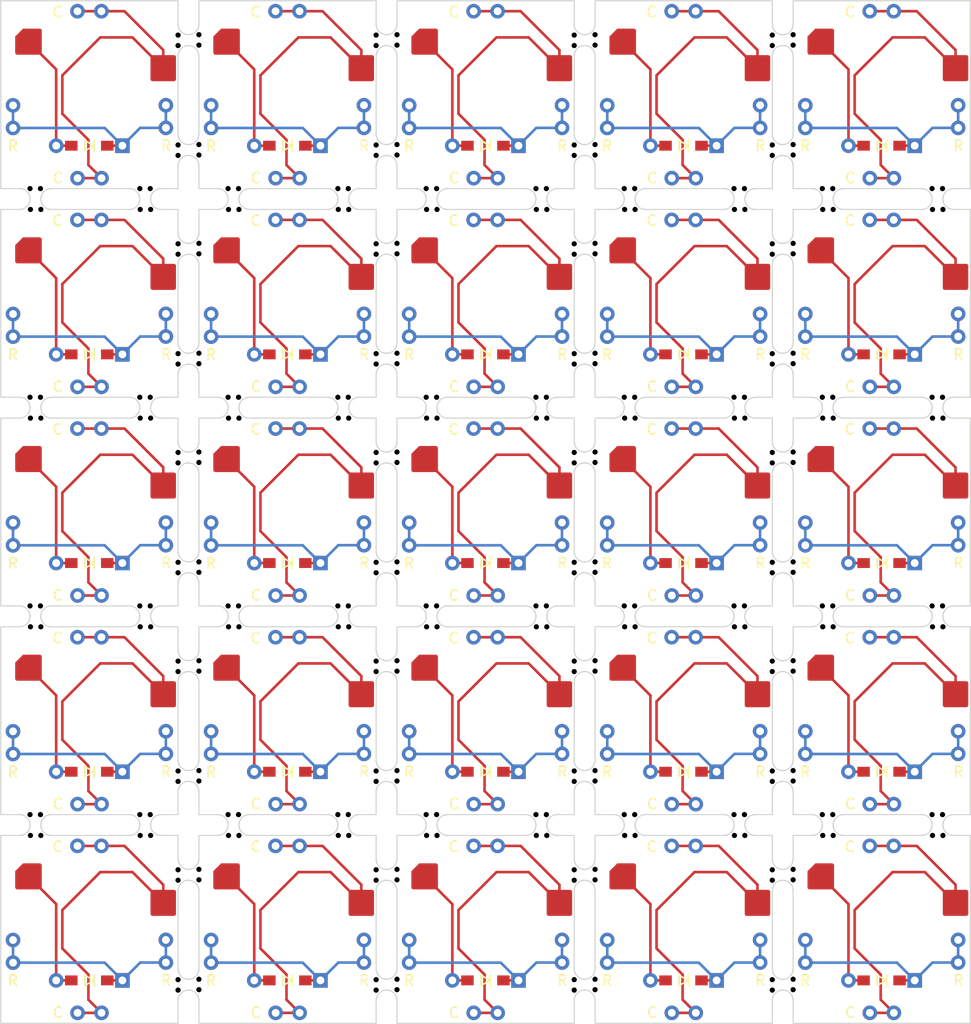
<source format=kicad_pcb>
(kicad_pcb (version 20240108) (generator "pcbnew") (generator_version "8.0")
  (layers (0 "F.Cu" signal) (31 "B.Cu" signal) (34 "B.Paste" user) (35 "F.Paste" user) (36 "B.SilkS" user "B.Silkscreen") (37 "F.SilkS" user "F.Silkscreen") (38 "B.Mask" user) (39 "F.Mask" user) (44 "Edge.Cuts" user))
  (net 0 "")
  (net 1 "Board_0-Net-(Bottom1-Pad1)")
  (net 2 "Board_0-Net-(D1-A)")
  (net 3 "Board_0-Net-(D1-K)")
  (net 4 "Board_1-Net-(Bottom1-Pad1)")
  (net 5 "Board_1-Net-(D1-A)")
  (net 6 "Board_1-Net-(D1-K)")
  (net 7 "Board_2-Net-(Bottom1-Pad1)")
  (net 8 "Board_2-Net-(D1-A)")
  (net 9 "Board_2-Net-(D1-K)")
  (net 10 "Board_3-Net-(Bottom1-Pad1)")
  (net 11 "Board_3-Net-(D1-A)")
  (net 12 "Board_3-Net-(D1-K)")
  (net 13 "Board_4-Net-(Bottom1-Pad1)")
  (net 14 "Board_4-Net-(D1-A)")
  (net 15 "Board_4-Net-(D1-K)")
  (net 16 "Board_5-Net-(Bottom1-Pad1)")
  (net 17 "Board_5-Net-(D1-A)")
  (net 18 "Board_5-Net-(D1-K)")
  (net 19 "Board_6-Net-(Bottom1-Pad1)")
  (net 20 "Board_6-Net-(D1-A)")
  (net 21 "Board_6-Net-(D1-K)")
  (net 22 "Board_7-Net-(Bottom1-Pad1)")
  (net 23 "Board_7-Net-(D1-A)")
  (net 24 "Board_7-Net-(D1-K)")
  (net 25 "Board_8-Net-(Bottom1-Pad1)")
  (net 26 "Board_8-Net-(D1-A)")
  (net 27 "Board_8-Net-(D1-K)")
  (net 28 "Board_9-Net-(Bottom1-Pad1)")
  (net 29 "Board_9-Net-(D1-A)")
  (net 30 "Board_9-Net-(D1-K)")
  (net 31 "Board_10-Net-(Bottom1-Pad1)")
  (net 32 "Board_10-Net-(D1-A)")
  (net 33 "Board_10-Net-(D1-K)")
  (net 34 "Board_11-Net-(Bottom1-Pad1)")
  (net 35 "Board_11-Net-(D1-A)")
  (net 36 "Board_11-Net-(D1-K)")
  (net 37 "Board_12-Net-(Bottom1-Pad1)")
  (net 38 "Board_12-Net-(D1-A)")
  (net 39 "Board_12-Net-(D1-K)")
  (net 40 "Board_13-Net-(Bottom1-Pad1)")
  (net 41 "Board_13-Net-(D1-A)")
  (net 42 "Board_13-Net-(D1-K)")
  (net 43 "Board_14-Net-(Bottom1-Pad1)")
  (net 44 "Board_14-Net-(D1-A)")
  (net 45 "Board_14-Net-(D1-K)")
  (net 46 "Board_15-Net-(Bottom1-Pad1)")
  (net 47 "Board_15-Net-(D1-A)")
  (net 48 "Board_15-Net-(D1-K)")
  (net 49 "Board_16-Net-(Bottom1-Pad1)")
  (net 50 "Board_16-Net-(D1-A)")
  (net 51 "Board_16-Net-(D1-K)")
  (net 52 "Board_17-Net-(Bottom1-Pad1)")
  (net 53 "Board_17-Net-(D1-A)")
  (net 54 "Board_17-Net-(D1-K)")
  (net 55 "Board_18-Net-(Bottom1-Pad1)")
  (net 56 "Board_18-Net-(D1-A)")
  (net 57 "Board_18-Net-(D1-K)")
  (net 58 "Board_19-Net-(Bottom1-Pad1)")
  (net 59 "Board_19-Net-(D1-A)")
  (net 60 "Board_19-Net-(D1-K)")
  (net 61 "Board_20-Net-(Bottom1-Pad1)")
  (net 62 "Board_20-Net-(D1-A)")
  (net 63 "Board_20-Net-(D1-K)")
  (net 64 "Board_21-Net-(Bottom1-Pad1)")
  (net 65 "Board_21-Net-(D1-A)")
  (net 66 "Board_21-Net-(D1-K)")
  (net 67 "Board_22-Net-(Bottom1-Pad1)")
  (net 68 "Board_22-Net-(D1-A)")
  (net 69 "Board_22-Net-(D1-K)")
  (net 70 "Board_23-Net-(Bottom1-Pad1)")
  (net 71 "Board_23-Net-(D1-A)")
  (net 72 "Board_23-Net-(D1-K)")
  (net 73 "Board_24-Net-(Bottom1-Pad1)")
  (net 74 "Board_24-Net-(D1-A)")
  (net 75 "Board_24-Net-(D1-K)")
  (footprint "footprint:1pin_conn-mod" (layer "F.Cu") (at 136.83 30.01)
    (property "Reference" "Right1" (hide yes))
    (property "Value" "Row" (hide yes))
  )
  (footprint "NPTH" (layer "F.Cu") (at 178 64.25)
    (property "Reference" "KiKit_MB_94_1" (hide yes))
    (property "Value" "NPTH" (hide yes))
  )
  (footprint "" (layer "F.Cu") (at 159.993 101.5)
    (property "Reference" "")
    (property "Value" "")
  )
  (footprint "footprint:1pin_conn-mod" (layer "F.Cu") (at 103.17 112.19)
    (property "Reference" "Left2" (hide yes))
    (property "Value" "Row" (hide yes))
  )
  (footprint "NPTH" (layer "F.Cu") (at 138 93.82)
    (property "Reference" "KiKit_MB_107_1" (hide yes))
    (property "Value" "NPTH" (hide yes))
  )
  (footprint "footprint:1pin_conn-mod" (layer "F.Cu") (at 117.83 70.01)
    (property "Reference" "Right1" (hide yes))
    (property "Value" "Row" (hide yes))
  )
  (footprint "NPTH" (layer "F.Cu") (at 180.8 78)
    (property "Reference" "KiKit_MB_93_2" (hide yes))
    (property "Value" "NPTH" (hide yes))
  )
  (footprint "NPTH" (layer "F.Cu") (at 162.8 78)
    (property "Reference" "KiKit_MB_86_1" (hide yes))
    (property "Value" "NPTH" (hide yes))
  )
  (footprint "" (layer "F.Cu") (at 178.993 81.5)
    (property "Reference" "")
    (property "Value" "")
  )
  (footprint "NPTH" (layer "F.Cu") (at 121 24.25)
    (property "Reference" "KiKit_MB_8_1" (hide yes))
    (property "Value" "NPTH" (hide yes))
  )
  (footprint "NPTH" (layer "F.Cu") (at 124.8 58)
    (property "Reference" "KiKit_MB_34_1" (hide yes))
    (property "Value" "NPTH" (hide yes))
  )
  (footprint "NPTH" (layer "F.Cu") (at 104.84 40)
    (property "Reference" "KiKit_MB_32_1" (hide yes))
    (property "Value" "NPTH" (hide yes))
  )
  (footprint "NPTH" (layer "F.Cu") (at 172.37 100)
    (property "Reference" "KiKit_MB_155_1" (hide yes))
    (property "Value" "NPTH" (hide yes))
  )
  (footprint "footprint:1pin_conn-mod" (layer "F.Cu") (at 149.66 97)
    (property "Reference" "Bottom1" (hide yes))
    (property "Value" "Col" (hide yes))
  )
  (footprint "footprint:1pin_conn-mod" (layer "F.Cu") (at 136.83 32.18)
    (property "Reference" "Right2" (hide yes))
    (property "Value" "Row" (hide yes))
  )
  (footprint "NPTH" (layer "F.Cu") (at 143.8 78)
    (property "Reference" "KiKit_MB_78_1" (hide yes))
    (property "Value" "NPTH" (hide yes))
  )
  (footprint "" (layer "F.Cu") (at 174.2805 35.7875)
    (property "Reference" "")
    (property "Value" "")
  )
  (footprint "NPTH" (layer "F.Cu") (at 153.37 60)
    (property "Reference" "KiKit_MB_82_1" (hide yes))
    (property "Value" "NPTH" (hide yes))
  )
  (footprint "NPTH" (layer "F.Cu") (at 176 114.82)
    (property "Reference" "KiKit_MB_152_2" (hide yes))
    (property "Value" "NPTH" (hide yes))
  )
  (footprint "NPTH" (layer "F.Cu") (at 192.33 98)
    (property "Reference" "KiKit_MB_133_1" (hide yes))
    (property "Value" "NPTH" (hide yes))
  )
  (footprint "footprint:1pin_conn-mod" (layer "F.Cu") (at 117.83 92.18)
    (property "Reference" "Right2" (hide yes))
    (property "Value" "Row" (hide yes))
  )
  (footprint "NPTH" (layer "F.Cu") (at 176 43.29)
    (property "Reference" "KiKit_MB_49_1" (hide yes))
    (property "Value" "NPTH" (hide yes))
  )
  (footprint "footprint:1pin_conn-mod" (layer "F.Cu") (at 155.83 90.01)
    (property "Reference" "Right1" (hide yes))
    (property "Value" "Row" (hide yes))
  )
  (footprint "" (layer "F.Cu") (at 159.993 21.5)
    (property "Reference" "")
    (property "Value" "")
  )
  (footprint "footprint:MX-Hotswap-17x18mm-charm" (layer "F.Cu") (at 110.495 69)
    (property "Reference" "MX1" (hide yes))
    (property "Value" "SW_Push" (hide yes))
  )
  (footprint "NPTH" (layer "F.Cu") (at 115.33 78)
    (property "Reference" "KiKit_MB_67_2" (hide yes))
    (property "Value" "NPTH" (hide yes))
  )
  (footprint "NPTH" (layer "F.Cu") (at 135.33 38)
    (property "Reference" "KiKit_MB_10_1" (hide yes))
    (property "Value" "NPTH" (hide yes))
  )
  (footprint "footprint:1pin_conn-mod" (layer "F.Cu") (at 187.66 97)
    (property "Reference" "Bottom1" (hide yes))
    (property "Value" "Col" (hide yes))
  )
  (footprint "NPTH" (layer "F.Cu") (at 142.84 100)
    (property "Reference" "KiKit_MB_150_1" (hide yes))
    (property "Value" "NPTH" (hide yes))
  )
  (footprint "NPTH" (layer "F.Cu") (at 191.37 40)
    (property "Reference" "KiKit_MB_60_1" (hide yes))
    (property "Value" "NPTH" (hide yes))
  )
  (footprint "NPTH" (layer "F.Cu") (at 135.37 40)
    (property "Reference" "KiKit_MB_38_2" (hide yes))
    (property "Value" "NPTH" (hide yes))
  )
  (footprint "footprint:1pin_conn-mod" (layer "F.Cu") (at 128.36 117)
    (property "Reference" "Bottom2" (hide yes))
    (property "Value" "Col" (hide yes))
  )
  (footprint "footprint:1pin_conn-mod" (layer "F.Cu") (at 179.17 50.02)
    (property "Reference" "Left1" (hide yes))
    (property "Value" "Row" (hide yes))
  )
  (footprint "NPTH" (layer "F.Cu") (at 105.8 98)
    (property "Reference" "KiKit_MB_100_1" (hide yes))
    (property "Value" "NPTH" (hide yes))
  )
  (footprint "footprint:1pin_conn-mod" (layer "F.Cu") (at 193.83 112.18)
    (property "Reference" "Right2" (hide yes))
    (property "Value" "Row" (hide yes))
  )
  (footprint "NPTH" (layer "F.Cu") (at 173.33 58)
    (property "Reference" "KiKit_MB_55_1" (hide yes))
    (property "Value" "NPTH" (hide yes))
  )
  (footprint "NPTH" (layer "F.Cu") (at 178 103.25)
    (property "Reference" "KiKit_MB_157_2" (hide yes))
    (property "Value" "NPTH" (hide yes))
  )
  (footprint "NPTH" (layer "F.Cu") (at 180.84 100)
    (property "Reference" "KiKit_MB_160_1" (hide yes))
    (property "Value" "NPTH" (hide yes))
  )
  (footprint "footprint:diode_TH_SMD-top" (layer "F.Cu") (at 132.263125 53.89)
    (property "Reference" "D1" (hide yes))
    (property "Value" "1N4148W" (hide yes))
  )
  (footprint "footprint:1pin_conn-mod" (layer "F.Cu") (at 185.35 61)
    (property "Reference" "Top2" (hide yes))
    (property "Value" "Col" (hide yes))
  )
  (footprint "NPTH" (layer "F.Cu") (at 172.33 38)
    (property "Reference" "KiKit_MB_22_2" (hide yes))
    (property "Value" "NPTH" (hide yes))
  )
  (footprint "NPTH" (layer "F.Cu") (at 181.8 58)
    (property "Reference" "KiKit_MB_57_1" (hide yes))
    (property "Value" "NPTH" (hide yes))
  )
  (footprint "footprint:1pin_conn-mod" (layer "F.Cu") (at 155.83 72.18)
    (property "Reference" "Right2" (hide yes))
    (property "Value" "Row" (hide yes))
  )
  (footprint "NPTH" (layer "F.Cu") (at 153.37 40)
    (property "Reference" "KiKit_MB_46_1" (hide yes))
    (property "Value" "NPTH" (hide yes))
  )
  (footprint "NPTH" (layer "F.Cu") (at 157 64.29)
    (property "Reference" "KiKit_MB_77_2" (hide yes))
    (property "Value" "NPTH" (hide yes))
  )
  (footprint "" (layer "F.Cu") (at 155.2805 75.7875)
    (property "Reference" "")
    (property "Value" "")
  )
  (footprint "footprint:1pin_conn-mod" (layer "F.Cu") (at 111.65 21)
    (property "Reference" "Top1" (hide yes))
    (property "Value" "Col" (hide yes))
  )
  (footprint "NPTH" (layer "F.Cu") (at 104.8 78)
    (property "Reference" "KiKit_MB_64_2" (hide yes))
    (property "Value" "NPTH" (hide yes))
  )
  (footprint "footprint:1pin_conn-mod" (layer "F.Cu") (at 168.65 81)
    (property "Reference" "Top1" (hide yes))
    (property "Value" "Col" (hide yes))
  )
  (footprint "NPTH" (layer "F.Cu") (at 121 84.25)
    (property "Reference" "KiKit_MB_108_1" (hide yes))
    (property "Value" "NPTH" (hide yes))
  )
  (footprint "" (layer "F.Cu") (at 121.993 115.7875)
    (property "Reference" "")
    (property "Value" "")
  )
  (footprint "footprint:1pin_conn-mod" (layer "F.Cu") (at 136.83 90.01)
    (property "Reference" "Right1" (hide yes))
    (property "Value" "Row" (hide yes))
  )
  (footprint "footprint:1pin_conn-mod" (layer "F.Cu") (at 179.17 112.19)
    (property "Reference" "Left2" (hide yes))
    (property "Value" "Row" (hide yes))
  )
  (footprint "NPTH" (layer "F.Cu") (at 178 83.25)
    (property "Reference" "KiKit_MB_130_2" (hide yes))
    (property "Value" "NPTH" (hide yes))
  )
  (footprint "NPTH" (layer "F.Cu") (at 159 64.25)
    (property "Reference" "KiKit_MB_88_1" (hide yes))
    (property "Value" "NPTH" (hide yes))
  )
  (footprint "NPTH" (layer "F.Cu") (at 172.37 40)
    (property "Reference" "KiKit_MB_54_1" (hide yes))
    (property "Value" "NPTH" (hide yes))
  )
  (footprint "NPTH" (layer "F.Cu") (at 159 103.25)
    (property "Reference" "KiKit_MB_153_2" (hide yes))
    (property "Value" "NPTH" (hide yes))
  )
  (footprint "footprint:1pin_conn-mod" (layer "F.Cu") (at 179.17 32.19)
    (property "Reference" "Left2" (hide yes))
    (property "Value" "Row" (hide yes))
  )
  (footprint "NPTH" (layer "F.Cu") (at 153.37 100)
    (property "Reference" "KiKit_MB_149_1" (hide yes))
    (property "Value" "NPTH" (hide yes))
  )
  (footprint "NPTH" (layer "F.Cu") (at 159 113.78)
    (property "Reference" "KiKit_MB_154_2" (hide yes))
    (property "Value" "NPTH" (hide yes))
  )
  (footprint "NPTH" (layer "F.Cu") (at 159 44.25)
    (property "Reference" "KiKit_MB_52_1" (hide yes))
    (property "Value" "NPTH" (hide yes))
  )
  (footprint "NPTH" (layer "F.Cu") (at 115.33 98)
    (property "Reference" "KiKit_MB_103_2" (hide yes))
    (property "Value" "NPTH" (hide yes))
  )
  (footprint "" (layer "F.Cu") (at 121.993 41.5)
    (property "Reference" "")
    (property "Value" "")
  )
  (footprint "footprint:1pin_conn-mod" (layer "F.Cu") (at 168.66 37)
    (property "Reference" "Bottom1" (hide yes))
    (property "Value" "Col" (hide yes))
  )
  (footprint "footprint:MX-Hotswap-17x18mm-charm" (layer "F.Cu") (at 167.495 109)
    (property "Reference" "MX1" (hide yes))
    (property "Value" "SW_Push" (hide yes))
  )
  (footprint "footprint:1pin_conn-mod" (layer "F.Cu") (at 128.36 97)
    (property "Reference" "Bottom2" (hide yes))
    (property "Value" "Col" (hide yes))
  )
  (footprint "" (layer "F.Cu") (at 102.993 115.7875)
    (property "Reference" "")
    (property "Value" "")
  )
  (footprint "footprint:MX-Hotswap-17x18mm-charm" (layer "F.Cu") (at 186.495 69)
    (property "Reference" "MX1" (hide yes))
    (property "Value" "SW_Push" (hide yes))
  )
  (footprint "footprint:1pin_conn-mod" (layer "F.Cu") (at 130.65 61)
    (property "Reference" "Top1" (hide yes))
    (property "Value" "Col" (hide yes))
  )
  (footprint "footprint:1pin_conn-mod" (layer "F.Cu") (at 166.36 37)
    (property "Reference" "Bottom2" (hide yes))
    (property "Value" "Col" (hide yes))
  )
  (footprint "NPTH" (layer "F.Cu") (at 154.37 80)
    (property "Reference" "KiKit_MB_118_2" (hide yes))
    (property "Value" "NPTH" (hide yes))
  )
  (footprint "footprint:1pin_conn-mod" (layer "F.Cu") (at 149.65 101)
    (property "Reference" "Top1" (hide yes))
    (property "Value" "Col" (hide yes))
  )
  (footprint "NPTH" (layer "F.Cu") (at 121 83.25)
    (property "Reference" "KiKit_MB_108_2" (hide yes))
    (property "Value" "NPTH" (hide yes))
  )
  (footprint "NPTH" (layer "F.Cu") (at 159 34.78)
    (property "Reference" "KiKit_MB_21_1" (hide yes))
    (property "Value" "NPTH" (hide yes))
  )
  (footprint "footprint:1pin_conn-mod" (layer "F.Cu") (at 147.35 61)
    (property "Reference" "Top2" (hide yes))
    (property "Value" "Col" (hide yes))
  )
  (footprint "footprint:1pin_conn-mod" (layer "F.Cu") (at 168.65 21)
    (property "Reference" "Top1" (hide yes))
    (property "Value" "Col" (hide yes))
  )
  (footprint "NPTH" (layer "F.Cu") (at 162.8 98)
    (property "Reference" "KiKit_MB_122_1" (hide yes))
    (property "Value" "NPTH" (hide yes))
  )
  (footprint "footprint:1pin_conn-mod" (layer "F.Cu") (at 147.35 41)
    (property "Reference" "Top2" (hide yes))
    (property "Value" "Col" (hide yes))
  )
  (footprint "footprint:diode_TH_SMD-top" (layer "F.Cu") (at 113.263125 33.89)
    (property "Reference" "D1" (hide yes))
    (property "Value" "1N4148W" (hide yes))
  )
  (footprint "footprint:1pin_conn-mod" (layer "F.Cu") (at 117.83 52.18)
    (property "Reference" "Right2" (hide yes))
    (property "Value" "Row" (hide yes))
  )
  (footprint "footprint:MX-Hotswap-17x18mm-charm" (layer "F.Cu") (at 148.495 29)
    (property "Reference" "MX1" (hide yes))
    (property "Value" "SW_Push" (hide yes))
  )
  (footprint "NPTH" (layer "F.Cu") (at 140 104.25)
    (property "Reference" "KiKit_MB_147_1" (hide yes))
    (property "Value" "NPTH" (hide yes))
  )
  (footprint "footprint:1pin_conn-mod" (layer "F.Cu") (at 103.17 30.02)
    (property "Reference" "Left1" (hide yes))
    (property "Value" "Row" (hide yes))
  )
  (footprint "NPTH" (layer "F.Cu") (at 181.8 78)
    (property "Reference" "KiKit_MB_93_1" (hide yes))
    (property "Value" "NPTH" (hide yes))
  )
  (footprint "NPTH" (layer "F.Cu") (at 178 73.78)
    (property "Reference" "KiKit_MB_95_2" (hide yes))
    (property "Value" "NPTH" (hide yes))
  )
  (footprint "" (layer "F.Cu") (at 159.993 75.7875)
    (property "Reference" "")
    (property "Value" "")
  )
  (footprint "footprint:1pin_conn-mod" (layer "F.Cu") (at 109.35 81)
    (property "Reference" "Top2" (hide yes))
    (property "Value" "Col" (hide yes))
  )
  (footprint "footprint:1pin_conn-mod" (layer "F.Cu") (at 168.66 97)
    (property "Reference" "Bottom1" (hide yes))
    (property "Value" "Col" (hide yes))
  )
  (footprint "footprint:1pin_conn-mod" (layer "F.Cu") (at 166.36 97)
    (property "Reference" "Bottom2" (hide yes))
    (property "Value" "Col" (hide yes))
  )
  (footprint "footprint:MX-Hotswap-17x18mm-charm" (layer "F.Cu") (at 186.495 89)
    (property "Reference" "MX1" (hide yes))
    (property "Value" "SW_Push" (hide yes))
  )
  (footprint "footprint:1pin_conn-mod" (layer "F.Cu") (at 174.83 30.01)
    (property "Reference" "Right1" (hide yes))
    (property "Value" "Row" (hide yes))
  )
  (footprint "NPTH" (layer "F.Cu") (at 134.37 80)
    (property "Reference" "KiKit_MB_110_1" (hide yes))
    (property "Value" "NPTH" (hide yes))
  )
  (footprint "NPTH" (layer "F.Cu") (at 178 63.25)
    (property "Reference" "KiKit_MB_94_2" (hide yes))
    (property "Value" "NPTH" (hide yes))
  )
  (footprint "footprint:diode_TH_SMD-top" (layer "F.Cu") (at 151.263125 93.89)
    (property "Reference" "D1" (hide yes))
    (property "Value" "1N4148W" (hide yes))
  )
  (footprint "footprint:MX-Hotswap-17x18mm-charm" (layer "F.Cu") (at 129.495 29)
    (property "Reference" "MX1" (hide yes))
    (property "Value" "SW_Push" (hide yes))
  )
  (footprint "NPTH" (layer "F.Cu") (at 105.8 78)
    (property "Reference" "KiKit_MB_64_1" (hide yes))
    (property "Value" "NPTH" (hide yes))
  )
  (footprint "NPTH" (layer "F.Cu") (at 142.8 78)
    (property "Reference" "KiKit_MB_78_2" (hide yes))
    (property "Value" "NPTH" (hide yes))
  )
  (footprint "NPTH" (layer "F.Cu") (at 121 44.25)
    (property "Reference" "KiKit_MB_36_1" (hide yes))
    (property "Value" "NPTH" (hide yes))
  )
  (footprint "" (layer "F.Cu") (at 102.993 41.5)
    (property "Reference" "")
    (property "Value" "")
  )
  (footprint "" (layer "F.Cu") (at 102.993 55.7875)
    (property "Reference" "")
    (property "Value" "")
  )
  (footprint "NPTH" (layer "F.Cu") (at 192.33 78)
    (property "Reference" "KiKit_MB_97_1" (hide yes))
    (property "Value" "NPTH" (hide yes))
  )
  (footprint "NPTH" (layer "F.Cu") (at 123.84 40)
    (property "Reference" "KiKit_MB_40_1" (hide yes))
    (property "Value" "NPTH" (hide yes))
  )
  (footprint "NPTH" (layer "F.Cu") (at 135.37 60)
    (property "Reference" "KiKit_MB_74_2" (hide yes))
    (property "Value" "NPTH" (hide yes))
  )
  (footprint "" (layer "F.Cu") (at 121.993 101.5)
    (property "Reference" "")
    (property "Value" "")
  )
  (footprint "footprint:1pin_conn-mod" (layer "F.Cu") (at 141.17 90.02)
    (property "Reference" "Left1" (hide yes))
    (property "Value" "Row" (hide yes))
  )
  (footprint "footprint:diode_TH_SMD-top" (layer "F.Cu") (at 189.263125 113.89)
    (property "Reference" "D1" (hide yes))
    (property "Value" "1N4148W" (hide yes))
  )
  (footprint "" (layer "F.Cu") (at 117.2805 115.7875)
    (property "Reference" "")
    (property "Value" "")
  )
  (footprint "NPTH" (layer "F.Cu") (at 138 43.29)
    (property "Reference" "KiKit_MB_33_1" (hide yes))
    (property "Value" "NPTH" (hide yes))
  )
  (footprint "NPTH" (layer "F.Cu") (at 176 84.29)
    (property "Reference" "KiKit_MB_121_2" (hide yes))
    (property "Value" "NPTH" (hide yes))
  )
  (footprint "footprint:1pin_conn-mod" (layer "F.Cu") (at 187.66 57)
    (property "Reference" "Bottom1" (hide yes))
    (property "Value" "Col" (hide yes))
  )
  (footprint "footprint:1pin_conn-mod" (layer "F.Cu") (at 141.17 92.19)
    (property "Reference" "Left2" (hide yes))
    (property "Value" "Row" (hide yes))
  )
  (footprint "NPTH" (layer "F.Cu") (at 159 114.78)
    (property "Reference" "KiKit_MB_154_1" (hide yes))
    (property "Value" "NPTH" (hide yes))
  )
  (footprint "NPTH" (layer "F.Cu") (at 140 83.25)
    (property "Reference" "KiKit_MB_116_2" (hide yes))
    (property "Value" "NPTH" (hide yes))
  )
  (footprint "NPTH" (layer "F.Cu") (at 121 34.78)
    (property "Reference" "KiKit_MB_9_1" (hide yes))
    (property "Value" "NPTH" (hide yes))
  )
  (footprint "NPTH" (layer "F.Cu") (at 192.37 100)
    (property "Reference" "KiKit_MB_159_2" (hide yes))
    (property "Value" "NPTH" (hide yes))
  )
  (footprint "" (layer "F.Cu") (at 155.2805 95.7875)
    (property "Reference" "")
    (property "Value" "")
  )
  (footprint "" (layer "F.Cu") (at 174.2805 95.7875)
    (property "Reference" "")
    (property "Value" "")
  )
  (footprint "" (layer "F.Cu") (at 136.2805 21.5)
    (property "Reference" "")
    (property "Value" "")
  )
  (footprint "NPTH" (layer "F.Cu") (at 191.33 78)
    (property "Reference" "KiKit_MB_97_2" (hide yes))
    (property "Value" "NPTH" (hide yes))
  )
  (footprint "NPTH" (layer "F.Cu") (at 176 24.29)
    (property "Reference" "KiKit_MB_17_2" (hide yes))
    (property "Value" "NPTH" (hide yes))
  )
  (footprint "NPTH" (layer "F.Cu") (at 134.37 40)
    (property "Reference" "KiKit_MB_38_1" (hide yes))
    (property "Value" "NPTH" (hide yes))
  )
  (footprint "footprint:1pin_conn-mod" (layer "F.Cu") (at 160.17 112.19)
    (property "Reference" "Left2" (hide yes))
    (property "Value" "Row" (hide yes))
  )
  (footprint "footprint:1pin_conn-mod" (layer "F.Cu") (at 141.17 70.02)
    (property "Reference" "Left1" (hide yes))
    (property "Value" "Row" (hide yes))
  )
  (footprint "footprint:1pin_conn-mod" (layer "F.Cu") (at 185.36 97)
    (property "Reference" "Bottom2" (hide yes))
    (property "Value" "Col" (hide yes))
  )
  (footprint "NPTH" (layer "F.Cu") (at 154.33 98)
    (property "Reference" "KiKit_MB_119_1" (hide yes))
    (property "Value" "NPTH" (hide yes))
  )
  (footprint "NPTH" (layer "F.Cu") (at 178 94.78)
    (property "Reference" "KiKit_MB_131_1" (hide yes))
    (property "Value" "NPTH" (hide yes))
  )
  (footprint "" (layer "F.Cu") (at 193.2805 55.7875)
    (property "Reference" "")
    (property "Value" "")
  )
  (footprint "" (layer "F.Cu") (at 140.993 81.5)
    (property "Reference" "")
    (property "Value" "")
  )
  (footprint "footprint:1pin_conn-mod" (layer "F.Cu") (at 168.65 61)
    (property "Reference" "Top1" (hide yes))
    (property "Value" "Col" (hide yes))
  )
  (footprint "footprint:1pin_conn-mod" (layer "F.Cu") (at 109.35 21)
    (property "Reference" "Top2" (hide yes))
    (property "Value" "Col" (hide yes))
  )
  (footprint "NPTH" (layer "F.Cu") (at 124.84 100)
    (property "Reference" "KiKit_MB_144_2" (hide yes))
    (property "Value" "NPTH" (hide yes))
  )
  (footprint "NPTH" (layer "F.Cu") (at 119 54.82)
    (property "Reference" "KiKit_MB_29_2" (hide yes))
    (property "Value" "NPTH" (hide yes))
  )
  (footprint "footprint:1pin_conn-mod" (layer "F.Cu") (at 179.17 52.19)
    (property "Reference" "Left2" (hide yes))
    (property "Value" "Row" (hide yes))
  )
  (footprint "footprint:1pin_conn-mod" (layer "F.Cu") (at 117.83 110.01)
    (property "Reference" "Right1" (hide yes))
    (property "Value" "Row" (hide yes))
  )
  (footprint "" (layer "F.Cu") (at 136.2805 75.7875)
    (property "Reference" "")
    (property "Value" "")
  )
  (footprint "" (layer "F.Cu") (at 117.2805 61.5)
    (property "Reference" "")
    (property "Value" "")
  )
  (footprint "NPTH" (layer "F.Cu") (at 119 103.29)
    (property "Reference" "KiKit_MB_135_1" (hide yes))
    (property "Value" "NPTH" (hide yes))
  )
  (footprint "NPTH" (layer "F.Cu") (at 119 73.82)
    (property "Reference" "KiKit_MB_65_1" (hide yes))
    (property "Value" "NPTH" (hide yes))
  )
  (footprint "NPTH" (layer "F.Cu") (at 105.84 80)
    (property "Reference" "KiKit_MB_104_2" (hide yes))
    (property "Value" "NPTH" (hide yes))
  )
  (footprint "" (layer "F.Cu") (at 140.993 21.5)
    (property "Reference" "")
    (property "Value" "")
  )
  (footprint "footprint:1pin_conn-mod" (layer "F.Cu") (at 103.17 52.19)
    (property "Reference" "Left2" (hide yes))
    (property "Value" "Row" (hide yes))
  )
  (footprint "NPTH" (layer "F.Cu") (at 154.37 100)
    (property "Reference" "KiKit_MB_149_2" (hide yes))
    (property "Value" "NPTH" (hide yes))
  )
  (footprint "NPTH" (layer "F.Cu") (at 154.33 78)
    (property "Reference" "KiKit_MB_83_1" (hide yes))
    (property "Value" "NPTH" (hide yes))
  )
  (footprint "NPTH" (layer "F.Cu") (at 119 114.82)
    (property "Reference" "KiKit_MB_136_2" (hide yes))
    (property "Value" "NPTH" (hide yes))
  )
  (footprint "footprint:1pin_conn-mod" (layer "F.Cu") (at 141.17 112.19)
    (property "Reference" "Left2" (hide yes))
    (property "Value" "Row" (hide yes))
  )
  (footprint "NPTH" (layer "F.Cu") (at 140 73.78)
    (property "Reference" "KiKit_MB_81_2" (hide yes))
    (property "Value" "NPTH" (hide yes))
  )
  (footprint "footprint:1pin_conn-mod" (layer "F.Cu") (at 122.17 30.02)
    (property "Reference" "Left1" (hide yes))
    (property "Value" "Row" (hide yes))
  )
  (footprint "" (layer "F.Cu") (at 117.2805 75.7875)
    (property "Reference" "")
    (property "Value" "")
  )
  (footprint "NPTH" (layer "F.Cu") (at 138 113.82)
    (property "Reference" "KiKit_MB_140_1" (hide yes))
    (property "Value" "NPTH" (hide yes))
  )
  (footprint "" (layer "F.Cu") (at 178.993 41.5)
    (property "Reference" "")
    (property "Value" "")
  )
  (footprint "NPTH" (layer "F.Cu") (at 116.37 100)
    (property "Reference" "KiKit_MB_137_2" (hide yes))
    (property "Value" "NPTH" (hide yes))
  )
  (footprint "NPTH" (layer "F.Cu") (at 161.8 58)
    (property "Reference" "KiKit_MB_50_2" (hide yes))
    (property "Value" "NPTH" (hide yes))
  )
  (footprint "footprint:MX-Hotswap-17x18mm-charm" (layer "F.Cu") (at 167.495 49)
    (property "Reference" "MX1" (hide yes))
    (property "Value" "SW_Push" (hide yes))
  )
  (footprint "NPTH" (layer "F.Cu") (at 159 73.78)
    (property "Reference" "KiKit_MB_89_2" (hide yes))
    (property "Value" "NPTH" (hide yes))
  )
  (footprint "NPTH" (layer "F.Cu") (at 191.33 38)
    (property "Reference" "KiKit_MB_26_2" (hide yes))
    (property "Value" "NPTH" (hide yes))
  )
  (footprint "NPTH" (layer "F.Cu") (at 142.8 98)
    (property "Reference" "KiKit_MB_114_2" (hide yes))
    (property "Value" "NPTH" (hide yes))
  )
  (footprint "NPTH" (layer "F.Cu") (at 115.33 58)
    (property "Reference" "KiKit_MB_31_2" (hide yes))
    (property "Value" "NPTH" (hide yes))
  )
  (footprint "" (layer "F.Cu") (at 174.2805 41.5)
    (property "Reference" "")
    (property "Value" "")
  )
  (footprint "NPTH" (layer "F.Cu") (at 159 43.25)
    (property "Reference" "KiKit_MB_52_2" (hide yes))
    (property "Value" "NPTH" (hide yes))
  )
  (footprint "" (layer "F.Cu") (at 193.2805 81.5)
    (property "Reference" "")
    (property "Value" "")
  )
  (footprint "footprint:MX-Hotswap-17x18mm-charm" (layer "F.Cu") (at 148.495 89)
    (property "Reference" "MX1" (hide yes))
    (property "Value" "SW_Push" (hide yes))
  )
  (footprint "NPTH" (layer "F.Cu") (at 119 44.29)
    (property "Reference" "KiKit_MB_27_2" (hide yes))
    (property "Value" "NPTH" (hide yes))
  )
  (footprint "footprint:1pin_conn-mod" (layer "F.Cu") (at 174.83 50.01)
    (property "Reference" "Right1" (hide yes))
    (property "Value" "Row" (hide yes))
  )
  (footprint "" (layer "F.Cu") (at 117.2805 21.5)
    (property "Reference" "")
    (property "Value" "")
  )
  (footprint "footprint:1pin_conn-mod" (layer "F.Cu") (at 187.65 81)
    (property "Reference" "Top1" (hide yes))
    (property "Value" "Col" (hide yes))
  )
  (footprint "NPTH" (layer "F.Cu") (at 138 84.29)
    (property "Reference" "KiKit_MB_105_2" (hide yes))
    (property "Value" "NPTH" (hide yes))
  )
  (footprint "footprint:1pin_conn-mod" (layer "F.Cu") (at 193.83 110.01)
    (property "Reference" "Right1" (hide yes))
    (property "Value" "Row" (hide yes))
  )
  (footprint "" (layer "F.Cu") (at 121.993 81.5)
    (property "Reference" "")
    (property "Value" "")
  )
  (footprint "footprint:1pin_conn-mod" (layer "F.Cu") (at 168.66 117)
    (property "Reference" "Bottom1" (hide yes))
    (property "Value" "Col" (hide yes))
  )
  (footprint "NPTH" (layer "F.Cu") (at 121 104.25)
    (property "Reference" "KiKit_MB_141_1" (hide yes))
    (property "Value" "NPTH" (hide yes))
  )
  (footprint "" (layer "F.Cu") (at 102.993 21.5)
    (property "Reference" "")
    (property "Value" "")
  )
  (footprint "footprint:MX-Hotswap-17x18mm-charm" (layer "F.Cu") (at 148.495 49)
    (property "Reference" "MX1" (hide yes))
    (property "Value" "SW_Push" (hide yes))
  )
  (footprint "NPTH" (layer "F.Cu") (at 138 83.29)
    (property "Reference" "KiKit_MB_105_1" (hide yes))
    (property "Value" "NPTH" (hide yes))
  )
  (footprint "NPTH" (layer "F.Cu") (at 173.37 100)
    (property "Reference" "KiKit_MB_155_2" (hide yes))
    (property "Value" "NPTH" (hide yes))
  )
  (footprint "" (layer "F.Cu") (at 121.993 61.5)
    (property "Reference" "")
    (property "Value" "")
  )
  (footprint "NPTH" (layer "F.Cu") (at 157 113.82)
    (property "Reference" "KiKit_MB_146_1" (hide yes))
    (property "Value" "NPTH" (hide yes))
  )
  (footprint "NPTH" (layer "F.Cu") (at 105.8 38)
    (property "Reference" "KiKit_MB_2_1" (hide yes))
    (property "Value" "NPTH" (hide yes))
  )
  (footprint "footprint:1pin_conn-mod" (layer "F.Cu") (at 179.17 30.02)
    (property "Reference" "Left1" (hide yes))
    (property "Value" "Row" (hide yes))
  )
  (footprint "footprint:diode_TH_SMD-top" (layer "F.Cu") (at 113.263125 93.89)
    (property "Reference" "D1" (hide yes))
    (property "Value" "1N4148W" (hide yes))
  )
  (footprint "NPTH" (layer "F.Cu") (at 116.33 98)
    (property "Reference" "KiKit_MB_103_1" (hide yes))
    (property "Value" "NPTH" (hide yes))
  )
  (footprint "footprint:1pin_conn-mod" (layer "F.Cu") (at 187.66 77)
    (property "Reference" "Bottom1" (hide yes))
    (property "Value" "Col" (hide yes))
  )
  (footprint "NPTH" (layer "F.Cu") (at 178 93.78)
    (property "Reference" "KiKit_MB_131_2" (hide yes))
    (property "Value" "NPTH" (hide yes))
  )
  (footprint "NPTH" (layer "F.Cu") (at 191.37 100)
    (property "Reference" "KiKit_MB_159_1" (hide yes))
    (property "Value" "NPTH" (hide yes))
  )
  (footprint "footprint:1pin_conn-mod" (layer "F.Cu") (at 136.83 70.01)
    (property "Reference" "Right1" (hide yes))
    (property "Value" "Row" (hide yes))
  )
  (footprint "NPTH" (layer "F.Cu") (at 121 74.78)
    (property "Reference" "KiKit_MB_73_1" (hide yes))
    (property "Value" "NPTH" (hide yes))
  )
  (footprint "footprint:1pin_conn-mod" (layer "F.Cu") (at 174.83 92.18)
    (property "Reference" "Right2" (hide yes))
    (property "Value" "Row" (hide yes))
  )
  (footprint "" (layer "F.Cu") (at 140.993 35.7875)
    (property "Reference" "")
    (property "Value" "")
  )
  (footprint "footprint:1pin_conn-mod" (layer "F.Cu") (at 122.17 52.19)
    (property "Reference" "Left2" (hide yes))
    (property "Value" "Row" (hide yes))
  )
  (footprint "footprint:1pin_conn-mod" (layer "F.Cu") (at 130.66 117)
    (property "Reference" "Bottom1" (hide yes))
    (property "Value" "Col" (hide yes))
  )
  (footprint "NPTH" (layer "F.Cu") (at 115.37 100)
    (property "Reference" "KiKit_MB_137_1" (hide yes))
    (property "Value" "NPTH" (hide yes))
  )
  (footprint "NPTH" (layer "F.Cu") (at 134.33 58)
    (property "Reference" "KiKit_MB_39_2" (hide yes))
    (property "Value" "NPTH" (hide yes))
  )
  (footprint "" (layer "F.Cu") (at 102.993 95.7875)
    (property "Reference" "")
    (property "Value" "")
  )
  (footprint "NPTH" (layer "F.Cu") (at 162.84 40)
    (property "Reference" "KiKit_MB_56_2" (hide yes))
    (property "Value" "NPTH" (hide yes))
  )
  (footprint "footprint:MX-Hotswap-17x18mm-charm" (layer "F.Cu") (at 110.495 29)
    (property "Reference" "MX1" (hide yes))
    (property "Value" "SW_Push" (hide yes))
  )
  (footprint "" (layer "F.Cu") (at 174.2805 55.7875)
    (property "Reference" "")
    (property "Value" "")
  )
  (footprint "NPTH" (layer "F.Cu") (at 104.84 60)
    (property "Reference" "KiKit_MB_68_1" (hide yes))
    (property "Value" "NPTH" (hide yes))
  )
  (footprint "footprint:1pin_conn-mod" (layer "F.Cu") (at 187.65 41)
    (property "Reference" "Top1" (hide yes))
    (property "Value" "Col" (hide yes))
  )
  (footprint "NPTH" (layer "F.Cu") (at 119 64.29)
    (property "Reference" "KiKit_MB_63_2" (hide yes))
    (property "Value" "NPTH" (hide yes))
  )
  (footprint "NPTH" (layer "F.Cu") (at 180.8 98)
    (property "Reference" "KiKit_MB_129_2" (hide yes))
    (property "Value" "NPTH" (hide yes))
  )
  (footprint "footprint:diode_TH_SMD-top" (layer "F.Cu") (at 113.263125 73.89)
    (property "Reference" "D1" (hide yes))
    (property "Value" "1N4148W" (hide yes))
  )
  (footprint "footprint:1pin_conn-mod" (layer "F.Cu") (at 111.65 81)
    (property "Reference" "Top1" (hide yes))
    (property "Value" "Col" (hide yes))
  )
  (footprint "NPTH" (layer "F.Cu") (at 159 84.25)
    (property "Reference" "KiKit_MB_124_1" (hide yes))
    (property "Value" "NPTH" (hide yes))
  )
  (footprint "NPTH" (layer "F.Cu") (at 178 44.25)
    (property "Reference" "KiKit_MB_58_1" (hide yes))
    (property "Value" "NPTH" (hide yes))
  )
  (footprint "footprint:1pin_conn-mod" (layer "F.Cu") (at 174.83 90.01)
    (property "Reference" "Right1" (hide yes))
    (property "Value" "Row" (hide yes))
  )
  (footprint "footprint:1pin_conn-mod" (layer "F.Cu") (at 193.83 72.18)
    (property "Reference" "Right2" (hide yes))
    (property "Value" "Row" (hide yes))
  )
  (footprint "footprint:1pin_conn-mod" (layer "F.Cu") (at 103.17 110.02)
    (property "Reference" "Left1" (hide yes))
    (property "Value" "Row" (hide yes))
  )
  (footprint "footprint:MX-Hotswap-17x18mm-charm" (layer "F.Cu") (at 110.495 49)
    (property "Reference" "MX1" (hide yes))
    (property "Value" "SW_Push" (hide yes))
  )
  (footprint "NPTH" (layer "F.Cu") (at 140 114.78)
    (property "Reference" "KiKit_MB_148_1" (hide yes))
    (property "Value" "NPTH" (hide yes))
  )
  (footprint "footprint:1pin_conn-mod" (layer "F.Cu") (at 155.83 30.01)
    (property "Reference" "Right1" (hide yes))
    (property "Value" "Row" (hide yes))
  )
  (footprint "NPTH" (layer "F.Cu") (at 119 113.82)
    (property "Reference" "KiKit_MB_136_1" (hide yes))
    (property "Value" "NPTH" (hide yes))
  )
  (footprint "footprint:1pin_conn-mod" (layer "F.Cu") (at 168.66 57)
    (property "Reference" "Bottom1" (hide yes))
    (property "Value" "Col" (hide yes))
  )
  (footprint "NPTH" (layer "F.Cu") (at 180.84 80)
    (property "Reference" "KiKit_MB_134_1" (hide yes))
    (property "Value" "NPTH" (hide yes))
  )
  (footprint "" (layer "F.Cu") (at 117.2805 81.5)
    (property "Reference" "")
    (property "Value" "")
  )
  (footprint "footprint:1pin_conn-mod" (layer "F.Cu") (at 185.35 21)
    (property "Reference" "Top2" (hide yes))
    (property "Value" "Col" (hide yes))
  )
  (footprint "NPTH" (layer "F.Cu") (at 159 33.78)
    (property "Reference" "KiKit_MB_21_2" (hide yes))
    (property "Value" "NPTH" (hide yes))
  )
  (footprint "NPTH" (layer "F.Cu") (at 119 93.82)
    (property "Reference" "KiKit_MB_101_1" (hide yes))
    (property "Value" "NPTH" (hide yes))
  )
  (footprint "NPTH" (layer "F.Cu") (at 121 93.78)
    (property "Reference" "KiKit_MB_109_2" (hide yes))
    (property "Value" "NPTH" (hide yes))
  )
  (footprint "" (layer "F.Cu") (at 174.2805 81.5)
    (property "Reference" "")
    (property "Value" "")
  )
  (footprint "footprint:1pin_conn-mod" (layer "F.Cu") (at 160.17 72.19)
    (property "Reference" "Left2" (hide yes))
    (property "Value" "Row" (hide yes))
  )
  (footprint "" (layer "F.Cu") (at 159.993 81.5)
    (property "Reference" "")
    (property "Value" "")
  )
  (footprint "footprint:1pin_conn-mod" (layer "F.Cu") (at 122.17 112.19)
    (property "Reference" "Left2" (hide yes))
    (property "Value" "Row" (hide yes))
  )
  (footprint "NPTH" (layer "F.Cu") (at 159 53.78)
    (property "Reference" "KiKit_MB_53_2" (hide yes))
    (property "Value" "NPTH" (hide yes))
  )
  (footprint "" (layer "F.Cu") (at 155.2805 115.7875)
    (property "Reference" "")
    (property "Value" "")
  )
  (footprint "footprint:diode_TH_SMD-top" (layer "F.Cu") (at 132.263125 73.89)
    (property "Reference" "D1" (hide yes))
    (property "Value" "1N4148W" (hide yes))
  )
  (footprint "NPTH" (layer "F.Cu") (at 140 24.25)
    (property "Reference" "KiKit_MB_14_1" (hide yes))
    (property "Value" "NPTH" (hide yes))
  )
  (footprint "NPTH" (layer "F.Cu") (at 176 64.29)
    (property "Reference" "KiKit_MB_85_2" (hide yes))
    (property "Value" "NPTH" (hide yes))
  )
  (footprint "NPTH" (layer "F.Cu") (at 116.33 38)
    (property "Reference" "KiKit_MB_4_1" (hide yes))
    (property "Value" "NPTH" (hide yes))
  )
  (footprint "footprint:MX-Hotswap-17x18mm-charm" (layer "F.Cu") (at 110.495 109)
    (property "Reference" "MX1" (hide yes))
    (property "Value" "SW_Push" (hide yes))
  )
  (footprint "" (layer "F.Cu") (at 121.993 21.5)
    (property "Reference" "")
    (property "Value" "")
  )
  (footprint "NPTH" (layer "F.Cu") (at 161.84 60)
    (property "Reference" "KiKit_MB_92_1" (hide yes))
    (property "Value" "NPTH" (hide yes))
  )
  (footprint "NPTH" (layer "F.Cu") (at 138 34.82)
    (property "Reference" "KiKit_MB_7_2" (hide yes))
    (property "Value" "NPTH" (hide yes))
  )
  (footprint "NPTH" (layer "F.Cu") (at 181.84 60)
    (property "Reference" "KiKit_MB_98_2" (hide yes))
    (property "Value" "NPTH" (hide yes))
  )
  (footprint "footprint:1pin_conn-mod" (layer "F.Cu") (at 109.36 117)
    (property "Reference" "Bottom2" (hide yes))
    (property "Value" "Col" (hide yes))
  )
  (footprint "footprint:1pin_conn-mod" (layer "F.Cu") (at 187.65 21)
    (property "Reference" "Top1" (hide yes))
    (property "Value" "Col" (hide yes))
  )
  (footprint "NPTH" (layer "F.Cu") (at 176 44.29)
    (property "Reference" "KiKit_MB_49_2" (hide yes))
    (property "Value" "NPTH" (hide yes))
  )
  (footprint "footprint:1pin_conn-mod" (layer "F.Cu") (at 130.65 21)
    (property "Reference" "Top1" (hide yes))
    (property "Value" "Col" (hide yes))
  )
  (footprint "" (layer "F.Cu") (at 159.993 61.5)
    (property "Reference" "")
    (property "Value" "")
  )
  (footprint "footprint:1pin_conn-mod" (layer "F.Cu") (at 111.65 61)
    (property "Reference" "Top1" (hide yes))
    (property "Value" "Col" (hide yes))
  )
  (footprint "" (layer "F.Cu") (at 178.993 21.5)
    (property "Reference" "")
    (property "Value" "")
  )
  (footprint "NPTH" (layer "F.Cu") (at 138 104.29)
    (property "Reference" "KiKit_MB_139_2" (hide yes))
    (property "Value" "NPTH" (hide yes))
  )
  (footprint "NPTH" (layer "F.Cu") (at 178 33.78)
    (property "Reference" "KiKit_MB_25_2" (hide yes))
    (property "Value" "NPTH" (hide yes))
  )
  (footprint "footprint:1pin_conn-mod" (layer "F.Cu") (at 155.83 32.18)
    (property "Reference" "Right2" (hide yes))
    (property "Value" "Row" (hide yes))
  )
  (footprint "" (layer "F.Cu") (at 178.993 101.5)
    (property "Reference" "")
    (property "Value" "")
  )
  (footprint "" (layer "F.Cu") (at 178.993 115.7875)
    (property "Reference" "")
    (property "Value" "")
  )
  (footprint "NPTH" (layer "F.Cu") (at 119 94.82)
    (property "Reference" "KiKit_MB_101_2" (hide yes))
    (property "Value" "NPTH" (hide yes))
  )
  (footprint "footprint:1pin_conn-mod" (layer "F.Cu") (at 111.66 77)
    (property "Reference" "Bottom1" (hide yes))
    (property "Value" "Col" (hide yes))
  )
  (footprint "footprint:1pin_conn-mod" (layer "F.Cu") (at 193.83 50.01)
    (property "Reference" "Right1" (hide yes))
    (property "Value" "Row" (hide yes))
  )
  (footprint "NPTH" (layer "F.Cu") (at 192.37 80)
    (property "Reference" "KiKit_MB_132_2" (hide yes))
    (property "Value" "NPTH" (hide yes))
  )
  (footprint "NPTH" (layer "F.Cu") (at 176 94.82)
    (property "Reference" "KiKit_MB_123_2" (hide yes))
    (property "Value" "NPTH" (hide yes))
  )
  (footprint "NPTH" (layer "F.Cu") (at 178 23.25)
    (property "Reference" "KiKit_MB_24_2" (hide yes))
    (property "Value" "NPTH" (hide yes))
  )
  (footprint "NPTH" (layer "F.Cu") (at 121 53.78)
    (property "Reference" "KiKit_MB_37_2" (hide yes))
    (property "Value" "NPTH" (hide yes))
  )
  (footprint "footprint:MX-Hotswap-17x18mm-charm" (layer "F.Cu") (at 186.495 109)
    (property "Reference" "MX1" (hide yes))
    (property "Value" "SW_Push" (hide yes))
  )
  (footprint "NPTH" (layer "F.Cu") (at 143.84 40)
    (property "Reference" "KiKit_MB_48_2" (hide yes))
    (property "Value" "NPTH" (hide yes))
  )
  (footprint "NPTH" (layer "F.Cu") (at 142.8 58)
    (property "Reference" "KiKit_MB_42_2" (hide yes))
    (property "Value" "NPTH" (hide yes))
  )
  (footprint "NPTH" (layer "F.Cu") (at 140 74.78)
    (property "Reference" "KiKit_MB_81_1" (hide yes))
    (property "Value" "NPTH" (hide yes))
  )
  (footprint "NPTH" (layer "F.Cu") (at 104.84 100)
    (property "Reference" "KiKit_MB_138_1" (hide yes))
    (property "Value" "NPTH" (hide yes))
  )
  (footprint "NPTH" (layer "F.Cu") (at 134.37 60)
    (property "Reference" "KiKit_MB_74_1" (hide yes))
    (property "Value" "NPTH" (hide yes))
  )
  (footprint "footprint:1pin_conn-mod" (layer "F.Cu") (at 130.66 77)
    (property "Reference" "Bottom1" (hide yes))
    (property "Value" "Col" (hide yes))
  )
  (footprint "" (layer "F.Cu") (at 136.2805 61.5)
    (property "Reference" "")
    (property "Value" "")
  )
  (footprint "footprint:diode_TH_SMD-top" (layer "F.Cu") (at 189.263125 53.89)
    (property "Reference" "D1" (hide yes))
    (property "Value" "1N4148W" (hide yes))
  )
  (footprint "NPTH" (layer "F.Cu") (at 161.8 78)
    (property "Reference" "KiKit_MB_86_2" (hide yes))
    (property "Value" "NPTH" (hide yes))
  )
  (footprint "NPTH" (layer "F.Cu") (at 121 43.25)
    (property "Reference" "KiKit_MB_36_2" (hide yes))
    (property "Value" "NPTH" (hide yes))
  )
  (footprint "NPTH" (layer "F.Cu") (at 153.33 98)
    (property "Reference" "KiKit_MB_119_2" (hide yes))
    (property "Value" "NPTH" (hide yes))
  )
  (footprint "footprint:diode_TH_SMD-top" (layer "F.Cu") (at 151.263125 73.89)
    (property "Reference" "D1" (hide yes))
    (property "Value" "1N4148W" (hide yes))
  )
  (footprint "NPTH" (layer "F.Cu") (at 142.8 38)
    (property "Reference" "KiKit_MB_12_2" (hide yes))
    (property "Value" "NPTH" (hide yes))
  )
  (footprint "NPTH" (layer "F.Cu") (at 173.33 78)
    (property "Reference" "KiKit_MB_91_1" (hide yes))
    (property "Value" "NPTH" (hide yes))
  )
  (footprint "footprint:1pin_conn-mod" (layer "F.Cu") (at 185.36 77)
    (property "Reference" "Bottom2" (hide yes))
    (property "Value" "Col" (hide yes))
  )
  (footprint "NPTH" (layer "F.Cu") (at 115.37 40)
    (property "Reference" "KiKit_MB_30_1" (hide yes))
    (property "Value" "NPTH" (hide yes))
  )
  (footprint "NPTH" (layer "F.Cu") (at 176 93.82)
    (property "Reference" "KiKit_MB_123_1" (hide yes))
    (property "Value" "NPTH" (hide yes))
  )
  (footprint "footprint:1pin_conn-mod" (layer "F.Cu") (at 130.65 81)
    (property "Reference" "Top1" (hide yes))
    (property "Value" "Col" (hide yes))
  )
  (footprint "NPTH" (layer "F.Cu") (at 140 94.78)
    (property "Reference" "KiKit_MB_117_1" (hide yes))
    (property "Value" "NPTH" (hide yes))
  )
  (footprint "footprint:1pin_conn-mod" (layer "F.Cu") (at 187.65 61)
    (property "Reference" "Top1" (hide yes))
    (property "Value" "Col" (hide yes))
  )
  (footprint "footprint:1pin_conn-mod" (layer "F.Cu") (at 128.35 21)
    (property "Reference" "Top2" (hide yes))
    (property "Value" "Col" (hide yes))
  )
  (footprint "NPTH" (layer "F.Cu") (at 143.84 80)
    (property "Reference" "KiKit_MB_120_2" (hide yes))
    (property "Value" "NPTH" (hide yes))
  )
  (footprint "footprint:diode_TH_SMD-top" (layer "F.Cu") (at 151.263125 53.89)
    (property "Reference" "D1" (hide yes))
    (property "Value" "1N4148W" (hide yes))
  )
  (footprint "NPTH" (layer "F.Cu") (at 134.33 98)
    (property "Reference" "KiKit_MB_111_2" (hide yes))
    (property "Value" "NPTH" (hide yes))
  )
  (footprint "footprint:1pin_conn-mod" (layer "F.Cu") (at 160.17 110.02)
    (property "Reference" "Left1" (hide yes))
    (property "Value" "Row" (hide yes))
  )
  (footprint "NPTH" (layer "F.Cu") (at 172.37 80)
    (property "Reference" "KiKit_MB_126_1" (hide yes))
    (property "Value" "NPTH" (hide yes))
  )
  (footprint "" (layer "F.Cu") (at 102.993 75.7875)
    (property "Reference" "")
    (property "Value" "")
  )
  (footprint "" (layer "F.Cu") (at 102.993 61.5)
    (property "Reference" "")
    (property "Value" "")
  )
  (footprint "" (layer "F.Cu") (at 178.993 35.7875)
    (property "Reference" "")
    (property "Value" "")
  )
  (footprint "NPTH" (layer "F.Cu") (at 138 73.82)
    (property "Reference" "KiKit_MB_71_1" (hide yes))
    (property "Value" "NPTH" (hide yes))
  )
  (footprint "" (layer "F.Cu") (at 140.993 75.7875)
    (property "Reference" "")
    (property "Value" "")
  )
  (footprint "footprint:1pin_conn-mod" (layer "F.Cu") (at 147.36 57)
    (property "Reference" "Bottom2" (hide yes))
    (property "Value" "Col" (hide yes))
  )
  (footprint "footprint:1pin_conn-mod" (layer "F.Cu") (at 109.36 97)
    (property "Reference" "Bottom2" (hide yes))
    (property "Value" "Col" (hide yes))
  )
  (footprint "footprint:1pin_conn-mod" (layer "F.Cu") (at 174.83 110.01)
    (property "Reference" "Right1" (hide yes))
    (property "Value" "Row" (hide yes))
  )
  (footprint "" (layer "F.Cu") (at 117.2805 35.7875)
    (property "Reference" "")
    (property "Value" "")
  )
  (footprint "footprint:1pin_conn-mod" (layer "F.Cu") (at 160.17 52.19)
    (property "Reference" "Left2" (hide yes))
    (property "Value" "Row" (hide yes))
  )
  (footprint "NPTH" (layer "F.Cu") (at 178 74.78)
    (property "Reference" "KiKit_MB_95_1" (hide yes))
    (property "Value" "NPTH" (hide yes))
  )
  (footprint "NPTH" (layer "F.Cu") (at 172.33 98)
    (property "Reference" "KiKit_MB_127_2" (hide yes))
    (property "Value" "NPTH" (hide yes))
  )
  (footprint "" (layer "F.Cu") (at 155.2805 101.5)
    (property "Reference" "")
    (property "Value" "")
  )
  (footprint "NPTH" (layer "F.Cu") (at 140 64.25)
    (property "Reference" "KiKit_MB_80_1" (hide yes))
    (property "Value" "NPTH" (hide yes))
  )
  (footprint "" (layer "F.Cu") (at 193.2805 61.5)
    (property "Reference" "")
    (property "Value" "")
  )
  (footprint "" (layer "F.Cu") (at 155.2805 55.7875)
    (property "Reference" "")
    (property "Value" "")
  )
  (footprint "footprint:1pin_conn-mod" (layer "F.Cu") (at 147.36 77)
    (property "Reference" "Bottom2" (hide yes))
    (property "Value" "Col" (hide yes))
  )
  (footprint "NPTH" (layer "F.Cu") (at 134.37 100)
    (property "Reference" "KiKit_MB_143_1" (hide yes))
    (property "Value" "NPTH" (hide yes))
  )
  (footprint "" (layer "F.Cu") (at 117.2805 41.5)
    (property "Reference" "")
    (property "Value" "")
  )
  (footprint "footprint:1pin_conn-mod" (layer "F.Cu") (at 185.35 41)
    (property "Reference" "Top2" (hide yes))
    (property "Value" "Col" (hide yes))
  )
  (footprint "NPTH" (layer "F.Cu") (at 138 114.82)
    (property "Reference" "KiKit_MB_140_2" (hide yes))
    (property "Value" "NPTH" (hide yes))
  )
  (footprint "footprint:diode_TH_SMD-top" (layer "F.Cu") (at 170.263125 33.89)
    (property "Reference" "D1" (hide yes))
    (property "Value" "1N4148W" (hide yes))
  )
  (footprint "NPTH" (layer "F.Cu") (at 192.33 38)
    (property "Reference" "KiKit_MB_26_1" (hide yes))
    (property "Value" "NPTH" (hide yes))
  )
  (footprint "NPTH" (layer "F.Cu") (at 176 83.29)
    (property "Reference" "KiKit_MB_121_1" (hide yes))
    (property "Value" "NPTH" (hide yes))
  )
  (footprint "NPTH" (layer "F.Cu") (at 135.33 58)
    (property "Reference" "KiKit_MB_39_1" (hide yes))
    (property "Value" "NPTH" (hide yes))
  )
  (footprint "NPTH" (layer "F.Cu") (at 191.33 98)
    (property "Reference" "KiKit_MB_133_2" (hide yes))
    (property "Value" "NPTH" (hide yes))
  )
  (footprint "NPTH" (layer "F.Cu") (at 176 63.29)
    (property "Reference" "KiKit_MB_85_1" (hide yes))
    (property "Value" "NPTH" (hide yes))
  )
  (footprint "footprint:1pin_conn-mod" (layer "F.Cu") (at 103.17 50.02)
    (property "Reference" "Left1" (hide yes))
    (property "Value" "Row" (hide yes))
  )
  (footprint "NPTH" (layer "F.Cu") (at 124.8 78)
    (property "Reference" "KiKit_MB_70_1" (hide yes))
    (property "Value" "NPTH" (hide yes))
  )
  (footprint "footprint:1pin_conn-mod" (layer "F.Cu") (at 179.17 110.02)
    (property "Reference" "Left1" (hide yes))
    (property "Value" "Row" (hide yes))
  )
  (footprint "footprint:1pin_conn-mod" (layer "F.Cu") (at 149.65 61)
    (property "Reference" "Top1" (hide yes))
    (property "Value" "Col" (hide yes))
  )
  (footprint "" (layer "F.Cu") (at 140.993 61.5)
    (property "Reference" "")
    (property "Value" "")
  )
  (footprint "footprint:1pin_conn-mod" (layer "F.Cu") (at 179.17 92.19)
    (property "Reference" "Left2" (hide yes))
    (property "Value" "Row" (hide yes))
  )
  (footprint "NPTH" (layer "F.Cu") (at 191.37 80)
    (property "Reference" "KiKit_MB_132_1" (hide yes))
    (property "Value" "NPTH" (hide yes))
  )
  (footprint "footprint:1pin_conn-mod" (layer "F.Cu") (at 187.66 37)
    (property "Reference" "Bottom1" (hide yes))
    (property "Value" "Col" (hide yes))
  )
  (footprint "" (layer "F.Cu") (at 136.2805 115.7875)
    (property "Reference" "")
    (property "Value" "")
  )
  (footprint "" (layer "F.Cu") (at 193.2805 41.5)
    (property "Reference" "")
    (property "Value" "")
  )
  (footprint "NPTH" (layer "F.Cu") (at 159 54.78)
    (property "Reference" "KiKit_MB_53_1" (hide yes))
    (property "Value" "NPTH" (hide yes))
  )
  (footprint "NPTH" (layer "F.Cu") (at 105.8 58)
    (property "Reference" "KiKit_MB_28_1" (hide yes))
    (property "Value" "NPTH" (hide yes))
  )
  (footprint "footprint:1pin_conn-mod" (layer "F.Cu") (at 149.65 21)
    (property "Reference" "Top1" (hide yes))
    (property "Value" "Col" (hide yes))
  )
  (footprint "footprint:1pin_conn-mod" (layer "F.Cu") (at 117.83 112.18)
    (property "Reference" "Right2" (hide yes))
    (property "Value" "Row" (hide yes))
  )
  (footprint "NPTH" (layer "F.Cu") (at 180.84 40)
    (property "Reference" "KiKit_MB_62_1" (hide yes))
    (property "Value" "NPTH" (hide yes))
  )
  (footprint "NPTH" (layer "F.Cu") (at 154.33 38)
    (property "Reference" "KiKit_MB_16_1" (hide yes))
    (property "Value" "NPTH" (hide yes))
  )
  (footprint "" (layer "F.Cu") (at 155.2805 41.5)
    (property "Reference" "")
    (property "Value" "")
  )
  (footprint "NPTH" (layer "F.Cu") (at 121 113.78)
    (property "Reference" "KiKit_MB_142_2" (hide yes))
    (property "Value" "NPTH" (hide yes))
  )
  (footprint "" (layer "F.Cu") (at 117.2805 55.7875)
    (property "Reference" "")
    (property "Value" "")
  )
  (footprint "NPTH" (layer "F.Cu") (at 123.8 58)
    (property "Reference" "KiKit_MB_34_2" (hide yes))
    (property "Value" "NPTH" (hide yes))
  )
  (footprint "NPTH" (layer "F.Cu") (at 124.84 60)
    (property "Reference" "KiKit_MB_76_2" (hide yes))
    (property "Value" "NPTH" (hide yes))
  )
  (footprint "NPTH" (layer "F.Cu") (at 157 73.82)
    (property "Reference" "KiKit_MB_79_1" (hide yes))
    (property "Value" "NPTH" (hide yes))
  )
  (footprint "NPTH" (layer "F.Cu") (at 191.33 58)
    (property "Reference" "KiKit_MB_61_2" (hide yes))
    (property "Value" "NPTH" (hide yes))
  )
  (footprint "footprint:1pin_conn-mod" (layer "F.Cu") (at 193.83 52.18)
    (property "Reference" "Right2" (hide yes))
    (property "Value" "Row" (hide yes))
  )
  (footprint "footprint:1pin_conn-mod" (layer "F.Cu") (at 117.83 30.01)
    (property "Reference" "Right1" (hide yes))
    (property "Value" "Row" (hide yes))
  )
  (footprint "NPTH" (layer "F.Cu") (at 157 53.82)
    (property "Reference" "KiKit_MB_43_1" (hide yes))
    (property "Value" "NPTH" (hide yes))
  )
  (footprint "footprint:MX-Hotswap-17x18mm-charm" (layer "F.Cu") (at 129.495 89)
    (property "Reference" "MX1" (hide yes))
    (property "Value" "SW_Push" (hide yes))
  )
  (footprint "footprint:1pin_conn-mod" (layer "F.Cu") (at 166.36 117)
    (property "Reference" "Bottom2" (hide yes))
    (property "Value" "Col" (hide yes))
  )
  (footprint "NPTH" (layer "F.Cu") (at 176 54.82)
    (property "Reference" "KiKit_MB_51_2" (hide yes))
    (property "Value" "NPTH" (hide yes))
  )
  (footprint "NPTH" (layer "F.Cu") (at 173.33 98)
    (property "Reference" "KiKit_MB_127_1" (hide yes))
    (property "Value" "NPTH" (hide yes))
  )
  (footprint "NPTH" (layer "F.Cu") (at 138 74.82)
    (property "Reference" "KiKit_MB_71_2" (hide yes))
    (property "Value" "NPTH" (hide yes))
  )
  (footprint "footprint:1pin_conn-mod" (layer "F.Cu") (at 155.83 50.01)
    (property "Reference" "Right1" (hide yes))
    (property "Value" "Row" (hide yes))
  )
  (footprint "" (layer "F.Cu") (at 193.2805 75.7875)
    (property "Reference" "")
    (property "Value" "")
  )
  (footprint "NPTH" (layer "F.Cu") (at 104.84 80)
    (property "Reference" "KiKit_MB_104_1" (hide yes))
    (property "Value" "NPTH" (hide yes))
  )
  (footprint "footprint:1pin_conn-mod" (layer "F.Cu") (at 122.17 50.02)
    (property "Reference" "Left1" (hide yes))
    (property "Value" "Row" (hide yes))
  )
  (footprint "NPTH" (layer "F.Cu") (at 124.8 98)
    (property "Reference" "KiKit_MB_106_1" (hide yes))
    (property "Value" "NPTH" (hide yes))
  )
  (footprint "" (layer "F.Cu") (at 140.993 101.5)
    (property "Reference" "")
    (property "Value" "")
  )
  (footprint "" (layer "F.Cu") (at 102.993 35.7875)
    (property "Reference" "")
    (property "Value" "")
  )
  (footprint "footprint:1pin_conn-mod" (layer "F.Cu") (at 193.83 92.18)
    (property "Reference" "Right2" (hide yes))
    (property "Value" "Row" (hide yes))
  )
  (footprint "footprint:1pin_conn-mod" (layer "F.Cu") (at 130.65 101)
    (property "Reference" "Top1" (hide yes))
    (property "Value" "Col" (hide yes))
  )
  (footprint "footprint:1pin_conn-mod" (layer "F.Cu") (at 160.17 50.02)
    (property "Reference" "Left1" (hide yes))
    (property "Value" "Row" (hide yes))
  )
  (footprint "footprint:1pin_conn-mod" (layer "F.Cu") (at 136.83 92.18)
    (property "Reference" "Right2" (hide yes))
    (property "Value" "Row" (hide yes))
  )
  (footprint "footprint:1pin_conn-mod" (layer "F.Cu") (at 117.83 32.18)
    (property "Reference" "Right2" (hide yes))
    (property "Value" "Row" (hide yes))
  )
  (footprint "NPTH" (layer "F.Cu") (at 157 104.29)
    (property "Reference" "KiKit_MB_145_2" (hide yes))
    (property "Value" "NPTH" (hide yes))
  )
  (footprint "" (layer "F.Cu") (at 159.993 115.7875)
    (property "Reference" "")
    (property "Value" "")
  )
  (footprint "NPTH" (layer "F.Cu") (at 157 103.29)
    (property "Reference" "KiKit_MB_145_1" (hide yes))
    (property "Value" "NPTH" (hide yes))
  )
  (footprint "NPTH" (layer "F.Cu") (at 138 44.29)
    (property "Reference" "KiKit_MB_33_2" (hide yes))
    (property "Value" "NPTH" (hide yes))
  )
  (footprint "footprint:1pin_conn-mod" (layer "F.Cu") (at 109.35 61)
    (property "Reference" "Top2" (hide yes))
    (property "Value" "Col" (hide yes))
  )
  (footprint "footprint:1pin_conn-mod" (layer "F.Cu") (at 103.17 70.02)
    (property "Reference" "Left1" (hide yes))
    (property "Value" "Row" (hide yes))
  )
  (footprint "footprint:1pin_conn-mod" (layer "F.Cu") (at 128.35 101)
    (property "Reference" "Top2" (hide yes))
    (property "Value" "Col" (hide yes))
  )
  (footprint "NPTH" (layer "F.Cu") (at 178 34.78)
    (property "Reference" "KiKit_MB_25_1" (hide yes))
    (property "Value" "NPTH" (hide yes))
  )
  (footprint "footprint:diode_TH_SMD-top" (layer "F.Cu") (at 132.263125 113.89)
    (property "Reference" "D1" (hide yes))
    (property "Value" "1N4148W" (hide yes))
  )
  (footprint "footprint:1pin_conn-mod" (layer "F.Cu") (at 168.65 41)
    (property "Reference" "Top1" (hide yes))
    (property "Value" "Col" (hide yes))
  )
  (footprint "footprint:1pin_conn-mod" (layer "F.Cu") (at 160.17 92.19)
    (property "Reference" "Left2" (hide yes))
    (property "Value" "Row" (hide yes))
  )
  (footprint "NPTH" (layer "F.Cu") (at 159 23.25)
    (property "Reference" "KiKit_MB_20_2" (hide yes))
    (property "Value" "NPTH" (hide yes))
  )
  (footprint "NPTH" (layer "F.Cu") (at 140 43.25)
    (property "Reference" "KiKit_MB_44_2" (hide yes))
    (property "Value" "NPTH" (hide yes))
  )
  (footprint "footprint:diode_TH_SMD-top" (layer "F.Cu") (at 170.263125 113.89)
    (property "Reference" "D1" (hide yes))
    (property "Value" "1N4148W" (hide yes))
  )
  (footprint "NPTH" (layer "F.Cu") (at 138 103.29)
    (property "Reference" "KiKit_MB_139_1" (hide yes))
    (property "Value" "NPTH" (hide yes))
  )
  (footprint "NPTH" (layer "F.Cu") (at 180.8 38)
    (property "Reference" "KiKit_MB_23_2" (hide yes))
    (property "Value" "NPTH" (hide yes))
  )
  (footprint "footprint:1pin_conn-mod" (layer "F.Cu") (at 160.17 30.02)
    (property "Reference" "Left1" (hide yes))
    (property "Value" "Row" (hide yes))
  )
  (footprint "NPTH" (layer "F.Cu") (at 178 84.25)
    (property "Reference" "KiKit_MB_130_1" (hide yes))
    (property "Value" "NPTH" (hide yes))
  )
  (footprint "NPTH" (layer "F.Cu") (at 192.33 58)
    (property "Reference" "KiKit_MB_61_1" (hide yes))
    (property "Value" "NPTH" (hide yes))
  )
  (footprint "footprint:1pin_conn-mod" (layer "F.Cu") (at 168.65 101)
    (property "Reference" "Top1" (hide yes))
    (property "Value" "Col" (hide yes))
  )
  (footprint "NPTH" (layer "F.Cu") (at 116.33 58)
    (property "Reference" "KiKit_MB_31_1" (hide yes))
    (property "Value" "NPTH" (hide yes))
  )
  (footprint "NPTH" (layer "F.Cu") (at 121 33.78)
    (property "Reference" "KiKit_MB_9_2" (hide yes))
    (property "Value" "NPTH" (hide yes))
  )
  (footprint "footprint:1pin_conn-mod" (layer "F.Cu") (at 141.17 30.02)
    (property "Reference" "Left1" (hide yes))
    (property "Value" "Row" (hide yes))
  )
  (footprint "footprint:diode_TH_SMD-top" (layer "F.Cu") (at 189.263125 93.89)
    (property "Reference" "D1" (hide yes))
    (property "Value" "1N4148W" (hide yes))
  )
  (footprint "NPTH" (layer "F.Cu") (at 176 103.29)
    (property "Reference" "KiKit_MB_151_1" (hide yes))
    (property "Value" "NPTH" (hide yes))
  )
  (footprint "NPTH" (layer "F.Cu") (at 134.33 78)
    (property "Reference" "KiKit_MB_75_2" (hide yes))
    (property "Value" "NPTH" (hide yes))
  )
  (footprint "NPTH" (layer "F.Cu") (at 135.33 78)
    (property "Reference" "KiKit_MB_75_1" (hide yes))
    (property "Value" "NPTH" (hide yes))
  )
  (footprint "footprint:1pin_conn-mod" (layer "F.Cu") (at 111.66 57)
    (property "Reference" "Bottom1" (hide yes))
    (property "Value" "Col" (hide yes))
  )
  (footprint "NPTH" (layer "F.Cu") (at 178 53.78)
    (property "Reference" "KiKit_MB_59_2" (hide yes))
    (property "Value" "NPTH" (hide yes))
  )
  (footprint "" (layer "F.Cu") (at 178.993 75.7875)
    (property "Reference" "")
    (property "Value" "")
  )
  (footprint "NPTH" (layer "F.Cu") (at 153.33 38)
    (property "Reference" "KiKit_MB_16_2" (hide yes))
    (property "Value" "NPTH" (hide yes))
  )
  (footprint "NPTH" (layer "F.Cu") (at 161.84 80)
    (property "Reference" "KiKit_MB_128_1" (hide yes))
    (property "Value" "NPTH" (hide yes))
  )
  (footprint "footprint:1pin_conn-mod" (layer "F.Cu") (at 149.66 37)
    (property "Reference" "Bottom1" (hide yes))
    (property "Value" "Col" (hide yes))
  )
  (footprint "NPTH" (layer "F.Cu") (at 116.37 40)
    (property "Reference" "KiKit_MB_30_2" (hide yes))
    (property "Value" "NPTH" (hide yes))
  )
  (footprint "footprint:1pin_conn-mod" (layer "F.Cu") (at 111.66 97)
    (property "Reference" "Bottom1" (hide yes))
    (property "Value" "Col" (hide yes))
  )
  (footprint "NPTH" (layer "F.Cu") (at 161.84 40)
    (property "Reference" "KiKit_MB_56_1" (hide yes))
    (property "Value" "NPTH" (hide yes))
  )
  (footprint "NPTH" (layer "F.Cu") (at 157 63.29)
    (property "Reference" "KiKit_MB_77_1" (hide yes))
    (property "Value" "NPTH" (hide yes))
  )
  (footprint "NPTH" (layer "F.Cu") (at 176 113.82)
    (property "Reference" "KiKit_MB_152_1" (hide yes))
    (property "Value" "NPTH" (hide yes))
  )
  (footprint "footprint:1pin_conn-mod" (layer "F.Cu") (at 149.66 117)
    (property "Reference" "Bottom1" (hide yes))
    (property "Value" "Col" (hide yes))
  )
  (footprint "NPTH" (layer "F.Cu") (at 159 93.78)
    (property "Reference" "KiKit_MB_125_2" (hide yes))
    (property "Value" "NPTH" (hide yes))
  )
  (footprint "NPTH" (layer "F.Cu") (at 157 34.82)
    (property "Reference" "KiKit_MB_13_2" (hide yes))
    (property "Value" "NPTH" (hide yes))
  )
  (footprint "footprint:1pin_conn-mod" (layer "F.Cu") (at 160.17 32.19)
    (property "Reference" "Left2" (hide yes))
    (property "Value" "Row" (hide yes))
  )
  (footprint "" (layer "F.Cu") (at 159.993 55.7875)
    (property "Reference" "")
    (property "Value" "")
  )
  (footprint "NPTH" (layer "F.Cu") (at 121 73.78)
    (property "Reference" "KiKit_MB_73_2" (hide yes))
    (property "Value" "NPTH" (hide yes))
  )
  (footprint "" (layer "F.Cu") (at 155.2805 21.5)
    (property "Reference" "")
    (property "Value" "")
  )
  (footprint "NPTH" (layer "F.Cu") (at 178 43.25)
    (property "Reference" "KiKit_MB_58_2" (hide yes))
    (property "Value" "NPTH" (hide yes))
  )
  (footprint "footprint:1pin_conn-mod" (layer "F.Cu") (at 155.83 52.18)
    (property "Reference" "Right2" (hide yes))
    (property "Value" "Row" (hide yes))
  )
  (footprint "footprint:1pin_conn-mod" (layer "F.Cu") (at 103.17 90.02)
    (property "Reference" "Left1" (hide yes))
    (property "Value" "Row" (hide yes))
  )
  (footprint "NPTH" (layer "F.Cu") (at 138 63.29)
    (property "Reference" "KiKit_MB_69_1" (hide yes))
    (property "Value" "NPTH" (hide yes))
  )
  (footprint "footprint:1pin_conn-mod" (layer "F.Cu") (at 130.66 57)
    (property "Reference" "Bottom1" (hide yes))
    (property "Value" "Col" (hide yes))
  )
  (footprint "footprint:1pin_conn-mod" (layer "F.Cu") (at 141.17 32.19)
    (property "Reference" "Left2" (hide yes))
    (property "Value" "Row" (hide yes))
  )
  (footprint "footprint:1pin_conn-mod" (layer "F.Cu") (at 193.83 90.01)
    (property "Reference" "Right1" (hide yes))
    (property "Value" "Row" (hide yes))
  )
  (footprint "NPTH" (layer "F.Cu") (at 140 113.78)
    (property "Reference" "KiKit_MB_148_2" (hide yes))
    (property "Value" "NPTH" (hide yes))
  )
  (footprint "footprint:MX-Hotswap-17x18mm-charm" (layer "F.Cu") (at 167.495 69)
    (property "Reference" "MX1" (hide yes))
    (property "Value" "SW_Push" (hide yes))
  )
  (footprint "NPTH" (layer "F.Cu") (at 119 104.29)
    (property "Reference" "KiKit_MB_135_2" (hide yes))
    (property "Value" "NPTH" (hide yes))
  )
  (footprint "NPTH" (layer "F.Cu") (at 157 84.29)
    (property "Reference" "KiKit_MB_113_2" (hide yes))
    (property "Value" "NPTH" (hide yes))
  )
  (footprint "footprint:1pin_conn-mod" (layer "F.Cu") (at 166.36 57)
    (property "Reference" "Bottom2" (hide yes))
    (property "Value" "Col" (hide yes))
  )
  (footprint "NPTH" (layer "F.Cu") (at 140 53.78)
    (property "Reference" "KiKit_MB_45_2" (hide yes))
    (property "Value" "NPTH" (hide yes))
  )
  (footprint "footprint:diode_TH_SMD-top" (layer "F.Cu") (at 170.263125 93.89)
    (property "Reference" "D1" (hide yes))
    (property "Value" "1N4148W" (hide yes))
  )
  (footprint "NPTH" (layer "F.Cu") (at 116.37 60)
    (property "Reference" "KiKit_MB_66_2" (hide yes))
    (property "Value" "NPTH" (hide yes))
  )
  (footprint "" (layer "F.Cu") (at 193.2805 35.7875)
    (property "Reference" "")
    (property "Value" "")
  )
  (footprint "NPTH" (layer "F.Cu") (at 157 33.82)
    (property "Reference" "KiKit_MB_13_1" (hide yes))
    (property "Value" "NPTH" (hide yes))
  )
  (footprint "footprint:1pin_conn-mod" (layer "F.Cu") (at 174.83 70.01)
    (property "Reference" "Right1" (hide yes))
    (property "Value" "Row" (hide yes))
  )
  (footprint "footprint:1pin_conn-mod" (layer "F.Cu") (at 149.66 57)
    (property "Reference" "Bottom1" (hide yes))
    (property "Value" "Col" (hide yes))
  )
  (footprint "footprint:1pin_conn-mod" (layer "F.Cu") (at 149.65 41)
    (property "Reference" "Top1" (hide yes))
    (property "Value" "Col" (hide yes))
  )
  (footprint "" (layer "F.Cu") (at 121.993 35.7875)
    (property "Reference" "")
    (property "Value" "")
  )
  (footprint "footprint:1pin_conn-mod" (layer "F.Cu") (at 166.36 77)
    (property "Reference" "Bottom2" (hide yes))
    (property "Value" "Col" (hide yes))
  )
  (footprint "" (layer "F.Cu") (at 159.993 35.7875)
    (property "Reference" "")
    (property "Value" "")
  )
  (footprint "footprint:MX-Hotswap-17x18mm-charm" (layer "F.Cu") (at 167.495 29)
    (property "Reference" "MX1" (hide yes))
    (property "Value" "SW_Push" (hide yes))
  )
  (footprint "" (layer "F.Cu") (at 174.2805 21.5)
    (property "Reference" "")
    (property "Value" "")
  )
  (footprint "footprint:1pin_conn-mod" (layer "F.Cu") (at 166.35 61)
    (property "Reference" "Top2" (hide yes))
    (property "Value" "Col" (hide yes))
  )
  (footprint "NPTH" (layer "F.Cu") (at 153.37 80)
    (property "Reference" "KiKit_MB_118_1" (hide yes))
    (property "Value" "NPTH" (hide yes))
  )
  (footprint "footprint:MX-Hotswap-17x18mm-charm" (layer "F.Cu") (at 129.495 49)
    (property "Reference" "MX1" (hide yes))
    (property "Value" "SW_Push" (hide yes))
  )
  (footprint "footprint:1pin_conn-mod" (layer "F.Cu") (at 130.65 41)
    (property "Reference" "Top1" (hide yes))
    (property "Value" "Col" (hide yes))
  )
  (footprint "NPTH" (layer "F.Cu") (at 172.33 78)
    (property "Reference" "KiKit_MB_91_2" (hide yes))
    (property "Value" "NPTH" (hide yes))
  )
  (footprint "NPTH" (layer "F.Cu") (at 123.84 80)
    (property "Reference" "KiKit_MB_112_1" (hide yes))
    (property "Value" "NPTH" (hide yes))
  )
  (footprint "NPTH" (layer "F.Cu") (at 135.33 98)
    (property "Reference" "KiKit_MB_111_1" (hide yes))
    (property "Value" "NPTH" (hide yes))
  )
  (footprint "NPTH" (layer "F.Cu") (at 176 73.82)
    (property "Reference" "KiKit_MB_87_1" (hide yes))
    (property "Value" "NPTH" (hide yes))
  )
  (footprint "footprint:1pin_conn-mod" (layer "F.Cu") (at 179.17 70.02)
    (property "Reference" "Left1" (hide yes))
    (property "Value" "Row" (hide yes))
  )
  (footprint "footprint:1pin_conn-mod" (layer "F.Cu") (at 187.65 101)
    (property "Reference" "Top1" (hide yes))
    (property "Value" "Col" (hide yes))
  )
  (footprint "" (layer "F.Cu") (at 121.993 55.7875)
    (property "Reference" "")
    (property "Value" "")
  )
  (footprint "footprint:1pin_conn-mod" (layer "F.Cu") (at 149.65 81)
    (property "Reference" "Top1" (hide yes))
    (property "Value" "Col" (hide yes))
  )
  (footprint "footprint:1pin_conn-mod" (layer "F.Cu") (at 128.36 57)
    (property "Reference" "Bottom2" (hide yes))
    (property "Value" "Col" (hide yes))
  )
  (footprint "NPTH" (layer "F.Cu") (at 178 54.78)
    (property "Reference" "KiKit_MB_59_1" (hide yes))
    (property "Value" "NPTH" (hide yes))
  )
  (footprint "footprint:1pin_conn-mod" (layer "F.Cu") (at 166.35 101)
    (property "Reference" "Top2" (hide yes))
    (property "Value" "Col" (hide yes))
  )
  (footprint "" (layer "F.Cu") (at 140.993 55.7875)
    (property "Reference" "")
    (property "Value" "")
  )
  (footprint "footprint:diode_TH_SMD-top" (layer "F.Cu") (at 113.263125 113.89)
    (property "Reference" "D1" (hide yes))
    (property "Value" "1N4148W" (hide yes))
  )
  (footprint "" (layer "F.Cu") (at 174.2805 101.5)
    (property "Reference" "")
    (property "Value" "")
  )
  (footprint "footprint:1pin_conn-mod" (layer "F.Cu") (at 193.83 70.01)
    (property "Reference" "Right1" (hide yes))
    (property "Value" "Row" (hide yes))
  )
  (footprint "NPTH" (layer "F.Cu") (at 178 24.25)
    (property "Reference" "KiKit_MB_24_1" (hide yes))
    (property "Value" "NPTH" (hide yes))
  )
  (footprint "footprint:1pin_conn-mod" (layer "F.Cu") (at 122.17 72.19)
    (property "Reference" "Left2" (hide yes))
    (property "Value" "Row" (hide yes))
  )
  (footprint "NPTH" (layer "F.Cu") (at 172.33 58)
    (property "Reference" "KiKit_MB_55_2" (hide yes))
    (property "Value" "NPTH" (hide yes))
  )
  (footprint "NPTH" (layer "F.Cu") (at 121 94.78)
    (property "Reference" "KiKit_MB_109_1" (hide yes))
    (property "Value" "NPTH" (hide yes))
  )
  (footprint "NPTH" (layer "F.Cu") (at 121 114.78)
    (property "Reference" "KiKit_MB_142_1" (hide yes))
    (property "Value" "NPTH" (hide yes))
  )
  (footprint "NPTH" (layer "F.Cu") (at 157 114.82)
    (property "Reference" "KiKit_MB_146_2" (hide yes))
    (property "Value" "NPTH" (hide yes))
  )
  (footprint "NPTH" (layer "F.Cu") (at 162.84 100)
    (property "Reference" "KiKit_MB_156_2" (hide yes))
    (property "Value" "NPTH" (hide yes))
  )
  (footprint "" (layer "F.Cu") (at 174.2805 115.7875)
    (property "Reference" "")
    (property "Value" "")
  )
  (footprint "NPTH" (layer "F.Cu") (at 173.37 40)
    (property "Reference" "KiKit_MB_54_2" (hide yes))
    (property "Value" "NPTH" (hide yes))
  )
  (footprint "" (layer "F.Cu") (at 155.2805 81.5)
    (property "Reference" "")
    (property "Value" "")
  )
  (footprint "NPTH" (layer "F.Cu") (at 119 84.29)
    (property "Reference" "KiKit_MB_99_2" (hide yes))
    (property "Value" "NPTH" (hide yes))
  )
  (footprint "" (layer "F.Cu") (at 155.2805 35.7875)
    (property "Reference" "")
    (property "Value" "")
  )
  (footprint "footprint:1pin_conn-mod" (layer "F.Cu") (at 185.35 81)
    (property "Reference" "Top2" (hide yes))
    (property "Value" "Col" (hide yes))
  )
  (footprint "NPTH" (layer "F.Cu") (at 153.33 78)
    (property "Reference" "KiKit_MB_83_2" (hide yes))
    (property "Value" "NPTH" (hide yes))
  )
  (footprint "NPTH" (layer "F.Cu") (at 176 74.82)
    (property "Reference" "KiKit_MB_87_2" (hide yes))
    (property "Value" "NPTH" (hide yes))
  )
  (footprint "NPTH" (layer "F.Cu") (at 159 24.25)
    (property "Reference" "KiKit_MB_20_1" (hide yes))
    (property "Value" "NPTH" (hide yes))
  )
  (footprint "footprint:1pin_conn-mod" (layer "F.Cu") (at 128.35 61)
    (property "Reference" "Top2" (hide yes))
    (property "Value" "Col" (hide yes))
  )
  (footprint "footprint:1pin_conn-mod" (layer "F.Cu") (at 122.17 70.02)
    (property "Reference" "Left1" (hide yes))
    (property "Value" "Row" (hide yes))
  )
  (footprint "footprint:1pin_conn-mod" (layer "F.Cu") (at 160.17 90.02)
    (property "Reference" "Left1" (hide yes))
    (property "Value" "Row" (hide yes))
  )
  (footprint "footprint:1pin_conn-mod" (layer "F.Cu") (at 136.83 52.18)
    (property "Reference" "Right2" (hide yes))
    (property "Value" "Row" (hide yes))
  )
  (footprint "NPTH" (layer "F.Cu") (at 157 94.82)
    (property "Reference" "KiKit_MB_115_2" (hide yes))
    (property "Value" "NPTH" (hide yes))
  )
  (footprint "NPTH" (layer "F.Cu") (at 192.37 60)
    (property "Reference" "KiKit_MB_96_2" (hide yes))
    (property "Value" "NPTH" (hide yes))
  )
  (footprint "NPTH" (layer "F.Cu") (at 123.8 98)
    (property "Reference" "KiKit_MB_106_2" (hide yes))
    (property "Value" "NPTH" (hide yes))
  )
  (footprint "NPTH" (layer "F.Cu") (at 157 93.82)
    (property "Reference" "KiKit_MB_115_1" (hide yes))
    (property "Value" "NPTH" (hide yes))
  )
  (footprint "NPTH" (layer "F.Cu") (at 115.33 38)
    (property "Reference" "KiKit_MB_4_2" (hide yes))
    (property "Value" "NPTH" (hide yes))
  )
  (footprint "" (layer "F.Cu") (at 102.993 81.5)
    (property "Reference" "")
    (property "Value" "")
  )
  (footprint "NPTH" (layer "F.Cu") (at 181.84 80)
    (property "Reference" "KiKit_MB_134_2" (hide yes))
    (property "Value" "NPTH" (hide yes))
  )
  (footprint "footprint:MX-Hotswap-17x18mm-charm" (layer "F.Cu") (at 167.495 89)
    (property "Reference" "MX1" (hide yes))
    (property "Value" "SW_Push" (hide yes))
  )
  (footprint "footprint:1pin_conn-mod" (layer "F.Cu") (at 122.17 32.19)
    (property "Reference" "Left2" (hide yes))
    (property "Value" "Row" (hide yes))
  )
  (footprint "" (layer "F.Cu") (at 102.993 101.5)
    (property "Reference" "")
    (property "Value" "")
  )
  (footprint "NPTH" (layer "F.Cu") (at 142.84 60)
    (property "Reference" "KiKit_MB_84_1" (hide yes))
    (property "Value" "NPTH" (hide yes))
  )
  (footprint "NPTH" (layer "F.Cu") (at 159 74.78)
    (property "Reference" "KiKit_MB_89_1" (hide yes))
    (property "Value" "NPTH" (hide yes))
  )
  (footprint "" (layer "F.Cu") (at 193.2805 21.5)
    (property "Reference" "")
    (property "Value" "")
  )
  (footprint "footprint:1pin_conn-mod" (layer "F.Cu") (at 193.83 30.01)
    (property "Reference" "Right1" (hide yes))
    (property "Value" "Row" (hide yes))
  )
  (footprint "NPTH" (layer "F.Cu") (at 138 33.82)
    (property "Reference" "KiKit_MB_7_1" (hide yes))
    (property "Value" "NPTH" (hide yes))
  )
  (footprint "footprint:MX-Hotswap-17x18mm-charm" (layer "F.Cu") (at 110.495 89)
    (property "Reference" "MX1" (hide yes))
    (property "Value" "SW_Push" (hide yes))
  )
  (footprint "NPTH" (layer "F.Cu") (at 176 23.29)
    (property "Reference" "KiKit_MB_17_1" (hide yes))
    (property "Value" "NPTH" (hide yes))
  )
  (footprint "NPTH" (layer "F.Cu") (at 135.37 100)
    (property "Reference" "KiKit_MB_143_2" (hide yes))
    (property "Value" "NPTH" (hide yes))
  )
  (footprint "NPTH" (layer "F.Cu") (at 157 24.29)
    (property "Reference" "KiKit_MB_11_2" (hide yes))
    (property "Value" "NPTH" (hide yes))
  )
  (footprint "NPTH" (layer "F.Cu") (at 142.84 40)
    (property "Reference" "KiKit_MB_48_1" (hide yes))
    (property "Value" "NPTH" (hide yes))
  )
  (footprint "footprint:1pin_conn-mod" (layer "F.Cu") (at 174.83 52.18)
    (property "Reference" "Right2" (hide yes))
    (property "Value" "Row" (hide yes))
  )
  (footprint "NPTH" (layer "F.Cu") (at 115.37 80)
    (property "Reference" "KiKit_MB_102_1" (hide yes))
    (property "Value" "NPTH" (hide yes))
  )
  (footprint "NPTH" (layer "F.Cu") (at 154.37 60)
    (property "Reference" "KiKit_MB_82_2" (hide yes))
    (property "Value" "NPTH" (hide yes))
  )
  (footprint "NPTH" (layer "F.Cu") (at 138 53.82)
    (property "Reference" "KiKit_MB_35_1" (hide yes))
    (property "Value" "NPTH" (hide yes))
  )
  (footprint "" (layer "F.Cu") (at 140.993 95.7875)
    (property "Reference" "")
    (property "Value" "")
  )
  (footprint "NPTH" (layer "F.Cu") (at 104.8 98)
    (property "Reference" "KiKit_MB_100_2" (hide yes))
    (property "Value" "NPTH" (hide yes))
  )
  (footprint "footprint:1pin_conn-mod" (layer "F.Cu") (at 174.83 32.18)
    (property "Reference" "Right2" (hide yes))
    (property "Value" "Row" (hide yes))
  )
  (footprint "" (layer "F.Cu") (at 136.2805 81.5)
    (property "Reference" "")
    (property "Value" "")
  )
  (footprint "NPTH" (layer "F.Cu") (at 105.84 100)
    (property "Reference" "KiKit_MB_138_2" (hide yes))
    (property "Value" "NPTH" (hide yes))
  )
  (footprint "NPTH" (layer "F.Cu") (at 119 63.29)
    (property "Reference" "KiKit_MB_63_1" (hide yes))
    (property "Value" "NPTH" (hide yes))
  )
  (footprint "NPTH" (layer "F.Cu") (at 119 34.82)
    (property "Reference" "KiKit_MB_3_2" (hide yes))
    (property "Value" "NPTH" (hide yes))
  )
  (footprint "NPTH" (layer "F.Cu") (at 104.8 38)
    (property "Reference" "KiKit_MB_2_2" (hide yes))
    (property "Value" "NPTH" (hide yes))
  )
  (footprint "NPTH" (layer "F.Cu") (at 119 23.29)
    (property "Reference" "KiKit_MB_1_1" (hide yes))
    (property "Value" "NPTH" (hide yes))
  )
  (footprint "NPTH" (layer "F.Cu") (at 159 104.25)
    (property "Reference" "KiKit_MB_153_1" (hide yes))
    (property "Value" "NPTH" (hide yes))
  )
  (footprint "NPTH" (layer "F.Cu") (at 124.8 38)
    (property "Reference" "KiKit_MB_6_1" (hide yes))
    (property "Value" "NPTH" (hide yes))
  )
  (footprint "footprint:1pin_conn-mod" (layer "F.Cu") (at 179.17 90.02)
    (property "Reference" "Left1" (hide yes))
    (property "Value" "Row" (hide yes))
  )
  (footprint "NPTH" (layer "F.Cu") (at 178 114.78)
    (property "Reference" "KiKit_MB_158_1" (hide yes))
    (property "Value" "NPTH" (hide yes))
  )
  (footprint "NPTH" (layer "F.Cu") (at 140 44.25)
    (property "Reference" "KiKit_MB_44_1" (hide yes))
    (property "Value" "NPTH" (hide yes))
  )
  (footprint "footprint:MX-Hotswap-17x18mm-charm" (layer "F.Cu") (at 186.495 49)
    (property "Reference" "MX1" (hide yes))
    (property "Value" "SW_Push" (hide yes))
  )
  (footprint "NPTH" (layer "F.Cu") (at 138 24.29)
    (property "Reference" "KiKit_MB_5_2" (hide yes))
    (property "Value" "NPTH" (hide yes))
  )
  (footprint "NPTH" (layer "F.Cu") (at 119 33.82)
    (property "Reference" "KiKit_MB_3_1" (hide yes))
    (property "Value" "NPTH" (hide yes))
  )
  (footprint "NPTH" (layer "F.Cu") (at 176 53.82)
    (property "Reference" "KiKit_MB_51_1" (hide yes))
    (property "Value" "NPTH" (hide yes))
  )
  (footprint "NPTH" (layer "F.Cu") (at 121 63.25)
    (property "Reference" "KiKit_MB_72_2" (hide yes))
    (property "Value" "NPTH" (hide yes))
  )
  (footprint "footprint:1pin_conn-mod" (layer "F.Cu") (at 117.83 90.01)
    (property "Reference" "Right1" (hide yes))
    (property "Value" "Row" (hide yes))
  )
  (footprint "NPTH" (layer "F.Cu") (at 157 83.29)
    (property "Reference" "KiKit_MB_113_1" (hide yes))
    (property "Value" "NPTH" (hide yes))
  )
  (footprint "" (layer "F.Cu") (at 136.2805 95.7875)
    (property "Reference" "")
    (property "Value" "")
  )
  (footprint "footprint:diode_TH_SMD-top" (layer "F.Cu") (at 113.263125 53.89)
    (property "Reference" "D1" (hide yes))
    (property "Value" "1N4148W" (hide yes))
  )
  (footprint "footprint:1pin_conn-mod" (layer "F.Cu") (at 109.35 101)
    (property "Reference" "Top2" (hide yes))
    (property "Value" "Col" (hide yes))
  )
  (footprint "footprint:1pin_conn-mod" (layer "F.Cu") (at 128.36 77)
    (property "Reference" "Bottom2" (hide yes))
    (property "Value" "Col" (hide yes))
  )
  (footprint "footprint:1pin_conn-mod" (layer "F.Cu") (at 136.83 50.01)
    (property "Reference" "Right1" (hide yes))
    (property "Value" "Row" (hide yes))
  )
  (footprint "NPTH" (layer "F.Cu") (at 140 34.78)
    (property "Reference" "KiKit_MB_15_1" (hide yes))
    (property "Value" "NPTH" (hide yes))
  )
  (footprint "NPTH" (layer "F.Cu") (at 124.84 40)
    (property "Reference" "KiKit_MB_40_2" (hide yes))
    (property "Value" "NPTH" (hide yes))
  )
  (footprint "footprint:MX-Hotswap-17x18mm-charm" (layer "F.Cu") (at 186.495 29)
    (property "Reference" "MX1" (hide yes))
    (property "Value" "SW_Push" (hide yes))
  )
  (footprint "NPTH" (layer "F.Cu") (at 180.8 58)
    (property "Reference" "KiKit_MB_57_2" (hide yes))
    (property "Value" "NPTH" (hide yes))
  )
  (footprint "footprint:diode_TH_SMD-top" (layer "F.Cu") (at 151.263125 33.89)
    (property "Reference" "D1" (hide yes))
    (property "Value" "1N4148W" (hide yes))
  )
  (footprint "footprint:1pin_conn-mod" (layer "F.Cu") (at 179.17 72.19)
    (property "Reference" "Left2" (hide yes))
    (property "Value" "Row" (hide yes))
  )
  (footprint "" (layer "F.Cu") (at 117.2805 95.7875)
    (property "Reference" "")
    (property "Value" "")
  )
  (footprint "NPTH" (layer "F.Cu") (at 157 43.29)
    (property "Reference" "KiKit_MB_41_1" (hide yes))
    (property "Value" "NPTH" (hide yes))
  )
  (footprint "" (layer "F.Cu") (at 193.2805 95.7875)
    (property "Reference" "")
    (property "Value" "")
  )
  (footprint "footprint:1pin_conn-mod" (layer "F.Cu") (at 111.66 117)
    (property "Reference" "Bottom1" (hide yes))
    (property "Value" "Col" (hide yes))
  )
  (footprint "" (layer "F.Cu") (at 159.993 95.7875)
    (property "Reference" "")
    (property "Value" "")
  )
  (footprint "NPTH" (layer "F.Cu") (at 140 33.78)
    (property "Reference" "KiKit_MB_15_2" (hide yes))
    (property "Value" "NPTH" (hide yes))
  )
  (footprint "footprint:1pin_conn-mod" (layer "F.Cu") (at 147.35 101)
    (property "Reference" "Top2" (hide yes))
    (property "Value" "Col" (hide yes))
  )
  (footprint "NPTH" (layer "F.Cu") (at 181.84 100)
    (property "Reference" "KiKit_MB_160_2" (hide yes))
    (property "Value" "NPTH" (hide yes))
  )
  (footprint "NPTH" (layer "F.Cu") (at 138 64.29)
    (property "Reference" "KiKit_MB_69_2" (hide yes))
    (property "Value" "NPTH" (hide yes))
  )
  (footprint "footprint:1pin_conn-mod" (layer "F.Cu") (at 111.66 37)
    (property "Reference" "Bottom1" (hide yes))
    (property "Value" "Col" (hide yes))
  )
  (footprint "" (layer "F.Cu") (at 178.993 95.7875)
    (property "Reference" "")
    (property "Value" "")
  )
  (footprint "NPTH" (layer "F.Cu") (at 176 34.82)
    (property "Reference" "KiKit_MB_19_2" (hide yes))
    (property "Value" "NPTH" (hide yes))
  )
  (footprint "NPTH" (layer "F.Cu") (at 104.8 58)
    (property "Reference" "KiKit_MB_28_2" (hide yes))
    (property "Value" "NPTH" (hide yes))
  )
  (footprint "footprint:diode_TH_SMD-top" (layer "F.Cu") (at 189.263125 33.89)
    (property "Reference" "D1" (hide yes))
    (property "Value" "1N4148W" (hide yes))
  )
  (footprint "footprint:MX-Hotswap-17x18mm-charm" (layer "F.Cu") (at 129.495 109)
    (property "Reference" "MX1" (hide yes))
    (property "Value" "SW_Push" (hide yes))
  )
  (footprint "footprint:1pin_conn-mod" (layer "F.Cu") (at 122.17 110.02)
    (property "Reference" "Left1" (hide yes))
    (property "Value" "Row" (hide yes))
  )
  (footprint "footprint:MX-Hotswap-17x18mm-charm" (layer "F.Cu") (at 148.495 69)
    (property "Reference" "MX1" (hide yes))
    (property "Value" "SW_Push" (hide yes))
  )
  (footprint "footprint:1pin_conn-mod" (layer "F.Cu") (at 187.66 117)
    (property "Reference" "Bottom1" (hide yes))
    (property "Value" "Col" (hide yes))
  )
  (footprint "footprint:1pin_conn-mod" (layer "F.Cu") (at 122.17 90.02)
    (property "Reference" "Left1" (hide yes))
    (property "Value" "Row" (hide yes))
  )
  (footprint "NPTH" (layer "F.Cu") (at 157 44.29)
    (property "Reference" "KiKit_MB_41_2" (hide yes))
    (property "Value" "NPTH" (hide yes))
  )
  (footprint "footprint:1pin_conn-mod" (layer "F.Cu") (at 174.83 72.18)
    (property "Reference" "Right2" (hide yes))
    (property "Value" "Row" (hide yes))
  )
  (footprint "footprint:MX-Hotswap-17x18mm-charm" (layer "F.Cu") (at 148.495 109)
    (property "Reference" "MX1" (hide yes))
    (property "Value" "SW_Push" (hide yes))
  )
  (footprint "footprint:1pin_conn-mod" (layer "F.Cu") (at 166.35 21)
    (property "Reference" "Top2" (hide yes))
    (property "Value" "Col" (hide yes))
  )
  (footprint "footprint:1pin_conn-mod" (layer "F.Cu") (at 185.36 57)
    (property "Reference" "Bottom2" (hide yes))
    (property "Value" "Col" (hide yes))
  )
  (footprint "NPTH" (layer "F.Cu") (at 162.8 58)
    (property "Reference" "KiKit_MB_50_1" (hide yes))
    (property "Value" "NPTH" (hide yes))
  )
  (footprint "" (layer "F.Cu") (at 140.993 41.5)
    (property "Reference" "")
    (property "Value" "")
  )
  (footprint "NPTH" (layer "F.Cu") (at 140 23.25)
    (property "Reference" "KiKit_MB_14_2" (hide yes))
    (property "Value" "NPTH" (hide yes))
  )
  (footprint "footprint:1pin_conn-mod" (layer "F.Cu") (at 185.36 37)
    (property "Reference" "Bottom2" (hide yes))
    (property "Value" "Col" (hide yes))
  )
  (footprint "NPTH" (layer "F.Cu") (at 173.33 38)
    (property "Reference" "KiKit_MB_22_1" (hide yes))
    (property "Value" "NPTH" (hide yes))
  )
  (footprint "" (layer "F.Cu") (at 159.993 41.5)
    (property "Reference" "")
    (property "Value" "")
  )
  (footprint "NPTH" (layer "F.Cu") (at 135.37 80)
    (property "Reference" "KiKit_MB_110_2" (hide yes))
    (property "Value" "NPTH" (hide yes))
  )
  (footprint "NPTH" (layer "F.Cu") (at 119 74.82)
    (property "Reference" "KiKit_MB_65_2" (hide yes))
    (property "Value" "NPTH" (hide yes))
  )
  (footprint "footprint:1pin_conn-mod" (layer "F.Cu") (at 168.66 77)
    (property "Reference" "Bottom1" (hide yes))
    (property "Value" "Col" (hide yes))
  )
  (footprint "NPTH" (layer "F.Cu") (at 140 103.25)
    (property "Reference" "KiKit_MB_147_2" (hide yes))
    (property "Value" "NPTH" (hide yes))
  )
  (footprint "NPTH" (layer "F.Cu") (at 178 113.78)
    (property "Reference" "KiKit_MB_158_2" (hide yes))
    (property "Value" "NPTH" (hide yes))
  )
  (footprint "NPTH" (layer "F.Cu") (at 121 54.78)
    (property "Reference" "KiKit_MB_37_1" (hide yes))
    (property "Value" "NPTH" (hide yes))
  )
  (footprint "footprint:1pin_conn-mod" (layer "F.Cu") (at 147.36 117)
    (property "Reference" "Bottom2" (hide yes))
    (property "Value" "Col" (hide yes))
  )
  (footprint "NPTH" (layer "F.Cu") (at 161.8 98)
    (property "Reference" "KiKit_MB_122_2" (hide yes))
    (property "Value" "NPTH" (hide yes))
  )
  (footprint "footprint:1pin_conn-mod" (layer "F.Cu") (at 174.83 112.18)
    (property "Reference" "Right2" (hide yes))
    (property "Value" "Row" (hide yes))
  )
  (footprint "NPTH" (layer "F.Cu") (at 105.84 40)
    (property "Reference" "KiKit_MB_32_2" (hide yes))
    (property "Value" "NPTH" (hide yes))
  )
  (footprint "footprint:1pin_conn-mod" (layer "F.Cu") (at 185.36 117)
    (property "Reference" "Bottom2" (hide yes))
    (property "Value" "Col" (hide yes))
  )
  (footprint "NPTH" (layer "F.Cu") (at 159 94.78)
    (property "Reference" "KiKit_MB_125_1" (hide yes))
    (property "Value" "NPTH" (hide yes))
  )
  (footprint "NPTH" (layer "F.Cu") (at 143.8 98)
    (property "Reference" "KiKit_MB_114_1" (hide yes))
    (property "Value" "NPTH" (hide yes))
  )
  (footprint "NPTH" (layer "F.Cu") (at 178 104.25)
    (property "Reference" "KiKit_MB_157_1" (hide yes))
    (property "Value" "NPTH" (hide yes))
  )
  (footprint "" (layer "F.Cu") (at 174.2805 75.7875)
    (property "Reference" "")
    (property "Value" "")
  )
  (footprint "" (layer "F.Cu") (at 136.2805 41.5)
    (property "Reference" "")
    (property "Value" "")
  )
  (footprint "footprint:diode_TH_SMD-top" (layer "F.Cu") (at 170.263125 53.89)
    (property "Reference" "D1" (hide yes))
    (property "Value" "1N4148W" (hide yes))
  )
  (footprint "footprint:1pin_conn-mod" (layer "F.Cu") (at 166.35 41)
    (property "Reference" "Top2" (hide yes))
    (property "Value" "Col" (hide yes))
  )
  (footprint "footprint:1pin_conn-mod" (layer "F.Cu") (at 141.17 50.02)
    (property "Reference" "Left1" (hide yes))
    (property "Value" "Row" (hide yes))
  )
  (footprint "" (layer "F.Cu") (at 178.993 61.5)
    (property "Reference" "")
    (property "Value" "")
  )
  (footprint "NPTH" (layer "F.Cu") (at 191.37 60)
    (property "Reference" "KiKit_MB_96_1" (hide yes))
    (property "Value" "NPTH" (hide yes))
  )
  (footprint "NPTH" (layer "F.Cu") (at 105.84 60)
    (property "Reference" "KiKit_MB_68_2" (hide yes))
    (property "Value" "NPTH" (hide yes))
  )
  (footprint "footprint:1pin_conn-mod" (layer "F.Cu") (at 155.83 92.18)
    (property "Reference" "Right2" (hide yes))
    (property "Value" "Row" (hide yes))
  )
  (footprint "footprint:MX-Hotswap-17x18mm-charm" (layer "F.Cu") (at 129.495 69)
    (property "Reference" "MX1" (hide yes))
    (property "Value" "SW_Push" (hide yes))
  )
  (footprint "" (layer "F.Cu") (at 117.2805 101.5)
    (property "Reference" "")
    (property "Value" "")
  )
  (footprint "" (layer "F.Cu") (at 136.2805 55.7875)
    (property "Reference" "")
    (property "Value" "")
  )
  (footprint "NPTH" (layer "F.Cu") (at 180.84 60)
    (property "Reference" "KiKit_MB_98_1" (hide yes))
    (property "Value" "NPTH" (hide yes))
  )
  (footprint "footprint:1pin_conn-mod" (layer "F.Cu") (at 128.35 41)
    (property "Reference" "Top2" (hide yes))
    (property "Value" "Col" (hide yes))
  )
  (footprint "NPTH" (layer "F.Cu") (at 121 64.25)
    (property "Reference" "KiKit_MB_72_1" (hide yes))
    (property "Value" "NPTH" (hide yes))
  )
  (footprint "NPTH" (layer "F.Cu") (at 121 23.25)
    (property "Reference" "KiKit_MB_8_2" (hide yes))
    (property "Value" "NPTH" (hide yes))
  )
  (footprint "NPTH" (layer "F.Cu") (at 119 24.29)
    (property "Reference" "KiKit_MB_1_2" (hide yes))
    (property "Value" "NPTH" (hide yes))
  )
  (footprint "footprint:1pin_conn-mod" (layer "F.Cu") (at 128.36 37)
    (property "Reference" "Bottom2" (hide yes))
    (property "Value" "Col" (hide yes))
  )
  (footprint "footprint:diode_TH_SMD-top" (layer "F.Cu") (at 132.263125 33.89)
    (property "Reference" "D1" (hide yes))
    (property "Value" "1N4148W" (hide yes))
  )
  (footprint "NPTH" (layer "F.Cu") (at 143.8 58)
    (property "Reference" "KiKit_MB_42_1" (hide yes))
    (property "Value" "NPTH" (hide yes))
  )
  (footprint "NPTH" (layer "F.Cu") (at 123.8 38)
    (property "Reference" "KiKit_MB_6_2" (hide yes))
    (property "Value" "NPTH" (hide yes))
  )
  (footprint "NPTH" (layer "F.Cu") (at 115.37 60)
    (property "Reference" "KiKit_MB_66_1" (hide yes))
    (property "Value" "NPTH" (hide yes))
  )
  (footprint "NPTH" (layer "F.Cu") (at 173.37 80)
    (property "Reference" "KiKit_MB_126_2" (hide yes))
    (property "Value" "NPTH" (hide yes))
  )
  (footprint "NPTH" (layer "F.Cu") (at 134.33 38)
    (property "Reference" "KiKit_MB_10_2" (hide yes))
    (property "Value" "NPTH" (hide yes))
  )
  (footprint "NPTH" (layer "F.Cu") (at 162.84 80)
    (property "Reference" "KiKit_MB_128_2" (hide yes))
    (property "Value" "NPTH" (hide yes))
  )
  (footprint "NPTH" (layer "F.Cu") (at 138 54.82)
    (property "Reference" "KiKit_MB_35_2" (hide yes))
    (property "Value" "NPTH" (hide yes))
  )
  (footprint "NPTH" (layer "F.Cu") (at 119 83.29)
    (property "Reference" "KiKit_MB_99_1" (hide yes))
    (property "Value" "NPTH" (hide yes))
  )
  (footprint "footprint:1pin_conn-mod" (layer "F.Cu") (at 109.36 77)
    (property "Reference" "Bottom2" (hide yes))
    (property "Value" "Col" (hide yes))
  )
  (footprint "footprint:1pin_conn-mod" (layer "F.Cu") (at 160.17 70.02)
    (property "Reference" "Left1" (hide yes))
    (property "Value" "Row" (hide yes))
  )
  (footprint "" (layer "F.Cu") (at 174.2805 61.5)
    (property "Reference" "")
    (property "Value" "")
  )
  (footprint "footprint:diode_TH_SMD-top" (layer "F.Cu") (at 170.263125 73.89)
    (property "Reference" "D1" (hide yes))
    (property "Value" "1N4148W" (hide yes))
  )
  (footprint "" (layer "F.Cu") (at 140.993 115.7875)
    (property "Reference" "")
    (property "Value" "")
  )
  (footprint "NPTH" (layer "F.Cu") (at 143.8 38)
    (property "Reference" "KiKit_MB_12_1" (hide yes))
    (property "Value" "NPTH" (hide yes))
  )
  (footprint "" (layer "F.Cu") (at 136.2805 35.7875)
    (property "Reference" "")
    (property "Value" "")
  )
  (footprint "footprint:1pin_conn-mod" (layer "F.Cu") (at 117.83 50.01)
    (property "Reference" "Right1" (hide yes))
    (property "Value" "Row" (hide yes))
  )
  (footprint "NPTH" (layer "F.Cu") (at 181.84 40)
    (property "Reference" "KiKit_MB_62_2" (hide yes))
    (property "Value" "NPTH" (hide yes))
  )
  (footprint "NPTH" (layer "F.Cu") (at 181.8 38)
    (property "Reference" "KiKit_MB_23_1" (hide yes))
    (property "Value" "NPTH" (hide yes))
  )
  (footprint "footprint:1pin_conn-mod" (layer "F.Cu") (at 193.83 32.18)
    (property "Reference" "Right2" (hide yes))
    (property "Value" "Row" (hide yes))
  )
  (footprint "footprint:1pin_conn-mod" (layer "F.Cu") (at 109.36 57)
    (property "Reference" "Bottom2" (hide yes))
    (property "Value" "Col" (hide yes))
  )
  (footprint "footprint:1pin_conn-mod" (layer "F.Cu") (at 141.17 52.19)
    (property "Reference" "Left2" (hide yes))
    (property "Value" "Row" (hide yes))
  )
  (footprint "NPTH" (layer "F.Cu") (at 138 94.82)
    (property "Reference" "KiKit_MB_107_2" (hide yes))
    (property "Value" "NPTH" (hide yes))
  )
  (footprint "footprint:1pin_conn-mod" (layer "F.Cu") (at 103.17 72.19)
    (property "Reference" "Left2" (hide yes))
    (property "Value" "Row" (hide yes))
  )
  (footprint "footprint:1pin_conn-mod" (layer "F.Cu") (at 128.35 81)
    (property "Reference" "Top2" (hide yes))
    (property "Value" "Col" (hide yes))
  )
  (footprint "NPTH" (layer "F.Cu") (at 123.8 78)
    (property "Reference" "KiKit_MB_70_2" (hide yes))
    (property "Value" "NPTH" (hide yes))
  )
  (footprint "footprint:1pin_conn-mod" (layer "F.Cu") (at 147.35 81)
    (property "Reference" "Top2" (hide yes))
    (property "Value" "Col" (hide yes))
  )
  (footprint "footprint:1pin_conn-mod" (layer "F.Cu") (at 136.83 72.18)
    (property "Reference" "Right2" (hide yes))
    (property "Value" "Row" (hide yes))
  )
  (footprint "footprint:1pin_conn-mod" (layer "F.Cu") (at 155.83 112.18)
    (property "Reference" "Right2" (hide yes))
    (property "Value" "Row" (hide yes))
  )
  (footprint "NPTH" (layer "F.Cu") (at 154.37 40)
    (property "Reference" "KiKit_MB_46_2" (hide yes))
    (property "Value" "NPTH" (hide yes))
  )
  (footprint "footprint:1pin_conn-mod" (layer "F.Cu") (at 122.17 92.19)
    (property "Reference" "Left2" (hide yes))
    (property "Value" "Row" (hide yes))
  )
  (footprint "NPTH" (layer "F.Cu") (at 176 104.29)
    (property "Reference" "KiKit_MB_151_2" (hide yes))
    (property "Value" "NPTH" (hide yes))
  )
  (footprint "footprint:1pin_conn-mod" (layer "F.Cu") (at 111.65 41)
    (property "Reference" "Top1" (hide yes))
    (property "Value" "Col" (hide yes))
  )
  (footprint "footprint:1pin_conn-mod" (layer "F.Cu") (at 147.35 21)
    (property "Reference" "Top2" (hide yes))
    (property "Value" "Col" (hide yes))
  )
  (footprint "NPTH" (layer "F.Cu") (at 121 103.25)
    (property "Reference" "KiKit_MB_141_2" (hide yes))
    (property "Value" "NPTH" (hide yes))
  )
  (footprint "footprint:1pin_conn-mod" (layer "F.Cu") (at 103.17 32.19)
    (property "Reference" "Left2" (hide yes))
    (property "Value" "Row" (hide yes))
  )
  (footprint "NPTH" (layer "F.Cu") (at 140 63.25)
    (property "Reference" "KiKit_MB_80_2" (hide yes))
    (property "Value" "NPTH" (hide yes))
  )
  (footprint "NPTH" (layer "F.Cu") (at 142.84 80)
    (property "Reference" "KiKit_MB_120_1" (hide yes))
    (property "Value" "NPTH" (hide yes))
  )
  (footprint "footprint:1pin_conn-mod" (layer "F.Cu") (at 141.17 110.02)
    (property "Reference" "Left1" (hide yes))
    (property "Value" "Row" (hide yes))
  )
  (footprint "" (layer "F.Cu") (at 121.993 75.7875)
    (property "Reference" "")
    (property "Value" "")
  )
  (footprint "footprint:1pin_conn-mod" (layer "F.Cu") (at 149.66 77)
    (property "Reference" "Bottom1" (hide yes))
    (property "Value" "Col" (hide yes))
  )
  (footprint "footprint:1pin_conn-mod" (layer "F.Cu") (at 185.35 101)
    (property "Reference" "Top2" (hide yes))
    (property "Value" "Col" (hide yes))
  )
  (footprint "NPTH" (layer "F.Cu") (at 157 54.82)
    (property "Reference" "KiKit_MB_43_2" (hide yes))
    (property "Value" "NPTH" (hide yes))
  )
  (footprint "NPTH" (layer "F.Cu") (at 123.84 100)
    (property "Reference" "KiKit_MB_144_1" (hide yes))
    (property "Value" "NPTH" (hide yes))
  )
  (footprint "NPTH" (layer "F.Cu") (at 124.84 80)
    (property "Reference" "KiKit_MB_112_2" (hide yes))
    (property "Value" "NPTH" (hide yes))
  )
  (footprint "NPTH" (layer "F.Cu") (at 176 33.82)
    (property "Reference" "KiKit_MB_19_1" (hide yes))
    (property "Value" "NPTH" (hide yes))
  )
  (footprint "" (layer "F.Cu") (at 136.2805 101.5)
    (property "Reference" "")
    (property "Value" "")
  )
  (footprint "NPTH" (layer "F.Cu") (at 116.33 78)
    (property "Reference" "KiKit_MB_67_1" (hide yes))
    (property "Value" "NPTH" (hide yes))
  )
  (footprint "NPTH" (layer "F.Cu") (at 140 93.78)
    (property "Reference" "KiKit_MB_117_2" (hide yes))
    (property "Value" "NPTH" (hide yes))
  )
  (footprint "footprint:1pin_conn-mod" (layer "F.Cu") (at 109.35 41)
    (property "Reference" "Top2" (hide yes))
    (property "Value" "Col" (hide yes))
  )
  (footprint "footprint:1pin_conn-mod" (layer "F.Cu") (at 147.36 37)
    (property "Reference" "Bottom2" (hide yes))
    (property "Value" "Col" (hide yes))
  )
  (footprint "footprint:1pin_conn-mod" (layer "F.Cu") (at 147.36 97)
    (property "Reference" "Bottom2" (hide yes))
    (property "Value" "Col" (hide yes))
  )
  (footprint "footprint:1pin_conn-mod" (layer "F.Cu") (at 103.17 92.19)
    (property "Reference" "Left2" (hide yes))
    (property "Value" "Row" (hide yes))
  )
  (footprint "footprint:diode_TH_SMD-top" (layer "F.Cu") (at 132.263125 93.89)
    (property "Reference" "D1" (hide yes))
    (property "Value" "1N4148W" (hide yes))
  )
  (footprint "footprint:1pin_conn-mod" (layer "F.Cu") (at 130.66 37)
    (property "Reference" "Bottom1" (hide yes))
    (property "Value" "Col" (hide yes))
  )
  (footprint "NPTH" (layer "F.Cu") (at 162.84 60)
    (property "Reference" "KiKit_MB_92_2" (hide yes))
    (property "Value" "NPTH" (hide yes))
  )
  (footprint "NPTH" (layer "F.Cu") (at 119 53.82)
    (property "Reference" "KiKit_MB_29_1" (hide yes))
    (property "Value" "NPTH" (hide yes))
  )
  (footprint "" (layer "F.Cu") (at 193.2805 101.5)
    (property "Reference" "")
    (property "Value" "")
  )
  (footprint "NPTH" (layer "F.Cu") (at 138 23.29)
    (property "Reference" "KiKit_MB_5_1" (hide yes))
    (property "Value" "NPTH" (hide yes))
  )
  (footprint "NPTH" (layer "F.Cu") (at 162.8 38)
    (property "Reference" "KiKit_MB_18_1" (hide yes))
    (property "Value" "NPTH" (hide yes))
  )
  (footprint "NPTH" (layer "F.Cu") (at 143.84 60)
    (property "Reference" "KiKit_MB_84_2" (hide yes))
    (property "Value" "NPTH" (hide yes))
  )
  (footprint "" (layer "F.Cu") (at 193.2805 115.7875)
    (property "Reference" "")
    (property "Value" "")
  )
  (footprint "NPTH" (layer "F.Cu") (at 192.37 40)
    (property "Reference" "KiKit_MB_60_2" (hide yes))
    (property "Value" "NPTH" (hide yes))
  )
  (footprint "footprint:1pin_conn-mod" (layer "F.Cu") (at 136.83 112.18)
    (property "Reference" "Right2" (hide yes))
    (property "Value" "Row" (hide yes))
  )
  (footprint "NPTH" (layer "F.Cu") (at 123.84 60)
    (property "Reference" "KiKit_MB_76_1" (hide yes))
    (property "Value" "NPTH" (hide yes))
  )
  (footprint "NPTH" (layer "F.Cu") (at 140 84.25)
    (property "Reference" "KiKit_MB_116_1" (hide yes))
    (property "Value" "NPTH" (hide yes))
  )
  (footprint "footprint:1pin_conn-mod" (layer "F.Cu") (at 141.17 72.19)
    (property "Reference" "Left2" (hide yes))
    (property "Value" "Row" (hide yes))
  )
  (footprint "footprint:1pin_conn-mod" (layer "F.Cu") (at 155.83 110.01)
    (property "Reference" "Right1" (hide yes))
    (property "Value" "Row" (hide yes))
  )
  (footprint "" (layer "F.Cu") (at 121.993 95.7875)
    (property "Reference" "")
    (property "Value" "")
  )
  (footprint "" (layer "F.Cu") (at 178.993 55.7875)
    (property "Reference" "")
    (property "Value" "")
  )
  (footprint "NPTH" (layer "F.Cu") (at 140 54.78)
    (property "Reference" "KiKit_MB_45_1" (hide yes))
    (property "Value" "NPTH" (hide yes))
  )
  (footprint "NPTH" (layer "F.Cu") (at 159 63.25)
    (property "Reference" "KiKit_MB_88_2" (hide yes))
    (property "Value" "NPTH" (hide yes))
  )
  (footprint "footprint:1pin_conn-mod" (layer "F.Cu") (at 155.83 70.01)
    (property "Reference" "Right1" (hide yes))
    (property "Value" "Row" (hide yes))
  )
  (footprint "NPTH" (layer "F.Cu") (at 161.8 38)
    (property "Reference" "KiKit_MB_18_2" (hide yes))
    (property "Value" "NPTH" (hide yes))
  )
  (footprint "NPTH" (layer "F.Cu") (at 157 74.82)
    (property "Reference" "KiKit_MB_79_2" (hide yes))
    (property "Value" "NPTH" (hide yes))
  )
  (footprint "footprint:1pin_conn-mod" (layer "F.Cu") (at 109.36 37)
    (property "Reference" "Bottom2" (hide yes))
    (property "Value" "Col" (hide yes))
  )
  (footprint "footprint:1pin_conn-mod" (layer "F.Cu") (at 111.65 101)
    (property "Reference" "Top1" (hide yes))
    (property "Value" "Col" (hide yes))
  )
  (footprint "footprint:1pin_conn-mod" (layer "F.Cu") (at 136.83 110.01)
    (property "Reference" "Right1" (hide yes))
    (property "Value" "Row" (hide yes))
  )
  (footprint "footprint:1pin_conn-mod" (layer "F.Cu") (at 117.83 72.18)
    (property "Reference" "Right2" (hide yes))
    (property "Value" "Row" (hide yes))
  )
  (footprint "NPTH" (layer "F.Cu") (at 119 43.29)
    (property "Reference" "KiKit_MB_27_1" (hide yes))
    (property "Value" "NPTH" (hide yes))
  )
  (footprint "NPTH" (layer "F.Cu") (at 143.84 100)
    (property "Reference" "KiKit_MB_150_2" (hide yes))
    (property "Value" "NPTH" (hide yes))
  )
  (footprint "NPTH" (layer "F.Cu") (at 172.37 60)
    (property "Reference" "KiKit_MB_90_1" (hide yes))
    (property "Value" "NPTH" (hide yes))
  )
  (footprint "NPTH" (layer "F.Cu") (at 154.33 58)
    (property "Reference" "KiKit_MB_47_1" (hide yes))
    (property "Value" "NPTH" (hide yes))
  )
  (footprint "footprint:1pin_conn-mod" (layer "F.Cu") (at 166.35 81)
    (property "Reference" "Top2" (hide yes))
    (property "Value" "Col" (hide yes))
  )
  (footprint "NPTH" (layer "F.Cu") (at 173.37 60)
    (property "Reference" "KiKit_MB_90_2" (hide yes))
    (property "Value" "NPTH" (hide yes))
  )
  (footprint "" (layer "F.Cu") (at 155.2805 61.5)
    (property "Reference" "")
    (property "Value" "")
  )
  (footprint "footprint:1pin_conn-mod" (layer "F.Cu") (at 130.66 97)
    (property "Reference" "Bottom1" (hide yes))
    (property "Value" "Col" (hide yes))
  )
  (footprint "NPTH" (layer "F.Cu") (at 116.37 80)
    (property "Reference" "KiKit_MB_102_2" (hide yes))
    (property "Value" "NPTH" (hide yes))
  )
  (footprint "NPTH" (layer "F.Cu") (at 153.33 58)
    (property "Reference" "KiKit_MB_47_2" (hide yes))
    (property "Value" "NPTH" (hide yes))
  )
  (footprint "footprint:diode_TH_SMD-top" (layer "F.Cu") (at 189.263125 73.89)
    (property "Reference" "D1" (hide yes))
    (property "Value" "1N4148W" (hide yes))
  )
  (footprint "NPTH" (layer "F.Cu") (at 161.84 100)
    (property "Reference" "KiKit_MB_156_1" (hide yes))
    (property "Value" "NPTH" (hide yes))
  )
  (footprint "NPTH" (layer "F.Cu") (at 181.8 98)
    (property "Reference" "KiKit_MB_129_1" (hide yes))
    (property "Value" "NPTH" (hide yes))
  )
  (footprint "NPTH" (layer "F.Cu") (at 159 83.25)
    (property "Reference" "KiKit_MB_124_2" (hide yes))
    (property "Value" "NPTH" (hide yes))
  )
  (footprint "footprint:diode_TH_SMD-top" (layer "F.Cu") (at 151.263125 113.89)
    (property "Reference" "D1" (hide yes))
    (property "Value" "1N4148W" (hide yes))
  )
  (footprint "NPTH" (layer "F.Cu") (at 157 23.29)
    (property "Reference" "KiKit_MB_11_1" (hide yes))
    (property "Value" "NPTH" (hide yes))
  )
  (gr_line (start 106.368074 59.882039) (end 106.325411 59.85787) (stroke (width 0.1)) (layer "Edge.Cuts"))
  (gr_line (start 135.464027 38.57586) (end 135.485969 38.531796) (stroke (width 0.1)) (layer "Edge.Cuts"))
  (gr_line (start 180.1833 78.076044) (end 180.228127 78.095914) (stroke (width 0.1)) (layer "Edge.Cuts"))
  (gr_line (start 157.076044 82.6333) (end 157.058397 82.587552) (stroke (width 0.1)) (layer "Edge.Cuts"))
  (gr_line (start 120.556014 63.081637) (end 120.514588 63.10787) (stroke (width 0.1)) (layer "Edge.Cuts"))
  (gr_line (start 123.780804 38.804104) (end 123.789187 38.852416) (stroke (width 0.1)) (layer "Edge.Cuts"))
  (gr_line (start 139.97006 113.023737) (end 139.956983 113.070994) (stroke (width 0.1)) (layer "Edge.Cuts"))
  (gr_line (start 158.980804 55.624104) (end 158.989187 55.672416) (stroke (width 0.1)) (layer "Edge.Cuts"))
  (gr_line (start 159 20.012272) (end 159 22.250987) (stroke (width 0.1)) (layer "Edge.Cuts"))
  (gr_line (start 123.541209 58.328112) (end 123.573237 58.365241) (stroke (width 0.1)) (layer "Edge.Cuts"))
  (gr_line (start 120.707399 42.957399) (end 120.671887 42.991209) (stroke (width 0.1)) (layer "Edge.Cuts"))
  (gr_line (start 152.667552 79.941602) (end 152.620994 79.956983) (stroke (width 0.1)) (layer "Edge.Cuts"))
  (gr_line (start 136.031172 38.05885) (end 136.077893 38.043351) (stroke (width 0.1)) (layer "Edge.Cuts"))
  (gr_line (start 180.137552 58.058397) (end 180.1833 58.076044) (stroke (width 0.1)) (layer "Edge.Cuts"))
  (gr_line (start 123.090994 58.043016) (end 123.137552 58.058397) (stroke (width 0.1)) (layer "Edge.Cuts"))
  (gr_line (start 157.095914 64.861872) (end 157.11796 64.818074) (stroke (width 0.1)) (layer "Edge.Cuts"))
  (gr_line (start 119.571872 63.154085) (end 119.528074 63.132039) (stroke (width 0.1)) (layer "Edge.Cuts"))
  (gr_line (start 142.789187 79.147583) (end 142.780804 79.195895) (stroke (width 0.1)) (layer "Edge.Cuts"))
  (gr_line (start 139.147583 43.239187) (end 139.098919 43.245189) (stroke (width 0.1)) (layer "Edge.Cuts"))
  (gr_line (start 176.076044 42.6333) (end 176.058397 42.587552) (stroke (width 0.1)) (layer "Edge.Cuts"))
  (gr_line (start 177.050018 103.248796) (end 177.000987 103.25) (stroke (width 0.1)) (layer "Edge.Cuts"))
  (gr_line (start 106.692416 58.010812) (end 106.74108 58.00481) (stroke (width 0.1)) (layer "Edge.Cuts"))
  (gr_line (start 177.098919 103.245189) (end 177.050018 103.248796) (stroke (width 0.1)) (layer "Edge.Cuts"))
  (gr_line (start 177.243737 84.319939) (end 177.290994 84.333016) (stroke (width 0.1)) (layer "Edge.Cuts"))
  (gr_line (start 117.080105 39.957316) (end 117.03371 39.942053) (stroke (width 0.1)) (layer "Edge.Cuts"))
  (gr_line (start 182.369765 39.88294) (end 182.32722 39.858952) (stroke (width 0.1)) (layer "Edge.Cuts"))
  (gr_line (start 138.226762 22.884758) (end 138.196595 22.846103) (stroke (width 0.1)) (layer "Edge.Cuts"))
  (gr_line (start 120.514588 23.10787) (end 120.471925 23.132039) (stroke (width 0.1)) (layer "Edge.Cuts"))
  (gr_line (start 124.883016 79.290994) (end 124.869939 79.243737) (stroke (width 0.1)) (layer "Edge.Cuts"))
  (gr_line (start 141.898919 58.00481) (end 141.947583 58.010812) (stroke (width 0.1)) (layer "Edge.Cuts"))
  (gr_line (start 192.446044 98.616699) (end 192.465914 98.571872) (stroke (width 0.1)) (layer "Edge.Cuts"))
  (gr_line (start 175.987752 57.999999) (end 175.998754 57.999729) (stroke (width 0.1)) (layer "Edge.Cuts"))
  (gr_line (start 104.1833 78.076044) (end 104.228127 78.095914) (stroke (width 0.1)) (layer "Edge.Cuts"))
  (gr_line (start 153.310804 99.195895) (end 153.30006 99.243737) (stroke (width 0.1)) (layer "Edge.Cuts"))
  (gr_line (start 120.050018 74.821203) (end 120.098919 74.82481) (stroke (width 0.1)) (layer "Edge.Cuts"))
  (gr_line (start 125.243896 78.196595) (end 125.283985 78.168362) (stroke (width 0.1)) (layer "Edge.Cuts"))
  (gr_line (start 143.859195 98.804104) (end 143.869939 98.756262) (stroke (width 0.1)) (layer "Edge.Cuts"))
  (gr_line (start 159 60.012272) (end 159 62.250987) (stroke (width 0.1)) (layer "Edge.Cuts"))
  (gr_line (start 177.803404 75.223896) (end 177.831637 75.263985) (stroke (width 0.1)) (layer "Edge.Cuts"))
  (gr_line (start 177.000987 73.78) (end 176.999012 73.78) (stroke (width 0.1)) (layer "Edge.Cuts"))
  (gr_line (start 177.956983 35.529005) (end 177.97006 35.576262) (stroke (width 0.1)) (layer "Edge.Cuts"))
  (gr_line (start 135.389195 58.804104) (end 135.399939 58.756262) (stroke (width 0.1)) (layer "Edge.Cuts"))
  (gr_line (start 154.413016 99.290994) (end 154.399939 99.243737) (stroke (width 0.1)) (layer "Edge.Cuts"))
  (gr_line (start 144.064567 38.36791) (end 144.096594 38.330529) (stroke (width 0.1)) (layer "Edge.Cuts"))
  (gr_line (start 176.076044 22.6333) (end 176.058397 22.587552) (stroke (width 0.1)) (layer "Edge.Cuts"))
  (gr_line (start 120.290994 24.333016) (end 120.337552 24.348397) (stroke (width 0.1)) (layer "Edge.Cuts"))
  (gr_line (start 116.737317 39.774936) (end 116.700244 39.743136) (stroke (width 0.1)) (layer "Edge.Cuts"))
  (gr_line (start 192.813985 59.831637) (end 192.773896 59.803404) (stroke (width 0.1)) (layer "Edge.Cuts"))
  (gr_line (start 144.325411 79.85787) (end 144.283985 79.831637) (stroke (width 0.1)) (layer "Edge.Cuts"))
  (gr_line (start 171.477583 59.989187) (end 171.428919 59.995189) (stroke (width 0.1)) (layer "Edge.Cuts"))
  (gr_line (start 172.071209 99.671887) (end 172.037399 99.707399) (stroke (width 0.1)) (layer "Edge.Cuts"))
  (gr_line (start 119.11796 102.721925) (end 119.095914 102.678127) (stroke (width 0.1)) (layer "Edge.Cuts"))
  (gr_line (start 181.935914 79.428127) (end 181.916044 79.3833) (stroke (width 0.1)) (layer "Edge.Cuts"))
  (gr_line (start 119.852416 84.300812) (end 119.90108 84.29481) (stroke (width 0.1)) (layer "Edge.Cuts"))
  (gr_line (start 106.036595 79.596103) (end 106.008362 79.556014) (stroke (width 0.1)) (layer "Edge.Cuts"))
  (gr_line (start 138.001203 112.830018) (end 138 112.780987) (stroke (width 0.1)) (layer "Edge.Cuts"))
  (gr_line (start 144.549005 79.956983) (end 144.502447 79.941602) (stroke (width 0.1)) (layer "Edge.Cuts"))
  (gr_line (start 120.596103 64.486595) (end 120.634758 64.516762) (stroke (width 0.1)) (layer "Edge.Cuts"))
  (gr_line (start 120.998796 32.830018) (end 120.995189 32.878919) (stroke (width 0.1)) (layer "Edge.Cuts"))
  (gr_line (start 102.00027 100.001245) (end 102 100.012247) (stroke (width 0.1)) (layer "Edge.Cuts"))
  (gr_line (start 161.704085 38.571872) (end 161.723955 38.616699) (stroke (width 0.1)) (layer "Edge.Cuts"))
  (gr_line (start 116.381643 39.153077) (end 116.37539 39.104637) (stroke (width 0.1)) (layer "Edge.Cuts"))
  (gr_line (start 104.356014 39.831637) (end 104.314588 39.85787) (stroke (width 0.1)) (layer "Edge.Cuts"))
  (gr_line (start 115.328796 98.949981) (end 115.33 98.999012) (stroke (width 0.1)) (layer "Edge.Cuts"))
  (gr_line (start 152.573737 59.97006) (end 152.525895 59.980804) (stroke (width 0.1)) (layer "Edge.Cuts"))
  (gr_line (start 190.964758 99.773237) (end 190.926103 99.803404) (stroke (width 0.1)) (layer "Edge.Cuts"))
  (gr_line (start 158.773237 104.655241) (end 158.803404 104.693896) (stroke (width 0.1)) (layer "Edge.Cuts"))
  (gr_line (start 125.692984 39.989271) (end 125.644856 39.980953) (stroke (width 0.1)) (layer "Edge.Cuts"))
  (gr_line (start 163.168112 78.25879) (end 163.205241 78.226762) (stroke (width 0.1)) (layer "Edge.Cuts"))
  (gr_line (start 139.3833 73.703955) (end 139.337552 73.721602) (stroke (width 0.1)) (layer "Edge.Cuts"))
  (gr_line (start 142.271925 58.11796) (end 142.314588 58.142129) (stroke (width 0.1)) (layer "Edge.Cuts"))
  (gr_line (start 171.428919 79.995189) (end 171.380018 79.998796) (stroke (width 0.1)) (layer "Edge.Cuts"))
  (gr_line (start 104.271925 99.882039) (end 104.228127 99.904085) (stroke (width 0.1)) (layer "Edge.Cuts"))
  (gr_line (start 142.65787 99.514588) (end 142.631637 99.556014) (stroke (width 0.1)) (layer "Edge.Cuts"))
  (gr_line (start 176.999012 113.78) (end 176.949981 113.778796) (stroke (width 0.1)) (layer "Edge.Cuts"))
  (gr_line (start 142.271925 99.882039) (end 142.228127 99.904085) (stroke (width 0.1)) (layer "Edge.Cuts"))
  (gr_line (start 133.428919 58.00481) (end 133.477583 58.010812) (stroke (width 0.1)) (layer "Edge.Cuts"))
  (gr_line (start 180.356014 59.831637) (end 180.314588 59.85787) (stroke (width 0.1)) (layer "Edge.Cuts"))
  (gr_line (start 192.986699 58.076044) (end 193.032447 58.058397) (stroke (width 0.1)) (layer "Edge.Cuts"))
  (gr_line (start 161.631637 39.556014) (end 161.603404 39.596103) (stroke (width 0.1)) (layer "Edge.Cuts"))
  (gr_line (start 192.812063 38.169641) (end 192.853592 38.143214) (stroke (width 0.1)) (layer "Edge.Cuts"))
  (gr_line (start 177.671887 42.991209) (end 177.634758 43.023237) (stroke (width 0.1)) (layer "Edge.Cuts"))
  (gr_line (start 133.801925 58.11796) (end 133.844588 58.142129) (stroke (width 0.1)) (layer "Edge.Cuts"))
  (gr_line (start 177.85787 64.775411) (end 177.882039 64.818074) (stroke (width 0.1)) (layer "Edge.Cuts"))
  (gr_line (start 158.882039 84.818074) (end 158.904085 84.861872) (stroke (width 0.1)) (layer "Edge.Cuts"))
  (gr_line (start 181.935914 98.571872) (end 181.95796 98.528074) (stroke (width 0.1)) (layer "Edge.Cuts"))
  (gr_line (start 158.195895 114.839195) (end 158.243737 114.849939) (stroke (width 0.1)) (layer "Edge.Cuts"))
  (gr_line (start 162.980055 38.488866) (end 163.006227 38.447175) (stroke (width 0.1)) (layer "Edge.Cuts"))
  (gr_line (start 138.485411 114.962129) (end 138.528074 114.93796) (stroke (width 0.1)) (layer "Edge.Cuts"))
  (gr_line (start 114.886014 99.831637) (end 114.844588 99.85787) (stroke (width 0.1)) (layer "Edge.Cuts"))
  (gr_line (start 190.886014 58.168362) (end 190.926103 58.196595) (stroke (width 0.1)) (layer "Edge.Cuts"))
  (gr_line (start 125.368074 99.882039) (end 125.325411 99.85787) (stroke (width 0.1)) (layer "Edge.Cuts"))
  (gr_line (start 135.428397 98.662447) (end 135.446044 98.616699) (stroke (width 0.1)) (layer "Edge.Cuts"))
  (gr_line (start 143.898397 59.337552) (end 143.883016 59.290994) (stroke (width 0.1)) (layer "Edge.Cuts"))
  (gr_line (start 134.071209 78.328112) (end 134.103237 78.365241) (stroke (width 0.1)) (layer "Edge.Cuts"))
  (gr_line (start 115.325189 78.90108) (end 115.328796 78.949981) (stroke (width 0.1)) (layer "Edge.Cuts"))
  (gr_line (start 177.995189 22.348919) (end 177.989187 22.397583) (stroke (width 0.1)) (layer "Edge.Cuts"))
  (gr_line (start 144.283985 79.831637) (end 144.243896 79.803404) (stroke (width 0.1)) (layer "Edge.Cuts"))
  (gr_line (start 179.947583 79.989187) (end 179.898919 79.995189) (stroke (width 0.1)) (layer "Edge.Cuts"))
  (gr_line (start 158.882039 35.348074) (end 158.904085 35.391872) (stroke (width 0.1)) (layer "Edge.Cuts"))
  (gr_line (start 138.443985 73.611637) (end 138.403896 73.583404) (stroke (width 0.1)) (layer "Edge.Cuts"))
  (gr_line (start 104.631637 38.443985) (end 104.65787 38.485411) (stroke (width 0.1)) (layer "Edge.Cuts"))
  (gr_line (start 157.019195 82.445895) (end 157.010812 82.397583) (stroke (width 0.1)) (layer "Edge.Cuts"))
  (gr_line (start 142.631637 99.556014) (end 142.603404 99.596103) (stroke (width 0.1)) (layer "Edge.Cuts"))
  (gr_line (start 171.667552 59.941602) (end 171.620994 59.956983) (stroke (width 0.1)) (layer "Edge.Cuts"))
  (gr_line (start 135.399939 58.756262) (end 135.413016 58.709005) (stroke (width 0.1)) (layer "Edge.Cuts"))
  (gr_line (start 124.916044 58.616699) (end 124.935914 58.571872) (stroke (width 0.1)) (layer "Edge.Cuts"))
  (gr_line (start 158.556014 53.611637) (end 158.514588 53.63787) (stroke (width 0.1)) (layer "Edge.Cuts"))
  (gr_line (start 176.226762 115.185241) (end 176.25879 115.148112) (stroke (width 0.1)) (layer "Edge.Cuts"))
  (gr_line (start 119.756262 113.75006) (end 119.709005 113.736983) (stroke (width 0.1)) (layer "Edge.Cuts"))
  (gr_line (start 176.571872 53.684085) (end 176.528074 53.662039) (stroke (width 0.1)) (layer "Edge.Cuts"))
  (gr_line (start 172.212039 78.528074) (end 172.234085 78.571872) (stroke (width 0.1)) (layer "Edge.Cuts"))
  (gr_line (start 141.995895 58.019195) (end 142.043737 58.029939) (stroke (width 0.1)) (layer "Edge.Cuts"))
  (gr_line (start 158.97006 85.046262) (end 158.980804 85.094104) (stroke (width 0.1)) (layer "Edge.Cuts"))
  (gr_line (start 138.00481 102.348919) (end 138.001203 102.300018) (stroke (width 0.1)) (layer "Edge.Cuts"))
  (gr_line (start 142.228127 39.904085) (end 142.1833 39.923955) (stroke (width 0.1)) (layer "Edge.Cuts"))
  (gr_line (start 177.956983 53.070994) (end 177.941602 53.117552) (stroke (width 0.1)) (layer "Edge.Cuts"))
  (gr_line (start 119 55.819012) (end 119.001203 55.769981) (stroke (width 0.1)) (layer "Edge.Cuts"))
  (gr_line (start 176.328112 64.54879) (end 176.365241 64.516762) (stroke (width 0.1)) (layer "Edge.Cuts"))
  (gr_line (start 163.789981 59.998796) (end 163.74108 59.995189) (stroke (width 0.1)) (layer "Edge.Cuts"))
  (gr_line (start 158.904085 75.391872) (end 158.923955 75.436699) (stroke (width 0.1)) (layer "Edge.Cuts"))
  (gr_line (start 180.228127 79.904085) (end 180.1833 79.923955) (stroke (width 0.1)) (layer "Edge.Cuts"))
  (gr_line (start 119.949981 44.291203) (end 119.999012 44.29) (stroke (width 0.1)) (layer "Edge.Cuts"))
  (gr_line (start 155.126262 99.97006) (end 155.079005 99.956983) (stroke (width 0.1)) (layer "Edge.Cuts"))
  (gr_line (start 171.330987 78) (end 171.380018 78.001203) (stroke (width 0.1)) (layer "Edge.Cuts"))
  (gr_line (start 138.019195 25.094104) (end 138.029939 25.046262) (stroke (width 0.1)) (layer "Edge.Cuts"))
  (gr_line (start 157.90108 54.82481) (end 157.949981 54.821203) (stroke (width 0.1)) (layer "Edge.Cuts"))
  (gr_line (start 119.528074 74.93796) (end 119.571872 74.915914) (stroke (width 0.1)) (layer "Edge.Cuts"))
  (gr_line (start 138.001203 115.769981) (end 138.00481 115.72108) (stroke (width 0.1)) (layer "Edge.Cuts"))
  (gr_line (start 180.507399 59.707399) (end 180.471887 59.741209) (stroke (width 0.1)) (layer "Edge.Cuts"))
  (gr_line (start 191.071209 59.671887) (end 191.037399 59.707399) (stroke (width 0.1)) (layer "Edge.Cuts"))
  (gr_line (start 158.195895 54.839195) (end 158.243737 54.849939) (stroke (width 0.1)) (layer "Edge.Cuts"))
  (gr_line (start 105.841203 78.949981) (end 105.84481 78.90108) (stroke (width 0.1)) (layer "Edge.Cuts"))
  (gr_line (start 133.801925 38.11796) (end 133.844588 38.142129) (stroke (width 0.1)) (layer "Edge.Cuts"))
  (gr_line (start 157.142129 33.294588) (end 157.11796 33.251925) (stroke (width 0.1)) (layer "Edge.Cuts"))
  (gr_line (start 173.698112 58.25879) (end 173.735241 58.226762) (stroke (width 0.1)) (layer "Edge.Cuts"))
  (gr_line (start 120.980804 112.975895) (end 120.97006 113.023737) (stroke (width 0.1)) (layer "Edge.Cuts"))
  (gr_line (start 158.556014 24.458362) (end 158.596103 24.486595) (stroke (width 0.1)) (layer "Edge.Cuts"))
  (gr_line (start 114.964758 79.773237) (end 114.926103 79.803404) (stroke (width 0.1)) (layer "Edge.Cuts"))
  (gr_line (start 105.935914 98.571872) (end 105.95796 98.528074) (stroke (width 0.1)) (layer "Edge.Cuts"))
  (gr_line (start 176.403896 33.583404) (end 176.365241 33.553237) (stroke (width 0.1)) (layer "Edge.Cuts"))
  (gr_line (start 177.290994 93.736983) (end 177.243737 93.75006) (stroke (width 0.1)) (layer "Edge.Cuts"))
  (gr_line (start 115.30006 58.756262) (end 115.310804 58.804104) (stroke (width 0.1)) (layer "Edge.Cuts"))
  (gr_line (start 178.012247 100) (end 178.001245 100.00027) (stroke (width 0.1)) (layer "Edge.Cuts"))
  (gr_line (start 119.485411 64.432129) (end 119.528074 64.40796) (stroke (width 0.1)) (layer "Edge.Cuts"))
  (gr_line (start 157.168362 35.263985) (end 157.196595 35.223896) (stroke (width 0.1)) (layer "Edge.Cuts"))
  (gr_line (start 138.2926 35.1126) (end 138.328112 35.07879) (stroke (width 0.1)) (layer "Edge.Cuts"))
  (gr_line (start 104.507399 58.2926) (end 104.541209 58.328112) (stroke (width 0.1)) (layer "Edge.Cuts"))
  (gr_line (start 173.538362 59.556014) (end 173.512129 59.514588) (stroke (width 0.1)) (layer "Edge.Cuts"))
  (gr_line (start 176.019195 85.094104) (end 176.029939 85.046262) (stroke (width 0.1)) (layer "Edge.Cuts"))
  (gr_line (start 177.707399 44.5826) (end 177.741209 44.618112) (stroke (width 0.1)) (layer "Edge.Cuts"))
  (gr_line (start 192.428397 59.337552) (end 192.413016 59.290994) (stroke (width 0.1)) (layer "Edge.Cuts"))
  (gr_line (start 190.380018 38.001203) (end 190.428919 38.00481) (stroke (width 0.1)) (layer "Edge.Cuts"))
  (gr_line (start 154.512129 99.514588) (end 154.48796 99.471925) (stroke (width 0.1)) (layer "Edge.Cuts"))
  (gr_line (start 106.325411 79.85787) (end 106.283985 79.831637) (stroke (width 0.1)) (layer "Edge.Cuts"))
  (gr_line (start 124.851643 39.153077) (end 124.84539 39.104637) (stroke (width 0.1)) (layer "Edge.Cuts"))
  (gr_line (start 157.709005 64.333016) (end 157.756262 64.319939) (stroke (width 0.1)) (layer "Edge.Cuts"))
  (gr_line (start 176.226762 33.414758) (end 176.196595 33.376103) (stroke (width 0.1)) (layer "Edge.Cuts"))
  (gr_line (start 158.923955 104.906699) (end 158.941602 104.952447) (stroke (width 0.1)) (layer "Edge.Cuts"))
  (gr_line (start 157.804104 114.839195) (end 157.852416 114.830812) (stroke (width 0.1)) (layer "Edge.Cuts"))
  (gr_line (start 115.253955 59.3833) (end 115.234085 59.428127) (stroke (width 0.1)) (layer "Edge.Cuts"))
  (gr_line (start 143.883016 58.709005) (end 143.898397 58.662447) (stroke (width 0.1)) (layer "Edge.Cuts"))
  (gr_line (start 158.634758 83.023237) (end 158.596103 83.053404) (stroke (width 0.1)) (layer "Edge.Cuts"))
  (gr_line (start 157.058397 93.117552) (end 157.043016 93.070994) (stroke (width 0.1)) (layer "Edge.Cuts"))
  (gr_line (start 142.271925 79.882039) (end 142.228127 79.904085) (stroke (width 0.1)) (layer "Edge.Cuts"))
  (gr_line (start 124.935914 58.571872) (end 124.95796 58.528074) (stroke (width 0.1)) (layer "Edge.Cuts"))
  (gr_line (start 139.904085 44.861872) (end 139.923955 44.906699) (stroke (width 0.1)) (layer "Edge.Cuts"))
  (gr_line (start 135.735241 58.226762) (end 135.773896 58.196595) (stroke (width 0.1)) (layer "Edge.Cuts"))
  (gr_line (start 114.844588 58.142129) (end 114.886014 58.168362) (stroke (width 0.1)) (layer "Edge.Cuts"))
  (gr_line (start 139.471925 94.93796) (end 139.514588 94.962129) (stroke (width 0.1)) (layer "Edge.Cuts"))
  (gr_line (start 177.941602 42.587552) (end 177.923955 42.6333) (stroke (width 0.1)) (layer "Edge.Cuts"))
  (gr_line (start 138.00481 32.878919) (end 138.001203 32.830018) (stroke (width 0.1)) (layer "Edge.Cuts"))
  (gr_line (start 157.709005 83.206983) (end 157.662447 83.191602) (stroke (width 0.1)) (layer "Edge.Cuts"))
  (gr_line (start 123.507399 59.707399) (end 123.471887 59.741209) (stroke (width 0.1)) (layer "Edge.Cuts"))
  (gr_line (start 119.328112 104.54879) (end 119.365241 104.516762) (stroke (width 0.1)) (layer "Edge.Cuts"))
  (gr_line (start 139.85787 62.764588) (end 139.831637 62.806014) (stroke (width 0.1)) (layer "Edge.Cuts"))
  (gr_line (start 120.97006 113.023737) (end 120.956983 113.070994) (stroke (width 0.1)) (layer "Edge.Cuts"))
  (gr_line (start 119.804104 114.839195) (end 119.852416 114.830812) (stroke (width 0.1)) (layer "Edge.Cuts"))
  (gr_line (start 179.800987 60) (end 178.012272 60) (stroke (width 0.1)) (layer "Edge.Cuts"))
  (gr_line (start 162.916044 78.616699) (end 162.935914 78.571872) (stroke (width 0.1)) (layer "Edge.Cuts"))
  (gr_line (start 138.365241 64.516762) (end 138.403896 64.486595) (stroke (width 0.1)) (layer "Edge.Cuts"))
  (gr_line (start 163.243896 98.196595) (end 163.283985 98.168362) (stroke (width 0.1)) (layer "Edge.Cuts"))
  (gr_line (start 176.001203 95.769981) (end 176.00481 95.72108) (stroke (width 0.1)) (layer "Edge.Cuts"))
  (gr_line (start 173.398682 38.761284) (end 173.41157 38.713776) (stroke (width 0.1)) (layer "Edge.Cuts"))
  (gr_line (start 157.043016 42.540994) (end 157.029939 42.493737) (stroke (width 0.1)) (layer "Edge.Cuts"))
  (gr_line (start 141.995895 38.019195) (end 142.043737 38.029939) (stroke (width 0.1)) (layer "Edge.Cuts"))
  (gr_line (start 136.369012 60) (end 136.319981 59.998796) (stroke (width 0.1)) (layer "Edge.Cuts"))
  (gr_line (start 158.634758 35.046762) (end 158.671887 35.07879) (stroke (width 0.1)) (layer "Edge.Cuts"))
  (gr_line (start 119.001203 25.239981) (end 119.00481 25.19108) (stroke (width 0.1)) (layer "Edge.Cuts"))
  (gr_line (start 177.707399 55.1126) (end 177.741209 55.148112) (stroke (width 0.1)) (layer "Edge.Cuts"))
  (gr_line (start 162.84481 99.098919) (end 162.841203 99.050018) (stroke (width 0.1)) (layer "Edge.Cuts"))
  (gr_line (start 153.33 59.000987) (end 153.328796 59.050018) (stroke (width 0.1)) (layer "Edge.Cuts"))
  (gr_line (start 104.795189 78.90108) (end 104.798796 78.949981) (stroke (width 0.1)) (layer "Edge.Cuts"))
  (gr_line (start 182.1326 58.2926) (end 182.168112 58.25879) (stroke (width 0.1)) (layer "Edge.Cuts"))
  (gr_line (start 157.756262 73.75006) (end 157.709005 73.736983) (stroke (width 0.1)) (layer "Edge.Cuts"))
  (gr_line (start 120.85787 95.305411) (end 120.882039 95.348074) (stroke (width 0.1)) (layer "Edge.Cuts"))
  (gr_line (start 157 117.987727) (end 157 115.819012) (stroke (width 0.1)) (layer "Edge.Cuts"))
  (gr_line (start 119.949981 53.778796) (end 119.90108 53.775189) (stroke (width 0.1)) (layer "Edge.Cuts"))
  (gr_line (start 163.008362 99.556014) (end 162.982129 99.514588) (stroke (width 0.1)) (layer "Edge.Cuts"))
  (gr_line (start 162.934027 38.57586) (end 162.955969 38.531796) (stroke (width 0.1)) (layer "Edge.Cuts"))
  (gr_line (start 119.443985 73.611637) (end 119.403896 73.583404) (stroke (width 0.1)) (layer "Edge.Cuts"))
  (gr_line (start 142.471887 79.741209) (end 142.434758 79.773237) (stroke (width 0.1)) (layer "Edge.Cuts"))
  (gr_line (start 172.253955 39.3833) (end 172.234085 39.428127) (stroke (width 0.1)) (layer "Edge.Cuts"))
  (gr_line (start 158.97006 93.023737) (end 158.956983 93.070994) (stroke (width 0.1)) (layer "Edge.Cuts"))
  (gr_line (start 142.795189 79.098919) (end 142.789187 79.147583) (stroke (width 0.1)) (layer "Edge.Cuts"))
  (gr_line (start 121 35.819012) (end 121 37.987727) (stroke (width 0.1)) (layer "Edge.Cuts"))
  (gr_line (start 120.904085 95.391872) (end 120.923955 95.436699) (stroke (width 0.1)) (layer "Edge.Cuts"))
  (gr_line (start 138.365241 113.553237) (end 138.328112 113.521209) (stroke (width 0.1)) (layer "Edge.Cuts"))
  (gr_line (start 158.707399 113.487399) (end 158.671887 113.521209) (stroke (width 0.1)) (layer "Edge.Cuts"))
  (gr_line (start 177.290994 53.736983) (end 177.243737 53.75006) (stroke (width 0.1)) (layer "Edge.Cuts"))
  (gr_line (start 119.804104 23.230804) (end 119.756262 23.22006) (stroke (width 0.1)) (layer "Edge.Cuts"))
  (gr_line (start 158.831637 115.263985) (end 158.85787 115.305411) (stroke (width 0.1)) (layer "Edge.Cuts"))
  (gr_line (start 180.356014 79.831637) (end 180.314588 79.85787) (stroke (width 0.1)) (layer "Edge.Cuts"))
  (gr_line (start 154.941872 79.904085) (end 154.898074 79.882039) (stroke (width 0.1)) (layer "Edge.Cuts"))
  (gr_line (start 119.365241 33.553237) (end 119.328112 33.521209) (stroke (width 0.1)) (layer "Edge.Cuts"))
  (gr_line (start 119.443985 74.988362) (end 119.485411 74.962129) (stroke (width 0.1)) (layer "Edge.Cuts"))
  (gr_line (start 157.00481 75.72108) (end 157.010812 75.672416) (stroke (width 0.1)) (layer "Edge.Cuts"))
  (gr_line (start 158.195895 34.839195) (end 158.243737 34.849939) (stroke (width 0.1)) (layer "Edge.Cuts"))
  (gr_line (start 104.780804 78.804104) (end 104.789187 78.852416) (stroke (width 0.1)) (layer "Edge.Cuts"))
  (gr_line (start 123.541209 99.671887) (end 123.507399 99.707399) (stroke (width 0.1)) (layer "Edge.Cuts"))
  (gr_line (start 106.456699 79.923955) (end 106.411872 79.904085) (stroke (width 0.1)) (layer "Edge.Cuts"))
  (gr_line (start 158.3833 24.366044) (end 158.428127 24.385914) (stroke (width 0.1)) (layer "Edge.Cuts"))
  (gr_line (start 161.573237 98.365241) (end 161.603404 98.403896) (stroke (width 0.1)) (layer "Edge.Cuts"))
  (gr_line (start 177.556014 24.458362) (end 177.596103 24.486595) (stroke (width 0.1)) (layer "Edge.Cuts"))
  (gr_line (start 119.90108 43.245189) (end 119.852416 43.239187) (stroke (width 0.1)) (layer "Edge.Cuts"))
  (gr_line (start 123.741602 79.337552) (end 123.723955 79.3833) (stroke (width 0.1)) (layer "Edge.Cuts"))
  (gr_line (start 120.337552 53.721602) (end 120.290994 53.736983) (stroke (width 0.1)) (layer "Edge.Cuts"))
  (gr_line (start 123.65787 58.485411) (end 123.682039 58.528074) (stroke (width 0.1)) (layer "Edge.Cuts"))
  (gr_line (start 142.137552 58.058397) (end 142.1833 58.076044) (stroke (width 0.1)) (layer "Edge.Cuts"))
  (gr_line (start 161.1833 59.923955) (end 161.137552 59.941602) (stroke (width 0.1)) (layer "Edge.Cuts"))
  (gr_line (start 190.7133 38.076044) (end 190.758127 38.095914) (stroke (width 0.1)) (layer "Edge.Cuts"))
  (gr_line (start 176.168362 115.263985) (end 176.196595 115.223896) (stroke (width 0.1)) (layer "Edge.Cuts"))
  (gr_line (start 176 77.987727) (end 176 75.819012) (stroke (width 0.1)) (layer "Edge.Cuts"))
  (gr_line (start 153.319187 59.147583) (end 153.310804 59.195895) (stroke (width 0.1)) (layer "Edge.Cuts"))
  (gr_line (start 157.010812 45.142416) (end 157.019195 45.094104) (stroke (width 0.1)) (layer "Edge.Cuts"))
  (gr_line (start 176.095914 102.678127) (end 176.076044 102.6333) (stroke (width 0.1)) (layer "Edge.Cuts"))
  (gr_line (start 158.195895 74.839195) (end 158.243737 74.849939) (stroke (width 0.1)) (layer "Edge.Cuts"))
  (gr_line (start 157.485411 34.962129) (end 157.528074 34.93796) (stroke (width 0.1)) (layer "Edge.Cuts"))
  (gr_line (start 180.573237 39.634758) (end 180.541209 39.671887) (stroke (width 0.1)) (layer "Edge.Cuts"))
  (gr_line (start 171.886014 98.168362) (end 171.926103 98.196595) (stroke (width 0.1)) (layer "Edge.Cuts"))
  (gr_line (start 180.798796 58.949981) (end 180.8 58.999012) (stroke (width 0.1)) (layer "Edge.Cuts"))
  (gr_line (start 179.947583 98.010812) (end 179.995895 98.019195) (stroke (width 0.1)) (layer "Edge.Cuts"))
  (gr_line (start 119.852416 23.239187) (end 119.804104 23.230804) (stroke (width 0.1)) (layer "Edge.Cuts"))
  (gr_line (start 192.512129 98.485411) (end 192.538362 98.443985) (stroke (width 0.1)) (layer "Edge.Cuts"))
  (gr_line (start 106.691835 38.010897) (end 106.740687 38.004848) (stroke (width 0.1)) (layer "Edge.Cuts"))
  (gr_line (start 177.741209 102.921887) (end 177.707399 102.957399) (stroke (width 0.1)) (layer "Edge.Cuts"))
  (gr_line (start 158.980804 102.445895) (end 158.97006 102.493737) (stroke (width 0.1)) (layer "Edge.Cuts"))
  (gr_line (start 153.325189 99.098919) (end 153.319187 99.147583) (stroke (width 0.1)) (layer "Edge.Cuts"))
  (gr_line (start 139.596103 75.016595) (end 139.634758 75.046762) (stroke (width 0.1)) (layer "Edge.Cuts"))
  (gr_line (start 177.995189 95.72108) (end 177.998796 95.769981) (stroke (width 0.1)) (layer "Edge.Cuts"))
  (gr_line (start 119.196595 42.846103) (end 119.168362 42.806014) (stroke (width 0.1)) (layer "Edge.Cuts"))
  (gr_line (start 134.071209 39.671887) (end 134.037399 39.707399) (stroke (width 0.1)) (layer "Edge.Cuts"))
  (gr_line (start 152.926103 58.196595) (end 152.964758 58.226762) (stroke (width 0.1)) (layer "Edge.Cuts"))
  (gr_line (start 138.365241 73.553237) (end 138.328112 73.521209) (stroke (width 0.1)) (layer "Edge.Cuts"))
  (gr_line (start 142.573237 99.634758) (end 142.541209 99.671887) (stroke (width 0.1)) (layer "Edge.Cuts"))
  (gr_line (start 176.00481 72.878919) (end 176.001203 72.830018) (stroke (width 0.1)) (layer "Edge.Cuts"))
  (gr_line (start 138.756262 84.319939) (end 138.804104 84.309195) (stroke (width 0.1)) (layer "Edge.Cuts"))
  (gr_line (start 138.11796 64.818074) (end 138.142129 64.775411) (stroke (width 0.1)) (layer "Edge.Cuts"))
  (gr_line (start 138.528074 63.132039) (end 138.485411 63.10787) (stroke (width 0.1)) (layer "Edge.Cuts"))
  (gr_line (start 120.773237 93.414758) (end 120.741209 93.451887) (stroke (width 0.1)) (layer "Edge.Cuts"))
  (gr_line (start 119.043016 95.529005) (end 119.058397 95.482447) (stroke (width 0.1)) (layer "Edge.Cuts"))
  (gr_line (start 177.97006 82.493737) (end 177.956983 82.540994) (stroke (width 0.1)) (layer "Edge.Cuts"))
  (gr_line (start 139.707399 22.957399) (end 139.671887 22.991209) (stroke (width 0.1)) (layer "Edge.Cuts"))
  (gr_line (start 177.831637 113.336014) (end 177.803404 113.376103) (stroke (width 0.1)) (layer "Edge.Cuts"))
  (gr_line (start 158.956983 42.540994) (end 158.941602 42.587552) (stroke (width 0.1)) (layer "Edge.Cuts"))
  (gr_line (start 176.528074 73.662039) (end 176.485411 73.63787) (stroke (width 0.1)) (layer "Edge.Cuts"))
  (gr_line (start 153.071209 39.671887) (end 153.037399 39.707399) (stroke (width 0.1)) (layer "Edge.Cuts"))
  (gr_line (start 194.998754 100.00027) (end 194.987752 100) (stroke (width 0.1)) (layer "Edge.Cuts"))
  (gr_line (start 176.485411 33.63787) (end 176.443985 33.611637) (stroke (width 0.1)) (layer "Edge.Cuts"))
  (gr_line (start 125.325411 59.85787) (end 125.283985 59.831637) (stroke (width 0.1)) (layer "Edge.Cuts"))
  (gr_line (start 116.48796 79.471925) (end 116.465914 79.428127) (stroke (width 0.1)) (layer "Edge.Cuts"))
  (gr_line (start 177.596103 33.583404) (end 177.556014 33.611637) (stroke (width 0.1)) (layer "Edge.Cuts"))
  (gr_line (start 144.32722 39.858952) (end 144.285898 39.832913) (stroke (width 0.1)) (layer "Edge.Cuts"))
  (gr_line (start 120.195895 44.309195) (end 120.243737 44.319939) (stroke (width 0.1)) (layer "Edge.Cuts"))
  (gr_line (start 139.956983 24.999005) (end 139.97006 25.046262) (stroke (width 0.1)) (layer "Edge.Cuts"))
  (gr_line (start 191.286983 78.709005) (end 191.30006 78.756262) (stroke (width 0.1)) (layer "Edge.Cuts"))
  (gr_line (start 125.09879 59.671887) (end 125.066762 59.634758) (stroke (width 0.1)) (layer "Edge.Cuts"))
  (gr_line (start 106.205241 98.226762) (end 106.243896 98.196595) (stroke (width 0.1)) (layer "Edge.Cuts"))
  (gr_line (start 177.956983 55.529005) (end 177.97006 55.576262) (stroke (width 0.1)) (layer "Edge.Cuts"))
  (gr_line (start 104.396103 79.803404) (end 104.356014 79.831637) (stroke (width 0.1)) (layer "Edge.Cuts"))
  (gr_line (start 119.043016 55.529005) (end 119.058397 55.482447) (stroke (width 0.1)) (layer "Edge.Cuts"))
  (gr_line (start 173.514204 39.518035) (end 173.489955 39.475638) (stroke (width 0.1)) (layer "Edge.Cuts"))
  (gr_line (start 161.1833 39.923955) (end 161.137552 39.941602) (stroke (width 0.1)) (layer "Edge.Cuts"))
  (gr_line (start 120.831637 75.263985) (end 120.85787 75.305411) (stroke (width 0.1)) (layer "Edge.Cuts"))
  (gr_line (start 119.328112 113.521209) (end 119.2926 113.487399) (stroke (width 0.1)) (layer "Edge.Cuts"))
  (gr_line (start 124.883016 98.709005) (end 124.898397 98.662447) (stroke (width 0.1)) (layer "Edge.Cuts"))
  (gr_line (start 138.328112 22.991209) (end 138.2926 22.957399) (stroke (width 0.1)) (layer "Edge.Cuts"))
  (gr_line (start 152.620994 79.956983) (end 152.573737 79.97006) (stroke (width 0.1)) (layer "Edge.Cuts"))
  (gr_line (start 137.999999 60.012247) (end 137.999729 60.001245) (stroke (width 0.1)) (layer "Edge.Cuts"))
  (gr_line (start 135.855411 78.142129) (end 135.898074 78.11796) (stroke (width 0.1)) (layer "Edge.Cuts"))
  (gr_line (start 119.662447 73.721602) (end 119.616699 73.703955) (stroke (width 0.1)) (layer "Edge.Cuts"))
  (gr_line (start 144.839012 80) (end 144.789981 79.998796) (stroke (width 0.1)) (layer "Edge.Cuts"))
  (gr_line (start 158.707399 93.487399) (end 158.671887 93.521209) (stroke (width 0.1)) (layer "Edge.Cuts"))
  (gr_line (start 119.804104 103.230804) (end 119.756262 103.22006) (stroke (width 0.1)) (layer "Edge.Cuts"))
  (gr_line (start 123.1833 78.076044) (end 123.228127 78.095914) (stroke (width 0.1)) (layer "Edge.Cuts"))
  (gr_line (start 182.644104 98.019195) (end 182.692416 98.010812) (stroke (width 0.1)) (layer "Edge.Cuts"))
  (gr_line (start 176.662447 83.191602) (end 176.616699 83.173955) (stroke (width 0.1)) (layer "Edge.Cuts"))
  (gr_line (start 179.995895 39.980804) (end 179.947583 39.989187) (stroke (width 0.1)) (layer "Edge.Cuts"))
  (gr_line (start 172.33 38.999012) (end 172.33 39.000987) (stroke (width 0.1)) (layer "Edge.Cuts"))
  (gr_line (start 154.898074 58.11796) (end 154.941872 58.095914) (stroke (width 0.1)) (layer "Edge.Cuts"))
  (gr_line (start 172.071209 79.671887) (end 172.037399 79.707399) (stroke (width 0.1)) (layer "Edge.Cuts"))
  (gr_line (start 158.941602 24.952447) (end 158.956983 24.999005) (stroke (width 0.1)) (layer "Edge.Cuts"))
  (gr_line (start 106.456699 58.076044) (end 106.502447 58.058397) (stroke (width 0.1)) (layer "Edge.Cuts"))
  (gr_line (start 138.852416 24.300812) (end 138.90108 24.29481) (stroke (width 0.1)) (layer "Edge.Cuts"))
  (gr_line (start 158.980804 62.445895) (end 158.97006 62.493737) (stroke (width 0.1)) (layer "Edge.Cuts"))
  (gr_line (start 116.37481 99.098919) (end 116.371203 99.050018) (stroke (width 0.1)) (layer "Edge.Cuts"))
  (gr_line (start 173.446044 59.3833) (end 173.428397 59.337552) (stroke (width 0.1)) (layer "Edge.Cuts"))
  (gr_line (start 117.222416 58.010812) (end 117.27108 58.00481) (stroke (width 0.1)) (layer "Edge.Cuts"))
  (gr_line (start 139.998796 42.300018) (end 139.995189 42.348919) (stroke (width 0.1)) (layer "Edge.Cuts"))
  (gr_line (start 103.947583 39.989187) (end 103.898919 39.995189) (stroke (width 0.1)) (layer "Edge.Cuts"))
  (gr_line (start 119.403896 103.053404) (end 119.365241 103.023237) (stroke (width 0.1)) (layer "Edge.Cuts"))
  (gr_line (start 116.56442 38.406824) (end 116.594567 38.36791) (stroke (width 0.1)) (layer "Edge.Cuts"))
  (gr_line (start 154.773896 99.803404) (end 154.735241 99.773237) (stroke (width 0.1)) (layer "Edge.Cuts"))
  (gr_line (start 173.48796 79.471925) (end 173.465914 79.428127) (stroke (width 0.1)) (layer "Edge.Cuts"))
  (gr_line (start 139.3833 54.896044) (end 139.428127 54.915914) (stroke (width 0.1)) (layer "Edge.Cuts"))
  (gr_line (start 139.290994 54.863016) (end 139.337552 54.878397) (stroke (width 0.1)) (layer "Edge.Cuts"))
  (gr_line (start 193.126262 58.029939) (end 193.174104 58.019195) (stroke (width 0.1)) (layer "Edge.Cuts"))
  (gr_line (start 176.001203 92.830018) (end 176 92.780987) (stroke (width 0.1)) (layer "Edge.Cuts"))
  (gr_line (start 157.90108 73.775189) (end 157.852416 73.769187) (stroke (width 0.1)) (layer "Edge.Cuts"))
  (gr_line (start 157.2926 64.5826) (end 157.328112 64.54879) (stroke (width 0.1)) (layer "Edge.Cuts"))
  (gr_line (start 104.507399 39.707399) (end 104.471887 39.741209) (stroke (width 0.1)) (layer "Edge.Cuts"))
  (gr_line (start 120.195895 94.839195) (end 120.243737 94.849939) (stroke (width 0.1)) (layer "Edge.Cuts"))
  (gr_line (start 142.704085 59.428127) (end 142.682039 59.471925) (stroke (width 0.1)) (layer "Edge.Cuts"))
  (gr_line (start 106.283985 58.168362) (end 106.325411 58.142129) (stroke (width 0.1)) (layer "Edge.Cuts"))
  (gr_line (start 190.525895 38.019195) (end 190.573737 38.029939) (stroke (width 0.1)) (layer "Edge.Cuts"))
  (gr_line (start 177.956983 64.999005) (end 177.97006 65.046262) (stroke (width 0.1)) (layer "Edge.Cuts"))
  (gr_line (start 117.079005 58.043016) (end 117.126262 58.029939) (stroke (width 0.1)) (layer "Edge.Cuts"))
  (gr_line (start 161.723955 59.3833) (end 161.704085 59.428127) (stroke (width 0.1)) (layer "Edge.Cuts"))
  (gr_line (start 176.403896 53.583404) (end 176.365241 53.553237) (stroke (width 0.1)) (layer "Edge.Cuts"))
  (gr_line (start 103.995895 58.019195) (end 104.043737 58.029939) (stroke (width 0.1)) (layer "Edge.Cuts"))
  (gr_line (start 139.471925 83.132039) (end 139.428127 83.154085) (stroke (width 0.1)) (layer "Edge.Cuts"))
  (gr_line (start 158.923955 73.1633) (end 158.904085 73.208127) (stroke (width 0.1)) (layer "Edge.Cuts"))
  (gr_line (start 158.671887 113.521209) (end 158.634758 113.553237) (stroke (width 0.1)) (layer "Edge.Cuts"))
  (gr_line (start 190.758127 38.095914) (end 190.801925 38.11796) (stroke (width 0.1)) (layer "Edge.Cuts"))
  (gr_line (start 191.325189 59.098919) (end 191.319187 59.147583) (stroke (width 0.1)) (layer "Edge.Cuts"))
  (gr_line (start 102 80.012272) (end 102 97.987727) (stroke (width 0.1)) (layer "Edge.Cuts"))
  (gr_line (start 133.428919 38.00481) (end 133.477583 38.010812) (stroke (width 0.1)) (layer "Edge.Cuts"))
  (gr_line (start 157.11796 95.348074) (end 157.142129 95.305411) (stroke (width 0.1)) (layer "Edge.Cuts"))
  (gr_line (start 176.852416 103.239187) (end 176.804104 103.230804) (stroke (width 0.1)) (layer "Edge.Cuts"))
  (gr_line (start 138.403896 73.583404) (end 138.365241 73.553237) (stroke (width 0.1)) (layer "Edge.Cuts"))
  (gr_line (start 144.692416 59.989187) (end 144.644104 59.980804) (stroke (width 0.1)) (layer "Edge.Cuts"))
  (gr_line (start 138.196595 95.223896) (end 138.226762 95.185241) (stroke (width 0.1)) (layer "Edge.Cuts"))
  (gr_line (start 139.707399 82.957399) (end 139.671887 82.991209) (stroke (width 0.1)) (layer "Edge.Cuts"))
  (gr_line (start 143.900022 39.342058) (end 143.884474 39.295757) (stroke (width 0.1)) (layer "Edge.Cuts"))
  (gr_line (start 143.85 38.857914) (end 143.858151 38.809369) (stroke (width 0.1)) (layer "Edge.Cuts"))
  (gr_line (start 139.428127 114.915914) (end 139.471925 114.93796) (stroke (width 0.1)) (layer "Edge.Cuts"))
  (gr_line (start 119.804104 113.760804) (end 119.756262 113.75006) (stroke (width 0.1)) (layer "Edge.Cuts"))
  (gr_line (start 157.019195 65.094104) (end 157.029939 65.046262) (stroke (width 0.1)) (layer "Edge.Cuts"))
  (gr_line (start 120.989187 65.142416) (end 120.995189 65.19108) (stroke (width 0.1)) (layer "Edge.Cuts"))
  (gr_line (start 144.549005 59.956983) (end 144.502447 59.941602) (stroke (width 0.1)) (layer "Edge.Cuts"))
  (gr_line (start 124.982129 78.485411) (end 125.008362 78.443985) (stroke (width 0.1)) (layer "Edge.Cuts"))
  (gr_line (start 178 45.289012) (end 178 52.780987) (stroke (width 0.1)) (layer "Edge.Cuts"))
  (gr_line (start 155.079005 98.043016) (end 155.126262 98.029939) (stroke (width 0.1)) (layer "Edge.Cuts"))
  (gr_line (start 133.926103 99.803404) (end 133.886014 99.831637) (stroke (width 0.1)) (layer "Edge.Cuts"))
  (gr_line (start 120.904085 55.391872) (end 120.923955 55.436699) (stroke (width 0.1)) (layer "Edge.Cuts"))
  (gr_line (start 144.644104 58.019195) (end 144.692416 58.010812) (stroke (width 0.1)) (layer "Edge.Cuts"))
  (gr_line (start 123.798796 59.050018) (end 123.795189 59.098919) (stroke (width 0.1)) (layer "Edge.Cuts"))
  (gr_line (start 139.634758 103.023237) (end 139.596103 103.053404) (stroke (width 0.1)) (layer "Edge.Cuts"))
  (gr_line (start 163.839012 60) (end 163.789981 59.998796) (stroke (width 0.1)) (layer "Edge.Cuts"))
  (gr_line (start 137.999729 117.998754) (end 137.999999 117.987752) (stroke (width 0.1)) (layer "Edge.Cuts"))
  (gr_line (start 121 112.780987) (end 120.998796 112.830018) (stroke (width 0.1)) (layer "Edge.Cuts"))
  (gr_line (start 120.998796 22.300018) (end 120.995189 22.348919) (stroke (width 0.1)) (layer "Edge.Cuts"))
  (gr_line (start 157.804104 104.309195) (end 157.852416 104.300812) (stroke (width 0.1)) (layer "Edge.Cuts"))
  (gr_line (start 158.989187 75.672416) (end 158.995189 75.72108) (stroke (width 0.1)) (layer "Edge.Cuts"))
  (gr_line (start 119.142129 102.764588) (end 119.11796 102.721925) (stroke (width 0.1)) (layer "Edge.Cuts"))
  (gr_line (start 120.989187 92.927583) (end 120.980804 92.975895) (stroke (width 0.1)) (layer "Edge.Cuts"))
  (gr_line (start 177.243737 33.75006) (end 177.195895 33.760804) (stroke (width 0.1)) (layer "Edge.Cuts"))
  (gr_line (start 136.174104 98.019195) (end 136.222416 98.010812) (stroke (width 0.1)) (layer "Edge.Cuts"))
  (gr_line (start 176.142129 42.764588) (end 176.11796 42.721925) (stroke (width 0.1)) (layer "Edge.Cuts"))
  (gr_line (start 123.090994 39.956983) (end 123.043737 39.97006) (stroke (width 0.1)) (layer "Edge.Cuts"))
  (gr_line (start 119.90108 24.29481) (end 119.949981 24.291203) (stroke (width 0.1)) (layer "Edge.Cuts"))
  (gr_line (start 144.243896 79.803404) (end 144.205241 79.773237) (stroke (width 0.1)) (layer "Edge.Cuts"))
  (gr_line (start 158.741209 53.451887) (end 158.707399 53.487399) (stroke (width 0.1)) (layer "Edge.Cuts"))
  (gr_line (start 161.723955 78.616699) (end 161.741602 78.662447) (stroke (width 0.1)) (layer "Edge.Cuts"))
  (gr_line (start 140.00027 40.001245) (end 140 40.012247) (stroke (width 0.1)) (layer "Edge.Cuts"))
  (gr_line (start 139.995189 102.348919) (end 139.989187 102.397583) (stroke (width 0.1)) (layer "Edge.Cuts"))
  (gr_line (start 173.465914 78.571872) (end 173.48796 78.528074) (stroke (width 0.1)) (layer "Edge.Cuts"))
  (gr_line (start 138.528074 44.40796) (end 138.571872 44.385914) (stroke (width 0.1)) (layer "Edge.Cuts"))
  (gr_line (start 139.85787 82.764588) (end 139.831637 82.806014) (stroke (width 0.1)) (layer "Edge.Cuts"))
  (gr_line (start 163.740687 38.004848) (end 163.789777 38.001213) (stroke (width 0.1)) (layer "Edge.Cuts"))
  (gr_line (start 181.883016 58.709005) (end 181.898397 58.662447) (stroke (width 0.1)) (layer "Edge.Cuts"))
  (gr_line (start 104.780804 59.195895) (end 104.77006 59.243737) (stroke (width 0.1)) (layer "Edge.Cuts"))
  (gr_line (start 115.33 79.000987) (end 115.328796 79.050018) (stroke (width 0.1)) (layer "Edge.Cuts"))
  (gr_line (start 192.988115 39.92454) (end 192.943431 39.90482) (stroke (width 0.1)) (layer "Edge.Cuts"))
  (gr_line (start 144.368074 79.882039) (end 144.325411 79.85787) (stroke (width 0.1)) (layer "Edge.Cuts"))
  (gr_line (start 157.365241 24.516762) (end 157.403896 24.486595) (stroke (width 0.1)) (layer "Edge.Cuts"))
  (gr_line (start 154.413016 79.290994) (end 154.399939 79.243737) (stroke (width 0.1)) (layer "Edge.Cuts"))
  (gr_line (start 142.603404 38.403896) (end 142.631637 38.443985) (stroke (width 0.1)) (layer "Edge.Cuts"))
  (gr_line (start 125.455271 38.076632) (end 125.501172 38.05885) (stroke (width 0.1)) (layer "Edge.Cuts"))
  (gr_line (start 158.243737 63.22006) (end 158.195895 63.230804) (stroke (width 0.1)) (layer "Edge.Cuts"))
  (gr_line (start 177.831637 24.733985) (end 177.85787 24.775411) (stroke (width 0.1)) (layer "Edge.Cuts"))
  (gr_line (start 177.556014 63.081637) (end 177.514588 63.10787) (stroke (width 0.1)) (layer "Edge.Cuts"))
  (gr_line (start 157.00481 65.19108) (end 157.010812 65.142416) (stroke (width 0.1)) (layer "Edge.Cuts"))
  (gr_line (start 193.27108 79.995189) (end 193.222416 79.989187) (stroke (width 0.1)) (layer "Edge.Cuts"))
  (gr_line (start 138.804104 114.839195) (end 138.852416 114.830812) (stroke (width 0.1)) (layer "Edge.Cuts"))
  (gr_line (start 138.852416 74.830812) (end 138.90108 74.82481) (stroke (width 0.1)) (layer "Edge.Cuts"))
  (gr_line (start 138.00481 115.72108) (end 138.010812 115.672416) (stroke (width 0.1)) (layer "Edge.Cuts"))
  (gr_line (start 192.855411 78.142129) (end 192.898074 78.11796) (stroke (width 0.1)) (layer "Edge.Cuts"))
  (gr_line (start 177.556014 53.611637) (end 177.514588 53.63787) (stroke (width 0.1)) (layer "Edge.Cuts"))
  (gr_line (start 120.882039 93.251925) (end 120.85787 93.294588) (stroke (width 0.1)) (layer "Edge.Cuts"))
  (gr_line (start 159 35.819012) (end 159 37.987727) (stroke (width 0.1)) (layer "Edge.Cuts"))
  (gr_line (start 139.471925 104.40796) (end 139.514588 104.432129) (stroke (width 0.1)) (layer "Edge.Cuts"))
  (gr_line (start 106.502447 59.941602) (end 106.456699 59.923955) (stroke (width 0.1)) (layer "Edge.Cuts"))
  (gr_line (start 119.616699 44.366044) (end 119.662447 44.348397) (stroke (width 0.1)) (layer "Edge.Cuts"))
  (gr_line (start 176.095914 55.391872) (end 176.11796 55.348074) (stroke (width 0.1)) (layer "Edge.Cuts"))
  (gr_line (start 138.365241 75.046762) (end 138.403896 75.016595) (stroke (width 0.1)) (layer "Edge.Cuts"))
  (gr_line (start 135.446044 58.616699) (end 135.465914 58.571872) (stroke (width 0.1)) (layer "Edge.Cuts"))
  (gr_line (start 139.980804 72.975895) (end 139.97006 73.023737) (stroke (width 0.1)) (layer "Edge.Cuts"))
  (gr_line (start 162.883016 99.290994) (end 162.869939 99.243737) (stroke (width 0.1)) (layer "Edge.Cuts"))
  (gr_line (start 119.095914 62.678127) (end 119.076044 62.6333) (stroke (width 0.1)) (layer "Edge.Cuts"))
  (gr_line (start 120.904085 115.391872) (end 120.923955 115.436699) (stroke (width 0.1)) (layer "Edge.Cuts"))
  (gr_line (start 152.330987 60) (end 144.839012 60) (stroke (width 0.1)) (layer "Edge.Cuts"))
  (gr_line (start 176.019195 72.975895) (end 176.010812 72.927583) (stroke (width 0.1)) (layer "Edge.Cuts"))
  (gr_line (start 173.6626 98.2926) (end 173.698112 98.25879) (stroke (width 0.1)) (layer "Edge.Cuts"))
  (gr_line (start 152.667552 39.941602) (end 152.620994 39.956983) (stroke (width 0.1)) (layer "Edge.Cuts"))
  (gr_line (start 191.286983 58.709005) (end 191.30006 58.756262) (stroke (width 0.1)) (layer "Edge.Cuts"))
  (gr_line (start 176.662447 53.721602) (end 176.616699 53.703955) (stroke (width 0.1)) (layer "Edge.Cuts"))
  (gr_line (start 162.84 78.999012) (end 162.841203 78.949981) (stroke (width 0.1)) (layer "Edge.Cuts"))
  (gr_line (start 120.514588 63.10787) (end 120.471925 63.132039) (stroke (width 0.1)) (layer "Edge.Cuts"))
  (gr_line (start 135.399939 99.243737) (end 135.389195 99.195895) (stroke (width 0.1)) (layer "Edge.Cuts"))
  (gr_line (start 176.365241 63.023237) (end 176.328112 62.991209) (stroke (width 0.1)) (layer "Edge.Cuts"))
  (gr_line (start 138.010812 65.142416) (end 138.019195 65.094104) (stroke (width 0.1)) (layer "Edge.Cuts"))
  (gr_line (start 119.949981 64.291203) (end 119.999012 64.29) (stroke (width 0.1)) (layer "Edge.Cuts"))
  (gr_line (start 181.916044 79.3833) (end 181.898397 79.337552) (stroke (width 0.1)) (layer "Edge.Cuts"))
  (gr_line (start 178.00027 80.001245) (end 178 80.012247) (stroke (width 0.1)) (layer "Edge.Cuts"))
  (gr_line (start 117.319777 38.001213) (end 117.369 38) (stroke (width 0.1)) (layer "Edge.Cuts"))
  (gr_line (start 174.369 38) (end 175.987727 38) (stroke (width 0.1)) (layer "Edge.Cuts"))
  (gr_line (start 106.456699 78.076044) (end 106.502447 78.058397) (stroke (width 0.1)) (layer "Edge.Cuts"))
  (gr_line (start 158.050018 33.778796) (end 158.000987 33.78) (stroke (width 0.1)) (layer "Edge.Cuts"))
  (gr_line (start 158.941602 75.482447) (end 158.956983 75.529005) (stroke (width 0.1)) (layer "Edge.Cuts"))
  (gr_line (start 141.800987 58) (end 141.850018 58.001203) (stroke (width 0.1)) (layer "Edge.Cuts"))
  (gr_line (start 143.898397 79.337552) (end 143.883016 79.290994) (stroke (width 0.1)) (layer "Edge.Cuts"))
  (gr_line (start 194.999999 20.012247) (end 194.999729 20.001245) (stroke (width 0.1)) (layer "Edge.Cuts"))
  (gr_line (start 125.411872 78.095914) (end 125.456699 78.076044) (stroke (width 0.1)) (layer "Edge.Cuts"))
  (gr_line (start 158.471925 44.40796) (end 158.514588 44.432129) (stroke (width 0.1)) (layer "Edge.Cuts"))
  (gr_line (start 157.485411 84.432129) (end 157.528074 84.40796) (stroke (width 0.1)) (layer "Edge.Cuts"))
  (gr_line (start 119.403896 63.053404) (end 119.365241 63.023237) (stroke (width 0.1)) (layer "Edge.Cuts"))
  (gr_line (start 154.371203 98.949981) (end 154.37481 98.90108) (stroke (width 0.1)) (layer "Edge.Cuts"))
  (gr_line (start 117.222416 59.989187) (end 117.174104 59.980804) (stroke (width 0.1)) (layer "Edge.Cuts"))
  (gr_line (start 163.066762 99.634758) (end 163.036595 99.596103) (stroke (width 0.1)) (layer "Edge.Cuts"))
  (gr_line (start 123.314588 58.142129) (end 123.356014 58.168362) (stroke (width 0.1)) (layer "Edge.Cuts"))
  (gr_line (start 142.756983 99.290994) (end 142.741602 99.337552) (stroke (width 0.1)) (layer "Edge.Cuts"))
  (gr_line (start 158.000987 23.25) (end 157.999012 23.25) (stroke (width 0.1)) (layer "Edge.Cuts"))
  (gr_line (start 176.999012 103.25) (end 176.949981 103.248796) (stroke (width 0.1)) (layer "Edge.Cuts"))
  (gr_line (start 143.850812 78.852416) (end 143.859195 78.804104) (stroke (width 0.1)) (layer "Edge.Cuts"))
  (gr_line (start 154.446044 99.3833) (end 154.428397 99.337552) (stroke (width 0.1)) (layer "Edge.Cuts"))
  (gr_line (start 156.998754 100.00027) (end 156.987752 100) (stroke (width 0.1)) (layer "Edge.Cuts"))
  (gr_line (start 138.403896 95.016595) (end 138.443985 94.988362) (stroke (width 0.1)) (layer "Edge.Cuts"))
  (gr_line (start 159.001245 37.999729) (end 159.012247 37.999999) (stroke (width 0.1)) (layer "Edge.Cuts"))
  (gr_line (start 177.85787 102.764588) (end 177.831637 102.806014) (stroke (width 0.1)) (layer "Edge.Cuts"))
  (gr_line (start 141.800987 98) (end 141.850018 98.001203) (stroke (width 0.1)) (layer "Edge.Cuts"))
  (gr_line (start 157.00481 22.348919) (end 157.001203 22.300018) (stroke (width 0.1)) (layer "Edge.Cuts"))
  (gr_line (start 138.226762 62.884758) (end 138.196595 62.846103) (stroke (width 0.1)) (layer "Edge.Cuts"))
  (gr_line (start 157.00481 95.72108) (end 157.010812 95.672416) (stroke (width 0.1)) (layer "Edge.Cuts"))
  (gr_line (start 158.243737 33.75006) (end 158.195895 33.760804) (stroke (width 0.1)) (layer "Edge.Cuts"))
  (gr_line (start 123.314588 38.142129) (end 123.356014 38.168362) (stroke (width 0.1)) (layer "Edge.Cuts"))
  (gr_line (start 123.77006 98.756262) (end 123.780804 98.804104) (stroke (width 0.1)) (layer "Edge.Cuts"))
  (gr_line (start 119.076044 115.436699) (end 119.095914 115.391872) (stroke (width 0.1)) (layer "Edge.Cuts"))
  (gr_line (start 175.987752 117.999999) (end 175.998754 117.999729) (stroke (width 0.1)) (layer "Edge.Cuts"))
  (gr_line (start 176.142129 73.294588) (end 176.11796 73.251925) (stroke (width 0.1)) (layer "Edge.Cuts"))
  (gr_line (start 106.066762 98.365241) (end 106.09879 98.328112) (stroke (width 0.1)) (layer "Edge.Cuts"))
  (gr_line (start 105.88157 38.713776) (end 105.896782 38.66696) (stroke (width 0.1)) (layer "Edge.Cuts"))
  (gr_line (start 142.471887 78.25879) (end 142.507399 78.2926) (stroke (width 0.1)) (layer "Edge.Cuts"))
  (gr_line (start 176.2926 35.1126) (end 176.328112 35.07879) (stroke (width 0.1)) (layer "Edge.Cuts"))
  (gr_line (start 163.411872 59.904085) (end 163.368074 59.882039) (stroke (width 0.1)) (layer "Edge.Cuts"))
  (gr_line (start 161.8 78.999012) (end 161.8 79.000987) (stroke (width 0.1)) (layer "Edge.Cuts"))
  (gr_line (start 144.411872 59.904085) (end 144.368074 59.882039) (stroke (width 0.1)) (layer "Edge.Cuts"))
  (gr_line (start 176.852416 83.239187) (end 176.804104 83.230804) (stroke (width 0.1)) (layer "Edge.Cuts"))
  (gr_line (start 134.30006 79.243737) (end 134.286983 79.290994) (stroke (width 0.1)) (layer "Edge.Cuts"))
  (gr_line (start 177.3833 84.366044) (end 177.428127 84.385914) (stroke (width 0.1)) (layer "Edge.Cuts"))
  (gr_line (start 161.573237 99.634758) (end 161.541209 99.671887) (stroke (width 0.1)) (layer "Edge.Cuts"))
  (gr_line (start 138.00481 25.19108) (end 138.010812 25.142416) (stroke (width 0.1)) (layer "Edge.Cuts"))
  (gr_line (start 182.066762 99.634758) (end 182.036595 99.596103) (stroke (width 0.1)) (layer "Edge.Cuts"))
  (gr_line (start 154.598955 39.63742) (end 154.568769 39.599023) (stroke (width 0.1)) (layer "Edge.Cuts"))
  (gr_line (start 157.196595 93.376103) (end 157.168362 93.336014) (stroke (width 0.1)) (layer "Edge.Cuts"))
  (gr_line (start 115.133404 79.596103) (end 115.103237 79.634758) (stroke (width 0.1)) (layer "Edge.Cuts"))
  (gr_line (start 117.369012 60) (end 117.319981 59.998796) (stroke (width 0.1)) (layer "Edge.Cuts"))
  (gr_line (start 137.987727 20) (end 121.012272 20) (stroke (width 0.1)) (layer "Edge.Cuts"))
  (gr_line (start 139.243737 64.319939) (end 139.290994 64.333016) (stroke (width 0.1)) (layer "Edge.Cuts"))
  (gr_line (start 182.1326 99.707399) (end 182.09879 99.671887) (stroke (width 0.1)) (layer "Edge.Cuts"))
  (gr_line (start 141.850018 59.998796) (end 141.800987 60) (stroke (width 0.1)) (layer "Edge.Cuts"))
  (gr_line (start 161.789187 98.852416) (end 161.795189 98.90108) (stroke (width 0.1)) (layer "Edge.Cuts"))
  (gr_line (start 142.704085 99.428127) (end 142.682039 99.471925) (stroke (width 0.1)) (layer "Edge.Cuts"))
  (gr_line (start 139.995189 112.878919) (end 139.989187 112.927583) (stroke (width 0.1)) (layer "Edge.Cuts"))
  (gr_line (start 172.286983 39.290994) (end 172.271602 39.337552) (stroke (width 0.1)) (layer "Edge.Cuts"))
  (gr_line (start 171.758127 38.095914) (end 171.801925 38.11796) (stroke (width 0.1)) (layer "Edge.Cuts"))
  (gr_line (start 152.620994 99.956983) (end 152.573737 99.97006) (stroke (width 0.1)) (layer "Edge.Cuts"))
  (gr_line (start 123.043737 58.029939) (end 123.090994 58.043016) (stroke (width 0.1)) (layer "Edge.Cuts"))
  (gr_line (start 157 45.289012) (end 157.001203 45.239981) (stroke (width 0.1)) (layer "Edge.Cuts"))
  (gr_line (start 177.85787 22.764588) (end 177.831637 22.806014) (stroke (width 0.1)) (layer "Edge.Cuts"))
  (gr_line (start 119.043016 84.999005) (end 119.058397 84.952447) (stroke (width 0.1)) (layer "Edge.Cuts"))
  (gr_line (start 120.882039 53.251925) (end 120.85787 53.294588) (stroke (width 0.1)) (layer "Edge.Cuts"))
  (gr_line (start 120.195895 103.230804) (end 120.147583 103.239187) (stroke (width 0.1)) (layer "Edge.Cuts"))
  (gr_line (start 136.27108 79.995189) (end 136.222416 79.989187) (stroke (width 0.1)) (layer "Edge.Cuts"))
  (gr_line (start 104.77006 78.756262) (end 104.780804 78.804104) (stroke (width 0.1)) (layer "Edge.Cuts"))
  (gr_line (start 182.74108 59.995189) (end 182.692416 59.989187) (stroke (width 0.1)) (layer "Edge.Cuts"))
  (gr_line (start 191.037399 98.2926) (end 191.071209 98.328112) (stroke (width 0.1)) (layer "Edge.Cuts"))
  (gr_line (start 177.634758 23.023237) (end 177.596103 23.053404) (stroke (width 0.1)) (layer "Edge.Cuts"))
  (gr_line (start 157.804104 24.309195) (end 157.852416 24.300812) (stroke (width 0.1)) (layer "Edge.Cuts"))
  (gr_line (start 157.168362 33.336014) (end 157.142129 33.294588) (stroke (width 0.1)) (layer "Edge.Cuts"))
  (gr_line (start 157.709005 104.333016) (end 157.756262 104.319939) (stroke (width 0.1)) (layer "Edge.Cuts"))
  (gr_line (start 193.319981 58.001203) (end 193.369012 58) (stroke (width 0.1)) (layer "Edge.Cuts"))
  (gr_line (start 157.095914 55.391872) (end 157.11796 55.348074) (stroke (width 0.1)) (layer "Edge.Cuts"))
  (gr_line (start 139.098919 103.245189) (end 139.050018 103.248796) (stroke (width 0.1)) (layer "Edge.Cuts"))
  (gr_line (start 171.926103 39.803404) (end 171.886014 39.831637) (stroke (width 0.1)) (layer "Edge.Cuts"))
  (gr_line (start 114.380018 38.001203) (end 114.428919 38.00481) (stroke (width 0.1)) (layer "Edge.Cuts"))
  (gr_line (start 158.995189 102.348919) (end 158.989187 102.397583) (stroke (width 0.1)) (layer "Edge.Cuts"))
  (gr_line (start 158.882039 82.721925) (end 158.85787 82.764588) (stroke (width 0.1)) (layer "Edge.Cuts"))
  (gr_line (start 114.330987 60) (end 106.839012 60) (stroke (width 0.1)) (layer "Edge.Cuts"))
  (gr_line (start 104.780804 79.195895) (end 104.77006 79.243737) (stroke (width 0.1)) (layer "Edge.Cuts"))
  (gr_line (start 159 42.250987) (end 158.998796 42.300018) (stroke (width 0.1)) (layer "Edge.Cuts"))
  (gr_line (start 139.956983 64.999005) (end 139.97006 65.046262) (stroke (width 0.1)) (layer "Edge.Cuts"))
  (gr_line (start 119.662447 74.878397) (end 119.709005 74.863016) (stroke (width 0.1)) (layer "Edge.Cuts"))
  (gr_line (start 102.00027 20.001245) (end 102 20.012247) (stroke (width 0.1)) (layer "Edge.Cuts"))
  (gr_line (start 120.195895 63.230804) (end 120.147583 63.239187) (stroke (width 0.1)) (layer "Edge.Cuts"))
  (gr_line (start 134.328796 39.050018) (end 134.325189 39.098919) (stroke (width 0.1)) (layer "Edge.Cuts"))
  (gr_line (start 160.995895 99.980804) (end 160.947583 99.989187) (stroke (width 0.1)) (layer "Edge.Cuts"))
  (gr_line (start 119.852416 53.769187) (end 119.804104 53.760804) (stroke (width 0.1)) (layer "Edge.Cuts"))
  (gr_line (start 138.142129 44.775411) (end 138.168362 44.733985) (stroke (width 0.1)) (layer "Edge.Cuts"))
  (gr_line (start 158.337552 63.191602) (end 158.290994 63.206983) (stroke (width 0.1)) (layer "Edge.Cuts"))
  (gr_line (start 143.841203 78.949981) (end 143.84481 78.90108) (stroke (width 0.1)) (layer "Edge.Cuts"))
  (gr_line (start 104.723955 59.3833) (end 104.704085 59.428127) (stroke (width 0.1)) (layer "Edge.Cuts"))
  (gr_line (start 119.571872 93.684085) (end 119.528074 93.662039) (stroke (width 0.1)) (layer "Edge.Cuts"))
  (gr_line (start 115.328796 59.050018) (end 115.325189 59.098919) (stroke (width 0.1)) (layer "Edge.Cuts"))
  (gr_line (start 162.859195 79.195895) (end 162.850812 79.147583) (stroke (width 0.1)) (layer "Edge.Cuts"))
  (gr_line (start 173.735241 79.773237) (end 173.698112 79.741209) (stroke (width 0.1)) (layer "Edge.Cuts"))
  (gr_line (start 120.956983 53.070994) (end 120.941602 53.117552) (stroke (width 0.1)) (layer "Edge.Cuts"))
  (gr_line (start 143.859195 58.804104) (end 143.869939 58.756262) (stroke (width 0.1)) (layer "Edge.Cuts"))
  (gr_line (start 135.380812 59.147583) (end 135.37481 59.098919) (stroke (width 0.1)) (layer "Edge.Cuts"))
  (gr_line (start 138.443985 53.611637) (end 138.403896 53.583404) (stroke (width 0.1)) (layer "Edge.Cuts"))
  (gr_line (start 115.271602 78.662447) (end 115.286983 78.709005) (stroke (width 0.1)) (layer "Edge.Cuts"))
  (gr_line (start 106.096594 38.330529) (end 106.130423 38.294771) (stroke (width 0.1)) (layer "Edge.Cuts"))
  (gr_line (start 119.029939 65.046262) (end 119.043016 64.999005) (stroke (width 0.1)) (layer "Edge.Cuts"))
  (gr_line (start 135.37 78.999012) (end 135.371203 78.949981) (stroke (width 0.1)) (layer "Edge.Cuts"))
  (gr_line (start 158.707399 42.957399) (end 158.671887 42.991209) (stroke (width 0.1)) (layer "Edge.Cuts"))
  (gr_line (start 119.25879 102.921887) (end 119.226762 102.884758) (stroke (width 0.1)) (layer "Edge.Cuts"))
  (gr_line (start 120.147583 104.300812) (end 120.195895 104.309195) (stroke (width 0.1)) (layer "Edge.Cuts"))
  (gr_line (start 176.365241 103.023237) (end 176.328112 102.991209) (stroke (width 0.1)) (layer "Edge.Cuts"))
  (gr_line (start 176 35.819012) (end 176.001203 35.769981) (stroke (width 0.1)) (layer "Edge.Cuts"))
  (gr_line (start 176.709005 83.206983) (end 176.662447 83.191602) (stroke (width 0.1)) (layer "Edge.Cuts"))
  (gr_line (start 135.568769 39.599023) (end 135.540497 39.559196) (stroke (width 0.1)) (layer "Edge.Cuts"))
  (gr_line (start 135.37 99.000987) (end 135.37 98.999012) (stroke (width 0.1)) (layer "Edge.Cuts"))
  (gr_line (start 182.691835 38.010897) (end 182.740687 38.004848) (stroke (width 0.1)) (layer "Edge.Cuts"))
  (gr_line (start 119.058397 44.952447) (end 119.076044 44.906699) (stroke (width 0.1)) (layer "Edge.Cuts"))
  (gr_line (start 119.25879 22.921887) (end 119.226762 22.884758) (stroke (width 0.1)) (layer "Edge.Cuts"))
  (gr_line (start 158.85787 113.294588) (end 158.831637 113.336014) (stroke (width 0.1)) (layer "Edge.Cuts"))
  (gr_line (start 142.271925 38.11796) (end 142.314588 38.142129) (stroke (width 0.1)) (layer "Edge.Cuts"))
  (gr_line (start 143.84 99.000987) (end 143.84 98.999012) (stroke (width 0.1)) (layer "Edge.Cuts"))
  (gr_line (start 124.859195 98.804104) (end 124.869939 98.756262) (stroke (width 0.1)) (layer "Edge.Cuts"))
  (gr_line (start 157.485411 114.962129) (end 157.528074 114.93796) (stroke (width 0.1)) (layer "Edge.Cuts"))
  (gr_line (start 152.667552 99.941602) (end 152.620994 99.956983) (stroke (width 0.1)) (layer "Edge.Cuts"))
  (gr_line (start 152.525895 79.980804) (end 152.477583 79.989187) (stroke (width 0.1)) (layer "Edge.Cuts"))
  (gr_line (start 120.337552 73.721602) (end 120.290994 73.736983) (stroke (width 0.1)) (layer "Edge.Cuts"))
  (gr_line (start 121 95.819012) (end 121 97.987727) (stroke (width 0.1)) (layer "Edge.Cuts"))
  (gr_line (start 139.337552 104.348397) (end 139.3833 104.366044) (stroke (width 0.1)) (layer "Edge.Cuts"))
  (gr_line (start 158.098919 34.82481) (end 158.147583 34.830812) (stroke (width 0.1)) (layer "Edge.Cuts"))
  (gr_line (start 106.207317 39.774936) (end 106.170244 39.743136) (stroke (width 0.1)) (layer "Edge.Cuts"))
  (gr_line (start 158.97006 45.046262) (end 158.980804 45.094104) (stroke (width 0.1)) (layer "Edge.Cuts"))
  (gr_line (start 117.079005 79.956983) (end 117.032447 79.941602) (stroke (width 0.1)) (layer "Edge.Cuts"))
  (gr_line (start 153.253955 38.616699) (end 153.271602 38.662447) (stroke (width 0.1)) (layer "Edge.Cuts"))
  (gr_line (start 106.455271 38.076632) (end 106.501172 38.05885) (stroke (width 0.1)) (layer "Edge.Cuts"))
  (gr_line (start 133.667552 98.058397) (end 133.7133 98.076044) (stroke (width 0.1)) (layer "Edge.Cuts"))
  (gr_line (start 138.095914 64.861872) (end 138.11796 64.818074) (stroke (width 0.1)) (layer "Edge.Cuts"))
  (gr_line (start 176.2926 73.487399) (end 176.25879 73.451887) (stroke (width 0.1)) (layer "Edge.Cuts"))
  (gr_line (start 120.882039 102.721925) (end 120.85787 102.764588) (stroke (width 0.1)) (layer "Edge.Cuts"))
  (gr_line (start 117.03371 39.942053) (end 116.988115 39.92454) (stroke (width 0.1)) (layer "Edge.Cuts"))
  (gr_line (start 134.037399 78.2926) (end 134.071209 78.328112) (stroke (width 0.1)) (layer "Edge.Cuts"))
  (gr_line (start 116.62879 59.671887) (end 116.596762 59.634758) (stroke (width 0.1)) (layer "Edge.Cuts"))
  (gr_line (start 157.2926 75.1126) (end 157.328112 75.07879) (stroke (width 0.1)) (layer "Edge.Cuts"))
  (gr_line (start 134.33 78.999012) (end 134.33 79.000987) (stroke (width 0.1)) (layer "Edge.Cuts"))
  (gr_line (start 139.514588 64.432129) (end 139.556014 64.458362) (stroke (width 0.1)) (layer "Edge.Cuts"))
  (gr_line (start 121 20.012272) (end 121 22.250987) (stroke (width 0.1)) (layer "Edge.Cuts"))
  (gr_line (start 119.019195 52.975895) (end 119.010812 52.927583) (stroke (width 0.1)) (layer "Edge.Cuts"))
  (gr_line (start 125.411872 79.904085) (end 125.368074 79.882039) (stroke (width 0.1)) (layer "Edge.Cuts"))
  (gr_line (start 176.142129 75.305411) (end 176.168362 75.263985) (stroke (width 0.1)) (layer "Edge.Cuts"))
  (gr_line (start 176.756262 114.849939) (end 176.804104 114.839195) (stroke (width 0.1)) (layer "Edge.Cuts"))
  (gr_line (start 104.137552 78.058397) (end 104.1833 78.076044) (stroke (width 0.1)) (layer "Edge.Cuts"))
  (gr_line (start 119.999012 24.29) (end 120.000987 24.29) (stroke (width 0.1)) (layer "Edge.Cuts"))
  (gr_line (start 134.271602 98.662447) (end 134.286983 98.709005) (stroke (width 0.1)) (layer "Edge.Cuts"))
  (gr_line (start 191.310804 99.195895) (end 191.30006 99.243737) (stroke (width 0.1)) (layer "Edge.Cuts"))
  (gr_line (start 115.271602 39.337552) (end 115.253955 39.3833) (stroke (width 0.1)) (layer "Edge.Cuts"))
  (gr_line (start 177.195895 93.760804) (end 177.147583 93.769187) (stroke (width 0.1)) (layer "Edge.Cuts"))
  (gr_line (start 120.831637 73.336014) (end 120.803404 73.376103) (stroke (width 0.1)) (layer "Edge.Cuts"))
  (gr_line (start 134.037399 38.2926) (end 134.071209 38.328112) (stroke (width 0.1)) (layer "Edge.Cuts"))
  (gr_line (start 177.803404 33.376103) (end 177.773237 33.414758) (stroke (width 0.1)) (layer "Edge.Cuts"))
  (gr_line (start 163.502447 59.941602) (end 163.456699 59.923955) (stroke (width 0.1)) (layer "Edge.Cuts"))
  (gr_line (start 124.982129 58.485411) (end 125.008362 58.443985) (stroke (width 0.1)) (layer "Edge.Cuts"))
  (gr_line (start 139.882039 44.818074) (end 139.904085 44.861872) (stroke (width 0.1)) (layer "Edge.Cuts"))
  (gr_line (start 142.65787 98.485411) (end 142.682039 98.528074) (stroke (width 0.1)) (layer "Edge.Cuts"))
  (gr_line (start 102.001245 117.999729) (end 102.012247 117.999999) (stroke (width 0.1)) (layer "Edge.Cuts"))
  (gr_line (start 120.428127 54.915914) (end 120.471925 54.93796) (stroke (width 0.1)) (layer "Edge.Cuts"))
  (gr_line (start 104.65787 79.514588) (end 104.631637 79.556014) (stroke (width 0.1)) (layer "Edge.Cuts"))
  (gr_line (start 176.196595 84.693896) (end 176.226762 84.655241) (stroke (width 0.1)) (layer "Edge.Cuts"))
  (gr_line (start 104.603404 58.403896) (end 104.631637 58.443985) (stroke (width 0.1)) (layer "Edge.Cuts"))
  (gr_line (start 106.366373 38.118865) (end 106.410302 38.096653) (stroke (width 0.1)) (layer "Edge.Cuts"))
  (gr_line (start 177.428127 53.684085) (end 177.3833 53.703955) (stroke (width 0.1)) (layer "Edge.Cuts"))
  (gr_line (start 162.869939 98.756262) (end 162.883016 98.709005) (stroke (width 0.1)) (layer "Edge.Cuts"))
  (gr_line (start 116.6626 98.2926) (end 116.698112 98.25879) (stroke (width 0.1)) (layer "Edge.Cuts"))
  (gr_line (start 192.371203 58.949981) (end 192.37481 58.90108) (stroke (width 0.1)) (layer "Edge.Cuts"))
  (gr_line (start 173.413016 79.290994) (end 173.399939 79.243737) (stroke (width 0.1)) (layer "Edge.Cuts"))
  (gr_line (start 158.471925 33.662039) (end 158.428127 33.684085) (stroke (width 0.1)) (layer "Edge.Cuts"))
  (gr_line (start 139.243737 114.849939) (end 139.290994 114.863016) (stroke (width 0.1)) (layer "Edge.Cuts"))
  (gr_line (start 120.707399 64.5826) (end 120.741209 64.618112) (stroke (width 0.1)) (layer "Edge.Cuts"))
  (gr_line (start 158.882039 104.818074) (end 158.904085 104.861872) (stroke (width 0.1)) (layer "Edge.Cuts"))
  (gr_line (start 173.426782 38.66696) (end 173.444282 38.620951) (stroke (width 0.1)) (layer "Edge.Cuts"))
  (gr_line (start 171.477583 78.010812) (end 171.525895 78.019195) (stroke (width 0.1)) (layer "Edge.Cuts"))
  (gr_line (start 157.142129 62.764588) (end 157.11796 62.721925) (stroke (width 0.1)) (layer "Edge.Cuts"))
  (gr_line (start 139.290994 33.736983) (end 139.243737 33.75006) (stroke (width 0.1)) (layer "Edge.Cuts"))
  (gr_line (start 152.844588 58.142129) (end 152.886014 58.168362) (stroke (width 0.1)) (layer "Edge.Cuts"))
  (gr_line (start 177.243737 83.22006) (end 177.195895 83.230804) (stroke (width 0.1)) (layer "Edge.Cuts"))
  (gr_line (start 117.320172 39.998805) (end 117.271462 39.995226) (stroke (width 0.1)) (layer "Edge.Cuts"))
  (gr_line (start 152.428919 99.995189) (end 152.380018 99.998796) (stroke (width 0.1)) (layer "Edge.Cuts"))
  (gr_line (start 120.556014 64.458362) (end 120.596103 64.486595) (stroke (width 0.1)) (layer "Edge.Cuts"))
  (gr_line (start 102.001245 77.999729) (end 102.012247 77.999999) (stroke (width 0.1)) (layer "Edge.Cuts"))
  (gr_line (start 114.573737 78.029939) (end 114.620994 78.043016) (stroke (width 0.1)) (layer "Edge.Cuts"))
  (gr_line (start 157.11796 33.251925) (end 157.095914 33.208127) (stroke (width 0.1)) (layer "Edge.Cuts"))
  (gr_line (start 158.989187 62.397583) (end 158.980804 62.445895) (stroke (width 0.1)) (layer "Edge.Cuts"))
  (gr_line (start 138.095914 104.861872) (end 138.11796 104.818074) (stroke (width 0.1)) (layer "Edge.Cuts"))
  (gr_line (start 125.839 38) (end 133.330987 38) (stroke (width 0.1)) (layer "Edge.Cuts"))
  (gr_line (start 181.982129 78.485411) (end 182.008362 78.443985) (stroke (width 0.1)) (layer "Edge.Cuts"))
  (gr_line (start 157.25879 93.451887) (end 157.226762 93.414758) (stroke (width 0.1)) (layer "Edge.Cuts"))
  (gr_line (start 136.079005 99.956983) (end 136.032447 99.941602) (stroke (width 0.1)) (layer "Edge.Cuts"))
  (gr_line (start 177.998796 102.300018) (end 177.995189 102.348919) (stroke (width 0.1)) (layer "Edge.Cuts"))
  (gr_line (start 138.756262 113.75006) (end 138.709005 113.736983) (stroke (width 0.1)) (layer "Edge.Cuts"))
  (gr_line (start 161.137552 99.941602) (end 161.090994 99.956983) (stroke (width 0.1)) (layer "Edge.Cuts"))
  (gr_line (start 135.512129 58.485411) (end 135.538362 58.443985) (stroke (width 0.1)) (layer "Edge.Cuts"))
  (gr_line (start 152.926103 39.803404) (end 152.886014 39.831637) (stroke (width 0.1)) (layer "Edge.Cuts"))
  (gr_line (start 176.095914 82.678127) (end 176.076044 82.6333) (stroke (width 0.1)) (layer "Edge.Cuts"))
  (gr_line (start 125.283985 99.831637) (end 125.243896 99.803404) (stroke (width 0.1)) (layer "Edge.Cuts"))
  (gr_line (start 177.741209 62.921887) (end 177.707399 62.957399) (stroke (width 0.1)) (layer "Edge.Cuts"))
  (gr_line (start 158.803404 115.223896) (end 158.831637 115.263985) (stroke (width 0.1)) (layer "Edge.Cuts"))
  (gr_line (start 119.616699 103.173955) (end 119.571872 103.154085) (stroke (width 0.1)) (layer "Edge.Cuts"))
  (gr_line (start 115.30006 38.756262) (end 115.310804 38.804104) (stroke (width 0.1)) (layer "Edge.Cuts"))
  (gr_line (start 139.671887 24.54879) (end 139.707399 24.5826) (stroke (width 0.1)) (layer "Edge.Cuts"))
  (gr_line (start 135.371203 98.949981) (end 135.37481 98.90108) (stroke (width 0.1)) (layer "Edge.Cuts"))
  (gr_line (start 105.95796 78.528074) (end 105.982129 78.485411) (stroke (width 0.1)) (layer "Edge.Cuts"))
  (gr_line (start 138.226762 24.655241) (end 138.25879 24.618112) (stroke (width 0.1)) (layer "Edge.Cuts"))
  (gr_line (start 138.043016 84.999005) (end 138.058397 84.952447) (stroke (width 0.1)) (layer "Edge.Cuts"))
  (gr_line (start 191.133404 79.596103) (end 191.103237 79.634758) (stroke (width 0.1)) (layer "Edge.Cuts"))
  (gr_line (start 125.036595 79.596103) (end 125.008362 79.556014) (stroke (width 0.1)) (layer "Edge.Cuts"))
  (gr_line (start 173.399939 59.243737) (end 173.389195 59.195895) (stroke (width 0.1)) (layer "Edge.Cuts"))
  (gr_line (start 120.050018 83.248796) (end 120.000987 83.25) (stroke (width 0.1)) (layer "Edge.Cuts"))
  (gr_line (start 120.471925 74.93796) (end 120.514588 74.962129) (stroke (width 0.1)) (layer "Edge.Cuts"))
  (gr_line (start 120.243737 24.319939) (end 120.290994 24.333016) (stroke (width 0.1)) (layer "Edge.Cuts"))
  (gr_line (start 158.941602 55.482447) (end 158.956983 55.529005) (stroke (width 0.1)) (layer "Edge.Cuts"))
  (gr_line (start 157.168362 95.263985) (end 157.196595 95.223896) (stroke (width 0.1)) (layer "Edge.Cuts"))
  (gr_line (start 191.328796 99.050018) (end 191.325189 99.098919) (stroke (width 0.1)) (layer "Edge.Cuts"))
  (gr_line (start 180.780804 58.804104) (end 180.789187 58.852416) (stroke (width 0.1)) (layer "Edge.Cuts"))
  (gr_line (start 191.253955 78.616699) (end 191.271602 78.662447) (stroke (width 0.1)) (layer "Edge.Cuts"))
  (gr_line (start 139.3833 103.173955) (end 139.337552 103.191602) (stroke (width 0.1)) (layer "Edge.Cuts"))
  (gr_line (start 192.898074 98.11796) (end 192.941872 98.095914) (stroke (width 0.1)) (layer "Edge.Cuts"))
  (gr_line (start 120.147583 84.300812) (end 120.195895 84.309195) (stroke (width 0.1)) (layer "Edge.Cuts"))
  (gr_line (start 139.831637 104.733985) (end 139.85787 104.775411) (stroke (width 0.1)) (layer "Edge.Cuts"))
  (gr_line (start 154.514204 39.518035) (end 154.489955 39.475638) (stroke (width 0.1)) (layer "Edge.Cuts"))
  (gr_line (start 173.370006 39.005143) (end 173.370917 38.955914) (stroke (width 0.1)) (layer "Edge.Cuts"))
  (gr_line (start 179.850018 39.998796) (end 179.800987 40) (stroke (width 0.1)) (layer "Edge.Cuts"))
  (gr_line (start 158.337552 44.348397) (end 158.3833 44.366044) (stroke (width 0.1)) (layer "Edge.Cuts"))
  (gr_line (start 138.25879 75.148112) (end 138.2926 75.1126) (stroke (width 0.1)) (layer "Edge.Cuts"))
  (gr_line (start 173.413016 99.290994) (end 173.399939 99.243737) (stroke (width 0.1)) (layer "Edge.Cuts"))
  (gr_line (start 172.133404 38.403896) (end 172.161637 38.443985) (stroke (width 0.1)) (layer "Edge.Cuts"))
  (gr_line (start 119.365241 24.516762) (end 119.403896 24.486595) (stroke (width 0.1)) (layer "Edge.Cuts"))
  (gr_line (start 119.25879 82.921887) (end 119.226762 82.884758) (stroke (width 0.1)) (layer "Edge.Cuts"))
  (gr_line (start 137.987727 100) (end 136.369012 100) (stroke (width 0.1)) (layer "Edge.Cuts"))
  (gr_line (start 158.514588 104.432129) (end 158.556014 104.458362) (stroke (width 0.1)) (layer "Edge.Cuts"))
  (gr_line (start 135.538362 98.443985) (end 135.566595 98.403896) (stroke (width 0.1)) (layer "Edge.Cuts"))
  (gr_line (start 177.556014 23.081637) (end 177.514588 23.10787) (stroke (width 0.1)) (layer "Edge.Cuts"))
  (gr_line (start 159.00027 60.001245) (end 159 60.012247) (stroke (width 0.1)) (layer "Edge.Cuts"))
  (gr_line (start 176.328112 22.991209) (end 176.2926 22.957399) (stroke (width 0.1)) (layer "Edge.Cuts"))
  (gr_line (start 176.001203 85.239981) (end 176.00481 85.19108) (stroke (width 0.1)) (layer "Edge.Cuts"))
  (gr_line (start 120.671887 22.991209) (end 120.634758 23.023237) (stroke (width 0.1)) (layer "Edge.Cuts"))
  (gr_line (start 117.032447 79.941602) (end 116.986699 79.923955) (stroke (width 0.1)) (layer "Edge.Cuts"))
  (gr_line (start 158.147583 103.239187) (end 158.098919 103.245189) (stroke (width 0.1)) (layer "Edge.Cuts"))
  (gr_line (start 139.941602 75.482447) (end 139.956983 75.529005) (stroke (width 0.1)) (layer "Edge.Cuts"))
  (gr_line (start 138.043016 64.999005) (end 138.058397 64.952447) (stroke (width 0.1)) (layer "Edge.Cuts"))
  (gr_line (start 139.85787 22.764588) (end 139.831637 22.806014) (stroke (width 0.1)) (layer "Edge.Cuts"))
  (gr_line (start 157.709005 74.863016) (end 157.756262 74.849939) (stroke (width 0.1)) (layer "Edge.Cuts"))
  (gr_line (start 180.682039 59.471925) (end 180.65787 59.514588) (stroke (width 0.1)) (layer "Edge.Cuts"))
  (gr_line (start 138.2926 84.5826) (end 138.328112 84.54879) (stroke (width 0.1)) (layer "Edge.Cuts"))
  (gr_line (start 192.985271 38.076632) (end 193.031172 38.05885) (stroke (width 0.1)) (layer "Edge.Cuts"))
  (gr_line (start 133.620994 39.956983) (end 133.573737 39.97006) (stroke (width 0.1)) (layer "Edge.Cuts"))
  (gr_line (start 133.926103 58.196595) (end 133.964758 58.226762) (stroke (width 0.1)) (layer "Edge.Cuts"))
  (gr_line (start 176.999012 23.25) (end 176.949981 23.248796) (stroke (width 0.1)) (layer "Edge.Cuts"))
  (gr_line (start 158.596103 33.583404) (end 158.556014 33.611637) (stroke (width 0.1)) (layer "Edge.Cuts"))
  (gr_line (start 134.325189 99.098919) (end 134.319187 99.147583) (stroke (width 0.1)) (layer "Edge.Cuts"))
  (gr_line (start 116.6626 59.707399) (end 116.62879 59.671887) (stroke (width 0.1)) (layer "Edge.Cuts"))
  (gr_line (start 104.631637 78.443985) (end 104.65787 78.485411) (stroke (width 0.1)) (layer "Edge.Cuts"))
  (gr_line (start 158.514588 73.63787) (end 158.471925 73.662039) (stroke (width 0.1)) (layer "Edge.Cuts"))
  (gr_line (start 139.956983 53.070994) (end 139.941602 53.117552) (stroke (width 0.1)) (layer "Edge.Cuts"))
  (gr_line (start 176.662447 104.348397) (end 176.709005 104.333016) (stroke (width 0.1)) (layer "Edge.Cuts"))
  (gr_line (start 158.904085 82.678127) (end 158.882039 82.721925) (stroke (width 0.1)) (layer "Edge.Cuts"))
  (gr_line (start 177.514588 74.962129) (end 177.556014 74.988362) (stroke (width 0.1)) (layer "Edge.Cuts"))
  (gr_line (start 177.831637 104.733985) (end 177.85787 104.775411) (stroke (width 0.1)) (layer "Edge.Cuts"))
  (gr_line (start 176.11796 44.818074) (end 176.142129 44.775411) (stroke (width 0.1)) (layer "Edge.Cuts"))
  (gr_line (start 138.095914 62.678127) (end 138.076044 62.6333) (stroke (width 0.1)) (layer "Edge.Cuts"))
  (gr_line (start 119.019195 75.624104) (end 119.029939 75.576262) (stroke (width 0.1)) (layer "Edge.Cuts"))
  (gr_line (start 181.850812 79.147583) (end 181.84481 79.098919) (stroke (width 0.1)) (layer "Edge.Cuts"))
  (gr_line (start 104.228127 59.904085) (end 104.1833 59.923955) (stroke (width 0.1)) (layer "Edge.Cuts"))
  (gr_line (start 179.898919 99.995189) (end 179.850018 99.998796) (stroke (width 0.1)) (layer "Edge.Cuts"))
  (gr_line (start 176.756262 63.22006) (end 176.709005 63.206983) (stroke (width 0.1)) (layer "Edge.Cuts"))
  (gr_line (start 117.174856 39.980953) (end 117.127192 39.970293) (stroke (width 0.1)) (layer "Edge.Cuts"))
  (gr_line (start 119.365241 43.023237) (end 119.328112 42.991209) (stroke (width 0.1)) (layer "Edge.Cuts"))
  (gr_line (start 120.882039 62.721925) (end 120.85787 62.764588) (stroke (width 0.1)) (layer "Edge.Cuts"))
  (gr_line (start 138.043016 115.529005) (end 138.058397 115.482447) (stroke (width 0.1)) (layer "Edge.Cuts"))
  (gr_line (start 120.97006 73.023737) (end 120.956983 73.070994) (stroke (width 0.1)) (layer "Edge.Cuts"))
  (gr_line (start 191.212039 58.528074) (end 191.234085 58.571872) (stroke (width 0.1)) (layer "Edge.Cuts"))
  (gr_line (start 153.161637 58.443985) (end 153.18787 58.485411) (stroke (width 0.1)) (layer "Edge.Cuts"))
  (gr_line (start 119.756262 83.22006) (end 119.709005 83.206983) (stroke (width 0.1)) (layer "Edge.Cuts"))
  (gr_line (start 157.528074 114.93796) (end 157.571872 114.915914) (stroke (width 0.1)) (layer "Edge.Cuts"))
  (gr_line (start 119.00481 42.348919) (end 119.001203 42.300018) (stroke (width 0.1)) (layer "Edge.Cuts"))
  (gr_line (start 125.008362 59.556014) (end 124.982129 59.514588) (stroke (width 0.1)) (layer "Edge.Cuts"))
  (gr_line (start 119.328112 24.54879) (end 119.365241 24.516762) (stroke (width 0.1)) (layer "Edge.Cuts"))
  (gr_line (start 157.403896 43.053404) (end 157.365241 43.023237) (stroke (width 0.1)) (layer "Edge.Cuts"))
  (gr_line (start 172.310804 79.195895) (end 172.30006 79.243737) (stroke (width 0.1)) (layer "Edge.Cuts"))
  (gr_line (start 177.3833 33.703955) (end 177.337552 33.721602) (stroke (width 0.1)) (layer "Edge.Cuts"))
  (gr_line (start 191.234085 39.428127) (end 191.212039 39.471925) (stroke (width 0.1)) (layer "Edge.Cuts"))
  (gr_line (start 192.399939 98.756262) (end 192.413016 98.709005) (stroke (width 0.1)) (layer "Edge.Cuts"))
  (gr_line (start 135.62879 99.671887) (end 135.596762 99.634758) (stroke (width 0.1)) (layer "Edge.Cuts"))
  (gr_line (start 125.036595 58.403896) (end 125.066762 58.365241) (stroke (width 0.1)) (layer "Edge.Cuts"))
  (gr_line (start 138.328112 44.54879) (end 138.365241 44.516762) (stroke (width 0.1)) (layer "Edge.Cuts"))
  (gr_line (start 120.707399 113.487399) (end 120.671887 113.521209) (stroke (width 0.1)) (layer "Edge.Cuts"))
  (gr_line (start 104.434758 58.226762) (end 104.471887 58.25879) (stroke (width 0.1)) (layer "Edge.Cuts"))
  (gr_line (start 161.396103 59.803404) (end 161.356014 59.831637) (stroke (width 0.1)) (layer "Edge.Cuts"))
  (gr_line (start 105.871208 39.248751) (end 105.860256 39.201153) (stroke (width 0.1)) (layer "Edge.Cuts"))
  (gr_line (start 138.001203 85.239981) (end 138.00481 85.19108) (stroke (width 0.1)) (layer "Edge.Cuts"))
  (gr_line (start 192.735241 58.226762) (end 192.773896 58.196595) (stroke (width 0.1)) (layer "Edge.Cuts"))
  (gr_line (start 180.741602 38.662447) (end 180.756983 38.709005) (stroke (width 0.1)) (layer "Edge.Cuts"))
  (gr_line (start 154.380812 98.852416) (end 154.389195 98.804104) (stroke (width 0.1)) (layer "Edge.Cuts"))
  (gr_line (start 143.917814 39.387544) (end 143.900022 39.342058) (stroke (width 0.1)) (layer "Edge.Cuts"))
  (gr_line (start 116.370006 39.005143) (end 116.370917 38.955914) (stroke (width 0.1)) (layer "Edge.Cuts"))
  (gr_line (start 119.168362 24.733985) (end 119.196595 24.693896) (stroke (width 0.1)) (layer "Edge.Cuts"))
  (gr_line (start 122.947583 79.989187) (end 122.898919 79.995189) (stroke (width 0.1)) (layer "Edge.Cuts"))
  (gr_line (start 191.30006 78.756262) (end 191.310804 78.804104) (stroke (width 0.1)) (layer "Edge.Cuts"))
  (gr_line (start 138 85.289012) (end 138.001203 85.239981) (stroke (width 0.1)) (layer "Edge.Cuts"))
  (gr_line (start 194.999729 77.998754) (end 194.999999 77.987752) (stroke (width 0.1)) (layer "Edge.Cuts"))
  (gr_line (start 154.773896 78.196595) (end 154.813985 78.168362) (stroke (width 0.1)) (layer "Edge.Cuts"))
  (gr_line (start 133.573737 59.97006) (end 133.525895 59.980804) (stroke (width 0.1)) (layer "Edge.Cuts"))
  (gr_line (start 117.27108 79.995189) (end 117.222416 79.989187) (stroke (width 0.1)) (layer "Edge.Cuts"))
  (gr_line (start 144.411872 99.904085) (end 144.368074 99.882039) (stroke (width 0.1)) (layer "Edge.Cuts"))
  (gr_line (start 144.325411 59.85787) (end 144.283985 59.831637) (stroke (width 0.1)) (layer "Edge.Cuts"))
  (gr_line (start 172.310804 38.804104) (end 172.319187 38.852416) (stroke (width 0.1)) (layer "Edge.Cuts"))
  (gr_line (start 139.596103 64.486595) (end 139.634758 64.516762) (stroke (width 0.1)) (layer "Edge.Cuts"))
  (gr_line (start 143.850812 79.147583) (end 143.84481 79.098919) (stroke (width 0.1)) (layer "Edge.Cuts"))
  (gr_line (start 176.010812 92.927583) (end 176.00481 92.878919) (stroke (width 0.1)) (layer "Edge.Cuts"))
  (gr_line (start 120.147583 33.769187) (end 120.098919 33.775189) (stroke (width 0.1)) (layer "Edge.Cuts"))
  (gr_line (start 120.195895 24.309195) (end 120.243737 24.319939) (stroke (width 0.1)) (layer "Edge.Cuts"))
  (gr_line (start 125.789981 79.998796) (end 125.74108 79.995189) (stroke (width 0.1)) (layer "Edge.Cuts"))
  (gr_line (start 120.337552 23.191602) (end 120.290994 23.206983) (stroke (width 0.1)) (layer "Edge.Cuts"))
  (gr_line (start 114.758127 79.904085) (end 114.7133 79.923955) (stroke (width 0.1)) (layer "Edge.Cuts"))
  (gr_line (start 139.471925 44.40796) (end 139.514588 44.432129) (stroke (width 0.1)) (layer "Edge.Cuts"))
  (gr_line (start 178 92.780987) (end 177.998796 92.830018) (stroke (width 0.1)) (layer "Edge.Cuts"))
  (gr_line (start 158.773237 42.884758) (end 158.741209 42.921887) (stroke (width 0.1)) (layer "Edge.Cuts"))
  (gr_line (start 139.098919 23.245189) (end 139.050018 23.248796) (stroke (width 0.1)) (layer "Edge.Cuts"))
  (gr_line (start 103.898919 59.995189) (end 103.850018 59.998796) (stroke (width 0.1)) (layer "Edge.Cuts"))
  (gr_line (start 176.2926 95.1126) (end 176.328112 95.07879) (stroke (width 0.1)) (layer "Edge.Cuts"))
  (gr_line (start 125.066762 99.634758) (end 125.036595 99.596103) (stroke (width 0.1)) (layer "Edge.Cuts"))
  (gr_line (start 154.695973 38.260723) (end 154.733157 38.228467) (stroke (width 0.1)) (layer "Edge.Cuts"))
  (gr_line (start 144.066762 98.365241) (end 144.09879 98.328112) (stroke (width 0.1)) (layer "Edge.Cuts"))
  (gr_line (start 157.571872 83.154085) (end 157.528074 83.132039) (stroke (width 0.1)) (layer "Edge.Cuts"))
  (gr_line (start 177.514588 53.63787) (end 177.471925 53.662039) (stroke (width 0.1)) (layer "Edge.Cuts"))
  (gr_line (start 177.980804 32.975895) (end 177.97006 33.023737) (stroke (width 0.1)) (layer "Edge.Cuts"))
  (gr_line (start 141.947583 38.010812) (end 141.995895 38.019195) (stroke (width 0.1)) (layer "Edge.Cuts"))
  (gr_line (start 154.512129 59.514588) (end 154.48796 59.471925) (stroke (width 0.1)) (layer "Edge.Cuts"))
  (gr_line (start 133.573737 99.97006) (end 133.525895 99.980804) (stroke (width 0.1)) (layer "Edge.Cuts"))
  (gr_line (start 176.485411 43.10787) (end 176.443985 43.081637) (stroke (width 0.1)) (layer "Edge.Cuts"))
  (gr_line (start 181.850812 78.852416) (end 181.859195 78.804104) (stroke (width 0.1)) (layer "Edge.Cuts"))
  (gr_line (start 139.3833 93.703955) (end 139.337552 93.721602) (stroke (width 0.1)) (layer "Edge.Cuts"))
  (gr_line (start 123.043737 99.97006) (end 122.995895 99.980804) (stroke (width 0.1)) (layer "Edge.Cuts"))
  (gr_line (start 171.620994 38.043016) (end 171.667552 38.058397) (stroke (width 0.1)) (layer "Edge.Cuts"))
  (gr_line (start 153.161637 78.443985) (end 153.18787 78.485411) (stroke (width 0.1)) (layer "Edge.Cuts"))
  (gr_line (start 161.741602 78.662447) (end 161.756983 78.709005) (stroke (width 0.1)) (layer "Edge.Cuts"))
  (gr_line (start 176.076044 24.906699) (end 176.095914 24.861872) (stroke (width 0.1)) (layer "Edge.Cuts"))
  (gr_line (start 152.926103 78.196595) (end 152.964758 78.226762) (stroke (width 0.1)) (layer "Edge.Cuts"))
  (gr_line (start 176 72.780987) (end 176 65.289012) (stroke (width 0.1)) (layer "Edge.Cuts"))
  (gr_line (start 174.174104 59.980804) (end 174.126262 59.97006) (stroke (width 0.1)) (layer "Edge.Cuts"))
  (gr_line (start 158.671887 22.991209) (end 158.634758 23.023237) (stroke (width 0.1)) (layer "Edge.Cuts"))
  (gr_line (start 176.095914 53.208127) (end 176.076044 53.1633) (stroke (width 0.1)) (layer "Edge.Cuts"))
  (gr_line (start 163.036595 98.403896) (end 163.066762 98.365241) (stroke (width 0.1)) (layer "Edge.Cuts"))
  (gr_line (start 138.168362 42.806014) (end 138.142129 42.764588) (stroke (width 0.1)) (layer "Edge.Cuts"))
  (gr_line (start 174.27108 58.00481) (end 174.319981 58.001203) (stroke (width 0.1)) (layer "Edge.Cuts"))
  (gr_line (start 177.904085 53.208127) (end 177.882039 53.251925) (stroke (width 0.1)) (layer "Edge.Cuts"))
  (gr_line (start 161.756983 79.290994) (end 161.741602 79.337552) (stroke (width 0.1)) (layer "Edge.Cuts"))
  (gr_line (start 139.243737 93.75006) (end 139.195895 93.760804) (stroke (width 0.1)) (layer "Edge.Cuts"))
  (gr_line (start 116.596762 98.365241) (end 116.62879 98.328112) (stroke (width 0.1)) (layer "Edge.Cuts"))
  (gr_line (start 139.471925 23.132039) (end 139.428127 23.154085) (stroke (width 0.1)) (layer "Edge.Cuts"))
  (gr_line (start 138.662447 104.348397) (end 138.709005 104.333016) (stroke (width 0.1)) (layer "Edge.Cuts"))
  (gr_line (start 144.068955 39.63742) (end 144.038769 39.599023) (stroke (width 0.1)) (layer "Edge.Cuts"))
  (gr_line (start 138.25879 64.618112) (end 138.2926 64.5826) (stroke (width 0.1)) (layer "Edge.Cuts"))
  (gr_line (start 173.371203 98.949981) (end 173.37481 98.90108) (stroke (width 0.1)) (layer "Edge.Cuts"))
  (gr_line (start 138.076044 44.906699) (end 138.095914 44.861872) (stroke (width 0.1)) (layer "Edge.Cuts"))
  (gr_line (start 119.2926 84.5826) (end 119.328112 84.54879) (stroke (width 0.1)) (layer "Edge.Cuts"))
  (gr_line (start 142.396103 39.803404) (end 142.356014 39.831637) (stroke (width 0.1)) (layer "Edge.Cuts"))
  (gr_line (start 160.898919 98.00481) (end 160.947583 98.010812) (stroke (width 0.1)) (layer "Edge.Cuts"))
  (gr_line (start 176.616699 53.703955) (end 176.571872 53.684085) (stroke (width 0.1)) (layer "Edge.Cuts"))
  (gr_line (start 116.813985 79.831637) (end 116.773896 79.803404) (stroke (width 0.1)) (layer "Edge.Cuts"))
  (gr_line (start 117.319981 78.001203) (end 117.369012 78) (stroke (width 0.1)) (layer "Edge.Cuts"))
  (gr_line (start 157.043016 75.529005) (end 157.058397 75.482447) (stroke (width 0.1)) (layer "Edge.Cuts"))
  (gr_line (start 138.616699 64.366044) (end 138.662447 64.348397) (stroke (width 0.1)) (layer "Edge.Cuts"))
  (gr_line (start 155.369012 60) (end 155.319981 59.998796) (stroke (width 0.1)) (layer "Edge.Cuts"))
  (gr_line (start 138.010812 55.672416) (end 138.019195 55.624104) (stroke (width 0.1)) (layer "Edge.Cuts"))
  (gr_line (start 120.050018 23.248796) (end 120.000987 23.25) (stroke (width 0.1)) (layer "Edge.Cuts"))
  (gr_line (start 158.3833 104.366044) (end 158.428127 104.385914) (stroke (width 0.1)) (layer "Edge.Cuts"))
  (gr_line (start 138.25879 24.618112) (end 138.2926 24.5826) (stroke (width 0.1)) (layer "Edge.Cuts"))
  (gr_line (start 158.3833 64.366044) (end 158.428127 64.385914) (stroke (width 0.1)) (layer "Edge.Cuts"))
  (gr_line (start 153.328796 99.050018) (end 153.325189 99.098919) (stroke (width 0.1)) (layer "Edge.Cuts"))
  (gr_line (start 142.271925 39.882039) (end 142.228127 39.904085) (stroke (width 0.1)) (layer "Edge.Cuts"))
  (gr_line (start 134.212039 59.471925) (end 134.18787 59.514588) (stroke (width 0.1)) (layer "Edge.Cuts"))
  (gr_line (start 133.525895 78.019195) (end 133.573737 78.029939) (stroke (width 0.1)) (layer "Edge.Cuts"))
  (gr_line (start 190.380018 58.001203) (end 190.428919 58.00481) (stroke (width 0.1)) (layer "Edge.Cuts"))
  (gr_line (start 163.456699 98.076044) (end 163.502447 98.058397) (stroke (width 0.1)) (layer "Edge.Cuts"))
  (gr_line (start 180.631637 38.443985) (end 180.65787 38.485411) (stroke (width 0.1)) (layer "Edge.Cuts"))
  (gr_line (start 154.489955 39.475638) (end 154.467807 39.432106) (stroke (width 0.1)) (layer "Edge.Cuts"))
  (gr_line (start 139.989187 32.927583) (end 139.980804 32.975895) (stroke (width 0.1)) (layer "Edge.Cuts"))
  (gr_line (start 116.626594 38.330529) (end 116.660423 38.294771) (stroke (width 0.1)) (layer "Edge.Cuts"))
  (gr_line (start 158.000987 54.82) (end 158.050018 54.821203) (stroke (width 0.1)) (layer "Edge.Cuts"))
  (gr_line (start 119.443985 94.988362) (end 119.485411 94.962129) (stroke (width 0.1)) (layer "Edge.Cuts"))
  (gr_line (start 139.337552 103.191602) (end 139.290994 103.206983) (stroke (width 0.1)) (layer "Edge.Cuts"))
  (gr_line (start 158.980804 72.975895) (end 158.97006 73.023737) (stroke (width 0.1)) (layer "Edge.Cuts"))
  (gr_line (start 119.852416 74.830812) (end 119.90108 74.82481) (stroke (width 0.1)) (layer "Edge.Cuts"))
  (gr_line (start 123.780804 99.195895) (end 123.77006 99.243737) (stroke (width 0.1)) (layer "Edge.Cuts"))
  (gr_line (start 191.271602 78.662447) (end 191.286983 78.709005) (stroke (width 0.1)) (layer "Edge.Cuts"))
  (gr_line (start 119.010812 85.142416) (end 119.019195 85.094104) (stroke (width 0.1)) (layer "Edge.Cuts"))
  (gr_line (start 120.882039 82.721925) (end 120.85787 82.764588) (stroke (width 0.1)) (layer "Edge.Cuts"))
  (gr_line (start 114.573737 39.97006) (end 114.525895 39.980804) (stroke (width 0.1)) (layer "Edge.Cuts"))
  (gr_line (start 174.031172 38.05885) (end 174.077893 38.043351) (stroke (width 0.1)) (layer "Edge.Cuts"))
  (gr_line (start 142.356014 58.168362) (end 142.396103 58.196595) (stroke (width 0.1)) (layer "Edge.Cuts"))
  (gr_line (start 117.126262 98.029939) (end 117.174104 98.019195) (stroke (width 0.1)) (layer "Edge.Cuts"))
  (gr_line (start 161.434758 38.226762) (end 161.471887 38.25879) (stroke (width 0.1)) (layer "Edge.Cuts"))
  (gr_line (start 142.1833 38.076044) (end 142.228127 38.095914) (stroke (width 0.1)) (layer "Edge.Cuts"))
  (gr_line (start 158.956983 95.529005) (end 158.97006 95.576262) (stroke (width 0.1)) (layer "Edge.Cuts"))
  (gr_line (start 118.998754 40.00027) (end 118.987752 40) (stroke (width 0.1)) (layer "Edge.Cuts"))
  (gr_line (start 177.904085 33.208127) (end 177.882039 33.251925) (stroke (width 0.1)) (layer "Edge.Cuts"))
  (gr_line (start 176.571872 83.154085) (end 176.528074 83.132039) (stroke (width 0.1)) (layer "Edge.Cuts"))
  (gr_line (start 139.428127 113.684085) (end 139.3833 113.703955) (stroke (width 0.1)) (layer "Edge.Cuts"))
  (gr_line (start 138.328112 53.521209) (end 138.2926 53.487399) (stroke (width 0.1)) (layer "Edge.Cuts"))
  (gr_line (start 194.999999 80.012247) (end 194.999729 80.001245) (stroke (width 0.1)) (layer "Edge.Cuts"))
  (gr_line (start 157.001203 102.300018) (end 157 102.250987) (stroke (width 0.1)) (layer "Edge.Cuts"))
  (gr_line (start 157.019195 22.445895) (end 157.010812 22.397583) (stroke (width 0.1)) (layer "Edge.Cuts"))
  (gr_line (start 176.226762 113.414758) (end 176.196595 113.376103) (stroke (width 0.1)) (layer "Edge.Cuts"))
  (gr_line (start 139.471925 43.132039) (end 139.428127 43.154085) (stroke (width 0.1)) (layer "Edge.Cuts"))
  (gr_line (start 162.860256 39.201153) (end 162.851643 39.153077) (stroke (width 0.1)) (layer "Edge.Cuts"))
  (gr_line (start 162.869939 79.243737) (end 162.859195 79.195895) (stroke (width 0.1)) (layer "Edge.Cuts"))
  (gr_line (start 158.956983 115.529005) (end 158.97006 115.576262) (stroke (width 0.1)) (layer "Edge.Cuts"))
  (gr_line (start 154.85722 39.858952) (end 154.815898 39.832913) (stroke (width 0.1)) (layer "Edge.Cuts"))
  (gr_line (start 143.84 78.999012) (end 143.841203 78.949981) (stroke (width 0.1)) (layer "Edge.Cuts"))
  (gr_line (start 176.001203 62.300018) (end 176 62.250987) (stroke (width 0.1)) (layer "Edge.Cuts"))
  (gr_line (start 122.800987 100) (end 121.012272 100) (stroke (width 0.1)) (layer "Edge.Cuts"))
  (gr_line (start 157.029939 65.046262) (end 157.043016 64.999005) (stroke (width 0.1)) (layer "Edge.Cuts"))
  (gr_line (start 176.999012 104.29) (end 177.000987 104.29) (stroke (width 0.1)) (layer "Edge.Cuts"))
  (gr_line (start 176.196595 95.223896) (end 176.226762 95.185241) (stroke (width 0.1)) (layer "Edge.Cuts"))
  (gr_line (start 176.00481 75.72108) (end 176.010812 75.672416) (stroke (width 0.1)) (layer "Edge.Cuts"))
  (gr_line (start 116.380812 78.852416) (end 116.389195 78.804104) (stroke (width 0.1)) (layer "Edge.Cuts"))
  (gr_line (start 157.095914 93.208127) (end 157.076044 93.1633) (stroke (width 0.1)) (layer "Edge.Cuts"))
  (gr_line (start 161.756983 98.709005) (end 161.77006 98.756262) (stroke (width 0.1)) (layer "Edge.Cuts"))
  (gr_line (start 176.196595 64.693896) (end 176.226762 64.655241) (stroke (width 0.1)) (layer "Edge.Cuts"))
  (gr_line (start 139.634758 113.553237) (end 139.596103 113.583404) (stroke (width 0.1)) (layer "Edge.Cuts"))
  (gr_line (start 163.241885 38.198082) (end 163.282063 38.169641) (stroke (width 0.1)) (layer "Edge.Cuts"))
  (gr_line (start 116.389195 78.804104) (end 116.399939 78.756262) (stroke (width 0.1)) (layer "Edge.Cuts"))
  (gr_line (start 158.97006 102.493737) (end 158.956983 102.540994) (stroke (width 0.1)) (layer "Edge.Cuts"))
  (gr_line (start 104.723955 58.616699) (end 104.741602 58.662447) (stroke (width 0.1)) (layer "Edge.Cuts"))
  (gr_line (start 176.2926 62.957399) (end 176.25879 62.921887) (stroke (width 0.1)) (layer "Edge.Cuts"))
  (gr_line (start 142.314588 79.85787) (end 142.271925 79.882039) (stroke (width 0.1)) (layer "Edge.Cuts"))
  (gr_line (start 125.458115 39.92454) (end 125.413431 39.90482) (stroke (width 0.1)) (layer "Edge.Cuts"))
  (gr_line (start 139.243737 84.319939) (end 139.290994 84.333016) (stroke (width 0.1)) (layer "Edge.Cuts"))
  (gr_line (start 192.447814 39.387544) (end 192.430022 39.342058) (stroke (width 0.1)) (layer "Edge.Cuts"))
  (gr_line (start 152.477583 78.010812) (end 152.525895 78.019195) (stroke (width 0.1)) (layer "Edge.Cuts"))
  (gr_line (start 133.667552 99.941602) (end 133.620994 99.956983) (stroke (width 0.1)) (layer "Edge.Cuts"))
  (gr_line (start 190.758127 98.095914) (end 190.801925 98.11796) (stroke (width 0.1)) (layer "Edge.Cuts"))
  (gr_line (start 116.465914 78.571872) (end 116.48796 78.528074) (stroke (width 0.1)) (layer "Edge.Cuts"))
  (gr_line (start 138.852416 93.769187) (end 138.804104 93.760804) (stroke (width 0.1)) (layer "Edge.Cuts"))
  (gr_line (start 119.804104 74.839195) (end 119.852416 74.830812) (stroke (width 0.1)) (layer "Edge.Cuts"))
  (gr_line (start 177.471925 73.662039) (end 177.428127 73.684085) (stroke (width 0.1)) (layer "Edge.Cuts"))
  (gr_line (start 120.707399 53.487399) (end 120.671887 53.521209) (stroke (width 0.1)) (layer "Edge.Cuts"))
  (gr_line (start 173.6626 59.707399) (end 173.62879 59.671887) (stroke (width 0.1)) (layer "Edge.Cuts"))
  (gr_line (start 175.987727 60) (end 174.369012 60) (stroke (width 0.1)) (layer "Edge.Cuts"))
  (gr_line (start 138.019195 105.094104) (end 138.029939 105.046262) (stroke (width 0.1)) (layer "Edge.Cuts"))
  (gr_line (start 157.528074 74.93796) (end 157.571872 74.915914) (stroke (width 0.1)) (layer "Edge.Cuts"))
  (gr_line (start 119.168362 93.336014) (end 119.142129 93.294588) (stroke (width 0.1)) (layer "Edge.Cuts"))
  (gr_line (start 133.801925 99.882039) (end 133.758127 99.904085) (stroke (width 0.1)) (layer "Edge.Cuts"))
  (gr_line (start 139.998796 32.830018) (end 139.995189 32.878919) (stroke (width 0.1)) (layer "Edge.Cuts"))
  (gr_line (start 135.446044 99.3833) (end 135.428397 99.337552) (stroke (width 0.1)) (layer "Edge.Cuts"))
  (gr_line (start 120.596103 33.583404) (end 120.556014 33.611637) (stroke (width 0.1)) (layer "Edge.Cuts"))
  (gr_line (start 106.168112 98.25879) (end 106.205241 98.226762) (stroke (width 0.1)) (layer "Edge.Cuts"))
  (gr_line (start 120.098919 84.29481) (end 120.147583 84.300812) (stroke (width 0.1)) (layer "Edge.Cuts"))
  (gr_line (start 176.076044 113.1633) (end 176.058397 113.117552) (stroke (width 0.1)) (layer "Edge.Cuts"))
  (gr_line (start 173.388151 38.809369) (end 173.398682 38.761284) (stroke (width 0.1)) (layer "Edge.Cuts"))
  (gr_line (start 157.662447 103.191602) (end 157.616699 103.173955) (stroke (width 0.1)) (layer "Edge.Cuts"))
  (gr_line (start 180.090994 39.956983) (end 180.043737 39.97006) (stroke (width 0.1)) (layer "Edge.Cuts"))
  (gr_line (start 157.90108 53.775189) (end 157.852416 53.769187) (stroke (width 0.1)) (layer "Edge.Cuts"))
  (gr_line (start 172.286983 78.709005) (end 172.30006 78.756262) (stroke (width 0.1)) (layer "Edge.Cuts"))
  (gr_line (start 156.987727 100) (end 155.369012 100) (stroke (width 0.1)) (layer "Edge.Cuts"))
  (gr_line (start 119.443985 104.458362) (end 119.485411 104.432129) (stroke (width 0.1)) (layer "Edge.Cuts"))
  (gr_line (start 177.243737 74.849939) (end 177.290994 74.863016) (stroke (width 0.1)) (layer "Edge.Cuts"))
  (gr_line (start 138.804104 64.309195) (end 138.852416 64.300812) (stroke (width 0.1)) (layer "Edge.Cuts"))
  (gr_line (start 176.00481 112.878919) (end 176.001203 112.830018) (stroke (width 0.1)) (layer "Edge.Cuts"))
  (gr_line (start 135.389195 59.195895) (end 135.380812 59.147583) (stroke (width 0.1)) (layer "Edge.Cuts"))
  (gr_line (start 120.634758 33.553237) (end 120.596103 33.583404) (stroke (width 0.1)) (layer "Edge.Cuts"))
  (gr_line (start 121 42.250987) (end 120.998796 42.300018) (stroke (width 0.1)) (layer "Edge.Cuts"))
  (gr_line (start 125.036595 59.596103) (end 125.008362 59.556014) (stroke (width 0.1)) (layer "Edge.Cuts"))
  (gr_line (start 138 95.819012) (end 138.001203 95.769981) (stroke (width 0.1)) (layer "Edge.Cuts"))
  (gr_line (start 104.507399 79.707399) (end 104.471887 79.741209) (stroke (width 0.1)) (layer "Edge.Cuts"))
  (gr_line (start 133.926103 79.803404) (end 133.886014 79.831637) (stroke (width 0.1)) (layer "Edge.Cuts"))
  (gr_line (start 144.066762 78.365241) (end 144.09879 78.328112) (stroke (width 0.1)) (layer "Edge.Cuts"))
  (gr_line (start 142.682039 59.471925) (end 142.65787 59.514588) (stroke (width 0.1)) (layer "Edge.Cuts"))
  (gr_line (start 136.27108 99.995189) (end 136.222416 99.989187) (stroke (width 0.1)) (layer "Edge.Cuts"))
  (gr_line (start 119.043016 62.540994) (end 119.029939 62.493737) (stroke (width 0.1)) (layer "Edge.Cuts"))
  (gr_line (start 176.90108 73.775189) (end 176.852416 73.769187) (stroke (width 0.1)) (layer "Edge.Cuts"))
  (gr_line (start 157.010812 42.397583) (end 157.00481 42.348919) (stroke (width 0.1)) (layer "Edge.Cuts"))
  (gr_line (start 176.029939 42.493737) (end 176.019195 42.445895) (stroke (width 0.1)) (layer "Edge.Cuts"))
  (gr_line (start 171.964758 39.773237) (end 171.926103 39.803404) (stroke (width 0.1)) (layer "Edge.Cuts"))
  (gr_line (start 157.226762 95.185241) (end 157.25879 95.148112) (stroke (width 0.1)) (layer "Edge.Cuts"))
  (gr_line (start 157.949981 64.291203) (end 157.999012 64.29) (stroke (width 0.1)) (layer "Edge.Cuts"))
  (gr_line (start 158.428127 33.684085) (end 158.3833 33.703955) (stroke (width 0.1)) (layer "Edge.Cuts"))
  (gr_line (start 161.603404 59.596103) (end 161.573237 59.634758) (stroke (width 0.1)) (layer "Edge.Cuts"))
  (gr_line (start 157.328112 55.07879) (end 157.365241 55.046762) (stroke (width 0.1)) (layer "Edge.Cuts"))
  (gr_line (start 157.756262 83.22006) (end 157.709005 83.206983) (stroke (width 0.1)) (layer "Edge.Cuts"))
  (gr_line (start 123.314588 98.142129) (end 123.356014 98.168362) (stroke (width 0.1)) (layer "Edge.Cuts"))
  (gr_line (start 120.634758 73.553237) (end 120.596103 73.583404) (stroke (width 0.1)) (layer "Edge.Cuts"))
  (gr_line (start 177.773237 104.655241) (end 177.803404 104.693896) (stroke (width 0.1)) (layer "Edge.Cuts"))
  (gr_line (start 152.477583 98.010812) (end 152.525895 98.019195) (stroke (width 0.1)) (layer "Edge.Cuts"))
  (gr_line (start 104.682039 79.471925) (end 104.65787 79.514588) (stroke (width 0.1)) (layer "Edge.Cuts"))
  (gr_line (start 161.780804 98.804104) (end 161.789187 98.852416) (stroke (width 0.1)) (layer "Edge.Cuts"))
  (gr_line (start 176.949981 54.821203) (end 176.999012 54.82) (stroke (width 0.1)) (layer "Edge.Cuts"))
  (gr_line (start 139.147583 93.769187) (end 139.098919 93.775189) (stroke (width 0.1)) (layer "Edge.Cuts"))
  (gr_line (start 119.2926 35.1126) (end 119.328112 35.07879) (stroke (width 0.1)) (layer "Edge.Cuts"))
  (gr_line (start 171.525895 39.980804) (end 171.477583 39.989187) (stroke (width 0.1)) (layer "Edge.Cuts"))
  (gr_line (start 139.923955 104.906699) (end 139.941602 104.952447) (stroke (width 0.1)) (layer "Edge.Cuts"))
  (gr_line (start 190.477583 79.989187) (end 190.428919 79.995189) (stroke (width 0.1)) (layer "Edge.Cuts"))
  (gr_line (start 161.471887 59.741209) (end 161.434758 59.773237) (stroke (width 0.1)) (layer "Edge.Cuts"))
  (gr_line (start 182.066762 58.365241) (end 182.09879 58.328112) (stroke (width 0.1)) (layer "Edge.Cuts"))
  (gr_line (start 158.773237 102.884758) (end 158.741209 102.921887) (stroke (width 0.1)) (layer "Edge.Cuts"))
  (gr_line (start 104.507399 98.2926) (end 104.541209 98.328112) (stroke (width 0.1)) (layer "Edge.Cuts"))
  (gr_line (start 161.631637 59.556014) (end 161.603404 59.596103) (stroke (width 0.1)) (layer "Edge.Cuts"))
  (gr_line (start 152.380018 38.001203) (end 152.428919 38.00481) (stroke (width 0.1)) (layer "Edge.Cuts"))
  (gr_line (start 153.133404 38.403896) (end 153.161637 38.443985) (stroke (width 0.1)) (layer "Edge.Cuts"))
  (gr_line (start 181.916044 58.616699) (end 181.935914 58.571872) (stroke (width 0.1)) (layer "Edge.Cuts"))
  (gr_line (start 153.271602 78.662447) (end 153.286983 78.709005) (stroke (width 0.1)) (layer "Edge.Cuts"))
  (gr_line (start 138.25879 115.148112) (end 138.2926 115.1126) (stroke (width 0.1)) (layer "Edge.Cuts"))
  (gr_line (start 176.058397 62.587552) (end 176.043016 62.540994) (stroke (width 0.1)) (layer "Edge.Cuts"))
  (gr_line (start 120.995189 65.19108) (end 120.998796 65.239981) (stroke (width 0.1)) (layer "Edge.Cuts"))
  (gr_line (start 190.801925 58.11796) (end 190.844588 58.142129) (stroke (width 0.1)) (layer "Edge.Cuts"))
  (gr_line (start 157.142129 64.775411) (end 157.168362 64.733985) (stroke (width 0.1)) (layer "Edge.Cuts"))
  (gr_line (start 177.337552 94.878397) (end 177.3833 94.896044) (stroke (width 0.1)) (layer "Edge.Cuts"))
  (gr_line (start 142.434758 99.773237) (end 142.396103 99.803404) (stroke (width 0.1)) (layer "Edge.Cuts"))
  (gr_line (start 119.443985 113.611637) (end 119.403896 113.583404) (stroke (width 0.1)) (layer "Edge.Cuts"))
  (gr_line (start 176.662447 44.348397) (end 176.709005 44.333016) (stroke (width 0.1)) (layer "Edge.Cuts"))
  (gr_line (start 153.30006 38.756262) (end 153.310804 38.804104) (stroke (width 0.1)) (layer "Edge.Cuts"))
  (gr_line (start 177.998796 112.830018) (end 177.995189 112.878919) (stroke (width 0.1)) (layer "Edge.Cuts"))
  (gr_line (start 103.800987 98) (end 103.850018 98.001203) (stroke (width 0.1)) (layer "Edge.Cuts"))
  (gr_line (start 157.709005 43.206983) (end 157.662447 43.191602) (stroke (width 0.1)) (layer "Edge.Cuts"))
  (gr_line (start 157.076044 53.1633) (end 157.058397 53.117552) (stroke (width 0.1)) (layer "Edge.Cuts"))
  (gr_line (start 153.161637 79.556014) (end 153.133404 79.596103) (stroke (width 0.1)) (layer "Edge.Cuts"))
  (gr_line (start 177.471925 94.93796) (end 177.514588 94.962129) (stroke (width 0.1)) (layer "Edge.Cuts"))
  (gr_line (start 106.74108 99.995189) (end 106.692416 99.989187) (stroke (width 0.1)) (layer "Edge.Cuts"))
  (gr_line (start 120.556014 54.988362) (end 120.596103 55.016595) (stroke (width 0.1)) (layer "Edge.Cuts"))
  (gr_line (start 173.380812 79.147583) (end 173.37481 79.098919) (stroke (width 0.1)) (layer "Edge.Cuts"))
  (gr_line (start 180.507399 38.2926) (end 180.541209 38.328112) (stroke (width 0.1)) (layer "Edge.Cuts"))
  (gr_line (start 144.1326 79.707399) (end 144.09879 79.671887) (stroke (width 0.1)) (layer "Edge.Cuts"))
  (gr_line (start 144.325411 98.142129) (end 144.368074 98.11796) (stroke (width 0.1)) (layer "Edge.Cuts"))
  (gr_line (start 120.337552 33.721602) (end 120.290994 33.736983) (stroke (width 0.1)) (layer "Edge.Cuts"))
  (gr_line (start 140 100.012272) (end 140 102.250987) (stroke (width 0.1)) (layer "Edge.Cuts"))
  (gr_line (start 154.370917 38.955914) (end 154.374251 38.906802) (stroke (width 0.1)) (layer "Edge.Cuts"))
  (gr_line (start 176.571872 104.385914) (end 176.616699 104.366044) (stroke (width 0.1)) (layer "Edge.Cuts"))
  (gr_line (start 176.043016 84.999005) (end 176.058397 84.952447) (stroke (width 0.1)) (layer "Edge.Cuts"))
  (gr_line (start 181.917814 39.387544) (end 181.900022 39.342058) (stroke (width 0.1)) (layer "Edge.Cuts"))
  (gr_line (start 138.058397 104.952447) (end 138.076044 104.906699) (stroke (width 0.1)) (layer "Edge.Cuts"))
  (gr_line (start 177.85787 84.775411) (end 177.882039 84.818074) (stroke (width 0.1)) (layer "Edge.Cuts"))
  (gr_line (start 133.573737 79.97006) (end 133.525895 79.980804) (stroke (width 0.1)) (layer "Edge.Cuts"))
  (gr_line (start 116.698112 59.741209) (end 116.6626 59.707399) (stroke (width 0.1)) (layer "Edge.Cuts"))
  (gr_line (start 176.804104 24.309195) (end 176.852416 24.300812) (stroke (width 0.1)) (layer "Edge.Cuts"))
  (gr_line (start 158.707399 33.487399) (end 158.671887 33.521209) (stroke (width 0.1)) (layer "Edge.Cuts"))
  (gr_line (start 120.998796 105.239981) (end 121 105.289012) (stroke (width 0.1)) (layer "Edge.Cuts"))
  (gr_line (start 125.691835 38.010897) (end 125.740687 38.004848) (stroke (width 0.1)) (layer "Edge.Cuts"))
  (gr_line (start 154.596762 78.365241) (end 154.62879 78.328112) (stroke (width 0.1)) (layer "Edge.Cuts"))
  (gr_line (start 180.756983 78.709005) (end 180.77006 78.756262) (stroke (width 0.1)) (layer "Edge.Cuts"))
  (gr_line (start 138.010812 72.927583) (end 138.00481 72.878919) (stroke (width 0.1)) (layer "Edge.Cuts"))
  (gr_line (start 125.596262 98.029939) (end 125.644104 98.019195) (stroke (width 0.1)) (layer "Edge.Cuts"))
  (gr_line (start 177.3833 23.173955) (end 177.337552 23.191602) (stroke (width 0.1)) (layer "Edge.Cuts"))
  (gr_line (start 159.00027 20.001245) (end 159 20.012247) (stroke (width 0.1)) (layer "Edge.Cuts"))
  (gr_line (start 139.098919 104.29481) (end 139.147583 104.300812) (stroke (width 0.1)) (layer "Edge.Cuts"))
  (gr_line (start 157.11796 55.348074) (end 157.142129 55.305411) (stroke (width 0.1)) (layer "Edge.Cuts"))
  (gr_line (start 119.804104 34.839195) (end 119.852416 34.830812) (stroke (width 0.1)) (layer "Edge.Cuts"))
  (gr_line (start 177.831637 82.806014) (end 177.803404 82.846103) (stroke (width 0.1)) (layer "Edge.Cuts"))
  (gr_line (start 134.133404 38.403896) (end 134.161637 38.443985) (stroke (width 0.1)) (layer "Edge.Cuts"))
  (gr_line (start 115.103237 78.365241) (end 115.133404 78.403896) (stroke (width 0.1)) (layer "Edge.Cuts"))
  (gr_line (start 174.079005 59.956983) (end 174.032447 59.941602) (stroke (width 0.1)) (layer "Edge.Cuts"))
  (gr_line (start 157.616699 83.173955) (end 157.571872 83.154085) (stroke (width 0.1)) (layer "Edge.Cuts"))
  (gr_line (start 177.556014 34.988362) (end 177.596103 35.016595) (stroke (width 0.1)) (layer "Edge.Cuts"))
  (gr_line (start 105.898397 79.337552) (end 105.883016 79.290994) (stroke (width 0.1)) (layer "Edge.Cuts"))
  (gr_line (start 119.443985 64.458362) (end 119.485411 64.432129) (stroke (width 0.1)) (layer "Edge.Cuts"))
  (gr_line (start 177.998796 92.830018) (end 177.995189 92.878919) (stroke (width 0.1)) (layer "Edge.Cuts"))
  (gr_line (start 119 62.250987) (end 119 60.012272) (stroke (width 0.1)) (layer "Edge.Cuts"))
  (gr_line (start 152.330987 78) (end 152.380018 78.001203) (stroke (width 0.1)) (layer "Edge.Cuts"))
  (gr_line (start 176.076044 62.6333) (end 176.058397 62.587552) (stroke (width 0.1)) (layer "Edge.Cuts"))
  (gr_line (start 177.098919 83.245189) (end 177.050018 83.248796) (stroke (width 0.1)) (layer "Edge.Cuts"))
  (gr_line (start 120.904085 44.861872) (end 120.923955 44.906699) (stroke (width 0.1)) (layer "Edge.Cuts"))
  (gr_line (start 138.142129 62.764588) (end 138.11796 62.721925) (stroke (width 0.1)) (layer "Edge.Cuts"))
  (gr_line (start 106.644104 99.980804) (end 106.596262 99.97006) (stroke (width 0.1)) (layer "Edge.Cuts"))
  (gr_line (start 176.25879 95.148112) (end 176.2926 95.1126) (stroke (width 0.1)) (layer "Edge.Cuts"))
  (gr_line (start 171.844588 59.85787) (end 171.801925 59.882039) (stroke (width 0.1)) (layer "Edge.Cuts"))
  (gr_line (start 158.97006 73.023737) (end 158.956983 73.070994) (stroke (width 0.1)) (layer "Edge.Cuts"))
  (gr_line (start 178.00027 40.001245) (end 178 40.012247) (stroke (width 0.1)) (layer "Edge.Cuts"))
  (gr_line (start 120.956983 95.529005) (end 120.97006 95.576262) (stroke (width 0.1)) (layer "Edge.Cuts"))
  (gr_line (start 120.428127 93.684085) (end 120.3833 93.703955) (stroke (width 0.1)) (layer "Edge.Cuts"))
  (gr_line (start 138.662447 33.721602) (end 138.616699 33.703955) (stroke (width 0.1)) (layer "Edge.Cuts"))
  (gr_line (start 120.471925 114.93796) (end 120.514588 114.962129) (stroke (width 0.1)) (layer "Edge.Cuts"))
  (gr_line (start 177.290994 34.863016) (end 177.337552 34.878397) (stroke (width 0.1)) (layer "Edge.Cuts"))
  (gr_line (start 157.043016 84.999005) (end 157.058397 84.952447) (stroke (width 0.1)) (layer "Edge.Cuts"))
  (gr_line (start 138.001203 102.300018) (end 138 102.250987) (stroke (width 0.1)) (layer "Edge.Cuts"))
  (gr_line (start 157.142129 55.305411) (end 157.168362 55.263985) (stroke (width 0.1)) (layer "Edge.Cuts"))
  (gr_line (start 120.3833 104.366044) (end 120.428127 104.385914) (stroke (width 0.1)) (layer "Edge.Cuts"))
  (gr_line (start 157.095914 42.678127) (end 157.076044 42.6333) (stroke (width 0.1)) (layer "Edge.Cuts"))
  (gr_line (start 158.85787 93.294588) (end 158.831637 93.336014) (stroke (width 0.1)) (layer "Edge.Cuts"))
  (gr_line (start 176.25879 62.921887) (end 176.226762 62.884758) (stroke (width 0.1)) (layer "Edge.Cuts"))
  (gr_line (start 125.006227 38.447175) (end 125.03442 38.406824) (stroke (width 0.1)) (layer "Edge.Cuts"))
  (gr_line (start 176.662447 43.191602) (end 176.616699 43.173955) (stroke (width 0.1)) (layer "Edge.Cuts"))
  (gr_line (start 173.812063 38.169641) (end 173.853592 38.143214) (stroke (width 0.1)) (layer "Edge.Cuts"))
  (gr_line (start 161.434758 78.226762) (end 161.471887 78.25879) (stroke (width 0.1)) (layer "Edge.Cuts"))
  (gr_line (start 138.852416 103.239187) (end 138.804104 103.230804) (stroke (width 0.1)) (layer "Edge.Cuts"))
  (gr_line (start 142.789187 98.852416) (end 142.795189 98.90108) (stroke (width 0.1)) (layer "Edge.Cuts"))
  (gr_line (start 158.989187 72.927583) (end 158.980804 72.975895) (stroke (width 0.1)) (layer "Edge.Cuts"))
  (gr_line (start 143.916044 98.616699) (end 143.935914 98.571872) (stroke (width 0.1)) (layer "Edge.Cuts"))
  (gr_line (start 163.325411 98.142129) (end 163.368074 98.11796) (stroke (width 0.1)) (layer "Edge.Cuts"))
  (gr_line (start 158.995189 95.72108) (end 158.998796 95.769981) (stroke (width 0.1)) (layer "Edge.Cuts"))
  (gr_line (start 156.998754 60.00027) (end 156.987752 60) (stroke (width 0.1)) (layer "Edge.Cuts"))
  (gr_line (start 123.65787 59.514588) (end 123.631637 59.556014) (stroke (width 0.1)) (layer "Edge.Cuts"))
  (gr_line (start 176.90108 34.82481) (end 176.949981 34.821203) (stroke (width 0.1)) (layer "Edge.Cuts"))
  (gr_line (start 114.801925 79.882039) (end 114.758127 79.904085) (stroke (width 0.1)) (layer "Edge.Cuts"))
  (gr_line (start 116.399939 59.243737) (end 116.389195 59.195895) (stroke (width 0.1)) (layer "Edge.Cuts"))
  (gr_line (start 176.010812 45.142416) (end 176.019195 45.094104) (stroke (width 0.1)) (layer "Edge.Cuts"))
  (gr_line (start 104.780804 58.804104) (end 104.789187 58.852416) (stroke (width 0.1)) (layer "Edge.Cuts"))
  (gr_line (start 139.707399 33.487399) (end 139.671887 33.521209) (stroke (width 0.1)) (layer "Edge.Cuts"))
  (gr_line (start 192.48796 79.471925) (end 192.465914 79.428127) (stroke (width 0.1)) (layer "Edge.Cuts"))
  (gr_line (start 119.25879 24.618112) (end 119.2926 24.5826) (stroke (width 0.1)) (layer "Edge.Cuts"))
  (gr_line (start 104.798796 99.050018) (end 104.795189 99.098919) (stroke (width 0.1)) (layer "Edge.Cuts"))
  (gr_line (start 177.998796 22.300018) (end 177.995189 22.348919) (stroke (width 0.1)) (layer "Edge.Cuts"))
  (gr_line (start 134.234085 99.428127) (end 134.212039 99.471925) (stroke (width 0.1)) (layer "Edge.Cuts"))
  (gr_line (start 154.6626 78.2926) (end 154.698112 78.25879) (stroke (width 0.1)) (layer "Edge.Cuts"))
  (gr_line (start 116.510055 38.488866) (end 116.536227 38.447175) (stroke (width 0.1)) (layer "Edge.Cuts"))
  (gr_line (start 135.514204 39.518035) (end 135.489955 39.475638) (stroke (width 0.1)) (layer "Edge.Cuts"))
  (gr_line (start 104.631637 59.556014) (end 104.603404 59.596103) (stroke (width 0.1)) (layer "Edge.Cuts"))
  (gr_line (start 136.03371 39.942053) (end 135.988115 39.92454) (stroke (width 0.1)) (layer "Edge.Cuts"))
  (gr_line (start 177.941602 104.952447) (end 177.956983 104.999005) (stroke (width 0.1)) (layer "Edge.Cuts"))
  (gr_line (start 191.037399 58.2926) (end 191.071209 58.328112) (stroke (width 0.1)) (layer "Edge.Cuts"))
  (gr_line (start 119.949981 54.821203) (end 119.999012 54.82) (stroke (width 0.1)) (layer "Edge.Cuts"))
  (gr_line (start 172.133404 59.596103) (end 172.103237 59.634758) (stroke (width 0.1)) (layer "Edge.Cuts"))
  (gr_line (start 138.11796 73.251925) (end 138.095914 73.208127) (stroke (width 0.1)) (layer "Edge.Cuts"))
  (gr_line (start 133.477583 79.989187) (end 133.428919 79.995189) (stroke (width 0.1)) (layer "Edge.Cuts"))
  (gr_line (start 180.396103 39.803404) (end 180.356014 39.831637) (stroke (width 0.1)) (layer "Edge.Cuts"))
  (gr_line (start 138.949981 64.291203) (end 138.999012 64.29) (stroke (width 0.1)) (layer "Edge.Cuts"))
  (gr_line (start 115.037399 39.707399) (end 115.001887 39.741209) (stroke (width 0.1)) (layer "Edge.Cuts"))
  (gr_line (start 124.898397 78.662447) (end 124.916044 78.616699) (stroke (width 0.1)) (layer "Edge.Cuts"))
  (gr_line (start 138.095914 95.391872) (end 138.11796 95.348074) (stroke (width 0.1)) (layer "Edge.Cuts"))
  (gr_line (start 194.987727 100) (end 193.369012 100) (stroke (width 0.1)) (layer "Edge.Cuts"))
  (gr_line (start 176.043016 35.529005) (end 176.058397 35.482447) (stroke (width 0.1)) (layer "Edge.Cuts"))
  (gr_line (start 138.058397 55.482447) (end 138.076044 55.436699) (stroke (width 0.1)) (layer "Edge.Cuts"))
  (gr_line (start 177.596103 53.583404) (end 177.556014 53.611637) (stroke (width 0.1)) (layer "Edge.Cuts"))
  (gr_line (start 153.037399 79.707399) (end 153.001887 79.741209) (stroke (width 0.1)) (layer "Edge.Cuts"))
  (gr_line (start 182.008362 98.443985) (end 182.036595 98.403896) (stroke (width 0.1)) (layer "Edge.Cuts"))
  (gr_line (start 192.428397 79.337552) (end 192.413016 79.290994) (stroke (width 0.1)) (layer "Edge.Cuts"))
  (gr_line (start 138.804104 113.760804) (end 138.756262 113.75006) (stroke (width 0.1)) (layer "Edge.Cuts"))
  (gr_line (start 122.947583 59.989187) (end 122.898919 59.995189) (stroke (width 0.1)) (layer "Edge.Cuts"))
  (gr_line (start 176 105.289012) (end 176.001203 105.239981) (stroke (width 0.1)) (layer "Edge.Cuts"))
  (gr_line (start 139.97006 93.023737) (end 139.956983 93.070994) (stroke (width 0.1)) (layer "Edge.Cuts"))
  (gr_line (start 135.399939 78.756262) (end 135.413016 78.709005) (stroke (width 0.1)) (layer "Edge.Cuts"))
  (gr_line (start 163.789981 98.001203) (end 163.839012 98) (stroke (width 0.1)) (layer "Edge.Cuts"))
  (gr_line (start 158.471925 53.662039) (end 158.428127 53.684085) (stroke (width 0.1)) (layer "Edge.Cuts"))
  (gr_line (start 144.207317 39.774936) (end 144.170244 39.743136) (stroke (width 0.1)) (layer "Edge.Cuts"))
  (gr_line (start 116.388151 38.809369) (end 116.398682 38.761284) (stroke (width 0.1)) (layer "Edge.Cuts"))
  (gr_line (start 177.904085 42.678127) (end 177.882039 42.721925) (stroke (width 0.1)) (layer "Edge.Cuts"))
  (gr_line (start 154.813985 98.168362) (end 154.855411 98.142129) (stroke (width 0.1)) (layer "Edge.Cuts"))
  (gr_line (start 152.801925 98.11796) (end 152.844588 98.142129) (stroke (width 0.1)) (layer "Edge.Cuts"))
  (gr_line (start 191.253955 98.616699) (end 191.271602 98.662447) (stroke (width 0.1)) (layer "Edge.Cuts"))
  (gr_line (start 176.528074 83.132039) (end 176.485411 83.10787) (stroke (width 0.1)) (layer "Edge.Cuts"))
  (gr_line (start 138.095914 24.861872) (end 138.11796 24.818074) (stroke (width 0.1)) (layer "Edge.Cuts"))
  (gr_line (start 135.489955 39.475638) (end 135.467807 39.432106) (stroke (width 0.1)) (layer "Edge.Cuts"))
  (gr_line (start 176.010812 72.927583) (end 176.00481 72.878919) (stroke (width 0.1)) (layer "Edge.Cuts"))
  (gr_line (start 182.368074 59.882039) (end 182.325411 59.85787) (stroke (width 0.1)) (layer "Edge.Cuts"))
  (gr_line (start 180.631637 59.556014) (end 180.603404 59.596103) (stroke (width 0.1)) (layer "Edge.Cuts"))
  (gr_line (start 157.485411 33.63787) (end 157.443985 33.611637) (stroke (width 0.1)) (layer "Edge.Cuts"))
  (gr_line (start 158.831637 64.733985) (end 158.85787 64.775411) (stroke (width 0.1)) (layer "Edge.Cuts"))
  (gr_line (start 144.008362 79.556014) (end 143.982129 79.514588) (stroke (width 0.1)) (layer "Edge.Cuts"))
  (gr_line (start 176.804104 74.839195) (end 176.852416 74.830812) (stroke (width 0.1)) (layer "Edge.Cuts"))
  (gr_line (start 158.000987 84.29) (end 158.050018 84.291203) (stroke (width 0.1)) (layer "Edge.Cuts"))
  (gr_line (start 177.596103 63.053404) (end 177.556014 63.081637) (stroke (width 0.1)) (layer "Edge.Cuts"))
  (gr_line (start 120.989187 112.927583) (end 120.980804 112.975895) (stroke (width 0.1)) (layer "Edge.Cuts"))
  (gr_line (start 157.571872 64.385914) (end 157.616699 64.366044) (stroke (width 0.1)) (layer "Edge.Cuts"))
  (gr_line (start 176.949981 113.778796) (end 176.90108 113.775189) (stroke (width 0.1)) (layer "Edge.Cuts"))
  (gr_line (start 133.844588 98.142129) (end 133.886014 98.168362) (stroke (width 0.1)) (layer "Edge.Cuts"))
  (gr_line (start 171.667552 79.941602) (end 171.620994 79.956983) (stroke (width 0.1)) (layer "Edge.Cuts"))
  (gr_line (start 124.935914 59.428127) (end 124.916044 59.3833) (stroke (width 0.1)) (layer "Edge.Cuts"))
  (gr_line (start 157.029939 105.046262) (end 157.043016 104.999005) (stroke (width 0.1)) (layer "Edge.Cuts"))
  (gr_line (start 120.243737 63.22006) (end 120.195895 63.230804) (stroke (width 0.1)) (layer "Edge.Cuts"))
  (gr_line (start 121.012247 20) (end 121.001245 20.00027) (stroke (width 0.1)) (layer "Edge.Cuts"))
  (gr_line (start 161.228127 98.095914) (end 161.271925 98.11796) (stroke (width 0.1)) (layer "Edge.Cuts"))
  (gr_line (start 138.756262 93.75006) (end 138.709005 93.736983) (stroke (width 0.1)) (layer "Edge.Cuts"))
  (gr_line (start 117.369012 98) (end 118.987727 98) (stroke (width 0.1)) (layer "Edge.Cuts"))
  (gr_line (start 162.984204 39.518035) (end 162.959955 39.475638) (stroke (width 0.1)) (layer "Edge.Cuts"))
  (gr_line (start 106.596262 78.029939) (end 106.644104 78.019195) (stroke (width 0.1)) (layer "Edge.Cuts"))
  (gr_line (start 176.010812 112.927583) (end 176.00481 112.878919) (stroke (width 0.1)) (layer "Edge.Cuts"))
  (gr_line (start 176.2926 55.1126) (end 176.328112 55.07879) (stroke (width 0.1)) (layer "Edge.Cuts"))
  (gr_line (start 119.999012 113.78) (end 119.949981 113.778796) (stroke (width 0.1)) (layer "Edge.Cuts"))
  (gr_line (start 105.935914 99.428127) (end 105.916044 99.3833) (stroke (width 0.1)) (layer "Edge.Cuts"))
  (gr_line (start 142.090994 58.043016) (end 142.137552 58.058397) (stroke (width 0.1)) (layer "Edge.Cuts"))
  (gr_line (start 139.290994 94.863016) (end 139.337552 94.878397) (stroke (width 0.1)) (layer "Edge.Cuts"))
  (gr_line (start 138.365241 43.023237) (end 138.328112 42.991209) (stroke (width 0.1)) (layer "Edge.Cuts"))
  (gr_line (start 152.758127 79.904085) (end 152.7133 79.923955) (stroke (width 0.1)) (layer "Edge.Cuts"))
  (gr_line (start 123.756983 38.709005) (end 123.77006 38.756262) (stroke (width 0.1)) (layer "Edge.Cuts"))
  (gr_line (start 134.212039 98.528074) (end 134.234085 98.571872) (stroke (width 0.1)) (layer "Edge.Cuts"))
  (gr_line (start 120.85787 102.764588) (end 120.831637 102.806014) (stroke (width 0.1)) (layer "Edge.Cuts"))
  (gr_line (start 158.85787 44.775411) (end 158.882039 44.818074) (stroke (width 0.1)) (layer "Edge.Cuts"))
  (gr_line (start 193.319981 99.998796) (end 193.27108 99.995189) (stroke (width 0.1)) (layer "Edge.Cuts"))
  (gr_line (start 123.271925 98.11796) (end 123.314588 98.142129) (stroke (width 0.1)) (layer "Edge.Cuts"))
  (gr_line (start 178 60.012272) (end 178 62.250987) (stroke (width 0.1)) (layer "Edge.Cuts"))
  (gr_line (start 177.3833 63.173955) (end 177.337552 63.191602) (stroke (width 0.1)) (layer "Edge.Cuts"))
  (gr_line (start 177.596103 113.583404) (end 177.556014 113.611637) (stroke (width 0.1)) (layer "Edge.Cuts"))
  (gr_line (start 125.74108 59.995189) (end 125.692416 59.989187) (stroke (width 0.1)) (layer "Edge.Cuts"))
  (gr_line (start 192.512129 58.485411) (end 192.538362 58.443985) (stroke (width 0.1)) (layer "Edge.Cuts"))
  (gr_line (start 138.095914 84.861872) (end 138.11796 84.818074) (stroke (width 0.1)) (layer "Edge.Cuts"))
  (gr_line (start 119.001203 52.830018) (end 119 52.780987) (stroke (width 0.1)) (layer "Edge.Cuts"))
  (gr_line (start 161.756983 59.290994) (end 161.741602 59.337552) (stroke (width 0.1)) (layer "Edge.Cuts"))
  (gr_line (start 177.337552 53.721602) (end 177.290994 53.736983) (stroke (width 0.1)) (layer "Edge.Cuts"))
  (gr_line (start 154.855411 59.85787) (end 154.813985 59.831637) (stroke (width 0.1)) (layer "Edge.Cuts"))
  (gr_line (start 114.886014 59.831637) (end 114.844588 59.85787) (stroke (width 0.1)) (layer "Edge.Cuts"))
  (gr_line (start 106.411872 99.904085) (end 106.368074 99.882039) (stroke (width 0.1)) (layer "Edge.Cuts"))
  (gr_line (start 161.090994 59.956983) (end 161.043737 59.97006) (stroke (width 0.1)) (layer "Edge.Cuts"))
  (gr_line (start 106.839012 80) (end 106.789981 79.998796) (stroke (width 0.1)) (layer "Edge.Cuts"))
  (gr_line (start 158.904085 42.678127) (end 158.882039 42.721925) (stroke (width 0.1)) (layer "Edge.Cuts"))
  (gr_line (start 125.008362 79.556014) (end 124.982129 79.514588) (stroke (width 0.1)) (layer "Edge.Cuts"))
  (gr_line (start 161.228127 99.904085) (end 161.1833 99.923955) (stroke (width 0.1)) (layer "Edge.Cuts"))
  (gr_line (start 178 57.987752) (end 178.00027 57.998754) (stroke (width 0.1)) (layer "Edge.Cuts"))
  (gr_line (start 157.25879 42.921887) (end 157.226762 42.884758) (stroke (width 0.1)) (layer "Edge.Cuts"))
  (gr_line (start 163.066762 59.634758) (end 163.036595 59.596103) (stroke (width 0.1)) (layer "Edge.Cuts"))
  (gr_line (start 190.620994 78.043016) (end 190.667552 78.058397) (stroke (width 0.1)) (layer "Edge.Cuts"))
  (gr_line (start 114.380018 78.001203) (end 114.428919 78.00481) (stroke (width 0.1)) (layer "Edge.Cuts"))
  (gr_line (start 174.27108 79.995189) (end 174.222416 79.989187) (stroke (width 0.1)) (layer "Edge.Cuts"))
  (gr_line (start 174.320172 39.998805) (end 174.271462 39.995226) (stroke (width 0.1)) (layer "Edge.Cuts"))
  (gr_line (start 171.7133 38.076044) (end 171.758127 38.095914) (stroke (width 0.1)) (layer "Edge.Cuts"))
  (gr_line (start 144.839012 98) (end 152.330987 98) (stroke (width 0.1)) (layer "Edge.Cuts"))
  (gr_line (start 123.471887 58.25879) (end 123.507399 58.2926) (stroke (width 0.1)) (layer "Edge.Cuts"))
  (gr_line (start 119.226762 44.655241) (end 119.25879 44.618112) (stroke (width 0.1)) (layer "Edge.Cuts"))
  (gr_line (start 144.066762 58.365241) (end 144.09879 58.328112) (stroke (width 0.1)) (layer "Edge.Cuts"))
  (gr_line (start 123.1833 98.076044) (end 123.228127 98.095914) (stroke (width 0.1)) (layer "Edge.Cuts"))
  (gr_line (start 117.032447 58.058397) (end 117.079005 58.043016) (stroke (width 0.1)) (layer "Edge.Cuts"))
  (gr_line (start 144.036595 79.596103) (end 144.008362 79.556014) (stroke (width 0.1)) (layer "Edge.Cuts"))
  (gr_line (start 144.036595 98.403896) (end 144.066762 98.365241) (stroke (width 0.1)) (layer "Edge.Cuts"))
  (gr_line (start 139.97006 73.023737) (end 139.956983 73.070994) (stroke (width 0.1)) (layer "Edge.Cuts"))
  (gr_line (start 138.196595 102.846103) (end 138.168362 102.806014) (stroke (width 0.1)) (layer "Edge.Cuts"))
  (gr_line (start 134.133404 79.596103) (end 134.103237 79.634758) (stroke (width 0.1)) (layer "Edge.Cuts"))
  (gr_line (start 116.399939 58.756262) (end 116.413016 58.709005) (stroke (width 0.1)) (layer "Edge.Cuts"))
  (gr_line (start 180.798796 38.949981) (end 180.8 38.999012) (stroke (width 0.1)) (layer "Edge.Cuts"))
  (gr_line (start 139.428127 83.154085) (end 139.3833 83.173955) (stroke (width 0.1)) (layer "Edge.Cuts"))
  (gr_line (start 177.923955 104.906699) (end 177.941602 104.952447) (stroke (width 0.1)) (layer "Edge.Cuts"))
  (gr_line (start 158.671887 55.07879) (end 158.707399 55.1126) (stroke (width 0.1)) (layer "Edge.Cuts"))
  (gr_line (start 176.90108 113.775189) (end 176.852416 113.769187) (stroke (width 0.1)) (layer "Edge.Cuts"))
  (gr_line (start 161.090994 38.043016) (end 161.137552 38.058397) (stroke (width 0.1)) (layer "Edge.Cuts"))
  (gr_line (start 139.337552 54.878397) (end 139.3833 54.896044) (stroke (width 0.1)) (layer "Edge.Cuts"))
  (gr_line (start 158.471925 34.93796) (end 158.514588 34.962129) (stroke (width 0.1)) (layer "Edge.Cuts"))
  (gr_line (start 158.290994 104.333016) (end 158.337552 104.348397) (stroke (width 0.1)) (layer "Edge.Cuts"))
  (gr_line (start 158.803404 55.223896) (end 158.831637 55.263985) (stroke (width 0.1)) (layer "Edge.Cuts"))
  (gr_line (start 119.90108 113.775189) (end 119.852416 113.769187) (stroke (width 0.1)) (layer "Edge.Cuts"))
  (gr_line (start 177.428127 24.385914) (end 177.471925 24.40796) (stroke (width 0.1)) (layer "Edge.Cuts"))
  (gr_line (start 139.050018 114.821203) (end 139.098919 114.82481) (stroke (width 0.1)) (layer "Edge.Cuts"))
  (gr_line (start 182.168112 59.741209) (end 182.1326 59.707399) (stroke (width 0.1)) (layer "Edge.Cuts"))
  (gr_line (start 143.982129 99.514588) (end 143.95796 99.471925) (stroke (width 0.1)) (layer "Edge.Cuts"))
  (gr_line (start 120.941602 73.117552) (end 120.923955 73.1633) (stroke (width 0.1)) (layer "Edge.Cuts"))
  (gr_line (start 158.290994 93.736983) (end 158.243737 93.75006) (stroke (width 0.1)) (layer "Edge.Cuts"))
  (gr_line (start 163.066762 58.365241) (end 163.09879 58.328112) (stroke (width 0.1)) (layer "Edge.Cuts"))
  (gr_line (start 143.95796 78.528074) (end 143.982129 78.485411) (stroke (width 0.1)) (layer "Edge.Cuts"))
  (gr_line (start 190.477583 78.010812) (end 190.525895 78.019195) (stroke (width 0.1)) (layer "Edge.Cuts"))
  (gr_line (start 153.253955 59.3833) (end 153.234085 59.428127) (stroke (width 0.1)) (layer "Edge.Cuts"))
  (gr_line (start 157.168362 42.806014) (end 157.142129 42.764588) (stroke (width 0.1)) (layer "Edge.Cuts"))
  (gr_line (start 173.941872 79.904085) (end 173.898074 79.882039) (stroke (width 0.1)) (layer "Edge.Cuts"))
  (gr_line (start 134.271602 58.662447) (end 134.286983 58.709005) (stroke (width 0.1)) (layer "Edge.Cuts"))
  (gr_line (start 173.37 59.000987) (end 173.37 58.999012) (stroke (width 0.1)) (layer "Edge.Cuts"))
  (gr_line (start 142.043737 79.97006) (end 141.995895 79.980804) (stroke (width 0.1)) (layer "Edge.Cuts"))
  (gr_line (start 134.18787 78.485411) (end 134.212039 78.528074) (stroke (width 0.1)) (layer "Edge.Cuts"))
  (gr_line (start 120.773237 82.884758) (end 120.741209 82.921887) (stroke (width 0.1)) (layer "Edge.Cuts"))
  (gr_line (start 176.00481 95.72108) (end 176.010812 95.672416) (stroke (width 0.1)) (layer "Edge.Cuts"))
  (gr_line (start 158.471925 103.132039) (end 158.428127 103.154085) (stroke (width 0.1)) (layer "Edge.Cuts"))
  (gr_line (start 157.25879 24.618112) (end 157.2926 24.5826) (stroke (width 0.1)) (layer "Edge.Cuts"))
  (gr_line (start 140 25.289012) (end 140 32.780987) (stroke (width 0.1)) (layer "Edge.Cuts"))
  (gr_line (start 182.325411 78.142129) (end 182.368074 78.11796) (stroke (width 0.1)) (layer "Edge.Cuts"))
  (gr_line (start 177.050018 64.291203) (end 177.098919 64.29481) (stroke (width 0.1)) (layer "Edge.Cuts"))
  (gr_line (start 158.000987 53.78) (end 157.999012 53.78) (stroke (width 0.1)) (layer "Edge.Cuts"))
  (gr_line (start 138.804104 63.230804) (end 138.756262 63.22006) (stroke (width 0.1)) (layer "Edge.Cuts"))
  (gr_line (start 154.735241 58.226762) (end 154.773896 58.196595) (stroke (width 0.1)) (layer "Edge.Cuts"))
  (gr_line (start 138.443985 64.458362) (end 138.485411 64.432129) (stroke (width 0.1)) (layer "Edge.Cuts"))
  (gr_line (start 176.095914 24.861872) (end 176.11796 24.818074) (stroke (width 0.1)) (layer "Edge.Cuts"))
  (gr_line (start 190.330987 100) (end 182.839012 100) (stroke (width 0.1)) (layer "Edge.Cuts"))
  (gr_line (start 171.801925 38.11796) (end 171.844588 38.142129) (stroke (width 0.1)) (layer "Edge.Cuts"))
  (gr_line (start 154.62879 58.328112) (end 154.6626 58.2926) (stroke (width 0.1)) (layer "Edge.Cuts"))
  (gr_line (start 157.019195 52.975895) (end 157.010812 52.927583) (stroke (width 0.1)) (layer "Edge.Cuts"))
  (gr_line (start 176.095914 95.391872) (end 176.11796 95.348074) (stroke (width 0.1)) (layer "Edge.Cuts"))
  (gr_line (start 119.999012 23.25) (end 119.949981 23.248796) (stroke (width 0.1)) (layer "Edge.Cuts"))
  (gr_line (start 139.998796 75.769981) (end 140 75.819012) (stroke (width 0.1)) (layer "Edge.Cuts"))
  (gr_line (start 158.098919 33.775189) (end 158.050018 33.778796) (stroke (width 0.1)) (layer "Edge.Cuts"))
  (gr_line (start 139.243737 34.849939) (end 139.290994 34.863016) (stroke (width 0.1)) (layer "Edge.Cuts"))
  (gr_line (start 120.290994 53.736983) (end 120.243737 53.75006) (stroke (width 0.1)) (layer "Edge.Cuts"))
  (gr_line (start 139.882039 55.348074) (end 139.904085 55.391872) (stroke (width 0.1)) (layer "Edge.Cuts"))
  (gr_line (start 120.000987 93.78) (end 119.999012 93.78) (stroke (width 0.1)) (layer "Edge.Cuts"))
  (gr_line (start 192.596762 78.365241) (end 192.62879 78.328112) (stroke (width 0.1)) (layer "Edge.Cuts"))
  (gr_line (start 135.735241 78.226762) (end 135.773896 78.196595) (stroke (width 0.1)) (layer "Edge.Cuts"))
  (gr_line (start 142.541209 38.328112) (end 142.573237 38.365241) (stroke (width 0.1)) (layer "Edge.Cuts"))
  (gr_line (start 116.512129 59.514588) (end 116.48796 59.471925) (stroke (width 0.1)) (layer "Edge.Cuts"))
  (gr_line (start 171.758127 59.904085) (end 171.7133 59.923955) (stroke (width 0.1)) (layer "Edge.Cuts"))
  (gr_line (start 139.596103 84.486595) (end 139.634758 84.516762) (stroke (width 0.1)) (layer "Edge.Cuts"))
  (gr_line (start 124.883016 78.709005) (end 124.898397 78.662447) (stroke (width 0.1)) (layer "Edge.Cuts"))
  (gr_line (start 157.001203 35.769981) (end 157.00481 35.72108) (stroke (width 0.1)) (layer "Edge.Cuts"))
  (gr_line (start 125.413431 39.90482) (end 125.369765 39.88294) (stroke (width 0.1)) (layer "Edge.Cuts"))
  (gr_line (start 134.212039 79.471925) (end 134.18787 79.514588) (stroke (width 0.1)) (layer "Edge.Cuts"))
  (gr_line (start 176.142129 95.305411) (end 176.168362 95.263985) (stroke (width 0.1)) (layer "Edge.Cuts"))
  (gr_line (start 174.369012 78) (end 175.987727 78) (stroke (width 0.1)) (layer "Edge.Cuts"))
  (gr_line (start 158.290994 23.206983) (end 158.243737 23.22006) (stroke (width 0.1)) (layer "Edge.Cuts"))
  (gr_line (start 177.556014 94.988362) (end 177.596103 95.016595) (stroke (width 0.1)) (layer "Edge.Cuts"))
  (gr_line (start 143.859195 99.195895) (end 143.850812 99.147583) (stroke (width 0.1)) (layer "Edge.Cuts"))
  (gr_line (start 139.980804 92.975895) (end 139.97006 93.023737) (stroke (width 0.1)) (layer "Edge.Cuts"))
  (gr_line (start 171.525895 58.019195) (end 171.573737 58.029939) (stroke (width 0.1)) (layer "Edge.Cuts"))
  (gr_line (start 180.137552 99.941602) (end 180.090994 99.956983) (stroke (width 0.1)) (layer "Edge.Cuts"))
  (gr_line (start 136.222416 59.989187) (end 136.174104 59.980804) (stroke (width 0.1)) (layer "Edge.Cuts"))
  (gr_line (start 182.325411 99.85787) (end 182.283985 99.831637) (stroke (width 0.1)) (layer "Edge.Cuts"))
  (gr_line (start 182.283985 59.831637) (end 182.243896 59.803404) (stroke (width 0.1)) (layer "Edge.Cuts"))
  (gr_line (start 154.465914 59.428127) (end 154.446044 59.3833) (stroke (width 0.1)) (layer "Edge.Cuts"))
  (gr_line (start 161.471887 98.25879) (end 161.507399 98.2926) (stroke (width 0.1)) (layer "Edge.Cuts"))
  (gr_line (start 133.380018 78.001203) (end 133.428919 78.00481) (stroke (width 0.1)) (layer "Edge.Cuts"))
  (gr_line (start 135.698112 78.25879) (end 135.735241 78.226762) (stroke (width 0.1)) (layer "Edge.Cuts"))
  (gr_line (start 163.168112 79.741209) (end 163.1326 79.707399) (stroke (width 0.1)) (layer "Edge.Cuts"))
  (gr_line (start 157.00481 35.72108) (end 157.010812 35.672416) (stroke (width 0.1)) (layer "Edge.Cuts"))
  (gr_line (start 157.852416 33.769187) (end 157.804104 33.760804) (stroke (width 0.1)) (layer "Edge.Cuts"))
  (gr_line (start 142.789187 39.147583) (end 142.780804 39.195895) (stroke (width 0.1)) (layer "Edge.Cuts"))
  (gr_line (start 152.886014 99.831637) (end 152.844588 99.85787) (stroke (width 0.1)) (layer "Edge.Cuts"))
  (gr_line (start 158.634758 73.553237) (end 158.596103 73.583404) (stroke (width 0.1)) (layer "Edge.Cuts"))
  (gr_line (start 192.489955 39.475638) (end 192.467807 39.432106) (stroke (width 0.1)) (layer "Edge.Cuts"))
  (gr_line (start 115.212039 99.471925) (end 115.18787 99.514588) (stroke (width 0.1)) (layer "Edge.Cuts"))
  (gr_line (start 171.667552 38.058397) (end 171.7133 38.076044) (stroke (width 0.1)) (layer "Edge.Cuts"))
  (gr_line (start 139.741209 84.618112) (end 139.773237 84.655241) (stroke (width 0.1)) (layer "Edge.Cuts"))
  (gr_line (start 119.019195 42.445895) (end 119.010812 42.397583) (stroke (width 0.1)) (layer "Edge.Cuts"))
  (gr_line (start 119.226762 104.655241) (end 119.25879 104.618112) (stroke (width 0.1)) (layer "Edge.Cuts"))
  (gr_line (start 157.90108 83.245189) (end 157.852416 83.239187) (stroke (width 0.1)) (layer "Edge.Cuts"))
  (gr_line (start 158.556014 43.081637) (end 158.514588 43.10787) (stroke (width 0.1)) (layer "Edge.Cuts"))
  (gr_line (start 138.328112 55.07879) (end 138.365241 55.046762) (stroke (width 0.1)) (layer "Edge.Cuts"))
  (gr_line (start 176.095914 33.208127) (end 176.076044 33.1633) (stroke (width 0.1)) (layer "Edge.Cuts"))
  (gr_line (start 163.789981 78.001203) (end 163.839012 78) (stroke (width 0.1)) (layer "Edge.Cuts"))
  (gr_line (start 120.3833 64.366044) (end 120.428127 64.385914) (stroke (width 0.1)) (layer "Edge.Cuts"))
  (gr_line (start 158.741209 95.148112) (end 158.773237 95.185241) (stroke (width 0.1)) (layer "Edge.Cuts"))
  (gr_line (start 139.980804 85.094104) (end 139.989187 85.142416) (stroke (width 0.1)) (layer "Edge.Cuts"))
  (gr_line (start 120.3833 103.173955) (end 120.337552 103.191602) (stroke (width 0.1)) (layer "Edge.Cuts"))
  (gr_line (start 171.801925 98.11796) (end 171.844588 98.142129) (stroke (width 0.1)) (layer "Edge.Cuts"))
  (gr_line (start 138.00481 105.19108) (end 138.010812 105.142416) (stroke (width 0.1)) (layer "Edge.Cuts"))
  (gr_line (start 158.050018 24.291203) (end 158.098919 24.29481) (stroke (width 0.1)) (layer "Edge.Cuts"))
  (gr_line (start 138.662447 23.191602) (end 138.616699 23.173955) (stroke (width 0.1)) (layer "Edge.Cuts"))
  (gr_line (start 176.999012 114.82) (end 177.000987 114.82) (stroke (width 0.1)) (layer "Edge.Cuts"))
  (gr_line (start 176.029939 75.576262) (end 176.043016 75.529005) (stroke (width 0.1)) (layer "Edge.Cuts"))
  (gr_line (start 171.573737 79.97006) (end 171.525895 79.980804) (stroke (width 0.1)) (layer "Edge.Cuts"))
  (gr_line (start 134.103237 58.365241) (end 134.133404 58.403896) (stroke (width 0.1)) (layer "Edge.Cuts"))
  (gr_line (start 115.271602 38.662447) (end 115.286983 38.709005) (stroke (width 0.1)) (layer "Edge.Cuts"))
  (gr_line (start 177.97006 73.023737) (end 177.956983 73.070994) (stroke (width 0.1)) (layer "Edge.Cuts"))
  (gr_line (start 182.456699 99.923955) (end 182.411872 99.904085) (stroke (width 0.1)) (layer "Edge.Cuts"))
  (gr_line (start 123.271925 58.11796) (end 123.314588 58.142129) (stroke (width 0.1)) (layer "Edge.Cuts"))
  (gr_line (start 144.50371 39.942053) (end 144.458115 39.92454) (stroke (width 0.1)) (layer "Edge.Cuts"))
  (gr_line (start 119.029939 85.046262) (end 119.043016 84.999005) (stroke (width 0.1)) (layer "Edge.Cuts"))
  (gr_line (start 119.25879 55.148112) (end 119.2926 55.1126) (stroke (width 0.1)) (layer "Edge.Cuts"))
  (gr_line (start 143.883016 98.709005) (end 143.898397 98.662447) (stroke (width 0.1)) (layer "Edge.Cuts"))
  (gr_line (start 119.058397 62.587552) (end 119.043016 62.540994) (stroke (width 0.1)) (layer "Edge.Cuts"))
  (gr_line (start 119.2926 42.957399) (end 119.25879 42.921887) (stroke (width 0.1)) (layer "Edge.Cuts"))
  (gr_line (start 177.904085 22.678127) (end 177.882039 22.721925) (stroke (width 0.1)) (layer "Edge.Cuts"))
  (gr_line (start 122.800987 38) (end 122.850018 38.001203) (stroke (width 0.1)) (layer "Edge.Cuts"))
  (gr_line (start 179.947583 59.989187) (end 179.898919 59.995189) (stroke (width 0.1)) (layer "Edge.Cuts"))
  (gr_line (start 177.195895 53.760804) (end 177.147583 53.769187) (stroke (width 0.1)) (layer "Edge.Cuts"))
  (gr_line (start 144.502447 58.058397) (end 144.549005 58.043016) (stroke (width 0.1)) (layer "Edge.Cuts"))
  (gr_line (start 139.998796 52.830018) (end 139.995189 52.878919) (stroke (width 0.1)) (layer "Edge.Cuts"))
  (gr_line (start 138.485411 53.63787) (end 138.443985 53.611637) (stroke (width 0.1)) (layer "Edge.Cuts"))
  (gr_line (start 138.226762 113.414758) (end 138.196595 113.376103) (stroke (width 0.1)) (layer "Edge.Cuts"))
  (gr_line (start 123.780804 79.195895) (end 123.77006 79.243737) (stroke (width 0.1)) (layer "Edge.Cuts"))
  (gr_line (start 192.6626 98.2926) (end 192.698112 98.25879) (stroke (width 0.1)) (layer "Edge.Cuts"))
  (gr_line (start 117.174104 98.019195) (end 117.222416 98.010812) (stroke (width 0.1)) (layer "Edge.Cuts"))
  (gr_line (start 182.036595 98.403896) (end 182.066762 98.365241) (stroke (width 0.1)) (layer "Edge.Cuts"))
  (gr_line (start 143.859195 78.804104) (end 143.869939 78.756262) (stroke (width 0.1)) (layer "Edge.Cuts"))
  (gr_line (start 191.037399 38.2926) (end 191.071209 38.328112) (stroke (width 0.1)) (layer "Edge.Cuts"))
  (gr_line (start 157 32.780987) (end 157 25.289012) (stroke (width 0.1)) (layer "Edge.Cuts"))
  (gr_line (start 120.941602 35.482447) (end 120.956983 35.529005) (stroke (width 0.1)) (layer "Edge.Cuts"))
  (gr_line (start 177.904085 115.391872) (end 177.923955 115.436699) (stroke (width 0.1)) (layer "Edge.Cuts"))
  (gr_line (start 157.226762 75.185241) (end 157.25879 75.148112) (stroke (width 0.1)) (layer "Edge.Cuts"))
  (gr_line (start 154.37481 98.90108) (end 154.380812 98.852416) (stroke (width 0.1)) (layer "Edge.Cuts"))
  (gr_line (start 138.949981 94.821203) (end 138.999012 94.82) (stroke (width 0.1)) (layer "Edge.Cuts"))
  (gr_line (start 182.692416 99.989187) (end 182.644104 99.980804) (stroke (width 0.1)) (layer "Edge.Cuts"))
  (gr_line (start 119.142129 62.764588) (end 119.11796 62.721925) (stroke (width 0.1)) (layer "Edge.Cuts"))
  (gr_line (start 159.00027 80.001245) (end 159 80.012247) (stroke (width 0.1)) (layer "Edge.Cuts"))
  (gr_line (start 171.330987 100) (end 163.839012 100) (stroke (width 0.1)) (layer "Edge.Cuts"))
  (gr_line (start 139.831637 84.733985) (end 139.85787 84.775411) (stroke (width 0.1)) (layer "Edge.Cuts"))
  (gr_line (start 116.413016 58.709005) (end 116.428397 58.662447) (stroke (width 0.1)) (layer "Edge.Cuts"))
  (gr_line (start 172.103237 79.634758) (end 172.071209 79.671887) (stroke (width 0.1)) (layer "Edge.Cuts"))
  (gr_line (start 158.098919 94.82481) (end 158.147583 94.830812) (stroke (width 0.1)) (layer "Edge.Cuts"))
  (gr_line (start 158.941602 22.587552) (end 158.923955 22.6333) (stroke (width 0.1)) (layer "Edge.Cuts"))
  (gr_line (start 153.33 99.000987) (end 153.328796 99.050018) (stroke (width 0.1)) (layer "Edge.Cuts"))
  (gr_line (start 114.477583 38.010812) (end 114.525895 38.019195) (stroke (width 0.1)) (layer "Edge.Cuts"))
  (gr_line (start 173.465914 59.428127) (end 173.446044 59.3833) (stroke (width 0.1)) (layer "Edge.Cuts"))
  (gr_line (start 139.980804 42.445895) (end 139.97006 42.493737) (stroke (width 0.1)) (layer "Edge.Cuts"))
  (gr_line (start 158.741209 62.921887) (end 158.707399 62.957399) (stroke (width 0.1)) (layer "Edge.Cuts"))
  (gr_line (start 120.337552 24.348397) (end 120.3833 24.366044) (stroke (width 0.1)) (layer "Edge.Cuts"))
  (gr_line (start 180.780804 99.195895) (end 180.77006 99.243737) (stroke (width 0.1)) (layer "Edge.Cuts"))
  (gr_line (start 119.043016 102.540994) (end 119.029939 102.493737) (stroke (width 0.1)) (layer "Edge.Cuts"))
  (gr_line (start 105.841203 79.050018) (end 105.84 79.000987) (stroke (width 0.1)) (layer "Edge.Cuts"))
  (gr_line (start 120.337552 44.348397) (end 120.3833 44.366044) (stroke (width 0.1)) (layer "Edge.Cuts"))
  (gr_line (start 163.789777 38.001213) (end 163.839 38) (stroke (width 0.1)) (layer "Edge.Cuts"))
  (gr_line (start 119.709005 113.736983) (end 119.662447 113.721602) (stroke (width 0.1)) (layer "Edge.Cuts"))
  (gr_line (start 143.88157 38.713776) (end 143.896782 38.66696) (stroke (width 0.1)) (layer "Edge.Cuts"))
  (gr_line (start 138.010812 92.927583) (end 138.00481 92.878919) (stroke (width 0.1)) (layer "Edge.Cuts"))
  (gr_line (start 162.898397 99.337552) (end 162.883016 99.290994) (stroke (width 0.1)) (layer "Edge.Cuts"))
  (gr_line (start 177.471925 103.132039) (end 177.428127 103.154085) (stroke (width 0.1)) (layer "Edge.Cuts"))
  (gr_line (start 176.010812 105.142416) (end 176.019195 105.094104) (stroke (width 0.1)) (layer "Edge.Cuts"))
  (gr_line (start 138.001203 32.830018) (end 138 32.780987) (stroke (width 0.1)) (layer "Edge.Cuts"))
  (gr_line (start 178 97.987752) (end 178.00027 97.998754) (stroke (width 0.1)) (layer "Edge.Cuts"))
  (gr_line (start 158.000987 104.29) (end 158.050018 104.291203) (stroke (width 0.1)) (layer "Edge.Cuts"))
  (gr_line (start 180.573237 99.634758) (end 180.541209 99.671887) (stroke (width 0.1)) (layer "Edge.Cuts"))
  (gr_line (start 117.222984 39.989271) (end 117.174856 39.980953) (stroke (width 0.1)) (layer "Edge.Cuts"))
  (gr_line (start 152.886014 38.168362) (end 152.926103 38.196595) (stroke (width 0.1)) (layer "Edge.Cuts"))
  (gr_line (start 176.528074 93.662039) (end 176.485411 93.63787) (stroke (width 0.1)) (layer "Edge.Cuts"))
  (gr_line (start 119.949981 104.291203) (end 119.999012 104.29) (stroke (width 0.1)) (layer "Edge.Cuts"))
  (gr_line (start 123.573237 59.634758) (end 123.541209 59.671887) (stroke (width 0.1)) (layer "Edge.Cuts"))
  (gr_line (start 180.603404 78.403896) (end 180.631637 78.443985) (stroke (width 0.1)) (layer "Edge.Cuts"))
  (gr_line (start 157.403896 35.016595) (end 157.443985 34.988362) (stroke (width 0.1)) (layer "Edge.Cuts"))
  (gr_line (start 157.90108 93.775189) (end 157.852416 93.769187) (stroke (width 0.1)) (layer "Edge.Cuts"))
  (gr_line (start 144.839012 78) (end 152.330987 78) (stroke (width 0.1)) (layer "Edge.Cuts"))
  (gr_line (start 176.709005 63.206983) (end 176.662447 63.191602) (stroke (width 0.1)) (layer "Edge.Cuts"))
  (gr_line (start 119.999012 44.29) (end 120.000987 44.29) (stroke (width 0.1)) (layer "Edge.Cuts"))
  (gr_line (start 157.142129 95.305411) (end 157.168362 95.263985) (stroke (width 0.1)) (layer "Edge.Cuts"))
  (gr_line (start 192.390256 39.201153) (end 192.381643 39.153077) (stroke (width 0.1)) (layer "Edge.Cuts"))
  (gr_line (start 119.999012 103.25) (end 119.949981 103.248796) (stroke (width 0.1)) (layer "Edge.Cuts"))
  (gr_line (start 157.168362 75.263985) (end 157.196595 75.223896) (stroke (width 0.1)) (layer "Edge.Cuts"))
  (gr_line (start 120.471925 63.132039) (end 120.428127 63.154085) (stroke (width 0.1)) (layer "Edge.Cuts"))
  (gr_line (start 192.771885 38.198082) (end 192.812063 38.169641) (stroke (width 0.1)) (layer "Edge.Cuts"))
  (gr_line (start 157.485411 94.962129) (end 157.528074 94.93796) (stroke (width 0.1)) (layer "Edge.Cuts"))
  (gr_line (start 172.234085 58.571872) (end 172.253955 58.616699) (stroke (width 0.1)) (layer "Edge.Cuts"))
  (gr_line (start 158.596103 95.016595) (end 158.634758 95.046762) (stroke (width 0.1)) (layer "Edge.Cuts"))
  (gr_line (start 177.97006 85.046262) (end 177.980804 85.094104) (stroke (width 0.1)) (layer "Edge.Cuts"))
  (gr_line (start 177.147583 43.239187) (end 177.098919 43.245189) (stroke (width 0.1)) (layer "Edge.Cuts"))
  (gr_line (start 176.616699 74.896044) (end 176.662447 74.878397) (stroke (width 0.1)) (layer "Edge.Cuts"))
  (gr_line (start 123.043737 79.97006) (end 122.995895 79.980804) (stroke (width 0.1)) (layer "Edge.Cuts"))
  (gr_line (start 152.7133 99.923955) (end 152.667552 99.941602) (stroke (width 0.1)) (layer "Edge.Cuts"))
  (gr_line (start 180.603404 98.403896) (end 180.631637 98.443985) (stroke (width 0.1)) (layer "Edge.Cuts"))
  (gr_line (start 139.995189 115.72108) (end 139.998796 115.769981) (stroke (width 0.1)) (layer "Edge.Cuts"))
  (gr_line (start 158.803404 24.693896) (end 158.831637 24.733985) (stroke (width 0.1)) (layer "Edge.Cuts"))
  (gr_line (start 138.852416 44.300812) (end 138.90108 44.29481) (stroke (width 0.1)) (layer "Edge.Cuts"))
  (gr_line (start 138.142129 24.775411) (end 138.168362 24.733985) (stroke (width 0.1)) (layer "Edge.Cuts"))
  (gr_line (start 104.77006 58.756262) (end 104.780804 58.804104) (stroke (width 0.1)) (layer "Edge.Cuts"))
  (gr_line (start 176.852416 63.239187) (end 176.804104 63.230804) (stroke (width 0.1)) (layer "Edge.Cuts"))
  (gr_line (start 161.043737 78.029939) (end 161.090994 78.043016) (stroke (width 0.1)) (layer "Edge.Cuts"))
  (gr_line (start 104.356014 78.168362) (end 104.396103 78.196595) (stroke (width 0.1)) (layer "Edge.Cuts"))
  (gr_line (start 139.941602 102.587552) (end 139.923955 102.6333) (stroke (width 0.1)) (layer "Edge.Cuts"))
  (gr_line (start 154.381643 39.153077) (end 154.37539 39.104637) (stroke (width 0.1)) (layer "Edge.Cuts"))
  (gr_line (start 118.998754 60.00027) (end 118.987752 60) (stroke (width 0.1)) (layer "Edge.Cuts"))
  (gr_line (start 177.803404 62.846103) (end 177.773237 62.884758) (stroke (width 0.1)) (layer "Edge.Cuts"))
  (gr_line (start 120.471925 23.132039) (end 120.428127 23.154085) (stroke (width 0.1)) (layer "Edge.Cuts"))
  (gr_line (start 123.631637 99.556014) (end 123.603404 99.596103) (stroke (width 0.1)) (layer "Edge.Cuts"))
  (gr_line (start 154.399939 58.756262) (end 154.413016 58.709005) (stroke (width 0.1)) (layer "Edge.Cuts"))
  (gr_line (start 157.00481 102.348919) (end 157.001203 102.300018) (stroke (width 0.1)) (layer "Edge.Cuts"))
  (gr_line (start 177.147583 74.830812) (end 177.195895 74.839195) (stroke (width 0.1)) (layer "Edge.Cuts"))
  (gr_line (start 177.514588 64.432129) (end 177.556014 64.458362) (stroke (width 0.1)) (layer "Edge.Cuts"))
  (gr_line (start 181.840917 38.955914) (end 181.844251 38.906802) (stroke (width 0.1)) (layer "Edge.Cuts"))
  (gr_line (start 140 82.250987) (end 139.998796 82.300018) (stroke (width 0.1)) (layer "Edge.Cuts"))
  (gr_line (start 176.095914 42.678127) (end 176.076044 42.6333) (stroke (width 0.1)) (layer "Edge.Cuts"))
  (gr_line (start 120.514588 44.432129) (end 120.556014 44.458362) (stroke (width 0.1)) (layer "Edge.Cuts"))
  (gr_line (start 155.126262 78.029939) (end 155.174104 78.019195) (stroke (width 0.1)) (layer "Edge.Cuts"))
  (gr_line (start 153.33 79.000987) (end 153.328796 79.050018) (stroke (width 0.1)) (layer "Edge.Cuts"))
  (gr_line (start 138.029939 65.046262) (end 138.043016 64.999005) (stroke (width 0.1)) (layer "Edge.Cuts"))
  (gr_line (start 120.989187 25.142416) (end 120.995189 25.19108) (stroke (width 0.1)) (layer "Edge.Cuts"))
  (gr_line (start 157.999012 83.25) (end 157.949981 83.248796) (stroke (width 0.1)) (layer "Edge.Cuts"))
  (gr_line (start 139.773237 35.185241) (end 139.803404 35.223896) (stroke (width 0.1)) (layer "Edge.Cuts"))
  (gr_line (start 120.707399 22.957399) (end 120.671887 22.991209) (stroke (width 0.1)) (layer "Edge.Cuts"))
  (gr_line (start 138.709005 104.333016) (end 138.756262 104.319939) (stroke (width 0.1)) (layer "Edge.Cuts"))
  (gr_line (start 157.709005 73.736983) (end 157.662447 73.721602) (stroke (width 0.1)) (layer "Edge.Cuts"))
  (gr_line (start 142.043737 78.029939) (end 142.090994 78.043016) (stroke (width 0.1)) (layer "Edge.Cuts"))
  (gr_line (start 171.380018 79.998796) (end 171.330987 80) (stroke (width 0.1)) (layer "Edge.Cuts"))
  (gr_line (start 180.631637 79.556014) (end 180.603404 79.596103) (stroke (width 0.1)) (layer "Edge.Cuts"))
  (gr_line (start 158.831637 44.733985) (end 158.85787 44.775411) (stroke (width 0.1)) (layer "Edge.Cuts"))
  (gr_line (start 177.050018 94.821203) (end 177.098919 94.82481) (stroke (width 0.1)) (layer "Edge.Cuts"))
  (gr_line (start 152.573737 39.97006) (end 152.525895 39.980804) (stroke (width 0.1)) (layer "Edge.Cuts"))
  (gr_line (start 139.147583 64.300812) (end 139.195895 64.309195) (stroke (width 0.1)) (layer "Edge.Cuts"))
  (gr_line (start 124.850812 78.852416) (end 124.859195 78.804104) (stroke (width 0.1)) (layer "Edge.Cuts"))
  (gr_line (start 137.987727 80) (end 136.369012 80) (stroke (width 0.1)) (layer "Edge.Cuts"))
  (gr_line (start 121 22.250987) (end 120.998796 22.300018) (stroke (width 0.1)) (layer "Edge.Cuts"))
  (gr_line (start 120.998796 55.769981) (end 121 55.819012) (stroke (width 0.1)) (layer "Edge.Cuts"))
  (gr_line (start 139.050018 53.778796) (end 139.000987 53.78) (stroke (width 0.1)) (layer "Edge.Cuts"))
  (gr_line (start 163.501172 38.05885) (end 163.547893 38.043351) (stroke (width 0.1)) (layer "Edge.Cuts"))
  (gr_line (start 138.616699 33.703955) (end 138.571872 33.684085) (stroke (width 0.1)) (layer "Edge.Cuts"))
  (gr_line (start 135.374251 38.906802) (end 135.38 38.857914) (stroke (width 0.1)) (layer "Edge.Cuts"))
  (gr_line (start 123.8 38.999012) (end 123.8 39.000987) (stroke (width 0.1)) (layer "Edge.Cuts"))
  (gr_line (start 158.634758 95.046762) (end 158.671887 95.07879) (stroke (width 0.1)) (layer "Edge.Cuts"))
  (gr_line (start 135.371203 58.949981) (end 135.37481 58.90108) (stroke (width 0.1)) (layer "Edge.Cuts"))
  (gr_line (start 157.403896 64.486595) (end 157.443985 64.458362) (stroke (width 0.1)) (layer "Edge.Cuts"))
  (gr_line (start 157.804104 23.230804) (end 157.756262 23.22006) (stroke (width 0.1)) (layer "Edge.Cuts"))
  (gr_line (start 142.723955 58.616699) (end 142.741602 58.662447) (stroke (width 0.1)) (layer "Edge.Cuts"))
  (gr_line (start 193.126262 98.029939) (end 193.174104 98.019195) (stroke (width 0.1)) (layer "Edge.Cuts"))
  (gr_line (start 172.319187 39.147583) (end 172.310804 39.195895) (stroke (width 0.1)) (layer "Edge.Cuts"))
  (gr_line (start 119.00481 22.348919) (end 119.001203 22.300018) (stroke (width 0.1)) (layer "Edge.Cuts"))
  (gr_line (start 182.066762 79.634758) (end 182.036595 79.596103) (stroke (width 0.1)) (layer "Edge.Cuts"))
  (gr_line (start 176.949981 53.778796) (end 176.90108 53.775189) (stroke (width 0.1)) (layer "Edge.Cuts"))
  (gr_line (start 154.399939 98.756262) (end 154.413016 98.709005) (stroke (width 0.1)) (layer "Edge.Cuts"))
  (gr_line (start 163.010497 39.559196) (end 162.984204 39.518035) (stroke (width 0.1)) (layer "Edge.Cuts"))
  (gr_line (start 135.428397 79.337552) (end 135.413016 79.290994) (stroke (width 0.1)) (layer "Edge.Cuts"))
  (gr_line (start 163.644104 59.980804) (end 163.596262 59.97006) (stroke (width 0.1)) (layer "Edge.Cuts"))
  (gr_line (start 116.566595 99.596103) (end 116.538362 99.556014) (stroke (width 0.1)) (layer "Edge.Cuts"))
  (gr_line (start 120.195895 64.309195) (end 120.243737 64.319939) (stroke (width 0.1)) (layer "Edge.Cuts"))
  (gr_line (start 158.290994 63.206983) (end 158.243737 63.22006) (stroke (width 0.1)) (layer "Edge.Cuts"))
  (gr_line (start 119.365241 55.046762) (end 119.403896 55.016595) (stroke (width 0.1)) (layer "Edge.Cuts"))
  (gr_line (start 155.27108 58.00481) (end 155.319981 58.001203) (stroke (width 0.1)) (layer "Edge.Cuts"))
  (gr_line (start 162.916044 99.3833) (end 162.898397 99.337552) (stroke (width 0.1)) (layer "Edge.Cuts"))
  (gr_line (start 120.671887 62.991209) (end 120.634758 63.023237) (stroke (width 0.1)) (layer "Edge.Cuts"))
  (gr_line (start 157.365241 93.553237) (end 157.328112 93.521209) (stroke (width 0.1)) (layer "Edge.Cuts"))
  (gr_line (start 190.573737 38.029939) (end 190.620994 38.043016) (stroke (width 0.1)) (layer "Edge.Cuts"))
  (gr_line (start 140.012247 40) (end 140.001245 40.00027) (stroke (width 0.1)) (layer "Edge.Cuts"))
  (gr_line (start 161.756983 39.290994) (end 161.741602 39.337552) (stroke (width 0.1)) (layer "Edge.Cuts"))
  (gr_line (start 139.97006 82.493737) (end 139.956983 82.540994) (stroke (width 0.1)) (layer "Edge.Cuts"))
  (gr_line (start 116.389195 79.195895) (end 116.380812 79.147583) (stroke (width 0.1)) (layer "Edge.Cuts"))
  (gr_line (start 154.853592 38.143214) (end 154.896373 38.118865) (stroke (width 0.1)) (layer "Edge.Cuts"))
  (gr_line (start 176.616699 23.173955) (end 176.571872 23.154085) (stroke (width 0.1)) (layer "Edge.Cuts"))
  (gr_line (start 180.65787 79.514588) (end 180.631637 79.556014) (stroke (width 0.1)) (layer "Edge.Cuts"))
  (gr_line (start 173.898074 58.11796) (end 173.941872 58.095914) (stroke (width 0.1)) (layer "Edge.Cuts"))
  (gr_line (start 157.010812 102.397583) (end 157.00481 102.348919) (stroke (width 0.1)) (layer "Edge.Cuts"))
  (gr_line (start 173.538362 79.556014) (end 173.512129 79.514588) (stroke (width 0.1)) (layer "Edge.Cuts"))
  (gr_line (start 120.000987 104.29) (end 120.050018 104.291203) (stroke (width 0.1)) (layer "Edge.Cuts"))
  (gr_line (start 125.789981 58.001203) (end 125.839012 58) (stroke (width 0.1)) (layer "Edge.Cuts"))
  (gr_line (start 153.286983 79.290994) (end 153.271602 79.337552) (stroke (width 0.1)) (layer "Edge.Cuts"))
  (gr_line (start 182.283985 79.831637) (end 182.243896 79.803404) (stroke (width 0.1)) (layer "Edge.Cuts"))
  (gr_line (start 176.756262 73.75006) (end 176.709005 73.736983) (stroke (width 0.1)) (layer "Edge.Cuts"))
  (gr_line (start 157.528074 23.132039) (end 157.485411 23.10787) (stroke (width 0.1)) (layer "Edge.Cuts"))
  (gr_line (start 161.789187 99.147583) (end 161.780804 99.195895) (stroke (width 0.1)) (layer "Edge.Cuts"))
  (gr_line (start 177.596103 73.583404) (end 177.556014 73.611637) (stroke (width 0.1)) (layer "Edge.Cuts"))
  (gr_line (start 177.098919 94.82481) (end 177.147583 94.830812) (stroke (width 0.1)) (layer "Edge.Cuts"))
  (gr_line (start 176.756262 34.849939) (end 176.804104 34.839195) (stroke (width 0.1)) (layer "Edge.Cuts"))
  (gr_line (start 180.271925 59.882039) (end 180.228127 59.904085) (stroke (width 0.1)) (layer "Edge.Cuts"))
  (gr_line (start 120.596103 44.486595) (end 120.634758 44.516762) (stroke (width 0.1)) (layer "Edge.Cuts"))
  (gr_line (start 120.098919 54.82481) (end 120.147583 54.830812) (stroke (width 0.1)) (layer "Edge.Cuts"))
  (gr_line (start 119.328112 82.991209) (end 119.2926 82.957399) (stroke (width 0.1)) (layer "Edge.Cuts"))
  (gr_line (start 154.596762 98.365241) (end 154.62879 98.328112) (stroke (width 0.1)) (layer "Edge.Cuts"))
  (gr_line (start 120.741209 115.148112) (end 120.773237 115.185241) (stroke (width 0.1)) (layer "Edge.Cuts"))
  (gr_line (start 158.195895 103.230804) (end 158.147583 103.239187) (stroke (width 0.1)) (layer "Edge.Cuts"))
  (gr_line (start 180.682039 98.528074) (end 180.704085 98.571872) (stroke (width 0.1)) (layer "Edge.Cuts"))
  (gr_line (start 138.076044 22.6333) (end 138.058397 22.587552) (stroke (width 0.1)) (layer "Edge.Cuts"))
  (gr_line (start 139.803404 82.846103) (end 139.773237 82.884758) (stroke (width 0.1)) (layer "Edge.Cuts"))
  (gr_line (start 180.723955 98.616699) (end 180.741602 98.662447) (stroke (width 0.1)) (layer "Edge.Cuts"))
  (gr_line (start 116.414474 39.295757) (end 116.401208 39.248751) (stroke (width 0.1)) (layer "Edge.Cuts"))
  (gr_line (start 162.898397 98.662447) (end 162.916044 98.616699) (stroke (width 0.1)) (layer "Edge.Cuts"))
  (gr_line (start 192.943431 39.90482) (end 192.899765 39.88294) (stroke (width 0.1)) (layer "Edge.Cuts"))
  (gr_line (start 119 115.819012) (end 119.001203 115.769981) (stroke (width 0.1)) (layer "Edge.Cuts"))
  (gr_line (start 153.325189 59.098919) (end 153.319187 59.147583) (stroke (width 0.1)) (layer "Edge.Cuts"))
  (gr_line (start 180.780804 79.195895) (end 180.77006 79.243737) (stroke (width 0.1)) (layer "Edge.Cuts"))
  (gr_line (start 177.741209 53.451887) (end 177.707399 53.487399) (stroke (width 0.1)) (layer "Edge.Cuts"))
  (gr_line (start 138.662447 93.721602) (end 138.616699 93.703955) (stroke (width 0.1)) (layer "Edge.Cuts"))
  (gr_line (start 144.692416 99.989187) (end 144.644104 99.980804) (stroke (width 0.1)) (layer "Edge.Cuts"))
  (gr_line (start 125.036595 78.403896) (end 125.066762 78.365241) (stroke (width 0.1)) (layer "Edge.Cuts"))
  (gr_line (start 106.501172 38.05885) (end 106.547893 38.043351) (stroke (width 0.1)) (layer "Edge.Cuts"))
  (gr_line (start 181.84 98.999012) (end 181.841203 98.949981) (stroke (width 0.1)) (layer "Edge.Cuts"))
  (gr_line (start 139.956983 115.529005) (end 139.97006 115.576262) (stroke (width 0.1)) (layer "Edge.Cuts"))
  (gr_line (start 160.898919 58.00481) (end 160.947583 58.010812) (stroke (width 0.1)) (layer "Edge.Cuts"))
  (gr_line (start 119.11796 62.721925) (end 119.095914 62.678127) (stroke (width 0.1)) (layer "Edge.Cuts"))
  (gr_line (start 173.773896 79.803404) (end 173.735241 79.773237) (stroke (width 0.1)) (layer "Edge.Cuts"))
  (gr_line (start 123.090994 79.956983) (end 123.043737 79.97006) (stroke (width 0.1)) (layer "Edge.Cuts"))
  (gr_line (start 138.001203 75.769981) (end 138.00481 75.72108) (stroke (width 0.1)) (layer "Edge.Cuts"))
  (gr_line (start 119.058397 82.587552) (end 119.043016 82.540994) (stroke (width 0.1)) (layer "Edge.Cuts"))
  (gr_line (start 144.692416 78.010812) (end 144.74108 78.00481) (stroke (width 0.1)) (layer "Edge.Cuts"))
  (gr_line (start 158.243737 93.75006) (end 158.195895 93.760804) (stroke (width 0.1)) (layer "Edge.Cuts"))
  (gr_line (start 182.789981 59.998796) (end 182.74108 59.995189) (stroke (width 0.1)) (layer "Edge.Cuts"))
  (gr_line (start 139.514588 34.962129) (end 139.556014 34.988362) (stroke (width 0.1)) (layer "Edge.Cuts"))
  (gr_line (start 177.995189 32.878919) (end 177.989187 32.927583) (stroke (width 0.1)) (layer "Edge.Cuts"))
  (gr_line (start 160.898919 78.00481) (end 160.947583 78.010812) (stroke (width 0.1)) (layer "Edge.Cuts"))
  (gr_line (start 181.935914 78.571872) (end 181.95796 78.528074) (stroke (width 0.1)) (layer "Edge.Cuts"))
  (gr_line (start 157.852416 113.769187) (end 157.804104 113.760804) (stroke (width 0.1)) (layer "Edge.Cuts"))
  (gr_line (start 158.998796 65.239981) (end 159 65.289012) (stroke (width 0.1)) (layer "Edge.Cuts"))
  (gr_line (start 105.898397 78.662447) (end 105.916044 78.616699) (stroke (width 0.1)) (layer "Edge.Cuts"))
  (gr_line (start 176.043016 75.529005) (end 176.058397 75.482447) (stroke (width 0.1)) (layer "Edge.Cuts"))
  (gr_line (start 173.489955 39.475638) (end 173.467807 39.432106) (stroke (width 0.1)) (layer "Edge.Cuts"))
  (gr_line (start 174.079005 98.043016) (end 174.126262 98.029939) (stroke (width 0.1)) (layer "Edge.Cuts"))
  (gr_line (start 180.1833 38.076044) (end 180.228127 38.095914) (stroke (width 0.1)) (layer "Edge.Cuts"))
  (gr_line (start 139.243737 53.75006) (end 139.195895 53.760804) (stroke (width 0.1)) (layer "Edge.Cuts"))
  (gr_line (start 177.514588 83.10787) (end 177.471925 83.132039) (stroke (width 0.1)) (layer "Edge.Cuts"))
  (gr_line (start 139.428127 54.915914) (end 139.471925 54.93796) (stroke (width 0.1)) (layer "Edge.Cuts"))
  (gr_line (start 190.477583 38.010812) (end 190.525895 38.019195) (stroke (width 0.1)) (layer "Edge.Cuts"))
  (gr_line (start 163.411872 99.904085) (end 163.368074 99.882039) (stroke (width 0.1)) (layer "Edge.Cuts"))
  (gr_line (start 177.195895 74.839195) (end 177.243737 74.849939) (stroke (width 0.1)) (layer "Edge.Cuts"))
  (gr_line (start 163.205241 59.773237) (end 163.168112 59.741209) (stroke (width 0.1)) (layer "Edge.Cuts"))
  (gr_line (start 119.756262 94.849939) (end 119.804104 94.839195) (stroke (width 0.1)) (layer "Edge.Cuts"))
  (gr_line (start 117.079005 78.043016) (end 117.126262 78.029939) (stroke (width 0.1)) (layer "Edge.Cuts"))
  (gr_line (start 177.290994 114.863016) (end 177.337552 114.878397) (stroke (width 0.1)) (layer "Edge.Cuts"))
  (gr_line (start 119.616699 53.703955) (end 119.571872 53.684085) (stroke (width 0.1)) (layer "Edge.Cuts"))
  (gr_line (start 136.032447 99.941602) (end 135.986699 99.923955) (stroke (width 0.1)) (layer "Edge.Cuts"))
  (gr_line (start 157.010812 82.397583) (end 157.00481 82.348919) (stroke (width 0.1)) (layer "Edge.Cuts"))
  (gr_line (start 115.286983 38.709005) (end 115.30006 38.756262) (stroke (width 0.1)) (layer "Edge.Cuts"))
  (gr_line (start 116.371203 79.050018) (end 116.37 79.000987) (stroke (width 0.1)) (layer "Edge.Cuts"))
  (gr_line (start 119.00481 105.19108) (end 119.010812 105.142416) (stroke (width 0.1)) (layer "Edge.Cuts"))
  (gr_line (start 191.310804 79.195895) (end 191.30006 79.243737) (stroke (width 0.1)) (layer "Edge.Cuts"))
  (gr_line (start 157.196595 53.376103) (end 157.168362 53.336014) (stroke (width 0.1)) (layer "Edge.Cuts"))
  (gr_line (start 120.998796 42.300018) (end 120.995189 42.348919) (stroke (width 0.1)) (layer "Edge.Cuts"))
  (gr_line (start 138.571872 64.385914) (end 138.616699 64.366044) (stroke (width 0.1)) (layer "Edge.Cuts"))
  (gr_line (start 180.723955 59.3833) (end 180.704085 59.428127) (stroke (width 0.1)) (layer "Edge.Cuts"))
  (gr_line (start 191.071209 98.328112) (end 191.103237 98.365241) (stroke (width 0.1)) (layer "Edge.Cuts"))
  (gr_line (start 115.33 78.999012) (end 115.33 79.000987) (stroke (width 0.1)) (layer "Edge.Cuts"))
  (gr_line (start 173.698112 99.741209) (end 173.6626 99.707399) (stroke (width 0.1)) (layer "Edge.Cuts"))
  (gr_line (start 134.319187 98.852416) (end 134.325189 98.90108) (stroke (width 0.1)) (layer "Edge.Cuts"))
  (gr_line (start 119.00481 75.72108) (end 119.010812 75.672416) (stroke (width 0.1)) (layer "Edge.Cuts"))
  (gr_line (start 176.328112 73.521209) (end 176.2926 73.487399) (stroke (width 0.1)) (layer "Edge.Cuts"))
  (gr_line (start 180.471887 99.741209) (end 180.434758 99.773237) (stroke (width 0.1)) (layer "Edge.Cuts"))
  (gr_line (start 155.032447 79.941602) (end 154.986699 79.923955) (stroke (width 0.1)) (layer "Edge.Cuts"))
  (gr_line (start 194.998754 60.00027) (end 194.987752 60) (stroke (width 0.1)) (layer "Edge.Cuts"))
  (gr_line (start 176.010812 42.397583) (end 176.00481 42.348919) (stroke (width 0.1)) (layer "Edge.Cuts"))
  (gr_line (start 158.000987 74.82) (end 158.050018 74.821203) (stroke (width 0.1)) (layer "Edge.Cuts"))
  (gr_line (start 138.019195 32.975895) (end 138.010812 32.927583) (stroke (width 0.1)) (layer "Edge.Cuts"))
  (gr_line (start 139.290994 83.206983) (end 139.243737 83.22006) (stroke (width 0.1)) (layer "Edge.Cuts"))
  (gr_line (start 116.371203 99.050018) (end 116.37 99.000987) (stroke (width 0.1)) (layer "Edge.Cuts"))
  (gr_line (start 158.000987 24.29) (end 158.050018 24.291203) (stroke (width 0.1)) (layer "Edge.Cuts"))
  (gr_line (start 139.904085 84.861872) (end 139.923955 84.906699) (stroke (width 0.1)) (layer "Edge.Cuts"))
  (gr_line (start 157.142129 84.775411) (end 157.168362 84.733985) (stroke (width 0.1)) (layer "Edge.Cuts"))
  (gr_line (start 158.980804 52.975895) (end 158.97006 53.023737) (stroke (width 0.1)) (layer "Edge.Cuts"))
  (gr_line (start 180.573237 38.365241) (end 180.603404 38.403896) (stroke (width 0.1)) (layer "Edge.Cuts"))
  (gr_line (start 116.389195 98.804104) (end 116.399939 98.756262) (stroke (width 0.1)) (layer "Edge.Cuts"))
  (gr_line (start 180.741602 39.337552) (end 180.723955 39.3833) (stroke (width 0.1)) (layer "Edge.Cuts"))
  (gr_line (start 104.65787 58.485411) (end 104.682039 58.528074) (stroke (width 0.1)) (layer "Edge.Cuts"))
  (gr_line (start 173.943431 39.90482) (end 173.899765 39.88294) (stroke (width 0.1)) (layer "Edge.Cuts"))
  (gr_line (start 158.85787 22.764588) (end 158.831637 22.806014) (stroke (width 0.1)) (layer "Edge.Cuts"))
  (gr_line (start 104.356014 99.831637) (end 104.314588 99.85787) (stroke (width 0.1)) (layer "Edge.Cuts"))
  (gr_line (start 193.032447 78.058397) (end 193.079005 78.043016) (stroke (width 0.1)) (layer "Edge.Cuts"))
  (gr_line (start 159 62.250987) (end 158.998796 62.300018) (stroke (width 0.1)) (layer "Edge.Cuts"))
  (gr_line (start 120.998796 65.239981) (end 121 65.289012) (stroke (width 0.1)) (layer "Edge.Cuts"))
  (gr_line (start 114.667552 98.058397) (end 114.7133 98.076044) (stroke (width 0.1)) (layer "Edge.Cuts"))
  (gr_line (start 177.97006 65.046262) (end 177.980804 65.094104) (stroke (width 0.1)) (layer "Edge.Cuts"))
  (gr_line (start 138.709005 44.333016) (end 138.756262 44.319939) (stroke (width 0.1)) (layer "Edge.Cuts"))
  (gr_line (start 120.243737 34.849939) (end 120.290994 34.863016) (stroke (width 0.1)) (layer "Edge.Cuts"))
  (gr_line (start 119.999012 64.29) (end 120.000987 64.29) (stroke (width 0.1)) (layer "Edge.Cuts"))
  (gr_line (start 154.698112 99.741209) (end 154.6626 99.707399) (stroke (width 0.1)) (layer "Edge.Cuts"))
  (gr_line (start 157.949981 113.778796) (end 157.90108 113.775189) (stroke (width 0.1)) (layer "Edge.Cuts"))
  (gr_line (start 157.058397 64.952447) (end 157.076044 64.906699) (stroke (width 0.1)) (layer "Edge.Cuts"))
  (gr_line (start 114.620994 99.956983) (end 114.573737 99.97006) (stroke (width 0.1)) (layer "Edge.Cuts"))
  (gr_line (start 119.804104 44.309195) (end 119.852416 44.300812) (stroke (width 0.1)) (layer "Edge.Cuts"))
  (gr_line (start 136.27108 58.00481) (end 136.319981 58.001203) (stroke (width 0.1)) (layer "Edge.Cuts"))
  (gr_line (start 138.571872 24.385914) (end 138.616699 24.366044) (stroke (width 0.1)) (layer "Edge.Cuts"))
  (gr_line (start 106.596262 79.97006) (end 106.549005 79.956983) (stroke (width 0.1)) (layer "Edge.Cuts"))
  (gr_line (start 119.2926 53.487399) (end 119.25879 53.451887) (stroke (width 0.1)) (layer "Edge.Cuts"))
  (gr_line (start 120.741209 53.451887) (end 120.707399 53.487399) (stroke (width 0.1)) (layer "Edge.Cuts"))
  (gr_line (start 117.319981 99.998796) (end 117.27108 99.995189) (stroke (width 0.1)) (layer "Edge.Cuts"))
  (gr_line (start 123.756983 78.709005) (end 123.77006 78.756262) (stroke (width 0.1)) (layer "Edge.Cuts"))
  (gr_line (start 159 105.289012) (end 159 112.780987) (stroke (width 0.1)) (layer "Edge.Cuts"))
  (gr_line (start 180.789187 78.852416) (end 180.795189 78.90108) (stroke (width 0.1)) (layer "Edge.Cuts"))
  (gr_line (start 121.001245 97.999729) (end 121.012247 97.999999) (stroke (width 0.1)) (layer "Edge.Cuts"))
  (gr_line (start 155.319981 79.998796) (end 155.27108 79.995189) (stroke (width 0.1)) (layer "Edge.Cuts"))
  (gr_line (start 139.741209 95.148112) (end 139.773237 95.185241) (stroke (width 0.1)) (layer "Edge.Cuts"))
  (gr_line (start 157.616699 94.896044) (end 157.662447 94.878397) (stroke (width 0.1)) (layer "Edge.Cuts"))
  (gr_line (start 135.771885 38.198082) (end 135.812063 38.169641) (stroke (width 0.1)) (layer "Edge.Cuts"))
  (gr_line (start 119.616699 34.896044) (end 119.662447 34.878397) (stroke (width 0.1)) (layer "Edge.Cuts"))
  (gr_line (start 140 52.780987) (end 139.998796 52.830018) (stroke (width 0.1)) (layer "Edge.Cuts"))
  (gr_line (start 138.076044 75.436699) (end 138.095914 75.391872) (stroke (width 0.1)) (layer "Edge.Cuts"))
  (gr_line (start 180.65787 39.514588) (end 180.631637 39.556014) (stroke (width 0.1)) (layer "Edge.Cuts"))
  (gr_line (start 157.365241 63.023237) (end 157.328112 62.991209) (stroke (width 0.1)) (layer "Edge.Cuts"))
  (gr_line (start 119.095914 22.678127) (end 119.076044 22.6333) (stroke (width 0.1)) (layer "Edge.Cuts"))
  (gr_line (start 158.556014 114.988362) (end 158.596103 115.016595) (stroke (width 0.1)) (layer "Edge.Cuts"))
  (gr_line (start 120.596103 84.486595) (end 120.634758 84.516762) (stroke (width 0.1)) (layer "Edge.Cuts"))
  (gr_line (start 137.999999 40.012247) (end 137.999729 40.001245) (stroke (width 0.1)) (layer "Edge.Cuts"))
  (gr_line (start 181.859195 58.804104) (end 181.869939 58.756262) (stroke (width 0.1)) (layer "Edge.Cuts"))
  (gr_line (start 104.137552 39.941602) (end 104.090994 39.956983) (stroke (width 0.1)) (layer "Edge.Cuts"))
  (gr_line (start 182.203157 38.228467) (end 182.241885 38.198082) (stroke (width 0.1)) (layer "Edge.Cuts"))
  (gr_line (start 154.380812 59.147583) (end 154.37481 59.098919) (stroke (width 0.1)) (layer "Edge.Cuts"))
  (gr_line (start 138.11796 115.348074) (end 138.142129 115.305411) (stroke (width 0.1)) (layer "Edge.Cuts"))
  (gr_line (start 180.603404 39.596103) (end 180.573237 39.634758) (stroke (width 0.1)) (layer "Edge.Cuts"))
  (gr_line (start 119.142129 55.305411) (end 119.168362 55.263985) (stroke (width 0.1)) (layer "Edge.Cuts"))
  (gr_line (start 176.443985 63.081637) (end 176.403896 63.053404) (stroke (width 0.1)) (layer "Edge.Cuts"))
  (gr_line (start 172.310804 78.804104) (end 172.319187 78.852416) (stroke (width 0.1)) (layer "Edge.Cuts"))
  (gr_line (start 158.998796 102.300018) (end 158.995189 102.348919) (stroke (width 0.1)) (layer "Edge.Cuts"))
  (gr_line (start 124.859195 79.195895) (end 124.850812 79.147583) (stroke (width 0.1)) (layer "Edge.Cuts"))
  (gr_line (start 121 62.250987) (end 120.998796 62.300018) (stroke (width 0.1)) (layer "Edge.Cuts"))
  (gr_line (start 106.550105 39.957316) (end 106.50371 39.942053) (stroke (width 0.1)) (layer "Edge.Cuts"))
  (gr_line (start 134.286983 79.290994) (end 134.271602 79.337552) (stroke (width 0.1)) (layer "Edge.Cuts"))
  (gr_line (start 176.001203 82.300018) (end 176 82.250987) (stroke (width 0.1)) (layer "Edge.Cuts"))
  (gr_line (start 119.11796 84.818074) (end 119.142129 84.775411) (stroke (width 0.1)) (layer "Edge.Cuts"))
  (gr_line (start 142.1833 59.923955) (end 142.137552 59.941602) (stroke (width 0.1)) (layer "Edge.Cuts"))
  (gr_line (start 139.290994 104.333016) (end 139.337552 104.348397) (stroke (width 0.1)) (layer "Edge.Cuts"))
  (gr_line (start 140.001245 57.999729) (end 140.012247 57.999999) (stroke (width 0.1)) (layer "Edge.Cuts"))
  (gr_line (start 116.698112 99.741209) (end 116.6626 99.707399) (stroke (width 0.1)) (layer "Edge.Cuts"))
  (gr_line (start 176.365241 44.516762) (end 176.403896 44.486595) (stroke (width 0.1)) (layer "Edge.Cuts"))
  (gr_line (start 119.403896 95.016595) (end 119.443985 94.988362) (stroke (width 0.1)) (layer "Edge.Cuts"))
  (gr_line (start 137.987752 117.999999) (end 137.998754 117.999729) (stroke (width 0.1)) (layer "Edge.Cuts"))
  (gr_line (start 104.741602 39.337552) (end 104.723955 39.3833) (stroke (width 0.1)) (layer "Edge.Cuts"))
  (gr_line (start 138.365241 44.516762) (end 138.403896 44.486595) (stroke (width 0.1)) (layer "Edge.Cuts"))
  (gr_line (start 171.7133 59.923955) (end 171.667552 59.941602) (stroke (width 0.1)) (layer "Edge.Cuts"))
  (gr_line (start 139.3833 83.173955) (end 139.337552 83.191602) (stroke (width 0.1)) (layer "Edge.Cuts"))
  (gr_line (start 177.923955 73.1633) (end 177.904085 73.208127) (stroke (width 0.1)) (layer "Edge.Cuts"))
  (gr_line (start 157.443985 24.458362) (end 157.485411 24.432129) (stroke (width 0.1)) (layer "Edge.Cuts"))
  (gr_line (start 136.032447 78.058397) (end 136.079005 78.043016) (stroke (width 0.1)) (layer "Edge.Cuts"))
  (gr_line (start 136.079005 78.043016) (end 136.126262 78.029939) (stroke (width 0.1)) (layer "Edge.Cuts"))
  (gr_line (start 163.09879 99.671887) (end 163.066762 99.634758) (stroke (width 0.1)) (layer "Edge.Cuts"))
  (gr_line (start 182.243896 79.803404) (end 182.205241 79.773237) (stroke (width 0.1)) (layer "Edge.Cuts"))
  (gr_line (start 163.368074 99.882039) (end 163.325411 99.85787) (stroke (width 0.1)) (layer "Edge.Cuts"))
  (gr_line (start 125.03442 38.406824) (end 125.064567 38.36791) (stroke (width 0.1)) (layer "Edge.Cuts"))
  (gr_line (start 178.012247 60) (end 178.001245 60.00027) (stroke (width 0.1)) (layer "Edge.Cuts"))
  (gr_line (start 192.986699 98.076044) (end 193.032447 98.058397) (stroke (width 0.1)) (layer "Edge.Cuts"))
  (gr_line (start 138.756262 24.319939) (end 138.804104 24.309195) (stroke (width 0.1)) (layer "Edge.Cuts"))
  (gr_line (start 139.989187 82.397583) (end 139.980804 82.445895) (stroke (width 0.1)) (layer "Edge.Cuts"))
  (gr_line (start 192.56442 38.406824) (end 192.594567 38.36791) (stroke (width 0.1)) (layer "Edge.Cuts"))
  (gr_line (start 173.371203 58.949981) (end 173.37481 58.90108) (stroke (width 0.1)) (layer "Edge.Cuts"))
  (gr_line (start 135.698112 59.741209) (end 135.6626 59.707399) (stroke (width 0.1)) (layer "Edge.Cuts"))
  (gr_line (start 119.142129 104.775411) (end 119.168362 104.733985) (stroke (width 0.1)) (layer "Edge.Cuts"))
  (gr_line (start 181.84539 39.104637) (end 181.841512 39.055949) (stroke (width 0.1)) (layer "Edge.Cuts"))
  (gr_line (start 120.428127 84.385914) (end 120.471925 84.40796) (stroke (width 0.1)) (layer "Edge.Cuts"))
  (gr_line (start 134.319187 78.852416) (end 134.325189 78.90108) (stroke (width 0.1)) (layer "Edge.Cuts"))
  (gr_line (start 161.043737 58.029939) (end 161.090994 58.043016) (stroke (width 0.1)) (layer "Edge.Cuts"))
  (gr_line (start 157.485411 24.432129) (end 157.528074 24.40796) (stroke (width 0.1)) (layer "Edge.Cuts"))
  (gr_line (start 152.477583 58.010812) (end 152.525895 58.019195) (stroke (width 0.1)) (layer "Edge.Cuts"))
  (gr_line (start 177.803404 102.846103) (end 177.773237 102.884758) (stroke (width 0.1)) (layer "Edge.Cuts"))
  (gr_line (start 176.328112 42.991209) (end 176.2926 42.957399) (stroke (width 0.1)) (layer "Edge.Cuts"))
  (gr_line (start 116.698112 98.25879) (end 116.735241 98.226762) (stroke (width 0.1)) (layer "Edge.Cuts"))
  (gr_line (start 123.77006 39.243737) (end 123.756983 39.290994) (stroke (width 0.1)) (layer "Edge.Cuts"))
  (gr_line (start 114.964758 58.226762) (end 115.001887 58.25879) (stroke (width 0.1)) (layer "Edge.Cuts"))
  (gr_line (start 140.012272 38) (end 141.800987 38) (stroke (width 0.1)) (layer "Edge.Cuts"))
  (gr_line (start 121.012272 38) (end 122.800987 38) (stroke (width 0.1)) (layer "Edge.Cuts"))
  (gr_line (start 134.037399 99.707399) (end 134.001887 99.741209) (stroke (width 0.1)) (layer "Edge.Cuts"))
  (gr_line (start 138.528074 83.132039) (end 138.485411 83.10787) (stroke (width 0.1)) (layer "Edge.Cuts"))
  (gr_line (start 177.995189 85.19108) (end 177.998796 85.239981) (stroke (width 0.1)) (layer "Edge.Cuts"))
  (gr_line (start 119.756262 84.319939) (end 119.804104 84.309195) (stroke (width 0.1)) (layer "Edge.Cuts"))
  (gr_line (start 125.09879 99.671887) (end 125.066762 99.634758) (stroke (width 0.1)) (layer "Edge.Cuts"))
  (gr_line (start 179.850018 58.001203) (end 179.898919 58.00481) (stroke (width 0.1)) (layer "Edge.Cuts"))
  (gr_line (start 116.941872 58.095914) (end 116.986699 58.076044) (stroke (width 0.1)) (layer "Edge.Cuts"))
  (gr_line (start 177.803404 104.693896) (end 177.831637 104.733985) (stroke (width 0.1)) (layer "Edge.Cuts"))
  (gr_line (start 175.998754 20.00027) (end 175.987752 20) (stroke (width 0.1)) (layer "Edge.Cuts"))
  (gr_line (start 139.904085 102.678127) (end 139.882039 102.721925) (stroke (width 0.1)) (layer "Edge.Cuts"))
  (gr_line (start 177.941602 113.117552) (end 177.923955 113.1633) (stroke (width 0.1)) (layer "Edge.Cuts"))
  (gr_line (start 120.882039 44.818074) (end 120.904085 44.861872) (stroke (width 0.1)) (layer "Edge.Cuts"))
  (gr_line (start 157.058397 84.952447) (end 157.076044 84.906699) (stroke (width 0.1)) (layer "Edge.Cuts"))
  (gr_line (start 138.709005 83.206983) (end 138.662447 83.191602) (stroke (width 0.1)) (layer "Edge.Cuts"))
  (gr_line (start 139.741209 44.618112) (end 139.773237 44.655241) (stroke (width 0.1)) (layer "Edge.Cuts"))
  (gr_line (start 177.923955 53.1633) (end 177.904085 53.208127) (stroke (width 0.1)) (layer "Edge.Cuts"))
  (gr_line (start 143.859195 79.195895) (end 143.850812 79.147583) (stroke (width 0.1)) (layer "Edge.Cuts"))
  (gr_line (start 193.320172 39.998805) (end 193.271462 39.995226) (stroke (width 0.1)) (layer "Edge.Cuts"))
  (gr_line (start 159.012272 98) (end 160.800987 98) (stroke (width 0.1)) (layer "Edge.Cuts"))
  (gr_line (start 134.286983 58.709005) (end 134.30006 58.756262) (stroke (width 0.1)) (layer "Edge.Cuts"))
  (gr_line (start 180.573237 98.365241) (end 180.603404 98.403896) (stroke (width 0.1)) (layer "Edge.Cuts"))
  (gr_line (start 119.90108 94.82481) (end 119.949981 94.821203) (stroke (width 0.1)) (layer "Edge.Cuts"))
  (gr_line (start 154.698112 79.741209) (end 154.6626 79.707399) (stroke (width 0.1)) (layer "Edge.Cuts"))
  (gr_line (start 120.050018 24.291203) (end 120.098919 24.29481) (stroke (width 0.1)) (layer "Edge.Cuts"))
  (gr_line (start 104.798796 58.949981) (end 104.8 58.999012) (stroke (width 0.1)) (layer "Edge.Cuts"))
  (gr_line (start 115.18787 98.485411) (end 115.212039 98.528074) (stroke (width 0.1)) (layer "Edge.Cuts"))
  (gr_line (start 106.066762 79.634758) (end 106.036595 79.596103) (stroke (width 0.1)) (layer "Edge.Cuts"))
  (gr_line (start 144.789981 99.998796) (end 144.74108 99.995189) (stroke (width 0.1)) (layer "Edge.Cuts"))
  (gr_line (start 119.804104 94.839195) (end 119.852416 94.830812) (stroke (width 0.1)) (layer "Edge.Cuts"))
  (gr_line (start 119.485411 83.10787) (end 119.443985 83.081637) (stroke (width 0.1)) (layer "Edge.Cuts"))
  (gr_line (start 177.956983 93.070994) (end 177.941602 93.117552) (stroke (width 0.1)) (layer "Edge.Cuts"))
  (gr_line (start 114.7133 39.923955) (end 114.667552 39.941602) (stroke (width 0.1)) (layer "Edge.Cuts"))
  (gr_line (start 119.058397 33.117552) (end 119.043016 33.070994) (stroke (width 0.1)) (layer "Edge.Cuts"))
  (gr_line (start 157.90108 104.29481) (end 157.949981 104.291203) (stroke (width 0.1)) (layer "Edge.Cuts"))
  (gr_line (start 155.174856 39.980953) (end 155.127192 39.970293) (stroke (width 0.1)) (layer "Edge.Cuts"))
  (gr_line (start 177.471925 54.93796) (end 177.514588 54.962129) (stroke (width 0.1)) (layer "Edge.Cuts"))
  (gr_line (start 135.414474 39.295757) (end 135.401208 39.248751) (stroke (width 0.1)) (layer "Edge.Cuts"))
  (gr_line (start 155.079005 58.043016) (end 155.126262 58.029939) (stroke (width 0.1)) (layer "Edge.Cuts"))
  (gr_line (start 161.77006 38.756262) (end 161.780804 38.804104) (stroke (width 0.1)) (layer "Edge.Cuts"))
  (gr_line (start 180.603404 58.403896) (end 180.631637 58.443985) (stroke (width 0.1)) (layer "Edge.Cuts"))
  (gr_line (start 172.328796 78.949981) (end 172.33 78.999012) (stroke (width 0.1)) (layer "Edge.Cuts"))
  (gr_line (start 120.97006 75.576262) (end 120.980804 75.624104) (stroke (width 0.1)) (layer "Edge.Cuts"))
  (gr_line (start 158.596103 53.583404) (end 158.556014 53.611637) (stroke (width 0.1)) (layer "Edge.Cuts"))
  (gr_line (start 173.898074 78.11796) (end 173.941872 78.095914) (stroke (width 0.1)) (layer "Edge.Cuts"))
  (gr_line (start 144.839 38) (end 152.330987 38) (stroke (width 0.1)) (layer "Edge.Cuts"))
  (gr_line (start 119.25879 104.618112) (end 119.2926 104.5826) (stroke (width 0.1)) (layer "Edge.Cuts"))
  (gr_line (start 157.365241 33.553237) (end 157.328112 33.521209) (stroke (width 0.1)) (layer "Edge.Cuts"))
  (gr_line (start 191.234085 59.428127) (end 191.212039 59.471925) (stroke (width 0.1)) (layer "Edge.Cuts"))
  (gr_line (start 157.226762 84.655241) (end 157.25879 84.618112) (stroke (width 0.1)) (layer "Edge.Cuts"))
  (gr_line (start 192.737317 39.774936) (end 192.700244 39.743136) (stroke (width 0.1)) (layer "Edge.Cuts"))
  (gr_line (start 139.596103 93.583404) (end 139.556014 93.611637) (stroke (width 0.1)) (layer "Edge.Cuts"))
  (gr_line (start 139.000987 34.82) (end 139.050018 34.821203) (stroke (width 0.1)) (layer "Edge.Cuts"))
  (gr_line (start 139.098919 84.29481) (end 139.147583 84.300812) (stroke (width 0.1)) (layer "Edge.Cuts"))
  (gr_line (start 139.471925 24.40796) (end 139.514588 24.432129) (stroke (width 0.1)) (layer "Edge.Cuts"))
  (gr_line (start 161.271925 79.882039) (end 161.228127 79.904085) (stroke (width 0.1)) (layer "Edge.Cuts"))
  (gr_line (start 176.019195 105.094104) (end 176.029939 105.046262) (stroke (width 0.1)) (layer "Edge.Cuts"))
  (gr_line (start 143.884474 39.295757) (end 143.871208 39.248751) (stroke (width 0.1)) (layer "Edge.Cuts"))
  (gr_line (start 182.549005 98.043016) (end 182.596262 98.029939) (stroke (width 0.1)) (layer "Edge.Cuts"))
  (gr_line (start 161.356014 38.168362) (end 161.396103 38.196595) (stroke (width 0.1)) (layer "Edge.Cuts"))
  (gr_line (start 176.403896 44.486595) (end 176.443985 44.458362) (stroke (width 0.1)) (layer "Edge.Cuts"))
  (gr_line (start 177.882039 62.721925) (end 177.85787 62.764588) (stroke (width 0.1)) (layer "Edge.Cuts"))
  (gr_line (start 120.85787 33.294588) (end 120.831637 33.336014) (stroke (width 0.1)) (layer "Edge.Cuts"))
  (gr_line (start 120.596103 75.016595) (end 120.634758 75.046762) (stroke (width 0.1)) (layer "Edge.Cuts"))
  (gr_line (start 138.852416 54.830812) (end 138.90108 54.82481) (stroke (width 0.1)) (layer "Edge.Cuts"))
  (gr_line (start 158.671887 115.07879) (end 158.707399 115.1126) (stroke (width 0.1)) (layer "Edge.Cuts"))
  (gr_line (start 104.314588 38.142129) (end 104.356014 38.168362) (stroke (width 0.1)) (layer "Edge.Cuts"))
  (gr_line (start 157.709005 23.206983) (end 157.662447 23.191602) (stroke (width 0.1)) (layer "Edge.Cuts"))
  (gr_line (start 106.008362 79.556014) (end 105.982129 79.514588) (stroke (width 0.1)) (layer "Edge.Cuts"))
  (gr_line (start 120.634758 64.516762) (end 120.671887 64.54879) (stroke (width 0.1)) (layer "Edge.Cuts"))
  (gr_line (start 123.396103 79.803404) (end 123.356014 79.831637) (stroke (width 0.1)) (layer "Edge.Cuts"))
  (gr_line (start 119.196595 115.223896) (end 119.226762 115.185241) (stroke (width 0.1)) (layer "Edge.Cuts"))
  (gr_line (start 178 35.819012) (end 178 37.987727) (stroke (width 0.1)) (layer "Edge.Cuts"))
  (gr_line (start 119.999012 104.29) (end 120.000987 104.29) (stroke (width 0.1)) (layer "Edge.Cuts"))
  (gr_line (start 191.161637 99.556014) (end 191.133404 99.596103) (stroke (width 0.1)) (layer "Edge.Cuts"))
  (gr_line (start 125.1326 79.707399) (end 125.09879 79.671887) (stroke (width 0.1)) (layer "Edge.Cuts"))
  (gr_line (start 158.514588 103.10787) (end 158.471925 103.132039) (stroke (width 0.1)) (layer "Edge.Cuts"))
  (gr_line (start 138.226762 102.884758) (end 138.196595 102.846103) (stroke (width 0.1)) (layer "Edge.Cuts"))
  (gr_line (start 125.368074 98.11796) (end 125.411872 98.095914) (stroke (width 0.1)) (layer "Edge.Cuts"))
  (gr_line (start 172.001887 98.25879) (end 172.037399 98.2926) (stroke (width 0.1)) (layer "Edge.Cuts"))
  (gr_line (start 176 82.250987) (end 176 80.012272) (stroke (width 0.1)) (layer "Edge.Cuts"))
  (gr_line (start 158.923955 95.436699) (end 158.941602 95.482447) (stroke (width 0.1)) (layer "Edge.Cuts"))
  (gr_line (start 179.800987 78) (end 179.850018 78.001203) (stroke (width 0.1)) (layer "Edge.Cuts"))
  (gr_line (start 120.882039 104.818074) (end 120.904085 104.861872) (stroke (width 0.1)) (layer "Edge.Cuts"))
  (gr_line (start 104.682039 39.471925) (end 104.65787 39.514588) (stroke (width 0.1)) (layer "Edge.Cuts"))
  (gr_line (start 120.980804 92.975895) (end 120.97006 93.023737) (stroke (width 0.1)) (layer "Edge.Cuts"))
  (gr_line (start 136.032447 58.058397) (end 136.079005 58.043016) (stroke (width 0.1)) (layer "Edge.Cuts"))
  (gr_line (start 104.228127 99.904085) (end 104.1833 99.923955) (stroke (width 0.1)) (layer "Edge.Cuts"))
  (gr_line (start 139.000987 23.25) (end 138.999012 23.25) (stroke (width 0.1)) (layer "Edge.Cuts"))
  (gr_line (start 119.010812 42.397583) (end 119.00481 42.348919) (stroke (width 0.1)) (layer "Edge.Cuts"))
  (gr_line (start 133.886014 78.168362) (end 133.926103 78.196595) (stroke (width 0.1)) (layer "Edge.Cuts"))
  (gr_line (start 120.904085 62.678127) (end 120.882039 62.721925) (stroke (width 0.1)) (layer "Edge.Cuts"))
  (gr_line (start 176.528074 74.93796) (end 176.571872 74.915914) (stroke (width 0.1)) (layer "Edge.Cuts"))
  (gr_line (start 143.84539 39.104637) (end 143.841512 39.055949) (stroke (width 0.1)) (layer "Edge.Cuts"))
  (gr_line (start 177.956983 102.540994) (end 177.941602 102.587552) (stroke (width 0.1)) (layer "Edge.Cuts"))
  (gr_line (start 153.286983 58.709005) (end 153.30006 58.756262) (stroke (width 0.1)) (layer "Edge.Cuts"))
  (gr_line (start 139.980804 62.445895) (end 139.97006 62.493737) (stroke (width 0.1)) (layer "Edge.Cuts"))
  (gr_line (start 158.195895 24.309195) (end 158.243737 24.319939) (stroke (width 0.1)) (layer "Edge.Cuts"))
  (gr_line (start 114.926103 79.803404) (end 114.886014 79.831637) (stroke (width 0.1)) (layer "Edge.Cuts"))
  (gr_line (start 177.195895 43.230804) (end 177.147583 43.239187) (stroke (width 0.1)) (layer "Edge.Cuts"))
  (gr_line (start 158.831637 35.263985) (end 158.85787 35.305411) (stroke (width 0.1)) (layer "Edge.Cuts"))
  (gr_line (start 142.723955 59.3833) (end 142.704085 59.428127) (stroke (width 0.1)) (layer "Edge.Cuts"))
  (gr_line (start 157.2926 62.957399) (end 157.25879 62.921887) (stroke (width 0.1)) (layer "Edge.Cuts"))
  (gr_line (start 180.507399 99.707399) (end 180.471887 99.741209) (stroke (width 0.1)) (layer "Edge.Cuts"))
  (gr_line (start 138.095914 53.208127) (end 138.076044 53.1633) (stroke (width 0.1)) (layer "Edge.Cuts"))
  (gr_line (start 180.043737 39.97006) (end 179.995895 39.980804) (stroke (width 0.1)) (layer "Edge.Cuts"))
  (gr_line (start 135.38 38.857914) (end 135.388151 38.809369) (stroke (width 0.1)) (layer "Edge.Cuts"))
  (gr_line (start 135.48796 99.471925) (end 135.465914 99.428127) (stroke (width 0.1)) (layer "Edge.Cuts"))
  (gr_line (start 139.773237 115.185241) (end 139.803404 115.223896) (stroke (width 0.1)) (layer "Edge.Cuts"))
  (gr_line (start 157.949981 114.821203) (end 157.999012 114.82) (stroke (width 0.1)) (layer "Edge.Cuts"))
  (gr_line (start 138.25879 82.921887) (end 138.226762 82.884758) (stroke (width 0.1)) (layer "Edge.Cuts"))
  (gr_line (start 139.147583 74.830812) (end 139.195895 74.839195) (stroke (width 0.1)) (layer "Edge.Cuts"))
  (gr_line (start 143.841512 39.055949) (end 143.840018 39.007118) (stroke (width 0.1)) (layer "Edge.Cuts"))
  (gr_line (start 139.428127 24.385914) (end 139.471925 24.40796) (stroke (width 0.1)) (layer "Edge.Cuts"))
  (gr_line (start 139.596103 33.583404) (end 139.556014 33.611637) (stroke (width 0.1)) (layer "Edge.Cuts"))
  (gr_line (start 138.076044 93.1633) (end 138.058397 93.117552) (stroke (width 0.1)) (layer "Edge.Cuts"))
  (gr_line (start 119.076044 104.906699) (end 119.095914 104.861872) (stroke (width 0.1)) (layer "Edge.Cuts"))
  (gr_line (start 154.464027 38.57586) (end 154.485969 38.531796) (stroke (width 0.1)) (layer "Edge.Cuts"))
  (gr_line (start 155.369 38) (end 156.987727 38) (stroke (width 0.1)) (layer "Edge.Cuts"))
  (gr_line (start 104.756983 59.290994) (end 104.741602 59.337552) (stroke (width 0.1)) (layer "Edge.Cuts"))
  (gr_line (start 104.795189 59.098919) (end 104.789187 59.147583) (stroke (width 0.1)) (layer "Edge.Cuts"))
  (gr_line (start 120.147583 43.239187) (end 120.098919 43.245189) (stroke (width 0.1)) (layer "Edge.Cuts"))
  (gr_line (start 177.337552 24.348397) (end 177.3833 24.366044) (stroke (width 0.1)) (layer "Edge.Cuts"))
  (gr_line (start 182.036595 79.596103) (end 182.008362 79.556014) (stroke (width 0.1)) (layer "Edge.Cuts"))
  (gr_line (start 120.97006 45.046262) (end 120.980804 45.094104) (stroke (width 0.1)) (layer "Edge.Cuts"))
  (gr_line (start 125.09879 79.671887) (end 125.066762 79.634758) (stroke (width 0.1)) (layer "Edge.Cuts"))
  (gr_line (start 158.671887 35.07879) (end 158.707399 35.1126) (stroke (width 0.1)) (layer "Edge.Cuts"))
  (gr_line (start 139.998796 35.769981) (end 140 35.819012) (stroke (width 0.1)) (layer "Edge.Cuts"))
  (gr_line (start 139.671887 44.54879) (end 139.707399 44.5826) (stroke (width 0.1)) (layer "Edge.Cuts"))
  (gr_line (start 176.029939 53.023737) (end 176.019195 52.975895) (stroke (width 0.1)) (layer "Edge.Cuts"))
  (gr_line (start 139.671887 53.521209) (end 139.634758 53.553237) (stroke (width 0.1)) (layer "Edge.Cuts"))
  (gr_line (start 192.596762 98.365241) (end 192.62879 98.328112) (stroke (width 0.1)) (layer "Edge.Cuts"))
  (gr_line (start 138.11796 104.818074) (end 138.142129 104.775411) (stroke (width 0.1)) (layer "Edge.Cuts"))
  (gr_line (start 120.290994 93.736983) (end 120.243737 93.75006) (stroke (width 0.1)) (layer "Edge.Cuts"))
  (gr_line (start 180.789187 59.147583) (end 180.780804 59.195895) (stroke (width 0.1)) (layer "Edge.Cuts"))
  (gr_line (start 176.662447 63.191602) (end 176.616699 63.173955) (stroke (width 0.1)) (layer "Edge.Cuts"))
  (gr_line (start 120.941602 55.482447) (end 120.956983 55.529005) (stroke (width 0.1)) (layer "Edge.Cuts"))
  (gr_line (start 190.667552 78.058397) (end 190.7133 78.076044) (stroke (width 0.1)) (layer "Edge.Cuts"))
  (gr_line (start 119.616699 24.366044) (end 119.662447 24.348397) (stroke (width 0.1)) (layer "Edge.Cuts"))
  (gr_line (start 158.85787 102.764588) (end 158.831637 102.806014) (stroke (width 0.1)) (layer "Edge.Cuts"))
  (gr_line (start 138.662447 113.721602) (end 138.616699 113.703955) (stroke (width 0.1)) (layer "Edge.Cuts"))
  (gr_line (start 120.831637 62.806014) (end 120.803404 62.846103) (stroke (width 0.1)) (layer "Edge.Cuts"))
  (gr_line (start 139.741209 93.451887) (end 139.707399 93.487399) (stroke (width 0.1)) (layer "Edge.Cuts"))
  (gr_line (start 139.428127 104.385914) (end 139.471925 104.40796) (stroke (width 0.1)) (layer "Edge.Cuts"))
  (gr_line (start 119 57.987727) (end 119 55.819012) (stroke (width 0.1)) (layer "Edge.Cuts"))
  (gr_line (start 114.964758 78.226762) (end 115.001887 78.25879) (stroke (width 0.1)) (layer "Edge.Cuts"))
  (gr_line (start 154.465914 99.428127) (end 154.446044 99.3833) (stroke (width 0.1)) (layer "Edge.Cuts"))
  (gr_line (start 120.243737 83.22006) (end 120.195895 83.230804) (stroke (width 0.1)) (layer "Edge.Cuts"))
  (gr_line (start 161.603404 78.403896) (end 161.631637 78.443985) (stroke (width 0.1)) (layer "Edge.Cuts"))
  (gr_line (start 125.168112 99.741209) (end 125.1326 99.707399) (stroke (width 0.1)) (layer "Edge.Cuts"))
  (gr_line (start 139.803404 75.223896) (end 139.831637 75.263985) (stroke (width 0.1)) (layer "Edge.Cuts"))
  (gr_line (start 172.310804 59.195895) (end 172.30006 59.243737) (stroke (width 0.1)) (layer "Edge.Cuts"))
  (gr_line (start 180.271925 98.11796) (end 180.314588 98.142129) (stroke (width 0.1)) (layer "Edge.Cuts"))
  (gr_line (start 182.205241 58.226762) (end 182.243896 58.196595) (stroke (width 0.1)) (layer "Edge.Cuts"))
  (gr_line (start 141.898919 38.00481) (end 141.947583 38.010812) (stroke (width 0.1)) (layer "Edge.Cuts"))
  (gr_line (start 173.389195 79.195895) (end 173.380812 79.147583) (stroke (width 0.1)) (layer "Edge.Cuts"))
  (gr_line (start 135.812063 38.169641) (end 135.853592 38.143214) (stroke (width 0.1)) (layer "Edge.Cuts"))
  (gr_line (start 176.709005 33.736983) (end 176.662447 33.721602) (stroke (width 0.1)) (layer "Edge.Cuts"))
  (gr_line (start 119.00481 92.878919) (end 119.001203 92.830018) (stroke (width 0.1)) (layer "Edge.Cuts"))
  (gr_line (start 135.700244 39.743136) (end 135.664771 39.709563) (stroke (width 0.1)) (layer "Edge.Cuts"))
  (gr_line (start 191.310804 78.804104) (end 191.319187 78.852416) (stroke (width 0.1)) (layer "Edge.Cuts"))
  (gr_line (start 138.196595 35.223896) (end 138.226762 35.185241) (stroke (width 0.1)) (layer "Edge.Cuts"))
  (gr_line (start 138 112.780987) (end 138 105.289012) (stroke (width 0.1)) (layer "Edge.Cuts"))
  (gr_line (start 141.947583 39.989187) (end 141.898919 39.995189) (stroke (width 0.1)) (layer "Edge.Cuts"))
  (gr_line (start 177.556014 54.988362) (end 177.596103 55.016595) (stroke (width 0.1)) (layer "Edge.Cuts"))
  (gr_line (start 140 97.987752) (end 140.00027 97.998754) (stroke (width 0.1)) (layer "Edge.Cuts"))
  (gr_line (start 138.485411 44.432129) (end 138.528074 44.40796) (stroke (width 0.1)) (layer "Edge.Cuts"))
  (gr_line (start 159 82.250987) (end 158.998796 82.300018) (stroke (width 0.1)) (layer "Edge.Cuts"))
  (gr_line (start 157.804104 54.839195) (end 157.852416 54.830812) (stroke (width 0.1)) (layer "Edge.Cuts"))
  (gr_line (start 176.999012 83.25) (end 176.949981 83.248796) (stroke (width 0.1)) (layer "Edge.Cuts"))
  (gr_line (start 104.573237 78.365241) (end 104.603404 78.403896) (stroke (width 0.1)) (layer "Edge.Cuts"))
  (gr_line (start 124.84 78.999012) (end 124.841203 78.949981) (stroke (width 0.1)) (layer "Edge.Cuts"))
  (gr_line (start 123.471887 78.25879) (end 123.507399 78.2926) (stroke (width 0.1)) (layer "Edge.Cuts"))
  (gr_line (start 161.541209 79.671887) (end 161.507399 79.707399) (stroke (width 0.1)) (layer "Edge.Cuts"))
  (gr_line (start 134.001887 58.25879) (end 134.037399 58.2926) (stroke (width 0.1)) (layer "Edge.Cuts"))
  (gr_line (start 144.502447 79.941602) (end 144.456699 79.923955) (stroke (width 0.1)) (layer "Edge.Cuts"))
  (gr_line (start 192.6626 59.707399) (end 192.62879 59.671887) (stroke (width 0.1)) (layer "Edge.Cuts"))
  (gr_line (start 157.852416 104.300812) (end 157.90108 104.29481) (stroke (width 0.1)) (layer "Edge.Cuts"))
  (gr_line (start 172.33 98.999012) (end 172.33 99.000987) (stroke (width 0.1)) (layer "Edge.Cuts"))
  (gr_line (start 177.596103 75.016595) (end 177.634758 75.046762) (stroke (width 0.1)) (layer "Edge.Cuts"))
  (gr_line (start 135.399939 79.243737) (end 135.389195 79.195895) (stroke (width 0.1)) (layer "Edge.Cuts"))
  (gr_line (start 157.616699 33.703955) (end 157.571872 33.684085) (stroke (width 0.1)) (layer "Edge.Cuts"))
  (gr_line (start 142.471887 59.741209) (end 142.434758 59.773237) (stroke (width 0.1)) (layer "Edge.Cuts"))
  (gr_line (start 177.998796 62.300018) (end 177.995189 62.348919) (stroke (width 0.1)) (layer "Edge.Cuts"))
  (gr_line (start 114.844588 79.85787) (end 114.801925 79.882039) (stroke (width 0.1)) (layer "Edge.Cuts"))
  (gr_line (start 158.980804 85.094104) (end 158.989187 85.142416) (stroke (width 0.1)) (layer "Edge.Cuts"))
  (gr_line (start 139.882039 64.818074) (end 139.904085 64.861872) (stroke (width 0.1)) (layer "Edge.Cuts"))
  (gr_line (start 171.573737 98.029939) (end 171.620994 98.043016) (stroke (width 0.1)) (layer "Edge.Cuts"))
  (gr_line (start 176.616699 34.896044) (end 176.662447 34.878397) (stroke (width 0.1)) (layer "Edge.Cuts"))
  (gr_line (start 106.100981 39.674296) (end 106.068955 39.63742) (stroke (width 0.1)) (layer "Edge.Cuts"))
  (gr_line (start 139.514588 43.10787) (end 139.471925 43.132039) (stroke (width 0.1)) (layer "Edge.Cuts"))
  (gr_line (start 139.707399 62.957399) (end 139.671887 62.991209) (stroke (width 0.1)) (layer "Edge.Cuts"))
  (gr_line (start 190.844588 59.85787) (end 190.801925 59.882039) (stroke (width 0.1)) (layer "Edge.Cuts"))
  (gr_line (start 172.33 39.000987) (end 172.328796 39.050018) (stroke (width 0.1)) (layer "Edge.Cuts"))
  (gr_line (start 176.756262 33.75006) (end 176.709005 33.736983) (stroke (width 0.1)) (layer "Edge.Cuts"))
  (gr_line (start 134.310804 79.195895) (end 134.30006 79.243737) (stroke (width 0.1)) (layer "Edge.Cuts"))
  (gr_line (start 120.050018 43.248796) (end 120.000987 43.25) (stroke (width 0.1)) (layer "Edge.Cuts"))
  (gr_line (start 177.904085 82.678127) (end 177.882039 82.721925) (stroke (width 0.1)) (layer "Edge.Cuts"))
  (gr_line (start 105.859195 58.804104) (end 105.869939 58.756262) (stroke (width 0.1)) (layer "Edge.Cuts"))
  (gr_line (start 172.253955 98.616699) (end 172.271602 98.662447) (stroke (width 0.1)) (layer "Edge.Cuts"))
  (gr_line (start 134.30006 59.243737) (end 134.286983 59.290994) (stroke (width 0.1)) (layer "Edge.Cuts"))
  (gr_line (start 120.923955 113.1633) (end 120.904085 113.208127) (stroke (width 0.1)) (layer "Edge.Cuts"))
  (gr_line (start 177.956983 42.540994) (end 177.941602 42.587552) (stroke (width 0.1)) (layer "Edge.Cuts"))
  (gr_line (start 119.949981 94.821203) (end 119.999012 94.82) (stroke (width 0.1)) (layer "Edge.Cuts"))
  (gr_line (start 133.620994 78.043016) (end 133.667552 78.058397) (stroke (width 0.1)) (layer "Edge.Cuts"))
  (gr_line (start 158.000987 93.78) (end 157.999012 93.78) (stroke (width 0.1)) (layer "Edge.Cuts"))
  (gr_line (start 158.904085 44.861872) (end 158.923955 44.906699) (stroke (width 0.1)) (layer "Edge.Cuts"))
  (gr_line (start 135.389195 78.804104) (end 135.399939 78.756262) (stroke (width 0.1)) (layer "Edge.Cuts"))
  (gr_line (start 177.97006 113.023737) (end 177.956983 113.070994) (stroke (width 0.1)) (layer "Edge.Cuts"))
  (gr_line (start 177.882039 42.721925) (end 177.85787 42.764588) (stroke (width 0.1)) (layer "Edge.Cuts"))
  (gr_line (start 139.85787 84.775411) (end 139.882039 84.818074) (stroke (width 0.1)) (layer "Edge.Cuts"))
  (gr_line (start 138.528074 64.40796) (end 138.571872 64.385914) (stroke (width 0.1)) (layer "Edge.Cuts"))
  (gr_line (start 190.667552 58.058397) (end 190.7133 58.076044) (stroke (width 0.1)) (layer "Edge.Cuts"))
  (gr_line (start 138.90108 94.82481) (end 138.949981 94.821203) (stroke (width 0.1)) (layer "Edge.Cuts"))
  (gr_line (start 122.800987 40) (end 121.012272 40) (stroke (width 0.1)) (layer "Edge.Cuts"))
  (gr_line (start 161.271925 38.11796) (end 161.314588 38.142129) (stroke (width 0.1)) (layer "Edge.Cuts"))
  (gr_line (start 119.019195 35.624104) (end 119.029939 35.576262) (stroke (width 0.1)) (layer "Edge.Cuts"))
  (gr_line (start 178 117.987752) (end 178.00027 117.998754) (stroke (width 0.1)) (layer "Edge.Cuts"))
  (gr_line (start 182.09879 98.328112) (end 182.1326 98.2926) (stroke (width 0.1)) (layer "Edge.Cuts"))
  (gr_line (start 144.502447 59.941602) (end 144.456699 59.923955) (stroke (width 0.1)) (layer "Edge.Cuts"))
  (gr_line (start 177.803404 64.693896) (end 177.831637 64.733985) (stroke (width 0.1)) (layer "Edge.Cuts"))
  (gr_line (start 139.514588 33.63787) (end 139.471925 33.662039) (stroke (width 0.1)) (layer "Edge.Cuts"))
  (gr_line (start 142.1833 58.076044) (end 142.228127 58.095914) (stroke (width 0.1)) (layer "Edge.Cuts"))
  (gr_line (start 120.243737 23.22006) (end 120.195895 23.230804) (stroke (width 0.1)) (layer "Edge.Cuts"))
  (gr_line (start 157.076044 84.906699) (end 157.095914 84.861872) (stroke (width 0.1)) (layer "Edge.Cuts"))
  (gr_line (start 125.74108 58.00481) (end 125.789981 58.001203) (stroke (width 0.1)) (layer "Edge.Cuts"))
  (gr_line (start 177.671887 62.991209) (end 177.634758 63.023237) (stroke (width 0.1)) (layer "Edge.Cuts"))
  (gr_line (start 178.001245 117.999729) (end 178.012247 117.999999) (stroke (width 0.1)) (layer "Edge.Cuts"))
  (gr_line (start 106.09879 58.328112) (end 106.1326 58.2926) (stroke (width 0.1)) (layer "Edge.Cuts"))
  (gr_line (start 177.596103 24.486595) (end 177.634758 24.516762) (stroke (width 0.1)) (layer "Edge.Cuts"))
  (gr_line (start 139.634758 75.046762) (end 139.671887 75.07879) (stroke (width 0.1)) (layer "Edge.Cuts"))
  (gr_line (start 119.168362 55.263985) (end 119.196595 55.223896) (stroke (width 0.1)) (layer "Edge.Cuts"))
  (gr_line (start 176.90108 74.82481) (end 176.949981 74.821203) (stroke (width 0.1)) (layer "Edge.Cuts"))
  (gr_line (start 119.019195 62.445895) (end 119.010812 62.397583) (stroke (width 0.1)) (layer "Edge.Cuts"))
  (gr_line (start 177.904085 93.208127) (end 177.882039 93.251925) (stroke (width 0.1)) (layer "Edge.Cuts"))
  (gr_line (start 158.989187 115.672416) (end 158.995189 115.72108) (stroke (width 0.1)) (layer "Edge.Cuts"))
  (gr_line (start 177.195895 94.839195) (end 177.243737 94.849939) (stroke (width 0.1)) (layer "Edge.Cuts"))
  (gr_line (start 176 62.250987) (end 176 60.012272) (stroke (width 0.1)) (layer "Edge.Cuts"))
  (gr_line (start 120.671887 75.07879) (end 120.707399 75.1126) (stroke (width 0.1)) (layer "Edge.Cuts"))
  (gr_line (start 139.050018 43.248796) (end 139.000987 43.25) (stroke (width 0.1)) (layer "Edge.Cuts"))
  (gr_line (start 142.8 78.999012) (end 142.8 79.000987) (stroke (width 0.1)) (layer "Edge.Cuts"))
  (gr_line (start 171.380018 38.001203) (end 171.428919 38.00481) (stroke (width 0.1)) (layer "Edge.Cuts"))
  (gr_line (start 193.032447 99.941602) (end 192.986699 99.923955) (stroke (width 0.1)) (layer "Edge.Cuts"))
  (gr_line (start 119.00481 82.348919) (end 119.001203 82.300018) (stroke (width 0.1)) (layer "Edge.Cuts"))
  (gr_line (start 157.029939 33.023737) (end 157.019195 32.975895) (stroke (width 0.1)) (layer "Edge.Cuts"))
  (gr_line (start 138.662447 74.878397) (end 138.709005 74.863016) (stroke (width 0.1)) (layer "Edge.Cuts"))
  (gr_line (start 135.540497 39.559196) (end 135.514204 39.518035) (stroke (width 0.1)) (layer "Edge.Cuts"))
  (gr_line (start 182.74108 99.995189) (end 182.692416 99.989187) (stroke (width 0.1)) (layer "Edge.Cuts"))
  (gr_line (start 120.97006 82.493737) (end 120.956983 82.540994) (stroke (width 0.1)) (layer "Edge.Cuts"))
  (gr_line (start 140.012247 80) (end 140.001245 80.00027) (stroke (width 0.1)) (layer "Edge.Cuts"))
  (gr_line (start 177.882039 95.348074) (end 177.904085 95.391872) (stroke (width 0.1)) (layer "Edge.Cuts"))
  (gr_line (start 120.671887 102.991209) (end 120.634758 103.023237) (stroke (width 0.1)) (layer "Edge.Cuts"))
  (gr_line (start 177.098919 23.245189) (end 177.050018 23.248796) (stroke (width 0.1)) (layer "Edge.Cuts"))
  (gr_line (start 119.485411 94.962129) (end 119.528074 94.93796) (stroke (width 0.1)) (layer "Edge.Cuts"))
  (gr_line (start 114.380018 98.001203) (end 114.428919 98.00481) (stroke (width 0.1)) (layer "Edge.Cuts"))
  (gr_line (start 193.079005 59.956983) (end 193.032447 59.941602) (stroke (width 0.1)) (layer "Edge.Cuts"))
  (gr_line (start 176.328112 82.991209) (end 176.2926 82.957399) (stroke (width 0.1)) (layer "Edge.Cuts"))
  (gr_line (start 180.723955 99.3833) (end 180.704085 99.428127) (stroke (width 0.1)) (layer "Edge.Cuts"))
  (gr_line (start 177.098919 44.29481) (end 177.147583 44.300812) (stroke (width 0.1)) (layer "Edge.Cuts"))
  (gr_line (start 138.043016 33.070994) (end 138.029939 33.023737) (stroke (width 0.1)) (layer "Edge.Cuts"))
  (gr_line (start 138 22.250987) (end 138 20.012272) (stroke (width 0.1)) (layer "Edge.Cuts"))
  (gr_line (start 158.556014 44.458362) (end 158.596103 44.486595) (stroke (width 0.1)) (layer "Edge.Cuts"))
  (gr_line (start 116.485969 38.531796) (end 116.510055 38.488866) (stroke (width 0.1)) (layer "Edge.Cuts"))
  (gr_line (start 173.773896 98.196595) (end 173.813985 98.168362) (stroke (width 0.1)) (layer "Edge.Cuts"))
  (gr_line (start 119.11796 64.818074) (end 119.142129 64.775411) (stroke (width 0.1)) (layer "Edge.Cuts"))
  (gr_line (start 120.923955 73.1633) (end 120.904085 73.208127) (stroke (width 0.1)) (layer "Edge.Cuts"))
  (gr_line (start 119.058397 24.952447) (end 119.076044 24.906699) (stroke (width 0.1)) (layer "Edge.Cuts"))
  (gr_line (start 123.704085 79.428127) (end 123.682039 79.471925) (stroke (width 0.1)) (layer "Edge.Cuts"))
  (gr_line (start 125.692416 98.010812) (end 125.74108 98.00481) (stroke (width 0.1)) (layer "Edge.Cuts"))
  (gr_line (start 179.800987 38) (end 179.850018 38.001203) (stroke (width 0.1)) (layer "Edge.Cuts"))
  (gr_line (start 121 65.289012) (end 121 72.780987) (stroke (width 0.1)) (layer "Edge.Cuts"))
  (gr_line (start 176.029939 25.046262) (end 176.043016 24.999005) (stroke (width 0.1)) (layer "Edge.Cuts"))
  (gr_line (start 138.019195 85.094104) (end 138.029939 85.046262) (stroke (width 0.1)) (layer "Edge.Cuts"))
  (gr_line (start 138.142129 84.775411) (end 138.168362 84.733985) (stroke (width 0.1)) (layer "Edge.Cuts"))
  (gr_line (start 192.735241 78.226762) (end 192.773896 78.196595) (stroke (width 0.1)) (layer "Edge.Cuts"))
  (gr_line (start 138.043016 113.070994) (end 138.029939 113.023737) (stroke (width 0.1)) (layer "Edge.Cuts"))
  (gr_line (start 181.898397 98.662447) (end 181.916044 98.616699) (stroke (width 0.1)) (layer "Edge.Cuts"))
  (gr_line (start 163.456699 59.923955) (end 163.411872 59.904085) (stroke (width 0.1)) (layer "Edge.Cuts"))
  (gr_line (start 157.001203 95.769981) (end 157.00481 95.72108) (stroke (width 0.1)) (layer "Edge.Cuts"))
  (gr_line (start 181.84 78.999012) (end 181.841203 78.949981) (stroke (width 0.1)) (layer "Edge.Cuts"))
  (gr_line (start 125.066762 98.365241) (end 125.09879 98.328112) (stroke (width 0.1)) (layer "Edge.Cuts"))
  (gr_line (start 161.756983 78.709005) (end 161.77006 78.756262) (stroke (width 0.1)) (layer "Edge.Cuts"))
  (gr_line (start 157.058397 42.587552) (end 157.043016 42.540994) (stroke (width 0.1)) (layer "Edge.Cuts"))
  (gr_line (start 177.85787 115.305411) (end 177.882039 115.348074) (stroke (width 0.1)) (layer "Edge.Cuts"))
  (gr_line (start 161.396103 99.803404) (end 161.356014 99.831637) (stroke (width 0.1)) (layer "Edge.Cuts"))
  (gr_line (start 171.573737 99.97006) (end 171.525895 99.980804) (stroke (width 0.1)) (layer "Edge.Cuts"))
  (gr_line (start 158.428127 44.385914) (end 158.471925 44.40796) (stroke (width 0.1)) (layer "Edge.Cuts"))
  (gr_line (start 182.064567 38.36791) (end 182.096594 38.330529) (stroke (width 0.1)) (layer "Edge.Cuts"))
  (gr_line (start 180.8 79.000987) (end 180.798796 79.050018) (stroke (width 0.1)) (layer "Edge.Cuts"))
  (gr_line (start 154.371203 78.949981) (end 154.37481 78.90108) (stroke (width 0.1)) (layer "Edge.Cuts"))
  (gr_line (start 194.987752 57.999999) (end 194.998754 57.999729) (stroke (width 0.1)) (layer "Edge.Cuts"))
  (gr_line (start 176.365241 24.516762) (end 176.403896 24.486595) (stroke (width 0.1)) (layer "Edge.Cuts"))
  (gr_line (start 138.403896 44.486595) (end 138.443985 44.458362) (stroke (width 0.1)) (layer "Edge.Cuts"))
  (gr_line (start 123.434758 98.226762) (end 123.471887 98.25879) (stroke (width 0.1)) (layer "Edge.Cuts"))
  (gr_line (start 139.923955 115.436699) (end 139.941602 115.482447) (stroke (width 0.1)) (layer "Edge.Cuts"))
  (gr_line (start 139.556014 73.611637) (end 139.514588 73.63787) (stroke (width 0.1)) (layer "Edge.Cuts"))
  (gr_line (start 104.780804 99.195895) (end 104.77006 99.243737) (stroke (width 0.1)) (layer "Edge.Cuts"))
  (gr_line (start 117.270687 38.004848) (end 117.319777 38.001213) (stroke (width 0.1)) (layer "Edge.Cuts"))
  (gr_line (start 162.84 99.000987) (end 162.84 98.999012) (stroke (width 0.1)) (layer "Edge.Cuts"))
  (gr_line (start 176.365241 115.046762) (end 176.403896 115.016595) (stroke (width 0.1)) (layer "Edge.Cuts"))
  (gr_line (start 180.1833 99.923955) (end 180.137552 99.941602) (stroke (width 0.1)) (layer "Edge.Cuts"))
  (gr_line (start 181.841203 79.050018) (end 181.84 79.000987) (stroke (width 0.1)) (layer "Edge.Cuts"))
  (gr_line (start 172.001887 78.25879) (end 172.037399 78.2926) (stroke (width 0.1)) (layer "Edge.Cuts"))
  (gr_line (start 163.205241 79.773237) (end 163.168112 79.741209) (stroke (width 0.1)) (layer "Edge.Cuts"))
  (gr_line (start 157.756262 43.22006) (end 157.709005 43.206983) (stroke (width 0.1)) (layer "Edge.Cuts"))
  (gr_line (start 172.212039 58.528074) (end 172.234085 58.571872) (stroke (width 0.1)) (layer "Edge.Cuts"))
  (gr_line (start 119.528074 24.40796) (end 119.571872 24.385914) (stroke (width 0.1)) (layer "Edge.Cuts"))
  (gr_line (start 140 105.289012) (end 140 112.780987) (stroke (width 0.1)) (layer "Edge.Cuts"))
  (gr_line (start 161.396103 39.803404) (end 161.356014 39.831637) (stroke (width 0.1)) (layer "Edge.Cuts"))
  (gr_line (start 138.043016 62.540994) (end 138.029939 62.493737) (stroke (width 0.1)) (layer "Edge.Cuts"))
  (gr_line (start 181.883016 79.290994) (end 181.869939 79.243737) (stroke (width 0.1)) (layer "Edge.Cuts"))
  (gr_line (start 106.368074 58.11796) (end 106.411872 58.095914) (stroke (width 0.1)) (layer "Edge.Cuts"))
  (gr_line (start 177.923955 113.1633) (end 177.904085 113.208127) (stroke (width 0.1)) (layer "Edge.Cuts"))
  (gr_line (start 157.11796 64.818074) (end 157.142129 64.775411) (stroke (width 0.1)) (layer "Edge.Cuts"))
  (gr_line (start 120.923955 115.436699) (end 120.941602 115.482447) (stroke (width 0.1)) (layer "Edge.Cuts"))
  (gr_line (start 119.25879 75.148112) (end 119.2926 75.1126) (stroke (width 0.1)) (layer "Edge.Cuts"))
  (gr_line (start 157.001203 92.830018) (end 157 92.780987) (stroke (width 0.1)) (layer "Edge.Cuts"))
  (gr_line (start 143.916044 59.3833) (end 143.898397 59.337552) (stroke (width 0.1)) (layer "Edge.Cuts"))
  (gr_line (start 190.667552 98.058397) (end 190.7133 98.076044) (stroke (width 0.1)) (layer "Edge.Cuts"))
  (gr_line (start 105.850812 78.852416) (end 105.859195 78.804104) (stroke (width 0.1)) (layer "Edge.Cuts"))
  (gr_line (start 153.133404 58.403896) (end 153.161637 58.443985) (stroke (width 0.1)) (layer "Edge.Cuts"))
  (gr_line (start 192.380812 99.147583) (end 192.37481 99.098919) (stroke (width 0.1)) (layer "Edge.Cuts"))
  (gr_line (start 154.465914 58.571872) (end 154.48796 58.528074) (stroke (width 0.1)) (layer "Edge.Cuts"))
  (gr_line (start 120.471925 33.662039) (end 120.428127 33.684085) (stroke (width 0.1)) (layer "Edge.Cuts"))
  (gr_line (start 120.337552 103.191602) (end 120.290994 103.206983) (stroke (width 0.1)) (layer "Edge.Cuts"))
  (gr_line (start 191.037399 78.2926) (end 191.071209 78.328112) (stroke (width 0.1)) (layer "Edge.Cuts"))
  (gr_line (start 158.904085 102.678127) (end 158.882039 102.721925) (stroke (width 0.1)) (layer "Edge.Cuts"))
  (gr_line (start 177.337552 23.191602) (end 177.290994 23.206983) (stroke (width 0.1)) (layer "Edge.Cuts"))
  (gr_line (start 116.37481 78.90108) (end 116.380812 78.852416) (stroke (width 0.1)) (layer "Edge.Cuts"))
  (gr_line (start 138.949981 23.248796) (end 138.90108 23.245189) (stroke (width 0.1)) (layer "Edge.Cuts"))
  (gr_line (start 120.904085 84.861872) (end 120.923955 84.906699) (stroke (width 0.1)) (layer "Edge.Cuts"))
  (gr_line (start 139.998796 22.300018) (end 139.995189 22.348919) (stroke (width 0.1)) (layer "Edge.Cuts"))
  (gr_line (start 177.941602 62.587552) (end 177.923955 62.6333) (stroke (width 0.1)) (layer "Edge.Cuts"))
  (gr_line (start 115.212039 78.528074) (end 115.234085 78.571872) (stroke (width 0.1)) (layer "Edge.Cuts"))
  (gr_line (start 135.48796 98.528074) (end 135.512129 98.485411) (stroke (width 0.1)) (layer "Edge.Cuts"))
  (gr_line (start 155.270687 38.004848) (end 155.319777 38.001213) (stroke (width 0.1)) (layer "Edge.Cuts"))
  (gr_line (start 192.941872 79.904085) (end 192.898074 79.882039) (stroke (width 0.1)) (layer "Edge.Cuts"))
  (gr_line (start 158.882039 113.251925) (end 158.85787 113.294588) (stroke (width 0.1)) (layer "Edge.Cuts"))
  (gr_line (start 173.855411 78.142129) (end 173.898074 78.11796) (stroke (width 0.1)) (layer "Edge.Cuts"))
  (gr_line (start 180.631637 99.556014) (end 180.603404 99.596103) (stroke (width 0.1)) (layer "Edge.Cuts"))
  (gr_line (start 104.603404 99.596103) (end 104.573237 99.634758) (stroke (width 0.1)) (layer "Edge.Cuts"))
  (gr_line (start 158.998796 75.769981) (end 159 75.819012) (stroke (width 0.1)) (layer "Edge.Cuts"))
  (gr_line (start 125.740687 38.004848) (end 125.789777 38.001213) (stroke (width 0.1)) (layer "Edge.Cuts"))
  (gr_line (start 177.923955 42.6333) (end 177.904085 42.678127) (stroke (width 0.1)) (layer "Edge.Cuts"))
  (gr_line (start 177.050018 24.291203) (end 177.098919 24.29481) (stroke (width 0.1)) (layer "Edge.Cuts"))
  (gr_line (start 120.741209 93.451887) (end 120.707399 93.487399) (stroke (width 0.1)) (layer "Edge.Cuts"))
  (gr_line (start 138.365241 95.046762) (end 138.403896 95.016595) (stroke (width 0.1)) (layer "Edge.Cuts"))
  (gr_line (start 139.882039 93.251925) (end 139.85787 93.294588) (stroke (width 0.1)) (layer "Edge.Cuts"))
  (gr_line (start 120.147583 103.239187) (end 120.098919 103.245189) (stroke (width 0.1)) (layer "Edge.Cuts"))
  (gr_line (start 157.226762 113.414758) (end 157.196595 113.376103) (stroke (width 0.1)) (layer "Edge.Cuts"))
  (gr_line (start 153.253955 99.3833) (end 153.234085 99.428127) (stroke (width 0.1)) (layer "Edge.Cuts"))
  (gr_line (start 102.001245 37.999729) (end 102.012247 37.999999) (stroke (width 0.1)) (layer "Edge.Cuts"))
  (gr_line (start 173.413016 98.709005) (end 173.428397 98.662447) (stroke (width 0.1)) (layer "Edge.Cuts"))
  (gr_line (start 177.471925 83.132039) (end 177.428127 83.154085) (stroke (width 0.1)) (layer "Edge.Cuts"))
  (gr_line (start 192.62879 78.328112) (end 192.6626 78.2926) (stroke (width 0.1)) (layer "Edge.Cuts"))
  (gr_line (start 161.723955 98.616699) (end 161.741602 98.662447) (stroke (width 0.1)) (layer "Edge.Cuts"))
  (gr_line (start 161.795189 99.098919) (end 161.789187 99.147583) (stroke (width 0.1)) (layer "Edge.Cuts"))
  (gr_line (start 119.168362 113.336014) (end 119.142129 113.294588) (stroke (width 0.1)) (layer "Edge.Cuts"))
  (gr_line (start 179.800987 80) (end 178.012272 80) (stroke (width 0.1)) (layer "Edge.Cuts"))
  (gr_line (start 139.634758 95.046762) (end 139.671887 95.07879) (stroke (width 0.1)) (layer "Edge.Cuts"))
  (gr_line (start 160.850018 79.998796) (end 160.800987 80) (stroke (width 0.1)) (layer "Edge.Cuts"))
  (gr_line (start 172.328796 98.949981) (end 172.33 98.999012) (stroke (width 0.1)) (layer "Edge.Cuts"))
  (gr_line (start 158.098919 23.245189) (end 158.050018 23.248796) (stroke (width 0.1)) (layer "Edge.Cuts"))
  (gr_line (start 119.709005 44.333016) (end 119.756262 44.319939) (stroke (width 0.1)) (layer "Edge.Cuts"))
  (gr_line (start 138.168362 75.263985) (end 138.196595 75.223896) (stroke (width 0.1)) (layer "Edge.Cuts"))
  (gr_line (start 138.756262 83.22006) (end 138.709005 83.206983) (stroke (width 0.1)) (layer "Edge.Cuts"))
  (gr_line (start 163.283985 79.831637) (end 163.243896 79.803404) (stroke (width 0.1)) (layer "Edge.Cuts"))
  (gr_line (start 177.195895 113.760804) (end 177.147583 113.769187) (stroke (width 0.1)) (layer "Edge.Cuts"))
  (gr_line (start 176.142129 22.764588) (end 176.11796 22.721925) (stroke (width 0.1)) (layer "Edge.Cuts"))
  (gr_line (start 192.813985 58.168362) (end 192.855411 58.142129) (stroke (width 0.1)) (layer "Edge.Cuts"))
  (gr_line (start 116.855411 59.85787) (end 116.813985 59.831637) (stroke (width 0.1)) (layer "Edge.Cuts"))
  (gr_line (start 193.079005 78.043016) (end 193.126262 78.029939) (stroke (width 0.1)) (layer "Edge.Cuts"))
  (gr_line (start 173.85722 39.858952) (end 173.815898 39.832913) (stroke (width 0.1)) (layer "Edge.Cuts"))
  (gr_line (start 161.780804 58.804104) (end 161.789187 58.852416) (stroke (width 0.1)) (layer "Edge.Cuts"))
  (gr_line (start 114.886014 78.168362) (end 114.926103 78.196595) (stroke (width 0.1)) (layer "Edge.Cuts"))
  (gr_line (start 155.174104 98.019195) (end 155.222416 98.010812) (stroke (width 0.1)) (layer "Edge.Cuts"))
  (gr_line (start 157.196595 44.693896) (end 157.226762 44.655241) (stroke (width 0.1)) (layer "Edge.Cuts"))
  (gr_line (start 138.365241 23.023237) (end 138.328112 22.991209) (stroke (width 0.1)) (layer "Edge.Cuts"))
  (gr_line (start 144.282063 38.169641) (end 144.323592 38.143214) (stroke (width 0.1)) (layer "Edge.Cuts"))
  (gr_line (start 181.871208 39.248751) (end 181.860256 39.201153) (stroke (width 0.1)) (layer "Edge.Cuts"))
  (gr_line (start 138.095914 115.391872) (end 138.11796 115.348074) (stroke (width 0.1)) (layer "Edge.Cuts"))
  (gr_line (start 140 72.780987) (end 139.998796 72.830018) (stroke (width 0.1)) (layer "Edge.Cuts"))
  (gr_line (start 192.941872 78.095914) (end 192.986699 78.076044) (stroke (width 0.1)) (layer "Edge.Cuts"))
  (gr_line (start 106.068955 39.63742) (end 106.038769 39.599023) (stroke (width 0.1)) (layer "Edge.Cuts"))
  (gr_line (start 138.043016 44.999005) (end 138.058397 44.952447) (stroke (width 0.1)) (layer "Edge.Cuts"))
  (gr_line (start 120.514588 24.432129) (end 120.556014 24.458362) (stroke (width 0.1)) (layer "Edge.Cuts"))
  (gr_line (start 138.756262 103.22006) (end 138.709005 103.206983) (stroke (width 0.1)) (layer "Edge.Cuts"))
  (gr_line (start 157.226762 35.185241) (end 157.25879 35.148112) (stroke (width 0.1)) (layer "Edge.Cuts"))
  (gr_line (start 144.245898 39.804885) (end 144.207317 39.774936) (stroke (width 0.1)) (layer "Edge.Cuts"))
  (gr_line (start 162.916044 59.3833) (end 162.898397 59.337552) (stroke (width 0.1)) (layer "Edge.Cuts"))
  (gr_line (start 191.001887 58.25879) (end 191.037399 58.2926) (stroke (width 0.1)) (layer "Edge.Cuts"))
  (gr_line (start 190.7133 98.076044) (end 190.758127 98.095914) (stroke (width 0.1)) (layer "Edge.Cuts"))
  (gr_line (start 133.844588 39.85787) (end 133.801925 39.882039) (stroke (width 0.1)) (layer "Edge.Cuts"))
  (gr_line (start 138.616699 83.173955) (end 138.571872 83.154085) (stroke (width 0.1)) (layer "Edge.Cuts"))
  (gr_line (start 120.000987 34.82) (end 120.050018 34.821203) (stroke (width 0.1)) (layer "Edge.Cuts"))
  (gr_line (start 176.949981 74.821203) (end 176.999012 74.82) (stroke (width 0.1)) (layer "Edge.Cuts"))
  (gr_line (start 180.798796 98.949981) (end 180.8 98.999012) (stroke (width 0.1)) (layer "Edge.Cuts"))
  (gr_line (start 191.271602 38.662447) (end 191.286983 38.709005) (stroke (width 0.1)) (layer "Edge.Cuts"))
  (gr_line (start 138.226762 64.655241) (end 138.25879 64.618112) (stroke (width 0.1)) (layer "Edge.Cuts"))
  (gr_line (start 116.538362 98.443985) (end 116.566595 98.403896) (stroke (width 0.1)) (layer "Edge.Cuts"))
  (gr_line (start 158.85787 82.764588) (end 158.831637 82.806014) (stroke (width 0.1)) (layer "Edge.Cuts"))
  (gr_line (start 157.196595 62.846103) (end 157.168362 62.806014) (stroke (width 0.1)) (layer "Edge.Cuts"))
  (gr_line (start 134.161637 38.443985) (end 134.18787 38.485411) (stroke (width 0.1)) (layer "Edge.Cuts"))
  (gr_line (start 139.998796 55.769981) (end 140 55.819012) (stroke (width 0.1)) (layer "Edge.Cuts"))
  (gr_line (start 138.804104 93.760804) (end 138.756262 93.75006) (stroke (width 0.1)) (layer "Edge.Cuts"))
  (gr_line (start 104.682039 99.471925) (end 104.65787 99.514588) (stroke (width 0.1)) (layer "Edge.Cuts"))
  (gr_line (start 176.528074 43.132039) (end 176.485411 43.10787) (stroke (width 0.1)) (layer "Edge.Cuts"))
  (gr_line (start 135.566595 98.403896) (end 135.596762 98.365241) (stroke (width 0.1)) (layer "Edge.Cuts"))
  (gr_line (start 124.871208 39.248751) (end 124.860256 39.201153) (stroke (width 0.1)) (layer "Edge.Cuts"))
  (gr_line (start 155.03371 39.942053) (end 154.988115 39.92454) (stroke (width 0.1)) (layer "Edge.Cuts"))
  (gr_line (start 138.804104 94.839195) (end 138.852416 94.830812) (stroke (width 0.1)) (layer "Edge.Cuts"))
  (gr_line (start 157.999012 113.78) (end 157.949981 113.778796) (stroke (width 0.1)) (layer "Edge.Cuts"))
  (gr_line (start 177.3833 103.173955) (end 177.337552 103.191602) (stroke (width 0.1)) (layer "Edge.Cuts"))
  (gr_line (start 157.2926 84.5826) (end 157.328112 84.54879) (stroke (width 0.1)) (layer "Edge.Cuts"))
  (gr_line (start 177.707399 62.957399) (end 177.671887 62.991209) (stroke (width 0.1)) (layer "Edge.Cuts"))
  (gr_line (start 176.001203 42.300018) (end 176 42.250987) (stroke (width 0.1)) (layer "Edge.Cuts"))
  (gr_line (start 158.998796 32.830018) (end 158.995189 32.878919) (stroke (width 0.1)) (layer "Edge.Cuts"))
  (gr_line (start 139.337552 93.721602) (end 139.290994 93.736983) (stroke (width 0.1)) (layer "Edge.Cuts"))
  (gr_line (start 156.999999 20.012247) (end 156.999729 20.001245) (stroke (width 0.1)) (layer "Edge.Cuts"))
  (gr_line (start 176.029939 93.023737) (end 176.019195 92.975895) (stroke (width 0.1)) (layer "Edge.Cuts"))
  (gr_line (start 177.098919 74.82481) (end 177.147583 74.830812) (stroke (width 0.1)) (layer "Edge.Cuts"))
  (gr_line (start 190.801925 79.882039) (end 190.758127 79.904085) (stroke (width 0.1)) (layer "Edge.Cuts"))
  (gr_line (start 155.174104 58.019195) (end 155.222416 58.010812) (stroke (width 0.1)) (layer "Edge.Cuts"))
  (gr_line (start 123.396103 39.803404) (end 123.356014 39.831637) (stroke (width 0.1)) (layer "Edge.Cuts"))
  (gr_line (start 157.485411 103.10787) (end 157.443985 103.081637) (stroke (width 0.1)) (layer "Edge.Cuts"))
  (gr_line (start 162.84539 39.104637) (end 162.841512 39.055949) (stroke (width 0.1)) (layer "Edge.Cuts"))
  (gr_line (start 102 77.987752) (end 102.00027 77.998754) (stroke (width 0.1)) (layer "Edge.Cuts"))
  (gr_line (start 105.858151 38.809369) (end 105.868682 38.761284) (stroke (width 0.1)) (layer "Edge.Cuts"))
  (gr_line (start 190.428919 78.00481) (end 190.477583 78.010812) (stroke (width 0.1)) (layer "Edge.Cuts"))
  (gr_line (start 176.999012 33.78) (end 176.949981 33.778796) (stroke (width 0.1)) (layer "Edge.Cuts"))
  (gr_line (start 138.029939 45.046262) (end 138.043016 44.999005) (stroke (width 0.1)) (layer "Edge.Cuts"))
  (gr_line (start 176.443985 114.988362) (end 176.485411 114.962129) (stroke (width 0.1)) (layer "Edge.Cuts"))
  (gr_line (start 120.671887 93.521209) (end 120.634758 93.553237) (stroke (width 0.1)) (layer "Edge.Cuts"))
  (gr_line (start 157.999012 114.82) (end 158.000987 114.82) (stroke (width 0.1)) (layer "Edge.Cuts"))
  (gr_line (start 125.168112 79.741209) (end 125.1326 79.707399) (stroke (width 0.1)) (layer "Edge.Cuts"))
  (gr_line (start 119.043016 82.540994) (end 119.029939 82.493737) (stroke (width 0.1)) (layer "Edge.Cuts"))
  (gr_line (start 154.771885 38.198082) (end 154.812063 38.169641) (stroke (width 0.1)) (layer "Edge.Cuts"))
  (gr_line (start 105.917814 39.387544) (end 105.900022 39.342058) (stroke (width 0.1)) (layer "Edge.Cuts"))
  (gr_line (start 158.243737 94.849939) (end 158.290994 94.863016) (stroke (width 0.1)) (layer "Edge.Cuts"))
  (gr_line (start 158.995189 65.19108) (end 158.998796 65.239981) (stroke (width 0.1)) (layer "Edge.Cuts"))
  (gr_line (start 119.095914 84.861872) (end 119.11796 84.818074) (stroke (width 0.1)) (layer "Edge.Cuts"))
  (gr_line (start 144.368074 59.882039) (end 144.325411 59.85787) (stroke (width 0.1)) (layer "Edge.Cuts"))
  (gr_line (start 120.000987 53.78) (end 119.999012 53.78) (stroke (width 0.1)) (layer "Edge.Cuts"))
  (gr_line (start 154.813985 58.168362) (end 154.855411 58.142129) (stroke (width 0.1)) (layer "Edge.Cuts"))
  (gr_line (start 163.596262 79.97006) (end 163.549005 79.956983) (stroke (width 0.1)) (layer "Edge.Cuts"))
  (gr_line (start 190.7133 99.923955) (end 190.667552 99.941602) (stroke (width 0.1)) (layer "Edge.Cuts"))
  (gr_line (start 180.795189 39.098919) (end 180.789187 39.147583) (stroke (width 0.1)) (layer "Edge.Cuts"))
  (gr_line (start 144.456699 79.923955) (end 144.411872 79.904085) (stroke (width 0.1)) (layer "Edge.Cuts"))
  (gr_line (start 120.97006 35.576262) (end 120.980804 35.624104) (stroke (width 0.1)) (layer "Edge.Cuts"))
  (gr_line (start 143.898397 78.662447) (end 143.916044 78.616699) (stroke (width 0.1)) (layer "Edge.Cuts"))
  (gr_line (start 142.396103 79.803404) (end 142.356014 79.831637) (stroke (width 0.1)) (layer "Edge.Cuts"))
  (gr_line (start 138.485411 113.63787) (end 138.443985 113.611637) (stroke (width 0.1)) (layer "Edge.Cuts"))
  (gr_line (start 177.904085 84.861872) (end 177.923955 84.906699) (stroke (width 0.1)) (layer "Edge.Cuts"))
  (gr_line (start 120.773237 115.185241) (end 120.803404 115.223896) (stroke (width 0.1)) (layer "Edge.Cuts"))
  (gr_line (start 191.328796 78.949981) (end 191.33 78.999012) (stroke (width 0.1)) (layer "Edge.Cuts"))
  (gr_line (start 176.485411 103.10787) (end 176.443985 103.081637) (stroke (width 0.1)) (layer "Edge.Cuts"))
  (gr_line (start 163.1326 98.2926) (end 163.168112 98.25879) (stroke (width 0.1)) (layer "Edge.Cuts"))
  (gr_line (start 177.995189 102.348919) (end 177.989187 102.397583) (stroke (width 0.1)) (layer "Edge.Cuts"))
  (gr_line (start 139.634758 43.023237) (end 139.596103 43.053404) (stroke (width 0.1)) (layer "Edge.Cuts"))
  (gr_line (start 158.471925 113.662039) (end 158.428127 113.684085) (stroke (width 0.1)) (layer "Edge.Cuts"))
  (gr_line (start 116.855411 58.142129) (end 116.898074 58.11796) (stroke (width 0.1)) (layer "Edge.Cuts"))
  (gr_line (start 154.446044 58.616699) (end 154.465914 58.571872) (stroke (width 0.1)) (layer "Edge.Cuts"))
  (gr_line (start 157.142129 42.764588) (end 157.11796 42.721925) (stroke (width 0.1)) (layer "Edge.Cuts"))
  (gr_line (start 106.50371 39.942053) (end 106.458115 39.92454) (stroke (width 0.1)) (layer "Edge.Cuts"))
  (gr_line (start 157.365241 95.046762) (end 157.403896 95.016595) (stroke (width 0.1)) (layer "Edge.Cuts"))
  (gr_line (start 114.525895 59.980804) (end 114.477583 59.989187) (stroke (width 0.1)) (layer "Edge.Cuts"))
  (gr_line (start 144.549005 58.043016) (end 144.596262 58.029939) (stroke (width 0.1)) (layer "Edge.Cuts"))
  (gr_line (start 177.97006 105.046262) (end 177.980804 105.094104) (stroke (width 0.1)) (layer "Edge.Cuts"))
  (gr_line (start 142.396103 78.196595) (end 142.434758 78.226762) (stroke (width 0.1)) (layer "Edge.Cuts"))
  (gr_line (start 139.803404 53.376103) (end 139.773237 53.414758) (stroke (width 0.1)) (layer "Edge.Cuts"))
  (gr_line (start 171.525895 78.019195) (end 171.573737 78.029939) (stroke (width 0.1)) (layer "Edge.Cuts"))
  (gr_line (start 114.801925 99.882039) (end 114.758127 99.904085) (stroke (width 0.1)) (layer "Edge.Cuts"))
  (gr_line (start 158.243737 34.849939) (end 158.290994 34.863016) (stroke (width 0.1)) (layer "Edge.Cuts"))
  (gr_line (start 139.671887 95.07879) (end 139.707399 95.1126) (stroke (width 0.1)) (layer "Edge.Cuts"))
  (gr_line (start 192.413016 78.709005) (end 192.428397 78.662447) (stroke (width 0.1)) (layer "Edge.Cuts"))
  (gr_line (start 119.528074 73.662039) (end 119.485411 73.63787) (stroke (width 0.1)) (layer "Edge.Cuts"))
  (gr_line (start 119.029939 82.493737) (end 119.019195 82.445895) (stroke (width 0.1)) (layer "Edge.Cuts"))
  (gr_line (start 120.596103 43.053404) (end 120.556014 43.081637) (stroke (width 0.1)) (layer "Edge.Cuts"))
  (gr_line (start 139.596103 44.486595) (end 139.634758 44.516762) (stroke (width 0.1)) (layer "Edge.Cuts"))
  (gr_line (start 135.898074 98.11796) (end 135.941872 98.095914) (stroke (width 0.1)) (layer "Edge.Cuts"))
  (gr_line (start 119.571872 83.154085) (end 119.528074 83.132039) (stroke (width 0.1)) (layer "Edge.Cuts"))
  (gr_line (start 158.882039 44.818074) (end 158.904085 44.861872) (stroke (width 0.1)) (layer "Edge.Cuts"))
  (gr_line (start 120.098919 24.29481) (end 120.147583 24.300812) (stroke (width 0.1)) (layer "Edge.Cuts"))
  (gr_line (start 125.839012 80) (end 125.789981 79.998796) (stroke (width 0.1)) (layer "Edge.Cuts"))
  (gr_line (start 105.85 38.857914) (end 105.858151 38.809369) (stroke (width 0.1)) (layer "Edge.Cuts"))
  (gr_line (start 144.038769 39.599023) (end 144.010497 39.559196) (stroke (width 0.1)) (layer "Edge.Cuts"))
  (gr_line (start 135.465914 99.428127) (end 135.446044 99.3833) (stroke (width 0.1)) (layer "Edge.Cuts"))
  (gr_line (start 123.1833 38.076044) (end 123.228127 38.095914) (stroke (width 0.1)) (layer "Edge.Cuts"))
  (gr_line (start 158.3833 33.703955) (end 158.337552 33.721602) (stroke (width 0.1)) (layer "Edge.Cuts"))
  (gr_line (start 154.735241 99.773237) (end 154.698112 99.741209) (stroke (width 0.1)) (layer "Edge.Cuts"))
  (gr_line (start 138.25879 102.921887) (end 138.226762 102.884758) (stroke (width 0.1)) (layer "Edge.Cuts"))
  (gr_line (start 180.271925 99.882039) (end 180.228127 99.904085) (stroke (width 0.1)) (layer "Edge.Cuts"))
  (gr_line (start 125.74108 99.995189) (end 125.692416 99.989187) (stroke (width 0.1)) (layer "Edge.Cuts"))
  (gr_line (start 123.789187 99.147583) (end 123.780804 99.195895) (stroke (width 0.1)) (layer "Edge.Cuts"))
  (gr_line (start 158.85787 64.775411) (end 158.882039 64.818074) (stroke (width 0.1)) (layer "Edge.Cuts"))
  (gr_line (start 119.616699 43.173955) (end 119.571872 43.154085) (stroke (width 0.1)) (layer "Edge.Cuts"))
  (gr_line (start 190.330987 78) (end 190.380018 78.001203) (stroke (width 0.1)) (layer "Edge.Cuts"))
  (gr_line (start 176.168362 64.733985) (end 176.196595 64.693896) (stroke (width 0.1)) (layer "Edge.Cuts"))
  (gr_line (start 158.428127 103.154085) (end 158.3833 103.173955) (stroke (width 0.1)) (layer "Edge.Cuts"))
  (gr_line (start 104.573237 59.634758) (end 104.541209 59.671887) (stroke (width 0.1)) (layer "Edge.Cuts"))
  (gr_line (start 105.934027 38.57586) (end 105.955969 38.531796) (stroke (width 0.1)) (layer "Edge.Cuts"))
  (gr_line (start 102 40.012272) (end 102 57.987727) (stroke (width 0.1)) (layer "Edge.Cuts"))
  (gr_line (start 116.428397 59.337552) (end 116.413016 59.290994) (stroke (width 0.1)) (layer "Edge.Cuts"))
  (gr_line (start 181.883016 99.290994) (end 181.869939 99.243737) (stroke (width 0.1)) (layer "Edge.Cuts"))
  (gr_line (start 158.514588 44.432129) (end 158.556014 44.458362) (stroke (width 0.1)) (layer "Edge.Cuts"))
  (gr_line (start 158.904085 55.391872) (end 158.923955 55.436699) (stroke (width 0.1)) (layer "Edge.Cuts"))
  (gr_line (start 163.32722 39.858952) (end 163.285898 39.832913) (stroke (width 0.1)) (layer "Edge.Cuts"))
  (gr_line (start 135.446044 98.616699) (end 135.465914 98.571872) (stroke (width 0.1)) (layer "Edge.Cuts"))
  (gr_line (start 138.949981 44.291203) (end 138.999012 44.29) (stroke (width 0.1)) (layer "Edge.Cuts"))
  (gr_line (start 158.831637 53.336014) (end 158.803404 53.376103) (stroke (width 0.1)) (layer "Edge.Cuts"))
  (gr_line (start 176.949981 34.821203) (end 176.999012 34.82) (stroke (width 0.1)) (layer "Edge.Cuts"))
  (gr_line (start 176.403896 64.486595) (end 176.443985 64.458362) (stroke (width 0.1)) (layer "Edge.Cuts"))
  (gr_line (start 106.549005 79.956983) (end 106.502447 79.941602) (stroke (width 0.1)) (layer "Edge.Cuts"))
  (gr_line (start 176.852416 24.300812) (end 176.90108 24.29481) (stroke (width 0.1)) (layer "Edge.Cuts"))
  (gr_line (start 139.882039 24.818074) (end 139.904085 24.861872) (stroke (width 0.1)) (layer "Edge.Cuts"))
  (gr_line (start 172.212039 79.471925) (end 172.18787 79.514588) (stroke (width 0.1)) (layer "Edge.Cuts"))
  (gr_line (start 134.103237 38.365241) (end 134.133404 38.403896) (stroke (width 0.1)) (layer "Edge.Cuts"))
  (gr_line (start 191.286983 39.290994) (end 191.271602 39.337552) (stroke (width 0.1)) (layer "Edge.Cuts"))
  (gr_line (start 105.982129 99.514588) (end 105.95796 99.471925) (stroke (width 0.1)) (layer "Edge.Cuts"))
  (gr_line (start 182.74108 58.00481) (end 182.789981 58.001203) (stroke (width 0.1)) (layer "Edge.Cuts"))
  (gr_line (start 115.18787 99.514588) (end 115.161637 99.556014) (stroke (width 0.1)) (layer "Edge.Cuts"))
  (gr_line (start 177.471925 84.40796) (end 177.514588 84.432129) (stroke (width 0.1)) (layer "Edge.Cuts"))
  (gr_line (start 139.471925 63.132039) (end 139.428127 63.154085) (stroke (width 0.1)) (layer "Edge.Cuts"))
  (gr_line (start 158.050018 34.821203) (end 158.098919 34.82481) (stroke (width 0.1)) (layer "Edge.Cuts"))
  (gr_line (start 136.369012 100) (end 136.319981 99.998796) (stroke (width 0.1)) (layer "Edge.Cuts"))
  (gr_line (start 119.043016 64.999005) (end 119.058397 64.952447) (stroke (width 0.1)) (layer "Edge.Cuts"))
  (gr_line (start 162.871208 39.248751) (end 162.860256 39.201153) (stroke (width 0.1)) (layer "Edge.Cuts"))
  (gr_line (start 117.27108 98.00481) (end 117.319981 98.001203) (stroke (width 0.1)) (layer "Edge.Cuts"))
  (gr_line (start 176.001203 102.300018) (end 176 102.250987) (stroke (width 0.1)) (layer "Edge.Cuts"))
  (gr_line (start 173.855411 58.142129) (end 173.898074 58.11796) (stroke (width 0.1)) (layer "Edge.Cuts"))
  (gr_line (start 158.634758 104.516762) (end 158.671887 104.54879) (stroke (width 0.1)) (layer "Edge.Cuts"))
  (gr_line (start 139.941602 35.482447) (end 139.956983 35.529005) (stroke (width 0.1)) (layer "Edge.Cuts"))
  (gr_line (start 144.09879 79.671887) (end 144.066762 79.634758) (stroke (width 0.1)) (layer "Edge.Cuts"))
  (gr_line (start 158.514588 33.63787) (end 158.471925 33.662039) (stroke (width 0.1)) (layer "Edge.Cuts"))
  (gr_line (start 138.616699 24.366044) (end 138.662447 24.348397) (stroke (width 0.1)) (layer "Edge.Cuts"))
  (gr_line (start 119 25.289012) (end 119.001203 25.239981) (stroke (width 0.1)) (layer "Edge.Cuts"))
  (gr_line (start 119.019195 105.094104) (end 119.029939 105.046262) (stroke (width 0.1)) (layer "Edge.Cuts"))
  (gr_line (start 154.446044 78.616699) (end 154.465914 78.571872) (stroke (width 0.1)) (layer "Edge.Cuts"))
  (gr_line (start 104.704085 59.428127) (end 104.682039 59.471925) (stroke (width 0.1)) (layer "Edge.Cuts"))
  (gr_line (start 118.987727 80) (end 117.369012 80) (stroke (width 0.1)) (layer "Edge.Cuts"))
  (gr_line (start 115.328796 78.949981) (end 115.33 78.999012) (stroke (width 0.1)) (layer "Edge.Cuts"))
  (gr_line (start 138.019195 112.975895) (end 138.010812 112.927583) (stroke (width 0.1)) (layer "Edge.Cuts"))
  (gr_line (start 142.682039 39.471925) (end 142.65787 39.514588) (stroke (width 0.1)) (layer "Edge.Cuts"))
  (gr_line (start 176.11796 53.251925) (end 176.095914 53.208127) (stroke (width 0.1)) (layer "Edge.Cuts"))
  (gr_line (start 157.485411 113.63787) (end 157.443985 113.611637) (stroke (width 0.1)) (layer "Edge.Cuts"))
  (gr_line (start 176.058397 82.587552) (end 176.043016 82.540994) (stroke (width 0.1)) (layer "Edge.Cuts"))
  (gr_line (start 120.741209 64.618112) (end 120.773237 64.655241) (stroke (width 0.1)) (layer "Edge.Cuts"))
  (gr_line (start 125.839012 58) (end 133.330987 58) (stroke (width 0.1)) (layer "Edge.Cuts"))
  (gr_line (start 123.507399 99.707399) (end 123.471887 99.741209) (stroke (width 0.1)) (layer "Edge.Cuts"))
  (gr_line (start 180.756983 79.290994) (end 180.741602 79.337552) (stroke (width 0.1)) (layer "Edge.Cuts"))
  (gr_line (start 157.616699 23.173955) (end 157.571872 23.154085) (stroke (width 0.1)) (layer "Edge.Cuts"))
  (gr_line (start 172.212039 99.471925) (end 172.18787 99.514588) (stroke (width 0.1)) (layer "Edge.Cuts"))
  (gr_line (start 172.001887 58.25879) (end 172.037399 58.2926) (stroke (width 0.1)) (layer "Edge.Cuts"))
  (gr_line (start 119.403896 73.583404) (end 119.365241 73.553237) (stroke (width 0.1)) (layer "Edge.Cuts"))
  (gr_line (start 139.195895 104.309195) (end 139.243737 104.319939) (stroke (width 0.1)) (layer "Edge.Cuts"))
  (gr_line (start 139.147583 23.239187) (end 139.098919 23.245189) (stroke (width 0.1)) (layer "Edge.Cuts"))
  (gr_line (start 115.037399 79.707399) (end 115.001887 79.741209) (stroke (width 0.1)) (layer "Edge.Cuts"))
  (gr_line (start 176.043016 44.999005) (end 176.058397 44.952447) (stroke (width 0.1)) (layer "Edge.Cuts"))
  (gr_line (start 138.999012 104.29) (end 139.000987 104.29) (stroke (width 0.1)) (layer "Edge.Cuts"))
  (gr_line (start 180.356014 38.168362) (end 180.396103 38.196595) (stroke (width 0.1)) (layer "Edge.Cuts"))
  (gr_line (start 134.161637 58.443985) (end 134.18787 58.485411) (stroke (width 0.1)) (layer "Edge.Cuts"))
  (gr_line (start 114.926103 39.803404) (end 114.886014 39.831637) (stroke (width 0.1)) (layer "Edge.Cuts"))
  (gr_line (start 177.97006 22.493737) (end 177.956983 22.540994) (stroke (width 0.1)) (layer "Edge.Cuts"))
  (gr_line (start 139.956983 62.540994) (end 139.941602 62.587552) (stroke (width 0.1)) (layer "Edge.Cuts"))
  (gr_line (start 119 52.780987) (end 119 45.289012) (stroke (width 0.1)) (layer "Edge.Cuts"))
  (gr_line (start 106.168112 79.741209) (end 106.1326 79.707399) (stroke (width 0.1)) (layer "Edge.Cuts"))
  (gr_line (start 106.09879 99.671887) (end 106.066762 99.634758) (stroke (width 0.1)) (layer "Edge.Cuts"))
  (gr_line (start 139.941602 64.952447) (end 139.956983 64.999005) (stroke (width 0.1)) (layer "Edge.Cuts"))
  (gr_line (start 104.780804 98.804104) (end 104.789187 98.852416) (stroke (width 0.1)) (layer "Edge.Cuts"))
  (gr_line (start 119.168362 115.263985) (end 119.196595 115.223896) (stroke (width 0.1)) (layer "Edge.Cuts"))
  (gr_line (start 138.25879 33.451887) (end 138.226762 33.414758) (stroke (width 0.1)) (layer "Edge.Cuts"))
  (gr_line (start 144.839012 100) (end 144.789981 99.998796) (stroke (width 0.1)) (layer "Edge.Cuts"))
  (gr_line (start 104.090994 99.956983) (end 104.043737 99.97006) (stroke (width 0.1)) (layer "Edge.Cuts"))
  (gr_line (start 191.328796 38.949981) (end 191.33 38.999012) (stroke (width 0.1)) (layer "Edge.Cuts"))
  (gr_line (start 176.00481 102.348919) (end 176.001203 102.300018) (stroke (width 0.1)) (layer "Edge.Cuts"))
  (gr_line (start 120.85787 62.764588) (end 120.831637 62.806014) (stroke (width 0.1)) (layer "Edge.Cuts"))
  (gr_line (start 123.271925 99.882039) (end 123.228127 99.904085) (stroke (width 0.1)) (layer "Edge.Cuts"))
  (gr_line (start 158.741209 35.148112) (end 158.773237 35.185241) (stroke (width 0.1)) (layer "Edge.Cuts"))
  (gr_line (start 180.228127 78.095914) (end 180.271925 78.11796) (stroke (width 0.1)) (layer "Edge.Cuts"))
  (gr_line (start 114.380018 58.001203) (end 114.428919 58.00481) (stroke (width 0.1)) (layer "Edge.Cuts"))
  (gr_line (start 115.103237 79.634758) (end 115.071209 79.671887) (stroke (width 0.1)) (layer "Edge.Cuts"))
  (gr_line (start 119.328112 44.54879) (end 119.365241 44.516762) (stroke (width 0.1)) (layer "Edge.Cuts"))
  (gr_line (start 105.884474 39.295757) (end 105.871208 39.248751) (stroke (width 0.1)) (layer "Edge.Cuts"))
  (gr_line (start 180.573237 58.365241) (end 180.603404 58.403896) (stroke (width 0.1)) (layer "Edge.Cuts"))
  (gr_line (start 138.662447 53.721602) (end 138.616699 53.703955) (stroke (width 0.1)) (layer "Edge.Cuts"))
  (gr_line (start 153.18787 38.485411) (end 153.212039 38.528074) (stroke (width 0.1)) (layer "Edge.Cuts"))
  (gr_line (start 154.735241 98.226762) (end 154.773896 98.196595) (stroke (width 0.1)) (layer "Edge.Cuts"))
  (gr_line (start 123.631637 58.443985) (end 123.65787 58.485411) (stroke (width 0.1)) (layer "Edge.Cuts"))
  (gr_line (start 157 65.289012) (end 157.001203 65.239981) (stroke (width 0.1)) (layer "Edge.Cuts"))
  (gr_line (start 133.926103 38.196595) (end 133.964758 38.226762) (stroke (width 0.1)) (layer "Edge.Cuts"))
  (gr_line (start 120.941602 95.482447) (end 120.956983 95.529005) (stroke (width 0.1)) (layer "Edge.Cuts"))
  (gr_line (start 177.998796 42.300018) (end 177.995189 42.348919) (stroke (width 0.1)) (layer "Edge.Cuts"))
  (gr_line (start 158.882039 55.348074) (end 158.904085 55.391872) (stroke (width 0.1)) (layer "Edge.Cuts"))
  (gr_line (start 157 52.780987) (end 157 45.289012) (stroke (width 0.1)) (layer "Edge.Cuts"))
  (gr_line (start 116.941872 78.095914) (end 116.986699 78.076044) (stroke (width 0.1)) (layer "Edge.Cuts"))
  (gr_line (start 176.029939 45.046262) (end 176.043016 44.999005) (stroke (width 0.1)) (layer "Edge.Cuts"))
  (gr_line (start 191.071209 99.671887) (end 191.037399 99.707399) (stroke (width 0.1)) (layer "Edge.Cuts"))
  (gr_line (start 177.471925 43.132039) (end 177.428127 43.154085) (stroke (width 0.1)) (layer "Edge.Cuts"))
  (gr_line (start 138.196595 75.223896) (end 138.226762 75.185241) (stroke (width 0.1)) (layer "Edge.Cuts"))
  (gr_line (start 104.789187 79.147583) (end 104.780804 79.195895) (stroke (width 0.1)) (layer "Edge.Cuts"))
  (gr_line (start 190.926103 38.196595) (end 190.964758 38.226762) (stroke (width 0.1)) (layer "Edge.Cuts"))
  (gr_line (start 181.955969 38.531796) (end 181.980055 38.488866) (stroke (width 0.1)) (layer "Edge.Cuts"))
  (gr_line (start 152.428919 58.00481) (end 152.477583 58.010812) (stroke (width 0.1)) (layer "Edge.Cuts"))
  (gr_line (start 176.168362 33.336014) (end 176.142129 33.294588) (stroke (width 0.1)) (layer "Edge.Cuts"))
  (gr_line (start 119.029939 113.023737) (end 119.019195 112.975895) (stroke (width 0.1)) (layer "Edge.Cuts"))
  (gr_line (start 176.403896 63.053404) (end 176.365241 63.023237) (stroke (width 0.1)) (layer "Edge.Cuts"))
  (gr_line (start 114.926103 58.196595) (end 114.964758 58.226762) (stroke (width 0.1)) (layer "Edge.Cuts"))
  (gr_line (start 120.998796 62.300018) (end 120.995189 62.348919) (stroke (width 0.1)) (layer "Edge.Cuts"))
  (gr_line (start 177.941602 93.117552) (end 177.923955 93.1633) (stroke (width 0.1)) (layer "Edge.Cuts"))
  (gr_line (start 153.33 98.999012) (end 153.33 99.000987) (stroke (width 0.1)) (layer "Edge.Cuts"))
  (gr_line (start 138.662447 54.878397) (end 138.709005 54.863016) (stroke (width 0.1)) (layer "Edge.Cuts"))
  (gr_line (start 181.851643 39.153077) (end 181.84539 39.104637) (stroke (width 0.1)) (layer "Edge.Cuts"))
  (gr_line (start 157.00481 42.348919) (end 157.001203 42.300018) (stroke (width 0.1)) (layer "Edge.Cuts"))
  (gr_line (start 176.196595 55.223896) (end 176.226762 55.185241) (stroke (width 0.1)) (layer "Edge.Cuts"))
  (gr_line (start 172.310804 99.195895) (end 172.30006 99.243737) (stroke (width 0.1)) (layer "Edge.Cuts"))
  (gr_line (start 158.634758 44.516762) (end 158.671887 44.54879) (stroke (width 0.1)) (layer "Edge.Cuts"))
  (gr_line (start 116.62879 98.328112) (end 116.6626 98.2926) (stroke (width 0.1)) (layer "Edge.Cuts"))
  (gr_line (start 176.571872 23.154085) (end 176.528074 23.132039) (stroke (width 0.1)) (layer "Edge.Cuts"))
  (gr_line (start 191.33 39.000987) (end 191.328796 39.050018) (stroke (width 0.1)) (layer "Edge.Cuts"))
  (gr_line (start 119.443985 23.081637) (end 119.403896 23.053404) (stroke (width 0.1)) (layer "Edge.Cuts"))
  (gr_line (start 158.671887 53.521209) (end 158.634758 53.553237) (stroke (width 0.1)) (layer "Edge.Cuts"))
  (gr_line (start 114.667552 99.941602) (end 114.620994 99.956983) (stroke (width 0.1)) (layer "Edge.Cuts"))
  (gr_line (start 116.390256 39.201153) (end 116.381643 39.153077) (stroke (width 0.1)) (layer "Edge.Cuts"))
  (gr_line (start 161.271925 78.11796) (end 161.314588 78.142129) (stroke (width 0.1)) (layer "Edge.Cuts"))
  (gr_line (start 158.337552 74.878397) (end 158.3833 74.896044) (stroke (width 0.1)) (layer "Edge.Cuts"))
  (gr_line (start 119.528074 33.662039) (end 119.485411 33.63787) (stroke (width 0.1)) (layer "Edge.Cuts"))
  (gr_line (start 157.168362 84.733985) (end 157.196595 84.693896) (stroke (width 0.1)) (layer "Edge.Cuts"))
  (gr_line (start 152.886014 79.831637) (end 152.844588 79.85787) (stroke (width 0.1)) (layer "Edge.Cuts"))
  (gr_line (start 177.831637 75.263985) (end 177.85787 75.305411) (stroke (width 0.1)) (layer "Edge.Cuts"))
  (gr_line (start 177.471925 74.93796) (end 177.514588 74.962129) (stroke (width 0.1)) (layer "Edge.Cuts"))
  (gr_line (start 134.18787 99.514588) (end 134.161637 99.556014) (stroke (width 0.1)) (layer "Edge.Cuts"))
  (gr_line (start 117.27108 58.00481) (end 117.319981 58.001203) (stroke (width 0.1)) (layer "Edge.Cuts"))
  (gr_line (start 114.428919 78.00481) (end 114.477583 78.010812) (stroke (width 0.1)) (layer "Edge.Cuts"))
  (gr_line (start 139.956983 102.540994) (end 139.941602 102.587552) (stroke (width 0.1)) (layer "Edge.Cuts"))
  (gr_line (start 176.00481 105.19108) (end 176.010812 105.142416) (stroke (width 0.1)) (layer "Edge.Cuts"))
  (gr_line (start 177.671887 55.07879) (end 177.707399 55.1126) (stroke (width 0.1)) (layer "Edge.Cuts"))
  (gr_line (start 123.756983 39.290994) (end 123.741602 39.337552) (stroke (width 0.1)) (layer "Edge.Cuts"))
  (gr_line (start 135.898074 99.882039) (end 135.855411 99.85787) (stroke (width 0.1)) (layer "Edge.Cuts"))
  (gr_line (start 138.019195 75.624104) (end 138.029939 75.576262) (stroke (width 0.1)) (layer "Edge.Cuts"))
  (gr_line (start 176.142129 55.305411) (end 176.168362 55.263985) (stroke (width 0.1)) (layer "Edge.Cuts"))
  (gr_line (start 158.195895 63.230804) (end 158.147583 63.239187) (stroke (width 0.1)) (layer "Edge.Cuts"))
  (gr_line (start 116.41157 38.713776) (end 116.426782 38.66696) (stroke (width 0.1)) (layer "Edge.Cuts"))
  (gr_line (start 171.620994 59.956983) (end 171.573737 59.97006) (stroke (width 0.1)) (layer "Edge.Cuts"))
  (gr_line (start 177.634758 104.516762) (end 177.671887 104.54879) (stroke (width 0.1)) (layer "Edge.Cuts"))
  (gr_line (start 115.253955 79.3833) (end 115.234085 79.428127) (stroke (width 0.1)) (layer "Edge.Cuts"))
  (gr_line (start 139.904085 75.391872) (end 139.923955 75.436699) (stroke (width 0.1)) (layer "Edge.Cuts"))
  (gr_line (start 154.512129 58.485411) (end 154.538362 58.443985) (stroke (width 0.1)) (layer "Edge.Cuts"))
  (gr_line (start 172.328796 59.050018) (end 172.325189 59.098919) (stroke (width 0.1)) (layer "Edge.Cuts"))
  (gr_line (start 144.74108 58.00481) (end 144.789981 58.001203) (stroke (width 0.1)) (layer "Edge.Cuts"))
  (gr_line (start 117.369012 40) (end 117.320172 39.998805) (stroke (width 0.1)) (layer "Edge.Cuts"))
  (gr_line (start 159 80.012272) (end 159 82.250987) (stroke (width 0.1)) (layer "Edge.Cuts"))
  (gr_line (start 155.079005 59.956983) (end 155.032447 59.941602) (stroke (width 0.1)) (layer "Edge.Cuts"))
  (gr_line (start 138.852416 73.769187) (end 138.804104 73.760804) (stroke (width 0.1)) (layer "Edge.Cuts"))
  (gr_line (start 102.012247 80) (end 102.001245 80.00027) (stroke (width 0.1)) (layer "Edge.Cuts"))
  (gr_line (start 158.471925 63.132039) (end 158.428127 63.154085) (stroke (width 0.1)) (layer "Edge.Cuts"))
  (gr_line (start 106.036595 78.403896) (end 106.066762 78.365241) (stroke (width 0.1)) (layer "Edge.Cuts"))
  (gr_line (start 177.85787 93.294588) (end 177.831637 93.336014) (stroke (width 0.1)) (layer "Edge.Cuts"))
  (gr_line (start 138.196595 64.693896) (end 138.226762 64.655241) (stroke (width 0.1)) (layer "Edge.Cuts"))
  (gr_line (start 120.980804 22.445895) (end 120.97006 22.493737) (stroke (width 0.1)) (layer "Edge.Cuts"))
  (gr_line (start 119.999012 54.82) (end 120.000987 54.82) (stroke (width 0.1)) (layer "Edge.Cuts"))
  (gr_line (start 119.999012 84.29) (end 120.000987 84.29) (stroke (width 0.1)) (layer "Edge.Cuts"))
  (gr_line (start 177.243737 43.22006) (end 177.195895 43.230804) (stroke (width 0.1)) (layer "Edge.Cuts"))
  (gr_line (start 142.541209 79.671887) (end 142.507399 79.707399) (stroke (width 0.1)) (layer "Edge.Cuts"))
  (gr_line (start 120.741209 104.618112) (end 120.773237 104.655241) (stroke (width 0.1)) (layer "Edge.Cuts"))
  (gr_line (start 152.477583 59.989187) (end 152.428919 59.995189) (stroke (width 0.1)) (layer "Edge.Cuts"))
  (gr_line (start 179.898919 98.00481) (end 179.947583 98.010812) (stroke (width 0.1)) (layer "Edge.Cuts"))
  (gr_line (start 173.538362 78.443985) (end 173.566595 78.403896) (stroke (width 0.1)) (layer "Edge.Cuts"))
  (gr_line (start 133.477583 99.989187) (end 133.428919 99.995189) (stroke (width 0.1)) (layer "Edge.Cuts"))
  (gr_line (start 163.245898 39.804885) (end 163.207317 39.774936) (stroke (width 0.1)) (layer "Edge.Cuts"))
  (gr_line (start 119.328112 22.991209) (end 119.2926 22.957399) (stroke (width 0.1)) (layer "Edge.Cuts"))
  (gr_line (start 119.949981 114.821203) (end 119.999012 114.82) (stroke (width 0.1)) (layer "Edge.Cuts"))
  (gr_line (start 143.858151 38.809369) (end 143.868682 38.761284) (stroke (width 0.1)) (layer "Edge.Cuts"))
  (gr_line (start 158.243737 113.75006) (end 158.195895 113.760804) (stroke (width 0.1)) (layer "Edge.Cuts"))
  (gr_line (start 139.980804 55.624104) (end 139.989187 55.672416) (stroke (width 0.1)) (layer "Edge.Cuts"))
  (gr_line (start 180.471887 58.25879) (end 180.507399 58.2926) (stroke (width 0.1)) (layer "Edge.Cuts"))
  (gr_line (start 161.704085 98.571872) (end 161.723955 98.616699) (stroke (width 0.1)) (layer "Edge.Cuts"))
  (gr_line (start 154.986699 79.923955) (end 154.941872 79.904085) (stroke (width 0.1)) (layer "Edge.Cuts"))
  (gr_line (start 120.941602 104.952447) (end 120.956983 104.999005) (stroke (width 0.1)) (layer "Edge.Cuts"))
  (gr_line (start 160.995895 59.980804) (end 160.947583 59.989187) (stroke (width 0.1)) (layer "Edge.Cuts"))
  (gr_line (start 182.325411 58.142129) (end 182.368074 58.11796) (stroke (width 0.1)) (layer "Edge.Cuts"))
  (gr_line (start 138.485411 104.432129) (end 138.528074 104.40796) (stroke (width 0.1)) (layer "Edge.Cuts"))
  (gr_line (start 162.841512 39.055949) (end 162.840018 39.007118) (stroke (width 0.1)) (layer "Edge.Cuts"))
  (gr_line (start 158.556014 103.081637) (end 158.514588 103.10787) (stroke (width 0.1)) (layer "Edge.Cuts"))
  (gr_line (start 106.036595 99.596103) (end 106.008362 99.556014) (stroke (width 0.1)) (layer "Edge.Cuts"))
  (gr_line (start 119.168362 33.336014) (end 119.142129 33.294588) (stroke (width 0.1)) (layer "Edge.Cuts"))
  (gr_line (start 104.8 98.999012) (end 104.8 99.000987) (stroke (width 0.1)) (layer "Edge.Cuts"))
  (gr_line (start 138.90108 73.775189) (end 138.852416 73.769187) (stroke (width 0.1)) (layer "Edge.Cuts"))
  (gr_line (start 120.97006 115.576262) (end 120.980804 115.624104) (stroke (width 0.1)) (layer "Edge.Cuts"))
  (gr_line (start 139.995189 35.72108) (end 139.998796 35.769981) (stroke (width 0.1)) (layer "Edge.Cuts"))
  (gr_line (start 115.037399 78.2926) (end 115.071209 78.328112) (stroke (width 0.1)) (layer "Edge.Cuts"))
  (gr_line (start 125.839012 40) (end 125.790172 39.998805) (stroke (width 0.1)) (layer "Edge.Cuts"))
  (gr_line (start 134.103237 59.634758) (end 134.071209 59.671887) (stroke (width 0.1)) (layer "Edge.Cuts"))
  (gr_line (start 173.773896 78.196595) (end 173.813985 78.168362) (stroke (width 0.1)) (layer "Edge.Cuts"))
  (gr_line (start 144.366373 38.118865) (end 144.410302 38.096653) (stroke (width 0.1)) (layer "Edge.Cuts"))
  (gr_line (start 138.2926 113.487399) (end 138.25879 113.451887) (stroke (width 0.1)) (layer "Edge.Cuts"))
  (gr_line (start 142.723955 39.3833) (end 142.704085 39.428127) (stroke (width 0.1)) (layer "Edge.Cuts"))
  (gr_line (start 158.741209 93.451887) (end 158.707399 93.487399) (stroke (width 0.1)) (layer "Edge.Cuts"))
  (gr_line (start 120.195895 33.760804) (end 120.147583 33.769187) (stroke (width 0.1)) (layer "Edge.Cuts"))
  (gr_line (start 116.48796 99.471925) (end 116.465914 99.428127) (stroke (width 0.1)) (layer "Edge.Cuts"))
  (gr_line (start 157 77.987727) (end 157 75.819012) (stroke (width 0.1)) (layer "Edge.Cuts"))
  (gr_line (start 140.012272 118) (end 156.987727 118) (stroke (width 0.1)) (layer "Edge.Cuts"))
  (gr_line (start 155.369012 58) (end 156.987727 58) (stroke (width 0.1)) (layer "Edge.Cuts"))
  (gr_line (start 182.741462 39.995226) (end 182.692984 39.989271) (stroke (width 0.1)) (layer "Edge.Cuts"))
  (gr_line (start 182.066762 59.634758) (end 182.036595 59.596103) (stroke (width 0.1)) (layer "Edge.Cuts"))
  (gr_line (start 119.11796 82.721925) (end 119.095914 82.678127) (stroke (width 0.1)) (layer "Edge.Cuts"))
  (gr_line (start 115.133404 39.596103) (end 115.103237 39.634758) (stroke (width 0.1)) (layer "Edge.Cuts"))
  (gr_line (start 152.428919 38.00481) (end 152.477583 38.010812) (stroke (width 0.1)) (layer "Edge.Cuts"))
  (gr_line (start 191.310804 98.804104) (end 191.319187 98.852416) (stroke (width 0.1)) (layer "Edge.Cuts"))
  (gr_line (start 181.959955 39.475638) (end 181.937807 39.432106) (stroke (width 0.1)) (layer "Edge.Cuts"))
  (gr_line (start 104.603404 39.596103) (end 104.573237 39.634758) (stroke (width 0.1)) (layer "Edge.Cuts"))
  (gr_line (start 135.447814 39.387544) (end 135.430022 39.342058) (stroke (width 0.1)) (layer "Edge.Cuts"))
  (gr_line (start 144.839012 60) (end 144.789981 59.998796) (stroke (width 0.1)) (layer "Edge.Cuts"))
  (gr_line (start 136.271462 39.995226) (end 136.222984 39.989271) (stroke (width 0.1)) (layer "Edge.Cuts"))
  (gr_line (start 157.25879 84.618112) (end 157.2926 84.5826) (stroke (width 0.1)) (layer "Edge.Cuts"))
  (gr_line (start 180.471887 98.25879) (end 180.507399 98.2926) (stroke (width 0.1)) (layer "Edge.Cuts"))
  (gr_line (start 123.77006 79.243737) (end 123.756983 79.290994) (stroke (width 0.1)) (layer "Edge.Cuts"))
  (gr_line (start 115.212039 98.528074) (end 115.234085 98.571872) (stroke (width 0.1)) (layer "Edge.Cuts"))
  (gr_line (start 154.773896 58.196595) (end 154.813985 58.168362) (stroke (width 0.1)) (layer "Edge.Cuts"))
  (gr_line (start 158.514588 64.432129) (end 158.556014 64.458362) (stroke (width 0.1)) (layer "Edge.Cuts"))
  (gr_line (start 192.428397 99.337552) (end 192.413016 99.290994) (stroke (width 0.1)) (layer "Edge.Cuts"))
  (gr_line (start 135.698112 99.741209) (end 135.6626 99.707399) (stroke (width 0.1)) (layer "Edge.Cuts"))
  (gr_line (start 172.234085 98.571872) (end 172.253955 98.616699) (stroke (width 0.1)) (layer "Edge.Cuts"))
  (gr_line (start 177.596103 23.053404) (end 177.556014 23.081637) (stroke (width 0.1)) (layer "Edge.Cuts"))
  (gr_line (start 173.735241 59.773237) (end 173.698112 59.741209) (stroke (width 0.1)) (layer "Edge.Cuts"))
  (gr_line (start 116.446044 78.616699) (end 116.465914 78.571872) (stroke (width 0.1)) (layer "Edge.Cuts"))
  (gr_line (start 120.514588 113.63787) (end 120.471925 113.662039) (stroke (width 0.1)) (layer "Edge.Cuts"))
  (gr_line (start 181.982129 99.514588) (end 181.95796 99.471925) (stroke (width 0.1)) (layer "Edge.Cuts"))
  (gr_line (start 138.142129 64.775411) (end 138.168362 64.733985) (stroke (width 0.1)) (layer "Edge.Cuts"))
  (gr_line (start 119.756262 54.849939) (end 119.804104 54.839195) (stroke (width 0.1)) (layer "Edge.Cuts"))
  (gr_line (start 119.709005 64.333016) (end 119.756262 64.319939) (stroke (width 0.1)) (layer "Edge.Cuts"))
  (gr_line (start 172.234085 38.571872) (end 172.253955 38.616699) (stroke (width 0.1)) (layer "Edge.Cuts"))
  (gr_line (start 180.631637 58.443985) (end 180.65787 58.485411) (stroke (width 0.1)) (layer "Edge.Cuts"))
  (gr_line (start 161.795189 39.098919) (end 161.789187 39.147583) (stroke (width 0.1)) (layer "Edge.Cuts"))
  (gr_line (start 161.356014 58.168362) (end 161.396103 58.196595) (stroke (width 0.1)) (layer "Edge.Cuts"))
  (gr_line (start 190.667552 39.941602) (end 190.620994 39.956983) (stroke (width 0.1)) (layer "Edge.Cuts"))
  (gr_line (start 173.381643 39.153077) (end 173.37539 39.104637) (stroke (width 0.1)) (layer "Edge.Cuts"))
  (gr_line (start 106.325411 78.142129) (end 106.368074 78.11796) (stroke (width 0.1)) (layer "Edge.Cuts"))
  (gr_line (start 119.029939 115.576262) (end 119.043016 115.529005) (stroke (width 0.1)) (layer "Edge.Cuts"))
  (gr_line (start 115.001887 79.741209) (end 114.964758 79.773237) (stroke (width 0.1)) (layer "Edge.Cuts"))
  (gr_line (start 104.603404 98.403896) (end 104.631637 98.443985) (stroke (width 0.1)) (layer "Edge.Cuts"))
  (gr_line (start 173.855411 98.142129) (end 173.898074 98.11796) (stroke (width 0.1)) (layer "Edge.Cuts"))
  (gr_line (start 154.37481 59.098919) (end 154.371203 59.050018) (stroke (width 0.1)) (layer "Edge.Cuts"))
  (gr_line (start 176.142129 62.764588) (end 176.11796 62.721925) (stroke (width 0.1)) (layer "Edge.Cuts"))
  (gr_line (start 155.369012 100) (end 155.319981 99.998796) (stroke (width 0.1)) (layer "Edge.Cuts"))
  (gr_line (start 118.987752 97.999999) (end 118.998754 97.999729) (stroke (width 0.1)) (layer "Edge.Cuts"))
  (gr_line (start 124.95796 79.471925) (end 124.935914 79.428127) (stroke (width 0.1)) (layer "Edge.Cuts"))
  (gr_line (start 120.428127 53.684085) (end 120.3833 53.703955) (stroke (width 0.1)) (layer "Edge.Cuts"))
  (gr_line (start 157.043016 115.529005) (end 157.058397 115.482447) (stroke (width 0.1)) (layer "Edge.Cuts"))
  (gr_line (start 177.634758 93.553237) (end 177.596103 93.583404) (stroke (width 0.1)) (layer "Edge.Cuts"))
  (gr_line (start 120.671887 33.521209) (end 120.634758 33.553237) (stroke (width 0.1)) (layer "Edge.Cuts"))
  (gr_line (start 106.789981 59.998796) (end 106.74108 59.995189) (stroke (width 0.1)) (layer "Edge.Cuts"))
  (gr_line (start 174.222416 78.010812) (end 174.27108 78.00481) (stroke (width 0.1)) (layer "Edge.Cuts"))
  (gr_line (start 139.773237 102.884758) (end 139.741209 102.921887) (stroke (width 0.1)) (layer "Edge.Cuts"))
  (gr_line (start 133.477583 59.989187) (end 133.428919 59.995189) (stroke (width 0.1)) (layer "Edge.Cuts"))
  (gr_line (start 161.77006 58.756262) (end 161.780804 58.804104) (stroke (width 0.1)) (layer "Edge.Cuts"))
  (gr_line (start 153.271602 38.662447) (end 153.286983 38.709005) (stroke (width 0.1)) (layer "Edge.Cuts"))
  (gr_line (start 134.310804 58.804104) (end 134.319187 58.852416) (stroke (width 0.1)) (layer "Edge.Cuts"))
  (gr_line (start 158.831637 113.336014) (end 158.803404 113.376103) (stroke (width 0.1)) (layer "Edge.Cuts"))
  (gr_line (start 138.11796 42.721925) (end 138.095914 42.678127) (stroke (width 0.1)) (layer "Edge.Cuts"))
  (gr_line (start 120.989187 102.397583) (end 120.980804 102.445895) (stroke (width 0.1)) (layer "Edge.Cuts"))
  (gr_line (start 134.319187 79.147583) (end 134.310804 79.195895) (stroke (width 0.1)) (layer "Edge.Cuts"))
  (gr_line (start 125.644104 98.019195) (end 125.692416 98.010812) (stroke (width 0.1)) (layer "Edge.Cuts"))
  (gr_line (start 119.168362 73.336014) (end 119.142129 73.294588) (stroke (width 0.1)) (layer "Edge.Cuts"))
  (gr_line (start 104.228127 78.095914) (end 104.271925 78.11796) (stroke (width 0.1)) (layer "Edge.Cuts"))
  (gr_line (start 171.330987 80) (end 163.839012 80) (stroke (width 0.1)) (layer "Edge.Cuts"))
  (gr_line (start 157.709005 53.736983) (end 157.662447 53.721602) (stroke (width 0.1)) (layer "Edge.Cuts"))
  (gr_line (start 163.325411 58.142129) (end 163.368074 58.11796) (stroke (width 0.1)) (layer "Edge.Cuts"))
  (gr_line (start 117.319981 79.998796) (end 117.27108 79.995189) (stroke (width 0.1)) (layer "Edge.Cuts"))
  (gr_line (start 154.568769 39.599023) (end 154.540497 39.559196) (stroke (width 0.1)) (layer "Edge.Cuts"))
  (gr_line (start 163.068955 39.63742) (end 163.038769 39.599023) (stroke (width 0.1)) (layer "Edge.Cuts"))
  (gr_line (start 159 97.987752) (end 159.00027 97.998754) (stroke (width 0.1)) (layer "Edge.Cuts"))
  (gr_line (start 117.319981 58.001203) (end 117.369012 58) (stroke (width 0.1)) (layer "Edge.Cuts"))
  (gr_line (start 135.413016 98.709005) (end 135.428397 98.662447) (stroke (width 0.1)) (layer "Edge.Cuts"))
  (gr_line (start 136.126262 79.97006) (end 136.079005 79.956983) (stroke (width 0.1)) (layer "Edge.Cuts"))
  (gr_line (start 120.634758 75.046762) (end 120.671887 75.07879) (stroke (width 0.1)) (layer "Edge.Cuts"))
  (gr_line (start 116.898074 78.11796) (end 116.941872 78.095914) (stroke (width 0.1)) (layer "Edge.Cuts"))
  (gr_line (start 134.271602 39.337552) (end 134.253955 39.3833) (stroke (width 0.1)) (layer "Edge.Cuts"))
  (gr_line (start 157.043016 95.529005) (end 157.058397 95.482447) (stroke (width 0.1)) (layer "Edge.Cuts"))
  (gr_line (start 120.596103 93.583404) (end 120.556014 93.611637) (stroke (width 0.1)) (layer "Edge.Cuts"))
  (gr_line (start 120.290994 44.333016) (end 120.337552 44.348397) (stroke (width 0.1)) (layer "Edge.Cuts"))
  (gr_line (start 172.071209 98.328112) (end 172.103237 98.365241) (stroke (width 0.1)) (layer "Edge.Cuts"))
  (gr_line (start 157.11796 75.348074) (end 157.142129 75.305411) (stroke (width 0.1)) (layer "Edge.Cuts"))
  (gr_line (start 143.84481 99.098919) (end 143.841203 99.050018) (stroke (width 0.1)) (layer "Edge.Cuts"))
  (gr_line (start 120.773237 113.414758) (end 120.741209 113.451887) (stroke (width 0.1)) (layer "Edge.Cuts"))
  (gr_line (start 125.550105 39.957316) (end 125.50371 39.942053) (stroke (width 0.1)) (layer "Edge.Cuts"))
  (gr_line (start 180.780804 59.195895) (end 180.77006 59.243737) (stroke (width 0.1)) (layer "Edge.Cuts"))
  (gr_line (start 172.234085 79.428127) (end 172.212039 79.471925) (stroke (width 0.1)) (layer "Edge.Cuts"))
  (gr_line (start 114.573737 58.029939) (end 114.620994 58.043016) (stroke (width 0.1)) (layer "Edge.Cuts"))
  (gr_line (start 117.369012 78) (end 118.987727 78) (stroke (width 0.1)) (layer "Edge.Cuts"))
  (gr_line (start 177.195895 83.230804) (end 177.147583 83.239187) (stroke (width 0.1)) (layer "Edge.Cuts"))
  (gr_line (start 161.137552 58.058397) (end 161.1833 58.076044) (stroke (width 0.1)) (layer "Edge.Cuts"))
  (gr_line (start 144.036595 78.403896) (end 144.066762 78.365241) (stroke (width 0.1)) (layer "Edge.Cuts"))
  (gr_line (start 138.365241 104.516762) (end 138.403896 104.486595) (stroke (width 0.1)) (layer "Edge.Cuts"))
  (gr_line (start 104.471887 58.25879) (end 104.507399 58.2926) (stroke (width 0.1)) (layer "Edge.Cuts"))
  (gr_line (start 106.1326 79.707399) (end 106.09879 79.671887) (stroke (width 0.1)) (layer "Edge.Cuts"))
  (gr_line (start 153.328796 59.050018) (end 153.325189 59.098919) (stroke (width 0.1)) (layer "Edge.Cuts"))
  (gr_line (start 163.502447 58.058397) (end 163.549005 58.043016) (stroke (width 0.1)) (layer "Edge.Cuts"))
  (gr_line (start 134.325189 38.90108) (end 134.328796 38.949981) (stroke (width 0.1)) (layer "Edge.Cuts"))
  (gr_line (start 182.550105 39.957316) (end 182.50371 39.942053) (stroke (width 0.1)) (layer "Edge.Cuts"))
  (gr_line (start 138.852416 83.239187) (end 138.804104 83.230804) (stroke (width 0.1)) (layer "Edge.Cuts"))
  (gr_line (start 115.310804 38.804104) (end 115.319187 38.852416) (stroke (width 0.1)) (layer "Edge.Cuts"))
  (gr_line (start 106.502447 98.058397) (end 106.549005 98.043016) (stroke (width 0.1)) (layer "Edge.Cuts"))
  (gr_line (start 177.428127 113.684085) (end 177.3833 113.703955) (stroke (width 0.1)) (layer "Edge.Cuts"))
  (gr_line (start 191.133404 38.403896) (end 191.161637 38.443985) (stroke (width 0.1)) (layer "Edge.Cuts"))
  (gr_line (start 125.168112 58.25879) (end 125.205241 58.226762) (stroke (width 0.1)) (layer "Edge.Cuts"))
  (gr_line (start 120.803404 64.693896) (end 120.831637 64.733985) (stroke (width 0.1)) (layer "Edge.Cuts"))
  (gr_line (start 120.671887 115.07879) (end 120.707399 115.1126) (stroke (width 0.1)) (layer "Edge.Cuts"))
  (gr_line (start 106.789981 79.998796) (end 106.74108 79.995189) (stroke (width 0.1)) (layer "Edge.Cuts"))
  (gr_line (start 176.226762 95.185241) (end 176.25879 95.148112) (stroke (width 0.1)) (layer "Edge.Cuts"))
  (gr_line (start 142.741602 39.337552) (end 142.723955 39.3833) (stroke (width 0.1)) (layer "Edge.Cuts"))
  (gr_line (start 138.00481 35.72108) (end 138.010812 35.672416) (stroke (width 0.1)) (layer "Edge.Cuts"))
  (gr_line (start 158.3833 44.366044) (end 158.428127 44.385914) (stroke (width 0.1)) (layer "Edge.Cuts"))
  (gr_line (start 140.001245 77.999729) (end 140.012247 77.999999) (stroke (width 0.1)) (layer "Edge.Cuts"))
  (gr_line (start 179.898919 59.995189) (end 179.850018 59.998796) (stroke (width 0.1)) (layer "Edge.Cuts"))
  (gr_line (start 163.1326 78.2926) (end 163.168112 78.25879) (stroke (width 0.1)) (layer "Edge.Cuts"))
  (gr_line (start 176.949981 33.778796) (end 176.90108 33.775189) (stroke (width 0.1)) (layer "Edge.Cuts"))
  (gr_line (start 156.999999 80.012247) (end 156.999729 80.001245) (stroke (width 0.1)) (layer "Edge.Cuts"))
  (gr_line (start 155.127192 39.970293) (end 155.080105 39.957316) (stroke (width 0.1)) (layer "Edge.Cuts"))
  (gr_line (start 177.337552 93.721602) (end 177.290994 93.736983) (stroke (width 0.1)) (layer "Edge.Cuts"))
  (gr_line (start 116.426782 38.66696) (end 116.444282 38.620951) (stroke (width 0.1)) (layer "Edge.Cuts"))
  (gr_line (start 115.30006 78.756262) (end 115.310804 78.804104) (stroke (width 0.1)) (layer "Edge.Cuts"))
  (gr_line (start 180.314588 59.85787) (end 180.271925 59.882039) (stroke (width 0.1)) (layer "Edge.Cuts"))
  (gr_line (start 158.147583 43.239187) (end 158.098919 43.245189) (stroke (width 0.1)) (layer "Edge.Cuts"))
  (gr_line (start 138.571872 44.385914) (end 138.616699 44.366044) (stroke (width 0.1)) (layer "Edge.Cuts"))
  (gr_line (start 176.029939 115.576262) (end 176.043016 115.529005) (stroke (width 0.1)) (layer "Edge.Cuts"))
  (gr_line (start 114.758127 59.904085) (end 114.7133 59.923955) (stroke (width 0.1)) (layer "Edge.Cuts"))
  (gr_line (start 119.365241 83.023237) (end 119.328112 82.991209) (stroke (width 0.1)) (layer "Edge.Cuts"))
  (gr_line (start 119.571872 33.684085) (end 119.528074 33.662039) (stroke (width 0.1)) (layer "Edge.Cuts"))
  (gr_line (start 157.709005 24.333016) (end 157.756262 24.319939) (stroke (width 0.1)) (layer "Edge.Cuts"))
  (gr_line (start 177.998796 115.769981) (end 178 115.819012) (stroke (width 0.1)) (layer "Edge.Cuts"))
  (gr_line (start 144.549005 99.956983) (end 144.502447 99.941602) (stroke (width 0.1)) (layer "Edge.Cuts"))
  (gr_line (start 139.000987 54.82) (end 139.050018 54.821203) (stroke (width 0.1)) (layer "Edge.Cuts"))
  (gr_line (start 153.271602 98.662447) (end 153.286983 98.709005) (stroke (width 0.1)) (layer "Edge.Cuts"))
  (gr_line (start 180.8 39.000987) (end 180.798796 39.050018) (stroke (width 0.1)) (layer "Edge.Cuts"))
  (gr_line (start 125.456699 98.076044) (end 125.502447 98.058397) (stroke (width 0.1)) (layer "Edge.Cuts"))
  (gr_line (start 158.989187 65.142416) (end 158.995189 65.19108) (stroke (width 0.1)) (layer "Edge.Cuts"))
  (gr_line (start 125.741462 39.995226) (end 125.692984 39.989271) (stroke (width 0.1)) (layer "Edge.Cuts"))
  (gr_line (start 133.573737 39.97006) (end 133.525895 39.980804) (stroke (width 0.1)) (layer "Edge.Cuts"))
  (gr_line (start 119.443985 63.081637) (end 119.403896 63.053404) (stroke (width 0.1)) (layer "Edge.Cuts"))
  (gr_line (start 177.050018 83.248796) (end 177.000987 83.25) (stroke (width 0.1)) (layer "Edge.Cuts"))
  (gr_line (start 176.90108 84.29481) (end 176.949981 84.291203) (stroke (width 0.1)) (layer "Edge.Cuts"))
  (gr_line (start 123.471887 59.741209) (end 123.434758 59.773237) (stroke (width 0.1)) (layer "Edge.Cuts"))
  (gr_line (start 180.541209 58.328112) (end 180.573237 58.365241) (stroke (width 0.1)) (layer "Edge.Cuts"))
  (gr_line (start 177.989187 52.927583) (end 177.980804 52.975895) (stroke (width 0.1)) (layer "Edge.Cuts"))
  (gr_line (start 158.050018 84.291203) (end 158.098919 84.29481) (stroke (width 0.1)) (layer "Edge.Cuts"))
  (gr_line (start 119.095914 104.861872) (end 119.11796 104.818074) (stroke (width 0.1)) (layer "Edge.Cuts"))
  (gr_line (start 158.831637 102.806014) (end 158.803404 102.846103) (stroke (width 0.1)) (layer "Edge.Cuts"))
  (gr_line (start 155.222416 98.010812) (end 155.27108 98.00481) (stroke (width 0.1)) (layer "Edge.Cuts"))
  (gr_line (start 158.514588 63.10787) (end 158.471925 63.132039) (stroke (width 0.1)) (layer "Edge.Cuts"))
  (gr_line (start 138.949981 83.248796) (end 138.90108 83.245189) (stroke (width 0.1)) (layer "Edge.Cuts"))
  (gr_line (start 116.700244 39.743136) (end 116.664771 39.709563) (stroke (width 0.1)) (layer "Edge.Cuts"))
  (gr_line (start 192.380812 59.147583) (end 192.37481 59.098919) (stroke (width 0.1)) (layer "Edge.Cuts"))
  (gr_line (start 176.756262 74.849939) (end 176.804104 74.839195) (stroke (width 0.1)) (layer "Edge.Cuts"))
  (gr_line (start 157.999012 33.78) (end 157.949981 33.778796) (stroke (width 0.1)) (layer "Edge.Cuts"))
  (gr_line (start 157.00481 82.348919) (end 157.001203 82.300018) (stroke (width 0.1)) (layer "Edge.Cuts"))
  (gr_line (start 154.37 79.000987) (end 154.37 78.999012) (stroke (width 0.1)) (layer "Edge.Cuts"))
  (gr_line (start 176.043016 102.540994) (end 176.029939 102.493737) (stroke (width 0.1)) (layer "Edge.Cuts"))
  (gr_line (start 139.980804 105.094104) (end 139.989187 105.142416) (stroke (width 0.1)) (layer "Edge.Cuts"))
  (gr_line (start 180.723955 38.616699) (end 180.741602 38.662447) (stroke (width 0.1)) (layer "Edge.Cuts"))
  (gr_line (start 182.168112 79.741209) (end 182.1326 79.707399) (stroke (width 0.1)) (layer "Edge.Cuts"))
  (gr_line (start 153.212039 78.528074) (end 153.234085 78.571872) (stroke (width 0.1)) (layer "Edge.Cuts"))
  (gr_line (start 163.168112 98.25879) (end 163.205241 98.226762) (stroke (width 0.1)) (layer "Edge.Cuts"))
  (gr_line (start 156.998754 40.00027) (end 156.987752 40) (stroke (width 0.1)) (layer "Edge.Cuts"))
  (gr_line (start 191.271602 58.662447) (end 191.286983 58.709005) (stroke (width 0.1)) (layer "Edge.Cuts"))
  (gr_line (start 179.995895 99.980804) (end 179.947583 99.989187) (stroke (width 0.1)) (layer "Edge.Cuts"))
  (gr_line (start 140.012272 78) (end 141.800987 78) (stroke (width 0.1)) (layer "Edge.Cuts"))
  (gr_line (start 119.662447 43.191602) (end 119.616699 43.173955) (stroke (width 0.1)) (layer "Edge.Cuts"))
  (gr_line (start 140.012272 98) (end 141.800987 98) (stroke (width 0.1)) (layer "Edge.Cuts"))
  (gr_line (start 120.995189 32.878919) (end 120.989187 32.927583) (stroke (width 0.1)) (layer "Edge.Cuts"))
  (gr_line (start 176 85.289012) (end 176.001203 85.239981) (stroke (width 0.1)) (layer "Edge.Cuts"))
  (gr_line (start 171.573737 58.029939) (end 171.620994 58.043016) (stroke (width 0.1)) (layer "Edge.Cuts"))
  (gr_line (start 177.514588 113.63787) (end 177.471925 113.662039) (stroke (width 0.1)) (layer "Edge.Cuts"))
  (gr_line (start 176.168362 75.263985) (end 176.196595 75.223896) (stroke (width 0.1)) (layer "Edge.Cuts"))
  (gr_line (start 180.043737 98.029939) (end 180.090994 98.043016) (stroke (width 0.1)) (layer "Edge.Cuts"))
  (gr_line (start 173.371203 59.050018) (end 173.37 59.000987) (stroke (width 0.1)) (layer "Edge.Cuts"))
  (gr_line (start 158.3833 73.703955) (end 158.337552 73.721602) (stroke (width 0.1)) (layer "Edge.Cuts"))
  (gr_line (start 157.196595 102.846103) (end 157.168362 102.806014) (stroke (width 0.1)) (layer "Edge.Cuts"))
  (gr_line (start 158.956983 24.999005) (end 158.97006 25.046262) (stroke (width 0.1)) (layer "Edge.Cuts"))
  (gr_line (start 138.756262 44.319939) (end 138.804104 44.309195) (stroke (width 0.1)) (layer "Edge.Cuts"))
  (gr_line (start 125.282063 38.169641) (end 125.323592 38.143214) (stroke (width 0.1)) (layer "Edge.Cuts"))
  (gr_line (start 138.616699 63.173955) (end 138.571872 63.154085) (stroke (width 0.1)) (layer "Edge.Cuts"))
  (gr_line (start 173.940302 38.096653) (end 173.985271 38.076632) (stroke (width 0.1)) (layer "Edge.Cuts"))
  (gr_line (start 177.098919 64.29481) (end 177.147583 64.300812) (stroke (width 0.1)) (layer "Edge.Cuts"))
  (gr_line (start 157.328112 33.521209) (end 157.2926 33.487399) (stroke (width 0.1)) (layer "Edge.Cuts"))
  (gr_line (start 119.196595 104.693896) (end 119.226762 104.655241) (stroke (width 0.1)) (layer "Edge.Cuts"))
  (gr_line (start 158.803404 42.846103) (end 158.773237 42.884758) (stroke (width 0.1)) (layer "Edge.Cuts"))
  (gr_line (start 157.076044 33.1633) (end 157.058397 33.117552) (stroke (width 0.1)) (layer "Edge.Cuts"))
  (gr_line (start 157.11796 104.818074) (end 157.142129 104.775411) (stroke (width 0.1)) (layer "Edge.Cuts"))
  (gr_line (start 193.222416 78.010812) (end 193.27108 78.00481) (stroke (width 0.1)) (layer "Edge.Cuts"))
  (gr_line (start 138.010812 105.142416) (end 138.019195 105.094104) (stroke (width 0.1)) (layer "Edge.Cuts"))
  (gr_line (start 157.226762 64.655241) (end 157.25879 64.618112) (stroke (width 0.1)) (layer "Edge.Cuts"))
  (gr_line (start 174.174856 39.980953) (end 174.127192 39.970293) (stroke (width 0.1)) (layer "Edge.Cuts"))
  (gr_line (start 114.7133 38.076044) (end 114.758127 38.095914) (stroke (width 0.1)) (layer "Edge.Cuts"))
  (gr_line (start 123.603404 79.596103) (end 123.573237 79.634758) (stroke (width 0.1)) (layer "Edge.Cuts"))
  (gr_line (start 120.941602 33.117552) (end 120.923955 33.1633) (stroke (width 0.1)) (layer "Edge.Cuts"))
  (gr_line (start 119.076044 22.6333) (end 119.058397 22.587552) (stroke (width 0.1)) (layer "Edge.Cuts"))
  (gr_line (start 119.485411 44.432129) (end 119.528074 44.40796) (stroke (width 0.1)) (layer "Edge.Cuts"))
  (gr_line (start 177.000987 104.29) (end 177.050018 104.291203) (stroke (width 0.1)) (layer "Edge.Cuts"))
  (gr_line (start 180.8 98.999012) (end 180.8 99.000987) (stroke (width 0.1)) (layer "Edge.Cuts"))
  (gr_line (start 158.707399 55.1126) (end 158.741209 55.148112) (stroke (width 0.1)) (layer "Edge.Cuts"))
  (gr_line (start 180.228127 39.904085) (end 180.1833 39.923955) (stroke (width 0.1)) (layer "Edge.Cuts"))
  (gr_line (start 139.803404 35.223896) (end 139.831637 35.263985) (stroke (width 0.1)) (layer "Edge.Cuts"))
  (gr_line (start 142.137552 79.941602) (end 142.090994 79.956983) (stroke (width 0.1)) (layer "Edge.Cuts"))
  (gr_line (start 139.941602 95.482447) (end 139.956983 95.529005) (stroke (width 0.1)) (layer "Edge.Cuts"))
  (gr_line (start 120.428127 103.154085) (end 120.3833 103.173955) (stroke (width 0.1)) (layer "Edge.Cuts"))
  (gr_line (start 176.142129 64.775411) (end 176.168362 64.733985) (stroke (width 0.1)) (layer "Edge.Cuts"))
  (gr_line (start 161.704085 59.428127) (end 161.682039 59.471925) (stroke (width 0.1)) (layer "Edge.Cuts"))
  (gr_line (start 123.780804 98.804104) (end 123.789187 98.852416) (stroke (width 0.1)) (layer "Edge.Cuts"))
  (gr_line (start 138.029939 113.023737) (end 138.019195 112.975895) (stroke (width 0.1)) (layer "Edge.Cuts"))
  (gr_line (start 176.328112 115.07879) (end 176.365241 115.046762) (stroke (width 0.1)) (layer "Edge.Cuts"))
  (gr_line (start 134.234085 58.571872) (end 134.253955 58.616699) (stroke (width 0.1)) (layer "Edge.Cuts"))
  (gr_line (start 177.290994 54.863016) (end 177.337552 54.878397) (stroke (width 0.1)) (layer "Edge.Cuts"))
  (gr_line (start 138.019195 55.624104) (end 138.029939 55.576262) (stroke (width 0.1)) (layer "Edge.Cuts"))
  (gr_line (start 190.844588 78.142129) (end 190.886014 78.168362) (stroke (width 0.1)) (layer "Edge.Cuts"))
  (gr_line (start 138.709005 33.736983) (end 138.662447 33.721602) (stroke (width 0.1)) (layer "Edge.Cuts"))
  (gr_line (start 105.840917 38.955914) (end 105.844251 38.906802) (stroke (width 0.1)) (layer "Edge.Cuts"))
  (gr_line (start 120.3833 74.896044) (end 120.428127 74.915914) (stroke (width 0.1)) (layer "Edge.Cuts"))
  (gr_line (start 121.00027 100.001245) (end 121 100.012247) (stroke (width 0.1)) (layer "Edge.Cuts"))
  (gr_line (start 119.852416 94.830812) (end 119.90108 94.82481) (stroke (width 0.1)) (layer "Edge.Cuts"))
  (gr_line (start 135.596762 78.365241) (end 135.62879 78.328112) (stroke (width 0.1)) (layer "Edge.Cuts"))
  (gr_line (start 119.90108 73.775189) (end 119.852416 73.769187) (stroke (width 0.1)) (layer "Edge.Cuts"))
  (gr_line (start 115.328796 79.050018) (end 115.325189 79.098919) (stroke (width 0.1)) (layer "Edge.Cuts"))
  (gr_line (start 182.411872 58.095914) (end 182.456699 58.076044) (stroke (width 0.1)) (layer "Edge.Cuts"))
  (gr_line (start 115.271602 99.337552) (end 115.253955 99.3833) (stroke (width 0.1)) (layer "Edge.Cuts"))
  (gr_line (start 105.916044 99.3833) (end 105.898397 99.337552) (stroke (width 0.1)) (layer "Edge.Cuts"))
  (gr_line (start 138.076044 62.6333) (end 138.058397 62.587552) (stroke (width 0.1)) (layer "Edge.Cuts"))
  (gr_line (start 116.986699 59.923955) (end 116.941872 59.904085) (stroke (width 0.1)) (layer "Edge.Cuts"))
  (gr_line (start 116.899765 39.88294) (end 116.85722 39.858952) (stroke (width 0.1)) (layer "Edge.Cuts"))
  (gr_line (start 191.161637 38.443985) (end 191.18787 38.485411) (stroke (width 0.1)) (layer "Edge.Cuts"))
  (gr_line (start 171.428919 38.00481) (end 171.477583 38.010812) (stroke (width 0.1)) (layer "Edge.Cuts"))
  (gr_line (start 139.97006 45.046262) (end 139.980804 45.094104) (stroke (width 0.1)) (layer "Edge.Cuts"))
  (gr_line (start 192.37 79.000987) (end 192.37 78.999012) (stroke (width 0.1)) (layer "Edge.Cuts"))
  (gr_line (start 119.095914 42.678127) (end 119.076044 42.6333) (stroke (width 0.1)) (layer "Edge.Cuts"))
  (gr_line (start 191.212039 99.471925) (end 191.18787 99.514588) (stroke (width 0.1)) (layer "Edge.Cuts"))
  (gr_line (start 104.1833 59.923955) (end 104.137552 59.941602) (stroke (width 0.1)) (layer "Edge.Cuts"))
  (gr_line (start 177.956983 33.070994) (end 177.941602 33.117552) (stroke (width 0.1)) (layer "Edge.Cuts"))
  (gr_line (start 116.6626 99.707399) (end 116.62879 99.671887) (stroke (width 0.1)) (layer "Edge.Cuts"))
  (gr_line (start 138.571872 114.915914) (end 138.616699 114.896044) (stroke (width 0.1)) (layer "Edge.Cuts"))
  (gr_line (start 157.142129 53.294588) (end 157.11796 53.251925) (stroke (width 0.1)) (layer "Edge.Cuts"))
  (gr_line (start 138.616699 103.173955) (end 138.571872 103.154085) (stroke (width 0.1)) (layer "Edge.Cuts"))
  (gr_line (start 104.1833 99.923955) (end 104.137552 99.941602) (stroke (width 0.1)) (layer "Edge.Cuts"))
  (gr_line (start 104.789187 99.147583) (end 104.780804 99.195895) (stroke (width 0.1)) (layer "Edge.Cuts"))
  (gr_line (start 173.596762 79.634758) (end 173.566595 79.596103) (stroke (width 0.1)) (layer "Edge.Cuts"))
  (gr_line (start 157.00481 105.19108) (end 157.010812 105.142416) (stroke (width 0.1)) (layer "Edge.Cuts"))
  (gr_line (start 191.325189 39.098919) (end 191.319187 39.147583) (stroke (width 0.1)) (layer "Edge.Cuts"))
  (gr_line (start 176.25879 73.451887) (end 176.226762 73.414758) (stroke (width 0.1)) (layer "Edge.Cuts"))
  (gr_line (start 176.043016 64.999005) (end 176.058397 64.952447) (stroke (width 0.1)) (layer "Edge.Cuts"))
  (gr_line (start 142.228127 79.904085) (end 142.1833 79.923955) (stroke (width 0.1)) (layer "Edge.Cuts"))
  (gr_line (start 179.898919 79.995189) (end 179.850018 79.998796) (stroke (width 0.1)) (layer "Edge.Cuts"))
  (gr_line (start 192.538362 78.443985) (end 192.566595 78.403896) (stroke (width 0.1)) (layer "Edge.Cuts"))
  (gr_line (start 157.095914 115.391872) (end 157.11796 115.348074) (stroke (width 0.1)) (layer "Edge.Cuts"))
  (gr_line (start 191.310804 58.804104) (end 191.319187 58.852416) (stroke (width 0.1)) (layer "Edge.Cuts"))
  (gr_line (start 119.168362 62.806014) (end 119.142129 62.764588) (stroke (width 0.1)) (layer "Edge.Cuts"))
  (gr_line (start 177.998796 55.769981) (end 178 55.819012) (stroke (width 0.1)) (layer "Edge.Cuts"))
  (gr_line (start 123.573237 98.365241) (end 123.603404 98.403896) (stroke (width 0.1)) (layer "Edge.Cuts"))
  (gr_line (start 160.800987 100) (end 159.012272 100) (stroke (width 0.1)) (layer "Edge.Cuts"))
  (gr_line (start 158.596103 35.016595) (end 158.634758 35.046762) (stroke (width 0.1)) (layer "Edge.Cuts"))
  (gr_line (start 158.831637 33.336014) (end 158.803404 33.376103) (stroke (width 0.1)) (layer "Edge.Cuts"))
  (gr_line (start 181.859195 78.804104) (end 181.869939 78.756262) (stroke (width 0.1)) (layer "Edge.Cuts"))
  (gr_line (start 160.898919 38.00481) (end 160.947583 38.010812) (stroke (width 0.1)) (layer "Edge.Cuts"))
  (gr_line (start 104.090994 39.956983) (end 104.043737 39.97006) (stroke (width 0.1)) (layer "Edge.Cuts"))
  (gr_line (start 182.1326 79.707399) (end 182.09879 79.671887) (stroke (width 0.1)) (layer "Edge.Cuts"))
  (gr_line (start 157.949981 34.821203) (end 157.999012 34.82) (stroke (width 0.1)) (layer "Edge.Cuts"))
  (gr_line (start 193.221835 38.010897) (end 193.270687 38.004848) (stroke (width 0.1)) (layer "Edge.Cuts"))
  (gr_line (start 177.941602 55.482447) (end 177.956983 55.529005) (stroke (width 0.1)) (layer "Edge.Cuts"))
  (gr_line (start 138.226762 44.655241) (end 138.25879 44.618112) (stroke (width 0.1)) (layer "Edge.Cuts"))
  (gr_line (start 138.029939 75.576262) (end 138.043016 75.529005) (stroke (width 0.1)) (layer "Edge.Cuts"))
  (gr_line (start 176.485411 83.10787) (end 176.443985 83.081637) (stroke (width 0.1)) (layer "Edge.Cuts"))
  (gr_line (start 119.328112 35.07879) (end 119.365241 35.046762) (stroke (width 0.1)) (layer "Edge.Cuts"))
  (gr_line (start 115.001887 59.741209) (end 114.964758 59.773237) (stroke (width 0.1)) (layer "Edge.Cuts"))
  (gr_line (start 139.803404 113.376103) (end 139.773237 113.414758) (stroke (width 0.1)) (layer "Edge.Cuts"))
  (gr_line (start 106.205241 59.773237) (end 106.168112 59.741209) (stroke (width 0.1)) (layer "Edge.Cuts"))
  (gr_line (start 105.982129 58.485411) (end 106.008362 58.443985) (stroke (width 0.1)) (layer "Edge.Cuts"))
  (gr_line (start 119.142129 24.775411) (end 119.168362 24.733985) (stroke (width 0.1)) (layer "Edge.Cuts"))
  (gr_line (start 119.528074 103.132039) (end 119.485411 103.10787) (stroke (width 0.1)) (layer "Edge.Cuts"))
  (gr_line (start 176.095914 44.861872) (end 176.11796 44.818074) (stroke (width 0.1)) (layer "Edge.Cuts"))
  (gr_line (start 139.85787 64.775411) (end 139.882039 64.818074) (stroke (width 0.1)) (layer "Edge.Cuts"))
  (gr_line (start 120.85787 84.775411) (end 120.882039 84.818074) (stroke (width 0.1)) (layer "Edge.Cuts"))
  (gr_line (start 171.844588 98.142129) (end 171.886014 98.168362) (stroke (width 0.1)) (layer "Edge.Cuts"))
  (gr_line (start 174.270687 38.004848) (end 174.319777 38.001213) (stroke (width 0.1)) (layer "Edge.Cuts"))
  (gr_line (start 177.243737 63.22006) (end 177.195895 63.230804) (stroke (width 0.1)) (layer "Edge.Cuts"))
  (gr_line (start 122.947583 39.989187) (end 122.898919 39.995189) (stroke (width 0.1)) (layer "Edge.Cuts"))
  (gr_line (start 135.898074 78.11796) (end 135.941872 78.095914) (stroke (width 0.1)) (layer "Edge.Cuts"))
  (gr_line (start 163.597192 39.970293) (end 163.550105 39.957316) (stroke (width 0.1)) (layer "Edge.Cuts"))
  (gr_line (start 138.001203 45.239981) (end 138.00481 45.19108) (stroke (width 0.1)) (layer "Edge.Cuts"))
  (gr_line (start 120.941602 84.952447) (end 120.956983 84.999005) (stroke (width 0.1)) (layer "Edge.Cuts"))
  (gr_line (start 181.84481 78.90108) (end 181.850812 78.852416) (stroke (width 0.1)) (layer "Edge.Cuts"))
  (gr_line (start 157.076044 64.906699) (end 157.095914 64.861872) (stroke (width 0.1)) (layer "Edge.Cuts"))
  (gr_line (start 190.7133 79.923955) (end 190.667552 79.941602) (stroke (width 0.1)) (layer "Edge.Cuts"))
  (gr_line (start 104.65787 98.485411) (end 104.682039 98.528074) (stroke (width 0.1)) (layer "Edge.Cuts"))
  (gr_line (start 116.489955 39.475638) (end 116.467807 39.432106) (stroke (width 0.1)) (layer "Edge.Cuts"))
  (gr_line (start 138.142129 33.294588) (end 138.11796 33.251925) (stroke (width 0.1)) (layer "Edge.Cuts"))
  (gr_line (start 177.956983 75.529005) (end 177.97006 75.576262) (stroke (width 0.1)) (layer "Edge.Cuts"))
  (gr_line (start 153.286983 99.290994) (end 153.271602 99.337552) (stroke (width 0.1)) (layer "Edge.Cuts"))
  (gr_line (start 142.798796 78.949981) (end 142.8 78.999012) (stroke (width 0.1)) (layer "Edge.Cuts"))
  (gr_line (start 163.502447 98.058397) (end 163.549005 98.043016) (stroke (width 0.1)) (layer "Edge.Cuts"))
  (gr_line (start 122.995895 99.980804) (end 122.947583 99.989187) (stroke (width 0.1)) (layer "Edge.Cuts"))
  (gr_line (start 180.741602 59.337552) (end 180.723955 59.3833) (stroke (width 0.1)) (layer "Edge.Cuts"))
  (gr_line (start 138.043016 73.070994) (end 138.029939 73.023737) (stroke (width 0.1)) (layer "Edge.Cuts"))
  (gr_line (start 120.941602 42.587552) (end 120.923955 42.6333) (stroke (width 0.1)) (layer "Edge.Cuts"))
  (gr_line (start 177.904085 24.861872) (end 177.923955 24.906699) (stroke (width 0.1)) (layer "Edge.Cuts"))
  (gr_line (start 158.904085 64.861872) (end 158.923955 64.906699) (stroke (width 0.1)) (layer "Edge.Cuts"))
  (gr_line (start 173.37481 99.098919) (end 173.371203 99.050018) (stroke (width 0.1)) (layer "Edge.Cuts"))
  (gr_line (start 161.573237 39.634758) (end 161.541209 39.671887) (stroke (width 0.1)) (layer "Edge.Cuts"))
  (gr_line (start 176.00481 45.19108) (end 176.010812 45.142416) (stroke (width 0.1)) (layer "Edge.Cuts"))
  (gr_line (start 135.388151 38.809369) (end 135.398682 38.761284) (stroke (width 0.1)) (layer "Edge.Cuts"))
  (gr_line (start 135.465914 79.428127) (end 135.446044 79.3833) (stroke (width 0.1)) (layer "Edge.Cuts"))
  (gr_line (start 176.010812 85.142416) (end 176.019195 85.094104) (stroke (width 0.1)) (layer "Edge.Cuts"))
  (gr_line (start 176.058397 95.482447) (end 176.076044 95.436699) (stroke (width 0.1)) (layer "Edge.Cuts"))
  (gr_line (start 123.704085 78.571872) (end 123.723955 78.616699) (stroke (width 0.1)) (layer "Edge.Cuts"))
  (gr_line (start 142.573237 38.365241) (end 142.603404 38.403896) (stroke (width 0.1)) (layer "Edge.Cuts"))
  (gr_line (start 176.196595 33.376103) (end 176.168362 33.336014) (stroke (width 0.1)) (layer "Edge.Cuts"))
  (gr_line (start 178 115.819012) (end 178 117.987727) (stroke (width 0.1)) (layer "Edge.Cuts"))
  (gr_line (start 142.798796 98.949981) (end 142.8 98.999012) (stroke (width 0.1)) (layer "Edge.Cuts"))
  (gr_line (start 176.196595 62.846103) (end 176.168362 62.806014) (stroke (width 0.1)) (layer "Edge.Cuts"))
  (gr_line (start 120.243737 64.319939) (end 120.290994 64.333016) (stroke (width 0.1)) (layer "Edge.Cuts"))
  (gr_line (start 182.243896 99.803404) (end 182.205241 99.773237) (stroke (width 0.1)) (layer "Edge.Cuts"))
  (gr_line (start 171.428919 59.995189) (end 171.380018 59.998796) (stroke (width 0.1)) (layer "Edge.Cuts"))
  (gr_line (start 177.556014 83.081637) (end 177.514588 83.10787) (stroke (width 0.1)) (layer "Edge.Cuts"))
  (gr_line (start 120.803404 84.693896) (end 120.831637 84.733985) (stroke (width 0.1)) (layer "Edge.Cuts"))
  (gr_line (start 116.413016 99.290994) (end 116.399939 99.243737) (stroke (width 0.1)) (layer "Edge.Cuts"))
  (gr_line (start 139.85787 104.775411) (end 139.882039 104.818074) (stroke (width 0.1)) (layer "Edge.Cuts"))
  (gr_line (start 106.09879 78.328112) (end 106.1326 78.2926) (stroke (width 0.1)) (layer "Edge.Cuts"))
  (gr_line (start 172.071209 58.328112) (end 172.103237 58.365241) (stroke (width 0.1)) (layer "Edge.Cuts"))
  (gr_line (start 192.380812 58.852416) (end 192.389195 58.804104) (stroke (width 0.1)) (layer "Edge.Cuts"))
  (gr_line (start 120.995189 45.19108) (end 120.998796 45.239981) (stroke (width 0.1)) (layer "Edge.Cuts"))
  (gr_line (start 135.380812 58.852416) (end 135.389195 58.804104) (stroke (width 0.1)) (layer "Edge.Cuts"))
  (gr_line (start 105.955969 38.531796) (end 105.980055 38.488866) (stroke (width 0.1)) (layer "Edge.Cuts"))
  (gr_line (start 105.869939 98.756262) (end 105.883016 98.709005) (stroke (width 0.1)) (layer "Edge.Cuts"))
  (gr_line (start 115.212039 39.471925) (end 115.18787 39.514588) (stroke (width 0.1)) (layer "Edge.Cuts"))
  (gr_line (start 138.168362 115.263985) (end 138.196595 115.223896) (stroke (width 0.1)) (layer "Edge.Cuts"))
  (gr_line (start 119.226762 93.414758) (end 119.196595 93.376103) (stroke (width 0.1)) (layer "Edge.Cuts"))
  (gr_line (start 123.541209 39.671887) (end 123.507399 39.707399) (stroke (width 0.1)) (layer "Edge.Cuts"))
  (gr_line (start 139.741209 42.921887) (end 139.707399 42.957399) (stroke (width 0.1)) (layer "Edge.Cuts"))
  (gr_line (start 139.098919 53.775189) (end 139.050018 53.778796) (stroke (width 0.1)) (layer "Edge.Cuts"))
  (gr_line (start 139.290994 74.863016) (end 139.337552 74.878397) (stroke (width 0.1)) (layer "Edge.Cuts"))
  (gr_line (start 105.841203 99.050018) (end 105.84 99.000987) (stroke (width 0.1)) (layer "Edge.Cuts"))
  (gr_line (start 176.616699 93.703955) (end 176.571872 93.684085) (stroke (width 0.1)) (layer "Edge.Cuts"))
  (gr_line (start 138.168362 24.733985) (end 138.196595 24.693896) (stroke (width 0.1)) (layer "Edge.Cuts"))
  (gr_line (start 119.662447 64.348397) (end 119.709005 64.333016) (stroke (width 0.1)) (layer "Edge.Cuts"))
  (gr_line (start 158.514588 94.962129) (end 158.556014 94.988362) (stroke (width 0.1)) (layer "Edge.Cuts"))
  (gr_line (start 104.137552 98.058397) (end 104.1833 98.076044) (stroke (width 0.1)) (layer "Edge.Cuts"))
  (gr_line (start 120.707399 73.487399) (end 120.671887 73.521209) (stroke (width 0.1)) (layer "Edge.Cuts"))
  (gr_line (start 161.314588 58.142129) (end 161.356014 58.168362) (stroke (width 0.1)) (layer "Edge.Cuts"))
  (gr_line (start 191.319187 38.852416) (end 191.325189 38.90108) (stroke (width 0.1)) (layer "Edge.Cuts"))
  (gr_line (start 120.471925 54.93796) (end 120.514588 54.962129) (stroke (width 0.1)) (layer "Edge.Cuts"))
  (gr_line (start 176.403896 113.583404) (end 176.365241 113.553237) (stroke (width 0.1)) (layer "Edge.Cuts"))
  (gr_line (start 163.596262 78.029939) (end 163.644104 78.019195) (stroke (width 0.1)) (layer "Edge.Cuts"))
  (gr_line (start 191.103237 39.634758) (end 191.071209 39.671887) (stroke (width 0.1)) (layer "Edge.Cuts"))
  (gr_line (start 119.058397 113.117552) (end 119.043016 113.070994) (stroke (width 0.1)) (layer "Edge.Cuts"))
  (gr_line (start 117.319981 59.998796) (end 117.27108 59.995189) (stroke (width 0.1)) (layer "Edge.Cuts"))
  (gr_line (start 157.076044 95.436699) (end 157.095914 95.391872) (stroke (width 0.1)) (layer "Edge.Cuts"))
  (gr_line (start 134.253955 78.616699) (end 134.271602 78.662447) (stroke (width 0.1)) (layer "Edge.Cuts"))
  (gr_line (start 142.704085 58.571872) (end 142.723955 58.616699) (stroke (width 0.1)) (layer "Edge.Cuts"))
  (gr_line (start 139.904085 62.678127) (end 139.882039 62.721925) (stroke (width 0.1)) (layer "Edge.Cuts"))
  (gr_line (start 177.428127 73.684085) (end 177.3833 73.703955) (stroke (width 0.1)) (layer "Edge.Cuts"))
  (gr_line (start 180.090994 59.956983) (end 180.043737 59.97006) (stroke (width 0.1)) (layer "Edge.Cuts"))
  (gr_line (start 176.571872 43.154085) (end 176.528074 43.132039) (stroke (width 0.1)) (layer "Edge.Cuts"))
  (gr_line (start 120.000987 64.29) (end 120.050018 64.291203) (stroke (width 0.1)) (layer "Edge.Cuts"))
  (gr_line (start 120.773237 42.884758) (end 120.741209 42.921887) (stroke (width 0.1)) (layer "Edge.Cuts"))
  (gr_line (start 160.898919 39.995189) (end 160.850018 39.998796) (stroke (width 0.1)) (layer "Edge.Cuts"))
  (gr_line (start 142.795189 98.90108) (end 142.798796 98.949981) (stroke (width 0.1)) (layer "Edge.Cuts"))
  (gr_line (start 104.043737 58.029939) (end 104.090994 58.043016) (stroke (width 0.1)) (layer "Edge.Cuts"))
  (gr_line (start 177.000987 53.78) (end 176.999012 53.78) (stroke (width 0.1)) (layer "Edge.Cuts"))
  (gr_line (start 179.995895 78.019195) (end 180.043737 78.029939) (stroke (width 0.1)) (layer "Edge.Cuts"))
  (gr_line (start 180.741602 78.662447) (end 180.756983 78.709005) (stroke (width 0.1)) (layer "Edge.Cuts"))
  (gr_line (start 182.790172 39.998805) (end 182.741462 39.995226) (stroke (width 0.1)) (layer "Edge.Cuts"))
  (gr_line (start 114.620994 58.043016) (end 114.667552 58.058397) (stroke (width 0.1)) (layer "Edge.Cuts"))
  (gr_line (start 139.671887 102.991209) (end 139.634758 103.023237) (stroke (width 0.1)) (layer "Edge.Cuts"))
  (gr_line (start 163.243896 79.803404) (end 163.205241 79.773237) (stroke (width 0.1)) (layer "Edge.Cuts"))
  (gr_line (start 115.161637 78.443985) (end 115.18787 78.485411) (stroke (width 0.1)) (layer "Edge.Cuts"))
  (gr_line (start 156.999999 100.012247) (end 156.999729 100.001245) (stroke (width 0.1)) (layer "Edge.Cuts"))
  (gr_line (start 103.947583 59.989187) (end 103.898919 59.995189) (stroke (width 0.1)) (layer "Edge.Cuts"))
  (gr_line (start 143.883016 99.290994) (end 143.869939 99.243737) (stroke (width 0.1)) (layer "Edge.Cuts"))
  (gr_line (start 120.098919 34.82481) (end 120.147583 34.830812) (stroke (width 0.1)) (layer "Edge.Cuts"))
  (gr_line (start 122.850018 79.998796) (end 122.800987 80) (stroke (width 0.1)) (layer "Edge.Cuts"))
  (gr_line (start 115.319187 38.852416) (end 115.325189 38.90108) (stroke (width 0.1)) (layer "Edge.Cuts"))
  (gr_line (start 157.756262 53.75006) (end 157.709005 53.736983) (stroke (width 0.1)) (layer "Edge.Cuts"))
  (gr_line (start 125.644104 59.980804) (end 125.596262 59.97006) (stroke (width 0.1)) (layer "Edge.Cuts"))
  (gr_line (start 180.271925 78.11796) (end 180.314588 78.142129) (stroke (width 0.1)) (layer "Edge.Cuts"))
  (gr_line (start 138.571872 83.154085) (end 138.528074 83.132039) (stroke (width 0.1)) (layer "Edge.Cuts"))
  (gr_line (start 157.804104 33.760804) (end 157.756262 33.75006) (stroke (width 0.1)) (layer "Edge.Cuts"))
  (gr_line (start 120.000987 33.78) (end 119.999012 33.78) (stroke (width 0.1)) (layer "Edge.Cuts"))
  (gr_line (start 122.850018 59.998796) (end 122.800987 60) (stroke (width 0.1)) (layer "Edge.Cuts"))
  (gr_line (start 161.1833 98.076044) (end 161.228127 98.095914) (stroke (width 0.1)) (layer "Edge.Cuts"))
  (gr_line (start 119.25879 115.148112) (end 119.2926 115.1126) (stroke (width 0.1)) (layer "Edge.Cuts"))
  (gr_line (start 139.514588 113.63787) (end 139.471925 113.662039) (stroke (width 0.1)) (layer "Edge.Cuts"))
  (gr_line (start 182.323592 38.143214) (end 182.366373 38.118865) (stroke (width 0.1)) (layer "Edge.Cuts"))
  (gr_line (start 125.09879 98.328112) (end 125.1326 98.2926) (stroke (width 0.1)) (layer "Edge.Cuts"))
  (gr_line (start 122.898919 59.995189) (end 122.850018 59.998796) (stroke (width 0.1)) (layer "Edge.Cuts"))
  (gr_line (start 159 65.289012) (end 159 72.780987) (stroke (width 0.1)) (layer "Edge.Cuts"))
  (gr_line (start 119.804104 104.309195) (end 119.852416 104.300812) (stroke (width 0.1)) (layer "Edge.Cuts"))
  (gr_line (start 177.707399 75.1126) (end 177.741209 75.148112) (stroke (width 0.1)) (layer "Edge.Cuts"))
  (gr_line (start 114.886014 98.168362) (end 114.926103 98.196595) (stroke (width 0.1)) (layer "Edge.Cuts"))
  (gr_line (start 182.411872 98.095914) (end 182.456699 98.076044) (stroke (width 0.1)) (layer "Edge.Cuts"))
  (gr_line (start 181.841203 99.050018) (end 181.84 99.000987) (stroke (width 0.1)) (layer "Edge.Cuts"))
  (gr_line (start 163.283985 99.831637) (end 163.243896 99.803404) (stroke (width 0.1)) (layer "Edge.Cuts"))
  (gr_line (start 135.389195 99.195895) (end 135.380812 99.147583) (stroke (width 0.1)) (layer "Edge.Cuts"))
  (gr_line (start 139.514588 73.63787) (end 139.471925 73.662039) (stroke (width 0.1)) (layer "Edge.Cuts"))
  (gr_line (start 163.369765 39.88294) (end 163.32722 39.858952) (stroke (width 0.1)) (layer "Edge.Cuts"))
  (gr_line (start 138.142129 104.775411) (end 138.168362 104.733985) (stroke (width 0.1)) (layer "Edge.Cuts"))
  (gr_line (start 139.803404 55.223896) (end 139.831637 55.263985) (stroke (width 0.1)) (layer "Edge.Cuts"))
  (gr_line (start 191.133404 39.596103) (end 191.103237 39.634758) (stroke (width 0.1)) (layer "Edge.Cuts"))
  (gr_line (start 176 55.819012) (end 176.001203 55.769981) (stroke (width 0.1)) (layer "Edge.Cuts"))
  (gr_line (start 173.855411 59.85787) (end 173.813985 59.831637) (stroke (width 0.1)) (layer "Edge.Cuts"))
  (gr_line (start 177.098919 53.775189) (end 177.050018 53.778796) (stroke (width 0.1)) (layer "Edge.Cuts"))
  (gr_line (start 120.803404 62.846103) (end 120.773237 62.884758) (stroke (width 0.1)) (layer "Edge.Cuts"))
  (gr_line (start 157.001203 32.830018) (end 157 32.780987) (stroke (width 0.1)) (layer "Edge.Cuts"))
  (gr_line (start 120.596103 115.016595) (end 120.634758 115.046762) (stroke (width 0.1)) (layer "Edge.Cuts"))
  (gr_line (start 176.25879 93.451887) (end 176.226762 93.414758) (stroke (width 0.1)) (layer "Edge.Cuts"))
  (gr_line (start 176.095914 84.861872) (end 176.11796 84.818074) (stroke (width 0.1)) (layer "Edge.Cuts"))
  (gr_line (start 120.634758 103.023237) (end 120.596103 103.053404) (stroke (width 0.1)) (layer "Edge.Cuts"))
  (gr_line (start 160.995895 39.980804) (end 160.947583 39.989187) (stroke (width 0.1)) (layer "Edge.Cuts"))
  (gr_line (start 138.168362 82.806014) (end 138.142129 82.764588) (stroke (width 0.1)) (layer "Edge.Cuts"))
  (gr_line (start 119.019195 115.624104) (end 119.029939 115.576262) (stroke (width 0.1)) (layer "Edge.Cuts"))
  (gr_line (start 193.126262 99.97006) (end 193.079005 99.956983) (stroke (width 0.1)) (layer "Edge.Cuts"))
  (gr_line (start 157.095914 102.678127) (end 157.076044 102.6333) (stroke (width 0.1)) (layer "Edge.Cuts"))
  (gr_line (start 125.411872 58.095914) (end 125.456699 58.076044) (stroke (width 0.1)) (layer "Edge.Cuts"))
  (gr_line (start 135.401208 39.248751) (end 135.390256 39.201153) (stroke (width 0.1)) (layer "Edge.Cuts"))
  (gr_line (start 119.756262 23.22006) (end 119.709005 23.206983) (stroke (width 0.1)) (layer "Edge.Cuts"))
  (gr_line (start 142.573237 78.365241) (end 142.603404 78.403896) (stroke (width 0.1)) (layer "Edge.Cuts"))
  (gr_line (start 163.008362 59.556014) (end 162.982129 59.514588) (stroke (width 0.1)) (layer "Edge.Cuts"))
  (gr_line (start 174.126262 98.029939) (end 174.174104 98.019195) (stroke (width 0.1)) (layer "Edge.Cuts"))
  (gr_line (start 173.467807 39.432106) (end 173.447814 39.387544) (stroke (width 0.1)) (layer "Edge.Cuts"))
  (gr_line (start 193.27108 99.995189) (end 193.222416 99.989187) (stroke (width 0.1)) (layer "Edge.Cuts"))
  (gr_line (start 176.00481 92.878919) (end 176.001203 92.830018) (stroke (width 0.1)) (layer "Edge.Cuts"))
  (gr_line (start 106.1326 58.2926) (end 106.168112 58.25879) (stroke (width 0.1)) (layer "Edge.Cuts"))
  (gr_line (start 120.514588 74.962129) (end 120.556014 74.988362) (stroke (width 0.1)) (layer "Edge.Cuts"))
  (gr_line (start 142.434758 58.226762) (end 142.471887 58.25879) (stroke (width 0.1)) (layer "Edge.Cuts"))
  (gr_line (start 135.538362 58.443985) (end 135.566595 58.403896) (stroke (width 0.1)) (layer "Edge.Cuts"))
  (gr_line (start 104.507399 78.2926) (end 104.541209 78.328112) (stroke (width 0.1)) (layer "Edge.Cuts"))
  (gr_line (start 115.071209 39.671887) (end 115.037399 39.707399) (stroke (width 0.1)) (layer "Edge.Cuts"))
  (gr_line (start 123.65787 39.514588) (end 123.631637 39.556014) (stroke (width 0.1)) (layer "Edge.Cuts"))
  (gr_line (start 116.855411 98.142129) (end 116.898074 98.11796) (stroke (width 0.1)) (layer "Edge.Cuts"))
  (gr_line (start 159 85.289012) (end 159 92.780987) (stroke (width 0.1)) (layer "Edge.Cuts"))
  (gr_line (start 138.11796 55.348074) (end 138.142129 55.305411) (stroke (width 0.1)) (layer "Edge.Cuts"))
  (gr_line (start 138.852416 94.830812) (end 138.90108 94.82481) (stroke (width 0.1)) (layer "Edge.Cuts"))
  (gr_line (start 120.904085 82.678127) (end 120.882039 82.721925) (stroke (width 0.1)) (layer "Edge.Cuts"))
  (gr_line (start 162.95796 58.528074) (end 162.982129 58.485411) (stroke (width 0.1)) (layer "Edge.Cuts"))
  (gr_line (start 119.2926 62.957399) (end 119.25879 62.921887) (stroke (width 0.1)) (layer "Edge.Cuts"))
  (gr_line (start 192.735241 59.773237) (end 192.698112 59.741209) (stroke (width 0.1)) (layer "Edge.Cuts"))
  (gr_line (start 139.803404 95.223896) (end 139.831637 95.263985) (stroke (width 0.1)) (layer "Edge.Cuts"))
  (gr_line (start 176 95.819012) (end 176.001203 95.769981) (stroke (width 0.1)) (layer "Edge.Cuts"))
  (gr_line (start 105.900022 39.342058) (end 105.884474 39.295757) (stroke (width 0.1)) (layer "Edge.Cuts"))
  (gr_line (start 171.758127 98.095914) (end 171.801925 98.11796) (stroke (width 0.1)) (layer "Edge.Cuts"))
  (gr_line (start 177.923955 62.6333) (end 177.904085 62.678127) (stroke (width 0.1)) (layer "Edge.Cuts"))
  (gr_line (start 134.328796 59.050018) (end 134.325189 59.098919) (stroke (width 0.1)) (layer "Edge.Cuts"))
  (gr_line (start 162.95796 99.471925) (end 162.935914 99.428127) (stroke (width 0.1)) (layer "Edge.Cuts"))
  (gr_line (start 139.980804 52.975895) (end 139.97006 53.023737) (stroke (width 0.1)) (layer "Edge.Cuts"))
  (gr_line (start 171.330987 60) (end 163.839012 60) (stroke (width 0.1)) (layer "Edge.Cuts"))
  (gr_line (start 144.456699 59.923955) (end 144.411872 59.904085) (stroke (width 0.1)) (layer "Edge.Cuts"))
  (gr_line (start 181.884474 39.295757) (end 181.871208 39.248751) (stroke (width 0.1)) (layer "Edge.Cuts"))
  (gr_line (start 142.704085 38.571872) (end 142.723955 38.616699) (stroke (width 0.1)) (layer "Edge.Cuts"))
  (gr_line (start 114.667552 59.941602) (end 114.620994 59.956983) (stroke (width 0.1)) (layer "Edge.Cuts"))
  (gr_line (start 172.071209 78.328112) (end 172.103237 78.365241) (stroke (width 0.1)) (layer "Edge.Cuts"))
  (gr_line (start 123.8 79.000987) (end 123.798796 79.050018) (stroke (width 0.1)) (layer "Edge.Cuts"))
  (gr_line (start 123.798796 39.050018) (end 123.795189 39.098919) (stroke (width 0.1)) (layer "Edge.Cuts"))
  (gr_line (start 142.8 59.000987) (end 142.798796 59.050018) (stroke (width 0.1)) (layer "Edge.Cuts"))
  (gr_line (start 125.501172 38.05885) (end 125.547893 38.043351) (stroke (width 0.1)) (layer "Edge.Cuts"))
  (gr_line (start 135.630981 39.674296) (end 135.598955 39.63742) (stroke (width 0.1)) (layer "Edge.Cuts"))
  (gr_line (start 177.773237 64.655241) (end 177.803404 64.693896) (stroke (width 0.1)) (layer "Edge.Cuts"))
  (gr_line (start 138.11796 75.348074) (end 138.142129 75.305411) (stroke (width 0.1)) (layer "Edge.Cuts"))
  (gr_line (start 160.995895 38.019195) (end 161.043737 38.029939) (stroke (width 0.1)) (layer "Edge.Cuts"))
  (gr_line (start 120.290994 43.206983) (end 120.243737 43.22006) (stroke (width 0.1)) (layer "Edge.Cuts"))
  (gr_line (start 192.813985 98.168362) (end 192.855411 98.142129) (stroke (width 0.1)) (layer "Edge.Cuts"))
  (gr_line (start 191.310804 38.804104) (end 191.319187 38.852416) (stroke (width 0.1)) (layer "Edge.Cuts"))
  (gr_line (start 138.328112 33.521209) (end 138.2926 33.487399) (stroke (width 0.1)) (layer "Edge.Cuts"))
  (gr_line (start 103.800987 100) (end 102.012272 100) (stroke (width 0.1)) (layer "Edge.Cuts"))
  (gr_line (start 176.443985 54.988362) (end 176.485411 54.962129) (stroke (width 0.1)) (layer "Edge.Cuts"))
  (gr_line (start 139.831637 42.806014) (end 139.803404 42.846103) (stroke (width 0.1)) (layer "Edge.Cuts"))
  (gr_line (start 142.682039 98.528074) (end 142.704085 98.571872) (stroke (width 0.1)) (layer "Edge.Cuts"))
  (gr_line (start 106.456699 98.076044) (end 106.502447 98.058397) (stroke (width 0.1)) (layer "Edge.Cuts"))
  (gr_line (start 176.11796 62.721925) (end 176.095914 62.678127) (stroke (width 0.1)) (layer "Edge.Cuts"))
  (gr_line (start 117.126262 79.97006) (end 117.079005 79.956983) (stroke (width 0.1)) (layer "Edge.Cuts"))
  (gr_line (start 119.616699 113.703955) (end 119.571872 113.684085) (stroke (width 0.1)) (layer "Edge.Cuts"))
  (gr_line (start 173.389195 58.804104) (end 173.399939 58.756262) (stroke (width 0.1)) (layer "Edge.Cuts"))
  (gr_line (start 177.980804 42.445895) (end 177.97006 42.493737) (stroke (width 0.1)) (layer "Edge.Cuts"))
  (gr_line (start 139.556014 63.081637) (end 139.514588 63.10787) (stroke (width 0.1)) (layer "Edge.Cuts"))
  (gr_line (start 139.000987 43.25) (end 138.999012 43.25) (stroke (width 0.1)) (layer "Edge.Cuts"))
  (gr_line (start 157.443985 104.458362) (end 157.485411 104.432129) (stroke (width 0.1)) (layer "Edge.Cuts"))
  (gr_line (start 138.804104 103.230804) (end 138.756262 103.22006) (stroke (width 0.1)) (layer "Edge.Cuts"))
  (gr_line (start 182.458115 39.92454) (end 182.413431 39.90482) (stroke (width 0.1)) (layer "Edge.Cuts"))
  (gr_line (start 157.403896 84.486595) (end 157.443985 84.458362) (stroke (width 0.1)) (layer "Edge.Cuts"))
  (gr_line (start 160.850018 99.998796) (end 160.800987 100) (stroke (width 0.1)) (layer "Edge.Cuts"))
  (gr_line (start 172.325189 78.90108) (end 172.328796 78.949981) (stroke (width 0.1)) (layer "Edge.Cuts"))
  (gr_line (start 177.428127 34.915914) (end 177.471925 34.93796) (stroke (width 0.1)) (layer "Edge.Cuts"))
  (gr_line (start 192.444282 38.620951) (end 192.464027 38.57586) (stroke (width 0.1)) (layer "Edge.Cuts"))
  (gr_line (start 138.709005 34.863016) (end 138.756262 34.849939) (stroke (width 0.1)) (layer "Edge.Cuts"))
  (gr_line (start 192.815898 39.832913) (end 192.775898 39.804885) (stroke (width 0.1)) (layer "Edge.Cuts"))
  (gr_line (start 119.2926 24.5826) (end 119.328112 24.54879) (stroke (width 0.1)) (layer "Edge.Cuts"))
  (gr_line (start 138.756262 33.75006) (end 138.709005 33.736983) (stroke (width 0.1)) (layer "Edge.Cuts"))
  (gr_line (start 155.079005 99.956983) (end 155.032447 99.941602) (stroke (width 0.1)) (layer "Edge.Cuts"))
  (gr_line (start 182.839012 98) (end 190.330987 98) (stroke (width 0.1)) (layer "Edge.Cuts"))
  (gr_line (start 144.502447 99.941602) (end 144.456699 99.923955) (stroke (width 0.1)) (layer "Edge.Cuts"))
  (gr_line (start 119.095914 44.861872) (end 119.11796 44.818074) (stroke (width 0.1)) (layer "Edge.Cuts"))
  (gr_line (start 158.556014 34.988362) (end 158.596103 35.016595) (stroke (width 0.1)) (layer "Edge.Cuts"))
  (gr_line (start 134.161637 59.556014) (end 134.133404 59.596103) (stroke (width 0.1)) (layer "Edge.Cuts"))
  (gr_line (start 120.923955 22.6333) (end 120.904085 22.678127) (stroke (width 0.1)) (layer "Edge.Cuts"))
  (gr_line (start 116.735241 58.226762) (end 116.773896 58.196595) (stroke (width 0.1)) (layer "Edge.Cuts"))
  (gr_line (start 139.980804 115.624104) (end 139.989187 115.672416) (stroke (width 0.1)) (layer "Edge.Cuts"))
  (gr_line (start 161.789187 38.852416) (end 161.795189 38.90108) (stroke (width 0.1)) (layer "Edge.Cuts"))
  (gr_line (start 176 115.819012) (end 176.001203 115.769981) (stroke (width 0.1)) (layer "Edge.Cuts"))
  (gr_line (start 177.195895 64.309195) (end 177.243737 64.319939) (stroke (width 0.1)) (layer "Edge.Cuts"))
  (gr_line (start 144.501172 38.05885) (end 144.547893 38.043351) (stroke (width 0.1)) (layer "Edge.Cuts"))
  (gr_line (start 138.2926 53.487399) (end 138.25879 53.451887) (stroke (width 0.1)) (layer "Edge.Cuts"))
  (gr_line (start 153.286983 59.290994) (end 153.271602 59.337552) (stroke (width 0.1)) (layer "Edge.Cuts"))
  (gr_line (start 192.536227 38.447175) (end 192.56442 38.406824) (stroke (width 0.1)) (layer "Edge.Cuts"))
  (gr_line (start 124.859195 58.804104) (end 124.869939 58.756262) (stroke (width 0.1)) (layer "Edge.Cuts"))
  (gr_line (start 138.999012 83.25) (end 138.949981 83.248796) (stroke (width 0.1)) (layer "Edge.Cuts"))
  (gr_line (start 177.941602 73.117552) (end 177.923955 73.1633) (stroke (width 0.1)) (layer "Edge.Cuts"))
  (gr_line (start 158.098919 74.82481) (end 158.147583 74.830812) (stroke (width 0.1)) (layer "Edge.Cuts"))
  (gr_line (start 119.804104 73.760804) (end 119.756262 73.75006) (stroke (width 0.1)) (layer "Edge.Cuts"))
  (gr_line (start 190.477583 98.010812) (end 190.525895 98.019195) (stroke (width 0.1)) (layer "Edge.Cuts"))
  (gr_line (start 135.566595 79.596103) (end 135.538362 79.556014) (stroke (width 0.1)) (layer "Edge.Cuts"))
  (gr_line (start 158.3833 43.173955) (end 158.337552 43.191602) (stroke (width 0.1)) (layer "Edge.Cuts"))
  (gr_line (start 105.982129 98.485411) (end 106.008362 98.443985) (stroke (width 0.1)) (layer "Edge.Cuts"))
  (gr_line (start 192.389195 98.804104) (end 192.399939 98.756262) (stroke (width 0.1)) (layer "Edge.Cuts"))
  (gr_line (start 162.916044 79.3833) (end 162.898397 79.337552) (stroke (width 0.1)) (layer "Edge.Cuts"))
  (gr_line (start 182.368074 79.882039) (end 182.325411 79.85787) (stroke (width 0.1)) (layer "Edge.Cuts"))
  (gr_line (start 143.95796 99.471925) (end 143.935914 99.428127) (stroke (width 0.1)) (layer "Edge.Cuts"))
  (gr_line (start 116.85722 39.858952) (end 116.815898 39.832913) (stroke (width 0.1)) (layer "Edge.Cuts"))
  (gr_line (start 154.898074 79.882039) (end 154.855411 79.85787) (stroke (width 0.1)) (layer "Edge.Cuts"))
  (gr_line (start 181.95796 98.528074) (end 181.982129 98.485411) (stroke (width 0.1)) (layer "Edge.Cuts"))
  (gr_line (start 120.941602 53.117552) (end 120.923955 53.1633) (stroke (width 0.1)) (layer "Edge.Cuts"))
  (gr_line (start 105.850812 98.852416) (end 105.859195 98.804104) (stroke (width 0.1)) (layer "Edge.Cuts"))
  (gr_line (start 157.90108 64.29481) (end 157.949981 64.291203) (stroke (width 0.1)) (layer "Edge.Cuts"))
  (gr_line (start 139.337552 83.191602) (end 139.290994 83.206983) (stroke (width 0.1)) (layer "Edge.Cuts"))
  (gr_line (start 114.758127 39.904085) (end 114.7133 39.923955) (stroke (width 0.1)) (layer "Edge.Cuts"))
  (gr_line (start 116.596762 99.634758) (end 116.566595 99.596103) (stroke (width 0.1)) (layer "Edge.Cuts"))
  (gr_line (start 119.095914 82.678127) (end 119.076044 82.6333) (stroke (width 0.1)) (layer "Edge.Cuts"))
  (gr_line (start 120.882039 95.348074) (end 120.904085 95.391872) (stroke (width 0.1)) (layer "Edge.Cuts"))
  (gr_line (start 158.989187 52.927583) (end 158.980804 52.975895) (stroke (width 0.1)) (layer "Edge.Cuts"))
  (gr_line (start 142.573237 59.634758) (end 142.541209 59.671887) (stroke (width 0.1)) (layer "Edge.Cuts"))
  (gr_line (start 171.380018 78.001203) (end 171.428919 78.00481) (stroke (width 0.1)) (layer "Edge.Cuts"))
  (gr_line (start 191.161637 98.443985) (end 191.18787 98.485411) (stroke (width 0.1)) (layer "Edge.Cuts"))
  (gr_line (start 120.707399 102.957399) (end 120.671887 102.991209) (stroke (width 0.1)) (layer "Edge.Cuts"))
  (gr_line (start 158.671887 84.54879) (end 158.707399 84.5826) (stroke (width 0.1)) (layer "Edge.Cuts"))
  (gr_line (start 123.603404 98.403896) (end 123.631637 98.443985) (stroke (width 0.1)) (layer "Edge.Cuts"))
  (gr_line (start 157.2926 55.1126) (end 157.328112 55.07879) (stroke (width 0.1)) (layer "Edge.Cuts"))
  (gr_line (start 104.789187 39.147583) (end 104.780804 39.195895) (stroke (width 0.1)) (layer "Edge.Cuts"))
  (gr_line (start 182.283985 78.168362) (end 182.325411 78.142129) (stroke (width 0.1)) (layer "Edge.Cuts"))
  (gr_line (start 139.634758 55.046762) (end 139.671887 55.07879) (stroke (width 0.1)) (layer "Edge.Cuts"))
  (gr_line (start 139.243737 44.319939) (end 139.290994 44.333016) (stroke (width 0.1)) (layer "Edge.Cuts"))
  (gr_line (start 120.428127 33.684085) (end 120.3833 33.703955) (stroke (width 0.1)) (layer "Edge.Cuts"))
  (gr_line (start 120.596103 73.583404) (end 120.556014 73.611637) (stroke (width 0.1)) (layer "Edge.Cuts"))
  (gr_line (start 105.84481 99.098919) (end 105.841203 99.050018) (stroke (width 0.1)) (layer "Edge.Cuts"))
  (gr_line (start 192.698112 79.741209) (end 192.6626 79.707399) (stroke (width 0.1)) (layer "Edge.Cuts"))
  (gr_line (start 161.356014 39.831637) (end 161.314588 39.85787) (stroke (width 0.1)) (layer "Edge.Cuts"))
  (gr_line (start 120.556014 23.081637) (end 120.514588 23.10787) (stroke (width 0.1)) (layer "Edge.Cuts"))
  (gr_line (start 181.859195 79.195895) (end 181.850812 79.147583) (stroke (width 0.1)) (layer "Edge.Cuts"))
  (gr_line (start 193.369012 40) (end 193.320172 39.998805) (stroke (width 0.1)) (layer "Edge.Cuts"))
  (gr_line (start 115.212039 58.528074) (end 115.234085 58.571872) (stroke (width 0.1)) (layer "Edge.Cuts"))
  (gr_line (start 104.682039 38.528074) (end 104.704085 38.571872) (stroke (width 0.1)) (layer "Edge.Cuts"))
  (gr_line (start 180.043737 58.029939) (end 180.090994 58.043016) (stroke (width 0.1)) (layer "Edge.Cuts"))
  (gr_line (start 153.328796 58.949981) (end 153.33 58.999012) (stroke (width 0.1)) (layer "Edge.Cuts"))
  (gr_line (start 157.142129 44.775411) (end 157.168362 44.733985) (stroke (width 0.1)) (layer "Edge.Cuts"))
  (gr_line (start 123.682039 59.471925) (end 123.65787 59.514588) (stroke (width 0.1)) (layer "Edge.Cuts"))
  (gr_line (start 176.11796 64.818074) (end 176.142129 64.775411) (stroke (width 0.1)) (layer "Edge.Cuts"))
  (gr_line (start 124.859195 59.195895) (end 124.850812 59.147583) (stroke (width 0.1)) (layer "Edge.Cuts"))
  (gr_line (start 133.844588 59.85787) (end 133.801925 59.882039) (stroke (width 0.1)) (layer "Edge.Cuts"))
  (gr_line (start 122.800987 98) (end 122.850018 98.001203) (stroke (width 0.1)) (layer "Edge.Cuts"))
  (gr_line (start 181.84 59.000987) (end 181.84 58.999012) (stroke (width 0.1)) (layer "Edge.Cuts"))
  (gr_line (start 133.525895 79.980804) (end 133.477583 79.989187) (stroke (width 0.1)) (layer "Edge.Cuts"))
  (gr_line (start 174.369012 80) (end 174.319981 79.998796) (stroke (width 0.1)) (layer "Edge.Cuts"))
  (gr_line (start 119.365241 53.553237) (end 119.328112 53.521209) (stroke (width 0.1)) (layer "Edge.Cuts"))
  (gr_line (start 124.840018 39.007118) (end 124.840006 39.005143) (stroke (width 0.1)) (layer "Edge.Cuts"))
  (gr_line (start 142.137552 39.941602) (end 142.090994 39.956983) (stroke (width 0.1)) (layer "Edge.Cuts"))
  (gr_line (start 158.882039 95.348074) (end 158.904085 95.391872) (stroke (width 0.1)) (layer "Edge.Cuts"))
  (gr_line (start 153.234085 38.571872) (end 153.253955 38.616699) (stroke (width 0.1)) (layer "Edge.Cuts"))
  (gr_line (start 158.923955 24.906699) (end 158.941602 24.952447) (stroke (width 0.1)) (layer "Edge.Cuts"))
  (gr_line (start 161.541209 99.671887) (end 161.507399 99.707399) (stroke (width 0.1)) (layer "Edge.Cuts"))
  (gr_line (start 177.098919 24.29481) (end 177.147583 24.300812) (stroke (width 0.1)) (layer "Edge.Cuts"))
  (gr_line (start 120.882039 113.251925) (end 120.85787 113.294588) (stroke (width 0.1)) (layer "Edge.Cuts"))
  (gr_line (start 138.001203 55.769981) (end 138.00481 55.72108) (stroke (width 0.1)) (layer "Edge.Cuts"))
  (gr_line (start 123.434758 38.226762) (end 123.471887 38.25879) (stroke (width 0.1)) (layer "Edge.Cuts"))
  (gr_line (start 191.253955 58.616699) (end 191.271602 58.662447) (stroke (width 0.1)) (layer "Edge.Cuts"))
  (gr_line (start 157.403896 103.053404) (end 157.365241 103.023237) (stroke (width 0.1)) (layer "Edge.Cuts"))
  (gr_line (start 134.325189 79.098919) (end 134.319187 79.147583) (stroke (width 0.1)) (layer "Edge.Cuts"))
  (gr_line (start 176.571872 93.684085) (end 176.528074 93.662039) (stroke (width 0.1)) (layer "Edge.Cuts"))
  (gr_line (start 142.723955 99.3833) (end 142.704085 99.428127) (stroke (width 0.1)) (layer "Edge.Cuts"))
  (gr_line (start 138.019195 115.624104) (end 138.029939 115.576262) (stroke (width 0.1)) (layer "Edge.Cuts"))
  (gr_line (start 119.571872 43.154085) (end 119.528074 43.132039) (stroke (width 0.1)) (layer "Edge.Cuts"))
  (gr_line (start 176.485411 23.10787) (end 176.443985 23.081637) (stroke (width 0.1)) (layer "Edge.Cuts"))
  (gr_line (start 140.001245 117.999729) (end 140.012247 117.999999) (stroke (width 0.1)) (layer "Edge.Cuts"))
  (gr_line (start 119.142129 64.775411) (end 119.168362 64.733985) (stroke (width 0.1)) (layer "Edge.Cuts"))
  (gr_line (start 120.471925 103.132039) (end 120.428127 103.154085) (stroke (width 0.1)) (layer "Edge.Cuts"))
  (gr_line (start 114.926103 59.803404) (end 114.886014 59.831637) (stroke (width 0.1)) (layer "Edge.Cuts"))
  (gr_line (start 104.789187 98.852416) (end 104.795189 98.90108) (stroke (width 0.1)) (layer "Edge.Cuts"))
  (gr_line (start 139.831637 33.336014) (end 139.803404 33.376103) (stroke (width 0.1)) (layer "Edge.Cuts"))
  (gr_line (start 119.029939 75.576262) (end 119.043016 75.529005) (stroke (width 0.1)) (layer "Edge.Cuts"))
  (gr_line (start 176.999012 74.82) (end 177.000987 74.82) (stroke (width 0.1)) (layer "Edge.Cuts"))
  (gr_line (start 104.795189 99.098919) (end 104.789187 99.147583) (stroke (width 0.1)) (layer "Edge.Cuts"))
  (gr_line (start 120.989187 95.672416) (end 120.995189 95.72108) (stroke (width 0.1)) (layer "Edge.Cuts"))
  (gr_line (start 158.941602 73.117552) (end 158.923955 73.1633) (stroke (width 0.1)) (layer "Edge.Cuts"))
  (gr_line (start 177.831637 55.263985) (end 177.85787 55.305411) (stroke (width 0.1)) (layer "Edge.Cuts"))
  (gr_line (start 135.428397 59.337552) (end 135.413016 59.290994) (stroke (width 0.1)) (layer "Edge.Cuts"))
  (gr_line (start 192.773896 78.196595) (end 192.813985 78.168362) (stroke (width 0.1)) (layer "Edge.Cuts"))
  (gr_line (start 177.050018 23.248796) (end 177.000987 23.25) (stroke (width 0.1)) (layer "Edge.Cuts"))
  (gr_line (start 192.465914 59.428127) (end 192.446044 59.3833) (stroke (width 0.1)) (layer "Edge.Cuts"))
  (gr_line (start 138.403896 115.016595) (end 138.443985 114.988362) (stroke (width 0.1)) (layer "Edge.Cuts"))
  (gr_line (start 139.941602 22.587552) (end 139.923955 22.6333) (stroke (width 0.1)) (layer "Edge.Cuts"))
  (gr_line (start 138.662447 43.191602) (end 138.616699 43.173955) (stroke (width 0.1)) (layer "Edge.Cuts"))
  (gr_line (start 160.850018 59.998796) (end 160.800987 60) (stroke (width 0.1)) (layer "Edge.Cuts"))
  (gr_line (start 161.780804 39.195895) (end 161.77006 39.243737) (stroke (width 0.1)) (layer "Edge.Cuts"))
  (gr_line (start 157.709005 33.736983) (end 157.662447 33.721602) (stroke (width 0.1)) (layer "Edge.Cuts"))
  (gr_line (start 163.09879 78.328112) (end 163.1326 78.2926) (stroke (width 0.1)) (layer "Edge.Cuts"))
  (gr_line (start 178 62.250987) (end 177.998796 62.300018) (stroke (width 0.1)) (layer "Edge.Cuts"))
  (gr_line (start 173.380812 59.147583) (end 173.37481 59.098919) (stroke (width 0.1)) (layer "Edge.Cuts"))
  (gr_line (start 176.196595 73.376103) (end 176.168362 73.336014) (stroke (width 0.1)) (layer "Edge.Cuts"))
  (gr_line (start 177.97006 93.023737) (end 177.956983 93.070994) (stroke (width 0.1)) (layer "Edge.Cuts"))
  (gr_line (start 182.692416 79.989187) (end 182.644104 79.980804) (stroke (width 0.1)) (layer "Edge.Cuts"))
  (gr_line (start 139.741209 22.921887) (end 139.707399 22.957399) (stroke (width 0.1)) (layer "Edge.Cuts"))
  (gr_line (start 123.137552 79.941602) (end 123.090994 79.956983) (stroke (width 0.1)) (layer "Edge.Cuts"))
  (gr_line (start 124.883016 99.290994) (end 124.869939 99.243737) (stroke (width 0.1)) (layer "Edge.Cuts"))
  (gr_line (start 102.012272 78) (end 103.800987 78) (stroke (width 0.1)) (layer "Edge.Cuts"))
  (gr_line (start 157.019195 115.624104) (end 157.029939 115.576262) (stroke (width 0.1)) (layer "Edge.Cuts"))
  (gr_line (start 182.789777 38.001213) (end 182.839 38) (stroke (width 0.1)) (layer "Edge.Cuts"))
  (gr_line (start 158.243737 103.22006) (end 158.195895 103.230804) (stroke (width 0.1)) (layer "Edge.Cuts"))
  (gr_line (start 182.596262 99.97006) (end 182.549005 99.956983) (stroke (width 0.1)) (layer "Edge.Cuts"))
  (gr_line (start 138.058397 93.117552) (end 138.043016 93.070994) (stroke (width 0.1)) (layer "Edge.Cuts"))
  (gr_line (start 119.852416 83.239187) (end 119.804104 83.230804) (stroke (width 0.1)) (layer "Edge.Cuts"))
  (gr_line (start 158.882039 22.721925) (end 158.85787 22.764588) (stroke (width 0.1)) (layer "Edge.Cuts"))
  (gr_line (start 158.956983 22.540994) (end 158.941602 22.587552) (stroke (width 0.1)) (layer "Edge.Cuts"))
  (gr_line (start 144.008362 59.556014) (end 143.982129 59.514588) (stroke (width 0.1)) (layer "Edge.Cuts"))
  (gr_line (start 117.221835 38.010897) (end 117.270687 38.004848) (stroke (width 0.1)) (layer "Edge.Cuts"))
  (gr_line (start 173.465914 79.428127) (end 173.446044 79.3833) (stroke (width 0.1)) (layer "Edge.Cuts"))
  (gr_line (start 180.795189 78.90108) (end 180.798796 78.949981) (stroke (width 0.1)) (layer "Edge.Cuts"))
  (gr_line (start 171.573737 38.029939) (end 171.620994 38.043016) (stroke (width 0.1)) (layer "Edge.Cuts"))
  (gr_line (start 161.507399 58.2926) (end 161.541209 58.328112) (stroke (width 0.1)) (layer "Edge.Cuts"))
  (gr_line (start 157.949981 83.248796) (end 157.90108 83.245189) (stroke (width 0.1)) (layer "Edge.Cuts"))
  (gr_line (start 139.941602 84.952447) (end 139.956983 84.999005) (stroke (width 0.1)) (layer "Edge.Cuts"))
  (gr_line (start 121 52.780987) (end 120.998796 52.830018) (stroke (width 0.1)) (layer "Edge.Cuts"))
  (gr_line (start 121 80.012272) (end 121 82.250987) (stroke (width 0.1)) (layer "Edge.Cuts"))
  (gr_line (start 161.77006 78.756262) (end 161.780804 78.804104) (stroke (width 0.1)) (layer "Edge.Cuts"))
  (gr_line (start 157.196595 82.846103) (end 157.168362 82.806014) (stroke (width 0.1)) (layer "Edge.Cuts"))
  (gr_line (start 182.207317 39.774936) (end 182.170244 39.743136) (stroke (width 0.1)) (layer "Edge.Cuts"))
  (gr_line (start 180.682039 58.528074) (end 180.704085 58.571872) (stroke (width 0.1)) (layer "Edge.Cuts"))
  (gr_line (start 192.37 99.000987) (end 192.37 98.999012) (stroke (width 0.1)) (layer "Edge.Cuts"))
  (gr_line (start 134.212039 38.528074) (end 134.234085 38.571872) (stroke (width 0.1)) (layer "Edge.Cuts"))
  (gr_line (start 161.043737 59.97006) (end 160.995895 59.980804) (stroke (width 0.1)) (layer "Edge.Cuts"))
  (gr_line (start 177.97006 115.576262) (end 177.980804 115.624104) (stroke (width 0.1)) (layer "Edge.Cuts"))
  (gr_line (start 181.84 79.000987) (end 181.84 78.999012) (stroke (width 0.1)) (layer "Edge.Cuts"))
  (gr_line (start 119.142129 84.775411) (end 119.168362 84.733985) (stroke (width 0.1)) (layer "Edge.Cuts"))
  (gr_line (start 158.803404 104.693896) (end 158.831637 104.733985) (stroke (width 0.1)) (layer "Edge.Cuts"))
  (gr_line (start 138.949981 113.778796) (end 138.90108 113.775189) (stroke (width 0.1)) (layer "Edge.Cuts"))
  (gr_line (start 158.803404 33.376103) (end 158.773237 33.414758) (stroke (width 0.1)) (layer "Edge.Cuts"))
  (gr_line (start 172.30006 78.756262) (end 172.310804 78.804104) (stroke (width 0.1)) (layer "Edge.Cuts"))
  (gr_line (start 177.831637 84.733985) (end 177.85787 84.775411) (stroke (width 0.1)) (layer "Edge.Cuts"))
  (gr_line (start 177.634758 43.023237) (end 177.596103 43.053404) (stroke (width 0.1)) (layer "Edge.Cuts"))
  (gr_line (start 106.411872 78.095914) (end 106.456699 78.076044) (stroke (width 0.1)) (layer "Edge.Cuts"))
  (gr_line (start 157.852416 103.239187) (end 157.804104 103.230804) (stroke (width 0.1)) (layer "Edge.Cuts"))
  (gr_line (start 163.789981 99.998796) (end 163.74108 99.995189) (stroke (width 0.1)) (layer "Edge.Cuts"))
  (gr_line (start 138 75.819012) (end 138.001203 75.769981) (stroke (width 0.1)) (layer "Edge.Cuts"))
  (gr_line (start 139.050018 83.248796) (end 139.000987 83.25) (stroke (width 0.1)) (layer "Edge.Cuts"))
  (gr_line (start 125.596262 58.029939) (end 125.644104 58.019195) (stroke (width 0.1)) (layer "Edge.Cuts"))
  (gr_line (start 116.735241 59.773237) (end 116.698112 59.741209) (stroke (width 0.1)) (layer "Edge.Cuts"))
  (gr_line (start 158.634758 103.023237) (end 158.596103 103.053404) (stroke (width 0.1)) (layer "Edge.Cuts"))
  (gr_line (start 158.773237 115.185241) (end 158.803404 115.223896) (stroke (width 0.1)) (layer "Edge.Cuts"))
  (gr_line (start 162.898397 78.662447) (end 162.916044 78.616699) (stroke (width 0.1)) (layer "Edge.Cuts"))
  (gr_line (start 119.616699 73.703955) (end 119.571872 73.684085) (stroke (width 0.1)) (layer "Edge.Cuts"))
  (gr_line (start 176.403896 104.486595) (end 176.443985 104.458362) (stroke (width 0.1)) (layer "Edge.Cuts"))
  (gr_line (start 120.098919 113.775189) (end 120.050018 113.778796) (stroke (width 0.1)) (layer "Edge.Cuts"))
  (gr_line (start 173.813985 59.831637) (end 173.773896 59.803404) (stroke (width 0.1)) (layer "Edge.Cuts"))
  (gr_line (start 139.741209 73.451887) (end 139.707399 73.487399) (stroke (width 0.1)) (layer "Edge.Cuts"))
  (gr_line (start 154.380812 99.147583) (end 154.37481 99.098919) (stroke (width 0.1)) (layer "Edge.Cuts"))
  (gr_line (start 138.485411 63.10787) (end 138.443985 63.081637) (stroke (width 0.1)) (layer "Edge.Cuts"))
  (gr_line (start 106.596262 58.029939) (end 106.644104 58.019195) (stroke (width 0.1)) (layer "Edge.Cuts"))
  (gr_line (start 138.010812 112.927583) (end 138.00481 112.878919) (stroke (width 0.1)) (layer "Edge.Cuts"))
  (gr_line (start 139.923955 55.436699) (end 139.941602 55.482447) (stroke (width 0.1)) (layer "Edge.Cuts"))
  (gr_line (start 120.803404 104.693896) (end 120.831637 104.733985) (stroke (width 0.1)) (layer "Edge.Cuts"))
  (gr_line (start 120.803404 73.376103) (end 120.773237 73.414758) (stroke (width 0.1)) (layer "Edge.Cuts"))
  (gr_line (start 120.243737 74.849939) (end 120.290994 74.863016) (stroke (width 0.1)) (layer "Edge.Cuts"))
  (gr_line (start 106.066762 58.365241) (end 106.09879 58.328112) (stroke (width 0.1)) (layer "Edge.Cuts"))
  (gr_line (start 120.956983 93.070994) (end 120.941602 93.117552) (stroke (width 0.1)) (layer "Edge.Cuts"))
  (gr_line (start 119.058397 115.482447) (end 119.076044 115.436699) (stroke (width 0.1)) (layer "Edge.Cuts"))
  (gr_line (start 119.365241 93.553237) (end 119.328112 93.521209) (stroke (width 0.1)) (layer "Edge.Cuts"))
  (gr_line (start 192.85722 39.858952) (end 192.815898 39.832913) (stroke (width 0.1)) (layer "Edge.Cuts"))
  (gr_line (start 158.989187 92.927583) (end 158.980804 92.975895) (stroke (width 0.1)) (layer "Edge.Cuts"))
  (gr_line (start 142.756983 79.290994) (end 142.741602 79.337552) (stroke (width 0.1)) (layer "Edge.Cuts"))
  (gr_line (start 119.168362 75.263985) (end 119.196595 75.223896) (stroke (width 0.1)) (layer "Edge.Cuts"))
  (gr_line (start 116.898074 59.882039) (end 116.855411 59.85787) (stroke (width 0.1)) (layer "Edge.Cuts"))
  (gr_line (start 139.050018 113.778796) (end 139.000987 113.78) (stroke (width 0.1)) (layer "Edge.Cuts"))
  (gr_line (start 138.029939 93.023737) (end 138.019195 92.975895) (stroke (width 0.1)) (layer "Edge.Cuts"))
  (gr_line (start 154.855411 79.85787) (end 154.813985 79.831637) (stroke (width 0.1)) (layer "Edge.Cuts"))
  (gr_line (start 158.050018 73.778796) (end 158.000987 73.78) (stroke (width 0.1)) (layer "Edge.Cuts"))
  (gr_line (start 119.010812 52.927583) (end 119.00481 52.878919) (stroke (width 0.1)) (layer "Edge.Cuts"))
  (gr_line (start 182.502447 98.058397) (end 182.549005 98.043016) (stroke (width 0.1)) (layer "Edge.Cuts"))
  (gr_line (start 192.399939 58.756262) (end 192.413016 58.709005) (stroke (width 0.1)) (layer "Edge.Cuts"))
  (gr_line (start 173.985271 38.076632) (end 174.031172 38.05885) (stroke (width 0.1)) (layer "Edge.Cuts"))
  (gr_line (start 176.010812 95.672416) (end 176.019195 95.624104) (stroke (width 0.1)) (layer "Edge.Cuts"))
  (gr_line (start 157.804104 84.309195) (end 157.852416 84.300812) (stroke (width 0.1)) (layer "Edge.Cuts"))
  (gr_line (start 140 37.987752) (end 140.00027 37.998754) (stroke (width 0.1)) (layer "Edge.Cuts"))
  (gr_line (start 176.999012 53.78) (end 176.949981 53.778796) (stroke (width 0.1)) (layer "Edge.Cuts"))
  (gr_line (start 106.130423 38.294771) (end 106.165973 38.260723) (stroke (width 0.1)) (layer "Edge.Cuts"))
  (gr_line (start 119.019195 82.445895) (end 119.010812 82.397583) (stroke (width 0.1)) (layer "Edge.Cuts"))
  (gr_line (start 121 102.250987) (end 120.998796 102.300018) (stroke (width 0.1)) (layer "Edge.Cuts"))
  (gr_line (start 115.071209 59.671887) (end 115.037399 59.707399) (stroke (width 0.1)) (layer "Edge.Cuts"))
  (gr_line (start 182.839012 78) (end 190.330987 78) (stroke (width 0.1)) (layer "Edge.Cuts"))
  (gr_line (start 171.7133 79.923955) (end 171.667552 79.941602) (stroke (width 0.1)) (layer "Edge.Cuts"))
  (gr_line (start 138.662447 73.721602) (end 138.616699 73.703955) (stroke (width 0.1)) (layer "Edge.Cuts"))
  (gr_line (start 179.995895 98.019195) (end 180.043737 98.029939) (stroke (width 0.1)) (layer "Edge.Cuts"))
  (gr_line (start 153.325189 38.90108) (end 153.328796 38.949981) (stroke (width 0.1)) (layer "Edge.Cuts"))
  (gr_line (start 139.195895 43.230804) (end 139.147583 43.239187) (stroke (width 0.1)) (layer "Edge.Cuts"))
  (gr_line (start 158.243737 114.849939) (end 158.290994 114.863016) (stroke (width 0.1)) (layer "Edge.Cuts"))
  (gr_line (start 180.682039 39.471925) (end 180.65787 39.514588) (stroke (width 0.1)) (layer "Edge.Cuts"))
  (gr_line (start 177.882039 44.818074) (end 177.904085 44.861872) (stroke (width 0.1)) (layer "Edge.Cuts"))
  (gr_line (start 125.09879 58.328112) (end 125.1326 58.2926) (stroke (width 0.1)) (layer "Edge.Cuts"))
  (gr_line (start 135.37481 59.098919) (end 135.371203 59.050018) (stroke (width 0.1)) (layer "Edge.Cuts"))
  (gr_line (start 176.804104 104.309195) (end 176.852416 104.300812) (stroke (width 0.1)) (layer "Edge.Cuts"))
  (gr_line (start 119.804104 33.760804) (end 119.756262 33.75006) (stroke (width 0.1)) (layer "Edge.Cuts"))
  (gr_line (start 161.77006 79.243737) (end 161.756983 79.290994) (stroke (width 0.1)) (layer "Edge.Cuts"))
  (gr_line (start 120.195895 23.230804) (end 120.147583 23.239187) (stroke (width 0.1)) (layer "Edge.Cuts"))
  (gr_line (start 157.528074 93.662039) (end 157.485411 93.63787) (stroke (width 0.1)) (layer "Edge.Cuts"))
  (gr_line (start 163.282063 38.169641) (end 163.323592 38.143214) (stroke (width 0.1)) (layer "Edge.Cuts"))
  (gr_line (start 171.926103 99.803404) (end 171.886014 99.831637) (stroke (width 0.1)) (layer "Edge.Cuts"))
  (gr_line (start 121 77.987752) (end 121.00027 77.998754) (stroke (width 0.1)) (layer "Edge.Cuts"))
  (gr_line (start 162.982129 79.514588) (end 162.95796 79.471925) (stroke (width 0.1)) (layer "Edge.Cuts"))
  (gr_line (start 192.538362 99.556014) (end 192.512129 99.514588) (stroke (width 0.1)) (layer "Edge.Cuts"))
  (gr_line (start 181.84481 79.098919) (end 181.841203 79.050018) (stroke (width 0.1)) (layer "Edge.Cuts"))
  (gr_line (start 177.707399 33.487399) (end 177.671887 33.521209) (stroke (width 0.1)) (layer "Edge.Cuts"))
  (gr_line (start 120.741209 75.148112) (end 120.773237 75.185241) (stroke (width 0.1)) (layer "Edge.Cuts"))
  (gr_line (start 139.707399 42.957399) (end 139.671887 42.991209) (stroke (width 0.1)) (layer "Edge.Cuts"))
  (gr_line (start 161.704085 78.571872) (end 161.723955 78.616699) (stroke (width 0.1)) (layer "Edge.Cuts"))
  (gr_line (start 176.168362 104.733985) (end 176.196595 104.693896) (stroke (width 0.1)) (layer "Edge.Cuts"))
  (gr_line (start 116.538362 58.443985) (end 116.566595 58.403896) (stroke (width 0.1)) (layer "Edge.Cuts"))
  (gr_line (start 180.795189 59.098919) (end 180.789187 59.147583) (stroke (width 0.1)) (layer "Edge.Cuts"))
  (gr_line (start 138.168362 35.263985) (end 138.196595 35.223896) (stroke (width 0.1)) (layer "Edge.Cuts"))
  (gr_line (start 139.831637 64.733985) (end 139.85787 64.775411) (stroke (width 0.1)) (layer "Edge.Cuts"))
  (gr_line (start 119.196595 24.693896) (end 119.226762 24.655241) (stroke (width 0.1)) (layer "Edge.Cuts"))
  (gr_line (start 138.00481 22.348919) (end 138.001203 22.300018) (stroke (width 0.1)) (layer "Edge.Cuts"))
  (gr_line (start 139.514588 94.962129) (end 139.556014 94.988362) (stroke (width 0.1)) (layer "Edge.Cuts"))
  (gr_line (start 157.095914 113.208127) (end 157.076044 113.1633) (stroke (width 0.1)) (layer "Edge.Cuts"))
  (gr_line (start 158.243737 73.75006) (end 158.195895 73.760804) (stroke (width 0.1)) (layer "Edge.Cuts"))
  (gr_line (start 157.571872 74.915914) (end 157.616699 74.896044) (stroke (width 0.1)) (layer "Edge.Cuts"))
  (gr_line (start 158.147583 23.239187) (end 158.098919 23.245189) (stroke (width 0.1)) (layer "Edge.Cuts"))
  (gr_line (start 120.923955 62.6333) (end 120.904085 62.678127) (stroke (width 0.1)) (layer "Edge.Cuts"))
  (gr_line (start 154.389195 79.195895) (end 154.380812 79.147583) (stroke (width 0.1)) (layer "Edge.Cuts"))
  (gr_line (start 157.756262 54.849939) (end 157.804104 54.839195) (stroke (width 0.1)) (layer "Edge.Cuts"))
  (gr_line (start 177.989187 85.142416) (end 177.995189 85.19108) (stroke (width 0.1)) (layer "Edge.Cuts"))
  (gr_line (start 115.30006 39.243737) (end 115.286983 39.290994) (stroke (width 0.1)) (layer "Edge.Cuts"))
  (gr_line (start 106.369765 39.88294) (end 106.32722 39.858952) (stroke (width 0.1)) (layer "Edge.Cuts"))
  (gr_line (start 121.012272 118) (end 137.987727 118) (stroke (width 0.1)) (layer "Edge.Cuts"))
  (gr_line (start 123.356014 59.831637) (end 123.314588 59.85787) (stroke (width 0.1)) (layer "Edge.Cuts"))
  (gr_line (start 176.852416 73.769187) (end 176.804104 73.760804) (stroke (width 0.1)) (layer "Edge.Cuts"))
  (gr_line (start 179.898919 58.00481) (end 179.947583 58.010812) (stroke (width 0.1)) (layer "Edge.Cuts"))
  (gr_line (start 157.528074 53.662039) (end 157.485411 53.63787) (stroke (width 0.1)) (layer "Edge.Cuts"))
  (gr_line (start 139.3833 63.173955) (end 139.337552 63.191602) (stroke (width 0.1)) (layer "Edge.Cuts"))
  (gr_line (start 177.803404 84.693896) (end 177.831637 84.733985) (stroke (width 0.1)) (layer "Edge.Cuts"))
  (gr_line (start 158.098919 43.245189) (end 158.050018 43.248796) (stroke (width 0.1)) (layer "Edge.Cuts"))
  (gr_line (start 157.999012 93.78) (end 157.949981 93.778796) (stroke (width 0.1)) (layer "Edge.Cuts"))
  (gr_line (start 157.662447 43.191602) (end 157.616699 43.173955) (stroke (width 0.1)) (layer "Edge.Cuts"))
  (gr_line (start 139.098919 74.82481) (end 139.147583 74.830812) (stroke (width 0.1)) (layer "Edge.Cuts"))
  (gr_line (start 114.573737 79.97006) (end 114.525895 79.980804) (stroke (width 0.1)) (layer "Edge.Cuts"))
  (gr_line (start 139.634758 83.023237) (end 139.596103 83.053404) (stroke (width 0.1)) (layer "Edge.Cuts"))
  (gr_line (start 138.365241 103.023237) (end 138.328112 102.991209) (stroke (width 0.1)) (layer "Edge.Cuts"))
  (gr_line (start 172.133404 79.596103) (end 172.103237 79.634758) (stroke (width 0.1)) (layer "Edge.Cuts"))
  (gr_line (start 195 37.987727) (end 195 20.012272) (stroke (width 0.1)) (layer "Edge.Cuts"))
  (gr_line (start 176.709005 23.206983) (end 176.662447 23.191602) (stroke (width 0.1)) (layer "Edge.Cuts"))
  (gr_line (start 157.804104 74.839195) (end 157.852416 74.830812) (stroke (width 0.1)) (layer "Edge.Cuts"))
  (gr_line (start 120.000987 73.78) (end 119.999012 73.78) (stroke (width 0.1)) (layer "Edge.Cuts"))
  (gr_line (start 144.789981 98.001203) (end 144.839012 98) (stroke (width 0.1)) (layer "Edge.Cuts"))
  (gr_line (start 157.949981 104.291203) (end 157.999012 104.29) (stroke (width 0.1)) (layer "Edge.Cuts"))
  (gr_line (start 139.97006 95.576262) (end 139.980804 95.624104) (stroke (width 0.1)) (layer "Edge.Cuts"))
  (gr_line (start 192.398682 38.761284) (end 192.41157 38.713776) (stroke (width 0.1)) (layer "Edge.Cuts"))
  (gr_line (start 139.3833 104.366044) (end 139.428127 104.385914) (stroke (width 0.1)) (layer "Edge.Cuts"))
  (gr_line (start 133.477583 78.010812) (end 133.525895 78.019195) (stroke (width 0.1)) (layer "Edge.Cuts"))
  (gr_line (start 158.995189 112.878919) (end 158.989187 112.927583) (stroke (width 0.1)) (layer "Edge.Cuts"))
  (gr_line (start 172.271602 99.337552) (end 172.253955 99.3833) (stroke (width 0.1)) (layer "Edge.Cuts"))
  (gr_line (start 138.403896 35.016595) (end 138.443985 34.988362) (stroke (width 0.1)) (layer "Edge.Cuts"))
  (gr_line (start 192.898074 99.882039) (end 192.855411 99.85787) (stroke (width 0.1)) (layer "Edge.Cuts"))
  (gr_line (start 177.998796 105.239981) (end 178 105.289012) (stroke (width 0.1)) (layer "Edge.Cuts"))
  (gr_line (start 117.27108 78.00481) (end 117.319981 78.001203) (stroke (width 0.1)) (layer "Edge.Cuts"))
  (gr_line (start 182.411872 59.904085) (end 182.368074 59.882039) (stroke (width 0.1)) (layer "Edge.Cuts"))
  (gr_line (start 157.403896 113.583404) (end 157.365241 113.553237) (stroke (width 0.1)) (layer "Edge.Cuts"))
  (gr_line (start 173.773896 59.803404) (end 173.735241 59.773237) (stroke (width 0.1)) (layer "Edge.Cuts"))
  (gr_line (start 120.671887 82.991209) (end 120.634758 83.023237) (stroke (width 0.1)) (layer "Edge.Cuts"))
  (gr_line (start 177.514588 73.63787) (end 177.471925 73.662039) (stroke (width 0.1)) (layer "Edge.Cuts"))
  (gr_line (start 176.709005 74.863016) (end 176.756262 74.849939) (stroke (width 0.1)) (layer "Edge.Cuts"))
  (gr_line (start 103.800987 58) (end 103.850018 58.001203) (stroke (width 0.1)) (layer "Edge.Cuts"))
  (gr_line (start 120.803404 22.846103) (end 120.773237 22.884758) (stroke (width 0.1)) (layer "Edge.Cuts"))
  (gr_line (start 157.571872 73.684085) (end 157.528074 73.662039) (stroke (width 0.1)) (layer "Edge.Cuts"))
  (gr_line (start 153.30006 99.243737) (end 153.286983 99.290994) (stroke (width 0.1)) (layer "Edge.Cuts"))
  (gr_line (start 104.603404 59.596103) (end 104.573237 59.634758) (stroke (width 0.1)) (layer "Edge.Cuts"))
  (gr_line (start 157.756262 63.22006) (end 157.709005 63.206983) (stroke (width 0.1)) (layer "Edge.Cuts"))
  (gr_line (start 142.541209 59.671887) (end 142.507399 59.707399) (stroke (width 0.1)) (layer "Edge.Cuts"))
  (gr_line (start 120.000987 54.82) (end 120.050018 54.821203) (stroke (width 0.1)) (layer "Edge.Cuts"))
  (gr_line (start 138 117.987727) (end 138 115.819012) (stroke (width 0.1)) (layer "Edge.Cuts"))
  (gr_line (start 180.77006 59.243737) (end 180.756983 59.290994) (stroke (width 0.1)) (layer "Edge.Cuts"))
  (gr_line (start 125.502447 78.058397) (end 125.549005 78.043016) (stroke (width 0.1)) (layer "Edge.Cuts"))
  (gr_line (start 120.147583 63.239187) (end 120.098919 63.245189) (stroke (width 0.1)) (layer "Edge.Cuts"))
  (gr_line (start 157.403896 93.583404) (end 157.365241 93.553237) (stroke (width 0.1)) (layer "Edge.Cuts"))
  (gr_line (start 119.90108 74.82481) (end 119.949981 74.821203) (stroke (width 0.1)) (layer "Edge.Cuts"))
  (gr_line (start 138.226762 75.185241) (end 138.25879 75.148112) (stroke (width 0.1)) (layer "Edge.Cuts"))
  (gr_line (start 138.058397 35.482447) (end 138.076044 35.436699) (stroke (width 0.1)) (layer "Edge.Cuts"))
  (gr_line (start 135.428397 78.662447) (end 135.446044 78.616699) (stroke (width 0.1)) (layer "Edge.Cuts"))
  (gr_line (start 181.883016 59.290994) (end 181.869939 59.243737) (stroke (width 0.1)) (layer "Edge.Cuts"))
  (gr_line (start 114.844588 38.142129) (end 114.886014 38.168362) (stroke (width 0.1)) (layer "Edge.Cuts"))
  (gr_line (start 173.596762 58.365241) (end 173.62879 58.328112) (stroke (width 0.1)) (layer "Edge.Cuts"))
  (gr_line (start 115.271602 59.337552) (end 115.253955 59.3833) (stroke (width 0.1)) (layer "Edge.Cuts"))
  (gr_line (start 134.18787 38.485411) (end 134.212039 38.528074) (stroke (width 0.1)) (layer "Edge.Cuts"))
  (gr_line (start 104.723955 99.3833) (end 104.704085 99.428127) (stroke (width 0.1)) (layer "Edge.Cuts"))
  (gr_line (start 177.904085 64.861872) (end 177.923955 64.906699) (stroke (width 0.1)) (layer "Edge.Cuts"))
  (gr_line (start 160.850018 39.998796) (end 160.800987 40) (stroke (width 0.1)) (layer "Edge.Cuts"))
  (gr_line (start 157.2926 102.957399) (end 157.25879 102.921887) (stroke (width 0.1)) (layer "Edge.Cuts"))
  (gr_line (start 106.789777 38.001213) (end 106.839 38) (stroke (width 0.1)) (layer "Edge.Cuts"))
  (gr_line (start 139.882039 113.251925) (end 139.85787 113.294588) (stroke (width 0.1)) (layer "Edge.Cuts"))
  (gr_line (start 177.773237 62.884758) (end 177.741209 62.921887) (stroke (width 0.1)) (layer "Edge.Cuts"))
  (gr_line (start 138.168362 33.336014) (end 138.142129 33.294588) (stroke (width 0.1)) (layer "Edge.Cuts"))
  (gr_line (start 114.667552 79.941602) (end 114.620994 79.956983) (stroke (width 0.1)) (layer "Edge.Cuts"))
  (gr_line (start 163.64334 38.019345) (end 163.691835 38.010897) (stroke (width 0.1)) (layer "Edge.Cuts"))
  (gr_line (start 177.989187 72.927583) (end 177.980804 72.975895) (stroke (width 0.1)) (layer "Edge.Cuts"))
  (gr_line (start 163.692984 39.989271) (end 163.644856 39.980953) (stroke (width 0.1)) (layer "Edge.Cuts"))
  (gr_line (start 157.095914 44.861872) (end 157.11796 44.818074) (stroke (width 0.1)) (layer "Edge.Cuts"))
  (gr_line (start 138.095914 22.678127) (end 138.076044 22.6333) (stroke (width 0.1)) (layer "Edge.Cuts"))
  (gr_line (start 143.916044 78.616699) (end 143.935914 78.571872) (stroke (width 0.1)) (layer "Edge.Cuts"))
  (gr_line (start 119.001203 65.239981) (end 119.00481 65.19108) (stroke (width 0.1)) (layer "Edge.Cuts"))
  (gr_line (start 139.428127 84.385914) (end 139.471925 84.40796) (stroke (width 0.1)) (layer "Edge.Cuts"))
  (gr_line (start 181.84481 99.098919) (end 181.841203 99.050018) (stroke (width 0.1)) (layer "Edge.Cuts"))
  (gr_line (start 171.667552 78.058397) (end 171.7133 78.076044) (stroke (width 0.1)) (layer "Edge.Cuts"))
  (gr_line (start 158.000987 113.78) (end 157.999012 113.78) (stroke (width 0.1)) (layer "Edge.Cuts"))
  (gr_line (start 176.226762 102.884758) (end 176.196595 102.846103) (stroke (width 0.1)) (layer "Edge.Cuts"))
  (gr_line (start 157.029939 93.023737) (end 157.019195 92.975895) (stroke (width 0.1)) (layer "Edge.Cuts"))
  (gr_line (start 163.549005 58.043016) (end 163.596262 58.029939) (stroke (width 0.1)) (layer "Edge.Cuts"))
  (gr_line (start 162.898397 58.662447) (end 162.916044 58.616699) (stroke (width 0.1)) (layer "Edge.Cuts"))
  (gr_line (start 153.253955 39.3833) (end 153.234085 39.428127) (stroke (width 0.1)) (layer "Edge.Cuts"))
  (gr_line (start 120.707399 24.5826) (end 120.741209 24.618112) (stroke (width 0.1)) (layer "Edge.Cuts"))
  (gr_line (start 158.707399 24.5826) (end 158.741209 24.618112) (stroke (width 0.1)) (layer "Edge.Cuts"))
  (gr_line (start 157.076044 102.6333) (end 157.058397 102.587552) (stroke (width 0.1)) (layer "Edge.Cuts"))
  (gr_line (start 120.831637 53.336014) (end 120.803404 53.376103) (stroke (width 0.1)) (layer "Edge.Cuts"))
  (gr_line (start 157.043016 62.540994) (end 157.029939 62.493737) (stroke (width 0.1)) (layer "Edge.Cuts"))
  (gr_line (start 114.620994 78.043016) (end 114.667552 78.058397) (stroke (width 0.1)) (layer "Edge.Cuts"))
  (gr_line (start 180.780804 78.804104) (end 180.789187 78.852416) (stroke (width 0.1)) (layer "Edge.Cuts"))
  (gr_line (start 182.501172 38.05885) (end 182.547893 38.043351) (stroke (width 0.1)) (layer "Edge.Cuts"))
  (gr_line (start 144.789981 79.998796) (end 144.74108 79.995189) (stroke (width 0.1)) (layer "Edge.Cuts"))
  (gr_line (start 161.631637 99.556014) (end 161.603404 99.596103) (stroke (width 0.1)) (layer "Edge.Cuts"))
  (gr_line (start 161.780804 38.804104) (end 161.789187 38.852416) (stroke (width 0.1)) (layer "Edge.Cuts"))
  (gr_line (start 138.00481 112.878919) (end 138.001203 112.830018) (stroke (width 0.1)) (layer "Edge.Cuts"))
  (gr_line (start 157.662447 83.191602) (end 157.616699 83.173955) (stroke (width 0.1)) (layer "Edge.Cuts"))
  (gr_line (start 155.27108 79.995189) (end 155.222416 79.989187) (stroke (width 0.1)) (layer "Edge.Cuts"))
  (gr_line (start 176.019195 32.975895) (end 176.010812 32.927583) (stroke (width 0.1)) (layer "Edge.Cuts"))
  (gr_line (start 139.97006 75.576262) (end 139.980804 75.624104) (stroke (width 0.1)) (layer "Edge.Cuts"))
  (gr_line (start 157.168362 24.733985) (end 157.196595 24.693896) (stroke (width 0.1)) (layer "Edge.Cuts"))
  (gr_line (start 158.741209 33.451887) (end 158.707399 33.487399) (stroke (width 0.1)) (layer "Edge.Cuts"))
  (gr_line (start 154.62879 79.671887) (end 154.596762 79.634758) (stroke (width 0.1)) (layer "Edge.Cuts"))
  (gr_line (start 143.841203 59.050018) (end 143.84 59.000987) (stroke (width 0.1)) (layer "Edge.Cuts"))
  (gr_line (start 144.74108 59.995189) (end 144.692416 59.989187) (stroke (width 0.1)) (layer "Edge.Cuts"))
  (gr_line (start 157.328112 42.991209) (end 157.2926 42.957399) (stroke (width 0.1)) (layer "Edge.Cuts"))
  (gr_line (start 157.528074 64.40796) (end 157.571872 64.385914) (stroke (width 0.1)) (layer "Edge.Cuts"))
  (gr_line (start 125.597192 39.970293) (end 125.550105 39.957316) (stroke (width 0.1)) (layer "Edge.Cuts"))
  (gr_line (start 135.813985 58.168362) (end 135.855411 58.142129) (stroke (width 0.1)) (layer "Edge.Cuts"))
  (gr_line (start 157.365241 104.516762) (end 157.403896 104.486595) (stroke (width 0.1)) (layer "Edge.Cuts"))
  (gr_line (start 157.2926 24.5826) (end 157.328112 24.54879) (stroke (width 0.1)) (layer "Edge.Cuts"))
  (gr_line (start 119.804104 43.230804) (end 119.756262 43.22006) (stroke (width 0.1)) (layer "Edge.Cuts"))
  (gr_line (start 161.314588 98.142129) (end 161.356014 98.168362) (stroke (width 0.1)) (layer "Edge.Cuts"))
  (gr_line (start 157 115.819012) (end 157.001203 115.769981) (stroke (width 0.1)) (layer "Edge.Cuts"))
  (gr_line (start 190.801925 39.882039) (end 190.758127 39.904085) (stroke (width 0.1)) (layer "Edge.Cuts"))
  (gr_line (start 138.443985 54.988362) (end 138.485411 54.962129) (stroke (width 0.1)) (layer "Edge.Cuts"))
  (gr_line (start 133.964758 58.226762) (end 134.001887 58.25879) (stroke (width 0.1)) (layer "Edge.Cuts"))
  (gr_line (start 157.804104 64.309195) (end 157.852416 64.300812) (stroke (width 0.1)) (layer "Edge.Cuts"))
  (gr_line (start 160.947583 39.989187) (end 160.898919 39.995189) (stroke (width 0.1)) (layer "Edge.Cuts"))
  (gr_line (start 177.596103 115.016595) (end 177.634758 115.046762) (stroke (width 0.1)) (layer "Edge.Cuts"))
  (gr_line (start 115.212039 79.471925) (end 115.18787 79.514588) (stroke (width 0.1)) (layer "Edge.Cuts"))
  (gr_line (start 157.999012 54.82) (end 158.000987 54.82) (stroke (width 0.1)) (layer "Edge.Cuts"))
  (gr_line (start 119.804104 54.839195) (end 119.852416 54.830812) (stroke (width 0.1)) (layer "Edge.Cuts"))
  (gr_line (start 190.330987 40) (end 182.839012 40) (stroke (width 0.1)) (layer "Edge.Cuts"))
  (gr_line (start 138.010812 115.672416) (end 138.019195 115.624104) (stroke (width 0.1)) (layer "Edge.Cuts"))
  (gr_line (start 154.899765 39.88294) (end 154.85722 39.858952) (stroke (width 0.1)) (layer "Edge.Cuts"))
  (gr_line (start 176.226762 55.185241) (end 176.25879 55.148112) (stroke (width 0.1)) (layer "Edge.Cuts"))
  (gr_line (start 154.428397 98.662447) (end 154.446044 98.616699) (stroke (width 0.1)) (layer "Edge.Cuts"))
  (gr_line (start 104.271925 78.11796) (end 104.314588 78.142129) (stroke (width 0.1)) (layer "Edge.Cuts"))
  (gr_line (start 193.222416 99.989187) (end 193.174104 99.980804) (stroke (width 0.1)) (layer "Edge.Cuts"))
  (gr_line (start 104.541209 38.328112) (end 104.573237 38.365241) (stroke (width 0.1)) (layer "Edge.Cuts"))
  (gr_line (start 173.465914 98.571872) (end 173.48796 98.528074) (stroke (width 0.1)) (layer "Edge.Cuts"))
  (gr_line (start 176.25879 104.618112) (end 176.2926 104.5826) (stroke (width 0.1)) (layer "Edge.Cuts"))
  (gr_line (start 158.471925 23.132039) (end 158.428127 23.154085) (stroke (width 0.1)) (layer "Edge.Cuts"))
  (gr_line (start 141.850018 58.001203) (end 141.898919 58.00481) (stroke (width 0.1)) (layer "Edge.Cuts"))
  (gr_line (start 139.741209 55.148112) (end 139.773237 55.185241) (stroke (width 0.1)) (layer "Edge.Cuts"))
  (gr_line (start 134.30006 78.756262) (end 134.310804 78.804104) (stroke (width 0.1)) (layer "Edge.Cuts"))
  (gr_line (start 115.325189 38.90108) (end 115.328796 38.949981) (stroke (width 0.1)) (layer "Edge.Cuts"))
  (gr_line (start 176.328112 62.991209) (end 176.2926 62.957399) (stroke (width 0.1)) (layer "Edge.Cuts"))
  (gr_line (start 119.168362 95.263985) (end 119.196595 95.223896) (stroke (width 0.1)) (layer "Edge.Cuts"))
  (gr_line (start 153.001887 59.741209) (end 152.964758 59.773237) (stroke (width 0.1)) (layer "Edge.Cuts"))
  (gr_line (start 138.365241 33.553237) (end 138.328112 33.521209) (stroke (width 0.1)) (layer "Edge.Cuts"))
  (gr_line (start 180.603404 99.596103) (end 180.573237 99.634758) (stroke (width 0.1)) (layer "Edge.Cuts"))
  (gr_line (start 135.898074 58.11796) (end 135.941872 58.095914) (stroke (width 0.1)) (layer "Edge.Cuts"))
  (gr_line (start 120.556014 53.611637) (end 120.514588 53.63787) (stroke (width 0.1)) (layer "Edge.Cuts"))
  (gr_line (start 125.064567 38.36791) (end 125.096594 38.330529) (stroke (width 0.1)) (layer "Edge.Cuts"))
  (gr_line (start 180.65787 98.485411) (end 180.682039 98.528074) (stroke (width 0.1)) (layer "Edge.Cuts"))
  (gr_line (start 138.756262 54.849939) (end 138.804104 54.839195) (stroke (width 0.1)) (layer "Edge.Cuts"))
  (gr_line (start 159.012272 38) (end 160.800987 38) (stroke (width 0.1)) (layer "Edge.Cuts"))
  (gr_line (start 175.987752 97.999999) (end 175.998754 97.999729) (stroke (width 0.1)) (layer "Edge.Cuts"))
  (gr_line (start 143.95796 98.528074) (end 143.982129 98.485411) (stroke (width 0.1)) (layer "Edge.Cuts"))
  (gr_line (start 161.471887 38.25879) (end 161.507399 38.2926) (stroke (width 0.1)) (layer "Edge.Cuts"))
  (gr_line (start 143.869939 79.243737) (end 143.859195 79.195895) (stroke (width 0.1)) (layer "Edge.Cuts"))
  (gr_line (start 158.803404 95.223896) (end 158.831637 95.263985) (stroke (width 0.1)) (layer "Edge.Cuts"))
  (gr_line (start 123.603404 99.596103) (end 123.573237 99.634758) (stroke (width 0.1)) (layer "Edge.Cuts"))
  (gr_line (start 143.841203 98.949981) (end 143.84481 98.90108) (stroke (width 0.1)) (layer "Edge.Cuts"))
  (gr_line (start 142.434758 39.773237) (end 142.396103 39.803404) (stroke (width 0.1)) (layer "Edge.Cuts"))
  (gr_line (start 123.228127 38.095914) (end 123.271925 38.11796) (stroke (width 0.1)) (layer "Edge.Cuts"))
  (gr_line (start 158.923955 55.436699) (end 158.941602 55.482447) (stroke (width 0.1)) (layer "Edge.Cuts"))
  (gr_line (start 176.196595 24.693896) (end 176.226762 24.655241) (stroke (width 0.1)) (layer "Edge.Cuts"))
  (gr_line (start 157.804104 53.760804) (end 157.756262 53.75006) (stroke (width 0.1)) (layer "Edge.Cuts"))
  (gr_line (start 136.125321 38.030172) (end 136.17334 38.019345) (stroke (width 0.1)) (layer "Edge.Cuts"))
  (gr_line (start 173.566595 99.596103) (end 173.538362 99.556014) (stroke (width 0.1)) (layer "Edge.Cuts"))
  (gr_line (start 163.368074 78.11796) (end 163.411872 78.095914) (stroke (width 0.1)) (layer "Edge.Cuts"))
  (gr_line (start 176.756262 24.319939) (end 176.804104 24.309195) (stroke (width 0.1)) (layer "Edge.Cuts"))
  (gr_line (start 116.465914 99.428127) (end 116.446044 99.3833) (stroke (width 0.1)) (layer "Edge.Cuts"))
  (gr_line (start 139.596103 23.053404) (end 139.556014 23.081637) (stroke (width 0.1)) (layer "Edge.Cuts"))
  (gr_line (start 161.314588 78.142129) (end 161.356014 78.168362) (stroke (width 0.1)) (layer "Edge.Cuts"))
  (gr_line (start 144.243896 58.196595) (end 144.283985 58.168362) (stroke (width 0.1)) (layer "Edge.Cuts"))
  (gr_line (start 120.831637 44.733985) (end 120.85787 44.775411) (stroke (width 0.1)) (layer "Edge.Cuts"))
  (gr_line (start 120.995189 92.878919) (end 120.989187 92.927583) (stroke (width 0.1)) (layer "Edge.Cuts"))
  (gr_line (start 153.30006 79.243737) (end 153.286983 79.290994) (stroke (width 0.1)) (layer "Edge.Cuts"))
  (gr_line (start 153.310804 58.804104) (end 153.319187 58.852416) (stroke (width 0.1)) (layer "Edge.Cuts"))
  (gr_line (start 180.603404 59.596103) (end 180.573237 59.634758) (stroke (width 0.1)) (layer "Edge.Cuts"))
  (gr_line (start 176.443985 53.611637) (end 176.403896 53.583404) (stroke (width 0.1)) (layer "Edge.Cuts"))
  (gr_line (start 172.001887 38.25879) (end 172.037399 38.2926) (stroke (width 0.1)) (layer "Edge.Cuts"))
  (gr_line (start 179.995895 38.019195) (end 180.043737 38.029939) (stroke (width 0.1)) (layer "Edge.Cuts"))
  (gr_line (start 176.443985 23.081637) (end 176.403896 23.053404) (stroke (width 0.1)) (layer "Edge.Cuts"))
  (gr_line (start 157.852416 43.239187) (end 157.804104 43.230804) (stroke (width 0.1)) (layer "Edge.Cuts"))
  (gr_line (start 144.456699 58.076044) (end 144.502447 58.058397) (stroke (width 0.1)) (layer "Edge.Cuts"))
  (gr_line (start 173.37 58.999012) (end 173.371203 58.949981) (stroke (width 0.1)) (layer "Edge.Cuts"))
  (gr_line (start 158.995189 32.878919) (end 158.989187 32.927583) (stroke (width 0.1)) (layer "Edge.Cuts"))
  (gr_line (start 177.671887 104.54879) (end 177.707399 104.5826) (stroke (width 0.1)) (layer "Edge.Cuts"))
  (gr_line (start 177.904085 102.678127) (end 177.882039 102.721925) (stroke (width 0.1)) (layer "Edge.Cuts"))
  (gr_line (start 180.631637 78.443985) (end 180.65787 78.485411) (stroke (width 0.1)) (layer "Edge.Cuts"))
  (gr_line (start 158.85787 84.775411) (end 158.882039 84.818074) (stroke (width 0.1)) (layer "Edge.Cuts"))
  (gr_line (start 176.168362 42.806014) (end 176.142129 42.764588) (stroke (width 0.1)) (layer "Edge.Cuts"))
  (gr_line (start 192.698112 58.25879) (end 192.735241 58.226762) (stroke (width 0.1)) (layer "Edge.Cuts"))
  (gr_line (start 119.019195 112.975895) (end 119.010812 112.927583) (stroke (width 0.1)) (layer "Edge.Cuts"))
  (gr_line (start 124.840006 39.005143) (end 124.840917 38.955914) (stroke (width 0.1)) (layer "Edge.Cuts"))
  (gr_line (start 193.271462 39.995226) (end 193.222984 39.989271) (stroke (width 0.1)) (layer "Edge.Cuts"))
  (gr_line (start 177.941602 35.482447) (end 177.956983 35.529005) (stroke (width 0.1)) (layer "Edge.Cuts"))
  (gr_line (start 173.446044 78.616699) (end 173.465914 78.571872) (stroke (width 0.1)) (layer "Edge.Cuts"))
  (gr_line (start 177.050018 33.778796) (end 177.000987 33.78) (stroke (width 0.1)) (layer "Edge.Cuts"))
  (gr_line (start 135.371203 59.050018) (end 135.37 59.000987) (stroke (width 0.1)) (layer "Edge.Cuts"))
  (gr_line (start 119 45.289012) (end 119.001203 45.239981) (stroke (width 0.1)) (layer "Edge.Cuts"))
  (gr_line (start 193.222416 79.989187) (end 193.174104 79.980804) (stroke (width 0.1)) (layer "Edge.Cuts"))
  (gr_line (start 173.594567 38.36791) (end 173.626594 38.330529) (stroke (width 0.1)) (layer "Edge.Cuts"))
  (gr_line (start 176.196595 115.223896) (end 176.226762 115.185241) (stroke (width 0.1)) (layer "Edge.Cuts"))
  (gr_line (start 193.126262 79.97006) (end 193.079005 79.956983) (stroke (width 0.1)) (layer "Edge.Cuts"))
  (gr_line (start 120.337552 104.348397) (end 120.3833 104.366044) (stroke (width 0.1)) (layer "Edge.Cuts"))
  (gr_line (start 115.037399 58.2926) (end 115.071209 58.328112) (stroke (width 0.1)) (layer "Edge.Cuts"))
  (gr_line (start 158.195895 104.309195) (end 158.243737 104.319939) (stroke (width 0.1)) (layer "Edge.Cuts"))
  (gr_line (start 106.036595 58.403896) (end 106.066762 58.365241) (stroke (width 0.1)) (layer "Edge.Cuts"))
  (gr_line (start 139.773237 53.414758) (end 139.741209 53.451887) (stroke (width 0.1)) (layer "Edge.Cuts"))
  (gr_line (start 161.228127 38.095914) (end 161.271925 38.11796) (stroke (width 0.1)) (layer "Edge.Cuts"))
  (gr_line (start 138.403896 33.583404) (end 138.365241 33.553237) (stroke (width 0.1)) (layer "Edge.Cuts"))
  (gr_line (start 171.330987 58) (end 171.380018 58.001203) (stroke (width 0.1)) (layer "Edge.Cuts"))
  (gr_line (start 157.142129 35.305411) (end 157.168362 35.263985) (stroke (width 0.1)) (layer "Edge.Cuts"))
  (gr_line (start 154.855411 78.142129) (end 154.898074 78.11796) (stroke (width 0.1)) (layer "Edge.Cuts"))
  (gr_line (start 119.168362 22.806014) (end 119.142129 22.764588) (stroke (width 0.1)) (layer "Edge.Cuts"))
  (gr_line (start 118.999999 80.012247) (end 118.999729 80.001245) (stroke (width 0.1)) (layer "Edge.Cuts"))
  (gr_line (start 153.037399 59.707399) (end 153.001887 59.741209) (stroke (width 0.1)) (layer "Edge.Cuts"))
  (gr_line (start 158.556014 104.458362) (end 158.596103 104.486595) (stroke (width 0.1)) (layer "Edge.Cuts"))
  (gr_line (start 123.396103 99.803404) (end 123.356014 99.831637) (stroke (width 0.1)) (layer "Edge.Cuts"))
  (gr_line (start 180.756983 99.290994) (end 180.741602 99.337552) (stroke (width 0.1)) (layer "Edge.Cuts"))
  (gr_line (start 138.443985 63.081637) (end 138.403896 63.053404) (stroke (width 0.1)) (layer "Edge.Cuts"))
  (gr_line (start 157.076044 115.436699) (end 157.095914 115.391872) (stroke (width 0.1)) (layer "Edge.Cuts"))
  (gr_line (start 182.549005 78.043016) (end 182.596262 78.029939) (stroke (width 0.1)) (layer "Edge.Cuts"))
  (gr_line (start 157.528074 73.662039) (end 157.485411 73.63787) (stroke (width 0.1)) (layer "Edge.Cuts"))
  (gr_line (start 119.616699 33.703955) (end 119.571872 33.684085) (stroke (width 0.1)) (layer "Edge.Cuts"))
  (gr_line (start 158.243737 44.319939) (end 158.290994 44.333016) (stroke (width 0.1)) (layer "Edge.Cuts"))
  (gr_line (start 162.883016 59.290994) (end 162.869939 59.243737) (stroke (width 0.1)) (layer "Edge.Cuts"))
  (gr_line (start 161.090994 39.956983) (end 161.043737 39.97006) (stroke (width 0.1)) (layer "Edge.Cuts"))
  (gr_line (start 194.987727 80) (end 193.369012 80) (stroke (width 0.1)) (layer "Edge.Cuts"))
  (gr_line (start 143.883016 78.709005) (end 143.898397 78.662447) (stroke (width 0.1)) (layer "Edge.Cuts"))
  (gr_line (start 171.926103 79.803404) (end 171.886014 79.831637) (stroke (width 0.1)) (layer "Edge.Cuts"))
  (gr_line (start 180.090994 99.956983) (end 180.043737 99.97006) (stroke (width 0.1)) (layer "Edge.Cuts"))
  (gr_line (start 177.000987 84.29) (end 177.050018 84.291203) (stroke (width 0.1)) (layer "Edge.Cuts"))
  (gr_line (start 163.205241 58.226762) (end 163.243896 58.196595) (stroke (width 0.1)) (layer "Edge.Cuts"))
  (gr_line (start 120.337552 84.348397) (end 120.3833 84.366044) (stroke (width 0.1)) (layer "Edge.Cuts"))
  (gr_line (start 192.413016 99.290994) (end 192.399939 99.243737) (stroke (width 0.1)) (layer "Edge.Cuts"))
  (gr_line (start 123.798796 78.949981) (end 123.8 78.999012) (stroke (width 0.1)) (layer "Edge.Cuts"))
  (gr_line (start 177.923955 95.436699) (end 177.941602 95.482447) (stroke (width 0.1)) (layer "Edge.Cuts"))
  (gr_line (start 158.634758 84.516762) (end 158.671887 84.54879) (stroke (width 0.1)) (layer "Edge.Cuts"))
  (gr_line (start 138.196595 104.693896) (end 138.226762 104.655241) (stroke (width 0.1)) (layer "Edge.Cuts"))
  (gr_line (start 152.573737 98.029939) (end 152.620994 98.043016) (stroke (width 0.1)) (layer "Edge.Cuts"))
  (gr_line (start 123.090994 99.956983) (end 123.043737 99.97006) (stroke (width 0.1)) (layer "Edge.Cuts"))
  (gr_line (start 155.077893 38.043351) (end 155.125321 38.030172) (stroke (width 0.1)) (layer "Edge.Cuts"))
  (gr_line (start 115.253955 78.616699) (end 115.271602 78.662447) (stroke (width 0.1)) (layer "Edge.Cuts"))
  (gr_line (start 119.226762 24.655241) (end 119.25879 24.618112) (stroke (width 0.1)) (layer "Edge.Cuts"))
  (gr_line (start 140 65.289012) (end 140 72.780987) (stroke (width 0.1)) (layer "Edge.Cuts"))
  (gr_line (start 157.949981 23.248796) (end 157.90108 23.245189) (stroke (width 0.1)) (layer "Edge.Cuts"))
  (gr_line (start 139.596103 53.583404) (end 139.556014 53.611637) (stroke (width 0.1)) (layer "Edge.Cuts"))
  (gr_line (start 139.831637 62.806014) (end 139.803404 62.846103) (stroke (width 0.1)) (layer "Edge.Cuts"))
  (gr_line (start 190.667552 38.058397) (end 190.7133 38.076044) (stroke (width 0.1)) (layer "Edge.Cuts"))
  (gr_line (start 134.286983 39.290994) (end 134.271602 39.337552) (stroke (width 0.1)) (layer "Edge.Cuts"))
  (gr_line (start 176.328112 104.54879) (end 176.365241 104.516762) (stroke (width 0.1)) (layer "Edge.Cuts"))
  (gr_line (start 106.203157 38.228467) (end 106.241885 38.198082) (stroke (width 0.1)) (layer "Edge.Cuts"))
  (gr_line (start 161.789187 39.147583) (end 161.780804 39.195895) (stroke (width 0.1)) (layer "Edge.Cuts"))
  (gr_line (start 177.337552 83.191602) (end 177.290994 83.206983) (stroke (width 0.1)) (layer "Edge.Cuts"))
  (gr_line (start 119.709005 94.863016) (end 119.756262 94.849939) (stroke (width 0.1)) (layer "Edge.Cuts"))
  (gr_line (start 163.456699 78.076044) (end 163.502447 78.058397) (stroke (width 0.1)) (layer "Edge.Cuts"))
  (gr_line (start 180.396103 78.196595) (end 180.434758 78.226762) (stroke (width 0.1)) (layer "Edge.Cuts"))
  (gr_line (start 119.019195 65.094104) (end 119.029939 65.046262) (stroke (width 0.1)) (layer "Edge.Cuts"))
  (gr_line (start 133.525895 99.980804) (end 133.477583 99.989187) (stroke (width 0.1)) (layer "Edge.Cuts"))
  (gr_line (start 153.310804 79.195895) (end 153.30006 79.243737) (stroke (width 0.1)) (layer "Edge.Cuts"))
  (gr_line (start 162.914282 38.620951) (end 162.934027 38.57586) (stroke (width 0.1)) (layer "Edge.Cuts"))
  (gr_line (start 116.566595 79.596103) (end 116.538362 79.556014) (stroke (width 0.1)) (layer "Edge.Cuts"))
  (gr_line (start 136.174104 59.980804) (end 136.126262 59.97006) (stroke (width 0.1)) (layer "Edge.Cuts"))
  (gr_line (start 193.032447 79.941602) (end 192.986699 79.923955) (stroke (width 0.1)) (layer "Edge.Cuts"))
  (gr_line (start 102.012247 40) (end 102.001245 40.00027) (stroke (width 0.1)) (layer "Edge.Cuts"))
  (gr_line (start 139.956983 93.070994) (end 139.941602 93.117552) (stroke (width 0.1)) (layer "Edge.Cuts"))
  (gr_line (start 139.998796 65.239981) (end 140 65.289012) (stroke (width 0.1)) (layer "Edge.Cuts"))
  (gr_line (start 142.65787 58.485411) (end 142.682039 58.528074) (stroke (width 0.1)) (layer "Edge.Cuts"))
  (gr_line (start 102 20.012272) (end 102 37.987727) (stroke (width 0.1)) (layer "Edge.Cuts"))
  (gr_line (start 155.032447 78.058397) (end 155.079005 78.043016) (stroke (width 0.1)) (layer "Edge.Cuts"))
  (gr_line (start 154.370018 39.007118) (end 154.370006 39.005143) (stroke (width 0.1)) (layer "Edge.Cuts"))
  (gr_line (start 158.428127 104.385914) (end 158.471925 104.40796) (stroke (width 0.1)) (layer "Edge.Cuts"))
  (gr_line (start 139.195895 23.230804) (end 139.147583 23.239187) (stroke (width 0.1)) (layer "Edge.Cuts"))
  (gr_line (start 138.90108 103.245189) (end 138.852416 103.239187) (stroke (width 0.1)) (layer "Edge.Cuts"))
  (gr_line (start 158.634758 93.553237) (end 158.596103 93.583404) (stroke (width 0.1)) (layer "Edge.Cuts"))
  (gr_line (start 180.507399 98.2926) (end 180.541209 98.328112) (stroke (width 0.1)) (layer "Edge.Cuts"))
  (gr_line (start 138.043016 82.540994) (end 138.029939 82.493737) (stroke (width 0.1)) (layer "Edge.Cuts"))
  (gr_line (start 154.37 98.999012) (end 154.371203 98.949981) (stroke (width 0.1)) (layer "Edge.Cuts"))
  (gr_line (start 152.7133 98.076044) (end 152.758127 98.095914) (stroke (width 0.1)) (layer "Edge.Cuts"))
  (gr_line (start 163.036595 79.596103) (end 163.008362 79.556014) (stroke (width 0.1)) (layer "Edge.Cuts"))
  (gr_line (start 121.012272 58) (end 122.800987 58) (stroke (width 0.1)) (layer "Edge.Cuts"))
  (gr_line (start 158.000987 64.29) (end 158.050018 64.291203) (stroke (width 0.1)) (layer "Edge.Cuts"))
  (gr_line (start 133.380018 98.001203) (end 133.428919 98.00481) (stroke (width 0.1)) (layer "Edge.Cuts"))
  (gr_line (start 176.11796 42.721925) (end 176.095914 42.678127) (stroke (width 0.1)) (layer "Edge.Cuts"))
  (gr_line (start 161.8 59.000987) (end 161.798796 59.050018) (stroke (width 0.1)) (layer "Edge.Cuts"))
  (gr_line (start 178 112.780987) (end 177.998796 112.830018) (stroke (width 0.1)) (layer "Edge.Cuts"))
  (gr_line (start 119.010812 35.672416) (end 119.019195 35.624104) (stroke (width 0.1)) (layer "Edge.Cuts"))
  (gr_line (start 104.789187 78.852416) (end 104.795189 78.90108) (stroke (width 0.1)) (layer "Edge.Cuts"))
  (gr_line (start 177.97006 35.576262) (end 177.980804 35.624104) (stroke (width 0.1)) (layer "Edge.Cuts"))
  (gr_line (start 172.33 99.000987) (end 172.328796 99.050018) (stroke (width 0.1)) (layer "Edge.Cuts"))
  (gr_line (start 137.987752 77.999999) (end 137.998754 77.999729) (stroke (width 0.1)) (layer "Edge.Cuts"))
  (gr_line (start 115.071209 98.328112) (end 115.103237 98.365241) (stroke (width 0.1)) (layer "Edge.Cuts"))
  (gr_line (start 180.043737 59.97006) (end 179.995895 59.980804) (stroke (width 0.1)) (layer "Edge.Cuts"))
  (gr_line (start 176.11796 35.348074) (end 176.142129 35.305411) (stroke (width 0.1)) (layer "Edge.Cuts"))
  (gr_line (start 177.471925 104.40796) (end 177.514588 104.432129) (stroke (width 0.1)) (layer "Edge.Cuts"))
  (gr_line (start 120.97006 22.493737) (end 120.956983 22.540994) (stroke (width 0.1)) (layer "Edge.Cuts"))
  (gr_line (start 139.980804 32.975895) (end 139.97006 33.023737) (stroke (width 0.1)) (layer "Edge.Cuts"))
  (gr_line (start 120.3833 33.703955) (end 120.337552 33.721602) (stroke (width 0.1)) (layer "Edge.Cuts"))
  (gr_line (start 177.514588 54.962129) (end 177.556014 54.988362) (stroke (width 0.1)) (layer "Edge.Cuts"))
  (gr_line (start 177.671887 64.54879) (end 177.707399 64.5826) (stroke (width 0.1)) (layer "Edge.Cuts"))
  (gr_line (start 158.290994 34.863016) (end 158.337552 34.878397) (stroke (width 0.1)) (layer "Edge.Cuts"))
  (gr_line (start 177.634758 115.046762) (end 177.671887 115.07879) (stroke (width 0.1)) (layer "Edge.Cuts"))
  (gr_line (start 116.594567 38.36791) (end 116.626594 38.330529) (stroke (width 0.1)) (layer "Edge.Cuts"))
  (gr_line (start 157.999012 84.29) (end 158.000987 84.29) (stroke (width 0.1)) (layer "Edge.Cuts"))
  (gr_line (start 177.147583 113.769187) (end 177.098919 113.775189) (stroke (width 0.1)) (layer "Edge.Cuts"))
  (gr_line (start 117.369012 80) (end 117.319981 79.998796) (stroke (width 0.1)) (layer "Edge.Cuts"))
  (gr_line (start 120.3833 113.703955) (end 120.337552 113.721602) (stroke (width 0.1)) (layer "Edge.Cuts"))
  (gr_line (start 106.1326 98.2926) (end 106.168112 98.25879) (stroke (width 0.1)) (layer "Edge.Cuts"))
  (gr_line (start 136.174104 58.019195) (end 136.222416 58.010812) (stroke (width 0.1)) (layer "Edge.Cuts"))
  (gr_line (start 152.620994 78.043016) (end 152.667552 78.058397) (stroke (width 0.1)) (layer "Edge.Cuts"))
  (gr_line (start 139.337552 34.878397) (end 139.3833 34.896044) (stroke (width 0.1)) (layer "Edge.Cuts"))
  (gr_line (start 158.514588 114.962129) (end 158.556014 114.988362) (stroke (width 0.1)) (layer "Edge.Cuts"))
  (gr_line (start 177.989187 32.927583) (end 177.980804 32.975895) (stroke (width 0.1)) (layer "Edge.Cuts"))
  (gr_line (start 176.00481 25.19108) (end 176.010812 25.142416) (stroke (width 0.1)) (layer "Edge.Cuts"))
  (gr_line (start 154.698112 98.25879) (end 154.735241 98.226762) (stroke (width 0.1)) (layer "Edge.Cuts"))
  (gr_line (start 120.634758 55.046762) (end 120.671887 55.07879) (stroke (width 0.1)) (layer "Edge.Cuts"))
  (gr_line (start 174.369012 40) (end 174.320172 39.998805) (stroke (width 0.1)) (layer "Edge.Cuts"))
  (gr_line (start 182.644104 78.019195) (end 182.692416 78.010812) (stroke (width 0.1)) (layer "Edge.Cuts"))
  (gr_line (start 139.941602 24.952447) (end 139.956983 24.999005) (stroke (width 0.1)) (layer "Edge.Cuts"))
  (gr_line (start 173.566595 98.403896) (end 173.596762 98.365241) (stroke (width 0.1)) (layer "Edge.Cuts"))
  (gr_line (start 123.789187 78.852416) (end 123.795189 78.90108) (stroke (width 0.1)) (layer "Edge.Cuts"))
  (gr_line (start 182.368074 58.11796) (end 182.411872 58.095914) (stroke (width 0.1)) (layer "Edge.Cuts"))
  (gr_line (start 137.987752 97.999999) (end 137.998754 97.999729) (stroke (width 0.1)) (layer "Edge.Cuts"))
  (gr_line (start 157.852416 44.300812) (end 157.90108 44.29481) (stroke (width 0.1)) (layer "Edge.Cuts"))
  (gr_line (start 123.756983 58.709005) (end 123.77006 58.756262) (stroke (width 0.1)) (layer "Edge.Cuts"))
  (gr_line (start 174.222416 58.010812) (end 174.27108 58.00481) (stroke (width 0.1)) (layer "Edge.Cuts"))
  (gr_line (start 120.634758 44.516762) (end 120.671887 44.54879) (stroke (width 0.1)) (layer "Edge.Cuts"))
  (gr_line (start 139.923955 75.436699) (end 139.941602 75.482447) (stroke (width 0.1)) (layer "Edge.Cuts"))
  (gr_line (start 160.947583 58.010812) (end 160.995895 58.019195) (stroke (width 0.1)) (layer "Edge.Cuts"))
  (gr_line (start 180.1833 79.923955) (end 180.137552 79.941602) (stroke (width 0.1)) (layer "Edge.Cuts"))
  (gr_line (start 106.03442 38.406824) (end 106.064567 38.36791) (stroke (width 0.1)) (layer "Edge.Cuts"))
  (gr_line (start 133.801925 98.11796) (end 133.844588 98.142129) (stroke (width 0.1)) (layer "Edge.Cuts"))
  (gr_line (start 176.00481 65.19108) (end 176.010812 65.142416) (stroke (width 0.1)) (layer "Edge.Cuts"))
  (gr_line (start 115.328796 38.949981) (end 115.33 38.999012) (stroke (width 0.1)) (layer "Edge.Cuts"))
  (gr_line (start 122.898919 98.00481) (end 122.947583 98.010812) (stroke (width 0.1)) (layer "Edge.Cuts"))
  (gr_line (start 119.001203 95.769981) (end 119.00481 95.72108) (stroke (width 0.1)) (layer "Edge.Cuts"))
  (gr_line (start 120.243737 104.319939) (end 120.290994 104.333016) (stroke (width 0.1)) (layer "Edge.Cuts"))
  (gr_line (start 123.314588 99.85787) (end 123.271925 99.882039) (stroke (width 0.1)) (layer "Edge.Cuts"))
  (gr_line (start 176.001203 115.769981) (end 176.00481 115.72108) (stroke (width 0.1)) (layer "Edge.Cuts"))
  (gr_line (start 171.667552 39.941602) (end 171.620994 39.956983) (stroke (width 0.1)) (layer "Edge.Cuts"))
  (gr_line (start 139.97006 22.493737) (end 139.956983 22.540994) (stroke (width 0.1)) (layer "Edge.Cuts"))
  (gr_line (start 119.443985 54.988362) (end 119.485411 54.962129) (stroke (width 0.1)) (layer "Edge.Cuts"))
  (gr_line (start 176.019195 22.445895) (end 176.010812 22.397583) (stroke (width 0.1)) (layer "Edge.Cuts"))
  (gr_line (start 106.502447 58.058397) (end 106.549005 58.043016) (stroke (width 0.1)) (layer "Edge.Cuts"))
  (gr_line (start 177.995189 75.72108) (end 177.998796 75.769981) (stroke (width 0.1)) (layer "Edge.Cuts"))
  (gr_line (start 144.549005 98.043016) (end 144.596262 98.029939) (stroke (width 0.1)) (layer "Edge.Cuts"))
  (gr_line (start 159.012247 60) (end 159.001245 60.00027) (stroke (width 0.1)) (layer "Edge.Cuts"))
  (gr_line (start 158.97006 105.046262) (end 158.980804 105.094104) (stroke (width 0.1)) (layer "Edge.Cuts"))
  (gr_line (start 154.566595 79.596103) (end 154.538362 79.556014) (stroke (width 0.1)) (layer "Edge.Cuts"))
  (gr_line (start 192.986699 59.923955) (end 192.941872 59.904085) (stroke (width 0.1)) (layer "Edge.Cuts"))
  (gr_line (start 120.882039 115.348074) (end 120.904085 115.391872) (stroke (width 0.1)) (layer "Edge.Cuts"))
  (gr_line (start 157.196595 55.223896) (end 157.226762 55.185241) (stroke (width 0.1)) (layer "Edge.Cuts"))
  (gr_line (start 133.428919 59.995189) (end 133.380018 59.998796) (stroke (width 0.1)) (layer "Edge.Cuts"))
  (gr_line (start 158.97006 113.023737) (end 158.956983 113.070994) (stroke (width 0.1)) (layer "Edge.Cuts"))
  (gr_line (start 142.541209 78.328112) (end 142.573237 78.365241) (stroke (width 0.1)) (layer "Edge.Cuts"))
  (gr_line (start 192.566595 79.596103) (end 192.538362 79.556014) (stroke (width 0.1)) (layer "Edge.Cuts"))
  (gr_line (start 157.029939 55.576262) (end 157.043016 55.529005) (stroke (width 0.1)) (layer "Edge.Cuts"))
  (gr_line (start 138.11796 24.818074) (end 138.142129 24.775411) (stroke (width 0.1)) (layer "Edge.Cuts"))
  (gr_line (start 157.043016 35.529005) (end 157.058397 35.482447) (stroke (width 0.1)) (layer "Edge.Cuts"))
  (gr_line (start 154.813985 99.831637) (end 154.773896 99.803404) (stroke (width 0.1)) (layer "Edge.Cuts"))
  (gr_line (start 142.631637 58.443985) (end 142.65787 58.485411) (stroke (width 0.1)) (layer "Edge.Cuts"))
  (gr_line (start 119.001203 75.769981) (end 119.00481 75.72108) (stroke (width 0.1)) (layer "Edge.Cuts"))
  (gr_line (start 120.831637 55.263985) (end 120.85787 55.305411) (stroke (width 0.1)) (layer "Edge.Cuts"))
  (gr_line (start 136.032447 98.058397) (end 136.079005 98.043016) (stroke (width 0.1)) (layer "Edge.Cuts"))
  (gr_line (start 106.09879 79.671887) (end 106.066762 79.634758) (stroke (width 0.1)) (layer "Edge.Cuts"))
  (gr_line (start 177.195895 33.760804) (end 177.147583 33.769187) (stroke (width 0.1)) (layer "Edge.Cuts"))
  (gr_line (start 154.6626 98.2926) (end 154.698112 98.25879) (stroke (width 0.1)) (layer "Edge.Cuts"))
  (gr_line (start 135.48796 58.528074) (end 135.512129 58.485411) (stroke (width 0.1)) (layer "Edge.Cuts"))
  (gr_line (start 177.195895 114.839195) (end 177.243737 114.849939) (stroke (width 0.1)) (layer "Edge.Cuts"))
  (gr_line (start 135.6626 58.2926) (end 135.698112 58.25879) (stroke (width 0.1)) (layer "Edge.Cuts"))
  (gr_line (start 153.161637 98.443985) (end 153.18787 98.485411) (stroke (width 0.1)) (layer "Edge.Cuts"))
  (gr_line (start 181.850812 99.147583) (end 181.84481 99.098919) (stroke (width 0.1)) (layer "Edge.Cuts"))
  (gr_line (start 177.337552 73.721602) (end 177.290994 73.736983) (stroke (width 0.1)) (layer "Edge.Cuts"))
  (gr_line (start 192.62879 98.328112) (end 192.6626 98.2926) (stroke (width 0.1)) (layer "Edge.Cuts"))
  (gr_line (start 158.707399 35.1126) (end 158.741209 35.148112) (stroke (width 0.1)) (layer "Edge.Cuts"))
  (gr_line (start 190.886014 38.168362) (end 190.926103 38.196595) (stroke (width 0.1)) (layer "Edge.Cuts"))
  (gr_line (start 180.541209 38.328112) (end 180.573237 38.365241) (stroke (width 0.1)) (layer "Edge.Cuts"))
  (gr_line (start 190.886014 39.831637) (end 190.844588 39.85787) (stroke (width 0.1)) (layer "Edge.Cuts"))
  (gr_line (start 143.898397 98.662447) (end 143.916044 98.616699) (stroke (width 0.1)) (layer "Edge.Cuts"))
  (gr_line (start 173.566595 78.403896) (end 173.596762 78.365241) (stroke (width 0.1)) (layer "Edge.Cuts"))
  (gr_line (start 138.010812 35.672416) (end 138.019195 35.624104) (stroke (width 0.1)) (layer "Edge.Cuts"))
  (gr_line (start 161.77006 98.756262) (end 161.780804 98.804104) (stroke (width 0.1)) (layer "Edge.Cuts"))
  (gr_line (start 142.603404 98.403896) (end 142.631637 98.443985) (stroke (width 0.1)) (layer "Edge.Cuts"))
  (gr_line (start 114.964758 99.773237) (end 114.926103 99.803404) (stroke (width 0.1)) (layer "Edge.Cuts"))
  (gr_line (start 176.11796 95.348074) (end 176.142129 95.305411) (stroke (width 0.1)) (layer "Edge.Cuts"))
  (gr_line (start 153.271602 59.337552) (end 153.253955 59.3833) (stroke (width 0.1)) (layer "Edge.Cuts"))
  (gr_line (start 119.043016 42.540994) (end 119.029939 42.493737) (stroke (width 0.1)) (layer "Edge.Cuts"))
  (gr_line (start 152.7133 38.076044) (end 152.758127 38.095914) (stroke (width 0.1)) (layer "Edge.Cuts"))
  (gr_line (start 124.841203 59.050018) (end 124.84 59.000987) (stroke (width 0.1)) (layer "Edge.Cuts"))
  (gr_line (start 157.662447 104.348397) (end 157.709005 104.333016) (stroke (width 0.1)) (layer "Edge.Cuts"))
  (gr_line (start 193.174104 58.019195) (end 193.222416 58.010812) (stroke (width 0.1)) (layer "Edge.Cuts"))
  (gr_line (start 120.85787 53.294588) (end 120.831637 53.336014) (stroke (width 0.1)) (layer "Edge.Cuts"))
  (gr_line (start 138.095914 93.208127) (end 138.076044 93.1633) (stroke (width 0.1)) (layer "Edge.Cuts"))
  (gr_line (start 153.133404 59.596103) (end 153.103237 59.634758) (stroke (width 0.1)) (layer "Edge.Cuts"))
  (gr_line (start 144.205241 99.773237) (end 144.168112 99.741209) (stroke (width 0.1)) (layer "Edge.Cuts"))
  (gr_line (start 177.514588 33.63787) (end 177.471925 33.662039) (stroke (width 0.1)) (layer "Edge.Cuts"))
  (gr_line (start 158.956983 104.999005) (end 158.97006 105.046262) (stroke (width 0.1)) (layer "Edge.Cuts"))
  (gr_line (start 138.226762 35.185241) (end 138.25879 35.148112) (stroke (width 0.1)) (layer "Edge.Cuts"))
  (gr_line (start 123.65787 99.514588) (end 123.631637 99.556014) (stroke (width 0.1)) (layer "Edge.Cuts"))
  (gr_line (start 139.741209 62.921887) (end 139.707399 62.957399) (stroke (width 0.1)) (layer "Edge.Cuts"))
  (gr_line (start 158.243737 84.319939) (end 158.290994 84.333016) (stroke (width 0.1)) (layer "Edge.Cuts"))
  (gr_line (start 173.446044 58.616699) (end 173.465914 58.571872) (stroke (width 0.1)) (layer "Edge.Cuts"))
  (gr_line (start 162.95796 78.528074) (end 162.982129 78.485411) (stroke (width 0.1)) (layer "Edge.Cuts"))
  (gr_line (start 124.982129 98.485411) (end 125.008362 98.443985) (stroke (width 0.1)) (layer "Edge.Cuts"))
  (gr_line (start 123.434758 59.773237) (end 123.396103 59.803404) (stroke (width 0.1)) (layer "Edge.Cuts"))
  (gr_line (start 104.434758 59.773237) (end 104.396103 59.803404) (stroke (width 0.1)) (layer "Edge.Cuts"))
  (gr_line (start 144.203157 38.228467) (end 144.241885 38.198082) (stroke (width 0.1)) (layer "Edge.Cuts"))
  (gr_line (start 161.682039 98.528074) (end 161.704085 98.571872) (stroke (width 0.1)) (layer "Edge.Cuts"))
  (gr_line (start 106.325411 59.85787) (end 106.283985 59.831637) (stroke (width 0.1)) (layer "Edge.Cuts"))
  (gr_line (start 191.212039 98.528074) (end 191.234085 98.571872) (stroke (width 0.1)) (layer "Edge.Cuts"))
  (gr_line (start 174.079005 99.956983) (end 174.032447 99.941602) (stroke (width 0.1)) (layer "Edge.Cuts"))
  (gr_line (start 160.898919 59.995189) (end 160.850018 59.998796) (stroke (width 0.1)) (layer "Edge.Cuts"))
  (gr_line (start 102.012247 60) (end 102.001245 60.00027) (stroke (width 0.1)) (layer "Edge.Cuts"))
  (gr_line (start 144.547893 38.043351) (end 144.595321 38.030172) (stroke (width 0.1)) (layer "Edge.Cuts"))
  (gr_line (start 105.84 59.000987) (end 105.84 58.999012) (stroke (width 0.1)) (layer "Edge.Cuts"))
  (gr_line (start 138.11796 84.818074) (end 138.142129 84.775411) (stroke (width 0.1)) (layer "Edge.Cuts"))
  (gr_line (start 177.147583 63.239187) (end 177.098919 63.245189) (stroke (width 0.1)) (layer "Edge.Cuts"))
  (gr_line (start 120.471925 53.662039) (end 120.428127 53.684085) (stroke (width 0.1)) (layer "Edge.Cuts"))
  (gr_line (start 139.098919 33.775189) (end 139.050018 33.778796) (stroke (width 0.1)) (layer "Edge.Cuts"))
  (gr_line (start 139.290994 44.333016) (end 139.337552 44.348397) (stroke (width 0.1)) (layer "Edge.Cuts"))
  (gr_line (start 157.226762 82.884758) (end 157.196595 82.846103) (stroke (width 0.1)) (layer "Edge.Cuts"))
  (gr_line (start 122.800987 78) (end 122.850018 78.001203) (stroke (width 0.1)) (layer "Edge.Cuts"))
  (gr_line (start 158.337552 33.721602) (end 158.290994 33.736983) (stroke (width 0.1)) (layer "Edge.Cuts"))
  (gr_line (start 157.756262 44.319939) (end 157.804104 44.309195) (stroke (width 0.1)) (layer "Edge.Cuts"))
  (gr_line (start 133.380018 79.998796) (end 133.330987 80) (stroke (width 0.1)) (layer "Edge.Cuts"))
  (gr_line (start 177.428127 83.154085) (end 177.3833 83.173955) (stroke (width 0.1)) (layer "Edge.Cuts"))
  (gr_line (start 119.403896 104.486595) (end 119.443985 104.458362) (stroke (width 0.1)) (layer "Edge.Cuts"))
  (gr_line (start 115.33 58.999012) (end 115.33 59.000987) (stroke (width 0.1)) (layer "Edge.Cuts"))
  (gr_line (start 141.947583 59.989187) (end 141.898919 59.995189) (stroke (width 0.1)) (layer "Edge.Cuts"))
  (gr_line (start 120.882039 24.818074) (end 120.904085 24.861872) (stroke (width 0.1)) (layer "Edge.Cuts"))
  (gr_line (start 114.620994 59.956983) (end 114.573737 59.97006) (stroke (width 0.1)) (layer "Edge.Cuts"))
  (gr_line (start 161.798796 59.050018) (end 161.795189 59.098919) (stroke (width 0.1)) (layer "Edge.Cuts"))
  (gr_line (start 138.852416 23.239187) (end 138.804104 23.230804) (stroke (width 0.1)) (layer "Edge.Cuts"))
  (gr_line (start 157.00481 85.19108) (end 157.010812 85.142416) (stroke (width 0.1)) (layer "Edge.Cuts"))
  (gr_line (start 120.707399 62.957399) (end 120.671887 62.991209) (stroke (width 0.1)) (layer "Edge.Cuts"))
  (gr_line (start 144.165973 38.260723) (end 144.203157 38.228467) (stroke (width 0.1)) (layer "Edge.Cuts"))
  (gr_line (start 139.3833 24.366044) (end 139.428127 24.385914) (stroke (width 0.1)) (layer "Edge.Cuts"))
  (gr_line (start 157.443985 64.458362) (end 157.485411 64.432129) (stroke (width 0.1)) (layer "Edge.Cuts"))
  (gr_line (start 136.369012 58) (end 137.987727 58) (stroke (width 0.1)) (layer "Edge.Cuts"))
  (gr_line (start 176.616699 33.703955) (end 176.571872 33.684085) (stroke (width 0.1)) (layer "Edge.Cuts"))
  (gr_line (start 154.56442 38.406824) (end 154.594567 38.36791) (stroke (width 0.1)) (layer "Edge.Cuts"))
  (gr_line (start 120.85787 115.305411) (end 120.882039 115.348074) (stroke (width 0.1)) (layer "Edge.Cuts"))
  (gr_line (start 119.00481 95.72108) (end 119.010812 95.672416) (stroke (width 0.1)) (layer "Edge.Cuts"))
  (gr_line (start 119.019195 102.445895) (end 119.010812 102.397583) (stroke (width 0.1)) (layer "Edge.Cuts"))
  (gr_line (start 124.850812 79.147583) (end 124.84481 79.098919) (stroke (width 0.1)) (layer "Edge.Cuts"))
  (gr_line (start 142.723955 78.616699) (end 142.741602 78.662447) (stroke (width 0.1)) (layer "Edge.Cuts"))
  (gr_line (start 119.095914 24.861872) (end 119.11796 24.818074) (stroke (width 0.1)) (layer "Edge.Cuts"))
  (gr_line (start 158.980804 95.624104) (end 158.989187 95.672416) (stroke (width 0.1)) (layer "Edge.Cuts"))
  (gr_line (start 179.947583 58.010812) (end 179.995895 58.019195) (stroke (width 0.1)) (layer "Edge.Cuts"))
  (gr_line (start 158.195895 113.760804) (end 158.147583 113.769187) (stroke (width 0.1)) (layer "Edge.Cuts"))
  (gr_line (start 120.831637 113.336014) (end 120.803404 113.376103) (stroke (width 0.1)) (layer "Edge.Cuts"))
  (gr_line (start 163.283985 58.168362) (end 163.325411 58.142129) (stroke (width 0.1)) (layer "Edge.Cuts"))
  (gr_line (start 154.446044 79.3833) (end 154.428397 79.337552) (stroke (width 0.1)) (layer "Edge.Cuts"))
  (gr_line (start 135.485969 38.531796) (end 135.510055 38.488866) (stroke (width 0.1)) (layer "Edge.Cuts"))
  (gr_line (start 177.923955 115.436699) (end 177.941602 115.482447) (stroke (width 0.1)) (layer "Edge.Cuts"))
  (gr_line (start 176.043016 42.540994) (end 176.029939 42.493737) (stroke (width 0.1)) (layer "Edge.Cuts"))
  (gr_line (start 153.103237 58.365241) (end 153.133404 58.403896) (stroke (width 0.1)) (layer "Edge.Cuts"))
  (gr_line (start 177.337552 74.878397) (end 177.3833 74.896044) (stroke (width 0.1)) (layer "Edge.Cuts"))
  (gr_line (start 182.243896 58.196595) (end 182.283985 58.168362) (stroke (width 0.1)) (layer "Edge.Cuts"))
  (gr_line (start 176.528074 23.132039) (end 176.485411 23.10787) (stroke (width 0.1)) (layer "Edge.Cuts"))
  (gr_line (start 116.664771 39.709563) (end 116.630981 39.674296) (stroke (width 0.1)) (layer "Edge.Cuts"))
  (gr_line (start 139.596103 104.486595) (end 139.634758 104.516762) (stroke (width 0.1)) (layer "Edge.Cuts"))
  (gr_line (start 157.168362 113.336014) (end 157.142129 113.294588) (stroke (width 0.1)) (layer "Edge.Cuts"))
  (gr_line (start 119.11796 93.251925) (end 119.095914 93.208127) (stroke (width 0.1)) (layer "Edge.Cuts"))
  (gr_line (start 163.134771 39.709563) (end 163.100981 39.674296) (stroke (width 0.1)) (layer "Edge.Cuts"))
  (gr_line (start 158.904085 24.861872) (end 158.923955 24.906699) (stroke (width 0.1)) (layer "Edge.Cuts"))
  (gr_line (start 176.949981 94.821203) (end 176.999012 94.82) (stroke (width 0.1)) (layer "Edge.Cuts"))
  (gr_line (start 135.940302 38.096653) (end 135.985271 38.076632) (stroke (width 0.1)) (layer "Edge.Cuts"))
  (gr_line (start 104.271925 59.882039) (end 104.228127 59.904085) (stroke (width 0.1)) (layer "Edge.Cuts"))
  (gr_line (start 191.18787 59.514588) (end 191.161637 59.556014) (stroke (width 0.1)) (layer "Edge.Cuts"))
  (gr_line (start 177.707399 113.487399) (end 177.671887 113.521209) (stroke (width 0.1)) (layer "Edge.Cuts"))
  (gr_line (start 157.756262 74.849939) (end 157.804104 74.839195) (stroke (width 0.1)) (layer "Edge.Cuts"))
  (gr_line (start 177.195895 34.839195) (end 177.243737 34.849939) (stroke (width 0.1)) (layer "Edge.Cuts"))
  (gr_line (start 176.999012 54.82) (end 177.000987 54.82) (stroke (width 0.1)) (layer "Edge.Cuts"))
  (gr_line (start 163.368074 98.11796) (end 163.411872 98.095914) (stroke (width 0.1)) (layer "Edge.Cuts"))
  (gr_line (start 161.682039 79.471925) (end 161.65787 79.514588) (stroke (width 0.1)) (layer "Edge.Cuts"))
  (gr_line (start 103.850018 79.998796) (end 103.800987 80) (stroke (width 0.1)) (layer "Edge.Cuts"))
  (gr_line (start 171.758127 39.904085) (end 171.7133 39.923955) (stroke (width 0.1)) (layer "Edge.Cuts"))
  (gr_line (start 192.6626 99.707399) (end 192.62879 99.671887) (stroke (width 0.1)) (layer "Edge.Cuts"))
  (gr_line (start 161.65787 98.485411) (end 161.682039 98.528074) (stroke (width 0.1)) (layer "Edge.Cuts"))
  (gr_line (start 157.571872 54.915914) (end 157.616699 54.896044) (stroke (width 0.1)) (layer "Edge.Cuts"))
  (gr_line (start 190.886014 78.168362) (end 190.926103 78.196595) (stroke (width 0.1)) (layer "Edge.Cuts"))
  (gr_line (start 104.356014 58.168362) (end 104.396103 58.196595) (stroke (width 0.1)) (layer "Edge.Cuts"))
  (gr_line (start 125.839012 78) (end 133.330987 78) (stroke (width 0.1)) (layer "Edge.Cuts"))
  (gr_line (start 140 40.012272) (end 140 42.250987) (stroke (width 0.1)) (layer "Edge.Cuts"))
  (gr_line (start 139.773237 24.655241) (end 139.803404 24.693896) (stroke (width 0.1)) (layer "Edge.Cuts"))
  (gr_line (start 137.987727 40) (end 136.369012 40) (stroke (width 0.1)) (layer "Edge.Cuts"))
  (gr_line (start 138.2926 33.487399) (end 138.25879 33.451887) (stroke (width 0.1)) (layer "Edge.Cuts"))
  (gr_line (start 119.095914 75.391872) (end 119.11796 75.348074) (stroke (width 0.1)) (layer "Edge.Cuts"))
  (gr_line (start 158.147583 114.830812) (end 158.195895 114.839195) (stroke (width 0.1)) (layer "Edge.Cuts"))
  (gr_line (start 120.098919 43.245189) (end 120.050018 43.248796) (stroke (width 0.1)) (layer "Edge.Cuts"))
  (gr_line (start 114.926103 38.196595) (end 114.964758 38.226762) (stroke (width 0.1)) (layer "Edge.Cuts"))
  (gr_line (start 106.09879 59.671887) (end 106.066762 59.634758) (stroke (width 0.1)) (layer "Edge.Cuts"))
  (gr_line (start 120.050018 63.248796) (end 120.000987 63.25) (stroke (width 0.1)) (layer "Edge.Cuts"))
  (gr_line (start 154.538362 58.443985) (end 154.566595 58.403896) (stroke (width 0.1)) (layer "Edge.Cuts"))
  (gr_line (start 119.528074 114.93796) (end 119.571872 114.915914) (stroke (width 0.1)) (layer "Edge.Cuts"))
  (gr_line (start 158.471925 104.40796) (end 158.514588 104.432129) (stroke (width 0.1)) (layer "Edge.Cuts"))
  (gr_line (start 192.465914 58.571872) (end 192.48796 58.528074) (stroke (width 0.1)) (layer "Edge.Cuts"))
  (gr_line (start 192.380812 79.147583) (end 192.37481 79.098919) (stroke (width 0.1)) (layer "Edge.Cuts"))
  (gr_line (start 192.596762 99.634758) (end 192.566595 99.596103) (stroke (width 0.1)) (layer "Edge.Cuts"))
  (gr_line (start 119.571872 73.684085) (end 119.528074 73.662039) (stroke (width 0.1)) (layer "Edge.Cuts"))
  (gr_line (start 139.941602 42.587552) (end 139.923955 42.6333) (stroke (width 0.1)) (layer "Edge.Cuts"))
  (gr_line (start 120.831637 42.806014) (end 120.803404 42.846103) (stroke (width 0.1)) (layer "Edge.Cuts"))
  (gr_line (start 138.2926 95.1126) (end 138.328112 95.07879) (stroke (width 0.1)) (layer "Edge.Cuts"))
  (gr_line (start 142.789187 58.852416) (end 142.795189 58.90108) (stroke (width 0.1)) (layer "Edge.Cuts"))
  (gr_line (start 119.756262 64.319939) (end 119.804104 64.309195) (stroke (width 0.1)) (layer "Edge.Cuts"))
  (gr_line (start 105.916044 79.3833) (end 105.898397 79.337552) (stroke (width 0.1)) (layer "Edge.Cuts"))
  (gr_line (start 158.3833 34.896044) (end 158.428127 34.915914) (stroke (width 0.1)) (layer "Edge.Cuts"))
  (gr_line (start 120.923955 42.6333) (end 120.904085 42.678127) (stroke (width 0.1)) (layer "Edge.Cuts"))
  (gr_line (start 138.662447 34.878397) (end 138.709005 34.863016) (stroke (width 0.1)) (layer "Edge.Cuts"))
  (gr_line (start 153.30006 58.756262) (end 153.310804 58.804104) (stroke (width 0.1)) (layer "Edge.Cuts"))
  (gr_line (start 154.401208 39.248751) (end 154.390256 39.201153) (stroke (width 0.1)) (layer "Edge.Cuts"))
  (gr_line (start 119.076044 82.6333) (end 119.058397 82.587552) (stroke (width 0.1)) (layer "Edge.Cuts"))
  (gr_line (start 139.514588 54.962129) (end 139.556014 54.988362) (stroke (width 0.1)) (layer "Edge.Cuts"))
  (gr_line (start 120.980804 55.624104) (end 120.989187 55.672416) (stroke (width 0.1)) (layer "Edge.Cuts"))
  (gr_line (start 192.735241 98.226762) (end 192.773896 98.196595) (stroke (width 0.1)) (layer "Edge.Cuts"))
  (gr_line (start 176.804104 114.839195) (end 176.852416 114.830812) (stroke (width 0.1)) (layer "Edge.Cuts"))
  (gr_line (start 154.399939 59.243737) (end 154.389195 59.195895) (stroke (width 0.1)) (layer "Edge.Cuts"))
  (gr_line (start 181.858151 38.809369) (end 181.868682 38.761284) (stroke (width 0.1)) (layer "Edge.Cuts"))
  (gr_line (start 176.2926 75.1126) (end 176.328112 75.07879) (stroke (width 0.1)) (layer "Edge.Cuts"))
  (gr_line (start 157.058397 75.482447) (end 157.076044 75.436699) (stroke (width 0.1)) (layer "Edge.Cuts"))
  (gr_line (start 158.098919 114.82481) (end 158.147583 114.830812) (stroke (width 0.1)) (layer "Edge.Cuts"))
  (gr_line (start 123.090994 78.043016) (end 123.137552 78.058397) (stroke (width 0.1)) (layer "Edge.Cuts"))
  (gr_line (start 120.290994 84.333016) (end 120.337552 84.348397) (stroke (width 0.1)) (layer "Edge.Cuts"))
  (gr_line (start 154.37 99.000987) (end 154.37 98.999012) (stroke (width 0.1)) (layer "Edge.Cuts"))
  (gr_line (start 105.95796 98.528074) (end 105.982129 98.485411) (stroke (width 0.1)) (layer "Edge.Cuts"))
  (gr_line (start 178.012272 98) (end 179.800987 98) (stroke (width 0.1)) (layer "Edge.Cuts"))
  (gr_line (start 134.30006 39.243737) (end 134.286983 39.290994) (stroke (width 0.1)) (layer "Edge.Cuts"))
  (gr_line (start 161.756983 58.709005) (end 161.77006 58.756262) (stroke (width 0.1)) (layer "Edge.Cuts"))
  (gr_line (start 139.980804 22.445895) (end 139.97006 22.493737) (stroke (width 0.1)) (layer "Edge.Cuts"))
  (gr_line (start 157.571872 24.385914) (end 157.616699 24.366044) (stroke (width 0.1)) (layer "Edge.Cuts"))
  (gr_line (start 120.000987 44.29) (end 120.050018 44.291203) (stroke (width 0.1)) (layer "Edge.Cuts"))
  (gr_line (start 172.212039 59.471925) (end 172.18787 59.514588) (stroke (width 0.1)) (layer "Edge.Cuts"))
  (gr_line (start 120.471925 83.132039) (end 120.428127 83.154085) (stroke (width 0.1)) (layer "Edge.Cuts"))
  (gr_line (start 177.671887 75.07879) (end 177.707399 75.1126) (stroke (width 0.1)) (layer "Edge.Cuts"))
  (gr_line (start 135.941872 59.904085) (end 135.898074 59.882039) (stroke (width 0.1)) (layer "Edge.Cuts"))
  (gr_line (start 125.74108 98.00481) (end 125.789981 98.001203) (stroke (width 0.1)) (layer "Edge.Cuts"))
  (gr_line (start 177.671887 115.07879) (end 177.707399 115.1126) (stroke (width 0.1)) (layer "Edge.Cuts"))
  (gr_line (start 139.243737 33.75006) (end 139.195895 33.760804) (stroke (width 0.1)) (layer "Edge.Cuts"))
  (gr_line (start 158.923955 62.6333) (end 158.904085 62.678127) (stroke (width 0.1)) (layer "Edge.Cuts"))
  (gr_line (start 116.566595 98.403896) (end 116.596762 98.365241) (stroke (width 0.1)) (layer "Edge.Cuts"))
  (gr_line (start 123.573237 38.365241) (end 123.603404 38.403896) (stroke (width 0.1)) (layer "Edge.Cuts"))
  (gr_line (start 158.707399 102.957399) (end 158.671887 102.991209) (stroke (width 0.1)) (layer "Edge.Cuts"))
  (gr_line (start 118.987752 117.999999) (end 118.998754 117.999729) (stroke (width 0.1)) (layer "Edge.Cuts"))
  (gr_line (start 180.356014 78.168362) (end 180.396103 78.196595) (stroke (width 0.1)) (layer "Edge.Cuts"))
  (gr_line (start 163.456699 79.923955) (end 163.411872 79.904085) (stroke (width 0.1)) (layer "Edge.Cuts"))
  (gr_line (start 177.773237 44.655241) (end 177.803404 44.693896) (stroke (width 0.1)) (layer "Edge.Cuts"))
  (gr_line (start 163.243896 59.803404) (end 163.205241 59.773237) (stroke (width 0.1)) (layer "Edge.Cuts"))
  (gr_line (start 158.882039 115.348074) (end 158.904085 115.391872) (stroke (width 0.1)) (layer "Edge.Cuts"))
  (gr_line (start 123.137552 38.058397) (end 123.1833 38.076044) (stroke (width 0.1)) (layer "Edge.Cuts"))
  (gr_line (start 175.987752 37.999999) (end 175.998754 37.999729) (stroke (width 0.1)) (layer "Edge.Cuts"))
  (gr_line (start 120.556014 94.988362) (end 120.596103 95.016595) (stroke (width 0.1)) (layer "Edge.Cuts"))
  (gr_line (start 177.3833 53.703955) (end 177.337552 53.721602) (stroke (width 0.1)) (layer "Edge.Cuts"))
  (gr_line (start 120.556014 114.988362) (end 120.596103 115.016595) (stroke (width 0.1)) (layer "Edge.Cuts"))
  (gr_line (start 120.337552 34.878397) (end 120.3833 34.896044) (stroke (width 0.1)) (layer "Edge.Cuts"))
  (gr_line (start 158.337552 54.878397) (end 158.3833 54.896044) (stroke (width 0.1)) (layer "Edge.Cuts"))
  (gr_line (start 158.290994 84.333016) (end 158.337552 84.348397) (stroke (width 0.1)) (layer "Edge.Cuts"))
  (gr_line (start 119.2926 102.957399) (end 119.25879 102.921887) (stroke (width 0.1)) (layer "Edge.Cuts"))
  (gr_line (start 176.058397 84.952447) (end 176.076044 84.906699) (stroke (width 0.1)) (layer "Edge.Cuts"))
  (gr_line (start 171.525895 98.019195) (end 171.573737 98.029939) (stroke (width 0.1)) (layer "Edge.Cuts"))
  (gr_line (start 181.914282 38.620951) (end 181.934027 38.57586) (stroke (width 0.1)) (layer "Edge.Cuts"))
  (gr_line (start 172.30006 38.756262) (end 172.310804 38.804104) (stroke (width 0.1)) (layer "Edge.Cuts"))
  (gr_line (start 135.390256 39.201153) (end 135.381643 39.153077) (stroke (width 0.1)) (layer "Edge.Cuts"))
  (gr_line (start 105.84539 39.104637) (end 105.841512 39.055949) (stroke (width 0.1)) (layer "Edge.Cuts"))
  (gr_line (start 119.142129 22.764588) (end 119.11796 22.721925) (stroke (width 0.1)) (layer "Edge.Cuts"))
  (gr_line (start 116.986699 98.076044) (end 117.032447 98.058397) (stroke (width 0.1)) (layer "Edge.Cuts"))
  (gr_line (start 176.168362 35.263985) (end 176.196595 35.223896) (stroke (width 0.1)) (layer "Edge.Cuts"))
  (gr_line (start 158.97006 33.023737) (end 158.956983 33.070994) (stroke (width 0.1)) (layer "Edge.Cuts"))
  (gr_line (start 161.723955 99.3833) (end 161.704085 99.428127) (stroke (width 0.1)) (layer "Edge.Cuts"))
  (gr_line (start 193.369 38) (end 194.987727 38) (stroke (width 0.1)) (layer "Edge.Cuts"))
  (gr_line (start 142.137552 78.058397) (end 142.1833 78.076044) (stroke (width 0.1)) (layer "Edge.Cuts"))
  (gr_line (start 152.758127 39.904085) (end 152.7133 39.923955) (stroke (width 0.1)) (layer "Edge.Cuts"))
  (gr_line (start 192.773896 99.803404) (end 192.735241 99.773237) (stroke (width 0.1)) (layer "Edge.Cuts"))
  (gr_line (start 173.733157 38.228467) (end 173.771885 38.198082) (stroke (width 0.1)) (layer "Edge.Cuts"))
  (gr_line (start 138.365241 55.046762) (end 138.403896 55.016595) (stroke (width 0.1)) (layer "Edge.Cuts"))
  (gr_line (start 176.2926 82.957399) (end 176.25879 82.921887) (stroke (width 0.1)) (layer "Edge.Cuts"))
  (gr_line (start 176.226762 82.884758) (end 176.196595 82.846103) (stroke (width 0.1)) (layer "Edge.Cuts"))
  (gr_line (start 158.998796 52.830018) (end 158.995189 52.878919) (stroke (width 0.1)) (layer "Edge.Cuts"))
  (gr_line (start 124.84 59.000987) (end 124.84 58.999012) (stroke (width 0.1)) (layer "Edge.Cuts"))
  (gr_line (start 163.205241 98.226762) (end 163.243896 98.196595) (stroke (width 0.1)) (layer "Edge.Cuts"))
  (gr_line (start 120.904085 113.208127) (end 120.882039 113.251925) (stroke (width 0.1)) (layer "Edge.Cuts"))
  (gr_line (start 176.076044 33.1633) (end 176.058397 33.117552) (stroke (width 0.1)) (layer "Edge.Cuts"))
  (gr_line (start 177.882039 84.818074) (end 177.904085 84.861872) (stroke (width 0.1)) (layer "Edge.Cuts"))
  (gr_line (start 158.989187 45.142416) (end 158.995189 45.19108) (stroke (width 0.1)) (layer "Edge.Cuts"))
  (gr_line (start 114.7133 79.923955) (end 114.667552 79.941602) (stroke (width 0.1)) (layer "Edge.Cuts"))
  (gr_line (start 177.290994 83.206983) (end 177.243737 83.22006) (stroke (width 0.1)) (layer "Edge.Cuts"))
  (gr_line (start 138.90108 23.245189) (end 138.852416 23.239187) (stroke (width 0.1)) (layer "Edge.Cuts"))
  (gr_line (start 153.234085 78.571872) (end 153.253955 78.616699) (stroke (width 0.1)) (layer "Edge.Cuts"))
  (gr_line (start 176.095914 35.391872) (end 176.11796 35.348074) (stroke (width 0.1)) (layer "Edge.Cuts"))
  (gr_line (start 116.986699 58.076044) (end 117.032447 58.058397) (stroke (width 0.1)) (layer "Edge.Cuts"))
  (gr_line (start 123.396103 58.196595) (end 123.434758 58.226762) (stroke (width 0.1)) (layer "Edge.Cuts"))
  (gr_line (start 177.831637 33.336014) (end 177.803404 33.376103) (stroke (width 0.1)) (layer "Edge.Cuts"))
  (gr_line (start 194.998754 20.00027) (end 194.987752 20) (stroke (width 0.1)) (layer "Edge.Cuts"))
  (gr_line (start 153.234085 58.571872) (end 153.253955 58.616699) (stroke (width 0.1)) (layer "Edge.Cuts"))
  (gr_line (start 157.949981 103.248796) (end 157.90108 103.245189) (stroke (width 0.1)) (layer "Edge.Cuts"))
  (gr_line (start 158.634758 53.553237) (end 158.596103 53.583404) (stroke (width 0.1)) (layer "Edge.Cuts"))
  (gr_line (start 154.986699 98.076044) (end 155.032447 98.058397) (stroke (width 0.1)) (layer "Edge.Cuts"))
  (gr_line (start 138.2926 115.1126) (end 138.328112 115.07879) (stroke (width 0.1)) (layer "Edge.Cuts"))
  (gr_line (start 123.789187 79.147583) (end 123.780804 79.195895) (stroke (width 0.1)) (layer "Edge.Cuts"))
  (gr_line (start 153.037399 99.707399) (end 153.001887 99.741209) (stroke (width 0.1)) (layer "Edge.Cuts"))
  (gr_line (start 176.571872 44.385914) (end 176.616699 44.366044) (stroke (width 0.1)) (layer "Edge.Cuts"))
  (gr_line (start 120.243737 93.75006) (end 120.195895 93.760804) (stroke (width 0.1)) (layer "Edge.Cuts"))
  (gr_line (start 139.596103 95.016595) (end 139.634758 95.046762) (stroke (width 0.1)) (layer "Edge.Cuts"))
  (gr_line (start 104.795189 58.90108) (end 104.798796 58.949981) (stroke (width 0.1)) (layer "Edge.Cuts"))
  (gr_line (start 173.428397 99.337552) (end 173.413016 99.290994) (stroke (width 0.1)) (layer "Edge.Cuts"))
  (gr_line (start 124.900022 39.342058) (end 124.884474 39.295757) (stroke (width 0.1)) (layer "Edge.Cuts"))
  (gr_line (start 103.850018 38.001203) (end 103.898919 38.00481) (stroke (width 0.1)) (layer "Edge.Cuts"))
  (gr_line (start 154.898074 99.882039) (end 154.855411 99.85787) (stroke (width 0.1)) (layer "Edge.Cuts"))
  (gr_line (start 172.319187 58.852416) (end 172.325189 58.90108) (stroke (width 0.1)) (layer "Edge.Cuts"))
  (gr_line (start 123.741602 58.662447) (end 123.756983 58.709005) (stroke (width 0.1)) (layer "Edge.Cuts"))
  (gr_line (start 192.735241 79.773237) (end 192.698112 79.741209) (stroke (width 0.1)) (layer "Edge.Cuts"))
  (gr_line (start 120.998796 35.769981) (end 121 35.819012) (stroke (width 0.1)) (layer "Edge.Cuts"))
  (gr_line (start 139.471925 93.662039) (end 139.428127 93.684085) (stroke (width 0.1)) (layer "Edge.Cuts"))
  (gr_line (start 154.698112 59.741209) (end 154.6626 59.707399) (stroke (width 0.1)) (layer "Edge.Cuts"))
  (gr_line (start 138.852416 104.300812) (end 138.90108 104.29481) (stroke (width 0.1)) (layer "Edge.Cuts"))
  (gr_line (start 115.319187 39.147583) (end 115.310804 39.195895) (stroke (width 0.1)) (layer "Edge.Cuts"))
  (gr_line (start 119.999012 83.25) (end 119.949981 83.248796) (stroke (width 0.1)) (layer "Edge.Cuts"))
  (gr_line (start 133.964758 99.773237) (end 133.926103 99.803404) (stroke (width 0.1)) (layer "Edge.Cuts"))
  (gr_line (start 142.77006 78.756262) (end 142.780804 78.804104) (stroke (width 0.1)) (layer "Edge.Cuts"))
  (gr_line (start 120.989187 52.927583) (end 120.980804 52.975895) (stroke (width 0.1)) (layer "Edge.Cuts"))
  (gr_line (start 135.773896 59.803404) (end 135.735241 59.773237) (stroke (width 0.1)) (layer "Edge.Cuts"))
  (gr_line (start 115.30006 98.756262) (end 115.310804 98.804104) (stroke (width 0.1)) (layer "Edge.Cuts"))
  (gr_line (start 161.271925 39.882039) (end 161.228127 39.904085) (stroke (width 0.1)) (layer "Edge.Cuts"))
  (gr_line (start 136.077893 38.043351) (end 136.125321 38.030172) (stroke (width 0.1)) (layer "Edge.Cuts"))
  (gr_line (start 119.616699 104.366044) (end 119.662447 104.348397) (stroke (width 0.1)) (layer "Edge.Cuts"))
  (gr_line (start 157.485411 23.10787) (end 157.443985 23.081637) (stroke (width 0.1)) (layer "Edge.Cuts"))
  (gr_line (start 119.709005 114.863016) (end 119.756262 114.849939) (stroke (width 0.1)) (layer "Edge.Cuts"))
  (gr_line (start 176.328112 55.07879) (end 176.365241 55.046762) (stroke (width 0.1)) (layer "Edge.Cuts"))
  (gr_line (start 134.18787 39.514588) (end 134.161637 39.556014) (stroke (width 0.1)) (layer "Edge.Cuts"))
  (gr_line (start 157.168362 102.806014) (end 157.142129 102.764588) (stroke (width 0.1)) (layer "Edge.Cuts"))
  (gr_line (start 182.789981 79.998796) (end 182.74108 79.995189) (stroke (width 0.1)) (layer "Edge.Cuts"))
  (gr_line (start 116.62879 58.328112) (end 116.6626 58.2926) (stroke (width 0.1)) (layer "Edge.Cuts"))
  (gr_line (start 177.773237 84.655241) (end 177.803404 84.693896) (stroke (width 0.1)) (layer "Edge.Cuts"))
  (gr_line (start 119.949981 73.778796) (end 119.90108 73.775189) (stroke (width 0.1)) (layer "Edge.Cuts"))
  (gr_line (start 119.2926 44.5826) (end 119.328112 44.54879) (stroke (width 0.1)) (layer "Edge.Cuts"))
  (gr_line (start 158.3833 74.896044) (end 158.428127 74.915914) (stroke (width 0.1)) (layer "Edge.Cuts"))
  (gr_line (start 144.74108 79.995189) (end 144.692416 79.989187) (stroke (width 0.1)) (layer "Edge.Cuts"))
  (gr_line (start 119.709005 34.863016) (end 119.756262 34.849939) (stroke (width 0.1)) (layer "Edge.Cuts"))
  (gr_line (start 120.556014 44.458362) (end 120.596103 44.486595) (stroke (width 0.1)) (layer "Edge.Cuts"))
  (gr_line (start 176.852416 34.830812) (end 176.90108 34.82481) (stroke (width 0.1)) (layer "Edge.Cuts"))
  (gr_line (start 120.85787 93.294588) (end 120.831637 93.336014) (stroke (width 0.1)) (layer "Edge.Cuts"))
  (gr_line (start 161.723955 58.616699) (end 161.741602 58.662447) (stroke (width 0.1)) (layer "Edge.Cuts"))
  (gr_line (start 153.18787 99.514588) (end 153.161637 99.556014) (stroke (width 0.1)) (layer "Edge.Cuts"))
  (gr_line (start 138.616699 23.173955) (end 138.571872 23.154085) (stroke (width 0.1)) (layer "Edge.Cuts"))
  (gr_line (start 176.11796 93.251925) (end 176.095914 93.208127) (stroke (width 0.1)) (layer "Edge.Cuts"))
  (gr_line (start 116.940302 38.096653) (end 116.985271 38.076632) (stroke (width 0.1)) (layer "Edge.Cuts"))
  (gr_line (start 191.234085 98.571872) (end 191.253955 98.616699) (stroke (width 0.1)) (layer "Edge.Cuts"))
  (gr_line (start 138 65.289012) (end 138.001203 65.239981) (stroke (width 0.1)) (layer "Edge.Cuts"))
  (gr_line (start 135.773896 79.803404) (end 135.735241 79.773237) (stroke (width 0.1)) (layer "Edge.Cuts"))
  (gr_line (start 176.443985 73.611637) (end 176.403896 73.583404) (stroke (width 0.1)) (layer "Edge.Cuts"))
  (gr_line (start 158.471925 43.132039) (end 158.428127 43.154085) (stroke (width 0.1)) (layer "Edge.Cuts"))
  (gr_line (start 163.549005 78.043016) (end 163.596262 78.029939) (stroke (width 0.1)) (layer "Edge.Cuts"))
  (gr_line (start 106.789981 78.001203) (end 106.839012 78) (stroke (width 0.1)) (layer "Edge.Cuts"))
  (gr_line (start 120.85787 44.775411) (end 120.882039 44.818074) (stroke (width 0.1)) (layer "Edge.Cuts"))
  (gr_line (start 153.001887 78.25879) (end 153.037399 78.2926) (stroke (width 0.1)) (layer "Edge.Cuts"))
  (gr_line (start 158.596103 24.486595) (end 158.634758 24.516762) (stroke (width 0.1)) (layer "Edge.Cuts"))
  (gr_line (start 120.989187 72.927583) (end 120.980804 72.975895) (stroke (width 0.1)) (layer "Edge.Cuts"))
  (gr_line (start 139.634758 23.023237) (end 139.596103 23.053404) (stroke (width 0.1)) (layer "Edge.Cuts"))
  (gr_line (start 176.365241 113.553237) (end 176.328112 113.521209) (stroke (width 0.1)) (layer "Edge.Cuts"))
  (gr_line (start 176.571872 84.385914) (end 176.616699 84.366044) (stroke (width 0.1)) (layer "Edge.Cuts"))
  (gr_line (start 173.986699 98.076044) (end 174.032447 98.058397) (stroke (width 0.1)) (layer "Edge.Cuts"))
  (gr_line (start 176.095914 115.391872) (end 176.11796 115.348074) (stroke (width 0.1)) (layer "Edge.Cuts"))
  (gr_line (start 172.328796 99.050018) (end 172.325189 99.098919) (stroke (width 0.1)) (layer "Edge.Cuts"))
  (gr_line (start 176.949981 83.248796) (end 176.90108 83.245189) (stroke (width 0.1)) (layer "Edge.Cuts"))
  (gr_line (start 120.941602 75.482447) (end 120.956983 75.529005) (stroke (width 0.1)) (layer "Edge.Cuts"))
  (gr_line (start 153.133404 78.403896) (end 153.161637 78.443985) (stroke (width 0.1)) (layer "Edge.Cuts"))
  (gr_line (start 136.319981 78.001203) (end 136.369012 78) (stroke (width 0.1)) (layer "Edge.Cuts"))
  (gr_line (start 119.949981 83.248796) (end 119.90108 83.245189) (stroke (width 0.1)) (layer "Edge.Cuts"))
  (gr_line (start 120.831637 33.336014) (end 120.803404 33.376103) (stroke (width 0.1)) (layer "Edge.Cuts"))
  (gr_line (start 139.000987 74.82) (end 139.050018 74.821203) (stroke (width 0.1)) (layer "Edge.Cuts"))
  (gr_line (start 152.758127 59.904085) (end 152.7133 59.923955) (stroke (width 0.1)) (layer "Edge.Cuts"))
  (gr_line (start 161.1833 58.076044) (end 161.228127 58.095914) (stroke (width 0.1)) (layer "Edge.Cuts"))
  (gr_line (start 176.168362 24.733985) (end 176.196595 24.693896) (stroke (width 0.1)) (layer "Edge.Cuts"))
  (gr_line (start 120.514588 93.63787) (end 120.471925 93.662039) (stroke (width 0.1)) (layer "Edge.Cuts"))
  (gr_line (start 119.001203 55.769981) (end 119.00481 55.72108) (stroke (width 0.1)) (layer "Edge.Cuts"))
  (gr_line (start 177.707399 53.487399) (end 177.671887 53.521209) (stroke (width 0.1)) (layer "Edge.Cuts"))
  (gr_line (start 125.596262 79.97006) (end 125.549005 79.956983) (stroke (width 0.1)) (layer "Edge.Cuts"))
  (gr_line (start 123.795189 79.098919) (end 123.789187 79.147583) (stroke (width 0.1)) (layer "Edge.Cuts"))
  (gr_line (start 158.941602 93.117552) (end 158.923955 93.1633) (stroke (width 0.1)) (layer "Edge.Cuts"))
  (gr_line (start 138.25879 95.148112) (end 138.2926 95.1126) (stroke (width 0.1)) (layer "Edge.Cuts"))
  (gr_line (start 142.780804 99.195895) (end 142.77006 99.243737) (stroke (width 0.1)) (layer "Edge.Cuts"))
  (gr_line (start 125.839012 60) (end 125.789981 59.998796) (stroke (width 0.1)) (layer "Edge.Cuts"))
  (gr_line (start 180.8 59.000987) (end 180.798796 59.050018) (stroke (width 0.1)) (layer "Edge.Cuts"))
  (gr_line (start 104.704085 78.571872) (end 104.723955 78.616699) (stroke (width 0.1)) (layer "Edge.Cuts"))
  (gr_line (start 106.458115 39.92454) (end 106.413431 39.90482) (stroke (width 0.1)) (layer "Edge.Cuts"))
  (gr_line (start 157.804104 83.230804) (end 157.756262 83.22006) (stroke (width 0.1)) (layer "Edge.Cuts"))
  (gr_line (start 171.801925 39.882039) (end 171.758127 39.904085) (stroke (width 0.1)) (layer "Edge.Cuts"))
  (gr_line (start 123.789187 39.147583) (end 123.780804 39.195895) (stroke (width 0.1)) (layer "Edge.Cuts"))
  (gr_line (start 104.228127 79.904085) (end 104.1833 79.923955) (stroke (width 0.1)) (layer "Edge.Cuts"))
  (gr_line (start 174.319981 98.001203) (end 174.369012 98) (stroke (width 0.1)) (layer "Edge.Cuts"))
  (gr_line (start 162.841203 79.050018) (end 162.84 79.000987) (stroke (width 0.1)) (layer "Edge.Cuts"))
  (gr_line (start 177.514588 114.962129) (end 177.556014 114.988362) (stroke (width 0.1)) (layer "Edge.Cuts"))
  (gr_line (start 116.773896 79.803404) (end 116.735241 79.773237) (stroke (width 0.1)) (layer "Edge.Cuts"))
  (gr_line (start 159 92.780987) (end 158.998796 92.830018) (stroke (width 0.1)) (layer "Edge.Cuts"))
  (gr_line (start 177.243737 94.849939) (end 177.290994 94.863016) (stroke (width 0.1)) (layer "Edge.Cuts"))
  (gr_line (start 144.205241 59.773237) (end 144.168112 59.741209) (stroke (width 0.1)) (layer "Edge.Cuts"))
  (gr_line (start 125.325411 98.142129) (end 125.368074 98.11796) (stroke (width 0.1)) (layer "Edge.Cuts"))
  (gr_line (start 123.723955 98.616699) (end 123.741602 98.662447) (stroke (width 0.1)) (layer "Edge.Cuts"))
  (gr_line (start 104.741602 98.662447) (end 104.756983 98.709005) (stroke (width 0.1)) (layer "Edge.Cuts"))
  (gr_line (start 106.64334 38.019345) (end 106.691835 38.010897) (stroke (width 0.1)) (layer "Edge.Cuts"))
  (gr_line (start 133.886014 99.831637) (end 133.844588 99.85787) (stroke (width 0.1)) (layer "Edge.Cuts"))
  (gr_line (start 119.142129 73.294588) (end 119.11796 73.251925) (stroke (width 0.1)) (layer "Edge.Cuts"))
  (gr_line (start 135.444282 38.620951) (end 135.464027 38.57586) (stroke (width 0.1)) (layer "Edge.Cuts"))
  (gr_line (start 158.337552 114.878397) (end 158.3833 114.896044) (stroke (width 0.1)) (layer "Edge.Cuts"))
  (gr_line (start 154.398682 38.761284) (end 154.41157 38.713776) (stroke (width 0.1)) (layer "Edge.Cuts"))
  (gr_line (start 114.886014 79.831637) (end 114.844588 79.85787) (stroke (width 0.1)) (layer "Edge.Cuts"))
  (gr_line (start 176.365241 43.023237) (end 176.328112 42.991209) (stroke (width 0.1)) (layer "Edge.Cuts"))
  (gr_line (start 160.850018 58.001203) (end 160.898919 58.00481) (stroke (width 0.1)) (layer "Edge.Cuts"))
  (gr_line (start 144.168112 99.741209) (end 144.1326 99.707399) (stroke (width 0.1)) (layer "Edge.Cuts"))
  (gr_line (start 144.455271 38.076632) (end 144.501172 38.05885) (stroke (width 0.1)) (layer "Edge.Cuts"))
  (gr_line (start 104.723955 38.616699) (end 104.741602 38.662447) (stroke (width 0.1)) (layer "Edge.Cuts"))
  (gr_line (start 138.226762 53.414758) (end 138.196595 53.376103) (stroke (width 0.1)) (layer "Edge.Cuts"))
  (gr_line (start 139.3833 64.366044) (end 139.428127 64.385914) (stroke (width 0.1)) (layer "Edge.Cuts"))
  (gr_line (start 115.18787 59.514588) (end 115.161637 59.556014) (stroke (width 0.1)) (layer "Edge.Cuts"))
  (gr_line (start 119.804104 64.309195) (end 119.852416 64.300812) (stroke (width 0.1)) (layer "Edge.Cuts"))
  (gr_line (start 157.029939 62.493737) (end 157.019195 62.445895) (stroke (width 0.1)) (layer "Edge.Cuts"))
  (gr_line (start 157.043016 64.999005) (end 157.058397 64.952447) (stroke (width 0.1)) (layer "Edge.Cuts"))
  (gr_line (start 155.126262 79.97006) (end 155.079005 79.956983) (stroke (width 0.1)) (layer "Edge.Cuts"))
  (gr_line (start 160.800987 58) (end 160.850018 58.001203) (stroke (width 0.1)) (layer "Edge.Cuts"))
  (gr_line (start 121 60.012272) (end 121 62.250987) (stroke (width 0.1)) (layer "Edge.Cuts"))
  (gr_line (start 182.366373 38.118865) (end 182.410302 38.096653) (stroke (width 0.1)) (layer "Edge.Cuts"))
  (gr_line (start 138.709005 23.206983) (end 138.662447 23.191602) (stroke (width 0.1)) (layer "Edge.Cuts"))
  (gr_line (start 139.3833 84.366044) (end 139.428127 84.385914) (stroke (width 0.1)) (layer "Edge.Cuts"))
  (gr_line (start 120.428127 34.915914) (end 120.471925 34.93796) (stroke (width 0.1)) (layer "Edge.Cuts"))
  (gr_line (start 174.077893 38.043351) (end 174.125321 38.030172) (stroke (width 0.1)) (layer "Edge.Cuts"))
  (gr_line (start 176.019195 112.975895) (end 176.010812 112.927583) (stroke (width 0.1)) (layer "Edge.Cuts"))
  (gr_line (start 115.212039 38.528074) (end 115.234085 38.571872) (stroke (width 0.1)) (layer "Edge.Cuts"))
  (gr_line (start 144.644104 98.019195) (end 144.692416 98.010812) (stroke (width 0.1)) (layer "Edge.Cuts"))
  (gr_line (start 158.882039 93.251925) (end 158.85787 93.294588) (stroke (width 0.1)) (layer "Edge.Cuts"))
  (gr_line (start 153.161637 99.556014) (end 153.133404 99.596103) (stroke (width 0.1)) (layer "Edge.Cuts"))
  (gr_line (start 161.780804 78.804104) (end 161.789187 78.852416) (stroke (width 0.1)) (layer "Edge.Cuts"))
  (gr_line (start 115.001887 99.741209) (end 114.964758 99.773237) (stroke (width 0.1)) (layer "Edge.Cuts"))
  (gr_line (start 154.538362 98.443985) (end 154.566595 98.403896) (stroke (width 0.1)) (layer "Edge.Cuts"))
  (gr_line (start 176.00481 85.19108) (end 176.010812 85.142416) (stroke (width 0.1)) (layer "Edge.Cuts"))
  (gr_line (start 173.399939 58.756262) (end 173.413016 58.709005) (stroke (width 0.1)) (layer "Edge.Cuts"))
  (gr_line (start 120.243737 103.22006) (end 120.195895 103.230804) (stroke (width 0.1)) (layer "Edge.Cuts"))
  (gr_line (start 139.050018 34.821203) (end 139.098919 34.82481) (stroke (width 0.1)) (layer "Edge.Cuts"))
  (gr_line (start 153.30006 39.243737) (end 153.286983 39.290994) (stroke (width 0.1)) (layer "Edge.Cuts"))
  (gr_line (start 176.662447 64.348397) (end 176.709005 64.333016) (stroke (width 0.1)) (layer "Edge.Cuts"))
  (gr_line (start 161.356014 59.831637) (end 161.314588 59.85787) (stroke (width 0.1)) (layer "Edge.Cuts"))
  (gr_line (start 176.709005 64.333016) (end 176.756262 64.319939) (stroke (width 0.1)) (layer "Edge.Cuts"))
  (gr_line (start 192.371203 98.949981) (end 192.37481 98.90108) (stroke (width 0.1)) (layer "Edge.Cuts"))
  (gr_line (start 120.773237 53.414758) (end 120.741209 53.451887) (stroke (width 0.1)) (layer "Edge.Cuts"))
  (gr_line (start 157.058397 24.952447) (end 157.076044 24.906699) (stroke (width 0.1)) (layer "Edge.Cuts"))
  (gr_line (start 119.019195 22.445895) (end 119.010812 22.397583) (stroke (width 0.1)) (layer "Edge.Cuts"))
  (gr_line (start 119.662447 83.191602) (end 119.616699 83.173955) (stroke (width 0.1)) (layer "Edge.Cuts"))
  (gr_line (start 140 20.012272) (end 140 22.250987) (stroke (width 0.1)) (layer "Edge.Cuts"))
  (gr_line (start 158.050018 43.248796) (end 158.000987 43.25) (stroke (width 0.1)) (layer "Edge.Cuts"))
  (gr_line (start 104.471887 99.741209) (end 104.434758 99.773237) (stroke (width 0.1)) (layer "Edge.Cuts"))
  (gr_line (start 159 95.819012) (end 159 97.987727) (stroke (width 0.1)) (layer "Edge.Cuts"))
  (gr_line (start 160.947583 38.010812) (end 160.995895 38.019195) (stroke (width 0.1)) (layer "Edge.Cuts"))
  (gr_line (start 157.001203 105.239981) (end 157.00481 105.19108) (stroke (width 0.1)) (layer "Edge.Cuts"))
  (gr_line (start 157.058397 104.952447) (end 157.076044 104.906699) (stroke (width 0.1)) (layer "Edge.Cuts"))
  (gr_line (start 177.941602 95.482447) (end 177.956983 95.529005) (stroke (width 0.1)) (layer "Edge.Cuts"))
  (gr_line (start 120.989187 85.142416) (end 120.995189 85.19108) (stroke (width 0.1)) (layer "Edge.Cuts"))
  (gr_line (start 116.855411 99.85787) (end 116.813985 99.831637) (stroke (width 0.1)) (layer "Edge.Cuts"))
  (gr_line (start 153.212039 98.528074) (end 153.234085 98.571872) (stroke (width 0.1)) (layer "Edge.Cuts"))
  (gr_line (start 123.507399 78.2926) (end 123.541209 78.328112) (stroke (width 0.1)) (layer "Edge.Cuts"))
  (gr_line (start 158.337552 104.348397) (end 158.3833 104.366044) (stroke (width 0.1)) (layer "Edge.Cuts"))
  (gr_line (start 118.998754 80.00027) (end 118.987752 80) (stroke (width 0.1)) (layer "Edge.Cuts"))
  (gr_line (start 120.596103 24.486595) (end 120.634758 24.516762) (stroke (width 0.1)) (layer "Edge.Cuts"))
  (gr_line (start 123.090994 98.043016) (end 123.137552 98.058397) (stroke (width 0.1)) (layer "Edge.Cuts"))
  (gr_line (start 154.773896 98.196595) (end 154.813985 98.168362) (stroke (width 0.1)) (layer "Edge.Cuts"))
  (gr_line (start 163.692416 78.010812) (end 163.74108 78.00481) (stroke (width 0.1)) (layer "Edge.Cuts"))
  (gr_line (start 156.998754 20.00027) (end 156.987752 20) (stroke (width 0.1)) (layer "Edge.Cuts"))
  (gr_line (start 118.999999 20.012247) (end 118.999729 20.001245) (stroke (width 0.1)) (layer "Edge.Cuts"))
  (gr_line (start 125.09879 78.328112) (end 125.1326 78.2926) (stroke (width 0.1)) (layer "Edge.Cuts"))
  (gr_line (start 171.330987 40) (end 163.839012 40) (stroke (width 0.1)) (layer "Edge.Cuts"))
  (gr_line (start 157.001203 62.300018) (end 157 62.250987) (stroke (width 0.1)) (layer "Edge.Cuts"))
  (gr_line (start 173.37481 58.90108) (end 173.380812 58.852416) (stroke (width 0.1)) (layer "Edge.Cuts"))
  (gr_line (start 120.337552 74.878397) (end 120.3833 74.896044) (stroke (width 0.1)) (layer "Edge.Cuts"))
  (gr_line (start 115.103237 38.365241) (end 115.133404 38.403896) (stroke (width 0.1)) (layer "Edge.Cuts"))
  (gr_line (start 120.995189 105.19108) (end 120.998796 105.239981) (stroke (width 0.1)) (layer "Edge.Cuts"))
  (gr_line (start 135.813985 79.831637) (end 135.773896 79.803404) (stroke (width 0.1)) (layer "Edge.Cuts"))
  (gr_line (start 161.8 99.000987) (end 161.798796 99.050018) (stroke (width 0.1)) (layer "Edge.Cuts"))
  (gr_line (start 117.032447 78.058397) (end 117.079005 78.043016) (stroke (width 0.1)) (layer "Edge.Cuts"))
  (gr_line (start 119.709005 83.206983) (end 119.662447 83.191602) (stroke (width 0.1)) (layer "Edge.Cuts"))
  (gr_line (start 163.323592 38.143214) (end 163.366373 38.118865) (stroke (width 0.1)) (layer "Edge.Cuts"))
  (gr_line (start 181.841203 98.949981) (end 181.84481 98.90108) (stroke (width 0.1)) (layer "Edge.Cuts"))
  (gr_line (start 157.443985 33.611637) (end 157.403896 33.583404) (stroke (width 0.1)) (layer "Edge.Cuts"))
  (gr_line (start 163.09879 58.328112) (end 163.1326 58.2926) (stroke (width 0.1)) (layer "Edge.Cuts"))
  (gr_line (start 157.756262 23.22006) (end 157.709005 23.206983) (stroke (width 0.1)) (layer "Edge.Cuts"))
  (gr_line (start 154.737317 39.774936) (end 154.700244 39.743136) (stroke (width 0.1)) (layer "Edge.Cuts"))
  (gr_line (start 138.00481 72.878919) (end 138.001203 72.830018) (stroke (width 0.1)) (layer "Edge.Cuts"))
  (gr_line (start 180.65787 38.485411) (end 180.682039 38.528074) (stroke (width 0.1)) (layer "Edge.Cuts"))
  (gr_line (start 119 72.780987) (end 119 65.289012) (stroke (width 0.1)) (layer "Edge.Cuts"))
  (gr_line (start 119.616699 94.896044) (end 119.662447 94.878397) (stroke (width 0.1)) (layer "Edge.Cuts"))
  (gr_line (start 142.471887 58.25879) (end 142.507399 58.2926) (stroke (width 0.1)) (layer "Edge.Cuts"))
  (gr_line (start 139.147583 54.830812) (end 139.195895 54.839195) (stroke (width 0.1)) (layer "Edge.Cuts"))
  (gr_line (start 125.410302 38.096653) (end 125.455271 38.076632) (stroke (width 0.1)) (layer "Edge.Cuts"))
  (gr_line (start 157.403896 115.016595) (end 157.443985 114.988362) (stroke (width 0.1)) (layer "Edge.Cuts"))
  (gr_line (start 176.709005 84.333016) (end 176.756262 84.319939) (stroke (width 0.1)) (layer "Edge.Cuts"))
  (gr_line (start 117.032447 98.058397) (end 117.079005 98.043016) (stroke (width 0.1)) (layer "Edge.Cuts"))
  (gr_line (start 158.882039 24.818074) (end 158.904085 24.861872) (stroke (width 0.1)) (layer "Edge.Cuts"))
  (gr_line (start 119.709005 73.736983) (end 119.662447 73.721602) (stroke (width 0.1)) (layer "Edge.Cuts"))
  (gr_line (start 177.596103 95.016595) (end 177.634758 95.046762) (stroke (width 0.1)) (layer "Edge.Cuts"))
  (gr_line (start 143.841203 58.949981) (end 143.84481 58.90108) (stroke (width 0.1)) (layer "Edge.Cuts"))
  (gr_line (start 123.541209 98.328112) (end 123.573237 98.365241) (stroke (width 0.1)) (layer "Edge.Cuts"))
  (gr_line (start 177.803404 95.223896) (end 177.831637 95.263985) (stroke (width 0.1)) (layer "Edge.Cuts"))
  (gr_line (start 173.399939 98.756262) (end 173.413016 98.709005) (stroke (width 0.1)) (layer "Edge.Cuts"))
  (gr_line (start 104.756983 98.709005) (end 104.77006 98.756262) (stroke (width 0.1)) (layer "Edge.Cuts"))
  (gr_line (start 118.999999 100.012247) (end 118.999729 100.001245) (stroke (width 0.1)) (layer "Edge.Cuts"))
  (gr_line (start 144.502447 98.058397) (end 144.549005 98.043016) (stroke (width 0.1)) (layer "Edge.Cuts"))
  (gr_line (start 154.62879 99.671887) (end 154.596762 99.634758) (stroke (width 0.1)) (layer "Edge.Cuts"))
  (gr_line (start 119.709005 23.206983) (end 119.662447 23.191602) (stroke (width 0.1)) (layer "Edge.Cuts"))
  (gr_line (start 154.41157 38.713776) (end 154.426782 38.66696) (stroke (width 0.1)) (layer "Edge.Cuts"))
  (gr_line (start 162.916044 98.616699) (end 162.935914 98.571872) (stroke (width 0.1)) (layer "Edge.Cuts"))
  (gr_line (start 139.85787 24.775411) (end 139.882039 24.818074) (stroke (width 0.1)) (layer "Edge.Cuts"))
  (gr_line (start 182.066762 78.365241) (end 182.09879 78.328112) (stroke (width 0.1)) (layer "Edge.Cuts"))
  (gr_line (start 157.709005 93.736983) (end 157.662447 93.721602) (stroke (width 0.1)) (layer "Edge.Cuts"))
  (gr_line (start 160.995895 79.980804) (end 160.947583 79.989187) (stroke (width 0.1)) (layer "Edge.Cuts"))
  (gr_line (start 125.456699 79.923955) (end 125.411872 79.904085) (stroke (width 0.1)) (layer "Edge.Cuts"))
  (gr_line (start 138.019195 52.975895) (end 138.010812 52.927583) (stroke (width 0.1)) (layer "Edge.Cuts"))
  (gr_line (start 178 52.780987) (end 177.998796 52.830018) (stroke (width 0.1)) (layer "Edge.Cuts"))
  (gr_line (start 133.667552 78.058397) (end 133.7133 78.076044) (stroke (width 0.1)) (layer "Edge.Cuts"))
  (gr_line (start 139.243737 94.849939) (end 139.290994 94.863016) (stroke (width 0.1)) (layer "Edge.Cuts"))
  (gr_line (start 116.371203 98.949981) (end 116.37481 98.90108) (stroke (width 0.1)) (layer "Edge.Cuts"))
  (gr_line (start 190.964758 58.226762) (end 191.001887 58.25879) (stroke (width 0.1)) (layer "Edge.Cuts"))
  (gr_line (start 190.7133 78.076044) (end 190.758127 78.095914) (stroke (width 0.1)) (layer "Edge.Cuts"))
  (gr_line (start 120.428127 43.154085) (end 120.3833 43.173955) (stroke (width 0.1)) (layer "Edge.Cuts"))
  (gr_line (start 119 77.987727) (end 119 75.819012) (stroke (width 0.1)) (layer "Edge.Cuts"))
  (gr_line (start 116.37 79.000987) (end 116.37 78.999012) (stroke (width 0.1)) (layer "Edge.Cuts"))
  (gr_line (start 134.133404 59.596103) (end 134.103237 59.634758) (stroke (width 0.1)) (layer "Edge.Cuts"))
  (gr_line (start 176.001203 65.239981) (end 176.00481 65.19108) (stroke (width 0.1)) (layer "Edge.Cuts"))
  (gr_line (start 177.290994 43.206983) (end 177.243737 43.22006) (stroke (width 0.1)) (layer "Edge.Cuts"))
  (gr_line (start 177.634758 64.516762) (end 177.671887 64.54879) (stroke (width 0.1)) (layer "Edge.Cuts"))
  (gr_line (start 193.319981 79.998796) (end 193.27108 79.995189) (stroke (width 0.1)) (layer "Edge.Cuts"))
  (gr_line (start 180.795189 99.098919) (end 180.789187 99.147583) (stroke (width 0.1)) (layer "Edge.Cuts"))
  (gr_line (start 157.528074 44.40796) (end 157.571872 44.385914) (stroke (width 0.1)) (layer "Edge.Cuts"))
  (gr_line (start 176.226762 93.414758) (end 176.196595 93.376103) (stroke (width 0.1)) (layer "Edge.Cuts"))
  (gr_line (start 161.741602 79.337552) (end 161.723955 79.3833) (stroke (width 0.1)) (layer "Edge.Cuts"))
  (gr_line (start 161.603404 38.403896) (end 161.631637 38.443985) (stroke (width 0.1)) (layer "Edge.Cuts"))
  (gr_line (start 123.228127 79.904085) (end 123.1833 79.923955) (stroke (width 0.1)) (layer "Edge.Cuts"))
  (gr_line (start 120.290994 63.206983) (end 120.243737 63.22006) (stroke (width 0.1)) (layer "Edge.Cuts"))
  (gr_line (start 120.000987 94.82) (end 120.050018 94.821203) (stroke (width 0.1)) (layer "Edge.Cuts"))
  (gr_line (start 181.84481 98.90108) (end 181.850812 98.852416) (stroke (width 0.1)) (layer "Edge.Cuts"))
  (gr_line (start 139.85787 33.294588) (end 139.831637 33.336014) (stroke (width 0.1)) (layer "Edge.Cuts"))
  (gr_line (start 123.795189 59.098919) (end 123.789187 59.147583) (stroke (width 0.1)) (layer "Edge.Cuts"))
  (gr_line (start 163.502447 78.058397) (end 163.549005 78.043016) (stroke (width 0.1)) (layer "Edge.Cuts"))
  (gr_line (start 120.85787 75.305411) (end 120.882039 75.348074) (stroke (width 0.1)) (layer "Edge.Cuts"))
  (gr_line (start 176.019195 92.975895) (end 176.010812 92.927583) (stroke (width 0.1)) (layer "Edge.Cuts"))
  (gr_line (start 123.780804 78.804104) (end 123.789187 78.852416) (stroke (width 0.1)) (layer "Edge.Cuts"))
  (gr_line (start 119.571872 54.915914) (end 119.616699 54.896044) (stroke (width 0.1)) (layer "Edge.Cuts"))
  (gr_line (start 121 82.250987) (end 120.998796 82.300018) (stroke (width 0.1)) (layer "Edge.Cuts"))
  (gr_line (start 181.916044 98.616699) (end 181.935914 98.571872) (stroke (width 0.1)) (layer "Edge.Cuts"))
  (gr_line (start 139.904085 22.678127) (end 139.882039 22.721925) (stroke (width 0.1)) (layer "Edge.Cuts"))
  (gr_line (start 119.709005 43.206983) (end 119.662447 43.191602) (stroke (width 0.1)) (layer "Edge.Cuts"))
  (gr_line (start 157.999012 53.78) (end 157.949981 53.778796) (stroke (width 0.1)) (layer "Edge.Cuts"))
  (gr_line (start 163.596262 98.029939) (end 163.644104 98.019195) (stroke (width 0.1)) (layer "Edge.Cuts"))
  (gr_line (start 120.147583 23.239187) (end 120.098919 23.245189) (stroke (width 0.1)) (layer "Edge.Cuts"))
  (gr_line (start 134.001887 98.25879) (end 134.037399 98.2926) (stroke (width 0.1)) (layer "Edge.Cuts"))
  (gr_line (start 157.010812 115.672416) (end 157.019195 115.624104) (stroke (width 0.1)) (layer "Edge.Cuts"))
  (gr_line (start 134.161637 39.556014) (end 134.133404 39.596103) (stroke (width 0.1)) (layer "Edge.Cuts"))
  (gr_line (start 172.325189 39.098919) (end 172.319187 39.147583) (stroke (width 0.1)) (layer "Edge.Cuts"))
  (gr_line (start 158.243737 24.319939) (end 158.290994 24.333016) (stroke (width 0.1)) (layer "Edge.Cuts"))
  (gr_line (start 177.000987 113.78) (end 176.999012 113.78) (stroke (width 0.1)) (layer "Edge.Cuts"))
  (gr_line (start 153.133404 98.403896) (end 153.161637 98.443985) (stroke (width 0.1)) (layer "Edge.Cuts"))
  (gr_line (start 177.989187 112.927583) (end 177.980804 112.975895) (stroke (width 0.1)) (layer "Edge.Cuts"))
  (gr_line (start 120.098919 33.775189) (end 120.050018 33.778796) (stroke (width 0.1)) (layer "Edge.Cuts"))
  (gr_line (start 157.001203 22.300018) (end 157 22.250987) (stroke (width 0.1)) (layer "Edge.Cuts"))
  (gr_line (start 120.97006 95.576262) (end 120.980804 95.624104) (stroke (width 0.1)) (layer "Edge.Cuts"))
  (gr_line (start 123.1833 79.923955) (end 123.137552 79.941602) (stroke (width 0.1)) (layer "Edge.Cuts"))
  (gr_line (start 139.998796 112.830018) (end 139.995189 112.878919) (stroke (width 0.1)) (layer "Edge.Cuts"))
  (gr_line (start 119.11796 35.348074) (end 119.142129 35.305411) (stroke (width 0.1)) (layer "Edge.Cuts"))
  (gr_line (start 123.631637 59.556014) (end 123.603404 59.596103) (stroke (width 0.1)) (layer "Edge.Cuts"))
  (gr_line (start 142.507399 39.707399) (end 142.471887 39.741209) (stroke (width 0.1)) (layer "Edge.Cuts"))
  (gr_line (start 119.029939 95.576262) (end 119.043016 95.529005) (stroke (width 0.1)) (layer "Edge.Cuts"))
  (gr_line (start 158.428127 23.154085) (end 158.3833 23.173955) (stroke (width 0.1)) (layer "Edge.Cuts"))
  (gr_line (start 119.00481 55.72108) (end 119.010812 55.672416) (stroke (width 0.1)) (layer "Edge.Cuts"))
  (gr_line (start 139.97006 105.046262) (end 139.980804 105.094104) (stroke (width 0.1)) (layer "Edge.Cuts"))
  (gr_line (start 119.029939 22.493737) (end 119.019195 22.445895) (stroke (width 0.1)) (layer "Edge.Cuts"))
  (gr_line (start 190.428919 79.995189) (end 190.380018 79.998796) (stroke (width 0.1)) (layer "Edge.Cuts"))
  (gr_line (start 158.97006 35.576262) (end 158.980804 35.624104) (stroke (width 0.1)) (layer "Edge.Cuts"))
  (gr_line (start 162.95796 79.471925) (end 162.935914 79.428127) (stroke (width 0.1)) (layer "Edge.Cuts"))
  (gr_line (start 162.84481 58.90108) (end 162.850812 58.852416) (stroke (width 0.1)) (layer "Edge.Cuts"))
  (gr_line (start 136.174104 99.980804) (end 136.126262 99.97006) (stroke (width 0.1)) (layer "Edge.Cuts"))
  (gr_line (start 176.2926 24.5826) (end 176.328112 24.54879) (stroke (width 0.1)) (layer "Edge.Cuts"))
  (gr_line (start 116.371203 59.050018) (end 116.37 59.000987) (stroke (width 0.1)) (layer "Edge.Cuts"))
  (gr_line (start 163.458115 39.92454) (end 163.413431 39.90482) (stroke (width 0.1)) (layer "Edge.Cuts"))
  (gr_line (start 177.980804 22.445895) (end 177.97006 22.493737) (stroke (width 0.1)) (layer "Edge.Cuts"))
  (gr_line (start 163.368074 58.11796) (end 163.411872 58.095914) (stroke (width 0.1)) (layer "Edge.Cuts"))
  (gr_line (start 134.103237 98.365241) (end 134.133404 98.403896) (stroke (width 0.1)) (layer "Edge.Cuts"))
  (gr_line (start 139.989187 55.672416) (end 139.995189 55.72108) (stroke (width 0.1)) (layer "Edge.Cuts"))
  (gr_line (start 176.226762 53.414758) (end 176.196595 53.376103) (stroke (width 0.1)) (layer "Edge.Cuts"))
  (gr_line (start 195 77.987727) (end 195 60.012272) (stroke (width 0.1)) (layer "Edge.Cuts"))
  (gr_line (start 139.243737 113.75006) (end 139.195895 113.760804) (stroke (width 0.1)) (layer "Edge.Cuts"))
  (gr_line (start 163.644104 99.980804) (end 163.596262 99.97006) (stroke (width 0.1)) (layer "Edge.Cuts"))
  (gr_line (start 119 22.250987) (end 119 20.012272) (stroke (width 0.1)) (layer "Edge.Cuts"))
  (gr_line (start 158.147583 63.239187) (end 158.098919 63.245189) (stroke (width 0.1)) (layer "Edge.Cuts"))
  (gr_line (start 124.84481 79.098919) (end 124.841203 79.050018) (stroke (width 0.1)) (layer "Edge.Cuts"))
  (gr_line (start 120.85787 82.764588) (end 120.831637 82.806014) (stroke (width 0.1)) (layer "Edge.Cuts"))
  (gr_line (start 139.050018 23.248796) (end 139.000987 23.25) (stroke (width 0.1)) (layer "Edge.Cuts"))
  (gr_line (start 194.998754 80.00027) (end 194.987752 80) (stroke (width 0.1)) (layer "Edge.Cuts"))
  (gr_line (start 157.2926 104.5826) (end 157.328112 104.54879) (stroke (width 0.1)) (layer "Edge.Cuts"))
  (gr_line (start 159 100.012272) (end 159 102.250987) (stroke (width 0.1)) (layer "Edge.Cuts"))
  (gr_line (start 162.850812 79.147583) (end 162.84481 79.098919) (stroke (width 0.1)) (layer "Edge.Cuts"))
  (gr_line (start 157.095914 82.678127) (end 157.076044 82.6333) (stroke (width 0.1)) (layer "Edge.Cuts"))
  (gr_line (start 177.995189 62.348919) (end 177.989187 62.397583) (stroke (width 0.1)) (layer "Edge.Cuts"))
  (gr_line (start 171.801925 78.11796) (end 171.844588 78.142129) (stroke (width 0.1)) (layer "Edge.Cuts"))
  (gr_line (start 134.234085 59.428127) (end 134.212039 59.471925) (stroke (width 0.1)) (layer "Edge.Cuts"))
  (gr_line (start 179.800987 40) (end 178.012272 40) (stroke (width 0.1)) (layer "Edge.Cuts"))
  (gr_line (start 102.012247 100) (end 102.001245 100.00027) (stroke (width 0.1)) (layer "Edge.Cuts"))
  (gr_line (start 153.103237 78.365241) (end 153.133404 78.403896) (stroke (width 0.1)) (layer "Edge.Cuts"))
  (gr_line (start 135.6626 99.707399) (end 135.62879 99.671887) (stroke (width 0.1)) (layer "Edge.Cuts"))
  (gr_line (start 160.995895 58.019195) (end 161.043737 58.029939) (stroke (width 0.1)) (layer "Edge.Cuts"))
  (gr_line (start 119.058397 73.117552) (end 119.043016 73.070994) (stroke (width 0.1)) (layer "Edge.Cuts"))
  (gr_line (start 124.88157 38.713776) (end 124.896782 38.66696) (stroke (width 0.1)) (layer "Edge.Cuts"))
  (gr_line (start 173.38 38.857914) (end 173.388151 38.809369) (stroke (width 0.1)) (layer "Edge.Cuts"))
  (gr_line (start 138.00481 45.19108) (end 138.010812 45.142416) (stroke (width 0.1)) (layer "Edge.Cuts"))
  (gr_line (start 134.234085 39.428127) (end 134.212039 39.471925) (stroke (width 0.1)) (layer "Edge.Cuts"))
  (gr_line (start 114.964758 59.773237) (end 114.926103 59.803404) (stroke (width 0.1)) (layer "Edge.Cuts"))
  (gr_line (start 177.000987 33.78) (end 176.999012 33.78) (stroke (width 0.1)) (layer "Edge.Cuts"))
  (gr_line (start 157.852416 74.830812) (end 157.90108 74.82481) (stroke (width 0.1)) (layer "Edge.Cuts"))
  (gr_line (start 144.789981 59.998796) (end 144.74108 59.995189) (stroke (width 0.1)) (layer "Edge.Cuts"))
  (gr_line (start 104.65787 59.514588) (end 104.631637 59.556014) (stroke (width 0.1)) (layer "Edge.Cuts"))
  (gr_line (start 123.573237 78.365241) (end 123.603404 78.403896) (stroke (width 0.1)) (layer "Edge.Cuts"))
  (gr_line (start 142.741602 38.662447) (end 142.756983 38.709005) (stroke (width 0.1)) (layer "Edge.Cuts"))
  (gr_line (start 177.941602 75.482447) (end 177.956983 75.529005) (stroke (width 0.1)) (layer "Edge.Cuts"))
  (gr_line (start 116.389195 58.804104) (end 116.399939 58.756262) (stroke (width 0.1)) (layer "Edge.Cuts"))
  (gr_line (start 139.471925 64.40796) (end 139.514588 64.432129) (stroke (width 0.1)) (layer "Edge.Cuts"))
  (gr_line (start 139.050018 94.821203) (end 139.098919 94.82481) (stroke (width 0.1)) (layer "Edge.Cuts"))
  (gr_line (start 177.050018 114.821203) (end 177.098919 114.82481) (stroke (width 0.1)) (layer "Edge.Cuts"))
  (gr_line (start 176.043016 24.999005) (end 176.058397 24.952447) (stroke (width 0.1)) (layer "Edge.Cuts"))
  (gr_line (start 138.443985 34.988362) (end 138.485411 34.962129) (stroke (width 0.1)) (layer "Edge.Cuts"))
  (gr_line (start 162.84 79.000987) (end 162.84 78.999012) (stroke (width 0.1)) (layer "Edge.Cuts"))
  (gr_line (start 116.37481 59.098919) (end 116.371203 59.050018) (stroke (width 0.1)) (layer "Edge.Cuts"))
  (gr_line (start 119.095914 64.861872) (end 119.11796 64.818074) (stroke (width 0.1)) (layer "Edge.Cuts"))
  (gr_line (start 139.707399 44.5826) (end 139.741209 44.618112) (stroke (width 0.1)) (layer "Edge.Cuts"))
  (gr_line (start 119.226762 115.185241) (end 119.25879 115.148112) (stroke (width 0.1)) (layer "Edge.Cuts"))
  (gr_line (start 193.27108 59.995189) (end 193.222416 59.989187) (stroke (width 0.1)) (layer "Edge.Cuts"))
  (gr_line (start 158.050018 94.821203) (end 158.098919 94.82481) (stroke (width 0.1)) (layer "Edge.Cuts"))
  (gr_line (start 140.012272 58) (end 141.800987 58) (stroke (width 0.1)) (layer "Edge.Cuts"))
  (gr_line (start 158.000987 63.25) (end 157.999012 63.25) (stroke (width 0.1)) (layer "Edge.Cuts"))
  (gr_line (start 125.243896 59.803404) (end 125.205241 59.773237) (stroke (width 0.1)) (layer "Edge.Cuts"))
  (gr_line (start 178 75.819012) (end 178 77.987727) (stroke (width 0.1)) (layer "Edge.Cuts"))
  (gr_line (start 118.998754 100.00027) (end 118.987752 100) (stroke (width 0.1)) (layer "Edge.Cuts"))
  (gr_line (start 138.019195 82.445895) (end 138.010812 82.397583) (stroke (width 0.1)) (layer "Edge.Cuts"))
  (gr_line (start 180.798796 78.949981) (end 180.8 78.999012) (stroke (width 0.1)) (layer "Edge.Cuts"))
  (gr_line (start 124.884474 39.295757) (end 124.871208 39.248751) (stroke (width 0.1)) (layer "Edge.Cuts"))
  (gr_line (start 172.234085 39.428127) (end 172.212039 39.471925) (stroke (width 0.1)) (layer "Edge.Cuts"))
  (gr_line (start 104.090994 59.956983) (end 104.043737 59.97006) (stroke (width 0.1)) (layer "Edge.Cuts"))
  (gr_line (start 177.97006 62.493737) (end 177.956983 62.540994) (stroke (width 0.1)) (layer "Edge.Cuts"))
  (gr_line (start 105.898397 59.337552) (end 105.883016 59.290994) (stroke (width 0.1)) (layer "Edge.Cuts"))
  (gr_line (start 123.603404 38.403896) (end 123.631637 38.443985) (stroke (width 0.1)) (layer "Edge.Cuts"))
  (gr_line (start 138.019195 65.094104) (end 138.029939 65.046262) (stroke (width 0.1)) (layer "Edge.Cuts"))
  (gr_line (start 190.801925 59.882039) (end 190.758127 59.904085) (stroke (width 0.1)) (layer "Edge.Cuts"))
  (gr_line (start 135.773896 99.803404) (end 135.735241 99.773237) (stroke (width 0.1)) (layer "Edge.Cuts"))
  (gr_line (start 157.328112 95.07879) (end 157.365241 95.046762) (stroke (width 0.1)) (layer "Edge.Cuts"))
  (gr_line (start 138.168362 113.336014) (end 138.142129 113.294588) (stroke (width 0.1)) (layer "Edge.Cuts"))
  (gr_line (start 119.485411 54.962129) (end 119.528074 54.93796) (stroke (width 0.1)) (layer "Edge.Cuts"))
  (gr_line (start 142.573237 79.634758) (end 142.541209 79.671887) (stroke (width 0.1)) (layer "Edge.Cuts"))
  (gr_line (start 121 100.012272) (end 121 102.250987) (stroke (width 0.1)) (layer "Edge.Cuts"))
  (gr_line (start 173.6626 99.707399) (end 173.62879 99.671887) (stroke (width 0.1)) (layer "Edge.Cuts"))
  (gr_line (start 123.795189 58.90108) (end 123.798796 58.949981) (stroke (width 0.1)) (layer "Edge.Cuts"))
  (gr_line (start 119.25879 95.148112) (end 119.2926 95.1126) (stroke (width 0.1)) (layer "Edge.Cuts"))
  (gr_line (start 120.980804 115.624104) (end 120.989187 115.672416) (stroke (width 0.1)) (layer "Edge.Cuts"))
  (gr_line (start 180.77006 79.243737) (end 180.756983 79.290994) (stroke (width 0.1)) (layer "Edge.Cuts"))
  (gr_line (start 182.597192 39.970293) (end 182.550105 39.957316) (stroke (width 0.1)) (layer "Edge.Cuts"))
  (gr_line (start 158.514588 93.63787) (end 158.471925 93.662039) (stroke (width 0.1)) (layer "Edge.Cuts"))
  (gr_line (start 143.883016 59.290994) (end 143.869939 59.243737) (stroke (width 0.1)) (layer "Edge.Cuts"))
  (gr_line (start 178.012272 118) (end 194.987727 118) (stroke (width 0.1)) (layer "Edge.Cuts"))
  (gr_line (start 159.001245 57.999729) (end 159.012247 57.999999) (stroke (width 0.1)) (layer "Edge.Cuts"))
  (gr_line (start 176.2926 84.5826) (end 176.328112 84.54879) (stroke (width 0.1)) (layer "Edge.Cuts"))
  (gr_line (start 177.773237 102.884758) (end 177.741209 102.921887) (stroke (width 0.1)) (layer "Edge.Cuts"))
  (gr_line (start 119.11796 42.721925) (end 119.095914 42.678127) (stroke (width 0.1)) (layer "Edge.Cuts"))
  (gr_line (start 153.310804 38.804104) (end 153.319187 38.852416) (stroke (width 0.1)) (layer "Edge.Cuts"))
  (gr_line (start 192.380812 98.852416) (end 192.389195 98.804104) (stroke (width 0.1)) (layer "Edge.Cuts"))
  (gr_line (start 176.90108 23.245189) (end 176.852416 23.239187) (stroke (width 0.1)) (layer "Edge.Cuts"))
  (gr_line (start 173.62879 59.671887) (end 173.596762 59.634758) (stroke (width 0.1)) (layer "Edge.Cuts"))
  (gr_line (start 162.84 58.999012) (end 162.841203 58.949981) (stroke (width 0.1)) (layer "Edge.Cuts"))
  (gr_line (start 191.103237 78.365241) (end 191.133404 78.403896) (stroke (width 0.1)) (layer "Edge.Cuts"))
  (gr_line (start 176.168362 22.806014) (end 176.142129 22.764588) (stroke (width 0.1)) (layer "Edge.Cuts"))
  (gr_line (start 133.758127 79.904085) (end 133.7133 79.923955) (stroke (width 0.1)) (layer "Edge.Cuts"))
  (gr_line (start 139.989187 95.672416) (end 139.995189 95.72108) (stroke (width 0.1)) (layer "Edge.Cuts"))
  (gr_line (start 157.443985 83.081637) (end 157.403896 83.053404) (stroke (width 0.1)) (layer "Edge.Cuts"))
  (gr_line (start 134.234085 98.571872) (end 134.253955 98.616699) (stroke (width 0.1)) (layer "Edge.Cuts"))
  (gr_line (start 120.741209 62.921887) (end 120.707399 62.957399) (stroke (width 0.1)) (layer "Edge.Cuts"))
  (gr_line (start 176.403896 83.053404) (end 176.365241 83.023237) (stroke (width 0.1)) (layer "Edge.Cuts"))
  (gr_line (start 175.999999 60.012247) (end 175.999729 60.001245) (stroke (width 0.1)) (layer "Edge.Cuts"))
  (gr_line (start 176.142129 115.305411) (end 176.168362 115.263985) (stroke (width 0.1)) (layer "Edge.Cuts"))
  (gr_line (start 114.525895 58.019195) (end 114.573737 58.029939) (stroke (width 0.1)) (layer "Edge.Cuts"))
  (gr_line (start 176.485411 63.10787) (end 176.443985 63.081637) (stroke (width 0.1)) (layer "Edge.Cuts"))
  (gr_line (start 158.634758 64.516762) (end 158.671887 64.54879) (stroke (width 0.1)) (layer "Edge.Cuts"))
  (gr_line (start 176.949981 24.291203) (end 176.999012 24.29) (stroke (width 0.1)) (layer "Edge.Cuts"))
  (gr_line (start 174.319981 78.001203) (end 174.369012 78) (stroke (width 0.1)) (layer "Edge.Cuts"))
  (gr_line (start 172.18787 59.514588) (end 172.161637 59.556014) (stroke (width 0.1)) (layer "Edge.Cuts"))
  (gr_line (start 173.380812 98.852416) (end 173.389195 98.804104) (stroke (width 0.1)) (layer "Edge.Cuts"))
  (gr_line (start 152.330987 80) (end 144.839012 80) (stroke (width 0.1)) (layer "Edge.Cuts"))
  (gr_line (start 116.813985 98.168362) (end 116.855411 98.142129) (stroke (width 0.1)) (layer "Edge.Cuts"))
  (gr_line (start 142.798796 59.050018) (end 142.795189 59.098919) (stroke (width 0.1)) (layer "Edge.Cuts"))
  (gr_line (start 144.1326 58.2926) (end 144.168112 58.25879) (stroke (width 0.1)) (layer "Edge.Cuts"))
  (gr_line (start 172.286983 98.709005) (end 172.30006 98.756262) (stroke (width 0.1)) (layer "Edge.Cuts"))
  (gr_line (start 138.571872 33.684085) (end 138.528074 33.662039) (stroke (width 0.1)) (layer "Edge.Cuts"))
  (gr_line (start 133.667552 58.058397) (end 133.7133 58.076044) (stroke (width 0.1)) (layer "Edge.Cuts"))
  (gr_line (start 177.000987 63.25) (end 176.999012 63.25) (stroke (width 0.1)) (layer "Edge.Cuts"))
  (gr_line (start 158.980804 42.445895) (end 158.97006 42.493737) (stroke (width 0.1)) (layer "Edge.Cuts"))
  (gr_line (start 177.634758 24.516762) (end 177.671887 24.54879) (stroke (width 0.1)) (layer "Edge.Cuts"))
  (gr_line (start 122.850018 98.001203) (end 122.898919 98.00481) (stroke (width 0.1)) (layer "Edge.Cuts"))
  (gr_line (start 172.286983 99.290994) (end 172.271602 99.337552) (stroke (width 0.1)) (layer "Edge.Cuts"))
  (gr_line (start 136.17334 38.019345) (end 136.221835 38.010897) (stroke (width 0.1)) (layer "Edge.Cuts"))
  (gr_line (start 180.541209 99.671887) (end 180.507399 99.707399) (stroke (width 0.1)) (layer "Edge.Cuts"))
  (gr_line (start 105.914282 38.620951) (end 105.934027 38.57586) (stroke (width 0.1)) (layer "Edge.Cuts"))
  (gr_line (start 135.37481 78.90108) (end 135.380812 78.852416) (stroke (width 0.1)) (layer "Edge.Cuts"))
  (gr_line (start 120.995189 22.348919) (end 120.989187 22.397583) (stroke (width 0.1)) (layer "Edge.Cuts"))
  (gr_line (start 123.682039 78.528074) (end 123.704085 78.571872) (stroke (width 0.1)) (layer "Edge.Cuts"))
  (gr_line (start 138.010812 102.397583) (end 138.00481 102.348919) (stroke (width 0.1)) (layer "Edge.Cuts"))
  (gr_line (start 134.319187 39.147583) (end 134.310804 39.195895) (stroke (width 0.1)) (layer "Edge.Cuts"))
  (gr_line (start 157.949981 74.821203) (end 157.999012 74.82) (stroke (width 0.1)) (layer "Edge.Cuts"))
  (gr_line (start 172.319187 38.852416) (end 172.325189 38.90108) (stroke (width 0.1)) (layer "Edge.Cuts"))
  (gr_line (start 182.205241 99.773237) (end 182.168112 99.741209) (stroke (width 0.1)) (layer "Edge.Cuts"))
  (gr_line (start 152.330987 40) (end 144.839012 40) (stroke (width 0.1)) (layer "Edge.Cuts"))
  (gr_line (start 176.571872 63.154085) (end 176.528074 63.132039) (stroke (width 0.1)) (layer "Edge.Cuts"))
  (gr_line (start 177.3833 73.703955) (end 177.337552 73.721602) (stroke (width 0.1)) (layer "Edge.Cuts"))
  (gr_line (start 180.137552 78.058397) (end 180.1833 78.076044) (stroke (width 0.1)) (layer "Edge.Cuts"))
  (gr_line (start 102 60.012272) (end 102 77.987727) (stroke (width 0.1)) (layer "Edge.Cuts"))
  (gr_line (start 157.852416 64.300812) (end 157.90108 64.29481) (stroke (width 0.1)) (layer "Edge.Cuts"))
  (gr_line (start 123.77006 38.756262) (end 123.780804 38.804104) (stroke (width 0.1)) (layer "Edge.Cuts"))
  (gr_line (start 158.098919 113.775189) (end 158.050018 113.778796) (stroke (width 0.1)) (layer "Edge.Cuts"))
  (gr_line (start 177.147583 103.239187) (end 177.098919 103.245189) (stroke (width 0.1)) (layer "Edge.Cuts"))
  (gr_line (start 138.571872 93.684085) (end 138.528074 93.662039) (stroke (width 0.1)) (layer "Edge.Cuts"))
  (gr_line (start 119.443985 53.611637) (end 119.403896 53.583404) (stroke (width 0.1)) (layer "Edge.Cuts"))
  (gr_line (start 135.465914 98.571872) (end 135.48796 98.528074) (stroke (width 0.1)) (layer "Edge.Cuts"))
  (gr_line (start 172.161637 58.443985) (end 172.18787 58.485411) (stroke (width 0.1)) (layer "Edge.Cuts"))
  (gr_line (start 120.882039 84.818074) (end 120.904085 84.861872) (stroke (width 0.1)) (layer "Edge.Cuts"))
  (gr_line (start 143.840917 38.955914) (end 143.844251 38.906802) (stroke (width 0.1)) (layer "Edge.Cuts"))
  (gr_line (start 157.095914 84.861872) (end 157.11796 84.818074) (stroke (width 0.1)) (layer "Edge.Cuts"))
  (gr_line (start 177.741209 35.148112) (end 177.773237 35.185241) (stroke (width 0.1)) (layer "Edge.Cuts"))
  (gr_line (start 192.566595 59.596103) (end 192.538362 59.556014) (stroke (width 0.1)) (layer "Edge.Cuts"))
  (gr_line (start 157.662447 34.878397) (end 157.709005 34.863016) (stroke (width 0.1)) (layer "Edge.Cuts"))
  (gr_line (start 176.90108 94.82481) (end 176.949981 94.821203) (stroke (width 0.1)) (layer "Edge.Cuts"))
  (gr_line (start 139.989187 22.397583) (end 139.980804 22.445895) (stroke (width 0.1)) (layer "Edge.Cuts"))
  (gr_line (start 176.029939 65.046262) (end 176.043016 64.999005) (stroke (width 0.1)) (layer "Edge.Cuts"))
  (gr_line (start 124.95796 78.528074) (end 124.982129 78.485411) (stroke (width 0.1)) (layer "Edge.Cuts"))
  (gr_line (start 139.831637 115.263985) (end 139.85787 115.305411) (stroke (width 0.1)) (layer "Edge.Cuts"))
  (gr_line (start 176.571872 73.684085) (end 176.528074 73.662039) (stroke (width 0.1)) (layer "Edge.Cuts"))
  (gr_line (start 116.37 78.999012) (end 116.371203 78.949981) (stroke (width 0.1)) (layer "Edge.Cuts"))
  (gr_line (start 135.380812 79.147583) (end 135.37481 79.098919) (stroke (width 0.1)) (layer "Edge.Cuts"))
  (gr_line (start 163.839012 78) (end 171.330987 78) (stroke (width 0.1)) (layer "Edge.Cuts"))
  (gr_line (start 190.525895 59.980804) (end 190.477583 59.989187) (stroke (width 0.1)) (layer "Edge.Cuts"))
  (gr_line (start 157.949981 53.778796) (end 157.90108 53.775189) (stroke (width 0.1)) (layer "Edge.Cuts"))
  (gr_line (start 116.813985 78.168362) (end 116.855411 78.142129) (stroke (width 0.1)) (layer "Edge.Cuts"))
  (gr_line (start 152.7133 58.076044) (end 152.758127 58.095914) (stroke (width 0.1)) (layer "Edge.Cuts"))
  (gr_line (start 120.290994 83.206983) (end 120.243737 83.22006) (stroke (width 0.1)) (layer "Edge.Cuts"))
  (gr_line (start 124.869939 58.756262) (end 124.883016 58.709005) (stroke (width 0.1)) (layer "Edge.Cuts"))
  (gr_line (start 119.019195 25.094104) (end 119.029939 25.046262) (stroke (width 0.1)) (layer "Edge.Cuts"))
  (gr_line (start 142.356014 39.831637) (end 142.314588 39.85787) (stroke (width 0.1)) (layer "Edge.Cuts"))
  (gr_line (start 177.147583 23.239187) (end 177.098919 23.245189) (stroke (width 0.1)) (layer "Edge.Cuts"))
  (gr_line (start 191.328796 98.949981) (end 191.33 98.999012) (stroke (width 0.1)) (layer "Edge.Cuts"))
  (gr_line (start 180.798796 99.050018) (end 180.795189 99.098919) (stroke (width 0.1)) (layer "Edge.Cuts"))
  (gr_line (start 179.995895 59.980804) (end 179.947583 59.989187) (stroke (width 0.1)) (layer "Edge.Cuts"))
  (gr_line (start 119.328112 75.07879) (end 119.365241 75.046762) (stroke (width 0.1)) (layer "Edge.Cuts"))
  (gr_line (start 115.33 38.999012) (end 115.33 39.000987) (stroke (width 0.1)) (layer "Edge.Cuts"))
  (gr_line (start 154.413016 98.709005) (end 154.428397 98.662447) (stroke (width 0.1)) (layer "Edge.Cuts"))
  (gr_line (start 119.949981 23.248796) (end 119.90108 23.245189) (stroke (width 0.1)) (layer "Edge.Cuts"))
  (gr_line (start 125.595321 38.030172) (end 125.64334 38.019345) (stroke (width 0.1)) (layer "Edge.Cuts"))
  (gr_line (start 152.758127 38.095914) (end 152.801925 38.11796) (stroke (width 0.1)) (layer "Edge.Cuts"))
  (gr_line (start 192.37481 99.098919) (end 192.371203 99.050018) (stroke (width 0.1)) (layer "Edge.Cuts"))
  (gr_line (start 119.226762 64.655241) (end 119.25879 64.618112) (stroke (width 0.1)) (layer "Edge.Cuts"))
  (gr_line (start 158.671887 93.521209) (end 158.634758 93.553237) (stroke (width 0.1)) (layer "Edge.Cuts"))
  (gr_line (start 157.010812 75.672416) (end 157.019195 75.624104) (stroke (width 0.1)) (layer "Edge.Cuts"))
  (gr_line (start 120.000987 74.82) (end 120.050018 74.821203) (stroke (width 0.1)) (layer "Edge.Cuts"))
  (gr_line (start 138.076044 53.1633) (end 138.058397 53.117552) (stroke (width 0.1)) (layer "Edge.Cuts"))
  (gr_line (start 133.964758 38.226762) (end 134.001887 38.25879) (stroke (width 0.1)) (layer "Edge.Cuts"))
  (gr_line (start 172.33 79.000987) (end 172.328796 79.050018) (stroke (width 0.1)) (layer "Edge.Cuts"))
  (gr_line (start 115.133404 78.403896) (end 115.161637 78.443985) (stroke (width 0.1)) (layer "Edge.Cuts"))
  (gr_line (start 119 112.780987) (end 119 105.289012) (stroke (width 0.1)) (layer "Edge.Cuts"))
  (gr_line (start 192.698112 78.25879) (end 192.735241 78.226762) (stroke (width 0.1)) (layer "Edge.Cuts"))
  (gr_line (start 138.043016 42.540994) (end 138.029939 42.493737) (stroke (width 0.1)) (layer "Edge.Cuts"))
  (gr_line (start 192.773896 79.803404) (end 192.735241 79.773237) (stroke (width 0.1)) (layer "Edge.Cuts"))
  (gr_line (start 119.571872 64.385914) (end 119.616699 64.366044) (stroke (width 0.1)) (layer "Edge.Cuts"))
  (gr_line (start 176.076044 75.436699) (end 176.095914 75.391872) (stroke (width 0.1)) (layer "Edge.Cuts"))
  (gr_line (start 121 37.987752) (end 121.00027 37.998754) (stroke (width 0.1)) (layer "Edge.Cuts"))
  (gr_line (start 120.471925 94.93796) (end 120.514588 94.962129) (stroke (width 0.1)) (layer "Edge.Cuts"))
  (gr_line (start 177.428127 103.154085) (end 177.3833 103.173955) (stroke (width 0.1)) (layer "Edge.Cuts"))
  (gr_line (start 173.538362 98.443985) (end 173.566595 98.403896) (stroke (width 0.1)) (layer "Edge.Cuts"))
  (gr_line (start 139.671887 84.54879) (end 139.707399 84.5826) (stroke (width 0.1)) (layer "Edge.Cuts"))
  (gr_line (start 181.84481 58.90108) (end 181.850812 58.852416) (stroke (width 0.1)) (layer "Edge.Cuts"))
  (gr_line (start 139.634758 84.516762) (end 139.671887 84.54879) (stroke (width 0.1)) (layer "Edge.Cuts"))
  (gr_line (start 104.271925 39.882039) (end 104.228127 39.904085) (stroke (width 0.1)) (layer "Edge.Cuts"))
  (gr_line (start 135.986699 78.076044) (end 136.032447 78.058397) (stroke (width 0.1)) (layer "Edge.Cuts"))
  (gr_line (start 106.243896 58.196595) (end 106.283985 58.168362) (stroke (width 0.1)) (layer "Edge.Cuts"))
  (gr_line (start 179.850018 78.001203) (end 179.898919 78.00481) (stroke (width 0.1)) (layer "Edge.Cuts"))
  (gr_line (start 119.443985 43.081637) (end 119.403896 43.053404) (stroke (width 0.1)) (layer "Edge.Cuts"))
  (gr_line (start 153.271602 39.337552) (end 153.253955 39.3833) (stroke (width 0.1)) (layer "Edge.Cuts"))
  (gr_line (start 139.514588 24.432129) (end 139.556014 24.458362) (stroke (width 0.1)) (layer "Edge.Cuts"))
  (gr_line (start 154.812063 38.169641) (end 154.853592 38.143214) (stroke (width 0.1)) (layer "Edge.Cuts"))
  (gr_line (start 125.596262 99.97006) (end 125.549005 99.956983) (stroke (width 0.1)) (layer "Edge.Cuts"))
  (gr_line (start 138.226762 82.884758) (end 138.196595 82.846103) (stroke (width 0.1)) (layer "Edge.Cuts"))
  (gr_line (start 115.33 39.000987) (end 115.328796 39.050018) (stroke (width 0.1)) (layer "Edge.Cuts"))
  (gr_line (start 104.704085 98.571872) (end 104.723955 98.616699) (stroke (width 0.1)) (layer "Edge.Cuts"))
  (gr_line (start 193.27108 98.00481) (end 193.319981 98.001203) (stroke (width 0.1)) (layer "Edge.Cuts"))
  (gr_line (start 177.290994 74.863016) (end 177.337552 74.878397) (stroke (width 0.1)) (layer "Edge.Cuts"))
  (gr_line (start 120.904085 24.861872) (end 120.923955 24.906699) (stroke (width 0.1)) (layer "Edge.Cuts"))
  (gr_line (start 182.644104 99.980804) (end 182.596262 99.97006) (stroke (width 0.1)) (layer "Edge.Cuts"))
  (gr_line (start 192.465914 98.571872) (end 192.48796 98.528074) (stroke (width 0.1)) (layer "Edge.Cuts"))
  (gr_line (start 133.886014 59.831637) (end 133.844588 59.85787) (stroke (width 0.1)) (layer "Edge.Cuts"))
  (gr_line (start 177.195895 23.230804) (end 177.147583 23.239187) (stroke (width 0.1)) (layer "Edge.Cuts"))
  (gr_line (start 118.987752 77.999999) (end 118.998754 77.999729) (stroke (width 0.1)) (layer "Edge.Cuts"))
  (gr_line (start 158.243737 43.22006) (end 158.195895 43.230804) (stroke (width 0.1)) (layer "Edge.Cuts"))
  (gr_line (start 120.995189 55.72108) (end 120.998796 55.769981) (stroke (width 0.1)) (layer "Edge.Cuts"))
  (gr_line (start 176.804104 73.760804) (end 176.756262 73.75006) (stroke (width 0.1)) (layer "Edge.Cuts"))
  (gr_line (start 106.205241 79.773237) (end 106.168112 79.741209) (stroke (width 0.1)) (layer "Edge.Cuts"))
  (gr_line (start 120.773237 73.414758) (end 120.741209 73.451887) (stroke (width 0.1)) (layer "Edge.Cuts"))
  (gr_line (start 105.84481 79.098919) (end 105.841203 79.050018) (stroke (width 0.1)) (layer "Edge.Cuts"))
  (gr_line (start 103.995895 99.980804) (end 103.947583 99.989187) (stroke (width 0.1)) (layer "Edge.Cuts"))
  (gr_line (start 139.980804 45.094104) (end 139.989187 45.142416) (stroke (width 0.1)) (layer "Edge.Cuts"))
  (gr_line (start 144.740687 38.004848) (end 144.789777 38.001213) (stroke (width 0.1)) (layer "Edge.Cuts"))
  (gr_line (start 119.00481 102.348919) (end 119.001203 102.300018) (stroke (width 0.1)) (layer "Edge.Cuts"))
  (gr_line (start 104.798796 79.050018) (end 104.795189 79.098919) (stroke (width 0.1)) (layer "Edge.Cuts"))
  (gr_line (start 174.079005 79.956983) (end 174.032447 79.941602) (stroke (width 0.1)) (layer "Edge.Cuts"))
  (gr_line (start 136.126262 99.97006) (end 136.079005 99.956983) (stroke (width 0.1)) (layer "Edge.Cuts"))
  (gr_line (start 176.804104 84.309195) (end 176.852416 84.300812) (stroke (width 0.1)) (layer "Edge.Cuts"))
  (gr_line (start 138.365241 84.516762) (end 138.403896 84.486595) (stroke (width 0.1)) (layer "Edge.Cuts"))
  (gr_line (start 117.032447 59.941602) (end 116.986699 59.923955) (stroke (width 0.1)) (layer "Edge.Cuts"))
  (gr_line (start 176.709005 103.206983) (end 176.662447 103.191602) (stroke (width 0.1)) (layer "Edge.Cuts"))
  (gr_line (start 172.286983 58.709005) (end 172.30006 58.756262) (stroke (width 0.1)) (layer "Edge.Cuts"))
  (gr_line (start 104.043737 78.029939) (end 104.090994 78.043016) (stroke (width 0.1)) (layer "Edge.Cuts"))
  (gr_line (start 177.634758 83.023237) (end 177.596103 83.053404) (stroke (width 0.1)) (layer "Edge.Cuts"))
  (gr_line (start 138.709005 53.736983) (end 138.662447 53.721602) (stroke (width 0.1)) (layer "Edge.Cuts"))
  (gr_line (start 119.949981 113.778796) (end 119.90108 113.775189) (stroke (width 0.1)) (layer "Edge.Cuts"))
  (gr_line (start 176.571872 33.684085) (end 176.528074 33.662039) (stroke (width 0.1)) (layer "Edge.Cuts"))
  (gr_line (start 162.840018 39.007118) (end 162.840006 39.005143) (stroke (width 0.1)) (layer "Edge.Cuts"))
  (gr_line (start 158.97006 75.576262) (end 158.980804 75.624104) (stroke (width 0.1)) (layer "Edge.Cuts"))
  (gr_line (start 162.850812 58.852416) (end 162.859195 58.804104) (stroke (width 0.1)) (layer "Edge.Cuts"))
  (gr_line (start 120.803404 102.846103) (end 120.773237 102.884758) (stroke (width 0.1)) (layer "Edge.Cuts"))
  (gr_line (start 158.941602 53.117552) (end 158.923955 53.1633) (stroke (width 0.1)) (layer "Edge.Cuts"))
  (gr_line (start 124.95796 98.528074) (end 124.982129 98.485411) (stroke (width 0.1)) (layer "Edge.Cuts"))
  (gr_line (start 158.000987 94.82) (end 158.050018 94.821203) (stroke (width 0.1)) (layer "Edge.Cuts"))
  (gr_line (start 116.37 98.999012) (end 116.371203 98.949981) (stroke (width 0.1)) (layer "Edge.Cuts"))
  (gr_line (start 192.898074 58.11796) (end 192.941872 58.095914) (stroke (width 0.1)) (layer "Edge.Cuts"))
  (gr_line (start 176.365241 73.553237) (end 176.328112 73.521209) (stroke (width 0.1)) (layer "Edge.Cuts"))
  (gr_line (start 157.999012 103.25) (end 157.949981 103.248796) (stroke (width 0.1)) (layer "Edge.Cuts"))
  (gr_line (start 158.97006 95.576262) (end 158.980804 95.624104) (stroke (width 0.1)) (layer "Edge.Cuts"))
  (gr_line (start 177.831637 102.806014) (end 177.803404 102.846103) (stroke (width 0.1)) (layer "Edge.Cuts"))
  (gr_line (start 139.803404 84.693896) (end 139.831637 84.733985) (stroke (width 0.1)) (layer "Edge.Cuts"))
  (gr_line (start 191.30006 99.243737) (end 191.286983 99.290994) (stroke (width 0.1)) (layer "Edge.Cuts"))
  (gr_line (start 122.850018 78.001203) (end 122.898919 78.00481) (stroke (width 0.1)) (layer "Edge.Cuts"))
  (gr_line (start 142.789187 59.147583) (end 142.780804 59.195895) (stroke (width 0.1)) (layer "Edge.Cuts"))
  (gr_line (start 171.380018 59.998796) (end 171.330987 60) (stroke (width 0.1)) (layer "Edge.Cuts"))
  (gr_line (start 161.541209 38.328112) (end 161.573237 38.365241) (stroke (width 0.1)) (layer "Edge.Cuts"))
  (gr_line (start 119.029939 42.493737) (end 119.019195 42.445895) (stroke (width 0.1)) (layer "Edge.Cuts"))
  (gr_line (start 157.043016 82.540994) (end 157.029939 82.493737) (stroke (width 0.1)) (layer "Edge.Cuts"))
  (gr_line (start 133.380018 99.998796) (end 133.330987 100) (stroke (width 0.1)) (layer "Edge.Cuts"))
  (gr_line (start 120.671887 104.54879) (end 120.707399 104.5826) (stroke (width 0.1)) (layer "Edge.Cuts"))
  (gr_line (start 120.290994 23.206983) (end 120.243737 23.22006) (stroke (width 0.1)) (layer "Edge.Cuts"))
  (gr_line (start 158.995189 25.19108) (end 158.998796 25.239981) (stroke (width 0.1)) (layer "Edge.Cuts"))
  (gr_line (start 119.571872 44.385914) (end 119.616699 44.366044) (stroke (width 0.1)) (layer "Edge.Cuts"))
  (gr_line (start 177.85787 55.305411) (end 177.882039 55.348074) (stroke (width 0.1)) (layer "Edge.Cuts"))
  (gr_line (start 158.941602 102.587552) (end 158.923955 102.6333) (stroke (width 0.1)) (layer "Edge.Cuts"))
  (gr_line (start 123.507399 79.707399) (end 123.471887 79.741209) (stroke (width 0.1)) (layer "Edge.Cuts"))
  (gr_line (start 153.253955 79.3833) (end 153.234085 79.428127) (stroke (width 0.1)) (layer "Edge.Cuts"))
  (gr_line (start 180.704085 58.571872) (end 180.723955 58.616699) (stroke (width 0.1)) (layer "Edge.Cuts"))
  (gr_line (start 139.831637 93.336014) (end 139.803404 93.376103) (stroke (width 0.1)) (layer "Edge.Cuts"))
  (gr_line (start 134.30006 38.756262) (end 134.310804 38.804104) (stroke (width 0.1)) (layer "Edge.Cuts"))
  (gr_line (start 173.700244 39.743136) (end 173.664771 39.709563) (stroke (width 0.1)) (layer "Edge.Cuts"))
  (gr_line (start 133.801925 59.882039) (end 133.758127 59.904085) (stroke (width 0.1)) (layer "Edge.Cuts"))
  (gr_line (start 162.869939 59.243737) (end 162.859195 59.195895) (stroke (width 0.1)) (layer "Edge.Cuts"))
  (gr_line (start 190.428919 99.995189) (end 190.380018 99.998796) (stroke (width 0.1)) (layer "Edge.Cuts"))
  (gr_line (start 158.707399 115.1126) (end 158.741209 115.148112) (stroke (width 0.1)) (layer "Edge.Cuts"))
  (gr_line (start 139.97006 102.493737) (end 139.956983 102.540994) (stroke (width 0.1)) (layer "Edge.Cuts"))
  (gr_line (start 138.852416 63.239187) (end 138.804104 63.230804) (stroke (width 0.1)) (layer "Edge.Cuts"))
  (gr_line (start 140 92.780987) (end 139.998796 92.830018) (stroke (width 0.1)) (layer "Edge.Cuts"))
  (gr_line (start 173.37481 98.90108) (end 173.380812 98.852416) (stroke (width 0.1)) (layer "Edge.Cuts"))
  (gr_line (start 142.704085 78.571872) (end 142.723955 78.616699) (stroke (width 0.1)) (layer "Edge.Cuts"))
  (gr_line (start 176.196595 35.223896) (end 176.226762 35.185241) (stroke (width 0.1)) (layer "Edge.Cuts"))
  (gr_line (start 157.058397 35.482447) (end 157.076044 35.436699) (stroke (width 0.1)) (layer "Edge.Cuts"))
  (gr_line (start 179.947583 99.989187) (end 179.898919 99.995189) (stroke (width 0.1)) (layer "Edge.Cuts"))
  (gr_line (start 139.337552 74.878397) (end 139.3833 74.896044) (stroke (width 0.1)) (layer "Edge.Cuts"))
  (gr_line (start 192.538362 79.556014) (end 192.512129 79.514588) (stroke (width 0.1)) (layer "Edge.Cuts"))
  (gr_line (start 120.741209 102.921887) (end 120.707399 102.957399) (stroke (width 0.1)) (layer "Edge.Cuts"))
  (gr_line (start 176.528074 114.93796) (end 176.571872 114.915914) (stroke (width 0.1)) (layer "Edge.Cuts"))
  (gr_line (start 161.741602 99.337552) (end 161.723955 99.3833) (stroke (width 0.1)) (layer "Edge.Cuts"))
  (gr_line (start 177.147583 33.769187) (end 177.098919 33.775189) (stroke (width 0.1)) (layer "Edge.Cuts"))
  (gr_line (start 154.986699 58.076044) (end 155.032447 58.058397) (stroke (width 0.1)) (layer "Edge.Cuts"))
  (gr_line (start 157.616699 54.896044) (end 157.662447 54.878397) (stroke (width 0.1)) (layer "Edge.Cuts"))
  (gr_line (start 158.000987 44.29) (end 158.050018 44.291203) (stroke (width 0.1)) (layer "Edge.Cuts"))
  (gr_line (start 119.010812 102.397583) (end 119.00481 102.348919) (stroke (width 0.1)) (layer "Edge.Cuts"))
  (gr_line (start 144.130423 38.294771) (end 144.165973 38.260723) (stroke (width 0.1)) (layer "Edge.Cuts"))
  (gr_line (start 115.161637 99.556014) (end 115.133404 99.596103) (stroke (width 0.1)) (layer "Edge.Cuts"))
  (gr_line (start 139.428127 44.385914) (end 139.471925 44.40796) (stroke (width 0.1)) (layer "Edge.Cuts"))
  (gr_line (start 144.036595 59.596103) (end 144.008362 59.556014) (stroke (width 0.1)) (layer "Edge.Cuts"))
  (gr_line (start 158.998796 25.239981) (end 159 25.289012) (stroke (width 0.1)) (layer "Edge.Cuts"))
  (gr_line (start 162.883016 58.709005) (end 162.898397 58.662447) (stroke (width 0.1)) (layer "Edge.Cuts"))
  (gr_line (start 125.008362 99.556014) (end 124.982129 99.514588) (stroke (width 0.1)) (layer "Edge.Cuts"))
  (gr_line (start 172.271602 38.662447) (end 172.286983 38.709005) (stroke (width 0.1)) (layer "Edge.Cuts"))
  (gr_line (start 120.85787 55.305411) (end 120.882039 55.348074) (stroke (width 0.1)) (layer "Edge.Cuts"))
  (gr_line (start 125.096594 38.330529) (end 125.130423 38.294771) (stroke (width 0.1)) (layer "Edge.Cuts"))
  (gr_line (start 123.471887 98.25879) (end 123.507399 98.2926) (stroke (width 0.1)) (layer "Edge.Cuts"))
  (gr_line (start 163.502447 79.941602) (end 163.456699 79.923955) (stroke (width 0.1)) (layer "Edge.Cuts"))
  (gr_line (start 139.634758 104.516762) (end 139.671887 104.54879) (stroke (width 0.1)) (layer "Edge.Cuts"))
  (gr_line (start 138.010812 82.397583) (end 138.00481 82.348919) (stroke (width 0.1)) (layer "Edge.Cuts"))
  (gr_line (start 176.949981 43.248796) (end 176.90108 43.245189) (stroke (width 0.1)) (layer "Edge.Cuts"))
  (gr_line (start 119.00481 45.19108) (end 119.010812 45.142416) (stroke (width 0.1)) (layer "Edge.Cuts"))
  (gr_line (start 142.756983 98.709005) (end 142.77006 98.756262) (stroke (width 0.1)) (layer "Edge.Cuts"))
  (gr_line (start 161.043737 38.029939) (end 161.090994 38.043016) (stroke (width 0.1)) (layer "Edge.Cuts"))
  (gr_line (start 125.323592 38.143214) (end 125.366373 38.118865) (stroke (width 0.1)) (layer "Edge.Cuts"))
  (gr_line (start 157.076044 22.6333) (end 157.058397 22.587552) (stroke (width 0.1)) (layer "Edge.Cuts"))
  (gr_line (start 125.790172 39.998805) (end 125.741462 39.995226) (stroke (width 0.1)) (layer "Edge.Cuts"))
  (gr_line (start 134.133404 78.403896) (end 134.161637 78.443985) (stroke (width 0.1)) (layer "Edge.Cuts"))
  (gr_line (start 158.671887 33.521209) (end 158.634758 33.553237) (stroke (width 0.1)) (layer "Edge.Cuts"))
  (gr_line (start 133.477583 58.010812) (end 133.525895 58.019195) (stroke (width 0.1)) (layer "Edge.Cuts"))
  (gr_line (start 106.170244 39.743136) (end 106.134771 39.709563) (stroke (width 0.1)) (layer "Edge.Cuts"))
  (gr_line (start 176.756262 43.22006) (end 176.709005 43.206983) (stroke (width 0.1)) (layer "Edge.Cuts"))
  (gr_line (start 106.644104 78.019195) (end 106.692416 78.010812) (stroke (width 0.1)) (layer "Edge.Cuts"))
  (gr_line (start 143.840018 39.007118) (end 143.840006 39.005143) (stroke (width 0.1)) (layer "Edge.Cuts"))
  (gr_line (start 139.098919 44.29481) (end 139.147583 44.300812) (stroke (width 0.1)) (layer "Edge.Cuts"))
  (gr_line (start 105.898397 58.662447) (end 105.916044 58.616699) (stroke (width 0.1)) (layer "Edge.Cuts"))
  (gr_line (start 139.000987 24.29) (end 139.050018 24.291203) (stroke (width 0.1)) (layer "Edge.Cuts"))
  (gr_line (start 190.428919 98.00481) (end 190.477583 98.010812) (stroke (width 0.1)) (layer "Edge.Cuts"))
  (gr_line (start 115.325189 59.098919) (end 115.319187 59.147583) (stroke (width 0.1)) (layer "Edge.Cuts"))
  (gr_line (start 119.443985 33.611637) (end 119.403896 33.583404) (stroke (width 0.1)) (layer "Edge.Cuts"))
  (gr_line (start 138 45.289012) (end 138.001203 45.239981) (stroke (width 0.1)) (layer "Edge.Cuts"))
  (gr_line (start 154.596762 79.634758) (end 154.566595 79.596103) (stroke (width 0.1)) (layer "Edge.Cuts"))
  (gr_line (start 177.989187 65.142416) (end 177.995189 65.19108) (stroke (width 0.1)) (layer "Edge.Cuts"))
  (gr_line (start 135.413016 78.709005) (end 135.428397 78.662447) (stroke (width 0.1)) (layer "Edge.Cuts"))
  (gr_line (start 139.147583 73.769187) (end 139.098919 73.775189) (stroke (width 0.1)) (layer "Edge.Cuts"))
  (gr_line (start 114.620994 39.956983) (end 114.573737 39.97006) (stroke (width 0.1)) (layer "Edge.Cuts"))
  (gr_line (start 177.707399 42.957399) (end 177.671887 42.991209) (stroke (width 0.1)) (layer "Edge.Cuts"))
  (gr_line (start 139.882039 115.348074) (end 139.904085 115.391872) (stroke (width 0.1)) (layer "Edge.Cuts"))
  (gr_line (start 135.813985 78.168362) (end 135.855411 78.142129) (stroke (width 0.1)) (layer "Edge.Cuts"))
  (gr_line (start 154.428397 99.337552) (end 154.413016 99.290994) (stroke (width 0.1)) (layer "Edge.Cuts"))
  (gr_line (start 138.168362 55.263985) (end 138.196595 55.223896) (stroke (width 0.1)) (layer "Edge.Cuts"))
  (gr_line (start 158.147583 93.769187) (end 158.098919 93.775189) (stroke (width 0.1)) (layer "Edge.Cuts"))
  (gr_line (start 138.485411 94.962129) (end 138.528074 94.93796) (stroke (width 0.1)) (layer "Edge.Cuts"))
  (gr_line (start 138.662447 103.191602) (end 138.616699 103.173955) (stroke (width 0.1)) (layer "Edge.Cuts"))
  (gr_line (start 125.243896 99.803404) (end 125.205241 99.773237) (stroke (width 0.1)) (layer "Edge.Cuts"))
  (gr_line (start 119.043016 73.070994) (end 119.029939 73.023737) (stroke (width 0.1)) (layer "Edge.Cuts"))
  (gr_line (start 157.142129 75.305411) (end 157.168362 75.263985) (stroke (width 0.1)) (layer "Edge.Cuts"))
  (gr_line (start 123.704085 38.571872) (end 123.723955 38.616699) (stroke (width 0.1)) (layer "Edge.Cuts"))
  (gr_line (start 173.389195 78.804104) (end 173.399939 78.756262) (stroke (width 0.1)) (layer "Edge.Cuts"))
  (gr_line (start 177.000987 64.29) (end 177.050018 64.291203) (stroke (width 0.1)) (layer "Edge.Cuts"))
  (gr_line (start 158.941602 44.952447) (end 158.956983 44.999005) (stroke (width 0.1)) (layer "Edge.Cuts"))
  (gr_line (start 173.813985 79.831637) (end 173.773896 79.803404) (stroke (width 0.1)) (layer "Edge.Cuts"))
  (gr_line (start 139.980804 75.624104) (end 139.989187 75.672416) (stroke (width 0.1)) (layer "Edge.Cuts"))
  (gr_line (start 172.271602 79.337552) (end 172.253955 79.3833) (stroke (width 0.1)) (layer "Edge.Cuts"))
  (gr_line (start 134.212039 78.528074) (end 134.234085 78.571872) (stroke (width 0.1)) (layer "Edge.Cuts"))
  (gr_line (start 135.773896 78.196595) (end 135.813985 78.168362) (stroke (width 0.1)) (layer "Edge.Cuts"))
  (gr_line (start 138.999012 53.78) (end 138.949981 53.778796) (stroke (width 0.1)) (layer "Edge.Cuts"))
  (gr_line (start 138.90108 24.29481) (end 138.949981 24.291203) (stroke (width 0.1)) (layer "Edge.Cuts"))
  (gr_line (start 138.142129 75.305411) (end 138.168362 75.263985) (stroke (width 0.1)) (layer "Edge.Cuts"))
  (gr_line (start 123.780804 59.195895) (end 123.77006 59.243737) (stroke (width 0.1)) (layer "Edge.Cuts"))
  (gr_line (start 138 72.780987) (end 138 65.289012) (stroke (width 0.1)) (layer "Edge.Cuts"))
  (gr_line (start 152.525895 99.980804) (end 152.477583 99.989187) (stroke (width 0.1)) (layer "Edge.Cuts"))
  (gr_line (start 163.550105 39.957316) (end 163.50371 39.942053) (stroke (width 0.1)) (layer "Edge.Cuts"))
  (gr_line (start 158.773237 84.655241) (end 158.803404 84.693896) (stroke (width 0.1)) (layer "Edge.Cuts"))
  (gr_line (start 176.226762 73.414758) (end 176.196595 73.376103) (stroke (width 0.1)) (layer "Edge.Cuts"))
  (gr_line (start 139.195895 24.309195) (end 139.243737 24.319939) (stroke (width 0.1)) (layer "Edge.Cuts"))
  (gr_line (start 120.195895 74.839195) (end 120.243737 74.849939) (stroke (width 0.1)) (layer "Edge.Cuts"))
  (gr_line (start 173.374251 38.906802) (end 173.38 38.857914) (stroke (width 0.1)) (layer "Edge.Cuts"))
  (gr_line (start 195 57.987727) (end 195 40.012272) (stroke (width 0.1)) (layer "Edge.Cuts"))
  (gr_line (start 158.707399 44.5826) (end 158.741209 44.618112) (stroke (width 0.1)) (layer "Edge.Cuts"))
  (gr_line (start 135.399939 98.756262) (end 135.413016 98.709005) (stroke (width 0.1)) (layer "Edge.Cuts"))
  (gr_line (start 133.573737 38.029939) (end 133.620994 38.043016) (stroke (width 0.1)) (layer "Edge.Cuts"))
  (gr_line (start 138.00481 85.19108) (end 138.010812 85.142416) (stroke (width 0.1)) (layer "Edge.Cuts"))
  (gr_line (start 162.850812 98.852416) (end 162.859195 98.804104) (stroke (width 0.1)) (layer "Edge.Cuts"))
  (gr_line (start 142.228127 78.095914) (end 142.271925 78.11796) (stroke (width 0.1)) (layer "Edge.Cuts"))
  (gr_line (start 114.964758 38.226762) (end 115.001887 38.25879) (stroke (width 0.1)) (layer "Edge.Cuts"))
  (gr_line (start 180.043737 38.029939) (end 180.090994 38.043016) (stroke (width 0.1)) (layer "Edge.Cuts"))
  (gr_line (start 138.485411 33.63787) (end 138.443985 33.611637) (stroke (width 0.1)) (layer "Edge.Cuts"))
  (gr_line (start 135.698112 58.25879) (end 135.735241 58.226762) (stroke (width 0.1)) (layer "Edge.Cuts"))
  (gr_line (start 123.541209 38.328112) (end 123.573237 38.365241) (stroke (width 0.1)) (layer "Edge.Cuts"))
  (gr_line (start 123.356014 79.831637) (end 123.314588 79.85787) (stroke (width 0.1)) (layer "Edge.Cuts"))
  (gr_line (start 115.319187 78.852416) (end 115.325189 78.90108) (stroke (width 0.1)) (layer "Edge.Cuts"))
  (gr_line (start 138.999012 84.29) (end 139.000987 84.29) (stroke (width 0.1)) (layer "Edge.Cuts"))
  (gr_line (start 192.413016 79.290994) (end 192.399939 79.243737) (stroke (width 0.1)) (layer "Edge.Cuts"))
  (gr_line (start 125.1326 99.707399) (end 125.09879 99.671887) (stroke (width 0.1)) (layer "Edge.Cuts"))
  (gr_line (start 176.019195 35.624104) (end 176.029939 35.576262) (stroke (width 0.1)) (layer "Edge.Cuts"))
  (gr_line (start 182.50371 39.942053) (end 182.458115 39.92454) (stroke (width 0.1)) (layer "Edge.Cuts"))
  (gr_line (start 190.330987 58) (end 190.380018 58.001203) (stroke (width 0.1)) (layer "Edge.Cuts"))
  (gr_line (start 177.904085 95.391872) (end 177.923955 95.436699) (stroke (width 0.1)) (layer "Edge.Cuts"))
  (gr_line (start 177.428127 44.385914) (end 177.471925 44.40796) (stroke (width 0.1)) (layer "Edge.Cuts"))
  (gr_line (start 102.012272 118) (end 118.987727 118) (stroke (width 0.1)) (layer "Edge.Cuts"))
  (gr_line (start 176.804104 64.309195) (end 176.852416 64.300812) (stroke (width 0.1)) (layer "Edge.Cuts"))
  (gr_line (start 138.328112 62.991209) (end 138.2926 62.957399) (stroke (width 0.1)) (layer "Edge.Cuts"))
  (gr_line (start 190.886014 98.168362) (end 190.926103 98.196595) (stroke (width 0.1)) (layer "Edge.Cuts"))
  (gr_line (start 173.371512 39.055949) (end 173.370018 39.007118) (stroke (width 0.1)) (layer "Edge.Cuts"))
  (gr_line (start 143.95796 58.528074) (end 143.982129 58.485411) (stroke (width 0.1)) (layer "Edge.Cuts"))
  (gr_line (start 171.573737 59.97006) (end 171.525895 59.980804) (stroke (width 0.1)) (layer "Edge.Cuts"))
  (gr_line (start 138.2926 82.957399) (end 138.25879 82.921887) (stroke (width 0.1)) (layer "Edge.Cuts"))
  (gr_line (start 119.804104 63.230804) (end 119.756262 63.22006) (stroke (width 0.1)) (layer "Edge.Cuts"))
  (gr_line (start 177.243737 54.849939) (end 177.290994 54.863016) (stroke (width 0.1)) (layer "Edge.Cuts"))
  (gr_line (start 157.226762 55.185241) (end 157.25879 55.148112) (stroke (width 0.1)) (layer "Edge.Cuts"))
  (gr_line (start 120.741209 42.921887) (end 120.707399 42.957399) (stroke (width 0.1)) (layer "Edge.Cuts"))
  (gr_line (start 177.923955 82.6333) (end 177.904085 82.678127) (stroke (width 0.1)) (layer "Edge.Cuts"))
  (gr_line (start 177.97006 45.046262) (end 177.980804 45.094104) (stroke (width 0.1)) (layer "Edge.Cuts"))
  (gr_line (start 191.286983 38.709005) (end 191.30006 38.756262) (stroke (width 0.1)) (layer "Edge.Cuts"))
  (gr_line (start 176.756262 113.75006) (end 176.709005 113.736983) (stroke (width 0.1)) (layer "Edge.Cuts"))
  (gr_line (start 142.356014 98.168362) (end 142.396103 98.196595) (stroke (width 0.1)) (layer "Edge.Cuts"))
  (gr_line (start 123.789187 59.147583) (end 123.780804 59.195895) (stroke (width 0.1)) (layer "Edge.Cuts"))
  (gr_line (start 123.780804 58.804104) (end 123.789187 58.852416) (stroke (width 0.1)) (layer "Edge.Cuts"))
  (gr_line (start 176.804104 43.230804) (end 176.756262 43.22006) (stroke (width 0.1)) (layer "Edge.Cuts"))
  (gr_line (start 163.50371 39.942053) (end 163.458115 39.92454) (stroke (width 0.1)) (layer "Edge.Cuts"))
  (gr_line (start 135.855411 79.85787) (end 135.813985 79.831637) (stroke (width 0.1)) (layer "Edge.Cuts"))
  (gr_line (start 182.09879 59.671887) (end 182.066762 59.634758) (stroke (width 0.1)) (layer "Edge.Cuts"))
  (gr_line (start 161.043737 39.97006) (end 160.995895 39.980804) (stroke (width 0.1)) (layer "Edge.Cuts"))
  (gr_line (start 123.704085 98.571872) (end 123.723955 98.616699) (stroke (width 0.1)) (layer "Edge.Cuts"))
  (gr_line (start 139.956983 104.999005) (end 139.97006 105.046262) (stroke (width 0.1)) (layer "Edge.Cuts"))
  (gr_line (start 191.325189 58.90108) (end 191.328796 58.949981) (stroke (width 0.1)) (layer "Edge.Cuts"))
  (gr_line (start 174.27108 59.995189) (end 174.222416 59.989187) (stroke (width 0.1)) (layer "Edge.Cuts"))
  (gr_line (start 176.662447 73.721602) (end 176.616699 73.703955) (stroke (width 0.1)) (layer "Edge.Cuts"))
  (gr_line (start 138.662447 44.348397) (end 138.709005 44.333016) (stroke (width 0.1)) (layer "Edge.Cuts"))
  (gr_line (start 139.147583 113.769187) (end 139.098919 113.775189) (stroke (width 0.1)) (layer "Edge.Cuts"))
  (gr_line (start 182.100981 39.674296) (end 182.068955 39.63742) (stroke (width 0.1)) (layer "Edge.Cuts"))
  (gr_line (start 190.964758 79.773237) (end 190.926103 79.803404) (stroke (width 0.1)) (layer "Edge.Cuts"))
  (gr_line (start 139.773237 93.414758) (end 139.741209 93.451887) (stroke (width 0.1)) (layer "Edge.Cuts"))
  (gr_line (start 139.428127 73.684085) (end 139.3833 73.703955) (stroke (width 0.1)) (layer "Edge.Cuts"))
  (gr_line (start 173.813985 99.831637) (end 173.773896 99.803404) (stroke (width 0.1)) (layer "Edge.Cuts"))
  (gr_line (start 158.337552 53.721602) (end 158.290994 53.736983) (stroke (width 0.1)) (layer "Edge.Cuts"))
  (gr_line (start 138.058397 84.952447) (end 138.076044 84.906699) (stroke (width 0.1)) (layer "Edge.Cuts"))
  (gr_line (start 106.692416 79.989187) (end 106.644104 79.980804) (stroke (width 0.1)) (layer "Edge.Cuts"))
  (gr_line (start 171.525895 59.980804) (end 171.477583 59.989187) (stroke (width 0.1)) (layer "Edge.Cuts"))
  (gr_line (start 120.741209 44.618112) (end 120.773237 44.655241) (stroke (width 0.1)) (layer "Edge.Cuts"))
  (gr_line (start 181.982129 98.485411) (end 182.008362 98.443985) (stroke (width 0.1)) (layer "Edge.Cuts"))
  (gr_line (start 176.662447 114.878397) (end 176.709005 114.863016) (stroke (width 0.1)) (layer "Edge.Cuts"))
  (gr_line (start 117.079005 99.956983) (end 117.032447 99.941602) (stroke (width 0.1)) (layer "Edge.Cuts"))
  (gr_line (start 174.222984 39.989271) (end 174.174856 39.980953) (stroke (width 0.1)) (layer "Edge.Cuts"))
  (gr_line (start 177.050018 43.248796) (end 177.000987 43.25) (stroke (width 0.1)) (layer "Edge.Cuts"))
  (gr_line (start 180.314588 99.85787) (end 180.271925 99.882039) (stroke (width 0.1)) (layer "Edge.Cuts"))
  (gr_line (start 115.310804 78.804104) (end 115.319187 78.852416) (stroke (width 0.1)) (layer "Edge.Cuts"))
  (gr_line (start 121.001245 37.999729) (end 121.012247 37.999999) (stroke (width 0.1)) (layer "Edge.Cuts"))
  (gr_line (start 180.541209 79.671887) (end 180.507399 79.707399) (stroke (width 0.1)) (layer "Edge.Cuts"))
  (gr_line (start 176.756262 54.849939) (end 176.804104 54.839195) (stroke (width 0.1)) (layer "Edge.Cuts"))
  (gr_line (start 174.174104 58.019195) (end 174.222416 58.010812) (stroke (width 0.1)) (layer "Edge.Cuts"))
  (gr_line (start 153.271602 99.337552) (end 153.253955 99.3833) (stroke (width 0.1)) (layer "Edge.Cuts"))
  (gr_line (start 157.2926 93.487399) (end 157.25879 93.451887) (stroke (width 0.1)) (layer "Edge.Cuts"))
  (gr_line (start 177.980804 25.094104) (end 177.989187 25.142416) (stroke (width 0.1)) (layer "Edge.Cuts"))
  (gr_line (start 120.471925 64.40796) (end 120.514588 64.432129) (stroke (width 0.1)) (layer "Edge.Cuts"))
  (gr_line (start 139.471925 84.40796) (end 139.514588 84.432129) (stroke (width 0.1)) (layer "Edge.Cuts"))
  (gr_line (start 152.964758 98.226762) (end 153.001887 98.25879) (stroke (width 0.1)) (layer "Edge.Cuts"))
  (gr_line (start 178 32.780987) (end 177.998796 32.830018) (stroke (width 0.1)) (layer "Edge.Cuts"))
  (gr_line (start 171.964758 58.226762) (end 172.001887 58.25879) (stroke (width 0.1)) (layer "Edge.Cuts"))
  (gr_line (start 120.3833 93.703955) (end 120.337552 93.721602) (stroke (width 0.1)) (layer "Edge.Cuts"))
  (gr_line (start 163.036595 58.403896) (end 163.066762 58.365241) (stroke (width 0.1)) (layer "Edge.Cuts"))
  (gr_line (start 119.00481 65.19108) (end 119.010812 65.142416) (stroke (width 0.1)) (layer "Edge.Cuts"))
  (gr_line (start 139.556014 53.611637) (end 139.514588 53.63787) (stroke (width 0.1)) (layer "Edge.Cuts"))
  (gr_line (start 138.25879 73.451887) (end 138.226762 73.414758) (stroke (width 0.1)) (layer "Edge.Cuts"))
  (gr_line (start 163.411872 78.095914) (end 163.456699 78.076044) (stroke (width 0.1)) (layer "Edge.Cuts"))
  (gr_line (start 119.226762 82.884758) (end 119.196595 82.846103) (stroke (width 0.1)) (layer "Edge.Cuts"))
  (gr_line (start 154.48796 59.471925) (end 154.465914 59.428127) (stroke (width 0.1)) (layer "Edge.Cuts"))
  (gr_line (start 162.85 38.857914) (end 162.858151 38.809369) (stroke (width 0.1)) (layer "Edge.Cuts"))
  (gr_line (start 142.741602 79.337552) (end 142.723955 79.3833) (stroke (width 0.1)) (layer "Edge.Cuts"))
  (gr_line (start 105.84 99.000987) (end 105.84 98.999012) (stroke (width 0.1)) (layer "Edge.Cuts"))
  (gr_line (start 119.528074 104.40796) (end 119.571872 104.385914) (stroke (width 0.1)) (layer "Edge.Cuts"))
  (gr_line (start 104.723955 78.616699) (end 104.741602 78.662447) (stroke (width 0.1)) (layer "Edge.Cuts"))
  (gr_line (start 120.998796 25.239981) (end 121 25.289012) (stroke (width 0.1)) (layer "Edge.Cuts"))
  (gr_line (start 135.512129 59.514588) (end 135.48796 59.471925) (stroke (width 0.1)) (layer "Edge.Cuts"))
  (gr_line (start 119.043016 104.999005) (end 119.058397 104.952447) (stroke (width 0.1)) (layer "Edge.Cuts"))
  (gr_line (start 104.77006 98.756262) (end 104.780804 98.804104) (stroke (width 0.1)) (layer "Edge.Cuts"))
  (gr_line (start 120.995189 82.348919) (end 120.989187 82.397583) (stroke (width 0.1)) (layer "Edge.Cuts"))
  (gr_line (start 138.00481 65.19108) (end 138.010812 65.142416) (stroke (width 0.1)) (layer "Edge.Cuts"))
  (gr_line (start 177.596103 103.053404) (end 177.556014 103.081637) (stroke (width 0.1)) (layer "Edge.Cuts"))
  (gr_line (start 157.168362 104.733985) (end 157.196595 104.693896) (stroke (width 0.1)) (layer "Edge.Cuts"))
  (gr_line (start 123.8 78.999012) (end 123.8 79.000987) (stroke (width 0.1)) (layer "Edge.Cuts"))
  (gr_line (start 154.446044 59.3833) (end 154.428397 59.337552) (stroke (width 0.1)) (layer "Edge.Cuts"))
  (gr_line (start 154.512129 79.514588) (end 154.48796 79.471925) (stroke (width 0.1)) (layer "Edge.Cuts"))
  (gr_line (start 158.098919 53.775189) (end 158.050018 53.778796) (stroke (width 0.1)) (layer "Edge.Cuts"))
  (gr_line (start 135.596762 98.365241) (end 135.62879 98.328112) (stroke (width 0.1)) (layer "Edge.Cuts"))
  (gr_line (start 180.090994 58.043016) (end 180.137552 58.058397) (stroke (width 0.1)) (layer "Edge.Cuts"))
  (gr_line (start 154.512129 98.485411) (end 154.538362 98.443985) (stroke (width 0.1)) (layer "Edge.Cuts"))
  (gr_line (start 103.995895 59.980804) (end 103.947583 59.989187) (stroke (width 0.1)) (layer "Edge.Cuts"))
  (gr_line (start 158.923955 115.436699) (end 158.941602 115.482447) (stroke (width 0.1)) (layer "Edge.Cuts"))
  (gr_line (start 116.941872 99.904085) (end 116.898074 99.882039) (stroke (width 0.1)) (layer "Edge.Cuts"))
  (gr_line (start 193.03371 39.942053) (end 192.988115 39.92454) (stroke (width 0.1)) (layer "Edge.Cuts"))
  (gr_line (start 119.076044 44.906699) (end 119.095914 44.861872) (stroke (width 0.1)) (layer "Edge.Cuts"))
  (gr_line (start 177.741209 24.618112) (end 177.773237 24.655241) (stroke (width 0.1)) (layer "Edge.Cuts"))
  (gr_line (start 177.773237 73.414758) (end 177.741209 73.451887) (stroke (width 0.1)) (layer "Edge.Cuts"))
  (gr_line (start 125.549005 59.956983) (end 125.502447 59.941602) (stroke (width 0.1)) (layer "Edge.Cuts"))
  (gr_line (start 158.050018 83.248796) (end 158.000987 83.25) (stroke (width 0.1)) (layer "Edge.Cuts"))
  (gr_line (start 104.77006 59.243737) (end 104.756983 59.290994) (stroke (width 0.1)) (layer "Edge.Cuts"))
  (gr_line (start 120.634758 93.553237) (end 120.596103 93.583404) (stroke (width 0.1)) (layer "Edge.Cuts"))
  (gr_line (start 176.076044 73.1633) (end 176.058397 73.117552) (stroke (width 0.1)) (layer "Edge.Cuts"))
  (gr_line (start 157.328112 53.521209) (end 157.2926 53.487399) (stroke (width 0.1)) (layer "Edge.Cuts"))
  (gr_line (start 160.947583 59.989187) (end 160.898919 59.995189) (stroke (width 0.1)) (layer "Edge.Cuts"))
  (gr_line (start 176.852416 94.830812) (end 176.90108 94.82481) (stroke (width 0.1)) (layer "Edge.Cuts"))
  (gr_line (start 157.142129 73.294588) (end 157.11796 73.251925) (stroke (width 0.1)) (layer "Edge.Cuts"))
  (gr_line (start 182.165973 38.260723) (end 182.203157 38.228467) (stroke (width 0.1)) (layer "Edge.Cuts"))
  (gr_line (start 153.071209 99.671887) (end 153.037399 99.707399) (stroke (width 0.1)) (layer "Edge.Cuts"))
  (gr_line (start 163.411872 58.095914) (end 163.456699 58.076044) (stroke (width 0.1)) (layer "Edge.Cuts"))
  (gr_line (start 179.947583 39.989187) (end 179.898919 39.995189) (stroke (width 0.1)) (layer "Edge.Cuts"))
  (gr_line (start 157.00481 25.19108) (end 157.010812 25.142416) (stroke (width 0.1)) (layer "Edge.Cuts"))
  (gr_line (start 176.403896 35.016595) (end 176.443985 34.988362) (stroke (width 0.1)) (layer "Edge.Cuts"))
  (gr_line (start 119.999012 34.82) (end 120.000987 34.82) (stroke (width 0.1)) (layer "Edge.Cuts"))
  (gr_line (start 122.850018 39.998796) (end 122.800987 40) (stroke (width 0.1)) (layer "Edge.Cuts"))
  (gr_line (start 135.48796 79.471925) (end 135.465914 79.428127) (stroke (width 0.1)) (layer "Edge.Cuts"))
  (gr_line (start 136.079005 98.043016) (end 136.126262 98.029939) (stroke (width 0.1)) (layer "Edge.Cuts"))
  (gr_line (start 120.904085 102.678127) (end 120.882039 102.721925) (stroke (width 0.1)) (layer "Edge.Cuts"))
  (gr_line (start 172.319187 99.147583) (end 172.310804 99.195895) (stroke (width 0.1)) (layer "Edge.Cuts"))
  (gr_line (start 176.852416 43.239187) (end 176.804104 43.230804) (stroke (width 0.1)) (layer "Edge.Cuts"))
  (gr_line (start 177.998796 95.769981) (end 178 95.819012) (stroke (width 0.1)) (layer "Edge.Cuts"))
  (gr_line (start 119.852416 93.769187) (end 119.804104 93.760804) (stroke (width 0.1)) (layer "Edge.Cuts"))
  (gr_line (start 120.741209 33.451887) (end 120.707399 33.487399) (stroke (width 0.1)) (layer "Edge.Cuts"))
  (gr_line (start 119.485411 53.63787) (end 119.443985 53.611637) (stroke (width 0.1)) (layer "Edge.Cuts"))
  (gr_line (start 138.010812 32.927583) (end 138.00481 32.878919) (stroke (width 0.1)) (layer "Edge.Cuts"))
  (gr_line (start 181.95796 59.471925) (end 181.935914 59.428127) (stroke (width 0.1)) (layer "Edge.Cuts"))
  (gr_line (start 139.514588 63.10787) (end 139.471925 63.132039) (stroke (width 0.1)) (layer "Edge.Cuts"))
  (gr_line (start 120.956983 104.999005) (end 120.97006 105.046262) (stroke (width 0.1)) (layer "Edge.Cuts"))
  (gr_line (start 155.032447 59.941602) (end 154.986699 59.923955) (stroke (width 0.1)) (layer "Edge.Cuts"))
  (gr_line (start 180.573237 79.634758) (end 180.541209 79.671887) (stroke (width 0.1)) (layer "Edge.Cuts"))
  (gr_line (start 157.485411 83.10787) (end 157.443985 83.081637) (stroke (width 0.1)) (layer "Edge.Cuts"))
  (gr_line (start 157.25879 62.921887) (end 157.226762 62.884758) (stroke (width 0.1)) (layer "Edge.Cuts"))
  (gr_line (start 115.286983 79.290994) (end 115.271602 79.337552) (stroke (width 0.1)) (layer "Edge.Cuts"))
  (gr_line (start 123.471887 79.741209) (end 123.434758 79.773237) (stroke (width 0.1)) (layer "Edge.Cuts"))
  (gr_line (start 190.330987 98) (end 190.380018 98.001203) (stroke (width 0.1)) (layer "Edge.Cuts"))
  (gr_line (start 125.283985 59.831637) (end 125.243896 59.803404) (stroke (width 0.1)) (layer "Edge.Cuts"))
  (gr_line (start 138.528074 103.132039) (end 138.485411 103.10787) (stroke (width 0.1)) (layer "Edge.Cuts"))
  (gr_line (start 152.844588 59.85787) (end 152.801925 59.882039) (stroke (width 0.1)) (layer "Edge.Cuts"))
  (gr_line (start 192.389195 78.804104) (end 192.399939 78.756262) (stroke (width 0.1)) (layer "Edge.Cuts"))
  (gr_line (start 162.88157 38.713776) (end 162.896782 38.66696) (stroke (width 0.1)) (layer "Edge.Cuts"))
  (gr_line (start 180.789187 79.147583) (end 180.780804 79.195895) (stroke (width 0.1)) (layer "Edge.Cuts"))
  (gr_line (start 119.076044 75.436699) (end 119.095914 75.391872) (stroke (width 0.1)) (layer "Edge.Cuts"))
  (gr_line (start 182.068955 39.63742) (end 182.038769 39.599023) (stroke (width 0.1)) (layer "Edge.Cuts"))
  (gr_line (start 158.923955 42.6333) (end 158.904085 42.678127) (stroke (width 0.1)) (layer "Edge.Cuts"))
  (gr_line (start 120.514588 114.962129) (end 120.556014 114.988362) (stroke (width 0.1)) (layer "Edge.Cuts"))
  (gr_line (start 119.076044 113.1633) (end 119.058397 113.117552) (stroke (width 0.1)) (layer "Edge.Cuts"))
  (gr_line (start 180.756983 59.290994) (end 180.741602 59.337552) (stroke (width 0.1)) (layer "Edge.Cuts"))
  (gr_line (start 177.671887 82.991209) (end 177.634758 83.023237) (stroke (width 0.1)) (layer "Edge.Cuts"))
  (gr_line (start 173.899765 39.88294) (end 173.85722 39.858952) (stroke (width 0.1)) (layer "Edge.Cuts"))
  (gr_line (start 191.319187 79.147583) (end 191.310804 79.195895) (stroke (width 0.1)) (layer "Edge.Cuts"))
  (gr_line (start 157.076044 104.906699) (end 157.095914 104.861872) (stroke (width 0.1)) (layer "Edge.Cuts"))
  (gr_line (start 157.019195 102.445895) (end 157.010812 102.397583) (stroke (width 0.1)) (layer "Edge.Cuts"))
  (gr_line (start 158.831637 22.806014) (end 158.803404 22.846103) (stroke (width 0.1)) (layer "Edge.Cuts"))
  (gr_line (start 139.556014 104.458362) (end 139.596103 104.486595) (stroke (width 0.1)) (layer "Edge.Cuts"))
  (gr_line (start 120.707399 93.487399) (end 120.671887 93.521209) (stroke (width 0.1)) (layer "Edge.Cuts"))
  (gr_line (start 125.596262 59.97006) (end 125.549005 59.956983) (stroke (width 0.1)) (layer "Edge.Cuts"))
  (gr_line (start 158.882039 75.348074) (end 158.904085 75.391872) (stroke (width 0.1)) (layer "Edge.Cuts"))
  (gr_line (start 173.941872 98.095914) (end 173.986699 98.076044) (stroke (width 0.1)) (layer "Edge.Cuts"))
  (gr_line (start 161.795189 79.098919) (end 161.789187 79.147583) (stroke (width 0.1)) (layer "Edge.Cuts"))
  (gr_line (start 123.789187 58.852416) (end 123.795189 58.90108) (stroke (width 0.1)) (layer "Edge.Cuts"))
  (gr_line (start 120.098919 73.775189) (end 120.050018 73.778796) (stroke (width 0.1)) (layer "Edge.Cuts"))
  (gr_line (start 143.84481 78.90108) (end 143.850812 78.852416) (stroke (width 0.1)) (layer "Edge.Cuts"))
  (gr_line (start 138.949981 103.248796) (end 138.90108 103.245189) (stroke (width 0.1)) (layer "Edge.Cuts"))
  (gr_line (start 139.803404 104.693896) (end 139.831637 104.733985) (stroke (width 0.1)) (layer "Edge.Cuts"))
  (gr_line (start 172.071209 38.328112) (end 172.103237 38.365241) (stroke (width 0.1)) (layer "Edge.Cuts"))
  (gr_line (start 158.707399 64.5826) (end 158.741209 64.618112) (stroke (width 0.1)) (layer "Edge.Cuts"))
  (gr_line (start 138.328112 113.521209) (end 138.2926 113.487399) (stroke (width 0.1)) (layer "Edge.Cuts"))
  (gr_line (start 154.380812 79.147583) (end 154.37481 79.098919) (stroke (width 0.1)) (layer "Edge.Cuts"))
  (gr_line (start 193.126262 59.97006) (end 193.079005 59.956983) (stroke (width 0.1)) (layer "Edge.Cuts"))
  (gr_line (start 177.741209 84.618112) (end 177.773237 84.655241) (stroke (width 0.1)) (layer "Edge.Cuts"))
  (gr_line (start 115.071209 78.328112) (end 115.103237 78.365241) (stroke (width 0.1)) (layer "Edge.Cuts"))
  (gr_line (start 119.001203 112.830018) (end 119 112.780987) (stroke (width 0.1)) (layer "Edge.Cuts"))
  (gr_line (start 139.97006 85.046262) (end 139.980804 85.094104) (stroke (width 0.1)) (layer "Edge.Cuts"))
  (gr_line (start 177.596103 55.016595) (end 177.634758 55.046762) (stroke (width 0.1)) (layer "Edge.Cuts"))
  (gr_line (start 177.514588 44.432129) (end 177.556014 44.458362) (stroke (width 0.1)) (layer "Edge.Cuts"))
  (gr_line (start 120.773237 44.655241) (end 120.803404 44.693896) (stroke (width 0.1)) (layer "Edge.Cuts"))
  (gr_line (start 119.058397 75.482447) (end 119.076044 75.436699) (stroke (width 0.1)) (layer "Edge.Cuts"))
  (gr_line (start 120.941602 24.952447) (end 120.956983 24.999005) (stroke (width 0.1)) (layer "Edge.Cuts"))
  (gr_line (start 142.228127 59.904085) (end 142.1833 59.923955) (stroke (width 0.1)) (layer "Edge.Cuts"))
  (gr_line (start 193.369012 58) (end 194.987727 58) (stroke (width 0.1)) (layer "Edge.Cuts"))
  (gr_line (start 138.001203 35.769981) (end 138.00481 35.72108) (stroke (width 0.1)) (layer "Edge.Cuts"))
  (gr_line (start 177.243737 24.319939) (end 177.290994 24.333016) (stroke (width 0.1)) (layer "Edge.Cuts"))
  (gr_line (start 119.90108 53.775189) (end 119.852416 53.769187) (stroke (width 0.1)) (layer "Edge.Cuts"))
  (gr_line (start 176.90108 64.29481) (end 176.949981 64.291203) (stroke (width 0.1)) (layer "Edge.Cuts"))
  (gr_line (start 119.095914 93.208127) (end 119.076044 93.1633) (stroke (width 0.1)) (layer "Edge.Cuts"))
  (gr_line (start 173.37539 39.104637) (end 173.371512 39.055949) (stroke (width 0.1)) (layer "Edge.Cuts"))
  (gr_line (start 157.019195 35.624104) (end 157.029939 35.576262) (stroke (width 0.1)) (layer "Edge.Cuts"))
  (gr_line (start 176.095914 75.391872) (end 176.11796 75.348074) (stroke (width 0.1)) (layer "Edge.Cuts"))
  (gr_line (start 182.692416 98.010812) (end 182.74108 98.00481) (stroke (width 0.1)) (layer "Edge.Cuts"))
  (gr_line (start 116.37481 98.90108) (end 116.380812 98.852416) (stroke (width 0.1)) (layer "Edge.Cuts"))
  (gr_line (start 176.528074 44.40796) (end 176.571872 44.385914) (stroke (width 0.1)) (layer "Edge.Cuts"))
  (gr_line (start 157.443985 93.611637) (end 157.403896 93.583404) (stroke (width 0.1)) (layer "Edge.Cuts"))
  (gr_line (start 138.196595 93.376103) (end 138.168362 93.336014) (stroke (width 0.1)) (layer "Edge.Cuts"))
  (gr_line (start 119.11796 53.251925) (end 119.095914 53.208127) (stroke (width 0.1)) (layer "Edge.Cuts"))
  (gr_line (start 176 45.289012) (end 176.001203 45.239981) (stroke (width 0.1)) (layer "Edge.Cuts"))
  (gr_line (start 123.271925 59.882039) (end 123.228127 59.904085) (stroke (width 0.1)) (layer "Edge.Cuts"))
  (gr_line (start 123.507399 38.2926) (end 123.541209 38.328112) (stroke (width 0.1)) (layer "Edge.Cuts"))
  (gr_line (start 172.253955 99.3833) (end 172.234085 99.428127) (stroke (width 0.1)) (layer "Edge.Cuts"))
  (gr_line (start 158.85787 62.764588) (end 158.831637 62.806014) (stroke (width 0.1)) (layer "Edge.Cuts"))
  (gr_line (start 176.168362 102.806014) (end 176.142129 102.764588) (stroke (width 0.1)) (layer "Edge.Cuts"))
  (gr_line (start 120.596103 55.016595) (end 120.634758 55.046762) (stroke (width 0.1)) (layer "Edge.Cuts"))
  (gr_line (start 136.369 38) (end 137.987727 38) (stroke (width 0.1)) (layer "Edge.Cuts"))
  (gr_line (start 157.019195 45.094104) (end 157.029939 45.046262) (stroke (width 0.1)) (layer "Edge.Cuts"))
  (gr_line (start 153.071209 78.328112) (end 153.103237 78.365241) (stroke (width 0.1)) (layer "Edge.Cuts"))
  (gr_line (start 153.001887 38.25879) (end 153.037399 38.2926) (stroke (width 0.1)) (layer "Edge.Cuts"))
  (gr_line (start 154.943431 39.90482) (end 154.899765 39.88294) (stroke (width 0.1)) (layer "Edge.Cuts"))
  (gr_line (start 133.428919 99.995189) (end 133.380018 99.998796) (stroke (width 0.1)) (layer "Edge.Cuts"))
  (gr_line (start 180.507399 39.707399) (end 180.471887 39.741209) (stroke (width 0.1)) (layer "Edge.Cuts"))
  (gr_line (start 104.507399 99.707399) (end 104.471887 99.741209) (stroke (width 0.1)) (layer "Edge.Cuts"))
  (gr_line (start 139.147583 33.769187) (end 139.098919 33.775189) (stroke (width 0.1)) (layer "Edge.Cuts"))
  (gr_line (start 138.709005 94.863016) (end 138.756262 94.849939) (stroke (width 0.1)) (layer "Edge.Cuts"))
  (gr_line (start 119.196595 75.223896) (end 119.226762 75.185241) (stroke (width 0.1)) (layer "Edge.Cuts"))
  (gr_line (start 125.368074 78.11796) (end 125.411872 78.095914) (stroke (width 0.1)) (layer "Edge.Cuts"))
  (gr_line (start 134.271602 59.337552) (end 134.253955 59.3833) (stroke (width 0.1)) (layer "Edge.Cuts"))
  (gr_line (start 173.986699 78.076044) (end 174.032447 78.058397) (stroke (width 0.1)) (layer "Edge.Cuts"))
  (gr_line (start 144.066762 79.634758) (end 144.036595 79.596103) (stroke (width 0.1)) (layer "Edge.Cuts"))
  (gr_line (start 158.428127 74.915914) (end 158.471925 74.93796) (stroke (width 0.1)) (layer "Edge.Cuts"))
  (gr_line (start 138.029939 35.576262) (end 138.043016 35.529005) (stroke (width 0.1)) (layer "Edge.Cuts"))
  (gr_line (start 135.446044 59.3833) (end 135.428397 59.337552) (stroke (width 0.1)) (layer "Edge.Cuts"))
  (gr_line (start 102.00027 60.001245) (end 102 60.012247) (stroke (width 0.1)) (layer "Edge.Cuts"))
  (gr_line (start 182.692416 58.010812) (end 182.74108 58.00481) (stroke (width 0.1)) (layer "Edge.Cuts"))
  (gr_line (start 138.019195 42.445895) (end 138.010812 42.397583) (stroke (width 0.1)) (layer "Edge.Cuts"))
  (gr_line (start 190.964758 39.773237) (end 190.926103 39.803404) (stroke (width 0.1)) (layer "Edge.Cuts"))
  (gr_line (start 133.428919 78.00481) (end 133.477583 78.010812) (stroke (width 0.1)) (layer "Edge.Cuts"))
  (gr_line (start 141.850018 79.998796) (end 141.800987 80) (stroke (width 0.1)) (layer "Edge.Cuts"))
  (gr_line (start 119.2926 82.957399) (end 119.25879 82.921887) (stroke (width 0.1)) (layer "Edge.Cuts"))
  (gr_line (start 171.620994 98.043016) (end 171.667552 98.058397) (stroke (width 0.1)) (layer "Edge.Cuts"))
  (gr_line (start 119.2926 113.487399) (end 119.25879 113.451887) (stroke (width 0.1)) (layer "Edge.Cuts"))
  (gr_line (start 119.010812 115.672416) (end 119.019195 115.624104) (stroke (width 0.1)) (layer "Edge.Cuts"))
  (gr_line (start 133.926103 59.803404) (end 133.886014 59.831637) (stroke (width 0.1)) (layer "Edge.Cuts"))
  (gr_line (start 161.780804 79.195895) (end 161.77006 79.243737) (stroke (width 0.1)) (layer "Edge.Cuts"))
  (gr_line (start 139.831637 22.806014) (end 139.803404 22.846103) (stroke (width 0.1)) (layer "Edge.Cuts"))
  (gr_line (start 144.09879 78.328112) (end 144.1326 78.2926) (stroke (width 0.1)) (layer "Edge.Cuts"))
  (gr_line (start 176.852416 104.300812) (end 176.90108 104.29481) (stroke (width 0.1)) (layer "Edge.Cuts"))
  (gr_line (start 144.066762 59.634758) (end 144.036595 59.596103) (stroke (width 0.1)) (layer "Edge.Cuts"))
  (gr_line (start 120.243737 84.319939) (end 120.290994 84.333016) (stroke (width 0.1)) (layer "Edge.Cuts"))
  (gr_line (start 104.396103 39.803404) (end 104.356014 39.831637) (stroke (width 0.1)) (layer "Edge.Cuts"))
  (gr_line (start 135.660423 38.294771) (end 135.695973 38.260723) (stroke (width 0.1)) (layer "Edge.Cuts"))
  (gr_line (start 119.010812 65.142416) (end 119.019195 65.094104) (stroke (width 0.1)) (layer "Edge.Cuts"))
  (gr_line (start 176.571872 74.915914) (end 176.616699 74.896044) (stroke (width 0.1)) (layer "Edge.Cuts"))
  (gr_line (start 138.528074 23.132039) (end 138.485411 23.10787) (stroke (width 0.1)) (layer "Edge.Cuts"))
  (gr_line (start 161.090994 99.956983) (end 161.043737 99.97006) (stroke (width 0.1)) (layer "Edge.Cuts"))
  (gr_line (start 123.756983 59.290994) (end 123.741602 59.337552) (stroke (width 0.1)) (layer "Edge.Cuts"))
  (gr_line (start 120.941602 44.952447) (end 120.956983 44.999005) (stroke (width 0.1)) (layer "Edge.Cuts"))
  (gr_line (start 134.212039 39.471925) (end 134.18787 39.514588) (stroke (width 0.1)) (layer "Edge.Cuts"))
  (gr_line (start 177.741209 93.451887) (end 177.707399 93.487399) (stroke (width 0.1)) (layer "Edge.Cuts"))
  (gr_line (start 177.989187 115.672416) (end 177.995189 115.72108) (stroke (width 0.1)) (layer "Edge.Cuts"))
  (gr_line (start 176.226762 75.185241) (end 176.25879 75.148112) (stroke (width 0.1)) (layer "Edge.Cuts"))
  (gr_line (start 161.631637 38.443985) (end 161.65787 38.485411) (stroke (width 0.1)) (layer "Edge.Cuts"))
  (gr_line (start 121.001245 77.999729) (end 121.012247 77.999999) (stroke (width 0.1)) (layer "Edge.Cuts"))
  (gr_line (start 156.987752 117.999999) (end 156.998754 117.999729) (stroke (width 0.1)) (layer "Edge.Cuts"))
  (gr_line (start 105.840018 39.007118) (end 105.840006 39.005143) (stroke (width 0.1)) (layer "Edge.Cuts"))
  (gr_line (start 158.428127 94.915914) (end 158.471925 94.93796) (stroke (width 0.1)) (layer "Edge.Cuts"))
  (gr_line (start 153.133404 79.596103) (end 153.103237 79.634758) (stroke (width 0.1)) (layer "Edge.Cuts"))
  (gr_line (start 138.001203 95.769981) (end 138.00481 95.72108) (stroke (width 0.1)) (layer "Edge.Cuts"))
  (gr_line (start 139.243737 103.22006) (end 139.195895 103.230804) (stroke (width 0.1)) (layer "Edge.Cuts"))
  (gr_line (start 161.541209 78.328112) (end 161.573237 78.365241) (stroke (width 0.1)) (layer "Edge.Cuts"))
  (gr_line (start 182.64334 38.019345) (end 182.691835 38.010897) (stroke (width 0.1)) (layer "Edge.Cuts"))
  (gr_line (start 144.411872 98.095914) (end 144.456699 98.076044) (stroke (width 0.1)) (layer "Edge.Cuts"))
  (gr_line (start 143.850812 59.147583) (end 143.84481 59.098919) (stroke (width 0.1)) (layer "Edge.Cuts"))
  (gr_line (start 176.999012 34.82) (end 177.000987 34.82) (stroke (width 0.1)) (layer "Edge.Cuts"))
  (gr_line (start 157.11796 84.818074) (end 157.142129 84.775411) (stroke (width 0.1)) (layer "Edge.Cuts"))
  (gr_line (start 114.801925 39.882039) (end 114.758127 39.904085) (stroke (width 0.1)) (layer "Edge.Cuts"))
  (gr_line (start 138.25879 104.618112) (end 138.2926 104.5826) (stroke (width 0.1)) (layer "Edge.Cuts"))
  (gr_line (start 157.756262 33.75006) (end 157.709005 33.736983) (stroke (width 0.1)) (layer "Edge.Cuts"))
  (gr_line (start 119.528074 113.662039) (end 119.485411 113.63787) (stroke (width 0.1)) (layer "Edge.Cuts"))
  (gr_line (start 120.989187 62.397583) (end 120.980804 62.445895) (stroke (width 0.1)) (layer "Edge.Cuts"))
  (gr_line (start 138 37.987727) (end 138 35.819012) (stroke (width 0.1)) (layer "Edge.Cuts"))
  (gr_line (start 155.174104 78.019195) (end 155.222416 78.010812) (stroke (width 0.1)) (layer "Edge.Cuts"))
  (gr_line (start 139.707399 64.5826) (end 139.741209 64.618112) (stroke (width 0.1)) (layer "Edge.Cuts"))
  (gr_line (start 182.368074 99.882039) (end 182.325411 99.85787) (stroke (width 0.1)) (layer "Edge.Cuts"))
  (gr_line (start 125.547893 38.043351) (end 125.595321 38.030172) (stroke (width 0.1)) (layer "Edge.Cuts"))
  (gr_line (start 123.471887 38.25879) (end 123.507399 38.2926) (stroke (width 0.1)) (layer "Edge.Cuts"))
  (gr_line (start 139.998796 72.830018) (end 139.995189 72.878919) (stroke (width 0.1)) (layer "Edge.Cuts"))
  (gr_line (start 158.980804 82.445895) (end 158.97006 82.493737) (stroke (width 0.1)) (layer "Edge.Cuts"))
  (gr_line (start 191.037399 39.707399) (end 191.001887 39.741209) (stroke (width 0.1)) (layer "Edge.Cuts"))
  (gr_line (start 157.571872 93.684085) (end 157.528074 93.662039) (stroke (width 0.1)) (layer "Edge.Cuts"))
  (gr_line (start 138.328112 93.521209) (end 138.2926 93.487399) (stroke (width 0.1)) (layer "Edge.Cuts"))
  (gr_line (start 157.043016 44.999005) (end 157.058397 44.952447) (stroke (width 0.1)) (layer "Edge.Cuts"))
  (gr_line (start 141.800987 40) (end 140.012272 40) (stroke (width 0.1)) (layer "Edge.Cuts"))
  (gr_line (start 125.839012 98) (end 133.330987 98) (stroke (width 0.1)) (layer "Edge.Cuts"))
  (gr_line (start 176.043016 73.070994) (end 176.029939 73.023737) (stroke (width 0.1)) (layer "Edge.Cuts"))
  (gr_line (start 143.935914 58.571872) (end 143.95796 58.528074) (stroke (width 0.1)) (layer "Edge.Cuts"))
  (gr_line (start 144.64334 38.019345) (end 144.691835 38.010897) (stroke (width 0.1)) (layer "Edge.Cuts"))
  (gr_line (start 117.126262 59.97006) (end 117.079005 59.956983) (stroke (width 0.1)) (layer "Edge.Cuts"))
  (gr_line (start 140 42.250987) (end 139.998796 42.300018) (stroke (width 0.1)) (layer "Edge.Cuts"))
  (gr_line (start 155.369012 98) (end 156.987727 98) (stroke (width 0.1)) (layer "Edge.Cuts"))
  (gr_line (start 190.477583 39.989187) (end 190.428919 39.995189) (stroke (width 0.1)) (layer "Edge.Cuts"))
  (gr_line (start 157.528074 84.40796) (end 157.571872 84.385914) (stroke (width 0.1)) (layer "Edge.Cuts"))
  (gr_line (start 115.30006 79.243737) (end 115.286983 79.290994) (stroke (width 0.1)) (layer "Edge.Cuts"))
  (gr_line (start 116.37539 39.104637) (end 116.371512 39.055949) (stroke (width 0.1)) (layer "Edge.Cuts"))
  (gr_line (start 116.444282 38.620951) (end 116.464027 38.57586) (stroke (width 0.1)) (layer "Edge.Cuts"))
  (gr_line (start 158.050018 53.778796) (end 158.000987 53.78) (stroke (width 0.1)) (layer "Edge.Cuts"))
  (gr_line (start 138.999012 33.78) (end 138.949981 33.778796) (stroke (width 0.1)) (layer "Edge.Cuts"))
  (gr_line (start 176.852416 84.300812) (end 176.90108 84.29481) (stroke (width 0.1)) (layer "Edge.Cuts"))
  (gr_line (start 134.234085 38.571872) (end 134.253955 38.616699) (stroke (width 0.1)) (layer "Edge.Cuts"))
  (gr_line (start 177.741209 22.921887) (end 177.707399 22.957399) (stroke (width 0.1)) (layer "Edge.Cuts"))
  (gr_line (start 156.987752 77.999999) (end 156.998754 77.999729) (stroke (width 0.1)) (layer "Edge.Cuts"))
  (gr_line (start 176.403896 24.486595) (end 176.443985 24.458362) (stroke (width 0.1)) (layer "Edge.Cuts"))
  (gr_line (start 163.74108 58.00481) (end 163.789981 58.001203) (stroke (width 0.1)) (layer "Edge.Cuts"))
  (gr_line (start 123.798796 58.949981) (end 123.8 58.999012) (stroke (width 0.1)) (layer "Edge.Cuts"))
  (gr_line (start 119.328112 64.54879) (end 119.365241 64.516762) (stroke (width 0.1)) (layer "Edge.Cuts"))
  (gr_line (start 116.941872 98.095914) (end 116.986699 98.076044) (stroke (width 0.1)) (layer "Edge.Cuts"))
  (gr_line (start 158.3833 23.173955) (end 158.337552 23.191602) (stroke (width 0.1)) (layer "Edge.Cuts"))
  (gr_line (start 142.795189 99.098919) (end 142.789187 99.147583) (stroke (width 0.1)) (layer "Edge.Cuts"))
  (gr_line (start 106.410302 38.096653) (end 106.455271 38.076632) (stroke (width 0.1)) (layer "Edge.Cuts"))
  (gr_line (start 140.012247 100) (end 140.001245 100.00027) (stroke (width 0.1)) (layer "Edge.Cuts"))
  (gr_line (start 172.310804 98.804104) (end 172.319187 98.852416) (stroke (width 0.1)) (layer "Edge.Cuts"))
  (gr_line (start 176.196595 113.376103) (end 176.168362 113.336014) (stroke (width 0.1)) (layer "Edge.Cuts"))
  (gr_line (start 155.079005 79.956983) (end 155.032447 79.941602) (stroke (width 0.1)) (layer "Edge.Cuts"))
  (gr_line (start 135.413016 59.290994) (end 135.399939 59.243737) (stroke (width 0.1)) (layer "Edge.Cuts"))
  (gr_line (start 191.18787 39.514588) (end 191.161637 39.556014) (stroke (width 0.1)) (layer "Edge.Cuts"))
  (gr_line (start 120.831637 64.733985) (end 120.85787 64.775411) (stroke (width 0.1)) (layer "Edge.Cuts"))
  (gr_line (start 182.010497 39.559196) (end 181.984204 39.518035) (stroke (width 0.1)) (layer "Edge.Cuts"))
  (gr_line (start 174.369012 98) (end 175.987727 98) (stroke (width 0.1)) (layer "Edge.Cuts"))
  (gr_line (start 158.773237 33.414758) (end 158.741209 33.451887) (stroke (width 0.1)) (layer "Edge.Cuts"))
  (gr_line (start 119.90108 54.82481) (end 119.949981 54.821203) (stroke (width 0.1)) (layer "Edge.Cuts"))
  (gr_line (start 175.987727 100) (end 174.369012 100) (stroke (width 0.1)) (layer "Edge.Cuts"))
  (gr_line (start 142.271925 98.11796) (end 142.314588 98.142129) (stroke (width 0.1)) (layer "Edge.Cuts"))
  (gr_line (start 161.795189 78.90108) (end 161.798796 78.949981) (stroke (width 0.1)) (layer "Edge.Cuts"))
  (gr_line (start 162.869939 58.756262) (end 162.883016 58.709005) (stroke (width 0.1)) (layer "Edge.Cuts"))
  (gr_line (start 133.330987 38) (end 133.380018 38.001203) (stroke (width 0.1)) (layer "Edge.Cuts"))
  (gr_line (start 163.066762 98.365241) (end 163.09879 98.328112) (stroke (width 0.1)) (layer "Edge.Cuts"))
  (gr_line (start 182.036595 59.596103) (end 182.008362 59.556014) (stroke (width 0.1)) (layer "Edge.Cuts"))
  (gr_line (start 144.283985 98.168362) (end 144.325411 98.142129) (stroke (width 0.1)) (layer "Edge.Cuts"))
  (gr_line (start 144.596262 78.029939) (end 144.644104 78.019195) (stroke (width 0.1)) (layer "Edge.Cuts"))
  (gr_line (start 157.365241 43.023237) (end 157.328112 42.991209) (stroke (width 0.1)) (layer "Edge.Cuts"))
  (gr_line (start 120.773237 22.884758) (end 120.741209 22.921887) (stroke (width 0.1)) (layer "Edge.Cuts"))
  (gr_line (start 157.058397 53.117552) (end 157.043016 53.070994) (stroke (width 0.1)) (layer "Edge.Cuts"))
  (gr_line (start 138.168362 93.336014) (end 138.142129 93.294588) (stroke (width 0.1)) (layer "Edge.Cuts"))
  (gr_line (start 119.076044 73.1633) (end 119.058397 73.117552) (stroke (width 0.1)) (layer "Edge.Cuts"))
  (gr_line (start 194.999999 60.012247) (end 194.999729 60.001245) (stroke (width 0.1)) (layer "Edge.Cuts"))
  (gr_line (start 154.37 59.000987) (end 154.37 58.999012) (stroke (width 0.1)) (layer "Edge.Cuts"))
  (gr_line (start 105.883016 99.290994) (end 105.869939 99.243737) (stroke (width 0.1)) (layer "Edge.Cuts"))
  (gr_line (start 142.77006 58.756262) (end 142.780804 58.804104) (stroke (width 0.1)) (layer "Edge.Cuts"))
  (gr_line (start 158.773237 55.185241) (end 158.803404 55.223896) (stroke (width 0.1)) (layer "Edge.Cuts"))
  (gr_line (start 174.032447 79.941602) (end 173.986699 79.923955) (stroke (width 0.1)) (layer "Edge.Cuts"))
  (gr_line (start 124.84481 98.90108) (end 124.850812 98.852416) (stroke (width 0.1)) (layer "Edge.Cuts"))
  (gr_line (start 176.485411 53.63787) (end 176.443985 53.611637) (stroke (width 0.1)) (layer "Edge.Cuts"))
  (gr_line (start 158.195895 84.309195) (end 158.243737 84.319939) (stroke (width 0.1)) (layer "Edge.Cuts"))
  (gr_line (start 182.285898 39.832913) (end 182.245898 39.804885) (stroke (width 0.1)) (layer "Edge.Cuts"))
  (gr_line (start 161.741602 59.337552) (end 161.723955 59.3833) (stroke (width 0.1)) (layer "Edge.Cuts"))
  (gr_line (start 161.314588 79.85787) (end 161.271925 79.882039) (stroke (width 0.1)) (layer "Edge.Cuts"))
  (gr_line (start 182.325411 79.85787) (end 182.283985 79.831637) (stroke (width 0.1)) (layer "Edge.Cuts"))
  (gr_line (start 173.735241 78.226762) (end 173.773896 78.196595) (stroke (width 0.1)) (layer "Edge.Cuts"))
  (gr_line (start 119.616699 64.366044) (end 119.662447 64.348397) (stroke (width 0.1)) (layer "Edge.Cuts"))
  (gr_line (start 125.32722 39.858952) (end 125.285898 39.832913) (stroke (width 0.1)) (layer "Edge.Cuts"))
  (gr_line (start 173.737317 39.774936) (end 173.700244 39.743136) (stroke (width 0.1)) (layer "Edge.Cuts"))
  (gr_line (start 161.65787 78.485411) (end 161.682039 78.528074) (stroke (width 0.1)) (layer "Edge.Cuts"))
  (gr_line (start 176.019195 55.624104) (end 176.029939 55.576262) (stroke (width 0.1)) (layer "Edge.Cuts"))
  (gr_line (start 181.95796 79.471925) (end 181.935914 79.428127) (stroke (width 0.1)) (layer "Edge.Cuts"))
  (gr_line (start 177.831637 93.336014) (end 177.803404 93.376103) (stroke (width 0.1)) (layer "Edge.Cuts"))
  (gr_line (start 171.964758 99.773237) (end 171.926103 99.803404) (stroke (width 0.1)) (layer "Edge.Cuts"))
  (gr_line (start 144.066762 99.634758) (end 144.036595 99.596103) (stroke (width 0.1)) (layer "Edge.Cuts"))
  (gr_line (start 139.3833 23.173955) (end 139.337552 23.191602) (stroke (width 0.1)) (layer "Edge.Cuts"))
  (gr_line (start 138.25879 55.148112) (end 138.2926 55.1126) (stroke (width 0.1)) (layer "Edge.Cuts"))
  (gr_line (start 135.413016 99.290994) (end 135.399939 99.243737) (stroke (width 0.1)) (layer "Edge.Cuts"))
  (gr_line (start 120.290994 54.863016) (end 120.337552 54.878397) (stroke (width 0.1)) (layer "Edge.Cuts"))
  (gr_line (start 119.999012 74.82) (end 120.000987 74.82) (stroke (width 0.1)) (layer "Edge.Cuts"))
  (gr_line (start 158.471925 24.40796) (end 158.514588 24.432129) (stroke (width 0.1)) (layer "Edge.Cuts"))
  (gr_line (start 158.428127 83.154085) (end 158.3833 83.173955) (stroke (width 0.1)) (layer "Edge.Cuts"))
  (gr_line (start 173.37 78.999012) (end 173.371203 78.949981) (stroke (width 0.1)) (layer "Edge.Cuts"))
  (gr_line (start 157.528074 34.93796) (end 157.571872 34.915914) (stroke (width 0.1)) (layer "Edge.Cuts"))
  (gr_line (start 139.634758 44.516762) (end 139.671887 44.54879) (stroke (width 0.1)) (layer "Edge.Cuts"))
  (gr_line (start 177.050018 104.291203) (end 177.098919 104.29481) (stroke (width 0.1)) (layer "Edge.Cuts"))
  (gr_line (start 154.414474 39.295757) (end 154.401208 39.248751) (stroke (width 0.1)) (layer "Edge.Cuts"))
  (gr_line (start 192.465914 79.428127) (end 192.446044 79.3833) (stroke (width 0.1)) (layer "Edge.Cuts"))
  (gr_line (start 171.801925 58.11796) (end 171.844588 58.142129) (stroke (width 0.1)) (layer "Edge.Cuts"))
  (gr_line (start 176.00481 32.878919) (end 176.001203 32.830018) (stroke (width 0.1)) (layer "Edge.Cuts"))
  (gr_line (start 162.841203 98.949981) (end 162.84481 98.90108) (stroke (width 0.1)) (layer "Edge.Cuts"))
  (gr_line (start 135.566595 78.403896) (end 135.596762 78.365241) (stroke (width 0.1)) (layer "Edge.Cuts"))
  (gr_line (start 192.414474 39.295757) (end 192.401208 39.248751) (stroke (width 0.1)) (layer "Edge.Cuts"))
  (gr_line (start 158.941602 62.587552) (end 158.923955 62.6333) (stroke (width 0.1)) (layer "Edge.Cuts"))
  (gr_line (start 134.103237 99.634758) (end 134.071209 99.671887) (stroke (width 0.1)) (layer "Edge.Cuts"))
  (gr_line (start 157.11796 62.721925) (end 157.095914 62.678127) (stroke (width 0.1)) (layer "Edge.Cuts"))
  (gr_line (start 176.095914 73.208127) (end 176.076044 73.1633) (stroke (width 0.1)) (layer "Edge.Cuts"))
  (gr_line (start 176.001203 72.830018) (end 176 72.780987) (stroke (width 0.1)) (layer "Edge.Cuts"))
  (gr_line (start 106.064567 38.36791) (end 106.096594 38.330529) (stroke (width 0.1)) (layer "Edge.Cuts"))
  (gr_line (start 118.999729 117.998754) (end 118.999999 117.987752) (stroke (width 0.1)) (layer "Edge.Cuts"))
  (gr_line (start 181.869939 58.756262) (end 181.883016 58.709005) (stroke (width 0.1)) (layer "Edge.Cuts"))
  (gr_line (start 192.62879 58.328112) (end 192.6626 58.2926) (stroke (width 0.1)) (layer "Edge.Cuts"))
  (gr_line (start 138.949981 43.248796) (end 138.90108 43.245189) (stroke (width 0.1)) (layer "Edge.Cuts"))
  (gr_line (start 125.1326 98.2926) (end 125.168112 98.25879) (stroke (width 0.1)) (layer "Edge.Cuts"))
  (gr_line (start 163.410302 38.096653) (end 163.455271 38.076632) (stroke (width 0.1)) (layer "Edge.Cuts"))
  (gr_line (start 138.403896 53.583404) (end 138.365241 53.553237) (stroke (width 0.1)) (layer "Edge.Cuts"))
  (gr_line (start 157.528074 63.132039) (end 157.485411 63.10787) (stroke (width 0.1)) (layer "Edge.Cuts"))
  (gr_line (start 104.396103 58.196595) (end 104.434758 58.226762) (stroke (width 0.1)) (layer "Edge.Cuts"))
  (gr_line (start 158.000987 33.78) (end 157.999012 33.78) (stroke (width 0.1)) (layer "Edge.Cuts"))
  (gr_line (start 114.758127 78.095914) (end 114.801925 78.11796) (stroke (width 0.1)) (layer "Edge.Cuts"))
  (gr_line (start 119.2926 55.1126) (end 119.328112 55.07879) (stroke (width 0.1)) (layer "Edge.Cuts"))
  (gr_line (start 158.989187 102.397583) (end 158.980804 102.445895) (stroke (width 0.1)) (layer "Edge.Cuts"))
  (gr_line (start 138.852416 53.769187) (end 138.804104 53.760804) (stroke (width 0.1)) (layer "Edge.Cuts"))
  (gr_line (start 157.403896 23.053404) (end 157.365241 23.023237) (stroke (width 0.1)) (layer "Edge.Cuts"))
  (gr_line (start 158.941602 104.952447) (end 158.956983 104.999005) (stroke (width 0.1)) (layer "Edge.Cuts"))
  (gr_line (start 119.999012 94.82) (end 120.000987 94.82) (stroke (width 0.1)) (layer "Edge.Cuts"))
  (gr_line (start 176.226762 64.655241) (end 176.25879 64.618112) (stroke (width 0.1)) (layer "Edge.Cuts"))
  (gr_line (start 134.18787 98.485411) (end 134.212039 98.528074) (stroke (width 0.1)) (layer "Edge.Cuts"))
  (gr_line (start 133.573737 58.029939) (end 133.620994 58.043016) (stroke (width 0.1)) (layer "Edge.Cuts"))
  (gr_line (start 125.368074 59.882039) (end 125.325411 59.85787) (stroke (width 0.1)) (layer "Edge.Cuts"))
  (gr_line (start 116.735241 78.226762) (end 116.773896 78.196595) (stroke (width 0.1)) (layer "Edge.Cuts"))
  (gr_line (start 120.995189 115.72108) (end 120.998796 115.769981) (stroke (width 0.1)) (layer "Edge.Cuts"))
  (gr_line (start 157.25879 33.451887) (end 157.226762 33.414758) (stroke (width 0.1)) (layer "Edge.Cuts"))
  (gr_line (start 138.709005 54.863016) (end 138.756262 54.849939) (stroke (width 0.1)) (layer "Edge.Cuts"))
  (gr_line (start 157 25.289012) (end 157.001203 25.239981) (stroke (width 0.1)) (layer "Edge.Cuts"))
  (gr_line (start 116.514204 39.518035) (end 116.489955 39.475638) (stroke (width 0.1)) (layer "Edge.Cuts"))
  (gr_line (start 138.328112 24.54879) (end 138.365241 24.516762) (stroke (width 0.1)) (layer "Edge.Cuts"))
  (gr_line (start 171.844588 39.85787) (end 171.801925 39.882039) (stroke (width 0.1)) (layer "Edge.Cuts"))
  (gr_line (start 173.6626 58.2926) (end 173.698112 58.25879) (stroke (width 0.1)) (layer "Edge.Cuts"))
  (gr_line (start 116.6626 78.2926) (end 116.698112 78.25879) (stroke (width 0.1)) (layer "Edge.Cuts"))
  (gr_line (start 158.428127 54.915914) (end 158.471925 54.93796) (stroke (width 0.1)) (layer "Edge.Cuts"))
  (gr_line (start 133.886014 58.168362) (end 133.926103 58.196595) (stroke (width 0.1)) (layer "Edge.Cuts"))
  (gr_line (start 180.137552 98.058397) (end 180.1833 98.076044) (stroke (width 0.1)) (layer "Edge.Cuts"))
  (gr_line (start 138.804104 24.309195) (end 138.852416 24.300812) (stroke (width 0.1)) (layer "Edge.Cuts"))
  (gr_line (start 161.798796 98.949981) (end 161.8 98.999012) (stroke (width 0.1)) (layer "Edge.Cuts"))
  (gr_line (start 157.485411 44.432129) (end 157.528074 44.40796) (stroke (width 0.1)) (layer "Edge.Cuts"))
  (gr_line (start 142.471887 98.25879) (end 142.507399 98.2926) (stroke (width 0.1)) (layer "Edge.Cuts"))
  (gr_line (start 152.620994 39.956983) (end 152.573737 39.97006) (stroke (width 0.1)) (layer "Edge.Cuts"))
  (gr_line (start 121 85.289012) (end 121 92.780987) (stroke (width 0.1)) (layer "Edge.Cuts"))
  (gr_line (start 138.095914 102.678127) (end 138.076044 102.6333) (stroke (width 0.1)) (layer "Edge.Cuts"))
  (gr_line (start 191.18787 38.485411) (end 191.212039 38.528074) (stroke (width 0.1)) (layer "Edge.Cuts"))
  (gr_line (start 192.37481 59.098919) (end 192.371203 59.050018) (stroke (width 0.1)) (layer "Edge.Cuts"))
  (gr_line (start 157.029939 45.046262) (end 157.043016 44.999005) (stroke (width 0.1)) (layer "Edge.Cuts"))
  (gr_line (start 138.029939 53.023737) (end 138.019195 52.975895) (stroke (width 0.1)) (layer "Edge.Cuts"))
  (gr_line (start 142.090994 79.956983) (end 142.043737 79.97006) (stroke (width 0.1)) (layer "Edge.Cuts"))
  (gr_line (start 106.596262 99.97006) (end 106.549005 99.956983) (stroke (width 0.1)) (layer "Edge.Cuts"))
  (gr_line (start 124.937807 39.432106) (end 124.917814 39.387544) (stroke (width 0.1)) (layer "Edge.Cuts"))
  (gr_line (start 143.935914 79.428127) (end 143.916044 79.3833) (stroke (width 0.1)) (layer "Edge.Cuts"))
  (gr_line (start 120.998796 102.300018) (end 120.995189 102.348919) (stroke (width 0.1)) (layer "Edge.Cuts"))
  (gr_line (start 192.514204 39.518035) (end 192.489955 39.475638) (stroke (width 0.1)) (layer "Edge.Cuts"))
  (gr_line (start 119.168362 42.806014) (end 119.142129 42.764588) (stroke (width 0.1)) (layer "Edge.Cuts"))
  (gr_line (start 134.325189 39.098919) (end 134.319187 39.147583) (stroke (width 0.1)) (layer "Edge.Cuts"))
  (gr_line (start 123.314588 78.142129) (end 123.356014 78.168362) (stroke (width 0.1)) (layer "Edge.Cuts"))
  (gr_line (start 177.956983 115.529005) (end 177.97006 115.576262) (stroke (width 0.1)) (layer "Edge.Cuts"))
  (gr_line (start 157.662447 113.721602) (end 157.616699 113.703955) (stroke (width 0.1)) (layer "Edge.Cuts"))
  (gr_line (start 124.869939 79.243737) (end 124.859195 79.195895) (stroke (width 0.1)) (layer "Edge.Cuts"))
  (gr_line (start 120.998796 52.830018) (end 120.995189 52.878919) (stroke (width 0.1)) (layer "Edge.Cuts"))
  (gr_line (start 192.855411 99.85787) (end 192.813985 99.831637) (stroke (width 0.1)) (layer "Edge.Cuts"))
  (gr_line (start 104.271925 79.882039) (end 104.228127 79.904085) (stroke (width 0.1)) (layer "Edge.Cuts"))
  (gr_line (start 123.507399 39.707399) (end 123.471887 39.741209) (stroke (width 0.1)) (layer "Edge.Cuts"))
  (gr_line (start 119.709005 103.206983) (end 119.662447 103.191602) (stroke (width 0.1)) (layer "Edge.Cuts"))
  (gr_line (start 142.631637 79.556014) (end 142.603404 79.596103) (stroke (width 0.1)) (layer "Edge.Cuts"))
  (gr_line (start 144.368074 58.11796) (end 144.411872 58.095914) (stroke (width 0.1)) (layer "Edge.Cuts"))
  (gr_line (start 176.11796 115.348074) (end 176.142129 115.305411) (stroke (width 0.1)) (layer "Edge.Cuts"))
  (gr_line (start 158.671887 64.54879) (end 158.707399 64.5826) (stroke (width 0.1)) (layer "Edge.Cuts"))
  (gr_line (start 158.941602 95.482447) (end 158.956983 95.529005) (stroke (width 0.1)) (layer "Edge.Cuts"))
  (gr_line (start 138.756262 74.849939) (end 138.804104 74.839195) (stroke (width 0.1)) (layer "Edge.Cuts"))
  (gr_line (start 123.682039 58.528074) (end 123.704085 58.571872) (stroke (width 0.1)) (layer "Edge.Cuts"))
  (gr_line (start 143.935914 78.571872) (end 143.95796 78.528074) (stroke (width 0.1)) (layer "Edge.Cuts"))
  (gr_line (start 161.798796 79.050018) (end 161.795189 79.098919) (stroke (width 0.1)) (layer "Edge.Cuts"))
  (gr_line (start 122.947583 58.010812) (end 122.995895 58.019195) (stroke (width 0.1)) (layer "Edge.Cuts"))
  (gr_line (start 140 32.780987) (end 139.998796 32.830018) (stroke (width 0.1)) (layer "Edge.Cuts"))
  (gr_line (start 119.485411 33.63787) (end 119.443985 33.611637) (stroke (width 0.1)) (layer "Edge.Cuts"))
  (gr_line (start 138.00481 55.72108) (end 138.010812 55.672416) (stroke (width 0.1)) (layer "Edge.Cuts"))
  (gr_line (start 119.226762 102.884758) (end 119.196595 102.846103) (stroke (width 0.1)) (layer "Edge.Cuts"))
  (gr_line (start 177.290994 64.333016) (end 177.337552 64.348397) (stroke (width 0.1)) (layer "Edge.Cuts"))
  (gr_line (start 138.095914 33.208127) (end 138.076044 33.1633) (stroke (width 0.1)) (layer "Edge.Cuts"))
  (gr_line (start 138.403896 55.016595) (end 138.443985 54.988362) (stroke (width 0.1)) (layer "Edge.Cuts"))
  (gr_line (start 139.97006 33.023737) (end 139.956983 33.070994) (stroke (width 0.1)) (layer "Edge.Cuts"))
  (gr_line (start 176.043016 104.999005) (end 176.058397 104.952447) (stroke (width 0.1)) (layer "Edge.Cuts"))
  (gr_line (start 180.704085 79.428127) (end 180.682039 79.471925) (stroke (width 0.1)) (layer "Edge.Cuts"))
  (gr_line (start 139.000987 73.78) (end 138.999012 73.78) (stroke (width 0.1)) (layer "Edge.Cuts"))
  (gr_line (start 116.446044 59.3833) (end 116.428397 59.337552) (stroke (width 0.1)) (layer "Edge.Cuts"))
  (gr_line (start 138 77.987727) (end 138 75.819012) (stroke (width 0.1)) (layer "Edge.Cuts"))
  (gr_line (start 176.90108 54.82481) (end 176.949981 54.821203) (stroke (width 0.1)) (layer "Edge.Cuts"))
  (gr_line (start 158.97006 53.023737) (end 158.956983 53.070994) (stroke (width 0.1)) (layer "Edge.Cuts"))
  (gr_line (start 139.471925 73.662039) (end 139.428127 73.684085) (stroke (width 0.1)) (layer "Edge.Cuts"))
  (gr_line (start 117.27108 59.995189) (end 117.222416 59.989187) (stroke (width 0.1)) (layer "Edge.Cuts"))
  (gr_line (start 120.831637 102.806014) (end 120.803404 102.846103) (stroke (width 0.1)) (layer "Edge.Cuts"))
  (gr_line (start 138.804104 53.760804) (end 138.756262 53.75006) (stroke (width 0.1)) (layer "Edge.Cuts"))
  (gr_line (start 158.998796 82.300018) (end 158.995189 82.348919) (stroke (width 0.1)) (layer "Edge.Cuts"))
  (gr_line (start 123.77006 78.756262) (end 123.780804 78.804104) (stroke (width 0.1)) (layer "Edge.Cuts"))
  (gr_line (start 152.667552 98.058397) (end 152.7133 98.076044) (stroke (width 0.1)) (layer "Edge.Cuts"))
  (gr_line (start 138.11796 53.251925) (end 138.095914 53.208127) (stroke (width 0.1)) (layer "Edge.Cuts"))
  (gr_line (start 158.980804 35.624104) (end 158.989187 35.672416) (stroke (width 0.1)) (layer "Edge.Cuts"))
  (gr_line (start 158.098919 64.29481) (end 158.147583 64.300812) (stroke (width 0.1)) (layer "Edge.Cuts"))
  (gr_line (start 119.25879 62.921887) (end 119.226762 62.884758) (stroke (width 0.1)) (layer "Edge.Cuts"))
  (gr_line (start 157.019195 42.445895) (end 157.010812 42.397583) (stroke (width 0.1)) (layer "Edge.Cuts"))
  (gr_line (start 123.798796 79.050018) (end 123.795189 79.098919) (stroke (width 0.1)) (layer "Edge.Cuts"))
  (gr_line (start 104.682039 78.528074) (end 104.704085 78.571872) (stroke (width 0.1)) (layer "Edge.Cuts"))
  (gr_line (start 124.980055 38.488866) (end 125.006227 38.447175) (stroke (width 0.1)) (layer "Edge.Cuts"))
  (gr_line (start 124.840917 38.955914) (end 124.844251 38.906802) (stroke (width 0.1)) (layer "Edge.Cuts"))
  (gr_line (start 120.337552 114.878397) (end 120.3833 114.896044) (stroke (width 0.1)) (layer "Edge.Cuts"))
  (gr_line (start 143.84 79.000987) (end 143.84 78.999012) (stroke (width 0.1)) (layer "Edge.Cuts"))
  (gr_line (start 120.773237 64.655241) (end 120.803404 64.693896) (stroke (width 0.1)) (layer "Edge.Cuts"))
  (gr_line (start 133.620994 58.043016) (end 133.667552 58.058397) (stroke (width 0.1)) (layer "Edge.Cuts"))
  (gr_line (start 158.941602 82.587552) (end 158.923955 82.6333) (stroke (width 0.1)) (layer "Edge.Cuts"))
  (gr_line (start 153.18787 98.485411) (end 153.212039 98.528074) (stroke (width 0.1)) (layer "Edge.Cuts"))
  (gr_line (start 157 35.819012) (end 157.001203 35.769981) (stroke (width 0.1)) (layer "Edge.Cuts"))
  (gr_line (start 158.471925 83.132039) (end 158.428127 83.154085) (stroke (width 0.1)) (layer "Edge.Cuts"))
  (gr_line (start 158.85787 95.305411) (end 158.882039 95.348074) (stroke (width 0.1)) (layer "Edge.Cuts"))
  (gr_line (start 158.904085 53.208127) (end 158.882039 53.251925) (stroke (width 0.1)) (layer "Edge.Cuts"))
  (gr_line (start 180.795189 98.90108) (end 180.798796 98.949981) (stroke (width 0.1)) (layer "Edge.Cuts"))
  (gr_line (start 158.147583 33.769187) (end 158.098919 33.775189) (stroke (width 0.1)) (layer "Edge.Cuts"))
  (gr_line (start 158.923955 82.6333) (end 158.904085 82.678127) (stroke (width 0.1)) (layer "Edge.Cuts"))
  (gr_line (start 180.356014 58.168362) (end 180.396103 58.196595) (stroke (width 0.1)) (layer "Edge.Cuts"))
  (gr_line (start 106.243896 59.803404) (end 106.205241 59.773237) (stroke (width 0.1)) (layer "Edge.Cuts"))
  (gr_line (start 158.980804 112.975895) (end 158.97006 113.023737) (stroke (width 0.1)) (layer "Edge.Cuts"))
  (gr_line (start 176.25879 115.148112) (end 176.2926 115.1126) (stroke (width 0.1)) (layer "Edge.Cuts"))
  (gr_line (start 136.126262 58.029939) (end 136.174104 58.019195) (stroke (width 0.1)) (layer "Edge.Cuts"))
  (gr_line (start 116.986699 99.923955) (end 116.941872 99.904085) (stroke (width 0.1)) (layer "Edge.Cuts"))
  (gr_line (start 157.226762 73.414758) (end 157.196595 73.376103) (stroke (width 0.1)) (layer "Edge.Cuts"))
  (gr_line (start 139.098919 93.775189) (end 139.050018 93.778796) (stroke (width 0.1)) (layer "Edge.Cuts"))
  (gr_line (start 177.050018 74.821203) (end 177.098919 74.82481) (stroke (width 0.1)) (layer "Edge.Cuts"))
  (gr_line (start 191.18787 98.485411) (end 191.212039 98.528074) (stroke (width 0.1)) (layer "Edge.Cuts"))
  (gr_line (start 158.941602 113.117552) (end 158.923955 113.1633) (stroke (width 0.1)) (layer "Edge.Cuts"))
  (gr_line (start 134.071209 99.671887) (end 134.037399 99.707399) (stroke (width 0.1)) (layer "Edge.Cuts"))
  (gr_line (start 105.896782 38.66696) (end 105.914282 38.620951) (stroke (width 0.1)) (layer "Edge.Cuts"))
  (gr_line (start 178 25.289012) (end 178 32.780987) (stroke (width 0.1)) (layer "Edge.Cuts"))
  (gr_line (start 106.839012 78) (end 114.330987 78) (stroke (width 0.1)) (layer "Edge.Cuts"))
  (gr_line (start 142.271925 59.882039) (end 142.228127 59.904085) (stroke (width 0.1)) (layer "Edge.Cuts"))
  (gr_line (start 157.365241 75.046762) (end 157.403896 75.016595) (stroke (width 0.1)) (layer "Edge.Cuts"))
  (gr_line (start 192.855411 59.85787) (end 192.813985 59.831637) (stroke (width 0.1)) (layer "Edge.Cuts"))
  (gr_line (start 173.370018 39.007118) (end 173.370006 39.005143) (stroke (width 0.1)) (layer "Edge.Cuts"))
  (gr_line (start 134.30006 99.243737) (end 134.286983 99.290994) (stroke (width 0.1)) (layer "Edge.Cuts"))
  (gr_line (start 139.882039 102.721925) (end 139.85787 102.764588) (stroke (width 0.1)) (layer "Edge.Cuts"))
  (gr_line (start 176.142129 113.294588) (end 176.11796 113.251925) (stroke (width 0.1)) (layer "Edge.Cuts"))
  (gr_line (start 119.90108 44.29481) (end 119.949981 44.291203) (stroke (width 0.1)) (layer "Edge.Cuts"))
  (gr_line (start 119.852416 43.239187) (end 119.804104 43.230804) (stroke (width 0.1)) (layer "Edge.Cuts"))
  (gr_line (start 176.11796 102.721925) (end 176.095914 102.678127) (stroke (width 0.1)) (layer "Edge.Cuts"))
  (gr_line (start 138.010812 25.142416) (end 138.019195 25.094104) (stroke (width 0.1)) (layer "Edge.Cuts"))
  (gr_line (start 117.174104 78.019195) (end 117.222416 78.010812) (stroke (width 0.1)) (layer "Edge.Cuts"))
  (gr_line (start 191.319187 98.852416) (end 191.325189 98.90108) (stroke (width 0.1)) (layer "Edge.Cuts"))
  (gr_line (start 157.403896 83.053404) (end 157.365241 83.023237) (stroke (width 0.1)) (layer "Edge.Cuts"))
  (gr_line (start 133.886014 38.168362) (end 133.926103 38.196595) (stroke (width 0.1)) (layer "Edge.Cuts"))
  (gr_line (start 182.241885 38.198082) (end 182.282063 38.169641) (stroke (width 0.1)) (layer "Edge.Cuts"))
  (gr_line (start 138.999012 54.82) (end 139.000987 54.82) (stroke (width 0.1)) (layer "Edge.Cuts"))
  (gr_line (start 171.573737 39.97006) (end 171.525895 39.980804) (stroke (width 0.1)) (layer "Edge.Cuts"))
  (gr_line (start 191.001887 39.741209) (end 190.964758 39.773237) (stroke (width 0.1)) (layer "Edge.Cuts"))
  (gr_line (start 181.869939 78.756262) (end 181.883016 78.709005) (stroke (width 0.1)) (layer "Edge.Cuts"))
  (gr_line (start 115.319187 58.852416) (end 115.325189 58.90108) (stroke (width 0.1)) (layer "Edge.Cuts"))
  (gr_line (start 117.17334 38.019345) (end 117.221835 38.010897) (stroke (width 0.1)) (layer "Edge.Cuts"))
  (gr_line (start 139.471925 114.93796) (end 139.514588 114.962129) (stroke (width 0.1)) (layer "Edge.Cuts"))
  (gr_line (start 173.62879 79.671887) (end 173.596762 79.634758) (stroke (width 0.1)) (layer "Edge.Cuts"))
  (gr_line (start 135.855411 58.142129) (end 135.898074 58.11796) (stroke (width 0.1)) (layer "Edge.Cuts"))
  (gr_line (start 119.756262 104.319939) (end 119.804104 104.309195) (stroke (width 0.1)) (layer "Edge.Cuts"))
  (gr_line (start 158.337552 34.878397) (end 158.3833 34.896044) (stroke (width 0.1)) (layer "Edge.Cuts"))
  (gr_line (start 114.477583 39.989187) (end 114.428919 39.995189) (stroke (width 0.1)) (layer "Edge.Cuts"))
  (gr_line (start 192.62879 79.671887) (end 192.596762 79.634758) (stroke (width 0.1)) (layer "Edge.Cuts"))
  (gr_line (start 171.886014 58.168362) (end 171.926103 58.196595) (stroke (width 0.1)) (layer "Edge.Cuts"))
  (gr_line (start 162.884474 39.295757) (end 162.871208 39.248751) (stroke (width 0.1)) (layer "Edge.Cuts"))
  (gr_line (start 116.538362 79.556014) (end 116.512129 79.514588) (stroke (width 0.1)) (layer "Edge.Cuts"))
  (gr_line (start 177.998796 65.239981) (end 178 65.289012) (stroke (width 0.1)) (layer "Edge.Cuts"))
  (gr_line (start 139.147583 44.300812) (end 139.195895 44.309195) (stroke (width 0.1)) (layer "Edge.Cuts"))
  (gr_line (start 121.012272 98) (end 122.800987 98) (stroke (width 0.1)) (layer "Edge.Cuts"))
  (gr_line (start 120.773237 62.884758) (end 120.741209 62.921887) (stroke (width 0.1)) (layer "Edge.Cuts"))
  (gr_line (start 158.980804 75.624104) (end 158.989187 75.672416) (stroke (width 0.1)) (layer "Edge.Cuts"))
  (gr_line (start 116.986699 79.923955) (end 116.941872 79.904085) (stroke (width 0.1)) (layer "Edge.Cuts"))
  (gr_line (start 158.831637 24.733985) (end 158.85787 24.775411) (stroke (width 0.1)) (layer "Edge.Cuts"))
  (gr_line (start 139.556014 33.611637) (end 139.514588 33.63787) (stroke (width 0.1)) (layer "Edge.Cuts"))
  (gr_line (start 138.00481 42.348919) (end 138.001203 42.300018) (stroke (width 0.1)) (layer "Edge.Cuts"))
  (gr_line (start 176.196595 104.693896) (end 176.226762 104.655241) (stroke (width 0.1)) (layer "Edge.Cuts"))
  (gr_line (start 139.337552 33.721602) (end 139.290994 33.736983) (stroke (width 0.1)) (layer "Edge.Cuts"))
  (gr_line (start 104.65787 39.514588) (end 104.631637 39.556014) (stroke (width 0.1)) (layer "Edge.Cuts"))
  (gr_line (start 162.896782 38.66696) (end 162.914282 38.620951) (stroke (width 0.1)) (layer "Edge.Cuts"))
  (gr_line (start 119.571872 94.915914) (end 119.616699 94.896044) (stroke (width 0.1)) (layer "Edge.Cuts"))
  (gr_line (start 157.403896 95.016595) (end 157.443985 94.988362) (stroke (width 0.1)) (layer "Edge.Cuts"))
  (gr_line (start 115.234085 98.571872) (end 115.253955 98.616699) (stroke (width 0.1)) (layer "Edge.Cuts"))
  (gr_line (start 180.8 38.999012) (end 180.8 39.000987) (stroke (width 0.1)) (layer "Edge.Cuts"))
  (gr_line (start 120.195895 43.230804) (end 120.147583 43.239187) (stroke (width 0.1)) (layer "Edge.Cuts"))
  (gr_line (start 105.84 58.999012) (end 105.841203 58.949981) (stroke (width 0.1)) (layer "Edge.Cuts"))
  (gr_line (start 139.989187 62.397583) (end 139.980804 62.445895) (stroke (width 0.1)) (layer "Edge.Cuts"))
  (gr_line (start 154.773896 59.803404) (end 154.735241 59.773237) (stroke (width 0.1)) (layer "Edge.Cuts"))
  (gr_line (start 119.095914 53.208127) (end 119.076044 53.1633) (stroke (width 0.1)) (layer "Edge.Cuts"))
  (gr_line (start 177.882039 82.721925) (end 177.85787 82.764588) (stroke (width 0.1)) (layer "Edge.Cuts"))
  (gr_line (start 123.704085 58.571872) (end 123.723955 58.616699) (stroke (width 0.1)) (layer "Edge.Cuts"))
  (gr_line (start 158.634758 115.046762) (end 158.671887 115.07879) (stroke (width 0.1)) (layer "Edge.Cuts"))
  (gr_line (start 157.076044 75.436699) (end 157.095914 75.391872) (stroke (width 0.1)) (layer "Edge.Cuts"))
  (gr_line (start 135.813985 59.831637) (end 135.773896 59.803404) (stroke (width 0.1)) (layer "Edge.Cuts"))
  (gr_line (start 171.964758 98.226762) (end 172.001887 98.25879) (stroke (width 0.1)) (layer "Edge.Cuts"))
  (gr_line (start 136.222416 99.989187) (end 136.174104 99.980804) (stroke (width 0.1)) (layer "Edge.Cuts"))
  (gr_line (start 103.850018 59.998796) (end 103.800987 60) (stroke (width 0.1)) (layer "Edge.Cuts"))
  (gr_line (start 115.33 59.000987) (end 115.328796 59.050018) (stroke (width 0.1)) (layer "Edge.Cuts"))
  (gr_line (start 142.1833 39.923955) (end 142.137552 39.941602) (stroke (width 0.1)) (layer "Edge.Cuts"))
  (gr_line (start 142.798796 79.050018) (end 142.795189 79.098919) (stroke (width 0.1)) (layer "Edge.Cuts"))
  (gr_line (start 192.446044 79.3833) (end 192.428397 79.337552) (stroke (width 0.1)) (layer "Edge.Cuts"))
  (gr_line (start 158.195895 64.309195) (end 158.243737 64.319939) (stroke (width 0.1)) (layer "Edge.Cuts"))
  (gr_line (start 120.803404 75.223896) (end 120.831637 75.263985) (stroke (width 0.1)) (layer "Edge.Cuts"))
  (gr_line (start 136.126262 59.97006) (end 136.079005 59.956983) (stroke (width 0.1)) (layer "Edge.Cuts"))
  (gr_line (start 120.514588 104.432129) (end 120.556014 104.458362) (stroke (width 0.1)) (layer "Edge.Cuts"))
  (gr_line (start 177.337552 34.878397) (end 177.3833 34.896044) (stroke (width 0.1)) (layer "Edge.Cuts"))
  (gr_line (start 139.671887 35.07879) (end 139.707399 35.1126) (stroke (width 0.1)) (layer "Edge.Cuts"))
  (gr_line (start 144.692416 58.010812) (end 144.74108 58.00481) (stroke (width 0.1)) (layer "Edge.Cuts"))
  (gr_line (start 120.956983 73.070994) (end 120.941602 73.117552) (stroke (width 0.1)) (layer "Edge.Cuts"))
  (gr_line (start 157.043016 55.529005) (end 157.058397 55.482447) (stroke (width 0.1)) (layer "Edge.Cuts"))
  (gr_line (start 171.380018 98.001203) (end 171.428919 98.00481) (stroke (width 0.1)) (layer "Edge.Cuts"))
  (gr_line (start 143.955969 38.531796) (end 143.980055 38.488866) (stroke (width 0.1)) (layer "Edge.Cuts"))
  (gr_line (start 124.84 99.000987) (end 124.84 98.999012) (stroke (width 0.1)) (layer "Edge.Cuts"))
  (gr_line (start 193.125321 38.030172) (end 193.17334 38.019345) (stroke (width 0.1)) (layer "Edge.Cuts"))
  (gr_line (start 157.999012 44.29) (end 158.000987 44.29) (stroke (width 0.1)) (layer "Edge.Cuts"))
  (gr_line (start 143.84481 79.098919) (end 143.841203 79.050018) (stroke (width 0.1)) (layer "Edge.Cuts"))
  (gr_line (start 134.310804 59.195895) (end 134.30006 59.243737) (stroke (width 0.1)) (layer "Edge.Cuts"))
  (gr_line (start 162.917814 39.387544) (end 162.900022 39.342058) (stroke (width 0.1)) (layer "Edge.Cuts"))
  (gr_line (start 192.371512 39.055949) (end 192.370018 39.007118) (stroke (width 0.1)) (layer "Edge.Cuts"))
  (gr_line (start 139.596103 24.486595) (end 139.634758 24.516762) (stroke (width 0.1)) (layer "Edge.Cuts"))
  (gr_line (start 173.986699 58.076044) (end 174.032447 58.058397) (stroke (width 0.1)) (layer "Edge.Cuts"))
  (gr_line (start 133.964758 59.773237) (end 133.926103 59.803404) (stroke (width 0.1)) (layer "Edge.Cuts"))
  (gr_line (start 157.11796 73.251925) (end 157.095914 73.208127) (stroke (width 0.1)) (layer "Edge.Cuts"))
  (gr_line (start 177.556014 33.611637) (end 177.514588 33.63787) (stroke (width 0.1)) (layer "Edge.Cuts"))
  (gr_line (start 157.010812 92.927583) (end 157.00481 92.878919) (stroke (width 0.1)) (layer "Edge.Cuts"))
  (gr_line (start 138.949981 74.821203) (end 138.999012 74.82) (stroke (width 0.1)) (layer "Edge.Cuts"))
  (gr_line (start 120.671887 95.07879) (end 120.707399 95.1126) (stroke (width 0.1)) (layer "Edge.Cuts"))
  (gr_line (start 161.65787 39.514588) (end 161.631637 39.556014) (stroke (width 0.1)) (layer "Edge.Cuts"))
  (gr_line (start 171.758127 99.904085) (end 171.7133 99.923955) (stroke (width 0.1)) (layer "Edge.Cuts"))
  (gr_line (start 158.098919 84.29481) (end 158.147583 84.300812) (stroke (width 0.1)) (layer "Edge.Cuts"))
  (gr_line (start 192.62879 99.671887) (end 192.596762 99.634758) (stroke (width 0.1)) (layer "Edge.Cuts"))
  (gr_line (start 119 97.987727) (end 119 95.819012) (stroke (width 0.1)) (layer "Edge.Cuts"))
  (gr_line (start 120.000987 103.25) (end 119.999012 103.25) (stroke (width 0.1)) (layer "Edge.Cuts"))
  (gr_line (start 163.456699 58.076044) (end 163.502447 58.058397) (stroke (width 0.1)) (layer "Edge.Cuts"))
  (gr_line (start 142.314588 38.142129) (end 142.356014 38.168362) (stroke (width 0.1)) (layer "Edge.Cuts"))
  (gr_line (start 143.934027 38.57586) (end 143.955969 38.531796) (stroke (width 0.1)) (layer "Edge.Cuts"))
  (gr_line (start 119.365241 84.516762) (end 119.403896 84.486595) (stroke (width 0.1)) (layer "Edge.Cuts"))
  (gr_line (start 139.998796 105.239981) (end 140 105.289012) (stroke (width 0.1)) (layer "Edge.Cuts"))
  (gr_line (start 105.935914 79.428127) (end 105.916044 79.3833) (stroke (width 0.1)) (layer "Edge.Cuts"))
  (gr_line (start 182.595321 38.030172) (end 182.64334 38.019345) (stroke (width 0.1)) (layer "Edge.Cuts"))
  (gr_line (start 120.989187 105.142416) (end 120.995189 105.19108) (stroke (width 0.1)) (layer "Edge.Cuts"))
  (gr_line (start 120.195895 114.839195) (end 120.243737 114.849939) (stroke (width 0.1)) (layer "Edge.Cuts"))
  (gr_line (start 106.368074 99.882039) (end 106.325411 99.85787) (stroke (width 0.1)) (layer "Edge.Cuts"))
  (gr_line (start 119.949981 43.248796) (end 119.90108 43.245189) (stroke (width 0.1)) (layer "Edge.Cuts"))
  (gr_line (start 173.735241 99.773237) (end 173.698112 99.741209) (stroke (width 0.1)) (layer "Edge.Cuts"))
  (gr_line (start 142.631637 59.556014) (end 142.603404 59.596103) (stroke (width 0.1)) (layer "Edge.Cuts"))
  (gr_line (start 116.540497 39.559196) (end 116.514204 39.518035) (stroke (width 0.1)) (layer "Edge.Cuts"))
  (gr_line (start 176.485411 64.432129) (end 176.528074 64.40796) (stroke (width 0.1)) (layer "Edge.Cuts"))
  (gr_line (start 157.616699 24.366044) (end 157.662447 24.348397) (stroke (width 0.1)) (layer "Edge.Cuts"))
  (gr_line (start 177.97006 42.493737) (end 177.956983 42.540994) (stroke (width 0.1)) (layer "Edge.Cuts"))
  (gr_line (start 155.126262 98.029939) (end 155.174104 98.019195) (stroke (width 0.1)) (layer "Edge.Cuts"))
  (gr_line (start 136.032447 59.941602) (end 135.986699 59.923955) (stroke (width 0.1)) (layer "Edge.Cuts"))
  (gr_line (start 141.850018 99.998796) (end 141.800987 100) (stroke (width 0.1)) (layer "Edge.Cuts"))
  (gr_line (start 139.195895 34.839195) (end 139.243737 34.849939) (stroke (width 0.1)) (layer "Edge.Cuts"))
  (gr_line (start 177.428127 93.684085) (end 177.3833 93.703955) (stroke (width 0.1)) (layer "Edge.Cuts"))
  (gr_line (start 154.37 58.999012) (end 154.371203 58.949981) (stroke (width 0.1)) (layer "Edge.Cuts"))
  (gr_line (start 119.226762 73.414758) (end 119.196595 73.376103) (stroke (width 0.1)) (layer "Edge.Cuts"))
  (gr_line (start 138.528074 74.93796) (end 138.571872 74.915914) (stroke (width 0.1)) (layer "Edge.Cuts"))
  (gr_line (start 176.949981 64.291203) (end 176.999012 64.29) (stroke (width 0.1)) (layer "Edge.Cuts"))
  (gr_line (start 120.243737 114.849939) (end 120.290994 114.863016) (stroke (width 0.1)) (layer "Edge.Cuts"))
  (gr_line (start 176.001203 35.769981) (end 176.00481 35.72108) (stroke (width 0.1)) (layer "Edge.Cuts"))
  (gr_line (start 180.8 58.999012) (end 180.8 59.000987) (stroke (width 0.1)) (layer "Edge.Cuts"))
  (gr_line (start 120.671887 73.521209) (end 120.634758 73.553237) (stroke (width 0.1)) (layer "Edge.Cuts"))
  (gr_line (start 154.399939 79.243737) (end 154.389195 79.195895) (stroke (width 0.1)) (layer "Edge.Cuts"))
  (gr_line (start 120.989187 32.927583) (end 120.980804 32.975895) (stroke (width 0.1)) (layer "Edge.Cuts"))
  (gr_line (start 139.428127 94.915914) (end 139.471925 94.93796) (stroke (width 0.1)) (layer "Edge.Cuts"))
  (gr_line (start 158.989187 85.142416) (end 158.995189 85.19108) (stroke (width 0.1)) (layer "Edge.Cuts"))
  (gr_line (start 192.413016 58.709005) (end 192.428397 58.662447) (stroke (width 0.1)) (layer "Edge.Cuts"))
  (gr_line (start 106.036595 98.403896) (end 106.066762 98.365241) (stroke (width 0.1)) (layer "Edge.Cuts"))
  (gr_line (start 115.001887 98.25879) (end 115.037399 98.2926) (stroke (width 0.1)) (layer "Edge.Cuts"))
  (gr_line (start 176.662447 54.878397) (end 176.709005 54.863016) (stroke (width 0.1)) (layer "Edge.Cuts"))
  (gr_line (start 124.850812 99.147583) (end 124.84481 99.098919) (stroke (width 0.1)) (layer "Edge.Cuts"))
  (gr_line (start 152.886014 39.831637) (end 152.844588 39.85787) (stroke (width 0.1)) (layer "Edge.Cuts"))
  (gr_line (start 181.883016 98.709005) (end 181.898397 98.662447) (stroke (width 0.1)) (layer "Edge.Cuts"))
  (gr_line (start 117.369 38) (end 118.987727 38) (stroke (width 0.1)) (layer "Edge.Cuts"))
  (gr_line (start 158.147583 83.239187) (end 158.098919 83.245189) (stroke (width 0.1)) (layer "Edge.Cuts"))
  (gr_line (start 120.741209 95.148112) (end 120.773237 95.185241) (stroke (width 0.1)) (layer "Edge.Cuts"))
  (gr_line (start 176.00481 42.348919) (end 176.001203 42.300018) (stroke (width 0.1)) (layer "Edge.Cuts"))
  (gr_line (start 182.008362 58.443985) (end 182.036595 58.403896) (stroke (width 0.1)) (layer "Edge.Cuts"))
  (gr_line (start 177.471925 34.93796) (end 177.514588 34.962129) (stroke (width 0.1)) (layer "Edge.Cuts"))
  (gr_line (start 176.019195 62.445895) (end 176.010812 62.397583) (stroke (width 0.1)) (layer "Edge.Cuts"))
  (gr_line (start 139.671887 62.991209) (end 139.634758 63.023237) (stroke (width 0.1)) (layer "Edge.Cuts"))
  (gr_line (start 158.923955 53.1633) (end 158.904085 53.208127) (stroke (width 0.1)) (layer "Edge.Cuts"))
  (gr_line (start 120.147583 54.830812) (end 120.195895 54.839195) (stroke (width 0.1)) (layer "Edge.Cuts"))
  (gr_line (start 177.3833 54.896044) (end 177.428127 54.915914) (stroke (width 0.1)) (layer "Edge.Cuts"))
  (gr_line (start 119.001203 102.300018) (end 119 102.250987) (stroke (width 0.1)) (layer "Edge.Cuts"))
  (gr_line (start 157.11796 115.348074) (end 157.142129 115.305411) (stroke (width 0.1)) (layer "Edge.Cuts"))
  (gr_line (start 176.058397 115.482447) (end 176.076044 115.436699) (stroke (width 0.1)) (layer "Edge.Cuts"))
  (gr_line (start 119.196595 22.846103) (end 119.168362 22.806014) (stroke (width 0.1)) (layer "Edge.Cuts"))
  (gr_line (start 136.319981 59.998796) (end 136.27108 59.995189) (stroke (width 0.1)) (layer "Edge.Cuts"))
  (gr_line (start 142.396103 99.803404) (end 142.356014 99.831637) (stroke (width 0.1)) (layer "Edge.Cuts"))
  (gr_line (start 193.032447 58.058397) (end 193.079005 58.043016) (stroke (width 0.1)) (layer "Edge.Cuts"))
  (gr_line (start 177.243737 23.22006) (end 177.195895 23.230804) (stroke (width 0.1)) (layer "Edge.Cuts"))
  (gr_line (start 182.243896 59.803404) (end 182.205241 59.773237) (stroke (width 0.1)) (layer "Edge.Cuts"))
  (gr_line (start 176.058397 55.482447) (end 176.076044 55.436699) (stroke (width 0.1)) (layer "Edge.Cuts"))
  (gr_line (start 139.998796 45.239981) (end 140 45.289012) (stroke (width 0.1)) (layer "Edge.Cuts"))
  (gr_line (start 139.85787 42.764588) (end 139.831637 42.806014) (stroke (width 0.1)) (layer "Edge.Cuts"))
  (gr_line (start 158.998796 62.300018) (end 158.995189 62.348919) (stroke (width 0.1)) (layer "Edge.Cuts"))
  (gr_line (start 116.813985 59.831637) (end 116.773896 59.803404) (stroke (width 0.1)) (layer "Edge.Cuts"))
  (gr_line (start 138.142129 93.294588) (end 138.11796 93.251925) (stroke (width 0.1)) (layer "Edge.Cuts"))
  (gr_line (start 136.222416 58.010812) (end 136.27108 58.00481) (stroke (width 0.1)) (layer "Edge.Cuts"))
  (gr_line (start 158.956983 55.529005) (end 158.97006 55.576262) (stroke (width 0.1)) (layer "Edge.Cuts"))
  (gr_line (start 139.980804 112.975895) (end 139.97006 113.023737) (stroke (width 0.1)) (layer "Edge.Cuts"))
  (gr_line (start 119.571872 113.684085) (end 119.528074 113.662039) (stroke (width 0.1)) (layer "Edge.Cuts"))
  (gr_line (start 157.043016 113.070994) (end 157.029939 113.023737) (stroke (width 0.1)) (layer "Edge.Cuts"))
  (gr_line (start 134.253955 98.616699) (end 134.271602 98.662447) (stroke (width 0.1)) (layer "Edge.Cuts"))
  (gr_line (start 116.695973 38.260723) (end 116.733157 38.228467) (stroke (width 0.1)) (layer "Edge.Cuts"))
  (gr_line (start 177.831637 42.806014) (end 177.803404 42.846103) (stroke (width 0.1)) (layer "Edge.Cuts"))
  (gr_line (start 158.998796 105.239981) (end 159 105.289012) (stroke (width 0.1)) (layer "Edge.Cuts"))
  (gr_line (start 180.541209 59.671887) (end 180.507399 59.707399) (stroke (width 0.1)) (layer "Edge.Cuts"))
  (gr_line (start 119.095914 35.391872) (end 119.11796 35.348074) (stroke (width 0.1)) (layer "Edge.Cuts"))
  (gr_line (start 182.596262 59.97006) (end 182.549005 59.956983) (stroke (width 0.1)) (layer "Edge.Cuts"))
  (gr_line (start 138.058397 82.587552) (end 138.043016 82.540994) (stroke (width 0.1)) (layer "Edge.Cuts"))
  (gr_line (start 191.133404 78.403896) (end 191.161637 78.443985) (stroke (width 0.1)) (layer "Edge.Cuts"))
  (gr_line (start 182.283985 98.168362) (end 182.325411 98.142129) (stroke (width 0.1)) (layer "Edge.Cuts"))
  (gr_line (start 104.573237 98.365241) (end 104.603404 98.403896) (stroke (width 0.1)) (layer "Edge.Cuts"))
  (gr_line (start 134.325189 59.098919) (end 134.319187 59.147583) (stroke (width 0.1)) (layer "Edge.Cuts"))
  (gr_line (start 177.050018 44.291203) (end 177.098919 44.29481) (stroke (width 0.1)) (layer "Edge.Cuts"))
  (gr_line (start 157.019195 112.975895) (end 157.010812 112.927583) (stroke (width 0.1)) (layer "Edge.Cuts"))
  (gr_line (start 119.365241 63.023237) (end 119.328112 62.991209) (stroke (width 0.1)) (layer "Edge.Cuts"))
  (gr_line (start 154.898074 78.11796) (end 154.941872 78.095914) (stroke (width 0.1)) (layer "Edge.Cuts"))
  (gr_line (start 180.396103 58.196595) (end 180.434758 58.226762) (stroke (width 0.1)) (layer "Edge.Cuts"))
  (gr_line (start 138 35.819012) (end 138.001203 35.769981) (stroke (width 0.1)) (layer "Edge.Cuts"))
  (gr_line (start 125.549005 78.043016) (end 125.596262 78.029939) (stroke (width 0.1)) (layer "Edge.Cuts"))
  (gr_line (start 119.662447 84.348397) (end 119.709005 84.333016) (stroke (width 0.1)) (layer "Edge.Cuts"))
  (gr_line (start 153.103237 59.634758) (end 153.071209 59.671887) (stroke (width 0.1)) (layer "Edge.Cuts"))
  (gr_line (start 181.868682 38.761284) (end 181.88157 38.713776) (stroke (width 0.1)) (layer "Edge.Cuts"))
  (gr_line (start 142.228127 98.095914) (end 142.271925 98.11796) (stroke (width 0.1)) (layer "Edge.Cuts"))
  (gr_line (start 119.328112 102.991209) (end 119.2926 102.957399) (stroke (width 0.1)) (layer "Edge.Cuts"))
  (gr_line (start 120.000987 43.25) (end 119.999012 43.25) (stroke (width 0.1)) (layer "Edge.Cuts"))
  (gr_line (start 140 22.250987) (end 139.998796 22.300018) (stroke (width 0.1)) (layer "Edge.Cuts"))
  (gr_line (start 114.330987 80) (end 106.839012 80) (stroke (width 0.1)) (layer "Edge.Cuts"))
  (gr_line (start 158.596103 113.583404) (end 158.556014 113.611637) (stroke (width 0.1)) (layer "Edge.Cuts"))
  (gr_line (start 157.662447 84.348397) (end 157.709005 84.333016) (stroke (width 0.1)) (layer "Edge.Cuts"))
  (gr_line (start 157.999012 43.25) (end 157.949981 43.248796) (stroke (width 0.1)) (layer "Edge.Cuts"))
  (gr_line (start 120.803404 55.223896) (end 120.831637 55.263985) (stroke (width 0.1)) (layer "Edge.Cuts"))
  (gr_line (start 153.161637 59.556014) (end 153.133404 59.596103) (stroke (width 0.1)) (layer "Edge.Cuts"))
  (gr_line (start 138.2926 44.5826) (end 138.328112 44.54879) (stroke (width 0.1)) (layer "Edge.Cuts"))
  (gr_line (start 176.058397 73.117552) (end 176.043016 73.070994) (stroke (width 0.1)) (layer "Edge.Cuts"))
  (gr_line (start 174.174104 98.019195) (end 174.222416 98.010812) (stroke (width 0.1)) (layer "Edge.Cuts"))
  (gr_line (start 152.886014 98.168362) (end 152.926103 98.196595) (stroke (width 0.1)) (layer "Edge.Cuts"))
  (gr_line (start 176.25879 102.921887) (end 176.226762 102.884758) (stroke (width 0.1)) (layer "Edge.Cuts"))
  (gr_line (start 138.443985 84.458362) (end 138.485411 84.432129) (stroke (width 0.1)) (layer "Edge.Cuts"))
  (gr_line (start 158.000987 34.82) (end 158.050018 34.821203) (stroke (width 0.1)) (layer "Edge.Cuts"))
  (gr_line (start 172.253955 38.616699) (end 172.271602 38.662447) (stroke (width 0.1)) (layer "Edge.Cuts"))
  (gr_line (start 120.995189 62.348919) (end 120.989187 62.397583) (stroke (width 0.1)) (layer "Edge.Cuts"))
  (gr_line (start 158.337552 23.191602) (end 158.290994 23.206983) (stroke (width 0.1)) (layer "Edge.Cuts"))
  (gr_line (start 153.212039 79.471925) (end 153.18787 79.514588) (stroke (width 0.1)) (layer "Edge.Cuts"))
  (gr_line (start 106.008362 58.443985) (end 106.036595 58.403896) (stroke (width 0.1)) (layer "Edge.Cuts"))
  (gr_line (start 152.964758 79.773237) (end 152.926103 79.803404) (stroke (width 0.1)) (layer "Edge.Cuts"))
  (gr_line (start 163.368074 59.882039) (end 163.325411 59.85787) (stroke (width 0.1)) (layer "Edge.Cuts"))
  (gr_line (start 119.756262 34.849939) (end 119.804104 34.839195) (stroke (width 0.1)) (layer "Edge.Cuts"))
  (gr_line (start 114.844588 98.142129) (end 114.886014 98.168362) (stroke (width 0.1)) (layer "Edge.Cuts"))
  (gr_line (start 106.134771 39.709563) (end 106.100981 39.674296) (stroke (width 0.1)) (layer "Edge.Cuts"))
  (gr_line (start 133.7133 39.923955) (end 133.667552 39.941602) (stroke (width 0.1)) (layer "Edge.Cuts"))
  (gr_line (start 157.571872 33.684085) (end 157.528074 33.662039) (stroke (width 0.1)) (layer "Edge.Cuts"))
  (gr_line (start 115.133404 98.403896) (end 115.161637 98.443985) (stroke (width 0.1)) (layer "Edge.Cuts"))
  (gr_line (start 177.998796 25.239981) (end 178 25.289012) (stroke (width 0.1)) (layer "Edge.Cuts"))
  (gr_line (start 176.010812 32.927583) (end 176.00481 32.878919) (stroke (width 0.1)) (layer "Edge.Cuts"))
  (gr_line (start 115.133404 99.596103) (end 115.103237 99.634758) (stroke (width 0.1)) (layer "Edge.Cuts"))
  (gr_line (start 135.735241 59.773237) (end 135.698112 59.741209) (stroke (width 0.1)) (layer "Edge.Cuts"))
  (gr_line (start 138.804104 34.839195) (end 138.852416 34.830812) (stroke (width 0.1)) (layer "Edge.Cuts"))
  (gr_line (start 125.205241 98.226762) (end 125.243896 98.196595) (stroke (width 0.1)) (layer "Edge.Cuts"))
  (gr_line (start 125.366373 38.118865) (end 125.410302 38.096653) (stroke (width 0.1)) (layer "Edge.Cuts"))
  (gr_line (start 134.33 39.000987) (end 134.328796 39.050018) (stroke (width 0.1)) (layer "Edge.Cuts"))
  (gr_line (start 105.850812 99.147583) (end 105.84481 99.098919) (stroke (width 0.1)) (layer "Edge.Cuts"))
  (gr_line (start 157 57.987727) (end 157 55.819012) (stroke (width 0.1)) (layer "Edge.Cuts"))
  (gr_line (start 156.999729 97.998754) (end 156.999999 97.987752) (stroke (width 0.1)) (layer "Edge.Cuts"))
  (gr_line (start 157.999012 24.29) (end 158.000987 24.29) (stroke (width 0.1)) (layer "Edge.Cuts"))
  (gr_line (start 153.271602 79.337552) (end 153.253955 79.3833) (stroke (width 0.1)) (layer "Edge.Cuts"))
  (gr_line (start 122.995895 39.980804) (end 122.947583 39.989187) (stroke (width 0.1)) (layer "Edge.Cuts"))
  (gr_line (start 163.1326 59.707399) (end 163.09879 59.671887) (stroke (width 0.1)) (layer "Edge.Cuts"))
  (gr_line (start 182.1326 98.2926) (end 182.168112 98.25879) (stroke (width 0.1)) (layer "Edge.Cuts"))
  (gr_line (start 181.916044 59.3833) (end 181.898397 59.337552) (stroke (width 0.1)) (layer "Edge.Cuts"))
  (gr_line (start 158.85787 75.305411) (end 158.882039 75.348074) (stroke (width 0.1)) (layer "Edge.Cuts"))
  (gr_line (start 120.147583 113.769187) (end 120.098919 113.775189) (stroke (width 0.1)) (layer "Edge.Cuts"))
  (gr_line (start 192.898074 79.882039) (end 192.855411 79.85787) (stroke (width 0.1)) (layer "Edge.Cuts"))
  (gr_line (start 157.25879 44.618112) (end 157.2926 44.5826) (stroke (width 0.1)) (layer "Edge.Cuts"))
  (gr_line (start 144.283985 59.831637) (end 144.243896 59.803404) (stroke (width 0.1)) (layer "Edge.Cuts"))
  (gr_line (start 138 32.780987) (end 138 25.289012) (stroke (width 0.1)) (layer "Edge.Cuts"))
  (gr_line (start 123.77006 59.243737) (end 123.756983 59.290994) (stroke (width 0.1)) (layer "Edge.Cuts"))
  (gr_line (start 156.999729 37.998754) (end 156.999999 37.987752) (stroke (width 0.1)) (layer "Edge.Cuts"))
  (gr_line (start 138.616699 43.173955) (end 138.571872 43.154085) (stroke (width 0.1)) (layer "Edge.Cuts"))
  (gr_line (start 162.982129 58.485411) (end 163.008362 58.443985) (stroke (width 0.1)) (layer "Edge.Cuts"))
  (gr_line (start 105.916044 98.616699) (end 105.935914 98.571872) (stroke (width 0.1)) (layer "Edge.Cuts"))
  (gr_line (start 124.898397 99.337552) (end 124.883016 99.290994) (stroke (width 0.1)) (layer "Edge.Cuts"))
  (gr_line (start 140.012247 60) (end 140.001245 60.00027) (stroke (width 0.1)) (layer "Edge.Cuts"))
  (gr_line (start 142.723955 79.3833) (end 142.704085 79.428127) (stroke (width 0.1)) (layer "Edge.Cuts"))
  (gr_line (start 140 77.987752) (end 140.00027 77.998754) (stroke (width 0.1)) (layer "Edge.Cuts"))
  (gr_line (start 193.031172 38.05885) (end 193.077893 38.043351) (stroke (width 0.1)) (layer "Edge.Cuts"))
  (gr_line (start 180.77006 99.243737) (end 180.756983 99.290994) (stroke (width 0.1)) (layer "Edge.Cuts"))
  (gr_line (start 154.941872 99.904085) (end 154.898074 99.882039) (stroke (width 0.1)) (layer "Edge.Cuts"))
  (gr_line (start 122.947583 99.989187) (end 122.898919 99.995189) (stroke (width 0.1)) (layer "Edge.Cuts"))
  (gr_line (start 157.756262 94.849939) (end 157.804104 94.839195) (stroke (width 0.1)) (layer "Edge.Cuts"))
  (gr_line (start 157.709005 114.863016) (end 157.756262 114.849939) (stroke (width 0.1)) (layer "Edge.Cuts"))
  (gr_line (start 106.205241 99.773237) (end 106.168112 99.741209) (stroke (width 0.1)) (layer "Edge.Cuts"))
  (gr_line (start 116.985271 38.076632) (end 117.031172 38.05885) (stroke (width 0.1)) (layer "Edge.Cuts"))
  (gr_line (start 120.556014 103.081637) (end 120.514588 103.10787) (stroke (width 0.1)) (layer "Edge.Cuts"))
  (gr_line (start 133.620994 38.043016) (end 133.667552 38.058397) (stroke (width 0.1)) (layer "Edge.Cuts"))
  (gr_line (start 125.205241 59.773237) (end 125.168112 59.741209) (stroke (width 0.1)) (layer "Edge.Cuts"))
  (gr_line (start 119.001203 35.769981) (end 119.00481 35.72108) (stroke (width 0.1)) (layer "Edge.Cuts"))
  (gr_line (start 138.11796 35.348074) (end 138.142129 35.305411) (stroke (width 0.1)) (layer "Edge.Cuts"))
  (gr_line (start 119.403896 44.486595) (end 119.443985 44.458362) (stroke (width 0.1)) (layer "Edge.Cuts"))
  (gr_line (start 119.443985 83.081637) (end 119.403896 83.053404) (stroke (width 0.1)) (layer "Edge.Cuts"))
  (gr_line (start 133.380018 39.998796) (end 133.330987 40) (stroke (width 0.1)) (layer "Edge.Cuts"))
  (gr_line (start 157.019195 85.094104) (end 157.029939 85.046262) (stroke (width 0.1)) (layer "Edge.Cuts"))
  (gr_line (start 182.74108 78.00481) (end 182.789981 78.001203) (stroke (width 0.1)) (layer "Edge.Cuts"))
  (gr_line (start 123.789187 98.852416) (end 123.795189 98.90108) (stroke (width 0.1)) (layer "Edge.Cuts"))
  (gr_line (start 161.682039 38.528074) (end 161.704085 38.571872) (stroke (width 0.1)) (layer "Edge.Cuts"))
  (gr_line (start 182.644104 58.019195) (end 182.692416 58.010812) (stroke (width 0.1)) (layer "Edge.Cuts"))
  (gr_line (start 158.634758 33.553237) (end 158.596103 33.583404) (stroke (width 0.1)) (layer "Edge.Cuts"))
  (gr_line (start 192.37481 98.90108) (end 192.380812 98.852416) (stroke (width 0.1)) (layer "Edge.Cuts"))
  (gr_line (start 158.147583 64.300812) (end 158.195895 64.309195) (stroke (width 0.1)) (layer "Edge.Cuts"))
  (gr_line (start 116.771885 38.198082) (end 116.812063 38.169641) (stroke (width 0.1)) (layer "Edge.Cuts"))
  (gr_line (start 153.234085 39.428127) (end 153.212039 39.471925) (stroke (width 0.1)) (layer "Edge.Cuts"))
  (gr_line (start 177.556014 103.081637) (end 177.514588 103.10787) (stroke (width 0.1)) (layer "Edge.Cuts"))
  (gr_line (start 120.596103 35.016595) (end 120.634758 35.046762) (stroke (width 0.1)) (layer "Edge.Cuts"))
  (gr_line (start 141.850018 98.001203) (end 141.898919 98.00481) (stroke (width 0.1)) (layer "Edge.Cuts"))
  (gr_line (start 162.84481 79.098919) (end 162.841203 79.050018) (stroke (width 0.1)) (layer "Edge.Cuts"))
  (gr_line (start 125.692416 78.010812) (end 125.74108 78.00481) (stroke (width 0.1)) (layer "Edge.Cuts"))
  (gr_line (start 176.528074 53.662039) (end 176.485411 53.63787) (stroke (width 0.1)) (layer "Edge.Cuts"))
  (gr_line (start 122.947583 98.010812) (end 122.995895 98.019195) (stroke (width 0.1)) (layer "Edge.Cuts"))
  (gr_line (start 124.916044 98.616699) (end 124.935914 98.571872) (stroke (width 0.1)) (layer "Edge.Cuts"))
  (gr_line (start 119.852416 103.239187) (end 119.804104 103.230804) (stroke (width 0.1)) (layer "Edge.Cuts"))
  (gr_line (start 123.573237 39.634758) (end 123.541209 39.671887) (stroke (width 0.1)) (layer "Edge.Cuts"))
  (gr_line (start 157.571872 23.154085) (end 157.528074 23.132039) (stroke (width 0.1)) (layer "Edge.Cuts"))
  (gr_line (start 176.443985 104.458362) (end 176.485411 104.432129) (stroke (width 0.1)) (layer "Edge.Cuts"))
  (gr_line (start 158.3833 113.703955) (end 158.337552 113.721602) (stroke (width 0.1)) (layer "Edge.Cuts"))
  (gr_line (start 157.142129 102.764588) (end 157.11796 102.721925) (stroke (width 0.1)) (layer "Edge.Cuts"))
  (gr_line (start 157.485411 104.432129) (end 157.528074 104.40796) (stroke (width 0.1)) (layer "Edge.Cuts"))
  (gr_line (start 139.290994 84.333016) (end 139.337552 84.348397) (stroke (width 0.1)) (layer "Edge.Cuts"))
  (gr_line (start 139.707399 113.487399) (end 139.671887 113.521209) (stroke (width 0.1)) (layer "Edge.Cuts"))
  (gr_line (start 134.286983 99.290994) (end 134.271602 99.337552) (stroke (width 0.1)) (layer "Edge.Cuts"))
  (gr_line (start 120.050018 93.778796) (end 120.000987 93.78) (stroke (width 0.1)) (layer "Edge.Cuts"))
  (gr_line (start 123.043737 39.97006) (end 122.995895 39.980804) (stroke (width 0.1)) (layer "Edge.Cuts"))
  (gr_line (start 190.7133 59.923955) (end 190.667552 59.941602) (stroke (width 0.1)) (layer "Edge.Cuts"))
  (gr_line (start 125.283985 98.168362) (end 125.325411 98.142129) (stroke (width 0.1)) (layer "Edge.Cuts"))
  (gr_line (start 139.050018 63.248796) (end 139.000987 63.25) (stroke (width 0.1)) (layer "Edge.Cuts"))
  (gr_line (start 158.904085 93.208127) (end 158.882039 93.251925) (stroke (width 0.1)) (layer "Edge.Cuts"))
  (gr_line (start 178.001245 77.999729) (end 178.012247 77.999999) (stroke (width 0.1)) (layer "Edge.Cuts"))
  (gr_line (start 133.620994 79.956983) (end 133.573737 79.97006) (stroke (width 0.1)) (layer "Edge.Cuts"))
  (gr_line (start 142.8 38.999012) (end 142.8 39.000987) (stroke (width 0.1)) (layer "Edge.Cuts"))
  (gr_line (start 106.241885 38.198082) (end 106.282063 38.169641) (stroke (width 0.1)) (layer "Edge.Cuts"))
  (gr_line (start 142.741602 98.662447) (end 142.756983 98.709005) (stroke (width 0.1)) (layer "Edge.Cuts"))
  (gr_line (start 139.904085 35.391872) (end 139.923955 35.436699) (stroke (width 0.1)) (layer "Edge.Cuts"))
  (gr_line (start 177.195895 104.309195) (end 177.243737 104.319939) (stroke (width 0.1)) (layer "Edge.Cuts"))
  (gr_line (start 119.168362 35.263985) (end 119.196595 35.223896) (stroke (width 0.1)) (layer "Edge.Cuts"))
  (gr_line (start 158.243737 54.849939) (end 158.290994 54.863016) (stroke (width 0.1)) (layer "Edge.Cuts"))
  (gr_line (start 135.538362 59.556014) (end 135.512129 59.514588) (stroke (width 0.1)) (layer "Edge.Cuts"))
  (gr_line (start 139.337552 113.721602) (end 139.290994 113.736983) (stroke (width 0.1)) (layer "Edge.Cuts"))
  (gr_line (start 140 95.819012) (end 140 97.987727) (stroke (width 0.1)) (layer "Edge.Cuts"))
  (gr_line (start 157.010812 105.142416) (end 157.019195 105.094104) (stroke (width 0.1)) (layer "Edge.Cuts"))
  (gr_line (start 192.630981 39.674296) (end 192.598955 39.63742) (stroke (width 0.1)) (layer "Edge.Cuts"))
  (gr_line (start 172.103237 98.365241) (end 172.133404 98.403896) (stroke (width 0.1)) (layer "Edge.Cuts"))
  (gr_line (start 179.898919 39.995189) (end 179.850018 39.998796) (stroke (width 0.1)) (layer "Edge.Cuts"))
  (gr_line (start 157.90108 33.775189) (end 157.852416 33.769187) (stroke (width 0.1)) (layer "Edge.Cuts"))
  (gr_line (start 157.852416 63.239187) (end 157.804104 63.230804) (stroke (width 0.1)) (layer "Edge.Cuts"))
  (gr_line (start 133.330987 58) (end 133.380018 58.001203) (stroke (width 0.1)) (layer "Edge.Cuts"))
  (gr_line (start 177.831637 64.733985) (end 177.85787 64.775411) (stroke (width 0.1)) (layer "Edge.Cuts"))
  (gr_line (start 116.380812 59.147583) (end 116.37481 59.098919) (stroke (width 0.1)) (layer "Edge.Cuts"))
  (gr_line (start 177.000987 43.25) (end 176.999012 43.25) (stroke (width 0.1)) (layer "Edge.Cuts"))
  (gr_line (start 139.000987 63.25) (end 138.999012 63.25) (stroke (width 0.1)) (layer "Edge.Cuts"))
  (gr_line (start 157.662447 73.721602) (end 157.616699 73.703955) (stroke (width 0.1)) (layer "Edge.Cuts"))
  (gr_line (start 120.941602 82.587552) (end 120.923955 82.6333) (stroke (width 0.1)) (layer "Edge.Cuts"))
  (gr_line (start 177.980804 115.624104) (end 177.989187 115.672416) (stroke (width 0.1)) (layer "Edge.Cuts"))
  (gr_line (start 177.471925 24.40796) (end 177.514588 24.432129) (stroke (width 0.1)) (layer "Edge.Cuts"))
  (gr_line (start 153.328796 38.949981) (end 153.33 38.999012) (stroke (width 0.1)) (layer "Edge.Cuts"))
  (gr_line (start 153.212039 38.528074) (end 153.234085 38.571872) (stroke (width 0.1)) (layer "Edge.Cuts"))
  (gr_line (start 120.956983 115.529005) (end 120.97006 115.576262) (stroke (width 0.1)) (layer "Edge.Cuts"))
  (gr_line (start 106.502447 99.941602) (end 106.456699 99.923955) (stroke (width 0.1)) (layer "Edge.Cuts"))
  (gr_line (start 159.00027 100.001245) (end 159 100.012247) (stroke (width 0.1)) (layer "Edge.Cuts"))
  (gr_line (start 120.995189 52.878919) (end 120.989187 52.927583) (stroke (width 0.1)) (layer "Edge.Cuts"))
  (gr_line (start 178 42.250987) (end 177.998796 42.300018) (stroke (width 0.1)) (layer "Edge.Cuts"))
  (gr_line (start 173.446044 99.3833) (end 173.428397 99.337552) (stroke (width 0.1)) (layer "Edge.Cuts"))
  (gr_line (start 158.337552 64.348397) (end 158.3833 64.366044) (stroke (width 0.1)) (layer "Edge.Cuts"))
  (gr_line (start 177.998796 52.830018) (end 177.995189 52.878919) (stroke (width 0.1)) (layer "Edge.Cuts"))
  (gr_line (start 176.019195 102.445895) (end 176.010812 102.397583) (stroke (width 0.1)) (layer "Edge.Cuts"))
  (gr_line (start 177.882039 35.348074) (end 177.904085 35.391872) (stroke (width 0.1)) (layer "Edge.Cuts"))
  (gr_line (start 123.723955 38.616699) (end 123.741602 38.662447) (stroke (width 0.1)) (layer "Edge.Cuts"))
  (gr_line (start 161.798796 39.050018) (end 161.795189 39.098919) (stroke (width 0.1)) (layer "Edge.Cuts"))
  (gr_line (start 175.999729 97.998754) (end 175.999999 97.987752) (stroke (width 0.1)) (layer "Edge.Cuts"))
  (gr_line (start 105.95796 59.471925) (end 105.935914 59.428127) (stroke (width 0.1)) (layer "Edge.Cuts"))
  (gr_line (start 139.596103 35.016595) (end 139.634758 35.046762) (stroke (width 0.1)) (layer "Edge.Cuts"))
  (gr_line (start 174.222416 98.010812) (end 174.27108 98.00481) (stroke (width 0.1)) (layer "Edge.Cuts"))
  (gr_line (start 124.841203 58.949981) (end 124.84481 58.90108) (stroke (width 0.1)) (layer "Edge.Cuts"))
  (gr_line (start 119.019195 32.975895) (end 119.010812 32.927583) (stroke (width 0.1)) (layer "Edge.Cuts"))
  (gr_line (start 139.243737 63.22006) (end 139.195895 63.230804) (stroke (width 0.1)) (layer "Edge.Cuts"))
  (gr_line (start 153.037399 98.2926) (end 153.071209 98.328112) (stroke (width 0.1)) (layer "Edge.Cuts"))
  (gr_line (start 123.631637 78.443985) (end 123.65787 78.485411) (stroke (width 0.1)) (layer "Edge.Cuts"))
  (gr_line (start 133.620994 59.956983) (end 133.573737 59.97006) (stroke (width 0.1)) (layer "Edge.Cuts"))
  (gr_line (start 171.477583 39.989187) (end 171.428919 39.995189) (stroke (width 0.1)) (layer "Edge.Cuts"))
  (gr_line (start 135.698112 79.741209) (end 135.6626 79.707399) (stroke (width 0.1)) (layer "Edge.Cuts"))
  (gr_line (start 134.30006 98.756262) (end 134.310804 98.804104) (stroke (width 0.1)) (layer "Edge.Cuts"))
  (gr_line (start 103.995895 38.019195) (end 104.043737 38.029939) (stroke (width 0.1)) (layer "Edge.Cuts"))
  (gr_line (start 192.773896 58.196595) (end 192.813985 58.168362) (stroke (width 0.1)) (layer "Edge.Cuts"))
  (gr_line (start 177.904085 35.391872) (end 177.923955 35.436699) (stroke (width 0.1)) (layer "Edge.Cuts"))
  (gr_line (start 175.998754 60.00027) (end 175.987752 60) (stroke (width 0.1)) (layer "Edge.Cuts"))
  (gr_line (start 156.987752 57.999999) (end 156.998754 57.999729) (stroke (width 0.1)) (layer "Edge.Cuts"))
  (gr_line (start 119.90108 83.245189) (end 119.852416 83.239187) (stroke (width 0.1)) (layer "Edge.Cuts"))
  (gr_line (start 191.234085 78.571872) (end 191.253955 78.616699) (stroke (width 0.1)) (layer "Edge.Cuts"))
  (gr_line (start 177.831637 73.336014) (end 177.803404 73.376103) (stroke (width 0.1)) (layer "Edge.Cuts"))
  (gr_line (start 174.126262 79.97006) (end 174.079005 79.956983) (stroke (width 0.1)) (layer "Edge.Cuts"))
  (gr_line (start 157.528074 83.132039) (end 157.485411 83.10787) (stroke (width 0.1)) (layer "Edge.Cuts"))
  (gr_line (start 143.869939 99.243737) (end 143.859195 99.195895) (stroke (width 0.1)) (layer "Edge.Cuts"))
  (gr_line (start 138.662447 114.878397) (end 138.709005 114.863016) (stroke (width 0.1)) (layer "Edge.Cuts"))
  (gr_line (start 138.168362 62.806014) (end 138.142129 62.764588) (stroke (width 0.1)) (layer "Edge.Cuts"))
  (gr_line (start 115.319187 59.147583) (end 115.310804 59.195895) (stroke (width 0.1)) (layer "Edge.Cuts"))
  (gr_line (start 119.010812 72.927583) (end 119.00481 72.878919) (stroke (width 0.1)) (layer "Edge.Cuts"))
  (gr_line (start 120.803404 115.223896) (end 120.831637 115.263985) (stroke (width 0.1)) (layer "Edge.Cuts"))
  (gr_line (start 115.286983 58.709005) (end 115.30006 58.756262) (stroke (width 0.1)) (layer "Edge.Cuts"))
  (gr_line (start 157.196595 113.376103) (end 157.168362 113.336014) (stroke (width 0.1)) (layer "Edge.Cuts"))
  (gr_line (start 173.898074 79.882039) (end 173.855411 79.85787) (stroke (width 0.1)) (layer "Edge.Cuts"))
  (gr_line (start 139.428127 33.684085) (end 139.3833 33.703955) (stroke (width 0.1)) (layer "Edge.Cuts"))
  (gr_line (start 176.001203 55.769981) (end 176.00481 55.72108) (stroke (width 0.1)) (layer "Edge.Cuts"))
  (gr_line (start 192.370006 39.005143) (end 192.370917 38.955914) (stroke (width 0.1)) (layer "Edge.Cuts"))
  (gr_line (start 138.949981 84.291203) (end 138.999012 84.29) (stroke (width 0.1)) (layer "Edge.Cuts"))
  (gr_line (start 176.709005 114.863016) (end 176.756262 114.849939) (stroke (width 0.1)) (layer "Edge.Cuts"))
  (gr_line (start 172.310804 58.804104) (end 172.319187 58.852416) (stroke (width 0.1)) (layer "Edge.Cuts"))
  (gr_line (start 173.695973 38.260723) (end 173.733157 38.228467) (stroke (width 0.1)) (layer "Edge.Cuts"))
  (gr_line (start 154.48796 99.471925) (end 154.465914 99.428127) (stroke (width 0.1)) (layer "Edge.Cuts"))
  (gr_line (start 182.549005 58.043016) (end 182.596262 58.029939) (stroke (width 0.1)) (layer "Edge.Cuts"))
  (gr_line (start 152.525895 98.019195) (end 152.573737 98.029939) (stroke (width 0.1)) (layer "Edge.Cuts"))
  (gr_line (start 192.896373 38.118865) (end 192.940302 38.096653) (stroke (width 0.1)) (layer "Edge.Cuts"))
  (gr_line (start 157.616699 103.173955) (end 157.571872 103.154085) (stroke (width 0.1)) (layer "Edge.Cuts"))
  (gr_line (start 139.634758 64.516762) (end 139.671887 64.54879) (stroke (width 0.1)) (layer "Edge.Cuts"))
  (gr_line (start 176.25879 84.618112) (end 176.2926 84.5826) (stroke (width 0.1)) (layer "Edge.Cuts"))
  (gr_line (start 163.411872 98.095914) (end 163.456699 98.076044) (stroke (width 0.1)) (layer "Edge.Cuts"))
  (gr_line (start 159 52.780987) (end 158.998796 52.830018) (stroke (width 0.1)) (layer "Edge.Cuts"))
  (gr_line (start 176.043016 62.540994) (end 176.029939 62.493737) (stroke (width 0.1)) (layer "Edge.Cuts"))
  (gr_line (start 176.662447 103.191602) (end 176.616699 103.173955) (stroke (width 0.1)) (layer "Edge.Cuts"))
  (gr_line (start 154.855411 58.142129) (end 154.898074 58.11796) (stroke (width 0.1)) (layer "Edge.Cuts"))
  (gr_line (start 139.773237 84.655241) (end 139.803404 84.693896) (stroke (width 0.1)) (layer "Edge.Cuts"))
  (gr_line (start 105.859195 79.195895) (end 105.850812 79.147583) (stroke (width 0.1)) (layer "Edge.Cuts"))
  (gr_line (start 116.446044 99.3833) (end 116.428397 99.337552) (stroke (width 0.1)) (layer "Edge.Cuts"))
  (gr_line (start 157 105.289012) (end 157.001203 105.239981) (stroke (width 0.1)) (layer "Edge.Cuts"))
  (gr_line (start 153.18787 58.485411) (end 153.212039 58.528074) (stroke (width 0.1)) (layer "Edge.Cuts"))
  (gr_line (start 119.999012 73.78) (end 119.949981 73.778796) (stroke (width 0.1)) (layer "Edge.Cuts"))
  (gr_line (start 142.603404 78.403896) (end 142.631637 78.443985) (stroke (width 0.1)) (layer "Edge.Cuts"))
  (gr_line (start 120.471925 73.662039) (end 120.428127 73.684085) (stroke (width 0.1)) (layer "Edge.Cuts"))
  (gr_line (start 115.18787 79.514588) (end 115.161637 79.556014) (stroke (width 0.1)) (layer "Edge.Cuts"))
  (gr_line (start 133.330987 80) (end 125.839012 80) (stroke (width 0.1)) (layer "Edge.Cuts"))
  (gr_line (start 180.77006 39.243737) (end 180.756983 39.290994) (stroke (width 0.1)) (layer "Edge.Cuts"))
  (gr_line (start 176.2926 93.487399) (end 176.25879 93.451887) (stroke (width 0.1)) (layer "Edge.Cuts"))
  (gr_line (start 157.00481 72.878919) (end 157.001203 72.830018) (stroke (width 0.1)) (layer "Edge.Cuts"))
  (gr_line (start 176.403896 55.016595) (end 176.443985 54.988362) (stroke (width 0.1)) (layer "Edge.Cuts"))
  (gr_line (start 105.95796 99.471925) (end 105.935914 99.428127) (stroke (width 0.1)) (layer "Edge.Cuts"))
  (gr_line (start 105.869939 58.756262) (end 105.883016 58.709005) (stroke (width 0.1)) (layer "Edge.Cuts"))
  (gr_line (start 139.514588 83.10787) (end 139.471925 83.132039) (stroke (width 0.1)) (layer "Edge.Cuts"))
  (gr_line (start 152.573737 99.97006) (end 152.525895 99.980804) (stroke (width 0.1)) (layer "Edge.Cuts"))
  (gr_line (start 138.485411 84.432129) (end 138.528074 84.40796) (stroke (width 0.1)) (layer "Edge.Cuts"))
  (gr_line (start 171.844588 38.142129) (end 171.886014 38.168362) (stroke (width 0.1)) (layer "Edge.Cuts"))
  (gr_line (start 190.801925 98.11796) (end 190.844588 98.142129) (stroke (width 0.1)) (layer "Edge.Cuts"))
  (gr_line (start 125.243896 58.196595) (end 125.283985 58.168362) (stroke (width 0.1)) (layer "Edge.Cuts"))
  (gr_line (start 158.707399 84.5826) (end 158.741209 84.618112) (stroke (width 0.1)) (layer "Edge.Cuts"))
  (gr_line (start 180.682039 99.471925) (end 180.65787 99.514588) (stroke (width 0.1)) (layer "Edge.Cuts"))
  (gr_line (start 120.471925 93.662039) (end 120.428127 93.684085) (stroke (width 0.1)) (layer "Edge.Cuts"))
  (gr_line (start 105.840006 39.005143) (end 105.840917 38.955914) (stroke (width 0.1)) (layer "Edge.Cuts"))
  (gr_line (start 123.314588 39.85787) (end 123.271925 39.882039) (stroke (width 0.1)) (layer "Edge.Cuts"))
  (gr_line (start 120.634758 53.553237) (end 120.596103 53.583404) (stroke (width 0.1)) (layer "Edge.Cuts"))
  (gr_line (start 176.043016 113.070994) (end 176.029939 113.023737) (stroke (width 0.1)) (layer "Edge.Cuts"))
  (gr_line (start 178.001245 57.999729) (end 178.012247 57.999999) (stroke (width 0.1)) (layer "Edge.Cuts"))
  (gr_line (start 120.995189 85.19108) (end 120.998796 85.239981) (stroke (width 0.1)) (layer "Edge.Cuts"))
  (gr_line (start 134.33 58.999012) (end 134.33 59.000987) (stroke (width 0.1)) (layer "Edge.Cuts"))
  (gr_line (start 158.998796 85.239981) (end 159 85.289012) (stroke (width 0.1)) (layer "Edge.Cuts"))
  (gr_line (start 192.986699 99.923955) (end 192.941872 99.904085) (stroke (width 0.1)) (layer "Edge.Cuts"))
  (gr_line (start 141.898919 78.00481) (end 141.947583 78.010812) (stroke (width 0.1)) (layer "Edge.Cuts"))
  (gr_line (start 154.467807 39.432106) (end 154.447814 39.387544) (stroke (width 0.1)) (layer "Edge.Cuts"))
  (gr_line (start 103.947583 78.010812) (end 103.995895 78.019195) (stroke (width 0.1)) (layer "Edge.Cuts"))
  (gr_line (start 176.616699 104.366044) (end 176.662447 104.348397) (stroke (width 0.1)) (layer "Edge.Cuts"))
  (gr_line (start 133.525895 98.019195) (end 133.573737 98.029939) (stroke (width 0.1)) (layer "Edge.Cuts"))
  (gr_line (start 176.2926 44.5826) (end 176.328112 44.54879) (stroke (width 0.1)) (layer "Edge.Cuts"))
  (gr_line (start 142.682039 58.528074) (end 142.704085 58.571872) (stroke (width 0.1)) (layer "Edge.Cuts"))
  (gr_line (start 139.098919 34.82481) (end 139.147583 34.830812) (stroke (width 0.1)) (layer "Edge.Cuts"))
  (gr_line (start 114.428919 38.00481) (end 114.477583 38.010812) (stroke (width 0.1)) (layer "Edge.Cuts"))
  (gr_line (start 192.399939 99.243737) (end 192.389195 99.195895) (stroke (width 0.1)) (layer "Edge.Cuts"))
  (gr_line (start 176 37.987727) (end 176 35.819012) (stroke (width 0.1)) (layer "Edge.Cuts"))
  (gr_line (start 157.804104 44.309195) (end 157.852416 44.300812) (stroke (width 0.1)) (layer "Edge.Cuts"))
  (gr_line (start 172.253955 79.3833) (end 172.234085 79.428127) (stroke (width 0.1)) (layer "Edge.Cuts"))
  (gr_line (start 139.741209 33.451887) (end 139.707399 33.487399) (stroke (width 0.1)) (layer "Edge.Cuts"))
  (gr_line (start 177.923955 64.906699) (end 177.941602 64.952447) (stroke (width 0.1)) (layer "Edge.Cuts"))
  (gr_line (start 143.95796 59.471925) (end 143.935914 59.428127) (stroke (width 0.1)) (layer "Edge.Cuts"))
  (gr_line (start 180.1833 39.923955) (end 180.137552 39.941602) (stroke (width 0.1)) (layer "Edge.Cuts"))
  (gr_line (start 190.620994 58.043016) (end 190.667552 58.058397) (stroke (width 0.1)) (layer "Edge.Cuts"))
  (gr_line (start 182.03442 38.406824) (end 182.064567 38.36791) (stroke (width 0.1)) (layer "Edge.Cuts"))
  (gr_line (start 119.043016 113.070994) (end 119.029939 113.023737) (stroke (width 0.1)) (layer "Edge.Cuts"))
  (gr_line (start 161.8 98.999012) (end 161.8 99.000987) (stroke (width 0.1)) (layer "Edge.Cuts"))
  (gr_line (start 124.935914 79.428127) (end 124.916044 79.3833) (stroke (width 0.1)) (layer "Edge.Cuts"))
  (gr_line (start 117.369012 100) (end 117.319981 99.998796) (stroke (width 0.1)) (layer "Edge.Cuts"))
  (gr_line (start 158.596103 64.486595) (end 158.634758 64.516762) (stroke (width 0.1)) (layer "Edge.Cuts"))
  (gr_line (start 139.773237 95.185241) (end 139.803404 95.223896) (stroke (width 0.1)) (layer "Edge.Cuts"))
  (gr_line (start 192.596762 59.634758) (end 192.566595 59.596103) (stroke (width 0.1)) (layer "Edge.Cuts"))
  (gr_line (start 123.798796 98.949981) (end 123.8 98.999012) (stroke (width 0.1)) (layer "Edge.Cuts"))
  (gr_line (start 158.337552 43.191602) (end 158.290994 43.206983) (stroke (width 0.1)) (layer "Edge.Cuts"))
  (gr_line (start 158.989187 112.927583) (end 158.980804 112.975895) (stroke (width 0.1)) (layer "Edge.Cuts"))
  (gr_line (start 157.756262 34.849939) (end 157.804104 34.839195) (stroke (width 0.1)) (layer "Edge.Cuts"))
  (gr_line (start 139.741209 113.451887) (end 139.707399 113.487399) (stroke (width 0.1)) (layer "Edge.Cuts"))
  (gr_line (start 171.886014 78.168362) (end 171.926103 78.196595) (stroke (width 0.1)) (layer "Edge.Cuts"))
  (gr_line (start 152.964758 78.226762) (end 153.001887 78.25879) (stroke (width 0.1)) (layer "Edge.Cuts"))
  (gr_line (start 139.85787 35.305411) (end 139.882039 35.348074) (stroke (width 0.1)) (layer "Edge.Cuts"))
  (gr_line (start 158.995189 22.348919) (end 158.989187 22.397583) (stroke (width 0.1)) (layer "Edge.Cuts"))
  (gr_line (start 119.804104 84.309195) (end 119.852416 84.300812) (stroke (width 0.1)) (layer "Edge.Cuts"))
  (gr_line (start 144.09879 98.328112) (end 144.1326 98.2926) (stroke (width 0.1)) (layer "Edge.Cuts"))
  (gr_line (start 135.596762 58.365241) (end 135.62879 58.328112) (stroke (width 0.1)) (layer "Edge.Cuts"))
  (gr_line (start 177.556014 114.988362) (end 177.596103 115.016595) (stroke (width 0.1)) (layer "Edge.Cuts"))
  (gr_line (start 135.538362 99.556014) (end 135.512129 99.514588) (stroke (width 0.1)) (layer "Edge.Cuts"))
  (gr_line (start 176.019195 82.445895) (end 176.010812 82.397583) (stroke (width 0.1)) (layer "Edge.Cuts"))
  (gr_line (start 119.142129 113.294588) (end 119.11796 113.251925) (stroke (width 0.1)) (layer "Edge.Cuts"))
  (gr_line (start 178 105.289012) (end 178 112.780987) (stroke (width 0.1)) (layer "Edge.Cuts"))
  (gr_line (start 176.043016 93.070994) (end 176.029939 93.023737) (stroke (width 0.1)) (layer "Edge.Cuts"))
  (gr_line (start 177.707399 35.1126) (end 177.741209 35.148112) (stroke (width 0.1)) (layer "Edge.Cuts"))
  (gr_line (start 158.3833 103.173955) (end 158.337552 103.191602) (stroke (width 0.1)) (layer "Edge.Cuts"))
  (gr_line (start 177.741209 95.148112) (end 177.773237 95.185241) (stroke (width 0.1)) (layer "Edge.Cuts"))
  (gr_line (start 158.098919 63.245189) (end 158.050018 63.248796) (stroke (width 0.1)) (layer "Edge.Cuts"))
  (gr_line (start 192.598955 39.63742) (end 192.568769 39.599023) (stroke (width 0.1)) (layer "Edge.Cuts"))
  (gr_line (start 143.871208 39.248751) (end 143.860256 39.201153) (stroke (width 0.1)) (layer "Edge.Cuts"))
  (gr_line (start 119.25879 93.451887) (end 119.226762 93.414758) (stroke (width 0.1)) (layer "Edge.Cuts"))
  (gr_line (start 176.528074 54.93796) (end 176.571872 54.915914) (stroke (width 0.1)) (layer "Edge.Cuts"))
  (gr_line (start 119.328112 55.07879) (end 119.365241 55.046762) (stroke (width 0.1)) (layer "Edge.Cuts"))
  (gr_line (start 161.314588 99.85787) (end 161.271925 99.882039) (stroke (width 0.1)) (layer "Edge.Cuts"))
  (gr_line (start 123.228127 39.904085) (end 123.1833 39.923955) (stroke (width 0.1)) (layer "Edge.Cuts"))
  (gr_line (start 138.058397 24.952447) (end 138.076044 24.906699) (stroke (width 0.1)) (layer "Edge.Cuts"))
  (gr_line (start 161.090994 79.956983) (end 161.043737 79.97006) (stroke (width 0.1)) (layer "Edge.Cuts"))
  (gr_line (start 104.314588 78.142129) (end 104.356014 78.168362) (stroke (width 0.1)) (layer "Edge.Cuts"))
  (gr_line (start 125.644104 58.019195) (end 125.692416 58.010812) (stroke (width 0.1)) (layer "Edge.Cuts"))
  (gr_line (start 157.328112 35.07879) (end 157.365241 35.046762) (stroke (width 0.1)) (layer "Edge.Cuts"))
  (gr_line (start 137.998754 80.00027) (end 137.987752 80) (stroke (width 0.1)) (layer "Edge.Cuts"))
  (gr_line (start 104.541209 99.671887) (end 104.507399 99.707399) (stroke (width 0.1)) (layer "Edge.Cuts"))
  (gr_line (start 134.310804 39.195895) (end 134.30006 39.243737) (stroke (width 0.1)) (layer "Edge.Cuts"))
  (gr_line (start 190.380018 79.998796) (end 190.330987 80) (stroke (width 0.1)) (layer "Edge.Cuts"))
  (gr_line (start 161.1833 78.076044) (end 161.228127 78.095914) (stroke (width 0.1)) (layer "Edge.Cuts"))
  (gr_line (start 120.428127 44.385914) (end 120.471925 44.40796) (stroke (width 0.1)) (layer "Edge.Cuts"))
  (gr_line (start 158.995189 55.72108) (end 158.998796 55.769981) (stroke (width 0.1)) (layer "Edge.Cuts"))
  (gr_line (start 176.11796 33.251925) (end 176.095914 33.208127) (stroke (width 0.1)) (layer "Edge.Cuts"))
  (gr_line (start 135.381643 39.153077) (end 135.37539 39.104637) (stroke (width 0.1)) (layer "Edge.Cuts"))
  (gr_line (start 154.898074 59.882039) (end 154.855411 59.85787) (stroke (width 0.1)) (layer "Edge.Cuts"))
  (gr_line (start 139.923955 64.906699) (end 139.941602 64.952447) (stroke (width 0.1)) (layer "Edge.Cuts"))
  (gr_line (start 133.380018 58.001203) (end 133.428919 58.00481) (stroke (width 0.1)) (layer "Edge.Cuts"))
  (gr_line (start 172.319187 79.147583) (end 172.310804 79.195895) (stroke (width 0.1)) (layer "Edge.Cuts"))
  (gr_line (start 177.050018 63.248796) (end 177.000987 63.25) (stroke (width 0.1)) (layer "Edge.Cuts"))
  (gr_line (start 180.043737 78.029939) (end 180.090994 78.043016) (stroke (width 0.1)) (layer "Edge.Cuts"))
  (gr_line (start 106.1326 59.707399) (end 106.09879 59.671887) (stroke (width 0.1)) (layer "Edge.Cuts"))
  (gr_line (start 139.923955 35.436699) (end 139.941602 35.482447) (stroke (width 0.1)) (layer "Edge.Cuts"))
  (gr_line (start 171.964758 59.773237) (end 171.926103 59.803404) (stroke (width 0.1)) (layer "Edge.Cuts"))
  (gr_line (start 103.898919 39.995189) (end 103.850018 39.998796) (stroke (width 0.1)) (layer "Edge.Cuts"))
  (gr_line (start 123.723955 39.3833) (end 123.704085 39.428127) (stroke (width 0.1)) (layer "Edge.Cuts"))
  (gr_line (start 139.923955 73.1633) (end 139.904085 73.208127) (stroke (width 0.1)) (layer "Edge.Cuts"))
  (gr_line (start 123.271925 79.882039) (end 123.228127 79.904085) (stroke (width 0.1)) (layer "Edge.Cuts"))
  (gr_line (start 142.8 99.000987) (end 142.798796 99.050018) (stroke (width 0.1)) (layer "Edge.Cuts"))
  (gr_line (start 158.556014 93.611637) (end 158.514588 93.63787) (stroke (width 0.1)) (layer "Edge.Cuts"))
  (gr_line (start 125.549005 79.956983) (end 125.502447 79.941602) (stroke (width 0.1)) (layer "Edge.Cuts"))
  (gr_line (start 116.941872 79.904085) (end 116.898074 79.882039) (stroke (width 0.1)) (layer "Edge.Cuts"))
  (gr_line (start 177.290994 104.333016) (end 177.337552 104.348397) (stroke (width 0.1)) (layer "Edge.Cuts"))
  (gr_line (start 176 25.289012) (end 176.001203 25.239981) (stroke (width 0.1)) (layer "Edge.Cuts"))
  (gr_line (start 178.001245 97.999729) (end 178.012247 97.999999) (stroke (width 0.1)) (layer "Edge.Cuts"))
  (gr_line (start 153.001887 39.741209) (end 152.964758 39.773237) (stroke (width 0.1)) (layer "Edge.Cuts"))
  (gr_line (start 176.485411 114.962129) (end 176.528074 114.93796) (stroke (width 0.1)) (layer "Edge.Cuts"))
  (gr_line (start 138.00481 75.72108) (end 138.010812 75.672416) (stroke (width 0.1)) (layer "Edge.Cuts"))
  (gr_line (start 138.25879 62.921887) (end 138.226762 62.884758) (stroke (width 0.1)) (layer "Edge.Cuts"))
  (gr_line (start 158.85787 53.294588) (end 158.831637 53.336014) (stroke (width 0.1)) (layer "Edge.Cuts"))
  (gr_line (start 120.514588 84.432129) (end 120.556014 84.458362) (stroke (width 0.1)) (layer "Edge.Cuts"))
  (gr_line (start 120.3833 54.896044) (end 120.428127 54.915914) (stroke (width 0.1)) (layer "Edge.Cuts"))
  (gr_line (start 157.571872 113.684085) (end 157.528074 113.662039) (stroke (width 0.1)) (layer "Edge.Cuts"))
  (gr_line (start 125.502447 59.941602) (end 125.456699 59.923955) (stroke (width 0.1)) (layer "Edge.Cuts"))
  (gr_line (start 191.071209 78.328112) (end 191.103237 78.365241) (stroke (width 0.1)) (layer "Edge.Cuts"))
  (gr_line (start 177.471925 23.132039) (end 177.428127 23.154085) (stroke (width 0.1)) (layer "Edge.Cuts"))
  (gr_line (start 104.756983 78.709005) (end 104.77006 78.756262) (stroke (width 0.1)) (layer "Edge.Cuts"))
  (gr_line (start 120.671887 113.521209) (end 120.634758 113.553237) (stroke (width 0.1)) (layer "Edge.Cuts"))
  (gr_line (start 138.443985 74.988362) (end 138.485411 74.962129) (stroke (width 0.1)) (layer "Edge.Cuts"))
  (gr_line (start 143.959955 39.475638) (end 143.937807 39.432106) (stroke (width 0.1)) (layer "Edge.Cuts"))
  (gr_line (start 176 75.819012) (end 176.001203 75.769981) (stroke (width 0.1)) (layer "Edge.Cuts"))
  (gr_line (start 178 20.012272) (end 178 22.250987) (stroke (width 0.1)) (layer "Edge.Cuts"))
  (gr_line (start 119.058397 55.482447) (end 119.076044 55.436699) (stroke (width 0.1)) (layer "Edge.Cuts"))
  (gr_line (start 119.528074 44.40796) (end 119.571872 44.385914) (stroke (width 0.1)) (layer "Edge.Cuts"))
  (gr_line (start 180.756983 58.709005) (end 180.77006 58.756262) (stroke (width 0.1)) (layer "Edge.Cuts"))
  (gr_line (start 163.207317 39.774936) (end 163.170244 39.743136) (stroke (width 0.1)) (layer "Edge.Cuts"))
  (gr_line (start 178 22.250987) (end 177.998796 22.300018) (stroke (width 0.1)) (layer "Edge.Cuts"))
  (gr_line (start 157.485411 64.432129) (end 157.528074 64.40796) (stroke (width 0.1)) (layer "Edge.Cuts"))
  (gr_line (start 176.756262 53.75006) (end 176.709005 53.736983) (stroke (width 0.1)) (layer "Edge.Cuts"))
  (gr_line (start 123.704085 59.428127) (end 123.682039 59.471925) (stroke (width 0.1)) (layer "Edge.Cuts"))
  (gr_line (start 158.882039 102.721925) (end 158.85787 102.764588) (stroke (width 0.1)) (layer "Edge.Cuts"))
  (gr_line (start 123.541209 79.671887) (end 123.507399 79.707399) (stroke (width 0.1)) (layer "Edge.Cuts"))
  (gr_line (start 138.043016 35.529005) (end 138.058397 35.482447) (stroke (width 0.1)) (layer "Edge.Cuts"))
  (gr_line (start 190.886014 79.831637) (end 190.844588 79.85787) (stroke (width 0.1)) (layer "Edge.Cuts"))
  (gr_line (start 173.596762 59.634758) (end 173.566595 59.596103) (stroke (width 0.1)) (layer "Edge.Cuts"))
  (gr_line (start 138.076044 35.436699) (end 138.095914 35.391872) (stroke (width 0.1)) (layer "Edge.Cuts"))
  (gr_line (start 163.09879 98.328112) (end 163.1326 98.2926) (stroke (width 0.1)) (layer "Edge.Cuts"))
  (gr_line (start 177.85787 62.764588) (end 177.831637 62.806014) (stroke (width 0.1)) (layer "Edge.Cuts"))
  (gr_line (start 125.008362 58.443985) (end 125.036595 58.403896) (stroke (width 0.1)) (layer "Edge.Cuts"))
  (gr_line (start 192.62879 59.671887) (end 192.596762 59.634758) (stroke (width 0.1)) (layer "Edge.Cuts"))
  (gr_line (start 116.735241 99.773237) (end 116.698112 99.741209) (stroke (width 0.1)) (layer "Edge.Cuts"))
  (gr_line (start 177.147583 64.300812) (end 177.195895 64.309195) (stroke (width 0.1)) (layer "Edge.Cuts"))
  (gr_line (start 138.196595 73.376103) (end 138.168362 73.336014) (stroke (width 0.1)) (layer "Edge.Cuts"))
  (gr_line (start 138.90108 64.29481) (end 138.949981 64.291203) (stroke (width 0.1)) (layer "Edge.Cuts"))
  (gr_line (start 119 105.289012) (end 119.001203 105.239981) (stroke (width 0.1)) (layer "Edge.Cuts"))
  (gr_line (start 162.935914 98.571872) (end 162.95796 98.528074) (stroke (width 0.1)) (layer "Edge.Cuts"))
  (gr_line (start 177.831637 44.733985) (end 177.85787 44.775411) (stroke (width 0.1)) (layer "Edge.Cuts"))
  (gr_line (start 158.85787 35.305411) (end 158.882039 35.348074) (stroke (width 0.1)) (layer "Edge.Cuts"))
  (gr_line (start 163.839 38) (end 171.330987 38) (stroke (width 0.1)) (layer "Edge.Cuts"))
  (gr_line (start 134.33 79.000987) (end 134.328796 79.050018) (stroke (width 0.1)) (layer "Edge.Cuts"))
  (gr_line (start 119.095914 95.391872) (end 119.11796 95.348074) (stroke (width 0.1)) (layer "Edge.Cuts"))
  (gr_line (start 104.090994 79.956983) (end 104.043737 79.97006) (stroke (width 0.1)) (layer "Edge.Cuts"))
  (gr_line (start 144.644104 59.980804) (end 144.596262 59.97006) (stroke (width 0.1)) (layer "Edge.Cuts"))
  (gr_line (start 144.550105 39.957316) (end 144.50371 39.942053) (stroke (width 0.1)) (layer "Edge.Cuts"))
  (gr_line (start 139.995189 45.19108) (end 139.998796 45.239981) (stroke (width 0.1)) (layer "Edge.Cuts"))
  (gr_line (start 116.446044 58.616699) (end 116.465914 58.571872) (stroke (width 0.1)) (layer "Edge.Cuts"))
  (gr_line (start 157.365241 64.516762) (end 157.403896 64.486595) (stroke (width 0.1)) (layer "Edge.Cuts"))
  (gr_line (start 120.050018 73.778796) (end 120.000987 73.78) (stroke (width 0.1)) (layer "Edge.Cuts"))
  (gr_line (start 120.923955 44.906699) (end 120.941602 44.952447) (stroke (width 0.1)) (layer "Edge.Cuts"))
  (gr_line (start 133.886014 98.168362) (end 133.926103 98.196595) (stroke (width 0.1)) (layer "Edge.Cuts"))
  (gr_line (start 143.984204 39.518035) (end 143.959955 39.475638) (stroke (width 0.1)) (layer "Edge.Cuts"))
  (gr_line (start 163.008362 58.443985) (end 163.036595 58.403896) (stroke (width 0.1)) (layer "Edge.Cuts"))
  (gr_line (start 106.692416 99.989187) (end 106.644104 99.980804) (stroke (width 0.1)) (layer "Edge.Cuts"))
  (gr_line (start 102.012272 38) (end 103.800987 38) (stroke (width 0.1)) (layer "Edge.Cuts"))
  (gr_line (start 118.987727 60) (end 117.369012 60) (stroke (width 0.1)) (layer "Edge.Cuts"))
  (gr_line (start 153.212039 99.471925) (end 153.18787 99.514588) (stroke (width 0.1)) (layer "Edge.Cuts"))
  (gr_line (start 116.698112 78.25879) (end 116.735241 78.226762) (stroke (width 0.1)) (layer "Edge.Cuts"))
  (gr_line (start 142.631637 78.443985) (end 142.65787 78.485411) (stroke (width 0.1)) (layer "Edge.Cuts"))
  (gr_line (start 103.947583 58.010812) (end 103.995895 58.019195) (stroke (width 0.1)) (layer "Edge.Cuts"))
  (gr_line (start 120.998796 112.830018) (end 120.995189 112.878919) (stroke (width 0.1)) (layer "Edge.Cuts"))
  (gr_line (start 152.964758 38.226762) (end 153.001887 38.25879) (stroke (width 0.1)) (layer "Edge.Cuts"))
  (gr_line (start 115.161637 98.443985) (end 115.18787 98.485411) (stroke (width 0.1)) (layer "Edge.Cuts"))
  (gr_line (start 120.97006 93.023737) (end 120.956983 93.070994) (stroke (width 0.1)) (layer "Edge.Cuts"))
  (gr_line (start 192.465914 78.571872) (end 192.48796 78.528074) (stroke (width 0.1)) (layer "Edge.Cuts"))
  (gr_line (start 138.999012 114.82) (end 139.000987 114.82) (stroke (width 0.1)) (layer "Edge.Cuts"))
  (gr_line (start 161.137552 98.058397) (end 161.1833 98.076044) (stroke (width 0.1)) (layer "Edge.Cuts"))
  (gr_line (start 138.168362 22.806014) (end 138.142129 22.764588) (stroke (width 0.1)) (layer "Edge.Cuts"))
  (gr_line (start 139.000987 94.82) (end 139.050018 94.821203) (stroke (width 0.1)) (layer "Edge.Cuts"))
  (gr_line (start 138.852416 64.300812) (end 138.90108 64.29481) (stroke (width 0.1)) (layer "Edge.Cuts"))
  (gr_line (start 154.389195 59.195895) (end 154.380812 59.147583) (stroke (width 0.1)) (layer "Edge.Cuts"))
  (gr_line (start 163.413431 39.90482) (end 163.369765 39.88294) (stroke (width 0.1)) (layer "Edge.Cuts"))
  (gr_line (start 120.980804 45.094104) (end 120.989187 45.142416) (stroke (width 0.1)) (layer "Edge.Cuts"))
  (gr_line (start 191.33 58.999012) (end 191.33 59.000987) (stroke (width 0.1)) (layer "Edge.Cuts"))
  (gr_line (start 134.319187 99.147583) (end 134.310804 99.195895) (stroke (width 0.1)) (layer "Edge.Cuts"))
  (gr_line (start 158.803404 44.693896) (end 158.831637 44.733985) (stroke (width 0.1)) (layer "Edge.Cuts"))
  (gr_line (start 120.671887 64.54879) (end 120.707399 64.5826) (stroke (width 0.1)) (layer "Edge.Cuts"))
  (gr_line (start 119.11796 75.348074) (end 119.142129 75.305411) (stroke (width 0.1)) (layer "Edge.Cuts"))
  (gr_line (start 138.756262 114.849939) (end 138.804104 114.839195) (stroke (width 0.1)) (layer "Edge.Cuts"))
  (gr_line (start 157.196595 24.693896) (end 157.226762 24.655241) (stroke (width 0.1)) (layer "Edge.Cuts"))
  (gr_line (start 138.168362 64.733985) (end 138.196595 64.693896) (stroke (width 0.1)) (layer "Edge.Cuts"))
  (gr_line (start 191.253955 39.3833) (end 191.234085 39.428127) (stroke (width 0.1)) (layer "Edge.Cuts"))
  (gr_line (start 158.803404 113.376103) (end 158.773237 113.414758) (stroke (width 0.1)) (layer "Edge.Cuts"))
  (gr_line (start 154.6626 59.707399) (end 154.62879 59.671887) (stroke (width 0.1)) (layer "Edge.Cuts"))
  (gr_line (start 182.456699 79.923955) (end 182.411872 79.904085) (stroke (width 0.1)) (layer "Edge.Cuts"))
  (gr_line (start 136.27108 59.995189) (end 136.222416 59.989187) (stroke (width 0.1)) (layer "Edge.Cuts"))
  (gr_line (start 114.926103 78.196595) (end 114.964758 78.226762) (stroke (width 0.1)) (layer "Edge.Cuts"))
  (gr_line (start 176.365241 95.046762) (end 176.403896 95.016595) (stroke (width 0.1)) (layer "Edge.Cuts"))
  (gr_line (start 192.512129 78.485411) (end 192.538362 78.443985) (stroke (width 0.1)) (layer "Edge.Cuts"))
  (gr_line (start 158.941602 33.117552) (end 158.923955 33.1633) (stroke (width 0.1)) (layer "Edge.Cuts"))
  (gr_line (start 135.735241 98.226762) (end 135.773896 98.196595) (stroke (width 0.1)) (layer "Edge.Cuts"))
  (gr_line (start 138.226762 42.884758) (end 138.196595 42.846103) (stroke (width 0.1)) (layer "Edge.Cuts"))
  (gr_line (start 157.196595 35.223896) (end 157.226762 35.185241) (stroke (width 0.1)) (layer "Edge.Cuts"))
  (gr_line (start 171.7133 78.076044) (end 171.758127 78.095914) (stroke (width 0.1)) (layer "Edge.Cuts"))
  (gr_line (start 192.370018 39.007118) (end 192.370006 39.005143) (stroke (width 0.1)) (layer "Edge.Cuts"))
  (gr_line (start 176 97.987727) (end 176 95.819012) (stroke (width 0.1)) (layer "Edge.Cuts"))
  (gr_line (start 139.980804 82.445895) (end 139.97006 82.493737) (stroke (width 0.1)) (layer "Edge.Cuts"))
  (gr_line (start 161.77006 59.243737) (end 161.756983 59.290994) (stroke (width 0.1)) (layer "Edge.Cuts"))
  (gr_line (start 141.800987 78) (end 141.850018 78.001203) (stroke (width 0.1)) (layer "Edge.Cuts"))
  (gr_line (start 171.428919 99.995189) (end 171.380018 99.998796) (stroke (width 0.1)) (layer "Edge.Cuts"))
  (gr_line (start 154.596762 59.634758) (end 154.566595 59.596103) (stroke (width 0.1)) (layer "Edge.Cuts"))
  (gr_line (start 177.989187 82.397583) (end 177.980804 82.445895) (stroke (width 0.1)) (layer "Edge.Cuts"))
  (gr_line (start 135.389195 98.804104) (end 135.399939 98.756262) (stroke (width 0.1)) (layer "Edge.Cuts"))
  (gr_line (start 157.2926 113.487399) (end 157.25879 113.451887) (stroke (width 0.1)) (layer "Edge.Cuts"))
  (gr_line (start 144.325411 78.142129) (end 144.368074 78.11796) (stroke (width 0.1)) (layer "Edge.Cuts"))
  (gr_line (start 173.62879 78.328112) (end 173.6626 78.2926) (stroke (width 0.1)) (layer "Edge.Cuts"))
  (gr_line (start 193.319777 38.001213) (end 193.369 38) (stroke (width 0.1)) (layer "Edge.Cuts"))
  (gr_line (start 154.465914 79.428127) (end 154.446044 79.3833) (stroke (width 0.1)) (layer "Edge.Cuts"))
  (gr_line (start 157.328112 115.07879) (end 157.365241 115.046762) (stroke (width 0.1)) (layer "Edge.Cuts"))
  (gr_line (start 142.795189 78.90108) (end 142.798796 78.949981) (stroke (width 0.1)) (layer "Edge.Cuts"))
  (gr_line (start 120.514588 103.10787) (end 120.471925 103.132039) (stroke (width 0.1)) (layer "Edge.Cuts"))
  (gr_line (start 153.253955 98.616699) (end 153.271602 98.662447) (stroke (width 0.1)) (layer "Edge.Cuts"))
  (gr_line (start 161.228127 39.904085) (end 161.1833 39.923955) (stroke (width 0.1)) (layer "Edge.Cuts"))
  (gr_line (start 105.869939 79.243737) (end 105.859195 79.195895) (stroke (width 0.1)) (layer "Edge.Cuts"))
  (gr_line (start 104.314588 79.85787) (end 104.271925 79.882039) (stroke (width 0.1)) (layer "Edge.Cuts"))
  (gr_line (start 177.773237 33.414758) (end 177.741209 33.451887) (stroke (width 0.1)) (layer "Edge.Cuts"))
  (gr_line (start 134.234085 78.571872) (end 134.253955 78.616699) (stroke (width 0.1)) (layer "Edge.Cuts"))
  (gr_line (start 116.465914 58.571872) (end 116.48796 58.528074) (stroke (width 0.1)) (layer "Edge.Cuts"))
  (gr_line (start 163.456699 99.923955) (end 163.411872 99.904085) (stroke (width 0.1)) (layer "Edge.Cuts"))
  (gr_line (start 120.998796 92.830018) (end 120.995189 92.878919) (stroke (width 0.1)) (layer "Edge.Cuts"))
  (gr_line (start 176.019195 52.975895) (end 176.010812 52.927583) (stroke (width 0.1)) (layer "Edge.Cuts"))
  (gr_line (start 120.514588 33.63787) (end 120.471925 33.662039) (stroke (width 0.1)) (layer "Edge.Cuts"))
  (gr_line (start 152.886014 78.168362) (end 152.926103 78.196595) (stroke (width 0.1)) (layer "Edge.Cuts"))
  (gr_line (start 142.8 79.000987) (end 142.798796 79.050018) (stroke (width 0.1)) (layer "Edge.Cuts"))
  (gr_line (start 115.037399 38.2926) (end 115.071209 38.328112) (stroke (width 0.1)) (layer "Edge.Cuts"))
  (gr_line (start 138.25879 44.618112) (end 138.2926 44.5826) (stroke (width 0.1)) (layer "Edge.Cuts"))
  (gr_line (start 176.662447 113.721602) (end 176.616699 113.703955) (stroke (width 0.1)) (layer "Edge.Cuts"))
  (gr_line (start 138.709005 24.333016) (end 138.756262 24.319939) (stroke (width 0.1)) (layer "Edge.Cuts"))
  (gr_line (start 159 115.819012) (end 159 117.987727) (stroke (width 0.1)) (layer "Edge.Cuts"))
  (gr_line (start 133.964758 39.773237) (end 133.926103 39.803404) (stroke (width 0.1)) (layer "Edge.Cuts"))
  (gr_line (start 157.571872 104.385914) (end 157.616699 104.366044) (stroke (width 0.1)) (layer "Edge.Cuts"))
  (gr_line (start 120.3833 114.896044) (end 120.428127 114.915914) (stroke (width 0.1)) (layer "Edge.Cuts"))
  (gr_line (start 177.471925 33.662039) (end 177.428127 33.684085) (stroke (width 0.1)) (layer "Edge.Cuts"))
  (gr_line (start 161.631637 58.443985) (end 161.65787 58.485411) (stroke (width 0.1)) (layer "Edge.Cuts"))
  (gr_line (start 119.058397 53.117552) (end 119.043016 53.070994) (stroke (width 0.1)) (layer "Edge.Cuts"))
  (gr_line (start 120.290994 113.736983) (end 120.243737 113.75006) (stroke (width 0.1)) (layer "Edge.Cuts"))
  (gr_line (start 104.741602 58.662447) (end 104.756983 58.709005) (stroke (width 0.1)) (layer "Edge.Cuts"))
  (gr_line (start 139.428127 63.154085) (end 139.3833 63.173955) (stroke (width 0.1)) (layer "Edge.Cuts"))
  (gr_line (start 152.620994 98.043016) (end 152.667552 98.058397) (stroke (width 0.1)) (layer "Edge.Cuts"))
  (gr_line (start 157 55.819012) (end 157.001203 55.769981) (stroke (width 0.1)) (layer "Edge.Cuts"))
  (gr_line (start 176.90108 93.775189) (end 176.852416 93.769187) (stroke (width 0.1)) (layer "Edge.Cuts"))
  (gr_line (start 177.147583 73.769187) (end 177.098919 73.775189) (stroke (width 0.1)) (layer "Edge.Cuts"))
  (gr_line (start 161.682039 59.471925) (end 161.65787 59.514588) (stroke (width 0.1)) (layer "Edge.Cuts"))
  (gr_line (start 176.709005 113.736983) (end 176.662447 113.721602) (stroke (width 0.1)) (layer "Edge.Cuts"))
  (gr_line (start 158.514588 24.432129) (end 158.556014 24.458362) (stroke (width 0.1)) (layer "Edge.Cuts"))
  (gr_line (start 157.616699 113.703955) (end 157.571872 113.684085) (stroke (width 0.1)) (layer "Edge.Cuts"))
  (gr_line (start 172.133404 98.403896) (end 172.161637 98.443985) (stroke (width 0.1)) (layer "Edge.Cuts"))
  (gr_line (start 123.795189 99.098919) (end 123.789187 99.147583) (stroke (width 0.1)) (layer "Edge.Cuts"))
  (gr_line (start 180.789187 39.147583) (end 180.780804 39.195895) (stroke (width 0.1)) (layer "Edge.Cuts"))
  (gr_line (start 176.001203 112.830018) (end 176 112.780987) (stroke (width 0.1)) (layer "Edge.Cuts"))
  (gr_line (start 116.37 59.000987) (end 116.37 58.999012) (stroke (width 0.1)) (layer "Edge.Cuts"))
  (gr_line (start 158.514588 23.10787) (end 158.471925 23.132039) (stroke (width 0.1)) (layer "Edge.Cuts"))
  (gr_line (start 176.365241 35.046762) (end 176.403896 35.016595) (stroke (width 0.1)) (layer "Edge.Cuts"))
  (gr_line (start 105.935914 78.571872) (end 105.95796 78.528074) (stroke (width 0.1)) (layer "Edge.Cuts"))
  (gr_line (start 155.27108 99.995189) (end 155.222416 99.989187) (stroke (width 0.1)) (layer "Edge.Cuts"))
  (gr_line (start 181.982129 79.514588) (end 181.95796 79.471925) (stroke (width 0.1)) (layer "Edge.Cuts"))
  (gr_line (start 176.443985 93.611637) (end 176.403896 93.583404) (stroke (width 0.1)) (layer "Edge.Cuts"))
  (gr_line (start 163.165973 38.260723) (end 163.203157 38.228467) (stroke (width 0.1)) (layer "Edge.Cuts"))
  (gr_line (start 118.987752 57.999999) (end 118.998754 57.999729) (stroke (width 0.1)) (layer "Edge.Cuts"))
  (gr_line (start 139.995189 62.348919) (end 139.989187 62.397583) (stroke (width 0.1)) (layer "Edge.Cuts"))
  (gr_line (start 121 72.780987) (end 120.998796 72.830018) (stroke (width 0.1)) (layer "Edge.Cuts"))
  (gr_line (start 182.134771 39.709563) (end 182.100981 39.674296) (stroke (width 0.1)) (layer "Edge.Cuts"))
  (gr_line (start 134.319187 59.147583) (end 134.310804 59.195895) (stroke (width 0.1)) (layer "Edge.Cuts"))
  (gr_line (start 120.471925 34.93796) (end 120.514588 34.962129) (stroke (width 0.1)) (layer "Edge.Cuts"))
  (gr_line (start 152.844588 99.85787) (end 152.801925 99.882039) (stroke (width 0.1)) (layer "Edge.Cuts"))
  (gr_line (start 139.941602 73.117552) (end 139.923955 73.1633) (stroke (width 0.1)) (layer "Edge.Cuts"))
  (gr_line (start 177.050018 84.291203) (end 177.098919 84.29481) (stroke (width 0.1)) (layer "Edge.Cuts"))
  (gr_line (start 119.949981 34.821203) (end 119.999012 34.82) (stroke (width 0.1)) (layer "Edge.Cuts"))
  (gr_line (start 104.271925 98.11796) (end 104.314588 98.142129) (stroke (width 0.1)) (layer "Edge.Cuts"))
  (gr_line (start 158.195895 33.760804) (end 158.147583 33.769187) (stroke (width 0.1)) (layer "Edge.Cuts"))
  (gr_line (start 154.988115 39.92454) (end 154.943431 39.90482) (stroke (width 0.1)) (layer "Edge.Cuts"))
  (gr_line (start 134.253955 38.616699) (end 134.271602 38.662447) (stroke (width 0.1)) (layer "Edge.Cuts"))
  (gr_line (start 104.631637 79.556014) (end 104.603404 79.596103) (stroke (width 0.1)) (layer "Edge.Cuts"))
  (gr_line (start 193.080105 39.957316) (end 193.03371 39.942053) (stroke (width 0.1)) (layer "Edge.Cuts"))
  (gr_line (start 119.076044 84.906699) (end 119.095914 84.861872) (stroke (width 0.1)) (layer "Edge.Cuts"))
  (gr_line (start 105.982129 59.514588) (end 105.95796 59.471925) (stroke (width 0.1)) (layer "Edge.Cuts"))
  (gr_line (start 176.403896 103.053404) (end 176.365241 103.023237) (stroke (width 0.1)) (layer "Edge.Cuts"))
  (gr_line (start 104.741602 78.662447) (end 104.756983 78.709005) (stroke (width 0.1)) (layer "Edge.Cuts"))
  (gr_line (start 119.226762 35.185241) (end 119.25879 35.148112) (stroke (width 0.1)) (layer "Edge.Cuts"))
  (gr_line (start 123.682039 38.528074) (end 123.704085 38.571872) (stroke (width 0.1)) (layer "Edge.Cuts"))
  (gr_line (start 142.77006 98.756262) (end 142.780804 98.804104) (stroke (width 0.1)) (layer "Edge.Cuts"))
  (gr_line (start 177.773237 35.185241) (end 177.803404 35.223896) (stroke (width 0.1)) (layer "Edge.Cuts"))
  (gr_line (start 177.85787 35.305411) (end 177.882039 35.348074) (stroke (width 0.1)) (layer "Edge.Cuts"))
  (gr_line (start 138.999012 93.78) (end 138.949981 93.778796) (stroke (width 0.1)) (layer "Edge.Cuts"))
  (gr_line (start 114.573737 59.97006) (end 114.525895 59.980804) (stroke (width 0.1)) (layer "Edge.Cuts"))
  (gr_line (start 157.095914 24.861872) (end 157.11796 24.818074) (stroke (width 0.1)) (layer "Edge.Cuts"))
  (gr_line (start 138.058397 115.482447) (end 138.076044 115.436699) (stroke (width 0.1)) (layer "Edge.Cuts"))
  (gr_line (start 182.170244 39.743136) (end 182.134771 39.709563) (stroke (width 0.1)) (layer "Edge.Cuts"))
  (gr_line (start 177.803404 93.376103) (end 177.773237 93.414758) (stroke (width 0.1)) (layer "Edge.Cuts"))
  (gr_line (start 182.789981 78.001203) (end 182.839012 78) (stroke (width 0.1)) (layer "Edge.Cuts"))
  (gr_line (start 136.369012 40) (end 136.320172 39.998805) (stroke (width 0.1)) (layer "Edge.Cuts"))
  (gr_line (start 158.671887 73.521209) (end 158.634758 73.553237) (stroke (width 0.1)) (layer "Edge.Cuts"))
  (gr_line (start 105.869939 59.243737) (end 105.859195 59.195895) (stroke (width 0.1)) (layer "Edge.Cuts"))
  (gr_line (start 139.707399 95.1126) (end 139.741209 95.148112) (stroke (width 0.1)) (layer "Edge.Cuts"))
  (gr_line (start 139.741209 64.618112) (end 139.773237 64.655241) (stroke (width 0.1)) (layer "Edge.Cuts"))
  (gr_line (start 161.741602 38.662447) (end 161.756983 38.709005) (stroke (width 0.1)) (layer "Edge.Cuts"))
  (gr_line (start 119.662447 103.191602) (end 119.616699 103.173955) (stroke (width 0.1)) (layer "Edge.Cuts"))
  (gr_line (start 138.043016 55.529005) (end 138.058397 55.482447) (stroke (width 0.1)) (layer "Edge.Cuts"))
  (gr_line (start 178 100.012272) (end 178 102.250987) (stroke (width 0.1)) (layer "Edge.Cuts"))
  (gr_line (start 192.48796 99.471925) (end 192.465914 99.428127) (stroke (width 0.1)) (layer "Edge.Cuts"))
  (gr_line (start 158.97006 42.493737) (end 158.956983 42.540994) (stroke (width 0.1)) (layer "Edge.Cuts"))
  (gr_line (start 176.90108 103.245189) (end 176.852416 103.239187) (stroke (width 0.1)) (layer "Edge.Cuts"))
  (gr_line (start 154.538362 59.556014) (end 154.512129 59.514588) (stroke (width 0.1)) (layer "Edge.Cuts"))
  (gr_line (start 158.941602 35.482447) (end 158.956983 35.529005) (stroke (width 0.1)) (layer "Edge.Cuts"))
  (gr_line (start 191.325189 79.098919) (end 191.319187 79.147583) (stroke (width 0.1)) (layer "Edge.Cuts"))
  (gr_line (start 135.62879 98.328112) (end 135.6626 98.2926) (stroke (width 0.1)) (layer "Edge.Cuts"))
  (gr_line (start 106.066762 59.634758) (end 106.036595 59.596103) (stroke (width 0.1)) (layer "Edge.Cuts"))
  (gr_line (start 142.434758 38.226762) (end 142.471887 38.25879) (stroke (width 0.1)) (layer "Edge.Cuts"))
  (gr_line (start 117.222416 79.989187) (end 117.174104 79.980804) (stroke (width 0.1)) (layer "Edge.Cuts"))
  (gr_line (start 190.428919 59.995189) (end 190.380018 59.998796) (stroke (width 0.1)) (layer "Edge.Cuts"))
  (gr_line (start 177.773237 53.414758) (end 177.741209 53.451887) (stroke (width 0.1)) (layer "Edge.Cuts"))
  (gr_line (start 158.596103 84.486595) (end 158.634758 84.516762) (stroke (width 0.1)) (layer "Edge.Cuts"))
  (gr_line (start 138.142129 53.294588) (end 138.11796 53.251925) (stroke (width 0.1)) (layer "Edge.Cuts"))
  (gr_line (start 105.935914 58.571872) (end 105.95796 58.528074) (stroke (width 0.1)) (layer "Edge.Cuts"))
  (gr_line (start 116.399939 98.756262) (end 116.413016 98.709005) (stroke (width 0.1)) (layer "Edge.Cuts"))
  (gr_line (start 158.998796 95.769981) (end 159 95.819012) (stroke (width 0.1)) (layer "Edge.Cuts"))
  (gr_line (start 160.800987 80) (end 159.012272 80) (stroke (width 0.1)) (layer "Edge.Cuts"))
  (gr_line (start 161.314588 59.85787) (end 161.271925 59.882039) (stroke (width 0.1)) (layer "Edge.Cuts"))
  (gr_line (start 139.098919 63.245189) (end 139.050018 63.248796) (stroke (width 0.1)) (layer "Edge.Cuts"))
  (gr_line (start 156.987727 20) (end 140.012272 20) (stroke (width 0.1)) (layer "Edge.Cuts"))
  (gr_line (start 123.137552 58.058397) (end 123.1833 58.076044) (stroke (width 0.1)) (layer "Edge.Cuts"))
  (gr_line (start 154.898074 98.11796) (end 154.941872 98.095914) (stroke (width 0.1)) (layer "Edge.Cuts"))
  (gr_line (start 177.773237 24.655241) (end 177.803404 24.693896) (stroke (width 0.1)) (layer "Edge.Cuts"))
  (gr_line (start 162.935914 99.428127) (end 162.916044 99.3833) (stroke (width 0.1)) (layer "Edge.Cuts"))
  (gr_line (start 155.27108 59.995189) (end 155.222416 59.989187) (stroke (width 0.1)) (layer "Edge.Cuts"))
  (gr_line (start 172.286983 79.290994) (end 172.271602 79.337552) (stroke (width 0.1)) (layer "Edge.Cuts"))
  (gr_line (start 120.671887 44.54879) (end 120.707399 44.5826) (stroke (width 0.1)) (layer "Edge.Cuts"))
  (gr_line (start 138.095914 35.391872) (end 138.11796 35.348074) (stroke (width 0.1)) (layer "Edge.Cuts"))
  (gr_line (start 120.831637 35.263985) (end 120.85787 35.305411) (stroke (width 0.1)) (layer "Edge.Cuts"))
  (gr_line (start 106.456699 99.923955) (end 106.411872 99.904085) (stroke (width 0.1)) (layer "Edge.Cuts"))
  (gr_line (start 120.923955 53.1633) (end 120.904085 53.208127) (stroke (width 0.1)) (layer "Edge.Cuts"))
  (gr_line (start 119.2926 75.1126) (end 119.328112 75.07879) (stroke (width 0.1)) (layer "Edge.Cuts"))
  (gr_line (start 121.012247 100) (end 121.001245 100.00027) (stroke (width 0.1)) (layer "Edge.Cuts"))
  (gr_line (start 158.998796 42.300018) (end 158.995189 42.348919) (stroke (width 0.1)) (layer "Edge.Cuts"))
  (gr_line (start 104.723955 39.3833) (end 104.704085 39.428127) (stroke (width 0.1)) (layer "Edge.Cuts"))
  (gr_line (start 124.84481 78.90108) (end 124.850812 78.852416) (stroke (width 0.1)) (layer "Edge.Cuts"))
  (gr_line (start 123.1833 99.923955) (end 123.137552 99.941602) (stroke (width 0.1)) (layer "Edge.Cuts"))
  (gr_line (start 120.471925 104.40796) (end 120.514588 104.432129) (stroke (width 0.1)) (layer "Edge.Cuts"))
  (gr_line (start 158.634758 113.553237) (end 158.596103 113.583404) (stroke (width 0.1)) (layer "Edge.Cuts"))
  (gr_line (start 161.314588 38.142129) (end 161.356014 38.168362) (stroke (width 0.1)) (layer "Edge.Cuts"))
  (gr_line (start 136.127192 39.970293) (end 136.080105 39.957316) (stroke (width 0.1)) (layer "Edge.Cuts"))
  (gr_line (start 163.03442 38.406824) (end 163.064567 38.36791) (stroke (width 0.1)) (layer "Edge.Cuts"))
  (gr_line (start 144.205241 98.226762) (end 144.243896 98.196595) (stroke (width 0.1)) (layer "Edge.Cuts"))
  (gr_line (start 158.147583 94.830812) (end 158.195895 94.839195) (stroke (width 0.1)) (layer "Edge.Cuts"))
  (gr_line (start 123.137552 78.058397) (end 123.1833 78.076044) (stroke (width 0.1)) (layer "Edge.Cuts"))
  (gr_line (start 104.434758 99.773237) (end 104.396103 99.803404) (stroke (width 0.1)) (layer "Edge.Cuts"))
  (gr_line (start 153.30006 78.756262) (end 153.310804 78.804104) (stroke (width 0.1)) (layer "Edge.Cuts"))
  (gr_line (start 176.616699 114.896044) (end 176.662447 114.878397) (stroke (width 0.1)) (layer "Edge.Cuts"))
  (gr_line (start 192.510055 38.488866) (end 192.536227 38.447175) (stroke (width 0.1)) (layer "Edge.Cuts"))
  (gr_line (start 139.596103 73.583404) (end 139.556014 73.611637) (stroke (width 0.1)) (layer "Edge.Cuts"))
  (gr_line (start 120.428127 24.385914) (end 120.471925 24.40796) (stroke (width 0.1)) (layer "Edge.Cuts"))
  (gr_line (start 177.514588 84.432129) (end 177.556014 84.458362) (stroke (width 0.1)) (layer "Edge.Cuts"))
  (gr_line (start 161.756983 99.290994) (end 161.741602 99.337552) (stroke (width 0.1)) (layer "Edge.Cuts"))
  (gr_line (start 135.941872 58.095914) (end 135.986699 58.076044) (stroke (width 0.1)) (layer "Edge.Cuts"))
  (gr_line (start 177.195895 63.230804) (end 177.147583 63.239187) (stroke (width 0.1)) (layer "Edge.Cuts"))
  (gr_line (start 138.328112 73.521209) (end 138.2926 73.487399) (stroke (width 0.1)) (layer "Edge.Cuts"))
  (gr_line (start 181.859195 98.804104) (end 181.869939 98.756262) (stroke (width 0.1)) (layer "Edge.Cuts"))
  (gr_line (start 138.11796 102.721925) (end 138.095914 102.678127) (stroke (width 0.1)) (layer "Edge.Cuts"))
  (gr_line (start 157.001203 82.300018) (end 157 82.250987) (stroke (width 0.1)) (layer "Edge.Cuts"))
  (gr_line (start 158.634758 63.023237) (end 158.596103 63.053404) (stroke (width 0.1)) (layer "Edge.Cuts"))
  (gr_line (start 158.556014 54.988362) (end 158.596103 55.016595) (stroke (width 0.1)) (layer "Edge.Cuts"))
  (gr_line (start 175.987727 40) (end 174.369012 40) (stroke (width 0.1)) (layer "Edge.Cuts"))
  (gr_line (start 114.573737 98.029939) (end 114.620994 98.043016) (stroke (width 0.1)) (layer "Edge.Cuts"))
  (gr_line (start 106.1326 99.707399) (end 106.09879 99.671887) (stroke (width 0.1)) (layer "Edge.Cuts"))
  (gr_line (start 180.090994 38.043016) (end 180.137552 38.058397) (stroke (width 0.1)) (layer "Edge.Cuts"))
  (gr_line (start 162.935914 78.571872) (end 162.95796 78.528074) (stroke (width 0.1)) (layer "Edge.Cuts"))
  (gr_line (start 139.923955 84.906699) (end 139.941602 84.952447) (stroke (width 0.1)) (layer "Edge.Cuts"))
  (gr_line (start 176.043016 53.070994) (end 176.029939 53.023737) (stroke (width 0.1)) (layer "Edge.Cuts"))
  (gr_line (start 139.050018 93.778796) (end 139.000987 93.78) (stroke (width 0.1)) (layer "Edge.Cuts"))
  (gr_line (start 118.987727 100) (end 117.369012 100) (stroke (width 0.1)) (layer "Edge.Cuts"))
  (gr_line (start 119.443985 34.988362) (end 119.485411 34.962129) (stroke (width 0.1)) (layer "Edge.Cuts"))
  (gr_line (start 176.485411 93.63787) (end 176.443985 93.611637) (stroke (width 0.1)) (layer "Edge.Cuts"))
  (gr_line (start 120.707399 82.957399) (end 120.671887 82.991209) (stroke (width 0.1)) (layer "Edge.Cuts"))
  (gr_line (start 190.964758 38.226762) (end 191.001887 38.25879) (stroke (width 0.1)) (layer "Edge.Cuts"))
  (gr_line (start 105.850812 59.147583) (end 105.84481 59.098919) (stroke (width 0.1)) (layer "Edge.Cuts"))
  (gr_line (start 153.325189 58.90108) (end 153.328796 58.949981) (stroke (width 0.1)) (layer "Edge.Cuts"))
  (gr_line (start 142.507399 78.2926) (end 142.541209 78.328112) (stroke (width 0.1)) (layer "Edge.Cuts"))
  (gr_line (start 174.222416 79.989187) (end 174.174104 79.980804) (stroke (width 0.1)) (layer "Edge.Cuts"))
  (gr_line (start 176.010812 75.672416) (end 176.019195 75.624104) (stroke (width 0.1)) (layer "Edge.Cuts"))
  (gr_line (start 176.00481 52.878919) (end 176.001203 52.830018) (stroke (width 0.1)) (layer "Edge.Cuts"))
  (gr_line (start 139.098919 54.82481) (end 139.147583 54.830812) (stroke (width 0.1)) (layer "Edge.Cuts"))
  (gr_line (start 157.168362 93.336014) (end 157.142129 93.294588) (stroke (width 0.1)) (layer "Edge.Cuts"))
  (gr_line (start 138.571872 34.915914) (end 138.616699 34.896044) (stroke (width 0.1)) (layer "Edge.Cuts"))
  (gr_line (start 162.95796 59.471925) (end 162.935914 59.428127) (stroke (width 0.1)) (layer "Edge.Cuts"))
  (gr_line (start 144.595321 38.030172) (end 144.64334 38.019345) (stroke (width 0.1)) (layer "Edge.Cuts"))
  (gr_line (start 182.168112 78.25879) (end 182.205241 78.226762) (stroke (width 0.1)) (layer "Edge.Cuts"))
  (gr_line (start 116.733157 38.228467) (end 116.771885 38.198082) (stroke (width 0.1)) (layer "Edge.Cuts"))
  (gr_line (start 155.032447 99.941602) (end 154.986699 99.923955) (stroke (width 0.1)) (layer "Edge.Cuts"))
  (gr_line (start 123.228127 59.904085) (end 123.1833 59.923955) (stroke (width 0.1)) (layer "Edge.Cuts"))
  (gr_line (start 138.25879 53.451887) (end 138.226762 53.414758) (stroke (width 0.1)) (layer "Edge.Cuts"))
  (gr_line (start 124.84481 99.098919) (end 124.841203 99.050018) (stroke (width 0.1)) (layer "Edge.Cuts"))
  (gr_line (start 194.987752 97.999999) (end 194.998754 97.999729) (stroke (width 0.1)) (layer "Edge.Cuts"))
  (gr_line (start 158.956983 35.529005) (end 158.97006 35.576262) (stroke (width 0.1)) (layer "Edge.Cuts"))
  (gr_line (start 114.7133 58.076044) (end 114.758127 58.095914) (stroke (width 0.1)) (layer "Edge.Cuts"))
  (gr_line (start 136.079005 58.043016) (end 136.126262 58.029939) (stroke (width 0.1)) (layer "Edge.Cuts"))
  (gr_line (start 157.168362 73.336014) (end 157.142129 73.294588) (stroke (width 0.1)) (layer "Edge.Cuts"))
  (gr_line (start 173.898074 99.882039) (end 173.855411 99.85787) (stroke (width 0.1)) (layer "Edge.Cuts"))
  (gr_line (start 172.30006 79.243737) (end 172.286983 79.290994) (stroke (width 0.1)) (layer "Edge.Cuts"))
  (gr_line (start 144.283985 99.831637) (end 144.243896 99.803404) (stroke (width 0.1)) (layer "Edge.Cuts"))
  (gr_line (start 176.010812 25.142416) (end 176.019195 25.094104) (stroke (width 0.1)) (layer "Edge.Cuts"))
  (gr_line (start 161.573237 79.634758) (end 161.541209 79.671887) (stroke (width 0.1)) (layer "Edge.Cuts"))
  (gr_line (start 119.571872 53.684085) (end 119.528074 53.662039) (stroke (width 0.1)) (layer "Edge.Cuts"))
  (gr_line (start 172.001887 99.741209) (end 171.964758 99.773237) (stroke (width 0.1)) (layer "Edge.Cuts"))
  (gr_line (start 119.142129 35.305411) (end 119.168362 35.263985) (stroke (width 0.1)) (layer "Edge.Cuts"))
  (gr_line (start 180.396103 38.196595) (end 180.434758 38.226762) (stroke (width 0.1)) (layer "Edge.Cuts"))
  (gr_line (start 158.050018 64.291203) (end 158.098919 64.29481) (stroke (width 0.1)) (layer "Edge.Cuts"))
  (gr_line (start 144.549005 78.043016) (end 144.596262 78.029939) (stroke (width 0.1)) (layer "Edge.Cuts"))
  (gr_line (start 120.998796 45.239981) (end 121 45.289012) (stroke (width 0.1)) (layer "Edge.Cuts"))
  (gr_line (start 182.368074 98.11796) (end 182.411872 98.095914) (stroke (width 0.1)) (layer "Edge.Cuts"))
  (gr_line (start 106.006227 38.447175) (end 106.03442 38.406824) (stroke (width 0.1)) (layer "Edge.Cuts"))
  (gr_line (start 138.999012 43.25) (end 138.949981 43.248796) (stroke (width 0.1)) (layer "Edge.Cuts"))
  (gr_line (start 177.989187 105.142416) (end 177.995189 105.19108) (stroke (width 0.1)) (layer "Edge.Cuts"))
  (gr_line (start 123.631637 98.443985) (end 123.65787 98.485411) (stroke (width 0.1)) (layer "Edge.Cuts"))
  (gr_line (start 104.090994 38.043016) (end 104.137552 38.058397) (stroke (width 0.1)) (layer "Edge.Cuts"))
  (gr_line (start 124.869939 78.756262) (end 124.883016 78.709005) (stroke (width 0.1)) (layer "Edge.Cuts"))
  (gr_line (start 143.980055 38.488866) (end 144.006227 38.447175) (stroke (width 0.1)) (layer "Edge.Cuts"))
  (gr_line (start 178 37.987752) (end 178.00027 37.998754) (stroke (width 0.1)) (layer "Edge.Cuts"))
  (gr_line (start 192.735241 99.773237) (end 192.698112 99.741209) (stroke (width 0.1)) (layer "Edge.Cuts"))
  (gr_line (start 180.65787 59.514588) (end 180.631637 59.556014) (stroke (width 0.1)) (layer "Edge.Cuts"))
  (gr_line (start 138.365241 115.046762) (end 138.403896 115.016595) (stroke (width 0.1)) (layer "Edge.Cuts"))
  (gr_line (start 157.90108 84.29481) (end 157.949981 84.291203) (stroke (width 0.1)) (layer "Edge.Cuts"))
  (gr_line (start 163.789981 58.001203) (end 163.839012 58) (stroke (width 0.1)) (layer "Edge.Cuts"))
  (gr_line (start 125.036595 99.596103) (end 125.008362 99.556014) (stroke (width 0.1)) (layer "Edge.Cuts"))
  (gr_line (start 176.11796 104.818074) (end 176.142129 104.775411) (stroke (width 0.1)) (layer "Edge.Cuts"))
  (gr_line (start 119.365241 113.553237) (end 119.328112 113.521209) (stroke (width 0.1)) (layer "Edge.Cuts"))
  (gr_line (start 138.196595 24.693896) (end 138.226762 24.655241) (stroke (width 0.1)) (layer "Edge.Cuts"))
  (gr_line (start 141.800987 80) (end 140.012272 80) (stroke (width 0.1)) (layer "Edge.Cuts"))
  (gr_line (start 120.671887 42.991209) (end 120.634758 43.023237) (stroke (width 0.1)) (layer "Edge.Cuts"))
  (gr_line (start 114.7133 98.076044) (end 114.758127 98.095914) (stroke (width 0.1)) (layer "Edge.Cuts"))
  (gr_line (start 173.773896 99.803404) (end 173.735241 99.773237) (stroke (width 0.1)) (layer "Edge.Cuts"))
  (gr_line (start 123.228127 78.095914) (end 123.271925 78.11796) (stroke (width 0.1)) (layer "Edge.Cuts"))
  (gr_line (start 156.999999 60.012247) (end 156.999729 60.001245) (stroke (width 0.1)) (layer "Edge.Cuts"))
  (gr_line (start 120.995189 42.348919) (end 120.989187 42.397583) (stroke (width 0.1)) (layer "Edge.Cuts"))
  (gr_line (start 171.886014 39.831637) (end 171.844588 39.85787) (stroke (width 0.1)) (layer "Edge.Cuts"))
  (gr_line (start 138.403896 24.486595) (end 138.443985 24.458362) (stroke (width 0.1)) (layer "Edge.Cuts"))
  (gr_line (start 152.573737 78.029939) (end 152.620994 78.043016) (stroke (width 0.1)) (layer "Edge.Cuts"))
  (gr_line (start 123.741602 59.337552) (end 123.723955 59.3833) (stroke (width 0.1)) (layer "Edge.Cuts"))
  (gr_line (start 152.573737 38.029939) (end 152.620994 38.043016) (stroke (width 0.1)) (layer "Edge.Cuts"))
  (gr_line (start 153.001887 58.25879) (end 153.037399 58.2926) (stroke (width 0.1)) (layer "Edge.Cuts"))
  (gr_line (start 176 117.987727) (end 176 115.819012) (stroke (width 0.1)) (layer "Edge.Cuts"))
  (gr_line (start 120.707399 84.5826) (end 120.741209 84.618112) (stroke (width 0.1)) (layer "Edge.Cuts"))
  (gr_line (start 106.839012 98) (end 114.330987 98) (stroke (width 0.1)) (layer "Edge.Cuts"))
  (gr_line (start 143.982129 58.485411) (end 144.008362 58.443985) (stroke (width 0.1)) (layer "Edge.Cuts"))
  (gr_line (start 153.212039 58.528074) (end 153.234085 58.571872) (stroke (width 0.1)) (layer "Edge.Cuts"))
  (gr_line (start 157.2926 95.1126) (end 157.328112 95.07879) (stroke (width 0.1)) (layer "Edge.Cuts"))
  (gr_line (start 124.984204 39.518035) (end 124.959955 39.475638) (stroke (width 0.1)) (layer "Edge.Cuts"))
  (gr_line (start 171.620994 39.956983) (end 171.573737 39.97006) (stroke (width 0.1)) (layer "Edge.Cuts"))
  (gr_line (start 176.168362 73.336014) (end 176.142129 73.294588) (stroke (width 0.1)) (layer "Edge.Cuts"))
  (gr_line (start 120.882039 22.721925) (end 120.85787 22.764588) (stroke (width 0.1)) (layer "Edge.Cuts"))
  (gr_line (start 161.228127 78.095914) (end 161.271925 78.11796) (stroke (width 0.1)) (layer "Edge.Cuts"))
  (gr_line (start 171.477583 79.989187) (end 171.428919 79.995189) (stroke (width 0.1)) (layer "Edge.Cuts"))
  (gr_line (start 154.389195 99.195895) (end 154.380812 99.147583) (stroke (width 0.1)) (layer "Edge.Cuts"))
  (gr_line (start 139.243737 83.22006) (end 139.195895 83.230804) (stroke (width 0.1)) (layer "Edge.Cuts"))
  (gr_line (start 176.328112 113.521209) (end 176.2926 113.487399) (stroke (width 0.1)) (layer "Edge.Cuts"))
  (gr_line (start 134.328796 98.949981) (end 134.33 98.999012) (stroke (width 0.1)) (layer "Edge.Cuts"))
  (gr_line (start 139.000987 44.29) (end 139.050018 44.291203) (stroke (width 0.1)) (layer "Edge.Cuts"))
  (gr_line (start 181.95796 58.528074) (end 181.982129 58.485411) (stroke (width 0.1)) (layer "Edge.Cuts"))
  (gr_line (start 180.396103 79.803404) (end 180.356014 79.831637) (stroke (width 0.1)) (layer "Edge.Cuts"))
  (gr_line (start 118.999729 37.998754) (end 118.999999 37.987752) (stroke (width 0.1)) (layer "Edge.Cuts"))
  (gr_line (start 102.012247 20) (end 102.001245 20.00027) (stroke (width 0.1)) (layer "Edge.Cuts"))
  (gr_line (start 105.84481 58.90108) (end 105.850812 58.852416) (stroke (width 0.1)) (layer "Edge.Cuts"))
  (gr_line (start 172.271602 59.337552) (end 172.253955 59.3833) (stroke (width 0.1)) (layer "Edge.Cuts"))
  (gr_line (start 144.008362 99.556014) (end 143.982129 99.514588) (stroke (width 0.1)) (layer "Edge.Cuts"))
  (gr_line (start 158.773237 64.655241) (end 158.803404 64.693896) (stroke (width 0.1)) (layer "Edge.Cuts"))
  (gr_line (start 190.380018 59.998796) (end 190.330987 60) (stroke (width 0.1)) (layer "Edge.Cuts"))
  (gr_line (start 176.142129 53.294588) (end 176.11796 53.251925) (stroke (width 0.1)) (layer "Edge.Cuts"))
  (gr_line (start 158.147583 34.830812) (end 158.195895 34.839195) (stroke (width 0.1)) (layer "Edge.Cuts"))
  (gr_line (start 157 37.987727) (end 157 35.819012) (stroke (width 0.1)) (layer "Edge.Cuts"))
  (gr_line (start 161.65787 79.514588) (end 161.631637 79.556014) (stroke (width 0.1)) (layer "Edge.Cuts"))
  (gr_line (start 142.704085 79.428127) (end 142.682039 79.471925) (stroke (width 0.1)) (layer "Edge.Cuts"))
  (gr_line (start 142.507399 38.2926) (end 142.541209 38.328112) (stroke (width 0.1)) (layer "Edge.Cuts"))
  (gr_line (start 138 55.819012) (end 138.001203 55.769981) (stroke (width 0.1)) (layer "Edge.Cuts"))
  (gr_line (start 125.644104 78.019195) (end 125.692416 78.010812) (stroke (width 0.1)) (layer "Edge.Cuts"))
  (gr_line (start 119.403896 84.486595) (end 119.443985 84.458362) (stroke (width 0.1)) (layer "Edge.Cuts"))
  (gr_line (start 153.071209 98.328112) (end 153.103237 98.365241) (stroke (width 0.1)) (layer "Edge.Cuts"))
  (gr_line (start 163.038769 39.599023) (end 163.010497 39.559196) (stroke (width 0.1)) (layer "Edge.Cuts"))
  (gr_line (start 119.571872 34.915914) (end 119.616699 34.896044) (stroke (width 0.1)) (layer "Edge.Cuts"))
  (gr_line (start 158.428127 113.684085) (end 158.3833 113.703955) (stroke (width 0.1)) (layer "Edge.Cuts"))
  (gr_line (start 190.844588 58.142129) (end 190.886014 58.168362) (stroke (width 0.1)) (layer "Edge.Cuts"))
  (gr_line (start 163.325411 99.85787) (end 163.283985 99.831637) (stroke (width 0.1)) (layer "Edge.Cuts"))
  (gr_line (start 124.868682 38.761284) (end 124.88157 38.713776) (stroke (width 0.1)) (layer "Edge.Cuts"))
  (gr_line (start 192.426782 38.66696) (end 192.444282 38.620951) (stroke (width 0.1)) (layer "Edge.Cuts"))
  (gr_line (start 114.380018 59.998796) (end 114.330987 60) (stroke (width 0.1)) (layer "Edge.Cuts"))
  (gr_line (start 161.780804 59.195895) (end 161.77006 59.243737) (stroke (width 0.1)) (layer "Edge.Cuts"))
  (gr_line (start 152.964758 39.773237) (end 152.926103 39.803404) (stroke (width 0.1)) (layer "Edge.Cuts"))
  (gr_line (start 176.328112 44.54879) (end 176.365241 44.516762) (stroke (width 0.1)) (layer "Edge.Cuts"))
  (gr_line (start 177.998796 35.769981) (end 178 35.819012) (stroke (width 0.1)) (layer "Edge.Cuts"))
  (gr_line (start 190.844588 79.85787) (end 190.801925 79.882039) (stroke (width 0.1)) (layer "Edge.Cuts"))
  (gr_line (start 176.2926 22.957399) (end 176.25879 22.921887) (stroke (width 0.1)) (layer "Edge.Cuts"))
  (gr_line (start 135.853592 38.143214) (end 135.896373 38.118865) (stroke (width 0.1)) (layer "Edge.Cuts"))
  (gr_line (start 123.396103 98.196595) (end 123.434758 98.226762) (stroke (width 0.1)) (layer "Edge.Cuts"))
  (gr_line (start 193.126262 78.029939) (end 193.174104 78.019195) (stroke (width 0.1)) (layer "Edge.Cuts"))
  (gr_line (start 138.196595 42.846103) (end 138.168362 42.806014) (stroke (width 0.1)) (layer "Edge.Cuts"))
  (gr_line (start 154.48796 58.528074) (end 154.512129 58.485411) (stroke (width 0.1)) (layer "Edge.Cuts"))
  (gr_line (start 177.989187 45.142416) (end 177.995189 45.19108) (stroke (width 0.1)) (layer "Edge.Cuts"))
  (gr_line (start 176.365241 84.516762) (end 176.403896 84.486595) (stroke (width 0.1)) (layer "Edge.Cuts"))
  (gr_line (start 157 85.289012) (end 157.001203 85.239981) (stroke (width 0.1)) (layer "Edge.Cuts"))
  (gr_line (start 192.853592 38.143214) (end 192.896373 38.118865) (stroke (width 0.1)) (layer "Edge.Cuts"))
  (gr_line (start 120.923955 102.6333) (end 120.904085 102.678127) (stroke (width 0.1)) (layer "Edge.Cuts"))
  (gr_line (start 158.85787 24.775411) (end 158.882039 24.818074) (stroke (width 0.1)) (layer "Edge.Cuts"))
  (gr_line (start 134.18787 59.514588) (end 134.161637 59.556014) (stroke (width 0.1)) (layer "Edge.Cuts"))
  (gr_line (start 158.556014 94.988362) (end 158.596103 95.016595) (stroke (width 0.1)) (layer "Edge.Cuts"))
  (gr_line (start 176.029939 82.493737) (end 176.019195 82.445895) (stroke (width 0.1)) (layer "Edge.Cuts"))
  (gr_line (start 176.076044 44.906699) (end 176.095914 44.861872) (stroke (width 0.1)) (layer "Edge.Cuts"))
  (gr_line (start 115.103237 59.634758) (end 115.071209 59.671887) (stroke (width 0.1)) (layer "Edge.Cuts"))
  (gr_line (start 116.380812 98.852416) (end 116.389195 98.804104) (stroke (width 0.1)) (layer "Edge.Cuts"))
  (gr_line (start 138.709005 103.206983) (end 138.662447 103.191602) (stroke (width 0.1)) (layer "Edge.Cuts"))
  (gr_line (start 123.137552 99.941602) (end 123.090994 99.956983) (stroke (width 0.1)) (layer "Edge.Cuts"))
  (gr_line (start 157.616699 73.703955) (end 157.571872 73.684085) (stroke (width 0.1)) (layer "Edge.Cuts"))
  (gr_line (start 153.286983 98.709005) (end 153.30006 98.756262) (stroke (width 0.1)) (layer "Edge.Cuts"))
  (gr_line (start 157.076044 62.6333) (end 157.058397 62.587552) (stroke (width 0.1)) (layer "Edge.Cuts"))
  (gr_line (start 177.634758 95.046762) (end 177.671887 95.07879) (stroke (width 0.1)) (layer "Edge.Cuts"))
  (gr_line (start 125.066762 58.365241) (end 125.09879 58.328112) (stroke (width 0.1)) (layer "Edge.Cuts"))
  (gr_line (start 174.03371 39.942053) (end 173.988115 39.92454) (stroke (width 0.1)) (layer "Edge.Cuts"))
  (gr_line (start 119.00481 25.19108) (end 119.010812 25.142416) (stroke (width 0.1)) (layer "Edge.Cuts"))
  (gr_line (start 173.48796 78.528074) (end 173.512129 78.485411) (stroke (width 0.1)) (layer "Edge.Cuts"))
  (gr_line (start 120.904085 22.678127) (end 120.882039 22.721925) (stroke (width 0.1)) (layer "Edge.Cuts"))
  (gr_line (start 177.85787 44.775411) (end 177.882039 44.818074) (stroke (width 0.1)) (layer "Edge.Cuts"))
  (gr_line (start 115.325189 79.098919) (end 115.319187 79.147583) (stroke (width 0.1)) (layer "Edge.Cuts"))
  (gr_line (start 171.667552 58.058397) (end 171.7133 58.076044) (stroke (width 0.1)) (layer "Edge.Cuts"))
  (gr_line (start 157.142129 115.305411) (end 157.168362 115.263985) (stroke (width 0.1)) (layer "Edge.Cuts"))
  (gr_line (start 173.986699 99.923955) (end 173.941872 99.904085) (stroke (width 0.1)) (layer "Edge.Cuts"))
  (gr_line (start 178 85.289012) (end 178 92.780987) (stroke (width 0.1)) (layer "Edge.Cuts"))
  (gr_line (start 190.964758 98.226762) (end 191.001887 98.25879) (stroke (width 0.1)) (layer "Edge.Cuts"))
  (gr_line (start 139.471925 54.93796) (end 139.514588 54.962129) (stroke (width 0.1)) (layer "Edge.Cuts"))
  (gr_line (start 161.741602 58.662447) (end 161.756983 58.709005) (stroke (width 0.1)) (layer "Edge.Cuts"))
  (gr_line (start 116.62879 79.671887) (end 116.596762 79.634758) (stroke (width 0.1)) (layer "Edge.Cuts"))
  (gr_line (start 163.325411 78.142129) (end 163.368074 78.11796) (stroke (width 0.1)) (layer "Edge.Cuts"))
  (gr_line (start 120.098919 74.82481) (end 120.147583 74.830812) (stroke (width 0.1)) (layer "Edge.Cuts"))
  (gr_line (start 181.883016 78.709005) (end 181.898397 78.662447) (stroke (width 0.1)) (layer "Edge.Cuts"))
  (gr_line (start 176.756262 93.75006) (end 176.709005 93.736983) (stroke (width 0.1)) (layer "Edge.Cuts"))
  (gr_line (start 157 112.780987) (end 157 105.289012) (stroke (width 0.1)) (layer "Edge.Cuts"))
  (gr_line (start 180.603404 79.596103) (end 180.573237 79.634758) (stroke (width 0.1)) (layer "Edge.Cuts"))
  (gr_line (start 152.758127 58.095914) (end 152.801925 58.11796) (stroke (width 0.1)) (layer "Edge.Cuts"))
  (gr_line (start 120.243737 53.75006) (end 120.195895 53.760804) (stroke (width 0.1)) (layer "Edge.Cuts"))
  (gr_line (start 120.85787 22.764588) (end 120.831637 22.806014) (stroke (width 0.1)) (layer "Edge.Cuts"))
  (gr_line (start 120.995189 112.878919) (end 120.989187 112.927583) (stroke (width 0.1)) (layer "Edge.Cuts"))
  (gr_line (start 138.00481 95.72108) (end 138.010812 95.672416) (stroke (width 0.1)) (layer "Edge.Cuts"))
  (gr_line (start 114.620994 98.043016) (end 114.667552 98.058397) (stroke (width 0.1)) (layer "Edge.Cuts"))
  (gr_line (start 176.029939 85.046262) (end 176.043016 84.999005) (stroke (width 0.1)) (layer "Edge.Cuts"))
  (gr_line (start 153.253955 78.616699) (end 153.271602 78.662447) (stroke (width 0.1)) (layer "Edge.Cuts"))
  (gr_line (start 158.556014 73.611637) (end 158.514588 73.63787) (stroke (width 0.1)) (layer "Edge.Cuts"))
  (gr_line (start 139.290994 63.206983) (end 139.243737 63.22006) (stroke (width 0.1)) (layer "Edge.Cuts"))
  (gr_line (start 123.723955 78.616699) (end 123.741602 78.662447) (stroke (width 0.1)) (layer "Edge.Cuts"))
  (gr_line (start 162.841203 59.050018) (end 162.84 59.000987) (stroke (width 0.1)) (layer "Edge.Cuts"))
  (gr_line (start 158.741209 75.148112) (end 158.773237 75.185241) (stroke (width 0.1)) (layer "Edge.Cuts"))
  (gr_line (start 173.413016 59.290994) (end 173.399939 59.243737) (stroke (width 0.1)) (layer "Edge.Cuts"))
  (gr_line (start 106.74108 59.995189) (end 106.692416 59.989187) (stroke (width 0.1)) (layer "Edge.Cuts"))
  (gr_line (start 154.380812 78.852416) (end 154.389195 78.804104) (stroke (width 0.1)) (layer "Edge.Cuts"))
  (gr_line (start 134.33 99.000987) (end 134.328796 99.050018) (stroke (width 0.1)) (layer "Edge.Cuts"))
  (gr_line (start 180.471887 78.25879) (end 180.507399 78.2926) (stroke (width 0.1)) (layer "Edge.Cuts"))
  (gr_line (start 116.428397 79.337552) (end 116.413016 79.290994) (stroke (width 0.1)) (layer "Edge.Cuts"))
  (gr_line (start 157.029939 115.576262) (end 157.043016 115.529005) (stroke (width 0.1)) (layer "Edge.Cuts"))
  (gr_line (start 119.25879 33.451887) (end 119.226762 33.414758) (stroke (width 0.1)) (layer "Edge.Cuts"))
  (gr_line (start 138.043016 75.529005) (end 138.058397 75.482447) (stroke (width 0.1)) (layer "Edge.Cuts"))
  (gr_line (start 119.852416 104.300812) (end 119.90108 104.29481) (stroke (width 0.1)) (layer "Edge.Cuts"))
  (gr_line (start 157.571872 34.915914) (end 157.616699 34.896044) (stroke (width 0.1)) (layer "Edge.Cuts"))
  (gr_line (start 135.399939 59.243737) (end 135.389195 59.195895) (stroke (width 0.1)) (layer "Edge.Cuts"))
  (gr_line (start 119.001203 42.300018) (end 119 42.250987) (stroke (width 0.1)) (layer "Edge.Cuts"))
  (gr_line (start 160.947583 78.010812) (end 160.995895 78.019195) (stroke (width 0.1)) (layer "Edge.Cuts"))
  (gr_line (start 119.90108 33.775189) (end 119.852416 33.769187) (stroke (width 0.1)) (layer "Edge.Cuts"))
  (gr_line (start 120.290994 94.863016) (end 120.337552 94.878397) (stroke (width 0.1)) (layer "Edge.Cuts"))
  (gr_line (start 135.986699 99.923955) (end 135.941872 99.904085) (stroke (width 0.1)) (layer "Edge.Cuts"))
  (gr_line (start 158.956983 44.999005) (end 158.97006 45.046262) (stroke (width 0.1)) (layer "Edge.Cuts"))
  (gr_line (start 120.471925 43.132039) (end 120.428127 43.154085) (stroke (width 0.1)) (layer "Edge.Cuts"))
  (gr_line (start 172.319187 78.852416) (end 172.325189 78.90108) (stroke (width 0.1)) (layer "Edge.Cuts"))
  (gr_line (start 138.804104 54.839195) (end 138.852416 54.830812) (stroke (width 0.1)) (layer "Edge.Cuts"))
  (gr_line (start 161.228127 59.904085) (end 161.1833 59.923955) (stroke (width 0.1)) (layer "Edge.Cuts"))
  (gr_line (start 139.831637 55.263985) (end 139.85787 55.305411) (stroke (width 0.1)) (layer "Edge.Cuts"))
  (gr_line (start 158.773237 75.185241) (end 158.803404 75.223896) (stroke (width 0.1)) (layer "Edge.Cuts"))
  (gr_line (start 139.773237 44.655241) (end 139.803404 44.693896) (stroke (width 0.1)) (layer "Edge.Cuts"))
  (gr_line (start 136.319981 79.998796) (end 136.27108 79.995189) (stroke (width 0.1)) (layer "Edge.Cuts"))
  (gr_line (start 120.831637 82.806014) (end 120.803404 82.846103) (stroke (width 0.1)) (layer "Edge.Cuts"))
  (gr_line (start 144.692416 79.989187) (end 144.644104 79.980804) (stroke (width 0.1)) (layer "Edge.Cuts"))
  (gr_line (start 177.941602 64.952447) (end 177.956983 64.999005) (stroke (width 0.1)) (layer "Edge.Cuts"))
  (gr_line (start 135.536227 38.447175) (end 135.56442 38.406824) (stroke (width 0.1)) (layer "Edge.Cuts"))
  (gr_line (start 180.396103 59.803404) (end 180.356014 59.831637) (stroke (width 0.1)) (layer "Edge.Cuts"))
  (gr_line (start 138.90108 83.245189) (end 138.852416 83.239187) (stroke (width 0.1)) (layer "Edge.Cuts"))
  (gr_line (start 116.596762 78.365241) (end 116.62879 78.328112) (stroke (width 0.1)) (layer "Edge.Cuts"))
  (gr_line (start 161.8 38.999012) (end 161.8 39.000987) (stroke (width 0.1)) (layer "Edge.Cuts"))
  (gr_line (start 144.008362 98.443985) (end 144.036595 98.403896) (stroke (width 0.1)) (layer "Edge.Cuts"))
  (gr_line (start 121 32.780987) (end 120.998796 32.830018) (stroke (width 0.1)) (layer "Edge.Cuts"))
  (gr_line (start 121 55.819012) (end 121 57.987727) (stroke (width 0.1)) (layer "Edge.Cuts"))
  (gr_line (start 176.019195 95.624104) (end 176.029939 95.576262) (stroke (width 0.1)) (layer "Edge.Cuts"))
  (gr_line (start 152.964758 59.773237) (end 152.926103 59.803404) (stroke (width 0.1)) (layer "Edge.Cuts"))
  (gr_line (start 143.84481 59.098919) (end 143.841203 59.050018) (stroke (width 0.1)) (layer "Edge.Cuts"))
  (gr_line (start 157.226762 104.655241) (end 157.25879 104.618112) (stroke (width 0.1)) (layer "Edge.Cuts"))
  (gr_line (start 142.682039 79.471925) (end 142.65787 79.514588) (stroke (width 0.1)) (layer "Edge.Cuts"))
  (gr_line (start 139.882039 62.721925) (end 139.85787 62.764588) (stroke (width 0.1)) (layer "Edge.Cuts"))
  (gr_line (start 139.995189 65.19108) (end 139.998796 65.239981) (stroke (width 0.1)) (layer "Edge.Cuts"))
  (gr_line (start 177.980804 45.094104) (end 177.989187 45.142416) (stroke (width 0.1)) (layer "Edge.Cuts"))
  (gr_line (start 158.290994 74.863016) (end 158.337552 74.878397) (stroke (width 0.1)) (layer "Edge.Cuts"))
  (gr_line (start 161.507399 59.707399) (end 161.471887 59.741209) (stroke (width 0.1)) (layer "Edge.Cuts"))
  (gr_line (start 142.541209 39.671887) (end 142.507399 39.707399) (stroke (width 0.1)) (layer "Edge.Cuts"))
  (gr_line (start 138.076044 115.436699) (end 138.095914 115.391872) (stroke (width 0.1)) (layer "Edge.Cuts"))
  (gr_line (start 144.369765 39.88294) (end 144.32722 39.858952) (stroke (width 0.1)) (layer "Edge.Cuts"))
  (gr_line (start 125.283985 78.168362) (end 125.325411 78.142129) (stroke (width 0.1)) (layer "Edge.Cuts"))
  (gr_line (start 133.7133 58.076044) (end 133.758127 58.095914) (stroke (width 0.1)) (layer "Edge.Cuts"))
  (gr_line (start 125.789981 99.998796) (end 125.74108 99.995189) (stroke (width 0.1)) (layer "Edge.Cuts"))
  (gr_line (start 138.142129 42.764588) (end 138.11796 42.721925) (stroke (width 0.1)) (layer "Edge.Cuts"))
  (gr_line (start 139.471925 103.132039) (end 139.428127 103.154085) (stroke (width 0.1)) (layer "Edge.Cuts"))
  (gr_line (start 180.228127 99.904085) (end 180.1833 99.923955) (stroke (width 0.1)) (layer "Edge.Cuts"))
  (gr_line (start 176.142129 93.294588) (end 176.11796 93.251925) (stroke (width 0.1)) (layer "Edge.Cuts"))
  (gr_line (start 173.813985 98.168362) (end 173.855411 98.142129) (stroke (width 0.1)) (layer "Edge.Cuts"))
  (gr_line (start 138.2926 62.957399) (end 138.25879 62.921887) (stroke (width 0.1)) (layer "Edge.Cuts"))
  (gr_line (start 191.325189 98.90108) (end 191.328796 98.949981) (stroke (width 0.1)) (layer "Edge.Cuts"))
  (gr_line (start 106.692416 98.010812) (end 106.74108 98.00481) (stroke (width 0.1)) (layer "Edge.Cuts"))
  (gr_line (start 119.001203 22.300018) (end 119 22.250987) (stroke (width 0.1)) (layer "Edge.Cuts"))
  (gr_line (start 180.471887 59.741209) (end 180.434758 59.773237) (stroke (width 0.1)) (layer "Edge.Cuts"))
  (gr_line (start 123.507399 98.2926) (end 123.541209 98.328112) (stroke (width 0.1)) (layer "Edge.Cuts"))
  (gr_line (start 174.369012 100) (end 174.319981 99.998796) (stroke (width 0.1)) (layer "Edge.Cuts"))
  (gr_line (start 138.662447 64.348397) (end 138.709005 64.333016) (stroke (width 0.1)) (layer "Edge.Cuts"))
  (gr_line (start 158.741209 44.618112) (end 158.773237 44.655241) (stroke (width 0.1)) (layer "Edge.Cuts"))
  (gr_line (start 115.071209 79.671887) (end 115.037399 79.707399) (stroke (width 0.1)) (layer "Edge.Cuts"))
  (gr_line (start 157.662447 93.721602) (end 157.616699 93.703955) (stroke (width 0.1)) (layer "Edge.Cuts"))
  (gr_line (start 176.999012 84.29) (end 177.000987 84.29) (stroke (width 0.1)) (layer "Edge.Cuts"))
  (gr_line (start 138.804104 84.309195) (end 138.852416 84.300812) (stroke (width 0.1)) (layer "Edge.Cuts"))
  (gr_line (start 176.403896 93.583404) (end 176.365241 93.553237) (stroke (width 0.1)) (layer "Edge.Cuts"))
  (gr_line (start 152.477583 79.989187) (end 152.428919 79.995189) (stroke (width 0.1)) (layer "Edge.Cuts"))
  (gr_line (start 158.290994 64.333016) (end 158.337552 64.348397) (stroke (width 0.1)) (layer "Edge.Cuts"))
  (gr_line (start 191.325189 78.90108) (end 191.328796 78.949981) (stroke (width 0.1)) (layer "Edge.Cuts"))
  (gr_line (start 106.692984 39.989271) (end 106.644856 39.980953) (stroke (width 0.1)) (layer "Edge.Cuts"))
  (gr_line (start 177.741209 44.618112) (end 177.773237 44.655241) (stroke (width 0.1)) (layer "Edge.Cuts"))
  (gr_line (start 153.325189 39.098919) (end 153.319187 39.147583) (stroke (width 0.1)) (layer "Edge.Cuts"))
  (gr_line (start 124.982129 79.514588) (end 124.95796 79.471925) (stroke (width 0.1)) (layer "Edge.Cuts"))
  (gr_line (start 142.795189 58.90108) (end 142.798796 58.949981) (stroke (width 0.1)) (layer "Edge.Cuts"))
  (gr_line (start 191.161637 78.443985) (end 191.18787 78.485411) (stroke (width 0.1)) (layer "Edge.Cuts"))
  (gr_line (start 139.147583 104.300812) (end 139.195895 104.309195) (stroke (width 0.1)) (layer "Edge.Cuts"))
  (gr_line (start 144.205241 79.773237) (end 144.168112 79.741209) (stroke (width 0.1)) (layer "Edge.Cuts"))
  (gr_line (start 190.477583 59.989187) (end 190.428919 59.995189) (stroke (width 0.1)) (layer "Edge.Cuts"))
  (gr_line (start 175.999729 57.998754) (end 175.999999 57.987752) (stroke (width 0.1)) (layer "Edge.Cuts"))
  (gr_line (start 177.000987 24.29) (end 177.050018 24.291203) (stroke (width 0.1)) (layer "Edge.Cuts"))
  (gr_line (start 177.831637 115.263985) (end 177.85787 115.305411) (stroke (width 0.1)) (layer "Edge.Cuts"))
  (gr_line (start 176.852416 33.769187) (end 176.804104 33.760804) (stroke (width 0.1)) (layer "Edge.Cuts"))
  (gr_line (start 116.428397 98.662447) (end 116.446044 98.616699) (stroke (width 0.1)) (layer "Edge.Cuts"))
  (gr_line (start 157.571872 44.385914) (end 157.616699 44.366044) (stroke (width 0.1)) (layer "Edge.Cuts"))
  (gr_line (start 176.949981 84.291203) (end 176.999012 84.29) (stroke (width 0.1)) (layer "Edge.Cuts"))
  (gr_line (start 177.3833 104.366044) (end 177.428127 104.385914) (stroke (width 0.1)) (layer "Edge.Cuts"))
  (gr_line (start 138.852416 33.769187) (end 138.804104 33.760804) (stroke (width 0.1)) (layer "Edge.Cuts"))
  (gr_line (start 178.012272 38) (end 179.800987 38) (stroke (width 0.1)) (layer "Edge.Cuts"))
  (gr_line (start 121.012272 78) (end 122.800987 78) (stroke (width 0.1)) (layer "Edge.Cuts"))
  (gr_line (start 104.756983 79.290994) (end 104.741602 79.337552) (stroke (width 0.1)) (layer "Edge.Cuts"))
  (gr_line (start 158.85787 42.764588) (end 158.831637 42.806014) (stroke (width 0.1)) (layer "Edge.Cuts"))
  (gr_line (start 191.271602 99.337552) (end 191.253955 99.3833) (stroke (width 0.1)) (layer "Edge.Cuts"))
  (gr_line (start 192.37 98.999012) (end 192.371203 98.949981) (stroke (width 0.1)) (layer "Edge.Cuts"))
  (gr_line (start 104.271925 38.11796) (end 104.314588 38.142129) (stroke (width 0.1)) (layer "Edge.Cuts"))
  (gr_line (start 120.923955 104.906699) (end 120.941602 104.952447) (stroke (width 0.1)) (layer "Edge.Cuts"))
  (gr_line (start 124.84539 39.104637) (end 124.841512 39.055949) (stroke (width 0.1)) (layer "Edge.Cuts"))
  (gr_line (start 191.253955 59.3833) (end 191.234085 59.428127) (stroke (width 0.1)) (layer "Edge.Cuts"))
  (gr_line (start 157.616699 44.366044) (end 157.662447 44.348397) (stroke (width 0.1)) (layer "Edge.Cuts"))
  (gr_line (start 158.831637 55.263985) (end 158.85787 55.305411) (stroke (width 0.1)) (layer "Edge.Cuts"))
  (gr_line (start 181.84 58.999012) (end 181.841203 58.949981) (stroke (width 0.1)) (layer "Edge.Cuts"))
  (gr_line (start 105.859195 78.804104) (end 105.869939 78.756262) (stroke (width 0.1)) (layer "Edge.Cuts"))
  (gr_line (start 135.370018 39.007118) (end 135.370006 39.005143) (stroke (width 0.1)) (layer "Edge.Cuts"))
  (gr_line (start 116.773896 78.196595) (end 116.813985 78.168362) (stroke (width 0.1)) (layer "Edge.Cuts"))
  (gr_line (start 162.858151 38.809369) (end 162.868682 38.761284) (stroke (width 0.1)) (layer "Edge.Cuts"))
  (gr_line (start 177.882039 104.818074) (end 177.904085 104.861872) (stroke (width 0.1)) (layer "Edge.Cuts"))
  (gr_line (start 153.071209 58.328112) (end 153.103237 58.365241) (stroke (width 0.1)) (layer "Edge.Cuts"))
  (gr_line (start 117.174104 58.019195) (end 117.222416 58.010812) (stroke (width 0.1)) (layer "Edge.Cuts"))
  (gr_line (start 115.319187 99.147583) (end 115.310804 99.195895) (stroke (width 0.1)) (layer "Edge.Cuts"))
  (gr_line (start 120.904085 33.208127) (end 120.882039 33.251925) (stroke (width 0.1)) (layer "Edge.Cuts"))
  (gr_line (start 142.741602 99.337552) (end 142.723955 99.3833) (stroke (width 0.1)) (layer "Edge.Cuts"))
  (gr_line (start 143.898397 58.662447) (end 143.916044 58.616699) (stroke (width 0.1)) (layer "Edge.Cuts"))
  (gr_line (start 157.11796 113.251925) (end 157.095914 113.208127) (stroke (width 0.1)) (layer "Edge.Cuts"))
  (gr_line (start 158.882039 33.251925) (end 158.85787 33.294588) (stroke (width 0.1)) (layer "Edge.Cuts"))
  (gr_line (start 177.050018 53.778796) (end 177.000987 53.78) (stroke (width 0.1)) (layer "Edge.Cuts"))
  (gr_line (start 157.662447 94.878397) (end 157.709005 94.863016) (stroke (width 0.1)) (layer "Edge.Cuts"))
  (gr_line (start 120.97006 25.046262) (end 120.980804 25.094104) (stroke (width 0.1)) (layer "Edge.Cuts"))
  (gr_line (start 134.212039 99.471925) (end 134.18787 99.514588) (stroke (width 0.1)) (layer "Edge.Cuts"))
  (gr_line (start 157.756262 64.319939) (end 157.804104 64.309195) (stroke (width 0.1)) (layer "Edge.Cuts"))
  (gr_line (start 138.485411 43.10787) (end 138.443985 43.081637) (stroke (width 0.1)) (layer "Edge.Cuts"))
  (gr_line (start 104.434758 78.226762) (end 104.471887 78.25879) (stroke (width 0.1)) (layer "Edge.Cuts"))
  (gr_line (start 135.775898 39.804885) (end 135.737317 39.774936) (stroke (width 0.1)) (layer "Edge.Cuts"))
  (gr_line (start 176.999012 24.29) (end 177.000987 24.29) (stroke (width 0.1)) (layer "Edge.Cuts"))
  (gr_line (start 192.399939 59.243737) (end 192.389195 59.195895) (stroke (width 0.1)) (layer "Edge.Cuts"))
  (gr_line (start 153.328796 78.949981) (end 153.33 78.999012) (stroke (width 0.1)) (layer "Edge.Cuts"))
  (gr_line (start 105.869939 78.756262) (end 105.883016 78.709005) (stroke (width 0.1)) (layer "Edge.Cuts"))
  (gr_line (start 143.916044 79.3833) (end 143.898397 79.337552) (stroke (width 0.1)) (layer "Edge.Cuts"))
  (gr_line (start 142.137552 99.941602) (end 142.090994 99.956983) (stroke (width 0.1)) (layer "Edge.Cuts"))
  (gr_line (start 177.671887 33.521209) (end 177.634758 33.553237) (stroke (width 0.1)) (layer "Edge.Cuts"))
  (gr_line (start 153.325189 78.90108) (end 153.328796 78.949981) (stroke (width 0.1)) (layer "Edge.Cuts"))
  (gr_line (start 120.337552 43.191602) (end 120.290994 43.206983) (stroke (width 0.1)) (layer "Edge.Cuts"))
  (gr_line (start 176 32.780987) (end 176 25.289012) (stroke (width 0.1)) (layer "Edge.Cuts"))
  (gr_line (start 102.012272 98) (end 103.800987 98) (stroke (width 0.1)) (layer "Edge.Cuts"))
  (gr_line (start 152.525895 38.019195) (end 152.573737 38.029939) (stroke (width 0.1)) (layer "Edge.Cuts"))
  (gr_line (start 119.25879 44.618112) (end 119.2926 44.5826) (stroke (width 0.1)) (layer "Edge.Cuts"))
  (gr_line (start 138.029939 105.046262) (end 138.043016 104.999005) (stroke (width 0.1)) (layer "Edge.Cuts"))
  (gr_line (start 160.850018 38.001203) (end 160.898919 38.00481) (stroke (width 0.1)) (layer "Edge.Cuts"))
  (gr_line (start 102.00027 40.001245) (end 102 40.012247) (stroke (width 0.1)) (layer "Edge.Cuts"))
  (gr_line (start 122.995895 58.019195) (end 123.043737 58.029939) (stroke (width 0.1)) (layer "Edge.Cuts"))
  (gr_line (start 177.3833 24.366044) (end 177.428127 24.385914) (stroke (width 0.1)) (layer "Edge.Cuts"))
  (gr_line (start 139.882039 42.721925) (end 139.85787 42.764588) (stroke (width 0.1)) (layer "Edge.Cuts"))
  (gr_line (start 182.168112 99.741209) (end 182.1326 99.707399) (stroke (width 0.1)) (layer "Edge.Cuts"))
  (gr_line (start 176.709005 73.736983) (end 176.662447 73.721602) (stroke (width 0.1)) (layer "Edge.Cuts"))
  (gr_line (start 177.596103 84.486595) (end 177.634758 84.516762) (stroke (width 0.1)) (layer "Edge.Cuts"))
  (gr_line (start 136.222984 39.989271) (end 136.174856 39.980953) (stroke (width 0.1)) (layer "Edge.Cuts"))
  (gr_line (start 182.008362 78.443985) (end 182.036595 78.403896) (stroke (width 0.1)) (layer "Edge.Cuts"))
  (gr_line (start 154.735241 78.226762) (end 154.773896 78.196595) (stroke (width 0.1)) (layer "Edge.Cuts"))
  (gr_line (start 119.029939 45.046262) (end 119.043016 44.999005) (stroke (width 0.1)) (layer "Edge.Cuts"))
  (gr_line (start 176.328112 93.521209) (end 176.2926 93.487399) (stroke (width 0.1)) (layer "Edge.Cuts"))
  (gr_line (start 171.844588 99.85787) (end 171.801925 99.882039) (stroke (width 0.1)) (layer "Edge.Cuts"))
  (gr_line (start 144.644104 78.019195) (end 144.692416 78.010812) (stroke (width 0.1)) (layer "Edge.Cuts"))
  (gr_line (start 139.556014 44.458362) (end 139.596103 44.486595) (stroke (width 0.1)) (layer "Edge.Cuts"))
  (gr_line (start 179.800987 58) (end 179.850018 58.001203) (stroke (width 0.1)) (layer "Edge.Cuts"))
  (gr_line (start 115.319187 79.147583) (end 115.310804 79.195895) (stroke (width 0.1)) (layer "Edge.Cuts"))
  (gr_line (start 143.982129 79.514588) (end 143.95796 79.471925) (stroke (width 0.1)) (layer "Edge.Cuts"))
  (gr_line (start 139.471925 74.93796) (end 139.514588 74.962129) (stroke (width 0.1)) (layer "Edge.Cuts"))
  (gr_line (start 177.904085 75.391872) (end 177.923955 75.436699) (stroke (width 0.1)) (layer "Edge.Cuts"))
  (gr_line (start 144.368074 98.11796) (end 144.411872 98.095914) (stroke (width 0.1)) (layer "Edge.Cuts"))
  (gr_line (start 116.399939 79.243737) (end 116.389195 79.195895) (stroke (width 0.1)) (layer "Edge.Cuts"))
  (gr_line (start 125.325411 99.85787) (end 125.283985 99.831637) (stroke (width 0.1)) (layer "Edge.Cuts"))
  (gr_line (start 119.2926 93.487399) (end 119.25879 93.451887) (stroke (width 0.1)) (layer "Edge.Cuts"))
  (gr_line (start 154.775898 39.804885) (end 154.737317 39.774936) (stroke (width 0.1)) (layer "Edge.Cuts"))
  (gr_line (start 157.095914 95.391872) (end 157.11796 95.348074) (stroke (width 0.1)) (layer "Edge.Cuts"))
  (gr_line (start 158.634758 24.516762) (end 158.671887 24.54879) (stroke (width 0.1)) (layer "Edge.Cuts"))
  (gr_line (start 177.3833 44.366044) (end 177.428127 44.385914) (stroke (width 0.1)) (layer "Edge.Cuts"))
  (gr_line (start 157.168362 62.806014) (end 157.142129 62.764588) (stroke (width 0.1)) (layer "Edge.Cuts"))
  (gr_line (start 172.037399 99.707399) (end 172.001887 99.741209) (stroke (width 0.1)) (layer "Edge.Cuts"))
  (gr_line (start 157.226762 44.655241) (end 157.25879 44.618112) (stroke (width 0.1)) (layer "Edge.Cuts"))
  (gr_line (start 158.514588 53.63787) (end 158.471925 53.662039) (stroke (width 0.1)) (layer "Edge.Cuts"))
  (gr_line (start 144.458115 39.92454) (end 144.413431 39.90482) (stroke (width 0.1)) (layer "Edge.Cuts"))
  (gr_line (start 123.043737 78.029939) (end 123.090994 78.043016) (stroke (width 0.1)) (layer "Edge.Cuts"))
  (gr_line (start 138.756262 104.319939) (end 138.804104 104.309195) (stroke (width 0.1)) (layer "Edge.Cuts"))
  (gr_line (start 173.380812 78.852416) (end 173.389195 78.804104) (stroke (width 0.1)) (layer "Edge.Cuts"))
  (gr_line (start 141.850018 78.001203) (end 141.898919 78.00481) (stroke (width 0.1)) (layer "Edge.Cuts"))
  (gr_line (start 172.271602 39.337552) (end 172.253955 39.3833) (stroke (width 0.1)) (layer "Edge.Cuts"))
  (gr_line (start 158.514588 54.962129) (end 158.556014 54.988362) (stroke (width 0.1)) (layer "Edge.Cuts"))
  (gr_line (start 194.999729 57.998754) (end 194.999999 57.987752) (stroke (width 0.1)) (layer "Edge.Cuts"))
  (gr_line (start 139.195895 94.839195) (end 139.243737 94.849939) (stroke (width 0.1)) (layer "Edge.Cuts"))
  (gr_line (start 191.001887 38.25879) (end 191.037399 38.2926) (stroke (width 0.1)) (layer "Edge.Cuts"))
  (gr_line (start 176.999012 94.82) (end 177.000987 94.82) (stroke (width 0.1)) (layer "Edge.Cuts"))
  (gr_line (start 157.010812 32.927583) (end 157.00481 32.878919) (stroke (width 0.1)) (layer "Edge.Cuts"))
  (gr_line (start 175.998754 100.00027) (end 175.987752 100) (stroke (width 0.1)) (layer "Edge.Cuts"))
  (gr_line (start 120.904085 93.208127) (end 120.882039 93.251925) (stroke (width 0.1)) (layer "Edge.Cuts"))
  (gr_line (start 190.573737 98.029939) (end 190.620994 98.043016) (stroke (width 0.1)) (layer "Edge.Cuts"))
  (gr_line (start 142.77006 59.243737) (end 142.756983 59.290994) (stroke (width 0.1)) (layer "Edge.Cuts"))
  (gr_line (start 172.103237 38.365241) (end 172.133404 38.403896) (stroke (width 0.1)) (layer "Edge.Cuts"))
  (gr_line (start 190.525895 99.980804) (end 190.477583 99.989187) (stroke (width 0.1)) (layer "Edge.Cuts"))
  (gr_line (start 177.290994 94.863016) (end 177.337552 94.878397) (stroke (width 0.1)) (layer "Edge.Cuts"))
  (gr_line (start 182.456699 98.076044) (end 182.502447 98.058397) (stroke (width 0.1)) (layer "Edge.Cuts"))
  (gr_line (start 176.90108 24.29481) (end 176.949981 24.291203) (stroke (width 0.1)) (layer "Edge.Cuts"))
  (gr_line (start 180.723955 39.3833) (end 180.704085 39.428127) (stroke (width 0.1)) (layer "Edge.Cuts"))
  (gr_line (start 120.85787 104.775411) (end 120.882039 104.818074) (stroke (width 0.1)) (layer "Edge.Cuts"))
  (gr_line (start 144.741462 39.995226) (end 144.692984 39.989271) (stroke (width 0.1)) (layer "Edge.Cuts"))
  (gr_line (start 158.098919 24.29481) (end 158.147583 24.300812) (stroke (width 0.1)) (layer "Edge.Cuts"))
  (gr_line (start 182.549005 59.956983) (end 182.502447 59.941602) (stroke (width 0.1)) (layer "Edge.Cuts"))
  (gr_line (start 119.999012 33.78) (end 119.949981 33.778796) (stroke (width 0.1)) (layer "Edge.Cuts"))
  (gr_line (start 106.549005 98.043016) (end 106.596262 98.029939) (stroke (width 0.1)) (layer "Edge.Cuts"))
  (gr_line (start 139.995189 22.348919) (end 139.989187 22.397583) (stroke (width 0.1)) (layer "Edge.Cuts"))
  (gr_line (start 177.956983 113.070994) (end 177.941602 113.117552) (stroke (width 0.1)) (layer "Edge.Cuts"))
  (gr_line (start 177.000987 94.82) (end 177.050018 94.821203) (stroke (width 0.1)) (layer "Edge.Cuts"))
  (gr_line (start 139.998796 62.300018) (end 139.995189 62.348919) (stroke (width 0.1)) (layer "Edge.Cuts"))
  (gr_line (start 176.226762 42.884758) (end 176.196595 42.846103) (stroke (width 0.1)) (layer "Edge.Cuts"))
  (gr_line (start 123.682039 98.528074) (end 123.704085 98.571872) (stroke (width 0.1)) (layer "Edge.Cuts"))
  (gr_line (start 138.076044 104.906699) (end 138.095914 104.861872) (stroke (width 0.1)) (layer "Edge.Cuts"))
  (gr_line (start 142.471887 39.741209) (end 142.434758 39.773237) (stroke (width 0.1)) (layer "Edge.Cuts"))
  (gr_line (start 172.212039 39.471925) (end 172.18787 39.514588) (stroke (width 0.1)) (layer "Edge.Cuts"))
  (gr_line (start 138.528074 104.40796) (end 138.571872 104.385914) (stroke (width 0.1)) (layer "Edge.Cuts"))
  (gr_line (start 139.995189 105.19108) (end 139.998796 105.239981) (stroke (width 0.1)) (layer "Edge.Cuts"))
  (gr_line (start 178.00027 60.001245) (end 178 60.012247) (stroke (width 0.1)) (layer "Edge.Cuts"))
  (gr_line (start 115.33 99.000987) (end 115.328796 99.050018) (stroke (width 0.1)) (layer "Edge.Cuts"))
  (gr_line (start 106.839 38) (end 114.330987 38) (stroke (width 0.1)) (layer "Edge.Cuts"))
  (gr_line (start 172.286983 38.709005) (end 172.30006 38.756262) (stroke (width 0.1)) (layer "Edge.Cuts"))
  (gr_line (start 120.243737 43.22006) (end 120.195895 43.230804) (stroke (width 0.1)) (layer "Edge.Cuts"))
  (gr_line (start 182.74108 98.00481) (end 182.789981 98.001203) (stroke (width 0.1)) (layer "Edge.Cuts"))
  (gr_line (start 177.428127 64.385914) (end 177.471925 64.40796) (stroke (width 0.1)) (layer "Edge.Cuts"))
  (gr_line (start 152.525895 78.019195) (end 152.573737 78.029939) (stroke (width 0.1)) (layer "Edge.Cuts"))
  (gr_line (start 181.840018 39.007118) (end 181.840006 39.005143) (stroke (width 0.1)) (layer "Edge.Cuts"))
  (gr_line (start 102 37.987752) (end 102.00027 37.998754) (stroke (width 0.1)) (layer "Edge.Cuts"))
  (gr_line (start 173.855411 79.85787) (end 173.813985 79.831637) (stroke (width 0.1)) (layer "Edge.Cuts"))
  (gr_line (start 125.456699 99.923955) (end 125.411872 99.904085) (stroke (width 0.1)) (layer "Edge.Cuts"))
  (gr_line (start 193.079005 79.956983) (end 193.032447 79.941602) (stroke (width 0.1)) (layer "Edge.Cuts"))
  (gr_line (start 140.00027 80.001245) (end 140 80.012247) (stroke (width 0.1)) (layer "Edge.Cuts"))
  (gr_line (start 139.956983 95.529005) (end 139.97006 95.576262) (stroke (width 0.1)) (layer "Edge.Cuts"))
  (gr_line (start 122.947583 78.010812) (end 122.995895 78.019195) (stroke (width 0.1)) (layer "Edge.Cuts"))
  (gr_line (start 115.133404 59.596103) (end 115.103237 59.634758) (stroke (width 0.1)) (layer "Edge.Cuts"))
  (gr_line (start 144.1326 98.2926) (end 144.168112 98.25879) (stroke (width 0.1)) (layer "Edge.Cuts"))
  (gr_line (start 153.037399 38.2926) (end 153.071209 38.328112) (stroke (width 0.1)) (layer "Edge.Cuts"))
  (gr_line (start 119.662447 53.721602) (end 119.616699 53.703955) (stroke (width 0.1)) (layer "Edge.Cuts"))
  (gr_line (start 144.243896 59.803404) (end 144.205241 59.773237) (stroke (width 0.1)) (layer "Edge.Cuts"))
  (gr_line (start 139.243737 73.75006) (end 139.195895 73.760804) (stroke (width 0.1)) (layer "Edge.Cuts"))
  (gr_line (start 152.758127 98.095914) (end 152.801925 98.11796) (stroke (width 0.1)) (layer "Edge.Cuts"))
  (gr_line (start 144.243896 99.803404) (end 144.205241 99.773237) (stroke (width 0.1)) (layer "Edge.Cuts"))
  (gr_line (start 138.029939 25.046262) (end 138.043016 24.999005) (stroke (width 0.1)) (layer "Edge.Cuts"))
  (gr_line (start 139.3833 34.896044) (end 139.428127 34.915914) (stroke (width 0.1)) (layer "Edge.Cuts"))
  (gr_line (start 157.804104 113.760804) (end 157.756262 113.75006) (stroke (width 0.1)) (layer "Edge.Cuts"))
  (gr_line (start 177.556014 84.458362) (end 177.596103 84.486595) (stroke (width 0.1)) (layer "Edge.Cuts"))
  (gr_line (start 152.428919 79.995189) (end 152.380018 79.998796) (stroke (width 0.1)) (layer "Edge.Cuts"))
  (gr_line (start 125.038769 39.599023) (end 125.010497 39.559196) (stroke (width 0.1)) (layer "Edge.Cuts"))
  (gr_line (start 177.050018 73.778796) (end 177.000987 73.78) (stroke (width 0.1)) (layer "Edge.Cuts"))
  (gr_line (start 142.1833 79.923955) (end 142.137552 79.941602) (stroke (width 0.1)) (layer "Edge.Cuts"))
  (gr_line (start 153.037399 58.2926) (end 153.071209 58.328112) (stroke (width 0.1)) (layer "Edge.Cuts"))
  (gr_line (start 178 65.289012) (end 178 72.780987) (stroke (width 0.1)) (layer "Edge.Cuts"))
  (gr_line (start 139.290994 73.736983) (end 139.243737 73.75006) (stroke (width 0.1)) (layer "Edge.Cuts"))
  (gr_line (start 157.00481 52.878919) (end 157.001203 52.830018) (stroke (width 0.1)) (layer "Edge.Cuts"))
  (gr_line (start 141.947583 79.989187) (end 141.898919 79.995189) (stroke (width 0.1)) (layer "Edge.Cuts"))
  (gr_line (start 123.471887 39.741209) (end 123.434758 39.773237) (stroke (width 0.1)) (layer "Edge.Cuts"))
  (gr_line (start 177.290994 63.206983) (end 177.243737 63.22006) (stroke (width 0.1)) (layer "Edge.Cuts"))
  (gr_line (start 119.709005 63.206983) (end 119.662447 63.191602) (stroke (width 0.1)) (layer "Edge.Cuts"))
  (gr_line (start 182.502447 78.058397) (end 182.549005 78.043016) (stroke (width 0.1)) (layer "Edge.Cuts"))
  (gr_line (start 119.010812 112.927583) (end 119.00481 112.878919) (stroke (width 0.1)) (layer "Edge.Cuts"))
  (gr_line (start 139.904085 42.678127) (end 139.882039 42.721925) (stroke (width 0.1)) (layer "Edge.Cuts"))
  (gr_line (start 120.3833 43.173955) (end 120.337552 43.191602) (stroke (width 0.1)) (layer "Edge.Cuts"))
  (gr_line (start 176.029939 73.023737) (end 176.019195 72.975895) (stroke (width 0.1)) (layer "Edge.Cuts"))
  (gr_line (start 139.290994 103.206983) (end 139.243737 103.22006) (stroke (width 0.1)) (layer "Edge.Cuts"))
  (gr_line (start 139.995189 85.19108) (end 139.998796 85.239981) (stroke (width 0.1)) (layer "Edge.Cuts"))
  (gr_line (start 153.33 38.999012) (end 153.33 39.000987) (stroke (width 0.1)) (layer "Edge.Cuts"))
  (gr_line (start 157.571872 103.154085) (end 157.528074 103.132039) (stroke (width 0.1)) (layer "Edge.Cuts"))
  (gr_line (start 138.528074 54.93796) (end 138.571872 54.915914) (stroke (width 0.1)) (layer "Edge.Cuts"))
  (gr_line (start 143.95796 79.471925) (end 143.935914 79.428127) (stroke (width 0.1)) (layer "Edge.Cuts"))
  (gr_line (start 125.068955 39.63742) (end 125.038769 39.599023) (stroke (width 0.1)) (layer "Edge.Cuts"))
  (gr_line (start 138.443985 24.458362) (end 138.485411 24.432129) (stroke (width 0.1)) (layer "Edge.Cuts"))
  (gr_line (start 139.882039 75.348074) (end 139.904085 75.391872) (stroke (width 0.1)) (layer "Edge.Cuts"))
  (gr_line (start 154.62879 78.328112) (end 154.6626 78.2926) (stroke (width 0.1)) (layer "Edge.Cuts"))
  (gr_line (start 157.058397 82.587552) (end 157.043016 82.540994) (stroke (width 0.1)) (layer "Edge.Cuts"))
  (gr_line (start 173.48796 59.471925) (end 173.465914 59.428127) (stroke (width 0.1)) (layer "Edge.Cuts"))
  (gr_line (start 158.337552 94.878397) (end 158.3833 94.896044) (stroke (width 0.1)) (layer "Edge.Cuts"))
  (gr_line (start 157.662447 24.348397) (end 157.709005 24.333016) (stroke (width 0.1)) (layer "Edge.Cuts"))
  (gr_line (start 158.471925 54.93796) (end 158.514588 54.962129) (stroke (width 0.1)) (layer "Edge.Cuts"))
  (gr_line (start 120.956983 42.540994) (end 120.941602 42.587552) (stroke (width 0.1)) (layer "Edge.Cuts"))
  (gr_line (start 158.707399 75.1126) (end 158.741209 75.148112) (stroke (width 0.1)) (layer "Edge.Cuts"))
  (gr_line (start 157.328112 93.521209) (end 157.2926 93.487399) (stroke (width 0.1)) (layer "Edge.Cuts"))
  (gr_line (start 191.037399 79.707399) (end 191.001887 79.741209) (stroke (width 0.1)) (layer "Edge.Cuts"))
  (gr_line (start 181.898397 79.337552) (end 181.883016 79.290994) (stroke (width 0.1)) (layer "Edge.Cuts"))
  (gr_line (start 158.741209 64.618112) (end 158.773237 64.655241) (stroke (width 0.1)) (layer "Edge.Cuts"))
  (gr_line (start 142.77006 99.243737) (end 142.756983 99.290994) (stroke (width 0.1)) (layer "Edge.Cuts"))
  (gr_line (start 158.803404 53.376103) (end 158.773237 53.414758) (stroke (width 0.1)) (layer "Edge.Cuts"))
  (gr_line (start 157.365241 103.023237) (end 157.328112 102.991209) (stroke (width 0.1)) (layer "Edge.Cuts"))
  (gr_line (start 120.803404 35.223896) (end 120.831637 35.263985) (stroke (width 0.1)) (layer "Edge.Cuts"))
  (gr_line (start 158.243737 74.849939) (end 158.290994 74.863016) (stroke (width 0.1)) (layer "Edge.Cuts"))
  (gr_line (start 174.369012 60) (end 174.319981 59.998796) (stroke (width 0.1)) (layer "Edge.Cuts"))
  (gr_line (start 139.956983 113.070994) (end 139.941602 113.117552) (stroke (width 0.1)) (layer "Edge.Cuts"))
  (gr_line (start 124.95796 99.471925) (end 124.935914 99.428127) (stroke (width 0.1)) (layer "Edge.Cuts"))
  (gr_line (start 177.671887 53.521209) (end 177.634758 53.553237) (stroke (width 0.1)) (layer "Edge.Cuts"))
  (gr_line (start 154.596762 58.365241) (end 154.62879 58.328112) (stroke (width 0.1)) (layer "Edge.Cuts"))
  (gr_line (start 141.800987 38) (end 141.850018 38.001203) (stroke (width 0.1)) (layer "Edge.Cuts"))
  (gr_line (start 120.147583 53.769187) (end 120.098919 53.775189) (stroke (width 0.1)) (layer "Edge.Cuts"))
  (gr_line (start 161.573237 58.365241) (end 161.603404 58.403896) (stroke (width 0.1)) (layer "Edge.Cuts"))
  (gr_line (start 141.850018 39.998796) (end 141.800987 40) (stroke (width 0.1)) (layer "Edge.Cuts"))
  (gr_line (start 120.596103 103.053404) (end 120.556014 103.081637) (stroke (width 0.1)) (layer "Edge.Cuts"))
  (gr_line (start 192.389195 58.804104) (end 192.399939 58.756262) (stroke (width 0.1)) (layer "Edge.Cuts"))
  (gr_line (start 123.271925 38.11796) (end 123.314588 38.142129) (stroke (width 0.1)) (layer "Edge.Cuts"))
  (gr_line (start 180.77006 98.756262) (end 180.780804 98.804104) (stroke (width 0.1)) (layer "Edge.Cuts"))
  (gr_line (start 138.949981 24.291203) (end 138.999012 24.29) (stroke (width 0.1)) (layer "Edge.Cuts"))
  (gr_line (start 192.660423 38.294771) (end 192.695973 38.260723) (stroke (width 0.1)) (layer "Edge.Cuts"))
  (gr_line (start 144.168112 78.25879) (end 144.205241 78.226762) (stroke (width 0.1)) (layer "Edge.Cuts"))
  (gr_line (start 123.631637 79.556014) (end 123.603404 79.596103) (stroke (width 0.1)) (layer "Edge.Cuts"))
  (gr_line (start 161.65787 38.485411) (end 161.682039 38.528074) (stroke (width 0.1)) (layer "Edge.Cuts"))
  (gr_line (start 135.467807 39.432106) (end 135.447814 39.387544) (stroke (width 0.1)) (layer "Edge.Cuts"))
  (gr_line (start 104.756983 38.709005) (end 104.77006 38.756262) (stroke (width 0.1)) (layer "Edge.Cuts"))
  (gr_line (start 192.733157 38.228467) (end 192.771885 38.198082) (stroke (width 0.1)) (layer "Edge.Cuts"))
  (gr_line (start 103.898919 38.00481) (end 103.947583 38.010812) (stroke (width 0.1)) (layer "Edge.Cuts"))
  (gr_line (start 139.556014 84.458362) (end 139.596103 84.486595) (stroke (width 0.1)) (layer "Edge.Cuts"))
  (gr_line (start 177.596103 43.053404) (end 177.556014 43.081637) (stroke (width 0.1)) (layer "Edge.Cuts"))
  (gr_line (start 177.803404 44.693896) (end 177.831637 44.733985) (stroke (width 0.1)) (layer "Edge.Cuts"))
  (gr_line (start 139.904085 95.391872) (end 139.923955 95.436699) (stroke (width 0.1)) (layer "Edge.Cuts"))
  (gr_line (start 176.058397 75.482447) (end 176.076044 75.436699) (stroke (width 0.1)) (layer "Edge.Cuts"))
  (gr_line (start 157.010812 52.927583) (end 157.00481 52.878919) (stroke (width 0.1)) (layer "Edge.Cuts"))
  (gr_line (start 158.634758 55.046762) (end 158.671887 55.07879) (stroke (width 0.1)) (layer "Edge.Cuts"))
  (gr_line (start 176.804104 54.839195) (end 176.852416 54.830812) (stroke (width 0.1)) (layer "Edge.Cuts"))
  (gr_line (start 176.804104 53.760804) (end 176.756262 53.75006) (stroke (width 0.1)) (layer "Edge.Cuts"))
  (gr_line (start 160.995895 98.019195) (end 161.043737 98.029939) (stroke (width 0.1)) (layer "Edge.Cuts"))
  (gr_line (start 162.937807 39.432106) (end 162.917814 39.387544) (stroke (width 0.1)) (layer "Edge.Cuts"))
  (gr_line (start 142.603404 99.596103) (end 142.573237 99.634758) (stroke (width 0.1)) (layer "Edge.Cuts"))
  (gr_line (start 158.671887 102.991209) (end 158.634758 103.023237) (stroke (width 0.1)) (layer "Edge.Cuts"))
  (gr_line (start 152.573737 79.97006) (end 152.525895 79.980804) (stroke (width 0.1)) (layer "Edge.Cuts"))
  (gr_line (start 117.27108 99.995189) (end 117.222416 99.989187) (stroke (width 0.1)) (layer "Edge.Cuts"))
  (gr_line (start 139.000987 103.25) (end 138.999012 103.25) (stroke (width 0.1)) (layer "Edge.Cuts"))
  (gr_line (start 138.571872 104.385914) (end 138.616699 104.366044) (stroke (width 0.1)) (layer "Edge.Cuts"))
  (gr_line (start 114.330987 58) (end 114.380018 58.001203) (stroke (width 0.1)) (layer "Edge.Cuts"))
  (gr_line (start 139.098919 24.29481) (end 139.147583 24.300812) (stroke (width 0.1)) (layer "Edge.Cuts"))
  (gr_line (start 161.603404 58.403896) (end 161.631637 58.443985) (stroke (width 0.1)) (layer "Edge.Cuts"))
  (gr_line (start 138.11796 22.721925) (end 138.095914 22.678127) (stroke (width 0.1)) (layer "Edge.Cuts"))
  (gr_line (start 138.001203 65.239981) (end 138.00481 65.19108) (stroke (width 0.1)) (layer "Edge.Cuts"))
  (gr_line (start 172.161637 78.443985) (end 172.18787 78.485411) (stroke (width 0.1)) (layer "Edge.Cuts"))
  (gr_line (start 176.756262 44.319939) (end 176.804104 44.309195) (stroke (width 0.1)) (layer "Edge.Cuts"))
  (gr_line (start 144.411872 58.095914) (end 144.456699 58.076044) (stroke (width 0.1)) (layer "Edge.Cuts"))
  (gr_line (start 177.290994 113.736983) (end 177.243737 113.75006) (stroke (width 0.1)) (layer "Edge.Cuts"))
  (gr_line (start 104.507399 38.2926) (end 104.541209 38.328112) (stroke (width 0.1)) (layer "Edge.Cuts"))
  (gr_line (start 176.756262 23.22006) (end 176.709005 23.206983) (stroke (width 0.1)) (layer "Edge.Cuts"))
  (gr_line (start 176.365241 83.023237) (end 176.328112 82.991209) (stroke (width 0.1)) (layer "Edge.Cuts"))
  (gr_line (start 174.032447 99.941602) (end 173.986699 99.923955) (stroke (width 0.1)) (layer "Edge.Cuts"))
  (gr_line (start 176.528074 84.40796) (end 176.571872 84.385914) (stroke (width 0.1)) (layer "Edge.Cuts"))
  (gr_line (start 119.00481 115.72108) (end 119.010812 115.672416) (stroke (width 0.1)) (layer "Edge.Cuts"))
  (gr_line (start 119.999012 114.82) (end 120.000987 114.82) (stroke (width 0.1)) (layer "Edge.Cuts"))
  (gr_line (start 171.801925 79.882039) (end 171.758127 79.904085) (stroke (width 0.1)) (layer "Edge.Cuts"))
  (gr_line (start 176.2926 64.5826) (end 176.328112 64.54879) (stroke (width 0.1)) (layer "Edge.Cuts"))
  (gr_line (start 171.844588 58.142129) (end 171.886014 58.168362) (stroke (width 0.1)) (layer "Edge.Cuts"))
  (gr_line (start 120.000987 63.25) (end 119.999012 63.25) (stroke (width 0.1)) (layer "Edge.Cuts"))
  (gr_line (start 158.998796 92.830018) (end 158.995189 92.878919) (stroke (width 0.1)) (layer "Edge.Cuts"))
  (gr_line (start 139.556014 43.081637) (end 139.514588 43.10787) (stroke (width 0.1)) (layer "Edge.Cuts"))
  (gr_line (start 171.620994 79.956983) (end 171.573737 79.97006) (stroke (width 0.1)) (layer "Edge.Cuts"))
  (gr_line (start 143.84481 98.90108) (end 143.850812 98.852416) (stroke (width 0.1)) (layer "Edge.Cuts"))
  (gr_line (start 119.852416 113.769187) (end 119.804104 113.760804) (stroke (width 0.1)) (layer "Edge.Cuts"))
  (gr_line (start 177.923955 84.906699) (end 177.941602 84.952447) (stroke (width 0.1)) (layer "Edge.Cuts"))
  (gr_line (start 173.62879 98.328112) (end 173.6626 98.2926) (stroke (width 0.1)) (layer "Edge.Cuts"))
  (gr_line (start 192.41157 38.713776) (end 192.426782 38.66696) (stroke (width 0.1)) (layer "Edge.Cuts"))
  (gr_line (start 156.987752 37.999999) (end 156.998754 37.999729) (stroke (width 0.1)) (layer "Edge.Cuts"))
  (gr_line (start 171.964758 38.226762) (end 172.001887 38.25879) (stroke (width 0.1)) (layer "Edge.Cuts"))
  (gr_line (start 138.485411 64.432129) (end 138.528074 64.40796) (stroke (width 0.1)) (layer "Edge.Cuts"))
  (gr_line (start 157.043016 22.540994) (end 157.029939 22.493737) (stroke (width 0.1)) (layer "Edge.Cuts"))
  (gr_line (start 192.698112 99.741209) (end 192.6626 99.707399) (stroke (width 0.1)) (layer "Edge.Cuts"))
  (gr_line (start 191.271602 79.337552) (end 191.253955 79.3833) (stroke (width 0.1)) (layer "Edge.Cuts"))
  (gr_line (start 138.001203 42.300018) (end 138 42.250987) (stroke (width 0.1)) (layer "Edge.Cuts"))
  (gr_line (start 125.1326 58.2926) (end 125.168112 58.25879) (stroke (width 0.1)) (layer "Edge.Cuts"))
  (gr_line (start 191.325189 99.098919) (end 191.319187 99.147583) (stroke (width 0.1)) (layer "Edge.Cuts"))
  (gr_line (start 181.982129 59.514588) (end 181.95796 59.471925) (stroke (width 0.1)) (layer "Edge.Cuts"))
  (gr_line (start 191.286983 59.290994) (end 191.271602 59.337552) (stroke (width 0.1)) (layer "Edge.Cuts"))
  (gr_line (start 116.389195 99.195895) (end 116.380812 99.147583) (stroke (width 0.1)) (layer "Edge.Cuts"))
  (gr_line (start 177.941602 82.587552) (end 177.923955 82.6333) (stroke (width 0.1)) (layer "Edge.Cuts"))
  (gr_line (start 139.941602 55.482447) (end 139.956983 55.529005) (stroke (width 0.1)) (layer "Edge.Cuts"))
  (gr_line (start 153.103237 99.634758) (end 153.071209 99.671887) (stroke (width 0.1)) (layer "Edge.Cuts"))
  (gr_line (start 120.337552 113.721602) (end 120.290994 113.736983) (stroke (width 0.1)) (layer "Edge.Cuts"))
  (gr_line (start 158.671887 62.991209) (end 158.634758 63.023237) (stroke (width 0.1)) (layer "Edge.Cuts"))
  (gr_line (start 137.998754 20.00027) (end 137.987752 20) (stroke (width 0.1)) (layer "Edge.Cuts"))
  (gr_line (start 161.271925 59.882039) (end 161.228127 59.904085) (stroke (width 0.1)) (layer "Edge.Cuts"))
  (gr_line (start 116.512129 99.514588) (end 116.48796 99.471925) (stroke (width 0.1)) (layer "Edge.Cuts"))
  (gr_line (start 158.556014 83.081637) (end 158.514588 83.10787) (stroke (width 0.1)) (layer "Edge.Cuts"))
  (gr_line (start 133.926103 78.196595) (end 133.964758 78.226762) (stroke (width 0.1)) (layer "Edge.Cuts"))
  (gr_line (start 104.541209 59.671887) (end 104.507399 59.707399) (stroke (width 0.1)) (layer "Edge.Cuts"))
  (gr_line (start 103.898919 79.995189) (end 103.850018 79.998796) (stroke (width 0.1)) (layer "Edge.Cuts"))
  (gr_line (start 154.6626 58.2926) (end 154.698112 58.25879) (stroke (width 0.1)) (layer "Edge.Cuts"))
  (gr_line (start 103.850018 99.998796) (end 103.800987 100) (stroke (width 0.1)) (layer "Edge.Cuts"))
  (gr_line (start 182.038769 39.599023) (end 182.010497 39.559196) (stroke (width 0.1)) (layer "Edge.Cuts"))
  (gr_line (start 158.803404 93.376103) (end 158.773237 93.414758) (stroke (width 0.1)) (layer "Edge.Cuts"))
  (gr_line (start 157.403896 73.583404) (end 157.365241 73.553237) (stroke (width 0.1)) (layer "Edge.Cuts"))
  (gr_line (start 123.356014 58.168362) (end 123.396103 58.196595) (stroke (width 0.1)) (layer "Edge.Cuts"))
  (gr_line (start 104.704085 99.428127) (end 104.682039 99.471925) (stroke (width 0.1)) (layer "Edge.Cuts"))
  (gr_line (start 123.573237 99.634758) (end 123.541209 99.671887) (stroke (width 0.1)) (layer "Edge.Cuts"))
  (gr_line (start 105.850812 58.852416) (end 105.859195 58.804104) (stroke (width 0.1)) (layer "Edge.Cuts"))
  (gr_line (start 152.7133 39.923955) (end 152.667552 39.941602) (stroke (width 0.1)) (layer "Edge.Cuts"))
  (gr_line (start 120.290994 64.333016) (end 120.337552 64.348397) (stroke (width 0.1)) (layer "Edge.Cuts"))
  (gr_line (start 173.596762 98.365241) (end 173.62879 98.328112) (stroke (width 0.1)) (layer "Edge.Cuts"))
  (gr_line (start 115.325189 58.90108) (end 115.328796 58.949981) (stroke (width 0.1)) (layer "Edge.Cuts"))
  (gr_line (start 119.25879 84.618112) (end 119.2926 84.5826) (stroke (width 0.1)) (layer "Edge.Cuts"))
  (gr_line (start 163.74108 99.995189) (end 163.692416 99.989187) (stroke (width 0.1)) (layer "Edge.Cuts"))
  (gr_line (start 163.036595 78.403896) (end 163.066762 78.365241) (stroke (width 0.1)) (layer "Edge.Cuts"))
  (gr_line (start 159 75.819012) (end 159 77.987727) (stroke (width 0.1)) (layer "Edge.Cuts"))
  (gr_line (start 139.050018 84.291203) (end 139.098919 84.29481) (stroke (width 0.1)) (layer "Edge.Cuts"))
  (gr_line (start 138 97.987727) (end 138 95.819012) (stroke (width 0.1)) (layer "Edge.Cuts"))
  (gr_line (start 140 80.012272) (end 140 82.250987) (stroke (width 0.1)) (layer "Edge.Cuts"))
  (gr_line (start 139.596103 63.053404) (end 139.556014 63.081637) (stroke (width 0.1)) (layer "Edge.Cuts"))
  (gr_line (start 157.001203 85.239981) (end 157.00481 85.19108) (stroke (width 0.1)) (layer "Edge.Cuts"))
  (gr_line (start 106.644104 79.980804) (end 106.596262 79.97006) (stroke (width 0.1)) (layer "Edge.Cuts"))
  (gr_line (start 119.226762 95.185241) (end 119.25879 95.148112) (stroke (width 0.1)) (layer "Edge.Cuts"))
  (gr_line (start 134.286983 78.709005) (end 134.30006 78.756262) (stroke (width 0.1)) (layer "Edge.Cuts"))
  (gr_line (start 157.019195 105.094104) (end 157.029939 105.046262) (stroke (width 0.1)) (layer "Edge.Cuts"))
  (gr_line (start 106.283985 79.831637) (end 106.243896 79.803404) (stroke (width 0.1)) (layer "Edge.Cuts"))
  (gr_line (start 158.803404 82.846103) (end 158.773237 82.884758) (stroke (width 0.1)) (layer "Edge.Cuts"))
  (gr_line (start 157.168362 22.806014) (end 157.142129 22.764588) (stroke (width 0.1)) (layer "Edge.Cuts"))
  (gr_line (start 180.704085 99.428127) (end 180.682039 99.471925) (stroke (width 0.1)) (layer "Edge.Cuts"))
  (gr_line (start 120.050018 64.291203) (end 120.098919 64.29481) (stroke (width 0.1)) (layer "Edge.Cuts"))
  (gr_line (start 153.037399 39.707399) (end 153.001887 39.741209) (stroke (width 0.1)) (layer "Edge.Cuts"))
  (gr_line (start 138.019195 95.624104) (end 138.029939 95.576262) (stroke (width 0.1)) (layer "Edge.Cuts"))
  (gr_line (start 139.596103 103.053404) (end 139.556014 103.081637) (stroke (width 0.1)) (layer "Edge.Cuts"))
  (gr_line (start 161.507399 99.707399) (end 161.471887 99.741209) (stroke (width 0.1)) (layer "Edge.Cuts"))
  (gr_line (start 115.325189 98.90108) (end 115.328796 98.949981) (stroke (width 0.1)) (layer "Edge.Cuts"))
  (gr_line (start 173.771885 38.198082) (end 173.812063 38.169641) (stroke (width 0.1)) (layer "Edge.Cuts"))
  (gr_line (start 119.328112 84.54879) (end 119.365241 84.516762) (stroke (width 0.1)) (layer "Edge.Cuts"))
  (gr_line (start 106.411872 98.095914) (end 106.456699 98.076044) (stroke (width 0.1)) (layer "Edge.Cuts"))
  (gr_line (start 139.596103 55.016595) (end 139.634758 55.046762) (stroke (width 0.1)) (layer "Edge.Cuts"))
  (gr_line (start 171.330987 98) (end 171.380018 98.001203) (stroke (width 0.1)) (layer "Edge.Cuts"))
  (gr_line (start 138.00481 52.878919) (end 138.001203 52.830018) (stroke (width 0.1)) (layer "Edge.Cuts"))
  (gr_line (start 123.314588 59.85787) (end 123.271925 59.882039) (stroke (width 0.1)) (layer "Edge.Cuts"))
  (gr_line (start 133.525895 58.019195) (end 133.573737 58.029939) (stroke (width 0.1)) (layer "Edge.Cuts"))
  (gr_line (start 177.556014 93.611637) (end 177.514588 93.63787) (stroke (width 0.1)) (layer "Edge.Cuts"))
  (gr_line (start 177.147583 93.769187) (end 177.098919 93.775189) (stroke (width 0.1)) (layer "Edge.Cuts"))
  (gr_line (start 152.428919 39.995189) (end 152.380018 39.998796) (stroke (width 0.1)) (layer "Edge.Cuts"))
  (gr_line (start 104.8 78.999012) (end 104.8 79.000987) (stroke (width 0.1)) (layer "Edge.Cuts"))
  (gr_line (start 138.226762 55.185241) (end 138.25879 55.148112) (stroke (width 0.1)) (layer "Edge.Cuts"))
  (gr_line (start 143.841203 99.050018) (end 143.84 99.000987) (stroke (width 0.1)) (layer "Edge.Cuts"))
  (gr_line (start 104.756983 99.290994) (end 104.741602 99.337552) (stroke (width 0.1)) (layer "Edge.Cuts"))
  (gr_line (start 119.662447 104.348397) (end 119.709005 104.333016) (stroke (width 0.1)) (layer "Edge.Cuts"))
  (gr_line (start 157.852416 93.769187) (end 157.804104 93.760804) (stroke (width 0.1)) (layer "Edge.Cuts"))
  (gr_line (start 180.704085 78.571872) (end 180.723955 78.616699) (stroke (width 0.1)) (layer "Edge.Cuts"))
  (gr_line (start 163.243896 78.196595) (end 163.283985 78.168362) (stroke (width 0.1)) (layer "Edge.Cuts"))
  (gr_line (start 177.050018 113.778796) (end 177.000987 113.78) (stroke (width 0.1)) (layer "Edge.Cuts"))
  (gr_line (start 119.196595 113.376103) (end 119.168362 113.336014) (stroke (width 0.1)) (layer "Edge.Cuts"))
  (gr_line (start 119.095914 113.208127) (end 119.076044 113.1633) (stroke (width 0.1)) (layer "Edge.Cuts"))
  (gr_line (start 182.368074 78.11796) (end 182.411872 78.095914) (stroke (width 0.1)) (layer "Edge.Cuts"))
  (gr_line (start 139.998796 85.239981) (end 140 85.289012) (stroke (width 0.1)) (layer "Edge.Cuts"))
  (gr_line (start 114.758127 99.904085) (end 114.7133 99.923955) (stroke (width 0.1)) (layer "Edge.Cuts"))
  (gr_line (start 157.571872 114.915914) (end 157.616699 114.896044) (stroke (width 0.1)) (layer "Edge.Cuts"))
  (gr_line (start 154.426782 38.66696) (end 154.444282 38.620951) (stroke (width 0.1)) (layer "Edge.Cuts"))
  (gr_line (start 161.573237 78.365241) (end 161.603404 78.403896) (stroke (width 0.1)) (layer "Edge.Cuts"))
  (gr_line (start 138.196595 22.846103) (end 138.168362 22.806014) (stroke (width 0.1)) (layer "Edge.Cuts"))
  (gr_line (start 120.195895 84.309195) (end 120.243737 84.319939) (stroke (width 0.1)) (layer "Edge.Cuts"))
  (gr_line (start 119.662447 93.721602) (end 119.616699 93.703955) (stroke (width 0.1)) (layer "Edge.Cuts"))
  (gr_line (start 177.098919 54.82481) (end 177.147583 54.830812) (stroke (width 0.1)) (layer "Edge.Cuts"))
  (gr_line (start 176.25879 33.451887) (end 176.226762 33.414758) (stroke (width 0.1)) (layer "Edge.Cuts"))
  (gr_line (start 143.84481 58.90108) (end 143.850812 58.852416) (stroke (width 0.1)) (layer "Edge.Cuts"))
  (gr_line (start 157 102.250987) (end 157 100.012272) (stroke (width 0.1)) (layer "Edge.Cuts"))
  (gr_line (start 177.998796 75.769981) (end 178 75.819012) (stroke (width 0.1)) (layer "Edge.Cuts"))
  (gr_line (start 176.076044 53.1633) (end 176.058397 53.117552) (stroke (width 0.1)) (layer "Edge.Cuts"))
  (gr_line (start 115.18787 58.485411) (end 115.212039 58.528074) (stroke (width 0.1)) (layer "Edge.Cuts"))
  (gr_line (start 190.886014 59.831637) (end 190.844588 59.85787) (stroke (width 0.1)) (layer "Edge.Cuts"))
  (gr_line (start 161.1833 38.076044) (end 161.228127 38.095914) (stroke (width 0.1)) (layer "Edge.Cuts"))
  (gr_line (start 138.196595 82.846103) (end 138.168362 82.806014) (stroke (width 0.1)) (layer "Edge.Cuts"))
  (gr_line (start 152.525895 39.980804) (end 152.477583 39.989187) (stroke (width 0.1)) (layer "Edge.Cuts"))
  (gr_line (start 163.205241 78.226762) (end 163.243896 78.196595) (stroke (width 0.1)) (layer "Edge.Cuts"))
  (gr_line (start 176.019195 75.624104) (end 176.029939 75.576262) (stroke (width 0.1)) (layer "Edge.Cuts"))
  (gr_line (start 180.507399 58.2926) (end 180.541209 58.328112) (stroke (width 0.1)) (layer "Edge.Cuts"))
  (gr_line (start 103.995895 79.980804) (end 103.947583 79.989187) (stroke (width 0.1)) (layer "Edge.Cuts"))
  (gr_line (start 120.000987 24.29) (end 120.050018 24.291203) (stroke (width 0.1)) (layer "Edge.Cuts"))
  (gr_line (start 119.019195 55.624104) (end 119.029939 55.576262) (stroke (width 0.1)) (layer "Edge.Cuts"))
  (gr_line (start 135.465914 58.571872) (end 135.48796 58.528074) (stroke (width 0.1)) (layer "Edge.Cuts"))
  (gr_line (start 143.914282 38.620951) (end 143.934027 38.57586) (stroke (width 0.1)) (layer "Edge.Cuts"))
  (gr_line (start 106.596262 59.97006) (end 106.549005 59.956983) (stroke (width 0.1)) (layer "Edge.Cuts"))
  (gr_line (start 119.2926 104.5826) (end 119.328112 104.54879) (stroke (width 0.1)) (layer "Edge.Cuts"))
  (gr_line (start 172.037399 39.707399) (end 172.001887 39.741209) (stroke (width 0.1)) (layer "Edge.Cuts"))
  (gr_line (start 177.995189 72.878919) (end 177.989187 72.927583) (stroke (width 0.1)) (layer "Edge.Cuts"))
  (gr_line (start 123.228127 98.095914) (end 123.271925 98.11796) (stroke (width 0.1)) (layer "Edge.Cuts"))
  (gr_line (start 157.010812 112.927583) (end 157.00481 112.878919) (stroke (width 0.1)) (layer "Edge.Cuts"))
  (gr_line (start 154.388151 38.809369) (end 154.398682 38.761284) (stroke (width 0.1)) (layer "Edge.Cuts"))
  (gr_line (start 104.228127 39.904085) (end 104.1833 39.923955) (stroke (width 0.1)) (layer "Edge.Cuts"))
  (gr_line (start 119.029939 105.046262) (end 119.043016 104.999005) (stroke (width 0.1)) (layer "Edge.Cuts"))
  (gr_line (start 139.337552 64.348397) (end 139.3833 64.366044) (stroke (width 0.1)) (layer "Edge.Cuts"))
  (gr_line (start 176.076044 84.906699) (end 176.095914 84.861872) (stroke (width 0.1)) (layer "Edge.Cuts"))
  (gr_line (start 174.27108 98.00481) (end 174.319981 98.001203) (stroke (width 0.1)) (layer "Edge.Cuts"))
  (gr_line (start 176.485411 84.432129) (end 176.528074 84.40796) (stroke (width 0.1)) (layer "Edge.Cuts"))
  (gr_line (start 120.882039 33.251925) (end 120.85787 33.294588) (stroke (width 0.1)) (layer "Edge.Cuts"))
  (gr_line (start 161.704085 79.428127) (end 161.682039 79.471925) (stroke (width 0.1)) (layer "Edge.Cuts"))
  (gr_line (start 157.328112 22.991209) (end 157.2926 22.957399) (stroke (width 0.1)) (layer "Edge.Cuts"))
  (gr_line (start 157.709005 54.863016) (end 157.756262 54.849939) (stroke (width 0.1)) (layer "Edge.Cuts"))
  (gr_line (start 158.803404 62.846103) (end 158.773237 62.884758) (stroke (width 0.1)) (layer "Edge.Cuts"))
  (gr_line (start 106.008362 59.556014) (end 105.982129 59.514588) (stroke (width 0.1)) (layer "Edge.Cuts"))
  (gr_line (start 153.103237 79.634758) (end 153.071209 79.671887) (stroke (width 0.1)) (layer "Edge.Cuts"))
  (gr_line (start 106.036595 59.596103) (end 106.008362 59.556014) (stroke (width 0.1)) (layer "Edge.Cuts"))
  (gr_line (start 157.756262 104.319939) (end 157.804104 104.309195) (stroke (width 0.1)) (layer "Edge.Cuts"))
  (gr_line (start 139.290994 64.333016) (end 139.337552 64.348397) (stroke (width 0.1)) (layer "Edge.Cuts"))
  (gr_line (start 173.465914 99.428127) (end 173.446044 99.3833) (stroke (width 0.1)) (layer "Edge.Cuts"))
  (gr_line (start 192.941872 99.904085) (end 192.898074 99.882039) (stroke (width 0.1)) (layer "Edge.Cuts"))
  (gr_line (start 116.596762 59.634758) (end 116.566595 59.596103) (stroke (width 0.1)) (layer "Edge.Cuts"))
  (gr_line (start 177.831637 53.336014) (end 177.803404 53.376103) (stroke (width 0.1)) (layer "Edge.Cuts"))
  (gr_line (start 142.090994 39.956983) (end 142.043737 39.97006) (stroke (width 0.1)) (layer "Edge.Cuts"))
  (gr_line (start 134.253955 99.3833) (end 134.234085 99.428127) (stroke (width 0.1)) (layer "Edge.Cuts"))
  (gr_line (start 158.428127 114.915914) (end 158.471925 114.93796) (stroke (width 0.1)) (layer "Edge.Cuts"))
  (gr_line (start 119.485411 113.63787) (end 119.443985 113.611637) (stroke (width 0.1)) (layer "Edge.Cuts"))
  (gr_line (start 139.337552 94.878397) (end 139.3833 94.896044) (stroke (width 0.1)) (layer "Edge.Cuts"))
  (gr_line (start 123.631637 39.556014) (end 123.603404 39.596103) (stroke (width 0.1)) (layer "Edge.Cuts"))
  (gr_line (start 192.467807 39.432106) (end 192.447814 39.387544) (stroke (width 0.1)) (layer "Edge.Cuts"))
  (gr_line (start 135.512129 98.485411) (end 135.538362 98.443985) (stroke (width 0.1)) (layer "Edge.Cuts"))
  (gr_line (start 119.365241 23.023237) (end 119.328112 22.991209) (stroke (width 0.1)) (layer "Edge.Cuts"))
  (gr_line (start 120.596103 23.053404) (end 120.556014 23.081637) (stroke (width 0.1)) (layer "Edge.Cuts"))
  (gr_line (start 135.566595 99.596103) (end 135.538362 99.556014) (stroke (width 0.1)) (layer "Edge.Cuts"))
  (gr_line (start 176.00481 55.72108) (end 176.010812 55.672416) (stroke (width 0.1)) (layer "Edge.Cuts"))
  (gr_line (start 190.573737 78.029939) (end 190.620994 78.043016) (stroke (width 0.1)) (layer "Edge.Cuts"))
  (gr_line (start 139.671887 104.54879) (end 139.707399 104.5826) (stroke (width 0.1)) (layer "Edge.Cuts"))
  (gr_line (start 192.428397 58.662447) (end 192.446044 58.616699) (stroke (width 0.1)) (layer "Edge.Cuts"))
  (gr_line (start 177.634758 84.516762) (end 177.671887 84.54879) (stroke (width 0.1)) (layer "Edge.Cuts"))
  (gr_line (start 138.142129 35.305411) (end 138.168362 35.263985) (stroke (width 0.1)) (layer "Edge.Cuts"))
  (gr_line (start 157.616699 64.366044) (end 157.662447 64.348397) (stroke (width 0.1)) (layer "Edge.Cuts"))
  (gr_line (start 144.010497 39.559196) (end 143.984204 39.518035) (stroke (width 0.1)) (layer "Edge.Cuts"))
  (gr_line (start 158.471925 94.93796) (end 158.514588 94.962129) (stroke (width 0.1)) (layer "Edge.Cuts"))
  (gr_line (start 172.103237 39.634758) (end 172.071209 39.671887) (stroke (width 0.1)) (layer "Edge.Cuts"))
  (gr_line (start 119.043016 115.529005) (end 119.058397 115.482447) (stroke (width 0.1)) (layer "Edge.Cuts"))
  (gr_line (start 139.147583 34.830812) (end 139.195895 34.839195) (stroke (width 0.1)) (layer "Edge.Cuts"))
  (gr_line (start 102.001245 57.999729) (end 102.012247 57.999999) (stroke (width 0.1)) (layer "Edge.Cuts"))
  (gr_line (start 193.369012 100) (end 193.319981 99.998796) (stroke (width 0.1)) (layer "Edge.Cuts"))
  (gr_line (start 157.076044 73.1633) (end 157.058397 73.117552) (stroke (width 0.1)) (layer "Edge.Cuts"))
  (gr_line (start 142.507399 79.707399) (end 142.471887 79.741209) (stroke (width 0.1)) (layer "Edge.Cuts"))
  (gr_line (start 138.571872 94.915914) (end 138.616699 94.896044) (stroke (width 0.1)) (layer "Edge.Cuts"))
  (gr_line (start 190.620994 79.956983) (end 190.573737 79.97006) (stroke (width 0.1)) (layer "Edge.Cuts"))
  (gr_line (start 177.773237 93.414758) (end 177.741209 93.451887) (stroke (width 0.1)) (layer "Edge.Cuts"))
  (gr_line (start 177.514588 34.962129) (end 177.556014 34.988362) (stroke (width 0.1)) (layer "Edge.Cuts"))
  (gr_line (start 158.243737 53.75006) (end 158.195895 53.760804) (stroke (width 0.1)) (layer "Edge.Cuts"))
  (gr_line (start 119.043016 53.070994) (end 119.029939 53.023737) (stroke (width 0.1)) (layer "Edge.Cuts"))
  (gr_line (start 125.692416 79.989187) (end 125.644104 79.980804) (stroke (width 0.1)) (layer "Edge.Cuts"))
  (gr_line (start 177.671887 95.07879) (end 177.707399 95.1126) (stroke (width 0.1)) (layer "Edge.Cuts"))
  (gr_line (start 138.328112 104.54879) (end 138.365241 104.516762) (stroke (width 0.1)) (layer "Edge.Cuts"))
  (gr_line (start 119.709005 93.736983) (end 119.662447 93.721602) (stroke (width 0.1)) (layer "Edge.Cuts"))
  (gr_line (start 138.443985 44.458362) (end 138.485411 44.432129) (stroke (width 0.1)) (layer "Edge.Cuts"))
  (gr_line (start 193.174856 39.980953) (end 193.127192 39.970293) (stroke (width 0.1)) (layer "Edge.Cuts"))
  (gr_line (start 158.098919 104.29481) (end 158.147583 104.300812) (stroke (width 0.1)) (layer "Edge.Cuts"))
  (gr_line (start 177.596103 35.016595) (end 177.634758 35.046762) (stroke (width 0.1)) (layer "Edge.Cuts"))
  (gr_line (start 190.573737 39.97006) (end 190.525895 39.980804) (stroke (width 0.1)) (layer "Edge.Cuts"))
  (gr_line (start 177.923955 24.906699) (end 177.941602 24.952447) (stroke (width 0.1)) (layer "Edge.Cuts"))
  (gr_line (start 119.662447 24.348397) (end 119.709005 24.333016) (stroke (width 0.1)) (layer "Edge.Cuts"))
  (gr_line (start 158.050018 74.821203) (end 158.098919 74.82481) (stroke (width 0.1)) (layer "Edge.Cuts"))
  (gr_line (start 158.428127 24.385914) (end 158.471925 24.40796) (stroke (width 0.1)) (layer "Edge.Cuts"))
  (gr_line (start 157.443985 63.081637) (end 157.403896 63.053404) (stroke (width 0.1)) (layer "Edge.Cuts"))
  (gr_line (start 178 55.819012) (end 178 57.987727) (stroke (width 0.1)) (layer "Edge.Cuts"))
  (gr_line (start 154.630981 39.674296) (end 154.598955 39.63742) (stroke (width 0.1)) (layer "Edge.Cuts"))
  (gr_line (start 177.050018 54.821203) (end 177.098919 54.82481) (stroke (width 0.1)) (layer "Edge.Cuts"))
  (gr_line (start 157.485411 93.63787) (end 157.443985 93.611637) (stroke (width 0.1)) (layer "Edge.Cuts"))
  (gr_line (start 138.804104 43.230804) (end 138.756262 43.22006) (stroke (width 0.1)) (layer "Edge.Cuts"))
  (gr_line (start 177.634758 35.046762) (end 177.671887 35.07879) (stroke (width 0.1)) (layer "Edge.Cuts"))
  (gr_line (start 182.243896 78.196595) (end 182.283985 78.168362) (stroke (width 0.1)) (layer "Edge.Cuts"))
  (gr_line (start 171.926103 98.196595) (end 171.964758 98.226762) (stroke (width 0.1)) (layer "Edge.Cuts"))
  (gr_line (start 139.098919 114.82481) (end 139.147583 114.830812) (stroke (width 0.1)) (layer "Edge.Cuts"))
  (gr_line (start 177.634758 44.516762) (end 177.671887 44.54879) (stroke (width 0.1)) (layer "Edge.Cuts"))
  (gr_line (start 120.707399 95.1126) (end 120.741209 95.148112) (stroke (width 0.1)) (layer "Edge.Cuts"))
  (gr_line (start 138.095914 44.861872) (end 138.11796 44.818074) (stroke (width 0.1)) (layer "Edge.Cuts"))
  (gr_line (start 118.998754 20.00027) (end 118.987752 20) (stroke (width 0.1)) (layer "Edge.Cuts"))
  (gr_line (start 119.00481 52.878919) (end 119.001203 52.830018) (stroke (width 0.1)) (layer "Edge.Cuts"))
  (gr_line (start 104.271925 58.11796) (end 104.314588 58.142129) (stroke (width 0.1)) (layer "Edge.Cuts"))
  (gr_line (start 161.228127 58.095914) (end 161.271925 58.11796) (stroke (width 0.1)) (layer "Edge.Cuts"))
  (gr_line (start 154.371512 39.055949) (end 154.370018 39.007118) (stroke (width 0.1)) (layer "Edge.Cuts"))
  (gr_line (start 157.196595 33.376103) (end 157.168362 33.336014) (stroke (width 0.1)) (layer "Edge.Cuts"))
  (gr_line (start 138.076044 113.1633) (end 138.058397 113.117552) (stroke (width 0.1)) (layer "Edge.Cuts"))
  (gr_line (start 139.556014 74.988362) (end 139.596103 75.016595) (stroke (width 0.1)) (layer "Edge.Cuts"))
  (gr_line (start 139.147583 83.239187) (end 139.098919 83.245189) (stroke (width 0.1)) (layer "Edge.Cuts"))
  (gr_line (start 116.464027 38.57586) (end 116.485969 38.531796) (stroke (width 0.1)) (layer "Edge.Cuts"))
  (gr_line (start 119.226762 42.884758) (end 119.196595 42.846103) (stroke (width 0.1)) (layer "Edge.Cuts"))
  (gr_line (start 124.84 58.999012) (end 124.841203 58.949981) (stroke (width 0.1)) (layer "Edge.Cuts"))
  (gr_line (start 123.682039 79.471925) (end 123.65787 79.514588) (stroke (width 0.1)) (layer "Edge.Cuts"))
  (gr_line (start 193.369012 60) (end 193.319981 59.998796) (stroke (width 0.1)) (layer "Edge.Cuts"))
  (gr_line (start 103.898919 98.00481) (end 103.947583 98.010812) (stroke (width 0.1)) (layer "Edge.Cuts"))
  (gr_line (start 154.6626 99.707399) (end 154.62879 99.671887) (stroke (width 0.1)) (layer "Edge.Cuts"))
  (gr_line (start 163.549005 79.956983) (end 163.502447 79.941602) (stroke (width 0.1)) (layer "Edge.Cuts"))
  (gr_line (start 177.803404 82.846103) (end 177.773237 82.884758) (stroke (width 0.1)) (layer "Edge.Cuts"))
  (gr_line (start 177.556014 43.081637) (end 177.514588 43.10787) (stroke (width 0.1)) (layer "Edge.Cuts"))
  (gr_line (start 143.935914 59.428127) (end 143.916044 59.3833) (stroke (width 0.1)) (layer "Edge.Cuts"))
  (gr_line (start 135.371203 79.050018) (end 135.37 79.000987) (stroke (width 0.1)) (layer "Edge.Cuts"))
  (gr_line (start 158.290994 33.736983) (end 158.243737 33.75006) (stroke (width 0.1)) (layer "Edge.Cuts"))
  (gr_line (start 171.573737 78.029939) (end 171.620994 78.043016) (stroke (width 0.1)) (layer "Edge.Cuts"))
  (gr_line (start 138.90108 43.245189) (end 138.852416 43.239187) (stroke (width 0.1)) (layer "Edge.Cuts"))
  (gr_line (start 173.37481 59.098919) (end 173.371203 59.050018) (stroke (width 0.1)) (layer "Edge.Cuts"))
  (gr_line (start 192.465914 99.428127) (end 192.446044 99.3833) (stroke (width 0.1)) (layer "Edge.Cuts"))
  (gr_line (start 114.886014 58.168362) (end 114.926103 58.196595) (stroke (width 0.1)) (layer "Edge.Cuts"))
  (gr_line (start 177.098919 43.245189) (end 177.050018 43.248796) (stroke (width 0.1)) (layer "Edge.Cuts"))
  (gr_line (start 123.434758 58.226762) (end 123.471887 58.25879) (stroke (width 0.1)) (layer "Edge.Cuts"))
  (gr_line (start 177.337552 44.348397) (end 177.3833 44.366044) (stroke (width 0.1)) (layer "Edge.Cuts"))
  (gr_line (start 139.980804 35.624104) (end 139.989187 35.672416) (stroke (width 0.1)) (layer "Edge.Cuts"))
  (gr_line (start 138.11796 95.348074) (end 138.142129 95.305411) (stroke (width 0.1)) (layer "Edge.Cuts"))
  (gr_line (start 119.029939 33.023737) (end 119.019195 32.975895) (stroke (width 0.1)) (layer "Edge.Cuts"))
  (gr_line (start 154.698112 58.25879) (end 154.735241 58.226762) (stroke (width 0.1)) (layer "Edge.Cuts"))
  (gr_line (start 119.328112 33.521209) (end 119.2926 33.487399) (stroke (width 0.1)) (layer "Edge.Cuts"))
  (gr_line (start 114.964758 98.226762) (end 115.001887 98.25879) (stroke (width 0.1)) (layer "Edge.Cuts"))
  (gr_line (start 138.328112 95.07879) (end 138.365241 95.046762) (stroke (width 0.1)) (layer "Edge.Cuts"))
  (gr_line (start 102.00027 80.001245) (end 102 80.012247) (stroke (width 0.1)) (layer "Edge.Cuts"))
  (gr_line (start 120.998796 115.769981) (end 121 115.819012) (stroke (width 0.1)) (layer "Edge.Cuts"))
  (gr_line (start 120.634758 23.023237) (end 120.596103 23.053404) (stroke (width 0.1)) (layer "Edge.Cuts"))
  (gr_line (start 172.286983 59.290994) (end 172.271602 59.337552) (stroke (width 0.1)) (layer "Edge.Cuts"))
  (gr_line (start 158.290994 94.863016) (end 158.337552 94.878397) (stroke (width 0.1)) (layer "Edge.Cuts"))
  (gr_line (start 119.90108 63.245189) (end 119.852416 63.239187) (stroke (width 0.1)) (layer "Edge.Cuts"))
  (gr_line (start 139.556014 23.081637) (end 139.514588 23.10787) (stroke (width 0.1)) (layer "Edge.Cuts"))
  (gr_line (start 105.937807 39.432106) (end 105.917814 39.387544) (stroke (width 0.1)) (layer "Edge.Cuts"))
  (gr_line (start 152.964758 58.226762) (end 153.001887 58.25879) (stroke (width 0.1)) (layer "Edge.Cuts"))
  (gr_line (start 123.541209 59.671887) (end 123.507399 59.707399) (stroke (width 0.1)) (layer "Edge.Cuts"))
  (gr_line (start 171.477583 58.010812) (end 171.525895 58.019195) (stroke (width 0.1)) (layer "Edge.Cuts"))
  (gr_line (start 125.502447 99.941602) (end 125.456699 99.923955) (stroke (width 0.1)) (layer "Edge.Cuts"))
  (gr_line (start 158.831637 73.336014) (end 158.803404 73.376103) (stroke (width 0.1)) (layer "Edge.Cuts"))
  (gr_line (start 142.396103 98.196595) (end 142.434758 98.226762) (stroke (width 0.1)) (layer "Edge.Cuts"))
  (gr_line (start 138.058397 73.117552) (end 138.043016 73.070994) (stroke (width 0.1)) (layer "Edge.Cuts"))
  (gr_line (start 139.904085 73.208127) (end 139.882039 73.251925) (stroke (width 0.1)) (layer "Edge.Cuts"))
  (gr_line (start 138.403896 93.583404) (end 138.365241 93.553237) (stroke (width 0.1)) (layer "Edge.Cuts"))
  (gr_line (start 119.226762 84.655241) (end 119.25879 84.618112) (stroke (width 0.1)) (layer "Edge.Cuts"))
  (gr_line (start 144.323592 38.143214) (end 144.366373 38.118865) (stroke (width 0.1)) (layer "Edge.Cuts"))
  (gr_line (start 138.528074 114.93796) (end 138.571872 114.915914) (stroke (width 0.1)) (layer "Edge.Cuts"))
  (gr_line (start 119.196595 73.376103) (end 119.168362 73.336014) (stroke (width 0.1)) (layer "Edge.Cuts"))
  (gr_line (start 143.869939 58.756262) (end 143.883016 58.709005) (stroke (width 0.1)) (layer "Edge.Cuts"))
  (gr_line (start 158.773237 113.414758) (end 158.741209 113.451887) (stroke (width 0.1)) (layer "Edge.Cuts"))
  (gr_line (start 136.27108 78.00481) (end 136.319981 78.001203) (stroke (width 0.1)) (layer "Edge.Cuts"))
  (gr_line (start 120.85787 64.775411) (end 120.882039 64.818074) (stroke (width 0.1)) (layer "Edge.Cuts"))
  (gr_line (start 115.071209 38.328112) (end 115.103237 38.365241) (stroke (width 0.1)) (layer "Edge.Cuts"))
  (gr_line (start 173.566595 59.596103) (end 173.538362 59.556014) (stroke (width 0.1)) (layer "Edge.Cuts"))
  (gr_line (start 138.2926 22.957399) (end 138.25879 22.921887) (stroke (width 0.1)) (layer "Edge.Cuts"))
  (gr_line (start 176.403896 43.053404) (end 176.365241 43.023237) (stroke (width 0.1)) (layer "Edge.Cuts"))
  (gr_line (start 138.001203 92.830018) (end 138 92.780987) (stroke (width 0.1)) (layer "Edge.Cuts"))
  (gr_line (start 177.195895 24.309195) (end 177.243737 24.319939) (stroke (width 0.1)) (layer "Edge.Cuts"))
  (gr_line (start 135.37481 99.098919) (end 135.371203 99.050018) (stroke (width 0.1)) (layer "Edge.Cuts"))
  (gr_line (start 154.37481 78.90108) (end 154.380812 78.852416) (stroke (width 0.1)) (layer "Edge.Cuts"))
  (gr_line (start 119.756262 103.22006) (end 119.709005 103.206983) (stroke (width 0.1)) (layer "Edge.Cuts"))
  (gr_line (start 182.839012 80) (end 182.789981 79.998796) (stroke (width 0.1)) (layer "Edge.Cuts"))
  (gr_line (start 154.37539 39.104637) (end 154.371512 39.055949) (stroke (width 0.1)) (layer "Edge.Cuts"))
  (gr_line (start 135.898074 59.882039) (end 135.855411 59.85787) (stroke (width 0.1)) (layer "Edge.Cuts"))
  (gr_line (start 117.222416 98.010812) (end 117.27108 98.00481) (stroke (width 0.1)) (layer "Edge.Cuts"))
  (gr_line (start 154.389195 98.804104) (end 154.399939 98.756262) (stroke (width 0.1)) (layer "Edge.Cuts"))
  (gr_line (start 177.85787 53.294588) (end 177.831637 53.336014) (stroke (width 0.1)) (layer "Edge.Cuts"))
  (gr_line (start 139.803404 93.376103) (end 139.773237 93.414758) (stroke (width 0.1)) (layer "Edge.Cuts"))
  (gr_line (start 120.741209 113.451887) (end 120.707399 113.487399) (stroke (width 0.1)) (layer "Edge.Cuts"))
  (gr_line (start 139.556014 83.081637) (end 139.514588 83.10787) (stroke (width 0.1)) (layer "Edge.Cuts"))
  (gr_line (start 176.616699 63.173955) (end 176.571872 63.154085) (stroke (width 0.1)) (layer "Edge.Cuts"))
  (gr_line (start 105.916044 58.616699) (end 105.935914 58.571872) (stroke (width 0.1)) (layer "Edge.Cuts"))
  (gr_line (start 177.514588 104.432129) (end 177.556014 104.458362) (stroke (width 0.1)) (layer "Edge.Cuts"))
  (gr_line (start 181.982129 58.485411) (end 182.008362 58.443985) (stroke (width 0.1)) (layer "Edge.Cuts"))
  (gr_line (start 106.165973 38.260723) (end 106.203157 38.228467) (stroke (width 0.1)) (layer "Edge.Cuts"))
  (gr_line (start 158.428127 34.915914) (end 158.471925 34.93796) (stroke (width 0.1)) (layer "Edge.Cuts"))
  (gr_line (start 171.525895 99.980804) (end 171.477583 99.989187) (stroke (width 0.1)) (layer "Edge.Cuts"))
  (gr_line (start 104.434758 39.773237) (end 104.396103 39.803404) (stroke (width 0.1)) (layer "Edge.Cuts"))
  (gr_line (start 120.831637 104.733985) (end 120.85787 104.775411) (stroke (width 0.1)) (layer "Edge.Cuts"))
  (gr_line (start 181.984204 39.518035) (end 181.959955 39.475638) (stroke (width 0.1)) (layer "Edge.Cuts"))
  (gr_line (start 174.319777 38.001213) (end 174.369 38) (stroke (width 0.1)) (layer "Edge.Cuts"))
  (gr_line (start 125.168112 78.25879) (end 125.205241 78.226762) (stroke (width 0.1)) (layer "Edge.Cuts"))
  (gr_line (start 138.226762 73.414758) (end 138.196595 73.376103) (stroke (width 0.1)) (layer "Edge.Cuts"))
  (gr_line (start 124.858151 38.809369) (end 124.868682 38.761284) (stroke (width 0.1)) (layer "Edge.Cuts"))
  (gr_line (start 161.631637 98.443985) (end 161.65787 98.485411) (stroke (width 0.1)) (layer "Edge.Cuts"))
  (gr_line (start 142.603404 59.596103) (end 142.573237 59.634758) (stroke (width 0.1)) (layer "Edge.Cuts"))
  (gr_line (start 177.514588 93.63787) (end 177.471925 93.662039) (stroke (width 0.1)) (layer "Edge.Cuts"))
  (gr_line (start 177.831637 95.263985) (end 177.85787 95.305411) (stroke (width 0.1)) (layer "Edge.Cuts"))
  (gr_line (start 138.029939 102.493737) (end 138.019195 102.445895) (stroke (width 0.1)) (layer "Edge.Cuts"))
  (gr_line (start 177.243737 113.75006) (end 177.195895 113.760804) (stroke (width 0.1)) (layer "Edge.Cuts"))
  (gr_line (start 181.935914 59.428127) (end 181.916044 59.3833) (stroke (width 0.1)) (layer "Edge.Cuts"))
  (gr_line (start 176 42.250987) (end 176 40.012272) (stroke (width 0.1)) (layer "Edge.Cuts"))
  (gr_line (start 172.133404 99.596103) (end 172.103237 99.634758) (stroke (width 0.1)) (layer "Edge.Cuts"))
  (gr_line (start 191.161637 39.556014) (end 191.133404 39.596103) (stroke (width 0.1)) (layer "Edge.Cuts"))
  (gr_line (start 135.986699 59.923955) (end 135.941872 59.904085) (stroke (width 0.1)) (layer "Edge.Cuts"))
  (gr_line (start 139.989187 112.927583) (end 139.980804 112.975895) (stroke (width 0.1)) (layer "Edge.Cuts"))
  (gr_line (start 176.528074 113.662039) (end 176.485411 113.63787) (stroke (width 0.1)) (layer "Edge.Cuts"))
  (gr_line (start 157.029939 42.493737) (end 157.019195 42.445895) (stroke (width 0.1)) (layer "Edge.Cuts"))
  (gr_line (start 177.634758 63.023237) (end 177.596103 63.053404) (stroke (width 0.1)) (layer "Edge.Cuts"))
  (gr_line (start 177.85787 75.305411) (end 177.882039 75.348074) (stroke (width 0.1)) (layer "Edge.Cuts"))
  (gr_line (start 120.000987 114.82) (end 120.050018 114.821203) (stroke (width 0.1)) (layer "Edge.Cuts"))
  (gr_line (start 120.050018 104.291203) (end 120.098919 104.29481) (stroke (width 0.1)) (layer "Edge.Cuts"))
  (gr_line (start 173.371203 78.949981) (end 173.37481 78.90108) (stroke (width 0.1)) (layer "Edge.Cuts"))
  (gr_line (start 157.11796 22.721925) (end 157.095914 22.678127) (stroke (width 0.1)) (layer "Edge.Cuts"))
  (gr_line (start 139.3833 74.896044) (end 139.428127 74.915914) (stroke (width 0.1)) (layer "Edge.Cuts"))
  (gr_line (start 171.380018 58.001203) (end 171.428919 58.00481) (stroke (width 0.1)) (layer "Edge.Cuts"))
  (gr_line (start 157.328112 24.54879) (end 157.365241 24.516762) (stroke (width 0.1)) (layer "Edge.Cuts"))
  (gr_line (start 177.803404 53.376103) (end 177.773237 53.414758) (stroke (width 0.1)) (layer "Edge.Cuts"))
  (gr_line (start 176.019195 42.445895) (end 176.010812 42.397583) (stroke (width 0.1)) (layer "Edge.Cuts"))
  (gr_line (start 178 95.819012) (end 178 97.987727) (stroke (width 0.1)) (layer "Edge.Cuts"))
  (gr_line (start 153.234085 99.428127) (end 153.212039 99.471925) (stroke (width 0.1)) (layer "Edge.Cuts"))
  (gr_line (start 171.7133 58.076044) (end 171.758127 58.095914) (stroke (width 0.1)) (layer "Edge.Cuts"))
  (gr_line (start 162.859195 58.804104) (end 162.869939 58.756262) (stroke (width 0.1)) (layer "Edge.Cuts"))
  (gr_line (start 163.595321 38.030172) (end 163.64334 38.019345) (stroke (width 0.1)) (layer "Edge.Cuts"))
  (gr_line (start 181.934027 38.57586) (end 181.955969 38.531796) (stroke (width 0.1)) (layer "Edge.Cuts"))
  (gr_line (start 142.228127 38.095914) (end 142.271925 38.11796) (stroke (width 0.1)) (layer "Edge.Cuts"))
  (gr_line (start 141.898919 98.00481) (end 141.947583 98.010812) (stroke (width 0.1)) (layer "Edge.Cuts"))
  (gr_line (start 177.147583 94.830812) (end 177.195895 94.839195) (stroke (width 0.1)) (layer "Edge.Cuts"))
  (gr_line (start 177.290994 84.333016) (end 177.337552 84.348397) (stroke (width 0.1)) (layer "Edge.Cuts"))
  (gr_line (start 172.325189 58.90108) (end 172.328796 58.949981) (stroke (width 0.1)) (layer "Edge.Cuts"))
  (gr_line (start 139.337552 44.348397) (end 139.3833 44.366044) (stroke (width 0.1)) (layer "Edge.Cuts"))
  (gr_line (start 158.000987 83.25) (end 157.999012 83.25) (stroke (width 0.1)) (layer "Edge.Cuts"))
  (gr_line (start 176.485411 24.432129) (end 176.528074 24.40796) (stroke (width 0.1)) (layer "Edge.Cuts"))
  (gr_line (start 191.071209 58.328112) (end 191.103237 58.365241) (stroke (width 0.1)) (layer "Edge.Cuts"))
  (gr_line (start 116.48796 59.471925) (end 116.465914 59.428127) (stroke (width 0.1)) (layer "Edge.Cuts"))
  (gr_line (start 157 97.987727) (end 157 95.819012) (stroke (width 0.1)) (layer "Edge.Cuts"))
  (gr_line (start 158.923955 113.1633) (end 158.904085 113.208127) (stroke (width 0.1)) (layer "Edge.Cuts"))
  (gr_line (start 190.758127 39.904085) (end 190.7133 39.923955) (stroke (width 0.1)) (layer "Edge.Cuts"))
  (gr_line (start 162.982129 99.514588) (end 162.95796 99.471925) (stroke (width 0.1)) (layer "Edge.Cuts"))
  (gr_line (start 158.634758 43.023237) (end 158.596103 43.053404) (stroke (width 0.1)) (layer "Edge.Cuts"))
  (gr_line (start 161.795189 98.90108) (end 161.798796 98.949981) (stroke (width 0.1)) (layer "Edge.Cuts"))
  (gr_line (start 160.947583 79.989187) (end 160.898919 79.995189) (stroke (width 0.1)) (layer "Edge.Cuts"))
  (gr_line (start 161.043737 79.97006) (end 160.995895 79.980804) (stroke (width 0.1)) (layer "Edge.Cuts"))
  (gr_line (start 152.620994 38.043016) (end 152.667552 38.058397) (stroke (width 0.1)) (layer "Edge.Cuts"))
  (gr_line (start 133.7133 78.076044) (end 133.758127 78.095914) (stroke (width 0.1)) (layer "Edge.Cuts"))
  (gr_line (start 139.000987 64.29) (end 139.050018 64.291203) (stroke (width 0.1)) (layer "Edge.Cuts"))
  (gr_line (start 119 92.780987) (end 119 85.289012) (stroke (width 0.1)) (layer "Edge.Cuts"))
  (gr_line (start 143.840006 39.005143) (end 143.840917 38.955914) (stroke (width 0.1)) (layer "Edge.Cuts"))
  (gr_line (start 119.196595 62.846103) (end 119.168362 62.806014) (stroke (width 0.1)) (layer "Edge.Cuts"))
  (gr_line (start 192.596762 58.365241) (end 192.62879 58.328112) (stroke (width 0.1)) (layer "Edge.Cuts"))
  (gr_line (start 106.789981 98.001203) (end 106.839012 98) (stroke (width 0.1)) (layer "Edge.Cuts"))
  (gr_line (start 176.662447 74.878397) (end 176.709005 74.863016) (stroke (width 0.1)) (layer "Edge.Cuts"))
  (gr_line (start 190.758127 59.904085) (end 190.7133 59.923955) (stroke (width 0.1)) (layer "Edge.Cuts"))
  (gr_line (start 119.095914 102.678127) (end 119.076044 102.6333) (stroke (width 0.1)) (layer "Edge.Cuts"))
  (gr_line (start 152.330987 38) (end 152.380018 38.001203) (stroke (width 0.1)) (layer "Edge.Cuts"))
  (gr_line (start 120.803404 95.223896) (end 120.831637 95.263985) (stroke (width 0.1)) (layer "Edge.Cuts"))
  (gr_line (start 180.471887 38.25879) (end 180.507399 38.2926) (stroke (width 0.1)) (layer "Edge.Cuts"))
  (gr_line (start 181.850812 98.852416) (end 181.859195 98.804104) (stroke (width 0.1)) (layer "Edge.Cuts"))
  (gr_line (start 139.923955 102.6333) (end 139.904085 102.678127) (stroke (width 0.1)) (layer "Edge.Cuts"))
  (gr_line (start 142.356014 78.168362) (end 142.396103 78.196595) (stroke (width 0.1)) (layer "Edge.Cuts"))
  (gr_line (start 138.662447 84.348397) (end 138.709005 84.333016) (stroke (width 0.1)) (layer "Edge.Cuts"))
  (gr_line (start 158.243737 23.22006) (end 158.195895 23.230804) (stroke (width 0.1)) (layer "Edge.Cuts"))
  (gr_line (start 160.995895 78.019195) (end 161.043737 78.029939) (stroke (width 0.1)) (layer "Edge.Cuts"))
  (gr_line (start 158.050018 54.821203) (end 158.098919 54.82481) (stroke (width 0.1)) (layer "Edge.Cuts"))
  (gr_line (start 133.573737 98.029939) (end 133.620994 98.043016) (stroke (width 0.1)) (layer "Edge.Cuts"))
  (gr_line (start 119.142129 33.294588) (end 119.11796 33.251925) (stroke (width 0.1)) (layer "Edge.Cuts"))
  (gr_line (start 153.103237 38.365241) (end 153.133404 38.403896) (stroke (width 0.1)) (layer "Edge.Cuts"))
  (gr_line (start 161.631637 78.443985) (end 161.65787 78.485411) (stroke (width 0.1)) (layer "Edge.Cuts"))
  (gr_line (start 119.142129 44.775411) (end 119.168362 44.733985) (stroke (width 0.1)) (layer "Edge.Cuts"))
  (gr_line (start 120.941602 115.482447) (end 120.956983 115.529005) (stroke (width 0.1)) (layer "Edge.Cuts"))
  (gr_line (start 106.243896 79.803404) (end 106.205241 79.773237) (stroke (width 0.1)) (layer "Edge.Cuts"))
  (gr_line (start 182.036595 78.403896) (end 182.066762 78.365241) (stroke (width 0.1)) (layer "Edge.Cuts"))
  (gr_line (start 142.090994 98.043016) (end 142.137552 98.058397) (stroke (width 0.1)) (layer "Edge.Cuts"))
  (gr_line (start 153.30006 59.243737) (end 153.286983 59.290994) (stroke (width 0.1)) (layer "Edge.Cuts"))
  (gr_line (start 172.18787 39.514588) (end 172.161637 39.556014) (stroke (width 0.1)) (layer "Edge.Cuts"))
  (gr_line (start 139.97006 42.493737) (end 139.956983 42.540994) (stroke (width 0.1)) (layer "Edge.Cuts"))
  (gr_line (start 119.00481 62.348919) (end 119.001203 62.300018) (stroke (width 0.1)) (layer "Edge.Cuts"))
  (gr_line (start 119.485411 84.432129) (end 119.528074 84.40796) (stroke (width 0.1)) (layer "Edge.Cuts"))
  (gr_line (start 138.029939 42.493737) (end 138.019195 42.445895) (stroke (width 0.1)) (layer "Edge.Cuts"))
  (gr_line (start 157.11796 44.818074) (end 157.142129 44.775411) (stroke (width 0.1)) (layer "Edge.Cuts"))
  (gr_line (start 173.428397 59.337552) (end 173.413016 59.290994) (stroke (width 0.1)) (layer "Edge.Cuts"))
  (gr_line (start 125.205241 58.226762) (end 125.243896 58.196595) (stroke (width 0.1)) (layer "Edge.Cuts"))
  (gr_line (start 157.403896 44.486595) (end 157.443985 44.458362) (stroke (width 0.1)) (layer "Edge.Cuts"))
  (gr_line (start 134.253955 39.3833) (end 134.234085 39.428127) (stroke (width 0.1)) (layer "Edge.Cuts"))
  (gr_line (start 120.556014 43.081637) (end 120.514588 43.10787) (stroke (width 0.1)) (layer "Edge.Cuts"))
  (gr_line (start 137.999729 97.998754) (end 137.999999 97.987752) (stroke (width 0.1)) (layer "Edge.Cuts"))
  (gr_line (start 157.403896 63.053404) (end 157.365241 63.023237) (stroke (width 0.1)) (layer "Edge.Cuts"))
  (gr_line (start 135.41157 38.713776) (end 135.426782 38.66696) (stroke (width 0.1)) (layer "Edge.Cuts"))
  (gr_line (start 177.471925 53.662039) (end 177.428127 53.684085) (stroke (width 0.1)) (layer "Edge.Cuts"))
  (gr_line (start 154.940302 38.096653) (end 154.985271 38.076632) (stroke (width 0.1)) (layer "Edge.Cuts"))
  (gr_line (start 135.62879 78.328112) (end 135.6626 78.2926) (stroke (width 0.1)) (layer "Edge.Cuts"))
  (gr_line (start 158.243737 104.319939) (end 158.290994 104.333016) (stroke (width 0.1)) (layer "Edge.Cuts"))
  (gr_line (start 120.147583 83.239187) (end 120.098919 83.245189) (stroke (width 0.1)) (layer "Edge.Cuts"))
  (gr_line (start 106.74108 79.995189) (end 106.692416 79.989187) (stroke (width 0.1)) (layer "Edge.Cuts"))
  (gr_line (start 103.995895 39.980804) (end 103.947583 39.989187) (stroke (width 0.1)) (layer "Edge.Cuts"))
  (gr_line (start 172.001887 39.741209) (end 171.964758 39.773237) (stroke (width 0.1)) (layer "Edge.Cuts"))
  (gr_line (start 176.076044 95.436699) (end 176.095914 95.391872) (stroke (width 0.1)) (layer "Edge.Cuts"))
  (gr_line (start 173.941872 58.095914) (end 173.986699 58.076044) (stroke (width 0.1)) (layer "Edge.Cuts"))
  (gr_line (start 114.667552 58.058397) (end 114.7133 58.076044) (stroke (width 0.1)) (layer "Edge.Cuts"))
  (gr_line (start 144.283985 58.168362) (end 144.325411 58.142129) (stroke (width 0.1)) (layer "Edge.Cuts"))
  (gr_line (start 139.803404 62.846103) (end 139.773237 62.884758) (stroke (width 0.1)) (layer "Edge.Cuts"))
  (gr_line (start 106.549005 78.043016) (end 106.596262 78.029939) (stroke (width 0.1)) (layer "Edge.Cuts"))
  (gr_line (start 178.012272 78) (end 179.800987 78) (stroke (width 0.1)) (layer "Edge.Cuts"))
  (gr_line (start 176.010812 55.672416) (end 176.019195 55.624104) (stroke (width 0.1)) (layer "Edge.Cuts"))
  (gr_line (start 154.815898 39.832913) (end 154.775898 39.804885) (stroke (width 0.1)) (layer "Edge.Cuts"))
  (gr_line (start 123.789187 38.852416) (end 123.795189 38.90108) (stroke (width 0.1)) (layer "Edge.Cuts"))
  (gr_line (start 119.443985 24.458362) (end 119.485411 24.432129) (stroke (width 0.1)) (layer "Edge.Cuts"))
  (gr_line (start 120.514588 43.10787) (end 120.471925 43.132039) (stroke (width 0.1)) (layer "Edge.Cuts"))
  (gr_line (start 159 57.987752) (end 159.00027 57.998754) (stroke (width 0.1)) (layer "Edge.Cuts"))
  (gr_line (start 162.935914 79.428127) (end 162.916044 79.3833) (stroke (width 0.1)) (layer "Edge.Cuts"))
  (gr_line (start 173.512129 98.485411) (end 173.538362 98.443985) (stroke (width 0.1)) (layer "Edge.Cuts"))
  (gr_line (start 119.403896 24.486595) (end 119.443985 24.458362) (stroke (width 0.1)) (layer "Edge.Cuts"))
  (gr_line (start 120.556014 84.458362) (end 120.596103 84.486595) (stroke (width 0.1)) (layer "Edge.Cuts"))
  (gr_line (start 116.512129 58.485411) (end 116.538362 58.443985) (stroke (width 0.1)) (layer "Edge.Cuts"))
  (gr_line (start 155.319981 58.001203) (end 155.369012 58) (stroke (width 0.1)) (layer "Edge.Cuts"))
  (gr_line (start 157.90108 23.245189) (end 157.852416 23.239187) (stroke (width 0.1)) (layer "Edge.Cuts"))
  (gr_line (start 142.723955 38.616699) (end 142.741602 38.662447) (stroke (width 0.1)) (layer "Edge.Cuts"))
  (gr_line (start 117.174104 59.980804) (end 117.126262 59.97006) (stroke (width 0.1)) (layer "Edge.Cuts"))
  (gr_line (start 155.369012 78) (end 156.987727 78) (stroke (width 0.1)) (layer "Edge.Cuts"))
  (gr_line (start 157.010812 35.672416) (end 157.019195 35.624104) (stroke (width 0.1)) (layer "Edge.Cuts"))
  (gr_line (start 138.010812 95.672416) (end 138.019195 95.624104) (stroke (width 0.1)) (layer "Edge.Cuts"))
  (gr_line (start 153.253955 58.616699) (end 153.271602 58.662447) (stroke (width 0.1)) (layer "Edge.Cuts"))
  (gr_line (start 138.001203 82.300018) (end 138 82.250987) (stroke (width 0.1)) (layer "Edge.Cuts"))
  (gr_line (start 176.528074 94.93796) (end 176.571872 94.915914) (stroke (width 0.1)) (layer "Edge.Cuts"))
  (gr_line (start 103.850018 78.001203) (end 103.898919 78.00481) (stroke (width 0.1)) (layer "Edge.Cuts"))
  (gr_line (start 172.271602 58.662447) (end 172.286983 58.709005) (stroke (width 0.1)) (layer "Edge.Cuts"))
  (gr_line (start 191.234085 79.428127) (end 191.212039 79.471925) (stroke (width 0.1)) (layer "Edge.Cuts"))
  (gr_line (start 123.8 98.999012) (end 123.8 99.000987) (stroke (width 0.1)) (layer "Edge.Cuts"))
  (gr_line (start 135.430022 39.342058) (end 135.414474 39.295757) (stroke (width 0.1)) (layer "Edge.Cuts"))
  (gr_line (start 106.283985 99.831637) (end 106.243896 99.803404) (stroke (width 0.1)) (layer "Edge.Cuts"))
  (gr_line (start 138.999012 24.29) (end 139.000987 24.29) (stroke (width 0.1)) (layer "Edge.Cuts"))
  (gr_line (start 190.573737 59.97006) (end 190.525895 59.980804) (stroke (width 0.1)) (layer "Edge.Cuts"))
  (gr_line (start 134.037399 39.707399) (end 134.001887 39.741209) (stroke (width 0.1)) (layer "Edge.Cuts"))
  (gr_line (start 177.995189 52.878919) (end 177.989187 52.927583) (stroke (width 0.1)) (layer "Edge.Cuts"))
  (gr_line (start 157.90108 114.82481) (end 157.949981 114.821203) (stroke (width 0.1)) (layer "Edge.Cuts"))
  (gr_line (start 177.147583 53.769187) (end 177.098919 53.775189) (stroke (width 0.1)) (layer "Edge.Cuts"))
  (gr_line (start 182.325411 59.85787) (end 182.283985 59.831637) (stroke (width 0.1)) (layer "Edge.Cuts"))
  (gr_line (start 163.596262 59.97006) (end 163.549005 59.956983) (stroke (width 0.1)) (layer "Edge.Cuts"))
  (gr_line (start 176.709005 34.863016) (end 176.756262 34.849939) (stroke (width 0.1)) (layer "Edge.Cuts"))
  (gr_line (start 173.512129 78.485411) (end 173.538362 78.443985) (stroke (width 0.1)) (layer "Edge.Cuts"))
  (gr_line (start 105.959955 39.475638) (end 105.937807 39.432106) (stroke (width 0.1)) (layer "Edge.Cuts"))
  (gr_line (start 191.30006 39.243737) (end 191.286983 39.290994) (stroke (width 0.1)) (layer "Edge.Cuts"))
  (gr_line (start 114.801925 59.882039) (end 114.758127 59.904085) (stroke (width 0.1)) (layer "Edge.Cuts"))
  (gr_line (start 180.043737 99.97006) (end 179.995895 99.980804) (stroke (width 0.1)) (layer "Edge.Cuts"))
  (gr_line (start 119.2926 33.487399) (end 119.25879 33.451887) (stroke (width 0.1)) (layer "Edge.Cuts"))
  (gr_line (start 136.126262 78.029939) (end 136.174104 78.019195) (stroke (width 0.1)) (layer "Edge.Cuts"))
  (gr_line (start 138.709005 84.333016) (end 138.756262 84.319939) (stroke (width 0.1)) (layer "Edge.Cuts"))
  (gr_line (start 139.995189 55.72108) (end 139.998796 55.769981) (stroke (width 0.1)) (layer "Edge.Cuts"))
  (gr_line (start 152.7133 79.923955) (end 152.667552 79.941602) (stroke (width 0.1)) (layer "Edge.Cuts"))
  (gr_line (start 120.97006 65.046262) (end 120.980804 65.094104) (stroke (width 0.1)) (layer "Edge.Cuts"))
  (gr_line (start 139.989187 65.142416) (end 139.995189 65.19108) (stroke (width 0.1)) (layer "Edge.Cuts"))
  (gr_line (start 120.290994 104.333016) (end 120.337552 104.348397) (stroke (width 0.1)) (layer "Edge.Cuts"))
  (gr_line (start 157.25879 115.148112) (end 157.2926 115.1126) (stroke (width 0.1)) (layer "Edge.Cuts"))
  (gr_line (start 103.995895 78.019195) (end 104.043737 78.029939) (stroke (width 0.1)) (layer "Edge.Cuts"))
  (gr_line (start 119.403896 33.583404) (end 119.365241 33.553237) (stroke (width 0.1)) (layer "Edge.Cuts"))
  (gr_line (start 119.001203 82.300018) (end 119 82.250987) (stroke (width 0.1)) (layer "Edge.Cuts"))
  (gr_line (start 104.573237 38.365241) (end 104.603404 38.403896) (stroke (width 0.1)) (layer "Edge.Cuts"))
  (gr_line (start 120.956983 75.529005) (end 120.97006 75.576262) (stroke (width 0.1)) (layer "Edge.Cuts"))
  (gr_line (start 157.2926 53.487399) (end 157.25879 53.451887) (stroke (width 0.1)) (layer "Edge.Cuts"))
  (gr_line (start 122.995895 59.980804) (end 122.947583 59.989187) (stroke (width 0.1)) (layer "Edge.Cuts"))
  (gr_line (start 157.001203 65.239981) (end 157.00481 65.19108) (stroke (width 0.1)) (layer "Edge.Cuts"))
  (gr_line (start 138.949981 93.778796) (end 138.90108 93.775189) (stroke (width 0.1)) (layer "Edge.Cuts"))
  (gr_line (start 177.803404 42.846103) (end 177.773237 42.884758) (stroke (width 0.1)) (layer "Edge.Cuts"))
  (gr_line (start 173.399939 79.243737) (end 173.389195 79.195895) (stroke (width 0.1)) (layer "Edge.Cuts"))
  (gr_line (start 173.698112 78.25879) (end 173.735241 78.226762) (stroke (width 0.1)) (layer "Edge.Cuts"))
  (gr_line (start 158.556014 23.081637) (end 158.514588 23.10787) (stroke (width 0.1)) (layer "Edge.Cuts"))
  (gr_line (start 119.001203 32.830018) (end 119 32.780987) (stroke (width 0.1)) (layer "Edge.Cuts"))
  (gr_line (start 114.844588 78.142129) (end 114.886014 78.168362) (stroke (width 0.1)) (layer "Edge.Cuts"))
  (gr_line (start 158.831637 75.263985) (end 158.85787 75.305411) (stroke (width 0.1)) (layer "Edge.Cuts"))
  (gr_line (start 104.471887 98.25879) (end 104.507399 98.2926) (stroke (width 0.1)) (layer "Edge.Cuts"))
  (gr_line (start 157.443985 84.458362) (end 157.485411 84.432129) (stroke (width 0.1)) (layer "Edge.Cuts"))
  (gr_line (start 177.671887 73.521209) (end 177.634758 73.553237) (stroke (width 0.1)) (layer "Edge.Cuts"))
  (gr_line (start 125.066762 78.365241) (end 125.09879 78.328112) (stroke (width 0.1)) (layer "Edge.Cuts"))
  (gr_line (start 138.095914 75.391872) (end 138.11796 75.348074) (stroke (width 0.1)) (layer "Edge.Cuts"))
  (gr_line (start 191.33 99.000987) (end 191.328796 99.050018) (stroke (width 0.1)) (layer "Edge.Cuts"))
  (gr_line (start 116.446044 98.616699) (end 116.465914 98.571872) (stroke (width 0.1)) (layer "Edge.Cuts"))
  (gr_line (start 135.370917 38.955914) (end 135.374251 38.906802) (stroke (width 0.1)) (layer "Edge.Cuts"))
  (gr_line (start 138.709005 93.736983) (end 138.662447 93.721602) (stroke (width 0.1)) (layer "Edge.Cuts"))
  (gr_line (start 182.596262 78.029939) (end 182.644104 78.019195) (stroke (width 0.1)) (layer "Edge.Cuts"))
  (gr_line (start 177.428127 54.915914) (end 177.471925 54.93796) (stroke (width 0.1)) (layer "Edge.Cuts"))
  (gr_line (start 144.036595 99.596103) (end 144.008362 99.556014) (stroke (width 0.1)) (layer "Edge.Cuts"))
  (gr_line (start 173.735241 58.226762) (end 173.773896 58.196595) (stroke (width 0.1)) (layer "Edge.Cuts"))
  (gr_line (start 177.290994 24.333016) (end 177.337552 24.348397) (stroke (width 0.1)) (layer "Edge.Cuts"))
  (gr_line (start 153.328796 79.050018) (end 153.325189 79.098919) (stroke (width 0.1)) (layer "Edge.Cuts"))
  (gr_line (start 163.283985 59.831637) (end 163.243896 59.803404) (stroke (width 0.1)) (layer "Edge.Cuts"))
  (gr_line (start 157.90108 44.29481) (end 157.949981 44.291203) (stroke (width 0.1)) (layer "Edge.Cuts"))
  (gr_line (start 158.707399 62.957399) (end 158.671887 62.991209) (stroke (width 0.1)) (layer "Edge.Cuts"))
  (gr_line (start 158.098919 44.29481) (end 158.147583 44.300812) (stroke (width 0.1)) (layer "Edge.Cuts"))
  (gr_line (start 140 45.289012) (end 140 52.780987) (stroke (width 0.1)) (layer "Edge.Cuts"))
  (gr_line (start 120.428127 114.915914) (end 120.471925 114.93796) (stroke (width 0.1)) (layer "Edge.Cuts"))
  (gr_line (start 122.800987 58) (end 122.850018 58.001203) (stroke (width 0.1)) (layer "Edge.Cuts"))
  (gr_line (start 177.556014 64.458362) (end 177.596103 64.486595) (stroke (width 0.1)) (layer "Edge.Cuts"))
  (gr_line (start 177.147583 104.300812) (end 177.195895 104.309195) (stroke (width 0.1)) (layer "Edge.Cuts"))
  (gr_line (start 154.430022 39.342058) (end 154.414474 39.295757) (stroke (width 0.1)) (layer "Edge.Cuts"))
  (gr_line (start 119.949981 24.291203) (end 119.999012 24.29) (stroke (width 0.1)) (layer "Edge.Cuts"))
  (gr_line (start 139.989187 75.672416) (end 139.995189 75.72108) (stroke (width 0.1)) (layer "Edge.Cuts"))
  (gr_line (start 158.995189 42.348919) (end 158.989187 42.397583) (stroke (width 0.1)) (layer "Edge.Cuts"))
  (gr_line (start 152.801925 99.882039) (end 152.758127 99.904085) (stroke (width 0.1)) (layer "Edge.Cuts"))
  (gr_line (start 119.616699 93.703955) (end 119.571872 93.684085) (stroke (width 0.1)) (layer "Edge.Cuts"))
  (gr_line (start 176.616699 43.173955) (end 176.571872 43.154085) (stroke (width 0.1)) (layer "Edge.Cuts"))
  (gr_line (start 176.528074 104.40796) (end 176.571872 104.385914) (stroke (width 0.1)) (layer "Edge.Cuts"))
  (gr_line (start 104.603404 78.403896) (end 104.631637 78.443985) (stroke (width 0.1)) (layer "Edge.Cuts"))
  (gr_line (start 171.7133 98.076044) (end 171.758127 98.095914) (stroke (width 0.1)) (layer "Edge.Cuts"))
  (gr_line (start 138.168362 104.733985) (end 138.196595 104.693896) (stroke (width 0.1)) (layer "Edge.Cuts"))
  (gr_line (start 105.84481 98.90108) (end 105.850812 98.852416) (stroke (width 0.1)) (layer "Edge.Cuts"))
  (gr_line (start 176.058397 64.952447) (end 176.076044 64.906699) (stroke (width 0.1)) (layer "Edge.Cuts"))
  (gr_line (start 120.634758 43.023237) (end 120.596103 43.053404) (stroke (width 0.1)) (layer "Edge.Cuts"))
  (gr_line (start 138.949981 33.778796) (end 138.90108 33.775189) (stroke (width 0.1)) (layer "Edge.Cuts"))
  (gr_line (start 161.756983 38.709005) (end 161.77006 38.756262) (stroke (width 0.1)) (layer "Edge.Cuts"))
  (gr_line (start 135.538362 78.443985) (end 135.566595 78.403896) (stroke (width 0.1)) (layer "Edge.Cuts"))
  (gr_line (start 161.704085 99.428127) (end 161.682039 99.471925) (stroke (width 0.1)) (layer "Edge.Cuts"))
  (gr_line (start 163.066762 79.634758) (end 163.036595 79.596103) (stroke (width 0.1)) (layer "Edge.Cuts"))
  (gr_line (start 158.980804 65.094104) (end 158.989187 65.142416) (stroke (width 0.1)) (layer "Edge.Cuts"))
  (gr_line (start 176.168362 62.806014) (end 176.142129 62.764588) (stroke (width 0.1)) (layer "Edge.Cuts"))
  (gr_line (start 119.852416 54.830812) (end 119.90108 54.82481) (stroke (width 0.1)) (layer "Edge.Cuts"))
  (gr_line (start 120.337552 54.878397) (end 120.3833 54.896044) (stroke (width 0.1)) (layer "Edge.Cuts"))
  (gr_line (start 173.664771 39.709563) (end 173.630981 39.674296) (stroke (width 0.1)) (layer "Edge.Cuts"))
  (gr_line (start 193.222416 59.989187) (end 193.174104 59.980804) (stroke (width 0.1)) (layer "Edge.Cuts"))
  (gr_line (start 161.8 58.999012) (end 161.8 59.000987) (stroke (width 0.1)) (layer "Edge.Cuts"))
  (gr_line (start 180.434758 58.226762) (end 180.471887 58.25879) (stroke (width 0.1)) (layer "Edge.Cuts"))
  (gr_line (start 176.852416 113.769187) (end 176.804104 113.760804) (stroke (width 0.1)) (layer "Edge.Cuts"))
  (gr_line (start 104.789187 58.852416) (end 104.795189 58.90108) (stroke (width 0.1)) (layer "Edge.Cuts"))
  (gr_line (start 119 32.780987) (end 119 25.289012) (stroke (width 0.1)) (layer "Edge.Cuts"))
  (gr_line (start 177.956983 104.999005) (end 177.97006 105.046262) (stroke (width 0.1)) (layer "Edge.Cuts"))
  (gr_line (start 177.980804 65.094104) (end 177.989187 65.142416) (stroke (width 0.1)) (layer "Edge.Cuts"))
  (gr_line (start 157.058397 115.482447) (end 157.076044 115.436699) (stroke (width 0.1)) (layer "Edge.Cuts"))
  (gr_line (start 139.989187 42.397583) (end 139.980804 42.445895) (stroke (width 0.1)) (layer "Edge.Cuts"))
  (gr_line (start 176.571872 34.915914) (end 176.616699 34.896044) (stroke (width 0.1)) (layer "Edge.Cuts"))
  (gr_line (start 133.844588 78.142129) (end 133.886014 78.168362) (stroke (width 0.1)) (layer "Edge.Cuts"))
  (gr_line (start 142.271925 78.11796) (end 142.314588 78.142129) (stroke (width 0.1)) (layer "Edge.Cuts"))
  (gr_line (start 120.147583 24.300812) (end 120.195895 24.309195) (stroke (width 0.1)) (layer "Edge.Cuts"))
  (gr_line (start 158.050018 44.291203) (end 158.098919 44.29481) (stroke (width 0.1)) (layer "Edge.Cuts"))
  (gr_line (start 105.984204 39.518035) (end 105.959955 39.475638) (stroke (width 0.1)) (layer "Edge.Cuts"))
  (gr_line (start 119.226762 62.884758) (end 119.196595 62.846103) (stroke (width 0.1)) (layer "Edge.Cuts"))
  (gr_line (start 157.2926 22.957399) (end 157.25879 22.921887) (stroke (width 0.1)) (layer "Edge.Cuts"))
  (gr_line (start 177.882039 102.721925) (end 177.85787 102.764588) (stroke (width 0.1)) (layer "Edge.Cuts"))
  (gr_line (start 119.029939 55.576262) (end 119.043016 55.529005) (stroke (width 0.1)) (layer "Edge.Cuts"))
  (gr_line (start 176.90108 114.82481) (end 176.949981 114.821203) (stroke (width 0.1)) (layer "Edge.Cuts"))
  (gr_line (start 192.446044 58.616699) (end 192.465914 58.571872) (stroke (width 0.1)) (layer "Edge.Cuts"))
  (gr_line (start 120.989187 35.672416) (end 120.995189 35.72108) (stroke (width 0.1)) (layer "Edge.Cuts"))
  (gr_line (start 152.380018 58.001203) (end 152.428919 58.00481) (stroke (width 0.1)) (layer "Edge.Cuts"))
  (gr_line (start 135.371512 39.055949) (end 135.370018 39.007118) (stroke (width 0.1)) (layer "Edge.Cuts"))
  (gr_line (start 157.2926 73.487399) (end 157.25879 73.451887) (stroke (width 0.1)) (layer "Edge.Cuts"))
  (gr_line (start 177.147583 44.300812) (end 177.195895 44.309195) (stroke (width 0.1)) (layer "Edge.Cuts"))
  (gr_line (start 172.325189 59.098919) (end 172.319187 59.147583) (stroke (width 0.1)) (layer "Edge.Cuts"))
  (gr_line (start 133.525895 59.980804) (end 133.477583 59.989187) (stroke (width 0.1)) (layer "Edge.Cuts"))
  (gr_line (start 191.328796 79.050018) (end 191.325189 79.098919) (stroke (width 0.1)) (layer "Edge.Cuts"))
  (gr_line (start 120.980804 35.624104) (end 120.989187 35.672416) (stroke (width 0.1)) (layer "Edge.Cuts"))
  (gr_line (start 106.323592 38.143214) (end 106.366373 38.118865) (stroke (width 0.1)) (layer "Edge.Cuts"))
  (gr_line (start 152.330987 58) (end 152.380018 58.001203) (stroke (width 0.1)) (layer "Edge.Cuts"))
  (gr_line (start 182.456699 78.076044) (end 182.502447 78.058397) (stroke (width 0.1)) (layer "Edge.Cuts"))
  (gr_line (start 116.389195 59.195895) (end 116.380812 59.147583) (stroke (width 0.1)) (layer "Edge.Cuts"))
  (gr_line (start 142.090994 78.043016) (end 142.137552 78.058397) (stroke (width 0.1)) (layer "Edge.Cuts"))
  (gr_line (start 139.904085 33.208127) (end 139.882039 33.251925) (stroke (width 0.1)) (layer "Edge.Cuts"))
  (gr_line (start 120.195895 93.760804) (end 120.147583 93.769187) (stroke (width 0.1)) (layer "Edge.Cuts"))
  (gr_line (start 139.000987 83.25) (end 138.999012 83.25) (stroke (width 0.1)) (layer "Edge.Cuts"))
  (gr_line (start 144.006227 38.447175) (end 144.03442 38.406824) (stroke (width 0.1)) (layer "Edge.Cuts"))
  (gr_line (start 139.97006 53.023737) (end 139.956983 53.070994) (stroke (width 0.1)) (layer "Edge.Cuts"))
  (gr_line (start 116.812063 38.169641) (end 116.853592 38.143214) (stroke (width 0.1)) (layer "Edge.Cuts"))
  (gr_line (start 158.97006 62.493737) (end 158.956983 62.540994) (stroke (width 0.1)) (layer "Edge.Cuts"))
  (gr_line (start 177.989187 102.397583) (end 177.980804 102.445895) (stroke (width 0.1)) (layer "Edge.Cuts"))
  (gr_line (start 152.428919 59.995189) (end 152.380018 59.998796) (stroke (width 0.1)) (layer "Edge.Cuts"))
  (gr_line (start 123.741602 38.662447) (end 123.756983 38.709005) (stroke (width 0.1)) (layer "Edge.Cuts"))
  (gr_line (start 158.741209 84.618112) (end 158.773237 84.655241) (stroke (width 0.1)) (layer "Edge.Cuts"))
  (gr_line (start 139.050018 103.248796) (end 139.000987 103.25) (stroke (width 0.1)) (layer "Edge.Cuts"))
  (gr_line (start 120.923955 64.906699) (end 120.941602 64.952447) (stroke (width 0.1)) (layer "Edge.Cuts"))
  (gr_line (start 139.671887 73.521209) (end 139.634758 73.553237) (stroke (width 0.1)) (layer "Edge.Cuts"))
  (gr_line (start 138.485411 24.432129) (end 138.528074 24.40796) (stroke (width 0.1)) (layer "Edge.Cuts"))
  (gr_line (start 163.692416 59.989187) (end 163.644104 59.980804) (stroke (width 0.1)) (layer "Edge.Cuts"))
  (gr_line (start 123.723955 58.616699) (end 123.741602 58.662447) (stroke (width 0.1)) (layer "Edge.Cuts"))
  (gr_line (start 153.310804 59.195895) (end 153.30006 59.243737) (stroke (width 0.1)) (layer "Edge.Cuts"))
  (gr_line (start 120.634758 24.516762) (end 120.671887 24.54879) (stroke (width 0.1)) (layer "Edge.Cuts"))
  (gr_line (start 177.147583 84.300812) (end 177.195895 84.309195) (stroke (width 0.1)) (layer "Edge.Cuts"))
  (gr_line (start 104.77006 79.243737) (end 104.756983 79.290994) (stroke (width 0.1)) (layer "Edge.Cuts"))
  (gr_line (start 104.471887 38.25879) (end 104.507399 38.2926) (stroke (width 0.1)) (layer "Edge.Cuts"))
  (gr_line (start 138 92.780987) (end 138 85.289012) (stroke (width 0.1)) (layer "Edge.Cuts"))
  (gr_line (start 119.949981 63.248796) (end 119.90108 63.245189) (stroke (width 0.1)) (layer "Edge.Cuts"))
  (gr_line (start 106.413431 39.90482) (end 106.369765 39.88294) (stroke (width 0.1)) (layer "Edge.Cuts"))
  (gr_line (start 142.77006 39.243737) (end 142.756983 39.290994) (stroke (width 0.1)) (layer "Edge.Cuts"))
  (gr_line (start 192.381643 39.153077) (end 192.37539 39.104637) (stroke (width 0.1)) (layer "Edge.Cuts"))
  (gr_line (start 173.414474 39.295757) (end 173.401208 39.248751) (stroke (width 0.1)) (layer "Edge.Cuts"))
  (gr_line (start 157.90108 63.245189) (end 157.852416 63.239187) (stroke (width 0.1)) (layer "Edge.Cuts"))
  (gr_line (start 161.396103 38.196595) (end 161.434758 38.226762) (stroke (width 0.1)) (layer "Edge.Cuts"))
  (gr_line (start 177.471925 114.93796) (end 177.514588 114.962129) (stroke (width 0.1)) (layer "Edge.Cuts"))
  (gr_line (start 161.507399 78.2926) (end 161.541209 78.328112) (stroke (width 0.1)) (layer "Edge.Cuts"))
  (gr_line (start 163.008362 79.556014) (end 162.982129 79.514588) (stroke (width 0.1)) (layer "Edge.Cuts"))
  (gr_line (start 157.058397 95.482447) (end 157.076044 95.436699) (stroke (width 0.1)) (layer "Edge.Cuts"))
  (gr_line (start 154.399939 99.243737) (end 154.389195 99.195895) (stroke (width 0.1)) (layer "Edge.Cuts"))
  (gr_line (start 139.989187 115.672416) (end 139.995189 115.72108) (stroke (width 0.1)) (layer "Edge.Cuts"))
  (gr_line (start 120.707399 115.1126) (end 120.741209 115.148112) (stroke (width 0.1)) (layer "Edge.Cuts"))
  (gr_line (start 105.841512 39.055949) (end 105.840018 39.007118) (stroke (width 0.1)) (layer "Edge.Cuts"))
  (gr_line (start 138.403896 104.486595) (end 138.443985 104.458362) (stroke (width 0.1)) (layer "Edge.Cuts"))
  (gr_line (start 155.17334 38.019345) (end 155.221835 38.010897) (stroke (width 0.1)) (layer "Edge.Cuts"))
  (gr_line (start 136.319981 58.001203) (end 136.369012 58) (stroke (width 0.1)) (layer "Edge.Cuts"))
  (gr_line (start 120.980804 75.624104) (end 120.989187 75.672416) (stroke (width 0.1)) (layer "Edge.Cuts"))
  (gr_line (start 182.644856 39.980953) (end 182.597192 39.970293) (stroke (width 0.1)) (layer "Edge.Cuts"))
  (gr_line (start 156.999999 40.012247) (end 156.999729 40.001245) (stroke (width 0.1)) (layer "Edge.Cuts"))
  (gr_line (start 190.330987 60) (end 182.839012 60) (stroke (width 0.1)) (layer "Edge.Cuts"))
  (gr_line (start 142.541209 99.671887) (end 142.507399 99.707399) (stroke (width 0.1)) (layer "Edge.Cuts"))
  (gr_line (start 173.773896 58.196595) (end 173.813985 58.168362) (stroke (width 0.1)) (layer "Edge.Cuts"))
  (gr_line (start 114.477583 98.010812) (end 114.525895 98.019195) (stroke (width 0.1)) (layer "Edge.Cuts"))
  (gr_line (start 177.596103 64.486595) (end 177.634758 64.516762) (stroke (width 0.1)) (layer "Edge.Cuts"))
  (gr_line (start 157.949981 44.291203) (end 157.999012 44.29) (stroke (width 0.1)) (layer "Edge.Cuts"))
  (gr_line (start 177.596103 83.053404) (end 177.556014 83.081637) (stroke (width 0.1)) (layer "Edge.Cuts"))
  (gr_line (start 173.37481 78.90108) (end 173.380812 78.852416) (stroke (width 0.1)) (layer "Edge.Cuts"))
  (gr_line (start 174.032447 98.058397) (end 174.079005 98.043016) (stroke (width 0.1)) (layer "Edge.Cuts"))
  (gr_line (start 176.403896 115.016595) (end 176.443985 114.988362) (stroke (width 0.1)) (layer "Edge.Cuts"))
  (gr_line (start 173.399939 99.243737) (end 173.389195 99.195895) (stroke (width 0.1)) (layer "Edge.Cuts"))
  (gr_line (start 115.253955 58.616699) (end 115.271602 58.662447) (stroke (width 0.1)) (layer "Edge.Cuts"))
  (gr_line (start 120.803404 113.376103) (end 120.773237 113.414758) (stroke (width 0.1)) (layer "Edge.Cuts"))
  (gr_line (start 172.33 58.999012) (end 172.33 59.000987) (stroke (width 0.1)) (layer "Edge.Cuts"))
  (gr_line (start 190.380018 98.001203) (end 190.428919 98.00481) (stroke (width 0.1)) (layer "Edge.Cuts"))
  (gr_line (start 139.989187 85.142416) (end 139.995189 85.19108) (stroke (width 0.1)) (layer "Edge.Cuts"))
  (gr_line (start 161.434758 98.226762) (end 161.471887 98.25879) (stroke (width 0.1)) (layer "Edge.Cuts"))
  (gr_line (start 180.65787 78.485411) (end 180.682039 78.528074) (stroke (width 0.1)) (layer "Edge.Cuts"))
  (gr_line (start 138.616699 93.703955) (end 138.571872 93.684085) (stroke (width 0.1)) (layer "Edge.Cuts"))
  (gr_line (start 176.443985 74.988362) (end 176.485411 74.962129) (stroke (width 0.1)) (layer "Edge.Cuts"))
  (gr_line (start 153.161637 39.556014) (end 153.133404 39.596103) (stroke (width 0.1)) (layer "Edge.Cuts"))
  (gr_line (start 119.142129 82.764588) (end 119.11796 82.721925) (stroke (width 0.1)) (layer "Edge.Cuts"))
  (gr_line (start 120.471925 113.662039) (end 120.428127 113.684085) (stroke (width 0.1)) (layer "Edge.Cuts"))
  (gr_line (start 124.841203 79.050018) (end 124.84 79.000987) (stroke (width 0.1)) (layer "Edge.Cuts"))
  (gr_line (start 157.403896 75.016595) (end 157.443985 74.988362) (stroke (width 0.1)) (layer "Edge.Cuts"))
  (gr_line (start 138.403896 84.486595) (end 138.443985 84.458362) (stroke (width 0.1)) (layer "Edge.Cuts"))
  (gr_line (start 139.989187 25.142416) (end 139.995189 25.19108) (stroke (width 0.1)) (layer "Edge.Cuts"))
  (gr_line (start 117.126262 78.029939) (end 117.174104 78.019195) (stroke (width 0.1)) (layer "Edge.Cuts"))
  (gr_line (start 177.707399 22.957399) (end 177.671887 22.991209) (stroke (width 0.1)) (layer "Edge.Cuts"))
  (gr_line (start 106.411872 59.904085) (end 106.368074 59.882039) (stroke (width 0.1)) (layer "Edge.Cuts"))
  (gr_line (start 115.234085 39.428127) (end 115.212039 39.471925) (stroke (width 0.1)) (layer "Edge.Cuts"))
  (gr_line (start 157.443985 74.988362) (end 157.485411 74.962129) (stroke (width 0.1)) (layer "Edge.Cuts"))
  (gr_line (start 180.741602 98.662447) (end 180.756983 98.709005) (stroke (width 0.1)) (layer "Edge.Cuts"))
  (gr_line (start 120.634758 115.046762) (end 120.671887 115.07879) (stroke (width 0.1)) (layer "Edge.Cuts"))
  (gr_line (start 125.692416 99.989187) (end 125.644104 99.980804) (stroke (width 0.1)) (layer "Edge.Cuts"))
  (gr_line (start 135.428397 99.337552) (end 135.413016 99.290994) (stroke (width 0.1)) (layer "Edge.Cuts"))
  (gr_line (start 119.25879 113.451887) (end 119.226762 113.414758) (stroke (width 0.1)) (layer "Edge.Cuts"))
  (gr_line (start 117.319981 98.001203) (end 117.369012 98) (stroke (width 0.1)) (layer "Edge.Cuts"))
  (gr_line (start 157.196595 84.693896) (end 157.226762 84.655241) (stroke (width 0.1)) (layer "Edge.Cuts"))
  (gr_line (start 119.019195 95.624104) (end 119.029939 95.576262) (stroke (width 0.1)) (layer "Edge.Cuts"))
  (gr_line (start 176.949981 93.778796) (end 176.90108 93.775189) (stroke (width 0.1)) (layer "Edge.Cuts"))
  (gr_line (start 139.989187 45.142416) (end 139.995189 45.19108) (stroke (width 0.1)) (layer "Edge.Cuts"))
  (gr_line (start 138.528074 94.93796) (end 138.571872 94.915914) (stroke (width 0.1)) (layer "Edge.Cuts"))
  (gr_line (start 182.596262 58.029939) (end 182.644104 58.019195) (stroke (width 0.1)) (layer "Edge.Cuts"))
  (gr_line (start 181.935914 58.571872) (end 181.95796 58.528074) (stroke (width 0.1)) (layer "Edge.Cuts"))
  (gr_line (start 158.000987 43.25) (end 157.999012 43.25) (stroke (width 0.1)) (layer "Edge.Cuts"))
  (gr_line (start 134.071209 58.328112) (end 134.103237 58.365241) (stroke (width 0.1)) (layer "Edge.Cuts"))
  (gr_line (start 158.596103 63.053404) (end 158.556014 63.081637) (stroke (width 0.1)) (layer "Edge.Cuts"))
  (gr_line (start 138.2926 73.487399) (end 138.25879 73.451887) (stroke (width 0.1)) (layer "Edge.Cuts"))
  (gr_line (start 176.90108 43.245189) (end 176.852416 43.239187) (stroke (width 0.1)) (layer "Edge.Cuts"))
  (gr_line (start 158.980804 32.975895) (end 158.97006 33.023737) (stroke (width 0.1)) (layer "Edge.Cuts"))
  (gr_line (start 154.465914 78.571872) (end 154.48796 78.528074) (stroke (width 0.1)) (layer "Edge.Cuts"))
  (gr_line (start 192.898074 78.11796) (end 192.941872 78.095914) (stroke (width 0.1)) (layer "Edge.Cuts"))
  (gr_line (start 157.709005 113.736983) (end 157.662447 113.721602) (stroke (width 0.1)) (layer "Edge.Cuts"))
  (gr_line (start 135.512129 79.514588) (end 135.48796 79.471925) (stroke (width 0.1)) (layer "Edge.Cuts"))
  (gr_line (start 157.076044 44.906699) (end 157.095914 44.861872) (stroke (width 0.1)) (layer "Edge.Cuts"))
  (gr_line (start 153.001887 79.741209) (end 152.964758 79.773237) (stroke (width 0.1)) (layer "Edge.Cuts"))
  (gr_line (start 177.290994 33.736983) (end 177.243737 33.75006) (stroke (width 0.1)) (layer "Edge.Cuts"))
  (gr_line (start 139.707399 75.1126) (end 139.741209 75.148112) (stroke (width 0.1)) (layer "Edge.Cuts"))
  (gr_line (start 119.403896 113.583404) (end 119.365241 113.553237) (stroke (width 0.1)) (layer "Edge.Cuts"))
  (gr_line (start 106.168112 78.25879) (end 106.205241 78.226762) (stroke (width 0.1)) (layer "Edge.Cuts"))
  (gr_line (start 180.541209 78.328112) (end 180.573237 78.365241) (stroke (width 0.1)) (layer "Edge.Cuts"))
  (gr_line (start 157.058397 73.117552) (end 157.043016 73.070994) (stroke (width 0.1)) (layer "Edge.Cuts"))
  (gr_line (start 139.634758 24.516762) (end 139.671887 24.54879) (stroke (width 0.1)) (layer "Edge.Cuts"))
  (gr_line (start 118.999729 97.998754) (end 118.999999 97.987752) (stroke (width 0.1)) (layer "Edge.Cuts"))
  (gr_line (start 115.234085 99.428127) (end 115.212039 99.471925) (stroke (width 0.1)) (layer "Edge.Cuts"))
  (gr_line (start 115.253955 99.3833) (end 115.234085 99.428127) (stroke (width 0.1)) (layer "Edge.Cuts"))
  (gr_line (start 178.00027 100.001245) (end 178 100.012247) (stroke (width 0.1)) (layer "Edge.Cuts"))
  (gr_line (start 119.443985 114.988362) (end 119.485411 114.962129) (stroke (width 0.1)) (layer "Edge.Cuts"))
  (gr_line (start 134.286983 38.709005) (end 134.30006 38.756262) (stroke (width 0.1)) (layer "Edge.Cuts"))
  (gr_line (start 125.010497 39.559196) (end 124.984204 39.518035) (stroke (width 0.1)) (layer "Edge.Cuts"))
  (gr_line (start 158.147583 53.769187) (end 158.098919 53.775189) (stroke (width 0.1)) (layer "Edge.Cuts"))
  (gr_line (start 139.634758 115.046762) (end 139.671887 115.07879) (stroke (width 0.1)) (layer "Edge.Cuts"))
  (gr_line (start 136.319777 38.001213) (end 136.369 38) (stroke (width 0.1)) (layer "Edge.Cuts"))
  (gr_line (start 119.756262 73.75006) (end 119.709005 73.736983) (stroke (width 0.1)) (layer "Edge.Cuts"))
  (gr_line (start 119.168362 64.733985) (end 119.196595 64.693896) (stroke (width 0.1)) (layer "Edge.Cuts"))
  (gr_line (start 191.212039 39.471925) (end 191.18787 39.514588) (stroke (width 0.1)) (layer "Edge.Cuts"))
  (gr_line (start 190.844588 38.142129) (end 190.886014 38.168362) (stroke (width 0.1)) (layer "Edge.Cuts"))
  (gr_line (start 157.662447 74.878397) (end 157.709005 74.863016) (stroke (width 0.1)) (layer "Edge.Cuts"))
  (gr_line (start 176.25879 24.618112) (end 176.2926 24.5826) (stroke (width 0.1)) (layer "Edge.Cuts"))
  (gr_line (start 120.995189 72.878919) (end 120.989187 72.927583) (stroke (width 0.1)) (layer "Edge.Cuts"))
  (gr_line (start 174.032447 58.058397) (end 174.079005 58.043016) (stroke (width 0.1)) (layer "Edge.Cuts"))
  (gr_line (start 154.37481 58.90108) (end 154.380812 58.852416) (stroke (width 0.1)) (layer "Edge.Cuts"))
  (gr_line (start 177.773237 115.185241) (end 177.803404 115.223896) (stroke (width 0.1)) (layer "Edge.Cuts"))
  (gr_line (start 176.25879 75.148112) (end 176.2926 75.1126) (stroke (width 0.1)) (layer "Edge.Cuts"))
  (gr_line (start 125.644104 79.980804) (end 125.596262 79.97006) (stroke (width 0.1)) (layer "Edge.Cuts"))
  (gr_line (start 162.859195 99.195895) (end 162.850812 99.147583) (stroke (width 0.1)) (layer "Edge.Cuts"))
  (gr_line (start 120.471925 24.40796) (end 120.514588 24.432129) (stroke (width 0.1)) (layer "Edge.Cuts"))
  (gr_line (start 104.1833 39.923955) (end 104.137552 39.941602) (stroke (width 0.1)) (layer "Edge.Cuts"))
  (gr_line (start 116.37481 79.098919) (end 116.371203 79.050018) (stroke (width 0.1)) (layer "Edge.Cuts"))
  (gr_line (start 119.662447 33.721602) (end 119.616699 33.703955) (stroke (width 0.1)) (layer "Edge.Cuts"))
  (gr_line (start 153.234085 79.428127) (end 153.212039 79.471925) (stroke (width 0.1)) (layer "Edge.Cuts"))
  (gr_line (start 138.058397 75.482447) (end 138.076044 75.436699) (stroke (width 0.1)) (layer "Edge.Cuts"))
  (gr_line (start 139.803404 102.846103) (end 139.773237 102.884758) (stroke (width 0.1)) (layer "Edge.Cuts"))
  (gr_line (start 158.904085 95.391872) (end 158.923955 95.436699) (stroke (width 0.1)) (layer "Edge.Cuts"))
  (gr_line (start 120.290994 73.736983) (end 120.243737 73.75006) (stroke (width 0.1)) (layer "Edge.Cuts"))
  (gr_line (start 135.398682 38.761284) (end 135.41157 38.713776) (stroke (width 0.1)) (layer "Edge.Cuts"))
  (gr_line (start 138.528074 113.662039) (end 138.485411 113.63787) (stroke (width 0.1)) (layer "Edge.Cuts"))
  (gr_line (start 142.723955 98.616699) (end 142.741602 98.662447) (stroke (width 0.1)) (layer "Edge.Cuts"))
  (gr_line (start 172.328796 79.050018) (end 172.325189 79.098919) (stroke (width 0.1)) (layer "Edge.Cuts"))
  (gr_line (start 182.502447 99.941602) (end 182.456699 99.923955) (stroke (width 0.1)) (layer "Edge.Cuts"))
  (gr_line (start 135.735241 99.773237) (end 135.698112 99.741209) (stroke (width 0.1)) (layer "Edge.Cuts"))
  (gr_line (start 181.869939 59.243737) (end 181.859195 59.195895) (stroke (width 0.1)) (layer "Edge.Cuts"))
  (gr_line (start 192.380812 78.852416) (end 192.389195 78.804104) (stroke (width 0.1)) (layer "Edge.Cuts"))
  (gr_line (start 104.795189 38.90108) (end 104.798796 38.949981) (stroke (width 0.1)) (layer "Edge.Cuts"))
  (gr_line (start 174.126262 78.029939) (end 174.174104 78.019195) (stroke (width 0.1)) (layer "Edge.Cuts"))
  (gr_line (start 139.000987 84.29) (end 139.050018 84.291203) (stroke (width 0.1)) (layer "Edge.Cuts"))
  (gr_line (start 152.844588 39.85787) (end 152.801925 39.882039) (stroke (width 0.1)) (layer "Edge.Cuts"))
  (gr_line (start 176.443985 83.081637) (end 176.403896 83.053404) (stroke (width 0.1)) (layer "Edge.Cuts"))
  (gr_line (start 179.800987 98) (end 179.850018 98.001203) (stroke (width 0.1)) (layer "Edge.Cuts"))
  (gr_line (start 190.926103 58.196595) (end 190.964758 58.226762) (stroke (width 0.1)) (layer "Edge.Cuts"))
  (gr_line (start 105.859195 98.804104) (end 105.869939 98.756262) (stroke (width 0.1)) (layer "Edge.Cuts"))
  (gr_line (start 177.195895 73.760804) (end 177.147583 73.769187) (stroke (width 0.1)) (layer "Edge.Cuts"))
  (gr_line (start 120.831637 95.263985) (end 120.85787 95.305411) (stroke (width 0.1)) (layer "Edge.Cuts"))
  (gr_line (start 176.528074 103.132039) (end 176.485411 103.10787) (stroke (width 0.1)) (layer "Edge.Cuts"))
  (gr_line (start 139.195895 64.309195) (end 139.243737 64.319939) (stroke (width 0.1)) (layer "Edge.Cuts"))
  (gr_line (start 120.596103 63.053404) (end 120.556014 63.081637) (stroke (width 0.1)) (layer "Edge.Cuts"))
  (gr_line (start 104.507399 59.707399) (end 104.471887 59.741209) (stroke (width 0.1)) (layer "Edge.Cuts"))
  (gr_line (start 114.844588 59.85787) (end 114.801925 59.882039) (stroke (width 0.1)) (layer "Edge.Cuts"))
  (gr_line (start 125.207317 39.774936) (end 125.170244 39.743136) (stroke (width 0.1)) (layer "Edge.Cuts"))
  (gr_line (start 138.001203 105.239981) (end 138.00481 105.19108) (stroke (width 0.1)) (layer "Edge.Cuts"))
  (gr_line (start 119.403896 35.016595) (end 119.443985 34.988362) (stroke (width 0.1)) (layer "Edge.Cuts"))
  (gr_line (start 158.290994 103.206983) (end 158.243737 103.22006) (stroke (width 0.1)) (layer "Edge.Cuts"))
  (gr_line (start 120.3833 23.173955) (end 120.337552 23.191602) (stroke (width 0.1)) (layer "Edge.Cuts"))
  (gr_line (start 135.566595 59.596103) (end 135.538362 59.556014) (stroke (width 0.1)) (layer "Edge.Cuts"))
  (gr_line (start 120.956983 62.540994) (end 120.941602 62.587552) (stroke (width 0.1)) (layer "Edge.Cuts"))
  (gr_line (start 120.671887 24.54879) (end 120.707399 24.5826) (stroke (width 0.1)) (layer "Edge.Cuts"))
  (gr_line (start 120.803404 53.376103) (end 120.773237 53.414758) (stroke (width 0.1)) (layer "Edge.Cuts"))
  (gr_line (start 134.33 38.999012) (end 134.33 39.000987) (stroke (width 0.1)) (layer "Edge.Cuts"))
  (gr_line (start 158.995189 62.348919) (end 158.989187 62.397583) (stroke (width 0.1)) (layer "Edge.Cuts"))
  (gr_line (start 158.773237 73.414758) (end 158.741209 73.451887) (stroke (width 0.1)) (layer "Edge.Cuts"))
  (gr_line (start 144.168112 79.741209) (end 144.1326 79.707399) (stroke (width 0.1)) (layer "Edge.Cuts"))
  (gr_line (start 120.773237 102.884758) (end 120.741209 102.921887) (stroke (width 0.1)) (layer "Edge.Cuts"))
  (gr_line (start 157.328112 73.521209) (end 157.2926 73.487399) (stroke (width 0.1)) (layer "Edge.Cuts"))
  (gr_line (start 120.995189 75.72108) (end 120.998796 75.769981) (stroke (width 0.1)) (layer "Edge.Cuts"))
  (gr_line (start 177.671887 102.991209) (end 177.634758 103.023237) (stroke (width 0.1)) (layer "Edge.Cuts"))
  (gr_line (start 154.733157 38.228467) (end 154.771885 38.198082) (stroke (width 0.1)) (layer "Edge.Cuts"))
  (gr_line (start 173.41157 38.713776) (end 173.426782 38.66696) (stroke (width 0.1)) (layer "Edge.Cuts"))
  (gr_line (start 115.001887 78.25879) (end 115.037399 78.2926) (stroke (width 0.1)) (layer "Edge.Cuts"))
  (gr_line (start 157.528074 54.93796) (end 157.571872 54.915914) (stroke (width 0.1)) (layer "Edge.Cuts"))
  (gr_line (start 158.904085 33.208127) (end 158.882039 33.251925) (stroke (width 0.1)) (layer "Edge.Cuts"))
  (gr_line (start 139.514588 103.10787) (end 139.471925 103.132039) (stroke (width 0.1)) (layer "Edge.Cuts"))
  (gr_line (start 194.987752 117.999999) (end 194.998754 117.999729) (stroke (width 0.1)) (layer "Edge.Cuts"))
  (gr_line (start 176.076044 102.6333) (end 176.058397 102.587552) (stroke (width 0.1)) (layer "Edge.Cuts"))
  (gr_line (start 191.286983 98.709005) (end 191.30006 98.756262) (stroke (width 0.1)) (layer "Edge.Cuts"))
  (gr_line (start 120.098919 94.82481) (end 120.147583 94.830812) (stroke (width 0.1)) (layer "Edge.Cuts"))
  (gr_line (start 180.137552 38.058397) (end 180.1833 38.076044) (stroke (width 0.1)) (layer "Edge.Cuts"))
  (gr_line (start 157.709005 44.333016) (end 157.756262 44.319939) (stroke (width 0.1)) (layer "Edge.Cuts"))
  (gr_line (start 133.758127 78.095914) (end 133.801925 78.11796) (stroke (width 0.1)) (layer "Edge.Cuts"))
  (gr_line (start 104.8 39.000987) (end 104.798796 39.050018) (stroke (width 0.1)) (layer "Edge.Cuts"))
  (gr_line (start 125.502447 98.058397) (end 125.549005 98.043016) (stroke (width 0.1)) (layer "Edge.Cuts"))
  (gr_line (start 176.25879 44.618112) (end 176.2926 44.5826) (stroke (width 0.1)) (layer "Edge.Cuts"))
  (gr_line (start 138.999012 94.82) (end 139.000987 94.82) (stroke (width 0.1)) (layer "Edge.Cuts"))
  (gr_line (start 120.97006 105.046262) (end 120.980804 105.094104) (stroke (width 0.1)) (layer "Edge.Cuts"))
  (gr_line (start 182.036595 99.596103) (end 182.008362 99.556014) (stroke (width 0.1)) (layer "Edge.Cuts"))
  (gr_line (start 171.926103 38.196595) (end 171.964758 38.226762) (stroke (width 0.1)) (layer "Edge.Cuts"))
  (gr_line (start 174.032447 78.058397) (end 174.079005 78.043016) (stroke (width 0.1)) (layer "Edge.Cuts"))
  (gr_line (start 116.413016 78.709005) (end 116.428397 78.662447) (stroke (width 0.1)) (layer "Edge.Cuts"))
  (gr_line (start 173.389195 99.195895) (end 173.380812 99.147583) (stroke (width 0.1)) (layer "Edge.Cuts"))
  (gr_line (start 157.001203 75.769981) (end 157.00481 75.72108) (stroke (width 0.1)) (layer "Edge.Cuts"))
  (gr_line (start 173.37 79.000987) (end 173.37 78.999012) (stroke (width 0.1)) (layer "Edge.Cuts"))
  (gr_line (start 139.803404 24.693896) (end 139.831637 24.733985) (stroke (width 0.1)) (layer "Edge.Cuts"))
  (gr_line (start 138.999012 103.25) (end 138.949981 103.248796) (stroke (width 0.1)) (layer "Edge.Cuts"))
  (gr_line (start 162.841203 58.949981) (end 162.84481 58.90108) (stroke (width 0.1)) (layer "Edge.Cuts"))
  (gr_line (start 177.634758 73.553237) (end 177.596103 73.583404) (stroke (width 0.1)) (layer "Edge.Cuts"))
  (gr_line (start 159.012272 78) (end 160.800987 78) (stroke (width 0.1)) (layer "Edge.Cuts"))
  (gr_line (start 157.528074 43.132039) (end 157.485411 43.10787) (stroke (width 0.1)) (layer "Edge.Cuts"))
  (gr_line (start 118.999729 77.998754) (end 118.999999 77.987752) (stroke (width 0.1)) (layer "Edge.Cuts"))
  (gr_line (start 190.620994 38.043016) (end 190.667552 38.058397) (stroke (width 0.1)) (layer "Edge.Cuts"))
  (gr_line (start 135.512129 78.485411) (end 135.538362 78.443985) (stroke (width 0.1)) (layer "Edge.Cuts"))
  (gr_line (start 152.844588 38.142129) (end 152.886014 38.168362) (stroke (width 0.1)) (layer "Edge.Cuts"))
  (gr_line (start 120.243737 44.319939) (end 120.290994 44.333016) (stroke (width 0.1)) (layer "Edge.Cuts"))
  (gr_line (start 123.396103 78.196595) (end 123.434758 78.226762) (stroke (width 0.1)) (layer "Edge.Cuts"))
  (gr_line (start 161.043737 98.029939) (end 161.090994 98.043016) (stroke (width 0.1)) (layer "Edge.Cuts"))
  (gr_line (start 172.30006 98.756262) (end 172.310804 98.804104) (stroke (width 0.1)) (layer "Edge.Cuts"))
  (gr_line (start 157.852416 114.830812) (end 157.90108 114.82481) (stroke (width 0.1)) (layer "Edge.Cuts"))
  (gr_line (start 153.30006 98.756262) (end 153.310804 98.804104) (stroke (width 0.1)) (layer "Edge.Cuts"))
  (gr_line (start 157.365241 84.516762) (end 157.403896 84.486595) (stroke (width 0.1)) (layer "Edge.Cuts"))
  (gr_line (start 177.97006 25.046262) (end 177.980804 25.094104) (stroke (width 0.1)) (layer "Edge.Cuts"))
  (gr_line (start 173.444282 38.620951) (end 173.464027 38.57586) (stroke (width 0.1)) (layer "Edge.Cuts"))
  (gr_line (start 138.949981 63.248796) (end 138.90108 63.245189) (stroke (width 0.1)) (layer "Edge.Cuts"))
  (gr_line (start 152.573737 58.029939) (end 152.620994 58.043016) (stroke (width 0.1)) (layer "Edge.Cuts"))
  (gr_line (start 106.644104 59.980804) (end 106.596262 59.97006) (stroke (width 0.1)) (layer "Edge.Cuts"))
  (gr_line (start 176.142129 35.305411) (end 176.168362 35.263985) (stroke (width 0.1)) (layer "Edge.Cuts"))
  (gr_line (start 104.541209 78.328112) (end 104.573237 78.365241) (stroke (width 0.1)) (layer "Edge.Cuts"))
  (gr_line (start 119.196595 64.693896) (end 119.226762 64.655241) (stroke (width 0.1)) (layer "Edge.Cuts"))
  (gr_line (start 173.512129 58.485411) (end 173.538362 58.443985) (stroke (width 0.1)) (layer "Edge.Cuts"))
  (gr_line (start 119.365241 103.023237) (end 119.328112 102.991209) (stroke (width 0.1)) (layer "Edge.Cuts"))
  (gr_line (start 156.987727 40) (end 155.369012 40) (stroke (width 0.1)) (layer "Edge.Cuts"))
  (gr_line (start 119.852416 33.769187) (end 119.804104 33.760804) (stroke (width 0.1)) (layer "Edge.Cuts"))
  (gr_line (start 117.174104 99.980804) (end 117.126262 99.97006) (stroke (width 0.1)) (layer "Edge.Cuts"))
  (gr_line (start 163.006227 38.447175) (end 163.03442 38.406824) (stroke (width 0.1)) (layer "Edge.Cuts"))
  (gr_line (start 157.90108 74.82481) (end 157.949981 74.821203) (stroke (width 0.1)) (layer "Edge.Cuts"))
  (gr_line (start 119.00481 35.72108) (end 119.010812 35.672416) (stroke (width 0.1)) (layer "Edge.Cuts"))
  (gr_line (start 139.904085 24.861872) (end 139.923955 24.906699) (stroke (width 0.1)) (layer "Edge.Cuts"))
  (gr_line (start 135.941872 98.095914) (end 135.986699 98.076044) (stroke (width 0.1)) (layer "Edge.Cuts"))
  (gr_line (start 176.485411 74.962129) (end 176.528074 74.93796) (stroke (width 0.1)) (layer "Edge.Cuts"))
  (gr_line (start 139.428127 103.154085) (end 139.3833 103.173955) (stroke (width 0.1)) (layer "Edge.Cuts"))
  (gr_line (start 135.733157 38.228467) (end 135.771885 38.198082) (stroke (width 0.1)) (layer "Edge.Cuts"))
  (gr_line (start 177.471925 93.662039) (end 177.428127 93.684085) (stroke (width 0.1)) (layer "Edge.Cuts"))
  (gr_line (start 157.616699 93.703955) (end 157.571872 93.684085) (stroke (width 0.1)) (layer "Edge.Cuts"))
  (gr_line (start 153.18787 78.485411) (end 153.212039 78.528074) (stroke (width 0.1)) (layer "Edge.Cuts"))
  (gr_line (start 152.926103 98.196595) (end 152.964758 98.226762) (stroke (width 0.1)) (layer "Edge.Cuts"))
  (gr_line (start 122.995895 38.019195) (end 123.043737 38.029939) (stroke (width 0.1)) (layer "Edge.Cuts"))
  (gr_line (start 139.634758 73.553237) (end 139.596103 73.583404) (stroke (width 0.1)) (layer "Edge.Cuts"))
  (gr_line (start 120.980804 62.445895) (end 120.97006 62.493737) (stroke (width 0.1)) (layer "Edge.Cuts"))
  (gr_line (start 176.571872 94.915914) (end 176.616699 94.896044) (stroke (width 0.1)) (layer "Edge.Cuts"))
  (gr_line (start 154.428397 59.337552) (end 154.413016 59.290994) (stroke (width 0.1)) (layer "Edge.Cuts"))
  (gr_line (start 173.596762 99.634758) (end 173.566595 99.596103) (stroke (width 0.1)) (layer "Edge.Cuts"))
  (gr_line (start 114.573737 38.029939) (end 114.620994 38.043016) (stroke (width 0.1)) (layer "Edge.Cuts"))
  (gr_line (start 138.756262 63.22006) (end 138.709005 63.206983) (stroke (width 0.1)) (layer "Edge.Cuts"))
  (gr_line (start 158.995189 52.878919) (end 158.989187 52.927583) (stroke (width 0.1)) (layer "Edge.Cuts"))
  (gr_line (start 104.396103 78.196595) (end 104.434758 78.226762) (stroke (width 0.1)) (layer "Edge.Cuts"))
  (gr_line (start 157.999012 63.25) (end 157.949981 63.248796) (stroke (width 0.1)) (layer "Edge.Cuts"))
  (gr_line (start 176.756262 104.319939) (end 176.804104 104.309195) (stroke (width 0.1)) (layer "Edge.Cuts"))
  (gr_line (start 133.525895 39.980804) (end 133.477583 39.989187) (stroke (width 0.1)) (layer "Edge.Cuts"))
  (gr_line (start 144.205241 78.226762) (end 144.243896 78.196595) (stroke (width 0.1)) (layer "Edge.Cuts"))
  (gr_line (start 193.174104 59.980804) (end 193.126262 59.97006) (stroke (width 0.1)) (layer "Edge.Cuts"))
  (gr_line (start 141.947583 58.010812) (end 141.995895 58.019195) (stroke (width 0.1)) (layer "Edge.Cuts"))
  (gr_line (start 159 40.012272) (end 159 42.250987) (stroke (width 0.1)) (layer "Edge.Cuts"))
  (gr_line (start 133.758127 99.904085) (end 133.7133 99.923955) (stroke (width 0.1)) (layer "Edge.Cuts"))
  (gr_line (start 162.851643 39.153077) (end 162.84539 39.104637) (stroke (width 0.1)) (layer "Edge.Cuts"))
  (gr_line (start 120.882039 64.818074) (end 120.904085 64.861872) (stroke (width 0.1)) (layer "Edge.Cuts"))
  (gr_line (start 191.30006 79.243737) (end 191.286983 79.290994) (stroke (width 0.1)) (layer "Edge.Cuts"))
  (gr_line (start 160.800987 38) (end 160.850018 38.001203) (stroke (width 0.1)) (layer "Edge.Cuts"))
  (gr_line (start 122.898919 78.00481) (end 122.947583 78.010812) (stroke (width 0.1)) (layer "Edge.Cuts"))
  (gr_line (start 157.196595 42.846103) (end 157.168362 42.806014) (stroke (width 0.1)) (layer "Edge.Cuts"))
  (gr_line (start 119.528074 93.662039) (end 119.485411 93.63787) (stroke (width 0.1)) (layer "Edge.Cuts"))
  (gr_line (start 191.18787 78.485411) (end 191.212039 78.528074) (stroke (width 0.1)) (layer "Edge.Cuts"))
  (gr_line (start 177.941602 33.117552) (end 177.923955 33.1633) (stroke (width 0.1)) (layer "Edge.Cuts"))
  (gr_line (start 191.071209 79.671887) (end 191.037399 79.707399) (stroke (width 0.1)) (layer "Edge.Cuts"))
  (gr_line (start 114.380018 99.998796) (end 114.330987 100) (stroke (width 0.1)) (layer "Edge.Cuts"))
  (gr_line (start 119.485411 24.432129) (end 119.528074 24.40796) (stroke (width 0.1)) (layer "Edge.Cuts"))
  (gr_line (start 144.839012 40) (end 144.790172 39.998805) (stroke (width 0.1)) (layer "Edge.Cuts"))
  (gr_line (start 161.1833 99.923955) (end 161.137552 99.941602) (stroke (width 0.1)) (layer "Edge.Cuts"))
  (gr_line (start 119.196595 53.376103) (end 119.168362 53.336014) (stroke (width 0.1)) (layer "Edge.Cuts"))
  (gr_line (start 157.571872 94.915914) (end 157.616699 94.896044) (stroke (width 0.1)) (layer "Edge.Cuts"))
  (gr_line (start 163.096594 38.330529) (end 163.130423 38.294771) (stroke (width 0.1)) (layer "Edge.Cuts"))
  (gr_line (start 144.692984 39.989271) (end 144.644856 39.980953) (stroke (width 0.1)) (layer "Edge.Cuts"))
  (gr_line (start 138.804104 104.309195) (end 138.852416 104.300812) (stroke (width 0.1)) (layer "Edge.Cuts"))
  (gr_line (start 157 92.780987) (end 157 85.289012) (stroke (width 0.1)) (layer "Edge.Cuts"))
  (gr_line (start 161.603404 39.596103) (end 161.573237 39.634758) (stroke (width 0.1)) (layer "Edge.Cuts"))
  (gr_line (start 134.037399 79.707399) (end 134.001887 79.741209) (stroke (width 0.1)) (layer "Edge.Cuts"))
  (gr_line (start 104.798796 59.050018) (end 104.795189 59.098919) (stroke (width 0.1)) (layer "Edge.Cuts"))
  (gr_line (start 181.980055 38.488866) (end 182.006227 38.447175) (stroke (width 0.1)) (layer "Edge.Cuts"))
  (gr_line (start 117.077893 38.043351) (end 117.125321 38.030172) (stroke (width 0.1)) (layer "Edge.Cuts"))
  (gr_line (start 139.923955 62.6333) (end 139.904085 62.678127) (stroke (width 0.1)) (layer "Edge.Cuts"))
  (gr_line (start 156.998754 80.00027) (end 156.987752 80) (stroke (width 0.1)) (layer "Edge.Cuts"))
  (gr_line (start 194.999729 37.998754) (end 194.999999 37.987752) (stroke (width 0.1)) (layer "Edge.Cuts"))
  (gr_line (start 157.949981 33.778796) (end 157.90108 33.775189) (stroke (width 0.1)) (layer "Edge.Cuts"))
  (gr_line (start 172.001887 79.741209) (end 171.964758 79.773237) (stroke (width 0.1)) (layer "Edge.Cuts"))
  (gr_line (start 177.707399 102.957399) (end 177.671887 102.991209) (stroke (width 0.1)) (layer "Edge.Cuts"))
  (gr_line (start 137.999999 80.012247) (end 137.999729 80.001245) (stroke (width 0.1)) (layer "Edge.Cuts"))
  (gr_line (start 116.986699 78.076044) (end 117.032447 78.058397) (stroke (width 0.1)) (layer "Edge.Cuts"))
  (gr_line (start 177.707399 73.487399) (end 177.671887 73.521209) (stroke (width 0.1)) (layer "Edge.Cuts"))
  (gr_line (start 139.85787 55.305411) (end 139.882039 55.348074) (stroke (width 0.1)) (layer "Edge.Cuts"))
  (gr_line (start 162.84 59.000987) (end 162.84 58.999012) (stroke (width 0.1)) (layer "Edge.Cuts"))
  (gr_line (start 176.11796 82.721925) (end 176.095914 82.678127) (stroke (width 0.1)) (layer "Edge.Cuts"))
  (gr_line (start 123.741602 78.662447) (end 123.756983 78.709005) (stroke (width 0.1)) (layer "Edge.Cuts"))
  (gr_line (start 176.616699 54.896044) (end 176.662447 54.878397) (stroke (width 0.1)) (layer "Edge.Cuts"))
  (gr_line (start 173.48796 98.528074) (end 173.512129 98.485411) (stroke (width 0.1)) (layer "Edge.Cuts"))
  (gr_line (start 192.428397 98.662447) (end 192.446044 98.616699) (stroke (width 0.1)) (layer "Edge.Cuts"))
  (gr_line (start 139.941602 113.117552) (end 139.923955 113.1633) (stroke (width 0.1)) (layer "Edge.Cuts"))
  (gr_line (start 142.780804 58.804104) (end 142.789187 58.852416) (stroke (width 0.1)) (layer "Edge.Cuts"))
  (gr_line (start 104.77006 38.756262) (end 104.780804 38.804104) (stroke (width 0.1)) (layer "Edge.Cuts"))
  (gr_line (start 177.85787 33.294588) (end 177.831637 33.336014) (stroke (width 0.1)) (layer "Edge.Cuts"))
  (gr_line (start 154.813985 79.831637) (end 154.773896 79.803404) (stroke (width 0.1)) (layer "Edge.Cuts"))
  (gr_line (start 190.926103 79.803404) (end 190.886014 79.831637) (stroke (width 0.1)) (layer "Edge.Cuts"))
  (gr_line (start 176.403896 75.016595) (end 176.443985 74.988362) (stroke (width 0.1)) (layer "Edge.Cuts"))
  (gr_line (start 119.168362 84.733985) (end 119.196595 84.693896) (stroke (width 0.1)) (layer "Edge.Cuts"))
  (gr_line (start 139.773237 113.414758) (end 139.741209 113.451887) (stroke (width 0.1)) (layer "Edge.Cuts"))
  (gr_line (start 144.205241 58.226762) (end 144.243896 58.196595) (stroke (width 0.1)) (layer "Edge.Cuts"))
  (gr_line (start 176.010812 35.672416) (end 176.019195 35.624104) (stroke (width 0.1)) (layer "Edge.Cuts"))
  (gr_line (start 176.001203 75.769981) (end 176.00481 75.72108) (stroke (width 0.1)) (layer "Edge.Cuts"))
  (gr_line (start 176.25879 64.618112) (end 176.2926 64.5826) (stroke (width 0.1)) (layer "Edge.Cuts"))
  (gr_line (start 171.886014 79.831637) (end 171.844588 79.85787) (stroke (width 0.1)) (layer "Edge.Cuts"))
  (gr_line (start 120.956983 82.540994) (end 120.941602 82.587552) (stroke (width 0.1)) (layer "Edge.Cuts"))
  (gr_line (start 124.898397 59.337552) (end 124.883016 59.290994) (stroke (width 0.1)) (layer "Edge.Cuts"))
  (gr_line (start 104.8 59.000987) (end 104.798796 59.050018) (stroke (width 0.1)) (layer "Edge.Cuts"))
  (gr_line (start 190.758127 99.904085) (end 190.7133 99.923955) (stroke (width 0.1)) (layer "Edge.Cuts"))
  (gr_line (start 119.485411 73.63787) (end 119.443985 73.611637) (stroke (width 0.1)) (layer "Edge.Cuts"))
  (gr_line (start 135.596762 59.634758) (end 135.566595 59.596103) (stroke (width 0.1)) (layer "Edge.Cuts"))
  (gr_line (start 138.142129 22.764588) (end 138.11796 22.721925) (stroke (width 0.1)) (layer "Edge.Cuts"))
  (gr_line (start 177.803404 35.223896) (end 177.831637 35.263985) (stroke (width 0.1)) (layer "Edge.Cuts"))
  (gr_line (start 173.538362 99.556014) (end 173.512129 99.514588) (stroke (width 0.1)) (layer "Edge.Cuts"))
  (gr_line (start 158.050018 63.248796) (end 158.000987 63.25) (stroke (width 0.1)) (layer "Edge.Cuts"))
  (gr_line (start 120.514588 54.962129) (end 120.556014 54.988362) (stroke (width 0.1)) (layer "Edge.Cuts"))
  (gr_line (start 133.964758 98.226762) (end 134.001887 98.25879) (stroke (width 0.1)) (layer "Edge.Cuts"))
  (gr_line (start 177.989187 95.672416) (end 177.995189 95.72108) (stroke (width 0.1)) (layer "Edge.Cuts"))
  (gr_line (start 178.012247 40) (end 178.001245 40.00027) (stroke (width 0.1)) (layer "Edge.Cuts"))
  (gr_line (start 139.956983 35.529005) (end 139.97006 35.576262) (stroke (width 0.1)) (layer "Edge.Cuts"))
  (gr_line (start 153.286983 38.709005) (end 153.30006 38.756262) (stroke (width 0.1)) (layer "Edge.Cuts"))
  (gr_line (start 114.964758 39.773237) (end 114.926103 39.803404) (stroke (width 0.1)) (layer "Edge.Cuts"))
  (gr_line (start 161.507399 79.707399) (end 161.471887 79.741209) (stroke (width 0.1)) (layer "Edge.Cuts"))
  (gr_line (start 138.949981 53.778796) (end 138.90108 53.775189) (stroke (width 0.1)) (layer "Edge.Cuts"))
  (gr_line (start 162.869939 99.243737) (end 162.859195 99.195895) (stroke (width 0.1)) (layer "Edge.Cuts"))
  (gr_line (start 116.399939 99.243737) (end 116.389195 99.195895) (stroke (width 0.1)) (layer "Edge.Cuts"))
  (gr_line (start 138.949981 54.821203) (end 138.999012 54.82) (stroke (width 0.1)) (layer "Edge.Cuts"))
  (gr_line (start 177.337552 103.191602) (end 177.290994 103.206983) (stroke (width 0.1)) (layer "Edge.Cuts"))
  (gr_line (start 191.071209 39.671887) (end 191.037399 39.707399) (stroke (width 0.1)) (layer "Edge.Cuts"))
  (gr_line (start 139.337552 24.348397) (end 139.3833 24.366044) (stroke (width 0.1)) (layer "Edge.Cuts"))
  (gr_line (start 138.90108 54.82481) (end 138.949981 54.821203) (stroke (width 0.1)) (layer "Edge.Cuts"))
  (gr_line (start 157.662447 33.721602) (end 157.616699 33.703955) (stroke (width 0.1)) (layer "Edge.Cuts"))
  (gr_line (start 176.999012 93.78) (end 176.949981 93.778796) (stroke (width 0.1)) (layer "Edge.Cuts"))
  (gr_line (start 157.058397 33.117552) (end 157.043016 33.070994) (stroke (width 0.1)) (layer "Edge.Cuts"))
  (gr_line (start 172.161637 98.443985) (end 172.18787 98.485411) (stroke (width 0.1)) (layer "Edge.Cuts"))
  (gr_line (start 158.923955 64.906699) (end 158.941602 64.952447) (stroke (width 0.1)) (layer "Edge.Cuts"))
  (gr_line (start 124.935914 99.428127) (end 124.916044 99.3833) (stroke (width 0.1)) (layer "Edge.Cuts"))
  (gr_line (start 138.168362 102.806014) (end 138.142129 102.764588) (stroke (width 0.1)) (layer "Edge.Cuts"))
  (gr_line (start 176.2926 113.487399) (end 176.25879 113.451887) (stroke (width 0.1)) (layer "Edge.Cuts"))
  (gr_line (start 190.801925 78.11796) (end 190.844588 78.142129) (stroke (width 0.1)) (layer "Edge.Cuts"))
  (gr_line (start 116.465914 79.428127) (end 116.446044 79.3833) (stroke (width 0.1)) (layer "Edge.Cuts"))
  (gr_line (start 176.029939 95.576262) (end 176.043016 95.529005) (stroke (width 0.1)) (layer "Edge.Cuts"))
  (gr_line (start 139.941602 44.952447) (end 139.956983 44.999005) (stroke (width 0.1)) (layer "Edge.Cuts"))
  (gr_line (start 172.253955 59.3833) (end 172.234085 59.428127) (stroke (width 0.1)) (layer "Edge.Cuts"))
  (gr_line (start 177.995189 25.19108) (end 177.998796 25.239981) (stroke (width 0.1)) (layer "Edge.Cuts"))
  (gr_line (start 115.161637 39.556014) (end 115.133404 39.596103) (stroke (width 0.1)) (layer "Edge.Cuts"))
  (gr_line (start 177.243737 34.849939) (end 177.290994 34.863016) (stroke (width 0.1)) (layer "Edge.Cuts"))
  (gr_line (start 177.514588 94.962129) (end 177.556014 94.988362) (stroke (width 0.1)) (layer "Edge.Cuts"))
  (gr_line (start 177.596103 104.486595) (end 177.634758 104.516762) (stroke (width 0.1)) (layer "Edge.Cuts"))
  (gr_line (start 114.525895 99.980804) (end 114.477583 99.989187) (stroke (width 0.1)) (layer "Edge.Cuts"))
  (gr_line (start 171.380018 39.998796) (end 171.330987 40) (stroke (width 0.1)) (layer "Edge.Cuts"))
  (gr_line (start 142.314588 78.142129) (end 142.356014 78.168362) (stroke (width 0.1)) (layer "Edge.Cuts"))
  (gr_line (start 103.947583 99.989187) (end 103.898919 99.995189) (stroke (width 0.1)) (layer "Edge.Cuts"))
  (gr_line (start 122.947583 38.010812) (end 122.995895 38.019195) (stroke (width 0.1)) (layer "Edge.Cuts"))
  (gr_line (start 135.538362 79.556014) (end 135.512129 79.514588) (stroke (width 0.1)) (layer "Edge.Cuts"))
  (gr_line (start 139.831637 24.733985) (end 139.85787 24.775411) (stroke (width 0.1)) (layer "Edge.Cuts"))
  (gr_line (start 157.852416 83.239187) (end 157.804104 83.230804) (stroke (width 0.1)) (layer "Edge.Cuts"))
  (gr_line (start 133.844588 58.142129) (end 133.886014 58.168362) (stroke (width 0.1)) (layer "Edge.Cuts"))
  (gr_line (start 116.37 99.000987) (end 116.37 98.999012) (stroke (width 0.1)) (layer "Edge.Cuts"))
  (gr_line (start 158.995189 85.19108) (end 158.998796 85.239981) (stroke (width 0.1)) (layer "Edge.Cuts"))
  (gr_line (start 104.541209 98.328112) (end 104.573237 98.365241) (stroke (width 0.1)) (layer "Edge.Cuts"))
  (gr_line (start 120.556014 104.458362) (end 120.596103 104.486595) (stroke (width 0.1)) (layer "Edge.Cuts"))
  (gr_line (start 158.97006 82.493737) (end 158.956983 82.540994) (stroke (width 0.1)) (layer "Edge.Cuts"))
  (gr_line (start 138.058397 113.117552) (end 138.043016 113.070994) (stroke (width 0.1)) (layer "Edge.Cuts"))
  (gr_line (start 138.999012 113.78) (end 138.949981 113.778796) (stroke (width 0.1)) (layer "Edge.Cuts"))
  (gr_line (start 157.11796 24.818074) (end 157.142129 24.775411) (stroke (width 0.1)) (layer "Edge.Cuts"))
  (gr_line (start 138.029939 115.576262) (end 138.043016 115.529005) (stroke (width 0.1)) (layer "Edge.Cuts"))
  (gr_line (start 158.596103 103.053404) (end 158.556014 103.081637) (stroke (width 0.1)) (layer "Edge.Cuts"))
  (gr_line (start 119.010812 82.397583) (end 119.00481 82.348919) (stroke (width 0.1)) (layer "Edge.Cuts"))
  (gr_line (start 139.596103 113.583404) (end 139.556014 113.611637) (stroke (width 0.1)) (layer "Edge.Cuts"))
  (gr_line (start 176.019195 45.094104) (end 176.029939 45.046262) (stroke (width 0.1)) (layer "Edge.Cuts"))
  (gr_line (start 157 95.819012) (end 157.001203 95.769981) (stroke (width 0.1)) (layer "Edge.Cuts"))
  (gr_line (start 119.196595 84.693896) (end 119.226762 84.655241) (stroke (width 0.1)) (layer "Edge.Cuts"))
  (gr_line (start 119.043016 24.999005) (end 119.058397 24.952447) (stroke (width 0.1)) (layer "Edge.Cuts"))
  (gr_line (start 120.707399 75.1126) (end 120.741209 75.148112) (stroke (width 0.1)) (layer "Edge.Cuts"))
  (gr_line (start 182.243896 98.196595) (end 182.283985 98.168362) (stroke (width 0.1)) (layer "Edge.Cuts"))
  (gr_line (start 159 72.780987) (end 158.998796 72.830018) (stroke (width 0.1)) (layer "Edge.Cuts"))
  (gr_line (start 157.142129 104.775411) (end 157.168362 104.733985) (stroke (width 0.1)) (layer "Edge.Cuts"))
  (gr_line (start 106.692416 78.010812) (end 106.74108 78.00481) (stroke (width 0.1)) (layer "Edge.Cuts"))
  (gr_line (start 138.756262 43.22006) (end 138.709005 43.206983) (stroke (width 0.1)) (layer "Edge.Cuts"))
  (gr_line (start 176.001203 22.300018) (end 176 22.250987) (stroke (width 0.1)) (layer "Edge.Cuts"))
  (gr_line (start 159 112.780987) (end 158.998796 112.830018) (stroke (width 0.1)) (layer "Edge.Cuts"))
  (gr_line (start 119.010812 92.927583) (end 119.00481 92.878919) (stroke (width 0.1)) (layer "Edge.Cuts"))
  (gr_line (start 176.001203 32.830018) (end 176 32.780987) (stroke (width 0.1)) (layer "Edge.Cuts"))
  (gr_line (start 119.365241 104.516762) (end 119.403896 104.486595) (stroke (width 0.1)) (layer "Edge.Cuts"))
  (gr_line (start 158.923955 35.436699) (end 158.941602 35.482447) (stroke (width 0.1)) (layer "Edge.Cuts"))
  (gr_line (start 182.130423 38.294771) (end 182.165973 38.260723) (stroke (width 0.1)) (layer "Edge.Cuts"))
  (gr_line (start 138.709005 63.206983) (end 138.662447 63.191602) (stroke (width 0.1)) (layer "Edge.Cuts"))
  (gr_line (start 138.196595 33.376103) (end 138.168362 33.336014) (stroke (width 0.1)) (layer "Edge.Cuts"))
  (gr_line (start 139.3833 113.703955) (end 139.337552 113.721602) (stroke (width 0.1)) (layer "Edge.Cuts"))
  (gr_line (start 137.999729 37.998754) (end 137.999999 37.987752) (stroke (width 0.1)) (layer "Edge.Cuts"))
  (gr_line (start 116.48796 78.528074) (end 116.512129 78.485411) (stroke (width 0.1)) (layer "Edge.Cuts"))
  (gr_line (start 119.403896 23.053404) (end 119.365241 23.023237) (stroke (width 0.1)) (layer "Edge.Cuts"))
  (gr_line (start 158.956983 82.540994) (end 158.941602 82.587552) (stroke (width 0.1)) (layer "Edge.Cuts"))
  (gr_line (start 104.631637 39.556014) (end 104.603404 39.596103) (stroke (width 0.1)) (layer "Edge.Cuts"))
  (gr_line (start 115.310804 79.195895) (end 115.30006 79.243737) (stroke (width 0.1)) (layer "Edge.Cuts"))
  (gr_line (start 121 97.987752) (end 121.00027 97.998754) (stroke (width 0.1)) (layer "Edge.Cuts"))
  (gr_line (start 141.995895 98.019195) (end 142.043737 98.029939) (stroke (width 0.1)) (layer "Edge.Cuts"))
  (gr_line (start 139.195895 73.760804) (end 139.147583 73.769187) (stroke (width 0.1)) (layer "Edge.Cuts"))
  (gr_line (start 114.926103 98.196595) (end 114.964758 98.226762) (stroke (width 0.1)) (layer "Edge.Cuts"))
  (gr_line (start 105.860256 39.201153) (end 105.851643 39.153077) (stroke (width 0.1)) (layer "Edge.Cuts"))
  (gr_line (start 105.982129 78.485411) (end 106.008362 78.443985) (stroke (width 0.1)) (layer "Edge.Cuts"))
  (gr_line (start 115.212039 59.471925) (end 115.18787 59.514588) (stroke (width 0.1)) (layer "Edge.Cuts"))
  (gr_line (start 160.850018 98.001203) (end 160.898919 98.00481) (stroke (width 0.1)) (layer "Edge.Cuts"))
  (gr_line (start 192.37 59.000987) (end 192.37 58.999012) (stroke (width 0.1)) (layer "Edge.Cuts"))
  (gr_line (start 192.6626 78.2926) (end 192.698112 78.25879) (stroke (width 0.1)) (layer "Edge.Cuts"))
  (gr_line (start 177.634758 33.553237) (end 177.596103 33.583404) (stroke (width 0.1)) (layer "Edge.Cuts"))
  (gr_line (start 116.775898 39.804885) (end 116.737317 39.774936) (stroke (width 0.1)) (layer "Edge.Cuts"))
  (gr_line (start 157.11796 82.721925) (end 157.095914 82.678127) (stroke (width 0.1)) (layer "Edge.Cuts"))
  (gr_line (start 177.989187 92.927583) (end 177.980804 92.975895) (stroke (width 0.1)) (layer "Edge.Cuts"))
  (gr_line (start 138.616699 34.896044) (end 138.662447 34.878397) (stroke (width 0.1)) (layer "Edge.Cuts"))
  (gr_line (start 158.989187 42.397583) (end 158.980804 42.445895) (stroke (width 0.1)) (layer "Edge.Cuts"))
  (gr_line (start 139.831637 75.263985) (end 139.85787 75.305411) (stroke (width 0.1)) (layer "Edge.Cuts"))
  (gr_line (start 177.147583 24.300812) (end 177.195895 24.309195) (stroke (width 0.1)) (layer "Edge.Cuts"))
  (gr_line (start 114.525895 78.019195) (end 114.573737 78.029939) (stroke (width 0.1)) (layer "Edge.Cuts"))
  (gr_line (start 119.11796 22.721925) (end 119.095914 22.678127) (stroke (width 0.1)) (layer "Edge.Cuts"))
  (gr_line (start 104.043737 38.029939) (end 104.090994 38.043016) (stroke (width 0.1)) (layer "Edge.Cuts"))
  (gr_line (start 106.740687 38.004848) (end 106.789777 38.001213) (stroke (width 0.1)) (layer "Edge.Cuts"))
  (gr_line (start 105.980055 38.488866) (end 106.006227 38.447175) (stroke (width 0.1)) (layer "Edge.Cuts"))
  (gr_line (start 133.477583 98.010812) (end 133.525895 98.019195) (stroke (width 0.1)) (layer "Edge.Cuts"))
  (gr_line (start 119.90108 104.29481) (end 119.949981 104.291203) (stroke (width 0.1)) (layer "Edge.Cuts"))
  (gr_line (start 124.850812 58.852416) (end 124.859195 58.804104) (stroke (width 0.1)) (layer "Edge.Cuts"))
  (gr_line (start 139.941602 53.117552) (end 139.923955 53.1633) (stroke (width 0.1)) (layer "Edge.Cuts"))
  (gr_line (start 142.756983 59.290994) (end 142.741602 59.337552) (stroke (width 0.1)) (layer "Edge.Cuts"))
  (gr_line (start 138.010812 85.142416) (end 138.019195 85.094104) (stroke (width 0.1)) (layer "Edge.Cuts"))
  (gr_line (start 157 42.250987) (end 157 40.012272) (stroke (width 0.1)) (layer "Edge.Cuts"))
  (gr_line (start 134.133404 39.596103) (end 134.103237 39.634758) (stroke (width 0.1)) (layer "Edge.Cuts"))
  (gr_line (start 105.841203 98.949981) (end 105.84481 98.90108) (stroke (width 0.1)) (layer "Edge.Cuts"))
  (gr_line (start 177.923955 75.436699) (end 177.941602 75.482447) (stroke (width 0.1)) (layer "Edge.Cuts"))
  (gr_line (start 139.773237 33.414758) (end 139.741209 33.451887) (stroke (width 0.1)) (layer "Edge.Cuts"))
  (gr_line (start 136.319981 98.001203) (end 136.369012 98) (stroke (width 0.1)) (layer "Edge.Cuts"))
  (gr_line (start 182.411872 78.095914) (end 182.456699 78.076044) (stroke (width 0.1)) (layer "Edge.Cuts"))
  (gr_line (start 157.999012 34.82) (end 158.000987 34.82) (stroke (width 0.1)) (layer "Edge.Cuts"))
  (gr_line (start 119 37.987727) (end 119 35.819012) (stroke (width 0.1)) (layer "Edge.Cuts"))
  (gr_line (start 180.228127 38.095914) (end 180.271925 38.11796) (stroke (width 0.1)) (layer "Edge.Cuts"))
  (gr_line (start 157.00481 62.348919) (end 157.001203 62.300018) (stroke (width 0.1)) (layer "Edge.Cuts"))
  (gr_line (start 157.019195 75.624104) (end 157.029939 75.576262) (stroke (width 0.1)) (layer "Edge.Cuts"))
  (gr_line (start 176.010812 115.672416) (end 176.019195 115.624104) (stroke (width 0.1)) (layer "Edge.Cuts"))
  (gr_line (start 139.904085 82.678127) (end 139.882039 82.721925) (stroke (width 0.1)) (layer "Edge.Cuts"))
  (gr_line (start 154.389195 58.804104) (end 154.399939 58.756262) (stroke (width 0.1)) (layer "Edge.Cuts"))
  (gr_line (start 138.043016 102.540994) (end 138.029939 102.493737) (stroke (width 0.1)) (layer "Edge.Cuts"))
  (gr_line (start 106.839012 100) (end 106.789981 99.998796) (stroke (width 0.1)) (layer "Edge.Cuts"))
  (gr_line (start 138.058397 22.587552) (end 138.043016 22.540994) (stroke (width 0.1)) (layer "Edge.Cuts"))
  (gr_line (start 134.33 98.999012) (end 134.33 99.000987) (stroke (width 0.1)) (layer "Edge.Cuts"))
  (gr_line (start 135.389195 79.195895) (end 135.380812 79.147583) (stroke (width 0.1)) (layer "Edge.Cuts"))
  (gr_line (start 180.228127 58.095914) (end 180.271925 58.11796) (stroke (width 0.1)) (layer "Edge.Cuts"))
  (gr_line (start 163.008362 78.443985) (end 163.036595 78.403896) (stroke (width 0.1)) (layer "Edge.Cuts"))
  (gr_line (start 172.212039 98.528074) (end 172.234085 98.571872) (stroke (width 0.1)) (layer "Edge.Cuts"))
  (gr_line (start 120.195895 53.760804) (end 120.147583 53.769187) (stroke (width 0.1)) (layer "Edge.Cuts"))
  (gr_line (start 139.337552 63.191602) (end 139.290994 63.206983) (stroke (width 0.1)) (layer "Edge.Cuts"))
  (gr_line (start 159 25.289012) (end 159 32.780987) (stroke (width 0.1)) (layer "Edge.Cuts"))
  (gr_line (start 138.001203 52.830018) (end 138 52.780987) (stroke (width 0.1)) (layer "Edge.Cuts"))
  (gr_line (start 158.904085 104.861872) (end 158.923955 104.906699) (stroke (width 0.1)) (layer "Edge.Cuts"))
  (gr_line (start 180.704085 98.571872) (end 180.723955 98.616699) (stroke (width 0.1)) (layer "Edge.Cuts"))
  (gr_line (start 172.133404 39.596103) (end 172.103237 39.634758) (stroke (width 0.1)) (layer "Edge.Cuts"))
  (gr_line (start 115.071209 58.328112) (end 115.103237 58.365241) (stroke (width 0.1)) (layer "Edge.Cuts"))
  (gr_line (start 157.999012 64.29) (end 158.000987 64.29) (stroke (width 0.1)) (layer "Edge.Cuts"))
  (gr_line (start 177.707399 64.5826) (end 177.741209 64.618112) (stroke (width 0.1)) (layer "Edge.Cuts"))
  (gr_line (start 158.803404 35.223896) (end 158.831637 35.263985) (stroke (width 0.1)) (layer "Edge.Cuts"))
  (gr_line (start 190.667552 99.941602) (end 190.620994 99.956983) (stroke (width 0.1)) (layer "Edge.Cuts"))
  (gr_line (start 173.485969 38.531796) (end 173.510055 38.488866) (stroke (width 0.1)) (layer "Edge.Cuts"))
  (gr_line (start 138.443985 33.611637) (end 138.403896 33.583404) (stroke (width 0.1)) (layer "Edge.Cuts"))
  (gr_line (start 138.756262 53.75006) (end 138.709005 53.736983) (stroke (width 0.1)) (layer "Edge.Cuts"))
  (gr_line (start 139.290994 43.206983) (end 139.243737 43.22006) (stroke (width 0.1)) (layer "Edge.Cuts"))
  (gr_line (start 125.368074 58.11796) (end 125.411872 58.095914) (stroke (width 0.1)) (layer "Edge.Cuts"))
  (gr_line (start 157.25879 104.618112) (end 157.2926 104.5826) (stroke (width 0.1)) (layer "Edge.Cuts"))
  (gr_line (start 139.989187 52.927583) (end 139.980804 52.975895) (stroke (width 0.1)) (layer "Edge.Cuts"))
  (gr_line (start 172.037399 79.707399) (end 172.001887 79.741209) (stroke (width 0.1)) (layer "Edge.Cuts"))
  (gr_line (start 142.1833 98.076044) (end 142.228127 98.095914) (stroke (width 0.1)) (layer "Edge.Cuts"))
  (gr_line (start 172.234085 59.428127) (end 172.212039 59.471925) (stroke (width 0.1)) (layer "Edge.Cuts"))
  (gr_line (start 135.6626 78.2926) (end 135.698112 78.25879) (stroke (width 0.1)) (layer "Edge.Cuts"))
  (gr_line (start 191.271602 59.337552) (end 191.253955 59.3833) (stroke (width 0.1)) (layer "Edge.Cuts"))
  (gr_line (start 179.850018 98.001203) (end 179.898919 98.00481) (stroke (width 0.1)) (layer "Edge.Cuts"))
  (gr_line (start 172.325189 98.90108) (end 172.328796 98.949981) (stroke (width 0.1)) (layer "Edge.Cuts"))
  (gr_line (start 177.989187 25.142416) (end 177.995189 25.19108) (stroke (width 0.1)) (layer "Edge.Cuts"))
  (gr_line (start 133.477583 39.989187) (end 133.428919 39.995189) (stroke (width 0.1)) (layer "Edge.Cuts"))
  (gr_line (start 176.528074 64.40796) (end 176.571872 64.385914) (stroke (width 0.1)) (layer "Edge.Cuts"))
  (gr_line (start 176.328112 95.07879) (end 176.365241 95.046762) (stroke (width 0.1)) (layer "Edge.Cuts"))
  (gr_line (start 104.137552 58.058397) (end 104.1833 58.076044) (stroke (width 0.1)) (layer "Edge.Cuts"))
  (gr_line (start 157.852416 73.769187) (end 157.804104 73.760804) (stroke (width 0.1)) (layer "Edge.Cuts"))
  (gr_line (start 173.630981 39.674296) (end 173.598955 39.63742) (stroke (width 0.1)) (layer "Edge.Cuts"))
  (gr_line (start 144.74108 78.00481) (end 144.789981 78.001203) (stroke (width 0.1)) (layer "Edge.Cuts"))
  (gr_line (start 161.090994 78.043016) (end 161.137552 78.058397) (stroke (width 0.1)) (layer "Edge.Cuts"))
  (gr_line (start 119.076044 35.436699) (end 119.095914 35.391872) (stroke (width 0.1)) (layer "Edge.Cuts"))
  (gr_line (start 120.556014 73.611637) (end 120.514588 73.63787) (stroke (width 0.1)) (layer "Edge.Cuts"))
  (gr_line (start 115.234085 79.428127) (end 115.212039 79.471925) (stroke (width 0.1)) (layer "Edge.Cuts"))
  (gr_line (start 157.2926 44.5826) (end 157.328112 44.54879) (stroke (width 0.1)) (layer "Edge.Cuts"))
  (gr_line (start 104.8 38.999012) (end 104.8 39.000987) (stroke (width 0.1)) (layer "Edge.Cuts"))
  (gr_line (start 158.904085 73.208127) (end 158.882039 73.251925) (stroke (width 0.1)) (layer "Edge.Cuts"))
  (gr_line (start 177.707399 82.957399) (end 177.671887 82.991209) (stroke (width 0.1)) (layer "Edge.Cuts"))
  (gr_line (start 157.168362 44.733985) (end 157.196595 44.693896) (stroke (width 0.1)) (layer "Edge.Cuts"))
  (gr_line (start 116.538362 59.556014) (end 116.512129 59.514588) (stroke (width 0.1)) (layer "Edge.Cuts"))
  (gr_line (start 103.850018 39.998796) (end 103.800987 40) (stroke (width 0.1)) (layer "Edge.Cuts"))
  (gr_line (start 102 100.012272) (end 102 117.987727) (stroke (width 0.1)) (layer "Edge.Cuts"))
  (gr_line (start 135.943431 39.90482) (end 135.899765 39.88294) (stroke (width 0.1)) (layer "Edge.Cuts"))
  (gr_line (start 105.859195 99.195895) (end 105.850812 99.147583) (stroke (width 0.1)) (layer "Edge.Cuts"))
  (gr_line (start 176.804104 94.839195) (end 176.852416 94.830812) (stroke (width 0.1)) (layer "Edge.Cuts"))
  (gr_line (start 138.443985 113.611637) (end 138.403896 113.583404) (stroke (width 0.1)) (layer "Edge.Cuts"))
  (gr_line (start 134.325189 78.90108) (end 134.328796 78.949981) (stroke (width 0.1)) (layer "Edge.Cuts"))
  (gr_line (start 157.528074 103.132039) (end 157.485411 103.10787) (stroke (width 0.1)) (layer "Edge.Cuts"))
  (gr_line (start 176.095914 93.208127) (end 176.076044 93.1633) (stroke (width 0.1)) (layer "Edge.Cuts"))
  (gr_line (start 119.999012 63.25) (end 119.949981 63.248796) (stroke (width 0.1)) (layer "Edge.Cuts"))
  (gr_line (start 190.525895 98.019195) (end 190.573737 98.029939) (stroke (width 0.1)) (layer "Edge.Cuts"))
  (gr_line (start 158.956983 64.999005) (end 158.97006 65.046262) (stroke (width 0.1)) (layer "Edge.Cuts"))
  (gr_line (start 120.514588 73.63787) (end 120.471925 73.662039) (stroke (width 0.1)) (layer "Edge.Cuts"))
  (gr_line (start 134.103237 39.634758) (end 134.071209 39.671887) (stroke (width 0.1)) (layer "Edge.Cuts"))
  (gr_line (start 158.989187 35.672416) (end 158.995189 35.72108) (stroke (width 0.1)) (layer "Edge.Cuts"))
  (gr_line (start 161.723955 79.3833) (end 161.704085 79.428127) (stroke (width 0.1)) (layer "Edge.Cuts"))
  (gr_line (start 124.859195 78.804104) (end 124.869939 78.756262) (stroke (width 0.1)) (layer "Edge.Cuts"))
  (gr_line (start 177.97006 55.576262) (end 177.980804 55.624104) (stroke (width 0.1)) (layer "Edge.Cuts"))
  (gr_line (start 161.396103 79.803404) (end 161.356014 79.831637) (stroke (width 0.1)) (layer "Edge.Cuts"))
  (gr_line (start 140.00027 60.001245) (end 140 60.012247) (stroke (width 0.1)) (layer "Edge.Cuts"))
  (gr_line (start 191.161637 59.556014) (end 191.133404 59.596103) (stroke (width 0.1)) (layer "Edge.Cuts"))
  (gr_line (start 158.147583 24.300812) (end 158.195895 24.309195) (stroke (width 0.1)) (layer "Edge.Cuts"))
  (gr_line (start 104.541209 79.671887) (end 104.507399 79.707399) (stroke (width 0.1)) (layer "Edge.Cuts"))
  (gr_line (start 139.904085 53.208127) (end 139.882039 53.251925) (stroke (width 0.1)) (layer "Edge.Cuts"))
  (gr_line (start 106.790172 39.998805) (end 106.741462 39.995226) (stroke (width 0.1)) (layer "Edge.Cuts"))
  (gr_line (start 157.076044 93.1633) (end 157.058397 93.117552) (stroke (width 0.1)) (layer "Edge.Cuts"))
  (gr_line (start 120.471925 44.40796) (end 120.514588 44.432129) (stroke (width 0.1)) (layer "Edge.Cuts"))
  (gr_line (start 176.328112 24.54879) (end 176.365241 24.516762) (stroke (width 0.1)) (layer "Edge.Cuts"))
  (gr_line (start 134.133404 58.403896) (end 134.161637 58.443985) (stroke (width 0.1)) (layer "Edge.Cuts"))
  (gr_line (start 120.989187 75.672416) (end 120.995189 75.72108) (stroke (width 0.1)) (layer "Edge.Cuts"))
  (gr_line (start 104.541209 58.328112) (end 104.573237 58.365241) (stroke (width 0.1)) (layer "Edge.Cuts"))
  (gr_line (start 161.795189 58.90108) (end 161.798796 58.949981) (stroke (width 0.1)) (layer "Edge.Cuts"))
  (gr_line (start 119.852416 63.239187) (end 119.804104 63.230804) (stroke (width 0.1)) (layer "Edge.Cuts"))
  (gr_line (start 114.330987 98) (end 114.380018 98.001203) (stroke (width 0.1)) (layer "Edge.Cuts"))
  (gr_line (start 104.043737 98.029939) (end 104.090994 98.043016) (stroke (width 0.1)) (layer "Edge.Cuts"))
  (gr_line (start 153.286983 39.290994) (end 153.271602 39.337552) (stroke (width 0.1)) (layer "Edge.Cuts"))
  (gr_line (start 135.566595 58.403896) (end 135.596762 58.365241) (stroke (width 0.1)) (layer "Edge.Cuts"))
  (gr_line (start 180.228127 98.095914) (end 180.271925 98.11796) (stroke (width 0.1)) (layer "Edge.Cuts"))
  (gr_line (start 192.941872 58.095914) (end 192.986699 58.076044) (stroke (width 0.1)) (layer "Edge.Cuts"))
  (gr_line (start 134.310804 78.804104) (end 134.319187 78.852416) (stroke (width 0.1)) (layer "Edge.Cuts"))
  (gr_line (start 139.882039 53.251925) (end 139.85787 53.294588) (stroke (width 0.1)) (layer "Edge.Cuts"))
  (gr_line (start 123.682039 99.471925) (end 123.65787 99.514588) (stroke (width 0.1)) (layer "Edge.Cuts"))
  (gr_line (start 119.90108 93.775189) (end 119.852416 93.769187) (stroke (width 0.1)) (layer "Edge.Cuts"))
  (gr_line (start 176.616699 44.366044) (end 176.662447 44.348397) (stroke (width 0.1)) (layer "Edge.Cuts"))
  (gr_line (start 116.773896 58.196595) (end 116.813985 58.168362) (stroke (width 0.1)) (layer "Edge.Cuts"))
  (gr_line (start 176.443985 84.458362) (end 176.485411 84.432129) (stroke (width 0.1)) (layer "Edge.Cuts"))
  (gr_line (start 105.84 79.000987) (end 105.84 78.999012) (stroke (width 0.1)) (layer "Edge.Cuts"))
  (gr_line (start 180.434758 99.773237) (end 180.396103 99.803404) (stroke (width 0.1)) (layer "Edge.Cuts"))
  (gr_line (start 120.556014 24.458362) (end 120.596103 24.486595) (stroke (width 0.1)) (layer "Edge.Cuts"))
  (gr_line (start 177.514588 24.432129) (end 177.556014 24.458362) (stroke (width 0.1)) (layer "Edge.Cuts"))
  (gr_line (start 134.001887 99.741209) (end 133.964758 99.773237) (stroke (width 0.1)) (layer "Edge.Cuts"))
  (gr_line (start 119.001203 62.300018) (end 119 62.250987) (stroke (width 0.1)) (layer "Edge.Cuts"))
  (gr_line (start 123.795189 98.90108) (end 123.798796 98.949981) (stroke (width 0.1)) (layer "Edge.Cuts"))
  (gr_line (start 119.168362 44.733985) (end 119.196595 44.693896) (stroke (width 0.1)) (layer "Edge.Cuts"))
  (gr_line (start 191.212039 38.528074) (end 191.234085 38.571872) (stroke (width 0.1)) (layer "Edge.Cuts"))
  (gr_line (start 157.709005 84.333016) (end 157.756262 84.319939) (stroke (width 0.1)) (layer "Edge.Cuts"))
  (gr_line (start 119.076044 102.6333) (end 119.058397 102.587552) (stroke (width 0.1)) (layer "Edge.Cuts"))
  (gr_line (start 142.314588 39.85787) (end 142.271925 39.882039) (stroke (width 0.1)) (layer "Edge.Cuts"))
  (gr_line (start 177.923955 33.1633) (end 177.904085 33.208127) (stroke (width 0.1)) (layer "Edge.Cuts"))
  (gr_line (start 119.226762 75.185241) (end 119.25879 75.148112) (stroke (width 0.1)) (layer "Edge.Cuts"))
  (gr_line (start 133.667552 59.941602) (end 133.620994 59.956983) (stroke (width 0.1)) (layer "Edge.Cuts"))
  (gr_line (start 123.541209 78.328112) (end 123.573237 78.365241) (stroke (width 0.1)) (layer "Edge.Cuts"))
  (gr_line (start 123.756983 99.290994) (end 123.741602 99.337552) (stroke (width 0.1)) (layer "Edge.Cuts"))
  (gr_line (start 182.692416 78.010812) (end 182.74108 78.00481) (stroke (width 0.1)) (layer "Edge.Cuts"))
  (gr_line (start 171.758127 79.904085) (end 171.7133 79.923955) (stroke (width 0.1)) (layer "Edge.Cuts"))
  (gr_line (start 138.365241 93.553237) (end 138.328112 93.521209) (stroke (width 0.1)) (layer "Edge.Cuts"))
  (gr_line (start 139.773237 55.185241) (end 139.803404 55.223896) (stroke (width 0.1)) (layer "Edge.Cuts"))
  (gr_line (start 105.869939 99.243737) (end 105.859195 99.195895) (stroke (width 0.1)) (layer "Edge.Cuts"))
  (gr_line (start 177.098919 63.245189) (end 177.050018 63.248796) (stroke (width 0.1)) (layer "Edge.Cuts"))
  (gr_line (start 161.798796 38.949981) (end 161.8 38.999012) (stroke (width 0.1)) (layer "Edge.Cuts"))
  (gr_line (start 192.38 38.857914) (end 192.388151 38.809369) (stroke (width 0.1)) (layer "Edge.Cuts"))
  (gr_line (start 176.25879 82.921887) (end 176.226762 82.884758) (stroke (width 0.1)) (layer "Edge.Cuts"))
  (gr_line (start 142.434758 79.773237) (end 142.396103 79.803404) (stroke (width 0.1)) (layer "Edge.Cuts"))
  (gr_line (start 116.898074 99.882039) (end 116.855411 99.85787) (stroke (width 0.1)) (layer "Edge.Cuts"))
  (gr_line (start 123.043737 98.029939) (end 123.090994 98.043016) (stroke (width 0.1)) (layer "Edge.Cuts"))
  (gr_line (start 144.03442 38.406824) (end 144.064567 38.36791) (stroke (width 0.1)) (layer "Edge.Cuts"))
  (gr_line (start 139.514588 44.432129) (end 139.556014 44.458362) (stroke (width 0.1)) (layer "Edge.Cuts"))
  (gr_line (start 173.464027 38.57586) (end 173.485969 38.531796) (stroke (width 0.1)) (layer "Edge.Cuts"))
  (gr_line (start 157 75.819012) (end 157.001203 75.769981) (stroke (width 0.1)) (layer "Edge.Cuts"))
  (gr_line (start 157.095914 73.208127) (end 157.076044 73.1633) (stroke (width 0.1)) (layer "Edge.Cuts"))
  (gr_line (start 162.883016 78.709005) (end 162.898397 78.662447) (stroke (width 0.1)) (layer "Edge.Cuts"))
  (gr_line (start 193.27108 78.00481) (end 193.319981 78.001203) (stroke (width 0.1)) (layer "Edge.Cuts"))
  (gr_line (start 138.804104 44.309195) (end 138.852416 44.300812) (stroke (width 0.1)) (layer "Edge.Cuts"))
  (gr_line (start 177.995189 92.878919) (end 177.989187 92.927583) (stroke (width 0.1)) (layer "Edge.Cuts"))
  (gr_line (start 115.161637 58.443985) (end 115.18787 58.485411) (stroke (width 0.1)) (layer "Edge.Cuts"))
  (gr_line (start 157.043016 93.070994) (end 157.029939 93.023737) (stroke (width 0.1)) (layer "Edge.Cuts"))
  (gr_line (start 116.413016 59.290994) (end 116.399939 59.243737) (stroke (width 0.1)) (layer "Edge.Cuts"))
  (gr_line (start 155.222416 78.010812) (end 155.27108 78.00481) (stroke (width 0.1)) (layer "Edge.Cuts"))
  (gr_line (start 192.986699 78.076044) (end 193.032447 78.058397) (stroke (width 0.1)) (layer "Edge.Cuts"))
  (gr_line (start 119.058397 64.952447) (end 119.076044 64.906699) (stroke (width 0.1)) (layer "Edge.Cuts"))
  (gr_line (start 104.356014 59.831637) (end 104.314588 59.85787) (stroke (width 0.1)) (layer "Edge.Cuts"))
  (gr_line (start 157.029939 95.576262) (end 157.043016 95.529005) (stroke (width 0.1)) (layer "Edge.Cuts"))
  (gr_line (start 158.995189 82.348919) (end 158.989187 82.397583) (stroke (width 0.1)) (layer "Edge.Cuts"))
  (gr_line (start 120.998796 72.830018) (end 120.995189 72.878919) (stroke (width 0.1)) (layer "Edge.Cuts"))
  (gr_line (start 157.029939 73.023737) (end 157.019195 72.975895) (stroke (width 0.1)) (layer "Edge.Cuts"))
  (gr_line (start 139.741209 82.921887) (end 139.707399 82.957399) (stroke (width 0.1)) (layer "Edge.Cuts"))
  (gr_line (start 119.11796 55.348074) (end 119.142129 55.305411) (stroke (width 0.1)) (layer "Edge.Cuts"))
  (gr_line (start 176.571872 54.915914) (end 176.616699 54.896044) (stroke (width 0.1)) (layer "Edge.Cuts"))
  (gr_line (start 180.471887 79.741209) (end 180.434758 79.773237) (stroke (width 0.1)) (layer "Edge.Cuts"))
  (gr_line (start 120.803404 42.846103) (end 120.773237 42.884758) (stroke (width 0.1)) (layer "Edge.Cuts"))
  (gr_line (start 139.195895 63.230804) (end 139.147583 63.239187) (stroke (width 0.1)) (layer "Edge.Cuts"))
  (gr_line (start 119.852416 114.830812) (end 119.90108 114.82481) (stroke (width 0.1)) (layer "Edge.Cuts"))
  (gr_line (start 135.37 58.999012) (end 135.371203 58.949981) (stroke (width 0.1)) (layer "Edge.Cuts"))
  (gr_line (start 176.571872 64.385914) (end 176.616699 64.366044) (stroke (width 0.1)) (layer "Edge.Cuts"))
  (gr_line (start 158.831637 104.733985) (end 158.85787 104.775411) (stroke (width 0.1)) (layer "Edge.Cuts"))
  (gr_line (start 139.3833 114.896044) (end 139.428127 114.915914) (stroke (width 0.1)) (layer "Edge.Cuts"))
  (gr_line (start 138.019195 102.445895) (end 138.010812 102.397583) (stroke (width 0.1)) (layer "Edge.Cuts"))
  (gr_line (start 182.096594 38.330529) (end 182.130423 38.294771) (stroke (width 0.1)) (layer "Edge.Cuts"))
  (gr_line (start 120.050018 84.291203) (end 120.098919 84.29481) (stroke (width 0.1)) (layer "Edge.Cuts"))
  (gr_line (start 106.74108 58.00481) (end 106.789981 58.001203) (stroke (width 0.1)) (layer "Edge.Cuts"))
  (gr_line (start 181.896782 38.66696) (end 181.914282 38.620951) (stroke (width 0.1)) (layer "Edge.Cuts"))
  (gr_line (start 119.528074 53.662039) (end 119.485411 53.63787) (stroke (width 0.1)) (layer "Edge.Cuts"))
  (gr_line (start 119.029939 62.493737) (end 119.019195 62.445895) (stroke (width 0.1)) (layer "Edge.Cuts"))
  (gr_line (start 157.528074 94.93796) (end 157.571872 94.915914) (stroke (width 0.1)) (layer "Edge.Cuts"))
  (gr_line (start 157.90108 34.82481) (end 157.949981 34.821203) (stroke (width 0.1)) (layer "Edge.Cuts"))
  (gr_line (start 142.356014 79.831637) (end 142.314588 79.85787) (stroke (width 0.1)) (layer "Edge.Cuts"))
  (gr_line (start 182.205241 98.226762) (end 182.243896 98.196595) (stroke (width 0.1)) (layer "Edge.Cuts"))
  (gr_line (start 177.671887 24.54879) (end 177.707399 24.5826) (stroke (width 0.1)) (layer "Edge.Cuts"))
  (gr_line (start 176.226762 35.185241) (end 176.25879 35.148112) (stroke (width 0.1)) (layer "Edge.Cuts"))
  (gr_line (start 176.029939 22.493737) (end 176.019195 22.445895) (stroke (width 0.1)) (layer "Edge.Cuts"))
  (gr_line (start 172.001887 59.741209) (end 171.964758 59.773237) (stroke (width 0.1)) (layer "Edge.Cuts"))
  (gr_line (start 120.741209 73.451887) (end 120.707399 73.487399) (stroke (width 0.1)) (layer "Edge.Cuts"))
  (gr_line (start 138.365241 83.023237) (end 138.328112 82.991209) (stroke (width 0.1)) (layer "Edge.Cuts"))
  (gr_line (start 158.596103 93.583404) (end 158.556014 93.611637) (stroke (width 0.1)) (layer "Edge.Cuts"))
  (gr_line (start 123.090994 59.956983) (end 123.043737 59.97006) (stroke (width 0.1)) (layer "Edge.Cuts"))
  (gr_line (start 158.741209 22.921887) (end 158.707399 22.957399) (stroke (width 0.1)) (layer "Edge.Cuts"))
  (gr_line (start 158.671887 44.54879) (end 158.707399 44.5826) (stroke (width 0.1)) (layer "Edge.Cuts"))
  (gr_line (start 152.380018 78.001203) (end 152.428919 78.00481) (stroke (width 0.1)) (layer "Edge.Cuts"))
  (gr_line (start 157.25879 102.921887) (end 157.226762 102.884758) (stroke (width 0.1)) (layer "Edge.Cuts"))
  (gr_line (start 139.290994 23.206983) (end 139.243737 23.22006) (stroke (width 0.1)) (layer "Edge.Cuts"))
  (gr_line (start 140 115.819012) (end 140 117.987727) (stroke (width 0.1)) (layer "Edge.Cuts"))
  (gr_line (start 138.365241 24.516762) (end 138.403896 24.486595) (stroke (width 0.1)) (layer "Edge.Cuts"))
  (gr_line (start 139.803404 33.376103) (end 139.773237 33.414758) (stroke (width 0.1)) (layer "Edge.Cuts"))
  (gr_line (start 104.314588 59.85787) (end 104.271925 59.882039) (stroke (width 0.1)) (layer "Edge.Cuts"))
  (gr_line (start 158.773237 82.884758) (end 158.741209 82.921887) (stroke (width 0.1)) (layer "Edge.Cuts"))
  (gr_line (start 192.371203 78.949981) (end 192.37481 78.90108) (stroke (width 0.1)) (layer "Edge.Cuts"))
  (gr_line (start 157.616699 104.366044) (end 157.662447 104.348397) (stroke (width 0.1)) (layer "Edge.Cuts"))
  (gr_line (start 174.222416 99.989187) (end 174.174104 99.980804) (stroke (width 0.1)) (layer "Edge.Cuts"))
  (gr_line (start 163.168112 58.25879) (end 163.205241 58.226762) (stroke (width 0.1)) (layer "Edge.Cuts"))
  (gr_line (start 139.904085 55.391872) (end 139.923955 55.436699) (stroke (width 0.1)) (layer "Edge.Cuts"))
  (gr_line (start 177.243737 103.22006) (end 177.195895 103.230804) (stroke (width 0.1)) (layer "Edge.Cuts"))
  (gr_line (start 161.631637 79.556014) (end 161.603404 79.596103) (stroke (width 0.1)) (layer "Edge.Cuts"))
  (gr_line (start 138.571872 23.154085) (end 138.528074 23.132039) (stroke (width 0.1)) (layer "Edge.Cuts"))
  (gr_line (start 176.804104 23.230804) (end 176.756262 23.22006) (stroke (width 0.1)) (layer "Edge.Cuts"))
  (gr_line (start 104.434758 98.226762) (end 104.471887 98.25879) (stroke (width 0.1)) (layer "Edge.Cuts"))
  (gr_line (start 163.644856 39.980953) (end 163.597192 39.970293) (stroke (width 0.1)) (layer "Edge.Cuts"))
  (gr_line (start 138.00481 82.348919) (end 138.001203 82.300018) (stroke (width 0.1)) (layer "Edge.Cuts"))
  (gr_line (start 142.741602 59.337552) (end 142.723955 59.3833) (stroke (width 0.1)) (layer "Edge.Cuts"))
  (gr_line (start 142.507399 58.2926) (end 142.541209 58.328112) (stroke (width 0.1)) (layer "Edge.Cuts"))
  (gr_line (start 114.801925 38.11796) (end 114.844588 38.142129) (stroke (width 0.1)) (layer "Edge.Cuts"))
  (gr_line (start 182.839012 40) (end 182.790172 39.998805) (stroke (width 0.1)) (layer "Edge.Cuts"))
  (gr_line (start 158.741209 24.618112) (end 158.773237 24.655241) (stroke (width 0.1)) (layer "Edge.Cuts"))
  (gr_line (start 177.290994 103.206983) (end 177.243737 103.22006) (stroke (width 0.1)) (layer "Edge.Cuts"))
  (gr_line (start 120.428127 94.915914) (end 120.471925 94.93796) (stroke (width 0.1)) (layer "Edge.Cuts"))
  (gr_line (start 174.127192 39.970293) (end 174.080105 39.957316) (stroke (width 0.1)) (layer "Edge.Cuts"))
  (gr_line (start 176.443985 34.988362) (end 176.485411 34.962129) (stroke (width 0.1)) (layer "Edge.Cuts"))
  (gr_line (start 176.443985 64.458362) (end 176.485411 64.432129) (stroke (width 0.1)) (layer "Edge.Cuts"))
  (gr_line (start 176.2926 33.487399) (end 176.25879 33.451887) (stroke (width 0.1)) (layer "Edge.Cuts"))
  (gr_line (start 172.161637 38.443985) (end 172.18787 38.485411) (stroke (width 0.1)) (layer "Edge.Cuts"))
  (gr_line (start 120.098919 93.775189) (end 120.050018 93.778796) (stroke (width 0.1)) (layer "Edge.Cuts"))
  (gr_line (start 142.798796 58.949981) (end 142.8 58.999012) (stroke (width 0.1)) (layer "Edge.Cuts"))
  (gr_line (start 176.485411 94.962129) (end 176.528074 94.93796) (stroke (width 0.1)) (layer "Edge.Cuts"))
  (gr_line (start 134.103237 79.634758) (end 134.071209 79.671887) (stroke (width 0.1)) (layer "Edge.Cuts"))
  (gr_line (start 142.780804 39.195895) (end 142.77006 39.243737) (stroke (width 0.1)) (layer "Edge.Cuts"))
  (gr_line (start 138.196595 62.846103) (end 138.168362 62.806014) (stroke (width 0.1)) (layer "Edge.Cuts"))
  (gr_line (start 176.949981 104.291203) (end 176.999012 104.29) (stroke (width 0.1)) (layer "Edge.Cuts"))
  (gr_line (start 104.043737 99.97006) (end 103.995895 99.980804) (stroke (width 0.1)) (layer "Edge.Cuts"))
  (gr_line (start 114.477583 79.989187) (end 114.428919 79.995189) (stroke (width 0.1)) (layer "Edge.Cuts"))
  (gr_line (start 116.943431 39.90482) (end 116.899765 39.88294) (stroke (width 0.1)) (layer "Edge.Cuts"))
  (gr_line (start 191.103237 98.365241) (end 191.133404 98.403896) (stroke (width 0.1)) (layer "Edge.Cuts"))
  (gr_line (start 163.130423 38.294771) (end 163.165973 38.260723) (stroke (width 0.1)) (layer "Edge.Cuts"))
  (gr_line (start 119.403896 53.583404) (end 119.365241 53.553237) (stroke (width 0.1)) (layer "Edge.Cuts"))
  (gr_line (start 139.707399 102.957399) (end 139.671887 102.991209) (stroke (width 0.1)) (layer "Edge.Cuts"))
  (gr_line (start 125.789777 38.001213) (end 125.839 38) (stroke (width 0.1)) (layer "Edge.Cuts"))
  (gr_line (start 155.126262 59.97006) (end 155.079005 59.956983) (stroke (width 0.1)) (layer "Edge.Cuts"))
  (gr_line (start 180.434758 59.773237) (end 180.396103 59.803404) (stroke (width 0.1)) (layer "Edge.Cuts"))
  (gr_line (start 180.682039 38.528074) (end 180.704085 38.571872) (stroke (width 0.1)) (layer "Edge.Cuts"))
  (gr_line (start 190.525895 39.980804) (end 190.477583 39.989187) (stroke (width 0.1)) (layer "Edge.Cuts"))
  (gr_line (start 142.396103 59.803404) (end 142.356014 59.831637) (stroke (width 0.1)) (layer "Edge.Cuts"))
  (gr_line (start 120.195895 34.839195) (end 120.243737 34.849939) (stroke (width 0.1)) (layer "Edge.Cuts"))
  (gr_line (start 190.330987 80) (end 182.839012 80) (stroke (width 0.1)) (layer "Edge.Cuts"))
  (gr_line (start 135.855411 99.85787) (end 135.813985 99.831637) (stroke (width 0.1)) (layer "Edge.Cuts"))
  (gr_line (start 153.310804 98.804104) (end 153.319187 98.852416) (stroke (width 0.1)) (layer "Edge.Cuts"))
  (gr_line (start 116.735241 79.773237) (end 116.698112 79.741209) (stroke (width 0.1)) (layer "Edge.Cuts"))
  (gr_line (start 158.882039 53.251925) (end 158.85787 53.294588) (stroke (width 0.1)) (layer "Edge.Cuts"))
  (gr_line (start 153.18787 59.514588) (end 153.161637 59.556014) (stroke (width 0.1)) (layer "Edge.Cuts"))
  (gr_line (start 157.443985 94.988362) (end 157.485411 94.962129) (stroke (width 0.1)) (layer "Edge.Cuts"))
  (gr_line (start 177.707399 104.5826) (end 177.741209 104.618112) (stroke (width 0.1)) (layer "Edge.Cuts"))
  (gr_line (start 177.290994 44.333016) (end 177.337552 44.348397) (stroke (width 0.1)) (layer "Edge.Cuts"))
  (gr_line (start 180.137552 59.941602) (end 180.090994 59.956983) (stroke (width 0.1)) (layer "Edge.Cuts"))
  (gr_line (start 120.147583 64.300812) (end 120.195895 64.309195) (stroke (width 0.1)) (layer "Edge.Cuts"))
  (gr_line (start 176.709005 54.863016) (end 176.756262 54.849939) (stroke (width 0.1)) (layer "Edge.Cuts"))
  (gr_line (start 161.8 79.000987) (end 161.798796 79.050018) (stroke (width 0.1)) (layer "Edge.Cuts"))
  (gr_line (start 143.869939 98.756262) (end 143.883016 98.709005) (stroke (width 0.1)) (layer "Edge.Cuts"))
  (gr_line (start 181.850812 58.852416) (end 181.859195 58.804104) (stroke (width 0.1)) (layer "Edge.Cuts"))
  (gr_line (start 120.956983 113.070994) (end 120.941602 113.117552) (stroke (width 0.1)) (layer "Edge.Cuts"))
  (gr_line (start 158.904085 62.678127) (end 158.882039 62.721925) (stroke (width 0.1)) (layer "Edge.Cuts"))
  (gr_line (start 177.428127 94.915914) (end 177.471925 94.93796) (stroke (width 0.1)) (layer "Edge.Cuts"))
  (gr_line (start 158.831637 95.263985) (end 158.85787 95.305411) (stroke (width 0.1)) (layer "Edge.Cuts"))
  (gr_line (start 125.74108 78.00481) (end 125.789981 78.001203) (stroke (width 0.1)) (layer "Edge.Cuts"))
  (gr_line (start 139.741209 104.618112) (end 139.773237 104.655241) (stroke (width 0.1)) (layer "Edge.Cuts"))
  (gr_line (start 176.2926 102.957399) (end 176.25879 102.921887) (stroke (width 0.1)) (layer "Edge.Cuts"))
  (gr_line (start 176.029939 33.023737) (end 176.019195 32.975895) (stroke (width 0.1)) (layer "Edge.Cuts"))
  (gr_line (start 161.704085 39.428127) (end 161.682039 39.471925) (stroke (width 0.1)) (layer "Edge.Cuts"))
  (gr_line (start 192.940302 38.096653) (end 192.985271 38.076632) (stroke (width 0.1)) (layer "Edge.Cuts"))
  (gr_line (start 157.999012 23.25) (end 157.949981 23.248796) (stroke (width 0.1)) (layer "Edge.Cuts"))
  (gr_line (start 139.831637 113.336014) (end 139.803404 113.376103) (stroke (width 0.1)) (layer "Edge.Cuts"))
  (gr_line (start 120.195895 83.230804) (end 120.147583 83.239187) (stroke (width 0.1)) (layer "Edge.Cuts"))
  (gr_line (start 161.507399 39.707399) (end 161.471887 39.741209) (stroke (width 0.1)) (layer "Edge.Cuts"))
  (gr_line (start 176.443985 43.081637) (end 176.403896 43.053404) (stroke (width 0.1)) (layer "Edge.Cuts"))
  (gr_line (start 135.380812 98.852416) (end 135.389195 98.804104) (stroke (width 0.1)) (layer "Edge.Cuts"))
  (gr_line (start 171.7133 39.923955) (end 171.667552 39.941602) (stroke (width 0.1)) (layer "Edge.Cuts"))
  (gr_line (start 174.174104 78.019195) (end 174.222416 78.010812) (stroke (width 0.1)) (layer "Edge.Cuts"))
  (gr_line (start 157.852416 24.300812) (end 157.90108 24.29481) (stroke (width 0.1)) (layer "Edge.Cuts"))
  (gr_line (start 142.1833 78.076044) (end 142.228127 78.095914) (stroke (width 0.1)) (layer "Edge.Cuts"))
  (gr_line (start 154.538362 79.556014) (end 154.512129 79.514588) (stroke (width 0.1)) (layer "Edge.Cuts"))
  (gr_line (start 133.380018 38.001203) (end 133.428919 38.00481) (stroke (width 0.1)) (layer "Edge.Cuts"))
  (gr_line (start 116.398682 38.761284) (end 116.41157 38.713776) (stroke (width 0.1)) (layer "Edge.Cuts"))
  (gr_line (start 104.795189 39.098919) (end 104.789187 39.147583) (stroke (width 0.1)) (layer "Edge.Cuts"))
  (gr_line (start 125.008362 98.443985) (end 125.036595 98.403896) (stroke (width 0.1)) (layer "Edge.Cuts"))
  (gr_line (start 162.868682 38.761284) (end 162.88157 38.713776) (stroke (width 0.1)) (layer "Edge.Cuts"))
  (gr_line (start 158.098919 83.245189) (end 158.050018 83.248796) (stroke (width 0.1)) (layer "Edge.Cuts"))
  (gr_line (start 194.998754 40.00027) (end 194.987752 40) (stroke (width 0.1)) (layer "Edge.Cuts"))
  (gr_line (start 139.773237 82.884758) (end 139.741209 82.921887) (stroke (width 0.1)) (layer "Edge.Cuts"))
  (gr_line (start 163.368074 79.882039) (end 163.325411 79.85787) (stroke (width 0.1)) (layer "Edge.Cuts"))
  (gr_line (start 119.058397 42.587552) (end 119.043016 42.540994) (stroke (width 0.1)) (layer "Edge.Cuts"))
  (gr_line (start 120.773237 84.655241) (end 120.803404 84.693896) (stroke (width 0.1)) (layer "Edge.Cuts"))
  (gr_line (start 138.709005 64.333016) (end 138.756262 64.319939) (stroke (width 0.1)) (layer "Edge.Cuts"))
  (gr_line (start 116.38 38.857914) (end 116.388151 38.809369) (stroke (width 0.1)) (layer "Edge.Cuts"))
  (gr_line (start 176.999012 73.78) (end 176.949981 73.778796) (stroke (width 0.1)) (layer "Edge.Cuts"))
  (gr_line (start 160.850018 78.001203) (end 160.898919 78.00481) (stroke (width 0.1)) (layer "Edge.Cuts"))
  (gr_line (start 139.85787 115.305411) (end 139.882039 115.348074) (stroke (width 0.1)) (layer "Edge.Cuts"))
  (gr_line (start 138.001203 22.300018) (end 138 22.250987) (stroke (width 0.1)) (layer "Edge.Cuts"))
  (gr_line (start 177.882039 75.348074) (end 177.904085 75.391872) (stroke (width 0.1)) (layer "Edge.Cuts"))
  (gr_line (start 120.050018 113.778796) (end 120.000987 113.78) (stroke (width 0.1)) (layer "Edge.Cuts"))
  (gr_line (start 153.328796 39.050018) (end 153.325189 39.098919) (stroke (width 0.1)) (layer "Edge.Cuts"))
  (gr_line (start 106.066762 78.365241) (end 106.09879 78.328112) (stroke (width 0.1)) (layer "Edge.Cuts"))
  (gr_line (start 174.369012 58) (end 175.987727 58) (stroke (width 0.1)) (layer "Edge.Cuts"))
  (gr_line (start 124.883016 58.709005) (end 124.898397 58.662447) (stroke (width 0.1)) (layer "Edge.Cuts"))
  (gr_line (start 106.038769 39.599023) (end 106.010497 39.559196) (stroke (width 0.1)) (layer "Edge.Cuts"))
  (gr_line (start 171.667552 98.058397) (end 171.7133 98.076044) (stroke (width 0.1)) (layer "Edge.Cuts"))
  (gr_line (start 172.18787 99.514588) (end 172.161637 99.556014) (stroke (width 0.1)) (layer "Edge.Cuts"))
  (gr_line (start 191.271602 39.337552) (end 191.253955 39.3833) (stroke (width 0.1)) (layer "Edge.Cuts"))
  (gr_line (start 180.396103 99.803404) (end 180.356014 99.831637) (stroke (width 0.1)) (layer "Edge.Cuts"))
  (gr_line (start 157.001203 45.239981) (end 157.00481 45.19108) (stroke (width 0.1)) (layer "Edge.Cuts"))
  (gr_line (start 176.11796 55.348074) (end 176.142129 55.305411) (stroke (width 0.1)) (layer "Edge.Cuts"))
  (gr_line (start 190.758127 58.095914) (end 190.801925 58.11796) (stroke (width 0.1)) (layer "Edge.Cuts"))
  (gr_line (start 157.616699 53.703955) (end 157.571872 53.684085) (stroke (width 0.1)) (layer "Edge.Cuts"))
  (gr_line (start 120.147583 73.769187) (end 120.098919 73.775189) (stroke (width 0.1)) (layer "Edge.Cuts"))
  (gr_line (start 191.33 38.999012) (end 191.33 39.000987) (stroke (width 0.1)) (layer "Edge.Cuts"))
  (gr_line (start 119.076044 24.906699) (end 119.095914 24.861872) (stroke (width 0.1)) (layer "Edge.Cuts"))
  (gr_line (start 135.986699 79.923955) (end 135.941872 79.904085) (stroke (width 0.1)) (layer "Edge.Cuts"))
  (gr_line (start 120.941602 22.587552) (end 120.923955 22.6333) (stroke (width 0.1)) (layer "Edge.Cuts"))
  (gr_line (start 153.001887 99.741209) (end 152.964758 99.773237) (stroke (width 0.1)) (layer "Edge.Cuts"))
  (gr_line (start 152.667552 58.058397) (end 152.7133 58.076044) (stroke (width 0.1)) (layer "Edge.Cuts"))
  (gr_line (start 119.485411 43.10787) (end 119.443985 43.081637) (stroke (width 0.1)) (layer "Edge.Cuts"))
  (gr_line (start 105.850812 79.147583) (end 105.84481 79.098919) (stroke (width 0.1)) (layer "Edge.Cuts"))
  (gr_line (start 116.48796 58.528074) (end 116.512129 58.485411) (stroke (width 0.1)) (layer "Edge.Cuts"))
  (gr_line (start 120.195895 104.309195) (end 120.243737 104.319939) (stroke (width 0.1)) (layer "Edge.Cuts"))
  (gr_line (start 138.142129 95.305411) (end 138.168362 95.263985) (stroke (width 0.1)) (layer "Edge.Cuts"))
  (gr_line (start 182.411872 79.904085) (end 182.368074 79.882039) (stroke (width 0.1)) (layer "Edge.Cuts"))
  (gr_line (start 152.926103 59.803404) (end 152.886014 59.831637) (stroke (width 0.1)) (layer "Edge.Cuts"))
  (gr_line (start 120.243737 54.849939) (end 120.290994 54.863016) (stroke (width 0.1)) (layer "Edge.Cuts"))
  (gr_line (start 159.012272 118) (end 175.987727 118) (stroke (width 0.1)) (layer "Edge.Cuts"))
  (gr_line (start 158.3833 53.703955) (end 158.337552 53.721602) (stroke (width 0.1)) (layer "Edge.Cuts"))
  (gr_line (start 120.050018 103.248796) (end 120.000987 103.25) (stroke (width 0.1)) (layer "Edge.Cuts"))
  (gr_line (start 115.161637 79.556014) (end 115.133404 79.596103) (stroke (width 0.1)) (layer "Edge.Cuts"))
  (gr_line (start 105.95796 79.471925) (end 105.935914 79.428127) (stroke (width 0.1)) (layer "Edge.Cuts"))
  (gr_line (start 116.596762 79.634758) (end 116.566595 79.596103) (stroke (width 0.1)) (layer "Edge.Cuts"))
  (gr_line (start 119.328112 73.521209) (end 119.2926 73.487399) (stroke (width 0.1)) (layer "Edge.Cuts"))
  (gr_line (start 120.337552 64.348397) (end 120.3833 64.366044) (stroke (width 0.1)) (layer "Edge.Cuts"))
  (gr_line (start 176.25879 53.451887) (end 176.226762 53.414758) (stroke (width 0.1)) (layer "Edge.Cuts"))
  (gr_line (start 182.283985 58.168362) (end 182.325411 58.142129) (stroke (width 0.1)) (layer "Edge.Cuts"))
  (gr_line (start 119.196595 102.846103) (end 119.168362 102.806014) (stroke (width 0.1)) (layer "Edge.Cuts"))
  (gr_line (start 105.883016 98.709005) (end 105.898397 98.662447) (stroke (width 0.1)) (layer "Edge.Cuts"))
  (gr_line (start 156.999729 57.998754) (end 156.999999 57.987752) (stroke (width 0.1)) (layer "Edge.Cuts"))
  (gr_line (start 104.756983 39.290994) (end 104.741602 39.337552) (stroke (width 0.1)) (layer "Edge.Cuts"))
  (gr_line (start 120.147583 44.300812) (end 120.195895 44.309195) (stroke (width 0.1)) (layer "Edge.Cuts"))
  (gr_line (start 135.737317 39.774936) (end 135.700244 39.743136) (stroke (width 0.1)) (layer "Edge.Cuts"))
  (gr_line (start 177.980804 52.975895) (end 177.97006 53.023737) (stroke (width 0.1)) (layer "Edge.Cuts"))
  (gr_line (start 180.271925 79.882039) (end 180.228127 79.904085) (stroke (width 0.1)) (layer "Edge.Cuts"))
  (gr_line (start 158.707399 95.1126) (end 158.741209 95.148112) (stroke (width 0.1)) (layer "Edge.Cuts"))
  (gr_line (start 138.076044 42.6333) (end 138.058397 42.587552) (stroke (width 0.1)) (layer "Edge.Cuts"))
  (gr_line (start 177.337552 43.191602) (end 177.290994 43.206983) (stroke (width 0.1)) (layer "Edge.Cuts"))
  (gr_line (start 120.098919 63.245189) (end 120.050018 63.248796) (stroke (width 0.1)) (layer "Edge.Cuts"))
  (gr_line (start 176.709005 104.333016) (end 176.756262 104.319939) (stroke (width 0.1)) (layer "Edge.Cuts"))
  (gr_line (start 181.916044 78.616699) (end 181.935914 78.571872) (stroke (width 0.1)) (layer "Edge.Cuts"))
  (gr_line (start 104.573237 99.634758) (end 104.541209 99.671887) (stroke (width 0.1)) (layer "Edge.Cuts"))
  (gr_line (start 142.682039 38.528074) (end 142.704085 38.571872) (stroke (width 0.1)) (layer "Edge.Cuts"))
  (gr_line (start 138.528074 24.40796) (end 138.571872 24.385914) (stroke (width 0.1)) (layer "Edge.Cuts"))
  (gr_line (start 120.773237 33.414758) (end 120.741209 33.451887) (stroke (width 0.1)) (layer "Edge.Cuts"))
  (gr_line (start 139.85787 73.294588) (end 139.831637 73.336014) (stroke (width 0.1)) (layer "Edge.Cuts"))
  (gr_line (start 155.27108 98.00481) (end 155.319981 98.001203) (stroke (width 0.1)) (layer "Edge.Cuts"))
  (gr_line (start 177.97006 33.023737) (end 177.956983 33.070994) (stroke (width 0.1)) (layer "Edge.Cuts"))
  (gr_line (start 176.11796 73.251925) (end 176.095914 73.208127) (stroke (width 0.1)) (layer "Edge.Cuts"))
  (gr_line (start 119.571872 114.915914) (end 119.616699 114.896044) (stroke (width 0.1)) (layer "Edge.Cuts"))
  (gr_line (start 161.541209 39.671887) (end 161.507399 39.707399) (stroke (width 0.1)) (layer "Edge.Cuts"))
  (gr_line (start 181.935914 99.428127) (end 181.916044 99.3833) (stroke (width 0.1)) (layer "Edge.Cuts"))
  (gr_line (start 139.741209 75.148112) (end 139.773237 75.185241) (stroke (width 0.1)) (layer "Edge.Cuts"))
  (gr_line (start 182.692416 59.989187) (end 182.644104 59.980804) (stroke (width 0.1)) (layer "Edge.Cuts"))
  (gr_line (start 176.00481 35.72108) (end 176.010812 35.672416) (stroke (width 0.1)) (layer "Edge.Cuts"))
  (gr_line (start 163.74108 98.00481) (end 163.789981 98.001203) (stroke (width 0.1)) (layer "Edge.Cuts"))
  (gr_line (start 173.6626 79.707399) (end 173.62879 79.671887) (stroke (width 0.1)) (layer "Edge.Cuts"))
  (gr_line (start 141.995895 39.980804) (end 141.947583 39.989187) (stroke (width 0.1)) (layer "Edge.Cuts"))
  (gr_line (start 141.898919 59.995189) (end 141.850018 59.998796) (stroke (width 0.1)) (layer "Edge.Cuts"))
  (gr_line (start 153.319187 98.852416) (end 153.325189 98.90108) (stroke (width 0.1)) (layer "Edge.Cuts"))
  (gr_line (start 119.662447 54.878397) (end 119.709005 54.863016) (stroke (width 0.1)) (layer "Edge.Cuts"))
  (gr_line (start 176.403896 95.016595) (end 176.443985 94.988362) (stroke (width 0.1)) (layer "Edge.Cuts"))
  (gr_line (start 123.1833 58.076044) (end 123.228127 58.095914) (stroke (width 0.1)) (layer "Edge.Cuts"))
  (gr_line (start 138.571872 113.684085) (end 138.528074 113.662039) (stroke (width 0.1)) (layer "Edge.Cuts"))
  (gr_line (start 135.371203 78.949981) (end 135.37481 78.90108) (stroke (width 0.1)) (layer "Edge.Cuts"))
  (gr_line (start 181.869939 79.243737) (end 181.859195 79.195895) (stroke (width 0.1)) (layer "Edge.Cuts"))
  (gr_line (start 158.596103 75.016595) (end 158.634758 75.046762) (stroke (width 0.1)) (layer "Edge.Cuts"))
  (gr_line (start 123.756983 79.290994) (end 123.741602 79.337552) (stroke (width 0.1)) (layer "Edge.Cuts"))
  (gr_line (start 114.801925 58.11796) (end 114.844588 58.142129) (stroke (width 0.1)) (layer "Edge.Cuts"))
  (gr_line (start 154.48796 78.528074) (end 154.512129 78.485411) (stroke (width 0.1)) (layer "Edge.Cuts"))
  (gr_line (start 139.773237 42.884758) (end 139.741209 42.921887) (stroke (width 0.1)) (layer "Edge.Cuts"))
  (gr_line (start 158.195895 83.230804) (end 158.147583 83.239187) (stroke (width 0.1)) (layer "Edge.Cuts"))
  (gr_line (start 182.036595 58.403896) (end 182.066762 58.365241) (stroke (width 0.1)) (layer "Edge.Cuts"))
  (gr_line (start 139.634758 35.046762) (end 139.671887 35.07879) (stroke (width 0.1)) (layer "Edge.Cuts"))
  (gr_line (start 157.949981 73.778796) (end 157.90108 73.775189) (stroke (width 0.1)) (layer "Edge.Cuts"))
  (gr_line (start 182.205241 79.773237) (end 182.168112 79.741209) (stroke (width 0.1)) (layer "Edge.Cuts"))
  (gr_line (start 116.566595 58.403896) (end 116.596762 58.365241) (stroke (width 0.1)) (layer "Edge.Cuts"))
  (gr_line (start 139.989187 72.927583) (end 139.980804 72.975895) (stroke (width 0.1)) (layer "Edge.Cuts"))
  (gr_line (start 155.221835 38.010897) (end 155.270687 38.004848) (stroke (width 0.1)) (layer "Edge.Cuts"))
  (gr_line (start 177.773237 113.414758) (end 177.741209 113.451887) (stroke (width 0.1)) (layer "Edge.Cuts"))
  (gr_line (start 161.682039 58.528074) (end 161.704085 58.571872) (stroke (width 0.1)) (layer "Edge.Cuts"))
  (gr_line (start 119.485411 74.962129) (end 119.528074 74.93796) (stroke (width 0.1)) (layer "Edge.Cuts"))
  (gr_line (start 116.896373 38.118865) (end 116.940302 38.096653) (stroke (width 0.1)) (layer "Edge.Cuts"))
  (gr_line (start 142.603404 39.596103) (end 142.573237 39.634758) (stroke (width 0.1)) (layer "Edge.Cuts"))
  (gr_line (start 157 62.250987) (end 157 60.012272) (stroke (width 0.1)) (layer "Edge.Cuts"))
  (gr_line (start 144.691835 38.010897) (end 144.740687 38.004848) (stroke (width 0.1)) (layer "Edge.Cuts"))
  (gr_line (start 174.080105 39.957316) (end 174.03371 39.942053) (stroke (width 0.1)) (layer "Edge.Cuts"))
  (gr_line (start 143.841203 79.050018) (end 143.84 79.000987) (stroke (width 0.1)) (layer "Edge.Cuts"))
  (gr_line (start 138.095914 55.391872) (end 138.11796 55.348074) (stroke (width 0.1)) (layer "Edge.Cuts"))
  (gr_line (start 158.290994 113.736983) (end 158.243737 113.75006) (stroke (width 0.1)) (layer "Edge.Cuts"))
  (gr_line (start 138.029939 55.576262) (end 138.043016 55.529005) (stroke (width 0.1)) (layer "Edge.Cuts"))
  (gr_line (start 116.413016 79.290994) (end 116.399939 79.243737) (stroke (width 0.1)) (layer "Edge.Cuts"))
  (gr_line (start 173.598955 39.63742) (end 173.568769 39.599023) (stroke (width 0.1)) (layer "Edge.Cuts"))
  (gr_line (start 135.596762 79.634758) (end 135.566595 79.596103) (stroke (width 0.1)) (layer "Edge.Cuts"))
  (gr_line (start 119.058397 102.587552) (end 119.043016 102.540994) (stroke (width 0.1)) (layer "Edge.Cuts"))
  (gr_line (start 177.941602 84.952447) (end 177.956983 84.999005) (stroke (width 0.1)) (layer "Edge.Cuts"))
  (gr_line (start 123.65787 38.485411) (end 123.682039 38.528074) (stroke (width 0.1)) (layer "Edge.Cuts"))
  (gr_line (start 124.84 79.000987) (end 124.84 78.999012) (stroke (width 0.1)) (layer "Edge.Cuts"))
  (gr_line (start 144.325411 58.142129) (end 144.368074 58.11796) (stroke (width 0.1)) (layer "Edge.Cuts"))
  (gr_line (start 123.603404 78.403896) (end 123.631637 78.443985) (stroke (width 0.1)) (layer "Edge.Cuts"))
  (gr_line (start 177.923955 102.6333) (end 177.904085 102.678127) (stroke (width 0.1)) (layer "Edge.Cuts"))
  (gr_line (start 139.098919 64.29481) (end 139.147583 64.300812) (stroke (width 0.1)) (layer "Edge.Cuts"))
  (gr_line (start 116.855411 79.85787) (end 116.813985 79.831637) (stroke (width 0.1)) (layer "Edge.Cuts"))
  (gr_line (start 176.168362 95.263985) (end 176.196595 95.223896) (stroke (width 0.1)) (layer "Edge.Cuts"))
  (gr_line (start 119.001203 45.239981) (end 119.00481 45.19108) (stroke (width 0.1)) (layer "Edge.Cuts"))
  (gr_line (start 153.212039 59.471925) (end 153.18787 59.514588) (stroke (width 0.1)) (layer "Edge.Cuts"))
  (gr_line (start 158.337552 83.191602) (end 158.290994 83.206983) (stroke (width 0.1)) (layer "Edge.Cuts"))
  (gr_line (start 195 97.987727) (end 195 80.012272) (stroke (width 0.1)) (layer "Edge.Cuts"))
  (gr_line (start 104.77006 99.243737) (end 104.756983 99.290994) (stroke (width 0.1)) (layer "Edge.Cuts"))
  (gr_line (start 161.137552 79.941602) (end 161.090994 79.956983) (stroke (width 0.1)) (layer "Edge.Cuts"))
  (gr_line (start 176.076044 35.436699) (end 176.095914 35.391872) (stroke (width 0.1)) (layer "Edge.Cuts"))
  (gr_line (start 157.328112 75.07879) (end 157.365241 75.046762) (stroke (width 0.1)) (layer "Edge.Cuts"))
  (gr_line (start 153.161637 38.443985) (end 153.18787 38.485411) (stroke (width 0.1)) (layer "Edge.Cuts"))
  (gr_line (start 177.995189 112.878919) (end 177.989187 112.927583) (stroke (width 0.1)) (layer "Edge.Cuts"))
  (gr_line (start 138 105.289012) (end 138.001203 105.239981) (stroke (width 0.1)) (layer "Edge.Cuts"))
  (gr_line (start 190.801925 99.882039) (end 190.758127 99.904085) (stroke (width 0.1)) (layer "Edge.Cuts"))
  (gr_line (start 124.95796 58.528074) (end 124.982129 58.485411) (stroke (width 0.1)) (layer "Edge.Cuts"))
  (gr_line (start 119.11796 44.818074) (end 119.142129 44.775411) (stroke (width 0.1)) (layer "Edge.Cuts"))
  (gr_line (start 138.142129 55.305411) (end 138.168362 55.263985) (stroke (width 0.1)) (layer "Edge.Cuts"))
  (gr_line (start 152.667552 78.058397) (end 152.7133 78.076044) (stroke (width 0.1)) (layer "Edge.Cuts"))
  (gr_line (start 119.662447 34.878397) (end 119.709005 34.863016) (stroke (width 0.1)) (layer "Edge.Cuts"))
  (gr_line (start 142.795189 38.90108) (end 142.798796 38.949981) (stroke (width 0.1)) (layer "Edge.Cuts"))
  (gr_line (start 153.001887 98.25879) (end 153.037399 98.2926) (stroke (width 0.1)) (layer "Edge.Cuts"))
  (gr_line (start 193.27108 58.00481) (end 193.319981 58.001203) (stroke (width 0.1)) (layer "Edge.Cuts"))
  (gr_line (start 139.337552 114.878397) (end 139.3833 114.896044) (stroke (width 0.1)) (layer "Edge.Cuts"))
  (gr_line (start 172.33 59.000987) (end 172.328796 59.050018) (stroke (width 0.1)) (layer "Edge.Cuts"))
  (gr_line (start 157.043016 53.070994) (end 157.029939 53.023737) (stroke (width 0.1)) (layer "Edge.Cuts"))
  (gr_line (start 193.319981 59.998796) (end 193.27108 59.995189) (stroke (width 0.1)) (layer "Edge.Cuts"))
  (gr_line (start 156.987727 60) (end 155.369012 60) (stroke (width 0.1)) (layer "Edge.Cuts"))
  (gr_line (start 142.434758 59.773237) (end 142.396103 59.803404) (stroke (width 0.1)) (layer "Edge.Cuts"))
  (gr_line (start 162.859195 98.804104) (end 162.869939 98.756262) (stroke (width 0.1)) (layer "Edge.Cuts"))
  (gr_line (start 177.904085 73.208127) (end 177.882039 73.251925) (stroke (width 0.1)) (layer "Edge.Cuts"))
  (gr_line (start 114.330987 78) (end 114.380018 78.001203) (stroke (width 0.1)) (layer "Edge.Cuts"))
  (gr_line (start 119.142129 93.294588) (end 119.11796 93.251925) (stroke (width 0.1)) (layer "Edge.Cuts"))
  (gr_line (start 180.723955 58.616699) (end 180.741602 58.662447) (stroke (width 0.1)) (layer "Edge.Cuts"))
  (gr_line (start 157.852416 23.239187) (end 157.804104 23.230804) (stroke (width 0.1)) (layer "Edge.Cuts"))
  (gr_line (start 163.325411 79.85787) (end 163.283985 79.831637) (stroke (width 0.1)) (layer "Edge.Cuts"))
  (gr_line (start 176.365241 23.023237) (end 176.328112 22.991209) (stroke (width 0.1)) (layer "Edge.Cuts"))
  (gr_line (start 138.029939 22.493737) (end 138.019195 22.445895) (stroke (width 0.1)) (layer "Edge.Cuts"))
  (gr_line (start 171.477583 99.989187) (end 171.428919 99.995189) (stroke (width 0.1)) (layer "Edge.Cuts"))
  (gr_line (start 152.886014 59.831637) (end 152.844588 59.85787) (stroke (width 0.1)) (layer "Edge.Cuts"))
  (gr_line (start 115.001887 39.741209) (end 114.964758 39.773237) (stroke (width 0.1)) (layer "Edge.Cuts"))
  (gr_line (start 179.850018 38.001203) (end 179.898919 38.00481) (stroke (width 0.1)) (layer "Edge.Cuts"))
  (gr_line (start 182.008362 79.556014) (end 181.982129 79.514588) (stroke (width 0.1)) (layer "Edge.Cuts"))
  (gr_line (start 117.126262 99.97006) (end 117.079005 99.956983) (stroke (width 0.1)) (layer "Edge.Cuts"))
  (gr_line (start 173.390256 39.201153) (end 173.381643 39.153077) (stroke (width 0.1)) (layer "Edge.Cuts"))
  (gr_line (start 139.147583 84.300812) (end 139.195895 84.309195) (stroke (width 0.1)) (layer "Edge.Cuts"))
  (gr_line (start 119.029939 25.046262) (end 119.043016 24.999005) (stroke (width 0.1)) (layer "Edge.Cuts"))
  (gr_line (start 120.923955 95.436699) (end 120.941602 95.482447) (stroke (width 0.1)) (layer "Edge.Cuts"))
  (gr_line (start 157.999012 104.29) (end 158.000987 104.29) (stroke (width 0.1)) (layer "Edge.Cuts"))
  (gr_line (start 190.926103 59.803404) (end 190.886014 59.831637) (stroke (width 0.1)) (layer "Edge.Cuts"))
  (gr_line (start 177.147583 54.830812) (end 177.195895 54.839195) (stroke (width 0.1)) (layer "Edge.Cuts"))
  (gr_line (start 172.103237 58.365241) (end 172.133404 58.403896) (stroke (width 0.1)) (layer "Edge.Cuts"))
  (gr_line (start 114.667552 78.058397) (end 114.7133 78.076044) (stroke (width 0.1)) (layer "Edge.Cuts"))
  (gr_line (start 119.328112 93.521209) (end 119.2926 93.487399) (stroke (width 0.1)) (layer "Edge.Cuts"))
  (gr_line (start 138.90108 93.775189) (end 138.852416 93.769187) (stroke (width 0.1)) (layer "Edge.Cuts"))
  (gr_line (start 120.741209 22.921887) (end 120.707399 22.957399) (stroke (width 0.1)) (layer "Edge.Cuts"))
  (gr_line (start 138 42.250987) (end 138 40.012272) (stroke (width 0.1)) (layer "Edge.Cuts"))
  (gr_line (start 177.85787 113.294588) (end 177.831637 113.336014) (stroke (width 0.1)) (layer "Edge.Cuts"))
  (gr_line (start 158.195895 93.760804) (end 158.147583 93.769187) (stroke (width 0.1)) (layer "Edge.Cuts"))
  (gr_line (start 133.428919 98.00481) (end 133.477583 98.010812) (stroke (width 0.1)) (layer "Edge.Cuts"))
  (gr_line (start 139.000987 113.78) (end 138.999012 113.78) (stroke (width 0.1)) (layer "Edge.Cuts"))
  (gr_line (start 114.428919 59.995189) (end 114.380018 59.998796) (stroke (width 0.1)) (layer "Edge.Cuts"))
  (gr_line (start 190.844588 39.85787) (end 190.801925 39.882039) (stroke (width 0.1)) (layer "Edge.Cuts"))
  (gr_line (start 180.356014 39.831637) (end 180.314588 39.85787) (stroke (width 0.1)) (layer "Edge.Cuts"))
  (gr_line (start 157.403896 33.583404) (end 157.365241 33.553237) (stroke (width 0.1)) (layer "Edge.Cuts"))
  (gr_line (start 190.844588 98.142129) (end 190.886014 98.168362) (stroke (width 0.1)) (layer "Edge.Cuts"))
  (gr_line (start 135.813985 99.831637) (end 135.773896 99.803404) (stroke (width 0.1)) (layer "Edge.Cuts"))
  (gr_line (start 177.998796 45.239981) (end 178 45.289012) (stroke (width 0.1)) (layer "Edge.Cuts"))
  (gr_line (start 176.058397 33.117552) (end 176.043016 33.070994) (stroke (width 0.1)) (layer "Edge.Cuts"))
  (gr_line (start 138.226762 93.414758) (end 138.196595 93.376103) (stroke (width 0.1)) (layer "Edge.Cuts"))
  (gr_line (start 139.000987 53.78) (end 138.999012 53.78) (stroke (width 0.1)) (layer "Edge.Cuts"))
  (gr_line (start 177.995189 82.348919) (end 177.989187 82.397583) (stroke (width 0.1)) (layer "Edge.Cuts"))
  (gr_line (start 190.7133 39.923955) (end 190.667552 39.941602) (stroke (width 0.1)) (layer "Edge.Cuts"))
  (gr_line (start 177.980804 112.975895) (end 177.97006 113.023737) (stroke (width 0.1)) (layer "Edge.Cuts"))
  (gr_line (start 178 77.987752) (end 178.00027 77.998754) (stroke (width 0.1)) (layer "Edge.Cuts"))
  (gr_line (start 176.00481 82.348919) (end 176.001203 82.300018) (stroke (width 0.1)) (layer "Edge.Cuts"))
  (gr_line (start 176.029939 105.046262) (end 176.043016 104.999005) (stroke (width 0.1)) (layer "Edge.Cuts"))
  (gr_line (start 139.195895 84.309195) (end 139.243737 84.319939) (stroke (width 0.1)) (layer "Edge.Cuts"))
  (gr_line (start 138.709005 74.863016) (end 138.756262 74.849939) (stroke (width 0.1)) (layer "Edge.Cuts"))
  (gr_line (start 177.956983 22.540994) (end 177.941602 22.587552) (stroke (width 0.1)) (layer "Edge.Cuts"))
  (gr_line (start 134.253955 79.3833) (end 134.234085 79.428127) (stroke (width 0.1)) (layer "Edge.Cuts"))
  (gr_line (start 190.758127 79.904085) (end 190.7133 79.923955) (stroke (width 0.1)) (layer "Edge.Cuts"))
  (gr_line (start 120.243737 94.849939) (end 120.290994 94.863016) (stroke (width 0.1)) (layer "Edge.Cuts"))
  (gr_line (start 192.695973 38.260723) (end 192.733157 38.228467) (stroke (width 0.1)) (layer "Edge.Cuts"))
  (gr_line (start 155.27108 78.00481) (end 155.319981 78.001203) (stroke (width 0.1)) (layer "Edge.Cuts"))
  (gr_line (start 154.941872 98.095914) (end 154.986699 98.076044) (stroke (width 0.1)) (layer "Edge.Cuts"))
  (gr_line (start 161.271925 99.882039) (end 161.228127 99.904085) (stroke (width 0.1)) (layer "Edge.Cuts"))
  (gr_line (start 192.388151 38.809369) (end 192.398682 38.761284) (stroke (width 0.1)) (layer "Edge.Cuts"))
  (gr_line (start 142.780804 79.195895) (end 142.77006 79.243737) (stroke (width 0.1)) (layer "Edge.Cuts"))
  (gr_line (start 143.898397 99.337552) (end 143.883016 99.290994) (stroke (width 0.1)) (layer "Edge.Cuts"))
  (gr_line (start 139.97006 25.046262) (end 139.980804 25.094104) (stroke (width 0.1)) (layer "Edge.Cuts"))
  (gr_line (start 118.999999 60.012247) (end 118.999729 60.001245) (stroke (width 0.1)) (layer "Edge.Cuts"))
  (gr_line (start 142.507399 98.2926) (end 142.541209 98.328112) (stroke (width 0.1)) (layer "Edge.Cuts"))
  (gr_line (start 158.803404 64.693896) (end 158.831637 64.733985) (stroke (width 0.1)) (layer "Edge.Cuts"))
  (gr_line (start 176.196595 82.846103) (end 176.168362 82.806014) (stroke (width 0.1)) (layer "Edge.Cuts"))
  (gr_line (start 154.444282 38.620951) (end 154.464027 38.57586) (stroke (width 0.1)) (layer "Edge.Cuts"))
  (gr_line (start 114.477583 78.010812) (end 114.525895 78.019195) (stroke (width 0.1)) (layer "Edge.Cuts"))
  (gr_line (start 191.133404 59.596103) (end 191.103237 59.634758) (stroke (width 0.1)) (layer "Edge.Cuts"))
  (gr_line (start 120.098919 104.29481) (end 120.147583 104.300812) (stroke (width 0.1)) (layer "Edge.Cuts"))
  (gr_line (start 140 57.987752) (end 140.00027 57.998754) (stroke (width 0.1)) (layer "Edge.Cuts"))
  (gr_line (start 114.886014 39.831637) (end 114.844588 39.85787) (stroke (width 0.1)) (layer "Edge.Cuts"))
  (gr_line (start 144.168112 59.741209) (end 144.1326 59.707399) (stroke (width 0.1)) (layer "Edge.Cuts"))
  (gr_line (start 106.789981 99.998796) (end 106.74108 99.995189) (stroke (width 0.1)) (layer "Edge.Cuts"))
  (gr_line (start 175.999999 20.012247) (end 175.999729 20.001245) (stroke (width 0.1)) (layer "Edge.Cuts"))
  (gr_line (start 177.995189 42.348919) (end 177.989187 42.397583) (stroke (width 0.1)) (layer "Edge.Cuts"))
  (gr_line (start 157.2926 35.1126) (end 157.328112 35.07879) (stroke (width 0.1)) (layer "Edge.Cuts"))
  (gr_line (start 139.243737 23.22006) (end 139.195895 23.230804) (stroke (width 0.1)) (layer "Edge.Cuts"))
  (gr_line (start 180.741602 58.662447) (end 180.756983 58.709005) (stroke (width 0.1)) (layer "Edge.Cuts"))
  (gr_line (start 120.980804 72.975895) (end 120.97006 73.023737) (stroke (width 0.1)) (layer "Edge.Cuts"))
  (gr_line (start 158.707399 73.487399) (end 158.671887 73.521209) (stroke (width 0.1)) (layer "Edge.Cuts"))
  (gr_line (start 116.773896 59.803404) (end 116.735241 59.773237) (stroke (width 0.1)) (layer "Edge.Cuts"))
  (gr_line (start 190.573737 99.97006) (end 190.525895 99.980804) (stroke (width 0.1)) (layer "Edge.Cuts"))
  (gr_line (start 116.735241 98.226762) (end 116.773896 98.196595) (stroke (width 0.1)) (layer "Edge.Cuts"))
  (gr_line (start 161.798796 58.949981) (end 161.8 58.999012) (stroke (width 0.1)) (layer "Edge.Cuts"))
  (gr_line (start 176.709005 93.736983) (end 176.662447 93.721602) (stroke (width 0.1)) (layer "Edge.Cuts"))
  (gr_line (start 192.540497 39.559196) (end 192.514204 39.518035) (stroke (width 0.1)) (layer "Edge.Cuts"))
  (gr_line (start 119.528074 23.132039) (end 119.485411 23.10787) (stroke (width 0.1)) (layer "Edge.Cuts"))
  (gr_line (start 158.956983 113.070994) (end 158.941602 113.117552) (stroke (width 0.1)) (layer "Edge.Cuts"))
  (gr_line (start 104.090994 98.043016) (end 104.137552 98.058397) (stroke (width 0.1)) (layer "Edge.Cuts"))
  (gr_line (start 176.029939 113.023737) (end 176.019195 112.975895) (stroke (width 0.1)) (layer "Edge.Cuts"))
  (gr_line (start 158.195895 23.230804) (end 158.147583 23.239187) (stroke (width 0.1)) (layer "Edge.Cuts"))
  (gr_line (start 162.935914 58.571872) (end 162.95796 58.528074) (stroke (width 0.1)) (layer "Edge.Cuts"))
  (gr_line (start 139.707399 115.1126) (end 139.741209 115.148112) (stroke (width 0.1)) (layer "Edge.Cuts"))
  (gr_line (start 106.066762 99.634758) (end 106.036595 99.596103) (stroke (width 0.1)) (layer "Edge.Cuts"))
  (gr_line (start 193.174104 79.980804) (end 193.126262 79.97006) (stroke (width 0.1)) (layer "Edge.Cuts"))
  (gr_line (start 161.043737 99.97006) (end 160.995895 99.980804) (stroke (width 0.1)) (layer "Edge.Cuts"))
  (gr_line (start 158.956983 93.070994) (end 158.941602 93.117552) (stroke (width 0.1)) (layer "Edge.Cuts"))
  (gr_line (start 119.662447 23.191602) (end 119.616699 23.173955) (stroke (width 0.1)) (layer "Edge.Cuts"))
  (gr_line (start 134.001887 79.741209) (end 133.964758 79.773237) (stroke (width 0.1)) (layer "Edge.Cuts"))
  (gr_line (start 157.2926 33.487399) (end 157.25879 33.451887) (stroke (width 0.1)) (layer "Edge.Cuts"))
  (gr_line (start 154.700244 39.743136) (end 154.664771 39.709563) (stroke (width 0.1)) (layer "Edge.Cuts"))
  (gr_line (start 176.756262 64.319939) (end 176.804104 64.309195) (stroke (width 0.1)) (layer "Edge.Cuts"))
  (gr_line (start 138.852416 34.830812) (end 138.90108 34.82481) (stroke (width 0.1)) (layer "Edge.Cuts"))
  (gr_line (start 177.707399 115.1126) (end 177.741209 115.148112) (stroke (width 0.1)) (layer "Edge.Cuts"))
  (gr_line (start 120.941602 102.587552) (end 120.923955 102.6333) (stroke (width 0.1)) (layer "Edge.Cuts"))
  (gr_line (start 192.48796 98.528074) (end 192.512129 98.485411) (stroke (width 0.1)) (layer "Edge.Cuts"))
  (gr_line (start 163.008362 98.443985) (end 163.036595 98.403896) (stroke (width 0.1)) (layer "Edge.Cuts"))
  (gr_line (start 139.337552 73.721602) (end 139.290994 73.736983) (stroke (width 0.1)) (layer "Edge.Cuts"))
  (gr_line (start 119.142129 53.294588) (end 119.11796 53.251925) (stroke (width 0.1)) (layer "Edge.Cuts"))
  (gr_line (start 142.090994 38.043016) (end 142.137552 38.058397) (stroke (width 0.1)) (layer "Edge.Cuts"))
  (gr_line (start 120.556014 33.611637) (end 120.514588 33.63787) (stroke (width 0.1)) (layer "Edge.Cuts"))
  (gr_line (start 140 102.250987) (end 139.998796 102.300018) (stroke (width 0.1)) (layer "Edge.Cuts"))
  (gr_line (start 119.804104 93.760804) (end 119.756262 93.75006) (stroke (width 0.1)) (layer "Edge.Cuts"))
  (gr_line (start 177.85787 82.764588) (end 177.831637 82.806014) (stroke (width 0.1)) (layer "Edge.Cuts"))
  (gr_line (start 177.980804 95.624104) (end 177.989187 95.672416) (stroke (width 0.1)) (layer "Edge.Cuts"))
  (gr_line (start 182.1326 59.707399) (end 182.09879 59.671887) (stroke (width 0.1)) (layer "Edge.Cuts"))
  (gr_line (start 141.995895 78.019195) (end 142.043737 78.029939) (stroke (width 0.1)) (layer "Edge.Cuts"))
  (gr_line (start 114.525895 38.019195) (end 114.573737 38.029939) (stroke (width 0.1)) (layer "Edge.Cuts"))
  (gr_line (start 138.328112 102.991209) (end 138.2926 102.957399) (stroke (width 0.1)) (layer "Edge.Cuts"))
  (gr_line (start 138.142129 82.764588) (end 138.11796 82.721925) (stroke (width 0.1)) (layer "Edge.Cuts"))
  (gr_line (start 119.001203 105.239981) (end 119.00481 105.19108) (stroke (width 0.1)) (layer "Edge.Cuts"))
  (gr_line (start 157.00481 115.72108) (end 157.010812 115.672416) (stroke (width 0.1)) (layer "Edge.Cuts"))
  (gr_line (start 190.477583 99.989187) (end 190.428919 99.995189) (stroke (width 0.1)) (layer "Edge.Cuts"))
  (gr_line (start 192.389195 59.195895) (end 192.380812 59.147583) (stroke (width 0.1)) (layer "Edge.Cuts"))
  (gr_line (start 157.25879 73.451887) (end 157.226762 73.414758) (stroke (width 0.1)) (layer "Edge.Cuts"))
  (gr_line (start 120.098919 114.82481) (end 120.147583 114.830812) (stroke (width 0.1)) (layer "Edge.Cuts"))
  (gr_line (start 192.374251 38.906802) (end 192.38 38.857914) (stroke (width 0.1)) (layer "Edge.Cuts"))
  (gr_line (start 144.411872 79.904085) (end 144.368074 79.882039) (stroke (width 0.1)) (layer "Edge.Cuts"))
  (gr_line (start 154.985271 38.076632) (end 155.031172 38.05885) (stroke (width 0.1)) (layer "Edge.Cuts"))
  (gr_line (start 119.142129 95.305411) (end 119.168362 95.263985) (stroke (width 0.1)) (layer "Edge.Cuts"))
  (gr_line (start 181.937807 39.432106) (end 181.917814 39.387544) (stroke (width 0.1)) (layer "Edge.Cuts"))
  (gr_line (start 176.662447 93.721602) (end 176.616699 93.703955) (stroke (width 0.1)) (layer "Edge.Cuts"))
  (gr_line (start 158.596103 43.053404) (end 158.556014 43.081637) (stroke (width 0.1)) (layer "Edge.Cuts"))
  (gr_line (start 103.800987 80) (end 102.012272 80) (stroke (width 0.1)) (layer "Edge.Cuts"))
  (gr_line (start 190.380018 99.998796) (end 190.330987 100) (stroke (width 0.1)) (layer "Edge.Cuts"))
  (gr_line (start 157.029939 113.023737) (end 157.019195 112.975895) (stroke (width 0.1)) (layer "Edge.Cuts"))
  (gr_line (start 138.196595 55.223896) (end 138.226762 55.185241) (stroke (width 0.1)) (layer "Edge.Cuts"))
  (gr_line (start 163.205241 99.773237) (end 163.168112 99.741209) (stroke (width 0.1)) (layer "Edge.Cuts"))
  (gr_line (start 176.616699 103.173955) (end 176.571872 103.154085) (stroke (width 0.1)) (layer "Edge.Cuts"))
  (gr_line (start 139.514588 93.63787) (end 139.471925 93.662039) (stroke (width 0.1)) (layer "Edge.Cuts"))
  (gr_line (start 125.411872 59.904085) (end 125.368074 59.882039) (stroke (width 0.1)) (layer "Edge.Cuts"))
  (gr_line (start 138.571872 63.154085) (end 138.528074 63.132039) (stroke (width 0.1)) (layer "Edge.Cuts"))
  (gr_line (start 177.671887 35.07879) (end 177.707399 35.1126) (stroke (width 0.1)) (layer "Edge.Cuts"))
  (gr_line (start 182.413431 39.90482) (end 182.369765 39.88294) (stroke (width 0.1)) (layer "Edge.Cuts"))
  (gr_line (start 176.949981 103.248796) (end 176.90108 103.245189) (stroke (width 0.1)) (layer "Edge.Cuts"))
  (gr_line (start 143.860256 39.201153) (end 143.851643 39.153077) (stroke (width 0.1)) (layer "Edge.Cuts"))
  (gr_line (start 138.226762 84.655241) (end 138.25879 84.618112) (stroke (width 0.1)) (layer "Edge.Cuts"))
  (gr_line (start 180.77006 78.756262) (end 180.780804 78.804104) (stroke (width 0.1)) (layer "Edge.Cuts"))
  (gr_line (start 104.356014 98.168362) (end 104.396103 98.196595) (stroke (width 0.1)) (layer "Edge.Cuts"))
  (gr_line (start 119 102.250987) (end 119 100.012272) (stroke (width 0.1)) (layer "Edge.Cuts"))
  (gr_line (start 162.883016 79.290994) (end 162.869939 79.243737) (stroke (width 0.1)) (layer "Edge.Cuts"))
  (gr_line (start 158.671887 104.54879) (end 158.707399 104.5826) (stroke (width 0.1)) (layer "Edge.Cuts"))
  (gr_line (start 106.596262 98.029939) (end 106.644104 98.019195) (stroke (width 0.1)) (layer "Edge.Cuts"))
  (gr_line (start 176.226762 22.884758) (end 176.196595 22.846103) (stroke (width 0.1)) (layer "Edge.Cuts"))
  (gr_line (start 104.314588 58.142129) (end 104.356014 58.168362) (stroke (width 0.1)) (layer "Edge.Cuts"))
  (gr_line (start 125.644856 39.980953) (end 125.597192 39.970293) (stroke (width 0.1)) (layer "Edge.Cuts"))
  (gr_line (start 173.62879 99.671887) (end 173.596762 99.634758) (stroke (width 0.1)) (layer "Edge.Cuts"))
  (gr_line (start 191.001887 98.25879) (end 191.037399 98.2926) (stroke (width 0.1)) (layer "Edge.Cuts"))
  (gr_line (start 139.471925 33.662039) (end 139.428127 33.684085) (stroke (width 0.1)) (layer "Edge.Cuts"))
  (gr_line (start 163.1326 79.707399) (end 163.09879 79.671887) (stroke (width 0.1)) (layer "Edge.Cuts"))
  (gr_line (start 120.428127 83.154085) (end 120.3833 83.173955) (stroke (width 0.1)) (layer "Edge.Cuts"))
  (gr_line (start 177.882039 113.251925) (end 177.85787 113.294588) (stroke (width 0.1)) (layer "Edge.Cuts"))
  (gr_line (start 138.999012 34.82) (end 139.000987 34.82) (stroke (width 0.1)) (layer "Edge.Cuts"))
  (gr_line (start 157.25879 55.148112) (end 157.2926 55.1126) (stroke (width 0.1)) (layer "Edge.Cuts"))
  (gr_line (start 106.243896 98.196595) (end 106.283985 98.168362) (stroke (width 0.1)) (layer "Edge.Cuts"))
  (gr_line (start 119.25879 64.618112) (end 119.2926 64.5826) (stroke (width 0.1)) (layer "Edge.Cuts"))
  (gr_line (start 152.844588 79.85787) (end 152.801925 79.882039) (stroke (width 0.1)) (layer "Edge.Cuts"))
  (gr_line (start 157.076044 113.1633) (end 157.058397 113.117552) (stroke (width 0.1)) (layer "Edge.Cuts"))
  (gr_line (start 192.664771 39.709563) (end 192.630981 39.674296) (stroke (width 0.1)) (layer "Edge.Cuts"))
  (gr_line (start 177.741209 33.451887) (end 177.707399 33.487399) (stroke (width 0.1)) (layer "Edge.Cuts"))
  (gr_line (start 163.09879 79.671887) (end 163.066762 79.634758) (stroke (width 0.1)) (layer "Edge.Cuts"))
  (gr_line (start 143.850812 99.147583) (end 143.84481 99.098919) (stroke (width 0.1)) (layer "Edge.Cuts"))
  (gr_line (start 177.941602 102.587552) (end 177.923955 102.6333) (stroke (width 0.1)) (layer "Edge.Cuts"))
  (gr_line (start 192.855411 79.85787) (end 192.813985 79.831637) (stroke (width 0.1)) (layer "Edge.Cuts"))
  (gr_line (start 119.226762 33.414758) (end 119.196595 33.376103) (stroke (width 0.1)) (layer "Edge.Cuts"))
  (gr_line (start 139.634758 33.553237) (end 139.596103 33.583404) (stroke (width 0.1)) (layer "Edge.Cuts"))
  (gr_line (start 155.319981 78.001203) (end 155.369012 78) (stroke (width 0.1)) (layer "Edge.Cuts"))
  (gr_line (start 125.411872 99.904085) (end 125.368074 99.882039) (stroke (width 0.1)) (layer "Edge.Cuts"))
  (gr_line (start 158.147583 73.769187) (end 158.098919 73.775189) (stroke (width 0.1)) (layer "Edge.Cuts"))
  (gr_line (start 191.071209 38.328112) (end 191.103237 38.365241) (stroke (width 0.1)) (layer "Edge.Cuts"))
  (gr_line (start 176.949981 23.248796) (end 176.90108 23.245189) (stroke (width 0.1)) (layer "Edge.Cuts"))
  (gr_line (start 136.27108 98.00481) (end 136.319981 98.001203) (stroke (width 0.1)) (layer "Edge.Cuts"))
  (gr_line (start 163.644104 79.980804) (end 163.596262 79.97006) (stroke (width 0.1)) (layer "Edge.Cuts"))
  (gr_line (start 163.549005 98.043016) (end 163.596262 98.029939) (stroke (width 0.1)) (layer "Edge.Cuts"))
  (gr_line (start 177.098919 34.82481) (end 177.147583 34.830812) (stroke (width 0.1)) (layer "Edge.Cuts"))
  (gr_line (start 163.839012 100) (end 163.789981 99.998796) (stroke (width 0.1)) (layer "Edge.Cuts"))
  (gr_line (start 190.964758 78.226762) (end 191.001887 78.25879) (stroke (width 0.1)) (layer "Edge.Cuts"))
  (gr_line (start 158.290994 53.736983) (end 158.243737 53.75006) (stroke (width 0.1)) (layer "Edge.Cuts"))
  (gr_line (start 173.428397 78.662447) (end 173.446044 78.616699) (stroke (width 0.1)) (layer "Edge.Cuts"))
  (gr_line (start 176 57.987727) (end 176 55.819012) (stroke (width 0.1)) (layer "Edge.Cuts"))
  (gr_line (start 173.512129 79.514588) (end 173.48796 79.471925) (stroke (width 0.1)) (layer "Edge.Cuts"))
  (gr_line (start 172.037399 38.2926) (end 172.071209 38.328112) (stroke (width 0.1)) (layer "Edge.Cuts"))
  (gr_line (start 133.428919 39.995189) (end 133.380018 39.998796) (stroke (width 0.1)) (layer "Edge.Cuts"))
  (gr_line (start 138.00481 92.878919) (end 138.001203 92.830018) (stroke (width 0.1)) (layer "Edge.Cuts"))
  (gr_line (start 180.77006 38.756262) (end 180.780804 38.804104) (stroke (width 0.1)) (layer "Edge.Cuts"))
  (gr_line (start 177.741209 42.921887) (end 177.707399 42.957399) (stroke (width 0.1)) (layer "Edge.Cuts"))
  (gr_line (start 161.137552 38.058397) (end 161.1833 38.076044) (stroke (width 0.1)) (layer "Edge.Cuts"))
  (gr_line (start 157.443985 54.988362) (end 157.485411 54.962129) (stroke (width 0.1)) (layer "Edge.Cuts"))
  (gr_line (start 116.512129 79.514588) (end 116.48796 79.471925) (stroke (width 0.1)) (layer "Edge.Cuts"))
  (gr_line (start 115.286983 98.709005) (end 115.30006 98.756262) (stroke (width 0.1)) (layer "Edge.Cuts"))
  (gr_line (start 121.00027 40.001245) (end 121 40.012247) (stroke (width 0.1)) (layer "Edge.Cuts"))
  (gr_line (start 194.999729 117.998754) (end 194.999999 117.987752) (stroke (width 0.1)) (layer "Edge.Cuts"))
  (gr_line (start 157.029939 85.046262) (end 157.043016 84.999005) (stroke (width 0.1)) (layer "Edge.Cuts"))
  (gr_line (start 139.803404 64.693896) (end 139.831637 64.733985) (stroke (width 0.1)) (layer "Edge.Cuts"))
  (gr_line (start 106.839012 40) (end 106.790172 39.998805) (stroke (width 0.1)) (layer "Edge.Cuts"))
  (gr_line (start 161.798796 99.050018) (end 161.795189 99.098919) (stroke (width 0.1)) (layer "Edge.Cuts"))
  (gr_line (start 144.596262 98.029939) (end 144.644104 98.019195) (stroke (width 0.1)) (layer "Edge.Cuts"))
  (gr_line (start 138.403896 63.053404) (end 138.365241 63.023237) (stroke (width 0.1)) (layer "Edge.Cuts"))
  (gr_line (start 177.941602 115.482447) (end 177.956983 115.529005) (stroke (width 0.1)) (layer "Edge.Cuts"))
  (gr_line (start 124.934027 38.57586) (end 124.955969 38.531796) (stroke (width 0.1)) (layer "Edge.Cuts"))
  (gr_line (start 137.987752 37.999999) (end 137.998754 37.999729) (stroke (width 0.1)) (layer "Edge.Cuts"))
  (gr_line (start 139.3833 94.896044) (end 139.428127 94.915914) (stroke (width 0.1)) (layer "Edge.Cuts"))
  (gr_line (start 158.050018 104.291203) (end 158.098919 104.29481) (stroke (width 0.1)) (layer "Edge.Cuts"))
  (gr_line (start 182.839012 60) (end 182.789981 59.998796) (stroke (width 0.1)) (layer "Edge.Cuts"))
  (gr_line (start 114.380018 39.998796) (end 114.330987 40) (stroke (width 0.1)) (layer "Edge.Cuts"))
  (gr_line (start 125.100981 39.674296) (end 125.068955 39.63742) (stroke (width 0.1)) (layer "Edge.Cuts"))
  (gr_line (start 191.133404 98.403896) (end 191.161637 98.443985) (stroke (width 0.1)) (layer "Edge.Cuts"))
  (gr_line (start 137.999999 100.012247) (end 137.999729 100.001245) (stroke (width 0.1)) (layer "Edge.Cuts"))
  (gr_line (start 139.998796 82.300018) (end 139.995189 82.348919) (stroke (width 0.1)) (layer "Edge.Cuts"))
  (gr_line (start 158.998796 72.830018) (end 158.995189 72.878919) (stroke (width 0.1)) (layer "Edge.Cuts"))
  (gr_line (start 142.65787 38.485411) (end 142.682039 38.528074) (stroke (width 0.1)) (layer "Edge.Cuts"))
  (gr_line (start 142.682039 78.528074) (end 142.704085 78.571872) (stroke (width 0.1)) (layer "Edge.Cuts"))
  (gr_line (start 176.528074 24.40796) (end 176.571872 24.385914) (stroke (width 0.1)) (layer "Edge.Cuts"))
  (gr_line (start 122.898919 99.995189) (end 122.850018 99.998796) (stroke (width 0.1)) (layer "Edge.Cuts"))
  (gr_line (start 125.789981 98.001203) (end 125.839012 98) (stroke (width 0.1)) (layer "Edge.Cuts"))
  (gr_line (start 138.168362 53.336014) (end 138.142129 53.294588) (stroke (width 0.1)) (layer "Edge.Cuts"))
  (gr_line (start 177.098919 104.29481) (end 177.147583 104.300812) (stroke (width 0.1)) (layer "Edge.Cuts"))
  (gr_line (start 163.644104 78.019195) (end 163.692416 78.010812) (stroke (width 0.1)) (layer "Edge.Cuts"))
  (gr_line (start 158.923955 44.906699) (end 158.941602 44.952447) (stroke (width 0.1)) (layer "Edge.Cuts"))
  (gr_line (start 136.174856 39.980953) (end 136.127192 39.970293) (stroke (width 0.1)) (layer "Edge.Cuts"))
  (gr_line (start 163.203157 38.228467) (end 163.241885 38.198082) (stroke (width 0.1)) (layer "Edge.Cuts"))
  (gr_line (start 135.37481 79.098919) (end 135.371203 79.050018) (stroke (width 0.1)) (layer "Edge.Cuts"))
  (gr_line (start 120.596103 83.053404) (end 120.556014 83.081637) (stroke (width 0.1)) (layer "Edge.Cuts"))
  (gr_line (start 119.709005 104.333016) (end 119.756262 104.319939) (stroke (width 0.1)) (layer "Edge.Cuts"))
  (gr_line (start 182.168112 58.25879) (end 182.205241 58.226762) (stroke (width 0.1)) (layer "Edge.Cuts"))
  (gr_line (start 104.573237 58.365241) (end 104.603404 58.403896) (stroke (width 0.1)) (layer "Edge.Cuts"))
  (gr_line (start 139.428127 43.154085) (end 139.3833 43.173955) (stroke (width 0.1)) (layer "Edge.Cuts"))
  (gr_line (start 119.043016 44.999005) (end 119.058397 44.952447) (stroke (width 0.1)) (layer "Edge.Cuts"))
  (gr_line (start 179.947583 38.010812) (end 179.995895 38.019195) (stroke (width 0.1)) (layer "Edge.Cuts"))
  (gr_line (start 162.898397 79.337552) (end 162.883016 79.290994) (stroke (width 0.1)) (layer "Edge.Cuts"))
  (gr_line (start 177.195895 103.230804) (end 177.147583 103.239187) (stroke (width 0.1)) (layer "Edge.Cuts"))
  (gr_line (start 190.620994 59.956983) (end 190.573737 59.97006) (stroke (width 0.1)) (layer "Edge.Cuts"))
  (gr_line (start 117.127192 39.970293) (end 117.080105 39.957316) (stroke (width 0.1)) (layer "Edge.Cuts"))
  (gr_line (start 122.995895 98.019195) (end 123.043737 98.029939) (stroke (width 0.1)) (layer "Edge.Cuts"))
  (gr_line (start 177.243737 73.75006) (end 177.195895 73.760804) (stroke (width 0.1)) (layer "Edge.Cuts"))
  (gr_line (start 106.692416 59.989187) (end 106.644104 59.980804) (stroke (width 0.1)) (layer "Edge.Cuts"))
  (gr_line (start 123.271925 39.882039) (end 123.228127 39.904085) (stroke (width 0.1)) (layer "Edge.Cuts"))
  (gr_line (start 182.502447 59.941602) (end 182.456699 59.923955) (stroke (width 0.1)) (layer "Edge.Cuts"))
  (gr_line (start 120.556014 83.081637) (end 120.514588 83.10787) (stroke (width 0.1)) (layer "Edge.Cuts"))
  (gr_line (start 192.594567 38.36791) (end 192.626594 38.330529) (stroke (width 0.1)) (layer "Edge.Cuts"))
  (gr_line (start 142.77006 38.756262) (end 142.780804 38.804104) (stroke (width 0.1)) (layer "Edge.Cuts"))
  (gr_line (start 134.325189 58.90108) (end 134.328796 58.949981) (stroke (width 0.1)) (layer "Edge.Cuts"))
  (gr_line (start 125.134771 39.709563) (end 125.100981 39.674296) (stroke (width 0.1)) (layer "Edge.Cuts"))
  (gr_line (start 104.1833 98.076044) (end 104.228127 98.095914) (stroke (width 0.1)) (layer "Edge.Cuts"))
  (gr_line (start 158.831637 84.733985) (end 158.85787 84.775411) (stroke (width 0.1)) (layer "Edge.Cuts"))
  (gr_line (start 176.168362 93.336014) (end 176.142129 93.294588) (stroke (width 0.1)) (layer "Edge.Cuts"))
  (gr_line (start 121 75.819012) (end 121 77.987727) (stroke (width 0.1)) (layer "Edge.Cuts"))
  (gr_line (start 143.850812 58.852416) (end 143.859195 58.804104) (stroke (width 0.1)) (layer "Edge.Cuts"))
  (gr_line (start 119.365241 35.046762) (end 119.403896 35.016595) (stroke (width 0.1)) (layer "Edge.Cuts"))
  (gr_line (start 192.512129 59.514588) (end 192.48796 59.471925) (stroke (width 0.1)) (layer "Edge.Cuts"))
  (gr_line (start 144.368074 99.882039) (end 144.325411 99.85787) (stroke (width 0.1)) (layer "Edge.Cuts"))
  (gr_line (start 173.56442 38.406824) (end 173.594567 38.36791) (stroke (width 0.1)) (layer "Edge.Cuts"))
  (gr_line (start 105.84 98.999012) (end 105.841203 98.949981) (stroke (width 0.1)) (layer "Edge.Cuts"))
  (gr_line (start 161.603404 79.596103) (end 161.573237 79.634758) (stroke (width 0.1)) (layer "Edge.Cuts"))
  (gr_line (start 115.18787 39.514588) (end 115.161637 39.556014) (stroke (width 0.1)) (layer "Edge.Cuts"))
  (gr_line (start 155.222416 59.989187) (end 155.174104 59.980804) (stroke (width 0.1)) (layer "Edge.Cuts"))
  (gr_line (start 158.243737 83.22006) (end 158.195895 83.230804) (stroke (width 0.1)) (layer "Edge.Cuts"))
  (gr_line (start 177.428127 23.154085) (end 177.3833 23.173955) (stroke (width 0.1)) (layer "Edge.Cuts"))
  (gr_line (start 154.48796 98.528074) (end 154.512129 98.485411) (stroke (width 0.1)) (layer "Edge.Cuts"))
  (gr_line (start 135.986699 98.076044) (end 136.032447 98.058397) (stroke (width 0.1)) (layer "Edge.Cuts"))
  (gr_line (start 173.413016 58.709005) (end 173.428397 58.662447) (stroke (width 0.1)) (layer "Edge.Cuts"))
  (gr_line (start 119.662447 63.191602) (end 119.616699 63.173955) (stroke (width 0.1)) (layer "Edge.Cuts"))
  (gr_line (start 139.098919 73.775189) (end 139.050018 73.778796) (stroke (width 0.1)) (layer "Edge.Cuts"))
  (gr_line (start 157.142129 113.294588) (end 157.11796 113.251925) (stroke (width 0.1)) (layer "Edge.Cuts"))
  (gr_line (start 106.282063 38.169641) (end 106.323592 38.143214) (stroke (width 0.1)) (layer "Edge.Cuts"))
  (gr_line (start 192.6626 79.707399) (end 192.62879 79.671887) (stroke (width 0.1)) (layer "Edge.Cuts"))
  (gr_line (start 120.098919 83.245189) (end 120.050018 83.248796) (stroke (width 0.1)) (layer "Edge.Cuts"))
  (gr_line (start 133.380018 59.998796) (end 133.330987 60) (stroke (width 0.1)) (layer "Edge.Cuts"))
  (gr_line (start 154.374251 38.906802) (end 154.38 38.857914) (stroke (width 0.1)) (layer "Edge.Cuts"))
  (gr_line (start 139.741209 102.921887) (end 139.707399 102.957399) (stroke (width 0.1)) (layer "Edge.Cuts"))
  (gr_line (start 122.898919 39.995189) (end 122.850018 39.998796) (stroke (width 0.1)) (layer "Edge.Cuts"))
  (gr_line (start 180.314588 78.142129) (end 180.356014 78.168362) (stroke (width 0.1)) (layer "Edge.Cuts"))
  (gr_line (start 138.058397 44.952447) (end 138.076044 44.906699) (stroke (width 0.1)) (layer "Edge.Cuts"))
  (gr_line (start 103.800987 38) (end 103.850018 38.001203) (stroke (width 0.1)) (layer "Edge.Cuts"))
  (gr_line (start 120.514588 83.10787) (end 120.471925 83.132039) (stroke (width 0.1)) (layer "Edge.Cuts"))
  (gr_line (start 177.428127 114.915914) (end 177.471925 114.93796) (stroke (width 0.1)) (layer "Edge.Cuts"))
  (gr_line (start 134.310804 99.195895) (end 134.30006 99.243737) (stroke (width 0.1)) (layer "Edge.Cuts"))
  (gr_line (start 138.90108 34.82481) (end 138.949981 34.821203) (stroke (width 0.1)) (layer "Edge.Cuts"))
  (gr_line (start 139.707399 93.487399) (end 139.671887 93.521209) (stroke (width 0.1)) (layer "Edge.Cuts"))
  (gr_line (start 139.556014 94.988362) (end 139.596103 95.016595) (stroke (width 0.1)) (layer "Edge.Cuts"))
  (gr_line (start 154.664771 39.709563) (end 154.630981 39.674296) (stroke (width 0.1)) (layer "Edge.Cuts"))
  (gr_line (start 158.671887 42.991209) (end 158.634758 43.023237) (stroke (width 0.1)) (layer "Edge.Cuts"))
  (gr_line (start 158.707399 104.5826) (end 158.741209 104.618112) (stroke (width 0.1)) (layer "Edge.Cuts"))
  (gr_line (start 163.064567 38.36791) (end 163.096594 38.330529) (stroke (width 0.1)) (layer "Edge.Cuts"))
  (gr_line (start 119.485411 63.10787) (end 119.443985 63.081637) (stroke (width 0.1)) (layer "Edge.Cuts"))
  (gr_line (start 162.84481 98.90108) (end 162.850812 98.852416) (stroke (width 0.1)) (layer "Edge.Cuts"))
  (gr_line (start 157 72.780987) (end 157 65.289012) (stroke (width 0.1)) (layer "Edge.Cuts"))
  (gr_line (start 135.446044 79.3833) (end 135.428397 79.337552) (stroke (width 0.1)) (layer "Edge.Cuts"))
  (gr_line (start 157.804104 63.230804) (end 157.756262 63.22006) (stroke (width 0.1)) (layer "Edge.Cuts"))
  (gr_line (start 191.286983 99.290994) (end 191.271602 99.337552) (stroke (width 0.1)) (layer "Edge.Cuts"))
  (gr_line (start 180.314588 39.85787) (end 180.271925 39.882039) (stroke (width 0.1)) (layer "Edge.Cuts"))
  (gr_line (start 154.596762 99.634758) (end 154.566595 99.596103) (stroke (width 0.1)) (layer "Edge.Cuts"))
  (gr_line (start 192.430022 39.342058) (end 192.414474 39.295757) (stroke (width 0.1)) (layer "Edge.Cuts"))
  (gr_line (start 116.380812 58.852416) (end 116.389195 58.804104) (stroke (width 0.1)) (layer "Edge.Cuts"))
  (gr_line (start 190.428919 58.00481) (end 190.477583 58.010812) (stroke (width 0.1)) (layer "Edge.Cuts"))
  (gr_line (start 180.434758 98.226762) (end 180.471887 98.25879) (stroke (width 0.1)) (layer "Edge.Cuts"))
  (gr_line (start 144.325411 99.85787) (end 144.283985 99.831637) (stroke (width 0.1)) (layer "Edge.Cuts"))
  (gr_line (start 120.980804 102.445895) (end 120.97006 102.493737) (stroke (width 0.1)) (layer "Edge.Cuts"))
  (gr_line (start 123.795189 38.90108) (end 123.798796 38.949981) (stroke (width 0.1)) (layer "Edge.Cuts"))
  (gr_line (start 178 72.780987) (end 177.998796 72.830018) (stroke (width 0.1)) (layer "Edge.Cuts"))
  (gr_line (start 115.319187 98.852416) (end 115.325189 98.90108) (stroke (width 0.1)) (layer "Edge.Cuts"))
  (gr_line (start 157.095914 53.208127) (end 157.076044 53.1633) (stroke (width 0.1)) (layer "Edge.Cuts"))
  (gr_line (start 142.756983 38.709005) (end 142.77006 38.756262) (stroke (width 0.1)) (layer "Edge.Cuts"))
  (gr_line (start 161.65787 59.514588) (end 161.631637 59.556014) (stroke (width 0.1)) (layer "Edge.Cuts"))
  (gr_line (start 157.616699 114.896044) (end 157.662447 114.878397) (stroke (width 0.1)) (layer "Edge.Cuts"))
  (gr_line (start 159.00027 40.001245) (end 159 40.012247) (stroke (width 0.1)) (layer "Edge.Cuts"))
  (gr_line (start 157.90108 113.775189) (end 157.852416 113.769187) (stroke (width 0.1)) (layer "Edge.Cuts"))
  (gr_line (start 193.174104 98.019195) (end 193.222416 98.010812) (stroke (width 0.1)) (layer "Edge.Cuts"))
  (gr_line (start 144.008362 58.443985) (end 144.036595 58.403896) (stroke (width 0.1)) (layer "Edge.Cuts"))
  (gr_line (start 152.844588 98.142129) (end 152.886014 98.168362) (stroke (width 0.1)) (layer "Edge.Cuts"))
  (gr_line (start 153.18787 79.514588) (end 153.161637 79.556014) (stroke (width 0.1)) (layer "Edge.Cuts"))
  (gr_line (start 138.25879 42.921887) (end 138.226762 42.884758) (stroke (width 0.1)) (layer "Edge.Cuts"))
  (gr_line (start 192.538362 98.443985) (end 192.566595 98.403896) (stroke (width 0.1)) (layer "Edge.Cuts"))
  (gr_line (start 119.616699 63.173955) (end 119.571872 63.154085) (stroke (width 0.1)) (layer "Edge.Cuts"))
  (gr_line (start 116.62879 99.671887) (end 116.596762 99.634758) (stroke (width 0.1)) (layer "Edge.Cuts"))
  (gr_line (start 161.789187 79.147583) (end 161.780804 79.195895) (stroke (width 0.1)) (layer "Edge.Cuts"))
  (gr_line (start 139.147583 94.830812) (end 139.195895 94.839195) (stroke (width 0.1)) (layer "Edge.Cuts"))
  (gr_line (start 139.941602 104.952447) (end 139.956983 104.999005) (stroke (width 0.1)) (layer "Edge.Cuts"))
  (gr_line (start 176.058397 113.117552) (end 176.043016 113.070994) (stroke (width 0.1)) (layer "Edge.Cuts"))
  (gr_line (start 138.804104 74.839195) (end 138.852416 74.830812) (stroke (width 0.1)) (layer "Edge.Cuts"))
  (gr_line (start 158.882039 42.721925) (end 158.85787 42.764588) (stroke (width 0.1)) (layer "Edge.Cuts"))
  (gr_line (start 157.001203 42.300018) (end 157 42.250987) (stroke (width 0.1)) (layer "Edge.Cuts"))
  (gr_line (start 158.514588 74.962129) (end 158.556014 74.988362) (stroke (width 0.1)) (layer "Edge.Cuts"))
  (gr_line (start 124.935914 78.571872) (end 124.95796 78.528074) (stroke (width 0.1)) (layer "Edge.Cuts"))
  (gr_line (start 180.795189 58.90108) (end 180.798796 58.949981) (stroke (width 0.1)) (layer "Edge.Cuts"))
  (gr_line (start 105.898397 98.662447) (end 105.916044 98.616699) (stroke (width 0.1)) (layer "Edge.Cuts"))
  (gr_line (start 136.222416 79.989187) (end 136.174104 79.980804) (stroke (width 0.1)) (layer "Edge.Cuts"))
  (gr_line (start 139.956983 84.999005) (end 139.97006 85.046262) (stroke (width 0.1)) (layer "Edge.Cuts"))
  (gr_line (start 177.556014 104.458362) (end 177.596103 104.486595) (stroke (width 0.1)) (layer "Edge.Cuts"))
  (gr_line (start 125.245898 39.804885) (end 125.207317 39.774936) (stroke (width 0.1)) (layer "Edge.Cuts"))
  (gr_line (start 124.850812 98.852416) (end 124.859195 98.804104) (stroke (width 0.1)) (layer "Edge.Cuts"))
  (gr_line (start 153.103237 98.365241) (end 153.133404 98.403896) (stroke (width 0.1)) (layer "Edge.Cuts"))
  (gr_line (start 158.147583 44.300812) (end 158.195895 44.309195) (stroke (width 0.1)) (layer "Edge.Cuts"))
  (gr_line (start 120.707399 44.5826) (end 120.741209 44.618112) (stroke (width 0.1)) (layer "Edge.Cuts"))
  (gr_line (start 171.964758 79.773237) (end 171.926103 79.803404) (stroke (width 0.1)) (layer "Edge.Cuts"))
  (gr_line (start 114.801925 98.11796) (end 114.844588 98.142129) (stroke (width 0.1)) (layer "Edge.Cuts"))
  (gr_line (start 120.147583 114.830812) (end 120.195895 114.839195) (stroke (width 0.1)) (layer "Edge.Cuts"))
  (gr_line (start 125.368074 79.882039) (end 125.325411 79.85787) (stroke (width 0.1)) (layer "Edge.Cuts"))
  (gr_line (start 124.883016 59.290994) (end 124.869939 59.243737) (stroke (width 0.1)) (layer "Edge.Cuts"))
  (gr_line (start 172.161637 39.556014) (end 172.133404 39.596103) (stroke (width 0.1)) (layer "Edge.Cuts"))
  (gr_line (start 158.337552 93.721602) (end 158.290994 93.736983) (stroke (width 0.1)) (layer "Edge.Cuts"))
  (gr_line (start 177.000987 93.78) (end 176.999012 93.78) (stroke (width 0.1)) (layer "Edge.Cuts"))
  (gr_line (start 177.882039 93.251925) (end 177.85787 93.294588) (stroke (width 0.1)) (layer "Edge.Cuts"))
  (gr_line (start 173.538362 58.443985) (end 173.566595 58.403896) (stroke (width 0.1)) (layer "Edge.Cuts"))
  (gr_line (start 119.142129 75.305411) (end 119.168362 75.263985) (stroke (width 0.1)) (layer "Edge.Cuts"))
  (gr_line (start 158.707399 82.957399) (end 158.671887 82.991209) (stroke (width 0.1)) (layer "Edge.Cuts"))
  (gr_line (start 135.773896 98.196595) (end 135.813985 98.168362) (stroke (width 0.1)) (layer "Edge.Cuts"))
  (gr_line (start 157.90108 103.245189) (end 157.852416 103.239187) (stroke (width 0.1)) (layer "Edge.Cuts"))
  (gr_line (start 104.137552 99.941602) (end 104.090994 99.956983) (stroke (width 0.1)) (layer "Edge.Cuts"))
  (gr_line (start 123.356014 99.831637) (end 123.314588 99.85787) (stroke (width 0.1)) (layer "Edge.Cuts"))
  (gr_line (start 138.949981 114.821203) (end 138.999012 114.82) (stroke (width 0.1)) (layer "Edge.Cuts"))
  (gr_line (start 158.956983 75.529005) (end 158.97006 75.576262) (stroke (width 0.1)) (layer "Edge.Cuts"))
  (gr_line (start 176.095914 64.861872) (end 176.11796 64.818074) (stroke (width 0.1)) (layer "Edge.Cuts"))
  (gr_line (start 120.3833 94.896044) (end 120.428127 94.915914) (stroke (width 0.1)) (layer "Edge.Cuts"))
  (gr_line (start 176.00481 62.348919) (end 176.001203 62.300018) (stroke (width 0.1)) (layer "Edge.Cuts"))
  (gr_line (start 176.999012 44.29) (end 177.000987 44.29) (stroke (width 0.1)) (layer "Edge.Cuts"))
  (gr_line (start 182.547893 38.043351) (end 182.595321 38.030172) (stroke (width 0.1)) (layer "Edge.Cuts"))
  (gr_line (start 119.756262 44.319939) (end 119.804104 44.309195) (stroke (width 0.1)) (layer "Edge.Cuts"))
  (gr_line (start 191.319187 58.852416) (end 191.325189 58.90108) (stroke (width 0.1)) (layer "Edge.Cuts"))
  (gr_line (start 105.95796 58.528074) (end 105.982129 58.485411) (stroke (width 0.1)) (layer "Edge.Cuts"))
  (gr_line (start 176.485411 54.962129) (end 176.528074 54.93796) (stroke (width 0.1)) (layer "Edge.Cuts"))
  (gr_line (start 125.241885 38.198082) (end 125.282063 38.169641) (stroke (width 0.1)) (layer "Edge.Cuts"))
  (gr_line (start 176.616699 64.366044) (end 176.662447 64.348397) (stroke (width 0.1)) (layer "Edge.Cuts"))
  (gr_line (start 119.029939 93.023737) (end 119.019195 92.975895) (stroke (width 0.1)) (layer "Edge.Cuts"))
  (gr_line (start 157.443985 113.611637) (end 157.403896 113.583404) (stroke (width 0.1)) (layer "Edge.Cuts"))
  (gr_line (start 193.369012 78) (end 194.987727 78) (stroke (width 0.1)) (layer "Edge.Cuts"))
  (gr_line (start 157.076044 35.436699) (end 157.095914 35.391872) (stroke (width 0.1)) (layer "Edge.Cuts"))
  (gr_line (start 125.502447 58.058397) (end 125.549005 58.043016) (stroke (width 0.1)) (layer "Edge.Cuts"))
  (gr_line (start 120.989187 45.142416) (end 120.995189 45.19108) (stroke (width 0.1)) (layer "Edge.Cuts"))
  (gr_line (start 123.1833 59.923955) (end 123.137552 59.941602) (stroke (width 0.1)) (layer "Edge.Cuts"))
  (gr_line (start 158.741209 115.148112) (end 158.773237 115.185241) (stroke (width 0.1)) (layer "Edge.Cuts"))
  (gr_line (start 154.371203 58.949981) (end 154.37481 58.90108) (stroke (width 0.1)) (layer "Edge.Cuts"))
  (gr_line (start 120.707399 33.487399) (end 120.671887 33.521209) (stroke (width 0.1)) (layer "Edge.Cuts"))
  (gr_line (start 139.831637 95.263985) (end 139.85787 95.305411) (stroke (width 0.1)) (layer "Edge.Cuts"))
  (gr_line (start 176.25879 55.148112) (end 176.2926 55.1126) (stroke (width 0.1)) (layer "Edge.Cuts"))
  (gr_line (start 154.371203 79.050018) (end 154.37 79.000987) (stroke (width 0.1)) (layer "Edge.Cuts"))
  (gr_line (start 139.85787 75.305411) (end 139.882039 75.348074) (stroke (width 0.1)) (layer "Edge.Cuts"))
  (gr_line (start 144.596262 79.97006) (end 144.549005 79.956983) (stroke (width 0.1)) (layer "Edge.Cuts"))
  (gr_line (start 142.228127 58.095914) (end 142.271925 58.11796) (stroke (width 0.1)) (layer "Edge.Cuts"))
  (gr_line (start 175.987752 77.999999) (end 175.998754 77.999729) (stroke (width 0.1)) (layer "Edge.Cuts"))
  (gr_line (start 116.773896 98.196595) (end 116.813985 98.168362) (stroke (width 0.1)) (layer "Edge.Cuts"))
  (gr_line (start 157.852416 53.769187) (end 157.804104 53.760804) (stroke (width 0.1)) (layer "Edge.Cuts"))
  (gr_line (start 120.3833 34.896044) (end 120.428127 34.915914) (stroke (width 0.1)) (layer "Edge.Cuts"))
  (gr_line (start 120.147583 74.830812) (end 120.195895 74.839195) (stroke (width 0.1)) (layer "Edge.Cuts"))
  (gr_line (start 182.502447 79.941602) (end 182.456699 79.923955) (stroke (width 0.1)) (layer "Edge.Cuts"))
  (gr_line (start 133.964758 78.226762) (end 134.001887 78.25879) (stroke (width 0.1)) (layer "Edge.Cuts"))
  (gr_line (start 177.882039 55.348074) (end 177.904085 55.391872) (stroke (width 0.1)) (layer "Edge.Cuts"))
  (gr_line (start 119.662447 44.348397) (end 119.709005 44.333016) (stroke (width 0.1)) (layer "Edge.Cuts"))
  (gr_line (start 104.65787 99.514588) (end 104.631637 99.556014) (stroke (width 0.1)) (layer "Edge.Cuts"))
  (gr_line (start 180.603404 38.403896) (end 180.631637 38.443985) (stroke (width 0.1)) (layer "Edge.Cuts"))
  (gr_line (start 158.980804 25.094104) (end 158.989187 25.142416) (stroke (width 0.1)) (layer "Edge.Cuts"))
  (gr_line (start 182.09879 58.328112) (end 182.1326 58.2926) (stroke (width 0.1)) (layer "Edge.Cuts"))
  (gr_line (start 176.25879 113.451887) (end 176.226762 113.414758) (stroke (width 0.1)) (layer "Edge.Cuts"))
  (gr_line (start 115.286983 99.290994) (end 115.271602 99.337552) (stroke (width 0.1)) (layer "Edge.Cuts"))
  (gr_line (start 157.001203 52.830018) (end 157 52.780987) (stroke (width 0.1)) (layer "Edge.Cuts"))
  (gr_line (start 157.010812 72.927583) (end 157.00481 72.878919) (stroke (width 0.1)) (layer "Edge.Cuts"))
  (gr_line (start 119.485411 103.10787) (end 119.443985 103.081637) (stroke (width 0.1)) (layer "Edge.Cuts"))
  (gr_line (start 134.161637 99.556014) (end 134.133404 99.596103) (stroke (width 0.1)) (layer "Edge.Cuts"))
  (gr_line (start 138.076044 84.906699) (end 138.095914 84.861872) (stroke (width 0.1)) (layer "Edge.Cuts"))
  (gr_line (start 105.982129 79.514588) (end 105.95796 79.471925) (stroke (width 0.1)) (layer "Edge.Cuts"))
  (gr_line (start 158.923955 102.6333) (end 158.904085 102.678127) (stroke (width 0.1)) (layer "Edge.Cuts"))
  (gr_line (start 125.456699 59.923955) (end 125.411872 59.904085) (stroke (width 0.1)) (layer "Edge.Cuts"))
  (gr_line (start 180.789187 98.852416) (end 180.795189 98.90108) (stroke (width 0.1)) (layer "Edge.Cuts"))
  (gr_line (start 157.11796 35.348074) (end 157.142129 35.305411) (stroke (width 0.1)) (layer "Edge.Cuts"))
  (gr_line (start 144.74108 98.00481) (end 144.789981 98.001203) (stroke (width 0.1)) (layer "Edge.Cuts"))
  (gr_line (start 139.428127 23.154085) (end 139.3833 23.173955) (stroke (width 0.1)) (layer "Edge.Cuts"))
  (gr_line (start 154.941872 58.095914) (end 154.986699 58.076044) (stroke (width 0.1)) (layer "Edge.Cuts"))
  (gr_line (start 157.11796 53.251925) (end 157.095914 53.208127) (stroke (width 0.1)) (layer "Edge.Cuts"))
  (gr_line (start 120.741209 84.618112) (end 120.773237 84.655241) (stroke (width 0.1)) (layer "Edge.Cuts"))
  (gr_line (start 135.370006 39.005143) (end 135.370917 38.955914) (stroke (width 0.1)) (layer "Edge.Cuts"))
  (gr_line (start 120.882039 42.721925) (end 120.85787 42.764588) (stroke (width 0.1)) (layer "Edge.Cuts"))
  (gr_line (start 172.30006 59.243737) (end 172.286983 59.290994) (stroke (width 0.1)) (layer "Edge.Cuts"))
  (gr_line (start 177.995189 55.72108) (end 177.998796 55.769981) (stroke (width 0.1)) (layer "Edge.Cuts"))
  (gr_line (start 123.741602 98.662447) (end 123.756983 98.709005) (stroke (width 0.1)) (layer "Edge.Cuts"))
  (gr_line (start 158.428127 43.154085) (end 158.3833 43.173955) (stroke (width 0.1)) (layer "Edge.Cuts"))
  (gr_line (start 191.001887 78.25879) (end 191.037399 78.2926) (stroke (width 0.1)) (layer "Edge.Cuts"))
  (gr_line (start 133.7133 99.923955) (end 133.667552 99.941602) (stroke (width 0.1)) (layer "Edge.Cuts"))
  (gr_line (start 176.571872 114.915914) (end 176.616699 114.896044) (stroke (width 0.1)) (layer "Edge.Cuts"))
  (gr_line (start 123.1833 39.923955) (end 123.137552 39.941602) (stroke (width 0.1)) (layer "Edge.Cuts"))
  (gr_line (start 161.137552 78.058397) (end 161.1833 78.076044) (stroke (width 0.1)) (layer "Edge.Cuts"))
  (gr_line (start 139.707399 104.5826) (end 139.741209 104.618112) (stroke (width 0.1)) (layer "Edge.Cuts"))
  (gr_line (start 139.671887 33.521209) (end 139.634758 33.553237) (stroke (width 0.1)) (layer "Edge.Cuts"))
  (gr_line (start 191.30006 38.756262) (end 191.310804 38.804104) (stroke (width 0.1)) (layer "Edge.Cuts"))
  (gr_line (start 104.795189 98.90108) (end 104.798796 98.949981) (stroke (width 0.1)) (layer "Edge.Cuts"))
  (gr_line (start 119.001203 72.830018) (end 119 72.780987) (stroke (width 0.1)) (layer "Edge.Cuts"))
  (gr_line (start 138.90108 114.82481) (end 138.949981 114.821203) (stroke (width 0.1)) (layer "Edge.Cuts"))
  (gr_line (start 193.319981 78.001203) (end 193.369012 78) (stroke (width 0.1)) (layer "Edge.Cuts"))
  (gr_line (start 155.032447 98.058397) (end 155.079005 98.043016) (stroke (width 0.1)) (layer "Edge.Cuts"))
  (gr_line (start 120.596103 113.583404) (end 120.556014 113.611637) (stroke (width 0.1)) (layer "Edge.Cuts"))
  (gr_line (start 176.328112 35.07879) (end 176.365241 35.046762) (stroke (width 0.1)) (layer "Edge.Cuts"))
  (gr_line (start 138.058397 53.117552) (end 138.043016 53.070994) (stroke (width 0.1)) (layer "Edge.Cuts"))
  (gr_line (start 120.000987 84.29) (end 120.050018 84.291203) (stroke (width 0.1)) (layer "Edge.Cuts"))
  (gr_line (start 176.804104 63.230804) (end 176.756262 63.22006) (stroke (width 0.1)) (layer "Edge.Cuts"))
  (gr_line (start 141.800987 100) (end 140.012272 100) (stroke (width 0.1)) (layer "Edge.Cuts"))
  (gr_line (start 119.90108 114.82481) (end 119.949981 114.821203) (stroke (width 0.1)) (layer "Edge.Cuts"))
  (gr_line (start 177.707399 24.5826) (end 177.741209 24.618112) (stroke (width 0.1)) (layer "Edge.Cuts"))
  (gr_line (start 124.898397 98.662447) (end 124.916044 98.616699) (stroke (width 0.1)) (layer "Edge.Cuts"))
  (gr_line (start 182.740687 38.004848) (end 182.789777 38.001213) (stroke (width 0.1)) (layer "Edge.Cuts"))
  (gr_line (start 163.283985 78.168362) (end 163.325411 78.142129) (stroke (width 0.1)) (layer "Edge.Cuts"))
  (gr_line (start 120.941602 113.117552) (end 120.923955 113.1633) (stroke (width 0.1)) (layer "Edge.Cuts"))
  (gr_line (start 173.48796 58.528074) (end 173.512129 58.485411) (stroke (width 0.1)) (layer "Edge.Cuts"))
  (gr_line (start 157.25879 95.148112) (end 157.2926 95.1126) (stroke (width 0.1)) (layer "Edge.Cuts"))
  (gr_line (start 142.314588 58.142129) (end 142.356014 58.168362) (stroke (width 0.1)) (layer "Edge.Cuts"))
  (gr_line (start 177.995189 45.19108) (end 177.998796 45.239981) (stroke (width 0.1)) (layer "Edge.Cuts"))
  (gr_line (start 139.923955 93.1633) (end 139.904085 93.208127) (stroke (width 0.1)) (layer "Edge.Cuts"))
  (gr_line (start 158.290994 83.206983) (end 158.243737 83.22006) (stroke (width 0.1)) (layer "Edge.Cuts"))
  (gr_line (start 171.477583 98.010812) (end 171.525895 98.019195) (stroke (width 0.1)) (layer "Edge.Cuts"))
  (gr_line (start 138.095914 82.678127) (end 138.076044 82.6333) (stroke (width 0.1)) (layer "Edge.Cuts"))
  (gr_line (start 119.00481 85.19108) (end 119.010812 85.142416) (stroke (width 0.1)) (layer "Edge.Cuts"))
  (gr_line (start 192.700244 39.743136) (end 192.664771 39.709563) (stroke (width 0.1)) (layer "Edge.Cuts"))
  (gr_line (start 157.25879 82.921887) (end 157.226762 82.884758) (stroke (width 0.1)) (layer "Edge.Cuts"))
  (gr_line (start 176.999012 63.25) (end 176.949981 63.248796) (stroke (width 0.1)) (layer "Edge.Cuts"))
  (gr_line (start 154.389195 78.804104) (end 154.399939 78.756262) (stroke (width 0.1)) (layer "Edge.Cuts"))
  (gr_line (start 141.898919 99.995189) (end 141.850018 99.998796) (stroke (width 0.1)) (layer "Edge.Cuts"))
  (gr_line (start 143.869939 59.243737) (end 143.859195 59.195895) (stroke (width 0.1)) (layer "Edge.Cuts"))
  (gr_line (start 120.3833 63.173955) (end 120.337552 63.191602) (stroke (width 0.1)) (layer "Edge.Cuts"))
  (gr_line (start 115.001887 58.25879) (end 115.037399 58.2926) (stroke (width 0.1)) (layer "Edge.Cuts"))
  (gr_line (start 176.756262 83.22006) (end 176.709005 83.206983) (stroke (width 0.1)) (layer "Edge.Cuts"))
  (gr_line (start 157.11796 102.721925) (end 157.095914 102.678127) (stroke (width 0.1)) (layer "Edge.Cuts"))
  (gr_line (start 176.852416 44.300812) (end 176.90108 44.29481) (stroke (width 0.1)) (layer "Edge.Cuts"))
  (gr_line (start 104.741602 59.337552) (end 104.723955 59.3833) (stroke (width 0.1)) (layer "Edge.Cuts"))
  (gr_line (start 120.514588 94.962129) (end 120.556014 94.988362) (stroke (width 0.1)) (layer "Edge.Cuts"))
  (gr_line (start 119.616699 83.173955) (end 119.571872 83.154085) (stroke (width 0.1)) (layer "Edge.Cuts"))
  (gr_line (start 120.098919 64.29481) (end 120.147583 64.300812) (stroke (width 0.1)) (layer "Edge.Cuts"))
  (gr_line (start 161.271925 58.11796) (end 161.314588 58.142129) (stroke (width 0.1)) (layer "Edge.Cuts"))
  (gr_line (start 138.095914 42.678127) (end 138.076044 42.6333) (stroke (width 0.1)) (layer "Edge.Cuts"))
  (gr_line (start 138.403896 43.053404) (end 138.365241 43.023237) (stroke (width 0.1)) (layer "Edge.Cuts"))
  (gr_line (start 144.243896 98.196595) (end 144.283985 98.168362) (stroke (width 0.1)) (layer "Edge.Cuts"))
  (gr_line (start 133.964758 79.773237) (end 133.926103 79.803404) (stroke (width 0.1)) (layer "Edge.Cuts"))
  (gr_line (start 157.662447 114.878397) (end 157.709005 114.863016) (stroke (width 0.1)) (layer "Edge.Cuts"))
  (gr_line (start 104.1833 79.923955) (end 104.137552 79.941602) (stroke (width 0.1)) (layer "Edge.Cuts"))
  (gr_line (start 191.30006 59.243737) (end 191.286983 59.290994) (stroke (width 0.1)) (layer "Edge.Cuts"))
  (gr_line (start 135.413016 58.709005) (end 135.428397 58.662447) (stroke (width 0.1)) (layer "Edge.Cuts"))
  (gr_line (start 144.596262 59.97006) (end 144.549005 59.956983) (stroke (width 0.1)) (layer "Edge.Cuts"))
  (gr_line (start 177.471925 64.40796) (end 177.514588 64.432129) (stroke (width 0.1)) (layer "Edge.Cuts"))
  (gr_line (start 158.923955 84.906699) (end 158.941602 84.952447) (stroke (width 0.1)) (layer "Edge.Cuts"))
  (gr_line (start 176.852416 64.300812) (end 176.90108 64.29481) (stroke (width 0.1)) (layer "Edge.Cuts"))
  (gr_line (start 106.597192 39.970293) (end 106.550105 39.957316) (stroke (width 0.1)) (layer "Edge.Cuts"))
  (gr_line (start 176.403896 84.486595) (end 176.443985 84.458362) (stroke (width 0.1)) (layer "Edge.Cuts"))
  (gr_line (start 155.174104 79.980804) (end 155.126262 79.97006) (stroke (width 0.1)) (layer "Edge.Cuts"))
  (gr_line (start 192.773896 59.803404) (end 192.735241 59.773237) (stroke (width 0.1)) (layer "Edge.Cuts"))
  (gr_line (start 138.662447 63.191602) (end 138.616699 63.173955) (stroke (width 0.1)) (layer "Edge.Cuts"))
  (gr_line (start 122.995895 79.980804) (end 122.947583 79.989187) (stroke (width 0.1)) (layer "Edge.Cuts"))
  (gr_line (start 154.48796 79.471925) (end 154.465914 79.428127) (stroke (width 0.1)) (layer "Edge.Cuts"))
  (gr_line (start 138.142129 115.305411) (end 138.168362 115.263985) (stroke (width 0.1)) (layer "Edge.Cuts"))
  (gr_line (start 104.396103 59.803404) (end 104.356014 59.831637) (stroke (width 0.1)) (layer "Edge.Cuts"))
  (gr_line (start 119.571872 23.154085) (end 119.528074 23.132039) (stroke (width 0.1)) (layer "Edge.Cuts"))
  (gr_line (start 124.917814 39.387544) (end 124.900022 39.342058) (stroke (width 0.1)) (layer "Edge.Cuts"))
  (gr_line (start 124.84 98.999012) (end 124.841203 98.949981) (stroke (width 0.1)) (layer "Edge.Cuts"))
  (gr_line (start 181.900022 39.342058) (end 181.884474 39.295757) (stroke (width 0.1)) (layer "Edge.Cuts"))
  (gr_line (start 135.37539 39.104637) (end 135.371512 39.055949) (stroke (width 0.1)) (layer "Edge.Cuts"))
  (gr_line (start 161.77006 39.243737) (end 161.756983 39.290994) (stroke (width 0.1)) (layer "Edge.Cuts"))
  (gr_line (start 155.319981 59.998796) (end 155.27108 59.995189) (stroke (width 0.1)) (layer "Edge.Cuts"))
  (gr_line (start 142.356014 59.831637) (end 142.314588 59.85787) (stroke (width 0.1)) (layer "Edge.Cuts"))
  (gr_line (start 194.987727 40) (end 193.369012 40) (stroke (width 0.1)) (layer "Edge.Cuts"))
  (gr_line (start 139.050018 24.291203) (end 139.098919 24.29481) (stroke (width 0.1)) (layer "Edge.Cuts"))
  (gr_line (start 135.6626 79.707399) (end 135.62879 79.671887) (stroke (width 0.1)) (layer "Edge.Cuts"))
  (gr_line (start 117.079005 98.043016) (end 117.126262 98.029939) (stroke (width 0.1)) (layer "Edge.Cuts"))
  (gr_line (start 120.243737 113.75006) (end 120.195895 113.760804) (stroke (width 0.1)) (layer "Edge.Cuts"))
  (gr_line (start 177.831637 62.806014) (end 177.803404 62.846103) (stroke (width 0.1)) (layer "Edge.Cuts"))
  (gr_line (start 157.095914 22.678127) (end 157.076044 22.6333) (stroke (width 0.1)) (layer "Edge.Cuts"))
  (gr_line (start 157.058397 62.587552) (end 157.043016 62.540994) (stroke (width 0.1)) (layer "Edge.Cuts"))
  (gr_line (start 177.803404 113.376103) (end 177.773237 113.414758) (stroke (width 0.1)) (layer "Edge.Cuts"))
  (gr_line (start 173.428397 79.337552) (end 173.413016 79.290994) (stroke (width 0.1)) (layer "Edge.Cuts"))
  (gr_line (start 120.707399 35.1126) (end 120.741209 35.148112) (stroke (width 0.1)) (layer "Edge.Cuts"))
  (gr_line (start 139.923955 24.906699) (end 139.941602 24.952447) (stroke (width 0.1)) (layer "Edge.Cuts"))
  (gr_line (start 120.634758 95.046762) (end 120.671887 95.07879) (stroke (width 0.1)) (layer "Edge.Cuts"))
  (gr_line (start 114.428919 39.995189) (end 114.380018 39.998796) (stroke (width 0.1)) (layer "Edge.Cuts"))
  (gr_line (start 138.528074 53.662039) (end 138.485411 53.63787) (stroke (width 0.1)) (layer "Edge.Cuts"))
  (gr_line (start 106.789981 58.001203) (end 106.839012 58) (stroke (width 0.1)) (layer "Edge.Cuts"))
  (gr_line (start 177.098919 73.775189) (end 177.050018 73.778796) (stroke (width 0.1)) (layer "Edge.Cuts"))
  (gr_line (start 177.634758 53.553237) (end 177.596103 53.583404) (stroke (width 0.1)) (layer "Edge.Cuts"))
  (gr_line (start 158.741209 42.921887) (end 158.707399 42.957399) (stroke (width 0.1)) (layer "Edge.Cuts"))
  (gr_line (start 105.883016 59.290994) (end 105.869939 59.243737) (stroke (width 0.1)) (layer "Edge.Cuts"))
  (gr_line (start 154.896373 38.118865) (end 154.940302 38.096653) (stroke (width 0.1)) (layer "Edge.Cuts"))
  (gr_line (start 138.076044 24.906699) (end 138.095914 24.861872) (stroke (width 0.1)) (layer "Edge.Cuts"))
  (gr_line (start 177.000987 44.29) (end 177.050018 44.291203) (stroke (width 0.1)) (layer "Edge.Cuts"))
  (gr_line (start 158.596103 23.053404) (end 158.556014 23.081637) (stroke (width 0.1)) (layer "Edge.Cuts"))
  (gr_line (start 157.485411 54.962129) (end 157.528074 54.93796) (stroke (width 0.1)) (layer "Edge.Cuts"))
  (gr_line (start 158.471925 73.662039) (end 158.428127 73.684085) (stroke (width 0.1)) (layer "Edge.Cuts"))
  (gr_line (start 140 60.012272) (end 140 62.250987) (stroke (width 0.1)) (layer "Edge.Cuts"))
  (gr_line (start 103.898919 58.00481) (end 103.947583 58.010812) (stroke (width 0.1)) (layer "Edge.Cuts"))
  (gr_line (start 153.325189 79.098919) (end 153.319187 79.147583) (stroke (width 0.1)) (layer "Edge.Cuts"))
  (gr_line (start 119.365241 64.516762) (end 119.403896 64.486595) (stroke (width 0.1)) (layer "Edge.Cuts"))
  (gr_line (start 124.841203 78.949981) (end 124.84481 78.90108) (stroke (width 0.1)) (layer "Edge.Cuts"))
  (gr_line (start 135.85722 39.858952) (end 135.815898 39.832913) (stroke (width 0.1)) (layer "Edge.Cuts"))
  (gr_line (start 103.898919 78.00481) (end 103.947583 78.010812) (stroke (width 0.1)) (layer "Edge.Cuts"))
  (gr_line (start 119.019195 85.094104) (end 119.029939 85.046262) (stroke (width 0.1)) (layer "Edge.Cuts"))
  (gr_line (start 125.596262 78.029939) (end 125.644104 78.019195) (stroke (width 0.1)) (layer "Edge.Cuts"))
  (gr_line (start 161.396103 58.196595) (end 161.434758 58.226762) (stroke (width 0.1)) (layer "Edge.Cuts"))
  (gr_line (start 177.337552 113.721602) (end 177.290994 113.736983) (stroke (width 0.1)) (layer "Edge.Cuts"))
  (gr_line (start 176.443985 94.988362) (end 176.485411 94.962129) (stroke (width 0.1)) (layer "Edge.Cuts"))
  (gr_line (start 163.790172 39.998805) (end 163.741462 39.995226) (stroke (width 0.1)) (layer "Edge.Cuts"))
  (gr_line (start 138.365241 35.046762) (end 138.403896 35.016595) (stroke (width 0.1)) (layer "Edge.Cuts"))
  (gr_line (start 139.941602 62.587552) (end 139.923955 62.6333) (stroke (width 0.1)) (layer "Edge.Cuts"))
  (gr_line (start 154.566595 78.403896) (end 154.596762 78.365241) (stroke (width 0.1)) (layer "Edge.Cuts"))
  (gr_line (start 159.012272 58) (end 160.800987 58) (stroke (width 0.1)) (layer "Edge.Cuts"))
  (gr_line (start 158.904085 113.208127) (end 158.882039 113.251925) (stroke (width 0.1)) (layer "Edge.Cuts"))
  (gr_line (start 120.956983 22.540994) (end 120.941602 22.587552) (stroke (width 0.1)) (layer "Edge.Cuts"))
  (gr_line (start 157.328112 102.991209) (end 157.2926 102.957399) (stroke (width 0.1)) (layer "Edge.Cuts"))
  (gr_line (start 139.290994 24.333016) (end 139.337552 24.348397) (stroke (width 0.1)) (layer "Edge.Cuts"))
  (gr_line (start 138.403896 83.053404) (end 138.365241 83.023237) (stroke (width 0.1)) (layer "Edge.Cuts"))
  (gr_line (start 171.525895 79.980804) (end 171.477583 79.989187) (stroke (width 0.1)) (layer "Edge.Cuts"))
  (gr_line (start 120.923955 82.6333) (end 120.904085 82.678127) (stroke (width 0.1)) (layer "Edge.Cuts"))
  (gr_line (start 173.6626 78.2926) (end 173.698112 78.25879) (stroke (width 0.1)) (layer "Edge.Cuts"))
  (gr_line (start 144.243896 78.196595) (end 144.283985 78.168362) (stroke (width 0.1)) (layer "Edge.Cuts"))
  (gr_line (start 144.410302 38.096653) (end 144.455271 38.076632) (stroke (width 0.1)) (layer "Edge.Cuts"))
  (gr_line (start 158.980804 45.094104) (end 158.989187 45.142416) (stroke (width 0.1)) (layer "Edge.Cuts"))
  (gr_line (start 105.916044 78.616699) (end 105.935914 78.571872) (stroke (width 0.1)) (layer "Edge.Cuts"))
  (gr_line (start 123.723955 59.3833) (end 123.704085 59.428127) (stroke (width 0.1)) (layer "Edge.Cuts"))
  (gr_line (start 120.050018 34.821203) (end 120.098919 34.82481) (stroke (width 0.1)) (layer "Edge.Cuts"))
  (gr_line (start 177.195895 44.309195) (end 177.243737 44.319939) (stroke (width 0.1)) (layer "Edge.Cuts"))
  (gr_line (start 177.989187 62.397583) (end 177.980804 62.445895) (stroke (width 0.1)) (layer "Edge.Cuts"))
  (gr_line (start 157.010812 22.397583) (end 157.00481 22.348919) (stroke (width 0.1)) (layer "Edge.Cuts"))
  (gr_line (start 139.596103 115.016595) (end 139.634758 115.046762) (stroke (width 0.1)) (layer "Edge.Cuts"))
  (gr_line (start 162.883016 98.709005) (end 162.898397 98.662447) (stroke (width 0.1)) (layer "Edge.Cuts"))
  (gr_line (start 136.319981 99.998796) (end 136.27108 99.995189) (stroke (width 0.1)) (layer "Edge.Cuts"))
  (gr_line (start 119.076044 53.1633) (end 119.058397 53.117552) (stroke (width 0.1)) (layer "Edge.Cuts"))
  (gr_line (start 104.471887 78.25879) (end 104.507399 78.2926) (stroke (width 0.1)) (layer "Edge.Cuts"))
  (gr_line (start 139.471925 34.93796) (end 139.514588 34.962129) (stroke (width 0.1)) (layer "Edge.Cuts"))
  (gr_line (start 177.882039 64.818074) (end 177.904085 64.861872) (stroke (width 0.1)) (layer "Edge.Cuts"))
  (gr_line (start 122.800987 60) (end 121.012272 60) (stroke (width 0.1)) (layer "Edge.Cuts"))
  (gr_line (start 155.080105 39.957316) (end 155.03371 39.942053) (stroke (width 0.1)) (layer "Edge.Cuts"))
  (gr_line (start 125.456699 78.076044) (end 125.502447 78.058397) (stroke (width 0.1)) (layer "Edge.Cuts"))
  (gr_line (start 176.709005 24.333016) (end 176.756262 24.319939) (stroke (width 0.1)) (layer "Edge.Cuts"))
  (gr_line (start 177.882039 24.818074) (end 177.904085 24.861872) (stroke (width 0.1)) (layer "Edge.Cuts"))
  (gr_line (start 104.741602 38.662447) (end 104.756983 38.709005) (stroke (width 0.1)) (layer "Edge.Cuts"))
  (gr_line (start 144.036595 58.403896) (end 144.066762 58.365241) (stroke (width 0.1)) (layer "Edge.Cuts"))
  (gr_line (start 157.852416 84.300812) (end 157.90108 84.29481) (stroke (width 0.1)) (layer "Edge.Cuts"))
  (gr_line (start 163.100981 39.674296) (end 163.068955 39.63742) (stroke (width 0.1)) (layer "Edge.Cuts"))
  (gr_line (start 119.029939 35.576262) (end 119.043016 35.529005) (stroke (width 0.1)) (layer "Edge.Cuts"))
  (gr_line (start 157.365241 113.553237) (end 157.328112 113.521209) (stroke (width 0.1)) (layer "Edge.Cuts"))
  (gr_line (start 162.84 98.999012) (end 162.841203 98.949981) (stroke (width 0.1)) (layer "Edge.Cuts"))
  (gr_line (start 158.923955 22.6333) (end 158.904085 22.678127) (stroke (width 0.1)) (layer "Edge.Cuts"))
  (gr_line (start 133.7133 98.076044) (end 133.758127 98.095914) (stroke (width 0.1)) (layer "Edge.Cuts"))
  (gr_line (start 138.029939 73.023737) (end 138.019195 72.975895) (stroke (width 0.1)) (layer "Edge.Cuts"))
  (gr_line (start 177.97006 95.576262) (end 177.980804 95.624104) (stroke (width 0.1)) (layer "Edge.Cuts"))
  (gr_line (start 120.098919 103.245189) (end 120.050018 103.248796) (stroke (width 0.1)) (layer "Edge.Cuts"))
  (gr_line (start 174.174104 79.980804) (end 174.126262 79.97006) (stroke (width 0.1)) (layer "Edge.Cuts"))
  (gr_line (start 180.795189 38.90108) (end 180.798796 38.949981) (stroke (width 0.1)) (layer "Edge.Cuts"))
  (gr_line (start 179.947583 78.010812) (end 179.995895 78.019195) (stroke (width 0.1)) (layer "Edge.Cuts"))
  (gr_line (start 135.896373 38.118865) (end 135.940302 38.096653) (stroke (width 0.1)) (layer "Edge.Cuts"))
  (gr_line (start 153.133404 99.596103) (end 153.103237 99.634758) (stroke (width 0.1)) (layer "Edge.Cuts"))
  (gr_line (start 139.671887 82.991209) (end 139.634758 83.023237) (stroke (width 0.1)) (layer "Edge.Cuts"))
  (gr_line (start 177.998796 32.830018) (end 177.995189 32.878919) (stroke (width 0.1)) (layer "Edge.Cuts"))
  (gr_line (start 158.998796 115.769981) (end 159 115.819012) (stroke (width 0.1)) (layer "Edge.Cuts"))
  (gr_line (start 119.010812 45.142416) (end 119.019195 45.094104) (stroke (width 0.1)) (layer "Edge.Cuts"))
  (gr_line (start 120.773237 24.655241) (end 120.803404 24.693896) (stroke (width 0.1)) (layer "Edge.Cuts"))
  (gr_line (start 177.337552 114.878397) (end 177.3833 114.896044) (stroke (width 0.1)) (layer "Edge.Cuts"))
  (gr_line (start 119.90108 34.82481) (end 119.949981 34.821203) (stroke (width 0.1)) (layer "Edge.Cuts"))
  (gr_line (start 157 82.250987) (end 157 80.012272) (stroke (width 0.1)) (layer "Edge.Cuts"))
  (gr_line (start 157.25879 113.451887) (end 157.226762 113.414758) (stroke (width 0.1)) (layer "Edge.Cuts"))
  (gr_line (start 180.1833 59.923955) (end 180.137552 59.941602) (stroke (width 0.1)) (layer "Edge.Cuts"))
  (gr_line (start 179.995895 58.019195) (end 180.043737 58.029939) (stroke (width 0.1)) (layer "Edge.Cuts"))
  (gr_line (start 144.168112 98.25879) (end 144.205241 98.226762) (stroke (width 0.1)) (layer "Edge.Cuts"))
  (gr_line (start 173.380812 58.852416) (end 173.389195 58.804104) (stroke (width 0.1)) (layer "Edge.Cuts"))
  (gr_line (start 173.540497 39.559196) (end 173.514204 39.518035) (stroke (width 0.1)) (layer "Edge.Cuts"))
  (gr_line (start 119.443985 103.081637) (end 119.403896 103.053404) (stroke (width 0.1)) (layer "Edge.Cuts"))
  (gr_line (start 119.571872 24.385914) (end 119.616699 24.366044) (stroke (width 0.1)) (layer "Edge.Cuts"))
  (gr_line (start 120.773237 35.185241) (end 120.803404 35.223896) (stroke (width 0.1)) (layer "Edge.Cuts"))
  (gr_line (start 139.904085 113.208127) (end 139.882039 113.251925) (stroke (width 0.1)) (layer "Edge.Cuts"))
  (gr_line (start 139.3833 33.703955) (end 139.337552 33.721602) (stroke (width 0.1)) (layer "Edge.Cuts"))
  (gr_line (start 163.036595 99.596103) (end 163.008362 99.556014) (stroke (width 0.1)) (layer "Edge.Cuts"))
  (gr_line (start 175.999729 77.998754) (end 175.999999 77.987752) (stroke (width 0.1)) (layer "Edge.Cuts"))
  (gr_line (start 176.226762 44.655241) (end 176.25879 44.618112) (stroke (width 0.1)) (layer "Edge.Cuts"))
  (gr_line (start 139.97006 55.576262) (end 139.980804 55.624104) (stroke (width 0.1)) (layer "Edge.Cuts"))
  (gr_line (start 192.464027 38.57586) (end 192.485969 38.531796) (stroke (width 0.1)) (layer "Edge.Cuts"))
  (gr_line (start 119.852416 73.769187) (end 119.804104 73.760804) (stroke (width 0.1)) (layer "Edge.Cuts"))
  (gr_line (start 125.74108 79.995189) (end 125.692416 79.989187) (stroke (width 0.1)) (layer "Edge.Cuts"))
  (gr_line (start 135.626594 38.330529) (end 135.660423 38.294771) (stroke (width 0.1)) (layer "Edge.Cuts"))
  (gr_line (start 161.780804 99.195895) (end 161.77006 99.243737) (stroke (width 0.1)) (layer "Edge.Cuts"))
  (gr_line (start 158.596103 83.053404) (end 158.556014 83.081637) (stroke (width 0.1)) (layer "Edge.Cuts"))
  (gr_line (start 116.815898 39.832913) (end 116.775898 39.804885) (stroke (width 0.1)) (layer "Edge.Cuts"))
  (gr_line (start 102 57.987752) (end 102.00027 57.998754) (stroke (width 0.1)) (layer "Edge.Cuts"))
  (gr_line (start 158.290994 44.333016) (end 158.337552 44.348397) (stroke (width 0.1)) (layer "Edge.Cuts"))
  (gr_line (start 139.514588 74.962129) (end 139.556014 74.988362) (stroke (width 0.1)) (layer "Edge.Cuts"))
  (gr_line (start 144.09879 58.328112) (end 144.1326 58.2926) (stroke (width 0.1)) (layer "Edge.Cuts"))
  (gr_line (start 135.698112 98.25879) (end 135.735241 98.226762) (stroke (width 0.1)) (layer "Edge.Cuts"))
  (gr_line (start 176.999012 43.25) (end 176.949981 43.248796) (stroke (width 0.1)) (layer "Edge.Cuts"))
  (gr_line (start 177.956983 44.999005) (end 177.97006 45.046262) (stroke (width 0.1)) (layer "Edge.Cuts"))
  (gr_line (start 176.662447 23.191602) (end 176.616699 23.173955) (stroke (width 0.1)) (layer "Edge.Cuts"))
  (gr_line (start 158.773237 62.884758) (end 158.741209 62.921887) (stroke (width 0.1)) (layer "Edge.Cuts"))
  (gr_line (start 123.434758 79.773237) (end 123.396103 79.803404) (stroke (width 0.1)) (layer "Edge.Cuts"))
  (gr_line (start 158.998796 112.830018) (end 158.995189 112.878919) (stroke (width 0.1)) (layer "Edge.Cuts"))
  (gr_line (start 119.403896 83.053404) (end 119.365241 83.023237) (stroke (width 0.1)) (layer "Edge.Cuts"))
  (gr_line (start 154.855411 98.142129) (end 154.898074 98.11796) (stroke (width 0.1)) (layer "Edge.Cuts"))
  (gr_line (start 119.058397 93.117552) (end 119.043016 93.070994) (stroke (width 0.1)) (layer "Edge.Cuts"))
  (gr_line (start 139.3833 53.703955) (end 139.337552 53.721602) (stroke (width 0.1)) (layer "Edge.Cuts"))
  (gr_line (start 176.010812 52.927583) (end 176.00481 52.878919) (stroke (width 0.1)) (layer "Edge.Cuts"))
  (gr_line (start 104.314588 39.85787) (end 104.271925 39.882039) (stroke (width 0.1)) (layer "Edge.Cuts"))
  (gr_line (start 114.926103 99.803404) (end 114.886014 99.831637) (stroke (width 0.1)) (layer "Edge.Cuts"))
  (gr_line (start 120.514588 34.962129) (end 120.556014 34.988362) (stroke (width 0.1)) (layer "Edge.Cuts"))
  (gr_line (start 120.85787 42.764588) (end 120.831637 42.806014) (stroke (width 0.1)) (layer "Edge.Cuts"))
  (gr_line (start 180.228127 59.904085) (end 180.1833 59.923955) (stroke (width 0.1)) (layer "Edge.Cuts"))
  (gr_line (start 158.514588 34.962129) (end 158.556014 34.988362) (stroke (width 0.1)) (layer "Edge.Cuts"))
  (gr_line (start 177.098919 113.775189) (end 177.050018 113.778796) (stroke (width 0.1)) (layer "Edge.Cuts"))
  (gr_line (start 103.800987 40) (end 102.012272 40) (stroke (width 0.1)) (layer "Edge.Cuts"))
  (gr_line (start 142.043737 59.97006) (end 141.995895 59.980804) (stroke (width 0.1)) (layer "Edge.Cuts"))
  (gr_line (start 139.243737 74.849939) (end 139.290994 74.863016) (stroke (width 0.1)) (layer "Edge.Cuts"))
  (gr_line (start 162.982129 59.514588) (end 162.95796 59.471925) (stroke (width 0.1)) (layer "Edge.Cuts"))
  (gr_line (start 161.228127 79.904085) (end 161.1833 79.923955) (stroke (width 0.1)) (layer "Edge.Cuts"))
  (gr_line (start 191.212039 59.471925) (end 191.18787 59.514588) (stroke (width 0.1)) (layer "Edge.Cuts"))
  (gr_line (start 158.337552 84.348397) (end 158.3833 84.366044) (stroke (width 0.1)) (layer "Edge.Cuts"))
  (gr_line (start 195 117.987727) (end 195 100.012272) (stroke (width 0.1)) (layer "Edge.Cuts"))
  (gr_line (start 180.434758 39.773237) (end 180.396103 39.803404) (stroke (width 0.1)) (layer "Edge.Cuts"))
  (gr_line (start 104.471887 39.741209) (end 104.434758 39.773237) (stroke (width 0.1)) (layer "Edge.Cuts"))
  (gr_line (start 135.37 98.999012) (end 135.371203 98.949981) (stroke (width 0.1)) (layer "Edge.Cuts"))
  (gr_line (start 133.667552 38.058397) (end 133.7133 38.076044) (stroke (width 0.1)) (layer "Edge.Cuts"))
  (gr_line (start 177.3833 34.896044) (end 177.428127 34.915914) (stroke (width 0.1)) (layer "Edge.Cuts"))
  (gr_line (start 134.328796 58.949981) (end 134.33 58.999012) (stroke (width 0.1)) (layer "Edge.Cuts"))
  (gr_line (start 158.989187 105.142416) (end 158.995189 105.19108) (stroke (width 0.1)) (layer "Edge.Cuts"))
  (gr_line (start 180.682039 79.471925) (end 180.65787 79.514588) (stroke (width 0.1)) (layer "Edge.Cuts"))
  (gr_line (start 177.195895 54.839195) (end 177.243737 54.849939) (stroke (width 0.1)) (layer "Edge.Cuts"))
  (gr_line (start 139.956983 73.070994) (end 139.941602 73.117552) (stroke (width 0.1)) (layer "Edge.Cuts"))
  (gr_line (start 138.804104 33.760804) (end 138.756262 33.75006) (stroke (width 0.1)) (layer "Edge.Cuts"))
  (gr_line (start 154.941872 59.904085) (end 154.898074 59.882039) (stroke (width 0.1)) (layer "Edge.Cuts"))
  (gr_line (start 139.85787 102.764588) (end 139.831637 102.806014) (stroke (width 0.1)) (layer "Edge.Cuts"))
  (gr_line (start 142.780804 38.804104) (end 142.789187 38.852416) (stroke (width 0.1)) (layer "Edge.Cuts"))
  (gr_line (start 190.525895 79.980804) (end 190.477583 79.989187) (stroke (width 0.1)) (layer "Edge.Cuts"))
  (gr_line (start 119.058397 84.952447) (end 119.076044 84.906699) (stroke (width 0.1)) (layer "Edge.Cuts"))
  (gr_line (start 176.90108 63.245189) (end 176.852416 63.239187) (stroke (width 0.1)) (layer "Edge.Cuts"))
  (gr_line (start 176.443985 103.081637) (end 176.403896 103.053404) (stroke (width 0.1)) (layer "Edge.Cuts"))
  (gr_line (start 138.328112 64.54879) (end 138.365241 64.516762) (stroke (width 0.1)) (layer "Edge.Cuts"))
  (gr_line (start 105.898397 99.337552) (end 105.883016 99.290994) (stroke (width 0.1)) (layer "Edge.Cuts"))
  (gr_line (start 139.923955 42.6333) (end 139.904085 42.678127) (stroke (width 0.1)) (layer "Edge.Cuts"))
  (gr_line (start 120.956983 33.070994) (end 120.941602 33.117552) (stroke (width 0.1)) (layer "Edge.Cuts"))
  (gr_line (start 158.998796 35.769981) (end 159 35.819012) (stroke (width 0.1)) (layer "Edge.Cuts"))
  (gr_line (start 123.8 59.000987) (end 123.798796 59.050018) (stroke (width 0.1)) (layer "Edge.Cuts"))
  (gr_line (start 193.079005 99.956983) (end 193.032447 99.941602) (stroke (width 0.1)) (layer "Edge.Cuts"))
  (gr_line (start 137.998754 100.00027) (end 137.987752 100) (stroke (width 0.1)) (layer "Edge.Cuts"))
  (gr_line (start 119.043016 33.070994) (end 119.029939 33.023737) (stroke (width 0.1)) (layer "Edge.Cuts"))
  (gr_line (start 192.698112 98.25879) (end 192.735241 98.226762) (stroke (width 0.1)) (layer "Edge.Cuts"))
  (gr_line (start 172.234085 99.428127) (end 172.212039 99.471925) (stroke (width 0.1)) (layer "Edge.Cuts"))
  (gr_line (start 116.413016 98.709005) (end 116.428397 98.662447) (stroke (width 0.1)) (layer "Edge.Cuts"))
  (gr_line (start 115.310804 98.804104) (end 115.319187 98.852416) (stroke (width 0.1)) (layer "Edge.Cuts"))
  (gr_line (start 125.203157 38.228467) (end 125.241885 38.198082) (stroke (width 0.1)) (layer "Edge.Cuts"))
  (gr_line (start 172.103237 59.634758) (end 172.071209 59.671887) (stroke (width 0.1)) (layer "Edge.Cuts"))
  (gr_line (start 158.956983 62.540994) (end 158.941602 62.587552) (stroke (width 0.1)) (layer "Edge.Cuts"))
  (gr_line (start 157.001203 72.830018) (end 157 72.780987) (stroke (width 0.1)) (layer "Edge.Cuts"))
  (gr_line (start 104.356014 79.831637) (end 104.314588 79.85787) (stroke (width 0.1)) (layer "Edge.Cuts"))
  (gr_line (start 180.314588 58.142129) (end 180.356014 58.168362) (stroke (width 0.1)) (layer "Edge.Cuts"))
  (gr_line (start 144.008362 78.443985) (end 144.036595 78.403896) (stroke (width 0.1)) (layer "Edge.Cuts"))
  (gr_line (start 119.001203 92.830018) (end 119 92.780987) (stroke (width 0.1)) (layer "Edge.Cuts"))
  (gr_line (start 176.365241 93.553237) (end 176.328112 93.521209) (stroke (width 0.1)) (layer "Edge.Cuts"))
  (gr_line (start 144.411872 78.095914) (end 144.456699 78.076044) (stroke (width 0.1)) (layer "Edge.Cuts"))
  (gr_line (start 142.043737 98.029939) (end 142.090994 98.043016) (stroke (width 0.1)) (layer "Edge.Cuts"))
  (gr_line (start 158.741209 102.921887) (end 158.707399 102.957399) (stroke (width 0.1)) (layer "Edge.Cuts"))
  (gr_line (start 173.446044 98.616699) (end 173.465914 98.571872) (stroke (width 0.1)) (layer "Edge.Cuts"))
  (gr_line (start 161.137552 59.941602) (end 161.090994 59.956983) (stroke (width 0.1)) (layer "Edge.Cuts"))
  (gr_line (start 114.477583 99.989187) (end 114.428919 99.995189) (stroke (width 0.1)) (layer "Edge.Cuts"))
  (gr_line (start 122.898919 58.00481) (end 122.947583 58.010812) (stroke (width 0.1)) (layer "Edge.Cuts"))
  (gr_line (start 190.620994 98.043016) (end 190.667552 98.058397) (stroke (width 0.1)) (layer "Edge.Cuts"))
  (gr_line (start 177.941602 44.952447) (end 177.956983 44.999005) (stroke (width 0.1)) (layer "Edge.Cuts"))
  (gr_line (start 123.603404 58.403896) (end 123.631637 58.443985) (stroke (width 0.1)) (layer "Edge.Cuts"))
  (gr_line (start 136.222416 78.010812) (end 136.27108 78.00481) (stroke (width 0.1)) (layer "Edge.Cuts"))
  (gr_line (start 115.103237 58.365241) (end 115.133404 58.403896) (stroke (width 0.1)) (layer "Edge.Cuts"))
  (gr_line (start 177.556014 73.611637) (end 177.514588 73.63787) (stroke (width 0.1)) (layer "Edge.Cuts"))
  (gr_line (start 120.195895 113.760804) (end 120.147583 113.769187) (stroke (width 0.1)) (layer "Edge.Cuts"))
  (gr_line (start 105.883016 78.709005) (end 105.898397 78.662447) (stroke (width 0.1)) (layer "Edge.Cuts"))
  (gr_line (start 176.365241 55.046762) (end 176.403896 55.016595) (stroke (width 0.1)) (layer "Edge.Cuts"))
  (gr_line (start 158.290994 43.206983) (end 158.243737 43.22006) (stroke (width 0.1)) (layer "Edge.Cuts"))
  (gr_line (start 176.662447 94.878397) (end 176.709005 94.863016) (stroke (width 0.1)) (layer "Edge.Cuts"))
  (gr_line (start 158.471925 93.662039) (end 158.428127 93.684085) (stroke (width 0.1)) (layer "Edge.Cuts"))
  (gr_line (start 138.001203 25.239981) (end 138.00481 25.19108) (stroke (width 0.1)) (layer "Edge.Cuts"))
  (gr_line (start 192.446044 59.3833) (end 192.428397 59.337552) (stroke (width 0.1)) (layer "Edge.Cuts"))
  (gr_line (start 142.434758 98.226762) (end 142.471887 98.25879) (stroke (width 0.1)) (layer "Edge.Cuts"))
  (gr_line (start 114.7133 59.923955) (end 114.667552 59.941602) (stroke (width 0.1)) (layer "Edge.Cuts"))
  (gr_line (start 139.923955 95.436699) (end 139.941602 95.482447) (stroke (width 0.1)) (layer "Edge.Cuts"))
  (gr_line (start 102.012272 58) (end 103.800987 58) (stroke (width 0.1)) (layer "Edge.Cuts"))
  (gr_line (start 177.995189 65.19108) (end 177.998796 65.239981) (stroke (width 0.1)) (layer "Edge.Cuts"))
  (gr_line (start 115.286983 59.290994) (end 115.271602 59.337552) (stroke (width 0.1)) (layer "Edge.Cuts"))
  (gr_line (start 142.043737 99.97006) (end 141.995895 99.980804) (stroke (width 0.1)) (layer "Edge.Cuts"))
  (gr_line (start 192.899765 39.88294) (end 192.85722 39.858952) (stroke (width 0.1)) (layer "Edge.Cuts"))
  (gr_line (start 119.095914 33.208127) (end 119.076044 33.1633) (stroke (width 0.1)) (layer "Edge.Cuts"))
  (gr_line (start 190.525895 58.019195) (end 190.573737 58.029939) (stroke (width 0.1)) (layer "Edge.Cuts"))
  (gr_line (start 139.956983 44.999005) (end 139.97006 45.046262) (stroke (width 0.1)) (layer "Edge.Cuts"))
  (gr_line (start 120.956983 102.540994) (end 120.941602 102.587552) (stroke (width 0.1)) (layer "Edge.Cuts"))
  (gr_line (start 173.898074 98.11796) (end 173.941872 98.095914) (stroke (width 0.1)) (layer "Edge.Cuts"))
  (gr_line (start 192.775898 39.804885) (end 192.737317 39.774936) (stroke (width 0.1)) (layer "Edge.Cuts"))
  (gr_line (start 138.443985 43.081637) (end 138.403896 43.053404) (stroke (width 0.1)) (layer "Edge.Cuts"))
  (gr_line (start 157.485411 53.63787) (end 157.443985 53.611637) (stroke (width 0.1)) (layer "Edge.Cuts"))
  (gr_line (start 157.00481 32.878919) (end 157.001203 32.830018) (stroke (width 0.1)) (layer "Edge.Cuts"))
  (gr_line (start 192.399939 78.756262) (end 192.413016 78.709005) (stroke (width 0.1)) (layer "Edge.Cuts"))
  (gr_line (start 119.010812 75.672416) (end 119.019195 75.624104) (stroke (width 0.1)) (layer "Edge.Cuts"))
  (gr_line (start 139.556014 24.458362) (end 139.596103 24.486595) (stroke (width 0.1)) (layer "Edge.Cuts"))
  (gr_line (start 119.196595 35.223896) (end 119.226762 35.185241) (stroke (width 0.1)) (layer "Edge.Cuts"))
  (gr_line (start 120.941602 62.587552) (end 120.923955 62.6333) (stroke (width 0.1)) (layer "Edge.Cuts"))
  (gr_line (start 134.286983 98.709005) (end 134.30006 98.756262) (stroke (width 0.1)) (layer "Edge.Cuts"))
  (gr_line (start 158.956983 84.999005) (end 158.97006 85.046262) (stroke (width 0.1)) (layer "Edge.Cuts"))
  (gr_line (start 158.3833 94.896044) (end 158.428127 94.915914) (stroke (width 0.1)) (layer "Edge.Cuts"))
  (gr_line (start 106.547893 38.043351) (end 106.595321 38.030172) (stroke (width 0.1)) (layer "Edge.Cuts"))
  (gr_line (start 176.196595 22.846103) (end 176.168362 22.806014) (stroke (width 0.1)) (layer "Edge.Cuts"))
  (gr_line (start 159.012247 20) (end 159.001245 20.00027) (stroke (width 0.1)) (layer "Edge.Cuts"))
  (gr_line (start 138.11796 62.721925) (end 138.095914 62.678127) (stroke (width 0.1)) (layer "Edge.Cuts"))
  (gr_line (start 139.923955 53.1633) (end 139.904085 53.208127) (stroke (width 0.1)) (layer "Edge.Cuts"))
  (gr_line (start 158.831637 93.336014) (end 158.803404 93.376103) (stroke (width 0.1)) (layer "Edge.Cuts"))
  (gr_line (start 134.18787 79.514588) (end 134.161637 79.556014) (stroke (width 0.1)) (layer "Edge.Cuts"))
  (gr_line (start 119.010812 55.672416) (end 119.019195 55.624104) (stroke (width 0.1)) (layer "Edge.Cuts"))
  (gr_line (start 135.37 59.000987) (end 135.37 58.999012) (stroke (width 0.1)) (layer "Edge.Cuts"))
  (gr_line (start 161.541209 59.671887) (end 161.507399 59.707399) (stroke (width 0.1)) (layer "Edge.Cuts"))
  (gr_line (start 176.852416 53.769187) (end 176.804104 53.760804) (stroke (width 0.1)) (layer "Edge.Cuts"))
  (gr_line (start 134.271602 38.662447) (end 134.286983 38.709005) (stroke (width 0.1)) (layer "Edge.Cuts"))
  (gr_line (start 104.396103 98.196595) (end 104.434758 98.226762) (stroke (width 0.1)) (layer "Edge.Cuts"))
  (gr_line (start 134.161637 78.443985) (end 134.18787 78.485411) (stroke (width 0.1)) (layer "Edge.Cuts"))
  (gr_line (start 106.285898 39.832913) (end 106.245898 39.804885) (stroke (width 0.1)) (layer "Edge.Cuts"))
  (gr_line (start 158.147583 74.830812) (end 158.195895 74.839195) (stroke (width 0.1)) (layer "Edge.Cuts"))
  (gr_line (start 178 82.250987) (end 177.998796 82.300018) (stroke (width 0.1)) (layer "Edge.Cuts"))
  (gr_line (start 114.525895 39.980804) (end 114.477583 39.989187) (stroke (width 0.1)) (layer "Edge.Cuts"))
  (gr_line (start 120.956983 24.999005) (end 120.97006 25.046262) (stroke (width 0.1)) (layer "Edge.Cuts"))
  (gr_line (start 138.756262 34.849939) (end 138.804104 34.839195) (stroke (width 0.1)) (layer "Edge.Cuts"))
  (gr_line (start 157.443985 23.081637) (end 157.403896 23.053404) (stroke (width 0.1)) (layer "Edge.Cuts"))
  (gr_line (start 157.001203 25.239981) (end 157.00481 25.19108) (stroke (width 0.1)) (layer "Edge.Cuts"))
  (gr_line (start 174.319981 79.998796) (end 174.27108 79.995189) (stroke (width 0.1)) (layer "Edge.Cuts"))
  (gr_line (start 135.428397 58.662447) (end 135.446044 58.616699) (stroke (width 0.1)) (layer "Edge.Cuts"))
  (gr_line (start 177.904085 62.678127) (end 177.882039 62.721925) (stroke (width 0.1)) (layer "Edge.Cuts"))
  (gr_line (start 120.904085 42.678127) (end 120.882039 42.721925) (stroke (width 0.1)) (layer "Edge.Cuts"))
  (gr_line (start 138.90108 84.29481) (end 138.949981 84.291203) (stroke (width 0.1)) (layer "Edge.Cuts"))
  (gr_line (start 139.556014 114.988362) (end 139.596103 115.016595) (stroke (width 0.1)) (layer "Edge.Cuts"))
  (gr_line (start 163.168112 99.741209) (end 163.1326 99.707399) (stroke (width 0.1)) (layer "Edge.Cuts"))
  (gr_line (start 140 85.289012) (end 140 92.780987) (stroke (width 0.1)) (layer "Edge.Cuts"))
  (gr_line (start 139.741209 115.148112) (end 139.773237 115.185241) (stroke (width 0.1)) (layer "Edge.Cuts"))
  (gr_line (start 115.071209 99.671887) (end 115.037399 99.707399) (stroke (width 0.1)) (layer "Edge.Cuts"))
  (gr_line (start 190.477583 58.010812) (end 190.525895 58.019195) (stroke (width 0.1)) (layer "Edge.Cuts"))
  (gr_line (start 119.196595 33.376103) (end 119.168362 33.336014) (stroke (width 0.1)) (layer "Edge.Cuts"))
  (gr_line (start 139.707399 55.1126) (end 139.741209 55.148112) (stroke (width 0.1)) (layer "Edge.Cuts"))
  (gr_line (start 120.671887 53.521209) (end 120.634758 53.553237) (stroke (width 0.1)) (layer "Edge.Cuts"))
  (gr_line (start 152.801925 59.882039) (end 152.758127 59.904085) (stroke (width 0.1)) (layer "Edge.Cuts"))
  (gr_line (start 157.328112 44.54879) (end 157.365241 44.516762) (stroke (width 0.1)) (layer "Edge.Cuts"))
  (gr_line (start 177.243737 114.849939) (end 177.290994 114.863016) (stroke (width 0.1)) (layer "Edge.Cuts"))
  (gr_line (start 105.844251 38.906802) (end 105.85 38.857914) (stroke (width 0.1)) (layer "Edge.Cuts"))
  (gr_line (start 133.801925 79.882039) (end 133.758127 79.904085) (stroke (width 0.1)) (layer "Edge.Cuts"))
  (gr_line (start 139.290994 93.736983) (end 139.243737 93.75006) (stroke (width 0.1)) (layer "Edge.Cuts"))
  (gr_line (start 161.723955 39.3833) (end 161.704085 39.428127) (stroke (width 0.1)) (layer "Edge.Cuts"))
  (gr_line (start 139.995189 25.19108) (end 139.998796 25.239981) (stroke (width 0.1)) (layer "Edge.Cuts"))
  (gr_line (start 192.37539 39.104637) (end 192.371512 39.055949) (stroke (width 0.1)) (layer "Edge.Cuts"))
  (gr_line (start 135.813985 98.168362) (end 135.855411 98.142129) (stroke (width 0.1)) (layer "Edge.Cuts"))
  (gr_line (start 158.882039 64.818074) (end 158.904085 64.861872) (stroke (width 0.1)) (layer "Edge.Cuts"))
  (gr_line (start 116.399939 78.756262) (end 116.413016 78.709005) (stroke (width 0.1)) (layer "Edge.Cuts"))
  (gr_line (start 119.2926 64.5826) (end 119.328112 64.54879) (stroke (width 0.1)) (layer "Edge.Cuts"))
  (gr_line (start 190.7133 58.076044) (end 190.758127 58.095914) (stroke (width 0.1)) (layer "Edge.Cuts"))
  (gr_line (start 182.455271 38.076632) (end 182.501172 38.05885) (stroke (width 0.1)) (layer "Edge.Cuts"))
  (gr_line (start 190.428919 39.995189) (end 190.380018 39.998796) (stroke (width 0.1)) (layer "Edge.Cuts"))
  (gr_line (start 120.147583 93.769187) (end 120.098919 93.775189) (stroke (width 0.1)) (layer "Edge.Cuts"))
  (gr_line (start 120.050018 114.821203) (end 120.098919 114.82481) (stroke (width 0.1)) (layer "Edge.Cuts"))
  (gr_line (start 138.403896 103.053404) (end 138.365241 103.023237) (stroke (width 0.1)) (layer "Edge.Cuts"))
  (gr_line (start 106.32722 39.858952) (end 106.285898 39.832913) (stroke (width 0.1)) (layer "Edge.Cuts"))
  (gr_line (start 135.62879 79.671887) (end 135.596762 79.634758) (stroke (width 0.1)) (layer "Edge.Cuts"))
  (gr_line (start 106.595321 38.030172) (end 106.64334 38.019345) (stroke (width 0.1)) (layer "Edge.Cuts"))
  (gr_line (start 177.050018 93.778796) (end 177.000987 93.78) (stroke (width 0.1)) (layer "Edge.Cuts"))
  (gr_line (start 124.841203 98.949981) (end 124.84481 98.90108) (stroke (width 0.1)) (layer "Edge.Cuts"))
  (gr_line (start 139.514588 53.63787) (end 139.471925 53.662039) (stroke (width 0.1)) (layer "Edge.Cuts"))
  (gr_line (start 120.290994 114.863016) (end 120.337552 114.878397) (stroke (width 0.1)) (layer "Edge.Cuts"))
  (gr_line (start 193.174104 78.019195) (end 193.222416 78.010812) (stroke (width 0.1)) (layer "Edge.Cuts"))
  (gr_line (start 139.773237 64.655241) (end 139.803404 64.693896) (stroke (width 0.1)) (layer "Edge.Cuts"))
  (gr_line (start 192.538362 59.556014) (end 192.512129 59.514588) (stroke (width 0.1)) (layer "Edge.Cuts"))
  (gr_line (start 177.956983 82.540994) (end 177.941602 82.587552) (stroke (width 0.1)) (layer "Edge.Cuts"))
  (gr_line (start 120.337552 93.721602) (end 120.290994 93.736983) (stroke (width 0.1)) (layer "Edge.Cuts"))
  (gr_line (start 119.11796 115.348074) (end 119.142129 115.305411) (stroke (width 0.1)) (layer "Edge.Cuts"))
  (gr_line (start 137.987727 60) (end 136.369012 60) (stroke (width 0.1)) (layer "Edge.Cuts"))
  (gr_line (start 177.989187 22.397583) (end 177.980804 22.445895) (stroke (width 0.1)) (layer "Edge.Cuts"))
  (gr_line (start 190.667552 59.941602) (end 190.620994 59.956983) (stroke (width 0.1)) (layer "Edge.Cuts"))
  (gr_line (start 116.538362 78.443985) (end 116.566595 78.403896) (stroke (width 0.1)) (layer "Edge.Cuts"))
  (gr_line (start 106.549005 59.956983) (end 106.502447 59.941602) (stroke (width 0.1)) (layer "Edge.Cuts"))
  (gr_line (start 134.133404 99.596103) (end 134.103237 99.634758) (stroke (width 0.1)) (layer "Edge.Cuts"))
  (gr_line (start 123.356014 38.168362) (end 123.396103 38.196595) (stroke (width 0.1)) (layer "Edge.Cuts"))
  (gr_line (start 176.11796 84.818074) (end 176.142129 84.775411) (stroke (width 0.1)) (layer "Edge.Cuts"))
  (gr_line (start 139.147583 103.239187) (end 139.098919 103.245189) (stroke (width 0.1)) (layer "Edge.Cuts"))
  (gr_line (start 115.328796 58.949981) (end 115.33 58.999012) (stroke (width 0.1)) (layer "Edge.Cuts"))
  (gr_line (start 133.667552 39.941602) (end 133.620994 39.956983) (stroke (width 0.1)) (layer "Edge.Cuts"))
  (gr_line (start 158.195895 53.760804) (end 158.147583 53.769187) (stroke (width 0.1)) (layer "Edge.Cuts"))
  (gr_line (start 176.095914 113.208127) (end 176.076044 113.1633) (stroke (width 0.1)) (layer "Edge.Cuts"))
  (gr_line (start 115.271602 79.337552) (end 115.253955 79.3833) (stroke (width 0.1)) (layer "Edge.Cuts"))
  (gr_line (start 124.916044 79.3833) (end 124.898397 79.337552) (stroke (width 0.1)) (layer "Edge.Cuts"))
  (gr_line (start 141.800987 60) (end 140.012272 60) (stroke (width 0.1)) (layer "Edge.Cuts"))
  (gr_line (start 124.841203 99.050018) (end 124.84 99.000987) (stroke (width 0.1)) (layer "Edge.Cuts"))
  (gr_line (start 138.403896 64.486595) (end 138.443985 64.458362) (stroke (width 0.1)) (layer "Edge.Cuts"))
  (gr_line (start 120.97006 62.493737) (end 120.956983 62.540994) (stroke (width 0.1)) (layer "Edge.Cuts"))
  (gr_line (start 161.741602 39.337552) (end 161.723955 39.3833) (stroke (width 0.1)) (layer "Edge.Cuts"))
  (gr_line (start 157.168362 82.806014) (end 157.142129 82.764588) (stroke (width 0.1)) (layer "Edge.Cuts"))
  (gr_line (start 173.512129 99.514588) (end 173.48796 99.471925) (stroke (width 0.1)) (layer "Edge.Cuts"))
  (gr_line (start 152.620994 59.956983) (end 152.573737 59.97006) (stroke (width 0.1)) (layer "Edge.Cuts"))
  (gr_line (start 157.019195 92.975895) (end 157.010812 92.927583) (stroke (width 0.1)) (layer "Edge.Cuts"))
  (gr_line (start 176.2926 53.487399) (end 176.25879 53.451887) (stroke (width 0.1)) (layer "Edge.Cuts"))
  (gr_line (start 158.556014 113.611637) (end 158.514588 113.63787) (stroke (width 0.1)) (layer "Edge.Cuts"))
  (gr_line (start 119.142129 42.764588) (end 119.11796 42.721925) (stroke (width 0.1)) (layer "Edge.Cuts"))
  (gr_line (start 136.174104 79.980804) (end 136.126262 79.97006) (stroke (width 0.1)) (layer "Edge.Cuts"))
  (gr_line (start 173.988115 39.92454) (end 173.943431 39.90482) (stroke (width 0.1)) (layer "Edge.Cuts"))
  (gr_line (start 158.923955 93.1633) (end 158.904085 93.208127) (stroke (width 0.1)) (layer "Edge.Cuts"))
  (gr_line (start 143.84 59.000987) (end 143.84 58.999012) (stroke (width 0.1)) (layer "Edge.Cuts"))
  (gr_line (start 176.2926 115.1126) (end 176.328112 115.07879) (stroke (width 0.1)) (layer "Edge.Cuts"))
  (gr_line (start 139.050018 74.821203) (end 139.098919 74.82481) (stroke (width 0.1)) (layer "Edge.Cuts"))
  (gr_line (start 158.995189 75.72108) (end 158.998796 75.769981) (stroke (width 0.1)) (layer "Edge.Cuts"))
  (gr_line (start 154.536227 38.447175) (end 154.56442 38.406824) (stroke (width 0.1)) (layer "Edge.Cuts"))
  (gr_line (start 138.90108 63.245189) (end 138.852416 63.239187) (stroke (width 0.1)) (layer "Edge.Cuts"))
  (gr_line (start 180.789187 99.147583) (end 180.780804 99.195895) (stroke (width 0.1)) (layer "Edge.Cuts"))
  (gr_line (start 158.195895 73.760804) (end 158.147583 73.769187) (stroke (width 0.1)) (layer "Edge.Cuts"))
  (gr_line (start 134.286983 59.290994) (end 134.271602 59.337552) (stroke (width 0.1)) (layer "Edge.Cuts"))
  (gr_line (start 104.8 79.000987) (end 104.798796 79.050018) (stroke (width 0.1)) (layer "Edge.Cuts"))
  (gr_line (start 116.568769 39.599023) (end 116.540497 39.559196) (stroke (width 0.1)) (layer "Edge.Cuts"))
  (gr_line (start 182.283985 99.831637) (end 182.243896 99.803404) (stroke (width 0.1)) (layer "Edge.Cuts"))
  (gr_line (start 144.09879 99.671887) (end 144.066762 99.634758) (stroke (width 0.1)) (layer "Edge.Cuts"))
  (gr_line (start 176.168362 113.336014) (end 176.142129 113.294588) (stroke (width 0.1)) (layer "Edge.Cuts"))
  (gr_line (start 139.195895 93.760804) (end 139.147583 93.769187) (stroke (width 0.1)) (layer "Edge.Cuts"))
  (gr_line (start 138.196595 84.693896) (end 138.226762 84.655241) (stroke (width 0.1)) (layer "Edge.Cuts"))
  (gr_line (start 124.935914 98.571872) (end 124.95796 98.528074) (stroke (width 0.1)) (layer "Edge.Cuts"))
  (gr_line (start 176.226762 24.655241) (end 176.25879 24.618112) (stroke (width 0.1)) (layer "Edge.Cuts"))
  (gr_line (start 176.168362 44.733985) (end 176.196595 44.693896) (stroke (width 0.1)) (layer "Edge.Cuts"))
  (gr_line (start 144.789777 38.001213) (end 144.839 38) (stroke (width 0.1)) (layer "Edge.Cuts"))
  (gr_line (start 138.043016 104.999005) (end 138.058397 104.952447) (stroke (width 0.1)) (layer "Edge.Cuts"))
  (gr_line (start 103.850018 98.001203) (end 103.898919 98.00481) (stroke (width 0.1)) (layer "Edge.Cuts"))
  (gr_line (start 115.325189 99.098919) (end 115.319187 99.147583) (stroke (width 0.1)) (layer "Edge.Cuts"))
  (gr_line (start 116.428397 78.662447) (end 116.446044 78.616699) (stroke (width 0.1)) (layer "Edge.Cuts"))
  (gr_line (start 161.356014 99.831637) (end 161.314588 99.85787) (stroke (width 0.1)) (layer "Edge.Cuts"))
  (gr_line (start 163.691835 38.010897) (end 163.740687 38.004848) (stroke (width 0.1)) (layer "Edge.Cuts"))
  (gr_line (start 163.455271 38.076632) (end 163.501172 38.05885) (stroke (width 0.1)) (layer "Edge.Cuts"))
  (gr_line (start 138.00481 62.348919) (end 138.001203 62.300018) (stroke (width 0.1)) (layer "Edge.Cuts"))
  (gr_line (start 124.916044 78.616699) (end 124.935914 78.571872) (stroke (width 0.1)) (layer "Edge.Cuts"))
  (gr_line (start 154.37 78.999012) (end 154.371203 78.949981) (stroke (width 0.1)) (layer "Edge.Cuts"))
  (gr_line (start 105.84481 59.098919) (end 105.841203 59.050018) (stroke (width 0.1)) (layer "Edge.Cuts"))
  (gr_line (start 154.371203 99.050018) (end 154.37 99.000987) (stroke (width 0.1)) (layer "Edge.Cuts"))
  (gr_line (start 177.980804 75.624104) (end 177.989187 75.672416) (stroke (width 0.1)) (layer "Edge.Cuts"))
  (gr_line (start 161.434758 79.773237) (end 161.396103 79.803404) (stroke (width 0.1)) (layer "Edge.Cuts"))
  (gr_line (start 192.512129 99.514588) (end 192.48796 99.471925) (stroke (width 0.1)) (layer "Edge.Cuts"))
  (gr_line (start 153.037399 78.2926) (end 153.071209 78.328112) (stroke (width 0.1)) (layer "Edge.Cuts"))
  (gr_line (start 173.401208 39.248751) (end 173.390256 39.201153) (stroke (width 0.1)) (layer "Edge.Cuts"))
  (gr_line (start 117.125321 38.030172) (end 117.17334 38.019345) (stroke (width 0.1)) (layer "Edge.Cuts"))
  (gr_line (start 139.85787 93.294588) (end 139.831637 93.336014) (stroke (width 0.1)) (layer "Edge.Cuts"))
  (gr_line (start 138.076044 55.436699) (end 138.095914 55.391872) (stroke (width 0.1)) (layer "Edge.Cuts"))
  (gr_line (start 139.803404 115.223896) (end 139.831637 115.263985) (stroke (width 0.1)) (layer "Edge.Cuts"))
  (gr_line (start 125.168112 59.741209) (end 125.1326 59.707399) (stroke (width 0.1)) (layer "Edge.Cuts"))
  (gr_line (start 174.126262 58.029939) (end 174.174104 58.019195) (stroke (width 0.1)) (layer "Edge.Cuts"))
  (gr_line (start 181.859195 99.195895) (end 181.850812 99.147583) (stroke (width 0.1)) (layer "Edge.Cuts"))
  (gr_line (start 120.050018 54.821203) (end 120.098919 54.82481) (stroke (width 0.1)) (layer "Edge.Cuts"))
  (gr_line (start 120.337552 94.878397) (end 120.3833 94.896044) (stroke (width 0.1)) (layer "Edge.Cuts"))
  (gr_line (start 180.756983 38.709005) (end 180.77006 38.756262) (stroke (width 0.1)) (layer "Edge.Cuts"))
  (gr_line (start 175.987727 20) (end 159.012272 20) (stroke (width 0.1)) (layer "Edge.Cuts"))
  (gr_line (start 133.758127 58.095914) (end 133.801925 58.11796) (stroke (width 0.1)) (layer "Edge.Cuts"))
  (gr_line (start 121.012247 40) (end 121.001245 40.00027) (stroke (width 0.1)) (layer "Edge.Cuts"))
  (gr_line (start 138.756262 73.75006) (end 138.709005 73.736983) (stroke (width 0.1)) (layer "Edge.Cuts"))
  (gr_line (start 192.446044 99.3833) (end 192.428397 99.337552) (stroke (width 0.1)) (layer "Edge.Cuts"))
  (gr_line (start 157.019195 55.624104) (end 157.029939 55.576262) (stroke (width 0.1)) (layer "Edge.Cuts"))
  (gr_line (start 158.998796 55.769981) (end 159 55.819012) (stroke (width 0.1)) (layer "Edge.Cuts"))
  (gr_line (start 135.62879 59.671887) (end 135.596762 59.634758) (stroke (width 0.1)) (layer "Edge.Cuts"))
  (gr_line (start 160.800987 60) (end 159.012272 60) (stroke (width 0.1)) (layer "Edge.Cuts"))
  (gr_line (start 105.859195 59.195895) (end 105.850812 59.147583) (stroke (width 0.1)) (layer "Edge.Cuts"))
  (gr_line (start 172.037399 78.2926) (end 172.071209 78.328112) (stroke (width 0.1)) (layer "Edge.Cuts"))
  (gr_line (start 182.325411 98.142129) (end 182.368074 98.11796) (stroke (width 0.1)) (layer "Edge.Cuts"))
  (gr_line (start 134.271602 78.662447) (end 134.286983 78.709005) (stroke (width 0.1)) (layer "Edge.Cuts"))
  (gr_line (start 182.09879 79.671887) (end 182.066762 79.634758) (stroke (width 0.1)) (layer "Edge.Cuts"))
  (gr_line (start 138.616699 74.896044) (end 138.662447 74.878397) (stroke (width 0.1)) (layer "Edge.Cuts"))
  (gr_line (start 139.995189 92.878919) (end 139.989187 92.927583) (stroke (width 0.1)) (layer "Edge.Cuts"))
  (gr_line (start 122.850018 58.001203) (end 122.898919 58.00481) (stroke (width 0.1)) (layer "Edge.Cuts"))
  (gr_line (start 116.62879 78.328112) (end 116.6626 78.2926) (stroke (width 0.1)) (layer "Edge.Cuts"))
  (gr_line (start 104.682039 98.528074) (end 104.704085 98.571872) (stroke (width 0.1)) (layer "Edge.Cuts"))
  (gr_line (start 138.019195 22.445895) (end 138.010812 22.397583) (stroke (width 0.1)) (layer "Edge.Cuts"))
  (gr_line (start 176.616699 83.173955) (end 176.571872 83.154085) (stroke (width 0.1)) (layer "Edge.Cuts"))
  (gr_line (start 177.634758 113.553237) (end 177.596103 113.583404) (stroke (width 0.1)) (layer "Edge.Cuts"))
  (gr_line (start 106.74108 78.00481) (end 106.789981 78.001203) (stroke (width 0.1)) (layer "Edge.Cuts"))
  (gr_line (start 142.77006 79.243737) (end 142.756983 79.290994) (stroke (width 0.1)) (layer "Edge.Cuts"))
  (gr_line (start 134.310804 98.804104) (end 134.319187 98.852416) (stroke (width 0.1)) (layer "Edge.Cuts"))
  (gr_line (start 157.485411 73.63787) (end 157.443985 73.611637) (stroke (width 0.1)) (layer "Edge.Cuts"))
  (gr_line (start 158.97006 65.046262) (end 158.980804 65.094104) (stroke (width 0.1)) (layer "Edge.Cuts"))
  (gr_line (start 177.147583 114.830812) (end 177.195895 114.839195) (stroke (width 0.1)) (layer "Edge.Cuts"))
  (gr_line (start 180.434758 79.773237) (end 180.396103 79.803404) (stroke (width 0.1)) (layer "Edge.Cuts"))
  (gr_line (start 173.853592 38.143214) (end 173.896373 38.118865) (stroke (width 0.1)) (layer "Edge.Cuts"))
  (gr_line (start 142.541209 98.328112) (end 142.573237 98.365241) (stroke (width 0.1)) (layer "Edge.Cuts"))
  (gr_line (start 106.243896 78.196595) (end 106.283985 78.168362) (stroke (width 0.1)) (layer "Edge.Cuts"))
  (gr_line (start 191.18787 99.514588) (end 191.161637 99.556014) (stroke (width 0.1)) (layer "Edge.Cuts"))
  (gr_line (start 163.644104 98.019195) (end 163.692416 98.010812) (stroke (width 0.1)) (layer "Edge.Cuts"))
  (gr_line (start 139.741209 35.148112) (end 139.773237 35.185241) (stroke (width 0.1)) (layer "Edge.Cuts"))
  (gr_line (start 142.314588 99.85787) (end 142.271925 99.882039) (stroke (width 0.1)) (layer "Edge.Cuts"))
  (gr_line (start 140 117.987752) (end 140.00027 117.998754) (stroke (width 0.1)) (layer "Edge.Cuts"))
  (gr_line (start 123.043737 59.97006) (end 122.995895 59.980804) (stroke (width 0.1)) (layer "Edge.Cuts"))
  (gr_line (start 139.998796 102.300018) (end 139.995189 102.348919) (stroke (width 0.1)) (layer "Edge.Cuts"))
  (gr_line (start 138 57.987727) (end 138 55.819012) (stroke (width 0.1)) (layer "Edge.Cuts"))
  (gr_line (start 177.000987 54.82) (end 177.050018 54.821203) (stroke (width 0.1)) (layer "Edge.Cuts"))
  (gr_line (start 138.443985 94.988362) (end 138.485411 94.962129) (stroke (width 0.1)) (layer "Edge.Cuts"))
  (gr_line (start 192.566595 99.596103) (end 192.538362 99.556014) (stroke (width 0.1)) (layer "Edge.Cuts"))
  (gr_line (start 141.947583 99.989187) (end 141.898919 99.995189) (stroke (width 0.1)) (layer "Edge.Cuts"))
  (gr_line (start 157.095914 75.391872) (end 157.11796 75.348074) (stroke (width 0.1)) (layer "Edge.Cuts"))
  (gr_line (start 177.428127 43.154085) (end 177.3833 43.173955) (stroke (width 0.1)) (layer "Edge.Cuts"))
  (gr_line (start 123.756983 98.709005) (end 123.77006 98.756262) (stroke (width 0.1)) (layer "Edge.Cuts"))
  (gr_line (start 176.852416 93.769187) (end 176.804104 93.760804) (stroke (width 0.1)) (layer "Edge.Cuts"))
  (gr_line (start 191.234085 58.571872) (end 191.253955 58.616699) (stroke (width 0.1)) (layer "Edge.Cuts"))
  (gr_line (start 177.098919 33.775189) (end 177.050018 33.778796) (stroke (width 0.1)) (layer "Edge.Cuts"))
  (gr_line (start 134.319187 38.852416) (end 134.325189 38.90108) (stroke (width 0.1)) (layer "Edge.Cuts"))
  (gr_line (start 135.6626 59.707399) (end 135.62879 59.671887) (stroke (width 0.1)) (layer "Edge.Cuts"))
  (gr_line (start 105.841203 59.050018) (end 105.84 59.000987) (stroke (width 0.1)) (layer "Edge.Cuts"))
  (gr_line (start 161.704085 58.571872) (end 161.723955 58.616699) (stroke (width 0.1)) (layer "Edge.Cuts"))
  (gr_line (start 123.8 99.000987) (end 123.798796 99.050018) (stroke (width 0.1)) (layer "Edge.Cuts"))
  (gr_line (start 120.634758 113.553237) (end 120.596103 113.583404) (stroke (width 0.1)) (layer "Edge.Cuts"))
  (gr_line (start 161.682039 99.471925) (end 161.65787 99.514588) (stroke (width 0.1)) (layer "Edge.Cuts"))
  (gr_line (start 143.84 58.999012) (end 143.841203 58.949981) (stroke (width 0.1)) (layer "Edge.Cuts"))
  (gr_line (start 138.852416 114.830812) (end 138.90108 114.82481) (stroke (width 0.1)) (layer "Edge.Cuts"))
  (gr_line (start 133.7133 79.923955) (end 133.667552 79.941602) (stroke (width 0.1)) (layer "Edge.Cuts"))
  (gr_line (start 177.050018 34.821203) (end 177.098919 34.82481) (stroke (width 0.1)) (layer "Edge.Cuts"))
  (gr_line (start 172.30006 39.243737) (end 172.286983 39.290994) (stroke (width 0.1)) (layer "Edge.Cuts"))
  (gr_line (start 125.549005 99.956983) (end 125.502447 99.941602) (stroke (width 0.1)) (layer "Edge.Cuts"))
  (gr_line (start 134.253955 59.3833) (end 134.234085 59.428127) (stroke (width 0.1)) (layer "Edge.Cuts"))
  (gr_line (start 104.798796 98.949981) (end 104.8 98.999012) (stroke (width 0.1)) (layer "Edge.Cuts"))
  (gr_line (start 119.11796 95.348074) (end 119.142129 95.305411) (stroke (width 0.1)) (layer "Edge.Cuts"))
  (gr_line (start 176.90108 53.775189) (end 176.852416 53.769187) (stroke (width 0.1)) (layer "Edge.Cuts"))
  (gr_line (start 177.3833 114.896044) (end 177.428127 114.915914) (stroke (width 0.1)) (layer "Edge.Cuts"))
  (gr_line (start 191.328796 59.050018) (end 191.325189 59.098919) (stroke (width 0.1)) (layer "Edge.Cuts"))
  (gr_line (start 161.471887 79.741209) (end 161.434758 79.773237) (stroke (width 0.1)) (layer "Edge.Cuts"))
  (gr_line (start 158.337552 73.721602) (end 158.290994 73.736983) (stroke (width 0.1)) (layer "Edge.Cuts"))
  (gr_line (start 153.319187 58.852416) (end 153.325189 58.90108) (stroke (width 0.1)) (layer "Edge.Cuts"))
  (gr_line (start 176.076044 93.1633) (end 176.058397 93.117552) (stroke (width 0.1)) (layer "Edge.Cuts"))
  (gr_line (start 134.328796 78.949981) (end 134.33 78.999012) (stroke (width 0.1)) (layer "Edge.Cuts"))
  (gr_line (start 176.010812 82.397583) (end 176.00481 82.348919) (stroke (width 0.1)) (layer "Edge.Cuts"))
  (gr_line (start 180.507399 78.2926) (end 180.541209 78.328112) (stroke (width 0.1)) (layer "Edge.Cuts"))
  (gr_line (start 143.869939 78.756262) (end 143.883016 78.709005) (stroke (width 0.1)) (layer "Edge.Cuts"))
  (gr_line (start 159.012247 40) (end 159.001245 40.00027) (stroke (width 0.1)) (layer "Edge.Cuts"))
  (gr_line (start 157.571872 53.684085) (end 157.528074 53.662039) (stroke (width 0.1)) (layer "Edge.Cuts"))
  (gr_line (start 139.904085 93.208127) (end 139.882039 93.251925) (stroke (width 0.1)) (layer "Edge.Cuts"))
  (gr_line (start 140.001245 37.999729) (end 140.012247 37.999999) (stroke (width 0.1)) (layer "Edge.Cuts"))
  (gr_line (start 119.2926 95.1126) (end 119.328112 95.07879) (stroke (width 0.1)) (layer "Edge.Cuts"))
  (gr_line (start 120.098919 44.29481) (end 120.147583 44.300812) (stroke (width 0.1)) (layer "Edge.Cuts"))
  (gr_line (start 176.949981 44.291203) (end 176.999012 44.29) (stroke (width 0.1)) (layer "Edge.Cuts"))
  (gr_line (start 139.050018 64.291203) (end 139.098919 64.29481) (stroke (width 0.1)) (layer "Edge.Cuts"))
  (gr_line (start 119.571872 74.915914) (end 119.616699 74.896044) (stroke (width 0.1)) (layer "Edge.Cuts"))
  (gr_line (start 177.803404 24.693896) (end 177.831637 24.733985) (stroke (width 0.1)) (layer "Edge.Cuts"))
  (gr_line (start 177.97006 102.493737) (end 177.956983 102.540994) (stroke (width 0.1)) (layer "Edge.Cuts"))
  (gr_line (start 139.098919 113.775189) (end 139.050018 113.778796) (stroke (width 0.1)) (layer "Edge.Cuts"))
  (gr_line (start 177.243737 93.75006) (end 177.195895 93.760804) (stroke (width 0.1)) (layer "Edge.Cuts"))
  (gr_line (start 152.758127 99.904085) (end 152.7133 99.923955) (stroke (width 0.1)) (layer "Edge.Cuts"))
  (gr_line (start 120.989187 55.672416) (end 120.995189 55.72108) (stroke (width 0.1)) (layer "Edge.Cuts"))
  (gr_line (start 115.001887 38.25879) (end 115.037399 38.2926) (stroke (width 0.1)) (layer "Edge.Cuts"))
  (gr_line (start 176.010812 62.397583) (end 176.00481 62.348919) (stroke (width 0.1)) (layer "Edge.Cuts"))
  (gr_line (start 119.001203 115.769981) (end 119.00481 115.72108) (stroke (width 0.1)) (layer "Edge.Cuts"))
  (gr_line (start 163.1326 99.707399) (end 163.09879 99.671887) (stroke (width 0.1)) (layer "Edge.Cuts"))
  (gr_line (start 139.707399 73.487399) (end 139.671887 73.521209) (stroke (width 0.1)) (layer "Edge.Cuts"))
  (gr_line (start 176.443985 44.458362) (end 176.485411 44.432129) (stroke (width 0.1)) (layer "Edge.Cuts"))
  (gr_line (start 176.196595 93.376103) (end 176.168362 93.336014) (stroke (width 0.1)) (layer "Edge.Cuts"))
  (gr_line (start 158.85787 33.294588) (end 158.831637 33.336014) (stroke (width 0.1)) (layer "Edge.Cuts"))
  (gr_line (start 119.443985 84.458362) (end 119.485411 84.432129) (stroke (width 0.1)) (layer "Edge.Cuts"))
  (gr_line (start 194.999999 40.012247) (end 194.999729 40.001245) (stroke (width 0.1)) (layer "Edge.Cuts"))
  (gr_line (start 138.11796 33.251925) (end 138.095914 33.208127) (stroke (width 0.1)) (layer "Edge.Cuts"))
  (gr_line (start 138.076044 102.6333) (end 138.058397 102.587552) (stroke (width 0.1)) (layer "Edge.Cuts"))
  (gr_line (start 177.773237 42.884758) (end 177.741209 42.921887) (stroke (width 0.1)) (layer "Edge.Cuts"))
  (gr_line (start 120.428127 23.154085) (end 120.3833 23.173955) (stroke (width 0.1)) (layer "Edge.Cuts"))
  (gr_line (start 155.319981 98.001203) (end 155.369012 98) (stroke (width 0.1)) (layer "Edge.Cuts"))
  (gr_line (start 182.456699 59.923955) (end 182.411872 59.904085) (stroke (width 0.1)) (layer "Edge.Cuts"))
  (gr_line (start 114.844588 99.85787) (end 114.801925 99.882039) (stroke (width 0.1)) (layer "Edge.Cuts"))
  (gr_line (start 123.704085 99.428127) (end 123.682039 99.471925) (stroke (width 0.1)) (layer "Edge.Cuts"))
  (gr_line (start 138.11796 113.251925) (end 138.095914 113.208127) (stroke (width 0.1)) (layer "Edge.Cuts"))
  (gr_line (start 121.00027 60.001245) (end 121 60.012247) (stroke (width 0.1)) (layer "Edge.Cuts"))
  (gr_line (start 161.396103 98.196595) (end 161.434758 98.226762) (stroke (width 0.1)) (layer "Edge.Cuts"))
  (gr_line (start 157.999012 94.82) (end 158.000987 94.82) (stroke (width 0.1)) (layer "Edge.Cuts"))
  (gr_line (start 139.707399 24.5826) (end 139.741209 24.618112) (stroke (width 0.1)) (layer "Edge.Cuts"))
  (gr_line (start 142.780804 78.804104) (end 142.789187 78.852416) (stroke (width 0.1)) (layer "Edge.Cuts"))
  (gr_line (start 158.514588 83.10787) (end 158.471925 83.132039) (stroke (width 0.1)) (layer "Edge.Cuts"))
  (gr_line (start 142.8 98.999012) (end 142.8 99.000987) (stroke (width 0.1)) (layer "Edge.Cuts"))
  (gr_line (start 158.596103 44.486595) (end 158.634758 44.516762) (stroke (width 0.1)) (layer "Edge.Cuts"))
  (gr_line (start 134.328796 99.050018) (end 134.325189 99.098919) (stroke (width 0.1)) (layer "Edge.Cuts"))
  (gr_line (start 154.986699 59.923955) (end 154.941872 59.904085) (stroke (width 0.1)) (layer "Edge.Cuts"))
  (gr_line (start 104.573237 39.634758) (end 104.541209 39.671887) (stroke (width 0.1)) (layer "Edge.Cuts"))
  (gr_line (start 124.860256 39.201153) (end 124.851643 39.153077) (stroke (width 0.1)) (layer "Edge.Cuts"))
  (gr_line (start 157.90108 94.82481) (end 157.949981 94.821203) (stroke (width 0.1)) (layer "Edge.Cuts"))
  (gr_line (start 191.33 59.000987) (end 191.328796 59.050018) (stroke (width 0.1)) (layer "Edge.Cuts"))
  (gr_line (start 180.396103 98.196595) (end 180.434758 98.226762) (stroke (width 0.1)) (layer "Edge.Cuts"))
  (gr_line (start 171.758127 58.095914) (end 171.801925 58.11796) (stroke (width 0.1)) (layer "Edge.Cuts"))
  (gr_line (start 158.471925 74.93796) (end 158.514588 74.962129) (stroke (width 0.1)) (layer "Edge.Cuts"))
  (gr_line (start 142.603404 79.596103) (end 142.573237 79.634758) (stroke (width 0.1)) (layer "Edge.Cuts"))
  (gr_line (start 173.370917 38.955914) (end 173.374251 38.906802) (stroke (width 0.1)) (layer "Edge.Cuts"))
  (gr_line (start 119.095914 115.391872) (end 119.11796 115.348074) (stroke (width 0.1)) (layer "Edge.Cuts"))
  (gr_line (start 120.904085 64.861872) (end 120.923955 64.906699) (stroke (width 0.1)) (layer "Edge.Cuts"))
  (gr_line (start 157 22.250987) (end 157 20.012272) (stroke (width 0.1)) (layer "Edge.Cuts"))
  (gr_line (start 120.85787 24.775411) (end 120.882039 24.818074) (stroke (width 0.1)) (layer "Edge.Cuts"))
  (gr_line (start 181.898397 78.662447) (end 181.916044 78.616699) (stroke (width 0.1)) (layer "Edge.Cuts"))
  (gr_line (start 171.926103 59.803404) (end 171.886014 59.831637) (stroke (width 0.1)) (layer "Edge.Cuts"))
  (gr_line (start 124.916044 59.3833) (end 124.898397 59.337552) (stroke (width 0.1)) (layer "Edge.Cuts"))
  (gr_line (start 155.174104 99.980804) (end 155.126262 99.97006) (stroke (width 0.1)) (layer "Edge.Cuts"))
  (gr_line (start 163.839012 40) (end 163.790172 39.998805) (stroke (width 0.1)) (layer "Edge.Cuts"))
  (gr_line (start 173.37 99.000987) (end 173.37 98.999012) (stroke (width 0.1)) (layer "Edge.Cuts"))
  (gr_line (start 119.443985 93.611637) (end 119.403896 93.583404) (stroke (width 0.1)) (layer "Edge.Cuts"))
  (gr_line (start 120.3833 53.703955) (end 120.337552 53.721602) (stroke (width 0.1)) (layer "Edge.Cuts"))
  (gr_line (start 139.000987 114.82) (end 139.050018 114.821203) (stroke (width 0.1)) (layer "Edge.Cuts"))
  (gr_line (start 139.995189 82.348919) (end 139.989187 82.397583) (stroke (width 0.1)) (layer "Edge.Cuts"))
  (gr_line (start 138 62.250987) (end 138 60.012272) (stroke (width 0.1)) (layer "Edge.Cuts"))
  (gr_line (start 143.844251 38.906802) (end 143.85 38.857914) (stroke (width 0.1)) (layer "Edge.Cuts"))
  (gr_line (start 158.098919 73.775189) (end 158.050018 73.778796) (stroke (width 0.1)) (layer "Edge.Cuts"))
  (gr_line (start 152.801925 78.11796) (end 152.844588 78.142129) (stroke (width 0.1)) (layer "Edge.Cuts"))
  (gr_line (start 139.050018 73.778796) (end 139.000987 73.78) (stroke (width 0.1)) (layer "Edge.Cuts"))
  (gr_line (start 119.804104 24.309195) (end 119.852416 24.300812) (stroke (width 0.1)) (layer "Edge.Cuts"))
  (gr_line (start 139.707399 35.1126) (end 139.741209 35.148112) (stroke (width 0.1)) (layer "Edge.Cuts"))
  (gr_line (start 137.999729 77.998754) (end 137.999999 77.987752) (stroke (width 0.1)) (layer "Edge.Cuts"))
  (gr_line (start 136.320172 39.998805) (end 136.271462 39.995226) (stroke (width 0.1)) (layer "Edge.Cuts"))
  (gr_line (start 163.839012 98) (end 171.330987 98) (stroke (width 0.1)) (layer "Edge.Cuts"))
  (gr_line (start 190.926103 98.196595) (end 190.964758 98.226762) (stroke (width 0.1)) (layer "Edge.Cuts"))
  (gr_line (start 139.195895 44.309195) (end 139.243737 44.319939) (stroke (width 0.1)) (layer "Edge.Cuts"))
  (gr_line (start 155.031172 38.05885) (end 155.077893 38.043351) (stroke (width 0.1)) (layer "Edge.Cuts"))
  (gr_line (start 153.18787 39.514588) (end 153.161637 39.556014) (stroke (width 0.1)) (layer "Edge.Cuts"))
  (gr_line (start 158.050018 114.821203) (end 158.098919 114.82481) (stroke (width 0.1)) (layer "Edge.Cuts"))
  (gr_line (start 190.380018 39.998796) (end 190.330987 40) (stroke (width 0.1)) (layer "Edge.Cuts"))
  (gr_line (start 192.371203 59.050018) (end 192.37 59.000987) (stroke (width 0.1)) (layer "Edge.Cuts"))
  (gr_line (start 119.010812 62.397583) (end 119.00481 62.348919) (stroke (width 0.1)) (layer "Edge.Cuts"))
  (gr_line (start 119.226762 55.185241) (end 119.25879 55.148112) (stroke (width 0.1)) (layer "Edge.Cuts"))
  (gr_line (start 120.85787 113.294588) (end 120.831637 113.336014) (stroke (width 0.1)) (layer "Edge.Cuts"))
  (gr_line (start 134.30006 58.756262) (end 134.310804 58.804104) (stroke (width 0.1)) (layer "Edge.Cuts"))
  (gr_line (start 177.882039 115.348074) (end 177.904085 115.391872) (stroke (width 0.1)) (layer "Edge.Cuts"))
  (gr_line (start 161.271925 98.11796) (end 161.314588 98.142129) (stroke (width 0.1)) (layer "Edge.Cuts"))
  (gr_line (start 171.886014 59.831637) (end 171.844588 59.85787) (stroke (width 0.1)) (layer "Edge.Cuts"))
  (gr_line (start 120.098919 53.775189) (end 120.050018 53.778796) (stroke (width 0.1)) (layer "Edge.Cuts"))
  (gr_line (start 120.3833 24.366044) (end 120.428127 24.385914) (stroke (width 0.1)) (layer "Edge.Cuts"))
  (gr_line (start 119.852416 24.300812) (end 119.90108 24.29481) (stroke (width 0.1)) (layer "Edge.Cuts"))
  (gr_line (start 177.980804 55.624104) (end 177.989187 55.672416) (stroke (width 0.1)) (layer "Edge.Cuts"))
  (gr_line (start 172.253955 78.616699) (end 172.271602 78.662447) (stroke (width 0.1)) (layer "Edge.Cuts"))
  (gr_line (start 134.271602 79.337552) (end 134.253955 79.3833) (stroke (width 0.1)) (layer "Edge.Cuts"))
  (gr_line (start 138.90108 53.775189) (end 138.852416 53.769187) (stroke (width 0.1)) (layer "Edge.Cuts"))
  (gr_line (start 116.6626 58.2926) (end 116.698112 58.25879) (stroke (width 0.1)) (layer "Edge.Cuts"))
  (gr_line (start 161.471887 99.741209) (end 161.434758 99.773237) (stroke (width 0.1)) (layer "Edge.Cuts"))
  (gr_line (start 176.095914 22.678127) (end 176.076044 22.6333) (stroke (width 0.1)) (layer "Edge.Cuts"))
  (gr_line (start 158.923955 33.1633) (end 158.904085 33.208127) (stroke (width 0.1)) (layer "Edge.Cuts"))
  (gr_line (start 117.222416 99.989187) (end 117.174104 99.980804) (stroke (width 0.1)) (layer "Edge.Cuts"))
  (gr_line (start 171.801925 99.882039) (end 171.758127 99.904085) (stroke (width 0.1)) (layer "Edge.Cuts"))
  (gr_line (start 116.428397 58.662447) (end 116.446044 58.616699) (stroke (width 0.1)) (layer "Edge.Cuts"))
  (gr_line (start 125.130423 38.294771) (end 125.165973 38.260723) (stroke (width 0.1)) (layer "Edge.Cuts"))
  (gr_line (start 140 55.819012) (end 140 57.987727) (stroke (width 0.1)) (layer "Edge.Cuts"))
  (gr_line (start 180.1833 98.076044) (end 180.228127 98.095914) (stroke (width 0.1)) (layer "Edge.Cuts"))
  (gr_line (start 138.010812 62.397583) (end 138.00481 62.348919) (stroke (width 0.1)) (layer "Edge.Cuts"))
  (gr_line (start 158.098919 103.245189) (end 158.050018 103.248796) (stroke (width 0.1)) (layer "Edge.Cuts"))
  (gr_line (start 121 117.987752) (end 121.00027 117.998754) (stroke (width 0.1)) (layer "Edge.Cuts"))
  (gr_line (start 142.043737 39.97006) (end 141.995895 39.980804) (stroke (width 0.1)) (layer "Edge.Cuts"))
  (gr_line (start 177.514588 43.10787) (end 177.471925 43.132039) (stroke (width 0.1)) (layer "Edge.Cuts"))
  (gr_line (start 176.058397 44.952447) (end 176.076044 44.906699) (stroke (width 0.1)) (layer "Edge.Cuts"))
  (gr_line (start 158.741209 55.148112) (end 158.773237 55.185241) (stroke (width 0.1)) (layer "Edge.Cuts"))
  (gr_line (start 179.995895 79.980804) (end 179.947583 79.989187) (stroke (width 0.1)) (layer "Edge.Cuts"))
  (gr_line (start 119.616699 114.896044) (end 119.662447 114.878397) (stroke (width 0.1)) (layer "Edge.Cuts"))
  (gr_line (start 157.095914 62.678127) (end 157.076044 62.6333) (stroke (width 0.1)) (layer "Edge.Cuts"))
  (gr_line (start 192.37481 79.098919) (end 192.371203 79.050018) (stroke (width 0.1)) (layer "Edge.Cuts"))
  (gr_line (start 193.127192 39.970293) (end 193.080105 39.957316) (stroke (width 0.1)) (layer "Edge.Cuts"))
  (gr_line (start 157.90108 24.29481) (end 157.949981 24.291203) (stroke (width 0.1)) (layer "Edge.Cuts"))
  (gr_line (start 157.226762 115.185241) (end 157.25879 115.148112) (stroke (width 0.1)) (layer "Edge.Cuts"))
  (gr_line (start 119.076044 64.906699) (end 119.095914 64.861872) (stroke (width 0.1)) (layer "Edge.Cuts"))
  (gr_line (start 142.795189 39.098919) (end 142.789187 39.147583) (stroke (width 0.1)) (layer "Edge.Cuts"))
  (gr_line (start 180.356014 98.168362) (end 180.396103 98.196595) (stroke (width 0.1)) (layer "Edge.Cuts"))
  (gr_line (start 162.959955 39.475638) (end 162.937807 39.432106) (stroke (width 0.1)) (layer "Edge.Cuts"))
  (gr_line (start 119.365241 75.046762) (end 119.403896 75.016595) (stroke (width 0.1)) (layer "Edge.Cuts"))
  (gr_line (start 120.831637 93.336014) (end 120.803404 93.376103) (stroke (width 0.1)) (layer "Edge.Cuts"))
  (gr_line (start 117.222416 78.010812) (end 117.27108 78.00481) (stroke (width 0.1)) (layer "Edge.Cuts"))
  (gr_line (start 176.528074 63.132039) (end 176.485411 63.10787) (stroke (width 0.1)) (layer "Edge.Cuts"))
  (gr_line (start 142.789187 78.852416) (end 142.795189 78.90108) (stroke (width 0.1)) (layer "Edge.Cuts"))
  (gr_line (start 136.270687 38.004848) (end 136.319777 38.001213) (stroke (width 0.1)) (layer "Edge.Cuts"))
  (gr_line (start 192.813985 78.168362) (end 192.855411 78.142129) (stroke (width 0.1)) (layer "Edge.Cuts"))
  (gr_line (start 190.667552 79.941602) (end 190.620994 79.956983) (stroke (width 0.1)) (layer "Edge.Cuts"))
  (gr_line (start 142.090994 99.956983) (end 142.043737 99.97006) (stroke (width 0.1)) (layer "Edge.Cuts"))
  (gr_line (start 139.290994 113.736983) (end 139.243737 113.75006) (stroke (width 0.1)) (layer "Edge.Cuts"))
  (gr_line (start 162.84481 59.098919) (end 162.841203 59.050018) (stroke (width 0.1)) (layer "Edge.Cuts"))
  (gr_line (start 161.434758 39.773237) (end 161.396103 39.803404) (stroke (width 0.1)) (layer "Edge.Cuts"))
  (gr_line (start 106.456699 59.923955) (end 106.411872 59.904085) (stroke (width 0.1)) (layer "Edge.Cuts"))
  (gr_line (start 125.369765 39.88294) (end 125.32722 39.858952) (stroke (width 0.1)) (layer "Edge.Cuts"))
  (gr_line (start 144.170244 39.743136) (end 144.134771 39.709563) (stroke (width 0.1)) (layer "Edge.Cuts"))
  (gr_line (start 123.356014 98.168362) (end 123.396103 98.196595) (stroke (width 0.1)) (layer "Edge.Cuts"))
  (gr_line (start 119.403896 115.016595) (end 119.443985 114.988362) (stroke (width 0.1)) (layer "Edge.Cuts"))
  (gr_line (start 194.987727 60) (end 193.369012 60) (stroke (width 0.1)) (layer "Edge.Cuts"))
  (gr_line (start 104.704085 58.571872) (end 104.723955 58.616699) (stroke (width 0.1)) (layer "Edge.Cuts"))
  (gr_line (start 138 115.819012) (end 138.001203 115.769981) (stroke (width 0.1)) (layer "Edge.Cuts"))
  (gr_line (start 114.620994 38.043016) (end 114.667552 38.058397) (stroke (width 0.1)) (layer "Edge.Cuts"))
  (gr_line (start 138.443985 104.458362) (end 138.485411 104.432129) (stroke (width 0.1)) (layer "Edge.Cuts"))
  (gr_line (start 138.804104 83.230804) (end 138.756262 83.22006) (stroke (width 0.1)) (layer "Edge.Cuts"))
  (gr_line (start 177.741209 104.618112) (end 177.773237 104.655241) (stroke (width 0.1)) (layer "Edge.Cuts"))
  (gr_line (start 190.330987 38) (end 190.380018 38.001203) (stroke (width 0.1)) (layer "Edge.Cuts"))
  (gr_line (start 177.428127 104.385914) (end 177.471925 104.40796) (stroke (width 0.1)) (layer "Edge.Cuts"))
  (gr_line (start 180.507399 79.707399) (end 180.471887 79.741209) (stroke (width 0.1)) (layer "Edge.Cuts"))
  (gr_line (start 176.90108 33.775189) (end 176.852416 33.769187) (stroke (width 0.1)) (layer "Edge.Cuts"))
  (gr_line (start 139.831637 73.336014) (end 139.803404 73.376103) (stroke (width 0.1)) (layer "Edge.Cuts"))
  (gr_line (start 155.319777 38.001213) (end 155.369 38) (stroke (width 0.1)) (layer "Edge.Cuts"))
  (gr_line (start 191.103237 38.365241) (end 191.133404 38.403896) (stroke (width 0.1)) (layer "Edge.Cuts"))
  (gr_line (start 158.773237 95.185241) (end 158.803404 95.223896) (stroke (width 0.1)) (layer "Edge.Cuts"))
  (gr_line (start 181.84481 59.098919) (end 181.841203 59.050018) (stroke (width 0.1)) (layer "Edge.Cuts"))
  (gr_line (start 163.366373 38.118865) (end 163.410302 38.096653) (stroke (width 0.1)) (layer "Edge.Cuts"))
  (gr_line (start 158.97006 22.493737) (end 158.956983 22.540994) (stroke (width 0.1)) (layer "Edge.Cuts"))
  (gr_line (start 182.549005 79.956983) (end 182.502447 79.941602) (stroke (width 0.1)) (layer "Edge.Cuts"))
  (gr_line (start 194.999729 97.998754) (end 194.999999 97.987752) (stroke (width 0.1)) (layer "Edge.Cuts"))
  (gr_line (start 115.310804 39.195895) (end 115.30006 39.243737) (stroke (width 0.1)) (layer "Edge.Cuts"))
  (gr_line (start 135.815898 39.832913) (end 135.775898 39.804885) (stroke (width 0.1)) (layer "Edge.Cuts"))
  (gr_line (start 157.403896 24.486595) (end 157.443985 24.458362) (stroke (width 0.1)) (layer "Edge.Cuts"))
  (gr_line (start 158.882039 62.721925) (end 158.85787 62.764588) (stroke (width 0.1)) (layer "Edge.Cuts"))
  (gr_line (start 176.485411 73.63787) (end 176.443985 73.611637) (stroke (width 0.1)) (layer "Edge.Cuts"))
  (gr_line (start 134.271602 99.337552) (end 134.253955 99.3833) (stroke (width 0.1)) (layer "Edge.Cuts"))
  (gr_line (start 104.471887 79.741209) (end 104.434758 79.773237) (stroke (width 0.1)) (layer "Edge.Cuts"))
  (gr_line (start 191.253955 79.3833) (end 191.234085 79.428127) (stroke (width 0.1)) (layer "Edge.Cuts"))
  (gr_line (start 119.076044 33.1633) (end 119.058397 33.117552) (stroke (width 0.1)) (layer "Edge.Cuts"))
  (gr_line (start 115.253955 98.616699) (end 115.271602 98.662447) (stroke (width 0.1)) (layer "Edge.Cuts"))
  (gr_line (start 134.18787 58.485411) (end 134.212039 58.528074) (stroke (width 0.1)) (layer "Edge.Cuts"))
  (gr_line (start 104.228127 38.095914) (end 104.271925 38.11796) (stroke (width 0.1)) (layer "Edge.Cuts"))
  (gr_line (start 182.596262 98.029939) (end 182.644104 98.019195) (stroke (width 0.1)) (layer "Edge.Cuts"))
  (gr_line (start 143.84 98.999012) (end 143.841203 98.949981) (stroke (width 0.1)) (layer "Edge.Cuts"))
  (gr_line (start 106.549005 58.043016) (end 106.596262 58.029939) (stroke (width 0.1)) (layer "Edge.Cuts"))
  (gr_line (start 163.1326 58.2926) (end 163.168112 58.25879) (stroke (width 0.1)) (layer "Edge.Cuts"))
  (gr_line (start 158.803404 102.846103) (end 158.773237 102.884758) (stroke (width 0.1)) (layer "Edge.Cuts"))
  (gr_line (start 138.485411 93.63787) (end 138.443985 93.611637) (stroke (width 0.1)) (layer "Edge.Cuts"))
  (gr_line (start 104.780804 38.804104) (end 104.789187 38.852416) (stroke (width 0.1)) (layer "Edge.Cuts"))
  (gr_line (start 125.205241 99.773237) (end 125.168112 99.741209) (stroke (width 0.1)) (layer "Edge.Cuts"))
  (gr_line (start 106.008362 99.556014) (end 105.982129 99.514588) (stroke (width 0.1)) (layer "Edge.Cuts"))
  (gr_line (start 190.964758 59.773237) (end 190.926103 59.803404) (stroke (width 0.1)) (layer "Edge.Cuts"))
  (gr_line (start 120.904085 75.391872) (end 120.923955 75.436699) (stroke (width 0.1)) (layer "Edge.Cuts"))
  (gr_line (start 106.205241 58.226762) (end 106.243896 58.196595) (stroke (width 0.1)) (layer "Edge.Cuts"))
  (gr_line (start 144.168112 58.25879) (end 144.205241 58.226762) (stroke (width 0.1)) (layer "Edge.Cuts"))
  (gr_line (start 121 115.819012) (end 121 117.987727) (stroke (width 0.1)) (layer "Edge.Cuts"))
  (gr_line (start 144.456699 78.076044) (end 144.502447 78.058397) (stroke (width 0.1)) (layer "Edge.Cuts"))
  (gr_line (start 156.987752 97.999999) (end 156.998754 97.999729) (stroke (width 0.1)) (layer "Edge.Cuts"))
  (gr_line (start 135.37 79.000987) (end 135.37 78.999012) (stroke (width 0.1)) (layer "Edge.Cuts"))
  (gr_line (start 177.671887 44.54879) (end 177.707399 44.5826) (stroke (width 0.1)) (layer "Edge.Cuts"))
  (gr_line (start 172.161637 59.556014) (end 172.133404 59.596103) (stroke (width 0.1)) (layer "Edge.Cuts"))
  (gr_line (start 135.380812 99.147583) (end 135.37481 99.098919) (stroke (width 0.1)) (layer "Edge.Cuts"))
  (gr_line (start 139.556014 103.081637) (end 139.514588 103.10787) (stroke (width 0.1)) (layer "Edge.Cuts"))
  (gr_line (start 176.058397 35.482447) (end 176.076044 35.436699) (stroke (width 0.1)) (layer "Edge.Cuts"))
  (gr_line (start 172.133404 78.403896) (end 172.161637 78.443985) (stroke (width 0.1)) (layer "Edge.Cuts"))
  (gr_line (start 143.916044 58.616699) (end 143.935914 58.571872) (stroke (width 0.1)) (layer "Edge.Cuts"))
  (gr_line (start 134.103237 78.365241) (end 134.133404 78.403896) (stroke (width 0.1)) (layer "Edge.Cuts"))
  (gr_line (start 179.800987 100) (end 178.012272 100) (stroke (width 0.1)) (layer "Edge.Cuts"))
  (gr_line (start 144.413431 39.90482) (end 144.369765 39.88294) (stroke (width 0.1)) (layer "Edge.Cuts"))
  (gr_line (start 119 35.819012) (end 119.001203 35.769981) (stroke (width 0.1)) (layer "Edge.Cuts"))
  (gr_line (start 157.226762 22.884758) (end 157.196595 22.846103) (stroke (width 0.1)) (layer "Edge.Cuts"))
  (gr_line (start 155.319981 99.998796) (end 155.27108 99.995189) (stroke (width 0.1)) (layer "Edge.Cuts"))
  (gr_line (start 120.000987 113.78) (end 119.999012 113.78) (stroke (width 0.1)) (layer "Edge.Cuts"))
  (gr_line (start 172.103237 78.365241) (end 172.133404 78.403896) (stroke (width 0.1)) (layer "Edge.Cuts"))
  (gr_line (start 192.898074 59.882039) (end 192.855411 59.85787) (stroke (width 0.1)) (layer "Edge.Cuts"))
  (gr_line (start 115.30006 99.243737) (end 115.286983 99.290994) (stroke (width 0.1)) (layer "Edge.Cuts"))
  (gr_line (start 161.682039 39.471925) (end 161.65787 39.514588) (stroke (width 0.1)) (layer "Edge.Cuts"))
  (gr_line (start 119.058397 95.482447) (end 119.076044 95.436699) (stroke (width 0.1)) (layer "Edge.Cuts"))
  (gr_line (start 106.325411 99.85787) (end 106.283985 99.831637) (stroke (width 0.1)) (layer "Edge.Cuts"))
  (gr_line (start 177.3833 93.703955) (end 177.337552 93.721602) (stroke (width 0.1)) (layer "Edge.Cuts"))
  (gr_line (start 120.596103 53.583404) (end 120.556014 53.611637) (stroke (width 0.1)) (layer "Edge.Cuts"))
  (gr_line (start 173.371203 79.050018) (end 173.37 79.000987) (stroke (width 0.1)) (layer "Edge.Cuts"))
  (gr_line (start 123.471887 99.741209) (end 123.434758 99.773237) (stroke (width 0.1)) (layer "Edge.Cuts"))
  (gr_line (start 177.000987 23.25) (end 176.999012 23.25) (stroke (width 0.1)) (layer "Edge.Cuts"))
  (gr_line (start 116.698112 58.25879) (end 116.735241 58.226762) (stroke (width 0.1)) (layer "Edge.Cuts"))
  (gr_line (start 134.001887 38.25879) (end 134.037399 38.2926) (stroke (width 0.1)) (layer "Edge.Cuts"))
  (gr_line (start 123.137552 39.941602) (end 123.090994 39.956983) (stroke (width 0.1)) (layer "Edge.Cuts"))
  (gr_line (start 177.428127 33.684085) (end 177.3833 33.703955) (stroke (width 0.1)) (layer "Edge.Cuts"))
  (gr_line (start 157.2926 42.957399) (end 157.25879 42.921887) (stroke (width 0.1)) (layer "Edge.Cuts"))
  (gr_line (start 177.980804 105.094104) (end 177.989187 105.142416) (stroke (width 0.1)) (layer "Edge.Cuts"))
  (gr_line (start 161.507399 98.2926) (end 161.541209 98.328112) (stroke (width 0.1)) (layer "Edge.Cuts"))
  (gr_line (start 180.1833 58.076044) (end 180.228127 58.095914) (stroke (width 0.1)) (layer "Edge.Cuts"))
  (gr_line (start 176.010812 102.397583) (end 176.00481 102.348919) (stroke (width 0.1)) (layer "Edge.Cuts"))
  (gr_line (start 177.471925 113.662039) (end 177.428127 113.684085) (stroke (width 0.1)) (layer "Edge.Cuts"))
  (gr_line (start 120.831637 24.733985) (end 120.85787 24.775411) (stroke (width 0.1)) (layer "Edge.Cuts"))
  (gr_line (start 182.839012 100) (end 182.789981 99.998796) (stroke (width 0.1)) (layer "Edge.Cuts"))
  (gr_line (start 173.62879 58.328112) (end 173.6626 58.2926) (stroke (width 0.1)) (layer "Edge.Cuts"))
  (gr_line (start 193.222416 58.010812) (end 193.27108 58.00481) (stroke (width 0.1)) (layer "Edge.Cuts"))
  (gr_line (start 120.97006 55.576262) (end 120.980804 55.624104) (stroke (width 0.1)) (layer "Edge.Cuts"))
  (gr_line (start 120.831637 22.806014) (end 120.803404 22.846103) (stroke (width 0.1)) (layer "Edge.Cuts"))
  (gr_line (start 139.290994 34.863016) (end 139.337552 34.878397) (stroke (width 0.1)) (layer "Edge.Cuts"))
  (gr_line (start 116.371203 78.949981) (end 116.37481 78.90108) (stroke (width 0.1)) (layer "Edge.Cuts"))
  (gr_line (start 158.195895 94.839195) (end 158.243737 94.849939) (stroke (width 0.1)) (layer "Edge.Cuts"))
  (gr_line (start 158.989187 55.672416) (end 158.995189 55.72108) (stroke (width 0.1)) (layer "Edge.Cuts"))
  (gr_line (start 173.428397 98.662447) (end 173.446044 98.616699) (stroke (width 0.1)) (layer "Edge.Cuts"))
  (gr_line (start 142.356014 38.168362) (end 142.396103 38.196595) (stroke (width 0.1)) (layer "Edge.Cuts"))
  (gr_line (start 177.337552 64.348397) (end 177.3833 64.366044) (stroke (width 0.1)) (layer "Edge.Cuts"))
  (gr_line (start 120.882039 55.348074) (end 120.904085 55.391872) (stroke (width 0.1)) (layer "Edge.Cuts"))
  (gr_line (start 172.319187 98.852416) (end 172.325189 98.90108) (stroke (width 0.1)) (layer "Edge.Cuts"))
  (gr_line (start 123.682039 39.471925) (end 123.65787 39.514588) (stroke (width 0.1)) (layer "Edge.Cuts"))
  (gr_line (start 104.1833 38.076044) (end 104.228127 38.095914) (stroke (width 0.1)) (layer "Edge.Cuts"))
  (gr_line (start 181.85 38.857914) (end 181.858151 38.809369) (stroke (width 0.1)) (layer "Edge.Cuts"))
  (gr_line (start 176.043016 33.070994) (end 176.029939 33.023737) (stroke (width 0.1)) (layer "Edge.Cuts"))
  (gr_line (start 155.369012 40) (end 155.320172 39.998805) (stroke (width 0.1)) (layer "Edge.Cuts"))
  (gr_line (start 177.773237 22.884758) (end 177.741209 22.921887) (stroke (width 0.1)) (layer "Edge.Cuts"))
  (gr_line (start 116.566595 59.596103) (end 116.538362 59.556014) (stroke (width 0.1)) (layer "Edge.Cuts"))
  (gr_line (start 172.325189 38.90108) (end 172.328796 38.949981) (stroke (width 0.1)) (layer "Edge.Cuts"))
  (gr_line (start 176.443985 24.458362) (end 176.485411 24.432129) (stroke (width 0.1)) (layer "Edge.Cuts"))
  (gr_line (start 123.77006 99.243737) (end 123.756983 99.290994) (stroke (width 0.1)) (layer "Edge.Cuts"))
  (gr_line (start 134.325189 98.90108) (end 134.328796 98.949981) (stroke (width 0.1)) (layer "Edge.Cuts"))
  (gr_line (start 182.644104 59.980804) (end 182.596262 59.97006) (stroke (width 0.1)) (layer "Edge.Cuts"))
  (gr_line (start 182.282063 38.169641) (end 182.323592 38.143214) (stroke (width 0.1)) (layer "Edge.Cuts"))
  (gr_line (start 154.370006 39.005143) (end 154.370917 38.955914) (stroke (width 0.1)) (layer "Edge.Cuts"))
  (gr_line (start 192.37481 78.90108) (end 192.380812 78.852416) (stroke (width 0.1)) (layer "Edge.Cuts"))
  (gr_line (start 133.477583 38.010812) (end 133.525895 38.019195) (stroke (width 0.1)) (layer "Edge.Cuts"))
  (gr_line (start 172.18787 98.485411) (end 172.212039 98.528074) (stroke (width 0.1)) (layer "Edge.Cuts"))
  (gr_line (start 174.032447 59.941602) (end 173.986699 59.923955) (stroke (width 0.1)) (layer "Edge.Cuts"))
  (gr_line (start 178 102.250987) (end 177.998796 102.300018) (stroke (width 0.1)) (layer "Edge.Cuts"))
  (gr_line (start 158.098919 54.82481) (end 158.147583 54.830812) (stroke (width 0.1)) (layer "Edge.Cuts"))
  (gr_line (start 119.226762 22.884758) (end 119.196595 22.846103) (stroke (width 0.1)) (layer "Edge.Cuts"))
  (gr_line (start 193.079005 58.043016) (end 193.126262 58.029939) (stroke (width 0.1)) (layer "Edge.Cuts"))
  (gr_line (start 144.839012 58) (end 152.330987 58) (stroke (width 0.1)) (layer "Edge.Cuts"))
  (gr_line (start 177.904085 113.208127) (end 177.882039 113.251925) (stroke (width 0.1)) (layer "Edge.Cuts"))
  (gr_line (start 157.949981 43.248796) (end 157.90108 43.245189) (stroke (width 0.1)) (layer "Edge.Cuts"))
  (gr_line (start 138.328112 42.991209) (end 138.2926 42.957399) (stroke (width 0.1)) (layer "Edge.Cuts"))
  (gr_line (start 138.196595 53.376103) (end 138.168362 53.336014) (stroke (width 0.1)) (layer "Edge.Cuts"))
  (gr_line (start 180.65787 99.514588) (end 180.631637 99.556014) (stroke (width 0.1)) (layer "Edge.Cuts"))
  (gr_line (start 142.471887 99.741209) (end 142.434758 99.773237) (stroke (width 0.1)) (layer "Edge.Cuts"))
  (gr_line (start 194.987752 77.999999) (end 194.998754 77.999729) (stroke (width 0.1)) (layer "Edge.Cuts"))
  (gr_line (start 177.741209 115.148112) (end 177.773237 115.185241) (stroke (width 0.1)) (layer "Edge.Cuts"))
  (gr_line (start 192.401208 39.248751) (end 192.390256 39.201153) (stroke (width 0.1)) (layer "Edge.Cuts"))
  (gr_line (start 176.328112 102.991209) (end 176.2926 102.957399) (stroke (width 0.1)) (layer "Edge.Cuts"))
  (gr_line (start 162.869939 78.756262) (end 162.883016 78.709005) (stroke (width 0.1)) (layer "Edge.Cuts"))
  (gr_line (start 161.471887 78.25879) (end 161.507399 78.2926) (stroke (width 0.1)) (layer "Edge.Cuts"))
  (gr_line (start 190.844588 99.85787) (end 190.801925 99.882039) (stroke (width 0.1)) (layer "Edge.Cuts"))
  (gr_line (start 123.137552 98.058397) (end 123.1833 98.076044) (stroke (width 0.1)) (layer "Edge.Cuts"))
  (gr_line (start 178 40.012272) (end 178 42.250987) (stroke (width 0.1)) (layer "Edge.Cuts"))
  (gr_line (start 119.076044 55.436699) (end 119.095914 55.391872) (stroke (width 0.1)) (layer "Edge.Cuts"))
  (gr_line (start 158.998796 22.300018) (end 158.995189 22.348919) (stroke (width 0.1)) (layer "Edge.Cuts"))
  (gr_line (start 177.85787 42.764588) (end 177.831637 42.806014) (stroke (width 0.1)) (layer "Edge.Cuts"))
  (gr_line (start 154.6626 79.707399) (end 154.62879 79.671887) (stroke (width 0.1)) (layer "Edge.Cuts"))
  (gr_line (start 119.949981 84.291203) (end 119.999012 84.29) (stroke (width 0.1)) (layer "Edge.Cuts"))
  (gr_line (start 142.396103 38.196595) (end 142.434758 38.226762) (stroke (width 0.1)) (layer "Edge.Cuts"))
  (gr_line (start 191.001887 59.741209) (end 190.964758 59.773237) (stroke (width 0.1)) (layer "Edge.Cuts"))
  (gr_line (start 125.243896 98.196595) (end 125.283985 98.168362) (stroke (width 0.1)) (layer "Edge.Cuts"))
  (gr_line (start 180.789187 38.852416) (end 180.795189 38.90108) (stroke (width 0.1)) (layer "Edge.Cuts"))
  (gr_line (start 120.050018 44.291203) (end 120.098919 44.29481) (stroke (width 0.1)) (layer "Edge.Cuts"))
  (gr_line (start 138.010812 52.927583) (end 138.00481 52.878919) (stroke (width 0.1)) (layer "Edge.Cuts"))
  (gr_line (start 192.389195 79.195895) (end 192.380812 79.147583) (stroke (width 0.1)) (layer "Edge.Cuts"))
  (gr_line (start 138.616699 54.896044) (end 138.662447 54.878397) (stroke (width 0.1)) (layer "Edge.Cuts"))
  (gr_line (start 144.692416 98.010812) (end 144.74108 98.00481) (stroke (width 0.1)) (layer "Edge.Cuts"))
  (gr_line (start 192.566595 78.403896) (end 192.596762 78.365241) (stroke (width 0.1)) (layer "Edge.Cuts"))
  (gr_line (start 114.573737 99.97006) (end 114.525895 99.980804) (stroke (width 0.1)) (layer "Edge.Cuts"))
  (gr_line (start 138 52.780987) (end 138 45.289012) (stroke (width 0.1)) (layer "Edge.Cuts"))
  (gr_line (start 180.65787 58.485411) (end 180.682039 58.528074) (stroke (width 0.1)) (layer "Edge.Cuts"))
  (gr_line (start 157.226762 33.414758) (end 157.196595 33.376103) (stroke (width 0.1)) (layer "Edge.Cuts"))
  (gr_line (start 104.723955 98.616699) (end 104.741602 98.662447) (stroke (width 0.1)) (layer "Edge.Cuts"))
  (gr_line (start 119.90108 84.29481) (end 119.949981 84.291203) (stroke (width 0.1)) (layer "Edge.Cuts"))
  (gr_line (start 176.058397 104.952447) (end 176.076044 104.906699) (stroke (width 0.1)) (layer "Edge.Cuts"))
  (gr_line (start 176.25879 22.921887) (end 176.226762 22.884758) (stroke (width 0.1)) (layer "Edge.Cuts"))
  (gr_line (start 180.780804 98.804104) (end 180.789187 98.852416) (stroke (width 0.1)) (layer "Edge.Cuts"))
  (gr_line (start 102 117.987752) (end 102.00027 117.998754) (stroke (width 0.1)) (layer "Edge.Cuts"))
  (gr_line (start 154.413016 78.709005) (end 154.428397 78.662447) (stroke (width 0.1)) (layer "Edge.Cuts"))
  (gr_line (start 138.616699 73.703955) (end 138.571872 73.684085) (stroke (width 0.1)) (layer "Edge.Cuts"))
  (gr_line (start 179.898919 78.00481) (end 179.947583 78.010812) (stroke (width 0.1)) (layer "Edge.Cuts"))
  (gr_line (start 181.840006 39.005143) (end 181.840917 38.955914) (stroke (width 0.1)) (layer "Edge.Cuts"))
  (gr_line (start 180.780804 38.804104) (end 180.789187 38.852416) (stroke (width 0.1)) (layer "Edge.Cuts"))
  (gr_line (start 141.947583 98.010812) (end 141.995895 98.019195) (stroke (width 0.1)) (layer "Edge.Cuts"))
  (gr_line (start 138.571872 54.915914) (end 138.616699 54.896044) (stroke (width 0.1)) (layer "Edge.Cuts"))
  (gr_line (start 177.803404 115.223896) (end 177.831637 115.263985) (stroke (width 0.1)) (layer "Edge.Cuts"))
  (gr_line (start 106.010497 39.559196) (end 105.984204 39.518035) (stroke (width 0.1)) (layer "Edge.Cuts"))
  (gr_line (start 114.380018 79.998796) (end 114.330987 80) (stroke (width 0.1)) (layer "Edge.Cuts"))
  (gr_line (start 180.798796 79.050018) (end 180.795189 79.098919) (stroke (width 0.1)) (layer "Edge.Cuts"))
  (gr_line (start 176.029939 35.576262) (end 176.043016 35.529005) (stroke (width 0.1)) (layer "Edge.Cuts"))
  (gr_line (start 176.142129 24.775411) (end 176.168362 24.733985) (stroke (width 0.1)) (layer "Edge.Cuts"))
  (gr_line (start 157.403896 104.486595) (end 157.443985 104.458362) (stroke (width 0.1)) (layer "Edge.Cuts"))
  (gr_line (start 177.195895 84.309195) (end 177.243737 84.319939) (stroke (width 0.1)) (layer "Edge.Cuts"))
  (gr_line (start 157.616699 74.896044) (end 157.662447 74.878397) (stroke (width 0.1)) (layer "Edge.Cuts"))
  (gr_line (start 135.413016 79.290994) (end 135.399939 79.243737) (stroke (width 0.1)) (layer "Edge.Cuts"))
  (gr_line (start 152.477583 38.010812) (end 152.525895 38.019195) (stroke (width 0.1)) (layer "Edge.Cuts"))
  (gr_line (start 176.00481 22.348919) (end 176.001203 22.300018) (stroke (width 0.1)) (layer "Edge.Cuts"))
  (gr_line (start 191.212039 78.528074) (end 191.234085 78.571872) (stroke (width 0.1)) (layer "Edge.Cuts"))
  (gr_line (start 176.852416 23.239187) (end 176.804104 23.230804) (stroke (width 0.1)) (layer "Edge.Cuts"))
  (gr_line (start 119.571872 84.385914) (end 119.616699 84.366044) (stroke (width 0.1)) (layer "Edge.Cuts"))
  (gr_line (start 104.756983 58.709005) (end 104.77006 58.756262) (stroke (width 0.1)) (layer "Edge.Cuts"))
  (gr_line (start 116.446044 79.3833) (end 116.428397 79.337552) (stroke (width 0.1)) (layer "Edge.Cuts"))
  (gr_line (start 124.898397 79.337552) (end 124.883016 79.290994) (stroke (width 0.1)) (layer "Edge.Cuts"))
  (gr_line (start 158.428127 53.684085) (end 158.3833 53.703955) (stroke (width 0.1)) (layer "Edge.Cuts"))
  (gr_line (start 139.671887 22.991209) (end 139.634758 23.023237) (stroke (width 0.1)) (layer "Edge.Cuts"))
  (gr_line (start 123.228127 99.904085) (end 123.1833 99.923955) (stroke (width 0.1)) (layer "Edge.Cuts"))
  (gr_line (start 152.380018 98.001203) (end 152.428919 98.00481) (stroke (width 0.1)) (layer "Edge.Cuts"))
  (gr_line (start 177.337552 104.348397) (end 177.3833 104.366044) (stroke (width 0.1)) (layer "Edge.Cuts"))
  (gr_line (start 115.328796 99.050018) (end 115.325189 99.098919) (stroke (width 0.1)) (layer "Edge.Cuts"))
  (gr_line (start 152.801925 58.11796) (end 152.844588 58.142129) (stroke (width 0.1)) (layer "Edge.Cuts"))
  (gr_line (start 157.804104 93.760804) (end 157.756262 93.75006) (stroke (width 0.1)) (layer "Edge.Cuts"))
  (gr_line (start 158.956983 33.070994) (end 158.941602 33.117552) (stroke (width 0.1)) (layer "Edge.Cuts"))
  (gr_line (start 177.098919 114.82481) (end 177.147583 114.830812) (stroke (width 0.1)) (layer "Edge.Cuts"))
  (gr_line (start 138.90108 44.29481) (end 138.949981 44.291203) (stroke (width 0.1)) (layer "Edge.Cuts"))
  (gr_line (start 177.556014 74.988362) (end 177.596103 75.016595) (stroke (width 0.1)) (layer "Edge.Cuts"))
  (gr_line (start 139.3833 43.173955) (end 139.337552 43.191602) (stroke (width 0.1)) (layer "Edge.Cuts"))
  (gr_line (start 138.443985 83.081637) (end 138.403896 83.053404) (stroke (width 0.1)) (layer "Edge.Cuts"))
  (gr_line (start 138.90108 74.82481) (end 138.949981 74.821203) (stroke (width 0.1)) (layer "Edge.Cuts"))
  (gr_line (start 119.756262 53.75006) (end 119.709005 53.736983) (stroke (width 0.1)) (layer "Edge.Cuts"))
  (gr_line (start 158.3833 93.703955) (end 158.337552 93.721602) (stroke (width 0.1)) (layer "Edge.Cuts"))
  (gr_line (start 157.076044 42.6333) (end 157.058397 42.587552) (stroke (width 0.1)) (layer "Edge.Cuts"))
  (gr_line (start 133.573737 78.029939) (end 133.620994 78.043016) (stroke (width 0.1)) (layer "Edge.Cuts"))
  (gr_line (start 153.234085 98.571872) (end 153.253955 98.616699) (stroke (width 0.1)) (layer "Edge.Cuts"))
  (gr_line (start 175.999999 40.012247) (end 175.999729 40.001245) (stroke (width 0.1)) (layer "Edge.Cuts"))
  (gr_line (start 171.620994 99.956983) (end 171.573737 99.97006) (stroke (width 0.1)) (layer "Edge.Cuts"))
  (gr_line (start 139.989187 102.397583) (end 139.980804 102.445895) (stroke (width 0.1)) (layer "Edge.Cuts"))
  (gr_line (start 139.428127 74.915914) (end 139.471925 74.93796) (stroke (width 0.1)) (layer "Edge.Cuts"))
  (gr_line (start 176.709005 94.863016) (end 176.756262 94.849939) (stroke (width 0.1)) (layer "Edge.Cuts"))
  (gr_line (start 172.161637 79.556014) (end 172.133404 79.596103) (stroke (width 0.1)) (layer "Edge.Cuts"))
  (gr_line (start 104.090994 78.043016) (end 104.137552 78.058397) (stroke (width 0.1)) (layer "Edge.Cuts"))
  (gr_line (start 139.337552 53.721602) (end 139.290994 53.736983) (stroke (width 0.1)) (layer "Edge.Cuts"))
  (gr_line (start 158.995189 92.878919) (end 158.989187 92.927583) (stroke (width 0.1)) (layer "Edge.Cuts"))
  (gr_line (start 180.704085 38.571872) (end 180.723955 38.616699) (stroke (width 0.1)) (layer "Edge.Cuts"))
  (gr_line (start 191.271602 98.662447) (end 191.286983 98.709005) (stroke (width 0.1)) (layer "Edge.Cuts"))
  (gr_line (start 135.941872 99.904085) (end 135.898074 99.882039) (stroke (width 0.1)) (layer "Edge.Cuts"))
  (gr_line (start 139.989187 105.142416) (end 139.995189 105.19108) (stroke (width 0.1)) (layer "Edge.Cuts"))
  (gr_line (start 139.803404 73.376103) (end 139.773237 73.414758) (stroke (width 0.1)) (layer "Edge.Cuts"))
  (gr_line (start 104.704085 79.428127) (end 104.682039 79.471925) (stroke (width 0.1)) (layer "Edge.Cuts"))
  (gr_line (start 191.234085 38.571872) (end 191.253955 38.616699) (stroke (width 0.1)) (layer "Edge.Cuts"))
  (gr_line (start 176.804104 113.760804) (end 176.756262 113.75006) (stroke (width 0.1)) (layer "Edge.Cuts"))
  (gr_line (start 138.999012 74.82) (end 139.000987 74.82) (stroke (width 0.1)) (layer "Edge.Cuts"))
  (gr_line (start 139.941602 82.587552) (end 139.923955 82.6333) (stroke (width 0.1)) (layer "Edge.Cuts"))
  (gr_line (start 140 75.819012) (end 140 77.987727) (stroke (width 0.1)) (layer "Edge.Cuts"))
  (gr_line (start 143.982129 78.485411) (end 144.008362 78.443985) (stroke (width 0.1)) (layer "Edge.Cuts"))
  (gr_line (start 120.3833 73.703955) (end 120.337552 73.721602) (stroke (width 0.1)) (layer "Edge.Cuts"))
  (gr_line (start 142.631637 39.556014) (end 142.603404 39.596103) (stroke (width 0.1)) (layer "Edge.Cuts"))
  (gr_line (start 157.142129 82.764588) (end 157.11796 82.721925) (stroke (width 0.1)) (layer "Edge.Cuts"))
  (gr_line (start 144.283985 78.168362) (end 144.325411 78.142129) (stroke (width 0.1)) (layer "Edge.Cuts"))
  (gr_line (start 157.662447 53.721602) (end 157.616699 53.703955) (stroke (width 0.1)) (layer "Edge.Cuts"))
  (gr_line (start 154.986699 99.923955) (end 154.941872 99.904085) (stroke (width 0.1)) (layer "Edge.Cuts"))
  (gr_line (start 133.758127 59.904085) (end 133.7133 59.923955) (stroke (width 0.1)) (layer "Edge.Cuts"))
  (gr_line (start 157.226762 42.884758) (end 157.196595 42.846103) (stroke (width 0.1)) (layer "Edge.Cuts"))
  (gr_line (start 173.898074 59.882039) (end 173.855411 59.85787) (stroke (width 0.1)) (layer "Edge.Cuts"))
  (gr_line (start 163.839012 80) (end 163.789981 79.998796) (stroke (width 0.1)) (layer "Edge.Cuts"))
  (gr_line (start 162.841203 78.949981) (end 162.84481 78.90108) (stroke (width 0.1)) (layer "Edge.Cuts"))
  (gr_line (start 119.528074 64.40796) (end 119.571872 64.385914) (stroke (width 0.1)) (layer "Edge.Cuts"))
  (gr_line (start 173.399939 78.756262) (end 173.413016 78.709005) (stroke (width 0.1)) (layer "Edge.Cuts"))
  (gr_line (start 122.898919 79.995189) (end 122.850018 79.998796) (stroke (width 0.1)) (layer "Edge.Cuts"))
  (gr_line (start 118.999729 57.998754) (end 118.999999 57.987752) (stroke (width 0.1)) (layer "Edge.Cuts"))
  (gr_line (start 157.043016 24.999005) (end 157.058397 24.952447) (stroke (width 0.1)) (layer "Edge.Cuts"))
  (gr_line (start 158.671887 82.991209) (end 158.634758 83.023237) (stroke (width 0.1)) (layer "Edge.Cuts"))
  (gr_line (start 123.314588 79.85787) (end 123.271925 79.882039) (stroke (width 0.1)) (layer "Edge.Cuts"))
  (gr_line (start 174.126262 99.97006) (end 174.079005 99.956983) (stroke (width 0.1)) (layer "Edge.Cuts"))
  (gr_line (start 123.573237 58.365241) (end 123.603404 58.403896) (stroke (width 0.1)) (layer "Edge.Cuts"))
  (gr_line (start 134.037399 58.2926) (end 134.071209 58.328112) (stroke (width 0.1)) (layer "Edge.Cuts"))
  (gr_line (start 157.756262 84.319939) (end 157.804104 84.309195) (stroke (width 0.1)) (layer "Edge.Cuts"))
  (gr_line (start 120.956983 35.529005) (end 120.97006 35.576262) (stroke (width 0.1)) (layer "Edge.Cuts"))
  (gr_line (start 120.904085 73.208127) (end 120.882039 73.251925) (stroke (width 0.1)) (layer "Edge.Cuts"))
  (gr_line (start 139.989187 92.927583) (end 139.980804 92.975895) (stroke (width 0.1)) (layer "Edge.Cuts"))
  (gr_line (start 154.660423 38.294771) (end 154.695973 38.260723) (stroke (width 0.1)) (layer "Edge.Cuts"))
  (gr_line (start 157.029939 102.493737) (end 157.019195 102.445895) (stroke (width 0.1)) (layer "Edge.Cuts"))
  (gr_line (start 174.125321 38.030172) (end 174.17334 38.019345) (stroke (width 0.1)) (layer "Edge.Cuts"))
  (gr_line (start 138.365241 53.553237) (end 138.328112 53.521209) (stroke (width 0.1)) (layer "Edge.Cuts"))
  (gr_line (start 163.283985 98.168362) (end 163.325411 98.142129) (stroke (width 0.1)) (layer "Edge.Cuts"))
  (gr_line (start 157.029939 82.493737) (end 157.019195 82.445895) (stroke (width 0.1)) (layer "Edge.Cuts"))
  (gr_line (start 133.844588 99.85787) (end 133.801925 99.882039) (stroke (width 0.1)) (layer "Edge.Cuts"))
  (gr_line (start 163.596262 58.029939) (end 163.644104 58.019195) (stroke (width 0.1)) (layer "Edge.Cuts"))
  (gr_line (start 139.514588 114.962129) (end 139.556014 114.988362) (stroke (width 0.1)) (layer "Edge.Cuts"))
  (gr_line (start 181.841203 59.050018) (end 181.84 59.000987) (stroke (width 0.1)) (layer "Edge.Cuts"))
  (gr_line (start 157.485411 74.962129) (end 157.528074 74.93796) (stroke (width 0.1)) (layer "Edge.Cuts"))
  (gr_line (start 176.443985 33.611637) (end 176.403896 33.583404) (stroke (width 0.1)) (layer "Edge.Cuts"))
  (gr_line (start 119.852416 34.830812) (end 119.90108 34.82481) (stroke (width 0.1)) (layer "Edge.Cuts"))
  (gr_line (start 139.050018 104.291203) (end 139.098919 104.29481) (stroke (width 0.1)) (layer "Edge.Cuts"))
  (gr_line (start 138.196595 44.693896) (end 138.226762 44.655241) (stroke (width 0.1)) (layer "Edge.Cuts"))
  (gr_line (start 181.841203 58.949981) (end 181.84481 58.90108) (stroke (width 0.1)) (layer "Edge.Cuts"))
  (gr_line (start 138.403896 75.016595) (end 138.443985 74.988362) (stroke (width 0.1)) (layer "Edge.Cuts"))
  (gr_line (start 176.709005 44.333016) (end 176.756262 44.319939) (stroke (width 0.1)) (layer "Edge.Cuts"))
  (gr_line (start 104.541209 39.671887) (end 104.507399 39.707399) (stroke (width 0.1)) (layer "Edge.Cuts"))
  (gr_line (start 120.773237 95.185241) (end 120.803404 95.223896) (stroke (width 0.1)) (layer "Edge.Cuts"))
  (gr_line (start 182.596262 79.97006) (end 182.549005 79.956983) (stroke (width 0.1)) (layer "Edge.Cuts"))
  (gr_line (start 144.596262 99.97006) (end 144.549005 99.956983) (stroke (width 0.1)) (layer "Edge.Cuts"))
  (gr_line (start 158.471925 64.40796) (end 158.514588 64.432129) (stroke (width 0.1)) (layer "Edge.Cuts"))
  (gr_line (start 191.234085 99.428127) (end 191.212039 99.471925) (stroke (width 0.1)) (layer "Edge.Cuts"))
  (gr_line (start 142.65787 78.485411) (end 142.682039 78.528074) (stroke (width 0.1)) (layer "Edge.Cuts"))
  (gr_line (start 191.161637 79.556014) (end 191.133404 79.596103) (stroke (width 0.1)) (layer "Edge.Cuts"))
  (gr_line (start 134.310804 38.804104) (end 134.319187 38.852416) (stroke (width 0.1)) (layer "Edge.Cuts"))
  (gr_line (start 180.541209 98.328112) (end 180.573237 98.365241) (stroke (width 0.1)) (layer "Edge.Cuts"))
  (gr_line (start 180.271925 39.882039) (end 180.228127 39.904085) (stroke (width 0.1)) (layer "Edge.Cuts"))
  (gr_line (start 116.660423 38.294771) (end 116.695973 38.260723) (stroke (width 0.1)) (layer "Edge.Cuts"))
  (gr_line (start 114.428919 58.00481) (end 114.477583 58.010812) (stroke (width 0.1)) (layer "Edge.Cuts"))
  (gr_line (start 158.428127 73.684085) (end 158.3833 73.703955) (stroke (width 0.1)) (layer "Edge.Cuts"))
  (gr_line (start 119.076044 95.436699) (end 119.095914 95.391872) (stroke (width 0.1)) (layer "Edge.Cuts"))
  (gr_line (start 157.11796 93.251925) (end 157.095914 93.208127) (stroke (width 0.1)) (layer "Edge.Cuts"))
  (gr_line (start 104.780804 39.195895) (end 104.77006 39.243737) (stroke (width 0.1)) (layer "Edge.Cuts"))
  (gr_line (start 119.2926 73.487399) (end 119.25879 73.451887) (stroke (width 0.1)) (layer "Edge.Cuts"))
  (gr_line (start 158.098919 93.775189) (end 158.050018 93.778796) (stroke (width 0.1)) (layer "Edge.Cuts"))
  (gr_line (start 139.97006 115.576262) (end 139.980804 115.624104) (stroke (width 0.1)) (layer "Edge.Cuts"))
  (gr_line (start 115.161637 38.443985) (end 115.18787 38.485411) (stroke (width 0.1)) (layer "Edge.Cuts"))
  (gr_line (start 124.982129 99.514588) (end 124.95796 99.471925) (stroke (width 0.1)) (layer "Edge.Cuts"))
  (gr_line (start 138.226762 95.185241) (end 138.25879 95.148112) (stroke (width 0.1)) (layer "Edge.Cuts"))
  (gr_line (start 176 112.780987) (end 176 105.289012) (stroke (width 0.1)) (layer "Edge.Cuts"))
  (gr_line (start 182.09879 78.328112) (end 182.1326 78.2926) (stroke (width 0.1)) (layer "Edge.Cuts"))
  (gr_line (start 124.859195 99.195895) (end 124.850812 99.147583) (stroke (width 0.1)) (layer "Edge.Cuts"))
  (gr_line (start 142.682039 99.471925) (end 142.65787 99.514588) (stroke (width 0.1)) (layer "Edge.Cuts"))
  (gr_line (start 172.071209 59.671887) (end 172.037399 59.707399) (stroke (width 0.1)) (layer "Edge.Cuts"))
  (gr_line (start 122.850018 38.001203) (end 122.898919 38.00481) (stroke (width 0.1)) (layer "Edge.Cuts"))
  (gr_line (start 154.413016 59.290994) (end 154.399939 59.243737) (stroke (width 0.1)) (layer "Edge.Cuts"))
  (gr_line (start 176.058397 24.952447) (end 176.076044 24.906699) (stroke (width 0.1)) (layer "Edge.Cuts"))
  (gr_line (start 119.571872 103.154085) (end 119.528074 103.132039) (stroke (width 0.1)) (layer "Edge.Cuts"))
  (gr_line (start 139.773237 62.884758) (end 139.741209 62.921887) (stroke (width 0.1)) (layer "Edge.Cuts"))
  (gr_line (start 173.568769 39.599023) (end 173.540497 39.559196) (stroke (width 0.1)) (layer "Edge.Cuts"))
  (gr_line (start 192.986699 79.923955) (end 192.941872 79.904085) (stroke (width 0.1)) (layer "Edge.Cuts"))
  (gr_line (start 117.079005 59.956983) (end 117.032447 59.941602) (stroke (width 0.1)) (layer "Edge.Cuts"))
  (gr_line (start 161.471887 39.741209) (end 161.434758 39.773237) (stroke (width 0.1)) (layer "Edge.Cuts"))
  (gr_line (start 176 65.289012) (end 176.001203 65.239981) (stroke (width 0.1)) (layer "Edge.Cuts"))
  (gr_line (start 135.664771 39.709563) (end 135.630981 39.674296) (stroke (width 0.1)) (layer "Edge.Cuts"))
  (gr_line (start 157.196595 64.693896) (end 157.226762 64.655241) (stroke (width 0.1)) (layer "Edge.Cuts"))
  (gr_line (start 182.205241 59.773237) (end 182.168112 59.741209) (stroke (width 0.1)) (layer "Edge.Cuts"))
  (gr_line (start 159 32.780987) (end 158.998796 32.830018) (stroke (width 0.1)) (layer "Edge.Cuts"))
  (gr_line (start 120.831637 84.733985) (end 120.85787 84.775411) (stroke (width 0.1)) (layer "Edge.Cuts"))
  (gr_line (start 123.603404 59.596103) (end 123.573237 59.634758) (stroke (width 0.1)) (layer "Edge.Cuts"))
  (gr_line (start 176.076044 55.436699) (end 176.095914 55.391872) (stroke (width 0.1)) (layer "Edge.Cuts"))
  (gr_line (start 134.001887 78.25879) (end 134.037399 78.2926) (stroke (width 0.1)) (layer "Edge.Cuts"))
  (gr_line (start 119.403896 43.053404) (end 119.365241 43.023237) (stroke (width 0.1)) (layer "Edge.Cuts"))
  (gr_line (start 180.271925 58.11796) (end 180.314588 58.142129) (stroke (width 0.1)) (layer "Edge.Cuts"))
  (gr_line (start 162.916044 58.616699) (end 162.935914 58.571872) (stroke (width 0.1)) (layer "Edge.Cuts"))
  (gr_line (start 176.001203 25.239981) (end 176.00481 25.19108) (stroke (width 0.1)) (layer "Edge.Cuts"))
  (gr_line (start 176.142129 104.775411) (end 176.168362 104.733985) (stroke (width 0.1)) (layer "Edge.Cuts"))
  (gr_line (start 125.411872 98.095914) (end 125.456699 98.076044) (stroke (width 0.1)) (layer "Edge.Cuts"))
  (gr_line (start 119.168362 82.806014) (end 119.142129 82.764588) (stroke (width 0.1)) (layer "Edge.Cuts"))
  (gr_line (start 133.330987 98) (end 133.380018 98.001203) (stroke (width 0.1)) (layer "Edge.Cuts"))
  (gr_line (start 157.00481 45.19108) (end 157.010812 45.142416) (stroke (width 0.1)) (layer "Edge.Cuts"))
  (gr_line (start 176.25879 35.148112) (end 176.2926 35.1126) (stroke (width 0.1)) (layer "Edge.Cuts"))
  (gr_line (start 158.290994 73.736983) (end 158.243737 73.75006) (stroke (width 0.1)) (layer "Edge.Cuts"))
  (gr_line (start 177.980804 35.624104) (end 177.989187 35.672416) (stroke (width 0.1)) (layer "Edge.Cuts"))
  (gr_line (start 138.443985 93.611637) (end 138.403896 93.583404) (stroke (width 0.1)) (layer "Edge.Cuts"))
  (gr_line (start 115.271602 98.662447) (end 115.286983 98.709005) (stroke (width 0.1)) (layer "Edge.Cuts"))
  (gr_line (start 191.001887 79.741209) (end 190.964758 79.773237) (stroke (width 0.1)) (layer "Edge.Cuts"))
  (gr_line (start 177.882039 53.251925) (end 177.85787 53.294588) (stroke (width 0.1)) (layer "Edge.Cuts"))
  (gr_line (start 124.844251 38.906802) (end 124.85 38.857914) (stroke (width 0.1)) (layer "Edge.Cuts"))
  (gr_line (start 161.682039 78.528074) (end 161.704085 78.571872) (stroke (width 0.1)) (layer "Edge.Cuts"))
  (gr_line (start 171.844588 79.85787) (end 171.801925 79.882039) (stroke (width 0.1)) (layer "Edge.Cuts"))
  (gr_line (start 177.596103 44.486595) (end 177.634758 44.516762) (stroke (width 0.1)) (layer "Edge.Cuts"))
  (gr_line (start 138.076044 82.6333) (end 138.058397 82.587552) (stroke (width 0.1)) (layer "Edge.Cuts"))
  (gr_line (start 162.840006 39.005143) (end 162.840917 38.955914) (stroke (width 0.1)) (layer "Edge.Cuts"))
  (gr_line (start 158.941602 115.482447) (end 158.956983 115.529005) (stroke (width 0.1)) (layer "Edge.Cuts"))
  (gr_line (start 177.337552 84.348397) (end 177.3833 84.366044) (stroke (width 0.1)) (layer "Edge.Cuts"))
  (gr_line (start 155.032447 58.058397) (end 155.079005 58.043016) (stroke (width 0.1)) (layer "Edge.Cuts"))
  (gr_line (start 118.999999 40.012247) (end 118.999729 40.001245) (stroke (width 0.1)) (layer "Edge.Cuts"))
  (gr_line (start 176.571872 113.684085) (end 176.528074 113.662039) (stroke (width 0.1)) (layer "Edge.Cuts"))
  (gr_line (start 138.019195 62.445895) (end 138.010812 62.397583) (stroke (width 0.1)) (layer "Edge.Cuts"))
  (gr_line (start 177.514588 23.10787) (end 177.471925 23.132039) (stroke (width 0.1)) (layer "Edge.Cuts"))
  (gr_line (start 120.97006 33.023737) (end 120.956983 33.070994) (stroke (width 0.1)) (layer "Edge.Cuts"))
  (gr_line (start 175.998754 40.00027) (end 175.987752 40) (stroke (width 0.1)) (layer "Edge.Cuts"))
  (gr_line (start 159 55.819012) (end 159 57.987727) (stroke (width 0.1)) (layer "Edge.Cuts"))
  (gr_line (start 114.620994 79.956983) (end 114.573737 79.97006) (stroke (width 0.1)) (layer "Edge.Cuts"))
  (gr_line (start 158.337552 103.191602) (end 158.290994 103.206983) (stroke (width 0.1)) (layer "Edge.Cuts"))
  (gr_line (start 153.071209 59.671887) (end 153.037399 59.707399) (stroke (width 0.1)) (layer "Edge.Cuts"))
  (gr_line (start 117.126262 58.029939) (end 117.174104 58.019195) (stroke (width 0.1)) (layer "Edge.Cuts"))
  (gr_line (start 191.319187 59.147583) (end 191.310804 59.195895) (stroke (width 0.1)) (layer "Edge.Cuts"))
  (gr_line (start 157.029939 35.576262) (end 157.043016 35.529005) (stroke (width 0.1)) (layer "Edge.Cuts"))
  (gr_line (start 176.058397 22.587552) (end 176.043016 22.540994) (stroke (width 0.1)) (layer "Edge.Cuts"))
  (gr_line (start 163.243896 58.196595) (end 163.283985 58.168362) (stroke (width 0.1)) (layer "Edge.Cuts"))
  (gr_line (start 157.571872 84.385914) (end 157.616699 84.366044) (stroke (width 0.1)) (layer "Edge.Cuts"))
  (gr_line (start 134.071209 59.671887) (end 134.037399 59.707399) (stroke (width 0.1)) (layer "Edge.Cuts"))
  (gr_line (start 172.037399 58.2926) (end 172.071209 58.328112) (stroke (width 0.1)) (layer "Edge.Cuts"))
  (gr_line (start 158.741209 113.451887) (end 158.707399 113.487399) (stroke (width 0.1)) (layer "Edge.Cuts"))
  (gr_line (start 139.980804 102.445895) (end 139.97006 102.493737) (stroke (width 0.1)) (layer "Edge.Cuts"))
  (gr_line (start 157.662447 63.191602) (end 157.616699 63.173955) (stroke (width 0.1)) (layer "Edge.Cuts"))
  (gr_line (start 106.283985 98.168362) (end 106.325411 98.142129) (stroke (width 0.1)) (layer "Edge.Cuts"))
  (gr_line (start 180.314588 98.142129) (end 180.356014 98.168362) (stroke (width 0.1)) (layer "Edge.Cuts"))
  (gr_line (start 119.168362 104.733985) (end 119.196595 104.693896) (stroke (width 0.1)) (layer "Edge.Cuts"))
  (gr_line (start 125.036595 98.403896) (end 125.066762 98.365241) (stroke (width 0.1)) (layer "Edge.Cuts"))
  (gr_line (start 138.2926 55.1126) (end 138.328112 55.07879) (stroke (width 0.1)) (layer "Edge.Cuts"))
  (gr_line (start 139.85787 95.305411) (end 139.882039 95.348074) (stroke (width 0.1)) (layer "Edge.Cuts"))
  (gr_line (start 119.852416 64.300812) (end 119.90108 64.29481) (stroke (width 0.1)) (layer "Edge.Cuts"))
  (gr_line (start 120.3833 84.366044) (end 120.428127 84.385914) (stroke (width 0.1)) (layer "Edge.Cuts"))
  (gr_line (start 182.205241 78.226762) (end 182.243896 78.196595) (stroke (width 0.1)) (layer "Edge.Cuts"))
  (gr_line (start 139.773237 75.185241) (end 139.803404 75.223896) (stroke (width 0.1)) (layer "Edge.Cuts"))
  (gr_line (start 177.3833 83.173955) (end 177.337552 83.191602) (stroke (width 0.1)) (layer "Edge.Cuts"))
  (gr_line (start 115.234085 58.571872) (end 115.253955 58.616699) (stroke (width 0.1)) (layer "Edge.Cuts"))
  (gr_line (start 116.37481 58.90108) (end 116.380812 58.852416) (stroke (width 0.1)) (layer "Edge.Cuts"))
  (gr_line (start 114.758127 58.095914) (end 114.801925 58.11796) (stroke (width 0.1)) (layer "Edge.Cuts"))
  (gr_line (start 163.692416 79.989187) (end 163.644104 79.980804) (stroke (width 0.1)) (layer "Edge.Cuts"))
  (gr_line (start 120.773237 75.185241) (end 120.803404 75.223896) (stroke (width 0.1)) (layer "Edge.Cuts"))
  (gr_line (start 157.2926 82.957399) (end 157.25879 82.921887) (stroke (width 0.1)) (layer "Edge.Cuts"))
  (gr_line (start 158.671887 75.07879) (end 158.707399 75.1126) (stroke (width 0.1)) (layer "Edge.Cuts"))
  (gr_line (start 138.010812 75.672416) (end 138.019195 75.624104) (stroke (width 0.1)) (layer "Edge.Cuts"))
  (gr_line (start 120.634758 83.023237) (end 120.596103 83.053404) (stroke (width 0.1)) (layer "Edge.Cuts"))
  (gr_line (start 177.956983 62.540994) (end 177.941602 62.587552) (stroke (width 0.1)) (layer "Edge.Cuts"))
  (gr_line (start 154.538362 78.443985) (end 154.566595 78.403896) (stroke (width 0.1)) (layer "Edge.Cuts"))
  (gr_line (start 177.941602 53.117552) (end 177.923955 53.1633) (stroke (width 0.1)) (layer "Edge.Cuts"))
  (gr_line (start 136.080105 39.957316) (end 136.03371 39.942053) (stroke (width 0.1)) (layer "Edge.Cuts"))
  (gr_line (start 176.043016 22.540994) (end 176.029939 22.493737) (stroke (width 0.1)) (layer "Edge.Cuts"))
  (gr_line (start 176.001203 105.239981) (end 176.00481 105.19108) (stroke (width 0.1)) (layer "Edge.Cuts"))
  (gr_line (start 123.603404 39.596103) (end 123.573237 39.634758) (stroke (width 0.1)) (layer "Edge.Cuts"))
  (gr_line (start 119.403896 64.486595) (end 119.443985 64.458362) (stroke (width 0.1)) (layer "Edge.Cuts"))
  (gr_line (start 158.556014 64.458362) (end 158.596103 64.486595) (stroke (width 0.1)) (layer "Edge.Cuts"))
  (gr_line (start 176.443985 113.611637) (end 176.403896 113.583404) (stroke (width 0.1)) (layer "Edge.Cuts"))
  (gr_line (start 135.735241 79.773237) (end 135.698112 79.741209) (stroke (width 0.1)) (layer "Edge.Cuts"))
  (gr_line (start 139.831637 44.733985) (end 139.85787 44.775411) (stroke (width 0.1)) (layer "Edge.Cuts"))
  (gr_line (start 157.756262 93.75006) (end 157.709005 93.736983) (stroke (width 0.1)) (layer "Edge.Cuts"))
  (gr_line (start 139.671887 75.07879) (end 139.707399 75.1126) (stroke (width 0.1)) (layer "Edge.Cuts"))
  (gr_line (start 135.898074 79.882039) (end 135.855411 79.85787) (stroke (width 0.1)) (layer "Edge.Cuts"))
  (gr_line (start 115.103237 98.365241) (end 115.133404 98.403896) (stroke (width 0.1)) (layer "Edge.Cuts"))
  (gr_line (start 177.980804 102.445895) (end 177.97006 102.493737) (stroke (width 0.1)) (layer "Edge.Cuts"))
  (gr_line (start 125.456699 58.076044) (end 125.502447 58.058397) (stroke (width 0.1)) (layer "Edge.Cuts"))
  (gr_line (start 157.076044 55.436699) (end 157.095914 55.391872) (stroke (width 0.1)) (layer "Edge.Cuts"))
  (gr_line (start 158.995189 105.19108) (end 158.998796 105.239981) (stroke (width 0.1)) (layer "Edge.Cuts"))
  (gr_line (start 154.566595 59.596103) (end 154.538362 59.556014) (stroke (width 0.1)) (layer "Edge.Cuts"))
  (gr_line (start 180.573237 78.365241) (end 180.603404 78.403896) (stroke (width 0.1)) (layer "Edge.Cuts"))
  (gr_line (start 159 102.250987) (end 158.998796 102.300018) (stroke (width 0.1)) (layer "Edge.Cuts"))
  (gr_line (start 172.234085 78.571872) (end 172.253955 78.616699) (stroke (width 0.1)) (layer "Edge.Cuts"))
  (gr_line (start 138.804104 73.760804) (end 138.756262 73.75006) (stroke (width 0.1)) (layer "Edge.Cuts"))
  (gr_line (start 154.566595 58.403896) (end 154.596762 58.365241) (stroke (width 0.1)) (layer "Edge.Cuts"))
  (gr_line (start 157.25879 35.148112) (end 157.2926 35.1126) (stroke (width 0.1)) (layer "Edge.Cuts"))
  (gr_line (start 123.741602 39.337552) (end 123.723955 39.3833) (stroke (width 0.1)) (layer "Edge.Cuts"))
  (gr_line (start 120.337552 63.191602) (end 120.290994 63.206983) (stroke (width 0.1)) (layer "Edge.Cuts"))
  (gr_line (start 177.000987 74.82) (end 177.050018 74.821203) (stroke (width 0.1)) (layer "Edge.Cuts"))
  (gr_line (start 177.980804 85.094104) (end 177.989187 85.142416) (stroke (width 0.1)) (layer "Edge.Cuts"))
  (gr_line (start 135.512129 99.514588) (end 135.48796 99.471925) (stroke (width 0.1)) (layer "Edge.Cuts"))
  (gr_line (start 163.741462 39.995226) (end 163.692984 39.989271) (stroke (width 0.1)) (layer "Edge.Cuts"))
  (gr_line (start 182.066762 98.365241) (end 182.09879 98.328112) (stroke (width 0.1)) (layer "Edge.Cuts"))
  (gr_line (start 124.959955 39.475638) (end 124.937807 39.432106) (stroke (width 0.1)) (layer "Edge.Cuts"))
  (gr_line (start 159 22.250987) (end 158.998796 22.300018) (stroke (width 0.1)) (layer "Edge.Cuts"))
  (gr_line (start 177.337552 33.721602) (end 177.290994 33.736983) (stroke (width 0.1)) (layer "Edge.Cuts"))
  (gr_line (start 120.195895 54.839195) (end 120.243737 54.849939) (stroke (width 0.1)) (layer "Edge.Cuts"))
  (gr_line (start 177.428127 74.915914) (end 177.471925 74.93796) (stroke (width 0.1)) (layer "Edge.Cuts"))
  (gr_line (start 157.403896 53.583404) (end 157.365241 53.553237) (stroke (width 0.1)) (layer "Edge.Cuts"))
  (gr_line (start 135.855411 98.142129) (end 135.898074 98.11796) (stroke (width 0.1)) (layer "Edge.Cuts"))
  (gr_line (start 176.804104 103.230804) (end 176.756262 103.22006) (stroke (width 0.1)) (layer "Edge.Cuts"))
  (gr_line (start 174.222416 59.989187) (end 174.174104 59.980804) (stroke (width 0.1)) (layer "Edge.Cuts"))
  (gr_line (start 171.477583 38.010812) (end 171.525895 38.019195) (stroke (width 0.1)) (layer "Edge.Cuts"))
  (gr_line (start 120.980804 25.094104) (end 120.989187 25.142416) (stroke (width 0.1)) (layer "Edge.Cuts"))
  (gr_line (start 173.735241 98.226762) (end 173.773896 98.196595) (stroke (width 0.1)) (layer "Edge.Cuts"))
  (gr_line (start 139.980804 95.624104) (end 139.989187 95.672416) (stroke (width 0.1)) (layer "Edge.Cuts"))
  (gr_line (start 115.161637 59.556014) (end 115.133404 59.596103) (stroke (width 0.1)) (layer "Edge.Cuts"))
  (gr_line (start 119.00481 112.878919) (end 119.001203 112.830018) (stroke (width 0.1)) (layer "Edge.Cuts"))
  (gr_line (start 152.7133 59.923955) (end 152.667552 59.941602) (stroke (width 0.1)) (layer "Edge.Cuts"))
  (gr_line (start 180.271925 38.11796) (end 180.314588 38.142129) (stroke (width 0.1)) (layer "Edge.Cuts"))
  (gr_line (start 161.090994 98.043016) (end 161.137552 98.058397) (stroke (width 0.1)) (layer "Edge.Cuts"))
  (gr_line (start 143.850812 98.852416) (end 143.859195 98.804104) (stroke (width 0.1)) (layer "Edge.Cuts"))
  (gr_line (start 180.756983 98.709005) (end 180.77006 98.756262) (stroke (width 0.1)) (layer "Edge.Cuts"))
  (gr_line (start 138.010812 22.397583) (end 138.00481 22.348919) (stroke (width 0.1)) (layer "Edge.Cuts"))
  (gr_line (start 125.502447 79.941602) (end 125.456699 79.923955) (stroke (width 0.1)) (layer "Edge.Cuts"))
  (gr_line (start 104.741602 79.337552) (end 104.723955 79.3833) (stroke (width 0.1)) (layer "Edge.Cuts"))
  (gr_line (start 191.319187 39.147583) (end 191.310804 39.195895) (stroke (width 0.1)) (layer "Edge.Cuts"))
  (gr_line (start 139.195895 53.760804) (end 139.147583 53.769187) (stroke (width 0.1)) (layer "Edge.Cuts"))
  (gr_line (start 158.803404 75.223896) (end 158.831637 75.263985) (stroke (width 0.1)) (layer "Edge.Cuts"))
  (gr_line (start 173.566595 79.596103) (end 173.538362 79.556014) (stroke (width 0.1)) (layer "Edge.Cuts"))
  (gr_line (start 103.800987 60) (end 102.012272 60) (stroke (width 0.1)) (layer "Edge.Cuts"))
  (gr_line (start 177.980804 62.445895) (end 177.97006 62.493737) (stroke (width 0.1)) (layer "Edge.Cuts"))
  (gr_line (start 139.923955 33.1633) (end 139.904085 33.208127) (stroke (width 0.1)) (layer "Edge.Cuts"))
  (gr_line (start 120.998796 85.239981) (end 121 85.289012) (stroke (width 0.1)) (layer "Edge.Cuts"))
  (gr_line (start 157.11796 42.721925) (end 157.095914 42.678127) (stroke (width 0.1)) (layer "Edge.Cuts"))
  (gr_line (start 138.485411 23.10787) (end 138.443985 23.081637) (stroke (width 0.1)) (layer "Edge.Cuts"))
  (gr_line (start 160.800987 40) (end 159.012272 40) (stroke (width 0.1)) (layer "Edge.Cuts"))
  (gr_line (start 162.955969 38.531796) (end 162.980055 38.488866) (stroke (width 0.1)) (layer "Edge.Cuts"))
  (gr_line (start 177.471925 44.40796) (end 177.514588 44.432129) (stroke (width 0.1)) (layer "Edge.Cuts"))
  (gr_line (start 176.365241 75.046762) (end 176.403896 75.016595) (stroke (width 0.1)) (layer "Edge.Cuts"))
  (gr_line (start 173.566595 58.403896) (end 173.596762 58.365241) (stroke (width 0.1)) (layer "Edge.Cuts"))
  (gr_line (start 157.019195 62.445895) (end 157.010812 62.397583) (stroke (width 0.1)) (layer "Edge.Cuts"))
  (gr_line (start 157.029939 25.046262) (end 157.043016 24.999005) (stroke (width 0.1)) (layer "Edge.Cuts"))
  (gr_line (start 176.403896 23.053404) (end 176.365241 23.023237) (stroke (width 0.1)) (layer "Edge.Cuts"))
  (gr_line (start 115.253955 38.616699) (end 115.271602 38.662447) (stroke (width 0.1)) (layer "Edge.Cuts"))
  (gr_line (start 119.365241 115.046762) (end 119.403896 115.016595) (stroke (width 0.1)) (layer "Edge.Cuts"))
  (gr_line (start 120.803404 33.376103) (end 120.773237 33.414758) (stroke (width 0.1)) (layer "Edge.Cuts"))
  (gr_line (start 172.18787 38.485411) (end 172.212039 38.528074) (stroke (width 0.1)) (layer "Edge.Cuts"))
  (gr_line (start 176.076044 104.906699) (end 176.095914 104.861872) (stroke (width 0.1)) (layer "Edge.Cuts"))
  (gr_line (start 158.471925 84.40796) (end 158.514588 84.432129) (stroke (width 0.1)) (layer "Edge.Cuts"))
  (gr_line (start 161.798796 78.949981) (end 161.8 78.999012) (stroke (width 0.1)) (layer "Edge.Cuts"))
  (gr_line (start 191.18787 79.514588) (end 191.161637 79.556014) (stroke (width 0.1)) (layer "Edge.Cuts"))
  (gr_line (start 119.168362 53.336014) (end 119.142129 53.294588) (stroke (width 0.1)) (layer "Edge.Cuts"))
  (gr_line (start 191.325189 38.90108) (end 191.328796 38.949981) (stroke (width 0.1)) (layer "Edge.Cuts"))
  (gr_line (start 177.882039 22.721925) (end 177.85787 22.764588) (stroke (width 0.1)) (layer "Edge.Cuts"))
  (gr_line (start 138.095914 113.208127) (end 138.076044 113.1633) (stroke (width 0.1)) (layer "Edge.Cuts"))
  (gr_line (start 120.634758 84.516762) (end 120.671887 84.54879) (stroke (width 0.1)) (layer "Edge.Cuts"))
  (gr_line (start 119.25879 53.451887) (end 119.226762 53.414758) (stroke (width 0.1)) (layer "Edge.Cuts"))
  (gr_line (start 177.741209 55.148112) (end 177.773237 55.185241) (stroke (width 0.1)) (layer "Edge.Cuts"))
  (gr_line (start 161.356014 98.168362) (end 161.396103 98.196595) (stroke (width 0.1)) (layer "Edge.Cuts"))
  (gr_line (start 176.90108 104.29481) (end 176.949981 104.291203) (stroke (width 0.1)) (layer "Edge.Cuts"))
  (gr_line (start 192.773896 98.196595) (end 192.813985 98.168362) (stroke (width 0.1)) (layer "Edge.Cuts"))
  (gr_line (start 104.77006 39.243737) (end 104.756983 39.290994) (stroke (width 0.1)) (layer "Edge.Cuts"))
  (gr_line (start 177.556014 44.458362) (end 177.596103 44.486595) (stroke (width 0.1)) (layer "Edge.Cuts"))
  (gr_line (start 154.399939 78.756262) (end 154.413016 78.709005) (stroke (width 0.1)) (layer "Edge.Cuts"))
  (gr_line (start 154.428397 78.662447) (end 154.446044 78.616699) (stroke (width 0.1)) (layer "Edge.Cuts"))
  (gr_line (start 176.058397 42.587552) (end 176.043016 42.540994) (stroke (width 0.1)) (layer "Edge.Cuts"))
  (gr_line (start 158.147583 104.300812) (end 158.195895 104.309195) (stroke (width 0.1)) (layer "Edge.Cuts"))
  (gr_line (start 177.998796 72.830018) (end 177.995189 72.878919) (stroke (width 0.1)) (layer "Edge.Cuts"))
  (gr_line (start 154.540497 39.559196) (end 154.514204 39.518035) (stroke (width 0.1)) (layer "Edge.Cuts"))
  (gr_line (start 177.3833 94.896044) (end 177.428127 94.915914) (stroke (width 0.1)) (layer "Edge.Cuts"))
  (gr_line (start 139.941602 93.117552) (end 139.923955 93.1633) (stroke (width 0.1)) (layer "Edge.Cuts"))
  (gr_line (start 176.168362 84.733985) (end 176.196595 84.693896) (stroke (width 0.1)) (layer "Edge.Cuts"))
  (gr_line (start 139.556014 54.988362) (end 139.596103 55.016595) (stroke (width 0.1)) (layer "Edge.Cuts"))
  (gr_line (start 191.33 98.999012) (end 191.33 99.000987) (stroke (width 0.1)) (layer "Edge.Cuts"))
  (gr_line (start 138.662447 24.348397) (end 138.709005 24.333016) (stroke (width 0.1)) (layer "Edge.Cuts"))
  (gr_line (start 139.634758 53.553237) (end 139.596103 53.583404) (stroke (width 0.1)) (layer "Edge.Cuts"))
  (gr_line (start 120.243737 33.75006) (end 120.195895 33.760804) (stroke (width 0.1)) (layer "Edge.Cuts"))
  (gr_line (start 158.707399 53.487399) (end 158.671887 53.521209) (stroke (width 0.1)) (layer "Edge.Cuts"))
  (gr_line (start 116.988115 39.92454) (end 116.943431 39.90482) (stroke (width 0.1)) (layer "Edge.Cuts"))
  (gr_line (start 125.64334 38.019345) (end 125.691835 38.010897) (stroke (width 0.1)) (layer "Edge.Cuts"))
  (gr_line (start 152.380018 99.998796) (end 152.330987 100) (stroke (width 0.1)) (layer "Edge.Cuts"))
  (gr_line (start 119 65.289012) (end 119.001203 65.239981) (stroke (width 0.1)) (layer "Edge.Cuts"))
  (gr_line (start 173.986699 79.923955) (end 173.941872 79.904085) (stroke (width 0.1)) (layer "Edge.Cuts"))
  (gr_line (start 139.195895 113.760804) (end 139.147583 113.769187) (stroke (width 0.1)) (layer "Edge.Cuts"))
  (gr_line (start 133.801925 78.11796) (end 133.844588 78.142129) (stroke (width 0.1)) (layer "Edge.Cuts"))
  (gr_line (start 158.741209 73.451887) (end 158.707399 73.487399) (stroke (width 0.1)) (layer "Edge.Cuts"))
  (gr_line (start 134.133404 98.403896) (end 134.161637 98.443985) (stroke (width 0.1)) (layer "Edge.Cuts"))
  (gr_line (start 139.923955 113.1633) (end 139.904085 113.208127) (stroke (width 0.1)) (layer "Edge.Cuts"))
  (gr_line (start 138.2926 64.5826) (end 138.328112 64.54879) (stroke (width 0.1)) (layer "Edge.Cuts"))
  (gr_line (start 172.161637 99.556014) (end 172.133404 99.596103) (stroke (width 0.1)) (layer "Edge.Cuts"))
  (gr_line (start 177.741209 64.618112) (end 177.773237 64.655241) (stroke (width 0.1)) (layer "Edge.Cuts"))
  (gr_line (start 120.923955 75.436699) (end 120.941602 75.482447) (stroke (width 0.1)) (layer "Edge.Cuts"))
  (gr_line (start 120.803404 44.693896) (end 120.831637 44.733985) (stroke (width 0.1)) (layer "Edge.Cuts"))
  (gr_line (start 171.428919 58.00481) (end 171.477583 58.010812) (stroke (width 0.1)) (layer "Edge.Cuts"))
  (gr_line (start 135.596762 99.634758) (end 135.566595 99.596103) (stroke (width 0.1)) (layer "Edge.Cuts"))
  (gr_line (start 158.773237 44.655241) (end 158.803404 44.693896) (stroke (width 0.1)) (layer "Edge.Cuts"))
  (gr_line (start 157.142129 24.775411) (end 157.168362 24.733985) (stroke (width 0.1)) (layer "Edge.Cuts"))
  (gr_line (start 177.97006 53.023737) (end 177.956983 53.070994) (stroke (width 0.1)) (layer "Edge.Cuts"))
  (gr_line (start 123.65787 79.514588) (end 123.631637 79.556014) (stroke (width 0.1)) (layer "Edge.Cuts"))
  (gr_line (start 139.556014 64.458362) (end 139.596103 64.486595) (stroke (width 0.1)) (layer "Edge.Cuts"))
  (gr_line (start 173.698112 79.741209) (end 173.6626 79.707399) (stroke (width 0.1)) (layer "Edge.Cuts"))
  (gr_line (start 171.964758 78.226762) (end 172.001887 78.25879) (stroke (width 0.1)) (layer "Edge.Cuts"))
  (gr_line (start 154.465914 98.571872) (end 154.48796 98.528074) (stroke (width 0.1)) (layer "Edge.Cuts"))
  (gr_line (start 174.27108 78.00481) (end 174.319981 78.001203) (stroke (width 0.1)) (layer "Edge.Cuts"))
  (gr_line (start 139.741209 24.618112) (end 139.773237 24.655241) (stroke (width 0.1)) (layer "Edge.Cuts"))
  (gr_line (start 124.869939 98.756262) (end 124.883016 98.709005) (stroke (width 0.1)) (layer "Edge.Cuts"))
  (gr_line (start 143.935914 98.571872) (end 143.95796 98.528074) (stroke (width 0.1)) (layer "Edge.Cuts"))
  (gr_line (start 139.831637 35.263985) (end 139.85787 35.305411) (stroke (width 0.1)) (layer "Edge.Cuts"))
  (gr_line (start 153.271602 58.662447) (end 153.286983 58.709005) (stroke (width 0.1)) (layer "Edge.Cuts"))
  (gr_line (start 176.571872 24.385914) (end 176.616699 24.366044) (stroke (width 0.1)) (layer "Edge.Cuts"))
  (gr_line (start 154.371203 59.050018) (end 154.37 59.000987) (stroke (width 0.1)) (layer "Edge.Cuts"))
  (gr_line (start 193.222416 98.010812) (end 193.27108 98.00481) (stroke (width 0.1)) (layer "Edge.Cuts"))
  (gr_line (start 158.773237 53.414758) (end 158.741209 53.451887) (stroke (width 0.1)) (layer "Edge.Cuts"))
  (gr_line (start 115.037399 99.707399) (end 115.001887 99.741209) (stroke (width 0.1)) (layer "Edge.Cuts"))
  (gr_line (start 135.37481 58.90108) (end 135.380812 58.852416) (stroke (width 0.1)) (layer "Edge.Cuts"))
  (gr_line (start 121 92.780987) (end 120.998796 92.830018) (stroke (width 0.1)) (layer "Edge.Cuts"))
  (gr_line (start 157.001203 55.769981) (end 157.00481 55.72108) (stroke (width 0.1)) (layer "Edge.Cuts"))
  (gr_line (start 181.844251 38.906802) (end 181.85 38.857914) (stroke (width 0.1)) (layer "Edge.Cuts"))
  (gr_line (start 154.38 38.857914) (end 154.388151 38.809369) (stroke (width 0.1)) (layer "Edge.Cuts"))
  (gr_line (start 119.528074 43.132039) (end 119.485411 43.10787) (stroke (width 0.1)) (layer "Edge.Cuts"))
  (gr_line (start 120.147583 34.830812) (end 120.195895 34.839195) (stroke (width 0.1)) (layer "Edge.Cuts"))
  (gr_line (start 138.328112 115.07879) (end 138.365241 115.046762) (stroke (width 0.1)) (layer "Edge.Cuts"))
  (gr_line (start 120.428127 104.385914) (end 120.471925 104.40796) (stroke (width 0.1)) (layer "Edge.Cuts"))
  (gr_line (start 171.330987 38) (end 171.380018 38.001203) (stroke (width 0.1)) (layer "Edge.Cuts"))
  (gr_line (start 144.502447 78.058397) (end 144.549005 78.043016) (stroke (width 0.1)) (layer "Edge.Cuts"))
  (gr_line (start 158.980804 22.445895) (end 158.97006 22.493737) (stroke (width 0.1)) (layer "Edge.Cuts"))
  (gr_line (start 138.90108 33.775189) (end 138.852416 33.769187) (stroke (width 0.1)) (layer "Edge.Cuts"))
  (gr_line (start 191.33 79.000987) (end 191.328796 79.050018) (stroke (width 0.1)) (layer "Edge.Cuts"))
  (gr_line (start 174.174104 99.980804) (end 174.126262 99.97006) (stroke (width 0.1)) (layer "Edge.Cuts"))
  (gr_line (start 142.704085 39.428127) (end 142.682039 39.471925) (stroke (width 0.1)) (layer "Edge.Cuts"))
  (gr_line (start 177.741209 82.921887) (end 177.707399 82.957399) (stroke (width 0.1)) (layer "Edge.Cuts"))
  (gr_line (start 192.371203 79.050018) (end 192.37 79.000987) (stroke (width 0.1)) (layer "Edge.Cuts"))
  (gr_line (start 119.010812 32.927583) (end 119.00481 32.878919) (stroke (width 0.1)) (layer "Edge.Cuts"))
  (gr_line (start 119.010812 22.397583) (end 119.00481 22.348919) (stroke (width 0.1)) (layer "Edge.Cuts"))
  (gr_line (start 176.226762 104.655241) (end 176.25879 104.618112) (stroke (width 0.1)) (layer "Edge.Cuts"))
  (gr_line (start 138.852416 84.300812) (end 138.90108 84.29481) (stroke (width 0.1)) (layer "Edge.Cuts"))
  (gr_line (start 171.926103 58.196595) (end 171.964758 58.226762) (stroke (width 0.1)) (layer "Edge.Cuts"))
  (gr_line (start 154.447814 39.387544) (end 154.430022 39.342058) (stroke (width 0.1)) (layer "Edge.Cuts"))
  (gr_line (start 180.704085 59.428127) (end 180.682039 59.471925) (stroke (width 0.1)) (layer "Edge.Cuts"))
  (gr_line (start 152.667552 38.058397) (end 152.7133 38.076044) (stroke (width 0.1)) (layer "Edge.Cuts"))
  (gr_line (start 119.709005 74.863016) (end 119.756262 74.849939) (stroke (width 0.1)) (layer "Edge.Cuts"))
  (gr_line (start 162.982129 78.485411) (end 163.008362 78.443985) (stroke (width 0.1)) (layer "Edge.Cuts"))
  (gr_line (start 176.058397 53.117552) (end 176.043016 53.070994) (stroke (width 0.1)) (layer "Edge.Cuts"))
  (gr_line (start 158.989187 82.397583) (end 158.980804 82.445895) (stroke (width 0.1)) (layer "Edge.Cuts"))
  (gr_line (start 119.528074 63.132039) (end 119.485411 63.10787) (stroke (width 0.1)) (layer "Edge.Cuts"))
  (gr_line (start 160.947583 99.989187) (end 160.898919 99.995189) (stroke (width 0.1)) (layer "Edge.Cuts"))
  (gr_line (start 177.995189 115.72108) (end 177.998796 115.769981) (stroke (width 0.1)) (layer "Edge.Cuts"))
  (gr_line (start 138.999012 73.78) (end 138.949981 73.778796) (stroke (width 0.1)) (layer "Edge.Cuts"))
  (gr_line (start 116.813985 99.831637) (end 116.773896 99.803404) (stroke (width 0.1)) (layer "Edge.Cuts"))
  (gr_line (start 176.043016 95.529005) (end 176.058397 95.482447) (stroke (width 0.1)) (layer "Edge.Cuts"))
  (gr_line (start 180.137552 79.941602) (end 180.090994 79.956983) (stroke (width 0.1)) (layer "Edge.Cuts"))
  (gr_line (start 139.596103 43.053404) (end 139.556014 43.081637) (stroke (width 0.1)) (layer "Edge.Cuts"))
  (gr_line (start 134.328796 38.949981) (end 134.33 38.999012) (stroke (width 0.1)) (layer "Edge.Cuts"))
  (gr_line (start 158.995189 72.878919) (end 158.989187 72.927583) (stroke (width 0.1)) (layer "Edge.Cuts"))
  (gr_line (start 157.949981 54.821203) (end 157.999012 54.82) (stroke (width 0.1)) (layer "Edge.Cuts"))
  (gr_line (start 177.671887 84.54879) (end 177.707399 84.5826) (stroke (width 0.1)) (layer "Edge.Cuts"))
  (gr_line (start 155.222984 39.989271) (end 155.174856 39.980953) (stroke (width 0.1)) (layer "Edge.Cuts"))
  (gr_line (start 157.365241 35.046762) (end 157.403896 35.016595) (stroke (width 0.1)) (layer "Edge.Cuts"))
  (gr_line (start 177.000987 103.25) (end 176.999012 103.25) (stroke (width 0.1)) (layer "Edge.Cuts"))
  (gr_line (start 190.926103 99.803404) (end 190.886014 99.831637) (stroke (width 0.1)) (layer "Edge.Cuts"))
  (gr_line (start 157.485411 43.10787) (end 157.443985 43.081637) (stroke (width 0.1)) (layer "Edge.Cuts"))
  (gr_line (start 157.999012 73.78) (end 157.949981 73.778796) (stroke (width 0.1)) (layer "Edge.Cuts"))
  (gr_line (start 181.88157 38.713776) (end 181.896782 38.66696) (stroke (width 0.1)) (layer "Edge.Cuts"))
  (gr_line (start 157.043016 104.999005) (end 157.058397 104.952447) (stroke (width 0.1)) (layer "Edge.Cuts"))
  (gr_line (start 139.882039 84.818074) (end 139.904085 84.861872) (stroke (width 0.1)) (layer "Edge.Cuts"))
  (gr_line (start 104.723955 79.3833) (end 104.704085 79.428127) (stroke (width 0.1)) (layer "Edge.Cuts"))
  (gr_line (start 173.371203 99.050018) (end 173.37 99.000987) (stroke (width 0.1)) (layer "Edge.Cuts"))
  (gr_line (start 138.142129 73.294588) (end 138.11796 73.251925) (stroke (width 0.1)) (layer "Edge.Cuts"))
  (gr_line (start 174.126262 59.97006) (end 174.079005 59.956983) (stroke (width 0.1)) (layer "Edge.Cuts"))
  (gr_line (start 139.831637 53.336014) (end 139.803404 53.376103) (stroke (width 0.1)) (layer "Edge.Cuts"))
  (gr_line (start 176.076044 64.906699) (end 176.095914 64.861872) (stroke (width 0.1)) (layer "Edge.Cuts"))
  (gr_line (start 190.620994 99.956983) (end 190.573737 99.97006) (stroke (width 0.1)) (layer "Edge.Cuts"))
  (gr_line (start 163.549005 59.956983) (end 163.502447 59.941602) (stroke (width 0.1)) (layer "Edge.Cuts"))
  (gr_line (start 138.328112 75.07879) (end 138.365241 75.046762) (stroke (width 0.1)) (layer "Edge.Cuts"))
  (gr_line (start 173.37 98.999012) (end 173.371203 98.949981) (stroke (width 0.1)) (layer "Edge.Cuts"))
  (gr_line (start 119.019195 92.975895) (end 119.010812 92.927583) (stroke (width 0.1)) (layer "Edge.Cuts"))
  (gr_line (start 139.85787 53.294588) (end 139.831637 53.336014) (stroke (width 0.1)) (layer "Edge.Cuts"))
  (gr_line (start 138.528074 73.662039) (end 138.485411 73.63787) (stroke (width 0.1)) (layer "Edge.Cuts"))
  (gr_line (start 176.196595 75.223896) (end 176.226762 75.185241) (stroke (width 0.1)) (layer "Edge.Cuts"))
  (gr_line (start 138.019195 45.094104) (end 138.029939 45.046262) (stroke (width 0.1)) (layer "Edge.Cuts"))
  (gr_line (start 138.616699 104.366044) (end 138.662447 104.348397) (stroke (width 0.1)) (layer "Edge.Cuts"))
  (gr_line (start 138.528074 34.93796) (end 138.571872 34.915914) (stroke (width 0.1)) (layer "Edge.Cuts"))
  (gr_line (start 120.97006 102.493737) (end 120.956983 102.540994) (stroke (width 0.1)) (layer "Edge.Cuts"))
  (gr_line (start 177.923955 35.436699) (end 177.941602 35.482447) (stroke (width 0.1)) (layer "Edge.Cuts"))
  (gr_line (start 157.168362 55.263985) (end 157.196595 55.223896) (stroke (width 0.1)) (layer "Edge.Cuts"))
  (gr_line (start 177.3833 64.366044) (end 177.428127 64.385914) (stroke (width 0.1)) (layer "Edge.Cuts"))
  (gr_line (start 138.403896 113.583404) (end 138.365241 113.553237) (stroke (width 0.1)) (layer "Edge.Cuts"))
  (gr_line (start 115.253955 39.3833) (end 115.234085 39.428127) (stroke (width 0.1)) (layer "Edge.Cuts"))
  (gr_line (start 176.365241 33.553237) (end 176.328112 33.521209) (stroke (width 0.1)) (layer "Edge.Cuts"))
  (gr_line (start 177.471925 63.132039) (end 177.428127 63.154085) (stroke (width 0.1)) (layer "Edge.Cuts"))
  (gr_line (start 179.898919 38.00481) (end 179.947583 38.010812) (stroke (width 0.1)) (layer "Edge.Cuts"))
  (gr_line (start 116.596762 58.365241) (end 116.62879 58.328112) (stroke (width 0.1)) (layer "Edge.Cuts"))
  (gr_line (start 135.855411 59.85787) (end 135.813985 59.831637) (stroke (width 0.1)) (layer "Edge.Cuts"))
  (gr_line (start 114.7133 78.076044) (end 114.758127 78.095914) (stroke (width 0.1)) (layer "Edge.Cuts"))
  (gr_line (start 138.756262 64.319939) (end 138.804104 64.309195) (stroke (width 0.1)) (layer "Edge.Cuts"))
  (gr_line (start 135.986699 58.076044) (end 136.032447 58.058397) (stroke (width 0.1)) (layer "Edge.Cuts"))
  (gr_line (start 163.547893 38.043351) (end 163.595321 38.030172) (stroke (width 0.1)) (layer "Edge.Cuts"))
  (gr_line (start 123.228127 58.095914) (end 123.271925 58.11796) (stroke (width 0.1)) (layer "Edge.Cuts"))
  (gr_line (start 120.956983 64.999005) (end 120.97006 65.046262) (stroke (width 0.1)) (layer "Edge.Cuts"))
  (gr_line (start 142.573237 98.365241) (end 142.603404 98.403896) (stroke (width 0.1)) (layer "Edge.Cuts"))
  (gr_line (start 157.90108 43.245189) (end 157.852416 43.239187) (stroke (width 0.1)) (layer "Edge.Cuts"))
  (gr_line (start 119.328112 115.07879) (end 119.365241 115.046762) (stroke (width 0.1)) (layer "Edge.Cuts"))
  (gr_line (start 138.196595 115.223896) (end 138.226762 115.185241) (stroke (width 0.1)) (layer "Edge.Cuts"))
  (gr_line (start 119.709005 33.736983) (end 119.662447 33.721602) (stroke (width 0.1)) (layer "Edge.Cuts"))
  (gr_line (start 137.999729 57.998754) (end 137.999999 57.987752) (stroke (width 0.1)) (layer "Edge.Cuts"))
  (gr_line (start 139.671887 55.07879) (end 139.707399 55.1126) (stroke (width 0.1)) (layer "Edge.Cuts"))
  (gr_line (start 138.709005 43.206983) (end 138.662447 43.191602) (stroke (width 0.1)) (layer "Edge.Cuts"))
  (gr_line (start 176.168362 82.806014) (end 176.142129 82.764588) (stroke (width 0.1)) (layer "Edge.Cuts"))
  (gr_line (start 173.389195 98.804104) (end 173.399939 98.756262) (stroke (width 0.1)) (layer "Edge.Cuts"))
  (gr_line (start 176.662447 84.348397) (end 176.709005 84.333016) (stroke (width 0.1)) (layer "Edge.Cuts"))
  (gr_line (start 123.434758 78.226762) (end 123.471887 78.25879) (stroke (width 0.1)) (layer "Edge.Cuts"))
  (gr_line (start 138.571872 53.684085) (end 138.528074 53.662039) (stroke (width 0.1)) (layer "Edge.Cuts"))
  (gr_line (start 119.756262 33.75006) (end 119.709005 33.736983) (stroke (width 0.1)) (layer "Edge.Cuts"))
  (gr_line (start 138.058397 62.587552) (end 138.043016 62.540994) (stroke (width 0.1)) (layer "Edge.Cuts"))
  (gr_line (start 138.662447 94.878397) (end 138.709005 94.863016) (stroke (width 0.1)) (layer "Edge.Cuts"))
  (gr_line (start 192.596762 79.634758) (end 192.566595 79.596103) (stroke (width 0.1)) (layer "Edge.Cuts"))
  (gr_line (start 152.886014 58.168362) (end 152.926103 58.196595) (stroke (width 0.1)) (layer "Edge.Cuts"))
  (gr_line (start 133.926103 98.196595) (end 133.964758 98.226762) (stroke (width 0.1)) (layer "Edge.Cuts"))
  (gr_line (start 157.328112 82.991209) (end 157.2926 82.957399) (stroke (width 0.1)) (layer "Edge.Cuts"))
  (gr_line (start 141.947583 78.010812) (end 141.995895 78.019195) (stroke (width 0.1)) (layer "Edge.Cuts"))
  (gr_line (start 125.549005 98.043016) (end 125.596262 98.029939) (stroke (width 0.1)) (layer "Edge.Cuts"))
  (gr_line (start 182.789981 99.998796) (end 182.74108 99.995189) (stroke (width 0.1)) (layer "Edge.Cuts"))
  (gr_line (start 152.7133 78.076044) (end 152.758127 78.095914) (stroke (width 0.1)) (layer "Edge.Cuts"))
  (gr_line (start 135.56442 38.406824) (end 135.594567 38.36791) (stroke (width 0.1)) (layer "Edge.Cuts"))
  (gr_line (start 163.549005 99.956983) (end 163.502447 99.941602) (stroke (width 0.1)) (layer "Edge.Cuts"))
  (gr_line (start 119.142129 115.305411) (end 119.168362 115.263985) (stroke (width 0.1)) (layer "Edge.Cuts"))
  (gr_line (start 103.947583 98.010812) (end 103.995895 98.019195) (stroke (width 0.1)) (layer "Edge.Cuts"))
  (gr_line (start 133.620994 98.043016) (end 133.667552 98.058397) (stroke (width 0.1)) (layer "Edge.Cuts"))
  (gr_line (start 181.841203 78.949981) (end 181.84481 78.90108) (stroke (width 0.1)) (layer "Edge.Cuts"))
  (gr_line (start 157.528074 113.662039) (end 157.485411 113.63787) (stroke (width 0.1)) (layer "Edge.Cuts"))
  (gr_line (start 123.396103 59.803404) (end 123.356014 59.831637) (stroke (width 0.1)) (layer "Edge.Cuts"))
  (gr_line (start 172.30006 58.756262) (end 172.310804 58.804104) (stroke (width 0.1)) (layer "Edge.Cuts"))
  (gr_line (start 136.222416 98.010812) (end 136.27108 98.00481) (stroke (width 0.1)) (layer "Edge.Cuts"))
  (gr_line (start 139.995189 95.72108) (end 139.998796 95.769981) (stroke (width 0.1)) (layer "Edge.Cuts"))
  (gr_line (start 155.079005 78.043016) (end 155.126262 78.029939) (stroke (width 0.1)) (layer "Edge.Cuts"))
  (gr_line (start 138.019195 92.975895) (end 138.010812 92.927583) (stroke (width 0.1)) (layer "Edge.Cuts"))
  (gr_line (start 120.556014 113.611637) (end 120.514588 113.63787) (stroke (width 0.1)) (layer "Edge.Cuts"))
  (gr_line (start 176.019195 25.094104) (end 176.029939 25.046262) (stroke (width 0.1)) (layer "Edge.Cuts"))
  (gr_line (start 120.904085 35.391872) (end 120.923955 35.436699) (stroke (width 0.1)) (layer "Edge.Cuts"))
  (gr_line (start 117.271462 39.995226) (end 117.222984 39.989271) (stroke (width 0.1)) (layer "Edge.Cuts"))
  (gr_line (start 156.987727 80) (end 155.369012 80) (stroke (width 0.1)) (layer "Edge.Cuts"))
  (gr_line (start 191.133404 99.596103) (end 191.103237 99.634758) (stroke (width 0.1)) (layer "Edge.Cuts"))
  (gr_line (start 116.853592 38.143214) (end 116.896373 38.118865) (stroke (width 0.1)) (layer "Edge.Cuts"))
  (gr_line (start 158.904085 35.391872) (end 158.923955 35.436699) (stroke (width 0.1)) (layer "Edge.Cuts"))
  (gr_line (start 159.001245 117.999729) (end 159.012247 117.999999) (stroke (width 0.1)) (layer "Edge.Cuts"))
  (gr_line (start 119.756262 43.22006) (end 119.709005 43.206983) (stroke (width 0.1)) (layer "Edge.Cuts"))
  (gr_line (start 138.571872 84.385914) (end 138.616699 84.366044) (stroke (width 0.1)) (layer "Edge.Cuts"))
  (gr_line (start 133.7133 59.923955) (end 133.667552 59.941602) (stroke (width 0.1)) (layer "Edge.Cuts"))
  (gr_line (start 144.597192 39.970293) (end 144.550105 39.957316) (stroke (width 0.1)) (layer "Edge.Cuts"))
  (gr_line (start 123.795189 39.098919) (end 123.789187 39.147583) (stroke (width 0.1)) (layer "Edge.Cuts"))
  (gr_line (start 157.852416 94.830812) (end 157.90108 94.82481) (stroke (width 0.1)) (layer "Edge.Cuts"))
  (gr_line (start 120.923955 35.436699) (end 120.941602 35.482447) (stroke (width 0.1)) (layer "Edge.Cuts"))
  (gr_line (start 134.001887 59.741209) (end 133.964758 59.773237) (stroke (width 0.1)) (layer "Edge.Cuts"))
  (gr_line (start 159.012247 100) (end 159.001245 100.00027) (stroke (width 0.1)) (layer "Edge.Cuts"))
  (gr_line (start 119.403896 55.016595) (end 119.443985 54.988362) (stroke (width 0.1)) (layer "Edge.Cuts"))
  (gr_line (start 157.058397 102.587552) (end 157.043016 102.540994) (stroke (width 0.1)) (layer "Edge.Cuts"))
  (gr_line (start 139.195895 83.230804) (end 139.147583 83.239187) (stroke (width 0.1)) (layer "Edge.Cuts"))
  (gr_line (start 193.369012 80) (end 193.319981 79.998796) (stroke (width 0.1)) (layer "Edge.Cuts"))
  (gr_line (start 138.11796 93.251925) (end 138.095914 93.208127) (stroke (width 0.1)) (layer "Edge.Cuts"))
  (gr_line (start 104.314588 99.85787) (end 104.271925 99.882039) (stroke (width 0.1)) (layer "Edge.Cuts"))
  (gr_line (start 104.798796 78.949981) (end 104.8 78.999012) (stroke (width 0.1)) (layer "Edge.Cuts"))
  (gr_line (start 138.949981 104.291203) (end 138.999012 104.29) (stroke (width 0.1)) (layer "Edge.Cuts"))
  (gr_line (start 115.133404 58.403896) (end 115.161637 58.443985) (stroke (width 0.1)) (layer "Edge.Cuts"))
  (gr_line (start 138 25.289012) (end 138.001203 25.239981) (stroke (width 0.1)) (layer "Edge.Cuts"))
  (gr_line (start 119.001203 85.239981) (end 119.00481 85.19108) (stroke (width 0.1)) (layer "Edge.Cuts"))
  (gr_line (start 157.168362 53.336014) (end 157.142129 53.294588) (stroke (width 0.1)) (layer "Edge.Cuts"))
  (gr_line (start 121 105.289012) (end 121 112.780987) (stroke (width 0.1)) (layer "Edge.Cuts"))
  (gr_line (start 162.982129 98.485411) (end 163.008362 98.443985) (stroke (width 0.1)) (layer "Edge.Cuts"))
  (gr_line (start 143.935914 99.428127) (end 143.916044 99.3833) (stroke (width 0.1)) (layer "Edge.Cuts"))
  (gr_line (start 142.541209 58.328112) (end 142.573237 58.365241) (stroke (width 0.1)) (layer "Edge.Cuts"))
  (gr_line (start 120.741209 82.921887) (end 120.707399 82.957399) (stroke (width 0.1)) (layer "Edge.Cuts"))
  (gr_line (start 119.403896 75.016595) (end 119.443985 74.988362) (stroke (width 0.1)) (layer "Edge.Cuts"))
  (gr_line (start 116.465914 98.571872) (end 116.48796 98.528074) (stroke (width 0.1)) (layer "Edge.Cuts"))
  (gr_line (start 120.97006 85.046262) (end 120.980804 85.094104) (stroke (width 0.1)) (layer "Edge.Cuts"))
  (gr_line (start 104.603404 79.596103) (end 104.573237 79.634758) (stroke (width 0.1)) (layer "Edge.Cuts"))
  (gr_line (start 153.103237 39.634758) (end 153.071209 39.671887) (stroke (width 0.1)) (layer "Edge.Cuts"))
  (gr_line (start 123.65787 78.485411) (end 123.682039 78.528074) (stroke (width 0.1)) (layer "Edge.Cuts"))
  (gr_line (start 176.142129 33.294588) (end 176.11796 33.251925) (stroke (width 0.1)) (layer "Edge.Cuts"))
  (gr_line (start 134.319187 58.852416) (end 134.325189 58.90108) (stroke (width 0.1)) (layer "Edge.Cuts"))
  (gr_line (start 144.789981 58.001203) (end 144.839012 58) (stroke (width 0.1)) (layer "Edge.Cuts"))
  (gr_line (start 159.001245 97.999729) (end 159.012247 97.999999) (stroke (width 0.1)) (layer "Edge.Cuts"))
  (gr_line (start 176.709005 43.206983) (end 176.662447 43.191602) (stroke (width 0.1)) (layer "Edge.Cuts"))
  (gr_line (start 120.556014 93.611637) (end 120.514588 93.63787) (stroke (width 0.1)) (layer "Edge.Cuts"))
  (gr_line (start 178 80.012272) (end 178 82.250987) (stroke (width 0.1)) (layer "Edge.Cuts"))
  (gr_line (start 182.456699 58.076044) (end 182.502447 58.058397) (stroke (width 0.1)) (layer "Edge.Cuts"))
  (gr_line (start 173.775898 39.804885) (end 173.737317 39.774936) (stroke (width 0.1)) (layer "Edge.Cuts"))
  (gr_line (start 182.245898 39.804885) (end 182.207317 39.774936) (stroke (width 0.1)) (layer "Edge.Cuts"))
  (gr_line (start 176.043016 82.540994) (end 176.029939 82.493737) (stroke (width 0.1)) (layer "Edge.Cuts"))
  (gr_line (start 177.85787 24.775411) (end 177.882039 24.818074) (stroke (width 0.1)) (layer "Edge.Cuts"))
  (gr_line (start 119.043016 75.529005) (end 119.058397 75.482447) (stroke (width 0.1)) (layer "Edge.Cuts"))
  (gr_line (start 120.803404 24.693896) (end 120.831637 24.733985) (stroke (width 0.1)) (layer "Edge.Cuts"))
  (gr_line (start 119.616699 74.896044) (end 119.662447 74.878397) (stroke (width 0.1)) (layer "Edge.Cuts"))
  (gr_line (start 136.369012 78) (end 137.987727 78) (stroke (width 0.1)) (layer "Edge.Cuts"))
  (gr_line (start 177.707399 93.487399) (end 177.671887 93.521209) (stroke (width 0.1)) (layer "Edge.Cuts"))
  (gr_line (start 157.010812 55.672416) (end 157.019195 55.624104) (stroke (width 0.1)) (layer "Edge.Cuts"))
  (gr_line (start 173.465914 58.571872) (end 173.48796 58.528074) (stroke (width 0.1)) (layer "Edge.Cuts"))
  (gr_line (start 142.356014 99.831637) (end 142.314588 99.85787) (stroke (width 0.1)) (layer "Edge.Cuts"))
  (gr_line (start 104.789187 59.147583) (end 104.780804 59.195895) (stroke (width 0.1)) (layer "Edge.Cuts"))
  (gr_line (start 173.413016 78.709005) (end 173.428397 78.662447) (stroke (width 0.1)) (layer "Edge.Cuts"))
  (gr_line (start 152.667552 59.941602) (end 152.620994 59.956983) (stroke (width 0.1)) (layer "Edge.Cuts"))
  (gr_line (start 176.90108 44.29481) (end 176.949981 44.291203) (stroke (width 0.1)) (layer "Edge.Cuts"))
  (gr_line (start 171.886014 99.831637) (end 171.844588 99.85787) (stroke (width 0.1)) (layer "Edge.Cuts"))
  (gr_line (start 157.485411 63.10787) (end 157.443985 63.081637) (stroke (width 0.1)) (layer "Edge.Cuts"))
  (gr_line (start 138.616699 84.366044) (end 138.662447 84.348397) (stroke (width 0.1)) (layer "Edge.Cuts"))
  (gr_line (start 116.380812 79.147583) (end 116.37481 79.098919) (stroke (width 0.1)) (layer "Edge.Cuts"))
  (gr_line (start 158.634758 23.023237) (end 158.596103 23.053404) (stroke (width 0.1)) (layer "Edge.Cuts"))
  (gr_line (start 120.000987 83.25) (end 119.999012 83.25) (stroke (width 0.1)) (layer "Edge.Cuts"))
  (gr_line (start 142.741602 58.662447) (end 142.756983 58.709005) (stroke (width 0.1)) (layer "Edge.Cuts"))
  (gr_line (start 157.616699 84.366044) (end 157.662447 84.348397) (stroke (width 0.1)) (layer "Edge.Cuts"))
  (gr_line (start 178.012247 20) (end 178.001245 20.00027) (stroke (width 0.1)) (layer "Edge.Cuts"))
  (gr_line (start 120.980804 95.624104) (end 120.989187 95.672416) (stroke (width 0.1)) (layer "Edge.Cuts"))
  (gr_line (start 158.831637 82.806014) (end 158.803404 82.846103) (stroke (width 0.1)) (layer "Edge.Cuts"))
  (gr_line (start 104.631637 99.556014) (end 104.603404 99.596103) (stroke (width 0.1)) (layer "Edge.Cuts"))
  (gr_line (start 191.310804 59.195895) (end 191.30006 59.243737) (stroke (width 0.1)) (layer "Edge.Cuts"))
  (gr_line (start 176.804104 93.760804) (end 176.756262 93.75006) (stroke (width 0.1)) (layer "Edge.Cuts"))
  (gr_line (start 157.571872 63.154085) (end 157.528074 63.132039) (stroke (width 0.1)) (layer "Edge.Cuts"))
  (gr_line (start 176.25879 42.921887) (end 176.226762 42.884758) (stroke (width 0.1)) (layer "Edge.Cuts"))
  (gr_line (start 119.571872 104.385914) (end 119.616699 104.366044) (stroke (width 0.1)) (layer "Edge.Cuts"))
  (gr_line (start 120.923955 84.906699) (end 120.941602 84.952447) (stroke (width 0.1)) (layer "Edge.Cuts"))
  (gr_line (start 104.356014 38.168362) (end 104.396103 38.196595) (stroke (width 0.1)) (layer "Edge.Cuts"))
  (gr_line (start 125.283985 79.831637) (end 125.243896 79.803404) (stroke (width 0.1)) (layer "Edge.Cuts"))
  (gr_line (start 119.616699 84.366044) (end 119.662447 84.348397) (stroke (width 0.1)) (layer "Edge.Cuts"))
  (gr_line (start 138.196595 113.376103) (end 138.168362 113.336014) (stroke (width 0.1)) (layer "Edge.Cuts"))
  (gr_line (start 124.95796 59.471925) (end 124.935914 59.428127) (stroke (width 0.1)) (layer "Edge.Cuts"))
  (gr_line (start 192.413016 59.290994) (end 192.399939 59.243737) (stroke (width 0.1)) (layer "Edge.Cuts"))
  (gr_line (start 155.222416 99.989187) (end 155.174104 99.980804) (stroke (width 0.1)) (layer "Edge.Cuts"))
  (gr_line (start 136.032447 79.941602) (end 135.986699 79.923955) (stroke (width 0.1)) (layer "Edge.Cuts"))
  (gr_line (start 120.923955 93.1633) (end 120.904085 93.208127) (stroke (width 0.1)) (layer "Edge.Cuts"))
  (gr_line (start 176 102.250987) (end 176 100.012272) (stroke (width 0.1)) (layer "Edge.Cuts"))
  (gr_line (start 154.941872 78.095914) (end 154.986699 78.076044) (stroke (width 0.1)) (layer "Edge.Cuts"))
  (gr_line (start 173.37481 79.098919) (end 173.371203 79.050018) (stroke (width 0.1)) (layer "Edge.Cuts"))
  (gr_line (start 158.998796 45.239981) (end 159 45.289012) (stroke (width 0.1)) (layer "Edge.Cuts"))
  (gr_line (start 134.328796 79.050018) (end 134.325189 79.098919) (stroke (width 0.1)) (layer "Edge.Cuts"))
  (gr_line (start 120.634758 35.046762) (end 120.671887 35.07879) (stroke (width 0.1)) (layer "Edge.Cuts"))
  (gr_line (start 191.103237 59.634758) (end 191.071209 59.671887) (stroke (width 0.1)) (layer "Edge.Cuts"))
  (gr_line (start 182.006227 38.447175) (end 182.03442 38.406824) (stroke (width 0.1)) (layer "Edge.Cuts"))
  (gr_line (start 157.058397 44.952447) (end 157.076044 44.906699) (stroke (width 0.1)) (layer "Edge.Cuts"))
  (gr_line (start 163.066762 78.365241) (end 163.09879 78.328112) (stroke (width 0.1)) (layer "Edge.Cuts"))
  (gr_line (start 119.019195 45.094104) (end 119.029939 45.046262) (stroke (width 0.1)) (layer "Edge.Cuts"))
  (gr_line (start 157.043016 33.070994) (end 157.029939 33.023737) (stroke (width 0.1)) (layer "Edge.Cuts"))
  (gr_line (start 158.97006 115.576262) (end 158.980804 115.624104) (stroke (width 0.1)) (layer "Edge.Cuts"))
  (gr_line (start 138.616699 114.896044) (end 138.662447 114.878397) (stroke (width 0.1)) (layer "Edge.Cuts"))
  (gr_line (start 182.502447 58.058397) (end 182.549005 58.043016) (stroke (width 0.1)) (layer "Edge.Cuts"))
  (gr_line (start 176.328112 33.521209) (end 176.2926 33.487399) (stroke (width 0.1)) (layer "Edge.Cuts"))
  (gr_line (start 158.773237 24.655241) (end 158.803404 24.693896) (stroke (width 0.1)) (layer "Edge.Cuts"))
  (gr_line (start 157.804104 94.839195) (end 157.852416 94.830812) (stroke (width 0.1)) (layer "Edge.Cuts"))
  (gr_line (start 177.671887 93.521209) (end 177.634758 93.553237) (stroke (width 0.1)) (layer "Edge.Cuts"))
  (gr_line (start 135.695973 38.260723) (end 135.733157 38.228467) (stroke (width 0.1)) (layer "Edge.Cuts"))
  (gr_line (start 139.147583 63.239187) (end 139.098919 63.245189) (stroke (width 0.1)) (layer "Edge.Cuts"))
  (gr_line (start 114.801925 78.11796) (end 114.844588 78.142129) (stroke (width 0.1)) (layer "Edge.Cuts"))
  (gr_line (start 119.528074 84.40796) (end 119.571872 84.385914) (stroke (width 0.1)) (layer "Edge.Cuts"))
  (gr_line (start 158.050018 93.778796) (end 158.000987 93.78) (stroke (width 0.1)) (layer "Edge.Cuts"))
  (gr_line (start 144.74108 99.995189) (end 144.692416 99.989187) (stroke (width 0.1)) (layer "Edge.Cuts"))
  (gr_line (start 142.798796 39.050018) (end 142.795189 39.098919) (stroke (width 0.1)) (layer "Edge.Cuts"))
  (gr_line (start 158.428127 63.154085) (end 158.3833 63.173955) (stroke (width 0.1)) (layer "Edge.Cuts"))
  (gr_line (start 191.103237 99.634758) (end 191.071209 99.671887) (stroke (width 0.1)) (layer "Edge.Cuts"))
  (gr_line (start 141.898919 39.995189) (end 141.850018 39.998796) (stroke (width 0.1)) (layer "Edge.Cuts"))
  (gr_line (start 142.043737 38.029939) (end 142.090994 38.043016) (stroke (width 0.1)) (layer "Edge.Cuts"))
  (gr_line (start 138.571872 73.684085) (end 138.528074 73.662039) (stroke (width 0.1)) (layer "Edge.Cuts"))
  (gr_line (start 158.941602 42.587552) (end 158.923955 42.6333) (stroke (width 0.1)) (layer "Edge.Cuts"))
  (gr_line (start 120.634758 104.516762) (end 120.671887 104.54879) (stroke (width 0.1)) (layer "Edge.Cuts"))
  (gr_line (start 141.995895 59.980804) (end 141.947583 59.989187) (stroke (width 0.1)) (layer "Edge.Cuts"))
  (gr_line (start 157.168362 115.263985) (end 157.196595 115.223896) (stroke (width 0.1)) (layer "Edge.Cuts"))
  (gr_line (start 134.234085 79.428127) (end 134.212039 79.471925) (stroke (width 0.1)) (layer "Edge.Cuts"))
  (gr_line (start 119.043016 22.540994) (end 119.029939 22.493737) (stroke (width 0.1)) (layer "Edge.Cuts"))
  (gr_line (start 139.923955 82.6333) (end 139.904085 82.678127) (stroke (width 0.1)) (layer "Edge.Cuts"))
  (gr_line (start 157.949981 24.291203) (end 157.999012 24.29) (stroke (width 0.1)) (layer "Edge.Cuts"))
  (gr_line (start 120.980804 52.975895) (end 120.97006 53.023737) (stroke (width 0.1)) (layer "Edge.Cuts"))
  (gr_line (start 174.319981 58.001203) (end 174.369012 58) (stroke (width 0.1)) (layer "Edge.Cuts"))
  (gr_line (start 176.949981 63.248796) (end 176.90108 63.245189) (stroke (width 0.1)) (layer "Edge.Cuts"))
  (gr_line (start 177.85787 95.305411) (end 177.882039 95.348074) (stroke (width 0.1)) (layer "Edge.Cuts"))
  (gr_line (start 117.174104 79.980804) (end 117.126262 79.97006) (stroke (width 0.1)) (layer "Edge.Cuts"))
  (gr_line (start 124.869939 59.243737) (end 124.859195 59.195895) (stroke (width 0.1)) (layer "Edge.Cuts"))
  (gr_line (start 119.043016 93.070994) (end 119.029939 93.023737) (stroke (width 0.1)) (layer "Edge.Cuts"))
  (gr_line (start 172.328796 39.050018) (end 172.325189 39.098919) (stroke (width 0.1)) (layer "Edge.Cuts"))
  (gr_line (start 119.00481 32.878919) (end 119.001203 32.830018) (stroke (width 0.1)) (layer "Edge.Cuts"))
  (gr_line (start 192.485969 38.531796) (end 192.510055 38.488866) (stroke (width 0.1)) (layer "Edge.Cuts"))
  (gr_line (start 139.803404 42.846103) (end 139.773237 42.884758) (stroke (width 0.1)) (layer "Edge.Cuts"))
  (gr_line (start 158.3833 84.366044) (end 158.428127 84.385914) (stroke (width 0.1)) (layer "Edge.Cuts"))
  (gr_line (start 173.428397 58.662447) (end 173.446044 58.616699) (stroke (width 0.1)) (layer "Edge.Cuts"))
  (gr_line (start 157.616699 34.896044) (end 157.662447 34.878397) (stroke (width 0.1)) (layer "Edge.Cuts"))
  (gr_line (start 142.795189 59.098919) (end 142.789187 59.147583) (stroke (width 0.1)) (layer "Edge.Cuts"))
  (gr_line (start 133.758127 39.904085) (end 133.7133 39.923955) (stroke (width 0.1)) (layer "Edge.Cuts"))
  (gr_line (start 138.485411 83.10787) (end 138.443985 83.081637) (stroke (width 0.1)) (layer "Edge.Cuts"))
  (gr_line (start 176.709005 53.736983) (end 176.662447 53.721602) (stroke (width 0.1)) (layer "Edge.Cuts"))
  (gr_line (start 120.904085 53.208127) (end 120.882039 53.251925) (stroke (width 0.1)) (layer "Edge.Cuts"))
  (gr_line (start 152.380018 39.998796) (end 152.330987 40) (stroke (width 0.1)) (layer "Edge.Cuts"))
  (gr_line (start 153.328796 98.949981) (end 153.33 98.999012) (stroke (width 0.1)) (layer "Edge.Cuts"))
  (gr_line (start 135.48796 59.471925) (end 135.465914 59.428127) (stroke (width 0.1)) (layer "Edge.Cuts"))
  (gr_line (start 116.37 58.999012) (end 116.371203 58.949981) (stroke (width 0.1)) (layer "Edge.Cuts"))
  (gr_line (start 138.168362 95.263985) (end 138.196595 95.223896) (stroke (width 0.1)) (layer "Edge.Cuts"))
  (gr_line (start 116.428397 99.337552) (end 116.413016 99.290994) (stroke (width 0.1)) (layer "Edge.Cuts"))
  (gr_line (start 158.941602 64.952447) (end 158.956983 64.999005) (stroke (width 0.1)) (layer "Edge.Cuts"))
  (gr_line (start 154.538362 99.556014) (end 154.512129 99.514588) (stroke (width 0.1)) (layer "Edge.Cuts"))
  (gr_line (start 174.27108 99.995189) (end 174.222416 99.989187) (stroke (width 0.1)) (layer "Edge.Cuts"))
  (gr_line (start 177.741209 73.451887) (end 177.707399 73.487399) (stroke (width 0.1)) (layer "Edge.Cuts"))
  (gr_line (start 157.142129 22.764588) (end 157.11796 22.721925) (stroke (width 0.1)) (layer "Edge.Cuts"))
  (gr_line (start 124.84481 58.90108) (end 124.850812 58.852416) (stroke (width 0.1)) (layer "Edge.Cuts"))
  (gr_line (start 158.556014 74.988362) (end 158.596103 75.016595) (stroke (width 0.1)) (layer "Edge.Cuts"))
  (gr_line (start 158.741209 104.618112) (end 158.773237 104.655241) (stroke (width 0.1)) (layer "Edge.Cuts"))
  (gr_line (start 123.704085 39.428127) (end 123.682039 39.471925) (stroke (width 0.1)) (layer "Edge.Cuts"))
  (gr_line (start 173.941872 99.904085) (end 173.898074 99.882039) (stroke (width 0.1)) (layer "Edge.Cuts"))
  (gr_line (start 144.456699 99.923955) (end 144.411872 99.904085) (stroke (width 0.1)) (layer "Edge.Cuts"))
  (gr_line (start 177.904085 104.861872) (end 177.923955 104.906699) (stroke (width 0.1)) (layer "Edge.Cuts"))
  (gr_line (start 123.8 39.000987) (end 123.798796 39.050018) (stroke (width 0.1)) (layer "Edge.Cuts"))
  (gr_line (start 177.989187 42.397583) (end 177.980804 42.445895) (stroke (width 0.1)) (layer "Edge.Cuts"))
  (gr_line (start 177.634758 55.046762) (end 177.671887 55.07879) (stroke (width 0.1)) (layer "Edge.Cuts"))
  (gr_line (start 134.161637 79.556014) (end 134.133404 79.596103) (stroke (width 0.1)) (layer "Edge.Cuts"))
  (gr_line (start 119.029939 102.493737) (end 119.019195 102.445895) (stroke (width 0.1)) (layer "Edge.Cuts"))
  (gr_line (start 191.037399 99.707399) (end 191.001887 99.741209) (stroke (width 0.1)) (layer "Edge.Cuts"))
  (gr_line (start 120.3833 83.173955) (end 120.337552 83.191602) (stroke (width 0.1)) (layer "Edge.Cuts"))
  (gr_line (start 116.465914 59.428127) (end 116.446044 59.3833) (stroke (width 0.1)) (layer "Edge.Cuts"))
  (gr_line (start 139.989187 35.672416) (end 139.995189 35.72108) (stroke (width 0.1)) (layer "Edge.Cuts"))
  (gr_line (start 157.804104 43.230804) (end 157.756262 43.22006) (stroke (width 0.1)) (layer "Edge.Cuts"))
  (gr_line (start 191.328796 39.050018) (end 191.325189 39.098919) (stroke (width 0.1)) (layer "Edge.Cuts"))
  (gr_line (start 119.076044 93.1633) (end 119.058397 93.117552) (stroke (width 0.1)) (layer "Edge.Cuts"))
  (gr_line (start 138.142129 113.294588) (end 138.11796 113.251925) (stroke (width 0.1)) (layer "Edge.Cuts"))
  (gr_line (start 120.956983 55.529005) (end 120.97006 55.576262) (stroke (width 0.1)) (layer "Edge.Cuts"))
  (gr_line (start 180.756983 39.290994) (end 180.741602 39.337552) (stroke (width 0.1)) (layer "Edge.Cuts"))
  (gr_line (start 155.369012 80) (end 155.319981 79.998796) (stroke (width 0.1)) (layer "Edge.Cuts"))
  (gr_line (start 114.477583 58.010812) (end 114.525895 58.019195) (stroke (width 0.1)) (layer "Edge.Cuts"))
  (gr_line (start 119.528074 94.93796) (end 119.571872 94.915914) (stroke (width 0.1)) (layer "Edge.Cuts"))
  (gr_line (start 119.662447 94.878397) (end 119.709005 94.863016) (stroke (width 0.1)) (layer "Edge.Cuts"))
  (gr_line (start 133.801925 39.882039) (end 133.758127 39.904085) (stroke (width 0.1)) (layer "Edge.Cuts"))
  (gr_line (start 125.839012 100) (end 125.789981 99.998796) (stroke (width 0.1)) (layer "Edge.Cuts"))
  (gr_line (start 120.980804 105.094104) (end 120.989187 105.142416) (stroke (width 0.1)) (layer "Edge.Cuts"))
  (gr_line (start 173.941872 78.095914) (end 173.986699 78.076044) (stroke (width 0.1)) (layer "Edge.Cuts"))
  (gr_line (start 171.428919 39.995189) (end 171.380018 39.998796) (stroke (width 0.1)) (layer "Edge.Cuts"))
  (gr_line (start 119.485411 114.962129) (end 119.528074 114.93796) (stroke (width 0.1)) (layer "Edge.Cuts"))
  (gr_line (start 139.050018 33.778796) (end 139.000987 33.78) (stroke (width 0.1)) (layer "Edge.Cuts"))
  (gr_line (start 125.170244 39.743136) (end 125.134771 39.709563) (stroke (width 0.1)) (layer "Edge.Cuts"))
  (gr_line (start 158.831637 42.806014) (end 158.803404 42.846103) (stroke (width 0.1)) (layer "Edge.Cuts"))
  (gr_line (start 144.596262 58.029939) (end 144.644104 58.019195) (stroke (width 0.1)) (layer "Edge.Cuts"))
  (gr_line (start 193.222984 39.989271) (end 193.174856 39.980953) (stroke (width 0.1)) (layer "Edge.Cuts"))
  (gr_line (start 138.076044 95.436699) (end 138.095914 95.391872) (stroke (width 0.1)) (layer "Edge.Cuts"))
  (gr_line (start 115.103237 39.634758) (end 115.071209 39.671887) (stroke (width 0.1)) (layer "Edge.Cuts"))
  (gr_line (start 143.937807 39.432106) (end 143.917814 39.387544) (stroke (width 0.1)) (layer "Edge.Cuts"))
  (gr_line (start 161.789187 78.852416) (end 161.795189 78.90108) (stroke (width 0.1)) (layer "Edge.Cuts"))
  (gr_line (start 143.883016 79.290994) (end 143.869939 79.243737) (stroke (width 0.1)) (layer "Edge.Cuts"))
  (gr_line (start 158.803404 84.693896) (end 158.831637 84.733985) (stroke (width 0.1)) (layer "Edge.Cuts"))
  (gr_line (start 158.904085 22.678127) (end 158.882039 22.721925) (stroke (width 0.1)) (layer "Edge.Cuts"))
  (gr_line (start 139.147583 114.830812) (end 139.195895 114.839195) (stroke (width 0.1)) (layer "Edge.Cuts"))
  (gr_line (start 120.596103 95.016595) (end 120.634758 95.046762) (stroke (width 0.1)) (layer "Edge.Cuts"))
  (gr_line (start 119.756262 74.849939) (end 119.804104 74.839195) (stroke (width 0.1)) (layer "Edge.Cuts"))
  (gr_line (start 176.11796 24.818074) (end 176.142129 24.775411) (stroke (width 0.1)) (layer "Edge.Cuts"))
  (gr_line (start 120.85787 35.305411) (end 120.882039 35.348074) (stroke (width 0.1)) (layer "Edge.Cuts"))
  (gr_line (start 123.356014 39.831637) (end 123.314588 39.85787) (stroke (width 0.1)) (layer "Edge.Cuts"))
  (gr_line (start 176.804104 34.839195) (end 176.852416 34.830812) (stroke (width 0.1)) (layer "Edge.Cuts"))
  (gr_line (start 157.058397 113.117552) (end 157.043016 113.070994) (stroke (width 0.1)) (layer "Edge.Cuts"))
  (gr_line (start 121.00027 20.001245) (end 121 20.012247) (stroke (width 0.1)) (layer "Edge.Cuts"))
  (gr_line (start 139.243737 43.22006) (end 139.195895 43.230804) (stroke (width 0.1)) (layer "Edge.Cuts"))
  (gr_line (start 161.573237 38.365241) (end 161.603404 38.403896) (stroke (width 0.1)) (layer "Edge.Cuts"))
  (gr_line (start 192.6626 58.2926) (end 192.698112 58.25879) (stroke (width 0.1)) (layer "Edge.Cuts"))
  (gr_line (start 138.328112 82.991209) (end 138.2926 82.957399) (stroke (width 0.1)) (layer "Edge.Cuts"))
  (gr_line (start 172.212039 38.528074) (end 172.234085 38.571872) (stroke (width 0.1)) (layer "Edge.Cuts"))
  (gr_line (start 191.328796 58.949981) (end 191.33 58.999012) (stroke (width 0.1)) (layer "Edge.Cuts"))
  (gr_line (start 140 112.780987) (end 139.998796 112.830018) (stroke (width 0.1)) (layer "Edge.Cuts"))
  (gr_line (start 106.549005 99.956983) (end 106.502447 99.941602) (stroke (width 0.1)) (layer "Edge.Cuts"))
  (gr_line (start 119.949981 93.778796) (end 119.90108 93.775189) (stroke (width 0.1)) (layer "Edge.Cuts"))
  (gr_line (start 157.226762 102.884758) (end 157.196595 102.846103) (stroke (width 0.1)) (layer "Edge.Cuts"))
  (gr_line (start 157.25879 53.451887) (end 157.226762 53.414758) (stroke (width 0.1)) (layer "Edge.Cuts"))
  (gr_line (start 163.74108 78.00481) (end 163.789981 78.001203) (stroke (width 0.1)) (layer "Edge.Cuts"))
  (gr_line (start 157.328112 113.521209) (end 157.2926 113.487399) (stroke (width 0.1)) (layer "Edge.Cuts"))
  (gr_line (start 158.803404 73.376103) (end 158.773237 73.414758) (stroke (width 0.1)) (layer "Edge.Cuts"))
  (gr_line (start 115.103237 99.634758) (end 115.071209 99.671887) (stroke (width 0.1)) (layer "Edge.Cuts"))
  (gr_line (start 135.594567 38.36791) (end 135.626594 38.330529) (stroke (width 0.1)) (layer "Edge.Cuts"))
  (gr_line (start 138.25879 35.148112) (end 138.2926 35.1126) (stroke (width 0.1)) (layer "Edge.Cuts"))
  (gr_line (start 153.33 58.999012) (end 153.33 59.000987) (stroke (width 0.1)) (layer "Edge.Cuts"))
  (gr_line (start 176.365241 53.553237) (end 176.328112 53.521209) (stroke (width 0.1)) (layer "Edge.Cuts"))
  (gr_line (start 106.325411 98.142129) (end 106.368074 98.11796) (stroke (width 0.1)) (layer "Edge.Cuts"))
  (gr_line (start 105.851643 39.153077) (end 105.84539 39.104637) (stroke (width 0.1)) (layer "Edge.Cuts"))
  (gr_line (start 144.241885 38.198082) (end 144.282063 38.169641) (stroke (width 0.1)) (layer "Edge.Cuts"))
  (gr_line (start 139.995189 52.878919) (end 139.989187 52.927583) (stroke (width 0.1)) (layer "Edge.Cuts"))
  (gr_line (start 193.319981 98.001203) (end 193.369012 98) (stroke (width 0.1)) (layer "Edge.Cuts"))
  (gr_line (start 115.30006 59.243737) (end 115.286983 59.290994) (stroke (width 0.1)) (layer "Edge.Cuts"))
  (gr_line (start 158.596103 55.016595) (end 158.634758 55.046762) (stroke (width 0.1)) (layer "Edge.Cuts"))
  (gr_line (start 157.00481 55.72108) (end 157.010812 55.672416) (stroke (width 0.1)) (layer "Edge.Cuts"))
  (gr_line (start 158.671887 24.54879) (end 158.707399 24.5826) (stroke (width 0.1)) (layer "Edge.Cuts"))
  (gr_line (start 173.855411 99.85787) (end 173.813985 99.831637) (stroke (width 0.1)) (layer "Edge.Cuts"))
  (gr_line (start 157.443985 43.081637) (end 157.403896 43.053404) (stroke (width 0.1)) (layer "Edge.Cuts"))
  (gr_line (start 171.667552 99.941602) (end 171.620994 99.956983) (stroke (width 0.1)) (layer "Edge.Cuts"))
  (gr_line (start 161.434758 58.226762) (end 161.471887 58.25879) (stroke (width 0.1)) (layer "Edge.Cuts"))
  (gr_line (start 171.620994 78.043016) (end 171.667552 78.058397) (stroke (width 0.1)) (layer "Edge.Cuts"))
  (gr_line (start 114.758127 98.095914) (end 114.801925 98.11796) (stroke (width 0.1)) (layer "Edge.Cuts"))
  (gr_line (start 116.370018 39.007118) (end 116.370006 39.005143) (stroke (width 0.1)) (layer "Edge.Cuts"))
  (gr_line (start 103.995895 98.019195) (end 104.043737 98.029939) (stroke (width 0.1)) (layer "Edge.Cuts"))
  (gr_line (start 176.142129 102.764588) (end 176.11796 102.721925) (stroke (width 0.1)) (layer "Edge.Cuts"))
  (gr_line (start 104.434758 79.773237) (end 104.396103 79.803404) (stroke (width 0.1)) (layer "Edge.Cuts"))
  (gr_line (start 139.956983 33.070994) (end 139.941602 33.117552) (stroke (width 0.1)) (layer "Edge.Cuts"))
  (gr_line (start 180.356014 99.831637) (end 180.314588 99.85787) (stroke (width 0.1)) (layer "Edge.Cuts"))
  (gr_line (start 177.707399 95.1126) (end 177.741209 95.148112) (stroke (width 0.1)) (layer "Edge.Cuts"))
  (gr_line (start 138.528074 33.662039) (end 138.485411 33.63787) (stroke (width 0.1)) (layer "Edge.Cuts"))
  (gr_line (start 104.137552 79.941602) (end 104.090994 79.956983) (stroke (width 0.1)) (layer "Edge.Cuts"))
  (gr_line (start 119 42.250987) (end 119 40.012272) (stroke (width 0.1)) (layer "Edge.Cuts"))
  (gr_line (start 152.620994 58.043016) (end 152.667552 58.058397) (stroke (width 0.1)) (layer "Edge.Cuts"))
  (gr_line (start 163.789981 79.998796) (end 163.74108 79.995189) (stroke (width 0.1)) (layer "Edge.Cuts"))
  (gr_line (start 138.528074 43.132039) (end 138.485411 43.10787) (stroke (width 0.1)) (layer "Edge.Cuts"))
  (gr_line (start 161.1833 79.923955) (end 161.137552 79.941602) (stroke (width 0.1)) (layer "Edge.Cuts"))
  (gr_line (start 161.137552 39.941602) (end 161.090994 39.956983) (stroke (width 0.1)) (layer "Edge.Cuts"))
  (gr_line (start 139.97006 65.046262) (end 139.980804 65.094104) (stroke (width 0.1)) (layer "Edge.Cuts"))
  (gr_line (start 116.380812 99.147583) (end 116.37481 99.098919) (stroke (width 0.1)) (layer "Edge.Cuts"))
  (gr_line (start 144.1326 99.707399) (end 144.09879 99.671887) (stroke (width 0.1)) (layer "Edge.Cuts"))
  (gr_line (start 158.596103 73.583404) (end 158.556014 73.611637) (stroke (width 0.1)) (layer "Edge.Cuts"))
  (gr_line (start 161.741602 98.662447) (end 161.756983 98.709005) (stroke (width 0.1)) (layer "Edge.Cuts"))
  (gr_line (start 172.319187 59.147583) (end 172.310804 59.195895) (stroke (width 0.1)) (layer "Edge.Cuts"))
  (gr_line (start 119.528074 83.132039) (end 119.485411 83.10787) (stroke (width 0.1)) (layer "Edge.Cuts"))
  (gr_line (start 119.949981 74.821203) (end 119.999012 74.82) (stroke (width 0.1)) (layer "Edge.Cuts"))
  (gr_line (start 180.723955 78.616699) (end 180.741602 78.662447) (stroke (width 0.1)) (layer "Edge.Cuts"))
  (gr_line (start 152.380018 79.998796) (end 152.330987 80) (stroke (width 0.1)) (layer "Edge.Cuts"))
  (gr_line (start 138.168362 84.733985) (end 138.196595 84.693896) (stroke (width 0.1)) (layer "Edge.Cuts"))
  (gr_line (start 120.882039 75.348074) (end 120.904085 75.391872) (stroke (width 0.1)) (layer "Edge.Cuts"))
  (gr_line (start 157.196595 95.223896) (end 157.226762 95.185241) (stroke (width 0.1)) (layer "Edge.Cuts"))
  (gr_line (start 176.196595 42.846103) (end 176.168362 42.806014) (stroke (width 0.1)) (layer "Edge.Cuts"))
  (gr_line (start 159 37.987752) (end 159.00027 37.998754) (stroke (width 0.1)) (layer "Edge.Cuts"))
  (gr_line (start 157.365241 55.046762) (end 157.403896 55.016595) (stroke (width 0.1)) (layer "Edge.Cuts"))
  (gr_line (start 176.662447 33.721602) (end 176.616699 33.703955) (stroke (width 0.1)) (layer "Edge.Cuts"))
  (gr_line (start 179.850018 99.998796) (end 179.800987 100) (stroke (width 0.1)) (layer "Edge.Cuts"))
  (gr_line (start 123.137552 59.941602) (end 123.090994 59.956983) (stroke (width 0.1)) (layer "Edge.Cuts"))
  (gr_line (start 152.380018 59.998796) (end 152.330987 60) (stroke (width 0.1)) (layer "Edge.Cuts"))
  (gr_line (start 103.947583 79.989187) (end 103.898919 79.995189) (stroke (width 0.1)) (layer "Edge.Cuts"))
  (gr_line (start 179.850018 59.998796) (end 179.800987 60) (stroke (width 0.1)) (layer "Edge.Cuts"))
  (gr_line (start 177.098919 93.775189) (end 177.050018 93.778796) (stroke (width 0.1)) (layer "Edge.Cuts"))
  (gr_line (start 104.043737 59.97006) (end 103.995895 59.980804) (stroke (width 0.1)) (layer "Edge.Cuts"))
  (gr_line (start 125.644104 99.980804) (end 125.596262 99.97006) (stroke (width 0.1)) (layer "Edge.Cuts"))
  (gr_line (start 106.502447 79.941602) (end 106.456699 79.923955) (stroke (width 0.1)) (layer "Edge.Cuts"))
  (gr_line (start 153.33 39.000987) (end 153.328796 39.050018) (stroke (width 0.1)) (layer "Edge.Cuts"))
  (gr_line (start 115.037399 59.707399) (end 115.001887 59.741209) (stroke (width 0.1)) (layer "Edge.Cuts"))
  (gr_line (start 120.428127 113.684085) (end 120.3833 113.703955) (stroke (width 0.1)) (layer "Edge.Cuts"))
  (gr_line (start 138.709005 73.736983) (end 138.662447 73.721602) (stroke (width 0.1)) (layer "Edge.Cuts"))
  (gr_line (start 142.137552 98.058397) (end 142.1833 98.076044) (stroke (width 0.1)) (layer "Edge.Cuts"))
  (gr_line (start 120.707399 55.1126) (end 120.741209 55.148112) (stroke (width 0.1)) (layer "Edge.Cuts"))
  (gr_line (start 120.956983 84.999005) (end 120.97006 85.046262) (stroke (width 0.1)) (layer "Edge.Cuts"))
  (gr_line (start 139.556014 113.611637) (end 139.514588 113.63787) (stroke (width 0.1)) (layer "Edge.Cuts"))
  (gr_line (start 115.234085 78.571872) (end 115.253955 78.616699) (stroke (width 0.1)) (layer "Edge.Cuts"))
  (gr_line (start 119.709005 24.333016) (end 119.756262 24.319939) (stroke (width 0.1)) (layer "Edge.Cuts"))
  (gr_line (start 119.11796 73.251925) (end 119.095914 73.208127) (stroke (width 0.1)) (layer "Edge.Cuts"))
  (gr_line (start 115.271602 58.662447) (end 115.286983 58.709005) (stroke (width 0.1)) (layer "Edge.Cuts"))
  (gr_line (start 163.692416 58.010812) (end 163.74108 58.00481) (stroke (width 0.1)) (layer "Edge.Cuts"))
  (gr_line (start 157.365241 115.046762) (end 157.403896 115.016595) (stroke (width 0.1)) (layer "Edge.Cuts"))
  (gr_line (start 154.813985 59.831637) (end 154.773896 59.803404) (stroke (width 0.1)) (layer "Edge.Cuts"))
  (gr_line (start 176 92.780987) (end 176 85.289012) (stroke (width 0.1)) (layer "Edge.Cuts"))
  (gr_line (start 157.328112 84.54879) (end 157.365241 84.516762) (stroke (width 0.1)) (layer "Edge.Cuts"))
  (gr_line (start 157.25879 75.148112) (end 157.2926 75.1126) (stroke (width 0.1)) (layer "Edge.Cuts"))
  (gr_line (start 138.029939 85.046262) (end 138.043016 84.999005) (stroke (width 0.1)) (layer "Edge.Cuts"))
  (gr_line (start 119.365241 95.046762) (end 119.403896 95.016595) (stroke (width 0.1)) (layer "Edge.Cuts"))
  (gr_line (start 154.512129 78.485411) (end 154.538362 78.443985) (stroke (width 0.1)) (layer "Edge.Cuts"))
  (gr_line (start 177.147583 34.830812) (end 177.195895 34.839195) (stroke (width 0.1)) (layer "Edge.Cuts"))
  (gr_line (start 138.616699 94.896044) (end 138.662447 94.878397) (stroke (width 0.1)) (layer "Edge.Cuts"))
  (gr_line (start 161.603404 98.403896) (end 161.631637 98.443985) (stroke (width 0.1)) (layer "Edge.Cuts"))
  (gr_line (start 176.001203 52.830018) (end 176 52.780987) (stroke (width 0.1)) (layer "Edge.Cuts"))
  (gr_line (start 115.133404 38.403896) (end 115.161637 38.443985) (stroke (width 0.1)) (layer "Edge.Cuts"))
  (gr_line (start 104.471887 59.741209) (end 104.434758 59.773237) (stroke (width 0.1)) (layer "Edge.Cuts"))
  (gr_line (start 161.723955 38.616699) (end 161.741602 38.662447) (stroke (width 0.1)) (layer "Edge.Cuts"))
  (gr_line (start 153.319187 39.147583) (end 153.310804 39.195895) (stroke (width 0.1)) (layer "Edge.Cuts"))
  (gr_line (start 192.698112 59.741209) (end 192.6626 59.707399) (stroke (width 0.1)) (layer "Edge.Cuts"))
  (gr_line (start 177.923955 44.906699) (end 177.941602 44.952447) (stroke (width 0.1)) (layer "Edge.Cuts"))
  (gr_line (start 191.212039 79.471925) (end 191.18787 79.514588) (stroke (width 0.1)) (layer "Edge.Cuts"))
  (gr_line (start 176.616699 24.366044) (end 176.662447 24.348397) (stroke (width 0.1)) (layer "Edge.Cuts"))
  (gr_line (start 176 52.780987) (end 176 45.289012) (stroke (width 0.1)) (layer "Edge.Cuts"))
  (gr_line (start 139.941602 33.117552) (end 139.923955 33.1633) (stroke (width 0.1)) (layer "Edge.Cuts"))
  (gr_line (start 103.850018 58.001203) (end 103.898919 58.00481) (stroke (width 0.1)) (layer "Edge.Cuts"))
  (gr_line (start 176.571872 103.154085) (end 176.528074 103.132039) (stroke (width 0.1)) (layer "Edge.Cuts"))
  (gr_line (start 163.692416 99.989187) (end 163.644104 99.980804) (stroke (width 0.1)) (layer "Edge.Cuts"))
  (gr_line (start 158.773237 93.414758) (end 158.741209 93.451887) (stroke (width 0.1)) (layer "Edge.Cuts"))
  (gr_line (start 106.411872 79.904085) (end 106.368074 79.882039) (stroke (width 0.1)) (layer "Edge.Cuts"))
  (gr_line (start 152.926103 38.196595) (end 152.964758 38.226762) (stroke (width 0.1)) (layer "Edge.Cuts"))
  (gr_line (start 120.989187 115.672416) (end 120.995189 115.72108) (stroke (width 0.1)) (layer "Edge.Cuts"))
  (gr_line (start 105.883016 58.709005) (end 105.898397 58.662447) (stroke (width 0.1)) (layer "Edge.Cuts"))
  (gr_line (start 154.62879 98.328112) (end 154.6626 98.2926) (stroke (width 0.1)) (layer "Edge.Cuts"))
  (gr_line (start 159 77.987752) (end 159.00027 77.998754) (stroke (width 0.1)) (layer "Edge.Cuts"))
  (gr_line (start 139.831637 102.806014) (end 139.803404 102.846103) (stroke (width 0.1)) (layer "Edge.Cuts"))
  (gr_line (start 180.798796 39.050018) (end 180.795189 39.098919) (stroke (width 0.1)) (layer "Edge.Cuts"))
  (gr_line (start 192.941872 59.904085) (end 192.898074 59.882039) (stroke (width 0.1)) (layer "Edge.Cuts"))
  (gr_line (start 157.662447 64.348397) (end 157.709005 64.333016) (stroke (width 0.1)) (layer "Edge.Cuts"))
  (gr_line (start 119.485411 23.10787) (end 119.443985 23.081637) (stroke (width 0.1)) (layer "Edge.Cuts"))
  (gr_line (start 158.290994 54.863016) (end 158.337552 54.878397) (stroke (width 0.1)) (layer "Edge.Cuts"))
  (gr_line (start 191.310804 39.195895) (end 191.30006 39.243737) (stroke (width 0.1)) (layer "Edge.Cuts"))
  (gr_line (start 104.573237 79.634758) (end 104.541209 79.671887) (stroke (width 0.1)) (layer "Edge.Cuts"))
  (gr_line (start 120.243737 73.75006) (end 120.195895 73.760804) (stroke (width 0.1)) (layer "Edge.Cuts"))
  (gr_line (start 120.995189 25.19108) (end 120.998796 25.239981) (stroke (width 0.1)) (layer "Edge.Cuts"))
  (gr_line (start 125.325411 79.85787) (end 125.283985 79.831637) (stroke (width 0.1)) (layer "Edge.Cuts"))
  (gr_line (start 181.860256 39.201153) (end 181.851643 39.153077) (stroke (width 0.1)) (layer "Edge.Cuts"))
  (gr_line (start 120.290994 33.736983) (end 120.243737 33.75006) (stroke (width 0.1)) (layer "Edge.Cuts"))
  (gr_line (start 176.029939 55.576262) (end 176.043016 55.529005) (stroke (width 0.1)) (layer "Edge.Cuts"))
  (gr_line (start 138.226762 33.414758) (end 138.196595 33.376103) (stroke (width 0.1)) (layer "Edge.Cuts"))
  (gr_line (start 176.029939 62.493737) (end 176.019195 62.445895) (stroke (width 0.1)) (layer "Edge.Cuts"))
  (gr_line (start 158.514588 43.10787) (end 158.471925 43.132039) (stroke (width 0.1)) (layer "Edge.Cuts"))
  (gr_line (start 158.514588 113.63787) (end 158.471925 113.662039) (stroke (width 0.1)) (layer "Edge.Cuts"))
  (gr_line (start 190.886014 99.831637) (end 190.844588 99.85787) (stroke (width 0.1)) (layer "Edge.Cuts"))
  (gr_line (start 158.773237 35.185241) (end 158.803404 35.223896) (stroke (width 0.1)) (layer "Edge.Cuts"))
  (gr_line (start 139.000987 33.78) (end 138.999012 33.78) (stroke (width 0.1)) (layer "Edge.Cuts"))
  (gr_line (start 177.980804 82.445895) (end 177.97006 82.493737) (stroke (width 0.1)) (layer "Edge.Cuts"))
  (gr_line (start 120.989187 22.397583) (end 120.980804 22.445895) (stroke (width 0.1)) (layer "Edge.Cuts"))
  (gr_line (start 157.443985 114.988362) (end 157.485411 114.962129) (stroke (width 0.1)) (layer "Edge.Cuts"))
  (gr_line (start 133.330987 60) (end 125.839012 60) (stroke (width 0.1)) (layer "Edge.Cuts"))
  (gr_line (start 144.1326 59.707399) (end 144.09879 59.671887) (stroke (width 0.1)) (layer "Edge.Cuts"))
  (gr_line (start 182.32722 39.858952) (end 182.285898 39.832913) (stroke (width 0.1)) (layer "Edge.Cuts"))
  (gr_line (start 176.949981 114.821203) (end 176.999012 114.82) (stroke (width 0.1)) (layer "Edge.Cuts"))
  (gr_line (start 139.882039 22.721925) (end 139.85787 22.764588) (stroke (width 0.1)) (layer "Edge.Cuts"))
  (gr_line (start 158.000987 114.82) (end 158.050018 114.821203) (stroke (width 0.1)) (layer "Edge.Cuts"))
  (gr_line (start 177.956983 24.999005) (end 177.97006 25.046262) (stroke (width 0.1)) (layer "Edge.Cuts"))
  (gr_line (start 144.100981 39.674296) (end 144.068955 39.63742) (stroke (width 0.1)) (layer "Edge.Cuts"))
  (gr_line (start 106.368074 78.11796) (end 106.411872 78.095914) (stroke (width 0.1)) (layer "Edge.Cuts"))
  (gr_line (start 142.1833 99.923955) (end 142.137552 99.941602) (stroke (width 0.1)) (layer "Edge.Cuts"))
  (gr_line (start 116.374251 38.906802) (end 116.38 38.857914) (stroke (width 0.1)) (layer "Edge.Cuts"))
  (gr_line (start 158.556014 33.611637) (end 158.514588 33.63787) (stroke (width 0.1)) (layer "Edge.Cuts"))
  (gr_line (start 153.286983 78.709005) (end 153.30006 78.756262) (stroke (width 0.1)) (layer "Edge.Cuts"))
  (gr_line (start 116.467807 39.432106) (end 116.447814 39.387544) (stroke (width 0.1)) (layer "Edge.Cuts"))
  (gr_line (start 161.789187 58.852416) (end 161.795189 58.90108) (stroke (width 0.1)) (layer "Edge.Cuts"))
  (gr_line (start 181.916044 99.3833) (end 181.898397 99.337552) (stroke (width 0.1)) (layer "Edge.Cuts"))
  (gr_line (start 138.076044 33.1633) (end 138.058397 33.117552) (stroke (width 0.1)) (layer "Edge.Cuts"))
  (gr_line (start 120.923955 24.906699) (end 120.941602 24.952447) (stroke (width 0.1)) (layer "Edge.Cuts"))
  (gr_line (start 133.667552 79.941602) (end 133.620994 79.956983) (stroke (width 0.1)) (layer "Edge.Cuts"))
  (gr_line (start 191.286983 79.290994) (end 191.271602 79.337552) (stroke (width 0.1)) (layer "Edge.Cuts"))
  (gr_line (start 193.270687 38.004848) (end 193.319777 38.001213) (stroke (width 0.1)) (layer "Edge.Cuts"))
  (gr_line (start 139.773237 22.884758) (end 139.741209 22.921887) (stroke (width 0.1)) (layer "Edge.Cuts"))
  (gr_line (start 157.328112 104.54879) (end 157.365241 104.516762) (stroke (width 0.1)) (layer "Edge.Cuts"))
  (gr_line (start 172.18787 79.514588) (end 172.161637 79.556014) (stroke (width 0.1)) (layer "Edge.Cuts"))
  (gr_line (start 176.485411 113.63787) (end 176.443985 113.611637) (stroke (width 0.1)) (layer "Edge.Cuts"))
  (gr_line (start 119.095914 73.208127) (end 119.076044 73.1633) (stroke (width 0.1)) (layer "Edge.Cuts"))
  (gr_line (start 138.709005 114.863016) (end 138.756262 114.849939) (stroke (width 0.1)) (layer "Edge.Cuts"))
  (gr_line (start 191.161637 58.443985) (end 191.18787 58.485411) (stroke (width 0.1)) (layer "Edge.Cuts"))
  (gr_line (start 157.756262 24.319939) (end 157.804104 24.309195) (stroke (width 0.1)) (layer "Edge.Cuts"))
  (gr_line (start 171.758127 78.095914) (end 171.801925 78.11796) (stroke (width 0.1)) (layer "Edge.Cuts"))
  (gr_line (start 157.019195 95.624104) (end 157.029939 95.576262) (stroke (width 0.1)) (layer "Edge.Cuts"))
  (gr_line (start 191.18787 58.485411) (end 191.212039 58.528074) (stroke (width 0.1)) (layer "Edge.Cuts"))
  (gr_line (start 176.226762 62.884758) (end 176.196595 62.846103) (stroke (width 0.1)) (layer "Edge.Cuts"))
  (gr_line (start 176.142129 84.775411) (end 176.168362 84.733985) (stroke (width 0.1)) (layer "Edge.Cuts"))
  (gr_line (start 120.923955 55.436699) (end 120.941602 55.482447) (stroke (width 0.1)) (layer "Edge.Cuts"))
  (gr_line (start 120.428127 73.684085) (end 120.3833 73.703955) (stroke (width 0.1)) (layer "Edge.Cuts"))
  (gr_line (start 182.839012 58) (end 190.330987 58) (stroke (width 0.1)) (layer "Edge.Cuts"))
  (gr_line (start 174.079005 58.043016) (end 174.126262 58.029939) (stroke (width 0.1)) (layer "Edge.Cuts"))
  (gr_line (start 119.196595 93.376103) (end 119.168362 93.336014) (stroke (width 0.1)) (layer "Edge.Cuts"))
  (gr_line (start 139.995189 75.72108) (end 139.998796 75.769981) (stroke (width 0.1)) (layer "Edge.Cuts"))
  (gr_line (start 159.012247 80) (end 159.001245 80.00027) (stroke (width 0.1)) (layer "Edge.Cuts"))
  (gr_line (start 138.485411 73.63787) (end 138.443985 73.611637) (stroke (width 0.1)) (layer "Edge.Cuts"))
  (gr_line (start 116.536227 38.447175) (end 116.56442 38.406824) (stroke (width 0.1)) (layer "Edge.Cuts"))
  (gr_line (start 173.815898 39.832913) (end 173.775898 39.804885) (stroke (width 0.1)) (layer "Edge.Cuts"))
  (gr_line (start 191.037399 59.707399) (end 191.001887 59.741209) (stroke (width 0.1)) (layer "Edge.Cuts"))
  (gr_line (start 119.196595 95.223896) (end 119.226762 95.185241) (stroke (width 0.1)) (layer "Edge.Cuts"))
  (gr_line (start 125.325411 58.142129) (end 125.368074 58.11796) (stroke (width 0.1)) (layer "Edge.Cuts"))
  (gr_line (start 176.852416 74.830812) (end 176.90108 74.82481) (stroke (width 0.1)) (layer "Edge.Cuts"))
  (gr_line (start 176.142129 82.764588) (end 176.11796 82.721925) (stroke (width 0.1)) (layer "Edge.Cuts"))
  (gr_line (start 176 22.250987) (end 176 20.012272) (stroke (width 0.1)) (layer "Edge.Cuts"))
  (gr_line (start 181.898397 58.662447) (end 181.916044 58.616699) (stroke (width 0.1)) (layer "Edge.Cuts"))
  (gr_line (start 119.949981 33.778796) (end 119.90108 33.775189) (stroke (width 0.1)) (layer "Edge.Cuts"))
  (gr_line (start 120.998796 75.769981) (end 121 75.819012) (stroke (width 0.1)) (layer "Edge.Cuts"))
  (gr_line (start 171.428919 98.00481) (end 171.477583 98.010812) (stroke (width 0.1)) (layer "Edge.Cuts"))
  (gr_line (start 162.850812 99.147583) (end 162.84481 99.098919) (stroke (width 0.1)) (layer "Edge.Cuts"))
  (gr_line (start 176.226762 84.655241) (end 176.25879 84.618112) (stroke (width 0.1)) (layer "Edge.Cuts"))
  (gr_line (start 180.8 99.000987) (end 180.798796 99.050018) (stroke (width 0.1)) (layer "Edge.Cuts"))
  (gr_line (start 133.330987 78) (end 133.380018 78.001203) (stroke (width 0.1)) (layer "Edge.Cuts"))
  (gr_line (start 158.980804 105.094104) (end 158.989187 105.142416) (stroke (width 0.1)) (layer "Edge.Cuts"))
  (gr_line (start 133.926103 39.803404) (end 133.886014 39.831637) (stroke (width 0.1)) (layer "Edge.Cuts"))
  (gr_line (start 143.916044 99.3833) (end 143.898397 99.337552) (stroke (width 0.1)) (layer "Edge.Cuts"))
  (gr_line (start 155.271462 39.995226) (end 155.222984 39.989271) (stroke (width 0.1)) (layer "Edge.Cuts"))
  (gr_line (start 158.85787 115.305411) (end 158.882039 115.348074) (stroke (width 0.1)) (layer "Edge.Cuts"))
  (gr_line (start 173.941872 59.904085) (end 173.898074 59.882039) (stroke (width 0.1)) (layer "Edge.Cuts"))
  (gr_line (start 177.634758 75.046762) (end 177.671887 75.07879) (stroke (width 0.1)) (layer "Edge.Cuts"))
  (gr_line (start 142.507399 59.707399) (end 142.471887 59.741209) (stroke (width 0.1)) (layer "Edge.Cuts"))
  (gr_line (start 120.923955 33.1633) (end 120.904085 33.208127) (stroke (width 0.1)) (layer "Edge.Cuts"))
  (gr_line (start 120.671887 84.54879) (end 120.707399 84.5826) (stroke (width 0.1)) (layer "Edge.Cuts"))
  (gr_line (start 158.882039 73.251925) (end 158.85787 73.294588) (stroke (width 0.1)) (layer "Edge.Cuts"))
  (gr_line (start 157.999012 74.82) (end 158.000987 74.82) (stroke (width 0.1)) (layer "Edge.Cuts"))
  (gr_line (start 176.852416 114.830812) (end 176.90108 114.82481) (stroke (width 0.1)) (layer "Edge.Cuts"))
  (gr_line (start 175.999999 100.012247) (end 175.999729 100.001245) (stroke (width 0.1)) (layer "Edge.Cuts"))
  (gr_line (start 157.443985 34.988362) (end 157.485411 34.962129) (stroke (width 0.1)) (layer "Edge.Cuts"))
  (gr_line (start 191.103237 79.634758) (end 191.071209 79.671887) (stroke (width 0.1)) (layer "Edge.Cuts"))
  (gr_line (start 157.00481 112.878919) (end 157.001203 112.830018) (stroke (width 0.1)) (layer "Edge.Cuts"))
  (gr_line (start 176.11796 22.721925) (end 176.095914 22.678127) (stroke (width 0.1)) (layer "Edge.Cuts"))
  (gr_line (start 138.168362 73.336014) (end 138.142129 73.294588) (stroke (width 0.1)) (layer "Edge.Cuts"))
  (gr_line (start 175.999729 117.998754) (end 175.999999 117.987752) (stroke (width 0.1)) (layer "Edge.Cuts"))
  (gr_line (start 192.626594 38.330529) (end 192.660423 38.294771) (stroke (width 0.1)) (layer "Edge.Cuts"))
  (gr_line (start 176.058397 102.587552) (end 176.043016 102.540994) (stroke (width 0.1)) (layer "Edge.Cuts"))
  (gr_line (start 155.174104 59.980804) (end 155.126262 59.97006) (stroke (width 0.1)) (layer "Edge.Cuts"))
  (gr_line (start 115.310804 58.804104) (end 115.319187 58.852416) (stroke (width 0.1)) (layer "Edge.Cuts"))
  (gr_line (start 177.956983 84.999005) (end 177.97006 85.046262) (stroke (width 0.1)) (layer "Edge.Cuts"))
  (gr_line (start 119.168362 102.806014) (end 119.142129 102.764588) (stroke (width 0.1)) (layer "Edge.Cuts"))
  (gr_line (start 180.090994 78.043016) (end 180.137552 78.058397) (stroke (width 0.1)) (layer "Edge.Cuts"))
  (gr_line (start 193.174104 99.980804) (end 193.126262 99.97006) (stroke (width 0.1)) (layer "Edge.Cuts"))
  (gr_line (start 144.456699 98.076044) (end 144.502447 98.058397) (stroke (width 0.1)) (layer "Edge.Cuts"))
  (gr_line (start 119.662447 113.721602) (end 119.616699 113.703955) (stroke (width 0.1)) (layer "Edge.Cuts"))
  (gr_line (start 138.804104 23.230804) (end 138.756262 23.22006) (stroke (width 0.1)) (layer "Edge.Cuts"))
  (gr_line (start 176.852416 54.830812) (end 176.90108 54.82481) (stroke (width 0.1)) (layer "Edge.Cuts"))
  (gr_line (start 182.410302 38.096653) (end 182.455271 38.076632) (stroke (width 0.1)) (layer "Edge.Cuts"))
  (gr_line (start 180.780804 39.195895) (end 180.77006 39.243737) (stroke (width 0.1)) (layer "Edge.Cuts"))
  (gr_line (start 177.995189 105.19108) (end 177.998796 105.239981) (stroke (width 0.1)) (layer "Edge.Cuts"))
  (gr_line (start 134.071209 79.671887) (end 134.037399 79.707399) (stroke (width 0.1)) (layer "Edge.Cuts"))
  (gr_line (start 157.949981 93.778796) (end 157.90108 93.775189) (stroke (width 0.1)) (layer "Edge.Cuts"))
  (gr_line (start 124.84481 59.098919) (end 124.841203 59.050018) (stroke (width 0.1)) (layer "Edge.Cuts"))
  (gr_line (start 158.3833 54.896044) (end 158.428127 54.915914) (stroke (width 0.1)) (layer "Edge.Cuts"))
  (gr_line (start 138.443985 114.988362) (end 138.485411 114.962129) (stroke (width 0.1)) (layer "Edge.Cuts"))
  (gr_line (start 119.328112 62.991209) (end 119.2926 62.957399) (stroke (width 0.1)) (layer "Edge.Cuts"))
  (gr_line (start 176.095914 104.861872) (end 176.11796 104.818074) (stroke (width 0.1)) (layer "Edge.Cuts"))
  (gr_line (start 156.999729 117.998754) (end 156.999999 117.987752) (stroke (width 0.1)) (layer "Edge.Cuts"))
  (gr_line (start 142.798796 99.050018) (end 142.795189 99.098919) (stroke (width 0.1)) (layer "Edge.Cuts"))
  (gr_line (start 133.525895 38.019195) (end 133.573737 38.029939) (stroke (width 0.1)) (layer "Edge.Cuts"))
  (gr_line (start 176.196595 102.846103) (end 176.168362 102.806014) (stroke (width 0.1)) (layer "Edge.Cuts"))
  (gr_line (start 142.8 39.000987) (end 142.798796 39.050018) (stroke (width 0.1)) (layer "Edge.Cuts"))
  (gr_line (start 142.756983 78.709005) (end 142.77006 78.756262) (stroke (width 0.1)) (layer "Edge.Cuts"))
  (gr_line (start 177.556014 113.611637) (end 177.514588 113.63787) (stroke (width 0.1)) (layer "Edge.Cuts"))
  (gr_line (start 177.337552 54.878397) (end 177.3833 54.896044) (stroke (width 0.1)) (layer "Edge.Cuts"))
  (gr_line (start 133.758127 38.095914) (end 133.801925 38.11796) (stroke (width 0.1)) (layer "Edge.Cuts"))
  (gr_line (start 119 75.819012) (end 119.001203 75.769981) (stroke (width 0.1)) (layer "Edge.Cuts"))
  (gr_line (start 135.62879 58.328112) (end 135.6626 58.2926) (stroke (width 0.1)) (layer "Edge.Cuts"))
  (gr_line (start 153.319187 79.147583) (end 153.310804 79.195895) (stroke (width 0.1)) (layer "Edge.Cuts"))
  (gr_line (start 139.923955 44.906699) (end 139.941602 44.952447) (stroke (width 0.1)) (layer "Edge.Cuts"))
  (gr_line (start 121.001245 117.999729) (end 121.012247 117.999999) (stroke (width 0.1)) (layer "Edge.Cuts"))
  (gr_line (start 177.243737 44.319939) (end 177.290994 44.333016) (stroke (width 0.1)) (layer "Edge.Cuts"))
  (gr_line (start 138.043016 24.999005) (end 138.058397 24.952447) (stroke (width 0.1)) (layer "Edge.Cuts"))
  (gr_line (start 162.859195 59.195895) (end 162.850812 59.147583) (stroke (width 0.1)) (layer "Edge.Cuts"))
  (gr_line (start 162.95796 98.528074) (end 162.982129 98.485411) (stroke (width 0.1)) (layer "Edge.Cuts"))
  (gr_line (start 172.133404 58.403896) (end 172.161637 58.443985) (stroke (width 0.1)) (layer "Edge.Cuts"))
  (gr_line (start 119.528074 54.93796) (end 119.571872 54.915914) (stroke (width 0.1)) (layer "Edge.Cuts"))
  (gr_line (start 138.616699 53.703955) (end 138.571872 53.684085) (stroke (width 0.1)) (layer "Edge.Cuts"))
  (gr_line (start 119.90108 64.29481) (end 119.949981 64.291203) (stroke (width 0.1)) (layer "Edge.Cuts"))
  (gr_line (start 171.380018 99.998796) (end 171.330987 100) (stroke (width 0.1)) (layer "Edge.Cuts"))
  (gr_line (start 180.723955 79.3833) (end 180.704085 79.428127) (stroke (width 0.1)) (layer "Edge.Cuts"))
  (gr_line (start 191.30006 98.756262) (end 191.310804 98.804104) (stroke (width 0.1)) (layer "Edge.Cuts"))
  (gr_line (start 177.904085 44.861872) (end 177.923955 44.906699) (stroke (width 0.1)) (layer "Edge.Cuts"))
  (gr_line (start 173.813985 78.168362) (end 173.855411 78.142129) (stroke (width 0.1)) (layer "Edge.Cuts"))
  (gr_line (start 161.795189 59.098919) (end 161.789187 59.147583) (stroke (width 0.1)) (layer "Edge.Cuts"))
  (gr_line (start 139.995189 42.348919) (end 139.989187 42.397583) (stroke (width 0.1)) (layer "Edge.Cuts"))
  (gr_line (start 133.330987 40) (end 125.839012 40) (stroke (width 0.1)) (layer "Edge.Cuts"))
  (gr_line (start 121.001245 57.999729) (end 121.012247 57.999999) (stroke (width 0.1)) (layer "Edge.Cuts"))
  (gr_line (start 142.137552 59.941602) (end 142.090994 59.956983) (stroke (width 0.1)) (layer "Edge.Cuts"))
  (gr_line (start 153.310804 78.804104) (end 153.319187 78.852416) (stroke (width 0.1)) (layer "Edge.Cuts"))
  (gr_line (start 119.90108 103.245189) (end 119.852416 103.239187) (stroke (width 0.1)) (layer "Edge.Cuts"))
  (gr_line (start 142.789187 99.147583) (end 142.780804 99.195895) (stroke (width 0.1)) (layer "Edge.Cuts"))
  (gr_line (start 105.883016 79.290994) (end 105.869939 79.243737) (stroke (width 0.1)) (layer "Edge.Cuts"))
  (gr_line (start 180.704085 39.428127) (end 180.682039 39.471925) (stroke (width 0.1)) (layer "Edge.Cuts"))
  (gr_line (start 119.709005 54.863016) (end 119.756262 54.849939) (stroke (width 0.1)) (layer "Edge.Cuts"))
  (gr_line (start 176.2926 104.5826) (end 176.328112 104.54879) (stroke (width 0.1)) (layer "Edge.Cuts"))
  (gr_line (start 125.168112 98.25879) (end 125.205241 98.226762) (stroke (width 0.1)) (layer "Edge.Cuts"))
  (gr_line (start 139.147583 24.300812) (end 139.195895 24.309195) (stroke (width 0.1)) (layer "Edge.Cuts"))
  (gr_line (start 157.019195 72.975895) (end 157.010812 72.927583) (stroke (width 0.1)) (layer "Edge.Cuts"))
  (gr_line (start 174.319981 99.998796) (end 174.27108 99.995189) (stroke (width 0.1)) (layer "Edge.Cuts"))
  (gr_line (start 176.662447 24.348397) (end 176.709005 24.333016) (stroke (width 0.1)) (layer "Edge.Cuts"))
  (gr_line (start 191.133404 58.403896) (end 191.161637 58.443985) (stroke (width 0.1)) (layer "Edge.Cuts"))
  (gr_line (start 135.446044 78.616699) (end 135.465914 78.571872) (stroke (width 0.1)) (layer "Edge.Cuts"))
  (gr_line (start 172.18787 78.485411) (end 172.212039 78.528074) (stroke (width 0.1)) (layer "Edge.Cuts"))
  (gr_line (start 105.868682 38.761284) (end 105.88157 38.713776) (stroke (width 0.1)) (layer "Edge.Cuts"))
  (gr_line (start 139.741209 53.451887) (end 139.707399 53.487399) (stroke (width 0.1)) (layer "Edge.Cuts"))
  (gr_line (start 135.510055 38.488866) (end 135.536227 38.447175) (stroke (width 0.1)) (layer "Edge.Cuts"))
  (gr_line (start 161.65787 58.485411) (end 161.682039 58.528074) (stroke (width 0.1)) (layer "Edge.Cuts"))
  (gr_line (start 116.447814 39.387544) (end 116.430022 39.342058) (stroke (width 0.1)) (layer "Edge.Cuts"))
  (gr_line (start 139.998796 95.769981) (end 140 95.819012) (stroke (width 0.1)) (layer "Edge.Cuts"))
  (gr_line (start 158.956983 102.540994) (end 158.941602 102.587552) (stroke (width 0.1)) (layer "Edge.Cuts"))
  (gr_line (start 104.631637 58.443985) (end 104.65787 58.485411) (stroke (width 0.1)) (layer "Edge.Cuts"))
  (gr_line (start 115.234085 59.428127) (end 115.212039 59.471925) (stroke (width 0.1)) (layer "Edge.Cuts"))
  (gr_line (start 119.90108 23.245189) (end 119.852416 23.239187) (stroke (width 0.1)) (layer "Edge.Cuts"))
  (gr_line (start 176.11796 113.251925) (end 176.095914 113.208127) (stroke (width 0.1)) (layer "Edge.Cuts"))
  (gr_line (start 157.001203 112.830018) (end 157 112.780987) (stroke (width 0.1)) (layer "Edge.Cuts"))
  (gr_line (start 139.773237 73.414758) (end 139.741209 73.451887) (stroke (width 0.1)) (layer "Edge.Cuts"))
  (gr_line (start 173.447814 39.387544) (end 173.430022 39.342058) (stroke (width 0.1)) (layer "Edge.Cuts"))
  (gr_line (start 125.789981 59.998796) (end 125.74108 59.995189) (stroke (width 0.1)) (layer "Edge.Cuts"))
  (gr_line (start 138.999012 44.29) (end 139.000987 44.29) (stroke (width 0.1)) (layer "Edge.Cuts"))
  (gr_line (start 139.882039 35.348074) (end 139.904085 35.391872) (stroke (width 0.1)) (layer "Edge.Cuts"))
  (gr_line (start 177.995189 35.72108) (end 177.998796 35.769981) (stroke (width 0.1)) (layer "Edge.Cuts"))
  (gr_line (start 104.631637 98.443985) (end 104.65787 98.485411) (stroke (width 0.1)) (layer "Edge.Cuts"))
  (gr_line (start 176.11796 75.348074) (end 176.142129 75.305411) (stroke (width 0.1)) (layer "Edge.Cuts"))
  (gr_line (start 154.37481 99.098919) (end 154.371203 99.050018) (stroke (width 0.1)) (layer "Edge.Cuts"))
  (gr_line (start 158.995189 45.19108) (end 158.998796 45.239981) (stroke (width 0.1)) (layer "Edge.Cuts"))
  (gr_line (start 193.369012 98) (end 194.987727 98) (stroke (width 0.1)) (layer "Edge.Cuts"))
  (gr_line (start 181.869939 98.756262) (end 181.883016 98.709005) (stroke (width 0.1)) (layer "Edge.Cuts"))
  (gr_line (start 157.852416 34.830812) (end 157.90108 34.82481) (stroke (width 0.1)) (layer "Edge.Cuts"))
  (gr_line (start 157.010812 95.672416) (end 157.019195 95.624104) (stroke (width 0.1)) (layer "Edge.Cuts"))
  (gr_line (start 136.126262 98.029939) (end 136.174104 98.019195) (stroke (width 0.1)) (layer "Edge.Cuts"))
  (gr_line (start 119.019195 72.975895) (end 119.010812 72.927583) (stroke (width 0.1)) (layer "Edge.Cuts"))
  (gr_line (start 134.212039 58.528074) (end 134.234085 58.571872) (stroke (width 0.1)) (layer "Edge.Cuts"))
  (gr_line (start 152.926103 99.803404) (end 152.886014 99.831637) (stroke (width 0.1)) (layer "Edge.Cuts"))
  (gr_line (start 120.956983 44.999005) (end 120.97006 45.046262) (stroke (width 0.1)) (layer "Edge.Cuts"))
  (gr_line (start 139.882039 33.251925) (end 139.85787 33.294588) (stroke (width 0.1)) (layer "Edge.Cuts"))
  (gr_line (start 157.058397 55.482447) (end 157.076044 55.436699) (stroke (width 0.1)) (layer "Edge.Cuts"))
  (gr_line (start 138.999012 63.25) (end 138.949981 63.248796) (stroke (width 0.1)) (layer "Edge.Cuts"))
  (gr_line (start 154.510055 38.488866) (end 154.536227 38.447175) (stroke (width 0.1)) (layer "Edge.Cuts"))
  (gr_line (start 163.502447 99.941602) (end 163.456699 99.923955) (stroke (width 0.1)) (layer "Edge.Cuts"))
  (gr_line (start 193.077893 38.043351) (end 193.125321 38.030172) (stroke (width 0.1)) (layer "Edge.Cuts"))
  (gr_line (start 120.634758 63.023237) (end 120.596103 63.053404) (stroke (width 0.1)) (layer "Edge.Cuts"))
  (gr_line (start 173.512129 59.514588) (end 173.48796 59.471925) (stroke (width 0.1)) (layer "Edge.Cuts"))
  (gr_line (start 115.037399 98.2926) (end 115.071209 98.328112) (stroke (width 0.1)) (layer "Edge.Cuts"))
  (gr_line (start 161.65787 99.514588) (end 161.631637 99.556014) (stroke (width 0.1)) (layer "Edge.Cuts"))
  (gr_line (start 173.510055 38.488866) (end 173.536227 38.447175) (stroke (width 0.1)) (layer "Edge.Cuts"))
  (gr_line (start 138.616699 113.703955) (end 138.571872 113.684085) (stroke (width 0.1)) (layer "Edge.Cuts"))
  (gr_line (start 176.196595 53.376103) (end 176.168362 53.336014) (stroke (width 0.1)) (layer "Edge.Cuts"))
  (gr_line (start 138.043016 53.070994) (end 138.029939 53.023737) (stroke (width 0.1)) (layer "Edge.Cuts"))
  (gr_line (start 176.999012 64.29) (end 177.000987 64.29) (stroke (width 0.1)) (layer "Edge.Cuts"))
  (gr_line (start 191.103237 58.365241) (end 191.133404 58.403896) (stroke (width 0.1)) (layer "Edge.Cuts"))
  (gr_line (start 161.434758 59.773237) (end 161.396103 59.803404) (stroke (width 0.1)) (layer "Edge.Cuts"))
  (gr_line (start 138.095914 73.208127) (end 138.076044 73.1633) (stroke (width 0.1)) (layer "Edge.Cuts"))
  (gr_line (start 115.33 98.999012) (end 115.33 99.000987) (stroke (width 0.1)) (layer "Edge.Cuts"))
  (gr_line (start 121 45.289012) (end 121 52.780987) (stroke (width 0.1)) (layer "Edge.Cuts"))
  (gr_line (start 182.549005 99.956983) (end 182.502447 99.941602) (stroke (width 0.1)) (layer "Edge.Cuts"))
  (gr_line (start 139.941602 115.482447) (end 139.956983 115.529005) (stroke (width 0.1)) (layer "Edge.Cuts"))
  (gr_line (start 192.48796 78.528074) (end 192.512129 78.485411) (stroke (width 0.1)) (layer "Edge.Cuts"))
  (gr_line (start 158.989187 32.927583) (end 158.980804 32.975895) (stroke (width 0.1)) (layer "Edge.Cuts"))
  (gr_line (start 138.90108 113.775189) (end 138.852416 113.769187) (stroke (width 0.1)) (layer "Edge.Cuts"))
  (gr_line (start 139.882039 104.818074) (end 139.904085 104.861872) (stroke (width 0.1)) (layer "Edge.Cuts"))
  (gr_line (start 136.079005 59.956983) (end 136.032447 59.941602) (stroke (width 0.1)) (layer "Edge.Cuts"))
  (gr_line (start 115.18787 38.485411) (end 115.212039 38.528074) (stroke (width 0.1)) (layer "Edge.Cuts"))
  (gr_line (start 157.25879 64.618112) (end 157.2926 64.5826) (stroke (width 0.1)) (layer "Edge.Cuts"))
  (gr_line (start 120.195895 73.760804) (end 120.147583 73.769187) (stroke (width 0.1)) (layer "Edge.Cuts"))
  (gr_line (start 176.328112 84.54879) (end 176.365241 84.516762) (stroke (width 0.1)) (layer "Edge.Cuts"))
  (gr_line (start 139.000987 93.78) (end 138.999012 93.78) (stroke (width 0.1)) (layer "Edge.Cuts"))
  (gr_line (start 177.904085 55.391872) (end 177.923955 55.436699) (stroke (width 0.1)) (layer "Edge.Cuts"))
  (gr_line (start 177.514588 63.10787) (end 177.471925 63.132039) (stroke (width 0.1)) (layer "Edge.Cuts"))
  (gr_line (start 139.428127 53.684085) (end 139.3833 53.703955) (stroke (width 0.1)) (layer "Edge.Cuts"))
  (gr_line (start 118.987752 37.999999) (end 118.998754 37.999729) (stroke (width 0.1)) (layer "Edge.Cuts"))
  (gr_line (start 171.801925 59.882039) (end 171.758127 59.904085) (stroke (width 0.1)) (layer "Edge.Cuts"))
  (gr_line (start 139.195895 103.230804) (end 139.147583 103.239187) (stroke (width 0.1)) (layer "Edge.Cuts"))
  (gr_line (start 133.620994 99.956983) (end 133.573737 99.97006) (stroke (width 0.1)) (layer "Edge.Cuts"))
  (gr_line (start 106.839012 58) (end 114.330987 58) (stroke (width 0.1)) (layer "Edge.Cuts"))
  (gr_line (start 120.596103 104.486595) (end 120.634758 104.516762) (stroke (width 0.1)) (layer "Edge.Cuts"))
  (gr_line (start 177.97006 75.576262) (end 177.980804 75.624104) (stroke (width 0.1)) (layer "Edge.Cuts"))
  (gr_line (start 138.2926 102.957399) (end 138.25879 102.921887) (stroke (width 0.1)) (layer "Edge.Cuts"))
  (gr_line (start 125.789981 78.001203) (end 125.839012 78) (stroke (width 0.1)) (layer "Edge.Cuts"))
  (gr_line (start 142.314588 59.85787) (end 142.271925 59.882039) (stroke (width 0.1)) (layer "Edge.Cuts"))
  (gr_line (start 138.485411 54.962129) (end 138.528074 54.93796) (stroke (width 0.1)) (layer "Edge.Cuts"))
  (gr_line (start 157.852416 54.830812) (end 157.90108 54.82481) (stroke (width 0.1)) (layer "Edge.Cuts"))
  (gr_line (start 142.396103 58.196595) (end 142.434758 58.226762) (stroke (width 0.1)) (layer "Edge.Cuts"))
  (gr_line (start 158.995189 115.72108) (end 158.998796 115.769981) (stroke (width 0.1)) (layer "Edge.Cuts"))
  (gr_line (start 138.662447 83.191602) (end 138.616699 83.173955) (stroke (width 0.1)) (layer "Edge.Cuts"))
  (gr_line (start 138.328112 84.54879) (end 138.365241 84.516762) (stroke (width 0.1)) (layer "Edge.Cuts"))
  (gr_line (start 139.980804 25.094104) (end 139.989187 25.142416) (stroke (width 0.1)) (layer "Edge.Cuts"))
  (gr_line (start 137.999999 20.012247) (end 137.999729 20.001245) (stroke (width 0.1)) (layer "Edge.Cuts"))
  (gr_line (start 161.471887 58.25879) (end 161.507399 58.2926) (stroke (width 0.1)) (layer "Edge.Cuts"))
  (gr_line (start 139.243737 24.319939) (end 139.290994 24.333016) (stroke (width 0.1)) (layer "Edge.Cuts"))
  (gr_line (start 138.029939 95.576262) (end 138.043016 95.529005) (stroke (width 0.1)) (layer "Edge.Cuts"))
  (gr_line (start 161.396103 78.196595) (end 161.434758 78.226762) (stroke (width 0.1)) (layer "Edge.Cuts"))
  (gr_line (start 172.310804 39.195895) (end 172.30006 39.243737) (stroke (width 0.1)) (layer "Edge.Cuts"))
  (gr_line (start 106.205241 78.226762) (end 106.243896 78.196595) (stroke (width 0.1)) (layer "Edge.Cuts"))
  (gr_line (start 120.998796 95.769981) (end 121 95.819012) (stroke (width 0.1)) (layer "Edge.Cuts"))
  (gr_line (start 119.043016 35.529005) (end 119.058397 35.482447) (stroke (width 0.1)) (layer "Edge.Cuts"))
  (gr_line (start 176.196595 44.693896) (end 176.226762 44.655241) (stroke (width 0.1)) (layer "Edge.Cuts"))
  (gr_line (start 138.25879 93.451887) (end 138.226762 93.414758) (stroke (width 0.1)) (layer "Edge.Cuts"))
  (gr_line (start 116.370917 38.955914) (end 116.374251 38.906802) (stroke (width 0.1)) (layer "Edge.Cuts"))
  (gr_line (start 119.756262 93.75006) (end 119.709005 93.736983) (stroke (width 0.1)) (layer "Edge.Cuts"))
  (gr_line (start 123.723955 99.3833) (end 123.704085 99.428127) (stroke (width 0.1)) (layer "Edge.Cuts"))
  (gr_line (start 191.319187 78.852416) (end 191.325189 78.90108) (stroke (width 0.1)) (layer "Edge.Cuts"))
  (gr_line (start 139.956983 55.529005) (end 139.97006 55.576262) (stroke (width 0.1)) (layer "Edge.Cuts"))
  (gr_line (start 177.989187 75.672416) (end 177.995189 75.72108) (stroke (width 0.1)) (layer "Edge.Cuts"))
  (gr_line (start 106.243896 99.803404) (end 106.205241 99.773237) (stroke (width 0.1)) (layer "Edge.Cuts"))
  (gr_line (start 139.671887 64.54879) (end 139.707399 64.5826) (stroke (width 0.1)) (layer "Edge.Cuts"))
  (gr_line (start 106.839012 60) (end 106.789981 59.998796) (stroke (width 0.1)) (layer "Edge.Cuts"))
  (gr_line (start 138.485411 103.10787) (end 138.443985 103.081637) (stroke (width 0.1)) (layer "Edge.Cuts"))
  (gr_line (start 143.982129 59.514588) (end 143.95796 59.471925) (stroke (width 0.1)) (layer "Edge.Cuts"))
  (gr_line (start 157.528074 24.40796) (end 157.571872 24.385914) (stroke (width 0.1)) (layer "Edge.Cuts"))
  (gr_line (start 106.644856 39.980953) (end 106.597192 39.970293) (stroke (width 0.1)) (layer "Edge.Cuts"))
  (gr_line (start 152.964758 99.773237) (end 152.926103 99.803404) (stroke (width 0.1)) (layer "Edge.Cuts"))
  (gr_line (start 177.941602 24.952447) (end 177.956983 24.999005) (stroke (width 0.1)) (layer "Edge.Cuts"))
  (gr_line (start 171.926103 78.196595) (end 171.964758 78.226762) (stroke (width 0.1)) (layer "Edge.Cuts"))
  (gr_line (start 123.723955 79.3833) (end 123.704085 79.428127) (stroke (width 0.1)) (layer "Edge.Cuts"))
  (gr_line (start 157.365241 83.023237) (end 157.328112 82.991209) (stroke (width 0.1)) (layer "Edge.Cuts"))
  (gr_line (start 139.97006 62.493737) (end 139.956983 62.540994) (stroke (width 0.1)) (layer "Edge.Cuts"))
  (gr_line (start 138.616699 44.366044) (end 138.662447 44.348397) (stroke (width 0.1)) (layer "Edge.Cuts"))
  (gr_line (start 125.205241 79.773237) (end 125.168112 79.741209) (stroke (width 0.1)) (layer "Edge.Cuts"))
  (gr_line (start 116.898074 98.11796) (end 116.941872 98.095914) (stroke (width 0.1)) (layer "Edge.Cuts"))
  (gr_line (start 120.000987 23.25) (end 119.999012 23.25) (stroke (width 0.1)) (layer "Edge.Cuts"))
  (gr_line (start 119.196595 55.223896) (end 119.226762 55.185241) (stroke (width 0.1)) (layer "Edge.Cuts"))
  (gr_line (start 114.525895 79.980804) (end 114.477583 79.989187) (stroke (width 0.1)) (layer "Edge.Cuts"))
  (gr_line (start 158.3833 114.896044) (end 158.428127 114.915914) (stroke (width 0.1)) (layer "Edge.Cuts"))
  (gr_line (start 119.010812 25.142416) (end 119.019195 25.094104) (stroke (width 0.1)) (layer "Edge.Cuts"))
  (gr_line (start 163.596262 99.97006) (end 163.549005 99.956983) (stroke (width 0.1)) (layer "Edge.Cuts"))
  (gr_line (start 120.882039 73.251925) (end 120.85787 73.294588) (stroke (width 0.1)) (layer "Edge.Cuts"))
  (gr_line (start 177.85787 73.294588) (end 177.831637 73.336014) (stroke (width 0.1)) (layer "Edge.Cuts"))
  (gr_line (start 134.253955 58.616699) (end 134.271602 58.662447) (stroke (width 0.1)) (layer "Edge.Cuts"))
  (gr_line (start 104.682039 58.528074) (end 104.704085 58.571872) (stroke (width 0.1)) (layer "Edge.Cuts"))
  (gr_line (start 158.428127 93.684085) (end 158.3833 93.703955) (stroke (width 0.1)) (layer "Edge.Cuts"))
  (gr_line (start 163.036595 59.596103) (end 163.008362 59.556014) (stroke (width 0.1)) (layer "Edge.Cuts"))
  (gr_line (start 157.019195 25.094104) (end 157.029939 25.046262) (stroke (width 0.1)) (layer "Edge.Cuts"))
  (gr_line (start 173.389195 59.195895) (end 173.380812 59.147583) (stroke (width 0.1)) (layer "Edge.Cuts"))
  (gr_line (start 157.019195 32.975895) (end 157.010812 32.927583) (stroke (width 0.1)) (layer "Edge.Cuts"))
  (gr_line (start 142.471887 38.25879) (end 142.507399 38.2926) (stroke (width 0.1)) (layer "Edge.Cuts"))
  (gr_line (start 120.980804 85.094104) (end 120.989187 85.142416) (stroke (width 0.1)) (layer "Edge.Cuts"))
  (gr_line (start 176.168362 55.263985) (end 176.196595 55.223896) (stroke (width 0.1)) (layer "Edge.Cuts"))
  (gr_line (start 142.314588 98.142129) (end 142.356014 98.168362) (stroke (width 0.1)) (layer "Edge.Cuts"))
  (gr_line (start 180.434758 78.226762) (end 180.471887 78.25879) (stroke (width 0.1)) (layer "Edge.Cuts"))
  (gr_line (start 123.780804 39.195895) (end 123.77006 39.243737) (stroke (width 0.1)) (layer "Edge.Cuts"))
  (gr_line (start 139.471925 53.662039) (end 139.428127 53.684085) (stroke (width 0.1)) (layer "Edge.Cuts"))
  (gr_line (start 104.396103 38.196595) (end 104.434758 38.226762) (stroke (width 0.1)) (layer "Edge.Cuts"))
  (gr_line (start 120.980804 42.445895) (end 120.97006 42.493737) (stroke (width 0.1)) (layer "Edge.Cuts"))
  (gr_line (start 190.926103 78.196595) (end 190.964758 78.226762) (stroke (width 0.1)) (layer "Edge.Cuts"))
  (gr_line (start 138.25879 22.921887) (end 138.226762 22.884758) (stroke (width 0.1)) (layer "Edge.Cuts"))
  (gr_line (start 154.594567 38.36791) (end 154.626594 38.330529) (stroke (width 0.1)) (layer "Edge.Cuts"))
  (gr_line (start 152.926103 79.803404) (end 152.886014 79.831637) (stroke (width 0.1)) (layer "Edge.Cuts"))
  (gr_line (start 171.844588 78.142129) (end 171.886014 78.168362) (stroke (width 0.1)) (layer "Edge.Cuts"))
  (gr_line (start 177.147583 83.239187) (end 177.098919 83.245189) (stroke (width 0.1)) (layer "Edge.Cuts"))
  (gr_line (start 139.290994 53.736983) (end 139.243737 53.75006) (stroke (width 0.1)) (layer "Edge.Cuts"))
  (gr_line (start 138.571872 74.915914) (end 138.616699 74.896044) (stroke (width 0.1)) (layer "Edge.Cuts"))
  (gr_line (start 135.48796 78.528074) (end 135.512129 78.485411) (stroke (width 0.1)) (layer "Edge.Cuts"))
  (gr_line (start 119.226762 53.414758) (end 119.196595 53.376103) (stroke (width 0.1)) (layer "Edge.Cuts"))
  (gr_line (start 177.243737 53.75006) (end 177.195895 53.760804) (stroke (width 0.1)) (layer "Edge.Cuts"))
  (gr_line (start 157.196595 73.376103) (end 157.168362 73.336014) (stroke (width 0.1)) (layer "Edge.Cuts"))
  (gr_line (start 153.212039 39.471925) (end 153.18787 39.514588) (stroke (width 0.1)) (layer "Edge.Cuts"))
  (gr_line (start 139.773237 104.655241) (end 139.803404 104.693896) (stroke (width 0.1)) (layer "Edge.Cuts"))
  (gr_line (start 154.773896 79.803404) (end 154.735241 79.773237) (stroke (width 0.1)) (layer "Edge.Cuts"))
  (gr_line (start 143.868682 38.761284) (end 143.88157 38.713776) (stroke (width 0.1)) (layer "Edge.Cuts"))
  (gr_line (start 103.800987 78) (end 103.850018 78.001203) (stroke (width 0.1)) (layer "Edge.Cuts"))
  (gr_line (start 139.998796 25.239981) (end 140 25.289012) (stroke (width 0.1)) (layer "Edge.Cuts"))
  (gr_line (start 157.756262 114.849939) (end 157.804104 114.839195) (stroke (width 0.1)) (layer "Edge.Cuts"))
  (gr_line (start 139.831637 82.806014) (end 139.803404 82.846103) (stroke (width 0.1)) (layer "Edge.Cuts"))
  (gr_line (start 180.043737 79.97006) (end 179.995895 79.980804) (stroke (width 0.1)) (layer "Edge.Cuts"))
  (gr_line (start 119.226762 113.414758) (end 119.196595 113.376103) (stroke (width 0.1)) (layer "Edge.Cuts"))
  (gr_line (start 119.029939 73.023737) (end 119.019195 72.975895) (stroke (width 0.1)) (layer "Edge.Cuts"))
  (gr_line (start 106.644104 58.019195) (end 106.692416 58.010812) (stroke (width 0.1)) (layer "Edge.Cuts"))
  (gr_line (start 115.328796 39.050018) (end 115.325189 39.098919) (stroke (width 0.1)) (layer "Edge.Cuts"))
  (gr_line (start 158.195895 44.309195) (end 158.243737 44.319939) (stroke (width 0.1)) (layer "Edge.Cuts"))
  (gr_line (start 157.804104 103.230804) (end 157.756262 103.22006) (stroke (width 0.1)) (layer "Edge.Cuts"))
  (gr_line (start 158.831637 62.806014) (end 158.803404 62.846103) (stroke (width 0.1)) (layer "Edge.Cuts"))
  (gr_line (start 176.043016 115.529005) (end 176.058397 115.482447) (stroke (width 0.1)) (layer "Edge.Cuts"))
  (gr_line (start 154.735241 59.773237) (end 154.698112 59.741209) (stroke (width 0.1)) (layer "Edge.Cuts"))
  (gr_line (start 155.126262 58.029939) (end 155.174104 58.019195) (stroke (width 0.1)) (layer "Edge.Cuts"))
  (gr_line (start 158.923955 75.436699) (end 158.941602 75.482447) (stroke (width 0.1)) (layer "Edge.Cuts"))
  (gr_line (start 177.773237 55.185241) (end 177.803404 55.223896) (stroke (width 0.1)) (layer "Edge.Cuts"))
  (gr_line (start 181.898397 59.337552) (end 181.883016 59.290994) (stroke (width 0.1)) (layer "Edge.Cuts"))
  (gr_line (start 119.528074 34.93796) (end 119.571872 34.915914) (stroke (width 0.1)) (layer "Edge.Cuts"))
  (gr_line (start 116.698112 79.741209) (end 116.6626 79.707399) (stroke (width 0.1)) (layer "Edge.Cuts"))
  (gr_line (start 139.514588 84.432129) (end 139.556014 84.458362) (stroke (width 0.1)) (layer "Edge.Cuts"))
  (gr_line (start 120.098919 23.245189) (end 120.050018 23.248796) (stroke (width 0.1)) (layer "Edge.Cuts"))
  (gr_line (start 123.090994 38.043016) (end 123.137552 38.058397) (stroke (width 0.1)) (layer "Edge.Cuts"))
  (gr_line (start 142.798796 38.949981) (end 142.8 38.999012) (stroke (width 0.1)) (layer "Edge.Cuts"))
  (gr_line (start 177.989187 55.672416) (end 177.995189 55.72108) (stroke (width 0.1)) (layer "Edge.Cuts"))
  (gr_line (start 181.95796 99.471925) (end 181.935914 99.428127) (stroke (width 0.1)) (layer "Edge.Cuts"))
  (gr_line (start 104.137552 59.941602) (end 104.090994 59.956983) (stroke (width 0.1)) (layer "Edge.Cuts"))
  (gr_line (start 182.789981 58.001203) (end 182.839012 58) (stroke (width 0.1)) (layer "Edge.Cuts"))
  (gr_line (start 125.008362 78.443985) (end 125.036595 78.403896) (stroke (width 0.1)) (layer "Edge.Cuts"))
  (gr_line (start 173.596762 78.365241) (end 173.62879 78.328112) (stroke (width 0.1)) (layer "Edge.Cuts"))
  (gr_line (start 144.644856 39.980953) (end 144.597192 39.970293) (stroke (width 0.1)) (layer "Edge.Cuts"))
  (gr_line (start 172.18787 58.485411) (end 172.212039 58.528074) (stroke (width 0.1)) (layer "Edge.Cuts"))
  (gr_line (start 157.010812 65.142416) (end 157.019195 65.094104) (stroke (width 0.1)) (layer "Edge.Cuts"))
  (gr_line (start 142.8 58.999012) (end 142.8 59.000987) (stroke (width 0.1)) (layer "Edge.Cuts"))
  (gr_line (start 182.74108 79.995189) (end 182.692416 79.989187) (stroke (width 0.1)) (layer "Edge.Cuts"))
  (gr_line (start 139.243737 54.849939) (end 139.290994 54.863016) (stroke (width 0.1)) (layer "Edge.Cuts"))
  (gr_line (start 123.507399 58.2926) (end 123.541209 58.328112) (stroke (width 0.1)) (layer "Edge.Cuts"))
  (gr_line (start 175.999999 80.012247) (end 175.999729 80.001245) (stroke (width 0.1)) (layer "Edge.Cuts"))
  (gr_line (start 120.989187 42.397583) (end 120.980804 42.445895) (stroke (width 0.1)) (layer "Edge.Cuts"))
  (gr_line (start 116.512129 78.485411) (end 116.538362 78.443985) (stroke (width 0.1)) (layer "Edge.Cuts"))
  (gr_line (start 158.290994 24.333016) (end 158.337552 24.348397) (stroke (width 0.1)) (layer "Edge.Cuts"))
  (gr_line (start 106.008362 78.443985) (end 106.036595 78.403896) (stroke (width 0.1)) (layer "Edge.Cuts"))
  (gr_line (start 138.999012 23.25) (end 138.949981 23.248796) (stroke (width 0.1)) (layer "Edge.Cuts"))
  (gr_line (start 158.941602 84.952447) (end 158.956983 84.999005) (stroke (width 0.1)) (layer "Edge.Cuts"))
  (gr_line (start 177.707399 84.5826) (end 177.741209 84.618112) (stroke (width 0.1)) (layer "Edge.Cuts"))
  (gr_line (start 106.502447 78.058397) (end 106.549005 78.043016) (stroke (width 0.1)) (layer "Edge.Cuts"))
  (gr_line (start 120.290994 74.863016) (end 120.337552 74.878397) (stroke (width 0.1)) (layer "Edge.Cuts"))
  (gr_line (start 157.043016 73.070994) (end 157.029939 73.023737) (stroke (width 0.1)) (layer "Edge.Cuts"))
  (gr_line (start 192.48796 58.528074) (end 192.512129 58.485411) (stroke (width 0.1)) (layer "Edge.Cuts"))
  (gr_line (start 133.886014 39.831637) (end 133.844588 39.85787) (stroke (width 0.1)) (layer "Edge.Cuts"))
  (gr_line (start 106.1326 78.2926) (end 106.168112 78.25879) (stroke (width 0.1)) (layer "Edge.Cuts"))
  (gr_line (start 139.195895 74.839195) (end 139.243737 74.849939) (stroke (width 0.1)) (layer "Edge.Cuts"))
  (gr_line (start 181.95796 78.528074) (end 181.982129 78.485411) (stroke (width 0.1)) (layer "Edge.Cuts"))
  (gr_line (start 178.012247 80) (end 178.001245 80.00027) (stroke (width 0.1)) (layer "Edge.Cuts"))
  (gr_line (start 157.804104 34.839195) (end 157.852416 34.830812) (stroke (width 0.1)) (layer "Edge.Cuts"))
  (gr_line (start 157.662447 23.191602) (end 157.616699 23.173955) (stroke (width 0.1)) (layer "Edge.Cuts"))
  (gr_line (start 119.010812 105.142416) (end 119.019195 105.094104) (stroke (width 0.1)) (layer "Edge.Cuts"))
  (gr_line (start 157.709005 94.863016) (end 157.756262 94.849939) (stroke (width 0.1)) (layer "Edge.Cuts"))
  (gr_line (start 157.196595 22.846103) (end 157.168362 22.806014) (stroke (width 0.1)) (layer "Edge.Cuts"))
  (gr_line (start 119.756262 24.319939) (end 119.804104 24.309195) (stroke (width 0.1)) (layer "Edge.Cuts"))
  (gr_line (start 139.634758 93.553237) (end 139.596103 93.583404) (stroke (width 0.1)) (layer "Edge.Cuts"))
  (gr_line (start 152.525895 58.019195) (end 152.573737 58.029939) (stroke (width 0.1)) (layer "Edge.Cuts"))
  (gr_line (start 158.147583 84.300812) (end 158.195895 84.309195) (stroke (width 0.1)) (layer "Edge.Cuts"))
  (gr_line (start 120.941602 64.952447) (end 120.956983 64.999005) (stroke (width 0.1)) (layer "Edge.Cuts"))
  (gr_line (start 114.428919 79.995189) (end 114.380018 79.998796) (stroke (width 0.1)) (layer "Edge.Cuts"))
  (gr_line (start 177.3833 74.896044) (end 177.428127 74.915914) (stroke (width 0.1)) (layer "Edge.Cuts"))
  (gr_line (start 123.271925 78.11796) (end 123.314588 78.142129) (stroke (width 0.1)) (layer "Edge.Cuts"))
  (gr_line (start 140 35.819012) (end 140 37.987727) (stroke (width 0.1)) (layer "Edge.Cuts"))
  (gr_line (start 138.365241 63.023237) (end 138.328112 62.991209) (stroke (width 0.1)) (layer "Edge.Cuts"))
  (gr_line (start 180.090994 98.043016) (end 180.137552 98.058397) (stroke (width 0.1)) (layer "Edge.Cuts"))
  (gr_line (start 176.616699 113.703955) (end 176.571872 113.684085) (stroke (width 0.1)) (layer "Edge.Cuts"))
  (gr_line (start 157.226762 62.884758) (end 157.196595 62.846103) (stroke (width 0.1)) (layer "Edge.Cuts"))
  (gr_line (start 138.485411 34.962129) (end 138.528074 34.93796) (stroke (width 0.1)) (layer "Edge.Cuts"))
  (gr_line (start 139.803404 22.846103) (end 139.773237 22.884758) (stroke (width 0.1)) (layer "Edge.Cuts"))
  (gr_line (start 157.010812 25.142416) (end 157.019195 25.094104) (stroke (width 0.1)) (layer "Edge.Cuts"))
  (gr_line (start 144.644104 79.980804) (end 144.596262 79.97006) (stroke (width 0.1)) (layer "Edge.Cuts"))
  (gr_line (start 176.019195 65.094104) (end 176.029939 65.046262) (stroke (width 0.1)) (layer "Edge.Cuts"))
  (gr_line (start 134.037399 98.2926) (end 134.071209 98.328112) (stroke (width 0.1)) (layer "Edge.Cuts"))
  (gr_line (start 192.37481 58.90108) (end 192.380812 58.852416) (stroke (width 0.1)) (layer "Edge.Cuts"))
  (gr_line (start 123.77006 58.756262) (end 123.780804 58.804104) (stroke (width 0.1)) (layer "Edge.Cuts"))
  (gr_line (start 138.226762 104.655241) (end 138.25879 104.618112) (stroke (width 0.1)) (layer "Edge.Cuts"))
  (gr_line (start 154.428397 79.337552) (end 154.413016 79.290994) (stroke (width 0.1)) (layer "Edge.Cuts"))
  (gr_line (start 159.001245 77.999729) (end 159.012247 77.999999) (stroke (width 0.1)) (layer "Edge.Cuts"))
  (gr_line (start 121 25.289012) (end 121 32.780987) (stroke (width 0.1)) (layer "Edge.Cuts"))
  (gr_line (start 192.37 78.999012) (end 192.371203 78.949981) (stroke (width 0.1)) (layer "Edge.Cuts"))
  (gr_line (start 139.707399 53.487399) (end 139.671887 53.521209) (stroke (width 0.1)) (layer "Edge.Cuts"))
  (gr_line (start 157.010812 62.397583) (end 157.00481 62.348919) (stroke (width 0.1)) (layer "Edge.Cuts"))
  (gr_line (start 176.142129 44.775411) (end 176.168362 44.733985) (stroke (width 0.1)) (layer "Edge.Cuts"))
  (gr_line (start 119.029939 53.023737) (end 119.019195 52.975895) (stroke (width 0.1)) (layer "Edge.Cuts"))
  (gr_line (start 106.245898 39.804885) (end 106.207317 39.774936) (stroke (width 0.1)) (layer "Edge.Cuts"))
  (gr_line (start 192.566595 58.403896) (end 192.596762 58.365241) (stroke (width 0.1)) (layer "Edge.Cuts"))
  (gr_line (start 180.137552 39.941602) (end 180.090994 39.956983) (stroke (width 0.1)) (layer "Edge.Cuts"))
  (gr_line (start 177.428127 84.385914) (end 177.471925 84.40796) (stroke (width 0.1)) (layer "Edge.Cuts"))
  (gr_line (start 154.446044 98.616699) (end 154.465914 98.571872) (stroke (width 0.1)) (layer "Edge.Cuts"))
  (gr_line (start 116.538362 99.556014) (end 116.512129 99.514588) (stroke (width 0.1)) (layer "Edge.Cuts"))
  (gr_line (start 157.709005 34.863016) (end 157.756262 34.849939) (stroke (width 0.1)) (layer "Edge.Cuts"))
  (gr_line (start 139.956983 42.540994) (end 139.941602 42.587552) (stroke (width 0.1)) (layer "Edge.Cuts"))
  (gr_line (start 157.029939 75.576262) (end 157.043016 75.529005) (stroke (width 0.1)) (layer "Edge.Cuts"))
  (gr_line (start 171.525895 38.019195) (end 171.573737 38.029939) (stroke (width 0.1)) (layer "Edge.Cuts"))
  (gr_line (start 125.549005 58.043016) (end 125.596262 58.029939) (stroke (width 0.1)) (layer "Edge.Cuts"))
  (gr_line (start 120.556014 34.988362) (end 120.596103 35.016595) (stroke (width 0.1)) (layer "Edge.Cuts"))
  (gr_line (start 154.62879 59.671887) (end 154.596762 59.634758) (stroke (width 0.1)) (layer "Edge.Cuts"))
  (gr_line (start 102.001245 97.999729) (end 102.012247 97.999999) (stroke (width 0.1)) (layer "Edge.Cuts"))
  (gr_line (start 157.403896 55.016595) (end 157.443985 54.988362) (stroke (width 0.1)) (layer "Edge.Cuts"))
  (gr_line (start 138.443985 23.081637) (end 138.403896 23.053404) (stroke (width 0.1)) (layer "Edge.Cuts"))
  (gr_line (start 119.403896 93.583404) (end 119.365241 93.553237) (stroke (width 0.1)) (layer "Edge.Cuts"))
  (gr_line (start 120.995189 95.72108) (end 120.998796 95.769981) (stroke (width 0.1)) (layer "Edge.Cuts"))
  (gr_line (start 106.644104 98.019195) (end 106.692416 98.010812) (stroke (width 0.1)) (layer "Edge.Cuts"))
  (gr_line (start 138.058397 64.952447) (end 138.076044 64.906699) (stroke (width 0.1)) (layer "Edge.Cuts"))
  (gr_line (start 116.371512 39.055949) (end 116.370018 39.007118) (stroke (width 0.1)) (layer "Edge.Cuts"))
  (gr_line (start 154.626594 38.330529) (end 154.660423 38.294771) (stroke (width 0.1)) (layer "Edge.Cuts"))
  (gr_line (start 158.989187 25.142416) (end 158.995189 25.19108) (stroke (width 0.1)) (layer "Edge.Cuts"))
  (gr_line (start 119.485411 34.962129) (end 119.528074 34.93796) (stroke (width 0.1)) (layer "Edge.Cuts"))
  (gr_line (start 116.941872 59.904085) (end 116.898074 59.882039) (stroke (width 0.1)) (layer "Edge.Cuts"))
  (gr_line (start 139.882039 73.251925) (end 139.85787 73.294588) (stroke (width 0.1)) (layer "Edge.Cuts"))
  (gr_line (start 176.616699 84.366044) (end 176.662447 84.348397) (stroke (width 0.1)) (layer "Edge.Cuts"))
  (gr_line (start 105.841203 58.949981) (end 105.84481 58.90108) (stroke (width 0.1)) (layer "Edge.Cuts"))
  (gr_line (start 155.320172 39.998805) (end 155.271462 39.995226) (stroke (width 0.1)) (layer "Edge.Cuts"))
  (gr_line (start 135.941872 79.904085) (end 135.898074 79.882039) (stroke (width 0.1)) (layer "Edge.Cuts"))
  (gr_line (start 163.74108 79.995189) (end 163.692416 79.989187) (stroke (width 0.1)) (layer "Edge.Cuts"))
  (gr_line (start 142.573237 58.365241) (end 142.603404 58.403896) (stroke (width 0.1)) (layer "Edge.Cuts"))
  (gr_line (start 115.325189 39.098919) (end 115.319187 39.147583) (stroke (width 0.1)) (layer "Edge.Cuts"))
  (gr_line (start 138.010812 45.142416) (end 138.019195 45.094104) (stroke (width 0.1)) (layer "Edge.Cuts"))
  (gr_line (start 139.803404 44.693896) (end 139.831637 44.733985) (stroke (width 0.1)) (layer "Edge.Cuts"))
  (gr_line (start 120.471925 84.40796) (end 120.514588 84.432129) (stroke (width 0.1)) (layer "Edge.Cuts"))
  (gr_line (start 180.8 78.999012) (end 180.8 79.000987) (stroke (width 0.1)) (layer "Edge.Cuts"))
  (gr_line (start 192.446044 78.616699) (end 192.465914 78.571872) (stroke (width 0.1)) (layer "Edge.Cuts"))
  (gr_line (start 180.541209 39.671887) (end 180.507399 39.707399) (stroke (width 0.1)) (layer "Edge.Cuts"))
  (gr_line (start 119.058397 35.482447) (end 119.076044 35.436699) (stroke (width 0.1)) (layer "Edge.Cuts"))
  (gr_line (start 104.798796 38.949981) (end 104.8 38.999012) (stroke (width 0.1)) (layer "Edge.Cuts"))
  (gr_line (start 139.195895 33.760804) (end 139.147583 33.769187) (stroke (width 0.1)) (layer "Edge.Cuts"))
  (gr_line (start 177.831637 22.806014) (end 177.803404 22.846103) (stroke (width 0.1)) (layer "Edge.Cuts"))
  (gr_line (start 114.844588 39.85787) (end 114.801925 39.882039) (stroke (width 0.1)) (layer "Edge.Cuts"))
  (gr_line (start 177.290994 73.736983) (end 177.243737 73.75006) (stroke (width 0.1)) (layer "Edge.Cuts"))
  (gr_line (start 154.855411 99.85787) (end 154.813985 99.831637) (stroke (width 0.1)) (layer "Edge.Cuts"))
  (gr_line (start 190.525895 78.019195) (end 190.573737 78.029939) (stroke (width 0.1)) (layer "Edge.Cuts"))
  (gr_line (start 177.831637 35.263985) (end 177.85787 35.305411) (stroke (width 0.1)) (layer "Edge.Cuts"))
  (gr_line (start 106.368074 79.882039) (end 106.325411 79.85787) (stroke (width 0.1)) (layer "Edge.Cuts"))
  (gr_line (start 157.196595 104.693896) (end 157.226762 104.655241) (stroke (width 0.1)) (layer "Edge.Cuts"))
  (gr_line (start 138.949981 73.778796) (end 138.90108 73.775189) (stroke (width 0.1)) (layer "Edge.Cuts"))
  (gr_line (start 114.428919 98.00481) (end 114.477583 98.010812) (stroke (width 0.1)) (layer "Edge.Cuts"))
  (gr_line (start 144.644104 99.980804) (end 144.596262 99.97006) (stroke (width 0.1)) (layer "Edge.Cuts"))
  (gr_line (start 124.869939 99.243737) (end 124.859195 99.195895) (stroke (width 0.1)) (layer "Edge.Cuts"))
  (gr_line (start 154.566595 98.403896) (end 154.596762 98.365241) (stroke (width 0.1)) (layer "Edge.Cuts"))
  (gr_line (start 119.010812 95.672416) (end 119.019195 95.624104) (stroke (width 0.1)) (layer "Edge.Cuts"))
  (gr_line (start 139.956983 22.540994) (end 139.941602 22.587552) (stroke (width 0.1)) (layer "Edge.Cuts"))
  (gr_line (start 124.896782 38.66696) (end 124.914282 38.620951) (stroke (width 0.1)) (layer "Edge.Cuts"))
  (gr_line (start 174.271462 39.995226) (end 174.222984 39.989271) (stroke (width 0.1)) (layer "Edge.Cuts"))
  (gr_line (start 138.25879 84.618112) (end 138.2926 84.5826) (stroke (width 0.1)) (layer "Edge.Cuts"))
  (gr_line (start 138.058397 95.482447) (end 138.076044 95.436699) (stroke (width 0.1)) (layer "Edge.Cuts"))
  (gr_line (start 157.365241 23.023237) (end 157.328112 22.991209) (stroke (width 0.1)) (layer "Edge.Cuts"))
  (gr_line (start 154.735241 79.773237) (end 154.698112 79.741209) (stroke (width 0.1)) (layer "Edge.Cuts"))
  (gr_line (start 138.043016 22.540994) (end 138.029939 22.493737) (stroke (width 0.1)) (layer "Edge.Cuts"))
  (gr_line (start 120.803404 82.846103) (end 120.773237 82.884758) (stroke (width 0.1)) (layer "Edge.Cuts"))
  (gr_line (start 104.396103 99.803404) (end 104.356014 99.831637) (stroke (width 0.1)) (layer "Edge.Cuts"))
  (gr_line (start 134.001887 39.741209) (end 133.964758 39.773237) (stroke (width 0.1)) (layer "Edge.Cuts"))
  (gr_line (start 152.758127 78.095914) (end 152.801925 78.11796) (stroke (width 0.1)) (layer "Edge.Cuts"))
  (gr_line (start 119.058397 104.952447) (end 119.076044 104.906699) (stroke (width 0.1)) (layer "Edge.Cuts"))
  (gr_line (start 173.446044 79.3833) (end 173.428397 79.337552) (stroke (width 0.1)) (layer "Edge.Cuts"))
  (gr_line (start 123.573237 79.634758) (end 123.541209 79.671887) (stroke (width 0.1)) (layer "Edge.Cuts"))
  (gr_line (start 120.995189 102.348919) (end 120.989187 102.397583) (stroke (width 0.1)) (layer "Edge.Cuts"))
  (gr_line (start 104.314588 98.142129) (end 104.356014 98.168362) (stroke (width 0.1)) (layer "Edge.Cuts"))
  (gr_line (start 104.789187 38.852416) (end 104.795189 38.90108) (stroke (width 0.1)) (layer "Edge.Cuts"))
  (gr_line (start 116.430022 39.342058) (end 116.414474 39.295757) (stroke (width 0.1)) (layer "Edge.Cuts"))
  (gr_line (start 152.330987 98) (end 152.380018 98.001203) (stroke (width 0.1)) (layer "Edge.Cuts"))
  (gr_line (start 156.999729 77.998754) (end 156.999999 77.987752) (stroke (width 0.1)) (layer "Edge.Cuts"))
  (gr_line (start 135.988115 39.92454) (end 135.943431 39.90482) (stroke (width 0.1)) (layer "Edge.Cuts"))
  (gr_line (start 157.949981 94.821203) (end 157.999012 94.82) (stroke (width 0.1)) (layer "Edge.Cuts"))
  (gr_line (start 152.844588 78.142129) (end 152.886014 78.168362) (stroke (width 0.1)) (layer "Edge.Cuts"))
  (gr_line (start 117.032447 99.941602) (end 116.986699 99.923955) (stroke (width 0.1)) (layer "Edge.Cuts"))
  (gr_line (start 172.328796 58.949981) (end 172.33 58.999012) (stroke (width 0.1)) (layer "Edge.Cuts"))
  (gr_line (start 179.850018 79.998796) (end 179.800987 80) (stroke (width 0.1)) (layer "Edge.Cuts"))
  (gr_line (start 120.741209 24.618112) (end 120.773237 24.655241) (stroke (width 0.1)) (layer "Edge.Cuts"))
  (gr_line (start 138.076044 73.1633) (end 138.058397 73.117552) (stroke (width 0.1)) (layer "Edge.Cuts"))
  (gr_line (start 119.485411 104.432129) (end 119.528074 104.40796) (stroke (width 0.1)) (layer "Edge.Cuts"))
  (gr_line (start 120.85787 73.294588) (end 120.831637 73.336014) (stroke (width 0.1)) (layer "Edge.Cuts"))
  (gr_line (start 157.756262 103.22006) (end 157.709005 103.206983) (stroke (width 0.1)) (layer "Edge.Cuts"))
  (gr_line (start 123.356014 78.168362) (end 123.396103 78.196595) (stroke (width 0.1)) (layer "Edge.Cuts"))
  (gr_line (start 104.798796 39.050018) (end 104.795189 39.098919) (stroke (width 0.1)) (layer "Edge.Cuts"))
  (gr_line (start 119.949981 103.248796) (end 119.90108 103.245189) (stroke (width 0.1)) (layer "Edge.Cuts"))
  (gr_line (start 192.538362 58.443985) (end 192.566595 58.403896) (stroke (width 0.1)) (layer "Edge.Cuts"))
  (gr_line (start 119.485411 93.63787) (end 119.443985 93.611637) (stroke (width 0.1)) (layer "Edge.Cuts"))
  (gr_line (start 176.528074 34.93796) (end 176.571872 34.915914) (stroke (width 0.1)) (layer "Edge.Cuts"))
  (gr_line (start 116.898074 58.11796) (end 116.941872 58.095914) (stroke (width 0.1)) (layer "Edge.Cuts"))
  (gr_line (start 158.989187 22.397583) (end 158.980804 22.445895) (stroke (width 0.1)) (layer "Edge.Cuts"))
  (gr_line (start 157.328112 62.991209) (end 157.2926 62.957399) (stroke (width 0.1)) (layer "Edge.Cuts"))
  (gr_line (start 144.134771 39.709563) (end 144.100981 39.674296) (stroke (width 0.1)) (layer "Edge.Cuts"))
  (gr_line (start 155.222416 58.010812) (end 155.27108 58.00481) (stroke (width 0.1)) (layer "Edge.Cuts"))
  (gr_line (start 139.998796 115.769981) (end 140 115.819012) (stroke (width 0.1)) (layer "Edge.Cuts"))
  (gr_line (start 177.923955 22.6333) (end 177.904085 22.678127) (stroke (width 0.1)) (layer "Edge.Cuts"))
  (gr_line (start 173.986699 59.923955) (end 173.941872 59.904085) (stroke (width 0.1)) (layer "Edge.Cuts"))
  (gr_line (start 163.692416 98.010812) (end 163.74108 98.00481) (stroke (width 0.1)) (layer "Edge.Cuts"))
  (gr_line (start 119 117.987727) (end 119 115.819012) (stroke (width 0.1)) (layer "Edge.Cuts"))
  (gr_line (start 157.709005 63.206983) (end 157.662447 63.191602) (stroke (width 0.1)) (layer "Edge.Cuts"))
  (gr_line (start 119.058397 22.587552) (end 119.043016 22.540994) (stroke (width 0.1)) (layer "Edge.Cuts"))
  (gr_line (start 114.330987 40) (end 106.839012 40) (stroke (width 0.1)) (layer "Edge.Cuts"))
  (gr_line (start 158.803404 22.846103) (end 158.773237 22.884758) (stroke (width 0.1)) (layer "Edge.Cuts"))
  (gr_line (start 134.037399 59.707399) (end 134.001887 59.741209) (stroke (width 0.1)) (layer "Edge.Cuts"))
  (gr_line (start 142.043737 58.029939) (end 142.090994 58.043016) (stroke (width 0.1)) (layer "Edge.Cuts"))
  (gr_line (start 144.368074 78.11796) (end 144.411872 78.095914) (stroke (width 0.1)) (layer "Edge.Cuts"))
  (gr_line (start 119.852416 44.300812) (end 119.90108 44.29481) (stroke (width 0.1)) (layer "Edge.Cuts"))
  (gr_line (start 142.137552 38.058397) (end 142.1833 38.076044) (stroke (width 0.1)) (layer "Edge.Cuts"))
  (gr_line (start 191.30006 58.756262) (end 191.310804 58.804104) (stroke (width 0.1)) (layer "Edge.Cuts"))
  (gr_line (start 139.956983 82.540994) (end 139.941602 82.587552) (stroke (width 0.1)) (layer "Edge.Cuts"))
  (gr_line (start 142.434758 78.226762) (end 142.471887 78.25879) (stroke (width 0.1)) (layer "Edge.Cuts"))
  (gr_line (start 158.596103 115.016595) (end 158.634758 115.046762) (stroke (width 0.1)) (layer "Edge.Cuts"))
  (gr_line (start 162.850812 59.147583) (end 162.84481 59.098919) (stroke (width 0.1)) (layer "Edge.Cuts"))
  (gr_line (start 177.243737 64.319939) (end 177.290994 64.333016) (stroke (width 0.1)) (layer "Edge.Cuts"))
  (gr_line (start 152.801925 39.882039) (end 152.758127 39.904085) (stroke (width 0.1)) (layer "Edge.Cuts"))
  (gr_line (start 104.228127 98.095914) (end 104.271925 98.11796) (stroke (width 0.1)) (layer "Edge.Cuts"))
  (gr_line (start 139.596103 83.053404) (end 139.556014 83.081637) (stroke (width 0.1)) (layer "Edge.Cuts"))
  (gr_line (start 120.773237 104.655241) (end 120.803404 104.693896) (stroke (width 0.1)) (layer "Edge.Cuts"))
  (gr_line (start 161.795189 38.90108) (end 161.798796 38.949981) (stroke (width 0.1)) (layer "Edge.Cuts"))
  (gr_line (start 193.032447 98.058397) (end 193.079005 98.043016) (stroke (width 0.1)) (layer "Edge.Cuts"))
  (gr_line (start 114.330987 38) (end 114.380018 38.001203) (stroke (width 0.1)) (layer "Edge.Cuts"))
  (gr_line (start 138.571872 103.154085) (end 138.528074 103.132039) (stroke (width 0.1)) (layer "Edge.Cuts"))
  (gr_line (start 143.851643 39.153077) (end 143.84539 39.104637) (stroke (width 0.1)) (layer "Edge.Cuts"))
  (gr_line (start 157.571872 43.154085) (end 157.528074 43.132039) (stroke (width 0.1)) (layer "Edge.Cuts"))
  (gr_line (start 138.756262 94.849939) (end 138.804104 94.839195) (stroke (width 0.1)) (layer "Edge.Cuts"))
  (gr_line (start 104.434758 38.226762) (end 104.471887 38.25879) (stroke (width 0.1)) (layer "Edge.Cuts"))
  (gr_line (start 176.804104 83.230804) (end 176.756262 83.22006) (stroke (width 0.1)) (layer "Edge.Cuts"))
  (gr_line (start 176.365241 104.516762) (end 176.403896 104.486595) (stroke (width 0.1)) (layer "Edge.Cuts"))
  (gr_line (start 158.995189 35.72108) (end 158.998796 35.769981) (stroke (width 0.1)) (layer "Edge.Cuts"))
  (gr_line (start 139.337552 43.191602) (end 139.290994 43.206983) (stroke (width 0.1)) (layer "Edge.Cuts"))
  (gr_line (start 157.076044 24.906699) (end 157.095914 24.861872) (stroke (width 0.1)) (layer "Edge.Cuts"))
  (gr_line (start 124.916044 99.3833) (end 124.898397 99.337552) (stroke (width 0.1)) (layer "Edge.Cuts"))
  (gr_line (start 157.662447 44.348397) (end 157.709005 44.333016) (stroke (width 0.1)) (layer "Edge.Cuts"))
  (gr_line (start 104.8 99.000987) (end 104.798796 99.050018) (stroke (width 0.1)) (layer "Edge.Cuts"))
  (gr_line (start 191.33 78.999012) (end 191.33 79.000987) (stroke (width 0.1)) (layer "Edge.Cuts"))
  (gr_line (start 152.330987 100) (end 144.839012 100) (stroke (width 0.1)) (layer "Edge.Cuts"))
  (gr_line (start 173.626594 38.330529) (end 173.660423 38.294771) (stroke (width 0.1)) (layer "Edge.Cuts"))
  (gr_line (start 158.147583 113.769187) (end 158.098919 113.775189) (stroke (width 0.1)) (layer "Edge.Cuts"))
  (gr_line (start 157.010812 85.142416) (end 157.019195 85.094104) (stroke (width 0.1)) (layer "Edge.Cuts"))
  (gr_line (start 162.84481 78.90108) (end 162.850812 78.852416) (stroke (width 0.1)) (layer "Edge.Cuts"))
  (gr_line (start 176.328112 53.521209) (end 176.2926 53.487399) (stroke (width 0.1)) (layer "Edge.Cuts"))
  (gr_line (start 139.428127 64.385914) (end 139.471925 64.40796) (stroke (width 0.1)) (layer "Edge.Cuts"))
  (gr_line (start 116.773896 99.803404) (end 116.735241 99.773237) (stroke (width 0.1)) (layer "Edge.Cuts"))
  (gr_line (start 119.804104 83.230804) (end 119.756262 83.22006) (stroke (width 0.1)) (layer "Edge.Cuts"))
  (gr_line (start 114.7133 99.923955) (end 114.667552 99.941602) (stroke (width 0.1)) (layer "Edge.Cuts"))
  (gr_line (start 119.11796 33.251925) (end 119.095914 33.208127) (stroke (width 0.1)) (layer "Edge.Cuts"))
  (gr_line (start 177.098919 84.29481) (end 177.147583 84.300812) (stroke (width 0.1)) (layer "Edge.Cuts"))
  (gr_line (start 135.380812 78.852416) (end 135.389195 78.804104) (stroke (width 0.1)) (layer "Edge.Cuts"))
  (gr_line (start 161.356014 78.168362) (end 161.396103 78.196595) (stroke (width 0.1)) (layer "Edge.Cuts"))
  (gr_line (start 190.801925 38.11796) (end 190.844588 38.142129) (stroke (width 0.1)) (layer "Edge.Cuts"))
  (gr_line (start 177.998796 82.300018) (end 177.995189 82.348919) (stroke (width 0.1)) (layer "Edge.Cuts"))
  (gr_line (start 104.8 58.999012) (end 104.8 59.000987) (stroke (width 0.1)) (layer "Edge.Cuts"))
  (gr_line (start 121 40.012272) (end 121 42.250987) (stroke (width 0.1)) (layer "Edge.Cuts"))
  (gr_line (start 125.285898 39.832913) (end 125.245898 39.804885) (stroke (width 0.1)) (layer "Edge.Cuts"))
  (gr_line (start 120.989187 82.397583) (end 120.980804 82.445895) (stroke (width 0.1)) (layer "Edge.Cuts"))
  (gr_line (start 173.813985 58.168362) (end 173.855411 58.142129) (stroke (width 0.1)) (layer "Edge.Cuts"))
  (gr_line (start 194.999999 100.012247) (end 194.999729 100.001245) (stroke (width 0.1)) (layer "Edge.Cuts"))
  (gr_line (start 177.000987 114.82) (end 177.050018 114.821203) (stroke (width 0.1)) (layer "Edge.Cuts"))
  (gr_line (start 192.399939 79.243737) (end 192.389195 79.195895) (stroke (width 0.1)) (layer "Edge.Cuts"))
  (gr_line (start 157.616699 43.173955) (end 157.571872 43.154085) (stroke (width 0.1)) (layer "Edge.Cuts"))
  (gr_line (start 144.789981 78.001203) (end 144.839012 78) (stroke (width 0.1)) (layer "Edge.Cuts"))
  (gr_line (start 158.3833 63.173955) (end 158.337552 63.191602) (stroke (width 0.1)) (layer "Edge.Cuts"))
  (gr_line (start 180.631637 39.556014) (end 180.603404 39.596103) (stroke (width 0.1)) (layer "Edge.Cuts"))
  (gr_line (start 161.314588 39.85787) (end 161.271925 39.882039) (stroke (width 0.1)) (layer "Edge.Cuts"))
  (gr_line (start 140.012247 20) (end 140.001245 20.00027) (stroke (width 0.1)) (layer "Edge.Cuts"))
  (gr_line (start 176.095914 62.678127) (end 176.076044 62.6333) (stroke (width 0.1)) (layer "Edge.Cuts"))
  (gr_line (start 116.813985 58.168362) (end 116.855411 58.142129) (stroke (width 0.1)) (layer "Edge.Cuts"))
  (gr_line (start 119.365241 44.516762) (end 119.403896 44.486595) (stroke (width 0.1)) (layer "Edge.Cuts"))
  (gr_line (start 190.573737 79.97006) (end 190.525895 79.980804) (stroke (width 0.1)) (layer "Edge.Cuts"))
  (gr_line (start 158.904085 84.861872) (end 158.923955 84.906699) (stroke (width 0.1)) (layer "Edge.Cuts"))
  (gr_line (start 140 62.250987) (end 139.998796 62.300018) (stroke (width 0.1)) (layer "Edge.Cuts"))
  (gr_line (start 138.029939 62.493737) (end 138.019195 62.445895) (stroke (width 0.1)) (layer "Edge.Cuts"))
  (gr_line (start 120.050018 53.778796) (end 120.000987 53.78) (stroke (width 0.1)) (layer "Edge.Cuts"))
  (gr_line (start 192.568769 39.599023) (end 192.540497 39.559196) (stroke (width 0.1)) (layer "Edge.Cuts"))
  (gr_line (start 121.012247 80) (end 121.001245 80.00027) (stroke (width 0.1)) (layer "Edge.Cuts"))
  (gr_line (start 135.985271 38.076632) (end 136.031172 38.05885) (stroke (width 0.1)) (layer "Edge.Cuts"))
  (gr_line (start 174.079005 78.043016) (end 174.126262 78.029939) (stroke (width 0.1)) (layer "Edge.Cuts"))
  (gr_line (start 180.741602 79.337552) (end 180.723955 79.3833) (stroke (width 0.1)) (layer "Edge.Cuts"))
  (gr_line (start 116.566595 78.403896) (end 116.596762 78.365241) (stroke (width 0.1)) (layer "Edge.Cuts"))
  (gr_line (start 193.079005 98.043016) (end 193.126262 98.029939) (stroke (width 0.1)) (layer "Edge.Cuts"))
  (gr_line (start 142.65787 39.514588) (end 142.631637 39.556014) (stroke (width 0.1)) (layer "Edge.Cuts"))
  (gr_line (start 139.671887 115.07879) (end 139.707399 115.1126) (stroke (width 0.1)) (layer "Edge.Cuts"))
  (gr_line (start 120.514588 53.63787) (end 120.471925 53.662039) (stroke (width 0.1)) (layer "Edge.Cuts"))
  (gr_line (start 115.286983 39.290994) (end 115.271602 39.337552) (stroke (width 0.1)) (layer "Edge.Cuts"))
  (gr_line (start 138.756262 23.22006) (end 138.709005 23.206983) (stroke (width 0.1)) (layer "Edge.Cuts"))
  (gr_line (start 114.886014 38.168362) (end 114.926103 38.196595) (stroke (width 0.1)) (layer "Edge.Cuts"))
  (gr_line (start 192.37 58.999012) (end 192.371203 58.949981) (stroke (width 0.1)) (layer "Edge.Cuts"))
  (gr_line (start 157.662447 54.878397) (end 157.709005 54.863016) (stroke (width 0.1)) (layer "Edge.Cuts"))
  (gr_line (start 162.898397 59.337552) (end 162.883016 59.290994) (stroke (width 0.1)) (layer "Edge.Cuts"))
  (gr_line (start 119.11796 113.251925) (end 119.095914 113.208127) (stroke (width 0.1)) (layer "Edge.Cuts"))
  (gr_line (start 161.356014 79.831637) (end 161.314588 79.85787) (stroke (width 0.1)) (layer "Edge.Cuts"))
  (gr_line (start 175.987727 80) (end 174.369012 80) (stroke (width 0.1)) (layer "Edge.Cuts"))
  (gr_line (start 158.195895 43.230804) (end 158.147583 43.239187) (stroke (width 0.1)) (layer "Edge.Cuts"))
  (gr_line (start 160.800987 98) (end 160.850018 98.001203) (stroke (width 0.1)) (layer "Edge.Cuts"))
  (gr_line (start 157.029939 53.023737) (end 157.019195 52.975895) (stroke (width 0.1)) (layer "Edge.Cuts"))
  (gr_line (start 123.396103 38.196595) (end 123.434758 38.226762) (stroke (width 0.1)) (layer "Edge.Cuts"))
  (gr_line (start 158.596103 104.486595) (end 158.634758 104.516762) (stroke (width 0.1)) (layer "Edge.Cuts"))
  (gr_line (start 177.803404 22.846103) (end 177.773237 22.884758) (stroke (width 0.1)) (layer "Edge.Cuts"))
  (gr_line (start 180.434758 38.226762) (end 180.471887 38.25879) (stroke (width 0.1)) (layer "Edge.Cuts"))
  (gr_line (start 123.8 58.999012) (end 123.8 59.000987) (stroke (width 0.1)) (layer "Edge.Cuts"))
  (gr_line (start 173.48796 99.471925) (end 173.465914 99.428127) (stroke (width 0.1)) (layer "Edge.Cuts"))
  (gr_line (start 157.196595 75.223896) (end 157.226762 75.185241) (stroke (width 0.1)) (layer "Edge.Cuts"))
  (gr_line (start 114.525895 98.019195) (end 114.573737 98.029939) (stroke (width 0.1)) (layer "Edge.Cuts"))
  (gr_line (start 157.365241 44.516762) (end 157.403896 44.486595) (stroke (width 0.1)) (layer "Edge.Cuts"))
  (gr_line (start 157.196595 115.223896) (end 157.226762 115.185241) (stroke (width 0.1)) (layer "Edge.Cuts"))
  (gr_line (start 142.65787 59.514588) (end 142.631637 59.556014) (stroke (width 0.1)) (layer "Edge.Cuts"))
  (gr_line (start 157.168362 64.733985) (end 157.196595 64.693896) (stroke (width 0.1)) (layer "Edge.Cuts"))
  (gr_line (start 139.882039 82.721925) (end 139.85787 82.764588) (stroke (width 0.1)) (layer "Edge.Cuts"))
  (gr_line (start 139.980804 65.094104) (end 139.989187 65.142416) (stroke (width 0.1)) (layer "Edge.Cuts"))
  (gr_line (start 139.671887 42.991209) (end 139.634758 43.023237) (stroke (width 0.1)) (layer "Edge.Cuts"))
  (gr_line (start 116.512129 98.485411) (end 116.538362 98.443985) (stroke (width 0.1)) (layer "Edge.Cuts"))
  (gr_line (start 138.2926 42.957399) (end 138.25879 42.921887) (stroke (width 0.1)) (layer "Edge.Cuts"))
  (gr_line (start 163.411872 79.904085) (end 163.368074 79.882039) (stroke (width 0.1)) (layer "Edge.Cuts"))
  (gr_line (start 158.050018 23.248796) (end 158.000987 23.25) (stroke (width 0.1)) (layer "Edge.Cuts"))
  (gr_line (start 159 117.987752) (end 159.00027 117.998754) (stroke (width 0.1)) (layer "Edge.Cuts"))
  (gr_line (start 106.325411 58.142129) (end 106.368074 58.11796) (stroke (width 0.1)) (layer "Edge.Cuts"))
  (gr_line (start 174.17334 38.019345) (end 174.221835 38.010897) (stroke (width 0.1)) (layer "Edge.Cuts"))
  (gr_line (start 139.882039 95.348074) (end 139.904085 95.391872) (stroke (width 0.1)) (layer "Edge.Cuts"))
  (gr_line (start 115.18787 78.485411) (end 115.212039 78.528074) (stroke (width 0.1)) (layer "Edge.Cuts"))
  (gr_line (start 160.898919 79.995189) (end 160.850018 79.998796) (stroke (width 0.1)) (layer "Edge.Cuts"))
  (gr_line (start 157.095914 33.208127) (end 157.076044 33.1633) (stroke (width 0.1)) (layer "Edge.Cuts"))
  (gr_line (start 119.196595 44.693896) (end 119.226762 44.655241) (stroke (width 0.1)) (layer "Edge.Cuts"))
  (gr_line (start 141.898919 79.995189) (end 141.850018 79.998796) (stroke (width 0.1)) (layer "Edge.Cuts"))
  (gr_line (start 116.401208 39.248751) (end 116.390256 39.201153) (stroke (width 0.1)) (layer "Edge.Cuts"))
  (gr_line (start 114.667552 38.058397) (end 114.7133 38.076044) (stroke (width 0.1)) (layer "Edge.Cuts"))
  (gr_line (start 120.980804 65.094104) (end 120.989187 65.142416) (stroke (width 0.1)) (layer "Edge.Cuts"))
  (gr_line (start 176.485411 44.432129) (end 176.528074 44.40796) (stroke (width 0.1)) (layer "Edge.Cuts"))
  (gr_line (start 157.001203 115.769981) (end 157.00481 115.72108) (stroke (width 0.1)) (layer "Edge.Cuts"))
  (gr_line (start 158.634758 75.046762) (end 158.671887 75.07879) (stroke (width 0.1)) (layer "Edge.Cuts"))
  (gr_line (start 104.65787 38.485411) (end 104.682039 38.528074) (stroke (width 0.1)) (layer "Edge.Cuts"))
  (gr_line (start 119 95.819012) (end 119.001203 95.769981) (stroke (width 0.1)) (layer "Edge.Cuts"))
  (gr_line (start 143.896782 38.66696) (end 143.914282 38.620951) (stroke (width 0.1)) (layer "Edge.Cuts"))
  (gr_line (start 139.050018 54.821203) (end 139.098919 54.82481) (stroke (width 0.1)) (layer "Edge.Cuts"))
  (gr_line (start 177.671887 113.521209) (end 177.634758 113.553237) (stroke (width 0.1)) (layer "Edge.Cuts"))
  (gr_line (start 119.365241 73.553237) (end 119.328112 73.521209) (stroke (width 0.1)) (layer "Edge.Cuts"))
  (gr_line (start 171.620994 58.043016) (end 171.667552 58.058397) (stroke (width 0.1)) (layer "Edge.Cuts"))
  (gr_line (start 115.310804 99.195895) (end 115.30006 99.243737) (stroke (width 0.1)) (layer "Edge.Cuts"))
  (gr_line (start 135.37481 98.90108) (end 135.380812 98.852416) (stroke (width 0.1)) (layer "Edge.Cuts"))
  (gr_line (start 120.707399 104.5826) (end 120.741209 104.618112) (stroke (width 0.1)) (layer "Edge.Cuts"))
  (gr_line (start 182.09879 99.671887) (end 182.066762 99.634758) (stroke (width 0.1)) (layer "Edge.Cuts"))
  (gr_line (start 177.3833 113.703955) (end 177.337552 113.721602) (stroke (width 0.1)) (layer "Edge.Cuts"))
  (gr_line (start 153.319187 99.147583) (end 153.310804 99.195895) (stroke (width 0.1)) (layer "Edge.Cuts"))
  (gr_line (start 192.512129 79.514588) (end 192.48796 79.471925) (stroke (width 0.1)) (layer "Edge.Cuts"))
  (gr_line (start 120.671887 55.07879) (end 120.707399 55.1126) (stroke (width 0.1)) (layer "Edge.Cuts"))
  (gr_line (start 157.328112 64.54879) (end 157.365241 64.516762) (stroke (width 0.1)) (layer "Edge.Cuts"))
  (gr_line (start 138.043016 95.529005) (end 138.058397 95.482447) (stroke (width 0.1)) (layer "Edge.Cuts"))
  (gr_line (start 182.008362 59.556014) (end 181.982129 59.514588) (stroke (width 0.1)) (layer "Edge.Cuts"))
  (gr_line (start 120.290994 34.863016) (end 120.337552 34.878397) (stroke (width 0.1)) (layer "Edge.Cuts"))
  (gr_line (start 178.00027 20.001245) (end 178 20.012247) (stroke (width 0.1)) (layer "Edge.Cuts"))
  (gr_line (start 138.058397 42.587552) (end 138.043016 42.540994) (stroke (width 0.1)) (layer "Edge.Cuts"))
  (gr_line (start 104.741602 99.337552) (end 104.723955 99.3833) (stroke (width 0.1)) (layer "Edge.Cuts"))
  (gr_line (start 180.090994 79.956983) (end 180.043737 79.97006) (stroke (width 0.1)) (layer "Edge.Cuts"))
  (gr_line (start 157.142129 93.294588) (end 157.11796 93.251925) (stroke (width 0.1)) (layer "Edge.Cuts"))
  (gr_line (start 139.707399 84.5826) (end 139.741209 84.618112) (stroke (width 0.1)) (layer "Edge.Cuts"))
  (gr_line (start 177.803404 73.376103) (end 177.773237 73.414758) (stroke (width 0.1)) (layer "Edge.Cuts"))
  (gr_line (start 105.84481 78.90108) (end 105.850812 78.852416) (stroke (width 0.1)) (layer "Edge.Cuts"))
  (gr_line (start 138.058397 102.587552) (end 138.043016 102.540994) (stroke (width 0.1)) (layer "Edge.Cuts"))
  (gr_line (start 122.898919 38.00481) (end 122.947583 38.010812) (stroke (width 0.1)) (layer "Edge.Cuts"))
  (gr_line (start 119.756262 63.22006) (end 119.709005 63.206983) (stroke (width 0.1)) (layer "Edge.Cuts"))
  (gr_line (start 104.043737 39.97006) (end 103.995895 39.980804) (stroke (width 0.1)) (layer "Edge.Cuts"))
  (gr_line (start 120.904085 104.861872) (end 120.923955 104.906699) (stroke (width 0.1)) (layer "Edge.Cuts"))
  (gr_line (start 192.813985 79.831637) (end 192.773896 79.803404) (stroke (width 0.1)) (layer "Edge.Cuts"))
  (gr_line (start 124.955969 38.531796) (end 124.980055 38.488866) (stroke (width 0.1)) (layer "Edge.Cuts"))
  (gr_line (start 190.620994 39.956983) (end 190.573737 39.97006) (stroke (width 0.1)) (layer "Edge.Cuts"))
  (gr_line (start 142.507399 99.707399) (end 142.471887 99.741209) (stroke (width 0.1)) (layer "Edge.Cuts"))
  (gr_line (start 106.168112 99.741209) (end 106.1326 99.707399) (stroke (width 0.1)) (layer "Edge.Cuts"))
  (gr_line (start 138.019195 35.624104) (end 138.029939 35.576262) (stroke (width 0.1)) (layer "Edge.Cuts"))
  (gr_line (start 182.839 38) (end 190.330987 38) (stroke (width 0.1)) (layer "Edge.Cuts"))
  (gr_line (start 104.137552 38.058397) (end 104.1833 38.076044) (stroke (width 0.1)) (layer "Edge.Cuts"))
  (gr_line (start 172.103237 99.634758) (end 172.071209 99.671887) (stroke (width 0.1)) (layer "Edge.Cuts"))
  (gr_line (start 177.337552 63.191602) (end 177.290994 63.206983) (stroke (width 0.1)) (layer "Edge.Cuts"))
  (gr_line (start 176.485411 34.962129) (end 176.528074 34.93796) (stroke (width 0.1)) (layer "Edge.Cuts"))
  (gr_line (start 123.65787 98.485411) (end 123.682039 98.528074) (stroke (width 0.1)) (layer "Edge.Cuts"))
  (gr_line (start 177.596103 93.583404) (end 177.556014 93.611637) (stroke (width 0.1)) (layer "Edge.Cuts"))
  (gr_line (start 155.125321 38.030172) (end 155.17334 38.019345) (stroke (width 0.1)) (layer "Edge.Cuts"))
  (gr_line (start 105.916044 59.3833) (end 105.898397 59.337552) (stroke (width 0.1)) (layer "Edge.Cuts"))
  (gr_line (start 190.380018 78.001203) (end 190.428919 78.00481) (stroke (width 0.1)) (layer "Edge.Cuts"))
  (gr_line (start 153.071209 38.328112) (end 153.103237 38.365241) (stroke (width 0.1)) (layer "Edge.Cuts"))
  (gr_line (start 138.2926 24.5826) (end 138.328112 24.54879) (stroke (width 0.1)) (layer "Edge.Cuts"))
  (gr_line (start 136.221835 38.010897) (end 136.270687 38.004848) (stroke (width 0.1)) (layer "Edge.Cuts"))
  (gr_line (start 123.043737 38.029939) (end 123.090994 38.043016) (stroke (width 0.1)) (layer "Edge.Cuts"))
  (gr_line (start 154.390256 39.201153) (end 154.381643 39.153077) (stroke (width 0.1)) (layer "Edge.Cuts"))
  (gr_line (start 139.050018 44.291203) (end 139.098919 44.29481) (stroke (width 0.1)) (layer "Edge.Cuts"))
  (gr_line (start 122.800987 80) (end 121.012272 80) (stroke (width 0.1)) (layer "Edge.Cuts"))
  (gr_line (start 192.389195 99.195895) (end 192.380812 99.147583) (stroke (width 0.1)) (layer "Edge.Cuts"))
  (gr_line (start 139.098919 83.245189) (end 139.050018 83.248796) (stroke (width 0.1)) (layer "Edge.Cuts"))
  (gr_line (start 118.987727 20) (end 102.012272 20) (stroke (width 0.1)) (layer "Edge.Cuts"))
  (gr_line (start 144.09879 59.671887) (end 144.066762 59.634758) (stroke (width 0.1)) (layer "Edge.Cuts"))
  (gr_line (start 177.514588 103.10787) (end 177.471925 103.132039) (stroke (width 0.1)) (layer "Edge.Cuts"))
  (gr_line (start 138.043016 93.070994) (end 138.029939 93.023737) (stroke (width 0.1)) (layer "Edge.Cuts"))
  (gr_line (start 119.443985 44.458362) (end 119.485411 44.432129) (stroke (width 0.1)) (layer "Edge.Cuts"))
  (gr_line (start 139.904085 115.391872) (end 139.923955 115.436699) (stroke (width 0.1)) (layer "Edge.Cuts"))
  (gr_line (start 175.999729 37.998754) (end 175.999999 37.987752) (stroke (width 0.1)) (layer "Edge.Cuts"))
  (gr_line (start 172.328796 38.949981) (end 172.33 38.999012) (stroke (width 0.1)) (layer "Edge.Cuts"))
  (gr_line (start 119.25879 35.148112) (end 119.2926 35.1126) (stroke (width 0.1)) (layer "Edge.Cuts"))
  (gr_line (start 174.319981 59.998796) (end 174.27108 59.995189) (stroke (width 0.1)) (layer "Edge.Cuts"))
  (gr_line (start 180.789187 58.852416) (end 180.795189 58.90108) (stroke (width 0.1)) (layer "Edge.Cuts"))
  (gr_line (start 119.328112 53.521209) (end 119.2926 53.487399) (stroke (width 0.1)) (layer "Edge.Cuts"))
  (gr_line (start 162.859195 78.804104) (end 162.869939 78.756262) (stroke (width 0.1)) (layer "Edge.Cuts"))
  (gr_line (start 106.168112 58.25879) (end 106.205241 58.226762) (stroke (width 0.1)) (layer "Edge.Cuts"))
  (gr_line (start 163.644104 58.019195) (end 163.692416 58.010812) (stroke (width 0.1)) (layer "Edge.Cuts"))
  (gr_line (start 176.528074 33.662039) (end 176.485411 33.63787) (stroke (width 0.1)) (layer "Edge.Cuts"))
  (gr_line (start 163.09879 59.671887) (end 163.066762 59.634758) (stroke (width 0.1)) (layer "Edge.Cuts"))
  (gr_line (start 138.25879 113.451887) (end 138.226762 113.414758) (stroke (width 0.1)) (layer "Edge.Cuts"))
  (gr_line (start 120.980804 82.445895) (end 120.97006 82.493737) (stroke (width 0.1)) (layer "Edge.Cuts"))
  (gr_line (start 161.77006 99.243737) (end 161.756983 99.290994) (stroke (width 0.1)) (layer "Edge.Cuts"))
  (gr_line (start 139.195895 54.839195) (end 139.243737 54.849939) (stroke (width 0.1)) (layer "Edge.Cuts"))
  (gr_line (start 123.741602 99.337552) (end 123.723955 99.3833) (stroke (width 0.1)) (layer "Edge.Cuts"))
  (gr_line (start 190.573737 58.029939) (end 190.620994 58.043016) (stroke (width 0.1)) (layer "Edge.Cuts"))
  (gr_line (start 152.477583 99.989187) (end 152.428919 99.995189) (stroke (width 0.1)) (layer "Edge.Cuts"))
  (gr_line (start 119.11796 104.818074) (end 119.142129 104.775411) (stroke (width 0.1)) (layer "Edge.Cuts"))
  (gr_line (start 105.935914 59.428127) (end 105.916044 59.3833) (stroke (width 0.1)) (layer "Edge.Cuts"))
  (gr_line (start 176.168362 53.336014) (end 176.142129 53.294588) (stroke (width 0.1)) (layer "Edge.Cuts"))
  (gr_line (start 177.980804 92.975895) (end 177.97006 93.023737) (stroke (width 0.1)) (layer "Edge.Cuts"))
  (gr_line (start 119.616699 54.896044) (end 119.662447 54.878397) (stroke (width 0.1)) (layer "Edge.Cuts"))
  (gr_line (start 193.17334 38.019345) (end 193.221835 38.010897) (stroke (width 0.1)) (layer "Edge.Cuts"))
  (gr_line (start 161.541209 98.328112) (end 161.573237 98.365241) (stroke (width 0.1)) (layer "Edge.Cuts"))
  (gr_line (start 139.995189 72.878919) (end 139.989187 72.927583) (stroke (width 0.1)) (layer "Edge.Cuts"))
  (gr_line (start 177.882039 73.251925) (end 177.85787 73.294588) (stroke (width 0.1)) (layer "Edge.Cuts"))
  (gr_line (start 118.987727 40) (end 117.369012 40) (stroke (width 0.1)) (layer "Edge.Cuts"))
  (gr_line (start 104.090994 58.043016) (end 104.137552 58.058397) (stroke (width 0.1)) (layer "Edge.Cuts"))
  (gr_line (start 163.243896 99.803404) (end 163.205241 99.773237) (stroke (width 0.1)) (layer "Edge.Cuts"))
  (gr_line (start 192.370917 38.955914) (end 192.374251 38.906802) (stroke (width 0.1)) (layer "Edge.Cuts"))
  (gr_line (start 138.528074 84.40796) (end 138.571872 84.385914) (stroke (width 0.1)) (layer "Edge.Cuts"))
  (gr_line (start 104.228127 58.095914) (end 104.271925 58.11796) (stroke (width 0.1)) (layer "Edge.Cuts"))
  (gr_line (start 104.704085 38.571872) (end 104.723955 38.616699) (stroke (width 0.1)) (layer "Edge.Cuts"))
  (gr_line (start 177.923955 55.436699) (end 177.941602 55.482447) (stroke (width 0.1)) (layer "Edge.Cuts"))
  (gr_line (start 119.999012 53.78) (end 119.949981 53.778796) (stroke (width 0.1)) (layer "Edge.Cuts"))
  (gr_line (start 140.001245 97.999729) (end 140.012247 97.999999) (stroke (width 0.1)) (layer "Edge.Cuts"))
  (gr_line (start 142.603404 58.403896) (end 142.631637 58.443985) (stroke (width 0.1)) (layer "Edge.Cuts"))
  (gr_line (start 119.709005 84.333016) (end 119.756262 84.319939) (stroke (width 0.1)) (layer "Edge.Cuts"))
  (gr_line (start 139.956983 75.529005) (end 139.97006 75.576262) (stroke (width 0.1)) (layer "Edge.Cuts"))
  (gr_line (start 176.010812 22.397583) (end 176.00481 22.348919) (stroke (width 0.1)) (layer "Edge.Cuts"))
  (gr_line (start 136.369012 98) (end 137.987727 98) (stroke (width 0.1)) (layer "Edge.Cuts"))
  (gr_line (start 137.998754 60.00027) (end 137.987752 60) (stroke (width 0.1)) (layer "Edge.Cuts"))
  (gr_line (start 172.037399 98.2926) (end 172.071209 98.328112) (stroke (width 0.1)) (layer "Edge.Cuts"))
  (gr_line (start 142.756983 39.290994) (end 142.741602 39.337552) (stroke (width 0.1)) (layer "Edge.Cuts"))
  (gr_line (start 139.556014 93.611637) (end 139.514588 93.63787) (stroke (width 0.1)) (layer "Edge.Cuts"))
  (gr_line (start 158.556014 63.081637) (end 158.514588 63.10787) (stroke (width 0.1)) (layer "Edge.Cuts"))
  (gr_line (start 141.850018 38.001203) (end 141.898919 38.00481) (stroke (width 0.1)) (layer "Edge.Cuts"))
  (gr_line (start 139.514588 23.10787) (end 139.471925 23.132039) (stroke (width 0.1)) (layer "Edge.Cuts"))
  (gr_line (start 115.234085 38.571872) (end 115.253955 38.616699) (stroke (width 0.1)) (layer "Edge.Cuts"))
  (gr_line (start 120.050018 33.778796) (end 120.000987 33.78) (stroke (width 0.1)) (layer "Edge.Cuts"))
  (gr_line (start 176.010812 65.142416) (end 176.019195 65.094104) (stroke (width 0.1)) (layer "Edge.Cuts"))
  (gr_line (start 119.709005 53.736983) (end 119.662447 53.721602) (stroke (width 0.1)) (layer "Edge.Cuts"))
  (gr_line (start 103.898919 99.995189) (end 103.850018 99.998796) (stroke (width 0.1)) (layer "Edge.Cuts"))
  (gr_line (start 181.84 99.000987) (end 181.84 98.999012) (stroke (width 0.1)) (layer "Edge.Cuts"))
  (gr_line (start 180.798796 59.050018) (end 180.795189 59.098919) (stroke (width 0.1)) (layer "Edge.Cuts"))
  (gr_line (start 135.465914 59.428127) (end 135.446044 59.3833) (stroke (width 0.1)) (layer "Edge.Cuts"))
  (gr_line (start 158.773237 22.884758) (end 158.741209 22.921887) (stroke (width 0.1)) (layer "Edge.Cuts"))
  (gr_line (start 133.844588 79.85787) (end 133.801925 79.882039) (stroke (width 0.1)) (layer "Edge.Cuts"))
  (gr_line (start 114.667552 39.941602) (end 114.620994 39.956983) (stroke (width 0.1)) (layer "Edge.Cuts"))
  (gr_line (start 172.33 78.999012) (end 172.33 79.000987) (stroke (width 0.1)) (layer "Edge.Cuts"))
  (gr_line (start 135.426782 38.66696) (end 135.444282 38.620951) (stroke (width 0.1)) (layer "Edge.Cuts"))
  (gr_line (start 180.573237 59.634758) (end 180.541209 59.671887) (stroke (width 0.1)) (layer "Edge.Cuts"))
  (gr_line (start 154.813985 78.168362) (end 154.855411 78.142129) (stroke (width 0.1)) (layer "Edge.Cuts"))
  (gr_line (start 163.170244 39.743136) (end 163.134771 39.709563) (stroke (width 0.1)) (layer "Edge.Cuts"))
  (gr_line (start 139.904085 64.861872) (end 139.923955 64.906699) (stroke (width 0.1)) (layer "Edge.Cuts"))
  (gr_line (start 176.403896 73.583404) (end 176.365241 73.553237) (stroke (width 0.1)) (layer "Edge.Cuts"))
  (gr_line (start 139.428127 93.684085) (end 139.3833 93.703955) (stroke (width 0.1)) (layer "Edge.Cuts"))
  (gr_line (start 139.556014 34.988362) (end 139.596103 35.016595) (stroke (width 0.1)) (layer "Edge.Cuts"))
  (gr_line (start 157.226762 93.414758) (end 157.196595 93.376103) (stroke (width 0.1)) (layer "Edge.Cuts"))
  (gr_line (start 120.514588 64.432129) (end 120.556014 64.458362) (stroke (width 0.1)) (layer "Edge.Cuts"))
  (gr_line (start 138.001203 72.830018) (end 138 72.780987) (stroke (width 0.1)) (layer "Edge.Cuts"))
  (gr_line (start 124.841512 39.055949) (end 124.840018 39.007118) (stroke (width 0.1)) (layer "Edge.Cuts"))
  (gr_line (start 139.000987 104.29) (end 139.050018 104.291203) (stroke (width 0.1)) (layer "Edge.Cuts"))
  (gr_line (start 120.741209 35.148112) (end 120.773237 35.185241) (stroke (width 0.1)) (layer "Edge.Cuts"))
  (gr_line (start 120.998796 82.300018) (end 120.995189 82.348919) (stroke (width 0.1)) (layer "Edge.Cuts"))
  (gr_line (start 135.371203 99.050018) (end 135.37 99.000987) (stroke (width 0.1)) (layer "Edge.Cuts"))
  (gr_line (start 157.528074 104.40796) (end 157.571872 104.385914) (stroke (width 0.1)) (layer "Edge.Cuts"))
  (gr_line (start 176.756262 94.849939) (end 176.804104 94.839195) (stroke (width 0.1)) (layer "Edge.Cuts"))
  (gr_line (start 157.095914 104.861872) (end 157.11796 104.818074) (stroke (width 0.1)) (layer "Edge.Cuts"))
  (gr_line (start 177.923955 93.1633) (end 177.904085 93.208127) (stroke (width 0.1)) (layer "Edge.Cuts"))
  (gr_line (start 177.773237 95.185241) (end 177.803404 95.223896) (stroke (width 0.1)) (layer "Edge.Cuts"))
  (gr_line (start 135.941872 78.095914) (end 135.986699 78.076044) (stroke (width 0.1)) (layer "Edge.Cuts"))
  (gr_line (start 157.756262 113.75006) (end 157.709005 113.736983) (stroke (width 0.1)) (layer "Edge.Cuts"))
  (gr_line (start 161.789187 59.147583) (end 161.780804 59.195895) (stroke (width 0.1)) (layer "Edge.Cuts"))
  (gr_line (start 138.168362 44.733985) (end 138.196595 44.693896) (stroke (width 0.1)) (layer "Edge.Cuts"))
  (gr_line (start 157.443985 44.458362) (end 157.485411 44.432129) (stroke (width 0.1)) (layer "Edge.Cuts"))
  (gr_line (start 157.949981 63.248796) (end 157.90108 63.245189) (stroke (width 0.1)) (layer "Edge.Cuts"))
  (gr_line (start 122.850018 99.998796) (end 122.800987 100) (stroke (width 0.1)) (layer "Edge.Cuts"))
  (gr_line (start 153.234085 59.428127) (end 153.212039 59.471925) (stroke (width 0.1)) (layer "Edge.Cuts"))
  (gr_line (start 153.133404 39.596103) (end 153.103237 39.634758) (stroke (width 0.1)) (layer "Edge.Cuts"))
  (gr_line (start 180.682039 78.528074) (end 180.704085 78.571872) (stroke (width 0.1)) (layer "Edge.Cuts"))
  (gr_line (start 119.756262 114.849939) (end 119.804104 114.839195) (stroke (width 0.1)) (layer "Edge.Cuts"))
  (gr_line (start 120.290994 103.206983) (end 120.243737 103.22006) (stroke (width 0.1)) (layer "Edge.Cuts"))
  (gr_line (start 120.147583 94.830812) (end 120.195895 94.839195) (stroke (width 0.1)) (layer "Edge.Cuts"))
  (gr_line (start 176.2926 42.957399) (end 176.25879 42.921887) (stroke (width 0.1)) (layer "Edge.Cuts"))
  (gr_line (start 182.008362 99.556014) (end 181.982129 99.514588) (stroke (width 0.1)) (layer "Edge.Cuts"))
  (gr_line (start 142.741602 78.662447) (end 142.756983 78.709005) (stroke (width 0.1)) (layer "Edge.Cuts"))
  (gr_line (start 138.2926 93.487399) (end 138.25879 93.451887) (stroke (width 0.1)) (layer "Edge.Cuts"))
  (gr_line (start 106.09879 98.328112) (end 106.1326 98.2926) (stroke (width 0.1)) (layer "Edge.Cuts"))
  (gr_line (start 138.010812 42.397583) (end 138.00481 42.348919) (stroke (width 0.1)) (layer "Edge.Cuts"))
  (gr_line (start 163.74108 59.995189) (end 163.692416 59.989187) (stroke (width 0.1)) (layer "Edge.Cuts"))
  (gr_line (start 177.634758 103.023237) (end 177.596103 103.053404) (stroke (width 0.1)) (layer "Edge.Cuts"))
  (gr_line (start 120.741209 55.148112) (end 120.773237 55.185241) (stroke (width 0.1)) (layer "Edge.Cuts"))
  (gr_line (start 177.941602 22.587552) (end 177.923955 22.6333) (stroke (width 0.1)) (layer "Edge.Cuts"))
  (gr_line (start 125.692416 59.989187) (end 125.644104 59.980804) (stroke (width 0.1)) (layer "Edge.Cuts"))
  (gr_line (start 177.000987 34.82) (end 177.050018 34.821203) (stroke (width 0.1)) (layer "Edge.Cuts"))
  (gr_line (start 124.898397 58.662447) (end 124.916044 58.616699) (stroke (width 0.1)) (layer "Edge.Cuts"))
  (gr_line (start 176.756262 84.319939) (end 176.804104 84.309195) (stroke (width 0.1)) (layer "Edge.Cuts"))
  (gr_line (start 177.773237 82.884758) (end 177.741209 82.921887) (stroke (width 0.1)) (layer "Edge.Cuts"))
  (gr_line (start 119.2926 22.957399) (end 119.25879 22.921887) (stroke (width 0.1)) (layer "Edge.Cuts"))
  (gr_line (start 158.147583 54.830812) (end 158.195895 54.839195) (stroke (width 0.1)) (layer "Edge.Cuts"))
  (gr_line (start 158.956983 53.070994) (end 158.941602 53.117552) (stroke (width 0.1)) (layer "Edge.Cuts"))
  (gr_line (start 139.634758 63.023237) (end 139.596103 63.053404) (stroke (width 0.1)) (layer "Edge.Cuts"))
  (gr_line (start 182.692984 39.989271) (end 182.644856 39.980953) (stroke (width 0.1)) (layer "Edge.Cuts"))
  (gr_line (start 152.801925 38.11796) (end 152.844588 38.142129) (stroke (width 0.1)) (layer "Edge.Cuts"))
  (gr_line (start 176.076044 115.436699) (end 176.095914 115.391872) (stroke (width 0.1)) (layer "Edge.Cuts"))
  (gr_line (start 154.428397 58.662447) (end 154.446044 58.616699) (stroke (width 0.1)) (layer "Edge.Cuts"))
  (gr_line (start 182.168112 98.25879) (end 182.205241 98.226762) (stroke (width 0.1)) (layer "Edge.Cuts"))
  (gr_line (start 138.226762 115.185241) (end 138.25879 115.148112) (stroke (width 0.1)) (layer "Edge.Cuts"))
  (gr_line (start 124.85 38.857914) (end 124.858151 38.809369) (stroke (width 0.1)) (layer "Edge.Cuts"))
  (gr_line (start 154.698112 78.25879) (end 154.735241 78.226762) (stroke (width 0.1)) (layer "Edge.Cuts"))
  (gr_line (start 140.00027 100.001245) (end 140 100.012247) (stroke (width 0.1)) (layer "Edge.Cuts"))
  (gr_line (start 142.780804 98.804104) (end 142.789187 98.852416) (stroke (width 0.1)) (layer "Edge.Cuts"))
  (gr_line (start 161.573237 59.634758) (end 161.541209 59.671887) (stroke (width 0.1)) (layer "Edge.Cuts"))
  (gr_line (start 124.850812 59.147583) (end 124.84481 59.098919) (stroke (width 0.1)) (layer "Edge.Cuts"))
  (gr_line (start 120.941602 93.117552) (end 120.923955 93.1633) (stroke (width 0.1)) (layer "Edge.Cuts"))
  (gr_line (start 154.37481 79.098919) (end 154.371203 79.050018) (stroke (width 0.1)) (layer "Edge.Cuts"))
  (gr_line (start 114.477583 59.989187) (end 114.428919 59.995189) (stroke (width 0.1)) (layer "Edge.Cuts"))
  (gr_line (start 120.831637 115.263985) (end 120.85787 115.305411) (stroke (width 0.1)) (layer "Edge.Cuts"))
  (gr_line (start 119.616699 23.173955) (end 119.571872 23.154085) (stroke (width 0.1)) (layer "Edge.Cuts"))
  (gr_line (start 136.079005 79.956983) (end 136.032447 79.941602) (stroke (width 0.1)) (layer "Edge.Cuts"))
  (gr_line (start 157.043016 102.540994) (end 157.029939 102.493737) (stroke (width 0.1)) (layer "Edge.Cuts"))
  (gr_line (start 135.465914 78.571872) (end 135.48796 78.528074) (stroke (width 0.1)) (layer "Edge.Cuts"))
  (gr_line (start 171.886014 38.168362) (end 171.926103 38.196595) (stroke (width 0.1)) (layer "Edge.Cuts"))
  (gr_line (start 125.066762 79.634758) (end 125.036595 79.596103) (stroke (width 0.1)) (layer "Edge.Cuts"))
  (gr_line (start 136.369012 80) (end 136.319981 79.998796) (stroke (width 0.1)) (layer "Edge.Cuts"))
  (gr_line (start 116.898074 79.882039) (end 116.855411 79.85787) (stroke (width 0.1)) (layer "Edge.Cuts"))
  (gr_line (start 177.3833 43.173955) (end 177.337552 43.191602) (stroke (width 0.1)) (layer "Edge.Cuts"))
  (gr_line (start 141.995895 99.980804) (end 141.947583 99.989187) (stroke (width 0.1)) (layer "Edge.Cuts"))
  (gr_line (start 120.3833 44.366044) (end 120.428127 44.385914) (stroke (width 0.1)) (layer "Edge.Cuts"))
  (gr_line (start 177.290994 23.206983) (end 177.243737 23.22006) (stroke (width 0.1)) (layer "Edge.Cuts"))
  (gr_line (start 154.566595 99.596103) (end 154.538362 99.556014) (stroke (width 0.1)) (layer "Edge.Cuts"))
  (gr_line (start 181.898397 99.337552) (end 181.883016 99.290994) (stroke (width 0.1)) (layer "Edge.Cuts"))
  (gr_line (start 176.485411 104.432129) (end 176.528074 104.40796) (stroke (width 0.1)) (layer "Edge.Cuts"))
  (gr_line (start 117.031172 38.05885) (end 117.077893 38.043351) (stroke (width 0.1)) (layer "Edge.Cuts"))
  (gr_line (start 153.071209 79.671887) (end 153.037399 79.707399) (stroke (width 0.1)) (layer "Edge.Cuts"))
  (gr_line (start 124.914282 38.620951) (end 124.934027 38.57586) (stroke (width 0.1)) (layer "Edge.Cuts"))
  (gr_line (start 157.949981 84.291203) (end 157.999012 84.29) (stroke (width 0.1)) (layer "Edge.Cuts"))
  (gr_line (start 157.365241 53.553237) (end 157.328112 53.521209) (stroke (width 0.1)) (layer "Edge.Cuts"))
  (gr_line (start 138.852416 113.769187) (end 138.804104 113.760804) (stroke (width 0.1)) (layer "Edge.Cuts"))
  (gr_line (start 159 45.289012) (end 159 52.780987) (stroke (width 0.1)) (layer "Edge.Cuts"))
  (gr_line (start 172.071209 39.671887) (end 172.037399 39.707399) (stroke (width 0.1)) (layer "Edge.Cuts"))
  (gr_line (start 125.50371 39.942053) (end 125.458115 39.92454) (stroke (width 0.1)) (layer "Edge.Cuts"))
  (gr_line (start 139.471925 113.662039) (end 139.428127 113.684085) (stroke (width 0.1)) (layer "Edge.Cuts"))
  (gr_line (start 139.243737 104.319939) (end 139.290994 104.333016) (stroke (width 0.1)) (layer "Edge.Cuts"))
  (gr_line (start 158.85787 104.775411) (end 158.882039 104.818074) (stroke (width 0.1)) (layer "Edge.Cuts"))
  (gr_line (start 157.2926 115.1126) (end 157.328112 115.07879) (stroke (width 0.1)) (layer "Edge.Cuts"))
  (gr_line (start 172.325189 99.098919) (end 172.319187 99.147583) (stroke (width 0.1)) (layer "Edge.Cuts"))
  (gr_line (start 138.076044 64.906699) (end 138.095914 64.861872) (stroke (width 0.1)) (layer "Edge.Cuts"))
  (gr_line (start 133.844588 38.142129) (end 133.886014 38.168362) (stroke (width 0.1)) (layer "Edge.Cuts"))
  (gr_line (start 153.310804 39.195895) (end 153.30006 39.243737) (stroke (width 0.1)) (layer "Edge.Cuts"))
  (gr_line (start 155.222416 79.989187) (end 155.174104 79.980804) (stroke (width 0.1)) (layer "Edge.Cuts"))
  (gr_line (start 123.795189 78.90108) (end 123.798796 78.949981) (stroke (width 0.1)) (layer "Edge.Cuts"))
  (gr_line (start 102 97.987752) (end 102.00027 97.998754) (stroke (width 0.1)) (layer "Edge.Cuts"))
  (gr_line (start 158.3833 83.173955) (end 158.337552 83.191602) (stroke (width 0.1)) (layer "Edge.Cuts"))
  (gr_line (start 114.330987 100) (end 106.839012 100) (stroke (width 0.1)) (layer "Edge.Cuts"))
  (gr_line (start 139.195895 114.839195) (end 139.243737 114.849939) (stroke (width 0.1)) (layer "Edge.Cuts"))
  (gr_line (start 138.328112 35.07879) (end 138.365241 35.046762) (stroke (width 0.1)) (layer "Edge.Cuts"))
  (gr_line (start 158.671887 95.07879) (end 158.707399 95.1126) (stroke (width 0.1)) (layer "Edge.Cuts"))
  (gr_line (start 172.253955 58.616699) (end 172.271602 58.662447) (stroke (width 0.1)) (layer "Edge.Cuts"))
  (gr_line (start 138.571872 43.154085) (end 138.528074 43.132039) (stroke (width 0.1)) (layer "Edge.Cuts"))
  (gr_line (start 125.1326 59.707399) (end 125.09879 59.671887) (stroke (width 0.1)) (layer "Edge.Cuts"))
  (gr_line (start 161.8 39.000987) (end 161.798796 39.050018) (stroke (width 0.1)) (layer "Edge.Cuts"))
  (gr_line (start 138.2926 104.5826) (end 138.328112 104.54879) (stroke (width 0.1)) (layer "Edge.Cuts"))
  (gr_line (start 160.947583 98.010812) (end 160.995895 98.019195) (stroke (width 0.1)) (layer "Edge.Cuts"))
  (gr_line (start 125.325411 78.142129) (end 125.368074 78.11796) (stroke (width 0.1)) (layer "Edge.Cuts"))
  (gr_line (start 176.001203 45.239981) (end 176.00481 45.19108) (stroke (width 0.1)) (layer "Edge.Cuts"))
  (gr_line (start 140.00027 20.001245) (end 140 20.012247) (stroke (width 0.1)) (layer "Edge.Cuts"))
  (gr_line (start 138.90108 104.29481) (end 138.949981 104.291203) (stroke (width 0.1)) (layer "Edge.Cuts"))
  (gr_line (start 120.428127 74.915914) (end 120.471925 74.93796) (stroke (width 0.1)) (layer "Edge.Cuts"))
  (gr_line (start 175.998754 80.00027) (end 175.987752 80) (stroke (width 0.1)) (layer "Edge.Cuts"))
  (gr_line (start 192.413016 98.709005) (end 192.428397 98.662447) (stroke (width 0.1)) (layer "Edge.Cuts"))
  (gr_line (start 125.066762 59.634758) (end 125.036595 59.596103) (stroke (width 0.1)) (layer "Edge.Cuts"))
  (gr_line (start 138.528074 93.662039) (end 138.485411 93.63787) (stroke (width 0.1)) (layer "Edge.Cuts"))
  (gr_line (start 162.900022 39.342058) (end 162.884474 39.295757) (stroke (width 0.1)) (layer "Edge.Cuts"))
  (gr_line (start 138.11796 44.818074) (end 138.142129 44.775411) (stroke (width 0.1)) (layer "Edge.Cuts"))
  (gr_line (start 177.000987 83.25) (end 176.999012 83.25) (stroke (width 0.1)) (layer "Edge.Cuts"))
  (gr_line (start 125.283985 58.168362) (end 125.325411 58.142129) (stroke (width 0.1)) (layer "Edge.Cuts"))
  (gr_line (start 119.328112 95.07879) (end 119.365241 95.046762) (stroke (width 0.1)) (layer "Edge.Cuts"))
  (gr_line (start 177.428127 63.154085) (end 177.3833 63.173955) (stroke (width 0.1)) (layer "Edge.Cuts"))
  (gr_line (start 154.413016 58.709005) (end 154.428397 58.662447) (stroke (width 0.1)) (layer "Edge.Cuts"))
  (gr_line (start 105.84 78.999012) (end 105.841203 78.949981) (stroke (width 0.1)) (layer "Edge.Cuts"))
  (gr_line (start 158.980804 92.975895) (end 158.97006 93.023737) (stroke (width 0.1)) (layer "Edge.Cuts"))
  (gr_line (start 181.859195 59.195895) (end 181.850812 59.147583) (stroke (width 0.1)) (layer "Edge.Cuts"))
  (gr_line (start 182.1326 78.2926) (end 182.168112 78.25879) (stroke (width 0.1)) (layer "Edge.Cuts"))
  (gr_line (start 176.90108 83.245189) (end 176.852416 83.239187) (stroke (width 0.1)) (layer "Edge.Cuts"))
  (gr_line (start 142.756983 58.709005) (end 142.77006 58.756262) (stroke (width 0.1)) (layer "Edge.Cuts"))
  (gr_line (start 119.076044 62.6333) (end 119.058397 62.587552) (stroke (width 0.1)) (layer "Edge.Cuts"))
  (gr_line (start 117.369012 58) (end 118.987727 58) (stroke (width 0.1)) (layer "Edge.Cuts"))
  (gr_line (start 176.949981 73.778796) (end 176.90108 73.775189) (stroke (width 0.1)) (layer "Edge.Cuts"))
  (gr_line (start 115.286983 78.709005) (end 115.30006 78.756262) (stroke (width 0.1)) (layer "Edge.Cuts"))
  (gr_line (start 138.029939 33.023737) (end 138.019195 32.975895) (stroke (width 0.1)) (layer "Edge.Cuts"))
  (gr_line (start 158.428127 84.385914) (end 158.471925 84.40796) (stroke (width 0.1)) (layer "Edge.Cuts"))
  (gr_line (start 142.228127 99.904085) (end 142.1833 99.923955) (stroke (width 0.1)) (layer "Edge.Cuts"))
  (gr_line (start 106.168112 59.741209) (end 106.1326 59.707399) (stroke (width 0.1)) (layer "Edge.Cuts"))
  (gr_line (start 139.97006 35.576262) (end 139.980804 35.624104) (stroke (width 0.1)) (layer "Edge.Cuts"))
  (gr_line (start 119.11796 24.818074) (end 119.142129 24.775411) (stroke (width 0.1)) (layer "Edge.Cuts"))
  (gr_line (start 158.000987 73.78) (end 157.999012 73.78) (stroke (width 0.1)) (layer "Edge.Cuts"))
  (gr_line (start 180.77006 58.756262) (end 180.780804 58.804104) (stroke (width 0.1)) (layer "Edge.Cuts"))
  (gr_line (start 138 102.250987) (end 138 100.012272) (stroke (width 0.1)) (layer "Edge.Cuts"))
  (gr_line (start 158.707399 22.957399) (end 158.671887 22.991209) (stroke (width 0.1)) (layer "Edge.Cuts"))
  (gr_line (start 176.058397 93.117552) (end 176.043016 93.070994) (stroke (width 0.1)) (layer "Edge.Cuts"))
  (gr_line (start 157.226762 24.655241) (end 157.25879 24.618112) (stroke (width 0.1)) (layer "Edge.Cuts"))
  (gr_line (start 139.428127 34.915914) (end 139.471925 34.93796) (stroke (width 0.1)) (layer "Edge.Cuts"))
  (gr_line (start 177.998796 85.239981) (end 178 85.289012) (stroke (width 0.1)) (layer "Edge.Cuts"))
  (gr_line (start 116.598955 39.63742) (end 116.568769 39.599023) (stroke (width 0.1)) (layer "Edge.Cuts"))
  (gr_line (start 192.48796 59.471925) (end 192.465914 59.428127) (stroke (width 0.1)) (layer "Edge.Cuts"))
  (gr_line (start 120.97006 42.493737) (end 120.956983 42.540994) (stroke (width 0.1)) (layer "Edge.Cuts"))
  (gr_line (start 161.507399 38.2926) (end 161.541209 38.328112) (stroke (width 0.1)) (layer "Edge.Cuts"))
  (gr_line (start 125.165973 38.260723) (end 125.203157 38.228467) (stroke (width 0.1)) (layer "Edge.Cuts"))
  (gr_line (start 120.556014 74.988362) (end 120.596103 75.016595) (stroke (width 0.1)) (layer "Edge.Cuts"))
  (gr_line (start 177.671887 22.991209) (end 177.634758 23.023237) (stroke (width 0.1)) (layer "Edge.Cuts"))
  (gr_line (start 142.090994 59.956983) (end 142.043737 59.97006) (stroke (width 0.1)) (layer "Edge.Cuts"))
  (gr_line (start 119.2926 115.1126) (end 119.328112 115.07879) (stroke (width 0.1)) (layer "Edge.Cuts"))
  (gr_line (start 134.161637 98.443985) (end 134.18787 98.485411) (stroke (width 0.1)) (layer "Edge.Cuts"))
  (gr_line (start 106.283985 59.831637) (end 106.243896 59.803404) (stroke (width 0.1)) (layer "Edge.Cuts"))
  (gr_line (start 142.704085 98.571872) (end 142.723955 98.616699) (stroke (width 0.1)) (layer "Edge.Cuts"))
  (gr_line (start 172.271602 78.662447) (end 172.286983 78.709005) (stroke (width 0.1)) (layer "Edge.Cuts"))
  (gr_line (start 143.859195 59.195895) (end 143.850812 59.147583) (stroke (width 0.1)) (layer "Edge.Cuts"))
  (gr_line (start 139.995189 32.878919) (end 139.989187 32.927583) (stroke (width 0.1)) (layer "Edge.Cuts"))
  (gr_line (start 104.65787 78.485411) (end 104.682039 78.528074) (stroke (width 0.1)) (layer "Edge.Cuts"))
  (gr_line (start 119 82.250987) (end 119 80.012272) (stroke (width 0.1)) (layer "Edge.Cuts"))
  (gr_line (start 123.434758 39.773237) (end 123.396103 39.803404) (stroke (width 0.1)) (layer "Edge.Cuts"))
  (gr_line (start 142.631637 98.443985) (end 142.65787 98.485411) (stroke (width 0.1)) (layer "Edge.Cuts"))
  (gr_line (start 123.434758 99.773237) (end 123.396103 99.803404) (stroke (width 0.1)) (layer "Edge.Cuts"))
  (gr_line (start 139.337552 84.348397) (end 139.3833 84.366044) (stroke (width 0.1)) (layer "Edge.Cuts"))
  (gr_line (start 139.098919 43.245189) (end 139.050018 43.248796) (stroke (width 0.1)) (layer "Edge.Cuts"))
  (gr_line (start 124.982129 59.514588) (end 124.95796 59.471925) (stroke (width 0.1)) (layer "Edge.Cuts"))
  (gr_line (start 133.886014 79.831637) (end 133.844588 79.85787) (stroke (width 0.1)) (layer "Edge.Cuts"))
  (gr_line (start 154.485969 38.531796) (end 154.510055 38.488866) (stroke (width 0.1)) (layer "Edge.Cuts"))
  (gr_line (start 119.076044 42.6333) (end 119.058397 42.587552) (stroke (width 0.1)) (layer "Edge.Cuts"))
  (gr_line (start 158.97006 55.576262) (end 158.980804 55.624104) (stroke (width 0.1)) (layer "Edge.Cuts"))
  (gr_line (start 157.804104 73.760804) (end 157.756262 73.75006) (stroke (width 0.1)) (layer "Edge.Cuts"))
  (gr_line (start 139.923955 22.6333) (end 139.904085 22.678127) (stroke (width 0.1)) (layer "Edge.Cuts"))
  (gr_line (start 138.403896 23.053404) (end 138.365241 23.023237) (stroke (width 0.1)) (layer "Edge.Cuts"))
  (gr_line (start 119.999012 43.25) (end 119.949981 43.248796) (stroke (width 0.1)) (layer "Edge.Cuts"))
  (gr_line (start 176.029939 102.493737) (end 176.019195 102.445895) (stroke (width 0.1)) (layer "Edge.Cuts"))
  (gr_line (start 136.174104 78.019195) (end 136.222416 78.010812) (stroke (width 0.1)) (layer "Edge.Cuts"))
  (gr_line (start 176.804104 44.309195) (end 176.852416 44.300812) (stroke (width 0.1)) (layer "Edge.Cuts"))
  (gr_line (start 158.000987 103.25) (end 157.999012 103.25) (stroke (width 0.1)) (layer "Edge.Cuts"))
  (gr_line (start 142.631637 38.443985) (end 142.65787 38.485411) (stroke (width 0.1)) (layer "Edge.Cuts"))
  (gr_line (start 157.226762 53.414758) (end 157.196595 53.376103) (stroke (width 0.1)) (layer "Edge.Cuts"))
  (gr_line (start 182.411872 99.904085) (end 182.368074 99.882039) (stroke (width 0.1)) (layer "Edge.Cuts"))
  (gr_line (start 172.037399 59.707399) (end 172.001887 59.741209) (stroke (width 0.1)) (layer "Edge.Cuts"))
  (gr_line (start 142.573237 39.634758) (end 142.541209 39.671887) (stroke (width 0.1)) (layer "Edge.Cuts"))
  (gr_line (start 116.48796 98.528074) (end 116.512129 98.485411) (stroke (width 0.1)) (layer "Edge.Cuts"))
  (gr_line (start 133.758127 98.095914) (end 133.801925 98.11796) (stroke (width 0.1)) (layer "Edge.Cuts"))
  (gr_line (start 157.528074 33.662039) (end 157.485411 33.63787) (stroke (width 0.1)) (layer "Edge.Cuts"))
  (gr_line (start 134.071209 38.328112) (end 134.103237 38.365241) (stroke (width 0.1)) (layer "Edge.Cuts"))
  (gr_line (start 177.956983 95.529005) (end 177.97006 95.576262) (stroke (width 0.1)) (layer "Edge.Cuts"))
  (gr_line (start 180.471887 39.741209) (end 180.434758 39.773237) (stroke (width 0.1)) (layer "Edge.Cuts"))
  (gr_line (start 162.840917 38.955914) (end 162.844251 38.906802) (stroke (width 0.1)) (layer "Edge.Cuts"))
  (gr_line (start 138.949981 34.821203) (end 138.999012 34.82) (stroke (width 0.1)) (layer "Edge.Cuts"))
  (gr_line (start 153.325189 98.90108) (end 153.328796 98.949981) (stroke (width 0.1)) (layer "Edge.Cuts"))
  (gr_line (start 153.319187 38.852416) (end 153.325189 38.90108) (stroke (width 0.1)) (layer "Edge.Cuts"))
  (gr_line (start 106.283985 78.168362) (end 106.325411 78.142129) (stroke (width 0.1)) (layer "Edge.Cuts"))
  (gr_line (start 142.780804 59.195895) (end 142.77006 59.243737) (stroke (width 0.1)) (layer "Edge.Cuts"))
  (gr_line (start 190.758127 78.095914) (end 190.801925 78.11796) (stroke (width 0.1)) (layer "Edge.Cuts"))
  (gr_line (start 138 82.250987) (end 138 80.012272) (stroke (width 0.1)) (layer "Edge.Cuts"))
  (gr_line (start 144.096594 38.330529) (end 144.130423 38.294771) (stroke (width 0.1)) (layer "Edge.Cuts"))
  (gr_line (start 142.789187 38.852416) (end 142.795189 38.90108) (stroke (width 0.1)) (layer "Edge.Cuts"))
  (gr_line (start 178.012272 58) (end 179.800987 58) (stroke (width 0.1)) (layer "Edge.Cuts"))
  (gr_line (start 121 57.987752) (end 121.00027 57.998754) (stroke (width 0.1)) (layer "Edge.Cuts"))
  (gr_line (start 172.30006 99.243737) (end 172.286983 99.290994) (stroke (width 0.1)) (layer "Edge.Cuts"))
  (gr_line (start 139.337552 23.191602) (end 139.290994 23.206983) (stroke (width 0.1)) (layer "Edge.Cuts"))
  (gr_line (start 176.076044 82.6333) (end 176.058397 82.587552) (stroke (width 0.1)) (layer "Edge.Cuts"))
  (gr_line (start 106.368074 98.11796) (end 106.411872 98.095914) (stroke (width 0.1)) (layer "Edge.Cuts"))
  (gr_line (start 176.328112 75.07879) (end 176.365241 75.046762) (stroke (width 0.1)) (layer "Edge.Cuts"))
  (gr_line (start 138.11796 82.721925) (end 138.095914 82.678127) (stroke (width 0.1)) (layer "Edge.Cuts"))
  (gr_line (start 158.243737 64.319939) (end 158.290994 64.333016) (stroke (width 0.1)) (layer "Edge.Cuts"))
  (gr_line (start 120.882039 35.348074) (end 120.904085 35.391872) (stroke (width 0.1)) (layer "Edge.Cuts"))
  (gr_line (start 194.987752 37.999999) (end 194.998754 37.999729) (stroke (width 0.1)) (layer "Edge.Cuts"))
  (gr_line (start 178.001245 37.999729) (end 178.012247 37.999999) (stroke (width 0.1)) (layer "Edge.Cuts"))
  (gr_line (start 162.850812 78.852416) (end 162.859195 78.804104) (stroke (width 0.1)) (layer "Edge.Cuts"))
  (gr_line (start 138.019195 72.975895) (end 138.010812 72.927583) (stroke (width 0.1)) (layer "Edge.Cuts"))
  (gr_line (start 133.428919 79.995189) (end 133.380018 79.998796) (stroke (width 0.1)) (layer "Edge.Cuts"))
  (gr_line (start 119.25879 42.921887) (end 119.226762 42.884758) (stroke (width 0.1)) (layer "Edge.Cuts"))
  (gr_line (start 106.741462 39.995226) (end 106.692984 39.989271) (stroke (width 0.1)) (layer "Edge.Cuts"))
  (gr_line (start 122.995895 78.019195) (end 123.043737 78.029939) (stroke (width 0.1)) (layer "Edge.Cuts"))
  (gr_line (start 162.935914 59.428127) (end 162.916044 59.3833) (stroke (width 0.1)) (layer "Edge.Cuts"))
  (gr_line (start 173.660423 38.294771) (end 173.695973 38.260723) (stroke (width 0.1)) (layer "Edge.Cuts"))
  (gr_line (start 157.443985 53.611637) (end 157.403896 53.583404) (stroke (width 0.1)) (layer "Edge.Cuts"))
  (gr_line (start 176.616699 73.703955) (end 176.571872 73.684085) (stroke (width 0.1)) (layer "Edge.Cuts"))
  (gr_line (start 120.803404 93.376103) (end 120.773237 93.414758) (stroke (width 0.1)) (layer "Edge.Cuts"))
  (gr_line (start 194.987727 20) (end 178.012272 20) (stroke (width 0.1)) (layer "Edge.Cuts"))
  (gr_line (start 158.290994 114.863016) (end 158.337552 114.878397) (stroke (width 0.1)) (layer "Edge.Cuts"))
  (gr_line (start 182.644104 79.980804) (end 182.596262 79.97006) (stroke (width 0.1)) (layer "Edge.Cuts"))
  (gr_line (start 144.1326 78.2926) (end 144.168112 78.25879) (stroke (width 0.1)) (layer "Edge.Cuts"))
  (gr_line (start 157.058397 22.587552) (end 157.043016 22.540994) (stroke (width 0.1)) (layer "Edge.Cuts"))
  (gr_line (start 180.795189 79.098919) (end 180.789187 79.147583) (stroke (width 0.1)) (layer "Edge.Cuts"))
  (gr_line (start 171.428919 78.00481) (end 171.477583 78.010812) (stroke (width 0.1)) (layer "Edge.Cuts"))
  (gr_line (start 192.428397 78.662447) (end 192.446044 78.616699) (stroke (width 0.1)) (layer "Edge.Cuts"))
  (gr_line (start 106.008362 98.443985) (end 106.036595 98.403896) (stroke (width 0.1)) (layer "Edge.Cuts"))
  (gr_line (start 158.556014 84.458362) (end 158.596103 84.486595) (stroke (width 0.1)) (layer "Edge.Cuts"))
  (gr_line (start 119.662447 114.878397) (end 119.709005 114.863016) (stroke (width 0.1)) (layer "Edge.Cuts"))
  (gr_line (start 121.00027 80.001245) (end 121 80.012247) (stroke (width 0.1)) (layer "Edge.Cuts"))
  (gr_line (start 120.671887 35.07879) (end 120.707399 35.1126) (stroke (width 0.1)) (layer "Edge.Cuts"))
  (gr_line (start 157.443985 73.611637) (end 157.403896 73.583404) (stroke (width 0.1)) (layer "Edge.Cuts"))
  (gr_line (start 177.989187 35.672416) (end 177.995189 35.72108) (stroke (width 0.1)) (layer "Edge.Cuts"))
  (gr_line (start 157.443985 103.081637) (end 157.403896 103.053404) (stroke (width 0.1)) (layer "Edge.Cuts"))
  (gr_line (start 161.434758 99.773237) (end 161.396103 99.803404) (stroke (width 0.1)) (layer "Edge.Cuts"))
  (gr_line (start 119.999012 93.78) (end 119.949981 93.778796) (stroke (width 0.1)) (layer "Edge.Cuts"))
  (gr_line (start 158.514588 84.432129) (end 158.556014 84.458362) (stroke (width 0.1)) (layer "Edge.Cuts"))
  (gr_line (start 143.982129 98.485411) (end 144.008362 98.443985) (stroke (width 0.1)) (layer "Edge.Cuts"))
  (gr_line (start 176.00481 115.72108) (end 176.010812 115.672416) (stroke (width 0.1)) (layer "Edge.Cuts"))
  (gr_line (start 177.243737 104.319939) (end 177.290994 104.333016) (stroke (width 0.1)) (layer "Edge.Cuts"))
  (gr_line (start 125.205241 78.226762) (end 125.243896 78.196595) (stroke (width 0.1)) (layer "Edge.Cuts"))
  (gr_line (start 139.671887 113.521209) (end 139.634758 113.553237) (stroke (width 0.1)) (layer "Edge.Cuts"))
  (gr_line (start 125.1326 78.2926) (end 125.168112 78.25879) (stroke (width 0.1)) (layer "Edge.Cuts"))
  (gr_line (start 135.6626 98.2926) (end 135.698112 98.25879) (stroke (width 0.1)) (layer "Edge.Cuts"))
  (gr_line (start 152.428919 98.00481) (end 152.477583 98.010812) (stroke (width 0.1)) (layer "Edge.Cuts"))
  (gr_line (start 192.941872 98.095914) (end 192.986699 98.076044) (stroke (width 0.1)) (layer "Edge.Cuts"))
  (gr_line (start 158.337552 113.721602) (end 158.290994 113.736983) (stroke (width 0.1)) (layer "Edge.Cuts"))
  (gr_line (start 163.839012 58) (end 171.330987 58) (stroke (width 0.1)) (layer "Edge.Cuts"))
  (gr_line (start 158.428127 64.385914) (end 158.471925 64.40796) (stroke (width 0.1)) (layer "Edge.Cuts"))
  (gr_line (start 192.855411 98.142129) (end 192.898074 98.11796) (stroke (width 0.1)) (layer "Edge.Cuts"))
  (gr_line (start 192.566595 98.403896) (end 192.596762 98.365241) (stroke (width 0.1)) (layer "Edge.Cuts"))
  (gr_line (start 181.841512 39.055949) (end 181.840018 39.007118) (stroke (width 0.1)) (layer "Edge.Cuts"))
  (gr_line (start 181.869939 99.243737) (end 181.859195 99.195895) (stroke (width 0.1)) (layer "Edge.Cuts"))
  (gr_line (start 158.989187 95.672416) (end 158.995189 95.72108) (stroke (width 0.1)) (layer "Edge.Cuts"))
  (gr_line (start 139.290994 114.863016) (end 139.337552 114.878397) (stroke (width 0.1)) (layer "Edge.Cuts"))
  (gr_line (start 138.058397 33.117552) (end 138.043016 33.070994) (stroke (width 0.1)) (layer "Edge.Cuts"))
  (gr_line (start 158.85787 55.305411) (end 158.882039 55.348074) (stroke (width 0.1)) (layer "Edge.Cuts"))
  (gr_line (start 144.285898 39.832913) (end 144.245898 39.804885) (stroke (width 0.1)) (layer "Edge.Cuts"))
  (gr_line (start 133.7133 38.076044) (end 133.758127 38.095914) (stroke (width 0.1)) (layer "Edge.Cuts"))
  (gr_line (start 123.798796 99.050018) (end 123.795189 99.098919) (stroke (width 0.1)) (layer "Edge.Cuts"))
  (gr_line (start 174.221835 38.010897) (end 174.270687 38.004848) (stroke (width 0.1)) (layer "Edge.Cuts"))
  (gr_line (start 192.813985 99.831637) (end 192.773896 99.803404) (stroke (width 0.1)) (layer "Edge.Cuts"))
  (gr_line (start 191.319187 99.147583) (end 191.310804 99.195895) (stroke (width 0.1)) (layer "Edge.Cuts"))
  (gr_line (start 173.380812 99.147583) (end 173.37481 99.098919) (stroke (width 0.1)) (layer "Edge.Cuts"))
  (gr_line (start 104.603404 38.403896) (end 104.631637 38.443985) (stroke (width 0.1)) (layer "Edge.Cuts"))
  (gr_line (start 161.541209 58.328112) (end 161.573237 58.365241) (stroke (width 0.1)) (layer "Edge.Cuts"))
  (gr_line (start 142.65787 79.514588) (end 142.631637 79.556014) (stroke (width 0.1)) (layer "Edge.Cuts"))
  (gr_line (start 120.050018 94.821203) (end 120.098919 94.82481) (stroke (width 0.1)) (layer "Edge.Cuts"))
  (gr_line (start 157.25879 22.921887) (end 157.226762 22.884758) (stroke (width 0.1)) (layer "Edge.Cuts"))
  (gr_line (start 158.85787 73.294588) (end 158.831637 73.336014) (stroke (width 0.1)) (layer "Edge.Cuts"))
  (gr_line (start 161.090994 58.043016) (end 161.137552 58.058397) (stroke (width 0.1)) (layer "Edge.Cuts"))
  (gr_line (start 116.371203 58.949981) (end 116.37481 58.90108) (stroke (width 0.1)) (layer "Edge.Cuts"))
  (gr_line (start 180.741602 99.337552) (end 180.723955 99.3833) (stroke (width 0.1)) (layer "Edge.Cuts"))
  (gr_line (start 177.980804 72.975895) (end 177.97006 73.023737) (stroke (width 0.1)) (layer "Edge.Cuts"))
  (gr_line (start 152.428919 78.00481) (end 152.477583 78.010812) (stroke (width 0.1)) (layer "Edge.Cuts"))
  (gr_line (start 114.758127 38.095914) (end 114.801925 38.11796) (stroke (width 0.1)) (layer "Edge.Cuts"))
  (gr_line (start 154.380812 58.852416) (end 154.389195 58.804104) (stroke (width 0.1)) (layer "Edge.Cuts"))
  (gr_line (start 138.001203 62.300018) (end 138 62.250987) (stroke (width 0.1)) (layer "Edge.Cuts"))
  (gr_line (start 173.698112 59.741209) (end 173.6626 59.707399) (stroke (width 0.1)) (layer "Edge.Cuts"))
  (gr_line (start 181.850812 59.147583) (end 181.84481 59.098919) (stroke (width 0.1)) (layer "Edge.Cuts"))
  (gr_line (start 177.741209 113.451887) (end 177.707399 113.487399) (stroke (width 0.1)) (layer "Edge.Cuts"))
  (gr_line (start 177.882039 33.251925) (end 177.85787 33.294588) (stroke (width 0.1)) (layer "Edge.Cuts"))
  (gr_line (start 106.74108 98.00481) (end 106.789981 98.001203) (stroke (width 0.1)) (layer "Edge.Cuts"))
  (gr_line (start 139.671887 93.521209) (end 139.634758 93.553237) (stroke (width 0.1)) (layer "Edge.Cuts"))
  (gr_line (start 158.471925 114.93796) (end 158.514588 114.962129) (stroke (width 0.1)) (layer "Edge.Cuts"))
  (gr_line (start 106.411872 58.095914) (end 106.456699 58.076044) (stroke (width 0.1)) (layer "Edge.Cuts"))
  (gr_line (start 120.337552 83.191602) (end 120.290994 83.206983) (stroke (width 0.1)) (layer "Edge.Cuts"))
  (gr_line (start 104.795189 79.098919) (end 104.789187 79.147583) (stroke (width 0.1)) (layer "Edge.Cuts"))
  (gr_line (start 138.709005 113.736983) (end 138.662447 113.721602) (stroke (width 0.1)) (layer "Edge.Cuts"))
  (gr_line (start 135.598955 39.63742) (end 135.568769 39.599023) (stroke (width 0.1)) (layer "Edge.Cuts"))
  (gr_line (start 163.325411 59.85787) (end 163.283985 59.831637) (stroke (width 0.1)) (layer "Edge.Cuts"))
  (gr_line (start 191.001887 99.741209) (end 190.964758 99.773237) (stroke (width 0.1)) (layer "Edge.Cuts"))
  (gr_line (start 191.253955 99.3833) (end 191.234085 99.428127) (stroke (width 0.1)) (layer "Edge.Cuts"))
  (gr_line (start 157.709005 103.206983) (end 157.662447 103.191602) (stroke (width 0.1)) (layer "Edge.Cuts"))
  (gr_line (start 177.85787 104.775411) (end 177.882039 104.818074) (stroke (width 0.1)) (layer "Edge.Cuts"))
  (gr_line (start 172.271602 98.662447) (end 172.286983 98.709005) (stroke (width 0.1)) (layer "Edge.Cuts"))
  (gr_line (start 104.043737 79.97006) (end 103.995895 79.980804) (stroke (width 0.1)) (layer "Edge.Cuts"))
  (gr_line (start 158.904085 115.391872) (end 158.923955 115.436699) (stroke (width 0.1)) (layer "Edge.Cuts"))
  (gr_line (start 193.032447 59.941602) (end 192.986699 59.923955) (stroke (width 0.1)) (layer "Edge.Cuts"))
  (gr_line (start 103.947583 38.010812) (end 103.995895 38.019195) (stroke (width 0.1)) (layer "Edge.Cuts"))
  (gr_line (start 176.804104 33.760804) (end 176.756262 33.75006) (stroke (width 0.1)) (layer "Edge.Cuts"))
  (gr_line (start 157.00481 92.878919) (end 157.001203 92.830018) (stroke (width 0.1)) (layer "Edge.Cuts"))
  (gr_line (start 141.995895 79.980804) (end 141.947583 79.989187) (stroke (width 0.1)) (layer "Edge.Cuts"))
  (gr_line (start 180.314588 79.85787) (end 180.271925 79.882039) (stroke (width 0.1)) (layer "Edge.Cuts"))
  (gr_line (start 177.956983 73.070994) (end 177.941602 73.117552) (stroke (width 0.1)) (layer "Edge.Cuts"))
  (gr_line (start 120.97006 53.023737) (end 120.956983 53.070994) (stroke (width 0.1)) (layer "Edge.Cuts"))
  (gr_line (start 139.147583 53.769187) (end 139.098919 53.775189) (stroke (width 0.1)) (layer "Edge.Cuts"))
  (gr_line (start 121.012247 60) (end 121.001245 60.00027) (stroke (width 0.1)) (layer "Edge.Cuts"))
  (gr_line (start 190.428919 38.00481) (end 190.477583 38.010812) (stroke (width 0.1)) (layer "Edge.Cuts"))
  (gr_line (start 180.631637 98.443985) (end 180.65787 98.485411) (stroke (width 0.1)) (layer "Edge.Cuts"))
  (gr_line (start 116.855411 78.142129) (end 116.898074 78.11796) (stroke (width 0.1)) (layer "Edge.Cuts"))
  (gr_line (start 176.616699 94.896044) (end 176.662447 94.878397) (stroke (width 0.1)) (layer "Edge.Cuts"))
  (gr_line (start 158.050018 113.778796) (end 158.000987 113.78) (stroke (width 0.1)) (layer "Edge.Cuts"))
  (gr_line (start 173.896373 38.118865) (end 173.940302 38.096653) (stroke (width 0.1)) (layer "Edge.Cuts"))
  (gr_line (start 162.841203 99.050018) (end 162.84 99.000987) (stroke (width 0.1)) (layer "Edge.Cuts"))
  (gr_line (start 160.898919 99.995189) (end 160.850018 99.998796) (stroke (width 0.1)) (layer "Edge.Cuts"))
  (gr_line (start 157.029939 22.493737) (end 157.019195 22.445895) (stroke (width 0.1)) (layer "Edge.Cuts"))
  (gr_line (start 157.365241 73.553237) (end 157.328112 73.521209) (stroke (width 0.1)) (layer "Edge.Cuts"))
  (gr_line (start 158.337552 24.348397) (end 158.3833 24.366044) (stroke (width 0.1)) (layer "Edge.Cuts"))
  (gr_line (start 123.631637 38.443985) (end 123.65787 38.485411) (stroke (width 0.1)) (layer "Edge.Cuts"))
  (gr_line (start 152.801925 79.882039) (end 152.758127 79.904085) (stroke (width 0.1)) (layer "Edge.Cuts"))
  (gr_line (start 157.095914 35.391872) (end 157.11796 35.348074) (stroke (width 0.1)) (layer "Edge.Cuts"))
  (gr_line (start 120.428127 64.385914) (end 120.471925 64.40796) (stroke (width 0.1)) (layer "Edge.Cuts"))
  (gr_line (start 173.698112 98.25879) (end 173.735241 98.226762) (stroke (width 0.1)) (layer "Edge.Cuts"))
  (gr_line (start 138.852416 43.239187) (end 138.804104 43.230804) (stroke (width 0.1)) (layer "Edge.Cuts"))
  (gr_line (start 171.7133 99.923955) (end 171.667552 99.941602) (stroke (width 0.1)) (layer "Edge.Cuts"))
  (gr_line (start 137.987752 57.999999) (end 137.998754 57.999729) (stroke (width 0.1)) (layer "Edge.Cuts"))
  (gr_line (start 158.97006 25.046262) (end 158.980804 25.094104) (stroke (width 0.1)) (layer "Edge.Cuts"))
  (gr_line (start 162.844251 38.906802) (end 162.85 38.857914) (stroke (width 0.1)) (layer "Edge.Cuts"))
  (gr_line (start 135.773896 58.196595) (end 135.813985 58.168362) (stroke (width 0.1)) (layer "Edge.Cuts"))
  (gr_line (start 119.196595 82.846103) (end 119.168362 82.806014) (stroke (width 0.1)) (layer "Edge.Cuts"))
  (gr_line (start 137.998754 40.00027) (end 137.987752 40) (stroke (width 0.1)) (layer "Edge.Cuts"))
  (gr_line (start 172.325189 79.098919) (end 172.319187 79.147583) (stroke (width 0.1)) (layer "Edge.Cuts"))
  (gr_line (start 119.095914 55.391872) (end 119.11796 55.348074) (stroke (width 0.1)) (layer "Edge.Cuts"))
  (gr_line (start 176.756262 103.22006) (end 176.709005 103.206983) (stroke (width 0.1)) (layer "Edge.Cuts"))
  (gr_line (start 173.536227 38.447175) (end 173.56442 38.406824) (stroke (width 0.1)) (layer "Edge.Cuts"))
  (gr_line (start 158.956983 73.070994) (end 158.941602 73.117552) (stroke (width 0.1)) (layer "Edge.Cuts"))
  (gr_line (start 139.85787 44.775411) (end 139.882039 44.818074) (stroke (width 0.1)) (layer "Edge.Cuts"))
  (gr_line (start 134.071209 98.328112) (end 134.103237 98.365241) (stroke (width 0.1)) (layer "Edge.Cuts"))
  (gr_line (start 123.798796 38.949981) (end 123.8 38.999012) (stroke (width 0.1)) (layer "Edge.Cuts"))
  (gr_line (start 134.33 59.000987) (end 134.328796 59.050018) (stroke (width 0.1)) (layer "Edge.Cuts"))
  (gr_line (start 153.33 78.999012) (end 153.33 79.000987) (stroke (width 0.1)) (layer "Edge.Cuts"))
  (gr_line (start 177.773237 75.185241) (end 177.803404 75.223896) (stroke (width 0.1)) (layer "Edge.Cuts"))
  (gr_line (start 120.995189 35.72108) (end 120.998796 35.769981) (stroke (width 0.1)) (layer "Edge.Cuts"))
  (gr_line (start 192.855411 58.142129) (end 192.898074 58.11796) (stroke (width 0.1)) (layer "Edge.Cuts"))
  (gr_line (start 153.319187 78.852416) (end 153.325189 78.90108) (stroke (width 0.1)) (layer "Edge.Cuts"))
  (gr_line (start 120.428127 63.154085) (end 120.3833 63.173955) (stroke (width 0.1)) (layer "Edge.Cuts"))
  (gr_line (start 161.603404 99.596103) (end 161.573237 99.634758) (stroke (width 0.1)) (layer "Edge.Cuts"))
  (gr_line (start 180.314588 38.142129) (end 180.356014 38.168362) (stroke (width 0.1)) (layer "Edge.Cuts"))
  (gr_line (start 176.043016 55.529005) (end 176.058397 55.482447) (stroke (width 0.1)) (layer "Edge.Cuts"))
  (gr_line (start 138.485411 74.962129) (end 138.528074 74.93796) (stroke (width 0.1)) (layer "Edge.Cuts"))
  (gr_line (start 139.904085 104.861872) (end 139.923955 104.906699) (stroke (width 0.1)) (layer "Edge.Cuts"))
  (gr_line (start 104.704085 39.428127) (end 104.682039 39.471925) (stroke (width 0.1)) (layer "Edge.Cuts"))
  (gr_line (start 138.029939 82.493737) (end 138.019195 82.445895) (stroke (width 0.1)) (layer "Edge.Cuts"))
  (gr_line (start 173.430022 39.342058) (end 173.414474 39.295757) (stroke (width 0.1)) (layer "Edge.Cuts"))
  (gr_line (start 176.662447 34.878397) (end 176.709005 34.863016) (stroke (width 0.1)) (layer "Edge.Cuts"))
  (gr_line (start 139.514588 104.432129) (end 139.556014 104.458362) (stroke (width 0.1)) (layer "Edge.Cuts"))
  (gr_line (start 139.998796 92.830018) (end 139.995189 92.878919) (stroke (width 0.1)) (layer "Edge.Cuts"))
  (gr_line (start 182.789981 98.001203) (end 182.839012 98) (stroke (width 0.1)) (layer "Edge.Cuts"))
  (gr_line (start 139.098919 94.82481) (end 139.147583 94.830812) (stroke (width 0.1)) (layer "Edge.Cuts"))
  (gr_line (start 160.800987 78) (end 160.850018 78.001203) (stroke (width 0.1)) (layer "Edge.Cuts"))
  (gr_line (start 157.616699 63.173955) (end 157.571872 63.154085) (stroke (width 0.1)) (layer "Edge.Cuts"))
  (gr_line (start 139.3833 44.366044) (end 139.428127 44.385914) (stroke (width 0.1)) (layer "Edge.Cuts"))
  (gr_line (start 120.773237 55.185241) (end 120.803404 55.223896) (stroke (width 0.1)) (layer "Edge.Cuts"))
  (gr_line (start 176.019195 115.624104) (end 176.029939 115.576262) (stroke (width 0.1)) (layer "Edge.Cuts"))
  (gr_line (start 119.25879 73.451887) (end 119.226762 73.414758) (stroke (width 0.1)) (layer "Edge.Cuts"))
  (gr_line (start 104.1833 58.076044) (end 104.228127 58.095914) (stroke (width 0.1)) (layer "Edge.Cuts"))
  (gr_line (start 119.804104 53.760804) (end 119.756262 53.75006) (stroke (width 0.1)) (layer "Edge.Cuts"))
  (gr_line (start 163.168112 59.741209) (end 163.1326 59.707399) (stroke (width 0.1)) (layer "Edge.Cuts"))
  (gr_line (start 176.365241 64.516762) (end 176.403896 64.486595) (stroke (width 0.1)) (layer "Edge.Cuts"))
  (gr_line (start 138.443985 103.081637) (end 138.403896 103.053404) (stroke (width 0.1)) (layer "Edge.Cuts"))
  (gr_line (start 119.328112 42.991209) (end 119.2926 42.957399) (stroke (width 0.1)) (layer "Edge.Cuts"))
  (gr_line (start 152.477583 39.989187) (end 152.428919 39.995189) (stroke (width 0.1)) (layer "Edge.Cuts"))
  (gr_line (start 139.85787 113.294588) (end 139.831637 113.336014) (stroke (width 0.1)) (layer "Edge.Cuts"))
  (gr_line (start 144.790172 39.998805) (end 144.741462 39.995226) (stroke (width 0.1)) (layer "Edge.Cuts"))
  (gr_line (start 125.692416 58.010812) (end 125.74108 58.00481) (stroke (width 0.1)) (layer "Edge.Cuts"))
  (gr_line (start 192.371203 99.050018) (end 192.37 99.000987) (stroke (width 0.1)) (layer "Edge.Cuts"))
  (gr_line (start 158.980804 115.624104) (end 158.989187 115.672416) (stroke (width 0.1)) (layer "Edge.Cuts"))
  (gr_line (start 191.253955 38.616699) (end 191.271602 38.662447) (stroke (width 0.1)) (layer "Edge.Cuts"))
  (gr_line (start 116.630981 39.674296) (end 116.598955 39.63742) (stroke (width 0.1)) (layer "Edge.Cuts"))
  (gr_line (start 125.243896 79.803404) (end 125.205241 79.773237) (stroke (width 0.1)) (layer "Edge.Cuts"))
  (gr_line (start 135.899765 39.88294) (end 135.85722 39.858952) (stroke (width 0.1)) (layer "Edge.Cuts"))
  (gr_line (start 119 85.289012) (end 119.001203 85.239981) (stroke (width 0.1)) (layer "Edge.Cuts"))
  (gr_line (start 152.525895 59.980804) (end 152.477583 59.989187) (stroke (width 0.1)) (layer "Edge.Cuts"))
  (gr_line (start 116.6626 79.707399) (end 116.62879 79.671887) (stroke (width 0.1)) (layer "Edge.Cuts"))
  (gr_line (start 138.2926 75.1126) (end 138.328112 75.07879) (stroke (width 0.1)) (layer "Edge.Cuts"))
  (gr_line (start 138.142129 102.764588) (end 138.11796 102.721925) (stroke (width 0.1)) (layer "Edge.Cuts"))
  (gr_line (start 133.330987 100) (end 125.839012 100) (stroke (width 0.1)) (layer "Edge.Cuts"))
  (gr_line (start 104.682039 59.471925) (end 104.65787 59.514588) (stroke (width 0.1)) (layer "Edge.Cuts"))
  (gr_line (start 177.741209 75.148112) (end 177.773237 75.185241) (stroke (width 0.1)) (layer "Edge.Cuts"))
  (gr_line (start 154.986699 78.076044) (end 155.032447 78.058397) (stroke (width 0.1)) (layer "Edge.Cuts"))
  (gr_line (start 119.00481 72.878919) (end 119.001203 72.830018) (stroke (width 0.1)) (layer "Edge.Cuts"))
  (gr_line (start 158.050018 103.248796) (end 158.000987 103.25) (stroke (width 0.1)) (layer "Edge.Cuts"))
  (gr_line (start 158.741209 82.921887) (end 158.707399 82.957399) (stroke (width 0.1)) (layer "Edge.Cuts"))
  (gr_line (start 115.310804 59.195895) (end 115.30006 59.243737) (stroke (width 0.1)) (layer "Edge.Cuts"))
  (gr_line (start 190.926103 39.803404) (end 190.886014 39.831637) (stroke (width 0.1)) (layer "Edge.Cuts"))
  (gr_line (start 114.428919 99.995189) (end 114.380018 99.998796) (stroke (width 0.1)) (layer "Edge.Cuts"))
  (gr_line (start 177.803404 55.223896) (end 177.831637 55.263985) (stroke (width 0.1)) (layer "Edge.Cuts"))
  (gr_line (start 138.999012 64.29) (end 139.000987 64.29) (stroke (width 0.1)) (layer "Edge.Cuts"))
  (gr_line (start 120.980804 32.975895) (end 120.97006 33.023737) (stroke (width 0.1)) (layer "Edge.Cuts"))
  (gr_line (start 163.285898 39.832913) (end 163.245898 39.804885) (stroke (width 0.1)) (layer "Edge.Cuts"))
  (gr_text "R" (at 178.56 114.49 0) (layer "F.SilkS") (effects (font (size 1 1)) (justify left bottom)))
  (gr_text "C" (at 182.87 77.57 0) (layer "F.SilkS") (effects (font (size 1 1)) (justify left bottom)))
  (gr_text "R" (at 140.56 74.49 0) (layer "F.SilkS") (effects (font (size 1 1)) (justify left bottom)))
  (gr_text "C" (at 144.84 61.66 0) (layer "F.SilkS") (effects (font (size 1 1)) (justify left bottom)))
  (gr_text "R" (at 193.26 54.48 0) (layer "F.SilkS") (effects (font (size 1 1)) (justify left bottom)))
  (gr_text "R" (at 140.56 34.49 0) (layer "F.SilkS") (effects (font (size 1 1)) (justify left bottom)))
  (gr_text "C" (at 106.87 117.57 0) (layer "F.SilkS") (effects (font (size 1 1)) (justify left bottom)))
  (gr_text "C" (at 163.87 117.57 0) (layer "F.SilkS") (effects (font (size 1 1)) (justify left bottom)))
  (gr_text "R" (at 136.26 94.48 0) (layer "F.SilkS") (effects (font (size 1 1)) (justify left bottom)))
  (gr_text "C" (at 144.87 97.57 0) (layer "F.SilkS") (effects (font (size 1 1)) (justify left bottom)))
  (gr_text "R" (at 117.26 114.48 0) (layer "F.SilkS") (effects (font (size 1 1)) (justify left bottom)))
  (gr_text "R" (at 174.26 34.48 0) (layer "F.SilkS") (effects (font (size 1 1)) (justify left bottom)))
  (gr_text "C" (at 125.84 41.66 0) (layer "F.SilkS") (effects (font (size 1 1)) (justify left bottom)))
  (gr_text "C" (at 144.84 81.66 0) (layer "F.SilkS") (effects (font (size 1 1)) (justify left bottom)))
  (gr_text "C" (at 125.84 81.66 0) (layer "F.SilkS") (effects (font (size 1 1)) (justify left bottom)))
  (gr_text "R" (at 140.56 94.49 0) (layer "F.SilkS") (effects (font (size 1 1)) (justify left bottom)))
  (gr_text "C" (at 182.84 41.66 0) (layer "F.SilkS") (effects (font (size 1 1)) (justify left bottom)))
  (gr_text "C" (at 125.84 61.66 0) (layer "F.SilkS") (effects (font (size 1 1)) (justify left bottom)))
  (gr_text "R" (at 136.26 74.48 0) (layer "F.SilkS") (effects (font (size 1 1)) (justify left bottom)))
  (gr_text "C" (at 125.84 21.66 0) (layer "F.SilkS") (effects (font (size 1 1)) (justify left bottom)))
  (gr_text "C" (at 125.87 97.57 0) (layer "F.SilkS") (effects (font (size 1 1)) (justify left bottom)))
  (gr_text "R" (at 155.26 54.48 0) (layer "F.SilkS") (effects (font (size 1 1)) (justify left bottom)))
  (gr_text "R" (at 159.56 114.49 0) (layer "F.SilkS") (effects (font (size 1 1)) (justify left bottom)))
  (gr_text "C" (at 106.84 21.66 0) (layer "F.SilkS") (effects (font (size 1 1)) (justify left bottom)))
  (gr_text "R" (at 174.26 54.48 0) (layer "F.SilkS") (effects (font (size 1 1)) (justify left bottom)))
  (gr_text "R" (at 117.26 54.48 0) (layer "F.SilkS") (effects (font (size 1 1)) (justify left bottom)))
  (gr_text "C" (at 144.87 37.57 0) (layer "F.SilkS") (effects (font (size 1 1)) (justify left bottom)))
  (gr_text "C" (at 144.87 57.57 0) (layer "F.SilkS") (effects (font (size 1 1)) (justify left bottom)))
  (gr_text "C" (at 163.87 97.57 0) (layer "F.SilkS") (effects (font (size 1 1)) (justify left bottom)))
  (gr_text "R" (at 178.56 74.49 0) (layer "F.SilkS") (effects (font (size 1 1)) (justify left bottom)))
  (gr_text "C" (at 144.84 21.66 0) (layer "F.SilkS") (effects (font (size 1 1)) (justify left bottom)))
  (gr_text "R" (at 140.56 114.49 0) (layer "F.SilkS") (effects (font (size 1 1)) (justify left bottom)))
  (gr_text "R" (at 193.26 114.48 0) (layer "F.SilkS") (effects (font (size 1 1)) (justify left bottom)))
  (gr_text "R" (at 117.26 74.48 0) (layer "F.SilkS") (effects (font (size 1 1)) (justify left bottom)))
  (gr_text "R" (at 178.56 34.49 0) (layer "F.SilkS") (effects (font (size 1 1)) (justify left bottom)))
  (gr_text "C" (at 125.87 77.57 0) (layer "F.SilkS") (effects (font (size 1 1)) (justify left bottom)))
  (gr_text "R" (at 155.26 94.48 0) (layer "F.SilkS") (effects (font (size 1 1)) (justify left bottom)))
  (gr_text "C" (at 106.84 61.66 0) (layer "F.SilkS") (effects (font (size 1 1)) (justify left bottom)))
  (gr_text "C" (at 163.84 61.66 0) (layer "F.SilkS") (effects (font (size 1 1)) (justify left bottom)))
  (gr_text "C" (at 163.84 81.66 0) (layer "F.SilkS") (effects (font (size 1 1)) (justify left bottom)))
  (gr_text "R" (at 136.26 34.48 0) (layer "F.SilkS") (effects (font (size 1 1)) (justify left bottom)))
  (gr_text "C" (at 125.84 101.66 0) (layer "F.SilkS") (effects (font (size 1 1)) (justify left bottom)))
  (gr_text "R" (at 155.26 34.48 0) (layer "F.SilkS") (effects (font (size 1 1)) (justify left bottom)))
  (gr_text "C" (at 125.87 57.57 0) (layer "F.SilkS") (effects (font (size 1 1)) (justify left bottom)))
  (gr_text "C" (at 144.87 117.57 0) (layer "F.SilkS") (effects (font (size 1 1)) (justify left bottom)))
  (gr_text "R" (at 193.26 34.48 0) (layer "F.SilkS") (effects (font (size 1 1)) (justify left bottom)))
  (gr_text "C" (at 125.87 37.57 0) (layer "F.SilkS") (effects (font (size 1 1)) (justify left bottom)))
  (gr_text "R" (at 121.56 54.49 0) (layer "F.SilkS") (effects (font (size 1 1)) (justify left bottom)))
  (gr_text "C" (at 144.84 101.66 0) (layer "F.SilkS") (effects (font (size 1 1)) (justify left bottom)))
  (gr_text "R" (at 102.56 114.49 0) (layer "F.SilkS") (effects (font (size 1 1)) (justify left bottom)))
  (gr_text "C" (at 182.87 57.57 0) (layer "F.SilkS") (effects (font (size 1 1)) (justify left bottom)))
  (gr_text "C" (at 163.84 41.66 0) (layer "F.SilkS") (effects (font (size 1 1)) (justify left bottom)))
  (gr_text "R" (at 159.56 74.49 0) (layer "F.SilkS") (effects (font (size 1 1)) (justify left bottom)))
  (gr_text "C" (at 106.87 37.57 0) (layer "F.SilkS") (effects (font (size 1 1)) (justify left bottom)))
  (gr_text "R" (at 193.26 74.48 0) (layer "F.SilkS") (effects (font (size 1 1)) (justify left bottom)))
  (gr_text "R" (at 136.26 54.48 0) (layer "F.SilkS") (effects (font (size 1 1)) (justify left bottom)))
  (gr_text "R" (at 178.56 94.49 0) (layer "F.SilkS") (effects (font (size 1 1)) (justify left bottom)))
  (gr_text "C" (at 106.87 97.57 0) (layer "F.SilkS") (effects (font (size 1 1)) (justify left bottom)))
  (gr_text "C" (at 182.84 21.66 0) (layer "F.SilkS") (effects (font (size 1 1)) (justify left bottom)))
  (gr_text "C" (at 163.87 77.57 0) (layer "F.SilkS") (effects (font (size 1 1)) (justify left bottom)))
  (gr_text "C" (at 106.84 41.66 0) (layer "F.SilkS") (effects (font (size 1 1)) (justify left bottom)))
  (gr_text "R" (at 159.56 34.49 0) (layer "F.SilkS") (effects (font (size 1 1)) (justify left bottom)))
  (gr_text "R" (at 174.26 114.48 0) (layer "F.SilkS") (effects (font (size 1 1)) (justify left bottom)))
  (gr_text "C" (at 182.84 81.66 0) (layer "F.SilkS") (effects (font (size 1 1)) (justify left bottom)))
  (gr_text "C" (at 106.84 81.66 0) (layer "F.SilkS") (effects (font (size 1 1)) (justify left bottom)))
  (gr_text "C" (at 106.87 77.57 0) (layer "F.SilkS") (effects (font (size 1 1)) (justify left bottom)))
  (gr_text "R" (at 102.56 54.49 0) (layer "F.SilkS") (effects (font (size 1 1)) (justify left bottom)))
  (gr_text "R" (at 102.56 74.49 0) (layer "F.SilkS") (effects (font (size 1 1)) (justify left bottom)))
  (gr_text "R" (at 102.56 94.49 0) (layer "F.SilkS") (effects (font (size 1 1)) (justify left bottom)))
  (gr_text "R" (at 121.56 114.49 0) (layer "F.SilkS") (effects (font (size 1 1)) (justify left bottom)))
  (gr_text "C" (at 182.84 101.66 0) (layer "F.SilkS") (effects (font (size 1 1)) (justify left bottom)))
  (gr_text "C" (at 163.84 21.66 0) (layer "F.SilkS") (effects (font (size 1 1)) (justify left bottom)))
  (gr_text "C" (at 106.84 101.66 0) (layer "F.SilkS") (effects (font (size 1 1)) (justify left bottom)))
  (gr_text "R" (at 159.56 54.49 0) (layer "F.SilkS") (effects (font (size 1 1)) (justify left bottom)))
  (gr_text "R" (at 193.26 94.48 0) (layer "F.SilkS") (effects (font (size 1 1)) (justify left bottom)))
  (gr_text "C" (at 125.87 117.57 0) (layer "F.SilkS") (effects (font (size 1 1)) (justify left bottom)))
  (gr_text "R" (at 178.56 54.49 0) (layer "F.SilkS") (effects (font (size 1 1)) (justify left bottom)))
  (gr_text "C" (at 182.84 61.66 0) (layer "F.SilkS") (effects (font (size 1 1)) (justify left bottom)))
  (gr_text "R" (at 155.26 114.48 0) (layer "F.SilkS") (effects (font (size 1 1)) (justify left bottom)))
  (gr_text "R" (at 117.26 94.48 0) (layer "F.SilkS") (effects (font (size 1 1)) (justify left bottom)))
  (gr_text "R" (at 117.26 34.48 0) (layer "F.SilkS") (effects (font (size 1 1)) (justify left bottom)))
  (gr_text "R" (at 136.26 114.48 0) (layer "F.SilkS") (effects (font (size 1 1)) (justify left bottom)))
  (gr_text "R" (at 121.56 74.49 0) (layer "F.SilkS") (effects (font (size 1 1)) (justify left bottom)))
  (gr_text "C" (at 144.84 41.66 0) (layer "F.SilkS") (effects (font (size 1 1)) (justify left bottom)))
  (gr_text "C" (at 182.87 97.57 0) (layer "F.SilkS") (effects (font (size 1 1)) (justify left bottom)))
  (gr_text "C" (at 144.87 77.57 0) (layer "F.SilkS") (effects (font (size 1 1)) (justify left bottom)))
  (gr_text "R" (at 140.56 54.49 0) (layer "F.SilkS") (effects (font (size 1 1)) (justify left bottom)))
  (gr_text "C" (at 163.87 57.57 0) (layer "F.SilkS") (effects (font (size 1 1)) (justify left bottom)))
  (gr_text "C" (at 163.84 101.66 0) (layer "F.SilkS") (effects (font (size 1 1)) (justify left bottom)))
  (gr_text "R" (at 102.56 34.49 0) (layer "F.SilkS") (effects (font (size 1 1)) (justify left bottom)))
  (gr_text "R" (at 155.26 74.48 0) (layer "F.SilkS") (effects (font (size 1 1)) (justify left bottom)))
  (gr_text "R" (at 121.56 34.49 0) (layer "F.SilkS") (effects (font (size 1 1)) (justify left bottom)))
  (gr_text "C" (at 106.87 57.57 0) (layer "F.SilkS") (effects (font (size 1 1)) (justify left bottom)))
  (gr_text "R" (at 159.56 94.49 0) (layer "F.SilkS") (effects (font (size 1 1)) (justify left bottom)))
  (gr_text "R" (at 174.26 94.48 0) (layer "F.SilkS") (effects (font (size 1 1)) (justify left bottom)))
  (gr_text "R" (at 174.26 74.48 0) (layer "F.SilkS") (effects (font (size 1 1)) (justify left bottom)))
  (gr_text "R" (at 121.56 94.49 0) (layer "F.SilkS") (effects (font (size 1 1)) (justify left bottom)))
  (gr_text "C" (at 182.87 37.57 0) (layer "F.SilkS") (effects (font (size 1 1)) (justify left bottom)))
  (gr_text "C" (at 163.87 37.57 0) (layer "F.SilkS") (effects (font (size 1 1)) (justify left bottom)))
  (gr_text "C" (at 182.87 117.57 0) (layer "F.SilkS") (effects (font (size 1 1)) (justify left bottom)))
  (segment (start 110.4 35.74) (end 111.66 37) (width 0.25) (layer "F.Cu") (net 1))
  (segment (start 107.9 30.83) (end 110.4 33.33) (width 0.25) (layer "F.Cu") (net 1))
  (segment (start 114.63 23.51) (end 117.58 26.46) (width 0.25) (layer "F.Cu") (net 1))
  (segment (start 113.86 21) (end 111.65 21) (width 0.25) (layer "F.Cu") (net 1))
  (segment (start 114.63 23.51) (end 111.54 23.51) (width 0.25) (layer "F.Cu") (net 1))
  (segment (start 110.4 33.33) (end 110.4 35.74) (width 0.25) (layer "F.Cu") (net 1))
  (segment (start 111.65 21) (end 109.35 21) (width 0.25) (layer "F.Cu") (net 1))
  (segment (start 107.9 27.15) (end 107.9 30.83) (width 0.25) (layer "F.Cu") (net 1))
  (segment (start 111.54 23.51) (end 107.9 27.15) (width 0.25) (layer "F.Cu") (net 1))
  (segment (start 117.58 24.72) (end 113.86 21) (width 0.25) (layer "F.Cu") (net 1))
  (segment (start 117.58 26.46) (end 117.58 24.72) (width 0.25) (layer "F.Cu") (net 1))
  (segment (start 109.36 37) (end 111.66 37) (width 0.25) (layer "F.Cu") (net 1))
  (segment (start 107.31 33.89) (end 108.76 33.89) (width 0.25) (layer "F.Cu") (net 2))
  (segment (start 104.653 23.92) (end 107.31 26.577) (width 0.25) (layer "F.Cu") (net 2))
  (segment (start 107.31 26.577) (end 107.31 33.89) (width 0.25) (layer "F.Cu") (net 2))
  (segment (start 112.21 33.89) (end 113.66 33.89) (width 0.25) (layer "F.Cu") (net 3))
  (segment (start 103.17 32.19) (end 111.96 32.19) (width 0.25) (layer "B.Cu") (net 3))
  (segment (start 111.96 32.19) (end 113.66 33.89) (width 0.25) (layer "B.Cu") (net 3))
  (segment (start 117.83 32.18) (end 115.37 32.18) (width 0.25) (layer "B.Cu") (net 3))
  (segment (start 117.83 30.01) (end 117.83 32.18) (width 0.25) (layer "B.Cu") (net 3))
  (segment (start 115.37 32.18) (end 113.66 33.89) (width 0.25) (layer "B.Cu") (net 3))
  (segment (start 103.17 30.02) (end 103.17 32.19) (width 0.25) (layer "B.Cu") (net 3))
  (segment (start 132.86 21) (end 130.65 21) (width 0.25) (layer "F.Cu") (net 4))
  (segment (start 126.9 27.15) (end 126.9 30.83) (width 0.25) (layer "F.Cu") (net 4))
  (segment (start 130.54 23.51) (end 126.9 27.15) (width 0.25) (layer "F.Cu") (net 4))
  (segment (start 129.4 35.74) (end 130.66 37) (width 0.25) (layer "F.Cu") (net 4))
  (segment (start 130.65 21) (end 128.35 21) (width 0.25) (layer "F.Cu") (net 4))
  (segment (start 128.36 37) (end 130.66 37) (width 0.25) (layer "F.Cu") (net 4))
  (segment (start 126.9 30.83) (end 129.4 33.33) (width 0.25) (layer "F.Cu") (net 4))
  (segment (start 136.58 24.72) (end 132.86 21) (width 0.25) (layer "F.Cu") (net 4))
  (segment (start 133.63 23.51) (end 130.54 23.51) (width 0.25) (layer "F.Cu") (net 4))
  (segment (start 136.58 26.46) (end 136.58 24.72) (width 0.25) (layer "F.Cu") (net 4))
  (segment (start 129.4 33.33) (end 129.4 35.74) (width 0.25) (layer "F.Cu") (net 4))
  (segment (start 133.63 23.51) (end 136.58 26.46) (width 0.25) (layer "F.Cu") (net 4))
  (segment (start 123.653 23.92) (end 126.31 26.577) (width 0.25) (layer "F.Cu") (net 5))
  (segment (start 126.31 33.89) (end 127.76 33.89) (width 0.25) (layer "F.Cu") (net 5))
  (segment (start 126.31 26.577) (end 126.31 33.89) (width 0.25) (layer "F.Cu") (net 5))
  (segment (start 131.21 33.89) (end 132.66 33.89) (width 0.25) (layer "F.Cu") (net 6))
  (segment (start 122.17 32.19) (end 130.96 32.19) (width 0.25) (layer "B.Cu") (net 6))
  (segment (start 134.37 32.18) (end 132.66 33.89) (width 0.25) (layer "B.Cu") (net 6))
  (segment (start 130.96 32.19) (end 132.66 33.89) (width 0.25) (layer "B.Cu") (net 6))
  (segment (start 122.17 30.02) (end 122.17 32.19) (width 0.25) (layer "B.Cu") (net 6))
  (segment (start 136.83 32.18) (end 134.37 32.18) (width 0.25) (layer "B.Cu") (net 6))
  (segment (start 136.83 30.01) (end 136.83 32.18) (width 0.25) (layer "B.Cu") (net 6))
  (segment (start 147.36 37) (end 149.66 37) (width 0.25) (layer "F.Cu") (net 7))
  (segment (start 151.86 21) (end 149.65 21) (width 0.25) (layer "F.Cu") (net 7))
  (segment (start 149.54 23.51) (end 145.9 27.15) (width 0.25) (layer "F.Cu") (net 7))
  (segment (start 149.65 21) (end 147.35 21) (width 0.25) (layer "F.Cu") (net 7))
  (segment (start 145.9 30.83) (end 148.4 33.33) (width 0.25) (layer "F.Cu") (net 7))
  (segment (start 148.4 33.33) (end 148.4 35.74) (width 0.25) (layer "F.Cu") (net 7))
  (segment (start 145.9 27.15) (end 145.9 30.83) (width 0.25) (layer "F.Cu") (net 7))
  (segment (start 148.4 35.74) (end 149.66 37) (width 0.25) (layer "F.Cu") (net 7))
  (segment (start 155.58 26.46) (end 155.58 24.72) (width 0.25) (layer "F.Cu") (net 7))
  (segment (start 155.58 24.72) (end 151.86 21) (width 0.25) (layer "F.Cu") (net 7))
  (segment (start 152.63 23.51) (end 149.54 23.51) (width 0.25) (layer "F.Cu") (net 7))
  (segment (start 152.63 23.51) (end 155.58 26.46) (width 0.25) (layer "F.Cu") (net 7))
  (segment (start 142.653 23.92) (end 145.31 26.577) (width 0.25) (layer "F.Cu") (net 8))
  (segment (start 145.31 33.89) (end 146.76 33.89) (width 0.25) (layer "F.Cu") (net 8))
  (segment (start 145.31 26.577) (end 145.31 33.89) (width 0.25) (layer "F.Cu") (net 8))
  (segment (start 150.21 33.89) (end 151.66 33.89) (width 0.25) (layer "F.Cu") (net 9))
  (segment (start 153.37 32.18) (end 151.66 33.89) (width 0.25) (layer "B.Cu") (net 9))
  (segment (start 141.17 30.02) (end 141.17 32.19) (width 0.25) (layer "B.Cu") (net 9))
  (segment (start 149.96 32.19) (end 151.66 33.89) (width 0.25) (layer "B.Cu") (net 9))
  (segment (start 155.83 32.18) (end 153.37 32.18) (width 0.25) (layer "B.Cu") (net 9))
  (segment (start 141.17 32.19) (end 149.96 32.19) (width 0.25) (layer "B.Cu") (net 9))
  (segment (start 155.83 30.01) (end 155.83 32.18) (width 0.25) (layer "B.Cu") (net 9))
  (segment (start 174.58 26.46) (end 174.58 24.72) (width 0.25) (layer "F.Cu") (net 10))
  (segment (start 164.9 30.83) (end 167.4 33.33) (width 0.25) (layer "F.Cu") (net 10))
  (segment (start 171.63 23.51) (end 174.58 26.46) (width 0.25) (layer "F.Cu") (net 10))
  (segment (start 171.63 23.51) (end 168.54 23.51) (width 0.25) (layer "F.Cu") (net 10))
  (segment (start 170.86 21) (end 168.65 21) (width 0.25) (layer "F.Cu") (net 10))
  (segment (start 168.65 21) (end 166.35 21) (width 0.25) (layer "F.Cu") (net 10))
  (segment (start 174.58 24.72) (end 170.86 21) (width 0.25) (layer "F.Cu") (net 10))
  (segment (start 164.9 27.15) (end 164.9 30.83) (width 0.25) (layer "F.Cu") (net 10))
  (segment (start 167.4 35.74) (end 168.66 37) (width 0.25) (layer "F.Cu") (net 10))
  (segment (start 168.54 23.51) (end 164.9 27.15) (width 0.25) (layer "F.Cu") (net 10))
  (segment (start 166.36 37) (end 168.66 37) (width 0.25) (layer "F.Cu") (net 10))
  (segment (start 167.4 33.33) (end 167.4 35.74) (width 0.25) (layer "F.Cu") (net 10))
  (segment (start 164.31 26.577) (end 164.31 33.89) (width 0.25) (layer "F.Cu") (net 11))
  (segment (start 161.653 23.92) (end 164.31 26.577) (width 0.25) (layer "F.Cu") (net 11))
  (segment (start 164.31 33.89) (end 165.76 33.89) (width 0.25) (layer "F.Cu") (net 11))
  (segment (start 169.21 33.89) (end 170.66 33.89) (width 0.25) (layer "F.Cu") (net 12))
  (segment (start 172.37 32.18) (end 170.66 33.89) (width 0.25) (layer "B.Cu") (net 12))
  (segment (start 174.83 30.01) (end 174.83 32.18) (width 0.25) (layer "B.Cu") (net 12))
  (segment (start 174.83 32.18) (end 172.37 32.18) (width 0.25) (layer "B.Cu") (net 12))
  (segment (start 160.17 32.19) (end 168.96 32.19) (width 0.25) (layer "B.Cu") (net 12))
  (segment (start 168.96 32.19) (end 170.66 33.89) (width 0.25) (layer "B.Cu") (net 12))
  (segment (start 160.17 30.02) (end 160.17 32.19) (width 0.25) (layer "B.Cu") (net 12))
  (segment (start 190.63 23.51) (end 187.54 23.51) (width 0.25) (layer "F.Cu") (net 13))
  (segment (start 193.58 26.46) (end 193.58 24.72) (width 0.25) (layer "F.Cu") (net 13))
  (segment (start 190.63 23.51) (end 193.58 26.46) (width 0.25) (layer "F.Cu") (net 13))
  (segment (start 183.9 30.83) (end 186.4 33.33) (width 0.25) (layer "F.Cu") (net 13))
  (segment (start 187.54 23.51) (end 183.9 27.15) (width 0.25) (layer "F.Cu") (net 13))
  (segment (start 185.36 37) (end 187.66 37) (width 0.25) (layer "F.Cu") (net 13))
  (segment (start 186.4 35.74) (end 187.66 37) (width 0.25) (layer "F.Cu") (net 13))
  (segment (start 189.86 21) (end 187.65 21) (width 0.25) (layer "F.Cu") (net 13))
  (segment (start 183.9 27.15) (end 183.9 30.83) (width 0.25) (layer "F.Cu") (net 13))
  (segment (start 193.58 24.72) (end 189.86 21) (width 0.25) (layer "F.Cu") (net 13))
  (segment (start 187.65 21) (end 185.35 21) (width 0.25) (layer "F.Cu") (net 13))
  (segment (start 186.4 33.33) (end 186.4 35.74) (width 0.25) (layer "F.Cu") (net 13))
  (segment (start 183.31 33.89) (end 184.76 33.89) (width 0.25) (layer "F.Cu") (net 14))
  (segment (start 183.31 26.577) (end 183.31 33.89) (width 0.25) (layer "F.Cu") (net 14))
  (segment (start 180.653 23.92) (end 183.31 26.577) (width 0.25) (layer "F.Cu") (net 14))
  (segment (start 188.21 33.89) (end 189.66 33.89) (width 0.25) (layer "F.Cu") (net 15))
  (segment (start 191.37 32.18) (end 189.66 33.89) (width 0.25) (layer "B.Cu") (net 15))
  (segment (start 193.83 32.18) (end 191.37 32.18) (width 0.25) (layer "B.Cu") (net 15))
  (segment (start 179.17 32.19) (end 187.96 32.19) (width 0.25) (layer "B.Cu") (net 15))
  (segment (start 187.96 32.19) (end 189.66 33.89) (width 0.25) (layer "B.Cu") (net 15))
  (segment (start 179.17 30.02) (end 179.17 32.19) (width 0.25) (layer "B.Cu") (net 15))
  (segment (start 193.83 30.01) (end 193.83 32.18) (width 0.25) (layer "B.Cu") (net 15))
  (segment (start 109.36 57) (end 111.66 57) (width 0.25) (layer "F.Cu") (net 16))
  (segment (start 110.4 53.33) (end 110.4 55.74) (width 0.25) (layer "F.Cu") (net 16))
  (segment (start 111.54 43.51) (end 107.9 47.15) (width 0.25) (layer "F.Cu") (net 16))
  (segment (start 110.4 55.74) (end 111.66 57) (width 0.25) (layer "F.Cu") (net 16))
  (segment (start 107.9 50.83) (end 110.4 53.33) (width 0.25) (layer "F.Cu") (net 16))
  (segment (start 114.63 43.51) (end 111.54 43.51) (width 0.25) (layer "F.Cu") (net 16))
  (segment (start 107.9 47.15) (end 107.9 50.83) (width 0.25) (layer "F.Cu") (net 16))
  (segment (start 117.58 46.46) (end 117.58 44.72) (width 0.25) (layer "F.Cu") (net 16))
  (segment (start 117.58 44.72) (end 113.86 41) (width 0.25) (layer "F.Cu") (net 16))
  (segment (start 114.63 43.51) (end 117.58 46.46) (width 0.25) (layer "F.Cu") (net 16))
  (segment (start 111.65 41) (end 109.35 41) (width 0.25) (layer "F.Cu") (net 16))
  (segment (start 113.86 41) (end 111.65 41) (width 0.25) (layer "F.Cu") (net 16))
  (segment (start 107.31 46.577) (end 107.31 53.89) (width 0.25) (layer "F.Cu") (net 17))
  (segment (start 107.31 53.89) (end 108.76 53.89) (width 0.25) (layer "F.Cu") (net 17))
  (segment (start 104.653 43.92) (end 107.31 46.577) (width 0.25) (layer "F.Cu") (net 17))
  (segment (start 112.21 53.89) (end 113.66 53.89) (width 0.25) (layer "F.Cu") (net 18))
  (segment (start 117.83 50.01) (end 117.83 52.18) (width 0.25) (layer "B.Cu") (net 18))
  (segment (start 103.17 52.19) (end 111.96 52.19) (width 0.25) (layer "B.Cu") (net 18))
  (segment (start 103.17 50.02) (end 103.17 52.19) (width 0.25) (layer "B.Cu") (net 18))
  (segment (start 111.96 52.19) (end 113.66 53.89) (width 0.25) (layer "B.Cu") (net 18))
  (segment (start 115.37 52.18) (end 113.66 53.89) (width 0.25) (layer "B.Cu") (net 18))
  (segment (start 117.83 52.18) (end 115.37 52.18) (width 0.25) (layer "B.Cu") (net 18))
  (segment (start 133.63 43.51) (end 130.54 43.51) (width 0.25) (layer "F.Cu") (net 19))
  (segment (start 129.4 53.33) (end 129.4 55.74) (width 0.25) (layer "F.Cu") (net 19))
  (segment (start 129.4 55.74) (end 130.66 57) (width 0.25) (layer "F.Cu") (net 19))
  (segment (start 126.9 47.15) (end 126.9 50.83) (width 0.25) (layer "F.Cu") (net 19))
  (segment (start 128.36 57) (end 130.66 57) (width 0.25) (layer "F.Cu") (net 19))
  (segment (start 136.58 46.46) (end 136.58 44.72) (width 0.25) (layer "F.Cu") (net 19))
  (segment (start 133.63 43.51) (end 136.58 46.46) (width 0.25) (layer "F.Cu") (net 19))
  (segment (start 130.54 43.51) (end 126.9 47.15) (width 0.25) (layer "F.Cu") (net 19))
  (segment (start 130.65 41) (end 128.35 41) (width 0.25) (layer "F.Cu") (net 19))
  (segment (start 126.9 50.83) (end 129.4 53.33) (width 0.25) (layer "F.Cu") (net 19))
  (segment (start 132.86 41) (end 130.65 41) (width 0.25) (layer "F.Cu") (net 19))
  (segment (start 136.58 44.72) (end 132.86 41) (width 0.25) (layer "F.Cu") (net 19))
  (segment (start 126.31 53.89) (end 127.76 53.89) (width 0.25) (layer "F.Cu") (net 20))
  (segment (start 126.31 46.577) (end 126.31 53.89) (width 0.25) (layer "F.Cu") (net 20))
  (segment (start 123.653 43.92) (end 126.31 46.577) (width 0.25) (layer "F.Cu") (net 20))
  (segment (start 131.21 53.89) (end 132.66 53.89) (width 0.25) (layer "F.Cu") (net 21))
  (segment (start 122.17 52.19) (end 130.96 52.19) (width 0.25) (layer "B.Cu") (net 21))
  (segment (start 136.83 50.01) (end 136.83 52.18) (width 0.25) (layer "B.Cu") (net 21))
  (segment (start 122.17 50.02) (end 122.17 52.19) (width 0.25) (layer "B.Cu") (net 21))
  (segment (start 130.96 52.19) (end 132.66 53.89) (width 0.25) (layer "B.Cu") (net 21))
  (segment (start 136.83 52.18) (end 134.37 52.18) (width 0.25) (layer "B.Cu") (net 21))
  (segment (start 134.37 52.18) (end 132.66 53.89) (width 0.25) (layer "B.Cu") (net 21))
  (segment (start 149.65 41) (end 147.35 41) (width 0.25) (layer "F.Cu") (net 22))
  (segment (start 145.9 50.83) (end 148.4 53.33) (width 0.25) (layer "F.Cu") (net 22))
  (segment (start 155.58 44.72) (end 151.86 41) (width 0.25) (layer "F.Cu") (net 22))
  (segment (start 151.86 41) (end 149.65 41) (width 0.25) (layer "F.Cu") (net 22))
  (segment (start 152.63 43.51) (end 149.54 43.51) (width 0.25) (layer "F.Cu") (net 22))
  (segment (start 147.36 57) (end 149.66 57) (width 0.25) (layer "F.Cu") (net 22))
  (segment (start 149.54 43.51) (end 145.9 47.15) (width 0.25) (layer "F.Cu") (net 22))
  (segment (start 148.4 55.74) (end 149.66 57) (width 0.25) (layer "F.Cu") (net 22))
  (segment (start 152.63 43.51) (end 155.58 46.46) (width 0.25) (layer "F.Cu") (net 22))
  (segment (start 145.9 47.15) (end 145.9 50.83) (width 0.25) (layer "F.Cu") (net 22))
  (segment (start 155.58 46.46) (end 155.58 44.72) (width 0.25) (layer "F.Cu") (net 22))
  (segment (start 148.4 53.33) (end 148.4 55.74) (width 0.25) (layer "F.Cu") (net 22))
  (segment (start 145.31 46.577) (end 145.31 53.89) (width 0.25) (layer "F.Cu") (net 23))
  (segment (start 145.31 53.89) (end 146.76 53.89) (width 0.25) (layer "F.Cu") (net 23))
  (segment (start 142.653 43.92) (end 145.31 46.577) (width 0.25) (layer "F.Cu") (net 23))
  (segment (start 150.21 53.89) (end 151.66 53.89) (width 0.25) (layer "F.Cu") (net 24))
  (segment (start 141.17 52.19) (end 149.96 52.19) (width 0.25) (layer "B.Cu") (net 24))
  (segment (start 153.37 52.18) (end 151.66 53.89) (width 0.25) (layer "B.Cu") (net 24))
  (segment (start 141.17 50.02) (end 141.17 52.19) (width 0.25) (layer "B.Cu") (net 24))
  (segment (start 155.83 52.18) (end 153.37 52.18) (width 0.25) (layer "B.Cu") (net 24))
  (segment (start 155.83 50.01) (end 155.83 52.18) (width 0.25) (layer "B.Cu") (net 24))
  (segment (start 149.96 52.19) (end 151.66 53.89) (width 0.25) (layer "B.Cu") (net 24))
  (segment (start 167.4 53.33) (end 167.4 55.74) (width 0.25) (layer "F.Cu") (net 25))
  (segment (start 166.36 57) (end 168.66 57) (width 0.25) (layer "F.Cu") (net 25))
  (segment (start 174.58 44.72) (end 170.86 41) (width 0.25) (layer "F.Cu") (net 25))
  (segment (start 168.54 43.51) (end 164.9 47.15) (width 0.25) (layer "F.Cu") (net 25))
  (segment (start 164.9 47.15) (end 164.9 50.83) (width 0.25) (layer "F.Cu") (net 25))
  (segment (start 167.4 55.74) (end 168.66 57) (width 0.25) (layer "F.Cu") (net 25))
  (segment (start 171.63 43.51) (end 168.54 43.51) (width 0.25) (layer "F.Cu") (net 25))
  (segment (start 171.63 43.51) (end 174.58 46.46) (width 0.25) (layer "F.Cu") (net 25))
  (segment (start 174.58 46.46) (end 174.58 44.72) (width 0.25) (layer "F.Cu") (net 25))
  (segment (start 168.65 41) (end 166.35 41) (width 0.25) (layer "F.Cu") (net 25))
  (segment (start 164.9 50.83) (end 167.4 53.33) (width 0.25) (layer "F.Cu") (net 25))
  (segment (start 170.86 41) (end 168.65 41) (width 0.25) (layer "F.Cu") (net 25))
  (segment (start 164.31 53.89) (end 165.76 53.89) (width 0.25) (layer "F.Cu") (net 26))
  (segment (start 161.653 43.92) (end 164.31 46.577) (width 0.25) (layer "F.Cu") (net 26))
  (segment (start 164.31 46.577) (end 164.31 53.89) (width 0.25) (layer "F.Cu") (net 26))
  (segment (start 169.21 53.89) (end 170.66 53.89) (width 0.25) (layer "F.Cu") (net 27))
  (segment (start 174.83 50.01) (end 174.83 52.18) (width 0.25) (layer "B.Cu") (net 27))
  (segment (start 160.17 50.02) (end 160.17 52.19) (width 0.25) (layer "B.Cu") (net 27))
  (segment (start 160.17 52.19) (end 168.96 52.19) (width 0.25) (layer "B.Cu") (net 27))
  (segment (start 168.96 52.19) (end 170.66 53.89) (width 0.25) (layer "B.Cu") (net 27))
  (segment (start 172.37 52.18) (end 170.66 53.89) (width 0.25) (layer "B.Cu") (net 27))
  (segment (start 174.83 52.18) (end 172.37 52.18) (width 0.25) (layer "B.Cu") (net 27))
  (segment (start 183.9 47.15) (end 183.9 50.83) (width 0.25) (layer "F.Cu") (net 28))
  (segment (start 193.58 46.46) (end 193.58 44.72) (width 0.25) (layer "F.Cu") (net 28))
  (segment (start 186.4 53.33) (end 186.4 55.74) (width 0.25) (layer "F.Cu") (net 28))
  (segment (start 189.86 41) (end 187.65 41) (width 0.25) (layer "F.Cu") (net 28))
  (segment (start 193.58 44.72) (end 189.86 41) (width 0.25) (layer "F.Cu") (net 28))
  (segment (start 186.4 55.74) (end 187.66 57) (width 0.25) (layer "F.Cu") (net 28))
  (segment (start 187.54 43.51) (end 183.9 47.15) (width 0.25) (layer "F.Cu") (net 28))
  (segment (start 190.63 43.51) (end 187.54 43.51) (width 0.25) (layer "F.Cu") (net 28))
  (segment (start 185.36 57) (end 187.66 57) (width 0.25) (layer "F.Cu") (net 28))
  (segment (start 187.65 41) (end 185.35 41) (width 0.25) (layer "F.Cu") (net 28))
  (segment (start 190.63 43.51) (end 193.58 46.46) (width 0.25) (layer "F.Cu") (net 28))
  (segment (start 183.9 50.83) (end 186.4 53.33) (width 0.25) (layer "F.Cu") (net 28))
  (segment (start 183.31 46.577) (end 183.31 53.89) (width 0.25) (layer "F.Cu") (net 29))
  (segment (start 183.31 53.89) (end 184.76 53.89) (width 0.25) (layer "F.Cu") (net 29))
  (segment (start 180.653 43.92) (end 183.31 46.577) (width 0.25) (layer "F.Cu") (net 29))
  (segment (start 188.21 53.89) (end 189.66 53.89) (width 0.25) (layer "F.Cu") (net 30))
  (segment (start 191.37 52.18) (end 189.66 53.89) (width 0.25) (layer "B.Cu") (net 30))
  (segment (start 193.83 52.18) (end 191.37 52.18) (width 0.25) (layer "B.Cu") (net 30))
  (segment (start 187.96 52.19) (end 189.66 53.89) (width 0.25) (layer "B.Cu") (net 30))
  (segment (start 179.17 50.02) (end 179.17 52.19) (width 0.25) (layer "B.Cu") (net 30))
  (segment (start 179.17 52.19) (end 187.96 52.19) (width 0.25) (layer "B.Cu") (net 30))
  (segment (start 193.83 50.01) (end 193.83 52.18) (width 0.25) (layer "B.Cu") (net 30))
  (segment (start 114.63 63.51) (end 111.54 63.51) (width 0.25) (layer "F.Cu") (net 31))
  (segment (start 111.54 63.51) (end 107.9 67.15) (width 0.25) (layer "F.Cu") (net 31))
  (segment (start 110.4 73.33) (end 110.4 75.74) (width 0.25) (layer "F.Cu") (net 31))
  (segment (start 113.86 61) (end 111.65 61) (width 0.25) (layer "F.Cu") (net 31))
  (segment (start 111.65 61) (end 109.35 61) (width 0.25) (layer "F.Cu") (net 31))
  (segment (start 114.63 63.51) (end 117.58 66.46) (width 0.25) (layer "F.Cu") (net 31))
  (segment (start 110.4 75.74) (end 111.66 77) (width 0.25) (layer "F.Cu") (net 31))
  (segment (start 109.36 77) (end 111.66 77) (width 0.25) (layer "F.Cu") (net 31))
  (segment (start 107.9 67.15) (end 107.9 70.83) (width 0.25) (layer "F.Cu") (net 31))
  (segment (start 117.58 66.46) (end 117.58 64.72) (width 0.25) (layer "F.Cu") (net 31))
  (segment (start 117.58 64.72) (end 113.86 61) (width 0.25) (layer "F.Cu") (net 31))
  (segment (start 107.9 70.83) (end 110.4 73.33) (width 0.25) (layer "F.Cu") (net 31))
  (segment (start 107.31 66.577) (end 107.31 73.89) (width 0.25) (layer "F.Cu") (net 32))
  (segment (start 107.31 73.89) (end 108.76 73.89) (width 0.25) (layer "F.Cu") (net 32))
  (segment (start 104.653 63.92) (end 107.31 66.577) (width 0.25) (layer "F.Cu") (net 32))
  (segment (start 112.21 73.89) (end 113.66 73.89) (width 0.25) (layer "F.Cu") (net 33))
  (segment (start 117.83 72.18) (end 115.37 72.18) (width 0.25) (layer "B.Cu") (net 33))
  (segment (start 117.83 70.01) (end 117.83 72.18) (width 0.25) (layer "B.Cu") (net 33))
  (segment (start 111.96 72.19) (end 113.66 73.89) (width 0.25) (layer "B.Cu") (net 33))
  (segment (start 103.17 70.02) (end 103.17 72.19) (width 0.25) (layer "B.Cu") (net 33))
  (segment (start 115.37 72.18) (end 113.66 73.89) (width 0.25) (layer "B.Cu") (net 33))
  (segment (start 103.17 72.19) (end 111.96 72.19) (width 0.25) (layer "B.Cu") (net 33))
  (segment (start 129.4 75.74) (end 130.66 77) (width 0.25) (layer "F.Cu") (net 34))
  (segment (start 132.86 61) (end 130.65 61) (width 0.25) (layer "F.Cu") (net 34))
  (segment (start 126.9 70.83) (end 129.4 73.33) (width 0.25) (layer "F.Cu") (net 34))
  (segment (start 133.63 63.51) (end 130.54 63.51) (width 0.25) (layer "F.Cu") (net 34))
  (segment (start 136.58 64.72) (end 132.86 61) (width 0.25) (layer "F.Cu") (net 34))
  (segment (start 128.36 77) (end 130.66 77) (width 0.25) (layer "F.Cu") (net 34))
  (segment (start 129.4 73.33) (end 129.4 75.74) (width 0.25) (layer "F.Cu") (net 34))
  (segment (start 136.58 66.46) (end 136.58 64.72) (width 0.25) (layer "F.Cu") (net 34))
  (segment (start 133.63 63.51) (end 136.58 66.46) (width 0.25) (layer "F.Cu") (net 34))
  (segment (start 126.9 67.15) (end 126.9 70.83) (width 0.25) (layer "F.Cu") (net 34))
  (segment (start 130.54 63.51) (end 126.9 67.15) (width 0.25) (layer "F.Cu") (net 34))
  (segment (start 130.65 61) (end 128.35 61) (width 0.25) (layer "F.Cu") (net 34))
  (segment (start 126.31 73.89) (end 127.76 73.89) (width 0.25) (layer "F.Cu") (net 35))
  (segment (start 126.31 66.577) (end 126.31 73.89) (width 0.25) (layer "F.Cu") (net 35))
  (segment (start 123.653 63.92) (end 126.31 66.577) (width 0.25) (layer "F.Cu") (net 35))
  (segment (start 131.21 73.89) (end 132.66 73.89) (width 0.25) (layer "F.Cu") (net 36))
  (segment (start 136.83 70.01) (end 136.83 72.18) (width 0.25) (layer "B.Cu") (net 36))
  (segment (start 136.83 72.18) (end 134.37 72.18) (width 0.25) (layer "B.Cu") (net 36))
  (segment (start 134.37 72.18) (end 132.66 73.89) (width 0.25) (layer "B.Cu") (net 36))
  (segment (start 130.96 72.19) (end 132.66 73.89) (width 0.25) (layer "B.Cu") (net 36))
  (segment (start 122.17 72.19) (end 130.96 72.19) (width 0.25) (layer "B.Cu") (net 36))
  (segment (start 122.17 70.02) (end 122.17 72.19) (width 0.25) (layer "B.Cu") (net 36))
  (segment (start 149.54 63.51) (end 145.9 67.15) (width 0.25) (layer "F.Cu") (net 37))
  (segment (start 155.58 66.46) (end 155.58 64.72) (width 0.25) (layer "F.Cu") (net 37))
  (segment (start 147.36 77) (end 149.66 77) (width 0.25) (layer "F.Cu") (net 37))
  (segment (start 145.9 67.15) (end 145.9 70.83) (width 0.25) (layer "F.Cu") (net 37))
  (segment (start 145.9 70.83) (end 148.4 73.33) (width 0.25) (layer "F.Cu") (net 37))
  (segment (start 148.4 73.33) (end 148.4 75.74) (width 0.25) (layer "F.Cu") (net 37))
  (segment (start 152.63 63.51) (end 149.54 63.51) (width 0.25) (layer "F.Cu") (net 37))
  (segment (start 148.4 75.74) (end 149.66 77) (width 0.25) (layer "F.Cu") (net 37))
  (segment (start 152.63 63.51) (end 155.58 66.46) (width 0.25) (layer "F.Cu") (net 37))
  (segment (start 151.86 61) (end 149.65 61) (width 0.25) (layer "F.Cu") (net 37))
  (segment (start 155.58 64.72) (end 151.86 61) (width 0.25) (layer "F.Cu") (net 37))
  (segment (start 149.65 61) (end 147.35 61) (width 0.25) (layer "F.Cu") (net 37))
  (segment (start 142.653 63.92) (end 145.31 66.577) (width 0.25) (layer "F.Cu") (net 38))
  (segment (start 145.31 66.577) (end 145.31 73.89) (width 0.25) (layer "F.Cu") (net 38))
  (segment (start 145.31 73.89) (end 146.76 73.89) (width 0.25) (layer "F.Cu") (net 38))
  (segment (start 150.21 73.89) (end 151.66 73.89) (width 0.25) (layer "F.Cu") (net 39))
  (segment (start 155.83 70.01) (end 155.83 72.18) (width 0.25) (layer "B.Cu") (net 39))
  (segment (start 149.96 72.19) (end 151.66 73.89) (width 0.25) (layer "B.Cu") (net 39))
  (segment (start 141.17 72.19) (end 149.96 72.19) (width 0.25) (layer "B.Cu") (net 39))
  (segment (start 155.83 72.18) (end 153.37 72.18) (width 0.25) (layer "B.Cu") (net 39))
  (segment (start 153.37 72.18) (end 151.66 73.89) (width 0.25) (layer "B.Cu") (net 39))
  (segment (start 141.17 70.02) (end 141.17 72.19) (width 0.25) (layer "B.Cu") (net 39))
  (segment (start 174.58 66.46) (end 174.58 64.72) (width 0.25) (layer "F.Cu") (net 40))
  (segment (start 170.86 61) (end 168.65 61) (width 0.25) (layer "F.Cu") (net 40))
  (segment (start 171.63 63.51) (end 168.54 63.51) (width 0.25) (layer "F.Cu") (net 40))
  (segment (start 168.65 61) (end 166.35 61) (width 0.25) (layer "F.Cu") (net 40))
  (segment (start 164.9 67.15) (end 164.9 70.83) (width 0.25) (layer "F.Cu") (net 40))
  (segment (start 168.54 63.51) (end 164.9 67.15) (width 0.25) (layer "F.Cu") (net 40))
  (segment (start 164.9 70.83) (end 167.4 73.33) (width 0.25) (layer "F.Cu") (net 40))
  (segment (start 171.63 63.51) (end 174.58 66.46) (width 0.25) (layer "F.Cu") (net 40))
  (segment (start 167.4 73.33) (end 167.4 75.74) (width 0.25) (layer "F.Cu") (net 40))
  (segment (start 167.4 75.74) (end 168.66 77) (width 0.25) (layer "F.Cu") (net 40))
  (segment (start 174.58 64.72) (end 170.86 61) (width 0.25) (layer "F.Cu") (net 40))
  (segment (start 166.36 77) (end 168.66 77) (width 0.25) (layer "F.Cu") (net 40))
  (segment (start 164.31 66.577) (end 164.31 73.89) (width 0.25) (layer "F.Cu") (net 41))
  (segment (start 164.31 73.89) (end 165.76 73.89) (width 0.25) (layer "F.Cu") (net 41))
  (segment (start 161.653 63.92) (end 164.31 66.577) (width 0.25) (layer "F.Cu") (net 41))
  (segment (start 169.21 73.89) (end 170.66 73.89) (width 0.25) (layer "F.Cu") (net 42))
  (segment (start 160.17 72.19) (end 168.96 72.19) (width 0.25) (layer "B.Cu") (net 42))
  (segment (start 172.37 72.18) (end 170.66 73.89) (width 0.25) (layer "B.Cu") (net 42))
  (segment (start 168.96 72.19) (end 170.66 73.89) (width 0.25) (layer "B.Cu") (net 42))
  (segment (start 160.17 70.02) (end 160.17 72.19) (width 0.25) (layer "B.Cu") (net 42))
  (segment (start 174.83 70.01) (end 174.83 72.18) (width 0.25) (layer "B.Cu") (net 42))
  (segment (start 174.83 72.18) (end 172.37 72.18) (width 0.25) (layer "B.Cu") (net 42))
  (segment (start 189.86 61) (end 187.65 61) (width 0.25) (layer "F.Cu") (net 43))
  (segment (start 190.63 63.51) (end 187.54 63.51) (width 0.25) (layer "F.Cu") (net 43))
  (segment (start 183.9 67.15) (end 183.9 70.83) (width 0.25) (layer "F.Cu") (net 43))
  (segment (start 186.4 73.33) (end 186.4 75.74) (width 0.25) (layer "F.Cu") (net 43))
  (segment (start 193.58 64.72) (end 189.86 61) (width 0.25) (layer "F.Cu") (net 43))
  (segment (start 187.65 61) (end 185.35 61) (width 0.25) (layer "F.Cu") (net 43))
  (segment (start 186.4 75.74) (end 187.66 77) (width 0.25) (layer "F.Cu") (net 43))
  (segment (start 183.9 70.83) (end 186.4 73.33) (width 0.25) (layer "F.Cu") (net 43))
  (segment (start 185.36 77) (end 187.66 77) (width 0.25) (layer "F.Cu") (net 43))
  (segment (start 187.54 63.51) (end 183.9 67.15) (width 0.25) (layer "F.Cu") (net 43))
  (segment (start 193.58 66.46) (end 193.58 64.72) (width 0.25) (layer "F.Cu") (net 43))
  (segment (start 190.63 63.51) (end 193.58 66.46) (width 0.25) (layer "F.Cu") (net 43))
  (segment (start 183.31 66.577) (end 183.31 73.89) (width 0.25) (layer "F.Cu") (net 44))
  (segment (start 180.653 63.92) (end 183.31 66.577) (width 0.25) (layer "F.Cu") (net 44))
  (segment (start 183.31 73.89) (end 184.76 73.89) (width 0.25) (layer "F.Cu") (net 44))
  (segment (start 188.21 73.89) (end 189.66 73.89) (width 0.25) (layer "F.Cu") (net 45))
  (segment (start 193.83 72.18) (end 191.37 72.18) (width 0.25) (layer "B.Cu") (net 45))
  (segment (start 191.37 72.18) (end 189.66 73.89) (width 0.25) (layer "B.Cu") (net 45))
  (segment (start 179.17 70.02) (end 179.17 72.19) (width 0.25) (layer "B.Cu") (net 45))
  (segment (start 187.96 72.19) (end 189.66 73.89) (width 0.25) (layer "B.Cu") (net 45))
  (segment (start 193.83 70.01) (end 193.83 72.18) (width 0.25) (layer "B.Cu") (net 45))
  (segment (start 179.17 72.19) (end 187.96 72.19) (width 0.25) (layer "B.Cu") (net 45))
  (segment (start 114.63 83.51) (end 111.54 83.51) (width 0.25) (layer "F.Cu") (net 46))
  (segment (start 107.9 90.83) (end 110.4 93.33) (width 0.25) (layer "F.Cu") (net 46))
  (segment (start 117.58 84.72) (end 113.86 81) (width 0.25) (layer "F.Cu") (net 46))
  (segment (start 114.63 83.51) (end 117.58 86.46) (width 0.25) (layer "F.Cu") (net 46))
  (segment (start 111.54 83.51) (end 107.9 87.15) (width 0.25) (layer "F.Cu") (net 46))
  (segment (start 113.86 81) (end 111.65 81) (width 0.25) (layer "F.Cu") (net 46))
  (segment (start 110.4 95.74) (end 111.66 97) (width 0.25) (layer "F.Cu") (net 46))
  (segment (start 109.36 97) (end 111.66 97) (width 0.25) (layer "F.Cu") (net 46))
  (segment (start 111.65 81) (end 109.35 81) (width 0.25) (layer "F.Cu") (net 46))
  (segment (start 110.4 93.33) (end 110.4 95.74) (width 0.25) (layer "F.Cu") (net 46))
  (segment (start 117.58 86.46) (end 117.58 84.72) (width 0.25) (layer "F.Cu") (net 46))
  (segment (start 107.9 87.15) (end 107.9 90.83) (width 0.25) (layer "F.Cu") (net 46))
  (segment (start 107.31 86.577) (end 107.31 93.89) (width 0.25) (layer "F.Cu") (net 47))
  (segment (start 104.653 83.92) (end 107.31 86.577) (width 0.25) (layer "F.Cu") (net 47))
  (segment (start 107.31 93.89) (end 108.76 93.89) (width 0.25) (layer "F.Cu") (net 47))
  (segment (start 112.21 93.89) (end 113.66 93.89) (width 0.25) (layer "F.Cu") (net 48))
  (segment (start 103.17 92.19) (end 111.96 92.19) (width 0.25) (layer "B.Cu") (net 48))
  (segment (start 115.37 92.18) (end 113.66 93.89) (width 0.25) (layer "B.Cu") (net 48))
  (segment (start 117.83 90.01) (end 117.83 92.18) (width 0.25) (layer "B.Cu") (net 48))
  (segment (start 111.96 92.19) (end 113.66 93.89) (width 0.25) (layer "B.Cu") (net 48))
  (segment (start 103.17 90.02) (end 103.17 92.19) (width 0.25) (layer "B.Cu") (net 48))
  (segment (start 117.83 92.18) (end 115.37 92.18) (width 0.25) (layer "B.Cu") (net 48))
  (segment (start 132.86 81) (end 130.65 81) (width 0.25) (layer "F.Cu") (net 49))
  (segment (start 133.63 83.51) (end 136.58 86.46) (width 0.25) (layer "F.Cu") (net 49))
  (segment (start 136.58 84.72) (end 132.86 81) (width 0.25) (layer "F.Cu") (net 49))
  (segment (start 133.63 83.51) (end 130.54 83.51) (width 0.25) (layer "F.Cu") (net 49))
  (segment (start 129.4 95.74) (end 130.66 97) (width 0.25) (layer "F.Cu") (net 49))
  (segment (start 130.65 81) (end 128.35 81) (width 0.25) (layer "F.Cu") (net 49))
  (segment (start 130.54 83.51) (end 126.9 87.15) (width 0.25) (layer "F.Cu") (net 49))
  (segment (start 126.9 90.83) (end 129.4 93.33) (width 0.25) (layer "F.Cu") (net 49))
  (segment (start 136.58 86.46) (end 136.58 84.72) (width 0.25) (layer "F.Cu") (net 49))
  (segment (start 128.36 97) (end 130.66 97) (width 0.25) (layer "F.Cu") (net 49))
  (segment (start 126.9 87.15) (end 126.9 90.83) (width 0.25) (layer "F.Cu") (net 49))
  (segment (start 129.4 93.33) (end 129.4 95.74) (width 0.25) (layer "F.Cu") (net 49))
  (segment (start 126.31 86.577) (end 126.31 93.89) (width 0.25) (layer "F.Cu") (net 50))
  (segment (start 126.31 93.89) (end 127.76 93.89) (width 0.25) (layer "F.Cu") (net 50))
  (segment (start 123.653 83.92) (end 126.31 86.577) (width 0.25) (layer "F.Cu") (net 50))
  (segment (start 131.21 93.89) (end 132.66 93.89) (width 0.25) (layer "F.Cu") (net 51))
  (segment (start 136.83 90.01) (end 136.83 92.18) (width 0.25) (layer "B.Cu") (net 51))
  (segment (start 134.37 92.18) (end 132.66 93.89) (width 0.25) (layer "B.Cu") (net 51))
  (segment (start 130.96 92.19) (end 132.66 93.89) (width 0.25) (layer "B.Cu") (net 51))
  (segment (start 122.17 90.02) (end 122.17 92.19) (width 0.25) (layer "B.Cu") (net 51))
  (segment (start 122.17 92.19) (end 130.96 92.19) (width 0.25) (layer "B.Cu") (net 51))
  (segment (start 136.83 92.18) (end 134.37 92.18) (width 0.25) (layer "B.Cu") (net 51))
  (segment (start 151.86 81) (end 149.65 81) (width 0.25) (layer "F.Cu") (net 52))
  (segment (start 145.9 87.15) (end 145.9 90.83) (width 0.25) (layer "F.Cu") (net 52))
  (segment (start 147.36 97) (end 149.66 97) (width 0.25) (layer "F.Cu") (net 52))
  (segment (start 155.58 84.72) (end 151.86 81) (width 0.25) (layer "F.Cu") (net 52))
  (segment (start 148.4 93.33) (end 148.4 95.74) (width 0.25) (layer "F.Cu") (net 52))
  (segment (start 148.4 95.74) (end 149.66 97) (width 0.25) (layer "F.Cu") (net 52))
  (segment (start 149.54 83.51) (end 145.9 87.15) (width 0.25) (layer "F.Cu") (net 52))
  (segment (start 145.9 90.83) (end 148.4 93.33) (width 0.25) (layer "F.Cu") (net 52))
  (segment (start 152.63 83.51) (end 149.54 83.51) (width 0.25) (layer "F.Cu") (net 52))
  (segment (start 149.65 81) (end 147.35 81) (width 0.25) (layer "F.Cu") (net 52))
  (segment (start 152.63 83.51) (end 155.58 86.46) (width 0.25) (layer "F.Cu") (net 52))
  (segment (start 155.58 86.46) (end 155.58 84.72) (width 0.25) (layer "F.Cu") (net 52))
  (segment (start 145.31 93.89) (end 146.76 93.89) (width 0.25) (layer "F.Cu") (net 53))
  (segment (start 145.31 86.577) (end 145.31 93.89) (width 0.25) (layer "F.Cu") (net 53))
  (segment (start 142.653 83.92) (end 145.31 86.577) (width 0.25) (layer "F.Cu") (net 53))
  (segment (start 150.21 93.89) (end 151.66 93.89) (width 0.25) (layer "F.Cu") (net 54))
  (segment (start 141.17 92.19) (end 149.96 92.19) (width 0.25) (layer "B.Cu") (net 54))
  (segment (start 149.96 92.19) (end 151.66 93.89) (width 0.25) (layer "B.Cu") (net 54))
  (segment (start 155.83 90.01) (end 155.83 92.18) (width 0.25) (layer "B.Cu") (net 54))
  (segment (start 155.83 92.18) (end 153.37 92.18) (width 0.25) (layer "B.Cu") (net 54))
  (segment (start 153.37 92.18) (end 151.66 93.89) (width 0.25) (layer "B.Cu") (net 54))
  (segment (start 141.17 90.02) (end 141.17 92.19) (width 0.25) (layer "B.Cu") (net 54))
  (segment (start 171.63 83.51) (end 174.58 86.46) (width 0.25) (layer "F.Cu") (net 55))
  (segment (start 168.65 81) (end 166.35 81) (width 0.25) (layer "F.Cu") (net 55))
  (segment (start 164.9 87.15) (end 164.9 90.83) (width 0.25) (layer "F.Cu") (net 55))
  (segment (start 174.58 86.46) (end 174.58 84.72) (width 0.25) (layer "F.Cu") (net 55))
  (segment (start 174.58 84.72) (end 170.86 81) (width 0.25) (layer "F.Cu") (net 55))
  (segment (start 171.63 83.51) (end 168.54 83.51) (width 0.25) (layer "F.Cu") (net 55))
  (segment (start 167.4 93.33) (end 167.4 95.74) (width 0.25) (layer "F.Cu") (net 55))
  (segment (start 166.36 97) (end 168.66 97) (width 0.25) (layer "F.Cu") (net 55))
  (segment (start 168.54 83.51) (end 164.9 87.15) (width 0.25) (layer "F.Cu") (net 55))
  (segment (start 170.86 81) (end 168.65 81) (width 0.25) (layer "F.Cu") (net 55))
  (segment (start 167.4 95.74) (end 168.66 97) (width 0.25) (layer "F.Cu") (net 55))
  (segment (start 164.9 90.83) (end 167.4 93.33) (width 0.25) (layer "F.Cu") (net 55))
  (segment (start 161.653 83.92) (end 164.31 86.577) (width 0.25) (layer "F.Cu") (net 56))
  (segment (start 164.31 86.577) (end 164.31 93.89) (width 0.25) (layer "F.Cu") (net 56))
  (segment (start 164.31 93.89) (end 165.76 93.89) (width 0.25) (layer "F.Cu") (net 56))
  (segment (start 169.21 93.89) (end 170.66 93.89) (width 0.25) (layer "F.Cu") (net 57))
  (segment (start 174.83 90.01) (end 174.83 92.18) (width 0.25) (layer "B.Cu") (net 57))
  (segment (start 168.96 92.19) (end 170.66 93.89) (width 0.25) (layer "B.Cu") (net 57))
  (segment (start 160.17 92.19) (end 168.96 92.19) (width 0.25) (layer "B.Cu") (net 57))
  (segment (start 174.83 92.18) (end 172.37 92.18) (width 0.25) (layer "B.Cu") (net 57))
  (segment (start 160.17 90.02) (end 160.17 92.19) (width 0.25) (layer "B.Cu") (net 57))
  (segment (start 172.37 92.18) (end 170.66 93.89) (width 0.25) (layer "B.Cu") (net 57))
  (segment (start 183.9 90.83) (end 186.4 93.33) (width 0.25) (layer "F.Cu") (net 58))
  (segment (start 190.63 83.51) (end 193.58 86.46) (width 0.25) (layer "F.Cu") (net 58))
  (segment (start 193.58 86.46) (end 193.58 84.72) (width 0.25) (layer "F.Cu") (net 58))
  (segment (start 186.4 95.74) (end 187.66 97) (width 0.25) (layer "F.Cu") (net 58))
  (segment (start 187.65 81) (end 185.35 81) (width 0.25) (layer "F.Cu") (net 58))
  (segment (start 187.54 83.51) (end 183.9 87.15) (width 0.25) (layer "F.Cu") (net 58))
  (segment (start 183.9 87.15) (end 183.9 90.83) (width 0.25) (layer "F.Cu") (net 58))
  (segment (start 186.4 93.33) (end 186.4 95.74) (width 0.25) (layer "F.Cu") (net 58))
  (segment (start 189.86 81) (end 187.65 81) (width 0.25) (layer "F.Cu") (net 58))
  (segment (start 193.58 84.72) (end 189.86 81) (width 0.25) (layer "F.Cu") (net 58))
  (segment (start 185.36 97) (end 187.66 97) (width 0.25) (layer "F.Cu") (net 58))
  (segment (start 190.63 83.51) (end 187.54 83.51) (width 0.25) (layer "F.Cu") (net 58))
  (segment (start 180.653 83.92) (end 183.31 86.577) (width 0.25) (layer "F.Cu") (net 59))
  (segment (start 183.31 86.577) (end 183.31 93.89) (width 0.25) (layer "F.Cu") (net 59))
  (segment (start 183.31 93.89) (end 184.76 93.89) (width 0.25) (layer "F.Cu") (net 59))
  (segment (start 188.21 93.89) (end 189.66 93.89) (width 0.25) (layer "F.Cu") (net 60))
  (segment (start 187.96 92.19) (end 189.66 93.89) (width 0.25) (layer "B.Cu") (net 60))
  (segment (start 179.17 92.19) (end 187.96 92.19) (width 0.25) (layer "B.Cu") (net 60))
  (segment (start 193.83 90.01) (end 193.83 92.18) (width 0.25) (layer "B.Cu") (net 60))
  (segment (start 179.17 90.02) (end 179.17 92.19) (width 0.25) (layer "B.Cu") (net 60))
  (segment (start 191.37 92.18) (end 189.66 93.89) (width 0.25) (layer "B.Cu") (net 60))
  (segment (start 193.83 92.18) (end 191.37 92.18) (width 0.25) (layer "B.Cu") (net 60))
  (segment (start 111.54 103.51) (end 107.9 107.15) (width 0.25) (layer "F.Cu") (net 61))
  (segment (start 107.9 110.83) (end 110.4 113.33) (width 0.25) (layer "F.Cu") (net 61))
  (segment (start 109.36 117) (end 111.66 117) (width 0.25) (layer "F.Cu") (net 61))
  (segment (start 110.4 115.74) (end 111.66 117) (width 0.25) (layer "F.Cu") (net 61))
  (segment (start 114.63 103.51) (end 111.54 103.51) (width 0.25) (layer "F.Cu") (net 61))
  (segment (start 107.9 107.15) (end 107.9 110.83) (width 0.25) (layer "F.Cu") (net 61))
  (segment (start 117.58 104.72) (end 113.86 101) (width 0.25) (layer "F.Cu") (net 61))
  (segment (start 113.86 101) (end 111.65 101) (width 0.25) (layer "F.Cu") (net 61))
  (segment (start 110.4 113.33) (end 110.4 115.74) (width 0.25) (layer "F.Cu") (net 61))
  (segment (start 111.65 101) (end 109.35 101) (width 0.25) (layer "F.Cu") (net 61))
  (segment (start 117.58 106.46) (end 117.58 104.72) (width 0.25) (layer "F.Cu") (net 61))
  (segment (start 114.63 103.51) (end 117.58 106.46) (width 0.25) (layer "F.Cu") (net 61))
  (segment (start 107.31 113.89) (end 108.76 113.89) (width 0.25) (layer "F.Cu") (net 62))
  (segment (start 107.31 106.577) (end 107.31 113.89) (width 0.25) (layer "F.Cu") (net 62))
  (segment (start 104.653 103.92) (end 107.31 106.577) (width 0.25) (layer "F.Cu") (net 62))
  (segment (start 112.21 113.89) (end 113.66 113.89) (width 0.25) (layer "F.Cu") (net 63))
  (segment (start 111.96 112.19) (end 113.66 113.89) (width 0.25) (layer "B.Cu") (net 63))
  (segment (start 117.83 112.18) (end 115.37 112.18) (width 0.25) (layer "B.Cu") (net 63))
  (segment (start 103.17 110.02) (end 103.17 112.19) (width 0.25) (layer "B.Cu") (net 63))
  (segment (start 117.83 110.01) (end 117.83 112.18) (width 0.25) (layer "B.Cu") (net 63))
  (segment (start 115.37 112.18) (end 113.66 113.89) (width 0.25) (layer "B.Cu") (net 63))
  (segment (start 103.17 112.19) (end 111.96 112.19) (width 0.25) (layer "B.Cu") (net 63))
  (segment (start 136.58 104.72) (end 132.86 101) (width 0.25) (layer "F.Cu") (net 64))
  (segment (start 130.54 103.51) (end 126.9 107.15) (width 0.25) (layer "F.Cu") (net 64))
  (segment (start 136.58 106.46) (end 136.58 104.72) (width 0.25) (layer "F.Cu") (net 64))
  (segment (start 133.63 103.51) (end 130.54 103.51) (width 0.25) (layer "F.Cu") (net 64))
  (segment (start 128.36 117) (end 130.66 117) (width 0.25) (layer "F.Cu") (net 64))
  (segment (start 129.4 113.33) (end 129.4 115.74) (width 0.25) (layer "F.Cu") (net 64))
  (segment (start 126.9 110.83) (end 129.4 113.33) (width 0.25) (layer "F.Cu") (net 64))
  (segment (start 126.9 107.15) (end 126.9 110.83) (width 0.25) (layer "F.Cu") (net 64))
  (segment (start 129.4 115.74) (end 130.66 117) (width 0.25) (layer "F.Cu") (net 64))
  (segment (start 133.63 103.51) (end 136.58 106.46) (width 0.25) (layer "F.Cu") (net 64))
  (segment (start 130.65 101) (end 128.35 101) (width 0.25) (layer "F.Cu") (net 64))
  (segment (start 132.86 101) (end 130.65 101) (width 0.25) (layer "F.Cu") (net 64))
  (segment (start 126.31 106.577) (end 126.31 113.89) (width 0.25) (layer "F.Cu") (net 65))
  (segment (start 123.653 103.92) (end 126.31 106.577) (width 0.25) (layer "F.Cu") (net 65))
  (segment (start 126.31 113.89) (end 127.76 113.89) (width 0.25) (layer "F.Cu") (net 65))
  (segment (start 131.21 113.89) (end 132.66 113.89) (width 0.25) (layer "F.Cu") (net 66))
  (segment (start 136.83 112.18) (end 134.37 112.18) (width 0.25) (layer "B.Cu") (net 66))
  (segment (start 122.17 110.02) (end 122.17 112.19) (width 0.25) (layer "B.Cu") (net 66))
  (segment (start 130.96 112.19) (end 132.66 113.89) (width 0.25) (layer "B.Cu") (net 66))
  (segment (start 134.37 112.18) (end 132.66 113.89) (width 0.25) (layer "B.Cu") (net 66))
  (segment (start 136.83 110.01) (end 136.83 112.18) (width 0.25) (layer "B.Cu") (net 66))
  (segment (start 122.17 112.19) (end 130.96 112.19) (width 0.25) (layer "B.Cu") (net 66))
  (segment (start 145.9 110.83) (end 148.4 113.33) (width 0.25) (layer "F.Cu") (net 67))
  (segment (start 149.65 101) (end 147.35 101) (width 0.25) (layer "F.Cu") (net 67))
  (segment (start 155.58 104.72) (end 151.86 101) (width 0.25) (layer "F.Cu") (net 67))
  (segment (start 145.9 107.15) (end 145.9 110.83) (width 0.25) (layer "F.Cu") (net 67))
  (segment (start 152.63 103.51) (end 149.54 103.51) (width 0.25) (layer "F.Cu") (net 67))
  (segment (start 151.86 101) (end 149.65 101) (width 0.25) (layer "F.Cu") (net 67))
  (segment (start 155.58 106.46) (end 155.58 104.72) (width 0.25) (layer "F.Cu") (net 67))
  (segment (start 148.4 115.74) (end 149.66 117) (width 0.25) (layer "F.Cu") (net 67))
  (segment (start 152.63 103.51) (end 155.58 106.46) (width 0.25) (layer "F.Cu") (net 67))
  (segment (start 149.54 103.51) (end 145.9 107.15) (width 0.25) (layer "F.Cu") (net 67))
  (segment (start 147.36 117) (end 149.66 117) (width 0.25) (layer "F.Cu") (net 67))
  (segment (start 148.4 113.33) (end 148.4 115.74) (width 0.25) (layer "F.Cu") (net 67))
  (segment (start 142.653 103.92) (end 145.31 106.577) (width 0.25) (layer "F.Cu") (net 68))
  (segment (start 145.31 113.89) (end 146.76 113.89) (width 0.25) (layer "F.Cu") (net 68))
  (segment (start 145.31 106.577) (end 145.31 113.89) (width 0.25) (layer "F.Cu") (net 68))
  (segment (start 150.21 113.89) (end 151.66 113.89) (width 0.25) (layer "F.Cu") (net 69))
  (segment (start 155.83 112.18) (end 153.37 112.18) (width 0.25) (layer "B.Cu") (net 69))
  (segment (start 153.37 112.18) (end 151.66 113.89) (width 0.25) (layer "B.Cu") (net 69))
  (segment (start 155.83 110.01) (end 155.83 112.18) (width 0.25) (layer "B.Cu") (net 69))
  (segment (start 141.17 110.02) (end 141.17 112.19) (width 0.25) (layer "B.Cu") (net 69))
  (segment (start 149.96 112.19) (end 151.66 113.89) (width 0.25) (layer "B.Cu") (net 69))
  (segment (start 141.17 112.19) (end 149.96 112.19) (width 0.25) (layer "B.Cu") (net 69))
  (segment (start 164.9 107.15) (end 164.9 110.83) (width 0.25) (layer "F.Cu") (net 70))
  (segment (start 168.54 103.51) (end 164.9 107.15) (width 0.25) (layer "F.Cu") (net 70))
  (segment (start 170.86 101) (end 168.65 101) (width 0.25) (layer "F.Cu") (net 70))
  (segment (start 164.9 110.83) (end 167.4 113.33) (width 0.25) (layer "F.Cu") (net 70))
  (segment (start 171.63 103.51) (end 168.54 103.51) (width 0.25) (layer "F.Cu") (net 70))
  (segment (start 168.65 101) (end 166.35 101) (width 0.25) (layer "F.Cu") (net 70))
  (segment (start 174.58 104.72) (end 170.86 101) (width 0.25) (layer "F.Cu") (net 70))
  (segment (start 174.58 106.46) (end 174.58 104.72) (width 0.25) (layer "F.Cu") (net 70))
  (segment (start 171.63 103.51) (end 174.58 106.46) (width 0.25) (layer "F.Cu") (net 70))
  (segment (start 166.36 117) (end 168.66 117) (width 0.25) (layer "F.Cu") (net 70))
  (segment (start 167.4 113.33) (end 167.4 115.74) (width 0.25) (layer "F.Cu") (net 70))
  (segment (start 167.4 115.74) (end 168.66 117) (width 0.25) (layer "F.Cu") (net 70))
  (segment (start 164.31 113.89) (end 165.76 113.89) (width 0.25) (layer "F.Cu") (net 71))
  (segment (start 161.653 103.92) (end 164.31 106.577) (width 0.25) (layer "F.Cu") (net 71))
  (segment (start 164.31 106.577) (end 164.31 113.89) (width 0.25) (layer "F.Cu") (net 71))
  (segment (start 169.21 113.89) (end 170.66 113.89) (width 0.25) (layer "F.Cu") (net 72))
  (segment (start 174.83 110.01) (end 174.83 112.18) (width 0.25) (layer "B.Cu") (net 72))
  (segment (start 174.83 112.18) (end 172.37 112.18) (width 0.25) (layer "B.Cu") (net 72))
  (segment (start 168.96 112.19) (end 170.66 113.89) (width 0.25) (layer "B.Cu") (net 72))
  (segment (start 172.37 112.18) (end 170.66 113.89) (width 0.25) (layer "B.Cu") (net 72))
  (segment (start 160.17 110.02) (end 160.17 112.19) (width 0.25) (layer "B.Cu") (net 72))
  (segment (start 160.17 112.19) (end 168.96 112.19) (width 0.25) (layer "B.Cu") (net 72))
  (segment (start 193.58 106.46) (end 193.58 104.72) (width 0.25) (layer "F.Cu") (net 73))
  (segment (start 190.63 103.51) (end 193.58 106.46) (width 0.25) (layer "F.Cu") (net 73))
  (segment (start 183.9 110.83) (end 186.4 113.33) (width 0.25) (layer "F.Cu") (net 73))
  (segment (start 186.4 113.33) (end 186.4 115.74) (width 0.25) (layer "F.Cu") (net 73))
  (segment (start 189.86 101) (end 187.65 101) (width 0.25) (layer "F.Cu") (net 73))
  (segment (start 187.65 101) (end 185.35 101) (width 0.25) (layer "F.Cu") (net 73))
  (segment (start 193.58 104.72) (end 189.86 101) (width 0.25) (layer "F.Cu") (net 73))
  (segment (start 186.4 115.74) (end 187.66 117) (width 0.25) (layer "F.Cu") (net 73))
  (segment (start 190.63 103.51) (end 187.54 103.51) (width 0.25) (layer "F.Cu") (net 73))
  (segment (start 185.36 117) (end 187.66 117) (width 0.25) (layer "F.Cu") (net 73))
  (segment (start 187.54 103.51) (end 183.9 107.15) (width 0.25) (layer "F.Cu") (net 73))
  (segment (start 183.9 107.15) (end 183.9 110.83) (width 0.25) (layer "F.Cu") (net 73))
  (segment (start 183.31 106.577) (end 183.31 113.89) (width 0.25) (layer "F.Cu") (net 74))
  (segment (start 183.31 113.89) (end 184.76 113.89) (width 0.25) (layer "F.Cu") (net 74))
  (segment (start 180.653 103.92) (end 183.31 106.577) (width 0.25) (layer "F.Cu") (net 74))
  (segment (start 188.21 113.89) (end 189.66 113.89) (width 0.25) (layer "F.Cu") (net 75))
  (segment (start 179.17 112.19) (end 187.96 112.19) (width 0.25) (layer "B.Cu") (net 75))
  (segment (start 191.37 112.18) (end 189.66 113.89) (width 0.25) (layer "B.Cu") (net 75))
  (segment (start 187.96 112.19) (end 189.66 113.89) (width 0.25) (layer "B.Cu") (net 75))
  (segment (start 193.83 112.18) (end 191.37 112.18) (width 0.25) (layer "B.Cu") (net 75))
  (segment (start 193.83 110.01) (end 193.83 112.18) (width 0.25) (layer "B.Cu") (net 75))
  (segment (start 179.17 110.02) (end 179.17 112.19) (width 0.25) (layer "B.Cu") (net 75))
)
</source>
